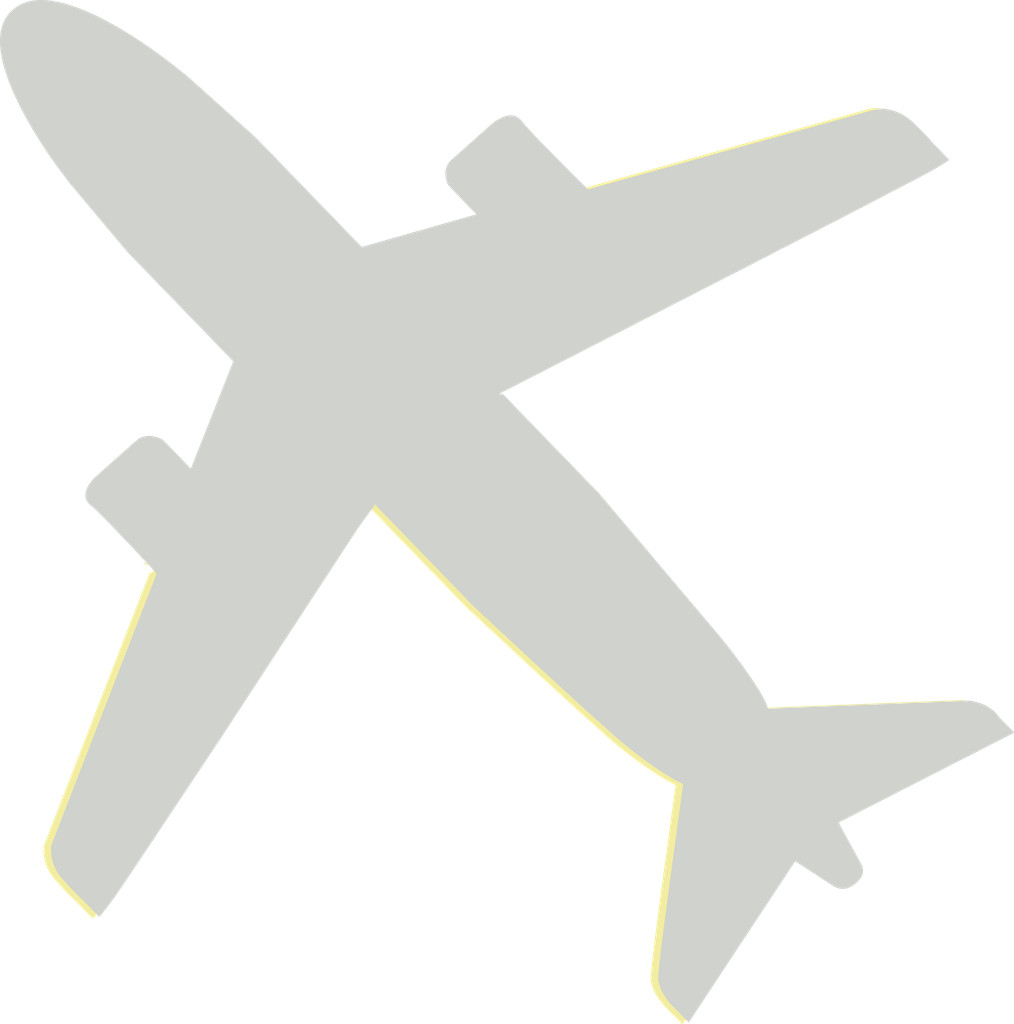
<source format=kicad_pcb>
(kicad_pcb (version 20240108) (generator "pcbnew") (generator_version "8.0")
  (layers (0 "F.Cu" signal) (31 "B.Cu" signal) (34 "B.Paste" user) (35 "F.Paste" user) (36 "B.SilkS" user "B.Silkscreen") (37 "F.SilkS" user "F.Silkscreen") (38 "B.Mask" user) (39 "F.Mask" user) (44 "Edge.Cuts" user))
  (net 0 "")
  (gr_poly (pts (xy 34.297297 36.594595) (xy 34.297297 36.810811) (xy 34.297297 37.027027) (xy 34.297297 37.243243) (xy 34.297297 37.45946) (xy 34.297297 37.675676) (xy 34.297297 37.891892) (xy 34.081081 37.891892) (xy 33.864865 37.891892) (xy 33.648649 37.891892) (xy 33.432432 37.891892) (xy 33.216216 37.891892) (xy 33 37.891892) (xy 32.783784 37.891892) (xy 32.783784 37.675676) (xy 32.783784 37.45946) (xy 32.783784 37.243243) (xy 32.783784 37.027027) (xy 32.783784 36.810811) (xy 33 36.810811) (xy 33 37.027027) (xy 33 37.243243) (xy 33 37.45946) (xy 33 37.675676) (xy 33.216216 37.675676) (xy 33.432432 37.675676) (xy 33.648649 37.675676) (xy 33.864865 37.675676) (xy 34.081081 37.675676) (xy 34.081081 37.45946) (xy 34.081081 37.243243) (xy 34.081081 37.027027) (xy 34.081081 36.810811) (xy 34.081081 36.594595) (xy 33.864865 36.594595) (xy 33.648649 36.594595) (xy 33.432432 36.594595) (xy 33.216216 36.594595) (xy 33 36.594595) (xy 33 36.810811) (xy 32.783784 36.810811) (xy 32.783784 36.594595) (xy 32.783784 36.378378) (xy 33 36.378378) (xy 33.216216 36.378378) (xy 33.432432 36.378378) (xy 33.648649 36.378378) (xy 33.864865 36.378378) (xy 34.081081 36.378378) (xy 34.297297 36.378378)) (stroke (width -0.000001)) (fill solid) (layer "B.SilkS"))
  (gr_poly (pts (xy 37.324324 34.432432) (xy 37.108108 34.432432) (xy 37.108108 34.216216) (xy 37.324324 34.216216)) (stroke (width -0.000001)) (fill solid) (layer "B.SilkS"))
  (gr_poly (pts (xy 37.324324 35.297297) (xy 37.324324 35.513514) (xy 37.54054 35.513514) (xy 37.756757 35.513514) (xy 37.756757 35.72973) (xy 37.972973 35.72973) (xy 37.972973 35.513514) (xy 37.972973 35.297297) (xy 38.189189 35.297297) (xy 38.189189 35.513514) (xy 38.405405 35.513514) (xy 38.405405 35.72973) (xy 38.621622 35.72973) (xy 38.621622 35.945946) (xy 38.837838 35.945946) (xy 38.837838 36.162162) (xy 38.621622 36.162162) (xy 38.405405 36.162162) (xy 38.405405 36.378378) (xy 38.405405 36.594595) (xy 38.189189 36.594595) (xy 38.189189 36.810811) (xy 38.405405 36.810811) (xy 38.405405 37.027027) (xy 38.189189 37.027027) (xy 37.972973 37.027027) (xy 37.756757 37.027027) (xy 37.54054 37.027027) (xy 37.54054 37.243243) (xy 37.54054 37.45946) (xy 37.54054 37.675676) (xy 37.324324 37.675676) (xy 37.324324 37.45946) (xy 37.324324 37.243243) (xy 37.108108 37.243243) (xy 37.108108 37.027027) (xy 36.891892 37.027027) (xy 36.891892 37.243243) (xy 36.675676 37.243243) (xy 36.675676 37.45946) (xy 36.459459 37.45946) (xy 36.243243 37.45946) (xy 36.243243 37.675676) (xy 36.243243 37.891892) (xy 36.027027 37.891892) (xy 35.810811 37.891892) (xy 35.594594 37.891892) (xy 35.594594 37.675676) (xy 35.810811 37.675676) (xy 36.027027 37.675676) (xy 36.027027 37.45946) (xy 36.027027 37.243243) (xy 36.027027 37.027027) (xy 36.027027 36.810811) (xy 35.810811 36.810811) (xy 35.810811 36.594595) (xy 36.027027 36.594595) (xy 36.027027 36.378378) (xy 35.810811 36.378378) (xy 35.594594 36.378378) (xy 35.378378 36.378378) (xy 35.378378 36.162162) (xy 35.162162 36.162162) (xy 35.162162 35.945946) (xy 34.945946 35.945946) (xy 34.945946 35.72973) (xy 35.162162 35.72973) (xy 35.378378 35.72973) (xy 35.378378 35.945946) (xy 35.594594 35.945946) (xy 35.594594 36.162162) (xy 35.810811 36.162162) (xy 36.027027 36.162162) (xy 36.243243 36.162162) (xy 36.243243 36.378378) (xy 36.243243 36.594595) (xy 36.243243 36.810811) (xy 36.459459 36.810811) (xy 36.459459 37.027027) (xy 36.675676 37.027027) (xy 36.891892 37.027027) (xy 36.891892 36.810811) (xy 37.108108 36.810811) (xy 37.108108 36.594595) (xy 36.891892 36.594595) (xy 36.891892 36.378378) (xy 37.108108 36.378378) (xy 37.324324 36.378378) (xy 37.324324 36.594595) (xy 37.324324 36.810811) (xy 37.54054 36.810811) (xy 37.756757 36.810811) (xy 37.972973 36.810811) (xy 37.972973 36.594595) (xy 37.972973 36.378378) (xy 37.972973 36.162162) (xy 37.756757 36.162162) (xy 37.54054 36.162162) (xy 37.324324 36.162162) (xy 37.324324 36.378378) (xy 37.108108 36.378378) (xy 37.108108 36.162162) (xy 37.108108 35.945946) (xy 37.324324 35.945946) (xy 37.54054 35.945946) (xy 37.756757 35.945946) (xy 37.756757 35.72973) (xy 37.54054 35.72973) (xy 37.54054 35.945946) (xy 37.324324 35.945946) (xy 37.324324 35.72973) (xy 37.108108 35.72973) (xy 36.891892 35.72973) (xy 36.891892 35.513514) (xy 36.675676 35.513514) (xy 36.675676 35.297297) (xy 36.891892 35.297297) (xy 37.108108 35.297297) (xy 37.108108 35.081081) (xy 37.324324 35.081081)) (stroke (width -0.000001)) (fill solid) (layer "B.SilkS"))
  (gr_poly (pts (xy 37.54054 34.216216) (xy 37.324324 34.216216) (xy 37.324324 34) (xy 37.54054 34)) (stroke (width -0.000001)) (fill solid) (layer "B.SilkS"))
  (gr_poly (pts (xy 38.189189 33.783784) (xy 38.189189 34) (xy 38.405405 34) (xy 38.405405 34.216216) (xy 38.189189 34.216216) (xy 37.972973 34.216216) (xy 37.972973 34) (xy 37.756757 34) (xy 37.54054 34) (xy 37.54054 33.783784) (xy 37.756757 33.783784) (xy 37.756757 33.567568) (xy 37.972973 33.567568) (xy 38.189189 33.567568)) (stroke (width -0.000001)) (fill solid) (layer "B.SilkS"))
  (gr_poly (pts (xy 39.054054 33.567568) (xy 38.837838 33.567568) (xy 38.837838 33.351351) (xy 39.054054 33.351351)) (stroke (width -0.000001)) (fill solid) (layer "B.SilkS"))
  (gr_poly (pts (xy 34.945946 37.675676) (xy 34.72973 37.675676) (xy 34.72973 37.891892) (xy 34.513513 37.891892) (xy 34.513513 37.675676) (xy 34.513513 37.45946) (xy 34.72973 37.45946) (xy 34.945946 37.45946)) (stroke (width -0.000001)) (fill solid) (layer "B.SilkS"))
  (gr_poly (pts (xy 35.378378 37.675676) (xy 35.378378 37.891892) (xy 35.162162 37.891892) (xy 34.945946 37.891892) (xy 34.945946 37.675676) (xy 35.162162 37.675676) (xy 35.162162 37.45946) (xy 35.378378 37.45946)) (stroke (width -0.000001)) (fill solid) (layer "B.SilkS"))
  (gr_poly (pts (xy 35.378378 36.594595) (xy 35.162162 36.594595) (xy 35.162162 36.378378) (xy 35.378378 36.378378)) (stroke (width -0.000001)) (fill solid) (layer "B.SilkS"))
  (gr_poly (pts (xy 35.594594 34) (xy 35.378378 34) (xy 35.378378 33.783784) (xy 35.594594 33.783784)) (stroke (width -0.000001)) (fill solid) (layer "B.SilkS"))
  (gr_poly (pts (xy 34.297297 33.567568) (xy 34.081081 33.567568) (xy 34.081081 33.351351) (xy 34.297297 33.351351)) (stroke (width -0.000001)) (fill solid) (layer "B.SilkS"))
  (gr_poly (pts (xy 34.297297 35.72973) (xy 34.081081 35.72973) (xy 33.864865 35.72973) (xy 33.864865 35.513514) (xy 34.081081 35.513514) (xy 34.297297 35.513514)) (stroke (width -0.000001)) (fill solid) (layer "B.SilkS"))
  (gr_poly (pts (xy 37.108108 37.45946) (xy 36.891892 37.45946) (xy 36.891892 37.243243) (xy 37.108108 37.243243)) (stroke (width -0.000001)) (fill solid) (layer "B.SilkS"))
  (gr_poly (pts (xy 33.216216 33.567568) (xy 33 33.567568) (xy 32.783784 33.567568) (xy 32.783784 33.351351) (xy 33 33.351351) (xy 33.216216 33.351351)) (stroke (width -0.000001)) (fill solid) (layer "B.SilkS"))
  (gr_poly (pts (xy 34.945946 36.162162) (xy 34.72973 36.162162) (xy 34.72973 35.945946) (xy 34.945946 35.945946)) (stroke (width -0.000001)) (fill solid) (layer "B.SilkS"))
  (gr_poly (pts (xy 39.054054 37.243243) (xy 39.054054 37.45946) (xy 39.054054 37.675676) (xy 38.837838 37.675676) (xy 38.837838 37.45946) (xy 38.621622 37.45946) (xy 38.621622 37.675676) (xy 38.405405 37.675676) (xy 38.189189 37.675676) (xy 37.972973 37.675676) (xy 37.972973 37.45946) (xy 37.756757 37.45946) (xy 37.756757 37.243243) (xy 37.972973 37.243243) (xy 38.189189 37.243243) (xy 38.189189 37.45946) (xy 38.405405 37.45946) (xy 38.405405 37.243243) (xy 38.621622 37.243243) (xy 38.837838 37.243243) (xy 38.837838 37.027027) (xy 39.054054 37.027027)) (stroke (width -0.000001)) (fill solid) (layer "B.SilkS"))
  (gr_poly (pts (xy 38.621622 32.27027) (xy 38.621622 32.486487) (xy 38.621622 32.702703) (xy 38.405405 32.702703) (xy 38.189189 32.702703) (xy 37.972973 32.702703) (xy 37.972973 32.486487) (xy 37.972973 32.27027) (xy 37.972973 32.054054) (xy 38.189189 32.054054) (xy 38.405405 32.054054) (xy 38.621622 32.054054)) (stroke (width -0.000001)) (fill solid) (layer "B.SilkS"))
  (gr_poly (pts (xy 37.972973 35.297297) (xy 37.756757 35.297297) (xy 37.756757 35.081081) (xy 37.972973 35.081081)) (stroke (width -0.000001)) (fill solid) (layer "B.SilkS"))
  (gr_poly (pts (xy 36.675676 36.810811) (xy 36.459459 36.810811) (xy 36.459459 36.594595) (xy 36.675676 36.594595)) (stroke (width -0.000001)) (fill solid) (layer "B.SilkS"))
  (gr_poly (pts (xy 37.324324 37.891892) (xy 37.108108 37.891892) (xy 36.891892 37.891892) (xy 36.891892 37.675676) (xy 37.108108 37.675676) (xy 37.324324 37.675676)) (stroke (width -0.000001)) (fill solid) (layer "B.SilkS"))
  (gr_poly (pts (xy 35.162162 36.810811) (xy 34.945946 36.810811) (xy 34.945946 36.594595) (xy 35.162162 36.594595)) (stroke (width -0.000001)) (fill solid) (layer "B.SilkS"))
  (gr_poly (pts (xy 34.945946 37.027027) (xy 35.162162 37.027027) (xy 35.378378 37.027027) (xy 35.378378 36.810811) (xy 35.594594 36.810811) (xy 35.594594 37.027027) (xy 35.810811 37.027027) (xy 35.810811 37.243243) (xy 35.594594 37.243243) (xy 35.378378 37.243243) (xy 35.162162 37.243243) (xy 34.945946 37.243243) (xy 34.72973 37.243243) (xy 34.513513 37.243243) (xy 34.513513 37.027027) (xy 34.513513 36.810811) (xy 34.72973 36.810811) (xy 34.945946 36.810811)) (stroke (width -0.000001)) (fill solid) (layer "B.SilkS"))
  (gr_poly (pts (xy 36.675676 31.837838) (xy 36.459459 31.837838) (xy 36.459459 31.621622) (xy 36.675676 31.621622)) (stroke (width -0.000001)) (fill solid) (layer "B.SilkS"))
  (gr_poly (pts (xy 35.378378 31.837838) (xy 35.594594 31.837838) (xy 35.594594 31.621622) (xy 35.810811 31.621622) (xy 36.027027 31.621622) (xy 36.027027 31.837838) (xy 36.027027 32.054054) (xy 36.243243 32.054054) (xy 36.243243 32.27027) (xy 36.459459 32.27027) (xy 36.675676 32.27027) (xy 36.675676 32.486487) (xy 36.891892 32.486487) (xy 36.891892 32.27027) (xy 36.891892 32.054054) (xy 36.891892 31.837838) (xy 37.108108 31.837838) (xy 37.324324 31.837838) (xy 37.324324 32.054054) (xy 37.108108 32.054054) (xy 37.108108 32.27027) (xy 37.324324 32.27027) (xy 37.324324 32.486487) (xy 37.108108 32.486487) (xy 37.108108 32.702703) (xy 36.891892 32.702703) (xy 36.891892 32.918919) (xy 36.891892 33.135135) (xy 37.108108 33.135135) (xy 37.108108 33.351351) (xy 37.324324 33.351351) (xy 37.324324 33.567568) (xy 37.108108 33.567568) (xy 37.108108 33.783784) (xy 36.891892 33.783784) (xy 36.675676 33.783784) (xy 36.459459 33.783784) (xy 36.459459 33.567568) (xy 36.243243 33.567568) (xy 36.243243 33.783784) (xy 36.243243 34) (xy 36.243243 34.216216) (xy 36.027027 34.216216) (xy 36.027027 34) (xy 36.027027 33.783784) (xy 35.810811 33.783784) (xy 35.810811 33.567568) (xy 35.810811 33.351351) (xy 35.594594 33.351351) (xy 35.594594 33.567568) (xy 35.378378 33.567568) (xy 35.378378 33.351351) (xy 35.378378 33.135135) (xy 35.378378 32.918919) (xy 35.594594 32.918919) (xy 35.594594 33.135135) (xy 35.810811 33.135135) (xy 35.810811 32.918919) (xy 35.810811 32.702703) (xy 36.027027 32.702703) (xy 36.027027 32.918919) (xy 36.027027 33.135135) (xy 36.027027 33.351351) (xy 36.243243 33.351351) (xy 36.243243 33.135135) (xy 36.243243 32.918919) (xy 36.459459 32.918919) (xy 36.459459 33.135135) (xy 36.459459 33.351351) (xy 36.675676 33.351351) (xy 36.675676 33.135135) (xy 36.675676 32.918919) (xy 36.675676 32.702703) (xy 36.459459 32.702703) (xy 36.459459 32.486487) (xy 36.243243 32.486487) (xy 36.027027 32.486487) (xy 36.027027 32.702703) (xy 35.810811 32.702703) (xy 35.810811 32.486487) (xy 36.027027 32.486487) (xy 36.027027 32.27027) (xy 35.810811 32.27027) (xy 35.810811 32.486487) (xy 35.594594 32.486487) (xy 35.594594 32.702703) (xy 35.378378 32.702703) (xy 35.378378 32.918919) (xy 35.162162 32.918919) (xy 35.162162 32.702703) (xy 34.945946 32.702703) (xy 34.945946 32.486487) (xy 34.945946 32.27027) (xy 35.162162 32.27027) (xy 35.378378 32.27027) (xy 35.378378 32.486487) (xy 35.594594 32.486487) (xy 35.594594 32.27027) (xy 35.594594 32.054054) (xy 35.378378 32.054054) (xy 35.378378 32.27027) (xy 35.162162 32.27027) (xy 35.162162 32.054054) (xy 35.162162 31.837838) (xy 34.945946 31.837838) (xy 34.72973 31.837838) (xy 34.513513 31.837838) (xy 34.513513 31.621622) (xy 34.72973 31.621622) (xy 34.945946 31.621622) (xy 35.162162 31.621622) (xy 35.378378 31.621622)) (stroke (width -0.000001)) (fill solid) (layer "B.SilkS"))
  (gr_poly (pts (xy 35.162162 36.378378) (xy 34.945946 36.378378) (xy 34.945946 36.162162) (xy 35.162162 36.162162)) (stroke (width -0.000001)) (fill solid) (layer "B.SilkS"))
  (gr_poly (pts (xy 36.243243 35.513514) (xy 36.459459 35.513514) (xy 36.459459 35.72973) (xy 36.243243 35.72973) (xy 36.243243 35.945946) (xy 36.027027 35.945946) (xy 35.810811 35.945946) (xy 35.594594 35.945946) (xy 35.594594 35.72973) (xy 35.810811 35.72973) (xy 36.027027 35.72973) (xy 36.027027 35.513514) (xy 36.027027 35.297297) (xy 36.243243 35.297297)) (stroke (width -0.000001)) (fill solid) (layer "B.SilkS"))
  (gr_poly (pts (xy 34.72973 36.378378) (xy 34.513513 36.378378) (xy 34.513513 36.162162) (xy 34.72973 36.162162)) (stroke (width -0.000001)) (fill solid) (layer "B.SilkS"))
  (gr_poly (pts (xy 33.864865 37.027027) (xy 33.864865 37.243243) (xy 33.864865 37.45946) (xy 33.648649 37.45946) (xy 33.432432 37.45946) (xy 33.216216 37.45946) (xy 33.216216 37.243243) (xy 33.216216 37.027027) (xy 33.216216 36.810811) (xy 33.432432 36.810811) (xy 33.648649 36.810811) (xy 33.864865 36.810811)) (stroke (width -0.000001)) (fill solid) (layer "B.SilkS"))
  (gr_poly (pts (xy 35.162162 33.783784) (xy 34.945946 33.783784) (xy 34.945946 33.567568) (xy 35.162162 33.567568)) (stroke (width -0.000001)) (fill solid) (layer "B.SilkS"))
  (gr_poly (pts (xy 33.648649 35.72973) (xy 33.648649 35.945946) (xy 33.648649 36.162162) (xy 33.432432 36.162162) (xy 33.432432 35.945946) (xy 33.432432 35.72973) (xy 33.432432 35.513514) (xy 33.648649 35.513514)) (stroke (width -0.000001)) (fill solid) (layer "B.SilkS"))
  (gr_poly (pts (xy 36.891892 34.216216) (xy 36.675676 34.216216) (xy 36.459459 34.216216) (xy 36.459459 34) (xy 36.675676 34) (xy 36.891892 34)) (stroke (width -0.000001)) (fill solid) (layer "B.SilkS"))
  (gr_poly (pts (xy 35.162162 35.081081) (xy 34.945946 35.081081) (xy 34.945946 34.864865) (xy 35.162162 34.864865)) (stroke (width -0.000001)) (fill solid) (layer "B.SilkS"))
  (gr_poly (pts (xy 39.054054 31.837838) (xy 39.054054 32.054054) (xy 39.054054 32.27027) (xy 39.054054 32.486487) (xy 39.054054 32.702703) (xy 39.054054 32.918919) (xy 39.054054 33.135135) (xy 38.837838 33.135135) (xy 38.621622 33.135135) (xy 38.405405 33.135135) (xy 38.189189 33.135135) (xy 37.972973 33.135135) (xy 37.756757 33.135135) (xy 37.54054 33.135135) (xy 37.54054 32.918919) (xy 37.54054 32.702703) (xy 37.54054 32.486487) (xy 37.54054 32.27027) (xy 37.54054 32.054054) (xy 37.756757 32.054054) (xy 37.756757 32.27027) (xy 37.756757 32.486487) (xy 37.756757 32.702703) (xy 37.756757 32.918919) (xy 37.972973 32.918919) (xy 38.189189 32.918919) (xy 38.405405 32.918919) (xy 38.621622 32.918919) (xy 38.837838 32.918919) (xy 38.837838 32.702703) (xy 38.837838 32.486487) (xy 38.837838 32.27027) (xy 38.837838 32.054054) (xy 38.837838 31.837838) (xy 38.621622 31.837838) (xy 38.405405 31.837838) (xy 38.189189 31.837838) (xy 37.972973 31.837838) (xy 37.756757 31.837838) (xy 37.756757 32.054054) (xy 37.54054 32.054054) (xy 37.54054 31.837838) (xy 37.54054 31.621622) (xy 37.756757 31.621622) (xy 37.972973 31.621622) (xy 38.189189 31.621622) (xy 38.405405 31.621622) (xy 38.621622 31.621622) (xy 38.837838 31.621622) (xy 39.054054 31.621622)) (stroke (width -0.000001)) (fill solid) (layer "B.SilkS"))
  (gr_poly (pts (xy 35.162162 33.135135) (xy 34.945946 33.135135) (xy 34.945946 32.918919) (xy 35.162162 32.918919)) (stroke (width -0.000001)) (fill solid) (layer "B.SilkS"))
  (gr_poly (pts (xy 34.297297 31.837838) (xy 34.297297 32.054054) (xy 34.297297 32.27027) (xy 34.297297 32.486487) (xy 34.297297 32.702703) (xy 34.297297 32.918919) (xy 34.297297 33.135135) (xy 34.081081 33.135135) (xy 33.864865 33.135135) (xy 33.648649 33.135135) (xy 33.432432 33.135135) (xy 33.216216 33.135135) (xy 33 33.135135) (xy 32.783784 33.135135) (xy 32.783784 32.918919) (xy 32.783784 32.702703) (xy 32.783784 32.486487) (xy 32.783784 32.27027) (xy 32.783784 32.054054) (xy 33 32.054054) (xy 33 32.27027) (xy 33 32.486487) (xy 33 32.702703) (xy 33 32.918919) (xy 33.216216 32.918919) (xy 33.432432 32.918919) (xy 33.648649 32.918919) (xy 33.864865 32.918919) (xy 34.081081 32.918919) (xy 34.081081 32.702703) (xy 34.081081 32.486487) (xy 34.081081 32.27027) (xy 34.081081 32.054054) (xy 34.081081 31.837838) (xy 33.864865 31.837838) (xy 33.648649 31.837838) (xy 33.432432 31.837838) (xy 33.216216 31.837838) (xy 33 31.837838) (xy 33 32.054054) (xy 32.783784 32.054054) (xy 32.783784 31.837838) (xy 32.783784 31.621622) (xy 33 31.621622) (xy 33.216216 31.621622) (xy 33.432432 31.621622) (xy 33.648649 31.621622) (xy 33.864865 31.621622) (xy 34.081081 31.621622) (xy 34.297297 31.621622)) (stroke (width -0.000001)) (fill solid) (layer "B.SilkS"))
  (gr_poly (pts (xy 38.837838 33.783784) (xy 38.621622 33.783784) (xy 38.621622 34) (xy 38.405405 34) (xy 38.405405 33.783784) (xy 38.405405 33.567568) (xy 38.621622 33.567568) (xy 38.837838 33.567568)) (stroke (width -0.000001)) (fill solid) (layer "B.SilkS"))
  (gr_poly (pts (xy 34.297297 36.162162) (xy 34.081081 36.162162) (xy 33.864865 36.162162) (xy 33.864865 35.945946) (xy 34.081081 35.945946) (xy 34.297297 35.945946)) (stroke (width -0.000001)) (fill solid) (layer "B.SilkS"))
  (gr_poly (pts (xy 34.72973 33.135135) (xy 34.945946 33.135135) (xy 34.945946 33.351351) (xy 34.945946 33.567568) (xy 34.72973 33.567568) (xy 34.72973 33.351351) (xy 34.513513 33.351351) (xy 34.513513 33.135135) (xy 34.513513 32.918919) (xy 34.72973 32.918919)) (stroke (width -0.000001)) (fill solid) (layer "B.SilkS"))
  (gr_poly (pts (xy 37.756757 33.567568) (xy 37.54054 33.567568) (xy 37.54054 33.351351) (xy 37.756757 33.351351)) (stroke (width -0.000001)) (fill solid) (layer "B.SilkS"))
  (gr_poly (pts (xy 34.945946 36.594595) (xy 34.72973 36.594595) (xy 34.72973 36.378378) (xy 34.945946 36.378378)) (stroke (width -0.000001)) (fill solid) (layer "B.SilkS"))
  (gr_poly (pts (xy 34.945946 32.918919) (xy 34.72973 32.918919) (xy 34.72973 32.702703) (xy 34.945946 32.702703)) (stroke (width -0.000001)) (fill solid) (layer "B.SilkS"))
  (gr_poly (pts (xy 34.945946 32.27027) (xy 34.72973 32.27027) (xy 34.72973 32.054054) (xy 34.945946 32.054054)) (stroke (width -0.000001)) (fill solid) (layer "B.SilkS"))
  (gr_poly (pts (xy 37.324324 33.135135) (xy 37.108108 33.135135) (xy 37.108108 32.918919) (xy 37.324324 32.918919)) (stroke (width -0.000001)) (fill solid) (layer "B.SilkS"))
  (gr_poly (pts (xy 37.756757 36.594595) (xy 37.54054 36.594595) (xy 37.54054 36.378378) (xy 37.756757 36.378378)) (stroke (width -0.000001)) (fill solid) (layer "B.SilkS"))
  (gr_poly (pts (xy 38.405405 35.297297) (xy 38.189189 35.297297) (xy 38.189189 35.081081) (xy 38.405405 35.081081)) (stroke (width -0.000001)) (fill solid) (layer "B.SilkS"))
  (gr_poly (pts (xy 33 34) (xy 32.783784 34) (xy 32.783784 33.783784) (xy 33 33.783784)) (stroke (width -0.000001)) (fill solid) (layer "B.SilkS"))
  (gr_poly (pts (xy 33.864865 32.27027) (xy 33.864865 32.486487) (xy 33.864865 32.702703) (xy 33.648649 32.702703) (xy 33.432432 32.702703) (xy 33.216216 32.702703) (xy 33.216216 32.486487) (xy 33.216216 32.27027) (xy 33.216216 32.054054) (xy 33.432432 32.054054) (xy 33.648649 32.054054) (xy 33.864865 32.054054)) (stroke (width -0.000001)) (fill solid) (layer "B.SilkS"))
  (gr_poly (pts (xy 39.054054 35.72973) (xy 38.837838 35.72973) (xy 38.837838 35.513514) (xy 39.054054 35.513514)) (stroke (width -0.000001)) (fill solid) (layer "B.SilkS"))
  (gr_poly (pts (xy 33.648649 34.216216) (xy 33.432432 34.216216) (xy 33.432432 34.432432) (xy 33.648649 34.432432) (xy 33.864865 34.432432) (xy 33.864865 34.648649) (xy 33.864865 34.864865) (xy 33.648649 34.864865) (xy 33.648649 35.081081) (xy 33.648649 35.297297) (xy 33.432432 35.297297) (xy 33.216216 35.297297) (xy 33.216216 35.513514) (xy 33 35.513514) (xy 33 35.297297) (xy 32.783784 35.297297) (xy 32.783784 35.081081) (xy 32.783784 34.864865) (xy 33.216216 34.864865) (xy 33.216216 35.081081) (xy 33.432432 35.081081) (xy 33.432432 34.864865) (xy 33.648649 34.864865) (xy 33.648649 34.648649) (xy 33.432432 34.648649) (xy 33.216216 34.648649) (xy 33.216216 34.864865) (xy 32.783784 34.864865) (xy 32.783784 34.648649) (xy 33 34.648649) (xy 33.216216 34.648649) (xy 33.216216 34.432432) (xy 33 34.432432) (xy 33 34.648649) (xy 32.783784 34.648649) (xy 32.783784 34.432432) (xy 32.783784 34.216216) (xy 33 34.216216) (xy 33 34) (xy 33.216216 34) (xy 33.432432 34) (xy 33.648649 34)) (stroke (width -0.000001)) (fill solid) (layer "B.SilkS"))
  (gr_poly (pts (xy 35.594594 34.648649) (xy 35.378378 34.648649) (xy 35.378378 34.432432) (xy 35.594594 34.432432)) (stroke (width -0.000001)) (fill solid) (layer "B.SilkS"))
  (gr_poly (pts (xy 35.594594 35.72973) (xy 35.378378 35.72973) (xy 35.378378 35.513514) (xy 35.594594 35.513514)) (stroke (width -0.000001)) (fill solid) (layer "B.SilkS"))
  (gr_poly (pts (xy 34.72973 35.945946) (xy 34.513513 35.945946) (xy 34.297297 35.945946) (xy 34.297297 35.72973) (xy 34.513513 35.72973) (xy 34.72973 35.72973)) (stroke (width -0.000001)) (fill solid) (layer "B.SilkS"))
  (gr_poly (pts (xy 39.054054 34.216216) (xy 39.054054 34.432432) (xy 39.054054 34.648649) (xy 39.054054 34.864865) (xy 39.054054 35.081081) (xy 38.837838 35.081081) (xy 38.837838 34.864865) (xy 38.837838 34.648649) (xy 38.621622 34.648649) (xy 38.621622 34.864865) (xy 38.621622 35.081081) (xy 38.405405 35.081081) (xy 38.405405 34.864865) (xy 38.405405 34.648649) (xy 38.189189 34.648649) (xy 38.189189 34.864865) (xy 37.972973 34.864865) (xy 37.756757 34.864865) (xy 37.54054 34.864865) (xy 37.54054 35.081081) (xy 37.324324 35.081081) (xy 37.324324 34.864865) (xy 37.108108 34.864865) (xy 37.108108 35.081081) (xy 36.891892 35.081081) (xy 36.891892 34.864865) (xy 36.675676 34.864865) (xy 36.675676 34.648649) (xy 36.459459 34.648649) (xy 36.243243 34.648649) (xy 36.243243 34.864865) (xy 36.243243 35.081081) (xy 36.027027 35.081081) (xy 36.027027 34.864865) (xy 35.810811 34.864865) (xy 35.810811 34.648649) (xy 35.810811 34.432432) (xy 36.027027 34.432432) (xy 36.243243 34.432432) (xy 36.243243 34.216216) (xy 36.459459 34.216216) (xy 36.459459 34.432432) (xy 36.675676 34.432432) (xy 36.891892 34.432432) (xy 36.891892 34.648649) (xy 37.324324 34.648649) (xy 37.324324 34.432432) (xy 37.54054 34.432432) (xy 37.54054 34.216216) (xy 37.756757 34.216216) (xy 37.756757 34.432432) (xy 37.972973 34.432432) (xy 38.189189 34.432432) (xy 38.405405 34.432432) (xy 38.621622 34.432432) (xy 38.837838 34.432432) (xy 38.837838 34.216216) (xy 38.837838 34) (xy 39.054054 34)) (stroke (width -0.000001)) (fill solid) (layer "B.SilkS"))
  (gr_poly (pts (xy 38.837838 35.513514) (xy 38.621622 35.513514) (xy 38.405405 35.513514) (xy 38.405405 35.297297) (xy 38.621622 35.297297) (xy 38.837838 35.297297)) (stroke (width -0.000001)) (fill solid) (layer "B.SilkS"))
  (gr_poly (pts (xy 39.054054 36.810811) (xy 38.837838 36.810811) (xy 38.621622 36.810811) (xy 38.621622 36.594595) (xy 38.837838 36.594595) (xy 39.054054 36.594595)) (stroke (width -0.000001)) (fill solid) (layer "B.SilkS"))
  (gr_poly (pts (xy 36.891892 36.162162) (xy 36.891892 36.378378) (xy 36.675676 36.378378) (xy 36.459459 36.378378) (xy 36.459459 36.162162) (xy 36.459459 35.945946) (xy 36.675676 35.945946) (xy 36.891892 35.945946)) (stroke (width -0.000001)) (fill solid) (layer "B.SilkS"))
  (gr_poly (pts (xy 34.72973 34.864865) (xy 34.72973 35.081081) (xy 34.945946 35.081081) (xy 34.945946 35.297297) (xy 34.945946 35.513514) (xy 34.945946 35.72973) (xy 34.72973 35.72973) (xy 34.72973 35.513514) (xy 34.513513 35.513514) (xy 34.513513 35.297297) (xy 34.297297 35.297297) (xy 34.081081 35.297297) (xy 34.081081 35.081081) (xy 34.297297 35.081081) (xy 34.513513 35.081081) (xy 34.513513 34.864865) (xy 34.297297 34.864865) (xy 34.081081 34.864865) (xy 34.081081 34.648649) (xy 34.297297 34.648649) (xy 34.513513 34.648649) (xy 34.72973 34.648649)) (stroke (width -0.000001)) (fill solid) (layer "B.SilkS"))
  (gr_poly (pts (xy 35.594594 35.081081) (xy 35.810811 35.081081) (xy 35.810811 35.297297) (xy 35.810811 35.513514) (xy 35.594594 35.513514) (xy 35.594594 35.297297) (xy 35.378378 35.297297) (xy 35.378378 35.513514) (xy 35.162162 35.513514) (xy 35.162162 35.297297) (xy 35.162162 35.081081) (xy 35.378378 35.081081) (xy 35.378378 34.864865) (xy 35.594594 34.864865)) (stroke (width -0.000001)) (fill solid) (layer "B.SilkS"))
  (gr_poly (pts (xy 36.459459 32.054054) (xy 36.243243 32.054054) (xy 36.243243 31.837838) (xy 36.459459 31.837838)) (stroke (width -0.000001)) (fill solid) (layer "B.SilkS"))
  (gr_poly (pts (xy 35.162162 34.432432) (xy 35.162162 34.648649) (xy 34.945946 34.648649) (xy 34.945946 34.432432) (xy 34.72973 34.432432) (xy 34.72973 34.216216) (xy 34.945946 34.216216) (xy 35.162162 34.216216)) (stroke (width -0.000001)) (fill solid) (layer "B.SilkS"))
  (gr_poly (pts (xy 33.864865 33.567568) (xy 34.081081 33.567568) (xy 34.081081 33.783784) (xy 34.297297 33.783784) (xy 34.297297 33.567568) (xy 34.513513 33.567568) (xy 34.513513 33.783784) (xy 34.72973 33.783784) (xy 34.945946 33.783784) (xy 34.945946 34) (xy 34.72973 34) (xy 34.513513 34) (xy 34.513513 34.216216) (xy 34.513513 34.432432) (xy 34.297297 34.432432) (xy 34.081081 34.432432) (xy 33.864865 34.432432) (xy 33.864865 34.216216) (xy 34.081081 34.216216) (xy 34.297297 34.216216) (xy 34.297297 34) (xy 34.081081 34) (xy 33.864865 34) (xy 33.864865 33.783784) (xy 33.648649 33.783784) (xy 33.432432 33.783784) (xy 33.432432 33.567568) (xy 33.432432 33.351351) (xy 33.648649 33.351351) (xy 33.864865 33.351351)) (stroke (width -0.000001)) (fill solid) (layer "B.SilkS"))
  (gr_poly (pts (xy 32.948705 38.280751) (xy 32.95083 38.278016) (xy 32.95314 38.275829) (xy 32.955609 38.274163) (xy 32.958216 38.27299) (xy 32.959405 38.27268)) (stroke (width -0.000001)) (fill solid) (layer "F.SilkS"))
  (gr_poly (pts (xy 43.327152 30.208353) (xy 43.325465 30.209273) (xy 43.323941 30.209928) (xy 43.322576 30.210328) (xy 43.321367 30.210487) (xy 43.320307 30.210416) (xy 43.319394 30.210127) (xy 43.318622 30.209631) (xy 43.318369 30.209357) (xy 43.323602 30.207966) (xy 43.329008 30.207155)) (stroke (width -0.000001)) (fill solid) (layer "F.SilkS"))
  (gr_poly (pts (xy 35.206796 37.78646) (xy 35.209389 37.783458) (xy 35.212072 37.780962) (xy 35.214827 37.778949) (xy 35.217636 37.777396) (xy 35.218829 37.776927)) (stroke (width -0.000001)) (fill solid) (layer "F.SilkS"))
  (gr_poly (pts (xy 36.666784 42.195749) (xy 36.656198 42.238248) (xy 36.647582 42.227853) (xy 36.639858 42.217341) (xy 36.63299 42.206724) (xy 36.626938 42.196015) (xy 36.621666 42.185229) (xy 36.617805 42.175982)) (stroke (width -0.000001)) (fill solid) (layer "F.SilkS"))
  (gr_poly (pts (xy 32.508258 28.776249) (xy 32.616039 28.78277) (xy 32.72344 28.794216) (xy 32.830261 28.81058) (xy 32.936304 28.831856) (xy 33.041367 28.858035) (xy 33.145253 28.889109) (xy 33.247761 28.925072) (xy 33.348691 28.965915) (xy 33.447845 29.011631) (xy 33.545022 29.062212) (xy 33.640022 29.117651) (xy 33.732647 29.17794) (xy 33.822696 29.243072) (xy 33.909971 29.313039) (xy 33.994271 29.387834) (xy 34.075396 29.467448) (xy 34.15223 29.550871) (xy 34.223811 29.636968) (xy 34.290146 29.725547) (xy 34.351242 29.816419) (xy 34.407106 29.909391) (xy 34.457746 30.004273) (xy 34.503169 30.100874) (xy 34.54338 30.199001) (xy 34.578389 30.298465) (xy 34.608201 30.399074) (xy 34.632824 30.500638) (xy 34.652264 30.602964) (xy 34.66653 30.705861) (xy 34.675627 30.809139) (xy 34.679564 30.912607) (xy 34.678346 31.016073) (xy 34.671981 31.119347) (xy 34.660477 31.222236) (xy 34.64384 31.32455) (xy 34.622078 31.426099) (xy 34.595196 31.52669) (xy 34.563203 31.626132) (xy 34.526106 31.724235) (xy 34.483912 31.820808) (xy 34.436627 31.915658) (xy 34.384258 32.008596) (xy 34.326814 32.09943) (xy 34.2643 32.187968) (xy 34.196725 32.274021) (xy 34.124094 32.357395) (xy 34.046415 32.437902) (xy 33.963696 32.515349) (xy 33.876975 32.588698) (xy 33.787439 32.657006) (xy 33.695288 32.720281) (xy 33.600721 32.778529) (xy 33.503939 32.831758) (xy 33.405141 32.879974) (xy 33.304526 32.923186) (xy 33.202294 32.961399) (xy 33.098646 32.994621) (xy 32.99378 33.022859) (xy 32.887897 33.04612) (xy 32.781196 33.064412) (xy 32.673877 33.077741) (xy 32.56614 33.086115) (xy 32.458183 33.08954) (xy 32.350208 33.088024) (xy 32.242414 33.081574) (xy 32.135 33.070196) (xy 32.028167 33.053899) (xy 31.922113 33.032689) (xy 31.817039 33.006573) (xy 31.713144 32.975558) (xy 31.610628 32.939652) (xy 31.509691 32.898862) (xy 31.410533 32.853194) (xy 31.313352 32.802656) (xy 31.21835 32.747254) (xy 31.125725 32.686997) (xy 31.035677 32.621891) (xy 30.948407 32.551943) (xy 30.864113 32.47716) (xy 30.782996 32.39755) (xy 30.706154 32.314123) (xy 30.634567 32.228015) (xy 30.568228 32.139416) (xy 30.50713 32.048518) (xy 30.451266 31.955514) (xy 30.400628 31.860594) (xy 30.355209 31.763951) (xy 30.315002 31.665775) (xy 30.280001 31.566258) (xy 30.250196 31.465593) (xy 30.225583 31.36397) (xy 30.206153 31.261581) (xy 30.191898 31.158618) (xy 30.187211 31.105295) (xy 30.930476 31.105295) (xy 30.933358 31.154449) (xy 30.940164 31.203045) (xy 30.950962 31.250932) (xy 30.965817 31.297961) (xy 30.984797 31.34398) (xy 31.007968 31.388839) (xy 31.021146 31.410786) (xy 31.035397 31.432387) (xy 31.05073 31.453623) (xy 31.067151 31.474474) (xy 31.08467 31.494922) (xy 31.103296 31.514949) (xy 31.135747 31.546491) (xy 31.1693 31.575118) (xy 31.186555 31.588337) (xy 31.204164 31.600828) (xy 31.222151 31.612591) (xy 31.240544 31.623624) (xy 31.259368 31.633928) (xy 31.278649 31.643503) (xy 31.298413 31.65235) (xy 31.318686 31.660468) (xy 31.339493 31.667856) (xy 31.360861 31.674516) (xy 31.382816 31.680447) (xy 31.405383 31.685649) (xy 31.428589 31.690122) (xy 31.452458 31.693866) (xy 31.477018 31.696881) (xy 31.502295 31.699168) (xy 31.528313 31.700725) (xy 31.555099 31.701554) (xy 31.611078 31.701024) (xy 31.67044 31.697579) (xy 31.733392 31.691218) (xy 31.800141 31.681941) (xy 31.870895 31.669749) (xy 32.011296 31.643464) (xy 32.071688 31.633313) (xy 32.126125 31.625163) (xy 32.175041 31.61902) (xy 32.218873 31.61489) (xy 32.258059 31.612777) (xy 32.293033 31.612687) (xy 32.324232 31.614626) (xy 32.352093 31.618598) (xy 32.377053 31.62461) (xy 32.399547 31.632667) (xy 32.420011 31.642774) (xy 32.438883 31.654936) (xy 32.456599 31.66916) (xy 32.473594 31.68545) (xy 32.482514 31.695244) (xy 32.490875 31.705643) (xy 32.498645 31.716633) (xy 32.505789 31.7282) (xy 32.512275 31.740329) (xy 32.518067 31.753008) (xy 32.523132 31.76622) (xy 32.527438 31.779954) (xy 32.530949 31.794194) (xy 32.533633 31.808927) (xy 32.535456 31.824139) (xy 32.536383 31.839815) (xy 32.536382 31.855942) (xy 32.535418 31.872506) (xy 32.533459 31.889492) (xy 32.530469 31.906887) (xy 32.526416 31.924676) (xy 32.521266 31.942846) (xy 32.514985 31.961383) (xy 32.50754 31.980272) (xy 32.498896 31.9995) (xy 32.48902 32.019053) (xy 32.477879 32.038916) (xy 32.465438 32.059076) (xy 32.451664 32.079518) (xy 32.436524 32.100229) (xy 32.419983 32.121194) (xy 32.402008 32.1424) (xy 32.382565 32.163833) (xy 32.361621 32.185478) (xy 32.339142 32.207321) (xy 32.315094 32.229349) (xy 32.277846 32.261428) (xy 32.236268 32.295293) (xy 32.19154 32.329973) (xy 32.144843 32.364499) (xy 32.097359 32.3979) (xy 32.050268 32.429205) (xy 32.004752 32.457445) (xy 31.982954 32.470112) (xy 31.961993 32.481649) (xy 31.909494 32.509148) (xy 31.944039 32.587795) (xy 31.988006 32.685698) (xy 32.031767 32.780751) (xy 32.050561 32.820301) (xy 32.065693 32.850848) (xy 32.119293 32.825347) (xy 32.139959 32.815413) (xy 32.162821 32.803251) (xy 32.187621 32.789054) (xy 32.214098 32.773018) (xy 32.271043 32.736197) (xy 32.331581 32.694335) (xy 32.393632 32.648982) (xy 32.45512 32.601684) (xy 32.513967 32.55399) (xy 32.568094 32.507448) (xy 32.609285 32.469364) (xy 32.647939 32.43075) (xy 32.684084 32.391667) (xy 32.71775 32.352175) (xy 32.748965 32.312334) (xy 32.777757 32.272205) (xy 32.804154 32.231847) (xy 32.828186 32.191322) (xy 32.84988 32.150688) (xy 32.869265 32.110007) (xy 32.886369 32.069338) (xy 32.901222 32.028741) (xy 32.913851 31.988278) (xy 32.924284 31.948007) (xy 32.932552 31.90799) (xy 32.938681 31.868286) (xy 32.9427 31.828955) (xy 32.944638 31.790058) (xy 32.944524 31.751656) (xy 32.942385 31.713807) (xy 32.938251 31.676572) (xy 32.932149 31.640012) (xy 32.924108 31.604187) (xy 32.914157 31.569156) (xy 32.902324 31.534981) (xy 32.888638 31.50172) (xy 32.873127 31.469435) (xy 32.855819 31.438186) (xy 32.836744 31.408032) (xy 32.815928 31.379035) (xy 32.793402 31.351253) (xy 32.769193 31.324748) (xy 32.737887 31.294284) (xy 32.705364 31.266478) (xy 32.688563 31.253582) (xy 32.671358 31.241364) (xy 32.653716 31.229829) (xy 32.635603 31.218979) (xy 32.616985 31.208821) (xy 32.59783 31.199357) (xy 32.578105 31.190594) (xy 32.557774 31.182534) (xy 32.536807 31.175183) (xy 32.515168 31.168544) (xy 32.492825 31.162623) (xy 32.469744 31.157423) (xy 32.445892 31.152949) (xy 32.421235 31.149206) (xy 32.395741 31.146197) (xy 32.369375 31.143928) (xy 32.342105 31.142402) (xy 32.313897 31.141624) (xy 32.284718 31.141598) (xy 32.254535 31.142329) (xy 32.19102 31.146079) (xy 32.123086 31.152909) (xy 32.050466 31.162853) (xy 31.972894 31.175947) (xy 31.897228 31.189685) (xy 31.8297 31.200743) (xy 31.769663 31.209338) (xy 31.716469 31.215685) (xy 31.669472 31.220004) (xy 31.628025 31.222509) (xy 31.591482 31.223418) (xy 31.559194 31.222948) (xy 31.545654 31.22055) (xy 31.53301 31.21779) (xy 31.521204 31.214684) (xy 31.51018 31.21125) (xy 31.499883 31.207501) (xy 31.490255 31.203456) (xy 31.48124 31.199128) (xy 31.472782 31.194536) (xy 31.464824 31.189693) (xy 31.457311 31.184617) (xy 31.450185 31.179323) (xy 31.44339 31.173828) (xy 31.43687 31.168147) (xy 31.430568 31.162296) (xy 31.418394 31.150148) (xy 31.412693 31.144111) (xy 31.407086 31.137818) (xy 31.401604 31.131282) (xy 31.396278 31.124517) (xy 31.391138 31.117533) (xy 31.386215 31.110344) (xy 31.38154 31.102961) (xy 31.377144 31.095398) (xy 31.373057 31.087665) (xy 31.36931 31.079777) (xy 31.365934 31.071744) (xy 31.362959 31.063579) (xy 31.360418 31.055295) (xy 31.358339 31.046903) (xy 31.356754 31.038417) (xy 31.355694 31.029848) (xy 31.354462 31.019715) (xy 31.35394 31.009449) (xy 31.354111 30.999043) (xy 31.354956 30.98849) (xy 31.356458 30.977785) (xy 31.358598 30.96692) (xy 31.361357 30.955889) (xy 31.364719 30.944685) (xy 31.368664 30.933302) (xy 31.373175 30.921734) (xy 31.378232 30.909972) (xy 31.383819 30.898012) (xy 31.389917 30.885846) (xy 31.396507 30.873468) (xy 31.403573 30.860871) (xy 31.411094 30.848048) (xy 31.419624 30.834191) (xy 31.429756 30.819668) (xy 31.441482 30.804438) (xy 31.454791 30.788461) (xy 31.469674 30.771696) (xy 31.486121 30.754104) (xy 31.504123 30.735643) (xy 31.523669 30.716274) (xy 31.567358 30.674646) (xy 31.617109 30.628899) (xy 31.672847 30.578708) (xy 31.734494 30.523749) (xy 31.894894 30.381049) (xy 31.742494 30.003749) (xy 31.508496 30.212049) (xy 31.416095 30.295553) (xy 31.333139 30.3734) (xy 31.259287 30.446243) (xy 31.225668 30.480993) (xy 31.194196 30.514736) (xy 31.164828 30.547554) (xy 31.137523 30.57953) (xy 31.112237 30.610744) (xy 31.088927 30.641278) (xy 31.067551 30.671214) (xy 31.048065 30.700634) (xy 31.030428 30.729618) (xy 31.014596 30.758249) (xy 30.991871 30.807092) (xy 30.972605 30.85643) (xy 30.956863 30.906114) (xy 30.944712 30.955993) (xy 30.93622 31.005917) (xy 30.931453 31.055734) (xy 30.930476 31.105295) (xy 30.187211 31.105295) (xy 30.182813 31.055272) (xy 30.17889 30.951735) (xy 30.180121 30.848199) (xy 30.1865 30.744855) (xy 30.198019 30.641895) (xy 30.214671 30.539511) (xy 30.236449 30.437893) (xy 30.263346 30.337234) (xy 30.295355 30.237725) (xy 30.332468 30.139558) (xy 30.374678 30.042924) (xy 30.421978 29.948015) (xy 30.474361 29.855023) (xy 30.477063 29.850748) (xy 31.914497 29.850748) (xy 32.066797 30.228047) (xy 32.333796 29.990348) (xy 32.394531 29.936007) (xy 32.443233 29.891888) (xy 32.512171 29.828172) (xy 32.555871 29.786919) (xy 32.589596 29.755847) (xy 32.716606 30.077193) (xy 32.924071 30.587885) (xy 33.203196 31.268947) (xy 33.535496 30.973247) (xy 32.802796 29.160347) (xy 32.801558 29.156568) (xy 32.800207 29.152921) (xy 32.798747 29.149414) (xy 32.797179 29.14605) (xy 32.795507 29.142837) (xy 32.793733 29.139779) (xy 32.791859 29.136883) (xy 32.789888 29.134155) (xy 32.787823 29.131599) (xy 32.785666 29.129222) (xy 32.783419 29.12703) (xy 32.781086 29.125027) (xy 32.778668 29.123221) (xy 32.776168 29.121616) (xy 32.773589 29.120219) (xy 32.770934 29.119034) (xy 32.768204 29.118069) (xy 32.765403 29.117328) (xy 32.762533 29.116818) (xy 32.759597 29.116543) (xy 32.756596 29.116511) (xy 32.753534 29.116725) (xy 32.750413 29.117194) (xy 32.747236 29.117921) (xy 32.744005 29.118912) (xy 32.740723 29.120174) (xy 32.737392 29.121713) (xy 32.734015 29.123533) (xy 32.730595 29.125641) (xy 32.727133 29.128042) (xy 32.723633 29.130742) (xy 32.720097 29.133747) (xy 32.720097 29.133748) (xy 31.914497 29.850748) (xy 30.477063 29.850748) (xy 30.531819 29.764139) (xy 30.594346 29.675555) (xy 30.661935 29.589463) (xy 30.734577 29.506053) (xy 30.812267 29.425518) (xy 30.894996 29.348049) (xy 30.981707 29.274722) (xy 31.071232 29.206443) (xy 31.163371 29.143203) (xy 31.257925 29.084995) (xy 31.354694 29.031812) (xy 31.453478 28.983646) (xy 31.554078 28.940489) (xy 31.656294 28.902334) (xy 31.759928 28.869173) (xy 31.864778 28.840999) (xy 31.970645 28.817804) (xy 32.077331 28.79958) (xy 32.184634 28.786321) (xy 32.292356 28.778017) (xy 32.400298 28.774663)) (stroke (width -0.000001)) (fill solid) (layer "F.SilkS"))
  (gr_poly (pts (xy 32.301457 43.545962) (xy 32.305879 43.549368) (xy 32.310156 43.553197) (xy 32.314274 43.557472) (xy 32.318224 43.562212) (xy 32.321993 43.567437) (xy 32.300576 43.57082) (xy 32.297511 43.543363)) (stroke (width -0.000001)) (fill solid) (layer "F.SilkS"))
  (gr_poly (pts (xy 31.415598 41.64507) (xy 31.418337 41.642104) (xy 31.421085 41.63957) (xy 31.423831 41.63745) (xy 31.42656 41.635725) (xy 31.427774 41.63512)) (stroke (width -0.000001)) (fill solid) (layer "F.SilkS"))
  (gr_poly (pts (xy 41.852466 38.785337) (xy 41.832503 38.827361) (xy 41.81179 38.86946) (xy 41.800039 38.868178) (xy 41.891792 38.701362)) (stroke (width -0.000001)) (fill solid) (layer "F.SilkS"))
  (gr_poly (pts (xy 44.618021 27.998234) (xy 44.625011 27.999438) (xy 44.623036 28.000357) (xy 44.621162 28.000947) (xy 44.619387 28.001225) (xy 44.617712 28.001205) (xy 44.616136 28.000903) (xy 44.614659 28.000334) (xy 44.61328 27.999514) (xy 44.611998 27.998457) (xy 44.611522 27.997944)) (stroke (width -0.000001)) (fill solid) (layer "F.SilkS"))
  (gr_poly (pts (xy 30.49968 41.831416) (xy 30.499958 41.830718) (xy 30.500514 41.82955) (xy 30.501142 41.828426) (xy 30.501841 41.827354) (xy 30.502609 41.826339) (xy 30.503447 41.825388) (xy 30.504352 41.824508) (xy 30.505324 41.823704) (xy 30.506361 41.822983) (xy 30.507462 41.822351) (xy 30.508627 41.821815) (xy 30.509853 41.821381) (xy 30.51114 41.821055) (xy 30.512487 41.820843) (xy 30.513893 41.820752)) (stroke (width -0.000001)) (fill solid) (layer "F.SilkS"))
  (gr_poly (pts (xy 43.069355 37.043108) (xy 43.04315 37.109337) (xy 43.015792 37.175445) (xy 43.000887 37.168046) (xy 43.048281 37.066671) (xy 43.120594 36.910846)) (stroke (width -0.000001)) (fill solid) (layer "F.SilkS"))
  (gr_poly (pts (xy 43.557824 26.106005) (xy 43.56999 26.117901) (xy 43.601682 26.144012) (xy 43.641676 26.172589) (xy 43.688164 26.202882) (xy 43.739335 26.23414) (xy 43.793379 26.265614) (xy 43.90285 26.326205) (xy 44.076642 26.416951) (xy 44.112006 26.435101) (xy 44.093711 26.427097) (xy 44.132184 26.477426) (xy 44.171087 26.527382) (xy 44.210402 26.576955) (xy 44.250112 26.626137) (xy 44.247251 26.481874) (xy 44.245513 26.336477) (xy 44.26497 26.444) (xy 44.285364 26.550694) (xy 44.306657 26.656595) (xy 44.328813 26.761738) (xy 44.329608 26.765157) (xy 44.330528 26.768529) (xy 44.33157 26.771851) (xy 44.33273 26.775119) (xy 44.334006 26.778328) (xy 44.335393 26.781474) (xy 44.338492 26.787561) (xy 44.341999 26.793348) (xy 44.345889 26.798802) (xy 44.34797 26.801393) (xy 44.350136 26.803888) (xy 44.352385 26.806284) (xy 44.354714 26.808576) (xy 44.357119 26.810759) (xy 44.359596 26.81283) (xy 44.362144 26.814785) (xy 44.364757 26.81662) (xy 44.367434 26.81833) (xy 44.370171 26.819911) (xy 44.372965 26.821359) (xy 44.375811 26.822671) (xy 44.378708 26.823841) (xy 44.381652 26.824866) (xy 44.384639 26.825742) (xy 44.387667 26.826465) (xy 44.390732 26.82703) (xy 44.39383 26.827433) (xy 44.396959 26.82767) (xy 44.400116 26.827738) (xy 44.403399 26.827644) (xy 44.406539 26.827368) (xy 44.409541 26.826916) (xy 44.412408 26.826294) (xy 44.415145 26.825508) (xy 44.417756 26.824567) (xy 44.420245 26.823475) (xy 44.422617 26.822239) (xy 44.424874 26.820867) (xy 44.427023 26.819364) (xy 44.429066 26.817738) (xy 44.431008 26.815994) (xy 44.432854 26.814139) (xy 44.434607 26.81218) (xy 44.437852 26.807975) (xy 44.440777 26.803432) (xy 44.443416 26.798602) (xy 44.445802 26.793538) (xy 44.447969 26.788293) (xy 44.44995 26.782917) (xy 44.451779 26.777465) (xy 44.455114 26.766538) (xy 44.529001 26.494387) (xy 44.549609 26.426048) (xy 44.560558 26.39278) (xy 44.572015 26.360342) (xy 44.584041 26.328905) (xy 44.596693 26.298643) (xy 44.610031 26.269727) (xy 44.624115 26.242329) (xy 44.623383 26.254015) (xy 44.622312 26.265588) (xy 44.620898 26.277048) (xy 44.619139 26.2884) (xy 44.617034 26.299645) (xy 44.614579 26.310786) (xy 44.611773 26.321827) (xy 44.608613 26.332769) (xy 44.606568 26.341748) (xy 44.605036 26.350084) (xy 44.604057 26.357746) (xy 44.603788 26.361315) (xy 44.603674 26.364705) (xy 44.603719 26.367912) (xy 44.603928 26.370933) (xy 44.604307 26.373764) (xy 44.60486 26.376401) (xy 44.605594 26.37884) (xy 44.606512 26.381079) (xy 44.607621 26.383113) (xy 44.608926 26.384938) (xy 44.610431 26.386552) (xy 44.612142 26.38795) (xy 44.614064 26.38913) (xy 44.616202 26.390086) (xy 44.618562 26.390816) (xy 44.621148 26.391316) (xy 44.623966 26.391582) (xy 44.627021 26.391612) (xy 44.630319 26.3914) (xy 44.633863 26.390944) (xy 44.63766 26.390239) (xy 44.641715 26.389283) (xy 44.646032 26.388072) (xy 44.650618 26.386601) (xy 44.655476 26.384868) (xy 44.660614 26.382869) (xy 44.624676 26.452551) (xy 44.608231 26.48485) (xy 44.60036 26.500782) (xy 44.592714 26.516728) (xy 44.585548 26.532436) (xy 44.578641 26.548344) (xy 44.572055 26.564519) (xy 44.565852 26.581027) (xy 44.560094 26.597937) (xy 44.554844 26.615314) (xy 44.550163 26.633225) (xy 44.548055 26.642402) (xy 44.546114 26.651738) (xy 44.595512 26.607678) (xy 44.602912 26.613858) (xy 44.543312 26.757038) (xy 44.559013 26.770439) (xy 44.690712 26.653239) (xy 44.685112 26.717039) (xy 44.682196 26.717832) (xy 44.679166 26.71888) (xy 44.676049 26.720158) (xy 44.672873 26.721641) (xy 44.669662 26.723302) (xy 44.666446 26.725116) (xy 44.663249 26.727058) (xy 44.660099 26.729102) (xy 44.657023 26.731221) (xy 44.654048 26.733392) (xy 44.651201 26.735587) (xy 44.648507 26.737782) (xy 44.645995 26.73995) (xy 44.64369 26.742066) (xy 44.64162 26.744104) (xy 44.639812 26.746039) (xy 44.623101 26.765549) (xy 44.606717 26.785377) (xy 44.574475 26.825539) (xy 44.542177 26.865627) (xy 44.525722 26.885361) (xy 44.508913 26.904739) (xy 44.503464 26.911171) (xy 44.498606 26.917617) (xy 44.494361 26.9241) (xy 44.490751 26.930641) (xy 44.487797 26.937262) (xy 44.486572 26.94061) (xy 44.48552 26.943986) (xy 44.484643 26.947393) (xy 44.483944 26.950833) (xy 44.483425 26.95431) (xy 44.483089 26.957827) (xy 44.482938 26.961385) (xy 44.482976 26.964987) (xy 44.483206 26.968637) (xy 44.483629 26.972338) (xy 44.484249 26.976091) (xy 44.485067 26.979899) (xy 44.486088 26.983766) (xy 44.487314 26.987694) (xy 44.488747 26.991685) (xy 44.49039 26.995743) (xy 44.494318 27.004069) (xy 44.499118 27.012694) (xy 44.504814 27.021639) (xy 44.506762 27.020147) (xy 44.508938 27.018921) (xy 44.511324 27.017942) (xy 44.513903 27.017192) (xy 44.516658 27.016651) (xy 44.51957 27.016301) (xy 44.522623 27.016123) (xy 44.525798 27.016098) (xy 44.532447 27.016434) (xy 44.539376 27.017157) (xy 44.553514 27.019164) (xy 44.560442 27.020148) (xy 44.56709 27.020918) (xy 44.573316 27.021325) (xy 44.576227 27.021345) (xy 44.57898 27.021217) (xy 44.581558 27.020923) (xy 44.583943 27.020445) (xy 44.586117 27.019763) (xy 44.588063 27.018858) (xy 44.589763 27.017712) (xy 44.591201 27.016306) (xy 44.592357 27.014622) (xy 44.593215 27.012639) (xy 44.59465 27.008619) (xy 44.596239 27.004723) (xy 44.597963 27.000935) (xy 44.599802 26.997236) (xy 44.601734 26.993612) (xy 44.60374 26.990045) (xy 44.607889 26.983015) (xy 44.612085 26.976013) (xy 44.616164 26.968905) (xy 44.618108 26.96527) (xy 44.619961 26.961559) (xy 44.621703 26.957754) (xy 44.623313 26.953839) (xy 44.627006 26.943795) (xy 44.630436 26.933769) (xy 44.636752 26.913803) (xy 44.642749 26.894009) (xy 44.648915 26.874452) (xy 44.652213 26.864783) (xy 44.655736 26.8552) (xy 44.659546 26.845709) (xy 44.663702 26.836319) (xy 44.668266 26.827039) (xy 44.673299 26.817877) (xy 44.678861 26.808841) (xy 44.685014 26.799939) (xy 44.690486 26.79261) (xy 44.693209 26.78892) (xy 44.695865 26.785177) (xy 44.698407 26.781355) (xy 44.699623 26.779405) (xy 44.700793 26.777425) (xy 44.701913 26.775412) (xy 44.702977 26.773363) (xy 44.70398 26.771273) (xy 44.704916 26.769139) (xy 44.710815 26.75804) (xy 44.718315 26.753639) (xy 44.778378 26.722614) (xy 44.787642 26.718408) (xy 44.796801 26.714624) (xy 44.805706 26.711412) (xy 44.814208 26.708921) (xy 44.822159 26.707299) (xy 44.825881 26.706861) (xy 44.82941 26.706696) (xy 44.832726 26.706823) (xy 44.835812 26.70726) (xy 44.838648 26.708026) (xy 44.841217 26.70914) (xy 44.841749 26.70969) (xy 44.8419 26.710539) (xy 44.841693 26.711669) (xy 44.84115 26.713062) (xy 44.839153 26.716561) (xy 44.836094 26.720887) (xy 44.83216 26.725891) (xy 44.827537 26.731425) (xy 44.816966 26.74349) (xy 44.80587 26.755891) (xy 44.795738 26.767443) (xy 44.791498 26.772528) (xy 44.788057 26.776955) (xy 44.785601 26.780575) (xy 44.784801 26.782036) (xy 44.784317 26.783239) (xy 44.780015 26.799439) (xy 44.779213 26.801257) (xy 44.778312 26.803001) (xy 44.777322 26.804677) (xy 44.77625 26.806291) (xy 44.775105 26.80785) (xy 44.773898 26.809359) (xy 44.772637 26.810824) (xy 44.77133 26.812252) (xy 44.769986 26.813648) (xy 44.768616 26.815019) (xy 44.765828 26.817707) (xy 44.763038 26.820365) (xy 44.760316 26.82304) (xy 44.755228 26.828361) (xy 44.750618 26.833803) (xy 44.746467 26.839361) (xy 44.742758 26.84503) (xy 44.739471 26.850804) (xy 44.736588 26.856681) (xy 44.73409 26.862654) (xy 44.731957 26.868718) (xy 44.730172 26.87487) (xy 44.728715 26.881104) (xy 44.72671 26.893799) (xy 44.725794 26.906766) (xy 44.725816 26.919965) (xy 44.726626 26.933359) (xy 44.728072 26.946909) (xy 44.730005 26.960577) (xy 44.732275 26.974324) (xy 44.737224 27.001904) (xy 44.741716 27.02934) (xy 44.743236 27.039102) (xy 44.744988 27.048331) (xy 44.746982 27.057088) (xy 44.749224 27.065433) (xy 44.751723 27.07343) (xy 44.754486 27.081139) (xy 44.757523 27.088622) (xy 44.760839 27.09594) (xy 44.764444 27.103155) (xy 44.768345 27.110328) (xy 44.77255 27.117522) (xy 44.777067 27.124796) (xy 44.781905 27.132214) (xy 44.78707 27.139836) (xy 44.798416 27.15594) (xy 44.815001 27.115365) (xy 44.831514 27.074639) (xy 44.836927 27.075003) (xy 44.842199 27.075158) (xy 44.84733 27.075105) (xy 44.852324 27.074845) (xy 44.857183 27.074378) (xy 44.861907 27.073705) (xy 44.8665 27.072826) (xy 44.870962 27.071744) (xy 44.875297 27.070458) (xy 44.879505 27.06897) (xy 44.883589 27.06728) (xy 44.887551 27.065388) (xy 44.891393 27.063296) (xy 44.895116 27.061005) (xy 44.898723 27.058515) (xy 44.902216 27.055827) (xy 44.905596 27.052942) (xy 44.908865 27.04986) (xy 44.912026 27.046583) (xy 44.91508 27.043111) (xy 44.91803 27.039445) (xy 44.920876 27.035586) (xy 44.923622 27.031535) (xy 44.926269 27.027291) (xy 44.931273 27.018233) (xy 44.935905 27.008417) (xy 44.94018 26.997851) (xy 44.944114 26.98654) (xy 44.944947 26.984273) (xy 44.945975 26.982066) (xy 44.947192 26.979917) (xy 44.948587 26.977825) (xy 44.950153 26.97579) (xy 44.95188 26.973811) (xy 44.955785 26.970015) (xy 44.960231 26.96643) (xy 44.96515 26.963049) (xy 44.970472 26.959863) (xy 44.976126 26.956865) (xy 44.982045 26.954048) (xy 44.988158 26.951404) (xy 44.994395 26.948924) (xy 45.000687 26.946603) (xy 45.013158 26.942402) (xy 45.025014 26.93874) (xy 45.026076 26.93851) (xy 45.027198 26.938434) (xy 45.028376 26.938505) (xy 45.029608 26.938716) (xy 45.03089 26.939059) (xy 45.03222 26.939528) (xy 45.033594 26.940116) (xy 45.03501 26.940815) (xy 45.037954 26.942519) (xy 45.041027 26.944583) (xy 45.044205 26.946951) (xy 45.047463 26.949565) (xy 45.073513 26.97254) (xy 45.074932 26.973743) (xy 45.07631 26.975029) (xy 45.077663 26.976401) (xy 45.079002 26.977863) (xy 45.080342 26.979419) (xy 45.081696 26.98107) (xy 45.084501 26.984677) (xy 45.090881 26.993197) (xy 45.094674 26.998165) (xy 45.099014 27.003639) (xy 45.106632 26.993942) (xy 45.114515 26.98484) (xy 45.122653 26.976308) (xy 45.131036 26.968321) (xy 45.139651 26.960855) (xy 45.14849 26.953884) (xy 45.16679 26.94133) (xy 45.18585 26.93046) (xy 45.205584 26.921075) (xy 45.225905 26.912976) (xy 45.246726 26.905964) (xy 45.26796 26.899841) (xy 45.289522 26.894407) (xy 45.33328 26.884811) (xy 45.377308 26.875586) (xy 45.399207 26.870614) (xy 45.420913 26.865139) (xy 45.417032 26.869893) (xy 45.412848 26.874309) (xy 45.408389 26.878418) (xy 45.403682 26.882247) (xy 45.398751 26.885824) (xy 45.393624 26.889177) (xy 45.388328 26.892336) (xy 45.382887 26.895329) (xy 45.371682 26.900927) (xy 45.360219 26.9062) (xy 45.337362 26.916677) (xy 45.326391 26.922335) (xy 45.321112 26.925367) (xy 45.316006 26.928574) (xy 45.311099 26.931983) (xy 45.306418 26.935623) (xy 45.301988 26.939521) (xy 45.297837 26.943707) (xy 45.293991 26.948208) (xy 45.290476 26.953054) (xy 45.287318 26.958272) (xy 45.284544 26.96389) (xy 45.28218 26.969938) (xy 45.280252 26.976444) (xy 45.278788 26.983435) (xy 45.277812 26.99094) (xy 45.374313 26.94644) (xy 45.380474 26.95679) (xy 45.386711 26.96714) (xy 45.254812 27.04954) (xy 45.254821 27.056207) (xy 45.255189 27.062028) (xy 45.255897 27.067052) (xy 45.256925 27.071326) (xy 45.258251 27.074898) (xy 45.259855 27.077818) (xy 45.261718 27.080132) (xy 45.263818 27.08189) (xy 45.266135 27.083139) (xy 45.268649 27.083927) (xy 45.271339 27.084304) (xy 45.274186 27.084316) (xy 45.277168 27.084013) (xy 45.280266 27.083442) (xy 45.286726 27.08169) (xy 45.300132 27.077095) (xy 45.306753 27.075023) (xy 45.309972 27.074212) (xy 45.313102 27.073615) (xy 45.316123 27.073281) (xy 45.319015 27.073258) (xy 45.321757 27.073593) (xy 45.32433 27.074336) (xy 45.326712 27.075533) (xy 45.328883 27.077235) (xy 45.330823 27.079488) (xy 45.332511 27.08234) (xy 45.310003 27.095625) (xy 45.290809 27.108218) (xy 45.2824 27.114326) (xy 45.274752 27.120346) (xy 45.267844 27.126307) (xy 45.261653 27.132237) (xy 45.256158 27.138164) (xy 45.251335 27.144117) (xy 45.247164 27.150124) (xy 45.24362 27.156214) (xy 45.240683 27.162414) (xy 45.238331 27.168754) (xy 45.23654 27.175262) (xy 45.235288 27.181965) (xy 45.234554 27.188893) (xy 45.234315 27.196074) (xy 45.234549 27.203535) (xy 45.235234 27.211307) (xy 45.237867 27.227892) (xy 45.242035 27.246056) (xy 45.247562 27.266025) (xy 45.254269 27.288028) (xy 45.270513 27.33904) (xy 45.209312 27.348641) (xy 45.22719 27.375807) (xy 45.236386 27.388891) (xy 45.245838 27.401537) (xy 45.255609 27.413666) (xy 45.265763 27.4252) (xy 45.276364 27.436059) (xy 45.287474 27.446165) (xy 45.299157 27.455439) (xy 45.311477 27.463802) (xy 45.317895 27.467618) (xy 45.324496 27.471176) (xy 45.331288 27.474467) (xy 45.338279 27.477481) (xy 45.345477 27.480208) (xy 45.352889 27.482639) (xy 45.360524 27.484763) (xy 45.368389 27.48657) (xy 45.376492 27.488052) (xy 45.384842 27.489197) (xy 45.393446 27.489997) (xy 45.402313 27.49044) (xy 45.405612 27.490433) (xy 45.409008 27.490262) (xy 45.412474 27.489931) (xy 45.415984 27.489443) (xy 45.419512 27.488802) (xy 45.423033 27.488011) (xy 45.42652 27.487072) (xy 45.429947 27.48599) (xy 45.433289 27.484767) (xy 45.43652 27.483407) (xy 45.439613 27.481912) (xy 45.442542 27.480287) (xy 45.445283 27.478534) (xy 45.447808 27.476656) (xy 45.450093 27.474657) (xy 45.451136 27.473613) (xy 45.45211 27.47254) (xy 45.460443 27.463032) (xy 45.467935 27.454755) (xy 45.474709 27.4477) (xy 45.477865 27.444629) (xy 45.480887 27.44186) (xy 45.48379 27.439394) (xy 45.486591 27.437228) (xy 45.489304 27.435363) (xy 45.491944 27.433796) (xy 45.494527 27.432528) (xy 45.497069 27.431557) (xy 45.499583 27.430882) (xy 45.502087 27.430503) (xy 45.504595 27.430418) (xy 45.507122 27.430626) (xy 45.509684 27.431127) (xy 45.512296 27.43192) (xy 45.514973 27.433004) (xy 45.517731 27.434377) (xy 45.520584 27.436039) (xy 45.523549 27.437989) (xy 45.526641 27.440226) (xy 45.529874 27.442749) (xy 45.536828 27.448649) (xy 45.544533 27.455682) (xy 45.553112 27.463841) (xy 45.654012 27.38884) (xy 45.659011 27.42474) (xy 45.713012 27.40614) (xy 45.596313 27.56134) (xy 45.600951 27.567378) (xy 45.605514 27.573341) (xy 45.715211 27.546941) (xy 45.609712 27.640942) (xy 45.665525 27.715292) (xy 45.722612 27.790241) (xy 45.725003 27.79009) (xy 45.727542 27.790032) (xy 45.732946 27.790102) (xy 45.738587 27.790264) (xy 45.744226 27.790329) (xy 45.746971 27.790266) (xy 45.749627 27.790108) (xy 45.752163 27.789831) (xy 45.75455 27.789412) (xy 45.755678 27.789142) (xy 45.756758 27.788827) (xy 45.757786 27.788465) (xy 45.758758 27.788053) (xy 45.759671 27.787587) (xy 45.76052 27.787066) (xy 45.761302 27.786485) (xy 45.762014 27.785842) (xy 45.767208 27.7809) (xy 45.772477 27.776415) (xy 45.777817 27.772369) (xy 45.783225 27.768746) (xy 45.7887 27.765531) (xy 45.794238 27.762706) (xy 45.799837 27.760255) (xy 45.805493 27.758163) (xy 45.811205 27.756412) (xy 45.81697 27.754986) (xy 45.822785 27.75387) (xy 45.828647 27.753047) (xy 45.840503 27.752213) (xy 45.852515 27.752355) (xy 45.864664 27.753341) (xy 45.876927 27.755042) (xy 45.889284 27.757327) (xy 45.901712 27.760066) (xy 45.951713 27.772942) (xy 45.95252 27.773202) (xy 45.953345 27.77355) (xy 45.954185 27.773979) (xy 45.955037 27.774487) (xy 45.956764 27.775717) (xy 45.958502 27.777203) (xy 45.960225 27.778909) (xy 45.96191 27.780798) (xy 45.963531 27.782834) (xy 45.965064 27.78498) (xy 45.966485 27.7872) (xy 45.967768 27.789457) (xy 45.96889 27.791715) (xy 45.969826 27.793938) (xy 45.970551 27.796088) (xy 45.97104 27.79813) (xy 45.971189 27.799099) (xy 45.971269 27.800027) (xy 45.971279 27.80091) (xy 45.971214 27.801743) (xy 45.970806 27.804387) (xy 45.970197 27.806999) (xy 45.969405 27.809584) (xy 45.968447 27.812147) (xy 45.967343 27.814693) (xy 45.966112 27.817227) (xy 45.96477 27.819754) (xy 45.963338 27.82228) (xy 45.960274 27.827347) (xy 45.957066 27.832469) (xy 45.953863 27.837687) (xy 45.95231 27.840345) (xy 45.950813 27.843042) (xy 45.971131 27.843254) (xy 45.98934 27.842965) (xy 46.005614 27.842086) (xy 46.013079 27.841398) (xy 46.020126 27.840528) (xy 46.026775 27.839467) (xy 46.033049 27.838201) (xy 46.038969 27.836721) (xy 46.044557 27.835015) (xy 46.049835 27.833071) (xy 46.054825 27.830879) (xy 46.059547 27.828427) (xy 46.064024 27.825705) (xy 46.068278 27.8227) (xy 46.072329 27.819402) (xy 46.076201 27.8158) (xy 46.079914 27.811881) (xy 46.08349 27.807636) (xy 46.086952 27.803052) (xy 46.09032 27.798119) (xy 46.093616 27.792825) (xy 46.100081 27.78111) (xy 46.106519 27.767818) (xy 46.113105 27.752859) (xy 46.120012 27.736142) (xy 46.132343 27.707188) (xy 46.145515 27.678549) (xy 46.159349 27.650143) (xy 46.173662 27.621892) (xy 46.203009 27.565536) (xy 46.232112 27.508843) (xy 46.234593 27.51022) (xy 46.236901 27.511469) (xy 46.239038 27.5126) (xy 46.241006 27.51362) (xy 46.247237 27.516767) (xy 46.248397 27.517363) (xy 46.249401 27.517899) (xy 46.250254 27.518384) (xy 46.250956 27.518826) (xy 46.251252 27.519034) (xy 46.251511 27.519235) (xy 46.251733 27.519429) (xy 46.25192 27.519618) (xy 46.252071 27.519803) (xy 46.252186 27.519984) (xy 46.252266 27.520164) (xy 46.252311 27.520342) (xy 46.252846 27.524656) (xy 46.25353 27.528916) (xy 46.254356 27.533125) (xy 46.25532 27.537283) (xy 46.257642 27.545453) (xy 46.260458 27.553437) (xy 46.263726 27.561246) (xy 46.267407 27.568891) (xy 46.271462 27.576382) (xy 46.27585 27.583729) (xy 46.280533 27.590944) (xy 46.28547 27.598038) (xy 46.290622 27.60502) (xy 46.295949 27.611903) (xy 46.306968 27.625408) (xy 46.318212 27.638641) (xy 46.320741 27.641692) (xy 46.322971 27.644605) (xy 46.324914 27.647385) (xy 46.32658 27.650038) (xy 46.327978 27.652571) (xy 46.329119 27.654989) (xy 46.330014 27.657298) (xy 46.330671 27.659504) (xy 46.331103 27.661613) (xy 46.331319 27.66363) (xy 46.331328 27.665562) (xy 46.331142 27.667413) (xy 46.330771 27.669192) (xy 46.330225 27.670902) (xy 46.329514 27.67255) (xy 46.328648 27.674142) (xy 46.327637 27.675683) (xy 46.326493 27.67718) (xy 46.325224 27.678638) (xy 46.323842 27.680064) (xy 46.320777 27.682839) (xy 46.317381 27.685554) (xy 46.30211 27.696742) (xy 46.291479 27.705238) (xy 46.281049 27.71399) (xy 46.270731 27.722984) (xy 46.260436 27.732204) (xy 46.239561 27.751262) (xy 46.217712 27.771042) (xy 46.224843 27.776808) (xy 46.231842 27.781903) (xy 46.238714 27.78636) (xy 46.245466 27.790211) (xy 46.252106 27.79349) (xy 46.258639 27.796229) (xy 46.265072 27.79846) (xy 46.271412 27.800217) (xy 46.277665 27.801532) (xy 46.283837 27.802438) (xy 46.289937 27.802967) (xy 46.295969 27.803153) (xy 46.301941 27.803029) (xy 46.30786 27.802626) (xy 46.319561 27.801117) (xy 46.331127 27.798888) (xy 46.34261 27.796202) (xy 46.365536 27.790504) (xy 46.377086 27.788016) (xy 46.388763 27.786119) (xy 46.394666 27.785473) (xy 46.400621 27.785073) (xy 46.406634 27.784951) (xy 46.412712 27.785141) (xy 46.395271 27.79315) (xy 46.378465 27.801291) (xy 46.346101 27.817141) (xy 46.330219 27.824438) (xy 46.322281 27.827839) (xy 46.314319 27.831041) (xy 46.306311 27.834018) (xy 46.298238 27.836744) (xy 46.290079 27.839194) (xy 46.281814 27.841341) (xy 46.276596 27.842659) (xy 46.271663 27.844082) (xy 46.267007 27.845608) (xy 46.262623 27.847238) (xy 46.258504 27.84897) (xy 46.254643 27.850806) (xy 46.251033 27.852743) (xy 46.247669 27.854782) (xy 46.244543 27.856922) (xy 46.241648 27.859162) (xy 46.238978 27.861503) (xy 46.236527 27.863943) (xy 46.234288 27.866483) (xy 46.232255 27.869121) (xy 46.230419 27.871857) (xy 46.228776 27.874691) (xy 46.227319 27.877622) (xy 46.22604 27.880651) (xy 46.224933 27.883775) (xy 46.223992 27.886995) (xy 46.22321 27.890311) (xy 46.222581 27.893721) (xy 46.221752 27.900825) (xy 46.221454 27.908303) (xy 46.221633 27.91615) (xy 46.222237 27.924364) (xy 46.223213 27.932941) (xy 46.22365 27.93694) (xy 46.223915 27.940858) (xy 46.224007 27.944693) (xy 46.22393 27.948445) (xy 46.223685 27.952113) (xy 46.223274 27.955696) (xy 46.222698 27.959194) (xy 46.22196 27.962606) (xy 46.22106 27.965932) (xy 46.220002 27.969171) (xy 46.218787 27.972322) (xy 46.217416 27.975385) (xy 46.215891 27.978359) (xy 46.214214 27.981243) (xy 46.212388 27.984037) (xy 46.210413 27.986741) (xy 46.208291 27.989353) (xy 46.206025 27.991873) (xy 46.203616 27.9943) (xy 46.201066 27.996634) (xy 46.198377 27.998874) (xy 46.19555 28.00102) (xy 46.192587 28.003071) (xy 46.189491 28.005025) (xy 46.186262 28.006884) (xy 46.182903 28.008645) (xy 46.179415 28.010309) (xy 46.175801 28.011874) (xy 46.168199 28.014708) (xy 46.160112 28.017141) (xy 46.151737 28.019619) (xy 46.143423 28.022575) (xy 46.135184 28.02599) (xy 46.127035 28.029845) (xy 46.118991 28.03412) (xy 46.111067 28.038795) (xy 46.095636 28.049266) (xy 46.08086 28.061102) (xy 46.066859 28.074144) (xy 46.053749 28.088234) (xy 46.04165 28.103216) (xy 46.03068 28.118932) (xy 46.020956 28.135223) (xy 46.012597 28.151933) (xy 46.005721 28.168904) (xy 46.002876 28.177438) (xy 46.000446 28.185978) (xy 45.998446 28.194504) (xy 45.996891 28.202997) (xy 45.995795 28.211437) (xy 45.995174 28.219804) (xy 45.995041 28.228079) (xy 45.995412 28.236241) (xy 45.995706 28.240779) (xy 45.995883 28.245318) (xy 45.995929 28.254426) (xy 45.995642 28.263604) (xy 45.995113 28.272892) (xy 45.993697 28.291957) (xy 45.992992 28.301815) (xy 45.992412 28.311942) (xy 46.061712 28.350442) (xy 46.067861 28.336297) (xy 46.074284 28.322049) (xy 46.087362 28.293167) (xy 46.093722 28.278497) (xy 46.099765 28.263649) (xy 46.105344 28.248603) (xy 46.107913 28.241001) (xy 46.110311 28.233342) (xy 46.111916 28.228285) (xy 46.113601 28.223503) (xy 46.115366 28.218994) (xy 46.117213 28.21476) (xy 46.119143 28.210802) (xy 46.121158 28.207119) (xy 46.123257 28.203712) (xy 46.125443 28.200581) (xy 46.127717 28.197727) (xy 46.130078 28.19515) (xy 46.13253 28.192851) (xy 46.135072 28.19083) (xy 46.137707 28.189086) (xy 46.140434 28.187622) (xy 46.143256 28.186436) (xy 46.146173 28.18553) (xy 46.149186 28.184903) (xy 46.152296 28.184557) (xy 46.155506 28.184491) (xy 46.158815 28.184706) (xy 46.162225 28.185203) (xy 46.165737 28.185981) (xy 46.169352 28.187041) (xy 46.173071 28.188384) (xy 46.176896 28.19001) (xy 46.180827 28.191919) (xy 46.184865 28.194111) (xy 46.189012 28.196588) (xy 46.193269 28.199349) (xy 46.197637 28.202395) (xy 46.20671 28.209342) (xy 46.20889 28.211025) (xy 46.211148 28.212629) (xy 46.213477 28.214161) (xy 46.21587 28.215629) (xy 46.218319 28.217039) (xy 46.220815 28.218401) (xy 46.225921 28.221005) (xy 46.231125 28.223502) (xy 46.236366 28.225951) (xy 46.241582 28.228411) (xy 46.246709 28.230943) (xy 46.252671 28.234143) (xy 46.258143 28.237417) (xy 46.263069 28.240779) (xy 46.265309 28.242497) (xy 46.267393 28.244243) (xy 46.269311 28.246018) (xy 46.271059 28.247824) (xy 46.272627 28.249663) (xy 46.27401 28.251537) (xy 46.275201 28.253448) (xy 46.276192 28.255397) (xy 46.276977 28.257386) (xy 46.277547 28.259418) (xy 46.277898 28.261493) (xy 46.27802 28.263614) (xy 46.277908 28.265783) (xy 46.277554 28.268001) (xy 46.276952 28.270271) (xy 46.276094 28.272593) (xy 46.274973 28.274971) (xy 46.273583 28.277405) (xy 46.271916 28.279898) (xy 46.269965 28.282451) (xy 46.267723 28.285067) (xy 46.265184 28.287747) (xy 46.26234 28.290492) (xy 46.259184 28.293306) (xy 46.255709 28.296189) (xy 46.251909 28.299143) (xy 46.294621 28.302943) (xy 46.32481 28.305543) (xy 46.32917 28.289203) (xy 46.333163 28.272764) (xy 46.340406 28.239771) (xy 46.347267 28.206933) (xy 46.354474 28.174618) (xy 46.358434 28.158772) (xy 46.362754 28.143194) (xy 46.367524 28.12793) (xy 46.372835 28.113028) (xy 46.378778 28.098532) (xy 46.385445 28.084488) (xy 46.392925 28.070943) (xy 46.401311 28.057943) (xy 46.405194 28.052665) (xy 46.409352 28.047551) (xy 46.418442 28.037784) (xy 46.428477 28.02858) (xy 46.439353 28.019876) (xy 46.450966 28.011611) (xy 46.463212 28.003723) (xy 46.475987 27.99615) (xy 46.489187 27.98883) (xy 46.516447 27.974701) (xy 46.544159 27.960841) (xy 46.571491 27.946754) (xy 46.584755 27.93947) (xy 46.597612 27.931943) (xy 46.610612 27.946143) (xy 46.565712 27.994343) (xy 46.791214 27.904043) (xy 46.799312 27.912243) (xy 46.788809 27.926045) (xy 46.778457 27.93995) (xy 46.757799 27.967769) (xy 46.747289 27.981533) (xy 46.736523 27.9951) (xy 46.725397 28.008395) (xy 46.719668 28.014917) (xy 46.713811 28.021343) (xy 46.707911 28.027552) (xy 46.70188 28.033661) (xy 46.689479 28.045615) (xy 46.676713 28.057284) (xy 46.663685 28.068744) (xy 46.637253 28.091347) (xy 46.624056 28.102645) (xy 46.611009 28.114043) (xy 46.629909 28.137644) (xy 46.639302 28.134267) (xy 46.648854 28.131047) (xy 46.668278 28.12492) (xy 46.687864 28.118946) (xy 46.707295 28.112806) (xy 46.716853 28.109575) (xy 46.726253 28.106184) (xy 46.735454 28.102593) (xy 46.744419 28.098761) (xy 46.753106 28.09465) (xy 46.761476 28.09022) (xy 46.76949 28.085432) (xy 46.777107 28.080244) (xy 46.792916 28.069134) (xy 46.808939 28.058773) (xy 46.825206 28.049191) (xy 46.84175 28.040419) (xy 46.858601 28.032486) (xy 46.87579 28.025421) (xy 46.893348 28.019256) (xy 46.911306 28.014019) (xy 46.929696 28.009741) (xy 46.948548 28.006451) (xy 46.967893 28.004179) (xy 46.987763 28.002956) (xy 47.008188 28.002811) (xy 47.029199 28.003774) (xy 47.050829 28.005875) (xy 47.073106 28.009144) (xy 46.952407 28.078044) (xy 46.957405 28.091945) (xy 47.094305 28.102744) (xy 47.095603 28.112345) (xy 46.823003 28.150745) (xy 46.823582 28.157204) (xy 46.824625 28.162978) (xy 46.826106 28.16811) (xy 46.827996 28.17264) (xy 46.830268 28.176611) (xy 46.832895 28.180063) (xy 46.835849 28.18304) (xy 46.839102 28.185582) (xy 46.842627 28.187732) (xy 46.846396 28.189531) (xy 46.850382 28.191021) (xy 46.854558 28.192243) (xy 46.863366 28.194053) (xy 46.872601 28.195295) (xy 46.89147 28.197409) (xy 46.900663 28.198949) (xy 46.905103 28.199987) (xy 46.909401 28.201257) (xy 46.913531 28.202804) (xy 46.917465 28.204667) (xy 46.921174 28.206889) (xy 46.924633 28.209512) (xy 46.927812 28.212577) (xy 46.930685 28.216127) (xy 46.933224 28.220202) (xy 46.935401 28.224845) (xy 46.708501 28.318544) (xy 46.844499 28.342644) (xy 46.836836 28.345605) (xy 46.829041 28.348191) (xy 46.813089 28.352363) (xy 46.796719 28.355415) (xy 46.780006 28.357602) (xy 46.763022 28.359178) (xy 46.745844 28.360397) (xy 46.7112 28.362782) (xy 46.693882 28.364458) (xy 46.676667 28.366794) (xy 46.659629 28.370046) (xy 46.642843 28.374468) (xy 46.634567 28.377197) (xy 46.626382 28.380314) (xy 46.618297 28.383851) (xy 46.610321 28.38784) (xy 46.602464 28.392311) (xy 46.594735 28.397298) (xy 46.587143 28.402832) (xy 46.579698 28.408944) (xy 46.707474 28.395682) (xy 46.765464 28.389946) (xy 46.821899 28.385044) (xy 46.823087 28.384992) (xy 46.824288 28.38502) (xy 46.825501 28.385123) (xy 46.826725 28.385296) (xy 46.829207 28.385833) (xy 46.831728 28.386591) (xy 46.834284 28.387531) (xy 46.83687 28.388613) (xy 46.842111 28.391044) (xy 46.847413 28.39357) (xy 46.850074 28.394769) (xy 46.852737 28.395872) (xy 46.855395 28.396841) (xy 46.858045 28.397636) (xy 46.860681 28.398217) (xy 46.861992 28.398415) (xy 46.863298 28.398544) (xy 46.86731 28.398826) (xy 46.871319 28.399003) (xy 46.879332 28.399083) (xy 46.887337 28.398866) (xy 46.895336 28.398432) (xy 46.911322 28.397236) (xy 46.919311 28.396637) (xy 46.927299 28.396144) (xy 46.9312 28.380944) (xy 46.880401 28.348144) (xy 47.054601 28.193144) (xy 47.062301 28.198044) (xy 47.037126 28.243844) (xy 47.0118 28.289644) (xy 47.0256 28.300944) (xy 47.123601 28.253644) (xy 47.030601 28.405044) (xy 47.068239 28.404306) (xy 47.097402 28.403644) (xy 47.08929 28.417569) (xy 47.080202 28.432844) (xy 47.153402 28.427144) (xy 47.159002 28.437044) (xy 47.133841 28.456119) (xy 47.127465 28.460765) (xy 47.120964 28.465254) (xy 47.117652 28.467422) (xy 47.114292 28.469531) (xy 47.110877 28.471574) (xy 47.107402 28.473544) (xy 47.09782 28.478997) (xy 47.089472 28.484258) (xy 47.085759 28.486835) (xy 47.082353 28.489387) (xy 47.079254 28.491919) (xy 47.076461 28.494441) (xy 47.073974 28.496958) (xy 47.071791 28.49948) (xy 47.069913 28.502012) (xy 47.06834 28.504562) (xy 47.06707 28.507138) (xy 47.066103 28.509747) (xy 47.065439 28.512397) (xy 47.065077 28.515094) (xy 47.065017 28.517846) (xy 47.065258 28.52066) (xy 47.0658 28.523545) (xy 47.066642 28.526506) (xy 47.067784 28.529553) (xy 47.069226 28.532691) (xy 47.070966 28.535928) (xy 47.073005 28.539272) (xy 47.075342 28.54273) (xy 47.077976 28.546309) (xy 47.080907 28.550017) (xy 47.084135 28.55386) (xy 47.091478 28.561986) (xy 47.100002 28.570744) (xy 47.101739 28.57257) (xy 47.103359 28.57448) (xy 47.104871 28.576462) (xy 47.106286 28.578506) (xy 47.107615 28.580602) (xy 47.108868 28.582739) (xy 47.110057 28.584907) (xy 47.111191 28.587094) (xy 47.113341 28.591486) (xy 47.115402 28.595832) (xy 47.117461 28.600046) (xy 47.118517 28.602077) (xy 47.119604 28.604044) (xy 47.124403 28.60312) (xy 47.128979 28.602057) (xy 47.133341 28.600856) (xy 47.137494 28.599522) (xy 47.141446 28.598056) (xy 47.145203 28.596461) (xy 47.148772 28.594741) (xy 47.152161 28.592897) (xy 47.155376 28.590933) (xy 47.158424 28.588852) (xy 47.161311 28.586655) (xy 47.164046 28.584346) (xy 47.166634 28.581928) (xy 47.169083 28.579403) (xy 47.1714 28.576774) (xy 47.173591 28.574044) (xy 47.177624 28.568292) (xy 47.181237 28.562167) (xy 47.184486 28.555693) (xy 47.187427 28.548891) (xy 47.190113 28.541783) (xy 47.192601 28.534391) (xy 47.194946 28.526737) (xy 47.197202 28.518844) (xy 47.199462 28.511569) (xy 47.202135 28.504372) (xy 47.205194 28.497254) (xy 47.208611 28.490219) (xy 47.21236 28.483268) (xy 47.216411 28.476403) (xy 47.22074 28.469628) (xy 47.225317 28.462944) (xy 47.230115 28.456354) (xy 47.235107 28.44986) (xy 47.240267 28.443464) (xy 47.245565 28.437169) (xy 47.25647 28.424891) (xy 47.267604 28.413044) (xy 47.284688 28.39577) (xy 47.302335 28.378913) (xy 47.320422 28.362384) (xy 47.338828 28.346094) (xy 47.376109 28.313875) (xy 47.413204 28.281544) (xy 47.428102 28.292844) (xy 47.359102 28.364844) (xy 47.370667 28.365076) (xy 47.381714 28.36494) (xy 47.392265 28.364426) (xy 47.40234 28.363527) (xy 47.411962 28.362232) (xy 47.42115 28.360532) (xy 47.429927 28.358418) (xy 47.438313 28.355881) (xy 47.446331 28.352912) (xy 47.454 28.349501) (xy 47.461343 28.345639) (xy 47.468381 28.341317) (xy 47.475134 28.336526) (xy 47.481625 28.331256) (xy 47.487873 28.325498) (xy 47.493902 28.319244) (xy 47.506761 28.305341) (xy 47.519902 28.291609) (xy 47.533309 28.278051) (xy 47.546963 28.264669) (xy 47.560847 28.251464) (xy 47.574943 28.23844) (xy 47.589233 28.225599) (xy 47.6037 28.212943) (xy 47.605948 28.211231) (xy 47.608441 28.209717) (xy 47.611163 28.208379) (xy 47.614098 28.207195) (xy 47.617228 28.206143) (xy 47.620538 28.2052) (xy 47.624009 28.204345) (xy 47.627626 28.203556) (xy 47.643217 28.20061) (xy 47.651452 28.198956) (xy 47.65562 28.198005) (xy 47.659801 28.196943) (xy 47.674602 28.245044) (xy 47.624888 28.273093) (xy 47.585599 28.295143) (xy 47.634901 28.359043) (xy 47.6429 28.298043) (xy 47.645494 28.303966) (xy 47.648136 28.309263) (xy 47.650825 28.313962) (xy 47.653556 28.318091) (xy 47.656329 28.321676) (xy 47.65914 28.324745) (xy 47.661986 28.327324) (xy 47.664866 28.329442) (xy 47.667777 28.331124) (xy 47.670716 28.332399) (xy 47.673681 28.333293) (xy 47.676668 28.333834) (xy 47.679677 28.334049) (xy 47.682704 28.333964) (xy 47.685746 28.333607) (xy 47.688801 28.333006) (xy 47.691867 28.332187) (xy 47.694941 28.331177) (xy 47.701102 28.328695) (xy 47.707266 28.325776) (xy 47.713411 28.322639) (xy 47.719517 28.3195) (xy 47.725564 28.316576) (xy 47.731533 28.314085) (xy 47.734481 28.313069) (xy 47.737401 28.312244) (xy 47.750301 28.324344) (xy 47.74749 28.327179) (xy 47.744747 28.330117) (xy 47.739397 28.336204) (xy 47.734118 28.342401) (xy 47.728775 28.348505) (xy 47.726038 28.35146) (xy 47.723236 28.354315) (xy 47.72035 28.357045) (xy 47.717366 28.359626) (xy 47.714265 28.362031) (xy 47.712666 28.36316) (xy 47.711031 28.364236) (xy 47.70936 28.365255) (xy 47.707648 28.366215) (xy 47.705896 28.367112) (xy 47.704099 28.367943) (xy 47.686948 28.376172) (xy 47.670568 28.385387) (xy 47.65503 28.395497) (xy 47.640406 28.406413) (xy 47.62677 28.418045) (xy 47.614192 28.430302) (xy 47.602745 28.443094) (xy 47.592501 28.456331) (xy 47.583532 28.469923) (xy 47.579548 28.476824) (xy 47.57591 28.48378) (xy 47.572626 28.49078) (xy 47.569707 28.497812) (xy 47.56716 28.504866) (xy 47.564995 28.511929) (xy 47.563221 28.518991) (xy 47.561847 28.526041) (xy 47.560881 28.533066) (xy 47.560333 28.540057) (xy 47.560213 28.547001) (xy 47.560528 28.553888) (xy 47.561288 28.560705) (xy 47.562501 28.567443) (xy 47.633802 28.593144) (xy 47.475902 28.631644) (xy 47.505689 28.652231) (xy 47.526403 28.666444) (xy 47.44 28.743343) (xy 47.447999 28.753143) (xy 47.7416 28.659544) (xy 47.736589 28.663258) (xy 47.7321 28.666994) (xy 47.728112 28.670752) (xy 47.724604 28.674531) (xy 47.721557 28.678332) (xy 47.71895 28.682153) (xy 47.716762 28.685994) (xy 47.714972 28.689856) (xy 47.713561 28.693738) (xy 47.712508 28.697639) (xy 47.711793 28.70156) (xy 47.711394 28.7055) (xy 47.711292 28.709458) (xy 47.711466 28.713435) (xy 47.711896 28.71743) (xy 47.712561 28.721443) (xy 47.713441 28.725474) (xy 47.714515 28.729522) (xy 47.717164 28.737668) (xy 47.720345 28.74588) (xy 47.723894 28.754156) (xy 47.731443 28.770887) (xy 47.735115 28.779339) (xy 47.7385 28.787844) (xy 47.74043 28.793606) (xy 47.741969 28.799449) (xy 47.743156 28.805364) (xy 47.74403 28.811345) (xy 47.744629 28.817383) (xy 47.744992 28.823469) (xy 47.745157 28.829596) (xy 47.745163 28.835756) (xy 47.744851 28.848142) (xy 47.744365 28.860561) (xy 47.744012 28.87295) (xy 47.743981 28.879113) (xy 47.7441 28.885243) (xy 47.760999 28.888543) (xy 47.801099 28.687143) (xy 47.863201 28.790543) (xy 47.9719 28.661443) (xy 47.976086 28.670143) (xy 47.978215 28.674073) (xy 47.980373 28.677725) (xy 47.982565 28.681101) (xy 47.984794 28.684202) (xy 47.987063 28.687029) (xy 47.989377 28.689585) (xy 47.991739 28.691871) (xy 47.994153 28.693888) (xy 47.996623 28.695637) (xy 47.999152 28.697121) (xy 48.001744 28.698341) (xy 48.004404 28.699298) (xy 48.007134 28.699994) (xy 48.009938 28.70043) (xy 48.012821 28.700609) (xy 48.015786 28.70053) (xy 48.018836 28.700197) (xy 48.021976 28.69961) (xy 48.025209 28.698771) (xy 48.028539 28.697681) (xy 48.03197 28.696343) (xy 48.035505 28.694757) (xy 48.039149 28.692925) (xy 48.042904 28.690849) (xy 48.050767 28.685969) (xy 48.059122 28.680129) (xy 48.068 28.673343) (xy 48.074308 28.66886) (xy 48.0812 28.664908) (xy 48.088631 28.661448) (xy 48.096556 28.658438) (xy 48.104928 28.65584) (xy 48.113702 28.653612) (xy 48.122833 28.651714) (xy 48.132274 28.650106) (xy 48.141981 28.648747) (xy 48.151906 28.647598) (xy 48.172231 28.645767) (xy 48.213499 28.642843) (xy 48.190969 28.656112) (xy 48.168561 28.669493) (xy 48.157277 28.676074) (xy 48.145872 28.682499) (xy 48.134296 28.68871) (xy 48.122499 28.694643) (xy 48.119011 28.696441) (xy 48.115871 28.698287) (xy 48.113066 28.700178) (xy 48.110585 28.702108) (xy 48.108416 28.704072) (xy 48.106547 28.706068) (xy 48.104967 28.708088) (xy 48.103664 28.71013) (xy 48.102626 28.712188) (xy 48.101841 28.714258) (xy 48.101297 28.716335) (xy 48.100983 28.718415) (xy 48.100887 28.720493) (xy 48.100997 28.722564) (xy 48.101301 28.724623) (xy 48.101788 28.726667) (xy 48.102446 28.728691) (xy 48.103262 28.730689) (xy 48.104226 28.732657) (xy 48.105326 28.734591) (xy 48.106549 28.736487) (xy 48.107884 28.738338) (xy 48.109319 28.740142) (xy 48.110843 28.741892) (xy 48.112443 28.743586) (xy 48.114108 28.745217) (xy 48.117585 28.748275) (xy 48.12118 28.751029) (xy 48.124799 28.753443) (xy 48.128691 28.755629) (xy 48.132846 28.757515) (xy 48.13724 28.759126) (xy 48.141845 28.760485) (xy 48.146637 28.761616) (xy 48.151587 28.762543) (xy 48.156671 28.76329) (xy 48.161862 28.76388) (xy 48.17246 28.764688) (xy 48.183172 28.765157) (xy 48.204099 28.765843) (xy 48.277247 28.769109) (xy 48.313883 28.770994) (xy 48.3506 28.773293) (xy 48.38743 28.776193) (xy 48.424403 28.779878) (xy 48.461549 28.784533) (xy 48.498899 28.790343) (xy 48.149101 28.851343) (xy 48.199414 28.88058) (xy 48.230302 28.898643) (xy 48.018501 28.975143) (xy 48.046703 29.031943) (xy 48.073587 29.023195) (xy 48.100686 29.015295) (xy 48.127996 29.008249) (xy 48.155512 29.002067) (xy 48.18323 28.996755) (xy 48.211143 28.992324) (xy 48.239247 28.988779) (xy 48.267539 28.986131) (xy 48.296011 28.984385) (xy 48.324661 28.983551) (xy 48.353483 28.983637) (xy 48.382471 28.984651) (xy 48.411623 28.9866) (xy 48.440931 28.989493) (xy 48.470392 28.993338) (xy 48.500001 28.998143) (xy 48.498052 29.003894) (xy 48.495481 29.009351) (xy 48.49234 29.014543) (xy 48.488678 29.019497) (xy 48.484547 29.024242) (xy 48.479998 29.028805) (xy 48.475081 29.033214) (xy 48.469847 29.037498) (xy 48.458629 29.045799) (xy 48.446752 29.053931) (xy 48.43462 29.062117) (xy 48.422638 29.07058) (xy 48.411214 29.079544) (xy 48.405837 29.084284) (xy 48.400752 29.089232) (xy 48.396008 29.094417) (xy 48.391657 29.099866) (xy 48.38775 29.105608) (xy 48.384337 29.11167) (xy 48.381468 29.11808) (xy 48.379195 29.124866) (xy 48.377568 29.132056) (xy 48.376638 29.139678) (xy 48.376456 29.14776) (xy 48.377071 29.15633) (xy 48.378536 29.165415) (xy 48.380901 29.175043) (xy 48.404343 29.166301) (xy 48.427309 29.15807) (xy 48.471589 29.142231) (xy 48.492792 29.134165) (xy 48.513299 29.125698) (xy 48.523274 29.121242) (xy 48.533053 29.1166) (xy 48.542631 29.111743) (xy 48.552 29.106643) (xy 48.55405 29.105397) (xy 48.556006 29.104027) (xy 48.55787 29.102537) (xy 48.559646 29.100934) (xy 48.561339 29.099223) (xy 48.562952 29.097411) (xy 48.565957 29.093504) (xy 48.568693 29.089258) (xy 48.571193 29.084721) (xy 48.573488 29.079938) (xy 48.575612 29.074955) (xy 48.590299 29.033443) (xy 48.595743 29.019682) (xy 48.601001 29.005859) (xy 48.611112 28.978068) (xy 48.6308 28.922243) (xy 48.648 28.923043) (xy 48.655438 28.940143) (xy 48.6676 28.967743) (xy 48.8719 28.785943) (xy 48.879402 28.790143) (xy 48.873323 28.808145) (xy 48.867499 28.826256) (xy 48.855952 28.862518) (xy 48.849896 28.88053) (xy 48.843431 28.898368) (xy 48.836388 28.915962) (xy 48.832599 28.924646) (xy 48.828603 28.933243) (xy 48.82761 28.935116) (xy 48.82649 28.936931) (xy 48.825251 28.938692) (xy 48.823902 28.940403) (xy 48.822449 28.942067) (xy 48.8209 28.943688) (xy 48.817545 28.946815) (xy 48.813896 28.949815) (xy 48.810014 28.952717) (xy 48.805958 28.95555) (xy 48.80179 28.958344) (xy 48.793355 28.963933) (xy 48.789209 28.966788) (xy 48.785191 28.969722) (xy 48.781362 28.972765) (xy 48.77778 28.975946) (xy 48.774507 28.979296) (xy 48.773005 28.981043) (xy 48.771602 28.982843) (xy 48.762708 28.994984) (xy 48.754012 29.007332) (xy 48.745612 29.019889) (xy 48.737603 29.032656) (xy 48.733776 29.039118) (xy 48.730082 29.045633) (xy 48.726534 29.052201) (xy 48.723144 29.058823) (xy 48.719924 29.065498) (xy 48.716885 29.072226) (xy 48.714041 29.079008) (xy 48.711402 29.085843) (xy 48.709901 29.090194) (xy 48.708639 29.094396) (xy 48.707614 29.098448) (xy 48.706825 29.102348) (xy 48.706269 29.106096) (xy 48.705945 29.109689) (xy 48.70585 29.113127) (xy 48.705982 29.116409) (xy 48.70634 29.119532) (xy 48.706922 29.122497) (xy 48.707725 29.125301) (xy 48.708747 29.127943) (xy 48.709987 29.130422) (xy 48.711442 29.132737) (xy 48.713111 29.134886) (xy 48.714991 29.136868) (xy 48.71708 29.138682) (xy 48.719377 29.140327) (xy 48.72188 29.141801) (xy 48.724586 29.143103) (xy 48.727493 29.144231) (xy 48.7306 29.145186) (xy 48.733905 29.145964) (xy 48.737405 29.146565) (xy 48.741098 29.146988) (xy 48.744983 29.147231) (xy 48.749058 29.147293) (xy 48.75332 29.147172) (xy 48.757767 29.146869) (xy 48.762398 29.14638) (xy 48.767211 29.145705) (xy 48.772203 29.144843) (xy 48.778617 29.143529) (xy 48.78496 29.142039) (xy 48.791231 29.140392) (xy 48.797428 29.13861) (xy 48.809595 29.13472) (xy 48.821452 29.13053) (xy 48.844202 29.121907) (xy 48.855076 29.117799) (xy 48.865602 29.114043) (xy 48.801403 29.233543) (xy 48.828141 29.242256) (xy 48.854803 29.251043) (xy 48.879201 29.316043) (xy 48.884257 29.314254) (xy 48.889463 29.312578) (xy 48.900175 29.309456) (xy 48.911037 29.306446) (xy 48.921749 29.303319) (xy 48.926955 29.301639) (xy 48.932011 29.299844) (xy 48.93688 29.297905) (xy 48.941524 29.295794) (xy 48.945905 29.29348) (xy 48.949987 29.290937) (xy 48.951903 29.28957) (xy 48.953731 29.288134) (xy 48.955464 29.286627) (xy 48.957099 29.285044) (xy 48.963081 29.278694) (xy 48.968862 29.272185) (xy 48.974479 29.265537) (xy 48.979969 29.25877) (xy 48.990714 29.244964) (xy 49.001386 29.230931) (xy 49.01228 29.216837) (xy 49.0179 29.209819) (xy 49.023685 29.202848) (xy 49.029671 29.195944) (xy 49.035894 29.189128) (xy 49.042392 29.182421) (xy 49.0492 29.175843) (xy 49.036001 29.268543) (xy 49.064438 29.280606) (xy 49.084402 29.289144) (xy 49.215101 29.240144) (xy 49.159101 29.334643) (xy 49.174901 29.348144) (xy 49.5386 29.155244) (xy 49.548702 29.169244) (xy 49.491701 29.210844) (xy 49.4978 29.222044) (xy 49.557903 29.215444) (xy 49.438301 29.321844) (xy 49.495228 29.357606) (xy 49.555303 29.395544) (xy 49.307203 29.430944) (xy 49.307382 29.43694) (xy 49.307515 29.440593) (xy 49.307903 29.450243) (xy 49.407701 29.476043) (xy 49.4076 29.485242) (xy 49.309689 29.493193) (xy 49.200902 29.502342) (xy 49.267327 29.531581) (xy 49.323701 29.556543) (xy 49.319902 29.572843) (xy 49.282712 29.569162) (xy 49.264362 29.567832) (xy 49.246312 29.567099) (xy 49.228664 29.567156) (xy 49.220022 29.567541) (xy 49.21152 29.568195) (xy 49.203169 29.569144) (xy 49.194982 29.57041) (xy 49.186973 29.572018) (xy 49.179153 29.573993) (xy 49.171536 29.576358) (xy 49.164135 29.579137) (xy 49.156962 29.582355) (xy 49.15003 29.586035) (xy 49.143352 29.590201) (xy 49.13694 29.594879) (xy 49.130808 29.600091) (xy 49.124969 29.605862) (xy 49.119434 29.612216) (xy 49.114217 29.619177) (xy 49.10933 29.62677) (xy 49.104787 29.635017) (xy 49.1006 29.643945) (xy 49.096782 29.653575) (xy 49.093345 29.663933) (xy 49.090303 29.675043) (xy 49.100215 29.676712) (xy 49.110464 29.678213) (xy 49.131591 29.681281) (xy 49.14228 29.68313) (xy 49.147613 29.684196) (xy 49.152924 29.685379) (xy 49.158201 29.686698) (xy 49.163431 29.688169) (xy 49.168602 29.689812) (xy 49.173704 29.691643) (xy 49.183918 29.695635) (xy 49.189253 29.697834) (xy 49.194661 29.700162) (xy 49.20008 29.702614) (xy 49.205451 29.705185) (xy 49.210713 29.707872) (xy 49.215805 29.710668) (xy 49.220668 29.71357) (xy 49.225241 29.716573) (xy 49.229463 29.719672) (xy 49.231424 29.721256) (xy 49.233274 29.722862) (xy 49.235007 29.72449) (xy 49.236615 29.726139) (xy 49.238089 29.727808) (xy 49.239423 29.729498) (xy 49.24061 29.731206) (xy 49.241641 29.732934) (xy 49.242508 29.734679) (xy 49.243206 29.736443) (xy 49.244116 29.739352) (xy 49.244808 29.742191) (xy 49.245286 29.74496) (xy 49.245556 29.747657) (xy 49.245622 29.750281) (xy 49.24549 29.752831) (xy 49.245165 29.755305) (xy 49.244652 29.757704) (xy 49.243956 29.760024) (xy 49.243083 29.762266) (xy 49.242036 29.764429) (xy 49.240822 29.76651) (xy 49.239445 29.76851) (xy 49.237911 29.770426) (xy 49.236225 29.772258) (xy 49.234391 29.774005) (xy 49.232416 29.775666) (xy 49.230303 29.777239) (xy 49.228059 29.778723) (xy 49.225687 29.780118) (xy 49.223194 29.781421) (xy 49.220585 29.782633) (xy 49.215037 29.784776) (xy 49.209084 29.786537) (xy 49.202767 29.787908) (xy 49.196127 29.78888) (xy 49.189205 29.789443) (xy 49.174123 29.790552) (xy 49.167121 29.791365) (xy 49.160475 29.792354) (xy 49.154183 29.793522) (xy 49.148241 29.794872) (xy 49.142647 29.796405) (xy 49.137399 29.798126) (xy 49.132493 29.800036) (xy 49.127928 29.802137) (xy 49.1237 29.804434) (xy 49.119807 29.806928) (xy 49.116246 29.809622) (xy 49.113014 29.812518) (xy 49.11011 29.81562) (xy 49.10753 29.81893) (xy 49.105272 29.822451) (xy 49.103332 29.826185) (xy 49.101709 29.830135) (xy 49.1004 29.834303) (xy 49.099402 29.838693) (xy 49.098713 29.843307) (xy 49.098329 29.848147) (xy 49.098249 29.853216) (xy 49.098469 29.858518) (xy 49.098987 29.864053) (xy 49.0998 29.869827) (xy 49.100907 29.875839) (xy 49.102303 29.882095) (xy 49.103986 29.888596) (xy 49.108205 29.902343) (xy 49.109399 29.906289) (xy 49.110373 29.910301) (xy 49.11115 29.914396) (xy 49.111755 29.91859) (xy 49.11221 29.9229) (xy 49.112539 29.927342) (xy 49.112915 29.936693) (xy 49.113195 29.957721) (xy 49.113476 29.969665) (xy 49.114103 29.982742) (xy 49.124226 29.976168) (xy 49.134093 29.970009) (xy 49.152892 29.958418) (xy 49.161742 29.952729) (xy 49.166012 29.949855) (xy 49.170171 29.94694) (xy 49.174215 29.943967) (xy 49.178139 29.940921) (xy 49.181937 29.937784) (xy 49.185604 29.934543) (xy 49.203973 29.917104) (xy 49.221933 29.899268) (xy 49.257391 29.863167) (xy 49.27527 29.845289) (xy 49.293505 29.82778) (xy 49.302815 29.819225) (xy 49.312286 29.810834) (xy 49.321941 29.802632) (xy 49.331804 29.794643) (xy 49.366416 29.76699) (xy 49.384869 29.752937) (xy 49.394265 29.746243) (xy 49.403729 29.739918) (xy 49.413228 29.734073) (xy 49.42273 29.72882) (xy 49.432199 29.72427) (xy 49.441604 29.720533) (xy 49.446271 29.719005) (xy 49.45091 29.717721) (xy 49.455515 29.716696) (xy 49.460084 29.715944) (xy 49.464611 29.715479) (xy 49.469093 29.715315) (xy 49.473525 29.715464) (xy 49.477903 29.715942) (xy 49.485297 29.71687) (xy 49.492506 29.717454) (xy 49.499538 29.717714) (xy 49.506404 29.717671) (xy 49.513115 29.717345) (xy 49.519681 29.716755) (xy 49.526111 29.715923) (xy 49.532417 29.714868) (xy 49.544693 29.712169) (xy 49.556591 29.70882) (xy 49.568193 29.704983) (xy 49.579579 29.700818) (xy 49.602033 29.69215) (xy 49.613263 29.687969) (xy 49.624604 29.684106) (xy 49.636137 29.68072) (xy 49.647944 29.677974) (xy 49.653975 29.676891) (xy 49.660106 29.676028) (xy 49.666345 29.675405) (xy 49.672704 29.675043) (xy 49.506904 29.807843) (xy 49.511705 29.817144) (xy 49.685804 29.805944) (xy 49.687003 29.810626) (xy 49.687666 29.813106) (xy 49.688349 29.815604) (xy 49.689603 29.820343) (xy 49.614769 29.838657) (xy 49.57769 29.848635) (xy 49.559413 29.854148) (xy 49.541378 29.860131) (xy 49.523636 29.866675) (xy 49.506238 29.873872) (xy 49.489234 29.881812) (xy 49.472675 29.890586) (xy 49.456612 29.900285) (xy 49.441095 29.911) (xy 49.426175 29.922823) (xy 49.411903 29.935844) (xy 49.416503 29.941602) (xy 49.421022 29.946736) (xy 49.42549 29.951255) (xy 49.427714 29.953287) (xy 49.429937 29.955169) (xy 49.432162 29.956903) (xy 49.434392 29.958489) (xy 49.436632 29.959929) (xy 49.438885 29.961224) (xy 49.441155 29.962375) (xy 49.443446 29.963384) (xy 49.44576 29.964252) (xy 49.448103 29.96498) (xy 49.450477 29.96557) (xy 49.452887 29.966022) (xy 49.455335 29.966338) (xy 49.457827 29.96652) (xy 49.460365 29.966567) (xy 49.462953 29.966483) (xy 49.465594 29.966268) (xy 49.468294 29.965923) (xy 49.471054 29.965449) (xy 49.47388 29.964848) (xy 49.47974 29.96327) (xy 49.485904 29.961198) (xy 49.492403 29.958643) (xy 49.514195 29.950068) (xy 49.536392 29.942249) (xy 49.55891 29.935038) (xy 49.581665 29.928292) (xy 49.673402 29.903043) (xy 49.675481 29.902474) (xy 49.677686 29.901936) (xy 49.679994 29.90144) (xy 49.682379 29.900995) (xy 49.684816 29.900611) (xy 49.68728 29.900299) (xy 49.689746 29.900069) (xy 49.692189 29.899931) (xy 49.694585 29.899894) (xy 49.696907 29.89997) (xy 49.699131 29.900168) (xy 49.701232 29.900498) (xy 49.703184 29.90097) (xy 49.704097 29.901263) (xy 49.704964 29.901595) (xy 49.70578 29.901968) (xy 49.706545 29.902383) (xy 49.707253 29.902841) (xy 49.707902 29.903343) (xy 49.711913 29.906747) (xy 49.715853 29.910243) (xy 49.719733 29.913828) (xy 49.723564 29.917497) (xy 49.731122 29.925074) (xy 49.738615 29.932944) (xy 49.769704 29.966744) (xy 49.724504 29.986743) (xy 49.777402 30.004343) (xy 49.778751 30.00035) (xy 50.123399 30.00035) (xy 50.125257 30.002638) (xy 50.127043 30.004949) (xy 50.128761 30.007259) (xy 50.130412 30.009545) (xy 50.136385 30.017962) (xy 50.137731 30.019765) (xy 50.13902 30.021401) (xy 50.140256 30.022845) (xy 50.140855 30.023487) (xy 50.14144 30.024073) (xy 50.142014 30.024598) (xy 50.142575 30.025061) (xy 50.143124 30.025458) (xy 50.143661 30.025786) (xy 50.144187 30.026042) (xy 50.144702 30.026223) (xy 50.145205 30.026327) (xy 50.145698 30.026349) (xy 50.166522 30.025496) (xy 50.187302 30.024365) (xy 50.228774 30.021724) (xy 50.270208 30.019346) (xy 50.290941 30.018543) (xy 50.311698 30.018149) (xy 50.316799 30.01796) (xy 50.322117 30.017511) (xy 50.333148 30.016329) (xy 50.33873 30.01584) (xy 50.34427 30.015584) (xy 50.347004 30.015582) (xy 50.349703 30.015684) (xy 50.352358 30.015905) (xy 50.354962 30.016262) (xy 50.357507 30.016768) (xy 50.359984 30.017441) (xy 50.362385 30.018294) (xy 50.364703 30.019344) (xy 50.366928 30.020605) (xy 50.369053 30.022094) (xy 50.37107 30.023825) (xy 50.37297 30.025813) (xy 50.374746 30.028075) (xy 50.376389 30.030626) (xy 50.37789 30.03348) (xy 50.379243 30.036654) (xy 50.380439 30.040162) (xy 50.381469 30.044021) (xy 50.382326 30.048244) (xy 50.38266 30.050522) (xy 50.426898 30.01905) (xy 50.442188 30.056563) (xy 50.4598 30.10015) (xy 50.468875 30.068938) (xy 50.471979 30.058061) (xy 50.473296 30.053186) (xy 50.474502 30.04845) (xy 50.477446 30.03565) (xy 50.480214 30.022775) (xy 50.485702 29.99695) (xy 50.479047 29.995042) (xy 50.472366 29.992932) (xy 50.458964 29.988651) (xy 50.452265 29.986751) (xy 50.44892 29.985922) (xy 50.44558 29.985194) (xy 50.442247 29.984586) (xy 50.438922 29.984115) (xy 50.435606 29.983798) (xy 50.4323 29.98365) (xy 50.426053 29.98371) (xy 50.419706 29.984107) (xy 50.413284 29.984773) (xy 50.406812 29.985638) (xy 50.380949 29.989725) (xy 50.374618 29.990561) (xy 50.368393 29.991185) (xy 50.362299 29.99153) (xy 50.356361 29.991525) (xy 50.350607 29.991104) (xy 50.347807 29.990715) (xy 50.345061 29.990196) (xy 50.342375 29.989539) (xy 50.33975 29.988735) (xy 50.337191 29.987775) (xy 50.334699 29.986651) (xy 50.327392 29.983247) (xy 50.320184 29.980263) (xy 50.313071 29.977681) (xy 50.306048 29.975484) (xy 50.299107 29.973655) (xy 50.292245 29.972176) (xy 50.285456 29.97103) (xy 50.278734 29.9702) (xy 50.272074 29.96967) (xy 50.26547 29.96942) (xy 50.252409 29.969698) (xy 50.239509 29.970895) (xy 50.226725 29.972875) (xy 50.214013 29.975499) (xy 50.20133 29.978631) (xy 50.175878 29.985863) (xy 50.150017 29.99347) (xy 50.136825 29.997069) (xy 50.123399 30.00035) (xy 49.778751 30.00035) (xy 49.781357 29.992636) (xy 49.78511 29.981074) (xy 49.792404 29.958443) (xy 49.796142 29.947401) (xy 49.800072 29.936562) (xy 49.804294 29.925937) (xy 49.806544 29.92071) (xy 49.808904 29.915543) (xy 49.812486 29.907427) (xy 49.815759 29.899328) (xy 49.821986 29.883454) (xy 49.825246 29.875818) (xy 49.828807 29.868477) (xy 49.832821 29.8615) (xy 49.835045 29.858169) (xy 49.837441 29.854955) (xy 49.840025 29.851867) (xy 49.840704 29.85115) (xy 50.182598 29.85115) (xy 50.185822 29.855457) (xy 50.189047 29.859812) (xy 50.195497 29.868548) (xy 50.208424 29.868073) (xy 50.220173 29.867156) (xy 50.225608 29.866527) (xy 50.23075 29.865779) (xy 50.235602 29.86491) (xy 50.240164 29.863919) (xy 50.244436 29.862801) (xy 50.24842 29.861556) (xy 50.252117 29.860179) (xy 50.255527 29.858668) (xy 50.258652 29.857021) (xy 50.261493 29.855235) (xy 50.264049 29.853308) (xy 50.266323 29.851236) (xy 50.268315 29.849018) (xy 50.270026 29.84665) (xy 50.271457 29.84413) (xy 50.272609 29.841456) (xy 50.273483 29.838624) (xy 50.27408 29.835633) (xy 50.2744 29.832479) (xy 50.274445 29.82916) (xy 50.274215 29.825673) (xy 50.273712 29.822016) (xy 50.272935 29.818186) (xy 50.271888 29.81418) (xy 50.270569 29.809996) (xy 50.26898 29.805631) (xy 50.267123 29.801083) (xy 50.264997 29.796349) (xy 50.182598 29.85115) (xy 49.840704 29.85115) (xy 49.842818 29.848914) (xy 49.845839 29.846103) (xy 49.849107 29.843444) (xy 49.85264 29.840946) (xy 49.856459 29.838617) (xy 49.860581 29.836466) (xy 49.865026 29.834501) (xy 49.869813 29.832731) (xy 49.874962 29.831166) (xy 49.88049 29.829813) (xy 49.886418 29.828681) (xy 49.892764 29.82778) (xy 49.899548 29.827117) (xy 49.906787 29.826702) (xy 49.914503 29.826543) (xy 49.921169 29.826319) (xy 49.927759 29.825695) (xy 49.934272 29.824681) (xy 49.940703 29.823291) (xy 49.947052 29.821537) (xy 49.953315 29.819431) (xy 49.959489 29.816986) (xy 49.965574 29.814215) (xy 49.971565 29.811129) (xy 49.977461 29.807741) (xy 49.988956 29.800109) (xy 50.000039 29.791418) (xy 50.010692 29.781767) (xy 50.020893 29.771257) (xy 50.030623 29.759986) (xy 50.039862 29.748053) (xy 50.048591 29.735558) (xy 50.056789 29.7226) (xy 50.064437 29.709279) (xy 50.071516 29.695693) (xy 50.078004 29.681943) (xy 50.079219 29.679449) (xy 50.08059 29.677026) (xy 50.082107 29.674673) (xy 50.083762 29.672387) (xy 50.085546 29.670166) (xy 50.087451 29.668007) (xy 50.091587 29.663864) (xy 50.096102 29.65994) (xy 50.100925 29.656215) (xy 50.105986 29.652668) (xy 50.111217 29.649281) (xy 50.121908 29.642906) (xy 50.13244 29.63693) (xy 50.142258 29.631195) (xy 50.146725 29.628369) (xy 50.150804 29.625544) (xy 50.114004 29.768143) (xy 50.125166 29.777993) (xy 50.136404 29.787844) (xy 50.4626 29.679843) (xy 50.345502 29.835643) (xy 50.350511 29.841601) (xy 50.35369 29.845356) (xy 50.356851 29.84913) (xy 50.361803 29.855144) (xy 50.638103 29.745244) (xy 50.643905 29.752944) (xy 50.486305 29.848244) (xy 50.489091 29.853144) (xy 50.497505 29.868243) (xy 50.461617 29.867669) (xy 50.427604 29.867244) (xy 50.432516 29.878769) (xy 50.438404 29.892844) (xy 50.427978 29.890174) (xy 50.417693 29.887607) (xy 50.395706 29.882144) (xy 50.412506 29.926845) (xy 50.380068 29.912207) (xy 50.352806 29.900045) (xy 50.346906 29.919545) (xy 50.354013 29.92206) (xy 50.361153 29.924803) (xy 50.375493 29.930741) (xy 50.389852 29.936897) (xy 50.404155 29.942808) (xy 50.411262 29.945527) (xy 50.418327 29.948011) (xy 50.42534 29.950203) (xy 50.432292 29.952044) (xy 50.439174 29.953477) (xy 50.445976 29.954443) (xy 50.45269 29.954885) (xy 50.45601 29.954892) (xy 50.459304 29.954745) (xy 50.467872 29.953916) (xy 50.476366 29.952622) (xy 50.484796 29.950907) (xy 50.493166 29.948818) (xy 50.501486 29.946399) (xy 50.50976 29.943696) (xy 50.517998 29.940755) (xy 50.526205 29.937621) (xy 50.542555 29.930955) (xy 50.558868 29.924062) (xy 50.575199 29.917304) (xy 50.591606 29.911046) (xy 50.511005 30.096646) (xy 50.557428 30.086122) (xy 50.568357 30.083153) (xy 50.578805 30.079758) (xy 50.583815 30.077853) (xy 50.588665 30.075787) (xy 50.593342 30.073541) (xy 50.597832 30.071097) (xy 50.602122 30.068435) (xy 50.606199 30.065539) (xy 50.61005 30.062389) (xy 50.613661 30.058967) (xy 50.61702 30.055255) (xy 50.620113 30.051235) (xy 50.622927 30.046888) (xy 50.625448 30.042197) (xy 50.627664 30.037142) (xy 50.62956 30.031705) (xy 50.631125 30.025868) (xy 50.632345 30.019614) (xy 50.633206 30.012923) (xy 50.633695 30.005776) (xy 50.6338 29.998157) (xy 50.633506 29.990047) (xy 50.643269 29.995809) (xy 50.653106 30.001647) (xy 50.626407 30.150347) (xy 50.639731 30.156991) (xy 50.6516 30.162543) (xy 50.662157 30.166974) (xy 50.666989 30.168759) (xy 50.671548 30.170254) (xy 50.675851 30.171455) (xy 50.679918 30.172357) (xy 50.683765 30.172957) (xy 50.687411 30.173252) (xy 50.690874 30.173239) (xy 50.694173 30.172913) (xy 50.697324 30.172271) (xy 50.700347 30.171309) (xy 50.70326 30.170024) (xy 50.70608 30.168412) (xy 50.708827 30.166471) (xy 50.711517 30.164195) (xy 50.714168 30.161582) (xy 50.716801 30.158628) (xy 50.719431 30.155329) (xy 50.722077 30.151682) (xy 50.727492 30.14333) (xy 50.733189 30.133542) (xy 50.739313 30.12229) (xy 50.746009 30.109546) (xy 50.751331 30.099699) (xy 50.757003 30.090061) (xy 50.763002 30.080621) (xy 50.769305 30.071366) (xy 50.775887 30.062282) (xy 50.782725 30.053357) (xy 50.789795 30.044578) (xy 50.797072 30.035933) (xy 50.804534 30.027408) (xy 50.812155 30.018992) (xy 50.827783 30.002431) (xy 50.843764 29.98615) (xy 50.859909 29.970046) (xy 50.82621 30.091247) (xy 50.837071 30.099697) (xy 50.841466 30.103115) (xy 50.848007 30.108147) (xy 51.031311 29.981346) (xy 51.039211 29.990847) (xy 50.784408 30.250445) (xy 50.903083 30.28337) (xy 51.014408 30.315246) (xy 51.013809 30.325145) (xy 50.939682 30.323994) (xy 50.865406 30.323145) (xy 50.8648 30.328974) (xy 50.864468 30.332346) (xy 50.863605 30.341545) (xy 50.908757 30.35827) (xy 50.953907 30.375145) (xy 50.954509 30.387446) (xy 50.867309 30.418746) (xy 50.898308 30.449145) (xy 50.928108 30.478645) (xy 51.001421 30.483846) (xy 51.078708 30.489646) (xy 51.080108 30.511947) (xy 51.065904 30.513213) (xy 51.051712 30.514673) (xy 51.023335 30.517634) (xy 51.009136 30.518865) (xy 50.994921 30.519751) (xy 50.980681 30.520156) (xy 50.973551 30.520136) (xy 50.966411 30.519946) (xy 50.958463 30.519491) (xy 50.950486 30.518759) (xy 50.942484 30.517797) (xy 50.934465 30.516654) (xy 50.902323 30.511234) (xy 50.886292 30.508689) (xy 50.878307 30.507627) (xy 50.87035 30.50677) (xy 50.862426 30.506165) (xy 50.854541 30.50586) (xy 50.846702 30.505905) (xy 50.838912 30.506347) (xy 50.836409 30.506629) (xy 50.833925 30.507039) (xy 50.831458 30.507573) (xy 50.829007 30.508222) (xy 50.826573 30.508983) (xy 50.824153 30.509847) (xy 50.819356 30.511865) (xy 50.814609 30.514228) (xy 50.809905 30.516886) (xy 50.805236 30.519792) (xy 50.800597 30.522896) (xy 50.791379 30.529506) (xy 50.782195 30.536328) (xy 50.77299 30.542971) (xy 50.768363 30.546104) (xy 50.76371 30.549047) (xy 50.768508 30.568748) (xy 50.861907 30.570247) (xy 50.840709 30.601748) (xy 50.87281 30.647147) (xy 50.787708 30.790347) (xy 50.79286 30.796887) (xy 50.797968 30.802569) (xy 50.803033 30.807439) (xy 50.808058 30.811543) (xy 50.813044 30.814926) (xy 50.817992 30.817635) (xy 50.822906 30.819716) (xy 50.827786 30.821215) (xy 50.832634 30.822177) (xy 50.837453 30.82265) (xy 50.842244 30.822677) (xy 50.847009 30.822307) (xy 50.85175 30.821584) (xy 50.856469 30.820555) (xy 50.861167 30.819265) (xy 50.865847 30.817761) (xy 50.902838 30.803525) (xy 50.907434 30.80216) (xy 50.91203 30.80104) (xy 50.916628 30.800211) (xy 50.921229 30.79972) (xy 50.925836 30.799612) (xy 50.93045 30.799934) (xy 50.935074 30.80073) (xy 50.939708 30.802048) (xy 50.939168 30.805939) (xy 50.938069 30.809494) (xy 50.936461 30.812743) (xy 50.934395 30.815718) (xy 50.93192 30.818448) (xy 50.929088 30.820963) (xy 50.925949 30.823295) (xy 50.922552 30.825473) (xy 50.892169 30.841024) (xy 50.888724 30.843189) (xy 50.885526 30.845505) (xy 50.882624 30.848001) (xy 50.88007 30.850709) (xy 50.877913 30.853659) (xy 50.876203 30.85688) (xy 50.874992 30.860404) (xy 50.874329 30.864261) (xy 50.874264 30.868482) (xy 50.874849 30.873096) (xy 50.876133 30.878134) (xy 50.878167 30.883626) (xy 50.881001 30.889603) (xy 50.884685 30.896096) (xy 50.88927 30.903134) (xy 50.894805 30.910749) (xy 50.776607 30.937749) (xy 50.842555 30.961353) (xy 50.90543 30.984236) (xy 50.966168 31.006725) (xy 51.025707 31.029149) (xy 51.028106 31.046549) (xy 51.01568 31.044608) (xy 51.003651 31.043424) (xy 50.99779 31.043127) (xy 50.992036 31.043033) (xy 50.98639 31.043146) (xy 50.980853 31.043471) (xy 50.97543 31.044012) (xy 50.97012 31.044774) (xy 50.964928 31.045763) (xy 50.959854 31.046981) (xy 50.954902 31.048434) (xy 50.950072 31.050127) (xy 50.945368 31.052063) (xy 50.940792 31.054249) (xy 50.936346 31.056687) (xy 50.932031 31.059383) (xy 50.927851 31.062341) (xy 50.923807 31.065566) (xy 50.919901 31.069063) (xy 50.916136 31.072835) (xy 50.912514 31.076889) (xy 50.909037 31.081227) (xy 50.905707 31.085855) (xy 50.902527 31.090777) (xy 50.899498 31.095999) (xy 50.896623 31.101524) (xy 50.893904 31.107356) (xy 50.891342 31.113502) (xy 50.888941 31.119965) (xy 50.886703 31.126749) (xy 50.97788 31.112974) (xy 51.074306 31.098749) (xy 51.069795 31.104418) (xy 51.06498 31.10944) (xy 51.059891 31.113866) (xy 51.054554 31.117746) (xy 51.048999 31.12113) (xy 51.043255 31.124069) (xy 51.037348 31.126614) (xy 51.031308 31.128814) (xy 51.025163 31.13072) (xy 51.018941 31.132383) (xy 51.006379 31.135181) (xy 50.981579 31.140073) (xy 50.969794 31.142975) (xy 50.964154 31.144717) (xy 50.95872 31.146719) (xy 50.953521 31.149032) (xy 50.948585 31.151708) (xy 50.94394 31.154795) (xy 50.939614 31.158345) (xy 50.935636 31.162408) (xy 50.932034 31.167034) (xy 50.928837 31.172274) (xy 50.926072 31.178179) (xy 50.923768 31.184798) (xy 50.921954 31.192182) (xy 50.920657 31.200382) (xy 50.919906 31.209448) (xy 50.978681 31.242098) (xy 51.006841 31.257991) (xy 51.034606 31.273848) (xy 51.030105 31.292748) (xy 50.925453 31.270698) (xy 50.817504 31.248947) (xy 50.821882 31.264473) (xy 50.826897 31.279852) (xy 50.832521 31.295088) (xy 50.838726 31.310185) (xy 50.845482 31.325146) (xy 50.852762 31.339974) (xy 50.860537 31.354674) (xy 50.868778 31.369248) (xy 50.877458 31.3837) (xy 50.886548 31.398034) (xy 50.89602 31.412253) (xy 50.905844 31.42636) (xy 50.915993 31.44036) (xy 50.926439 31.454256) (xy 50.948104 31.481748) (xy 50.943721 31.47657) (xy 50.939167 31.471634) (xy 50.934459 31.466919) (xy 50.929611 31.462402) (xy 50.919557 31.453881) (xy 50.909123 31.445896) (xy 50.865989 31.415886) (xy 50.855454 31.408003) (xy 50.845258 31.399622) (xy 50.840325 31.395192) (xy 50.835521 31.390573) (xy 50.830861 31.385743) (xy 50.826362 31.380681) (xy 50.822036 31.375366) (xy 50.8179 31.369775) (xy 50.813969 31.363888) (xy 50.810257 31.357683) (xy 50.806779 31.351138) (xy 50.80355 31.344232) (xy 50.800586 31.336942) (xy 50.797901 31.329249) (xy 50.797223 31.327286) (xy 50.796433 31.325239) (xy 50.79554 31.323137) (xy 50.794556 31.321007) (xy 50.793488 31.318874) (xy 50.792348 31.316767) (xy 50.791145 31.314712) (xy 50.789889 31.312736) (xy 50.788589 31.310868) (xy 50.787256 31.309133) (xy 50.78658 31.308324) (xy 50.785899 31.307559) (xy 50.785215 31.30684) (xy 50.784528 31.306172) (xy 50.783841 31.305558) (xy 50.783153 31.305001) (xy 50.782467 31.304505) (xy 50.781784 31.304072) (xy 50.781105 31.303707) (xy 50.78043 31.303413) (xy 50.779762 31.303192) (xy 50.779102 31.303049) (xy 50.760996 31.300185) (xy 50.742737 31.297552) (xy 50.705227 31.292748) (xy 50.622501 31.283348) (xy 50.675351 31.324897) (xy 50.686659 31.333978) (xy 50.697454 31.342832) (xy 50.70786 31.351606) (xy 50.718002 31.360448) (xy 50.718561 31.360987) (xy 50.719114 31.361608) (xy 50.71966 31.362304) (xy 50.720197 31.363068) (xy 50.721241 31.364778) (xy 50.722237 31.36669) (xy 50.723178 31.368753) (xy 50.724053 31.370919) (xy 50.724855 31.373137) (xy 50.725574 31.37536) (xy 50.726202 31.377536) (xy 50.726729 31.379618) (xy 50.727148 31.381555) (xy 50.727449 31.383299) (xy 50.727623 31.384799) (xy 50.727662 31.386007) (xy 50.727628 31.386485) (xy 50.727556 31.386873) (xy 50.727447 31.387162) (xy 50.727298 31.387347) (xy 50.723602 31.39016) (xy 50.719628 31.393067) (xy 50.717567 31.394496) (xy 50.715474 31.395874) (xy 50.713359 31.397179) (xy 50.711236 31.398385) (xy 50.709116 31.399468) (xy 50.707012 31.400403) (xy 50.704936 31.401167) (xy 50.703913 31.401476) (xy 50.7029 31.401734) (xy 50.701901 31.401936) (xy 50.700917 31.40208) (xy 50.699948 31.402162) (xy 50.698997 31.40218) (xy 50.698065 31.402131) (xy 50.697154 31.402011) (xy 50.696265 31.401818) (xy 50.6954 31.401548) (xy 50.651438 31.385577) (xy 50.629208 31.377608) (xy 50.60665 31.36986) (xy 50.583642 31.362492) (xy 50.560062 31.355662) (xy 50.535789 31.349528) (xy 50.523354 31.346771) (xy 50.5107 31.344248) (xy 50.53065 31.372024) (xy 50.550598 31.399948) (xy 50.547478 31.406104) (xy 50.544963 31.411928) (xy 50.543022 31.417435) (xy 50.541627 31.422642) (xy 50.540747 31.427567) (xy 50.540353 31.432224) (xy 50.540416 31.436631) (xy 50.540906 31.440804) (xy 50.541795 31.44476) (xy 50.543052 31.448515) (xy 50.544648 31.452085) (xy 50.546554 31.455487) (xy 50.54874 31.458738) (xy 50.551177 31.461854) (xy 50.553836 31.464852) (xy 50.556686 31.467748) (xy 50.562846 31.473298) (xy 50.56942 31.478639) (xy 50.582873 31.489216) (xy 50.58928 31.494717) (xy 50.592301 31.497577) (xy 50.59516 31.500534) (xy 50.59783 31.503603) (xy 50.600279 31.5068) (xy 50.602479 31.510143) (xy 50.6044 31.513647) (xy 50.596496 31.530047) (xy 50.483898 31.446347) (xy 50.47866 31.442275) (xy 50.473571 31.438001) (xy 50.463784 31.428914) (xy 50.454435 31.41922) (xy 50.445421 31.409052) (xy 50.43664 31.398543) (xy 50.42799 31.387827) (xy 50.410674 31.366309) (xy 50.401804 31.355773) (xy 50.392655 31.345564) (xy 50.383126 31.335816) (xy 50.378187 31.331156) (xy 50.373114 31.326661) (xy 50.367896 31.322347) (xy 50.362518 31.318233) (xy 50.356969 31.314333) (xy 50.351235 31.310666) (xy 50.345304 31.307246) (xy 50.339162 31.304093) (xy 50.332798 31.30122) (xy 50.326198 31.298647) (xy 50.325018 31.298129) (xy 50.323877 31.297444) (xy 50.322772 31.296598) (xy 50.321702 31.295601) (xy 50.320666 31.294461) (xy 50.319661 31.293185) (xy 50.317739 31.290258) (xy 50.315921 31.286885) (xy 50.314193 31.283131) (xy 50.31254 31.279059) (xy 50.310949 31.274734) (xy 50.307892 31.265583) (xy 50.304908 31.256192) (xy 50.301882 31.247075) (xy 50.300317 31.24278) (xy 50.298698 31.238747) (xy 50.293633 31.226539) (xy 50.291121 31.220497) (xy 50.28854 31.214589) (xy 50.285829 31.208884) (xy 50.282928 31.203451) (xy 50.281387 31.200859) (xy 50.279776 31.198362) (xy 50.278086 31.195967) (xy 50.27631 31.193684) (xy 50.274441 31.191521) (xy 50.272471 31.189488) (xy 50.270392 31.187592) (xy 50.268197 31.185843) (xy 50.265877 31.184249) (xy 50.263427 31.182819) (xy 50.260836 31.181561) (xy 50.258099 31.180485) (xy 50.255208 31.179599) (xy 50.252154 31.178912) (xy 50.24893 31.178431) (xy 50.245529 31.178167) (xy 50.241943 31.178128) (xy 50.238164 31.178323) (xy 50.234184 31.178759) (xy 50.229997 31.179446) (xy 50.225076 31.180507) (xy 50.220124 31.181807) (xy 50.215154 31.183339) (xy 50.210177 31.185095) (xy 50.200241 31.189241) (xy 50.190404 31.19418) (xy 50.180753 31.199843) (xy 50.171375 31.206164) (xy 50.162356 31.213075) (xy 50.153783 31.22051) (xy 50.145744 31.2284) (xy 50.138325 31.236679) (xy 50.131613 31.245279) (xy 50.128549 31.249678) (xy 50.125694 31.254133) (xy 50.12306 31.258634) (xy 50.120656 31.263174) (xy 50.118495 31.267744) (xy 50.116586 31.272335) (xy 50.114941 31.276939) (xy 50.11357 31.281548) (xy 50.112485 31.286154) (xy 50.111696 31.290747) (xy 50.125324 31.298727) (xy 50.137378 31.306649) (xy 50.14282 31.310604) (xy 50.147873 31.314561) (xy 50.152539 31.318528) (xy 50.156821 31.322511) (xy 50.16072 31.326514) (xy 50.164237 31.330545) (xy 50.167374 31.334609) (xy 50.170133 31.338712) (xy 50.172516 31.34286) (xy 50.174524 31.347059) (xy 50.176158 31.351315) (xy 50.177422 31.355634) (xy 50.178315 31.360022) (xy 50.178841 31.364485) (xy 50.179 31.369028) (xy 50.178794 31.373658) (xy 50.178226 31.378381) (xy 50.177296 31.383202) (xy 50.176007 31.388128) (xy 50.174359 31.393164) (xy 50.172356 31.398317) (xy 50.169997 31.403592) (xy 50.167286 31.408996) (xy 50.164224 31.414533) (xy 50.160812 31.420211) (xy 50.157052 31.426036) (xy 50.148496 31.438147) (xy 50.146575 31.440629) (xy 50.144636 31.442938) (xy 50.142679 31.445077) (xy 50.140706 31.447047) (xy 50.138716 31.448848) (xy 50.136709 31.450484) (xy 50.134687 31.451955) (xy 50.132649 31.453263) (xy 50.130596 31.454409) (xy 50.128528 31.455396) (xy 50.126446 31.456224) (xy 50.124351 31.456896) (xy 50.122241 31.457412) (xy 50.120118 31.457775) (xy 50.117983 31.457986) (xy 50.115835 31.458047) (xy 50.113675 31.457959) (xy 50.111504 31.457723) (xy 50.109321 31.457342) (xy 50.107128 31.456817) (xy 50.104924 31.456149) (xy 50.102709 31.45534) (xy 50.100486 31.454392) (xy 50.098252 31.453306) (xy 50.09601 31.452084) (xy 50.09376 31.450727) (xy 50.091501 31.449237) (xy 50.089235 31.447616) (xy 50.086961 31.445865) (xy 50.08468 31.443985) (xy 50.080099 31.439847) (xy 49.997098 31.359347) (xy 49.995887 31.406785) (xy 49.9946 31.449648) (xy 49.9881 31.447948) (xy 50.0008 31.494196) (xy 50.014101 31.543747) (xy 50.000372 31.542917) (xy 49.987032 31.542546) (xy 49.974114 31.542722) (xy 49.961651 31.543532) (xy 49.9556 31.544202) (xy 49.949675 31.545062) (xy 49.94388 31.546125) (xy 49.93822 31.547401) (xy 49.932697 31.5489) (xy 49.927317 31.550633) (xy 49.922084 31.552612) (xy 49.917001 31.554848) (xy 49.912073 31.557351) (xy 49.907303 31.560131) (xy 49.902697 31.563201) (xy 49.898257 31.56657) (xy 49.893989 31.57025) (xy 49.889896 31.574252) (xy 49.885982 31.578586) (xy 49.882251 31.583264) (xy 49.878708 31.588295) (xy 49.875357 31.593692) (xy 49.872201 31.599465) (xy 49.869246 31.605624) (xy 49.866494 31.612181) (xy 49.86395 31.619147) (xy 49.861618 31.626532) (xy 49.859502 31.634348) (xy 49.858879 31.636564) (xy 49.858123 31.638732) (xy 49.857239 31.640856) (xy 49.856235 31.64294) (xy 49.855118 31.644989) (xy 49.853895 31.647005) (xy 49.85116 31.650958) (xy 49.848087 31.65483) (xy 49.844731 31.658652) (xy 49.84115 31.662457) (xy 49.8374 31.666274) (xy 49.829619 31.674073) (xy 49.825702 31.678118) (xy 49.821841 31.682302) (xy 49.818094 31.686655) (xy 49.814518 31.69121) (xy 49.811168 31.695997) (xy 49.809596 31.698487) (xy 49.808101 31.701048) (xy 49.83062 31.694348) (xy 50.151594 31.694348) (xy 50.209056 31.715349) (xy 50.266294 31.736649) (xy 50.273094 31.710149) (xy 50.215257 31.689724) (xy 50.157194 31.669449) (xy 50.151594 31.694348) (xy 49.83062 31.694348) (xy 49.89826 31.674225) (xy 49.988137 31.645861) (xy 50.078183 31.619071) (xy 50.12341 31.607241) (xy 50.168849 31.596973) (xy 50.214554 31.588658) (xy 50.260583 31.582685) (xy 50.306991 31.579444) (xy 50.353836 31.579324) (xy 50.401173 31.582714) (xy 50.449058 31.590006) (xy 50.473224 31.595236) (xy 50.497548 31.601587) (xy 50.522037 31.609108) (xy 50.546699 31.617848) (xy 50.535786 31.627635) (xy 50.530528 31.632045) (xy 50.525355 31.63608) (xy 50.52023 31.6397) (xy 50.515118 31.642866) (xy 50.509983 31.645537) (xy 50.507396 31.646675) (xy 50.504789 31.647674) (xy 50.502158 31.64853) (xy 50.4995 31.649237) (xy 50.496808 31.64979) (xy 50.49408 31.650185) (xy 50.49131 31.650417) (xy 50.488493 31.65048) (xy 50.485626 31.650369) (xy 50.482704 31.65008) (xy 50.479722 31.649608) (xy 50.476676 31.648948) (xy 50.473561 31.648094) (xy 50.470373 31.647041) (xy 50.467108 31.645786) (xy 50.463761 31.644322) (xy 50.460327 31.642645) (xy 50.456802 31.640749) (xy 50.452523 31.638573) (xy 50.448095 31.636717) (xy 50.443535 31.63516) (xy 50.438858 31.633881) (xy 50.434081 31.632859) (xy 50.429218 31.63207) (xy 50.424287 31.631495) (xy 50.419302 31.631111) (xy 50.41428 31.630897) (xy 50.409236 31.630832) (xy 50.399146 31.63106) (xy 50.389159 31.631623) (xy 50.379402 31.632349) (xy 50.378508 31.632476) (xy 50.377628 31.632706) (xy 50.376762 31.633035) (xy 50.375911 31.633461) (xy 50.375077 31.63398) (xy 50.374259 31.634589) (xy 50.372681 31.636067) (xy 50.371185 31.637872) (xy 50.369777 31.639978) (xy 50.368468 31.642361) (xy 50.367264 31.644999) (xy 50.366173 31.647866) (xy 50.365205 31.650938) (xy 50.364366 31.654193) (xy 50.363665 31.657605) (xy 50.36311 31.66115) (xy 50.362709 31.664805) (xy 50.36247 31.668546) (xy 50.362401 31.672348) (xy 50.295301 31.675448) (xy 50.2908 31.697548) (xy 50.294337 31.699591) (xy 50.297863 31.701731) (xy 50.304892 31.706203) (xy 50.311909 31.710776) (xy 50.318937 31.715261) (xy 50.322462 31.717411) (xy 50.325998 31.719469) (xy 50.329547 31.721411) (xy 50.333114 31.723212) (xy 50.336699 31.72485) (xy 50.340307 31.726302) (xy 50.34394 31.727542) (xy 50.3476 31.728548) (xy 50.364033 31.732989) (xy 50.379933 31.738375) (xy 50.395319 31.744669) (xy 50.410213 31.751833) (xy 50.424634 31.759832) (xy 50.438602 31.768627) (xy 50.452138 31.778182) (xy 50.465261 31.78846) (xy 50.477991 31.799423) (xy 50.490349 31.811034) (xy 50.502355 31.823258) (xy 50.514028 31.836055) (xy 50.525389 31.84939) (xy 50.536458 31.863225) (xy 50.547255 31.877523) (xy 50.5578 31.892247) (xy 50.558265 31.892991) (xy 50.558671 31.893794) (xy 50.559018 31.894654) (xy 50.559312 31.895568) (xy 50.559746 31.897547) (xy 50.559996 31.899708) (xy 50.560086 31.902028) (xy 50.560039 31.904483) (xy 50.559877 31.907052) (xy 50.559625 31.90971) (xy 50.558938 31.915203) (xy 50.558165 31.92078) (xy 50.55749 31.926256) (xy 50.557247 31.928899) (xy 50.557098 31.931447) (xy 50.554997 31.930645) (xy 50.552797 31.929914) (xy 50.550521 31.929237) (xy 50.548196 31.928595) (xy 50.543493 31.927349) (xy 50.541166 31.926709) (xy 50.538888 31.926034) (xy 50.536684 31.925307) (xy 50.534578 31.924508) (xy 50.532596 31.923622) (xy 50.531658 31.92314) (xy 50.530761 31.92263) (xy 50.529908 31.922088) (xy 50.5291 31.921514) (xy 50.528342 31.920904) (xy 50.527636 31.920256) (xy 50.526987 31.919569) (xy 50.526395 31.91884) (xy 50.525866 31.918067) (xy 50.525402 31.917247) (xy 50.522035 31.911013) (xy 50.518565 31.905051) (xy 50.514981 31.899399) (xy 50.51127 31.894098) (xy 50.50742 31.889187) (xy 50.503421 31.884704) (xy 50.501361 31.882636) (xy 50.49926 31.88069) (xy 50.497115 31.878871) (xy 50.494926 31.877184) (xy 50.49269 31.875634) (xy 50.490406 31.874225) (xy 50.488073 31.872963) (xy 50.485689 31.871853) (xy 50.483254 31.870899) (xy 50.480764 31.870107) (xy 50.47822 31.869481) (xy 50.475619 31.869026) (xy 50.47296 31.868748) (xy 50.470242 31.868651) (xy 50.467463 31.868739) (xy 50.464621 31.869019) (xy 50.461716 31.869495) (xy 50.458745 31.870171) (xy 50.455708 31.871054) (xy 50.452602 31.872147) (xy 50.451161 31.872728) (xy 50.449742 31.873381) (xy 50.448346 31.874103) (xy 50.44697 31.87489) (xy 50.444277 31.876646) (xy 50.441654 31.878622) (xy 50.439092 31.88079) (xy 50.436583 31.883123) (xy 50.434118 31.885592) (xy 50.431689 31.888172) (xy 50.426903 31.893549) (xy 50.422156 31.899034) (xy 50.417379 31.904407) (xy 50.414957 31.906982) (xy 50.412502 31.909447) (xy 50.421901 31.924848) (xy 50.404112 31.92366) (xy 50.3861 31.922548) (xy 50.386485 31.931527) (xy 50.387252 31.939755) (xy 50.388385 31.947267) (xy 50.389868 31.954101) (xy 50.391684 31.960291) (xy 50.393816 31.965872) (xy 50.396247 31.970882) (xy 50.39896 31.975355) (xy 50.40194 31.979327) (xy 50.405168 31.982833) (xy 50.40863 31.98591) (xy 50.412306 31.988593) (xy 50.416182 31.990918) (xy 50.42024 31.99292) (xy 50.424464 31.994635) (xy 50.428836 31.996099) (xy 50.437961 31.998415) (xy 50.447481 32.000154) (xy 50.46717 32.003042) (xy 50.477071 32.004762) (xy 50.486833 32.007046) (xy 50.491619 32.008489) (xy 50.496321 32.01018) (xy 50.50092 32.012154) (xy 50.505401 32.014448) (xy 50.432098 32.060148) (xy 50.443991 32.075067) (xy 50.454488 32.088373) (xy 50.473201 32.112248) (xy 50.469138 32.120086) (xy 50.467561 32.123063) (xy 50.465 32.127849) (xy 50.436213 32.114336) (xy 50.404201 32.099548) (xy 50.400699 32.191748) (xy 50.359095 32.163736) (xy 50.317226 32.135949) (xy 50.275095 32.108387) (xy 50.232702 32.081049) (xy 50.234464 32.177486) (xy 50.2357 32.278648) (xy 50.216888 32.244886) (xy 50.197999 32.211348) (xy 50.192113 32.243848) (xy 50.187801 32.268248) (xy 50.173301 32.260149) (xy 50.166962 32.249385) (xy 50.160849 32.238276) (xy 50.148876 32.215666) (xy 50.142802 32.204487) (xy 50.136528 32.193607) (xy 50.129946 32.183186) (xy 50.122952 32.173387) (xy 50.119266 32.16877) (xy 50.115436 32.164368) (xy 50.11145 32.160202) (xy 50.107294 32.156292) (xy 50.102955 32.152658) (xy 50.098418 32.14932) (xy 50.093672 32.146298) (xy 50.088702 32.143613) (xy 50.083496 32.141284) (xy 50.078039 32.139331) (xy 50.072319 32.137775) (xy 50.066323 32.136635) (xy 50.060036 32.135933) (xy 50.053446 32.135688) (xy 50.046539 32.135919) (xy 50.039302 32.136648) (xy 50.038837 32.136626) (xy 50.038343 32.136452) (xy 50.037821 32.136132) (xy 50.037274 32.135675) (xy 50.036109 32.134375) (xy 50.034863 32.132609) (xy 50.03355 32.130435) (xy 50.032185 32.12791) (xy 50.029354 32.122036) (xy 50.026486 32.115445) (xy 50.023695 32.108594) (xy 50.018804 32.095949) (xy 50.011862 32.078037) (xy 50.008216 32.069351) (xy 50.004374 32.060952) (xy 50.000277 32.05292) (xy 49.995866 32.045334) (xy 49.993524 32.041734) (xy 49.991082 32.038276) (xy 49.988532 32.034969) (xy 49.985866 32.031824) (xy 49.983078 32.02885) (xy 49.98016 32.026058) (xy 49.977104 32.023458) (xy 49.973903 32.02106) (xy 49.97055 32.018873) (xy 49.967037 32.016908) (xy 49.963357 32.015175) (xy 49.959503 32.013683) (xy 49.955467 32.012443) (xy 49.951242 32.011464) (xy 49.94682 32.010757) (xy 49.942194 32.010332) (xy 49.937357 32.010199) (xy 49.932302 32.010367) (xy 49.92702 32.010847) (xy 49.921505 32.011648) (xy 49.930204 32.09125) (xy 49.905854 32.070425) (xy 49.887804 32.05515) (xy 49.852104 32.025149) (xy 49.851207 32.027826) (xy 49.85025 32.030496) (xy 49.848218 32.035819) (xy 49.846133 32.041136) (xy 49.844117 32.046462) (xy 49.843173 32.049132) (xy 49.842293 32.05181) (xy 49.841491 32.054498) (xy 49.840784 32.057198) (xy 49.840186 32.05991) (xy 49.839713 32.062639) (xy 49.839381 32.065384) (xy 49.839204 32.068149) (xy 49.83907 32.07762) (xy 49.83929 32.087147) (xy 49.839789 32.096747) (xy 49.840491 32.106437) (xy 49.842198 32.126157) (xy 49.843051 32.136223) (xy 49.843803 32.146449) (xy 49.815803 32.155537) (xy 49.785703 32.165449) (xy 49.782958 32.155839) (xy 49.780406 32.146188) (xy 49.777912 32.136577) (xy 49.775342 32.127087) (xy 49.772561 32.117798) (xy 49.771049 32.113255) (xy 49.769434 32.108792) (xy 49.767699 32.10442) (xy 49.765827 32.100149) (xy 49.763801 32.095988) (xy 49.761604 32.09195) (xy 49.759204 32.088003) (xy 49.75663 32.08418) (xy 49.753898 32.080469) (xy 49.751025 32.076859) (xy 49.74803 32.073336) (xy 49.744929 32.069889) (xy 49.741739 32.066505) (xy 49.738478 32.063174) (xy 49.731812 32.056619) (xy 49.725069 32.050127) (xy 49.718387 32.043603) (xy 49.715112 32.040298) (xy 49.711904 32.036949) (xy 49.709226 32.040558) (xy 49.706424 32.044118) (xy 49.700575 32.051141) (xy 49.69461 32.058115) (xy 49.688778 32.065137) (xy 49.685991 32.068696) (xy 49.683331 32.072304) (xy 49.68083 32.075972) (xy 49.678519 32.079713) (xy 49.67643 32.08354) (xy 49.674593 32.087463) (xy 49.673779 32.089465) (xy 49.673041 32.091496) (xy 49.672381 32.093557) (xy 49.671804 32.09565) (xy 49.670205 32.102479) (xy 49.66881 32.109388) (xy 49.667597 32.116368) (xy 49.666547 32.123412) (xy 49.664856 32.137661) (xy 49.663578 32.152075) (xy 49.661622 32.18115) (xy 49.660626 32.19569) (xy 49.659404 32.21015) (xy 49.643205 32.210651) (xy 49.640527 32.199016) (xy 49.638028 32.187322) (xy 49.633056 32.163975) (xy 49.630325 32.152429) (xy 49.627259 32.141041) (xy 49.62556 32.135422) (xy 49.623729 32.129863) (xy 49.621749 32.12437) (xy 49.619606 32.11895) (xy 49.618997 32.117599) (xy 49.618316 32.116281) (xy 49.617568 32.114995) (xy 49.616754 32.11374) (xy 49.614947 32.111314) (xy 49.612921 32.108991) (xy 49.610705 32.106758) (xy 49.608324 32.104603) (xy 49.605807 32.102513) (xy 49.603181 32.100476) (xy 49.597709 32.096507) (xy 49.592127 32.092598) (xy 49.586653 32.088646) (xy 49.584024 32.086623) (xy 49.581504 32.084551) (xy 49.490804 32.096051) (xy 49.498239 32.089728) (xy 49.50506 32.083507) (xy 49.511274 32.077383) (xy 49.516886 32.071353) (xy 49.521905 32.065413) (xy 49.526335 32.059558) (xy 49.530182 32.053786) (xy 49.533455 32.048091) (xy 49.536157 32.042471) (xy 49.538297 32.036921) (xy 49.53988 32.031437) (xy 49.540913 32.026016) (xy 49.541401 32.020653) (xy 49.541352 32.015344) (xy 49.540771 32.010087) (xy 49.539665 32.004875) (xy 49.53804 31.999707) (xy 49.535903 31.994578) (xy 49.533259 31.989483) (xy 49.530116 31.98442) (xy 49.526479 31.979383) (xy 49.522354 31.97437) (xy 49.517749 31.969376) (xy 49.512669 31.964397) (xy 49.507121 31.95943) (xy 49.501111 31.95447) (xy 49.494645 31.949514) (xy 49.48773 31.944558) (xy 49.472576 31.934628) (xy 49.455701 31.92465) (xy 49.427803 32.10625) (xy 49.463691 32.100501) (xy 49.492902 32.09595) (xy 49.490901 32.09906) (xy 49.48873 32.101933) (xy 49.486404 32.104591) (xy 49.483936 32.107054) (xy 49.48134 32.109342) (xy 49.47863 32.111476) (xy 49.47582 32.113477) (xy 49.472922 32.115364) (xy 49.466922 32.118883) (xy 49.460739 32.122196) (xy 49.454484 32.125468) (xy 49.448265 32.128863) (xy 49.442192 32.132545) (xy 49.439245 32.134544) (xy 49.436376 32.136678) (xy 49.433598 32.138965) (xy 49.430926 32.141426) (xy 49.428372 32.144083) (xy 49.425951 32.146955) (xy 49.423676 32.150063) (xy 49.421561 32.153427) (xy 49.41962 32.157069) (xy 49.417867 32.161008) (xy 49.416314 32.165265) (xy 49.414977 32.169861) (xy 49.413868 32.174816) (xy 49.413002 32.18015) (xy 49.40411 32.241775) (xy 49.394201 32.303321) (xy 49.372477 32.426463) (xy 49.350114 32.550148) (xy 49.339409 32.612373) (xy 49.329402 32.674949) (xy 49.327564 32.688159) (xy 49.326087 32.701494) (xy 49.325012 32.714943) (xy 49.324375 32.728497) (xy 49.324215 32.742143) (xy 49.324572 32.755873) (xy 49.325483 32.769674) (xy 49.326988 32.783536) (xy 49.329124 32.797448) (xy 49.331931 32.811401) (xy 49.332539 32.813819) (xy 49.292217 32.788737) (xy 49.291628 32.782269) (xy 49.290839 32.776205) (xy 49.289858 32.770534) (xy 49.28869 32.765243) (xy 49.287341 32.76032) (xy 49.285817 32.755753) (xy 49.284125 32.751528) (xy 49.282269 32.747635) (xy 49.280257 32.744059) (xy 49.278094 32.74079) (xy 49.275787 32.737815) (xy 49.273341 32.735121) (xy 49.270762 32.732696) (xy 49.268057 32.730528) (xy 49.265231 32.728604) (xy 49.262291 32.726913) (xy 49.259242 32.725441) (xy 49.256092 32.724176) (xy 49.252844 32.723107) (xy 49.249507 32.72222) (xy 49.246085 32.721504) (xy 49.242585 32.720945) (xy 49.235375 32.720253) (xy 49.227925 32.720045) (xy 49.220283 32.720222) (xy 49.212497 32.720686) (xy 49.204616 32.721337) (xy 49.200821 32.721782) (xy 49.197052 32.722391) (xy 49.193312 32.723146) (xy 49.189605 32.724028) (xy 49.185935 32.725019) (xy 49.182307 32.726101) (xy 49.175193 32.728463) (xy 49.168294 32.730965) (xy 49.161643 32.73346) (xy 49.155273 32.7358) (xy 49.149217 32.737838) (xy 49.177256 32.785348) (xy 49.203718 32.830836) (xy 49.203481 32.830716) (xy 49.254503 32.893548) (xy 49.252634 32.892812) (xy 49.250797 32.891921) (xy 49.24899 32.890883) (xy 49.247212 32.889705) (xy 49.24546 32.888394) (xy 49.243734 32.886959) (xy 49.240354 32.883743) (xy 49.237058 32.880117) (xy 49.233835 32.87614) (xy 49.230674 32.871873) (xy 49.227564 32.867374) (xy 49.221448 32.857924) (xy 49.215394 32.848268) (xy 49.209309 32.838884) (xy 49.206227 32.834443) (xy 49.203431 32.830691) (xy 49.19613 32.826988) (xy 49.188577 32.822904) (xy 49.181039 32.818752) (xy 49.173493 32.814699) (xy 49.169711 32.812763) (xy 49.165919 32.810914) (xy 49.162115 32.809174) (xy 49.158296 32.807563) (xy 49.15446 32.806103) (xy 49.150603 32.804815) (xy 49.146723 32.803719) (xy 49.142818 32.802836) (xy 49.139428 32.802269) (xy 49.13598 32.801875) (xy 49.132487 32.801651) (xy 49.128959 32.801594) (xy 49.12541 32.801699) (xy 49.121851 32.801963) (xy 49.118295 32.80238) (xy 49.114754 32.802949) (xy 49.11124 32.803663) (xy 49.107765 32.804521) (xy 49.104341 32.805516) (xy 49.100981 32.806647) (xy 49.097696 32.807908) (xy 49.094499 32.809296) (xy 49.091402 32.810807) (xy 49.088417 32.812436) (xy 49.088012 32.812774) (xy 49.087661 32.813295) (xy 49.087363 32.813988) (xy 49.087116 32.814843) (xy 49.086772 32.817001) (xy 49.086621 32.81969) (xy 49.086656 32.822832) (xy 49.086868 32.826345) (xy 49.087248 32.830152) (xy 49.08779 32.834173) (xy 49.088483 32.838328) (xy 49.089321 32.84254) (xy 49.090294 32.846727) (xy 49.091396 32.850812) (xy 49.092617 32.854714) (xy 49.09395 32.858355) (xy 49.095385 32.861655) (xy 49.096916 32.864535) (xy 49.107216 32.881207) (xy 49.11789 32.897836) (xy 49.140505 32.931811) (xy 49.16505 32.968149) (xy 49.191816 33.008536) (xy 49.180681 33.004035) (xy 49.170131 32.999078) (xy 49.16014 32.993688) (xy 49.15068 32.987889) (xy 49.141724 32.981706) (xy 49.133243 32.97516) (xy 49.12521 32.968276) (xy 49.117599 32.961076) (xy 49.110381 32.953586) (xy 49.103528 32.945827) (xy 49.09081 32.929599) (xy 49.079226 32.912581) (xy 49.068554 32.894961) (xy 49.058574 32.876925) (xy 49.049067 32.858663) (xy 49.03059 32.822208) (xy 49.021179 32.804391) (xy 49.01136 32.787098) (xy 49.000912 32.770517) (xy 48.989616 32.754836) (xy 48.979979 32.753915) (xy 48.971021 32.753576) (xy 48.962719 32.7538) (xy 48.955048 32.754565) (xy 48.947984 32.755853) (xy 48.941504 32.757642) (xy 48.935583 32.759914) (xy 48.930198 32.762647) (xy 48.925325 32.765821) (xy 48.920939 32.769418) (xy 48.917017 32.773415) (xy 48.913535 32.777794) (xy 48.910469 32.782535) (xy 48.907795 32.787617) (xy 48.905489 32.793019) (xy 48.903527 32.798723) (xy 48.901886 32.804708) (xy 48.90054 32.810953) (xy 48.898643 32.824147) (xy 48.897644 32.838143) (xy 48.897351 32.852781) (xy 48.898119 32.883338) (xy 48.899415 32.914535) (xy 48.907012 32.912316) (xy 48.914393 32.910637) (xy 48.921565 32.909481) (xy 48.928536 32.908832) (xy 48.935312 32.908672) (xy 48.941901 32.908986) (xy 48.94831 32.909757) (xy 48.954546 32.910968) (xy 48.960616 32.912602) (xy 48.966528 32.914644) (xy 48.972287 32.917077) (xy 48.977901 32.919884) (xy 48.983378 32.923048) (xy 48.988725 32.926554) (xy 48.993948 32.930384) (xy 48.999054 32.934522) (xy 49.008947 32.943657) (xy 49.018458 32.953825) (xy 49.027647 32.964895) (xy 49.036568 32.976734) (xy 49.045279 32.98921) (xy 49.053836 33.00219) (xy 49.070716 33.029136) (xy 49.034883 33.00657) (xy 48.998328 32.983835) (xy 48.959467 32.959976) (xy 48.916715 32.934035) (xy 48.932727 33.019985) (xy 48.947614 33.103835) (xy 48.934144 33.091069) (xy 48.921458 33.07939) (xy 48.898275 33.058359) (xy 48.887696 33.048537) (xy 48.877737 33.038865) (xy 48.872977 33.034012) (xy 48.868356 33.029109) (xy 48.86387 33.024126) (xy 48.859514 33.019034) (xy 48.856916 33.01601) (xy 48.854425 33.013252) (xy 48.852037 33.010756) (xy 48.849749 33.008517) (xy 48.847556 33.006531) (xy 48.845454 33.004793) (xy 48.843439 33.003298) (xy 48.841508 33.002042) (xy 48.839655 33.001019) (xy 48.837878 33.000226) (xy 48.836171 32.999658) (xy 48.834532 32.999309) (xy 48.832955 32.999176) (xy 48.831438 32.999253) (xy 48.829975 32.999537) (xy 48.828563 33.000021) (xy 48.827199 33.000702) (xy 48.825877 33.001575) (xy 48.824594 33.002635) (xy 48.823345 33.003878) (xy 48.822128 33.005299) (xy 48.820937 33.006893) (xy 48.819769 33.008655) (xy 48.818619 33.010582) (xy 48.816361 33.014908) (xy 48.814128 33.019833) (xy 48.81189 33.025321) (xy 48.809614 33.031333) (xy 48.807359 33.037234) (xy 48.804953 33.043058) (xy 48.802408 33.048817) (xy 48.799738 33.054522) (xy 48.79407 33.06582) (xy 48.788052 33.077046) (xy 48.775372 33.099663) (xy 48.768914 33.111244) (xy 48.762514 33.123134) (xy 48.755751 33.063022) (xy 48.748613 33.003135) (xy 48.738964 33.002071) (xy 48.729314 33.000934) (xy 48.693513 33.186633) (xy 48.691489 33.181862) (xy 48.68948 33.177365) (xy 48.687505 33.173132) (xy 48.685584 33.169151) (xy 48.678827 33.155532) (xy 48.677466 33.152648) (xy 48.676277 33.149949) (xy 48.675277 33.147424) (xy 48.674488 33.145064) (xy 48.674177 33.143941) (xy 48.673927 33.142855) (xy 48.673739 33.141805) (xy 48.673615 33.140788) (xy 48.673558 33.139804) (xy 48.673571 33.138851) (xy 48.673655 33.137927) (xy 48.673814 33.137033) (xy 48.674856 33.132005) (xy 48.675716 33.127062) (xy 48.676395 33.122204) (xy 48.676898 33.117426) (xy 48.677226 33.112727) (xy 48.677384 33.108104) (xy 48.677374 33.103555) (xy 48.677199 33.099076) (xy 48.676862 33.094666) (xy 48.676366 33.090323) (xy 48.675714 33.086042) (xy 48.674908 33.081823) (xy 48.673953 33.077663) (xy 48.67285 33.073558) (xy 48.670215 33.065508) (xy 48.667027 33.057652) (xy 48.66331 33.04997) (xy 48.659087 33.042444) (xy 48.654381 33.035052) (xy 48.649218 33.027774) (xy 48.64362 33.020592) (xy 48.637611 33.013485) (xy 48.631216 33.006433) (xy 48.629214 33.004025) (xy 48.627401 33.001321) (xy 48.625767 32.998351) (xy 48.624303 32.995146) (xy 48.622999 32.991735) (xy 48.621843 32.988149) (xy 48.620827 32.984417) (xy 48.619941 32.980569) (xy 48.619174 32.976636) (xy 48.618517 32.972648) (xy 48.617491 32.964624) (xy 48.616784 32.956739) (xy 48.616315 32.949233) (xy 48.616225 32.945576) (xy 48.616284 32.941908) (xy 48.616479 32.938215) (xy 48.616798 32.934486) (xy 48.617755 32.926863) (xy 48.619053 32.918933) (xy 48.622264 32.90173) (xy 48.623973 32.892246) (xy 48.625616 32.882033) (xy 48.502214 32.899734) (xy 48.561453 32.787216) (xy 48.693348 32.787216) (xy 48.693541 32.792588) (xy 48.693978 32.798169) (xy 48.694655 32.803971) (xy 48.696693 32.816291) (xy 48.699598 32.82965) (xy 48.789497 32.683349) (xy 48.77333 32.691856) (xy 48.758839 32.699971) (xy 48.745967 32.707796) (xy 48.734655 32.715433) (xy 48.729567 32.719213) (xy 48.724847 32.722985) (xy 48.720488 32.726761) (xy 48.716483 32.730553) (xy 48.712825 32.734376) (xy 48.709507 32.73824) (xy 48.706521 32.742161) (xy 48.70386 32.746149) (xy 48.701517 32.750218) (xy 48.699485 32.754381) (xy 48.697756 32.75865) (xy 48.696323 32.763038) (xy 48.695179 32.767559) (xy 48.694317 32.772224) (xy 48.693729 32.777047) (xy 48.693409 32.78204) (xy 48.693348 32.787216) (xy 48.561453 32.787216) (xy 48.563814 32.782733) (xy 48.549715 32.774734) (xy 48.615613 32.728034) (xy 48.607015 32.709632) (xy 48.515714 32.738134) (xy 48.511314 32.730332) (xy 48.555315 32.691133) (xy 48.553278 32.690072) (xy 48.551197 32.689062) (xy 48.549093 32.688096) (xy 48.546991 32.687168) (xy 48.542881 32.685404) (xy 48.539051 32.68372) (xy 48.537299 32.682893) (xy 48.535686 32.682069) (xy 48.534234 32.681241) (xy 48.533577 32.680823) (xy 48.532968 32.680403) (xy 48.532412 32.679978) (xy 48.53191 32.679549) (xy 48.531466 32.679114) (xy 48.531083 32.678674) (xy 48.530763 32.678226) (xy 48.53051 32.67777) (xy 48.530326 32.677306) (xy 48.530214 32.676833) (xy 48.514851 32.600358) (xy 48.511828 32.581362) (xy 48.510662 32.571933) (xy 48.510146 32.566449) (xy 49.034502 32.566449) (xy 49.041047 32.569826) (xy 49.04757 32.573309) (xy 49.060601 32.580299) (xy 49.067138 32.583662) (xy 49.073708 32.58684) (xy 49.077009 32.588337) (xy 49.080324 32.58976) (xy 49.083654 32.5911) (xy 49.087001 32.592349) (xy 49.088951 32.592924) (xy 49.090934 32.593345) (xy 49.092947 32.593628) (xy 49.094987 32.593789) (xy 49.09705 32.593842) (xy 49.099132 32.593803) (xy 49.10123 32.593688) (xy 49.103339 32.593512) (xy 49.107579 32.593038) (xy 49.111822 32.592504) (xy 49.116039 32.592034) (xy 49.118129 32.59186) (xy 49.120201 32.591749) (xy 49.124101 32.609549) (xy 49.098789 32.618361) (xy 49.072801 32.627547) (xy 49.085401 32.665948) (xy 49.085405 32.665948) (xy 49.182304 32.685223) (xy 49.285203 32.706449) (xy 49.331404 32.436724) (xy 49.375204 32.166249) (xy 49.372366 32.166632) (xy 49.369522 32.167084) (xy 49.363838 32.16818) (xy 49.358206 32.169505) (xy 49.352679 32.171028) (xy 49.347313 32.172715) (xy 49.342161 32.174536) (xy 49.337276 32.176458) (xy 49.332714 32.17845) (xy 49.328528 32.180479) (xy 49.324773 32.182513) (xy 49.321502 32.184522) (xy 49.320064 32.185506) (xy 49.318769 32.186471) (xy 49.317621 32.187415) (xy 49.316628 32.188331) (xy 49.315797 32.189217) (xy 49.315134 32.190069) (xy 49.314647 32.190882) (xy 49.314341 32.191652) (xy 49.314224 32.192376) (xy 49.314302 32.19305) (xy 49.316967 32.203205) (xy 49.31905 32.212687) (xy 49.320573 32.22152) (xy 49.321556 32.229728) (xy 49.32202 32.237335) (xy 49.321984 32.244364) (xy 49.321471 32.25084) (xy 49.320499 32.256788) (xy 49.31909 32.26223) (xy 49.317265 32.267191) (xy 49.315043 32.271695) (xy 49.312446 32.275766) (xy 49.309494 32.279428) (xy 49.306207 32.282705) (xy 49.302607 32.285621) (xy 49.298713 32.2882) (xy 49.294546 32.290467) (xy 49.290127 32.292444) (xy 49.285477 32.294157) (xy 49.280616 32.295628) (xy 49.270342 32.297946) (xy 49.259471 32.299588) (xy 49.248166 32.300747) (xy 49.236594 32.301616) (xy 49.2133 32.30325) (xy 49.210002 32.30795) (xy 49.211267 32.312531) (xy 49.212308 32.317349) (xy 49.213132 32.32238) (xy 49.213743 32.327597) (xy 49.214148 32.332975) (xy 49.214351 32.338488) (xy 49.214359 32.344111) (xy 49.214176 32.349817) (xy 49.213259 32.361376) (xy 49.211645 32.372962) (xy 49.209378 32.384367) (xy 49.2065 32.395387) (xy 49.203055 32.405814) (xy 49.201133 32.410742) (xy 49.199086 32.415444) (xy 49.196919 32.419896) (xy 49.194637 32.424071) (xy 49.192245 32.427944) (xy 49.18975 32.431488) (xy 49.187157 32.434679) (xy 49.18447 32.437491) (xy 49.181696 32.439897) (xy 49.178839 32.441872) (xy 49.175906 32.443391) (xy 49.172901 32.444427) (xy 49.169831 32.444955) (xy 49.1667 32.444949) (xy 49.161682 32.444662) (xy 49.156896 32.444723) (xy 49.152329 32.445114) (xy 49.147967 32.445814) (xy 49.143799 32.446804) (xy 49.13981 32.448062) (xy 49.135989 32.44957) (xy 49.132322 32.451307) (xy 49.128796 32.453254) (xy 49.125399 32.455389) (xy 49.122118 32.457695) (xy 49.11894 32.460149) (xy 49.112841 32.465427) (xy 49.106999 32.471062) (xy 49.095678 32.482767) (xy 49.089992 32.488517) (xy 49.084153 32.493986) (xy 49.081143 32.496564) (xy 49.078057 32.499013) (xy 49.07488 32.501311) (xy 49.071601 32.503439) (xy 49.068207 32.505377) (xy 49.064684 32.507105) (xy 49.061019 32.508602) (xy 49.057201 32.50985) (xy 49.056101 32.510255) (xy 49.05505 32.510828) (xy 49.054045 32.511561) (xy 49.053084 32.512446) (xy 49.052165 32.513474) (xy 49.051285 32.514639) (xy 49.049633 32.517343) (xy 49.04811 32.520495) (xy 49.046697 32.524031) (xy 49.045376 32.527887) (xy 49.044127 32.531999) (xy 49.041772 32.540736) (xy 49.039483 32.54973) (xy 49.03711 32.558472) (xy 49.035844 32.562588) (xy 49.034502 32.566449) (xy 48.510146 32.566449) (xy 48.509781 32.562561) (xy 48.509225 32.553256) (xy 48.509035 32.544027) (xy 48.509251 32.534883) (xy 48.509914 32.525833) (xy 48.51024 32.523845) (xy 48.510798 32.521875) (xy 48.511578 32.519924) (xy 48.512569 32.517992) (xy 48.513762 32.516082) (xy 48.515145 32.514193) (xy 48.518443 32.510485) (xy 48.522381 32.506876) (xy 48.526875 32.503374) (xy 48.531843 32.499987) (xy 48.537202 32.496722) (xy 48.542869 32.493586) (xy 48.548761 32.490589) (xy 48.554796 32.487737) (xy 48.560891 32.485039) (xy 48.57293 32.480133) (xy 48.584215 32.475934) (xy 48.589184 32.474317) (xy 48.594266 32.472972) (xy 48.599457 32.471873) (xy 48.604755 32.470991) (xy 48.610158 32.4703) (xy 48.615662 32.469772) (xy 48.626965 32.469095) (xy 48.650675 32.468494) (xy 48.663039 32.46813) (xy 48.675716 32.467433) (xy 48.673129 32.460753) (xy 48.670845 32.454082) (xy 48.666747 32.441096) (xy 48.664714 32.434948) (xy 48.662546 32.429141) (xy 48.661377 32.426391) (xy 48.660133 32.423758) (xy 48.658801 32.421252) (xy 48.657366 32.418883) (xy 48.655815 32.416662) (xy 48.654134 32.414598) (xy 48.65231 32.412703) (xy 48.650329 32.410987) (xy 48.648177 32.409461) (xy 48.645841 32.408134) (xy 48.643306 32.407017) (xy 48.64056 32.40612) (xy 48.637588 32.405454) (xy 48.634376 32.40503) (xy 48.630912 32.404857) (xy 48.627181 32.404947) (xy 48.623169 32.405308) (xy 48.618864 32.405953) (xy 48.61425 32.406891) (xy 48.609315 32.408133) (xy 48.602998 32.409639) (xy 48.596508 32.41076) (xy 48.589866 32.411518) (xy 48.583092 32.411935) (xy 48.576206 32.412034) (xy 48.569229 32.411837) (xy 48.562179 32.411367) (xy 48.555078 32.410646) (xy 48.547945 32.409697) (xy 48.540801 32.408541) (xy 48.533665 32.407202) (xy 48.526557 32.405701) (xy 48.512509 32.402306) (xy 48.498815 32.398534) (xy 48.497159 32.397981) (xy 48.495528 32.397302) (xy 48.493922 32.396503) (xy 48.492337 32.395589) (xy 48.490774 32.394566) (xy 48.489232 32.393442) (xy 48.486202 32.39091) (xy 48.483238 32.388042) (xy 48.480329 32.384884) (xy 48.477466 32.381486) (xy 48.474639 32.377896) (xy 48.469052 32.370331) (xy 48.463489 32.362576) (xy 48.457869 32.355014) (xy 48.455013 32.351427) (xy 48.452114 32.348033) (xy 48.439705 32.334058) (xy 48.427239 32.320158) (xy 48.402214 32.292433) (xy 48.398787 32.296431) (xy 48.395016 32.3005) (xy 48.390983 32.304623) (xy 48.386777 32.308783) (xy 48.378181 32.317141) (xy 48.373964 32.321304) (xy 48.369914 32.325433) (xy 48.366117 32.32951) (xy 48.362659 32.333519) (xy 48.359625 32.33744) (xy 48.358293 32.339363) (xy 48.3571 32.341258) (xy 48.356056 32.343122) (xy 48.355172 32.344953) (xy 48.354457 32.34675) (xy 48.353924 32.348509) (xy 48.353582 32.35023) (xy 48.353442 32.351909) (xy 48.353516 32.353544) (xy 48.353813 32.355133) (xy 48.355609 32.362742) (xy 48.356981 32.370219) (xy 48.357953 32.377572) (xy 48.358547 32.384808) (xy 48.358787 32.391937) (xy 48.358694 32.398967) (xy 48.358292 32.405905) (xy 48.357603 32.41276) (xy 48.355459 32.426253) (xy 48.352445 32.439514) (xy 48.348744 32.452606) (xy 48.344538 32.465596) (xy 48.335346 32.491533) (xy 48.326335 32.517851) (xy 48.322355 32.531317) (xy 48.31897 32.545076) (xy 48.316361 32.559192) (xy 48.315406 32.566406) (xy 48.314714 32.573733) (xy 48.291515 32.541533) (xy 48.261714 32.630532) (xy 48.256187 32.609695) (xy 48.250517 32.591275) (xy 48.244536 32.575202) (xy 48.241377 32.568024) (xy 48.238078 32.561406) (xy 48.234617 32.55534) (xy 48.230973 32.549817) (xy 48.227126 32.544829) (xy 48.223054 32.540366) (xy 48.218737 32.53642) (xy 48.214153 32.532982) (xy 48.209282 32.530043) (xy 48.204102 32.527595) (xy 48.198592 32.525629) (xy 48.192732 32.524137) (xy 48.1865 32.523108) (xy 48.179875 32.522536) (xy 48.172837 32.52241) (xy 48.165365 32.522723) (xy 48.157437 32.523465) (xy 48.149032 32.524628) (xy 48.130708 32.528182) (xy 48.110226 32.533314) (xy 48.087417 32.539954) (xy 48.062114 32.548033) (xy 48.089295 32.604717) (xy 48.115839 32.660857) (xy 48.141595 32.716136) (xy 48.166414 32.770232) (xy 48.167827 32.81767) (xy 48.169014 32.861732) (xy 48.115101 32.812919) (xy 48.056913 32.761031) (xy 48.051298 32.763946) (xy 48.047314 32.766045) (xy 48.037715 32.771133) (xy 48.047828 32.846058) (xy 48.058916 32.931333) (xy 48.035982 32.903171) (xy 48.012916 32.875094) (xy 47.9897 32.847112) (xy 47.966316 32.819232) (xy 47.958015 32.944032) (xy 47.947114 32.944232) (xy 47.943388 32.932188) (xy 47.939588 32.920182) (xy 47.931913 32.896133) (xy 47.922115 32.893231) (xy 47.897214 33.023231) (xy 47.883516 33.020631) (xy 47.883016 32.965932) (xy 47.856591 32.977743) (xy 47.830915 32.989331) (xy 47.844177 33.065656) (xy 47.856615 33.139731) (xy 47.849416 33.141931) (xy 47.813052 33.047881) (xy 47.774816 32.951732) (xy 47.772347 32.955962) (xy 47.769334 32.960752) (xy 47.765956 32.96606) (xy 47.76239 32.971845) (xy 47.758814 32.978065) (xy 47.757079 32.981326) (xy 47.755408 32.98468) (xy 47.753824 32.988123) (xy 47.752349 32.991649) (xy 47.751005 32.995254) (xy 47.749815 32.998931) (xy 47.746935 33.00955) (xy 47.744492 33.020445) (xy 47.740268 33.042616) (xy 47.738167 33.053672) (xy 47.735861 33.064558) (xy 47.733189 33.075166) (xy 47.731665 33.08033) (xy 47.72999 33.085382) (xy 47.728143 33.090309) (xy 47.726104 33.095097) (xy 47.723854 33.099732) (xy 47.721372 33.1042) (xy 47.718638 33.108487) (xy 47.715632 33.112579) (xy 47.712334 33.116462) (xy 47.708724 33.120123) (xy 47.704783 33.123547) (xy 47.700489 33.126721) (xy 47.695824 33.129631) (xy 47.690766 33.132263) (xy 47.685297 33.134602) (xy 47.679395 33.136636) (xy 47.673041 33.138351) (xy 47.666215 33.139731) (xy 47.667058 33.123514) (xy 47.667722 33.106871) (xy 47.669041 33.07267) (xy 47.669958 33.055293) (xy 47.671222 33.03785) (xy 47.672964 33.020434) (xy 47.675315 33.003133) (xy 47.67825 32.986335) (xy 47.681711 32.969622) (xy 47.689203 32.936045) (xy 47.692731 32.918977) (xy 47.695776 32.901587) (xy 47.69704 32.892739) (xy 47.698088 32.883772) (xy 47.69889 32.874674) (xy 47.699415 32.865432) (xy 47.570217 33.080333) (xy 47.555616 33.073632) (xy 47.556414 33.069663) (xy 47.557123 33.065653) (xy 47.558517 33.057645) (xy 47.559324 33.053716) (xy 47.559782 33.051784) (xy 47.560286 33.049881) (xy 47.560844 33.04801) (xy 47.561463 33.046175) (xy 47.562152 33.044381) (xy 47.562917 33.042632) (xy 47.564839 33.03841) (xy 47.566495 33.034329) (xy 47.567214 33.032341) (xy 47.567854 33.030389) (xy 47.568413 33.028471) (xy 47.568886 33.026587) (xy 47.56927 33.024738) (xy 47.56956 33.022923) (xy 47.569752 33.021143) (xy 47.569843 33.019396) (xy 47.569829 33.017683) (xy 47.569706 33.016004) (xy 47.56947 33.014358) (xy 47.569118 33.012745) (xy 47.568644 33.011165) (xy 47.568046 33.009619) (xy 47.567319 33.008105) (xy 47.56646 33.006624) (xy 47.565465 33.005175) (xy 47.56433 33.003758) (xy 47.563051 33.002374) (xy 47.561623 33.001021) (xy 47.560044 32.999701) (xy 47.55831 32.998412) (xy 47.556416 32.997154) (xy 47.554358 32.995928) (xy 47.552133 32.994733) (xy 47.549737 32.993568) (xy 47.547166 32.992435) (xy 47.544416 32.991332) (xy 47.544065 32.991116) (xy 47.543727 32.990755) (xy 47.543091 32.989626) (xy 47.542515 32.98801) (xy 47.542007 32.98597) (xy 47.541576 32.983569) (xy 47.541228 32.98087) (xy 47.540973 32.977937) (xy 47.540818 32.974833) (xy 47.54077 32.97162) (xy 47.540838 32.968364) (xy 47.541029 32.965126) (xy 47.541353 32.96197) (xy 47.541815 32.958959) (xy 47.542425 32.956157) (xy 47.54319 32.953627) (xy 47.544118 32.951432) (xy 47.550688 32.939485) (xy 47.557779 32.928142) (xy 47.565366 32.917369) (xy 47.57342 32.907127) (xy 47.581915 32.89738) (xy 47.590825 32.888092) (xy 47.600122 32.879226) (xy 47.609781 32.870744) (xy 47.619773 32.86261) (xy 47.630072 32.854788) (xy 47.640652 32.84724) (xy 47.651485 32.83993) (xy 47.662546 32.832821) (xy 47.673806 32.825876) (xy 47.696819 32.812331) (xy 47.698562 32.811192) (xy 47.700179 32.809841) (xy 47.701675 32.808285) (xy 47.703057 32.806534) (xy 47.705506 32.802471) (xy 47.707579 32.797713) (xy 47.709328 32.79232) (xy 47.710805 32.786351) (xy 47.712063 32.779869) (xy 47.713155 32.772932) (xy 47.716913 32.741851) (xy 47.719162 32.725156) (xy 47.720563 32.71673) (xy 47.722219 32.708333) (xy 47.575218 32.739833) (xy 47.572319 32.732932) (xy 47.752119 32.646333) (xy 47.754632 32.635885) (xy 47.756815 32.625602) (xy 47.758731 32.615516) (xy 47.760443 32.605661) (xy 47.763509 32.586775) (xy 47.766518 32.569208) (xy 47.76816 32.561003) (xy 47.769978 32.553226) (xy 47.772035 32.545912) (xy 47.774394 32.539093) (xy 47.777118 32.532802) (xy 47.778637 32.529866) (xy 47.780271 32.527074) (xy 47.782029 32.52443) (xy 47.783917 32.52194) (xy 47.785944 32.519606) (xy 47.788118 32.517433) (xy 47.798246 32.507491) (xy 47.807401 32.497376) (xy 47.815575 32.487066) (xy 47.82276 32.476541) (xy 47.828949 32.46578) (xy 47.834132 32.454762) (xy 47.838304 32.443466) (xy 47.841456 32.431871) (xy 47.84358 32.419956) (xy 47.844668 32.4077) (xy 47.844713 32.395082) (xy 47.843707 32.382082) (xy 47.841642 32.368678) (xy 47.838511 32.354849) (xy 47.834305 32.340574) (xy 47.829017 32.325833) (xy 47.723716 32.439734) (xy 47.71558 32.436033) (xy 47.712284 32.43453) (xy 47.707517 32.432333) (xy 47.709516 32.247434) (xy 47.710364 32.246809) (xy 47.709622 32.246006) (xy 47.709518 32.245902) (xy 47.711595 32.245902) (xy 47.720052 32.23967) (xy 47.730477 32.231748) (xy 47.751268 32.215847) (xy 47.761769 32.208076) (xy 47.772433 32.200564) (xy 47.777847 32.196938) (xy 47.783326 32.193415) (xy 47.78888 32.19001) (xy 47.794517 32.186734) (xy 47.813386 32.176452) (xy 47.832461 32.166484) (xy 47.871041 32.147209) (xy 47.948616 32.109334) (xy 47.945014 32.095134) (xy 47.844991 32.081947) (xy 47.737316 32.068235) (xy 47.711595 32.245902) (xy 47.709518 32.245902) (xy 47.707822 32.244193) (xy 47.705942 32.242393) (xy 47.70401 32.240602) (xy 47.700094 32.237036) (xy 47.698165 32.235256) (xy 47.696291 32.233472) (xy 47.694499 32.231683) (xy 47.692816 32.229884) (xy 47.691268 32.228074) (xy 47.689884 32.226249) (xy 47.689261 32.225329) (xy 47.68869 32.224405) (xy 47.688172 32.223476) (xy 47.687712 32.22254) (xy 47.687313 32.221599) (xy 47.686978 32.220651) (xy 47.686711 32.219697) (xy 47.686515 32.218735) (xy 47.685776 32.214115) (xy 47.685163 32.209478) (xy 47.684262 32.200122) (xy 47.683714 32.190617) (xy 47.683415 32.18091) (xy 47.683168 32.160685) (xy 47.683018 32.150064) (xy 47.682716 32.139035) (xy 47.633617 32.144035) (xy 47.649217 32.223035) (xy 47.645536 32.220668) (xy 47.641974 32.218571) (xy 47.638531 32.216739) (xy 47.635208 32.215165) (xy 47.632005 32.213846) (xy 47.628922 32.212775) (xy 47.62596 32.211947) (xy 47.623118 32.211358) (xy 47.620397 32.211002) (xy 47.617797 32.210874) (xy 47.615319 32.210969) (xy 47.612962 32.21128) (xy 47.610726 32.211804) (xy 47.608613 32.212535) (xy 47.606622 32.213468) (xy 47.604754 32.214597) (xy 47.603008 32.215918) (xy 47.601386 32.217424) (xy 47.599886 32.219112) (xy 47.598511 32.220975) (xy 47.597258 32.223009) (xy 47.59613 32.225208) (xy 47.595126 32.227566) (xy 47.594246 32.23008) (xy 47.593491 32.232743) (xy 47.592861 32.235551) (xy 47.592356 32.238497) (xy 47.591977 32.241578) (xy 47.591722 32.244787) (xy 47.591594 32.24812) (xy 47.591592 32.251571) (xy 47.591716 32.255135) (xy 47.593158 32.275129) (xy 47.59523 32.295296) (xy 47.59781 32.31576) (xy 47.600778 32.336647) (xy 47.607396 32.380193) (xy 47.614116 32.426935) (xy 47.573316 32.358235) (xy 47.571316 32.364334) (xy 47.569832 32.370278) (xy 47.568834 32.376077) (xy 47.568289 32.38174) (xy 47.568168 32.387275) (xy 47.568439 32.392692) (xy 47.56907 32.398) (xy 47.570032 32.403206) (xy 47.571293 32.408321) (xy 47.572821 32.413353) (xy 47.574587 32.418311) (xy 47.576558 32.423203) (xy 47.580994 32.432828) (xy 47.585881 32.442299) (xy 47.596014 32.461061) (xy 47.600765 32.470496) (xy 47.604973 32.48006) (xy 47.606796 32.484913) (xy 47.60839 32.489825) (xy 47.609725 32.494805) (xy 47.610769 32.499862) (xy 47.611491 32.505005) (xy 47.611861 32.510242) (xy 47.611846 32.515583) (xy 47.611417 32.521036) (xy 47.589031 32.491411) (xy 47.573019 32.470335) (xy 47.563382 32.473993) (xy 47.554513 32.478) (xy 47.546377 32.482342) (xy 47.538938 32.487004) (xy 47.532162 32.49197) (xy 47.526014 32.497225) (xy 47.520459 32.502755) (xy 47.515463 32.508545) (xy 47.510989 32.514579) (xy 47.507004 32.520843) (xy 47.503473 32.527322) (xy 47.500361 32.534) (xy 47.497633 32.540863) (xy 47.495254 32.547896) (xy 47.491404 32.56241) (xy 47.488533 32.577424) (xy 47.486361 32.592818) (xy 47.483003 32.624263) (xy 47.481258 32.640076) (xy 47.479098 32.655789) (xy 47.476244 32.671281) (xy 47.472417 32.686435) (xy 47.466328 32.587898) (xy 47.459714 32.489736) (xy 47.459016 32.486835) (xy 47.454106 32.476727) (xy 47.44914 32.466648) (xy 47.439115 32.446535) (xy 47.458929 32.45426) (xy 47.485715 32.464834) (xy 47.451818 32.388735) (xy 47.426317 32.433034) (xy 47.405629 32.388584) (xy 47.395871 32.367446) (xy 47.386516 32.346533) (xy 47.385764 32.344703) (xy 47.385078 32.342851) (xy 47.384451 32.34098) (xy 47.383877 32.339091) (xy 47.382861 32.335267) (xy 47.381978 32.331396) (xy 47.380398 32.323569) (xy 47.379596 32.319645) (xy 47.378715 32.315733) (xy 47.376821 32.316516) (xy 47.374893 32.31726) (xy 47.37097 32.318664) (xy 47.363092 32.321408) (xy 47.361166 32.322135) (xy 47.359273 32.322897) (xy 47.357424 32.323704) (xy 47.355626 32.324565) (xy 47.353888 32.325488) (xy 47.352218 32.326485) (xy 47.350625 32.327564) (xy 47.349117 32.328734) (xy 47.325959 32.348612) (xy 47.302015 32.369784) (xy 47.246816 32.419233) (xy 47.264415 32.369433) (xy 47.188217 32.366735) (xy 47.186691 32.360506) (xy 47.185766 32.356809) (xy 47.183315 32.347034) (xy 47.212713 32.337721) (xy 47.219981 32.335261) (xy 47.227131 32.332619) (xy 47.23065 32.33121) (xy 47.234123 32.329732) (xy 47.237546 32.328175) (xy 47.240913 32.326533) (xy 47.243013 32.325394) (xy 47.245041 32.324121) (xy 47.247001 32.322725) (xy 47.248898 32.321219) (xy 47.250738 32.319614) (xy 47.252526 32.317922) (xy 47.254266 32.316154) (xy 47.255964 32.314321) (xy 47.257624 32.312436) (xy 47.259252 32.310509) (xy 47.262429 32.306579) (xy 47.268613 32.298734) (xy 47.282224 32.281187) (xy 47.295464 32.263282) (xy 47.321788 32.227372) (xy 47.335352 32.20985) (xy 47.342338 32.201304) (xy 47.349501 32.192942) (xy 47.35687 32.184793) (xy 47.364475 32.176889) (xy 47.372346 32.169259) (xy 47.380514 32.161934) (xy 47.383484 32.159218) (xy 47.386126 32.156438) (xy 47.38846 32.153597) (xy 47.390505 32.150702) (xy 47.392282 32.147757) (xy 47.393809 32.144767) (xy 47.395107 32.141739) (xy 47.396194 32.138676) (xy 47.397091 32.135585) (xy 47.397817 32.13247) (xy 47.398393 32.129336) (xy 47.398836 32.126189) (xy 47.399407 32.119876) (xy 47.399688 32.113571) (xy 47.400005 32.101155) (xy 47.400356 32.095127) (xy 47.401044 32.089273) (xy 47.401564 32.086424) (xy 47.402227 32.083635) (xy 47.403053 32.08091) (xy 47.404062 32.078255) (xy 47.405273 32.075675) (xy 47.406705 32.073174) (xy 47.408379 32.070759) (xy 47.410314 32.068434) (xy 47.416011 32.062345) (xy 47.421842 32.056372) (xy 47.427793 32.050501) (xy 47.433852 32.044723) (xy 47.446237 32.033396) (xy 47.458889 32.022297) (xy 47.478107 32.005918) (xy 47.762635 32.005918) (xy 47.762766 32.008494) (xy 47.763069 32.011262) (xy 47.76354 32.014231) (xy 47.764965 32.02082) (xy 47.767007 32.028346) (xy 47.769631 32.036894) (xy 47.772802 32.046549) (xy 47.794899 32.044796) (xy 47.816257 32.041858) (xy 47.836921 32.03778) (xy 47.856934 32.03261) (xy 47.876341 32.026393) (xy 47.895185 32.019178) (xy 47.913511 32.01101) (xy 47.931363 32.001936) (xy 47.948785 31.992003) (xy 47.965821 31.981259) (xy 47.982515 31.969748) (xy 47.998911 31.957519) (xy 48.015054 31.944618) (xy 48.030987 31.931091) (xy 48.046754 31.916986) (xy 48.0624 31.902349) (xy 48.054313 31.896194) (xy 49.351494 31.896194) (xy 49.351583 31.900001) (xy 49.351958 31.903752) (xy 49.352609 31.907451) (xy 49.353524 31.911104) (xy 49.354691 31.914714) (xy 49.356098 31.918287) (xy 49.357734 31.921827) (xy 49.359587 31.925338) (xy 49.361644 31.928825) (xy 49.363895 31.932293) (xy 49.366327 31.935746) (xy 49.368929 31.939188) (xy 49.374595 31.946061) (xy 49.3808 31.952947) (xy 49.387447 31.959882) (xy 49.401699 31.97405) (xy 49.404634 31.964392) (xy 49.407307 31.954997) (xy 49.409633 31.945871) (xy 49.411524 31.937018) (xy 49.412895 31.928445) (xy 49.413358 31.924264) (xy 49.413659 31.920155) (xy 49.413787 31.916119) (xy 49.413731 31.912155) (xy 49.41348 31.908265) (xy 49.413023 31.90445) (xy 49.412351 31.900709) (xy 49.411452 31.897045) (xy 49.410314 31.893456) (xy 49.408929 31.889945) (xy 49.407284 31.886511) (xy 49.405369 31.883155) (xy 49.403173 31.879878) (xy 49.400686 31.876681) (xy 49.397896 31.873565) (xy 49.394793 31.870529) (xy 49.391367 31.867574) (xy 49.387606 31.864702) (xy 49.383499 31.861913) (xy 49.381581 31.86075) (xy 49.578199 31.86075) (xy 49.578229 31.862456) (xy 49.578383 31.864256) (xy 49.578657 31.86614) (xy 49.579043 31.868098) (xy 49.579536 31.870121) (xy 49.58013 31.872198) (xy 49.580819 31.87432) (xy 49.582455 31.878659) (xy 49.584396 31.883058) (xy 49.586594 31.887439) (xy 49.589 31.891723) (xy 49.591565 31.895831) (xy 49.594242 31.899685) (xy 49.59698 31.903205) (xy 49.599732 31.906314) (xy 49.601097 31.907688) (xy 49.602448 31.908931) (xy 49.603778 31.91003) (xy 49.605081 31.910978) (xy 49.606351 31.911763) (xy 49.607582 31.912377) (xy 49.608767 31.912808) (xy 49.609901 31.913048) (xy 49.61176 31.91323) (xy 49.613678 31.913328) (xy 49.615647 31.913344) (xy 49.617663 31.913278) (xy 49.621806 31.912914) (xy 49.626058 31.912248) (xy 49.63037 31.911297) (xy 49.634691 31.910074) (xy 49.638972 31.908594) (xy 49.643163 31.906873) (xy 49.647215 31.904924) (xy 49.651078 31.902763) (xy 49.654702 31.900403) (xy 49.656409 31.899154) (xy 49.658037 31.897861) (xy 49.659581 31.896525) (xy 49.661035 31.895149) (xy 49.662391 31.893735) (xy 49.663644 31.892283) (xy 49.664788 31.890797) (xy 49.665816 31.889278) (xy 49.666723 31.887728) (xy 49.667501 31.886149) (xy 49.669817 31.880578) (xy 49.671834 31.874826) (xy 49.67358 31.86891) (xy 49.675086 31.862844) (xy 49.676379 31.856645) (xy 49.67749 31.85033) (xy 49.679277 31.837411) (xy 49.68068 31.824216) (xy 49.68193 31.810872) (xy 49.68326 31.797507) (xy 49.684902 31.784248) (xy 49.675138 31.782887) (xy 49.674667 31.782849) (xy 50.204 31.782849) (xy 50.204002 31.782849) (xy 50.283912 31.803011) (xy 50.363302 31.823549) (xy 50.3666 31.78505) (xy 50.2857 31.777649) (xy 50.2045 31.770549) (xy 50.204 31.782849) (xy 49.674667 31.782849) (xy 49.665567 31.78213) (xy 49.656236 31.782022) (xy 49.651675 31.782225) (xy 49.647192 31.782605) (xy 49.642793 31.78317) (xy 49.638483 31.783923) (xy 49.634269 31.784871) (xy 49.630156 31.786018) (xy 49.626151 31.78737) (xy 49.622259 31.788932) (xy 49.618485 31.790711) (xy 49.614837 31.79271) (xy 49.61132 31.794936) (xy 49.60794 31.797394) (xy 49.604703 31.800088) (xy 49.601614 31.803026) (xy 49.59868 31.806211) (xy 49.595906 31.80965) (xy 49.593299 31.813347) (xy 49.590864 31.817309) (xy 49.588608 31.821539) (xy 49.586535 31.826045) (xy 49.584653 31.830831) (xy 49.582967 31.835902) (xy 49.581482 31.841264) (xy 49.580206 31.846922) (xy 49.579143 31.852881) (xy 49.5783 31.859148) (xy 49.578199 31.86075) (xy 49.381581 31.86075) (xy 49.379036 31.859208) (xy 49.374206 31.856586) (xy 49.368999 31.85405) (xy 49.365568 31.858666) (xy 49.362541 31.863181) (xy 49.359908 31.867599) (xy 49.357656 31.871925) (xy 49.355774 31.876163) (xy 49.354249 31.880317) (xy 49.353071 31.884393) (xy 49.352227 31.888395) (xy 49.351705 31.892327) (xy 49.351494 31.896194) (xy 48.054313 31.896194) (xy 48.049439 31.892486) (xy 48.047282 31.891038) (xy 48.045094 31.889696) (xy 48.042902 31.888505) (xy 48.040731 31.887513) (xy 48.039663 31.887106) (xy 48.03861 31.886765) (xy 48.037575 31.886497) (xy 48.036563 31.886308) (xy 48.035577 31.886202) (xy 48.034619 31.886187) (xy 48.033693 31.886267) (xy 48.032802 31.886449) (xy 48.010612 31.892608) (xy 47.999422 31.896064) (xy 47.993905 31.897944) (xy 47.988478 31.899948) (xy 47.983171 31.902093) (xy 47.978012 31.904396) (xy 47.973031 31.906872) (xy 47.968256 31.909539) (xy 47.963717 31.912414) (xy 47.959442 31.915512) (xy 47.955461 31.918852) (xy 47.95359 31.920617) (xy 47.951803 31.922449) (xy 47.945339 31.928943) (xy 47.938838 31.9347) (xy 47.932287 31.939724) (xy 47.928989 31.941961) (xy 47.925674 31.944016) (xy 47.92234 31.945888) (xy 47.918984 31.947578) (xy 47.915607 31.949087) (xy 47.912205 31.950413) (xy 47.908778 31.951559) (xy 47.905324 31.952524) (xy 47.901841 31.953307) (xy 47.898327 31.953911) (xy 47.894781 31.954334) (xy 47.891201 31.954577) (xy 47.887585 31.954641) (xy 47.883932 31.954525) (xy 47.880241 31.954231) (xy 47.876509 31.953757) (xy 47.872735 31.953105) (xy 47.868917 31.952275) (xy 47.861143 31.950081) (xy 47.853175 31.947177) (xy 47.844998 31.943566) (xy 47.836601 31.939249) (xy 47.834763 31.941918) (xy 47.832992 31.944725) (xy 47.831273 31.947631) (xy 47.829592 31.950599) (xy 47.82629 31.956567) (xy 47.824642 31.95949) (xy 47.822977 31.962323) (xy 47.821281 31.965028) (xy 47.819541 31.967565) (xy 47.817743 31.969897) (xy 47.816818 31.970974) (xy 47.815874 31.971986) (xy 47.814908 31.972927) (xy 47.813918 31.973793) (xy 47.812904 31.97458) (xy 47.811864 31.975282) (xy 47.810795 31.975894) (xy 47.809696 31.976413) (xy 47.808565 31.976832) (xy 47.807401 31.977148) (xy 47.798671 31.979157) (xy 47.79098 31.981078) (xy 47.784296 31.982996) (xy 47.77858 31.984997) (xy 47.776076 31.986055) (xy 47.7738 31.987166) (xy 47.771749 31.98834) (xy 47.769919 31.989589) (xy 47.768304 31.990922) (xy 47.766901 31.99235) (xy 47.765706 31.993885) (xy 47.764713 31.995536) (xy 47.763918 31.997315) (xy 47.763318 31.999232) (xy 47.762907 32.001297) (xy 47.762681 32.003523) (xy 47.762635 32.005918) (xy 47.478107 32.005918) (xy 47.484564 32.000414) (xy 47.497372 31.989445) (xy 47.510015 31.978334) (xy 47.503314 31.970647) (xy 47.496614 31.963034) (xy 47.304212 32.080335) (xy 47.292411 32.065035) (xy 47.316936 32.046547) (xy 47.343111 32.026935) (xy 47.336736 32.023502) (xy 47.330455 32.020541) (xy 47.324262 32.01803) (xy 47.318154 32.015949) (xy 47.312126 32.014276) (xy 47.306175 32.01299) (xy 47.300297 32.012071) (xy 47.294487 32.011497) (xy 47.288742 32.011248) (xy 47.283058 32.011303) (xy 47.27743 32.01164) (xy 47.271854 32.012239) (xy 47.266328 32.013079) (xy 47.260845 32.014139) (xy 47.249999 32.016835) (xy 47.239282 32.020158) (xy 47.228663 32.023942) (xy 47.207591 32.032222) (xy 47.186527 32.040333) (xy 47.175917 32.043906) (xy 47.165212 32.046934) (xy 47.158412 32.033335) (xy 47.311012 31.970935) (xy 47.273045 31.934095) (xy 47.2349 31.897385) (xy 47.196587 31.860826) (xy 47.158113 31.824435) (xy 47.144516 31.934034) (xy 47.1383 31.93076) (xy 47.132562 31.927352) (xy 47.127282 31.923816) (xy 47.122442 31.920156) (xy 47.118025 31.916379) (xy 47.114012 31.912488) (xy 47.110387 31.908489) (xy 47.107129 31.904387) (xy 47.104222 31.900187) (xy 47.101648 31.895894) (xy 47.099388 31.891512) (xy 47.097425 31.887048) (xy 47.09574 31.882505) (xy 47.094316 31.877889) (xy 47.093134 31.873206) (xy 47.092177 31.868459) (xy 47.090865 31.858796) (xy 47.090235 31.848942) (xy 47.090142 31.838936) (xy 47.090444 31.828818) (xy 47.092714 31.788035) (xy 47.083364 31.784772) (xy 47.079719 31.783493) (xy 47.074012 31.781435) (xy 47.009212 31.873235) (xy 46.993013 31.866335) (xy 47.012835 31.760114) (xy 47.210241 31.760114) (xy 47.21058 31.771393) (xy 47.211459 31.782644) (xy 47.212879 31.793838) (xy 47.214839 31.804952) (xy 47.217339 31.815959) (xy 47.220379 31.826833) (xy 47.223958 31.837548) (xy 47.228077 31.848078) (xy 47.232734 31.858398) (xy 47.23793 31.86848) (xy 47.243665 31.8783) (xy 47.249937 31.887831) (xy 47.256748 31.897048) (xy 47.264095 31.905924) (xy 47.271981 31.914434) (xy 47.280403 31.922551) (xy 47.282438 31.924291) (xy 47.284669 31.926022) (xy 47.28966 31.929435) (xy 47.295249 31.932755) (xy 47.301309 31.935946) (xy 47.307713 31.93897) (xy 47.314335 31.941793) (xy 47.321049 31.944377) (xy 47.327727 31.946688) (xy 47.334244 31.948687) (xy 47.340472 31.95034) (xy 47.346286 31.95161) (xy 47.351558 31.952461) (xy 47.356162 31.952857) (xy 47.358175 31.952873) (xy 47.359972 31.952761) (xy 47.36154 31.952518) (xy 47.362861 31.952138) (xy 47.36392 31.951617) (xy 47.364702 31.950951) (xy 47.368951 31.946313) (xy 47.373349 31.94208) (xy 47.377887 31.93823) (xy 47.382558 31.934742) (xy 47.387353 31.931596) (xy 47.392265 31.928769) (xy 47.397284 31.926242) (xy 47.402402 31.923993) (xy 47.407612 31.922001) (xy 47.412906 31.920245) (xy 47.423709 31.917357) (xy 47.434747 31.915161) (xy 47.445953 31.913488) (xy 47.491154 31.908665) (xy 47.502219 31.907084) (xy 47.51306 31.905017) (xy 47.52361 31.902295) (xy 47.533803 31.89875) (xy 47.564399 31.88698) (xy 47.572087 31.883814) (xy 47.579652 31.88045) (xy 47.587027 31.876835) (xy 47.594141 31.872913) (xy 47.597578 31.870821) (xy 47.600925 31.868632) (xy 47.604173 31.86634) (xy 47.607312 31.863938) (xy 47.610334 31.861418) (xy 47.613231 31.858775) (xy 47.615994 31.856001) (xy 47.618614 31.85309) (xy 47.621083 31.850035) (xy 47.623392 31.846829) (xy 47.625532 31.843466) (xy 47.627495 31.839939) (xy 47.629272 31.83624) (xy 47.630855 31.832364) (xy 47.632235 31.828303) (xy 47.633403 31.824051) (xy 47.482002 31.796051) (xy 47.478558 31.766619) (xy 47.477595 31.754757) (xy 47.477308 31.744629) (xy 47.477458 31.740177) (xy 47.477825 31.736111) (xy 47.478425 31.732415) (xy 47.479274 31.729075) (xy 47.480388 31.726074) (xy 47.481782 31.723397) (xy 47.483473 31.721028) (xy 47.485477 31.718951) (xy 47.48781 31.717151) (xy 47.490487 31.715612) (xy 47.493525 31.714318) (xy 47.49694 31.713253) (xy 47.500747 31.712402) (xy 47.504963 31.711748) (xy 47.514684 31.710973) (xy 47.52623 31.710802) (xy 47.539731 31.711108) (xy 47.573102 31.712651) (xy 47.578852 31.712789) (xy 47.584582 31.712624) (xy 47.590282 31.71219) (xy 47.595941 31.711518) (xy 47.601548 31.710642) (xy 47.607093 31.709594) (xy 47.612565 31.708407) (xy 47.617954 31.707113) (xy 47.62844 31.704337) (xy 47.638467 31.701527) (xy 47.64795 31.698945) (xy 47.652461 31.69782) (xy 47.656805 31.696851) (xy 47.696865 31.729101) (xy 47.742403 31.76615) (xy 47.743428 31.6938) (xy 47.744001 31.63975) (xy 47.603902 31.66025) (xy 47.593202 31.539549) (xy 47.501503 31.644049) (xy 47.437639 31.569811) (xy 47.373701 31.496549) (xy 47.3861 31.487749) (xy 47.326803 31.477849) (xy 47.322404 31.482837) (xy 47.318461 31.487788) (xy 47.314963 31.492706) (xy 47.311896 31.49759) (xy 47.30925 31.502442) (xy 47.307011 31.507265) (xy 47.305167 31.512058) (xy 47.303706 31.516825) (xy 47.302616 31.521566) (xy 47.301885 31.526283) (xy 47.301499 31.530978) (xy 47.301448 31.535651) (xy 47.301719 31.540304) (xy 47.302299 31.544939) (xy 47.303176 31.549558) (xy 47.304338 31.554161) (xy 47.305773 31.558751) (xy 47.307469 31.563328) (xy 47.309413 31.567894) (xy 47.311593 31.572451) (xy 47.316611 31.581543) (xy 47.322427 31.590616) (xy 47.328942 31.599681) (xy 47.336058 31.60875) (xy 47.343677 31.617835) (xy 47.351701 31.626948) (xy 47.356092 31.631989) (xy 47.360348 31.637131) (xy 47.364483 31.642362) (xy 47.36851 31.647674) (xy 47.376292 31.658498) (xy 47.3838 31.669524) (xy 47.398416 31.691861) (xy 47.405734 31.703013) (xy 47.4132 31.714048) (xy 47.406402 31.717248) (xy 47.343553 31.657725) (xy 47.278602 31.59685) (xy 47.27025 31.605068) (xy 47.262443 31.613671) (xy 47.255181 31.622635) (xy 47.248464 31.631932) (xy 47.242291 31.641538) (xy 47.236663 31.651425) (xy 47.231578 31.661569) (xy 47.227036 31.671944) (xy 47.223038 31.682522) (xy 47.219583 31.693279) (xy 47.216671 31.704189) (xy 47.214301 31.715225) (xy 47.212474 31.726361) (xy 47.211188 31.737572) (xy 47.210444 31.748832) (xy 47.210241 31.760114) (xy 47.012835 31.760114) (xy 47.027313 31.682535) (xy 47.012813 31.674235) (xy 46.999539 31.684568) (xy 46.98725 31.695539) (xy 46.975842 31.707086) (xy 46.965213 31.71915) (xy 46.95526 31.731669) (xy 46.945879 31.744582) (xy 46.936968 31.757829) (xy 46.928423 31.771348) (xy 46.912023 31.798963) (xy 46.895853 31.826941) (xy 46.879091 31.854794) (xy 46.87023 31.868522) (xy 46.860912 31.882036) (xy 46.874013 31.784636) (xy 46.742012 31.902136) (xy 46.729112 31.891935) (xy 46.783412 31.830012) (xy 46.810421 31.798927) (xy 46.837112 31.767636) (xy 46.840461 31.76357) (xy 46.843773 31.759333) (xy 46.845386 31.757156) (xy 46.846954 31.754941) (xy 46.848466 31.752693) (xy 46.84991 31.750411) (xy 46.851275 31.7481) (xy 46.852548 31.745759) (xy 46.853718 31.743393) (xy 46.854773 31.741002) (xy 46.855701 31.738589) (xy 46.856491 31.736156) (xy 46.857132 31.733704) (xy 46.85761 31.731237) (xy 46.858643 31.726094) (xy 46.860097 31.720914) (xy 46.861951 31.715712) (xy 46.864183 31.710503) (xy 46.866773 31.705303) (xy 46.869701 31.700126) (xy 46.872944 31.694989) (xy 46.876482 31.689907) (xy 46.884359 31.679966) (xy 46.893164 31.670428) (xy 46.902728 31.661415) (xy 46.912885 31.653049) (xy 46.923466 31.645453) (xy 46.934304 31.638749) (xy 46.94523 31.633061) (xy 46.950673 31.630635) (xy 46.956076 31.62851) (xy 46.961417 31.6267) (xy 46.966676 31.625219) (xy 46.97183 31.624085) (xy 46.97686 31.623312) (xy 46.981744 31.622915) (xy 46.986461 31.62291) (xy 46.99099 31.623312) (xy 46.995311 31.624136) (xy 47.07961 31.527837) (xy 46.972709 31.572537) (xy 47.057609 31.486638) (xy 47.056321 31.482689) (xy 47.054567 31.478858) (xy 47.05239 31.475131) (xy 47.049832 31.471491) (xy 47.046938 31.467926) (xy 47.04375 31.46442) (xy 47.036665 31.457528) (xy 47.020863 31.443814) (xy 47.020448 31.443448) (xy 47.3929 31.443448) (xy 47.430951 31.50791) (xy 47.440399 31.523613) (xy 47.450023 31.539115) (xy 47.459923 31.554399) (xy 47.470201 31.569448) (xy 47.470797 31.570156) (xy 47.471563 31.570838) (xy 47.47249 31.571491) (xy 47.473564 31.572115) (xy 47.476111 31.573272) (xy 47.479111 31.574301) (xy 47.482471 31.575196) (xy 47.486099 31.575949) (xy 47.489902 31.576552) (xy 47.493787 31.576998) (xy 47.497661 31.577281) (xy 47.501433 31.577392) (xy 47.505008 31.577324) (xy 47.508295 31.57707) (xy 47.5112 31.576623) (xy 47.512481 31.576325) (xy 47.513631 31.575975) (xy 47.51464 31.575574) (xy 47.515496 31.575119) (xy 47.516186 31.574611) (xy 47.5167 31.574048) (xy 47.5167 31.574046) (xy 47.530084 31.554806) (xy 47.54313 31.535364) (xy 47.555901 31.515759) (xy 47.568463 31.496034) (xy 47.6179 31.416746) (xy 47.6102 31.408847) (xy 47.475801 31.528547) (xy 47.5235 31.368147) (xy 47.3929 31.443448) (xy 47.020448 31.443448) (xy 47.012836 31.436757) (xy 47.005184 31.429412) (xy 47.001606 31.425595) (xy 46.998251 31.421662) (xy 46.995162 31.417598) (xy 46.992382 31.413389) (xy 46.989955 31.409021) (xy 46.987922 31.404477) (xy 46.986328 31.399745) (xy 46.985215 31.394809) (xy 46.984627 31.389655) (xy 46.984606 31.384268) (xy 46.985196 31.378634) (xy 46.986439 31.372737) (xy 46.988379 31.366564) (xy 46.991058 31.360099) (xy 46.994521 31.353328) (xy 46.998809 31.346237) (xy 46.985756 31.345849) (xy 46.973201 31.346242) (xy 46.961112 31.347363) (xy 46.94946 31.349159) (xy 46.938214 31.351575) (xy 46.927343 31.354559) (xy 46.916816 31.358058) (xy 46.906602 31.362017) (xy 46.896672 31.366383) (xy 46.886993 31.371102) (xy 46.86827 31.381388) (xy 46.850186 31.392446) (xy 46.832498 31.40385) (xy 46.814958 31.41517) (xy 46.797321 31.425978) (xy 46.779341 31.435848) (xy 46.770147 31.440297) (xy 46.760774 31.444351) (xy 46.751193 31.447956) (xy 46.741373 31.45106) (xy 46.731283 31.453607) (xy 46.720892 31.455545) (xy 46.71017 31.456821) (xy 46.699087 31.45738) (xy 46.68761 31.45717) (xy 46.67571 31.456137) (xy 46.676547 31.454636) (xy 46.67757 31.452681) (xy 46.678798 31.450379) (xy 46.680247 31.447838) (xy 46.68106 31.446511) (xy 46.681935 31.445165) (xy 46.682874 31.443813) (xy 46.683879 31.442469) (xy 46.684954 31.441146) (xy 46.686099 31.439857) (xy 46.687316 31.438616) (xy 46.68861 31.437437) (xy 46.718546 31.411915) (xy 46.748698 31.386562) (xy 46.779131 31.361471) (xy 46.809911 31.336737) (xy 46.820325 31.328659) (xy 46.830915 31.320752) (xy 46.841644 31.312982) (xy 46.852473 31.305312) (xy 46.896011 31.274938) (xy 46.905684 31.267512) (xy 46.914449 31.259653) (xy 46.92236 31.251392) (xy 46.929466 31.242756) (xy 46.93582 31.233776) (xy 46.941473 31.224481) (xy 46.946477 31.2149) (xy 46.950884 31.205063) (xy 46.954744 31.194998) (xy 46.95811 31.184735) (xy 46.961033 31.174303) (xy 46.963565 31.163732) (xy 46.965757 31.15305) (xy 46.967661 31.142288) (xy 46.970809 31.120638) (xy 46.970933 31.11903) (xy 46.970896 31.117392) (xy 46.970705 31.115726) (xy 46.970367 31.114031) (xy 46.969888 31.112307) (xy 46.969277 31.110556) (xy 46.968539 31.108776) (xy 46.967681 31.106969) (xy 46.965634 31.103272) (xy 46.963191 31.099467) (xy 46.960406 31.095555) (xy 46.957334 31.091538) (xy 46.950549 31.083196) (xy 46.943274 31.074456) (xy 46.936122 31.065549) (xy 46.9934 31.065549) (xy 47.000571 31.067664) (xy 47.007338 31.069318) (xy 47.013723 31.070534) (xy 47.019745 31.071335) (xy 47.025423 31.071745) (xy 47.030777 31.071785) (xy 47.035827 31.07148) (xy 47.040594 31.070853) (xy 47.045095 31.069926) (xy 47.049353 31.068722) (xy 47.053385 31.067265) (xy 47.057212 31.065578) (xy 47.060854 31.063683) (xy 47.06433 31.061604) (xy 47.06766 31.059364) (xy 47.070864 31.056986) (xy 47.076973 31.051906) (xy 47.082814 31.046551) (xy 47.094328 31.03575) (xy 47.100315 31.030673) (xy 47.103436 31.028296) (xy 47.106668 31.026057) (xy 47.110031 31.02398) (xy 47.113544 31.022088) (xy 47.117227 31.020403) (xy 47.121101 31.018949) (xy 47.0568 30.962648) (xy 46.9934 31.065549) (xy 46.936122 31.065549) (xy 46.935948 31.065332) (xy 46.932402 31.06063) (xy 46.929008 31.055838) (xy 46.93391 30.964739) (xy 46.922822 30.959538) (xy 46.911809 30.954338) (xy 46.836208 31.014139) (xy 46.828211 31.010704) (xy 46.821069 31.007225) (xy 46.814745 31.003705) (xy 46.809201 31.000146) (xy 46.8044 30.996549) (xy 46.800304 30.992917) (xy 46.796875 30.989253) (xy 46.794077 30.985557) (xy 46.791871 30.981833) (xy 46.790219 30.978082) (xy 46.789085 30.974307) (xy 46.788431 30.97051) (xy 46.788218 30.966692) (xy 46.78841 30.962856) (xy 46.78897 30.959004) (xy 46.789858 30.955139) (xy 46.791038 30.951261) (xy 46.792473 30.947374) (xy 46.795954 30.93958) (xy 46.800002 30.931773) (xy 46.804315 30.92397) (xy 46.808592 30.916188) (xy 46.8107 30.912047) (xy 50.299889 30.912047) (xy 50.300671 30.925689) (xy 50.302406 30.940052) (xy 50.305097 30.955149) (xy 50.307522 30.951643) (xy 50.309819 30.948086) (xy 50.312006 30.944508) (xy 50.3141 30.940944) (xy 50.318084 30.933983) (xy 50.320008 30.930651) (xy 50.321912 30.927461) (xy 50.323811 30.924446) (xy 50.325725 30.921638) (xy 50.327671 30.919069) (xy 50.328661 30.917884) (xy 50.329666 30.916772) (xy 50.330688 30.915735) (xy 50.331729 30.914779) (xy 50.332791 30.913907) (xy 50.333876 30.913123) (xy 50.334988 30.912431) (xy 50.336127 30.911835) (xy 50.337297 30.91134) (xy 50.338499 30.910949) (xy 50.344153 30.909248) (xy 50.349608 30.907322) (xy 50.354872 30.90518) (xy 50.359955 30.902832) (xy 50.364865 30.900288) (xy 50.369611 30.897558) (xy 50.3742 30.894652) (xy 50.378642 30.891579) (xy 50.387118 30.884975) (xy 50.395107 30.877824) (xy 50.402678 30.870205) (xy 50.409899 30.862198) (xy 50.419285 30.850148) (xy 50.6553 30.850148) (xy 50.663237 30.846037) (xy 50.671171 30.841464) (xy 50.68695 30.831039) (xy 50.702469 30.819083) (xy 50.717558 30.805804) (xy 50.732051 30.791412) (xy 50.74578 30.776116) (xy 50.758577 30.760125) (xy 50.770273 30.743648) (xy 50.780702 30.726894) (xy 50.789695 30.710074) (xy 50.797084 30.693395) (xy 50.800125 30.685174) (xy 50.802702 30.677067) (xy 50.804794 30.6691) (xy 50.80638 30.661299) (xy 50.807439 30.65369) (xy 50.807951 30.6463) (xy 50.807894 30.639155) (xy 50.807247 30.63228) (xy 50.805989 30.625702) (xy 50.8041 30.619448) (xy 50.799567 30.627393) (xy 50.794816 30.635082) (xy 50.784741 30.64977) (xy 50.774043 30.663681) (xy 50.762892 30.676982) (xy 50.717137 30.727448) (xy 50.706257 30.740219) (xy 50.695938 30.753388) (xy 50.686351 30.767122) (xy 50.681884 30.774253) (xy 50.677663 30.781589) (xy 50.67371 30.78915) (xy 50.670046 30.796957) (xy 50.66669 30.805032) (xy 50.663666 30.813395) (xy 50.660994 30.822067) (xy 50.658694 30.831069) (xy 50.656789 30.840423) (xy 50.6553 30.850148) (xy 50.419285 30.850148) (xy 50.463298 30.793648) (xy 50.464101 30.792643) (xy 50.464824 30.791562) (xy 50.465472 30.790409) (xy 50.466048 30.789189) (xy 50.466555 30.787907) (xy 50.466998 30.786565) (xy 50.467706 30.783723) (xy 50.468201 30.780699) (xy 50.468514 30.777526) (xy 50.468674 30.774239) (xy 50.468712 30.770873) (xy 50.468539 30.764043) (xy 50.468236 30.757311) (xy 50.468043 30.750954) (xy 50.468063 30.748003) (xy 50.4682 30.745249) (xy 50.454444 30.752706) (xy 50.441643 30.75978) (xy 50.418274 30.772774) (xy 50.407387 30.778694) (xy 50.396818 30.78423) (xy 50.386409 30.789381) (xy 50.375999 30.794149) (xy 50.364487 30.799648) (xy 50.353913 30.805693) (xy 50.344279 30.812297) (xy 50.335586 30.819474) (xy 50.331593 30.823281) (xy 50.327836 30.827236) (xy 50.324314 30.831342) (xy 50.321028 30.835598) (xy 50.317979 30.840008) (xy 50.315166 30.844573) (xy 50.312589 30.849294) (xy 50.310248 30.854174) (xy 50.308145 30.859214) (xy 50.306278 30.864415) (xy 50.304648 30.86978) (xy 50.303256 30.875309) (xy 50.301183 30.88687) (xy 50.30006 30.899112) (xy 50.299889 30.912047) (xy 46.8107 30.912047) (xy 46.812534 30.908444) (xy 46.814285 30.904591) (xy 46.81584 30.900755) (xy 46.81716 30.896936) (xy 46.818208 30.893138) (xy 46.809641 30.89362) (xy 46.801658 30.894528) (xy 46.794231 30.895842) (xy 46.787334 30.897542) (xy 46.780939 30.899607) (xy 46.775018 30.902018) (xy 46.769545 30.904755) (xy 46.76449 30.907797) (xy 46.759828 30.911126) (xy 46.75553 30.914719) (xy 46.751569 30.918559) (xy 46.747918 30.922624) (xy 46.744549 30.926894) (xy 46.741434 30.93135) (xy 46.735859 30.940738) (xy 46.730973 30.950628) (xy 46.726557 30.960859) (xy 46.718253 30.981704) (xy 46.713926 30.991997) (xy 46.709189 31.001991) (xy 46.703823 31.011525) (xy 46.700836 31.016069) (xy 46.697608 31.020438) (xy 46.678009 30.973838) (xy 46.625707 31.009438) (xy 46.587007 30.959739) (xy 46.583152 30.961773) (xy 46.579148 30.963727) (xy 46.570841 30.967472) (xy 46.562375 30.971135) (xy 46.554045 30.974876) (xy 46.550021 30.976827) (xy 46.546141 30.978857) (xy 46.54244 30.980987) (xy 46.538956 30.983237) (xy 46.535723 30.985627) (xy 46.534214 30.986881) (xy 46.532781 30.988177) (xy 46.531429 30.989519) (xy 46.530163 30.990908) (xy 46.528988 30.992347) (xy 46.527908 30.993838) (xy 46.523003 31.000536) (xy 46.520471 31.003596) (xy 46.517886 31.006468) (xy 46.515247 31.009153) (xy 46.512554 31.011656) (xy 46.509806 31.013979) (xy 46.507003 31.016124) (xy 46.504145 31.018094) (xy 46.501232 31.019892) (xy 46.498262 31.021521) (xy 46.495235 31.022984) (xy 46.492152 31.024283) (xy 46.489011 31.025421) (xy 46.485813 31.026401) (xy 46.482556 31.027225) (xy 46.475866 31.028419) (xy 46.468939 31.029024) (xy 46.461771 31.029063) (xy 46.454359 31.028558) (xy 46.4467 31.027531) (xy 46.43879 31.026004) (xy 46.430627 31.023999) (xy 46.422206 31.021538) (xy 46.433706 30.924738) (xy 46.438726 30.926732) (xy 46.443889 30.928926) (xy 46.454442 30.933694) (xy 46.475018 30.943213) (xy 46.479754 30.945268) (xy 46.484224 30.947082) (xy 46.488378 30.948601) (xy 46.492163 30.94977) (xy 46.49553 30.950533) (xy 46.49704 30.950745) (xy 46.498426 30.950835) (xy 46.499683 30.950797) (xy 46.500802 30.950622) (xy 46.501778 30.950305) (xy 46.502605 30.949839) (xy 46.510325 30.943803) (xy 46.517302 30.937467) (xy 46.523507 30.930828) (xy 46.526311 30.927393) (xy 46.528909 30.923881) (xy 46.5313 30.92029) (xy 46.533479 30.916621) (xy 46.535442 30.912873) (xy 46.537186 30.909045) (xy 46.538706 30.905137) (xy 46.54 30.901148) (xy 46.541063 30.897078) (xy 46.541892 30.892926) (xy 46.542482 30.888692) (xy 46.54283 30.884375) (xy 46.542933 30.879974) (xy 46.542786 30.87549) (xy 46.542387 30.870921) (xy 46.54173 30.866267) (xy 46.540812 30.861528) (xy 46.53963 30.856703) (xy 46.53818 30.851791) (xy 46.536458 30.846792) (xy 46.53446 30.841705) (xy 46.532183 30.83653) (xy 46.529622 30.831267) (xy 46.526775 30.825914) (xy 46.520204 30.814939) (xy 46.445903 30.893539) (xy 46.455003 30.725138) (xy 46.359603 30.837938) (xy 46.368202 30.718839) (xy 46.351604 30.717238) (xy 46.469005 30.554339) (xy 46.465016 30.551355) (xy 46.461127 30.548714) (xy 46.457335 30.546404) (xy 46.453635 30.544409) (xy 46.450024 30.542718) (xy 46.446498 30.541316) (xy 46.443052 30.540192) (xy 46.439683 30.53933) (xy 46.436387 30.538719) (xy 46.433161 30.538344) (xy 46.429999 30.538193) (xy 46.426898 30.538252) (xy 46.423855 30.538508) (xy 46.420865 30.538948) (xy 46.417925 30.539558) (xy 46.41503 30.540325) (xy 46.412177 30.541236) (xy 46.409361 30.542278) (xy 46.403828 30.5447) (xy 46.398398 30.547485) (xy 46.39304 30.550527) (xy 46.382416 30.556956) (xy 46.377087 30.560131) (xy 46.371706 30.563138) (xy 46.351703 30.574097) (xy 46.332179 30.585429) (xy 46.313165 30.59716) (xy 46.294696 30.609316) (xy 46.276804 30.621924) (xy 46.259522 30.635008) (xy 46.242883 30.648596) (xy 46.22692 30.662713) (xy 46.211666 30.677386) (xy 46.197154 30.69264) (xy 46.183417 30.708502) (xy 46.170487 30.724998) (xy 46.158399 30.742153) (xy 46.147184 30.759994) (xy 46.136876 30.778547) (xy 46.127508 30.797838) (xy 46.126936 30.798927) (xy 46.126275 30.799982) (xy 46.125535 30.801008) (xy 46.124722 30.802009) (xy 46.123845 30.80299) (xy 46.122911 30.803954) (xy 46.121929 30.804906) (xy 46.120906 30.805851) (xy 46.118769 30.807734) (xy 46.116565 30.809637) (xy 46.114355 30.811594) (xy 46.113269 30.812603) (xy 46.112205 30.813639) (xy 46.088207 30.757339) (xy 46.017906 30.788138) (xy 46.012306 30.782538) (xy 46.094306 30.709539) (xy 46.043808 30.691138) (xy 46.044932 30.689092) (xy 46.045993 30.686979) (xy 46.047006 30.684815) (xy 46.047987 30.682616) (xy 46.049916 30.678183) (xy 46.050895 30.675981) (xy 46.051906 30.673813) (xy 46.052963 30.671693) (xy 46.054083 30.66964) (xy 46.055281 30.667669) (xy 46.056574 30.665797) (xy 46.057261 30.664904) (xy 46.057977 30.664041) (xy 46.058725 30.663212) (xy 46.059506 30.662418) (xy 46.060323 30.661662) (xy 46.061177 30.660945) (xy 46.06207 30.660269) (xy 46.063005 30.659638) (xy 46.11878 30.6208) (xy 46.125955 30.616279) (xy 46.133222 30.612002) (xy 46.140593 30.60802) (xy 46.148083 30.604386) (xy 46.155706 30.601149) (xy 46.163475 30.598362) (xy 46.171403 30.596074) (xy 46.179506 30.594338) (xy 46.185159 30.593218) (xy 46.190597 30.591891) (xy 46.195832 30.59037) (xy 46.200875 30.588667) (xy 46.20574 30.586794) (xy 46.210438 30.584765) (xy 46.214982 30.582591) (xy 46.219383 30.580284) (xy 46.223655 30.577858) (xy 46.22781 30.575324) (xy 46.235815 30.569984) (xy 46.243498 30.564364) (xy 46.250956 30.558562) (xy 46.26559 30.546812) (xy 46.272962 30.541062) (xy 46.280503 30.535528) (xy 46.28107 30.535149) (xy 49.569908 30.535149) (xy 49.570032 30.536815) (xy 49.570341 30.538495) (xy 49.570828 30.540188) (xy 49.571482 30.541894) (xy 49.572297 30.543611) (xy 49.573261 30.545341) (xy 49.574368 30.547082) (xy 49.575607 30.548833) (xy 49.57845 30.552366) (xy 49.581719 30.555936) (xy 49.585345 30.55954) (xy 49.589257 30.563173) (xy 49.597657 30.570514) (xy 49.606357 30.577926) (xy 49.614794 30.585382) (xy 49.618739 30.589116) (xy 49.622407 30.592849) (xy 49.645708 30.657048) (xy 49.667106 30.653348) (xy 49.665605 30.589348) (xy 49.68583 30.584949) (xy 49.709505 30.579648) (xy 49.706672 30.576051) (xy 49.704042 30.572478) (xy 49.701613 30.56893) (xy 49.699384 30.565409) (xy 49.697354 30.561916) (xy 49.69552 30.558451) (xy 49.693883 30.555016) (xy 49.69244 30.551612) (xy 49.691189 30.54824) (xy 49.690131 30.5449) (xy 49.689263 30.541595) (xy 49.688584 30.538324) (xy 49.688093 30.535089) (xy 49.687788 30.531891) (xy 49.687667 30.528731) (xy 49.687731 30.525611) (xy 49.687976 30.52253) (xy 49.688403 30.519491) (xy 49.689009 30.516494) (xy 49.689793 30.51354) (xy 49.690754 30.51063) (xy 49.691891 30.507766) (xy 49.693201 30.504948) (xy 49.694684 30.502178) (xy 49.696339 30.499456) (xy 49.698164 30.496784) (xy 49.700157 30.494162) (xy 49.702318 30.491592) (xy 49.704644 30.489075) (xy 49.707135 30.486611) (xy 49.70979 30.484202) (xy 49.712606 30.481849) (xy 49.713862 30.480911) (xy 49.715245 30.480011) (xy 49.71835 30.47833) (xy 49.721845 30.476814) (xy 49.725656 30.47547) (xy 49.729706 30.474309) (xy 49.733921 30.473337) (xy 49.738225 30.472564) (xy 49.742542 30.471998) (xy 49.746796 30.471648) (xy 49.750914 30.471522) (xy 49.754818 30.471628) (xy 49.758434 30.471976) (xy 49.761686 30.472573) (xy 49.763152 30.472968) (xy 49.764499 30.473428) (xy 49.765717 30.473956) (xy 49.766797 30.47455) (xy 49.767729 30.475214) (xy 49.768505 30.475947) (xy 49.772471 30.480553) (xy 49.776243 30.485322) (xy 49.779838 30.490238) (xy 49.783273 30.495287) (xy 49.786565 30.500454) (xy 49.789732 30.505724) (xy 49.795754 30.516511) (xy 49.818204 30.560748) (xy 49.816703 30.572349) (xy 49.817079 30.57914) (xy 49.81741 30.582369) (xy 49.817836 30.585484) (xy 49.818358 30.588485) (xy 49.818977 30.59137) (xy 49.819694 30.594138) (xy 49.820509 30.596788) (xy 49.821423 30.599318) (xy 49.822437 30.601728) (xy 49.82355 30.604016) (xy 49.824765 30.606181) (xy 49.82608 30.608222) (xy 49.827498 30.610137) (xy 49.829019 30.611926) (xy 49.830643 30.613586) (xy 49.832371 30.615118) (xy 49.834204 30.616518) (xy 49.836141 30.617788) (xy 49.838185 30.618924) (xy 49.840336 30.619926) (xy 49.842593 30.620793) (xy 49.844959 30.621523) (xy 49.847433 30.622116) (xy 49.850016 30.62257) (xy 49.852708 30.622883) (xy 49.855512 30.623055) (xy 49.858426 30.623084) (xy 49.861452 30.622969) (xy 49.86459 30.622709) (xy 49.867841 30.622303) (xy 49.871206 30.621749) (xy 49.881162 30.571749) (xy 50.341199 30.571749) (xy 50.3472 30.604049) (xy 50.366391 30.611338) (xy 50.376165 30.614826) (xy 50.38107 30.616449) (xy 50.385975 30.617961) (xy 50.390873 30.619338) (xy 50.395756 30.620557) (xy 50.400617 30.621595) (xy 50.405447 30.622428) (xy 50.410238 30.623033) (xy 50.414983 30.623387) (xy 50.419673 30.623467) (xy 50.424301 30.623248) (xy 50.429269 30.622893) (xy 50.434069 30.622728) (xy 50.438703 30.62275) (xy 50.443175 30.62296) (xy 50.447486 30.623356) (xy 50.451638 30.623936) (xy 50.455635 30.624701) (xy 50.459479 30.625648) (xy 50.463172 30.626777) (xy 50.466717 30.628087) (xy 50.470116 30.629575) (xy 50.473372 30.631243) (xy 50.476487 30.633087) (xy 50.479463 30.635108) (xy 50.482304 30.637303) (xy 50.485011 30.639673) (xy 50.487587 30.642216) (xy 50.490035 30.64493) (xy 50.492357 30.647815) (xy 50.494555 30.650869) (xy 50.496633 30.654092) (xy 50.498591 30.657482) (xy 50.500434 30.661039) (xy 50.502163 30.66476) (xy 50.505289 30.672695) (xy 50.507991 30.681277) (xy 50.510288 30.690497) (xy 50.512199 30.700348) (xy 50.529499 30.708148) (xy 50.564736 30.654707) (xy 50.616825 30.654707) (xy 50.617094 30.658344) (xy 50.617615 30.662082) (xy 50.618351 30.665908) (xy 50.619265 30.669806) (xy 50.620322 30.673761) (xy 50.622716 30.681788) (xy 50.625238 30.689872) (xy 50.627596 30.697898) (xy 50.628622 30.701852) (xy 50.629497 30.705749) (xy 50.633803 30.704442) (xy 50.638192 30.703242) (xy 50.647138 30.701052) (xy 50.656164 30.69896) (xy 50.665098 30.696749) (xy 50.669477 30.69553) (xy 50.673769 30.6942) (xy 50.677953 30.692731) (xy 50.682007 30.691096) (xy 50.68591 30.689267) (xy 50.689641 30.687218) (xy 50.693177 30.684921) (xy 50.694866 30.683671) (xy 50.696498 30.682349) (xy 50.696498 30.682347) (xy 50.699823 30.679244) (xy 50.702951 30.675873) (xy 50.705905 30.672252) (xy 50.708709 30.668403) (xy 50.711385 30.664344) (xy 50.713958 30.660096) (xy 50.71645 30.655678) (xy 50.718885 30.651111) (xy 50.723676 30.641605) (xy 50.728518 30.631737) (xy 50.733596 30.621666) (xy 50.736282 30.616603) (xy 50.739097 30.611548) (xy 50.733025 30.607567) (xy 50.727128 30.603894) (xy 50.721401 30.600529) (xy 50.715842 30.597475) (xy 50.71045 30.594733) (xy 50.70522 30.592305) (xy 50.700152 30.590193) (xy 50.695241 30.588397) (xy 50.690485 30.58692) (xy 50.685882 30.585763) (xy 50.681429 30.584928) (xy 50.677124 30.584417) (xy 50.672963 30.58423) (xy 50.668944 30.58437) (xy 50.665065 30.584838) (xy 50.661322 30.585636) (xy 50.657714 30.586765) (xy 50.654237 30.588227) (xy 50.650889 30.590024) (xy 50.647667 30.592157) (xy 50.644569 30.594627) (xy 50.641592 30.597437) (xy 50.638734 30.600588) (xy 50.635991 30.604081) (xy 50.633361 30.607919) (xy 50.630842 30.612102) (xy 50.62843 30.616632) (xy 50.626123 30.621511) (xy 50.62392 30.626741) (xy 50.621816 30.632322) (xy 50.619809 30.638258) (xy 50.617897 30.644548) (xy 50.617496 30.646152) (xy 50.61719 30.647795) (xy 50.616974 30.649473) (xy 50.616845 30.651185) (xy 50.616825 30.654707) (xy 50.564736 30.654707) (xy 50.610599 30.585149) (xy 50.506099 30.568899) (xy 50.456109 30.561861) (xy 50.431375 30.558844) (xy 50.4067 30.556249) (xy 50.402586 30.55601) (xy 50.398459 30.556029) (xy 50.394323 30.556285) (xy 50.39018 30.556758) (xy 50.386034 30.557426) (xy 50.381889 30.55827) (xy 50.377747 30.559267) (xy 50.373613 30.560398) (xy 50.369489 30.561642) (xy 50.365379 30.562977) (xy 50.357214 30.565839) (xy 50.341199 30.571749) (xy 49.881162 30.571749) (xy 49.908205 30.435948) (xy 49.926103 30.440949) (xy 49.916017 30.423798) (xy 49.912309 30.417576) (xy 49.910203 30.414148) (xy 49.960502 30.305048) (xy 50.066001 30.352549) (xy 50.066007 30.352549) (xy 50.07131 30.213348) (xy 49.920971 30.222261) (xy 49.776409 30.231249) (xy 49.785845 30.26771) (xy 49.793108 30.296448) (xy 49.735807 30.274948) (xy 49.732545 30.307236) (xy 49.730108 30.332248) (xy 49.774608 30.360149) (xy 49.756077 30.358306) (xy 49.739467 30.356971) (xy 49.724697 30.356191) (xy 49.717977 30.356024) (xy 49.711686 30.356012) (xy 49.705816 30.356163) (xy 49.700356 30.356481) (xy 49.695295 30.356972) (xy 49.690624 30.357643) (xy 49.686332 30.358499) (xy 49.68241 30.359546) (xy 49.678847 30.360789) (xy 49.675633 30.362235) (xy 49.672759 30.36389) (xy 49.670214 30.365758) (xy 49.667988 30.367847) (xy 49.666071 30.370161) (xy 49.664453 30.372706) (xy 49.663124 30.375489) (xy 49.662074 30.378515) (xy 49.661293 30.38179) (xy 49.66077 30.38532) (xy 49.660496 30.38911) (xy 49.66046 30.393167) (xy 49.660653 30.397496) (xy 49.661065 30.402102) (xy 49.661685 30.406993) (xy 49.663509 30.417648) (xy 49.651421 30.420301) (xy 49.640234 30.423374) (xy 49.629934 30.426912) (xy 49.620506 30.430959) (xy 49.616114 30.433187) (xy 49.611934 30.435559) (xy 49.607964 30.43808) (xy 49.604204 30.440755) (xy 49.60065 30.44359) (xy 49.5973 30.446591) (xy 49.594154 30.449763) (xy 49.591209 30.453111) (xy 49.588463 30.456641) (xy 49.585914 30.460359) (xy 49.583561 30.464269) (xy 49.581401 30.468378) (xy 49.579433 30.472691) (xy 49.577655 30.477213) (xy 49.576065 30.481949) (xy 49.574662 30.486906) (xy 49.573442 30.492089) (xy 49.572405 30.497503) (xy 49.571548 30.503154) (xy 49.57087 30.509046) (xy 49.570043 30.52158) (xy 49.569908 30.535149) (xy 46.28107 30.535149) (xy 46.288309 30.530309) (xy 46.292343 30.527849) (xy 46.29648 30.525505) (xy 46.300732 30.523289) (xy 46.305113 30.521214) (xy 46.309633 30.519293) (xy 46.314306 30.517537) (xy 46.327806 30.506438) (xy 46.329846 30.50421) (xy 46.3323 30.502268) (xy 46.335127 30.500584) (xy 46.338285 30.499129) (xy 46.341733 30.497875) (xy 46.345429 30.496793) (xy 46.353401 30.49503) (xy 46.370497 30.492307) (xy 46.378958 30.490888) (xy 46.386918 30.489125) (xy 46.390606 30.488044) (xy 46.394044 30.48679) (xy 46.397191 30.485335) (xy 46.400005 30.483652) (xy 46.402445 30.48171) (xy 46.404469 30.479482) (xy 46.406036 30.476939) (xy 46.407103 30.474052) (xy 46.407631 30.470792) (xy 46.407576 30.467132) (xy 46.406898 30.463041) (xy 46.405556 30.458492) (xy 46.403506 30.453456) (xy 46.400709 30.447904) (xy 46.397123 30.441807) (xy 46.392705 30.435138) (xy 46.384383 30.423421) (xy 46.375793 30.411639) (xy 46.357531 30.38725) (xy 46.346973 30.373318) (xy 46.402936 30.373318) (xy 46.403168 30.377894) (xy 46.403656 30.382653) (xy 46.405399 30.392731) (xy 46.408153 30.403572) (xy 46.411911 30.415193) (xy 46.416663 30.427613) (xy 46.422399 30.440848) (xy 46.438527 30.437437) (xy 46.4532 30.433764) (xy 46.46648 30.429771) (xy 46.472616 30.427637) (xy 46.478426 30.425402) (xy 46.483918 30.423057) (xy 46.489098 30.420597) (xy 46.493976 30.418014) (xy 46.498557 30.4153) (xy 46.50285 30.412449) (xy 46.506862 30.409453) (xy 46.5106 30.406306) (xy 46.514073 30.402999) (xy 46.517287 30.399525) (xy 46.52025 30.395878) (xy 46.52297 30.39205) (xy 46.525454 30.388034) (xy 46.52771 30.383823) (xy 46.529745 30.379409) (xy 46.531566 30.374786) (xy 46.533182 30.369945) (xy 46.534599 30.364881) (xy 46.535826 30.359585) (xy 46.536869 30.354051) (xy 46.537736 30.348271) (xy 46.538974 30.335944) (xy 46.539598 30.322548) (xy 46.535329 30.322987) (xy 46.531002 30.323513) (xy 46.52221 30.324573) (xy 46.517761 30.32498) (xy 46.515527 30.325125) (xy 46.513287 30.32522) (xy 46.511044 30.325258) (xy 46.508797 30.325231) (xy 46.506548 30.32513) (xy 46.504299 30.324948) (xy 46.501087 30.324573) (xy 46.497835 30.32403) (xy 46.494553 30.323353) (xy 46.491251 30.322573) (xy 46.478062 30.319073) (xy 46.474823 30.318264) (xy 46.471629 30.317546) (xy 46.46849 30.316951) (xy 46.465417 30.316511) (xy 46.462421 30.316258) (xy 46.459512 30.316225) (xy 46.458094 30.316301) (xy 46.456702 30.316445) (xy 46.455337 30.316659) (xy 46.454 30.316948) (xy 46.443986 30.31983) (xy 46.439398 30.321482) (xy 46.435087 30.323277) (xy 46.431053 30.325217) (xy 46.427295 30.327305) (xy 46.423811 30.329543) (xy 46.4206 30.331934) (xy 46.41766 30.334479) (xy 46.414992 30.337181) (xy 46.412592 30.340042) (xy 46.410462 30.343064) (xy 46.408598 30.34625) (xy 46.407001 30.349601) (xy 46.405668 30.353121) (xy 46.404599 30.356811) (xy 46.403792 30.360673) (xy 46.403247 30.364711) (xy 46.402962 30.368925) (xy 46.402936 30.373318) (xy 46.346973 30.373318) (xy 46.314704 30.330737) (xy 46.197704 30.463738) (xy 46.211055 30.431828) (xy 46.224671 30.40018) (xy 46.231774 30.384538) (xy 46.239176 30.369063) (xy 46.246956 30.353789) (xy 46.255192 30.33875) (xy 46.26396 30.323979) (xy 46.27334 30.30951) (xy 46.283408 30.295377) (xy 46.294243 30.281614) (xy 46.305922 30.268255) (xy 46.318523 30.255333) (xy 46.332124 30.242882) (xy 46.346803 30.230937) (xy 46.353636 30.225388) (xy 46.360131 30.219525) (xy 46.36632 30.213382) (xy 46.372236 30.206992) (xy 46.37791 30.200388) (xy 46.383374 30.193603) (xy 46.388662 30.186671) (xy 46.393805 30.179625) (xy 46.403785 30.165323) (xy 46.413573 30.150964) (xy 46.423427 30.136813) (xy 46.428459 30.1299) (xy 46.433605 30.123138) (xy 46.428592 30.119849) (xy 50.093801 30.119849) (xy 50.129614 30.157712) (xy 50.162362 30.192649) (xy 50.2187 30.253449) (xy 50.1751 30.386449) (xy 50.189187 30.392961) (xy 50.203199 30.399549) (xy 50.204758 30.396445) (xy 50.638206 30.396445) (xy 50.638218 30.401757) (xy 50.638598 30.407124) (xy 50.639357 30.412533) (xy 50.640507 30.417974) (xy 50.642056 30.423432) (xy 50.644017 30.428894) (xy 50.6464 30.434349) (xy 50.669562 30.427274) (xy 50.692798 30.420049) (xy 50.700947 30.41767) (xy 50.709243 30.415487) (xy 50.726122 30.41151) (xy 50.743127 30.407718) (xy 50.759951 30.403711) (xy 50.768199 30.401503) (xy 50.776287 30.399091) (xy 50.784177 30.396425) (xy 50.791829 30.393456) (xy 50.799206 30.390134) (xy 50.806269 30.386409) (xy 50.812981 30.38223) (xy 50.816192 30.379955) (xy 50.819301 30.377548) (xy 50.822802 30.374516) (xy 50.8258 30.371532) (xy 50.82832 30.368597) (xy 50.830386 30.365712) (xy 50.83202 30.362876) (xy 50.833246 30.360089) (xy 50.834089 30.357354) (xy 50.834571 30.354669) (xy 50.834717 30.352035) (xy 50.834549 30.349452) (xy 50.834092 30.346922) (xy 50.833368 30.344443) (xy 50.832403 30.342018) (xy 50.831218 30.339645) (xy 50.829839 30.337326) (xy 50.828288 30.335061) (xy 50.826589 30.33285) (xy 50.824765 30.330693) (xy 50.82084 30.326546) (xy 50.8167 30.322621) (xy 50.812536 30.318922) (xy 50.804885 30.312215) (xy 50.801778 30.309213) (xy 50.7994 30.306449) (xy 50.788072 30.308709) (xy 50.77763 30.311046) (xy 50.758899 30.315399) (xy 50.750357 30.317139) (xy 50.746236 30.317839) (xy 50.742194 30.318402) (xy 50.738215 30.318812) (xy 50.734284 30.319052) (xy 50.730385 30.319103) (xy 50.726501 30.318949) (xy 50.720764 30.318737) (xy 50.715129 30.318898) (xy 50.709606 30.31942) (xy 50.704207 30.32029) (xy 50.698943 30.321495) (xy 50.693822 30.323023) (xy 50.688858 30.324861) (xy 50.684059 30.326996) (xy 50.679437 30.329415) (xy 50.675002 30.332107) (xy 50.670765 30.335057) (xy 50.666737 30.338253) (xy 50.662928 30.341684) (xy 50.659349 30.345335) (xy 50.656011 30.349194) (xy 50.652924 30.353249) (xy 50.650098 30.357487) (xy 50.647546 30.361895) (xy 50.645277 30.36646) (xy 50.643301 30.37117) (xy 50.64163 30.376012) (xy 50.640275 30.380973) (xy 50.639245 30.386041) (xy 50.638552 30.391203) (xy 50.638206 30.396445) (xy 50.204758 30.396445) (xy 50.206611 30.392758) (xy 50.210277 30.385993) (xy 50.218116 30.372517) (xy 50.226203 30.359069) (xy 50.234025 30.345598) (xy 50.237677 30.338838) (xy 50.24107 30.332052) (xy 50.244139 30.325235) (xy 50.246822 30.318379) (xy 50.249054 30.31148) (xy 50.250771 30.304529) (xy 50.251415 30.301032) (xy 50.251907 30.29752) (xy 50.252239 30.293993) (xy 50.252401 30.290448) (xy 50.252633 30.283647) (xy 50.253102 30.277223) (xy 50.253802 30.271166) (xy 50.254729 30.265462) (xy 50.255879 30.260101) (xy 50.257246 30.255072) (xy 50.258827 30.250361) (xy 50.260617 30.245959) (xy 50.262611 30.241853) (xy 50.264804 30.238032) (xy 50.267193 30.234484) (xy 50.269772 30.231198) (xy 50.272537 30.228161) (xy 50.275483 30.225363) (xy 50.278606 30.222792) (xy 50.281901 30.220436) (xy 50.285364 30.218283) (xy 50.288989 30.216323) (xy 50.292774 30.214543) (xy 50.296711 30.212932) (xy 50.305031 30.210169) (xy 50.31391 30.207944) (xy 50.323314 30.206161) (xy 50.333204 30.20473) (xy 50.343546 30.203556) (xy 50.354301 30.202548) (xy 50.355958 30.202321) (xy 50.357645 30.201944) (xy 50.359356 30.201424) (xy 50.361086 30.200767) (xy 50.362831 30.199979) (xy 50.364586 30.199067) (xy 50.368103 30.196899) (xy 50.371597 30.194313) (xy 50.375028 30.191362) (xy 50.378355 30.188098) (xy 50.381539 30.184574) (xy 50.384539 30.180841) (xy 50.387315 30.176951) (xy 50.389826 30.172957) (xy 50.392032 30.168911) (xy 50.393893 30.164865) (xy 50.395369 30.160871) (xy 50.395949 30.15891) (xy 50.396419 30.156982) (xy 50.396771 30.155093) (xy 50.397003 30.153249) (xy 50.396999 30.153249) (xy 50.397368 30.147089) (xy 50.397411 30.140877) (xy 50.397159 30.134616) (xy 50.396644 30.128313) (xy 50.395897 30.121973) (xy 50.39495 30.115602) (xy 50.392586 30.102787) (xy 50.389804 30.08991) (xy 50.386859 30.077016) (xy 50.384006 30.064148) (xy 50.381796 30.05287) (xy 50.367146 30.053124) (xy 50.351414 30.053095) (xy 50.343609 30.053165) (xy 50.335854 30.053396) (xy 50.328153 30.053869) (xy 50.320513 30.054662) (xy 50.312939 30.055855) (xy 50.305439 30.057526) (xy 50.298017 30.059756) (xy 50.294338 30.061105) (xy 50.29068 30.062623) (xy 50.287045 30.06432) (xy 50.283434 30.066207) (xy 50.279847 30.068292) (xy 50.276284 30.070586) (xy 50.272748 30.073099) (xy 50.269238 30.075841) (xy 50.265755 30.078821) (xy 50.2623 30.082049) (xy 50.260208 30.083962) (xy 50.257969 30.085728) (xy 50.255589 30.087355) (xy 50.253075 30.088851) (xy 50.247674 30.091474) (xy 50.241822 30.093654) (xy 50.235575 30.095446) (xy 50.228989 30.096908) (xy 50.222121 30.098094) (xy 50.215025 30.099062) (xy 50.200376 30.100564) (xy 50.185491 30.101863) (xy 50.170816 30.103409) (xy 50.163698 30.104414) (xy 50.156801 30.105649) (xy 50.14039 30.109147) (xy 50.124288 30.112786) (xy 50.093801 30.119849) (xy 46.428592 30.119849) (xy 46.367904 30.080037) (xy 46.359216 30.079177) (xy 46.3511 30.078779) (xy 46.343533 30.078824) (xy 46.336493 30.079295) (xy 46.329958 30.080174) (xy 46.323905 30.081444) (xy 46.318313 30.083086) (xy 46.313158 30.085083) (xy 46.308418 30.087417) (xy 46.304071 30.090071) (xy 46.300095 30.093026) (xy 46.296467 30.096264) (xy 46.293165 30.099769) (xy 46.290166 30.103521) (xy 46.287449 30.107505) (xy 46.28499 30.1117) (xy 46.282768 30.116091) (xy 46.280759 30.120658) (xy 46.277296 30.130253) (xy 46.27442 30.140343) (xy 46.271954 30.150786) (xy 46.267533 30.17216) (xy 46.265222 30.182807) (xy 46.262603 30.193237) (xy 46.246004 30.188338) (xy 46.248278 30.152187) (xy 46.250703 30.116037) (xy 46.245891 30.114554) (xy 46.242954 30.113625) (xy 46.235204 30.111137) (xy 46.213342 30.143574) (xy 46.191406 30.175937) (xy 46.180406 30.173337) (xy 46.186607 30.109237) (xy 46.036809 30.112937) (xy 46.031209 30.253436) (xy 46.022517 30.243301) (xy 46.01445 30.233182) (xy 46.006994 30.223074) (xy 46.000135 30.212974) (xy 45.993858 30.202878) (xy 45.98815 30.192782) (xy 45.982996 30.182682) (xy 45.978381 30.172574) (xy 45.974293 30.162454) (xy 45.970717 30.152319) (xy 45.967638 30.142164) (xy 45.965042 30.131986) (xy 45.961244 30.111543) (xy 45.95921 30.090961) (xy 45.958825 30.070208) (xy 45.959977 30.049253) (xy 45.962552 30.028064) (xy 45.966438 30.006612) (xy 45.966686 30.00555) (xy 49.529701 30.00555) (xy 49.532017 30.006599) (xy 49.534385 30.007777) (xy 49.539222 30.01039) (xy 49.54411 30.01314) (xy 49.54895 30.015775) (xy 49.55132 30.016971) (xy 49.553639 30.018044) (xy 49.555897 30.018963) (xy 49.558079 30.019697) (xy 49.559137 30.019984) (xy 49.560173 30.020213) (xy 49.561183 30.020381) (xy 49.562166 30.020482) (xy 49.563121 30.020513) (xy 49.564046 30.020471) (xy 49.56494 30.020351) (xy 49.565801 30.020149) (xy 49.5776 30.016582) (xy 49.589245 30.012612) (xy 49.600768 30.008323) (xy 49.612202 30.003799) (xy 49.657701 29.985049) (xy 49.654701 29.96115) (xy 49.652146 29.960533) (xy 49.649553 29.959822) (xy 49.644285 29.958216) (xy 49.638975 29.95652) (xy 49.6337 29.954925) (xy 49.6311 29.954224) (xy 49.628538 29.95362) (xy 49.626023 29.953136) (xy 49.623566 29.952796) (xy 49.621175 29.952624) (xy 49.61886 29.952643) (xy 49.617735 29.952731) (xy 49.616632 29.952877) (xy 49.615553 29.953082) (xy 49.6145 29.953349) (xy 49.61045 29.954532) (xy 49.606436 29.955824) (xy 49.602458 29.95722) (xy 49.598513 29.958712) (xy 49.594601 29.960293) (xy 49.590721 29.961956) (xy 49.583051 29.965499) (xy 49.575493 29.969287) (xy 49.568038 29.973262) (xy 49.560678 29.977368) (xy 49.553401 29.981549) (xy 49.551639 29.982652) (xy 49.549946 29.983852) (xy 49.548317 29.985141) (xy 49.546745 29.986509) (xy 49.545221 29.987946) (xy 49.54374 29.989442) (xy 49.542294 29.990988) (xy 49.540876 29.992575) (xy 49.538096 29.995829) (xy 49.535345 29.999128) (xy 49.532565 30.002394) (xy 49.531147 30.00399) (xy 49.529701 30.00555) (xy 45.966686 30.00555) (xy 45.971519 29.984864) (xy 45.977684 29.962789) (xy 45.984818 29.940357) (xy 45.992809 29.917537) (xy 45.904909 29.982038) (xy 45.9058 29.971464) (xy 45.90677 29.96144) (xy 45.908622 29.942726) (xy 45.909342 29.93388) (xy 45.909818 29.925269) (xy 45.909938 29.921027) (xy 45.909967 29.916815) (xy 45.909894 29.912622) (xy 45.909709 29.908439) (xy 45.909472 29.904796) (xy 45.909101 29.901131) (xy 45.908352 29.896061) (xy 46.03989 29.896061) (xy 46.041016 29.91185) (xy 46.043355 29.927285) (xy 46.044979 29.934769) (xy 46.046905 29.942044) (xy 46.049134 29.94907) (xy 46.051666 29.955807) (xy 46.0545 29.962213) (xy 46.057637 29.96825) (xy 46.061075 29.973877) (xy 46.064817 29.979053) (xy 46.06886 29.983738) (xy 46.073205 29.987893) (xy 46.077852 29.991477) (xy 46.082801 29.994449) (xy 46.084062 29.995052) (xy 46.08542 29.995607) (xy 46.088398 29.996572) (xy 46.091674 29.997345) (xy 46.095189 29.99793) (xy 46.098882 29.99833) (xy 46.102693 29.998548) (xy 46.106561 29.998586) (xy 46.110427 29.998449) (xy 46.114229 29.998137) (xy 46.117907 29.997655) (xy 46.121401 29.997006) (xy 46.124652 29.996192) (xy 46.127597 29.995216) (xy 46.130178 29.994082) (xy 46.131312 29.993456) (xy 46.132333 29.992792) (xy 46.133232 29.992089) (xy 46.134002 29.991348) (xy 46.136825 29.988151) (xy 46.139679 29.98473) (xy 46.142521 29.981118) (xy 46.145311 29.977346) (xy 46.148006 29.973448) (xy 46.150563 29.969454) (xy 46.152943 29.965398) (xy 46.155101 29.96131) (xy 46.156997 29.957224) (xy 46.158589 29.953171) (xy 46.159835 29.949183) (xy 46.160314 29.947224) (xy 46.160692 29.945293) (xy 46.160962 29.943394) (xy 46.161119 29.941532) (xy 46.161158 29.93971) (xy 46.161074 29.937933) (xy 46.160861 29.936204) (xy 46.160515 29.934528) (xy 46.16003 29.932908) (xy 46.1594 29.931348) (xy 46.15527 29.922741) (xy 46.150881 29.914201) (xy 46.146254 29.905717) (xy 46.141413 29.897278) (xy 46.131174 29.880493) (xy 46.12034 29.863761) (xy 46.097598 29.830113) (xy 46.086043 29.813025) (xy 46.074602 29.795649) (xy 46.070151 29.798866) (xy 46.066005 29.802679) (xy 46.062163 29.807047) (xy 46.058626 29.811931) (xy 46.055393 29.817289) (xy 46.052464 29.823082) (xy 46.04984 29.829269) (xy 46.047519 29.83581) (xy 46.045503 29.842665) (xy 46.04379 29.849794) (xy 46.041276 29.864712) (xy 46.039976 29.880242) (xy 46.03989 29.896061) (xy 45.908352 29.896061) (xy 45.907995 29.893645) (xy 45.906455 29.885812) (xy 45.904546 29.877463) (xy 45.899879 29.858544) (xy 45.897249 29.847636) (xy 45.894508 29.835538) (xy 45.82611 29.913638) (xy 45.813897 29.907856) (xy 45.801899 29.901784) (xy 45.790069 29.895686) (xy 45.778361 29.889826) (xy 45.772538 29.887068) (xy 45.766728 29.884468) (xy 45.760925 29.882059) (xy 45.755123 29.879875) (xy 45.749316 29.877947) (xy 45.7435 29.87631) (xy 45.737666 29.874997) (xy 45.731811 29.874039) (xy 45.73009 29.873891) (xy 45.728358 29.873894) (xy 45.726618 29.874042) (xy 45.724871 29.874328) (xy 45.723117 29.874748) (xy 45.72136 29.875296) (xy 45.719599 29.875965) (xy 45.717837 29.87675) (xy 45.716074 29.877645) (xy 45.714314 29.878644) (xy 45.710802 29.880931) (xy 45.707314 29.883566) (xy 45.703862 29.886502) (xy 45.700456 29.889691) (xy 45.697109 29.893089) (xy 45.693831 29.896648) (xy 45.690636 29.900322) (xy 45.687535 29.904065) (xy 45.684539 29.90783) (xy 45.678911 29.915239) (xy 45.680254 29.913624) (xy 45.681799 29.912112) (xy 45.683535 29.910702) (xy 45.685447 29.909391) (xy 45.687524 29.908177) (xy 45.689753 29.907057) (xy 45.694615 29.90509) (xy 45.699933 29.903469) (xy 45.705606 29.902176) (xy 45.711533 29.901189) (xy 45.717612 29.90049) (xy 45.723743 29.900058) (xy 45.729824 29.899873) (xy 45.735755 29.899915) (xy 45.741434 29.900165) (xy 45.74676 29.900602) (xy 45.751633 29.901207) (xy 45.755951 29.901959) (xy 45.759613 29.90284) (xy 45.747653 29.917905) (xy 45.734735 29.93185) (xy 45.720932 29.94477) (xy 45.706316 29.956759) (xy 45.690961 29.967913) (xy 45.674939 29.978325) (xy 45.658324 29.988089) (xy 45.641188 29.997301) (xy 45.623604 30.006055) (xy 45.605646 30.014445) (xy 45.568897 30.030512) (xy 45.494112 30.062439) (xy 45.77464 29.742847) (xy 46.071599 29.742847) (xy 46.097761 29.774922) (xy 46.109638 29.789562) (xy 46.120998 29.803847) (xy 46.13172 29.817946) (xy 46.142348 29.832185) (xy 46.163698 29.861048) (xy 46.168399 29.857585) (xy 46.172792 29.853791) (xy 46.176875 29.849684) (xy 46.180648 29.845284) (xy 46.184113 29.840608) (xy 46.187268 29.835677) (xy 46.190114 29.830508) (xy 46.19265 29.825121) (xy 46.194877 29.819535) (xy 46.196795 29.813769) (xy 46.198404 29.80784) (xy 46.199704 29.801769) (xy 46.200694 29.795575) (xy 46.201376 29.789275) (xy 46.201748 29.782889) (xy 46.201811 29.776436) (xy 46.201565 29.769934) (xy 46.20101 29.763403) (xy 46.200146 29.756862) (xy 46.198973 29.750329) (xy 46.197491 29.743823) (xy 46.1957 29.737362) (xy 46.1936 29.730967) (xy 46.191191 29.724656) (xy 46.188473 29.718448) (xy 46.185446 29.712361) (xy 46.18211 29.706414) (xy 46.178465 29.700627) (xy 46.174512 29.695018) (xy 46.17025 29.689606) (xy 46.165678 29.684409) (xy 46.160799 29.679448) (xy 46.15885 29.682123) (xy 46.15697 29.684816) (xy 46.15336 29.690217) (xy 46.14986 29.695571) (xy 46.146361 29.700798) (xy 46.144578 29.703339) (xy 46.142755 29.705819) (xy 46.140877 29.708227) (xy 46.138932 29.710554) (xy 46.136905 29.71279) (xy 46.134783 29.714924) (xy 46.132552 29.716947) (xy 46.130199 29.718848) (xy 46.130199 29.718846) (xy 46.127692 29.720583) (xy 46.125044 29.722203) (xy 46.122251 29.723727) (xy 46.119313 29.72517) (xy 46.116225 29.726552) (xy 46.112984 29.727891) (xy 46.106036 29.73051) (xy 46.090191 29.736017) (xy 46.08125 29.739195) (xy 46.071599 29.742847) (xy 45.77464 29.742847) (xy 45.80651 29.706538) (xy 45.810523 29.701641) (xy 45.814287 29.696422) (xy 45.817797 29.690914) (xy 45.821047 29.685151) (xy 45.824028 29.679167) (xy 45.826736 29.672995) (xy 45.828902 29.66735) (xy 49.0006 29.66735) (xy 49.125301 29.573549) (xy 49.110334 29.574495) (xy 49.096366 29.575997) (xy 49.089754 29.576963) (xy 49.083388 29.578076) (xy 49.077267 29.579338) (xy 49.071391 29.580753) (xy 49.065757 29.582323) (xy 49.060365 29.58405) (xy 49.055213 29.585938) (xy 49.050301 29.587988) (xy 49.045627 29.590205) (xy 49.041191 29.59259) (xy 49.036991 29.595145) (xy 49.033025 29.597875) (xy 49.029293 29.600781) (xy 49.025794 29.603865) (xy 49.022527 29.607132) (xy 49.01949 29.610583) (xy 49.016682 29.614221) (xy 49.014102 29.618049) (xy 49.011749 29.622069) (xy 49.009622 29.626284) (xy 49.00772 29.630697) (xy 49.006041 29.63531) (xy 49.004585 29.640127) (xy 49.00335 29.645149) (xy 49.002335 29.65038) (xy 49.001539 29.655822) (xy 49.000962 29.661478) (xy 49.0006 29.66735) (xy 45.828902 29.66735) (xy 45.829163 29.666669) (xy 45.831303 29.660223) (xy 45.83315 29.653689) (xy 45.834697 29.647102) (xy 45.835937 29.640495) (xy 45.836864 29.633902) (xy 45.837471 29.627357) (xy 45.837752 29.620892) (xy 45.837701 29.614541) (xy 45.83731 29.608339) (xy 45.836573 29.602318) (xy 45.835485 29.596513) (xy 45.834037 29.590956) (xy 45.832225 29.585682) (xy 45.83004 29.580723) (xy 45.827478 29.576115) (xy 45.82453 29.571889) (xy 45.821191 29.56808) (xy 45.817455 29.564721) (xy 45.813313 29.561847) (xy 45.808761 29.559489) (xy 45.803792 29.557683) (xy 45.798398 29.556461) (xy 45.792574 29.555858) (xy 45.786314 29.555906) (xy 45.779609 29.55664) (xy 45.877084 29.48161) (xy 48.456476 29.48161) (xy 48.456586 29.483834) (xy 48.45686 29.486112) (xy 48.457272 29.488438) (xy 48.457794 29.490803) (xy 48.458399 29.493199) (xy 48.461111 29.50294) (xy 48.461728 29.505374) (xy 48.462266 29.507793) (xy 48.462699 29.510187) (xy 48.462999 29.512549) (xy 48.463645 29.520812) (xy 48.464078 29.529093) (xy 48.464736 29.545674) (xy 48.465173 29.553955) (xy 48.465825 29.562217) (xy 48.466264 29.566339) (xy 48.466798 29.570452) (xy 48.467438 29.574555) (xy 48.468198 29.578649) (xy 48.468704 29.580628) (xy 48.469386 29.582686) (xy 48.470233 29.5848) (xy 48.47123 29.586946) (xy 48.472366 29.5891) (xy 48.473627 29.591239) (xy 48.475001 29.593338) (xy 48.476474 29.595374) (xy 48.478034 29.597324) (xy 48.479668 29.599163) (xy 48.481363 29.600868) (xy 48.483106 29.602415) (xy 48.483991 29.603121) (xy 48.484884 29.60378) (xy 48.485782 29.604387) (xy 48.486685 29.60494) (xy 48.487589 29.605436) (xy 48.488494 29.605871) (xy 48.489399 29.606243) (xy 48.490301 29.606549) (xy 48.491118 29.60676) (xy 48.491973 29.606907) (xy 48.492863 29.606993) (xy 48.493787 29.607019) (xy 48.49474 29.606988) (xy 48.495721 29.606902) (xy 48.496726 29.606764) (xy 48.497753 29.606576) (xy 48.499862 29.606057) (xy 48.502024 29.605366) (xy 48.504219 29.60452) (xy 48.506425 29.603536) (xy 48.508618 29.602435) (xy 48.510778 29.601233) (xy 48.512882 29.59995) (xy 48.514909 29.598604) (xy 48.516836 29.597212) (xy 48.518642 29.595793) (xy 48.520304 29.594366) (xy 48.521801 29.592949) (xy 48.587288 29.527299) (xy 48.603276 29.510617) (xy 48.618846 29.493668) (xy 48.633865 29.476372) (xy 48.641126 29.467568) (xy 48.648201 29.458649) (xy 48.653603 29.451458) (xy 48.658768 29.444099) (xy 48.663729 29.436571) (xy 48.66852 29.428875) (xy 48.677718 29.412979) (xy 48.686626 29.396411) (xy 48.70462 29.361266) (xy 48.714231 29.34269) (xy 48.724601 29.323448) (xy 48.724601 29.323449) (xy 48.7246 29.323449) (xy 48.724599 29.323449) (xy 48.724598 29.32345) (xy 48.724596 29.32345) (xy 48.704849 29.325762) (xy 48.686825 29.328435) (xy 48.678442 29.329911) (xy 48.670471 29.331483) (xy 48.662903 29.333153) (xy 48.655733 29.334923) (xy 48.648954 29.336795) (xy 48.642561 29.33877) (xy 48.636545 29.340852) (xy 48.630901 29.34304) (xy 48.625622 29.345339) (xy 48.620701 29.347749) (xy 48.616133 29.350273) (xy 48.61191 29.352912) (xy 48.608026 29.355669) (xy 48.604474 29.358545) (xy 48.601249 29.361543) (xy 48.598342 29.364664) (xy 48.595749 29.36791) (xy 48.593462 29.371283) (xy 48.591474 29.374786) (xy 48.58978 29.37842) (xy 48.588372 29.382187) (xy 48.587245 29.386089) (xy 48.586391 29.390129) (xy 48.585804 29.394307) (xy 48.585477 29.398626) (xy 48.585405 29.403089) (xy 48.58558 29.407696) (xy 48.585996 29.41245) (xy 48.57346 29.414389) (xy 48.560806 29.416111) (xy 48.535512 29.419538) (xy 48.523052 29.421558) (xy 48.516907 29.422715) (xy 48.510836 29.423995) (xy 48.504848 29.425419) (xy 48.498955 29.427006) (xy 48.493168 29.428777) (xy 48.487499 29.43075) (xy 48.486065 29.431358) (xy 48.484671 29.432056) (xy 48.483315 29.432839) (xy 48.481997 29.433704) (xy 48.480716 29.434646) (xy 48.47947 29.435663) (xy 48.477086 29.437901) (xy 48.474837 29.440389) (xy 48.472719 29.443095) (xy 48.470724 29.445988) (xy 48.468848 29.449037) (xy 48.467085 29.452211) (xy 48.465428 29.455481) (xy 48.463872 29.458813) (xy 48.462411 29.462179) (xy 48.45975 29.468884) (xy 48.457399 29.47535) (xy 48.457095 29.476345) (xy 48.456855 29.47736) (xy 48.456677 29.478396) (xy 48.456556 29.47945) (xy 48.456476 29.48161) (xy 45.877084 29.48161) (xy 46.008911 29.380139) (xy 46.008779 29.377266) (xy 46.008322 29.374534) (xy 46.007554 29.371943) (xy 46.006492 29.369494) (xy 46.005154 29.367188) (xy 46.003554 29.365024) (xy 46.001709 29.363004) (xy 45.999636 29.361127) (xy 45.997352 29.359394) (xy 45.994871 29.357806) (xy 45.992212 29.356364) (xy 45.989389 29.355066) (xy 45.98642 29.353914) (xy 45.983321 29.352909) (xy 45.976797 29.351339) (xy 45.969949 29.35036) (xy 45.962907 29.349975) (xy 45.955802 29.350188) (xy 45.948764 29.351002) (xy 45.941926 29.35242) (xy 45.938622 29.353357) (xy 45.935416 29.354447) (xy 45.932326 29.35569) (xy 45.929368 29.357086) (xy 45.926557 29.358635) (xy 45.92391 29.360339) (xy 45.918912 29.363988) (xy 45.914128 29.367886) (xy 45.909515 29.371982) (xy 45.905031 29.376222) (xy 45.887548 29.393577) (xy 45.88308 29.397751) (xy 45.87849 29.401754) (xy 45.873734 29.405534) (xy 45.868771 29.409038) (xy 45.866199 29.41067) (xy 45.863559 29.412213) (xy 45.860847 29.41366) (xy 45.858057 29.415006) (xy 45.855183 29.416244) (xy 45.852221 29.417366) (xy 45.849165 29.418367) (xy 45.84601 29.419239) (xy 45.842779 29.419881) (xy 45.839509 29.420205) (xy 45.836216 29.420228) (xy 45.832916 29.419967) (xy 45.829623 29.419441) (xy 45.826355 29.418666) (xy 45.823126 29.417659) (xy 45.819952 29.416438) (xy 45.816848 29.41502) (xy 45.813832 29.413422) (xy 45.810917 29.411662) (xy 45.80812 29.409756) (xy 45.805456 29.407723) (xy 45.802942 29.405579) (xy 45.800592 29.403341) (xy 45.798422 29.401027) (xy 45.796449 29.398654) (xy 45.794687 29.39624) (xy 45.793152 29.393802) (xy 45.79186 29.391356) (xy 45.790827 29.38892) (xy 45.790068 29.386512) (xy 45.7896 29.384149) (xy 45.789436 29.381847) (xy 45.789594 29.379625) (xy 45.790089 29.3775) (xy 45.790937 29.375488) (xy 45.792152 29.373607) (xy 45.793752 29.371875) (xy 45.795751 29.370308) (xy 45.798165 29.368924) (xy 45.80101 29.36774) (xy 45.793461 29.370776) (xy 45.78593 29.374189) (xy 45.778447 29.377955) (xy 45.771042 29.38205) (xy 45.763747 29.386451) (xy 45.756592 29.391135) (xy 45.749608 29.396078) (xy 45.742825 29.401257) (xy 45.736275 29.406649) (xy 45.729988 29.412229) (xy 45.723995 29.417976) (xy 45.718326 29.423865) (xy 45.713012 29.429873) (xy 45.708085 29.435976) (xy 45.703574 29.442152) (xy 45.69951 29.448377) (xy 45.695924 29.454627) (xy 45.692848 29.46088) (xy 45.690311 29.467111) (xy 45.688344 29.473297) (xy 45.686978 29.479416) (xy 45.686244 29.485442) (xy 45.686172 29.491355) (xy 45.686794 29.497129) (xy 45.68814 29.502741) (xy 45.69024 29.508168) (xy 45.693125 29.513388) (xy 45.696827 29.518375) (xy 45.701375 29.523107) (xy 45.706801 29.527561) (xy 45.713136 29.531713) (xy 45.720409 29.53554) (xy 45.712929 29.532574) (xy 45.705335 29.530028) (xy 45.697647 29.527894) (xy 45.689883 29.526164) (xy 45.682064 29.524832) (xy 45.674209 29.523889) (xy 45.666339 29.523328) (xy 45.658472 29.523141) (xy 45.650629 29.523322) (xy 45.64283 29.523862) (xy 45.635093 29.524754) (xy 45.627439 29.52599) (xy 45.619888 29.527563) (xy 45.612459 29.529465) (xy 45.605171 29.531689) (xy 45.598046 29.534228) (xy 45.591101 29.537073) (xy 45.584358 29.540217) (xy 45.577836 29.543653) (xy 45.571554 29.547373) (xy 45.565532 29.55137) (xy 45.55979 29.555636) (xy 45.554348 29.560163) (xy 45.549226 29.564945) (xy 45.544442 29.569973) (xy 45.540018 29.57524) (xy 45.535971 29.580739) (xy 45.532324 29.586461) (xy 45.529094 29.5924) (xy 45.526302 29.598548) (xy 45.523967 29.604897) (xy 45.52211 29.61144) (xy 45.508637 29.606142) (xy 45.495509 29.600258) (xy 45.482741 29.593815) (xy 45.470346 29.586836) (xy 45.458338 29.579348) (xy 45.446732 29.571375) (xy 45.435542 29.562943) (xy 45.424781 29.554077) (xy 45.414464 29.544801) (xy 45.404606 29.535142) (xy 45.395219 29.525125) (xy 45.386318 29.514773) (xy 45.377918 29.504114) (xy 45.370032 29.493172) (xy 45.362674 29.481972) (xy 45.355859 29.470539) (xy 45.349601 29.458899) (xy 45.343913 29.447076) (xy 45.33881 29.435097) (xy 45.334306 29.422986) (xy 45.330415 29.410768) (xy 45.327152 29.398469) (xy 45.324529 29.386113) (xy 45.322562 29.373726) (xy 45.321264 29.361334) (xy 45.320913 29.354249) (xy 45.645301 29.354249) (xy 45.66044 29.361524) (xy 45.675502 29.368649) (xy 45.699352 29.338498) (xy 45.722378 29.3091) (xy 45.721742 29.308103) (xy 45.723352 29.308103) (xy 45.776802 29.327548) (xy 45.764264 29.26995) (xy 48.679197 29.26995) (xy 48.685592 29.26869) (xy 48.691833 29.267219) (xy 48.697912 29.265545) (xy 48.703818 29.263673) (xy 48.709545 29.261609) (xy 48.715081 29.259359) (xy 48.720419 29.256929) (xy 48.725549 29.254326) (xy 48.730463 29.251556) (xy 48.735151 29.248624) (xy 48.739604 29.245537) (xy 48.743814 29.242301) (xy 48.747771 29.238922) (xy 48.751466 29.235406) (xy 48.754891 29.231759) (xy 48.758036 29.227987) (xy 48.760893 29.224097) (xy 48.763452 29.220094) (xy 48.765704 29.215985) (xy 48.767641 29.211775) (xy 48.769254 29.207471) (xy 48.770533 29.203079) (xy 48.771469 29.198605) (xy 48.772054 29.194054) (xy 48.772278 29.189434) (xy 48.772133 29.184751) (xy 48.771609 29.180009) (xy 48.770698 29.175216) (xy 48.76939 29.170378) (xy 48.767677 29.1655) (xy 48.765549 29.160589) (xy 48.762998 29.15565) (xy 48.679197 29.26995) (xy 45.764264 29.26995) (xy 45.746501 29.188349) (xy 45.725801 29.188249) (xy 45.723352 29.308103) (xy 45.721742 29.308103) (xy 45.679601 29.242049) (xy 45.645301 29.354249) (xy 45.320913 29.354249) (xy 45.32065 29.348961) (xy 45.320734 29.336632) (xy 45.321529 29.324373) (xy 45.32305 29.312209) (xy 45.325311 29.300165) (xy 45.328326 29.288267) (xy 45.332109 29.276539) (xy 45.322828 29.292493) (xy 45.312669 29.307979) (xy 45.301662 29.32297) (xy 45.289839 29.337444) (xy 45.27723 29.351375) (xy 45.263866 29.364741) (xy 45.249778 29.377516) (xy 45.234998 29.389677) (xy 45.219555 29.401199) (xy 45.20348 29.412058) (xy 45.186806 29.42223) (xy 45.169562 29.431691) (xy 45.15178 29.440416) (xy 45.133489 29.448382) (xy 45.114723 29.455565) (xy 45.09551 29.461939) (xy 45.360908 29.162238) (xy 45.366352 29.155762) (xy 45.368112 29.153449) (xy 45.7541 29.153449) (xy 45.763928 29.159212) (xy 45.774142 29.164126) (xy 45.784694 29.168194) (xy 45.795538 29.171419) (xy 45.806625 29.173804) (xy 45.817909 29.17535) (xy 45.829341 29.17606) (xy 45.840875 29.175936) (xy 45.852463 29.174982) (xy 45.864057 29.1732) (xy 45.87561 29.170591) (xy 45.887074 29.16716) (xy 45.898403 29.162907) (xy 45.909548 29.157836) (xy 45.920462 29.151949) (xy 45.931098 29.145248) (xy 45.92282 29.139314) (xy 45.914798 29.133775) (xy 45.907024 29.128631) (xy 45.899491 29.123883) (xy 45.892191 29.119531) (xy 45.885115 29.115575) (xy 45.878256 29.112017) (xy 45.871605 29.108856) (xy 45.865156 29.106093) (xy 45.8589 29.103729) (xy 45.852829 29.101763) (xy 45.846935 29.100197) (xy 45.841211 29.099031) (xy 45.835648 29.098265) (xy 45.830239 29.0979) (xy 45.824975 29.097936) (xy 45.819849 29.098374) (xy 45.814852 29.099213) (xy 45.809978 29.100456) (xy 45.805217 29.102101) (xy 45.800563 29.10415) (xy 45.796006 29.106603) (xy 45.79154 29.10946) (xy 45.787156 29.112722) (xy 45.782847 29.116389) (xy 45.778604 29.120463) (xy 45.77442 29.124942) (xy 45.770286 29.129828) (xy 45.766195 29.135122) (xy 45.762139 29.140823) (xy 45.75811 29.146932) (xy 45.7541 29.153449) (xy 45.368112 29.153449) (xy 45.371572 29.148901) (xy 45.376552 29.141694) (xy 45.381276 29.134177) (xy 45.385728 29.126387) (xy 45.389891 29.118362) (xy 45.393749 29.110139) (xy 45.397286 29.101755) (xy 45.400485 29.093247) (xy 45.403331 29.084653) (xy 45.405807 29.076009) (xy 45.407897 29.067353) (xy 45.409585 29.058722) (xy 45.410854 29.050153) (xy 45.411688 29.041684) (xy 45.412071 29.033351) (xy 45.411987 29.025191) (xy 45.41142 29.017243) (xy 45.410353 29.009543) (xy 45.408769 29.002128) (xy 45.406654 28.995035) (xy 45.403989 28.988303) (xy 45.400761 28.981967) (xy 45.396951 28.976065) (xy 45.392544 28.970634) (xy 45.387523 28.965712) (xy 45.381873 28.961335) (xy 45.375577 28.957542) (xy 45.368619 28.954368) (xy 45.360982 28.951851) (xy 45.352651 28.950029) (xy 45.343608 28.948938) (xy 45.340037 28.953724) (xy 45.336157 28.958272) (xy 45.331986 28.962581) (xy 45.327539 28.966648) (xy 45.322832 28.970472) (xy 45.31788 28.97405) (xy 45.3127 28.97738) (xy 45.307308 28.98046) (xy 45.301718 28.983288) (xy 45.295947 28.985862) (xy 45.283926 28.990237) (xy 45.271371 28.993568) (xy 45.258408 28.995839) (xy 45.245163 28.997031) (xy 45.231764 28.997128) (xy 45.218337 28.996112) (xy 45.205008 28.993967) (xy 45.191904 28.990674) (xy 45.185476 28.988592) (xy 45.179152 28.986216) (xy 45.172947 28.983546) (xy 45.166878 28.980577) (xy 45.160959 28.977309) (xy 45.155208 28.973739) (xy 45.145313 28.979233) (xy 45.135619 28.984986) (xy 45.126132 28.990994) (xy 45.11686 28.99725) (xy 45.107809 29.003749) (xy 45.098985 29.010486) (xy 45.090395 29.017455) (xy 45.082046 29.024651) (xy 45.073944 29.032069) (xy 45.066096 29.039703) (xy 45.058508 29.047547) (xy 45.051188 29.055597) (xy 45.044141 29.063846) (xy 45.037375 29.07229) (xy 45.030895 29.080923) (xy 45.024709 29.089739) (xy 45.024465 29.079872) (xy 45.024702 29.070045) (xy 45.025414 29.060275) (xy 45.026597 29.050578) (xy 45.028244 29.04097) (xy 45.030348 29.031469) (xy 45.032906 29.02209) (xy 45.035909 29.012851) (xy 45.039354 29.003768) (xy 45.043233 28.994857) (xy 45.047541 28.986135) (xy 45.052272 28.977618) (xy 45.05742 28.969324) (xy 45.06298 28.961268) (xy 45.068945 28.953467) (xy 45.075309 28.945938) (xy 45.056388 28.949074) (xy 45.037829 28.953249) (xy 45.019682 28.958428) (xy 45.001997 28.964579) (xy 44.984822 28.971668) (xy 44.968206 28.979663) (xy 44.952199 28.988531) (xy 44.936849 28.998238) (xy 44.922206 29.008751) (xy 44.908319 29.020037) (xy 44.895236 29.032064) (xy 44.883008 29.044797) (xy 44.871682 29.058204) (xy 44.866373 29.06515) (xy 44.861308 29.072252) (xy 44.856493 29.079506) (xy 44.851935 29.086908) (xy 44.847639 29.094453) (xy 44.843612 29.102138) (xy 44.865312 28.979538) (xy 44.740013 28.993339) (xy 44.742381 28.99144) (xy 44.744609 28.989425) (xy 44.746698 28.987299) (xy 44.748648 28.98507) (xy 44.750457 28.982742) (xy 44.752125 28.980324) (xy 44.753653 28.977822) (xy 44.755039 28.975242) (xy 44.756283 28.972591) (xy 44.757386 28.969875) (xy 44.758346 28.967101) (xy 44.759163 28.964275) (xy 44.759838 28.961405) (xy 44.760369 28.958496) (xy 44.760756 28.955555) (xy 44.760999 28.952589) (xy 44.761098 28.949604) (xy 44.761052 28.946607) (xy 44.760861 28.943604) (xy 44.760525 28.940602) (xy 44.760042 28.937608) (xy 44.759414 28.934628) (xy 44.758639 28.931668) (xy 44.757717 28.928736) (xy 44.756647 28.925837) (xy 44.755431 28.922978) (xy 44.754066 28.920166) (xy 44.752553 28.917408) (xy 44.750892 28.914709) (xy 44.749081 28.912077) (xy 44.747121 28.909518) (xy 44.745012 28.907039) (xy 44.904435 28.830849) (xy 45.390697 28.830849) (xy 45.396499 28.850749) (xy 45.5135 28.860949) (xy 45.513437 28.801636) (xy 45.51345 28.796949) (xy 47.565 28.796949) (xy 47.5754 28.827586) (xy 47.5834 28.850948) (xy 47.641837 28.859499) (xy 47.6951 28.867148) (xy 47.677907 28.834334) (xy 47.670735 28.820694) (xy 47.66424 28.808859) (xy 47.658219 28.798801) (xy 47.655323 28.794428) (xy 47.652469 28.790488) (xy 47.649631 28.786978) (xy 47.646785 28.783893) (xy 47.643904 28.78123) (xy 47.640964 28.778986) (xy 47.637938 28.777156) (xy 47.634801 28.775737) (xy 47.631528 28.774725) (xy 47.628094 28.774116) (xy 47.624472 28.773907) (xy 47.620638 28.774095) (xy 47.616566 28.774675) (xy 47.61223 28.775644) (xy 47.607605 28.776997) (xy 47.602666 28.778733) (xy 47.597387 28.780846) (xy 47.591742 28.783333) (xy 47.579255 28.789415) (xy 47.565 28.796949) (xy 45.51345 28.796949) (xy 45.513601 28.742249) (xy 45.4979 28.735449) (xy 45.497896 28.735449) (xy 45.390697 28.830849) (xy 44.904435 28.830849) (xy 45.055114 28.758838) (xy 45.054915 28.747214) (xy 45.054677 28.741323) (xy 45.054305 28.735409) (xy 45.053771 28.729495) (xy 45.053044 28.723601) (xy 45.052093 28.717749) (xy 45.050889 28.711963) (xy 45.049402 28.706263) (xy 45.047601 28.700672) (xy 45.045455 28.695211) (xy 45.042936 28.689904) (xy 45.040012 28.68477) (xy 45.03839 28.682276) (xy 45.036654 28.679834) (xy 45.034803 28.677446) (xy 45.032832 28.675116) (xy 45.030737 28.672846) (xy 45.028514 28.670638) (xy 45.026154 28.668539) (xy 45.023641 28.666611) (xy 45.020989 28.664851) (xy 45.018214 28.663261) (xy 45.015332 28.661839) (xy 45.012357 28.660583) (xy 45.009305 28.659494) (xy 45.006192 28.658571) (xy 45.003031 28.657812) (xy 44.99984 28.657218) (xy 44.996632 28.656787) (xy 44.993424 28.656518) (xy 44.99023 28.65641) (xy 44.987066 28.656464) (xy 44.983947 28.656678) (xy 44.980888 28.657051) (xy 44.977905 28.657582) (xy 44.976571 28.6579) (xy 45.121812 28.499438) (xy 44.991012 28.539438) (xy 44.994684 28.537804) (xy 44.99773 28.535864) (xy 45.00018 28.533649) (xy 45.002062 28.531189) (xy 45.003405 28.528516) (xy 45.004239 28.525659) (xy 45.00459 28.522649) (xy 45.004489 28.519516) (xy 45.003965 28.516291) (xy 45.003045 28.513004) (xy 45.001758 28.509686) (xy 45.000134 28.506367) (xy 44.998201 28.503077) (xy 44.995988 28.499847) (xy 44.993523 28.496707) (xy 44.990836 28.493688) (xy 44.987955 28.49082) (xy 44.984908 28.488134) (xy 44.981725 28.48566) (xy 44.978435 28.483428) (xy 44.975065 28.48147) (xy 44.971645 28.479814) (xy 44.968204 28.478492) (xy 44.96477 28.477535) (xy 44.961372 28.476972) (xy 44.958039 28.476834) (xy 44.9548 28.477152) (xy 44.953015 28.477612) (xy 45.059112 28.397838) (xy 44.946311 28.394538) (xy 45.011312 28.157839) (xy 44.89261 28.231238) (xy 44.896401 28.227282) (xy 44.899273 28.2233) (xy 44.901267 28.219311) (xy 44.902428 28.215331) (xy 44.902798 28.211379) (xy 44.902422 28.207473) (xy 44.901341 28.20363) (xy 44.8996 28.199868) (xy 44.897241 28.196205) (xy 44.894308 28.192659) (xy 44.890844 28.189247) (xy 44.886893 28.185987) (xy 44.882496 28.182897) (xy 44.877699 28.179995) (xy 44.872543 28.177299) (xy 44.867073 28.174826) (xy 44.855361 28.170621) (xy 44.842908 28.167523) (xy 44.836512 28.166433) (xy 44.830061 28.165673) (xy 44.823597 28.165261) (xy 44.817165 28.165215) (xy 44.810807 28.165552) (xy 44.804566 28.16629) (xy 44.798486 28.167447) (xy 44.79261 28.169041) (xy 44.786981 28.171089) (xy 44.781643 28.17361) (xy 44.776638 28.17662) (xy 44.77201 28.180139) (xy 44.761909 28.189175) (xy 44.751825 28.198854) (xy 44.731541 28.219052) (xy 44.721256 28.229028) (xy 44.710817 28.238559) (xy 44.700183 28.247374) (xy 44.694779 28.251428) (xy 44.68931 28.255201) (xy 44.683771 28.258659) (xy 44.678156 28.261768) (xy 44.67246 28.264494) (xy 44.666678 28.266803) (xy 44.660804 28.268662) (xy 44.654833 28.270036) (xy 44.64876 28.270891) (xy 44.642578 28.271193) (xy 44.636284 28.270909) (xy 44.629872 28.270004) (xy 44.623335 28.268444) (xy 44.61667 28.266196) (xy 44.60987 28.263225) (xy 44.60293 28.259498) (xy 44.595845 28.254981) (xy 44.588609 28.249639) (xy 44.648408 28.030639) (xy 44.669615 28.027401) (xy 44.690447 28.022928) (xy 44.710853 28.017257) (xy 44.730781 28.010428) (xy 44.750178 28.002478) (xy 44.768992 27.993448) (xy 44.78717 27.983376) (xy 44.804659 27.972301) (xy 44.816558 27.963748) (xy 45.676397 27.963748) (xy 45.692533 27.969511) (xy 45.696284 27.970755) (xy 45.697933 27.971251) (xy 45.699388 27.971638) (xy 45.700615 27.971899) (xy 45.701581 27.972016) (xy 45.701956 27.972015) (xy 45.702252 27.971972) (xy 45.702467 27.971884) (xy 45.702596 27.971748) (xy 45.707865 27.962583) (xy 45.712969 27.953322) (xy 45.71794 27.943984) (xy 45.722809 27.934586) (xy 45.741897 27.896749) (xy 45.726559 27.890186) (xy 45.711296 27.883548) (xy 45.676397 27.963748) (xy 44.816558 27.963748) (xy 44.821408 27.960261) (xy 44.837364 27.947296) (xy 44.852475 27.933444) (xy 44.866687 27.918743) (xy 44.879949 27.903234) (xy 44.892208 27.886954) (xy 44.903413 27.869943) (xy 44.908602 27.861175) (xy 44.913509 27.852239) (xy 44.67131 27.907139) (xy 44.662063 27.909291) (xy 44.657411 27.910488) (xy 44.652779 27.911791) (xy 44.648196 27.913215) (xy 44.643692 27.91478) (xy 44.639295 27.916503) (xy 44.635035 27.918401) (xy 44.630942 27.920493) (xy 44.627045 27.922796) (xy 44.625178 27.924032) (xy 44.623372 27.925328) (xy 44.621629 27.926685) (xy 44.619954 27.928106) (xy 44.618349 27.929593) (xy 44.616819 27.931148) (xy 44.615368 27.932774) (xy 44.613998 27.934473) (xy 44.612714 27.936246) (xy 44.611519 27.938097) (xy 44.610416 27.940027) (xy 44.609411 27.942039) (xy 44.608479 27.944172) (xy 44.607635 27.946436) (xy 44.606878 27.948816) (xy 44.606209 27.951297) (xy 44.605629 27.953863) (xy 44.605137 27.956499) (xy 44.604735 27.95919) (xy 44.604423 27.96192) (xy 44.60407 27.967437) (xy 44.604081 27.972927) (xy 44.604224 27.975624) (xy 44.60446 27.978269) (xy 44.604788 27.980845) (xy 44.60521 27.983339) (xy 44.605726 27.985734) (xy 44.606336 27.988015) (xy 44.60704 27.990168) (xy 44.60784 27.992175) (xy 44.608735 27.994024) (xy 44.609726 27.995697) (xy 44.610814 27.99718) (xy 44.611522 27.997944) (xy 44.610893 27.997916) (xy 44.603657 27.998451) (xy 44.596346 27.999803) (xy 44.588993 28.00194) (xy 44.581628 28.004826) (xy 44.574284 28.008427) (xy 44.566994 28.012709) (xy 44.559788 28.017637) (xy 44.5527 28.023177) (xy 44.545761 28.029295) (xy 44.539003 28.035957) (xy 44.526158 28.050773) (xy 44.514423 28.067351) (xy 44.504053 28.085416) (xy 44.49946 28.09492) (xy 44.495304 28.104693) (xy 44.491618 28.1147) (xy 44.488433 28.124908) (xy 44.485782 28.135282) (xy 44.483696 28.145787) (xy 44.482208 28.156389) (xy 44.481349 28.167053) (xy 44.481152 28.177747) (xy 44.481648 28.188434) (xy 44.48287 28.199081) (xy 44.48485 28.209654) (xy 44.487619 28.220118) (xy 44.49121 28.230438) (xy 44.488741 28.225627) (xy 44.48659 28.219939) (xy 44.484737 28.213443) (xy 44.483164 28.206209) (xy 44.480781 28.189799) (xy 44.479288 28.171263) (xy 44.478532 28.151152) (xy 44.47836 28.130018) (xy 44.47916 28.086888) (xy 44.480465 28.04629) (xy 44.481056 28.012638) (xy 44.480702 27.999797) (xy 44.479712 27.990349) (xy 44.47893 27.98707) (xy 44.477932 27.984845) (xy 44.476698 27.983745) (xy 44.47521 27.983838) (xy 44.390108 28.153438) (xy 44.387677 28.139609) (xy 44.385487 28.124697) (xy 44.381383 28.092653) (xy 44.376903 28.059377) (xy 44.374244 28.042923) (xy 44.371158 28.026938) (xy 44.367532 28.011678) (xy 44.363256 27.997404) (xy 44.36084 27.990718) (xy 44.358219 27.984374) (xy 44.355379 27.978407) (xy 44.352308 27.972847) (xy 44.348991 27.967728) (xy 44.345413 27.963081) (xy 44.341562 27.958939) (xy 44.337422 27.955335) (xy 44.332981 27.9523) (xy 44.329668 27.950606) (xy 44.330479 27.950163) (xy 44.336675 27.945887) (xy 44.352025 27.933294) (xy 44.370745 27.916049) (xy 44.392152 27.895033) (xy 44.440284 27.845213) (xy 44.456284 27.827949) (xy 45.791097 27.827949) (xy 45.895195 27.828548) (xy 45.886464 27.817583) (xy 45.878537 27.808088) (xy 45.87484 27.803891) (xy 45.871304 27.80006) (xy 45.867914 27.796594) (xy 45.864657 27.793495) (xy 45.861519 27.790761) (xy 45.858488 27.788392) (xy 45.855548 27.786387) (xy 45.852687 27.784747) (xy 45.849891 27.783471) (xy 45.847147 27.782559) (xy 45.844441 27.782009) (xy 45.841759 27.781823) (xy 45.839088 27.782) (xy 45.836414 27.782539) (xy 45.833724 27.78344) (xy 45.831004 27.784703) (xy 45.828241 27.786327) (xy 45.82542 27.788312) (xy 45.822529 27.790658) (xy 45.819554 27.793364) (xy 45.816482 27.79643) (xy 45.813298 27.799856) (xy 45.809989 27.803642) (xy 45.806541 27.807786) (xy 45.799178 27.817151) (xy 45.791097 27.827949) (xy 44.456284 27.827949) (xy 44.538631 27.739095) (xy 44.577883 27.696896) (xy 44.60321 27.671338) (xy 44.587455 27.66042) (xy 44.56557 27.648836) (xy 44.538439 27.636672) (xy 44.50695 27.624015) (xy 44.434438 27.597564) (xy 44.355123 27.570176) (xy 44.276095 27.542538) (xy 44.215521 27.519548) (xy 45.165802 27.519548) (xy 45.171832 27.52363) (xy 45.177774 27.527885) (xy 45.189416 27.536688) (xy 45.200759 27.545492) (xy 45.211839 27.553836) (xy 45.217291 27.557691) (xy 45.222689 27.561257) (xy 45.228039 27.564476) (xy 45.233344 27.567291) (xy 45.238608 27.569644) (xy 45.241226 27.570629) (xy 45.243836 27.571476) (xy 45.246438 27.572179) (xy 45.249033 27.572731) (xy 45.25162 27.573123) (xy 45.254201 27.573349) (xy 45.257002 27.573429) (xy 45.2598 27.573355) (xy 45.262594 27.573134) (xy 45.265387 27.572772) (xy 45.268177 27.572278) (xy 45.270967 27.571658) (xy 45.276544 27.570068) (xy 45.282124 27.568058) (xy 45.287711 27.565685) (xy 45.29331 27.563005) (xy 45.298925 27.560074) (xy 45.310224 27.553685) (xy 45.321644 27.546967) (xy 45.333224 27.540372) (xy 45.339085 27.537261) (xy 45.345001 27.534349) (xy 45.342634 27.524662) (xy 45.339422 27.516117) (xy 45.337477 27.512275) (xy 45.335294 27.50872) (xy 45.332864 27.505454) (xy 45.330178 27.502477) (xy 45.327228 27.499789) (xy 45.324004 27.497392) (xy 45.320497 27.495287) (xy 45.316699 27.493472) (xy 45.312601 27.491951) (xy 45.308193 27.490723) (xy 45.303467 27.489788) (xy 45.298414 27.489149) (xy 45.287291 27.488756) (xy 45.274753 27.48955) (xy 45.260728 27.491536) (xy 45.245144 27.494721) (xy 45.227931 27.499108) (xy 45.209017 27.504705) (xy 45.188331 27.511517) (xy 45.165802 27.519548) (xy 44.215521 27.519548) (xy 44.20444 27.515343) (xy 44.173594 27.502127) (xy 44.147249 27.489279) (xy 44.126293 27.476888) (xy 44.118112 27.47089) (xy 44.11161 27.465038) (xy 44.469711 27.361838) (xy 44.464448 27.354471) (xy 44.458851 27.347674) (xy 44.452934 27.341429) (xy 44.446715 27.335717) (xy 44.440208 27.330519) (xy 44.433428 27.325815) (xy 44.426391 27.321586) (xy 44.419113 27.317813) (xy 44.41161 27.314478) (xy 44.403895 27.31156) (xy 44.395986 27.309042) (xy 44.387898 27.306903) (xy 44.371245 27.303688) (xy 44.35406 27.301763) (xy 44.336467 27.300975) (xy 44.31859 27.30117) (xy 44.300554 27.302196) (xy 44.282481 27.303901) (xy 44.246724 27.308731) (xy 44.21231 27.314438) (xy 44.203838 27.315751) (xy 44.195166 27.316765) (xy 44.186326 27.317476) (xy 44.177349 27.317883) (xy 44.168265 27.317983) (xy 44.159107 27.317775) (xy 44.149904 27.317255) (xy 44.140688 27.316422) (xy 44.13149 27.315274) (xy 44.122341 27.313808) (xy 44.113271 27.312022) (xy 44.104313 27.309913) (xy 44.095497 27.307481) (xy 44.086853 27.304721) (xy 44.078414 27.301633) (xy 44.070209 27.298213) (xy 44.062271 27.29446) (xy 44.054629 27.290371) (xy 44.047316 27.285945) (xy 44.040362 27.281178) (xy 44.033798 27.276069) (xy 44.027654 27.270616) (xy 44.021963 27.264816) (xy 44.016756 27.258666) (xy 44.012062 27.252166) (xy 44.007913 27.245312) (xy 44.004341 27.238102) (xy 44.001376 27.230534) (xy 43.999049 27.222606) (xy 43.997391 27.214315) (xy 43.996434 27.20566) (xy 43.996208 27.196638) (xy 43.91151 27.258438) (xy 43.917643 27.245802) (xy 43.924075 27.233359) (xy 43.930801 27.221118) (xy 43.937815 27.209085) (xy 43.945112 27.197266) (xy 43.952687 27.185668) (xy 43.960534 27.174298) (xy 43.968647 27.163163) (xy 43.977023 27.152269) (xy 43.985654 27.141623) (xy 43.994535 27.131233) (xy 44.003662 27.121104) (xy 44.013028 27.111243) (xy 44.022628 27.101657) (xy 44.032458 27.092353) (xy 44.042511 27.083338) (xy 44.023423 27.087675) (xy 44.004166 27.091236) (xy 43.984766 27.094019) (xy 43.96525 27.096025) (xy 43.945646 27.097253) (xy 43.925981 27.097703) (xy 43.906281 27.097373) (xy 43.886574 27.096263) (xy 43.866887 27.094373) (xy 43.847247 27.091702) (xy 43.827681 27.088249) (xy 43.808216 27.084013) (xy 43.788879 27.078995) (xy 43.769698 27.073194) (xy 43.750699 27.066609) (xy 43.73191 27.059239) (xy 43.952423 27.030226) (xy 44.17451 26.999938) (xy 44.174998 26.994127) (xy 44.175047 26.988382) (xy 44.174673 26.982712) (xy 44.173894 26.977126) (xy 44.172726 26.971634) (xy 44.171186 26.966245) (xy 44.169292 26.96097) (xy 44.167059 26.955816) (xy 44.164505 26.950794) (xy 44.161646 26.945912) (xy 44.158499 26.941182) (xy 44.155082 26.936611) (xy 44.15141 26.932209) (xy 44.147501 26.927986) (xy 44.143371 26.92395) (xy 44.139038 26.920113) (xy 44.134517 26.916482) (xy 44.129827 26.913067) (xy 44.124983 26.909878) (xy 44.120003 26.906924) (xy 44.114903 26.904214) (xy 44.1097 26.901759) (xy 44.104411 26.899567) (xy 44.099053 26.897647) (xy 44.093642 26.89601) (xy 44.088196 26.894664) (xy 44.082731 26.893619) (xy 44.077264 26.892884) (xy 44.071812 26.89247) (xy 44.066391 26.892384) (xy 44.061018 26.892637) (xy 44.055711 26.893238) (xy 44.050455 26.894147) (xy 44.045279 26.895275) (xy 44.040181 26.896615) (xy 44.03516 26.89816) (xy 44.030214 26.899901) (xy 44.025339 26.901831) (xy 44.020536 26.903943) (xy 44.015802 26.90623) (xy 44.006533 26.911296) (xy 43.997517 26.91697) (xy 43.98874 26.923191) (xy 43.980186 26.9299) (xy 43.971841 26.937037) (xy 43.96369 26.944541) (xy 43.955717 26.952354) (xy 43.947908 26.960414) (xy 43.940248 26.968663) (xy 43.932722 26.977039) (xy 43.918012 26.993938) (xy 43.918783 26.983255) (xy 43.920077 26.972676) (xy 43.92188 26.962225) (xy 43.92418 26.951928) (xy 43.926966 26.94181) (xy 43.930225 26.931897) (xy 43.933944 26.922214) (xy 43.938112 26.912787) (xy 43.942715 26.903642) (xy 43.947742 26.894802) (xy 43.953181 26.886296) (xy 43.959018 26.878147) (xy 43.965242 26.870381) (xy 43.971841 26.863024) (xy 43.978802 26.8561) (xy 43.986112 26.849637) (xy 43.911163 26.812512) (xy 43.836813 26.774937) (xy 43.840552 26.77465) (xy 43.844269 26.774203) (xy 43.84796 26.7736) (xy 43.851621 26.772843) (xy 43.855249 26.771935) (xy 43.85884 26.770878) (xy 43.862391 26.769676) (xy 43.865899 26.76833) (xy 43.869359 26.766845) (xy 43.872769 26.765223) (xy 43.879424 26.761577) (xy 43.885835 26.757416) (xy 43.891975 26.752762) (xy 43.897817 26.747636) (xy 43.903331 26.742062) (xy 43.908492 26.736061) (xy 43.91327 26.729656) (xy 43.91764 26.722868) (xy 43.921571 26.715721) (xy 43.925038 26.708237) (xy 43.926589 26.704375) (xy 43.928012 26.700437) (xy 43.883374 26.663787) (xy 43.861201 26.645368) (xy 43.839111 26.626837) (xy 43.853593 26.628843) (xy 43.868039 26.631518) (xy 43.882429 26.634849) (xy 43.896743 26.638824) (xy 43.91096 26.643433) (xy 43.925061 26.648662) (xy 43.939027 26.654501) (xy 43.952837 26.660937) (xy 43.96647 26.667959) (xy 43.979909 26.675556) (xy 43.993131 26.683715) (xy 44.006118 26.692424) (xy 44.01885 26.701673) (xy 44.031306 26.711449) (xy 44.043467 26.721741) (xy 44.055313 26.732536) (xy 44.036857 26.704335) (xy 44.012396 26.671943) (xy 43.982839 26.635926) (xy 43.949095 26.59685) (xy 43.790425 26.42125) (xy 43.709598 26.329787) (xy 43.671994 26.285118) (xy 43.637473 26.241911) (xy 43.606946 26.200731) (xy 43.58132 26.162144) (xy 43.561506 26.126714) (xy 43.554062 26.11036) (xy 43.548412 26.095007)) (stroke (width -0.000001)) (fill solid) (layer "F.SilkS"))
  (gr_poly (pts (xy 31.295042 41.338476) (xy 31.293356 41.339404) (xy 31.291833 41.340066) (xy 31.29047 41.340472) (xy 31.289262 41.340636) (xy 31.288205 41.340569) (xy 31.287294 41.340283) (xy 31.286525 41.33979) (xy 31.286242 41.339481) (xy 31.291501 41.338081) (xy 31.296897 41.33727)) (stroke (width -0.000001)) (fill solid) (layer "F.SilkS"))
  (gr_poly (pts (xy 47.696096 41.314147) (xy 52.944397 47.524448) (xy 53.198978 47.84067) (xy 53.49433 48.220203) (xy 53.81017 48.641055) (xy 54.126219 49.081233) (xy 54.422196 49.518743) (xy 54.55632 49.729625) (xy 54.677821 49.931594) (xy 54.784164 50.121899) (xy 54.872813 50.297792) (xy 54.941234 50.456524) (xy 54.986892 50.595346) (xy 63.592891 50.254945) (xy 63.652794 50.257222) (xy 63.7209 50.263231) (xy 63.796195 50.273367) (xy 63.877665 50.288028) (xy 63.964294 50.307608) (xy 64.055068 50.332505) (xy 64.148972 50.363114) (xy 64.244993 50.399833) (xy 64.342116 50.443056) (xy 64.439325 50.493181) (xy 64.535607 50.550603) (xy 64.629946 50.615719) (xy 64.676071 50.651286) (xy 64.72133 50.688925) (xy 64.765595 50.728686) (xy 64.808741 50.770617) (xy 64.850641 50.81477) (xy 64.891168 50.861192) (xy 64.930194 50.909934) (xy 64.967594 50.961045) (xy 65.625293 51.639951) (xy 58.067195 55.506051) (xy 56.145095 57.216851) (xy 51.563892 64.15595) (xy 50.906192 63.476949) (xy 50.860502 63.432338) (xy 50.810555 63.379982) (xy 50.757377 63.32043) (xy 50.701996 63.254229) (xy 50.64544 63.181928) (xy 50.588736 63.104073) (xy 50.532911 63.021214) (xy 50.478993 62.933897) (xy 50.42801 62.842671) (xy 50.380989 62.748084) (xy 50.338956 62.650683) (xy 50.302941 62.551016) (xy 50.27397 62.449631) (xy 50.25307 62.347077) (xy 50.245968 62.295532) (xy 50.241269 62.2439) (xy 50.239102 62.192249) (xy 50.239595 62.140649) (xy 50.367423 60.970479) (xy 50.65577 58.742473) (xy 51.321395 53.857949) (xy 51.137457 53.769329) (xy 50.886466 53.631973) (xy 50.573592 53.444236) (xy 50.204007 53.204473) (xy 49.782884 52.911038) (xy 49.315393 52.562285) (xy 48.806706 52.15657) (xy 48.53853 51.931837) (xy 48.261995 51.692246) (xy 46.885444 50.454324) (xy 45.212034 48.91881) (xy 42.248096 46.163447) (xy 38.064195 41.844548) (xy 43.512296 36.995248)) (stroke (width 0.08552) (color 252 255 252 1)) (fill solid) (layer "F.SilkS"))
  (gr_poly (pts (xy 42.438845 31.15677) (xy 42.439454 31.155547) (xy 42.441306 31.152861) (xy 42.443644 31.150301) (xy 42.446493 31.147889) (xy 42.449874 31.145648)) (stroke (width -0.000001)) (fill solid) (layer "F.SilkS"))
  (gr_poly (pts (xy 41.32781 30.188387) (xy 41.33035 30.204665) (xy 41.332101 30.221154) (xy 41.333069 30.237829) (xy 41.33326 30.254668) (xy 41.332681 30.271648) (xy 41.331335 30.288743) (xy 41.329229 30.305931) (xy 41.326368 30.323188) (xy 41.322758 30.340491) (xy 41.318404 30.357816) (xy 41.313313 30.375139) (xy 41.307489 30.392437) (xy 41.300938 30.409686) (xy 41.293666 30.426863) (xy 41.285678 30.443944) (xy 41.296333 30.434526) (xy 41.307217 30.42529) (xy 41.318322 30.416239) (xy 41.329641 30.407378) (xy 41.341166 30.398714) (xy 41.35289 30.39025) (xy 41.364805 30.381992) (xy 41.376904 30.373944) (xy 41.389178 30.366112) (xy 41.40162 30.358501) (xy 41.414223 30.351115) (xy 41.426979 30.34396) (xy 41.439879 30.33704) (xy 41.452918 30.330361) (xy 41.466086 30.323927) (xy 41.479377 30.317744) (xy 41.250679 30.681145) (xy 41.259698 30.679966) (xy 41.26906 30.677885) (xy 41.278719 30.674981) (xy 41.288626 30.671331) (xy 41.308995 30.662097) (xy 41.329785 30.6508) (xy 41.350615 30.638056) (xy 41.371103 30.624482) (xy 41.409528 30.597308) (xy 41.44201 30.574207) (xy 41.455069 30.565724) (xy 41.465497 30.560109) (xy 41.469605 30.55857) (xy 41.472913 30.557978) (xy 41.475373 30.558411) (xy 41.476936 30.559946) (xy 41.477556 30.56266) (xy 41.477185 30.56663) (xy 41.475775 30.571933) (xy 41.473278 30.578646) (xy 41.460925 30.609265) (xy 41.449153 30.641016) (xy 41.443913 30.657018) (xy 41.439331 30.672947) (xy 41.435579 30.688683) (xy 41.432828 30.704108) (xy 41.431249 30.719103) (xy 41.431012 30.733549) (xy 41.431451 30.740529) (xy 41.43229 30.747327) (xy 41.43355 30.753928) (xy 41.435253 30.760319) (xy 41.437419 30.766482) (xy 41.440072 30.772405) (xy 41.443231 30.778072) (xy 41.446918 30.783468) (xy 41.451155 30.788578) (xy 41.455962 30.793387) (xy 41.461362 30.797881) (xy 41.467376 30.802045) (xy 41.637277 30.480545) (xy 41.640751 30.487296) (xy 41.642457 30.498117) (xy 41.641266 30.530505) (xy 41.635097 30.574782) (xy 41.625348 30.628019) (xy 41.600685 30.749661) (xy 41.57844 30.872008) (xy 41.571712 30.926125) (xy 41.569774 30.971634) (xy 41.571038 30.990246) (xy 41.574022 31.005607) (xy 41.578902 31.017352) (xy 41.585851 31.025115) (xy 41.595044 31.028531) (xy 41.606655 31.027232) (xy 41.620859 31.020853) (xy 41.637831 31.009027) (xy 41.657744 30.99139) (xy 41.680773 30.967575) (xy 41.707093 30.937215) (xy 41.736877 30.899945) (xy 41.740791 30.895523) (xy 41.743789 30.890075) (xy 41.745972 30.883689) (xy 41.747442 30.87645) (xy 41.748302 30.868446) (xy 41.748652 30.859763) (xy 41.748234 30.840705) (xy 41.745772 30.798242) (xy 41.745359 30.77622) (xy 41.746578 30.754595) (xy 41.748053 30.744147) (xy 41.750243 30.734057) (xy 41.753248 30.724412) (xy 41.75717 30.715298) (xy 41.762112 30.706802) (xy 41.768175 30.699011) (xy 41.775461 30.69201) (xy 41.784071 30.685886) (xy 41.794109 30.680725) (xy 41.805675 30.676615) (xy 41.818871 30.673641) (xy 41.8338 30.67189) (xy 41.850563 30.671449) (xy 41.869263 30.672403) (xy 41.89 30.67484) (xy 41.912878 30.678845) (xy 41.922172 30.661037) (xy 41.931711 30.644604) (xy 41.941482 30.629485) (xy 41.951472 30.615618) (xy 41.961671 30.602944) (xy 41.972065 30.591401) (xy 41.982643 30.580929) (xy 41.993393 30.571466) (xy 42.004302 30.562952) (xy 42.015359 30.555326) (xy 42.026552 30.548527) (xy 42.037868 30.542494) (xy 42.049296 30.537166) (xy 42.060823 30.532484) (xy 42.072437 30.528384) (xy 42.084127 30.524808) (xy 42.107685 30.518981) (xy 42.131399 30.514515) (xy 42.178912 30.507719) (xy 42.202518 30.504417) (xy 42.225895 30.500528) (xy 42.248947 30.495567) (xy 42.271577 30.489046) (xy 42.270321 30.493952) (xy 42.268289 30.499) (xy 42.265521 30.504175) (xy 42.262062 30.509459) (xy 42.257953 30.514834) (xy 42.253238 30.520284) (xy 42.247959 30.52579) (xy 42.242159 30.531336) (xy 42.229165 30.54248) (xy 42.214597 30.553575) (xy 42.198796 30.564485) (xy 42.182103 30.575071) (xy 42.16486 30.585195) (xy 42.147407 30.59472) (xy 42.130085 30.603507) (xy 42.113235 30.611418) (xy 42.097198 30.618315) (xy 42.082316 30.624061) (xy 42.068929 30.628517) (xy 42.057378 30.631546) (xy 42.057386 30.636254) (xy 42.058101 30.640617) (xy 42.059488 30.64465) (xy 42.061514 30.648367) (xy 42.064145 30.651783) (xy 42.067347 30.654911) (xy 42.071088 30.657767) (xy 42.075332 30.660363) (xy 42.080046 30.662715) (xy 42.085197 30.664837) (xy 42.09075 30.666743) (xy 42.096673 30.668448) (xy 42.10949 30.671308) (xy 42.123378 30.673533) (xy 42.138068 30.675237) (xy 42.15329 30.676533) (xy 42.184249 30.67836) (xy 42.214098 30.679927) (xy 42.227931 30.680898) (xy 42.240676 30.682146) (xy 42.241608 30.682285) (xy 42.242492 30.682476) (xy 42.243327 30.682717) (xy 42.244113 30.683007) (xy 42.244851 30.683342) (xy 42.245541 30.683722) (xy 42.246182 30.684144) (xy 42.246775 30.684606) (xy 42.24732 30.685108) (xy 42.247817 30.685645) (xy 42.248265 30.686218) (xy 42.248666 30.686823) (xy 42.249019 30.687459) (xy 42.249323 30.688124) (xy 42.24958 30.688816) (xy 42.249789 30.689533) (xy 42.249951 30.690273) (xy 42.250064 30.691035) (xy 42.25013 30.691815) (xy 42.250148 30.692613) (xy 42.250119 30.693427) (xy 42.250043 30.694254) (xy 42.249919 30.695093) (xy 42.249747 30.695941) (xy 42.249528 30.696797) (xy 42.249262 30.697659) (xy 42.248949 30.698525) (xy 42.248589 30.699393) (xy 42.248181 30.700261) (xy 42.247727 30.701127) (xy 42.247225 30.701989) (xy 42.246677 30.702846) (xy 42.245762 30.704347) (xy 42.245022 30.705905) (xy 42.244455 30.707519) (xy 42.244059 30.709183) (xy 42.243832 30.710898) (xy 42.243771 30.712659) (xy 42.243876 30.714464) (xy 42.244144 30.71631) (xy 42.244573 30.718195) (xy 42.245161 30.720116) (xy 42.245905 30.722071) (xy 42.246805 30.724057) (xy 42.247858 30.726072) (xy 42.249062 30.728112) (xy 42.250415 30.730175) (xy 42.251915 30.732258) (xy 42.253559 30.73436) (xy 42.255347 30.736477) (xy 42.257276 30.738606) (xy 42.259344 30.740745) (xy 42.261549 30.742892) (xy 42.263889 30.745044) (xy 42.266362 30.747197) (xy 42.268966 30.749351) (xy 42.274559 30.753645) (xy 42.280653 30.757907) (xy 42.287231 30.762114) (xy 42.294277 30.766246) (xy 42.285113 30.763735) (xy 42.275649 30.761955) (xy 42.265924 30.760877) (xy 42.255976 30.760471) (xy 42.245846 30.760705) (xy 42.235572 30.76155) (xy 42.225193 30.762976) (xy 42.21475 30.764951) (xy 42.193824 30.77043) (xy 42.173109 30.777744) (xy 42.152917 30.786651) (xy 42.133564 30.796909) (xy 42.115363 30.808274) (xy 42.098627 30.820503) (xy 42.083672 30.833355) (xy 42.07081 30.846586) (xy 42.065262 30.853268) (xy 42.060355 30.859953) (xy 42.056129 30.866612) (xy 42.052622 30.873214) (xy 42.049875 30.879729) (xy 42.047925 30.886126) (xy 42.047827 30.886676) (xy 42.047242 30.886104) (xy 42.046039 30.88524) (xy 42.044635 30.884472) (xy 42.043045 30.883799) (xy 42.041283 30.88322) (xy 42.039364 30.882734) (xy 42.037302 30.882339) (xy 42.035114 30.882034) (xy 42.032812 30.881818) (xy 42.030412 30.88169) (xy 42.025378 30.88169) (xy 42.020128 30.882024) (xy 42.01478 30.882683) (xy 42.009453 30.883654) (xy 42.004265 30.884929) (xy 42.00176 30.885677) (xy 41.999333 30.886497) (xy 41.997 30.887387) (xy 41.994775 30.888347) (xy 41.99264 30.889353) (xy 41.990566 30.890439) (xy 41.988551 30.891602) (xy 41.986593 30.892837) (xy 41.984692 30.894144) (xy 41.982845 30.895517) (xy 41.981051 30.896955) (xy 41.979308 30.898454) (xy 41.977615 30.900012) (xy 41.975971 30.901624) (xy 41.972822 30.905002) (xy 41.969848 30.908564) (xy 41.967038 30.912284) (xy 41.964378 30.91614) (xy 41.961858 30.920106) (xy 41.959465 30.924157) (xy 41.957186 30.92827) (xy 41.95501 30.93242) (xy 41.952925 30.936583) (xy 41.948976 30.944847) (xy 41.848276 31.161347) (xy 41.867232 31.151357) (xy 41.885746 31.140435) (xy 41.903768 31.128629) (xy 41.921251 31.115989) (xy 41.938149 31.102562) (xy 41.954413 31.088399) (xy 41.969996 31.073548) (xy 41.984851 31.058059) (xy 41.998931 31.04198) (xy 42.012187 31.025361) (xy 42.024572 31.008251) (xy 42.036039 30.990698) (xy 42.04654 30.972753) (xy 42.056029 30.954463) (xy 42.064457 30.935878) (xy 42.071777 30.917048) (xy 42.293376 30.850647) (xy 42.297046 30.856672) (xy 42.299956 30.862616) (xy 42.302139 30.868484) (xy 42.303626 30.874276) (xy 42.304449 30.879995) (xy 42.304638 30.885645) (xy 42.304225 30.891227) (xy 42.303242 30.896744) (xy 42.301721 30.902199) (xy 42.299692 30.907594) (xy 42.297187 30.912931) (xy 42.294238 30.918214) (xy 42.290876 30.923444) (xy 42.287132 30.928625) (xy 42.283039 30.933759) (xy 42.278627 30.938847) (xy 42.268972 30.948901) (xy 42.258421 30.958806) (xy 42.247225 30.968582) (xy 42.235636 30.978251) (xy 42.212283 30.997344) (xy 42.201023 31.00681) (xy 42.190376 31.016248) (xy 42.186075 31.020544) (xy 42.182186 31.025139) (xy 42.1787 31.029996) (xy 42.175609 31.035078) (xy 42.172905 31.040348) (xy 42.170578 31.045769) (xy 42.168621 31.051306) (xy 42.167025 31.056919) (xy 42.165781 31.062574) (xy 42.164882 31.068232) (xy 42.164318 31.073857) (xy 42.164081 31.079413) (xy 42.164164 31.084861) (xy 42.164556 31.090166) (xy 42.165251 31.09529) (xy 42.166239 31.100197) (xy 42.167512 31.10485) (xy 42.169062 31.109212) (xy 42.17088 31.113245) (xy 42.172958 31.116913) (xy 42.175287 31.12018) (xy 42.177859 31.123008) (xy 42.180665 31.125361) (xy 42.183697 31.127201) (xy 42.186947 31.128491) (xy 42.190406 31.129196) (xy 42.194065 31.129277) (xy 42.197917 31.128699) (xy 42.201952 31.127423) (xy 42.206163 31.125414) (xy 42.21054 31.122634) (xy 42.215076 31.119047) (xy 42.121276 31.228148) (xy 42.360675 31.156049) (xy 42.341476 31.254949) (xy 42.438845 31.15677) (xy 42.438065 31.158334) (xy 42.437117 31.161199) (xy 42.436585 31.164118) (xy 42.436447 31.167069) (xy 42.436678 31.170027) (xy 42.437256 31.17297) (xy 42.438158 31.175874) (xy 42.43936 31.178715) (xy 42.440838 31.18147) (xy 42.44257 31.184116) (xy 42.444531 31.186629) (xy 42.4467 31.188986) (xy 42.449052 31.191163) (xy 42.451564 31.193138) (xy 42.454212 31.194886) (xy 42.456975 31.196384) (xy 42.459827 31.197609) (xy 42.462746 31.198537) (xy 42.465708 31.199145) (xy 42.468691 31.199409) (xy 42.47167 31.199307) (xy 42.474623 31.198814) (xy 42.477526 31.197907) (xy 42.480356 31.196564) (xy 42.483089 31.194759) (xy 42.485702 31.192471) (xy 42.488172 31.189675) (xy 42.490476 31.186348) (xy 42.426076 31.303848) (xy 42.606687 31.166138) (xy 42.60613 31.167304) (xy 42.605026 31.169962) (xy 42.604059 31.172676) (xy 42.603233 31.175433) (xy 42.602552 31.178221) (xy 42.602019 31.181024) (xy 42.601638 31.18383) (xy 42.601414 31.186626) (xy 42.601349 31.189398) (xy 42.601447 31.192132) (xy 42.601713 31.194816) (xy 42.60215 31.197435) (xy 42.602762 31.199976) (xy 42.603552 31.202427) (xy 42.604525 31.204773) (xy 42.605684 31.207001) (xy 42.607033 31.209097) (xy 42.608575 31.211049) (xy 42.61025 31.212856) (xy 42.61201 31.214546) (xy 42.613852 31.216124) (xy 42.615772 31.217593) (xy 42.617768 31.218957) (xy 42.619834 31.220219) (xy 42.621969 31.221383) (xy 42.624169 31.222452) (xy 42.626431 31.22343) (xy 42.62875 31.224321) (xy 42.633551 31.225853) (xy 42.638543 31.227078) (xy 42.643701 31.228024) (xy 42.648996 31.228719) (xy 42.654404 31.229192) (xy 42.659895 31.22947) (xy 42.665444 31.229583) (xy 42.671023 31.229559) (xy 42.676606 31.229426) (xy 42.687675 31.228949) (xy 42.891176 30.946849) (xy 42.893134 30.948543) (xy 42.895197 30.950101) (xy 42.89736 30.951523) (xy 42.899616 30.95281) (xy 42.901959 30.953963) (xy 42.904382 30.954983) (xy 42.906878 30.955869) (xy 42.909443 30.956624) (xy 42.912069 30.957248) (xy 42.91475 30.957741) (xy 42.91748 30.958104) (xy 42.920252 30.958338) (xy 42.92306 30.958444) (xy 42.925898 30.958423) (xy 42.92876 30.958274) (xy 42.931638 30.957999) (xy 42.934528 30.957599) (xy 42.937422 30.957074) (xy 42.940314 30.956426) (xy 42.943198 30.955654) (xy 42.946068 30.95476) (xy 42.948917 30.953744) (xy 42.951739 30.952606) (xy 42.954527 30.951349) (xy 42.957276 30.949972) (xy 42.959979 30.948477) (xy 42.96263 30.946863) (xy 42.965221 30.945132) (xy 42.967748 30.943284) (xy 42.970204 30.941321) (xy 42.972582 30.939242) (xy 42.974876 30.937049) (xy 42.936676 31.047948) (xy 43.058376 31.021248) (xy 43.042145 31.029508) (xy 43.026256 31.038658) (xy 43.010749 31.048653) (xy 42.995666 31.059447) (xy 42.981047 31.070995) (xy 42.966934 31.083251) (xy 42.953367 31.096172) (xy 42.940389 31.109711) (xy 42.928041 31.123822) (xy 42.916362 31.138462) (xy 42.905395 31.153584) (xy 42.895181 31.169143) (xy 42.885761 31.185095) (xy 42.877176 31.201393) (xy 42.869468 31.217992) (xy 42.862676 31.234848) (xy 42.871171 31.22877) (xy 42.879842 31.223025) (xy 42.888674 31.217622) (xy 42.89765 31.212566) (xy 42.906751 31.207862) (xy 42.915961 31.203519) (xy 42.925262 31.199541) (xy 42.934639 31.195936) (xy 42.944072 31.192709) (xy 42.953546 31.189867) (xy 42.963044 31.187416) (xy 42.972547 31.185363) (xy 42.982039 31.183713) (xy 42.991502 31.182473) (xy 43.000921 31.18165) (xy 43.010276 31.181249) (xy 43.00062 31.187259) (xy 42.99108 31.193513) (xy 42.981663 31.200003) (xy 42.972376 31.206725) (xy 42.963224 31.213672) (xy 42.954215 31.22084) (xy 42.945355 31.228221) (xy 42.936651 31.235811) (xy 42.928107 31.243603) (xy 42.919733 31.251593) (xy 42.911532 31.259774) (xy 42.903513 31.26814) (xy 42.895681 31.276687) (xy 42.888043 31.285407) (xy 42.880605 31.294296) (xy 42.873374 31.303348) (xy 42.87564 31.308188) (xy 42.877585 31.313193) (xy 42.879214 31.318348) (xy 42.880532 31.32364) (xy 42.881544 31.329055) (xy 42.882255 31.334579) (xy 42.882671 31.340197) (xy 42.882797 31.345896) (xy 42.882638 31.351662) (xy 42.882199 31.35748) (xy 42.880502 31.369218) (xy 42.877747 31.380999) (xy 42.873976 31.39271) (xy 42.86923 31.40424) (xy 42.86355 31.415476) (xy 42.856977 31.426306) (xy 42.849554 31.436618) (xy 42.841321 31.446301) (xy 42.836913 31.450871) (xy 42.832319 31.455241) (xy 42.827543 31.459398) (xy 42.82259 31.463328) (xy 42.817466 31.467016) (xy 42.812175 31.470449) (xy 42.811419 31.47833) (xy 42.811505 31.48554) (xy 42.812394 31.492096) (xy 42.814048 31.498015) (xy 42.816427 31.503313) (xy 42.819494 31.508006) (xy 42.823208 31.512112) (xy 42.82753 31.515647) (xy 42.832423 31.518627) (xy 42.837847 31.52107) (xy 42.843763 31.522991) (xy 42.850132 31.524408) (xy 42.856916 31.525336) (xy 42.864075 31.525794) (xy 42.87157 31.525796) (xy 42.879363 31.525361) (xy 42.887415 31.524503) (xy 42.895686 31.523241) (xy 42.904139 31.52159) (xy 42.912733 31.519568) (xy 42.92143 31.517191) (xy 42.930192 31.514475) (xy 42.938979 31.511437) (xy 42.947752 31.508093) (xy 42.956472 31.504461) (xy 42.965101 31.500557) (xy 42.9736 31.496398) (xy 42.981929 31.491999) (xy 42.99005 31.487378) (xy 42.997924 31.482552) (xy 43.005512 31.477536) (xy 43.012775 31.472348) (xy 43.352476 31.220148) (xy 43.342561 31.237426) (xy 43.33196 31.254365) (xy 43.320703 31.270937) (xy 43.308819 31.287113) (xy 43.296338 31.302863) (xy 43.283288 31.318159) (xy 43.269699 31.332972) (xy 43.2556 31.347272) (xy 43.241021 31.361031) (xy 43.225991 31.37422) (xy 43.210539 31.386809) (xy 43.194694 31.398769) (xy 43.178486 31.410073) (xy 43.161944 31.420689) (xy 43.145097 31.430591) (xy 43.127975 31.439748) (xy 43.13995 31.435695) (xy 43.151935 31.432306) (xy 43.163909 31.429569) (xy 43.175851 31.427474) (xy 43.18774 31.42601) (xy 43.199554 31.425166) (xy 43.211271 31.424932) (xy 43.222871 31.425296) (xy 43.234332 31.426249) (xy 43.245634 31.427779) (xy 43.256754 31.429876) (xy 43.267671 31.432528) (xy 43.278365 31.435726) (xy 43.288813 31.439459) (xy 43.298995 31.443716) (xy 43.308888 31.448485) (xy 43.318473 31.453757) (xy 43.327728 31.459521) (xy 43.336631 31.465766) (xy 43.34516 31.472481) (xy 43.353296 31.479656) (xy 43.361016 31.48728) (xy 43.368299 31.495342) (xy 43.375124 31.503831) (xy 43.381469 31.512737) (xy 43.387314 31.522049) (xy 43.392637 31.531756) (xy 43.397416 31.541848) (xy 43.401631 31.552314) (xy 43.40526 31.563143) (xy 43.408281 31.574325) (xy 43.410675 31.585848) (xy 43.404032 31.587886) (xy 43.397481 31.590331) (xy 43.391033 31.593167) (xy 43.384698 31.596374) (xy 43.378488 31.599935) (xy 43.372414 31.603833) (xy 43.366487 31.60805) (xy 43.360718 31.612567) (xy 43.355118 31.617367) (xy 43.349698 31.622433) (xy 43.34447 31.627745) (xy 43.339444 31.633288) (xy 43.334632 31.639042) (xy 43.330044 31.64499) (xy 43.325693 31.651115) (xy 43.321588 31.657398) (xy 43.317742 31.663821) (xy 43.314165 31.670368) (xy 43.310868 31.677019) (xy 43.307862 31.683758) (xy 43.30516 31.690566) (xy 43.30277 31.697426) (xy 43.300706 31.704319) (xy 43.298977 31.711229) (xy 43.297596 31.718137) (xy 43.296573 31.725025) (xy 43.295919 31.731876) (xy 43.295645 31.738672) (xy 43.295763 31.745395) (xy 43.296283 31.752027) (xy 43.297217 31.758551) (xy 43.298576 31.764948) (xy 43.296349 31.75879) (xy 43.293626 31.753478) (xy 43.290435 31.748984) (xy 43.286804 31.74528) (xy 43.282761 31.742336) (xy 43.278336 31.740125) (xy 43.273556 31.738617) (xy 43.26845 31.737785) (xy 43.263047 31.7376) (xy 43.257374 31.738033) (xy 43.25146 31.739056) (xy 43.245335 31.740641) (xy 43.239025 31.742758) (xy 43.232559 31.74538) (xy 43.225967 31.748477) (xy 43.219275 31.752023) (xy 43.212514 31.755987) (xy 43.20571 31.760341) (xy 43.198893 31.765058) (xy 43.192091 31.770108) (xy 43.178645 31.781094) (xy 43.1656 31.793073) (xy 43.153183 31.805815) (xy 43.141622 31.819093) (xy 43.136233 31.825862) (xy 43.131143 31.83268) (xy 43.126381 31.839518) (xy 43.121974 31.846347) (xy 43.123663 31.843769) (xy 43.125459 31.841558) (xy 43.127348 31.839701) (xy 43.129317 31.838186) (xy 43.131352 31.837) (xy 43.13344 31.836129) (xy 43.135567 31.835562) (xy 43.137721 31.835286) (xy 43.139887 31.835287) (xy 43.142052 31.835554) (xy 43.144203 31.836073) (xy 43.146327 31.836832) (xy 43.148409 31.837818) (xy 43.150436 31.839018) (xy 43.152396 31.840419) (xy 43.154274 31.842009) (xy 43.156057 31.843776) (xy 43.157732 31.845706) (xy 43.159285 31.847786) (xy 43.160703 31.850004) (xy 43.161972 31.852348) (xy 43.163079 31.854804) (xy 43.16401 31.857359) (xy 43.164752 31.860002) (xy 43.165292 31.862718) (xy 43.165617 31.865497) (xy 43.165711 31.868324) (xy 43.165563 31.871187) (xy 43.165159 31.874074) (xy 43.164485 31.876971) (xy 43.163528 31.879866) (xy 43.162275 31.882747) (xy 43.160815 31.885566) (xy 43.159252 31.888307) (xy 43.15759 31.890974) (xy 43.155835 31.893572) (xy 43.153992 31.896104) (xy 43.152066 31.898575) (xy 43.147989 31.90335) (xy 43.143646 31.907928) (xy 43.139077 31.912345) (xy 43.134328 31.916631) (xy 43.129438 31.920821) (xy 43.10933 31.937281) (xy 43.104378 31.941486) (xy 43.099539 31.945793) (xy 43.094858 31.950236) (xy 43.090375 31.954846) (xy 43.088228 31.957281) (xy 43.086194 31.959851) (xy 43.084277 31.962542) (xy 43.08248 31.965338) (xy 43.079254 31.971193) (xy 43.076541 31.977301) (xy 43.074363 31.983546) (xy 43.072744 31.989815) (xy 43.071707 31.99599) (xy 43.071275 32.001959) (xy 43.071293 32.004829) (xy 43.071471 32.007605) (xy 43.071812 32.010271) (xy 43.072318 32.012814) (xy 43.072994 32.015219) (xy 43.07384 32.017471) (xy 43.074861 32.019556) (xy 43.07606 32.02146) (xy 43.077438 32.023169) (xy 43.079 32.024667) (xy 43.080747 32.025942) (xy 43.082684 32.026977) (xy 43.084812 32.02776) (xy 43.087135 32.028275) (xy 43.089655 32.028508) (xy 43.092376 32.028445) (xy 43.307075 31.815645) (xy 43.305022 31.821594) (xy 43.303714 31.82711) (xy 43.303119 31.832199) (xy 43.303202 31.83687) (xy 43.303931 31.84113) (xy 43.305271 31.844989) (xy 43.307189 31.848452) (xy 43.309652 31.851529) (xy 43.312626 31.854228) (xy 43.316078 31.856555) (xy 43.319973 31.858519) (xy 43.32428 31.860128) (xy 43.328963 31.86139) (xy 43.333989 31.862312) (xy 43.339326 31.862903) (xy 43.344939 31.86317) (xy 43.350794 31.863121) (xy 43.356859 31.862764) (xy 43.3631 31.862107) (xy 43.369483 31.861158) (xy 43.375975 31.859925) (xy 43.382542 31.858415) (xy 43.389151 31.856637) (xy 43.395768 31.854598) (xy 43.40236 31.852306) (xy 43.408893 31.849769) (xy 43.415333 31.846995) (xy 43.421648 31.843992) (xy 43.427803 31.840767) (xy 43.433765 31.837329) (xy 43.439501 31.833686) (xy 43.444976 31.829845) (xy 43.847877 31.532745) (xy 43.80235 31.60052) (xy 43.779633 31.633855) (xy 43.768021 31.650178) (xy 43.756139 31.666195) (xy 43.743911 31.681846) (xy 43.731262 31.697073) (xy 43.718116 31.711817) (xy 43.704397 31.72602) (xy 43.690029 31.739623) (xy 43.674937 31.752567) (xy 43.659044 31.764794) (xy 43.642276 31.776245) (xy 43.642159 31.773075) (xy 43.642294 31.769321) (xy 43.64268 31.765072) (xy 43.643317 31.760414) (xy 43.644203 31.755435) (xy 43.645338 31.750223) (xy 43.646721 31.744864) (xy 43.648351 31.739445) (xy 43.650227 31.734055) (xy 43.652348 31.72878) (xy 43.654714 31.723708) (xy 43.657323 31.718926) (xy 43.660175 31.714522) (xy 43.661692 31.712488) (xy 43.663268 31.710582) (xy 43.664906 31.708813) (xy 43.666603 31.707194) (xy 43.66836 31.705734) (xy 43.670177 31.704445) (xy 43.661971 31.709898) (xy 43.653577 31.715759) (xy 43.649427 31.71881) (xy 43.645371 31.721923) (xy 43.641456 31.725085) (xy 43.637728 31.728283) (xy 43.634234 31.731502) (xy 43.631021 31.734731) (xy 43.628137 31.737955) (xy 43.625627 31.741162) (xy 43.62354 31.744338) (xy 43.622669 31.74591) (xy 43.621921 31.747469) (xy 43.621302 31.749014) (xy 43.620818 31.750542) (xy 43.620474 31.752053) (xy 43.620277 31.753545) (xy 43.620013 31.758658) (xy 43.620097 31.763727) (xy 43.620497 31.768758) (xy 43.621179 31.77376) (xy 43.62211 31.77874) (xy 43.623257 31.783705) (xy 43.624587 31.788663) (xy 43.626065 31.79362) (xy 43.629337 31.803562) (xy 43.632808 31.813592) (xy 43.63621 31.823766) (xy 43.637802 31.828926) (xy 43.639278 31.834145) (xy 43.551078 31.899045) (xy 43.562119 31.900703) (xy 43.572033 31.902334) (xy 43.58919 31.905257) (xy 43.596788 31.906421) (xy 43.603967 31.9073) (xy 43.610905 31.907829) (xy 43.614339 31.907943) (xy 43.617778 31.907946) (xy 43.621746 31.90782) (xy 43.625743 31.9076) (xy 43.633856 31.906905) (xy 43.64218 31.905924) (xy 43.650778 31.90472) (xy 43.66905 31.901899) (xy 43.67885 31.900407) (xy 43.689178 31.898946) (xy 43.609977 31.980345) (xy 43.633387 31.971888) (xy 43.656257 31.964209) (xy 43.678596 31.957405) (xy 43.700409 31.951573) (xy 43.721704 31.946811) (xy 43.742489 31.943217) (xy 43.76277 31.940887) (xy 43.782553 31.93992) (xy 43.801847 31.940414) (xy 43.820658 31.942465) (xy 43.838993 31.946171) (xy 43.847985 31.948675) (xy 43.85686 31.95163) (xy 43.865619 31.955048) (xy 43.874264 31.95894) (xy 43.882796 31.963319) (xy 43.891214 31.968197) (xy 43.899521 31.973587) (xy 43.907716 31.9795) (xy 43.915802 31.985949) (xy 43.923778 31.992946) (xy 43.788177 32.006846) (xy 43.754879 32.138746) (xy 43.817277 32.129247) (xy 43.817678 32.138746) (xy 43.746978 32.181346) (xy 43.748579 32.194547) (xy 43.783666 32.190322) (xy 43.818679 32.185947) (xy 43.819978 32.200247) (xy 43.809483 32.203218) (xy 43.798841 32.20593) (xy 43.777516 32.21117) (xy 43.767035 32.213997) (xy 43.75681 32.217159) (xy 43.746941 32.220805) (xy 43.737528 32.225085) (xy 43.733025 32.227508) (xy 43.728674 32.230146) (xy 43.724487 32.233016) (xy 43.720478 32.236137) (xy 43.716659 32.239528) (xy 43.713042 32.243207) (xy 43.70964 32.247193) (xy 43.706466 32.251505) (xy 43.703532 32.256161) (xy 43.70085 32.261179) (xy 43.698435 32.266579) (xy 43.696297 32.272379) (xy 43.69445 32.278597) (xy 43.692906 32.285252) (xy 43.691678 32.292362) (xy 43.690778 32.299947) (xy 43.718879 32.355146) (xy 43.733995 32.3453) (xy 43.749505 32.335718) (xy 43.780891 32.316497) (xy 43.796356 32.30643) (xy 43.803942 32.301189) (xy 43.811396 32.295775) (xy 43.818692 32.29016) (xy 43.825805 32.284319) (xy 43.832709 32.278223) (xy 43.839378 32.271848) (xy 43.853731 32.258208) (xy 43.868352 32.245481) (xy 43.883226 32.233602) (xy 43.898336 32.222504) (xy 43.913664 32.21212) (xy 43.929194 32.202386) (xy 43.944908 32.193233) (xy 43.960791 32.184597) (xy 43.976825 32.176411) (xy 43.992993 32.168609) (xy 44.025665 32.153891) (xy 44.091878 32.126147) (xy 43.941278 32.237348) (xy 43.986853 32.271585) (xy 44.006557 32.286103) (xy 44.016122 32.292895) (xy 44.02568 32.299448) (xy 44.031173 32.302923) (xy 44.036285 32.305703) (xy 44.041034 32.307822) (xy 44.04544 32.309315) (xy 44.049521 32.310217) (xy 44.053296 32.310562) (xy 44.056786 32.310386) (xy 44.060008 32.309723) (xy 44.062982 32.308607) (xy 44.065727 32.307074) (xy 44.068262 32.305157) (xy 44.070606 32.302893) (xy 44.072778 32.300315) (xy 44.074798 32.297458) (xy 44.076683 32.294358) (xy 44.078455 32.291048) (xy 44.08173 32.283939) (xy 44.084776 32.276409) (xy 44.090789 32.261198) (xy 44.094063 32.254072) (xy 44.095833 32.250751) (xy 44.097717 32.247637) (xy 44.099735 32.244765) (xy 44.101906 32.242169) (xy 44.104248 32.239885) (xy 44.106781 32.237948) (xy 44.120079 32.225347) (xy 44.122696 32.221128) (xy 44.12544 32.217033) (xy 44.131275 32.209175) (xy 44.137508 32.201693) (xy 44.144064 32.194506) (xy 44.150866 32.187533) (xy 44.157841 32.180695) (xy 44.172005 32.167097) (xy 44.179044 32.160176) (xy 44.185953 32.153068) (xy 44.192658 32.14569) (xy 44.199083 32.137963) (xy 44.205153 32.129805) (xy 44.208032 32.12554) (xy 44.210793 32.121137) (xy 44.213428 32.116586) (xy 44.215927 32.111878) (xy 44.21828 32.107001) (xy 44.220479 32.101947) (xy 44.223744 32.094715) (xy 44.227505 32.0876) (xy 44.231716 32.080594) (xy 44.236331 32.073687) (xy 44.241303 32.066871) (xy 44.246585 32.060135) (xy 44.25213 32.053472) (xy 44.257892 32.046872) (xy 44.306179 31.995247) (xy 44.306965 31.994401) (xy 44.307785 31.993588) (xy 44.309522 31.992053) (xy 44.311376 31.990629) (xy 44.313333 31.989303) (xy 44.315382 31.988065) (xy 44.317508 31.986901) (xy 44.319699 31.985799) (xy 44.321941 31.984747) (xy 44.32653 31.982743) (xy 44.331168 31.98079) (xy 44.335753 31.978791) (xy 44.337992 31.977743) (xy 44.340179 31.976646) (xy 44.347579 32.019847) (xy 44.433879 31.943047) (xy 44.438079 31.947647) (xy 44.394578 32.011447) (xy 44.418454 32.019897) (xy 44.443679 32.028948) (xy 44.425478 32.043448) (xy 44.405173 32.052903) (xy 44.385385 32.063136) (xy 44.366095 32.074122) (xy 44.347285 32.085832) (xy 44.328936 32.09824) (xy 44.311031 32.111317) (xy 44.293551 32.125037) (xy 44.276479 32.139373) (xy 44.259795 32.154297) (xy 44.243483 32.169782) (xy 44.227523 32.185801) (xy 44.211898 32.202326) (xy 44.196589 32.21933) (xy 44.181578 32.236787) (xy 44.166848 32.254668) (xy 44.15238 32.272947) (xy 44.148445 32.277839) (xy 44.144356 32.282701) (xy 44.136096 32.292418) (xy 44.132118 32.297313) (xy 44.128368 32.302259) (xy 44.124944 32.307276) (xy 44.123384 32.309818) (xy 44.121941 32.312385) (xy 44.120627 32.31498) (xy 44.119454 32.317605) (xy 44.118434 32.320263) (xy 44.11758 32.322956) (xy 44.116903 32.325688) (xy 44.116415 32.328459) (xy 44.116128 32.331274) (xy 44.116054 32.334134) (xy 44.116206 32.337041) (xy 44.116594 32.34) (xy 44.117232 32.343011) (xy 44.118131 32.346077) (xy 44.119303 32.349202) (xy 44.12076 32.352387) (xy 44.122515 32.355635) (xy 44.124578 32.358948) (xy 44.303777 32.245547) (xy 44.301977 32.260048) (xy 44.417678 32.245049) (xy 44.290777 32.335948) (xy 44.453676 32.317348) (xy 44.363876 32.387548) (xy 44.368484 32.390223) (xy 44.373064 32.392646) (xy 44.377617 32.394819) (xy 44.382141 32.396746) (xy 44.386636 32.398429) (xy 44.391103 32.399872) (xy 44.395541 32.401079) (xy 44.39995 32.402052) (xy 44.404329 32.402794) (xy 44.408678 32.40331) (xy 44.412998 32.403601) (xy 44.417287 32.403672) (xy 44.421546 32.403524) (xy 44.425774 32.403163) (xy 44.429972 32.40259) (xy 44.434138 32.40181) (xy 44.438273 32.400824) (xy 44.442377 32.399637) (xy 44.446448 32.398252) (xy 44.450488 32.396671) (xy 44.45847 32.392937) (xy 44.466321 32.388461) (xy 44.474039 32.383268) (xy 44.481622 32.377385) (xy 44.489068 32.370836) (xy 44.496376 32.363648) (xy 44.496983 32.3629) (xy 44.497478 32.362029) (xy 44.497864 32.361041) (xy 44.498149 32.359939) (xy 44.498336 32.358731) (xy 44.498431 32.35742) (xy 44.498439 32.356013) (xy 44.498366 32.354513) (xy 44.497997 32.351261) (xy 44.497367 32.347704) (xy 44.496517 32.343886) (xy 44.49549 32.339847) (xy 44.493074 32.331278) (xy 44.490457 32.322332) (xy 44.487978 32.313343) (xy 44.486897 32.308938) (xy 44.485977 32.304648) (xy 44.580978 32.288348) (xy 44.58164 32.295616) (xy 44.581923 32.302684) (xy 44.581804 32.309558) (xy 44.581261 32.316241) (xy 44.580271 32.322738) (xy 44.57881 32.329055) (xy 44.576858 32.335194) (xy 44.57439 32.341161) (xy 44.572955 32.344082) (xy 44.571384 32.346961) (xy 44.569672 32.3498) (xy 44.567818 32.352598) (xy 44.565817 32.355357) (xy 44.563668 32.358076) (xy 44.561367 32.360757) (xy 44.558912 32.363401) (xy 44.553528 32.368576) (xy 44.547492 32.373606) (xy 44.540783 32.378495) (xy 44.533376 32.383249) (xy 44.531742 32.384284) (xy 44.530139 32.385399) (xy 44.528565 32.386591) (xy 44.527018 32.387854) (xy 44.524003 32.390584) (xy 44.521081 32.393559) (xy 44.518241 32.396748) (xy 44.51547 32.400121) (xy 44.512757 32.403648) (xy 44.510089 32.407299) (xy 44.504844 32.414853) (xy 44.49964 32.42254) (xy 44.494382 32.430119) (xy 44.491703 32.433793) (xy 44.488975 32.437349) (xy 44.528875 32.468149) (xy 44.484375 32.516449) (xy 44.525075 32.530649) (xy 44.515319 32.5367) (xy 44.505136 32.542037) (xy 44.494635 32.546843) (xy 44.483927 32.551304) (xy 44.462327 32.559922) (xy 44.451654 32.564448) (xy 44.441212 32.569362) (xy 44.431112 32.57485) (xy 44.421462 32.581094) (xy 44.41684 32.584558) (xy 44.412373 32.588279) (xy 44.408072 32.592282) (xy 44.403953 32.596589) (xy 44.400029 32.601223) (xy 44.396314 32.606207) (xy 44.392821 32.611564) (xy 44.389564 32.617317) (xy 44.386557 32.623489) (xy 44.383814 32.630103) (xy 44.381348 32.637183) (xy 44.379173 32.64475) (xy 44.383019 32.643596) (xy 44.386939 32.642202) (xy 44.394962 32.638822) (xy 44.403165 32.634877) (xy 44.411472 32.630632) (xy 44.428092 32.622304) (xy 44.436253 32.618752) (xy 44.440262 32.617245) (xy 44.444211 32.615962) (xy 44.448092 32.614936) (xy 44.451893 32.6142) (xy 44.455605 32.613787) (xy 44.45922 32.613731) (xy 44.462727 32.614064) (xy 44.466116 32.614821) (xy 44.469379 32.616033) (xy 44.472506 32.617735) (xy 44.475487 32.61996) (xy 44.478313 32.62274) (xy 44.480974 32.626109) (xy 44.48346 32.6301) (xy 44.485763 32.634746) (xy 44.487872 32.640081) (xy 44.489778 32.646138) (xy 44.491472 32.652949) (xy 44.419273 32.723149) (xy 44.422011 32.732549) (xy 44.424673 32.74195) (xy 44.512971 32.731948) (xy 44.516885 32.734638) (xy 44.52068 32.737463) (xy 44.524368 32.740375) (xy 44.527956 32.743328) (xy 44.534871 32.749163) (xy 44.538215 32.75195) (xy 44.541497 32.754586) (xy 44.544725 32.757024) (xy 44.547908 32.759217) (xy 44.551055 32.761117) (xy 44.552618 32.761941) (xy 44.554176 32.762675) (xy 44.555729 32.763312) (xy 44.557279 32.763845) (xy 44.558827 32.76427) (xy 44.560373 32.764579) (xy 44.56192 32.764768) (xy 44.563469 32.764829) (xy 44.565019 32.764758) (xy 44.566574 32.764548) (xy 44.587915 32.760435) (xy 44.598591 32.758096) (xy 44.609246 32.755509) (xy 44.619864 32.752632) (xy 44.630425 32.749419) (xy 44.640913 32.745827) (xy 44.65131 32.741811) (xy 44.661597 32.737328) (xy 44.671759 32.732333) (xy 44.681775 32.726782) (xy 44.69163 32.720632) (xy 44.701304 32.713837) (xy 44.710782 32.706355) (xy 44.720043 32.69814) (xy 44.729072 32.689149) (xy 44.76686 32.648974) (xy 44.776368 32.638972) (xy 44.785956 32.629046) (xy 44.795648 32.619228) (xy 44.805473 32.609549) (xy 44.835227 32.580924) (xy 44.865299 32.552599) (xy 44.925874 32.496549) (xy 44.927269 32.495326) (xy 44.928707 32.49417) (xy 44.930177 32.493078) (xy 44.931665 32.492049) (xy 44.933159 32.49108) (xy 44.934646 32.490171) (xy 44.93755 32.488523) (xy 44.940275 32.487091) (xy 44.942721 32.485861) (xy 44.944787 32.484818) (xy 44.946373 32.483948) (xy 44.944994 32.494363) (xy 44.942912 32.504456) (xy 44.940173 32.51425) (xy 44.936821 32.523768) (xy 44.932902 32.533036) (xy 44.92846 32.542076) (xy 44.923541 32.550912) (xy 44.918188 32.559568) (xy 44.912449 32.568068) (xy 44.906366 32.576435) (xy 44.893354 32.592867) (xy 44.879511 32.609054) (xy 44.865198 32.625186) (xy 44.850774 32.641452) (xy 44.836601 32.658043) (xy 44.823038 32.675148) (xy 44.816597 32.683954) (xy 44.810445 32.692959) (xy 44.804624 32.702187) (xy 44.799181 32.711664) (xy 44.794161 32.721411) (xy 44.789608 32.731453) (xy 44.785568 32.741814) (xy 44.782086 32.752518) (xy 44.779206 32.763587) (xy 44.776973 32.775046) (xy 44.784606 32.77083) (xy 44.791768 32.767359) (xy 44.798482 32.764596) (xy 44.804771 32.762502) (xy 44.810657 32.761037) (xy 44.816163 32.760164) (xy 44.821311 32.759843) (xy 44.826124 32.760036) (xy 44.830625 32.760704) (xy 44.834835 32.761807) (xy 44.838777 32.763308) (xy 44.842474 32.765167) (xy 44.845948 32.767345) (xy 44.849223 32.769804) (xy 44.852319 32.772505) (xy 44.85526 32.77541) (xy 44.860767 32.781673) (xy 44.865923 32.788283) (xy 44.870908 32.794929) (xy 44.875903 32.801302) (xy 44.878459 32.804289) (xy 44.881086 32.807091) (xy 44.883805 32.809669) (xy 44.886639 32.811985) (xy 44.889611 32.813999) (xy 44.892742 32.815674) (xy 44.896055 32.816969) (xy 44.899574 32.817847) (xy 44.998674 32.737845) (xy 44.934673 32.834746) (xy 45.043571 32.754447) (xy 45.043641 32.750707) (xy 45.044157 32.746756) (xy 45.045099 32.742614) (xy 45.04645 32.7383) (xy 45.04819 32.733833) (xy 45.0503 32.729233) (xy 45.052763 32.72452) (xy 45.055557 32.719712) (xy 45.06207 32.709893) (xy 45.069687 32.69993) (xy 45.078259 32.689979) (xy 45.087634 32.680197) (xy 45.097662 32.670737) (xy 45.108192 32.661757) (xy 45.119073 32.653411) (xy 45.130155 32.645856) (xy 45.141287 32.639246) (xy 45.146824 32.636345) (xy 45.152317 32.633738) (xy 45.157748 32.631445) (xy 45.163096 32.629486) (xy 45.168344 32.62788) (xy 45.173473 32.626647) (xy 45.175937 32.626068) (xy 45.178414 32.625352) (xy 45.1809 32.624507) (xy 45.183393 32.623544) (xy 45.185887 32.622471) (xy 45.18838 32.621299) (xy 45.190869 32.620038) (xy 45.193349 32.618697) (xy 45.195818 32.617285) (xy 45.198271 32.615813) (xy 45.203118 32.612725) (xy 45.207862 32.60951) (xy 45.212474 32.606247) (xy 45.247715 32.580863) (xy 45.282825 32.555197) (xy 45.352874 32.503548) (xy 45.360073 32.514148) (xy 45.221273 32.637748) (xy 45.317174 32.620047) (xy 45.302369 32.629088) (xy 45.287454 32.637745) (xy 45.257442 32.654246) (xy 45.197748 32.68641) (xy 45.183112 32.694778) (xy 45.168666 32.703448) (xy 45.154447 32.712508) (xy 45.140493 32.722042) (xy 45.126841 32.732137) (xy 45.113529 32.742879) (xy 45.100595 32.754353) (xy 45.088075 32.766646) (xy 45.093074 32.778947) (xy 45.275875 32.737147) (xy 45.279174 32.750947) (xy 45.178573 32.813748) (xy 45.181072 32.829749) (xy 45.220514 32.825185) (xy 45.230255 32.824281) (xy 45.239813 32.823732) (xy 45.249121 32.823665) (xy 45.25811 32.824211) (xy 45.266714 32.825499) (xy 45.27085 32.826461) (xy 45.274865 32.827658) (xy 45.278749 32.829104) (xy 45.282495 32.830817) (xy 45.286093 32.832813) (xy 45.289537 32.835107) (xy 45.292816 32.837715) (xy 45.295923 32.840655) (xy 45.298849 32.843942) (xy 45.301586 32.847592) (xy 45.304125 32.851622) (xy 45.306458 32.856047) (xy 45.308577 32.860884) (xy 45.310472 32.866149) (xy 45.202774 32.884948) (xy 45.230027 32.916509) (xy 45.257373 32.947911) (xy 45.284869 32.979181) (xy 45.312572 33.010348) (xy 45.402772 32.872148) (xy 45.414373 32.877248) (xy 45.409328 32.886855) (xy 45.403783 32.896411) (xy 45.391809 32.915444) (xy 45.379683 32.934488) (xy 45.373947 32.944059) (xy 45.368635 32.953686) (xy 45.363901 32.963386) (xy 45.359899 32.973179) (xy 45.35822 32.978115) (xy 45.356782 32.98308) (xy 45.355604 32.988078) (xy 45.354705 32.993109) (xy 45.354104 32.998176) (xy 45.353821 33.003282) (xy 45.353875 33.008429) (xy 45.354285 33.013618) (xy 45.35507 33.018853) (xy 45.35625 33.024134) (xy 45.357844 33.029465) (xy 45.35987 33.034848) (xy 45.406372 32.987948) (xy 45.418769 32.997249) (xy 45.268072 33.173949) (xy 45.274033 33.179336) (xy 45.280071 33.184648) (xy 45.293201 33.172851) (xy 45.306237 33.160919) (xy 45.332283 33.137011) (xy 45.345421 33.125216) (xy 45.358722 33.113647) (xy 45.37225 33.102394) (xy 45.37912 33.096915) (xy 45.38607 33.091548) (xy 45.388685 33.089688) (xy 45.391334 33.088053) (xy 45.394017 33.086626) (xy 45.396732 33.08539) (xy 45.399479 33.084329) (xy 45.402256 33.083424) (xy 45.405063 33.082659) (xy 45.407897 33.082017) (xy 45.413647 33.081035) (xy 45.419496 33.080341) (xy 45.431458 33.079273) (xy 45.437555 33.078628) (xy 45.443716 33.077728) (xy 45.449934 33.076436) (xy 45.453061 33.075601) (xy 45.4562 33.074617) (xy 45.459348 33.073467) (xy 45.462505 33.072134) (xy 45.465669 33.070602) (xy 45.46884 33.068853) (xy 45.472017 33.06687) (xy 45.475198 33.064636) (xy 45.478382 33.062134) (xy 45.481569 33.059348) (xy 45.490206 33.051695) (xy 45.499078 33.044283) (xy 45.508161 33.037087) (xy 45.517432 33.030084) (xy 45.536441 33.016557) (xy 45.55592 33.00351) (xy 45.595533 32.97808) (xy 45.615292 32.96531) (xy 45.634771 32.952247) (xy 45.643513 32.946356) (xy 45.647907 32.943335) (xy 45.652208 32.940222) (xy 45.654299 32.938622) (xy 45.656336 32.936987) (xy 45.65831 32.935315) (xy 45.66021 32.9336) (xy 45.662026 32.93184) (xy 45.663749 32.930031) (xy 45.665367 32.928168) (xy 45.666872 32.926248) (xy 45.669121 32.923171) (xy 45.671297 32.920056) (xy 45.675456 32.913722) (xy 45.679405 32.907273) (xy 45.683197 32.900736) (xy 45.697872 32.874248) (xy 45.71577 32.877248) (xy 45.703269 32.944247) (xy 45.75447 32.925548) (xy 45.696082 32.977223) (xy 45.671036 32.9996) (xy 45.647369 33.021247) (xy 45.645962 33.022636) (xy 45.644622 33.024097) (xy 45.643344 33.025623) (xy 45.64212 33.027207) (xy 45.640944 33.028841) (xy 45.639808 33.030519) (xy 45.638706 33.032231) (xy 45.637631 33.033973) (xy 45.63346 33.041076) (xy 45.631356 33.044608) (xy 45.630276 33.046344) (xy 45.629167 33.048049) (xy 45.632687 33.048592) (xy 45.636254 33.049054) (xy 45.643416 33.049937) (xy 45.646955 33.050458) (xy 45.648702 33.050761) (xy 45.650429 33.0511) (xy 45.652132 33.051482) (xy 45.653808 33.051913) (xy 45.655454 33.052399) (xy 45.657066 33.052947) (xy 45.675123 33.059879) (xy 45.693367 33.067148) (xy 45.731767 33.082549) (xy 45.684368 33.10765) (xy 45.718655 33.120762) (xy 45.750469 33.132751) (xy 45.742269 33.093049) (xy 45.759532 33.100437) (xy 45.768187 33.104117) (xy 45.77687 33.107749) (xy 45.77947 33.10835) (xy 45.872107 33.107974) (xy 45.965271 33.10715) (xy 45.949981 33.111472) (xy 45.934566 33.114958) (xy 45.919083 33.117846) (xy 45.903591 33.120373) (xy 45.872815 33.125299) (xy 45.857648 33.128173) (xy 45.842708 33.131638) (xy 45.828052 33.135931) (xy 45.81374 33.14129) (xy 45.806731 33.144444) (xy 45.79983 33.147953) (xy 45.793044 33.151848) (xy 45.786381 33.156158) (xy 45.779848 33.160913) (xy 45.773451 33.166143) (xy 45.7672 33.171877) (xy 45.7611 33.178145) (xy 45.75516 33.184977) (xy 45.749387 33.192402) (xy 45.743787 33.20045) (xy 45.738369 33.209151) (xy 45.755369 33.221939) (xy 45.766297 33.230119) (xy 45.779268 33.239751) (xy 45.773967 33.240483) (xy 45.768856 33.240842) (xy 45.76392 33.240855) (xy 45.759144 33.24055) (xy 45.754513 33.239956) (xy 45.750013 33.2391) (xy 45.745629 33.23801) (xy 45.741347 33.236715) (xy 45.737152 33.235241) (xy 45.733029 33.233617) (xy 45.724942 33.230032) (xy 45.708994 33.222288) (xy 45.700899 33.218577) (xy 45.692568 33.215271) (xy 45.688277 33.21384) (xy 45.683883 33.212594) (xy 45.679372 33.21156) (xy 45.674728 33.210768) (xy 45.669938 33.210244) (xy 45.664986 33.210017) (xy 45.659859 33.210115) (xy 45.65454 33.210565) (xy 45.649017 33.211396) (xy 45.643273 33.212635) (xy 45.637296 33.214311) (xy 45.631069 33.216451) (xy 45.662544 33.233701) (xy 45.688768 33.247951) (xy 45.666585 33.246592) (xy 45.645316 33.245071) (xy 45.604931 33.242013) (xy 45.585521 33.240713) (xy 45.566439 33.239724) (xy 45.547536 33.239163) (xy 45.528667 33.23915) (xy 45.52197 33.239488) (xy 45.515632 33.240238) (xy 45.512609 33.240765) (xy 45.509691 33.241394) (xy 45.506882 33.242124) (xy 45.504187 33.242954) (xy 45.501611 33.243884) (xy 45.49916 33.244913) (xy 45.496837 33.246042) (xy 45.494648 33.247269) (xy 45.492598 33.248593) (xy 45.490691 33.250016) (xy 45.488933 33.251535) (xy 45.487329 33.253151) (xy 45.485884 33.254863) (xy 45.484601 33.256671) (xy 45.483487 33.258573) (xy 45.482547 33.260571) (xy 45.481784 33.262662) (xy 45.481205 33.264848) (xy 45.480814 33.267126) (xy 45.480615 33.269498) (xy 45.480615 33.271961) (xy 45.480818 33.274517) (xy 45.481228 33.277164) (xy 45.481851 33.279901) (xy 45.482691 33.282729) (xy 45.483754 33.285647) (xy 45.485045 33.288655) (xy 45.486568 33.291751) (xy 45.414068 33.28295) (xy 45.406468 33.305502) (xy 45.399467 33.326552) (xy 45.409968 33.326094) (xy 45.420113 33.325526) (xy 45.439455 33.324415) (xy 45.44871 33.324047) (xy 45.457728 33.323922) (xy 45.466537 33.324128) (xy 45.470872 33.324382) (xy 45.475166 33.324752) (xy 45.476028 33.324878) (xy 45.476871 33.325065) (xy 45.477696 33.325312) (xy 45.478504 33.325615) (xy 45.479295 33.325972) (xy 45.480072 33.326378) (xy 45.480833 33.326832) (xy 45.481582 33.32733) (xy 45.482317 33.327869) (xy 45.483041 33.328447) (xy 45.483755 33.32906) (xy 45.484458 33.329705) (xy 45.485839 33.331081) (xy 45.487191 33.332552) (xy 45.488523 33.334092) (xy 45.48984 33.335679) (xy 45.492463 33.338898) (xy 45.493783 33.340483) (xy 45.495119 33.342019) (xy 45.496477 33.343483) (xy 45.497021 33.344019) (xy 45.497865 33.343152) (xy 45.586377 33.336689) (xy 45.675264 33.329852) (xy 45.67635 33.333905) (xy 45.677127 33.336702) (xy 45.679063 33.343551) (xy 45.549064 33.443351) (xy 45.562124 33.447069) (xy 45.574954 33.449865) (xy 45.587573 33.451744) (xy 45.599997 33.452712) (xy 45.612247 33.452775) (xy 45.624339 33.451938) (xy 45.636293 33.450208) (xy 45.648127 33.447589) (xy 45.659858 33.444088) (xy 45.671506 33.43971) (xy 45.683089 33.434461) (xy 45.694624 33.428347) (xy 45.706131 33.421374) (xy 45.717628 33.413546) (xy 45.729132 33.404871) (xy 45.740663 33.395352) (xy 45.743173 33.393296) (xy 45.745808 33.391359) (xy 45.748565 33.389535) (xy 45.751442 33.387818) (xy 45.757548 33.384675) (xy 45.764106 33.381877) (xy 45.771098 33.37937) (xy 45.778505 33.377099) (xy 45.786308 33.375011) (xy 45.794488 33.373052) (xy 45.830607 33.365427) (xy 45.850443 33.360986) (xy 45.86074 33.35842) (xy 45.871263 33.355552) (xy 45.989864 33.191953) (xy 45.995864 33.194053) (xy 45.936363 33.325353) (xy 45.944731 33.323359) (xy 45.953077 33.321588) (xy 45.969515 33.318544) (xy 46.000052 33.313264) (xy 46.006922 33.311866) (xy 46.013392 33.310351) (xy 46.019415 33.308678) (xy 46.024944 33.306804) (xy 46.02993 33.304686) (xy 46.034327 33.302284) (xy 46.038088 33.299553) (xy 46.039714 33.298052) (xy 46.041164 33.296453) (xy 46.058664 33.275354) (xy 46.076524 33.254845) (xy 46.085664 33.244863) (xy 46.094982 33.235092) (xy 46.10451 33.225553) (xy 46.114276 33.216265) (xy 46.124311 33.20725) (xy 46.134644 33.198529) (xy 46.145304 33.190124) (xy 46.156322 33.182054) (xy 46.167728 33.174341) (xy 46.17955 33.167005) (xy 46.191819 33.160069) (xy 46.204565 33.153552) (xy 46.206847 33.152584) (xy 46.209418 33.151739) (xy 46.212218 33.151016) (xy 46.215188 33.15041) (xy 46.218271 33.14992) (xy 46.221406 33.149543) (xy 46.224536 33.149275) (xy 46.227602 33.149115) (xy 46.230545 33.149059) (xy 46.233305 33.149104) (xy 46.235826 33.149248) (xy 46.238047 33.149488) (xy 46.23991 33.149821) (xy 46.241356 33.150244) (xy 46.241904 33.150489) (xy 46.242327 33.150755) (xy 46.242615 33.151043) (xy 46.242763 33.151351) (xy 46.243256 33.153689) (xy 46.243815 33.155869) (xy 46.244439 33.157892) (xy 46.245129 33.159764) (xy 46.245882 33.161487) (xy 46.246699 33.163064) (xy 46.247579 33.1645) (xy 46.248522 33.165797) (xy 46.249526 33.166959) (xy 46.250591 33.167988) (xy 46.251716 33.16889) (xy 46.252901 33.169666) (xy 46.254146 33.170321) (xy 46.255448 33.170858) (xy 46.256809 33.171279) (xy 46.258226 33.171589) (xy 46.259701 33.171791) (xy 46.261231 33.171889) (xy 46.262816 33.171885) (xy 46.264456 33.171783) (xy 46.26615 33.171586) (xy 46.267897 33.171299) (xy 46.269698 33.170923) (xy 46.27155 33.170463) (xy 46.273453 33.169923) (xy 46.275407 33.169304) (xy 46.279466 33.167848) (xy 46.28372 33.166122) (xy 46.288164 33.164153) (xy 46.289979 33.163382) (xy 46.291822 33.162677) (xy 46.29369 33.162031) (xy 46.295581 33.161437) (xy 46.297493 33.160889) (xy 46.299423 33.16038) (xy 46.303326 33.159452) (xy 46.31124 33.157768) (xy 46.31521 33.156903) (xy 46.319164 33.155952) (xy 46.322664 33.168252) (xy 46.091264 33.295552) (xy 46.100236 33.294474) (xy 46.109118 33.293168) (xy 46.117918 33.291662) (xy 46.126641 33.28998) (xy 46.143884 33.286197) (xy 46.160902 33.282027) (xy 46.194469 33.273361) (xy 46.211124 33.269283) (xy 46.227764 33.265653) (xy 46.244834 33.262466) (xy 46.261883 33.259809) (xy 46.27885 33.257573) (xy 46.295675 33.255652) (xy 46.360363 33.248952) (xy 46.357687 33.255049) (xy 46.354786 33.260752) (xy 46.351669 33.266076) (xy 46.348344 33.27104) (xy 46.344822 33.275659) (xy 46.341112 33.27995) (xy 46.337222 33.283931) (xy 46.333163 33.287617) (xy 46.328944 33.291026) (xy 46.324573 33.294175) (xy 46.320061 33.297079) (xy 46.315416 33.299756) (xy 46.310648 33.302223) (xy 46.305767 33.304495) (xy 46.295699 33.308527) (xy 46.285289 33.311984) (xy 46.274609 33.315) (xy 46.263735 33.317711) (xy 46.252742 33.320248) (xy 46.230694 33.325342) (xy 46.219789 33.328165) (xy 46.209062 33.331351) (xy 46.205293 33.332641) (xy 46.201565 33.334058) (xy 46.197888 33.335583) (xy 46.194272 33.337197) (xy 46.190724 33.338879) (xy 46.187255 33.34061) (xy 46.180587 33.344139) (xy 46.168589 33.350913) (xy 46.163405 33.353841) (xy 46.158861 33.356252) (xy 46.201481 33.370293) (xy 46.243323 33.383838) (xy 46.284734 33.39699) (xy 46.326061 33.40985) (xy 46.322561 33.41635) (xy 46.25416 33.410026) (xy 46.18366 33.403251) (xy 46.167572 33.426601) (xy 46.15096 33.450553) (xy 46.203161 33.447553) (xy 46.20306 33.459453) (xy 46.073659 33.489453) (xy 46.074459 33.497954) (xy 46.117458 33.508353) (xy 46.115058 33.517753) (xy 46.055647 33.525366) (xy 45.99406 33.533053) (xy 46.016049 33.551823) (xy 46.038197 33.570479) (xy 46.060477 33.589022) (xy 46.08286 33.607453) (xy 46.003435 33.603115) (xy 45.933761 33.598853) (xy 45.929796 33.603922) (xy 45.927023 33.607529) (xy 45.92036 33.616355) (xy 45.93943 33.640535) (xy 45.958323 33.664217) (xy 45.976709 33.687018) (xy 45.994262 33.708554) (xy 45.952337 33.710304) (xy 45.907262 33.712054) (xy 45.860418 33.693642) (xy 45.812637 33.674479) (xy 45.764218 33.654679) (xy 45.715461 33.634355) (xy 45.702698 33.657126) (xy 45.691806 33.67761) (xy 45.682819 33.695951) (xy 45.675769 33.712292) (xy 45.672982 33.719758) (xy 45.670692 33.726777) (xy 45.668903 33.733368) (xy 45.667619 33.739549) (xy 45.666846 33.745338) (xy 45.666586 33.750752) (xy 45.666844 33.75581) (xy 45.667624 33.76053) (xy 45.668931 33.764929) (xy 45.670769 33.769025) (xy 45.673141 33.772837) (xy 45.676053 33.776382) (xy 45.679508 33.779679) (xy 45.68351 33.782744) (xy 45.688064 33.785597) (xy 45.693173 33.788255) (xy 45.698843 33.790736) (xy 45.705077 33.793058) (xy 45.719253 33.797297) (xy 45.735737 33.801115) (xy 45.754562 33.804656) (xy 45.66356 33.836455) (xy 45.677485 33.846293) (xy 45.68976 33.854856) (xy 45.675497 33.857212) (xy 45.661453 33.860388) (xy 45.647602 33.864228) (xy 45.633916 33.868574) (xy 45.580285 33.88788) (xy 45.567021 33.892402) (xy 45.55376 33.896488) (xy 45.540476 33.89998) (xy 45.527141 33.902723) (xy 45.513729 33.904559) (xy 45.506986 33.905088) (xy 45.500213 33.905331) (xy 45.493407 33.905269) (xy 45.486565 33.904882) (xy 45.479683 33.90415) (xy 45.472759 33.903054) (xy 45.471289 33.902885) (xy 45.469731 33.902916) (xy 45.468091 33.903137) (xy 45.466372 33.903538) (xy 45.464578 33.904111) (xy 45.462713 33.904845) (xy 45.460782 33.905731) (xy 45.458789 33.90676) (xy 45.454634 33.909207) (xy 45.450279 33.91211) (xy 45.44576 33.915393) (xy 45.441108 33.918979) (xy 45.431543 33.926757) (xy 45.421852 33.934835) (xy 45.412301 33.942604) (xy 45.407662 33.946182) (xy 45.403158 33.949454) (xy 45.413873 33.959578) (xy 45.424682 33.969692) (xy 45.446357 33.989856) (xy 45.449038 33.992189) (xy 45.451909 33.99447) (xy 45.454924 33.996713) (xy 45.458034 33.998928) (xy 45.464349 34.003324) (xy 45.470471 34.007756) (xy 45.473339 34.010015) (xy 45.476016 34.012319) (xy 45.478452 34.01468) (xy 45.480601 34.017109) (xy 45.481552 34.018353) (xy 45.482414 34.019619) (xy 45.483179 34.020908) (xy 45.483843 34.022222) (xy 45.484399 34.023562) (xy 45.484841 34.02493) (xy 45.485163 34.026327) (xy 45.485359 34.027755) (xy 45.486245 34.039555) (xy 45.486707 34.051694) (xy 45.486734 34.05785) (xy 45.486601 34.064042) (xy 45.486291 34.070254) (xy 45.485785 34.076468) (xy 45.485066 34.08267) (xy 45.484116 34.088843) (xy 45.482917 34.09497) (xy 45.481451 34.101036) (xy 45.4797 34.107023) (xy 45.477647 34.112917) (xy 45.475273 34.1187) (xy 45.47256 34.124356) (xy 45.470398 34.128767) (xy 45.46859 34.132876) (xy 45.467123 34.136697) (xy 45.465985 34.140242) (xy 45.465163 34.143523) (xy 45.464644 34.146554) (xy 45.464416 34.149347) (xy 45.464467 34.151914) (xy 45.464783 34.154269) (xy 45.465351 34.156425) (xy 45.46616 34.158393) (xy 45.467196 34.160186) (xy 45.468446 34.161818) (xy 45.469899 34.1633) (xy 45.471542 34.164647) (xy 45.473361 34.165869) (xy 45.475344 34.166981) (xy 45.477478 34.167994) (xy 45.479751 34.168921) (xy 45.48215 34.169775) (xy 45.487276 34.171316) (xy 45.492754 34.172717) (xy 45.504361 34.175507) (xy 45.510288 34.177098) (xy 45.51616 34.178956) (xy 45.519378 34.167773) (xy 45.522197 34.156877) (xy 45.527485 34.135969) (xy 45.530375 34.125969) (xy 45.531974 34.121085) (xy 45.533711 34.11628) (xy 45.535612 34.111553) (xy 45.537703 34.106906) (xy 45.540011 34.10234) (xy 45.542562 34.097856) (xy 45.548783 34.087698) (xy 45.555845 34.076819) (xy 45.559631 34.071293) (xy 45.563555 34.065808) (xy 45.567594 34.060438) (xy 45.571724 34.055257) (xy 45.57592 34.050338) (xy 45.58016 34.045755) (xy 45.584419 34.041583) (xy 45.588672 34.037894) (xy 45.592898 34.034763) (xy 45.594992 34.03343) (xy 45.59707 34.032264) (xy 45.59913 34.031275) (xy 45.601167 34.030471) (xy 45.603179 34.029861) (xy 45.605163 34.029456) (xy 45.613939 34.028311) (xy 45.622717 34.027552) (xy 45.631496 34.027146) (xy 45.640275 34.027055) (xy 45.649055 34.027246) (xy 45.657834 34.027683) (xy 45.675388 34.029155) (xy 45.745464 34.037856) (xy 45.745883 34.037935) (xy 45.746281 34.038077) (xy 45.746658 34.038278) (xy 45.747015 34.038537) (xy 45.747353 34.038852) (xy 45.747675 34.039218) (xy 45.747981 34.039635) (xy 45.748273 34.0401) (xy 45.748551 34.040609) (xy 45.748817 34.041162) (xy 45.74932 34.042384) (xy 45.74979 34.043747) (xy 45.750238 34.045231) (xy 45.75111 34.048481) (xy 45.752017 34.051975) (xy 45.752509 34.053764) (xy 45.753041 34.055553) (xy 45.753623 34.057324) (xy 45.754264 34.059056) (xy 45.778965 34.037081) (xy 45.800365 34.017957) (xy 45.806966 34.021257) (xy 45.761566 34.103257) (xy 45.769552 34.106507) (xy 45.777465 34.109757) (xy 45.806401 34.079246) (xy 45.835266 34.048957) (xy 45.840065 34.060758) (xy 45.964265 33.999257) (xy 45.922866 34.108855) (xy 45.932962 34.106727) (xy 45.942378 34.104596) (xy 45.95949 34.100655) (xy 45.967346 34.09901) (xy 45.97484 34.09769) (xy 45.978477 34.097178) (xy 45.982053 34.096778) (xy 45.985579 34.096501) (xy 45.989065 34.096356) (xy 45.996191 34.096301) (xy 46.003611 34.09642) (xy 46.011082 34.096804) (xy 46.014761 34.097124) (xy 46.018363 34.097543) (xy 46.021857 34.098074) (xy 46.025213 34.098728) (xy 46.028401 34.099516) (xy 46.031391 34.100448) (xy 46.034152 34.101538) (xy 46.036655 34.102795) (xy 46.038869 34.104231) (xy 46.039858 34.105019) (xy 46.040763 34.105857) (xy 46.046256 34.111054) (xy 46.051873 34.115905) (xy 46.05764 34.120389) (xy 46.063581 34.124483) (xy 46.069721 34.128165) (xy 46.072873 34.129845) (xy 46.076084 34.131413) (xy 46.079356 34.132868) (xy 46.082694 34.134205) (xy 46.0861 34.135423) (xy 46.089576 34.136519) (xy 46.093127 34.137489) (xy 46.096755 34.138332) (xy 46.100463 34.139044) (xy 46.104255 34.139623) (xy 46.108133 34.140065) (xy 46.1121 34.140369) (xy 46.11616 34.140531) (xy 46.120315 34.140548) (xy 46.124569 34.140419) (xy 46.128924 34.140139) (xy 46.133385 34.139706) (xy 46.137953 34.139118) (xy 46.142631 34.138372) (xy 46.147424 34.137465) (xy 46.152334 34.136394) (xy 46.157363 34.135156) (xy 46.158241 34.134963) (xy 46.159133 34.134834) (xy 46.160039 34.134766) (xy 46.160963 34.134757) (xy 46.161905 34.134804) (xy 46.162868 34.134906) (xy 46.163852 34.13506) (xy 46.164861 34.135264) (xy 46.166957 34.135812) (xy 46.16917 34.136532) (xy 46.171513 34.137407) (xy 46.174 34.138418) (xy 46.18567 34.143467) (xy 46.189087 34.14489) (xy 46.192732 34.146341) (xy 46.196619 34.147803) (xy 46.200761 34.149257) (xy 46.016063 34.192557) (xy 46.015188 34.200919) (xy 46.014826 34.204018) (xy 46.014162 34.209357) (xy 46.126363 34.214057) (xy 46.1137 34.220432) (xy 46.101316 34.22683) (xy 46.077113 34.239369) (xy 46.065158 34.245348) (xy 46.05321 34.251026) (xy 46.041201 34.256322) (xy 46.035153 34.258802) (xy 46.029064 34.261155) (xy 46.022876 34.263534) (xy 46.017193 34.265848) (xy 46.012046 34.268125) (xy 46.007465 34.27039) (xy 46.003478 34.272667) (xy 46.001718 34.273818) (xy 46.000117 34.274982) (xy 45.99868 34.276162) (xy 45.997411 34.277362) (xy 45.996313 34.278583) (xy 45.995389 34.279831) (xy 45.994645 34.281106) (xy 45.994083 34.282414) (xy 45.993707 34.283757) (xy 45.993521 34.285138) (xy 45.993529 34.286561) (xy 45.993734 34.288028) (xy 45.99414 34.289543) (xy 45.994751 34.291109) (xy 45.995571 34.292729) (xy 45.996603 34.294407) (xy 45.997851 34.296145) (xy 45.999319 34.297947) (xy 46.00101 34.299816) (xy 46.002929 34.301755) (xy 46.005079 34.303767) (xy 46.007463 34.305856) (xy 46.011441 34.309365) (xy 46.015294 34.312994) (xy 46.019048 34.316746) (xy 46.022731 34.320625) (xy 46.026368 34.324632) (xy 46.029986 34.328771) (xy 46.037276 34.337456) (xy 46.052815 34.356537) (xy 46.061492 34.36698) (xy 46.071062 34.378057) (xy 45.993775 34.370143) (xy 45.914764 34.361556) (xy 45.931004 34.397456) (xy 45.946063 34.430132) (xy 45.960522 34.460895) (xy 45.974962 34.491057) (xy 45.952576 34.477849) (xy 45.941872 34.471121) (xy 45.931679 34.464233) (xy 45.922135 34.457126) (xy 45.913377 34.449739) (xy 45.909336 34.445923) (xy 45.905544 34.442015) (xy 45.902018 34.438008) (xy 45.898774 34.433894) (xy 45.895831 34.429666) (xy 45.893206 34.425317) (xy 45.890915 34.420839) (xy 45.888976 34.416225) (xy 45.887407 34.411468) (xy 45.886225 34.406559) (xy 45.885446 34.401493) (xy 45.885088 34.396261) (xy 45.885169 34.390856) (xy 45.885706 34.38527) (xy 45.886715 34.379497) (xy 45.888215 34.373528) (xy 45.890222 34.367358) (xy 45.892754 34.360977) (xy 45.895828 34.354379) (xy 45.899461 34.347556) (xy 45.869859 34.348363) (xy 45.840768 34.3496) (xy 45.826703 34.350776) (xy 45.813112 34.352535) (xy 45.800109 34.355034) (xy 45.787812 34.358432) (xy 45.781964 34.360517) (xy 45.776335 34.362887) (xy 45.77094 34.36556) (xy 45.765794 34.368557) (xy 45.76091 34.371897) (xy 45.756304 34.3756) (xy 45.751989 34.379687) (xy 45.74798 34.384176) (xy 45.744292 34.389087) (xy 45.740939 34.394441) (xy 45.737935 34.400256) (xy 45.735295 34.406554) (xy 45.733033 34.413353) (xy 45.731163 34.420673) (xy 45.729701 34.428535) (xy 45.72866 34.436957) (xy 45.741435 34.445899) (xy 45.755236 34.454036) (xy 45.76984 34.461575) (xy 45.785023 34.468721) (xy 45.816235 34.482658) (xy 45.831817 34.489861) (xy 45.847086 34.497494) (xy 45.861818 34.505764) (xy 45.87579 34.514875) (xy 45.882421 34.519811) (xy 45.888779 34.525035) (xy 45.894834 34.530572) (xy 45.900561 34.536448) (xy 45.90593 34.54269) (xy 45.910913 34.549321) (xy 45.915483 34.556369) (xy 45.919613 34.56386) (xy 45.923273 34.571818) (xy 45.926436 34.580269) (xy 45.929074 34.58924) (xy 45.93116 34.598756) (xy 45.914005 34.588004) (xy 45.897887 34.57771) (xy 45.867998 34.558407) (xy 45.853845 34.549356) (xy 45.839965 34.540678) (xy 45.826168 34.532352) (xy 45.812261 34.524356) (xy 45.809814 34.523191) (xy 45.806946 34.522137) (xy 45.803732 34.521194) (xy 45.800247 34.520365) (xy 45.796564 34.519653) (xy 45.792758 34.519058) (xy 45.788903 34.518583) (xy 45.785074 34.518231) (xy 45.781343 34.518003) (xy 45.777787 34.517901) (xy 45.774479 34.517928) (xy 45.771493 34.518084) (xy 45.768904 34.518374) (xy 45.766786 34.518798) (xy 45.765213 34.519358) (xy 45.764654 34.51969) (xy 45.764259 34.520057) (xy 45.762075 34.522804) (xy 45.759987 34.525639) (xy 45.758003 34.528552) (xy 45.756127 34.531531) (xy 45.754365 34.534567) (xy 45.752723 34.537648) (xy 45.751207 34.540765) (xy 45.749823 34.543906) (xy 45.748575 34.547061) (xy 45.74747 34.55022) (xy 45.746514 34.553372) (xy 45.745712 34.556506) (xy 45.74507 34.559612) (xy 45.744594 34.562679) (xy 45.744289 34.565698) (xy 45.744161 34.568656) (xy 45.744216 34.57203) (xy 45.744481 34.575368) (xy 45.744935 34.578673) (xy 45.745558 34.581949) (xy 45.74633 34.585199) (xy 45.747231 34.588427) (xy 45.74824 34.591637) (xy 45.749337 34.594831) (xy 45.751714 34.601187) (xy 45.754202 34.607524) (xy 45.756638 34.613871) (xy 45.757787 34.617057) (xy 45.758788 34.620038) (xy 45.761786 34.622264) (xy 45.765423 34.624722) (xy 45.773204 34.62952) (xy 45.781256 34.634257) (xy 45.789097 34.639048) (xy 45.792788 34.641499) (xy 45.796245 34.644007) (xy 45.799408 34.646587) (xy 45.802216 34.649251) (xy 45.803468 34.65062) (xy 45.804609 34.652015) (xy 45.805631 34.653439) (xy 45.806527 34.654893) (xy 45.807289 34.656379) (xy 45.80791 34.657899) (xy 45.808381 34.659455) (xy 45.808696 34.661048) (xy 45.758802 34.62008) (xy 45.758861 34.620256) (xy 45.720573 34.599906) (xy 45.680563 34.578355) (xy 45.677471 34.583743) (xy 45.673999 34.589455) (xy 45.666524 34.60168) (xy 45.66283 34.608109) (xy 45.661061 34.611384) (xy 45.659369 34.614693) (xy 45.657774 34.61803) (xy 45.656295 34.621389) (xy 45.654952 34.624766) (xy 45.653762 34.628156) (xy 45.651595 34.635085) (xy 45.649626 34.641927) (xy 45.647958 34.648633) (xy 45.646695 34.655153) (xy 45.645942 34.661437) (xy 45.645788 34.664475) (xy 45.645801 34.667436) (xy 45.645993 34.670313) (xy 45.646377 34.6731) (xy 45.646967 34.675791) (xy 45.647774 34.678381) (xy 45.648813 34.680861) (xy 45.650096 34.683227) (xy 45.651636 34.685473) (xy 45.653446 34.687591) (xy 45.655539 34.689576) (xy 45.657929 34.691422) (xy 45.660627 34.693123) (xy 45.663647 34.694671) (xy 45.667002 34.696062) (xy 45.670706 34.697289) (xy 45.67477 34.698345) (xy 45.679208 34.699225) (xy 45.684033 34.699922) (xy 45.689258 34.700431) (xy 45.694896 34.700744) (xy 45.70096 34.700856) (xy 45.716844 34.73463) (xy 45.714693 34.734255) (xy 45.701899 34.732668) (xy 45.689008 34.731672) (xy 45.676039 34.731232) (xy 45.66301 34.731312) (xy 45.649939 34.731877) (xy 45.636844 34.732892) (xy 45.623744 34.734321) (xy 45.610657 34.736131) (xy 45.597602 34.738285) (xy 45.584596 34.740748) (xy 45.461035 34.766738) (xy 45.338234 34.794161) (xy 45.216089 34.821003) (xy 45.155231 34.833576) (xy 45.094497 34.845248) (xy 45.089223 34.84635) (xy 45.084262 34.84764) (xy 45.079599 34.849108) (xy 45.075216 34.850744) (xy 45.071097 34.852537) (xy 45.067225 34.854476) (xy 45.063583 34.85655) (xy 45.060154 34.858748) (xy 45.056921 34.86106) (xy 45.053868 34.863475) (xy 45.050977 34.865983) (xy 45.048232 34.868571) (xy 45.045616 34.87123) (xy 45.043111 34.873949) (xy 45.038372 34.879523) (xy 45.029497 34.890916) (xy 45.025091 34.896563) (xy 45.020528 34.902061) (xy 45.015671 34.907324) (xy 45.013091 34.909841) (xy 45.010387 34.912268) (xy 45.007543 34.914592) (xy 45.004541 34.916804) (xy 45.001364 34.918893) (xy 44.997997 34.920848) (xy 45.020696 34.863048) (xy 44.929672 34.88141) (xy 44.841497 34.898948) (xy 44.844557 34.906244) (xy 44.847686 34.913168) (xy 44.850889 34.919712) (xy 44.85417 34.925872) (xy 44.857534 34.931642) (xy 44.860988 34.937016) (xy 44.864535 34.941988) (xy 44.868181 34.946552) (xy 44.871931 34.950703) (xy 44.87579 34.954436) (xy 44.879764 34.957743) (xy 44.883856 34.96062) (xy 44.888073 34.963061) (xy 44.89242 34.96506) (xy 44.896901 34.966612) (xy 44.901521 34.96771) (xy 44.906287 34.968349) (xy 44.911202 34.968523) (xy 44.916272 34.968226) (xy 44.921502 34.967454) (xy 44.926898 34.966199) (xy 44.932463 34.964457) (xy 44.938204 34.962221) (xy 44.944125 34.959486) (xy 44.950232 34.956246) (xy 44.956529 34.952495) (xy 44.963021 34.948228) (xy 44.969715 34.943439) (xy 44.976614 34.938122) (xy 44.983724 34.932271) (xy 44.99105 34.925881) (xy 44.998598 34.918946) (xy 44.983973 34.959285) (xy 44.969499 34.999547) (xy 44.970961 35.00163) (xy 44.972358 35.003812) (xy 44.975026 35.008375) (xy 44.97764 35.013036) (xy 44.978969 35.015341) (xy 44.980337 35.017597) (xy 44.98176 35.019777) (xy 44.983255 35.021857) (xy 44.984839 35.023813) (xy 44.98653 35.025618) (xy 44.987421 35.026457) (xy 44.988344 35.02725) (xy 44.989303 35.027992) (xy 44.9903 35.028681) (xy 44.991335 35.029315) (xy 44.992413 35.029889) (xy 44.993534 35.0304) (xy 44.994701 35.030847) (xy 44.999463 35.032382) (xy 45.00433 35.033772) (xy 45.009291 35.03503) (xy 45.014337 35.036172) (xy 45.024642 35.038159) (xy 45.035163 35.039847) (xy 45.056533 35.042772) (xy 45.06722 35.044234) (xy 45.0778 35.045846) (xy 45.074199 35.060046) (xy 45.06008 35.062039) (xy 45.045939 35.063833) (xy 45.017699 35.067385) (xy 45.00365 35.069421) (xy 44.989684 35.071817) (xy 44.975824 35.074712) (xy 44.968943 35.076391) (xy 44.962099 35.078246) (xy 44.957887 35.079607) (xy 44.953725 35.081234) (xy 44.949608 35.083101) (xy 44.94553 35.085181) (xy 44.941488 35.087447) (xy 44.937476 35.089873) (xy 44.933489 35.092432) (xy 44.929524 35.095097) (xy 44.921639 35.10064) (xy 44.913781 35.106288) (xy 44.905914 35.111828) (xy 44.901965 35.114491) (xy 44.898 35.117047) (xy 44.900574 35.119686) (xy 44.903092 35.12238) (xy 44.908019 35.127873) (xy 44.912899 35.133402) (xy 44.91785 35.138848) (xy 44.920388 35.141501) (xy 44.922988 35.144087) (xy 44.925664 35.146591) (xy 44.92843 35.148998) (xy 44.931303 35.151292) (xy 44.934296 35.153459) (xy 44.937423 35.155482) (xy 44.9407 35.157348) (xy 44.944119 35.159026) (xy 44.94769 35.160547) (xy 44.951401 35.161925) (xy 44.955238 35.163177) (xy 44.959187 35.164318) (xy 44.963236 35.165364) (xy 44.971576 35.167234) (xy 44.98015 35.168912) (xy 44.98885 35.170524) (xy 44.99757 35.172194) (xy 45.0062 35.174048) (xy 44.9764 35.226249) (xy 44.966834 35.22625) (xy 44.9574 35.226148) (xy 44.93885 35.225897) (xy 44.929697 35.22588) (xy 44.9206 35.226022) (xy 44.911539 35.22639) (xy 44.902498 35.227048) (xy 44.899811 35.227383) (xy 44.897113 35.227855) (xy 44.894406 35.228448) (xy 44.89169 35.229151) (xy 44.888967 35.229948) (xy 44.886237 35.230827) (xy 44.880761 35.232773) (xy 44.869775 35.237032) (xy 44.86428 35.239125) (xy 44.858797 35.241048) (xy 44.864139 35.248514) (xy 44.86951 35.255923) (xy 44.880296 35.270648) (xy 44.885586 35.277847) (xy 44.89141 35.285636) (xy 44.906496 35.305648) (xy 44.831996 35.303048) (xy 44.830133 35.307949) (xy 44.828624 35.312624) (xy 44.827459 35.317081) (xy 44.826625 35.321326) (xy 44.826111 35.325367) (xy 44.825908 35.329211) (xy 44.826004 35.332865) (xy 44.826388 35.336336) (xy 44.827048 35.339632) (xy 44.827974 35.342758) (xy 44.829156 35.345723) (xy 44.83058 35.348534) (xy 44.832238 35.351197) (xy 44.834118 35.35372) (xy 44.836208 35.35611) (xy 44.838497 35.358374) (xy 44.840976 35.360519) (xy 44.843632 35.362552) (xy 44.846455 35.36448) (xy 44.849433 35.366311) (xy 44.852556 35.368051) (xy 44.855812 35.369707) (xy 44.862682 35.372799) (xy 44.869953 35.375642) (xy 44.877538 35.378293) (xy 44.893297 35.383248) (xy 44.904459 35.38684) (xy 44.910474 35.388871) (xy 44.916222 35.390974) (xy 44.918865 35.392033) (xy 44.921285 35.393087) (xy 44.92343 35.394127) (xy 44.925247 35.395146) (xy 44.926684 35.396135) (xy 44.92769 35.397087) (xy 44.928015 35.397547) (xy 44.928212 35.397994) (xy 44.928275 35.398429) (xy 44.928197 35.398849) (xy 44.926048 35.405247) (xy 44.924443 35.411324) (xy 44.923358 35.417094) (xy 44.922773 35.422569) (xy 44.922665 35.427763) (xy 44.923013 35.432688) (xy 44.923793 35.437358) (xy 44.924985 35.441784) (xy 44.926565 35.445981) (xy 44.928513 35.449961) (xy 44.930806 35.453737) (xy 44.933421 35.457322) (xy 44.936338 35.460729) (xy 44.939533 35.463971) (xy 44.942985 35.46706) (xy 44.946672 35.470011) (xy 44.950571 35.472835) (xy 44.954662 35.475546) (xy 44.963326 35.480679) (xy 44.972488 35.485515) (xy 44.981972 35.490156) (xy 45.001199 35.49927) (xy 45.01059 35.50395) (xy 45.019598 35.508849) (xy 45.024496 35.521049) (xy 45.000346 35.526435) (xy 44.968095 35.533547) (xy 44.996483 35.548148) (xy 45.010747 35.555345) (xy 45.025096 35.562448) (xy 44.928521 35.567761) (xy 44.836595 35.572249) (xy 44.85432 35.607779) (xy 44.87227 35.643112) (xy 44.890483 35.678238) (xy 44.908996 35.713149) (xy 44.820095 35.722049) (xy 44.827856 35.749236) (xy 44.835094 35.77365) (xy 44.826807 35.777787) (xy 44.818594 35.78185) (xy 44.809193 35.774614) (xy 44.799418 35.766937) (xy 44.776794 35.74895) (xy 44.718492 35.816251) (xy 44.717197 35.812461) (xy 44.716229 35.808546) (xy 44.715553 35.804523) (xy 44.71513 35.80041) (xy 44.714894 35.791978) (xy 44.715223 35.783386) (xy 44.716375 35.766267) (xy 44.7166 35.758011) (xy 44.716192 35.750138) (xy 44.715656 35.746388) (xy 44.71485 35.742784) (xy 44.713736 35.739344) (xy 44.712277 35.736085) (xy 44.710434 35.733024) (xy 44.708172 35.730177) (xy 44.705451 35.727562) (xy 44.702235 35.725196) (xy 44.698487 35.723095) (xy 44.694169 35.721276) (xy 44.689243 35.719758) (xy 44.683672 35.718555) (xy 44.677419 35.717686) (xy 44.670446 35.717168) (xy 44.662716 35.717017) (xy 44.654192 35.71725) (xy 44.651754 35.732938) (xy 44.649391 35.74855) (xy 44.636491 35.741349) (xy 44.633657 35.743644) (xy 44.630721 35.745918) (xy 44.624642 35.750428) (xy 44.618454 35.754923) (xy 44.612353 35.75945) (xy 44.609398 35.761738) (xy 44.606539 35.764051) (xy 44.6038 35.766393) (xy 44.601208 35.768771) (xy 44.598786 35.77119) (xy 44.596559 35.773656) (xy 44.594552 35.776173) (xy 44.59279 35.778749) (xy 44.591119 35.781552) (xy 44.589663 35.784282) (xy 44.588418 35.78694) (xy 44.587379 35.789528) (xy 44.586541 35.792048) (xy 44.585899 35.7945) (xy 44.585447 35.796888) (xy 44.585181 35.799211) (xy 44.585096 35.801473) (xy 44.585187 35.803673) (xy 44.585448 35.805815) (xy 44.585875 35.8079) (xy 44.586463 35.809929) (xy 44.587207 35.811904) (xy 44.588101 35.813827) (xy 44.589141 35.815699) (xy 44.590321 35.817521) (xy 44.591637 35.819296) (xy 44.593084 35.821025) (xy 44.594656 35.82271) (xy 44.596349 35.824351) (xy 44.598157 35.825952) (xy 44.6021 35.829036) (xy 44.606445 35.831975) (xy 44.611152 35.834782) (xy 44.61618 35.837469) (xy 44.62149 35.840049) (xy 44.622182 35.840417) (xy 44.622818 35.840843) (xy 44.623399 35.841326) (xy 44.623928 35.841861) (xy 44.624408 35.842447) (xy 44.624843 35.84308) (xy 44.625234 35.843758) (xy 44.625584 35.844477) (xy 44.625897 35.845236) (xy 44.626174 35.846031) (xy 44.626419 35.846859) (xy 44.626634 35.847717) (xy 44.626986 35.849514) (xy 44.627252 35.851399) (xy 44.627453 35.85335) (xy 44.627611 35.855344) (xy 44.627888 35.859371) (xy 44.62805 35.861359) (xy 44.628256 35.8633) (xy 44.628529 35.865171) (xy 44.628891 35.86695) (xy 44.626409 35.867245) (xy 44.623821 35.867628) (xy 44.618427 35.868573) (xy 44.612922 35.869609) (xy 44.607514 35.870562) (xy 44.604914 35.870953) (xy 44.602417 35.871257) (xy 44.60005 35.871453) (xy 44.59784 35.87152) (xy 44.595812 35.871434) (xy 44.593994 35.871175) (xy 44.593172 35.870974) (xy 44.592411 35.870721) (xy 44.591717 35.870414) (xy 44.591091 35.87005) (xy 44.5791 35.861718) (xy 44.567566 35.853134) (xy 44.556528 35.844279) (xy 44.546027 35.835132) (xy 44.536101 35.825675) (xy 44.526792 35.815886) (xy 44.518137 35.805747) (xy 44.510178 35.795237) (xy 44.502954 35.784337) (xy 44.496503 35.773027) (xy 44.493581 35.767212) (xy 44.490868 35.761287) (xy 44.488367 35.75525) (xy 44.486085 35.749098) (xy 44.484027 35.742828) (xy 44.482197 35.736439) (xy 44.4806 35.729927) (xy 44.479241 35.723291) (xy 44.478126 35.716528) (xy 44.477259 35.709634) (xy 44.477173 35.708648) (xy 44.526596 35.708648) (xy 44.564094 35.703349) (xy 44.560182 35.634875) (xy 44.556795 35.56595) (xy 44.556795 35.565948) (xy 44.544994 35.567048) (xy 44.535645 35.638036) (xy 44.526596 35.708648) (xy 44.477173 35.708648) (xy 44.476645 35.702609) (xy 44.476289 35.695449) (xy 44.476071 35.692303) (xy 44.475618 35.689199) (xy 44.474955 35.686133) (xy 44.474105 35.683099) (xy 44.473093 35.680094) (xy 44.471941 35.677112) (xy 44.470674 35.674149) (xy 44.469315 35.6712) (xy 44.466416 35.665325) (xy 44.463436 35.65945) (xy 44.460563 35.653537) (xy 44.459227 35.650555) (xy 44.457988 35.64755) (xy 44.435888 35.652848) (xy 44.419588 35.712049) (xy 44.415919 35.712366) (xy 44.412279 35.712825) (xy 44.408692 35.713417) (xy 44.405182 35.714135) (xy 44.401774 35.714971) (xy 44.398491 35.715915) (xy 44.395358 35.71696) (xy 44.392399 35.718098) (xy 44.389638 35.71932) (xy 44.3871 35.720618) (xy 44.384807 35.721984) (xy 44.382786 35.72341) (xy 44.381059 35.724888) (xy 44.379651 35.726409) (xy 44.378587 35.727965) (xy 44.37819 35.728754) (xy 44.377889 35.729549) (xy 44.375253 35.738196) (xy 44.372725 35.747029) (xy 44.370494 35.755925) (xy 44.36955 35.760359) (xy 44.368752 35.764762) (xy 44.368123 35.769119) (xy 44.367689 35.773415) (xy 44.367472 35.777635) (xy 44.367497 35.781763) (xy 44.367787 35.785784) (xy 44.368367 35.789682) (xy 44.369259 35.793443) (xy 44.370489 35.79705) (xy 44.371593 35.800034) (xy 44.372508 35.802952) (xy 44.373238 35.805808) (xy 44.373786 35.808605) (xy 44.374157 35.811346) (xy 44.374354 35.814036) (xy 44.374381 35.816677) (xy 44.374241 35.819274) (xy 44.373939 35.82183) (xy 44.373478 35.824348) (xy 44.372862 35.826833) (xy 44.372095 35.829287) (xy 44.37118 35.831715) (xy 44.370121 35.834119) (xy 44.368923 35.836504) (xy 44.367588 35.838873) (xy 44.366121 35.84123) (xy 44.364525 35.843578) (xy 44.360963 35.848263) (xy 44.356931 35.852956) (xy 44.35246 35.857685) (xy 44.34758 35.86248) (xy 44.342321 35.86737) (xy 44.330787 35.877547) (xy 44.327319 35.856425) (xy 44.324986 35.835376) (xy 44.323741 35.814396) (xy 44.323539 35.793483) (xy 44.324336 35.772633) (xy 44.326085 35.751844) (xy 44.332261 35.710436) (xy 44.341703 35.669235) (xy 44.354048 35.628217) (xy 44.368935 35.587359) (xy 44.385999 35.546635) (xy 44.392874 35.531848) (xy 44.457595 35.531848) (xy 44.465407 35.58166) (xy 44.473594 35.631248) (xy 44.500295 35.62355) (xy 44.491295 35.574636) (xy 44.486879 35.550044) (xy 44.482595 35.52535) (xy 44.482595 35.525348) (xy 44.457595 35.531848) (xy 44.392874 35.531848) (xy 44.404879 35.506023) (xy 44.425212 35.465498) (xy 44.468782 35.384615) (xy 44.513809 35.303795) (xy 44.557388 35.222848) (xy 44.551926 35.22587) (xy 44.546665 35.229126) (xy 44.541585 35.232571) (xy 44.536668 35.236153) (xy 44.531894 35.239827) (xy 44.527244 35.243544) (xy 44.518237 35.250911) (xy 44.509492 35.257871) (xy 44.50517 35.261078) (xy 44.500856 35.264038) (xy 44.49653 35.266703) (xy 44.492172 35.269025) (xy 44.489976 35.270043) (xy 44.487765 35.270957) (xy 44.485536 35.271761) (xy 44.483287 35.272449) (xy 44.475393 35.274782) (xy 44.467868 35.27728) (xy 44.460701 35.279939) (xy 44.453883 35.282757) (xy 44.447405 35.285731) (xy 44.441258 35.288857) (xy 44.43543 35.292133) (xy 44.429914 35.295555) (xy 44.424698 35.299121) (xy 44.419775 35.302827) (xy 44.415133 35.306671) (xy 44.410765 35.31065) (xy 44.406659 35.31476) (xy 44.402807 35.318998) (xy 44.399198 35.323362) (xy 44.395824 35.327849) (xy 44.392675 35.332455) (xy 44.38974 35.337178) (xy 44.387012 35.342014) (xy 44.384479 35.346961) (xy 44.379963 35.357174) (xy 44.376116 35.367793) (xy 44.372862 35.378793) (xy 44.370123 35.390152) (xy 44.367823 35.401845) (xy 44.365886 35.413848) (xy 44.321048 35.405361) (xy 44.279287 35.397248) (xy 44.279586 35.402848) (xy 44.192688 35.410649) (xy 44.208482 35.428375) (xy 44.223799 35.445425) (xy 44.238686 35.462062) (xy 44.253189 35.478549) (xy 44.254779 35.480426) (xy 44.256251 35.482307) (xy 44.257602 35.484191) (xy 44.258831 35.486078) (xy 44.259937 35.487969) (xy 44.260917 35.489861) (xy 44.261772 35.491756) (xy 44.262499 35.493652) (xy 44.263097 35.49555) (xy 44.263564 35.497449) (xy 44.2639 35.499349) (xy 44.264102 35.501249) (xy 44.26417 35.50315) (xy 44.264101 35.50505) (xy 44.263895 35.50695) (xy 44.26355 35.508849) (xy 44.263065 35.510746) (xy 44.262438 35.512643) (xy 44.261668 35.514537) (xy 44.260753 35.516429) (xy 44.259692 35.518319) (xy 44.258484 35.520206) (xy 44.257127 35.52209) (xy 44.25562 35.52397) (xy 44.253961 35.525847) (xy 44.25215 35.527719) (xy 44.250184 35.529587) (xy 44.248062 35.53145) (xy 44.245782 35.533308) (xy 44.243344 35.535161) (xy 44.240746 35.537007) (xy 44.237987 35.538848) (xy 44.224704 35.547113) (xy 44.212276 35.554127) (xy 44.20066 35.55988) (xy 44.195144 35.562281) (xy 44.189815 35.564363) (xy 44.184668 35.566125) (xy 44.179698 35.567567) (xy 44.174899 35.568686) (xy 44.170266 35.569482) (xy 44.165793 35.569954) (xy 44.161476 35.5701) (xy 44.157309 35.56992) (xy 44.153287 35.569412) (xy 44.149404 35.568574) (xy 44.145656 35.567407) (xy 44.142036 35.565908) (xy 44.13854 35.564077) (xy 44.135162 35.561912) (xy 44.131897 35.559412) (xy 44.128739 35.556576) (xy 44.125684 35.553404) (xy 44.122725 35.549893) (xy 44.119859 35.546042) (xy 44.117078 35.541851) (xy 44.114379 35.537319) (xy 44.111755 35.532443) (xy 44.109202 35.527224) (xy 44.104286 35.515748) (xy 44.099737 35.516726) (xy 44.095117 35.517966) (xy 44.085703 35.52119) (xy 44.076125 35.525341) (xy 44.066467 35.530336) (xy 44.05681 35.536095) (xy 44.047237 35.542537) (xy 44.037831 35.549582) (xy 44.028675 35.557148) (xy 44.019849 35.565155) (xy 44.011438 35.573522) (xy 44.003524 35.582167) (xy 43.996188 35.591011) (xy 43.989514 35.599971) (xy 43.983585 35.608968) (xy 43.978481 35.617921) (xy 43.974287 35.626748) (xy 43.972781 35.630472) (xy 43.971558 35.633996) (xy 43.970608 35.63733) (xy 43.969921 35.64048) (xy 43.969486 35.643453) (xy 43.969294 35.646257) (xy 43.969336 35.648898) (xy 43.969601 35.651384) (xy 43.970079 35.653722) (xy 43.970761 35.65592) (xy 43.971637 35.657985) (xy 43.972696 35.659923) (xy 43.97393 35.661743) (xy 43.975327 35.663451) (xy 43.976879 35.665054) (xy 43.978575 35.66656) (xy 43.980405 35.667977) (xy 43.98236 35.669311) (xy 43.98443 35.670569) (xy 43.986604 35.671759) (xy 43.991229 35.673963) (xy 43.996154 35.675981) (xy 44.001302 35.677871) (xy 44.006593 35.67969) (xy 44.017288 35.683349) (xy 44.020831 35.684546) (xy 44.024632 35.685673) (xy 44.032751 35.687787) (xy 44.041135 35.689829) (xy 44.049274 35.691935) (xy 44.053093 35.693056) (xy 44.056659 35.694243) (xy 44.059909 35.695516) (xy 44.062779 35.69689) (xy 44.065206 35.698383) (xy 44.066233 35.69918) (xy 44.067126 35.700012) (xy 44.067876 35.700883) (xy 44.068475 35.701795) (xy 44.068915 35.702749) (xy 44.069189 35.703748) (xy 44.070327 35.709387) (xy 44.071799 35.714801) (xy 44.073587 35.720001) (xy 44.075671 35.725001) (xy 44.078032 35.729811) (xy 44.080654 35.734445) (xy 44.083516 35.738916) (xy 44.086601 35.743234) (xy 44.08989 35.747412) (xy 44.093364 35.751463) (xy 44.097005 35.7554) (xy 44.100794 35.759233) (xy 44.108743 35.766641) (xy 44.117064 35.773785) (xy 44.134224 35.787677) (xy 44.142767 35.79462) (xy 44.151089 35.801693) (xy 44.15904 35.808994) (xy 44.16283 35.812761) (xy 44.166473 35.816621) (xy 44.169948 35.820588) (xy 44.173238 35.824673) (xy 44.176325 35.828889) (xy 44.179189 35.833247) (xy 44.207927 35.880197) (xy 44.222319 35.903588) (xy 44.236888 35.926848) (xy 44.219589 35.934848) (xy 44.216616 35.93338) (xy 44.213854 35.931658) (xy 44.211279 35.929707) (xy 44.208872 35.927555) (xy 44.206609 35.925229) (xy 44.204469 35.922755) (xy 44.200474 35.917473) (xy 44.193011 35.906322) (xy 44.189198 35.900883) (xy 44.1851 35.895823) (xy 44.18289 35.893501) (xy 44.180544 35.891355) (xy 44.17804 35.889411) (xy 44.175356 35.887696) (xy 44.172472 35.886236) (xy 44.169365 35.885059) (xy 44.166013 35.884191) (xy 44.162396 35.88366) (xy 44.158491 35.883493) (xy 44.154277 35.883715) (xy 44.149732 35.884354) (xy 44.144834 35.885438) (xy 44.139563 35.886992) (xy 44.133896 35.889044) (xy 44.127811 35.89162) (xy 44.121288 35.894748) (xy 44.09865 35.879023) (xy 44.076087 35.863149) (xy 44.075968 35.874122) (xy 44.076119 35.884889) (xy 44.076518 35.895465) (xy 44.077144 35.905862) (xy 44.078984 35.926182) (xy 44.081462 35.945961) (xy 44.0844 35.965313) (xy 44.087619 35.984353) (xy 44.094188 36.021949) (xy 44.09427 36.022702) (xy 44.094275 36.023479) (xy 44.094205 36.02428) (xy 44.094063 36.025102) (xy 44.093854 36.025944) (xy 44.09358 36.026804) (xy 44.093245 36.027681) (xy 44.092851 36.028575) (xy 44.091901 36.030402) (xy 44.090757 36.032275) (xy 44.089444 36.034182) (xy 44.087988 36.03611) (xy 44.086415 36.03805) (xy 44.084751 36.039988) (xy 44.08302 36.041914) (xy 44.08125 36.043815) (xy 44.077694 36.047499) (xy 44.074287 36.050948) (xy 44.074071 36.051084) (xy 44.073764 36.051193) (xy 44.072899 36.051329) (xy 44.071739 36.051362) (xy 44.070328 36.051296) (xy 44.068712 36.051136) (xy 44.066936 36.050886) (xy 44.065046 36.050551) (xy 44.063087 36.050135) (xy 44.061105 36.049643) (xy 44.059145 36.049079) (xy 44.057252 36.048448) (xy 44.055472 36.047755) (xy 44.05385 36.047004) (xy 44.052431 36.046199) (xy 44.051812 36.045778) (xy 44.051261 36.045346) (xy 44.050784 36.044902) (xy 44.050386 36.044448) (xy 44.043922 36.036106) (xy 44.037577 36.027516) (xy 44.031237 36.018579) (xy 44.024786 36.009197) (xy 44.011095 35.988703) (xy 43.995586 35.965247) (xy 43.988036 36.037397) (xy 43.985152 36.070096) (xy 43.984039 36.085996) (xy 43.983186 36.101747) (xy 43.983195 36.10232) (xy 43.983277 36.102894) (xy 43.983429 36.103469) (xy 43.983647 36.104044) (xy 43.983928 36.104618) (xy 43.984271 36.105191) (xy 43.984671 36.10576) (xy 43.985125 36.106326) (xy 43.985632 36.106887) (xy 43.986187 36.107443) (xy 43.986788 36.107993) (xy 43.987431 36.108537) (xy 43.988115 36.109072) (xy 43.988835 36.109599) (xy 43.989589 36.110116) (xy 43.990373 36.110623) (xy 43.992023 36.111603) (xy 43.993761 36.112531) (xy 43.995562 36.113402) (xy 43.997403 36.114207) (xy 43.999259 36.114941) (xy 44.001108 36.115597) (xy 44.002925 36.116168) (xy 44.004686 36.116647) (xy 44.011498 36.11853) (xy 44.01787 36.120684) (xy 44.023823 36.123092) (xy 44.029383 36.125741) (xy 44.034572 36.128617) (xy 44.039414 36.131705) (xy 44.043932 36.134991) (xy 44.048151 36.138459) (xy 44.052093 36.142097) (xy 44.055782 36.145889) (xy 44.059242 36.14982) (xy 44.062496 36.153877) (xy 44.065568 36.158045) (xy 44.068481 36.16231) (xy 44.073925 36.171072) (xy 44.094054 36.207097) (xy 44.099616 36.215771) (xy 44.102606 36.219979) (xy 44.105767 36.224081) (xy 44.109122 36.228064) (xy 44.112694 36.231912) (xy 44.116508 36.235612) (xy 44.120586 36.239148) (xy 44.109662 36.23038) (xy 44.098598 36.221828) (xy 44.087384 36.213519) (xy 44.076011 36.205478) (xy 44.064468 36.197728) (xy 44.052748 36.190296) (xy 44.04084 36.183207) (xy 44.028736 36.176485) (xy 44.016425 36.170156) (xy 44.003899 36.164244) (xy 43.991147 36.158775) (xy 43.978161 36.153774) (xy 43.964932 36.149266) (xy 43.951449 36.145275) (xy 43.937704 36.141827) (xy 43.923687 36.138948) (xy 43.923125 36.232473) (xy 43.923385 36.323148) (xy 43.913874 36.32571) (xy 43.904287 36.328347) (xy 43.885199 36.281072) (xy 43.865587 36.231547) (xy 43.856764 36.232779) (xy 43.848662 36.234435) (xy 43.841237 36.236494) (xy 43.834447 36.238934) (xy 43.828249 36.241733) (xy 43.822601 36.24487) (xy 43.81746 36.248323) (xy 43.812783 36.252071) (xy 43.808528 36.256091) (xy 43.804652 36.260363) (xy 43.801112 36.264864) (xy 43.797865 36.269574) (xy 43.794869 36.27447) (xy 43.792082 36.27953) (xy 43.786962 36.29006) (xy 43.777343 36.312144) (xy 43.772161 36.323353) (xy 43.769329 36.328923) (xy 43.766277 36.334442) (xy 43.762965 36.339888) (xy 43.759349 36.345239) (xy 43.755387 36.350474) (xy 43.751036 36.355571) (xy 43.746253 36.360509) (xy 43.740995 36.365265) (xy 43.735221 36.369818) (xy 43.728887 36.374147) (xy 43.792987 36.207446) (xy 43.786049 36.209842) (xy 43.779386 36.21236) (xy 43.772995 36.214998) (xy 43.766873 36.217756) (xy 43.761015 36.22063) (xy 43.755417 36.223621) (xy 43.750075 36.226725) (xy 43.744986 36.229942) (xy 43.740145 36.233271) (xy 43.735548 36.236708) (xy 43.731191 36.240254) (xy 43.727071 36.243906) (xy 43.723183 36.247663) (xy 43.719524 36.251523) (xy 43.716089 36.255484) (xy 43.712875 36.259546) (xy 43.709877 36.263706) (xy 43.707092 36.267962) (xy 43.704515 36.272314) (xy 43.702143 36.27676) (xy 43.699971 36.281298) (xy 43.697996 36.285927) (xy 43.696214 36.290644) (xy 43.69462 36.295449) (xy 43.691983 36.305315) (xy 43.690053 36.315512) (xy 43.688798 36.326026) (xy 43.688186 36.336846) (xy 43.671987 36.335847) (xy 43.66237 36.284915) (xy 43.652949 36.232961) (xy 43.643623 36.17915) (xy 43.634286 36.122647) (xy 43.608274 36.178035) (xy 43.584886 36.228248) (xy 43.57869 36.223844) (xy 43.572857 36.220241) (xy 43.567368 36.217397) (xy 43.562205 36.21527) (xy 43.557347 36.213817) (xy 43.552776 36.212996) (xy 43.548473 36.212764) (xy 43.544417 36.21308) (xy 43.540591 36.2139) (xy 43.536975 36.215182) (xy 43.533549 36.216884) (xy 43.530296 36.218964) (xy 43.527194 36.221379) (xy 43.524225 36.224086) (xy 43.521371 36.227044) (xy 43.518611 36.230209) (xy 43.497643 36.257933) (xy 43.494872 36.261062) (xy 43.492005 36.263975) (xy 43.489021 36.26663) (xy 43.485902 36.268985) (xy 43.482628 36.270996) (xy 43.479181 36.272622) (xy 43.47554 36.273819) (xy 43.471687 36.274547) (xy 43.471359 36.270551) (xy 43.471527 36.266532) (xy 43.472149 36.262491) (xy 43.47318 36.258431) (xy 43.474576 36.254351) (xy 43.476294 36.250254) (xy 43.47829 36.24614) (xy 43.48052 36.242011) (xy 43.501561 36.208584) (xy 43.503935 36.204376) (xy 43.506107 36.200164) (xy 43.508032 36.195952) (xy 43.509668 36.191739) (xy 43.51097 36.187528) (xy 43.511895 36.183319) (xy 43.512399 36.179114) (xy 43.512439 36.174914) (xy 43.51197 36.17072) (xy 43.510949 36.166534) (xy 43.509332 36.162357) (xy 43.507076 36.158189) (xy 43.504137 36.154033) (xy 43.500472 36.14989) (xy 43.496035 36.145761) (xy 43.490785 36.141646) (xy 43.336885 36.225448) (xy 43.299785 36.200048) (xy 43.265586 36.220647) (xy 43.27421 36.178971) (xy 43.27678 36.166747) (xy 43.324096 36.166747) (xy 43.329705 36.168009) (xy 43.335749 36.168697) (xy 43.342199 36.16883) (xy 43.349026 36.168428) (xy 43.356201 36.167511) (xy 43.363695 36.1661) (xy 43.379519 36.161874) (xy 43.396267 36.155909) (xy 43.413704 36.148365) (xy 43.431596 36.139404) (xy 43.449708 36.129184) (xy 43.467808 36.117867) (xy 43.485661 36.105611) (xy 43.503033 36.092577) (xy 43.519691 36.078926) (xy 43.5354 36.064817) (xy 43.549926 36.050411) (xy 43.563036 36.035867) (xy 43.574495 36.021346) (xy 43.564887 36.023276) (xy 43.555553 36.025547) (xy 43.546476 36.028141) (xy 43.537642 36.031043) (xy 43.529033 36.034234) (xy 43.520635 36.037698) (xy 43.504405 36.045373) (xy 43.488826 36.053929) (xy 43.47377 36.06323) (xy 43.45911 36.073135) (xy 43.444721 36.083509) (xy 43.387324 36.126914) (xy 43.372381 36.137552) (xy 43.356946 36.14783) (xy 43.340894 36.157607) (xy 43.324096 36.166747) (xy 43.27678 36.166747) (xy 43.282686 36.138646) (xy 43.264587 36.135745) (xy 43.260847 36.140014) (xy 43.256931 36.144271) (xy 43.248753 36.152766) (xy 43.240414 36.161253) (xy 43.232273 36.169758) (xy 43.22839 36.174024) (xy 43.22469 36.178305) (xy 43.22122 36.182602) (xy 43.218025 36.186918) (xy 43.215148 36.191258) (xy 43.212636 36.195623) (xy 43.211531 36.197817) (xy 43.210533 36.200018) (xy 43.209649 36.202227) (xy 43.208885 36.204444) (xy 43.20691 36.211335) (xy 43.205305 36.218242) (xy 43.204025 36.225165) (xy 43.203026 36.232101) (xy 43.202262 36.239049) (xy 43.201689 36.246007) (xy 43.200936 36.259945) (xy 43.199745 36.287864) (xy 43.199252 36.294842) (xy 43.198591 36.301817) (xy 43.197717 36.308785) (xy 43.196586 36.315745) (xy 43.195337 36.322027) (xy 43.193926 36.328308) (xy 43.190684 36.340871) (xy 43.18699 36.353433) (xy 43.182973 36.365995) (xy 43.174494 36.39112) (xy 43.170291 36.403683) (xy 43.166286 36.416246) (xy 43.145187 36.416446) (xy 43.155011 36.348784) (xy 43.164688 36.284646) (xy 43.15349 36.272492) (xy 43.142387 36.26031) (xy 43.131134 36.247845) (xy 43.119487 36.234847) (xy 43.072088 36.313645) (xy 43.060487 36.313846) (xy 43.053312 36.275271) (xy 43.046287 36.236547) (xy 43.037288 36.237934) (xy 43.028289 36.239245) (xy 43.000589 36.369744) (xy 42.991088 36.370845) (xy 42.982715 36.274945) (xy 42.975527 36.182248) (xy 43.025396 36.182248) (xy 43.026472 36.183131) (xy 43.027564 36.184189) (xy 43.029815 36.186753) (xy 43.034707 36.193086) (xy 43.037416 36.196525) (xy 43.040346 36.199925) (xy 43.043532 36.203121) (xy 43.045231 36.204591) (xy 43.047008 36.205948) (xy 43.048865 36.207172) (xy 43.050809 36.208241) (xy 43.052841 36.209135) (xy 43.054968 36.209834) (xy 43.057194 36.210317) (xy 43.059522 36.210563) (xy 43.061957 36.210551) (xy 43.064503 36.210261) (xy 43.067165 36.209672) (xy 43.069946 36.208764) (xy 43.072852 36.207516) (xy 43.075887 36.205906) (xy 43.079054 36.203916) (xy 43.082358 36.201523) (xy 43.085804 36.198708) (xy 43.089395 36.195449) (xy 43.095159 36.189584) (xy 43.100516 36.183409) (xy 43.105506 36.176956) (xy 43.11017 36.170254) (xy 43.114548 36.163335) (xy 43.118681 36.156227) (xy 43.122608 36.148963) (xy 43.12637 36.141573) (xy 43.133563 36.126533) (xy 43.140583 36.111354) (xy 43.147752 36.096277) (xy 43.151494 36.088854) (xy 43.155395 36.081548) (xy 43.164497 36.064934) (xy 43.315416 36.064934) (xy 43.315609 36.068909) (xy 43.316077 36.072998) (xy 43.316819 36.077205) (xy 43.317832 36.081532) (xy 43.319115 36.085981) (xy 43.320665 36.090555) (xy 43.32248 36.095256) (xy 43.324559 36.100086) (xy 43.326899 36.105049) (xy 43.329498 36.110147) (xy 43.340265 36.104659) (xy 43.350894 36.099563) (xy 43.371297 36.089898) (xy 43.38085 36.085005) (xy 43.385417 36.082473) (xy 43.389825 36.079857) (xy 43.394061 36.077136) (xy 43.398111 36.074291) (xy 43.401961 36.071302) (xy 43.405597 36.068147) (xy 43.405595 36.068147) (xy 43.408739 36.065074) (xy 43.411658 36.061828) (xy 43.414375 36.058426) (xy 43.416913 36.054886) (xy 43.419293 36.051225) (xy 43.421537 36.047459) (xy 43.423668 36.043607) (xy 43.425708 36.039685) (xy 43.429602 36.031699) (xy 43.433397 36.02364) (xy 43.437269 36.015643) (xy 43.43929 36.011712) (xy 43.441396 36.007848) (xy 43.437838 36.007306) (xy 43.434256 36.006638) (xy 43.427043 36.005049) (xy 43.419807 36.003331) (xy 43.412596 36.001735) (xy 43.409016 36.001059) (xy 43.40546 36.000508) (xy 43.401936 36.000112) (xy 43.398449 35.999902) (xy 43.395005 35.999909) (xy 43.391611 36.000165) (xy 43.388273 36.000701) (xy 43.386626 36.001084) (xy 43.384996 36.001548) (xy 43.37255 36.005755) (xy 43.366806 36.007951) (xy 43.361378 36.010213) (xy 43.356263 36.012543) (xy 43.351461 36.014943) (xy 43.346969 36.017416) (xy 43.342785 36.019965) (xy 43.338908 36.022591) (xy 43.335334 36.025297) (xy 43.332062 36.028086) (xy 43.329089 36.030961) (xy 43.326415 36.033923) (xy 43.324037 36.036975) (xy 43.321952 36.04012) (xy 43.320159 36.04336) (xy 43.318656 36.046697) (xy 43.317441 36.050135) (xy 43.316511 36.053674) (xy 43.315865 36.057319) (xy 43.315501 36.061072) (xy 43.315416 36.064934) (xy 43.164497 36.064934) (xy 43.178297 36.039748) (xy 43.173549 36.038006) (xy 43.168711 36.036634) (xy 43.163795 36.035623) (xy 43.158817 36.034962) (xy 43.153791 36.034642) (xy 43.14873 36.034651) (xy 43.14365 36.034981) (xy 43.138564 36.03562) (xy 43.133486 36.03656) (xy 43.128431 36.037788) (xy 43.123414 36.039296) (xy 43.118448 36.041074) (xy 43.113548 36.04311) (xy 43.108727 36.045396) (xy 43.104001 36.04792) (xy 43.099384 36.050673) (xy 43.094889 36.053645) (xy 43.090531 36.056825) (xy 43.086324 36.060203) (xy 43.082283 36.06377) (xy 43.078422 36.067514) (xy 43.074755 36.071426) (xy 43.071296 36.075496) (xy 43.06806 36.079713) (xy 43.06506 36.084068) (xy 43.062312 36.08855) (xy 43.059829 36.09315) (xy 43.057626 36.097856) (xy 43.055717 36.102659) (xy 43.054115 36.107548) (xy 43.052837 36.112515) (xy 43.051895 36.117547) (xy 43.051265 36.120949) (xy 43.050436 36.124376) (xy 43.049421 36.12784) (xy 43.048232 36.131355) (xy 43.046884 36.134935) (xy 43.045391 36.138591) (xy 43.04202 36.146185) (xy 43.03412 36.162872) (xy 43.029807 36.172171) (xy 43.025396 36.182248) (xy 42.975527 36.182248) (xy 42.97479 36.172744) (xy 42.675788 36.413146) (xy 42.67189 36.409958) (xy 42.670558 36.408884) (xy 42.667989 36.406844) (xy 42.826087 36.237546) (xy 42.822499 36.232158) (xy 42.8201 36.228496) (xy 42.817721 36.224833) (xy 42.814188 36.219445) (xy 42.691488 36.256745) (xy 42.728916 36.226453) (xy 42.747889 36.211667) (xy 42.767113 36.197333) (xy 42.786646 36.183614) (xy 42.796547 36.177035) (xy 42.806547 36.17067) (xy 42.816653 36.164538) (xy 42.826874 36.15866) (xy 42.837216 36.153056) (xy 42.847686 36.147746) (xy 42.873182 36.134969) (xy 42.883675 36.129349) (xy 42.89274 36.124069) (xy 42.900433 36.119) (xy 42.903782 36.116504) (xy 42.90681 36.114012) (xy 42.909522 36.111507) (xy 42.911926 36.108975) (xy 42.914029 36.106397) (xy 42.915838 36.103759) (xy 42.917359 36.101043) (xy 42.918601 36.098235) (xy 42.919569 36.095316) (xy 42.920272 36.092273) (xy 42.920715 36.089087) (xy 42.920906 36.085743) (xy 42.920852 36.082225) (xy 42.92056 36.078516) (xy 42.920036 36.074601) (xy 42.919289 36.070463) (xy 42.917149 36.061453) (xy 42.914197 36.051357) (xy 42.910488 36.040046) (xy 42.762887 36.072846) (xy 42.75925 36.064585) (xy 42.757445 36.06043) (xy 42.755687 36.056247) (xy 42.76339 36.056008) (xy 42.770701 36.05545) (xy 42.777637 36.054582) (xy 42.784211 36.053415) (xy 42.790438 36.05196) (xy 42.796334 36.050226) (xy 42.801913 36.048225) (xy 42.807191 36.045967) (xy 42.812182 36.043463) (xy 42.8169 36.040722) (xy 42.821362 36.037756) (xy 42.825582 36.034575) (xy 42.829574 36.031189) (xy 42.833355 36.027609) (xy 42.836937 36.023846) (xy 42.840338 36.019909) (xy 42.843571 36.01581) (xy 42.846651 36.011559) (xy 42.852412 36.002642) (xy 42.854564 35.998847) (xy 43.329694 35.998847) (xy 43.463594 35.919747) (xy 43.463596 35.919747) (xy 43.459695 35.905047) (xy 43.450638 35.903999) (xy 43.44226 35.902568) (xy 43.434575 35.900736) (xy 43.430995 35.899665) (xy 43.427594 35.898486) (xy 43.424371 35.897199) (xy 43.42133 35.895801) (xy 43.41847 35.89429) (xy 43.415794 35.892664) (xy 43.413303 35.890919) (xy 43.411 35.889056) (xy 43.408884 35.88707) (xy 43.406958 35.88496) (xy 43.405224 35.882724) (xy 43.403682 35.880359) (xy 43.402335 35.877864) (xy 43.401183 35.875236) (xy 43.400229 35.872473) (xy 43.399474 35.869573) (xy 43.398919 35.866533) (xy 43.398577 35.863448) (xy 43.511196 35.863448) (xy 43.513875 35.863164) (xy 43.516719 35.86297) (xy 43.522793 35.862757) (xy 43.529199 35.862614) (xy 43.535721 35.862347) (xy 43.538957 35.862107) (xy 43.542139 35.861762) (xy 43.545242 35.861289) (xy 43.548236 35.860663) (xy 43.551096 35.85986) (xy 43.553794 35.858856) (xy 43.555074 35.858271) (xy 43.556303 35.857626) (xy 43.557478 35.856919) (xy 43.558595 35.856147) (xy 43.634871 35.804835) (xy 43.643966 35.797986) (xy 43.652757 35.790856) (xy 43.661183 35.783388) (xy 43.669184 35.775527) (xy 43.676697 35.767218) (xy 43.683661 35.758406) (xy 43.690014 35.749034) (xy 43.692943 35.744121) (xy 43.695695 35.739047) (xy 43.696306 35.737962) (xy 43.69701 35.736899) (xy 43.697805 35.735857) (xy 43.698687 35.734834) (xy 43.699651 35.733828) (xy 43.700696 35.732837) (xy 43.703011 35.730896) (xy 43.705604 35.728996) (xy 43.708447 35.727124) (xy 43.711512 35.725267) (xy 43.714771 35.72341) (xy 43.721761 35.719644) (xy 43.729193 35.715718) (xy 43.733006 35.71366) (xy 43.736846 35.711522) (xy 43.740686 35.709288) (xy 43.744497 35.706946) (xy 43.730618 35.705525) (xy 43.717246 35.704898) (xy 43.70437 35.705065) (xy 43.691977 35.706025) (xy 43.680054 35.707779) (xy 43.66859 35.710326) (xy 43.657571 35.713666) (xy 43.646985 35.717798) (xy 43.63682 35.722722) (xy 43.627063 35.728438) (xy 43.617702 35.734946) (xy 43.608724 35.742245) (xy 43.600117 35.750335) (xy 43.591868 35.759215) (xy 43.583966 35.768886) (xy 43.576396 35.779347) (xy 43.576395 35.779347) (xy 43.569767 35.788831) (xy 43.562762 35.798324) (xy 43.555353 35.80797) (xy 43.547508 35.81791) (xy 43.530397 35.83924) (xy 43.521072 35.850914) (xy 43.511196 35.863448) (xy 43.398577 35.863448) (xy 43.398566 35.863352) (xy 43.398417 35.860028) (xy 43.398472 35.856557) (xy 43.398735 35.852938) (xy 43.399205 35.849169) (xy 43.399884 35.845248) (xy 43.400775 35.841172) (xy 43.401878 35.836939) (xy 43.403196 35.832547) (xy 43.404344 35.828459) (xy 43.405216 35.824337) (xy 43.405833 35.820186) (xy 43.406216 35.816011) (xy 43.406386 35.811818) (xy 43.406365 35.807612) (xy 43.406173 35.803399) (xy 43.405833 35.799184) (xy 43.405365 35.794973) (xy 43.40479 35.79077) (xy 43.403406 35.782414) (xy 43.400295 35.766048) (xy 43.370494 35.762847) (xy 43.361622 35.777275) (xy 43.35725 35.784626) (xy 43.355153 35.788321) (xy 43.353143 35.792022) (xy 43.351242 35.795726) (xy 43.349468 35.799428) (xy 43.347844 35.803123) (xy 43.346391 35.806807) (xy 43.345128 35.810477) (xy 43.344077 35.814126) (xy 43.343259 35.817752) (xy 43.342695 35.821349) (xy 43.340225 35.842864) (xy 43.33816 35.864412) (xy 43.336419 35.886072) (xy 43.33492 35.907924) (xy 43.329694 35.998847) (xy 42.854564 35.998847) (xy 42.857742 35.993243) (xy 42.862759 35.983445) (xy 42.882087 35.941947) (xy 42.688488 36.024446) (xy 42.697693 36.009624) (xy 42.707384 35.994841) (xy 42.717221 35.98007) (xy 42.726862 35.965283) (xy 42.731504 35.957876) (xy 42.73597 35.950455) (xy 42.740217 35.943016) (xy 42.744203 35.935557) (xy 42.747886 35.928073) (xy 42.751223 35.920563) (xy 42.754171 35.913021) (xy 42.756689 35.905446) (xy 42.757469 35.902542) (xy 42.75811 35.899625) (xy 42.758996 35.893753) (xy 42.759151 35.891482) (xy 42.788349 35.891482) (xy 42.788387 35.89436) (xy 42.788522 35.897237) (xy 42.788739 35.900112) (xy 42.789021 35.902986) (xy 42.789716 35.908731) (xy 42.79048 35.914472) (xy 42.791183 35.920211) (xy 42.791471 35.92308) (xy 42.791696 35.925948) (xy 42.817496 35.919549) (xy 42.830396 35.916273) (xy 42.843297 35.912849) (xy 42.848018 35.911525) (xy 42.852917 35.910079) (xy 42.863935 35.906662) (xy 42.895597 35.896649) (xy 42.857359 35.883998) (xy 42.824596 35.872848) (xy 42.863409 35.832089) (xy 42.86133 35.831937) (xy 42.857464 35.831443) (xy 42.855739 35.831111) (xy 42.865887 35.831111) (xy 42.876259 35.832336) (xy 42.888007 35.834027) (xy 42.899753 35.835801) (xy 42.911509 35.837436) (xy 42.923288 35.838709) (xy 42.929191 35.839141) (xy 42.935104 35.8394) (xy 42.941029 35.839458) (xy 42.946969 35.839287) (xy 42.952924 35.83886) (xy 42.958896 35.838149) (xy 42.962581 35.837417) (xy 42.966511 35.836261) (xy 42.970626 35.834718) (xy 42.97487 35.83283) (xy 42.979183 35.830635) (xy 42.983508 35.828171) (xy 42.987786 35.82548) (xy 42.991959 35.822599) (xy 42.99597 35.819568) (xy 42.999759 35.816426) (xy 43.003269 35.813213) (xy 43.006442 35.809967) (xy 43.009219 35.806729) (xy 43.011543 35.803537) (xy 43.012516 35.80197) (xy 43.013355 35.80043) (xy 43.01405 35.798921) (xy 43.014596 35.797448) (xy 43.017718 35.787941) (xy 43.020912 35.778785) (xy 43.02426 35.770007) (xy 43.027843 35.761634) (xy 43.031745 35.753692) (xy 43.036045 35.746206) (xy 43.040827 35.739204) (xy 43.043424 35.735892) (xy 43.046172 35.732711) (xy 43.049081 35.729664) (xy 43.052161 35.726753) (xy 43.055423 35.723984) (xy 43.058876 35.721358) (xy 43.062532 35.718879) (xy 43.066399 35.71655) (xy 43.07049 35.714375) (xy 43.074813 35.712356) (xy 43.079378 35.710498) (xy 43.084197 35.708803) (xy 43.089279 35.707275) (xy 43.094635 35.705917) (xy 43.100274 35.704732) (xy 43.106208 35.703723) (xy 43.112445 35.702894) (xy 43.118997 35.702249) (xy 43.125858 35.701402) (xy 43.132788 35.699989) (xy 43.139779 35.698065) (xy 43.146825 35.695687) (xy 43.153919 35.692911) (xy 43.161055 35.689794) (xy 43.168224 35.686392) (xy 43.175422 35.682761) (xy 43.189874 35.675039) (xy 43.204357 35.667078) (xy 43.218816 35.659332) (xy 43.22602 35.655679) (xy 43.233198 35.652249) (xy 43.226097 35.628448) (xy 43.090297 35.675048) (xy 43.068017 35.653453) (xy 43.043384 35.629336) (xy 43.016482 35.602725) (xy 42.987396 35.573648) (xy 42.974521 35.600898) (xy 42.967793 35.615302) (xy 42.961196 35.629949) (xy 42.958637 35.636091) (xy 42.956256 35.642413) (xy 42.951854 35.655413) (xy 42.947648 35.668583) (xy 42.943297 35.681561) (xy 42.940961 35.687863) (xy 42.938459 35.69398) (xy 42.93575 35.699867) (xy 42.932791 35.705478) (xy 42.929539 35.710767) (xy 42.925951 35.715688) (xy 42.921984 35.720197) (xy 42.919846 35.722283) (xy 42.917596 35.724248) (xy 42.913816 35.727487) (xy 42.910268 35.730734) (xy 42.906943 35.733991) (xy 42.903833 35.737256) (xy 42.900927 35.74053) (xy 42.898216 35.743812) (xy 42.89569 35.747104) (xy 42.893342 35.750404) (xy 42.889137 35.757031) (xy 42.885525 35.763693) (xy 42.882433 35.77039) (xy 42.879784 35.777123) (xy 42.877504 35.78389) (xy 42.875519 35.790693) (xy 42.873753 35.797531) (xy 42.872132 35.804404) (xy 42.869024 35.818256) (xy 42.867388 35.825234) (xy 42.865887 35.831111) (xy 42.855739 35.831111) (xy 42.853982 35.830773) (xy 42.850867 35.829935) (xy 42.848104 35.828938) (xy 42.845676 35.82779) (xy 42.843566 35.826499) (xy 42.841758 35.825073) (xy 42.840237 35.82352) (xy 42.838985 35.821849) (xy 42.837987 35.820068) (xy 42.837225 35.818185) (xy 42.836684 35.816209) (xy 42.836347 35.814146) (xy 42.836198 35.812007) (xy 42.836221 35.809798) (xy 42.836399 35.807528) (xy 42.836716 35.805206) (xy 42.837156 35.802839) (xy 42.837701 35.800436) (xy 42.839047 35.795553) (xy 42.840621 35.790623) (xy 42.843934 35.780886) (xy 42.845411 35.77621) (xy 42.846595 35.771749) (xy 42.851101 35.753448) (xy 42.855994 35.735146) (xy 42.866508 35.698535) (xy 42.877267 35.661906) (xy 42.882465 35.643582) (xy 42.887397 35.625249) (xy 42.88748 35.624816) (xy 42.887488 35.624378) (xy 42.887423 35.623935) (xy 42.887288 35.623487) (xy 42.887086 35.623033) (xy 42.88682 35.622574) (xy 42.886494 35.622107) (xy 42.886109 35.621635) (xy 42.88567 35.621154) (xy 42.885178 35.620667) (xy 42.884637 35.620171) (xy 42.88405 35.619667) (xy 42.882748 35.618633) (xy 42.881296 35.617561) (xy 42.878037 35.61529) (xy 42.874458 35.612831) (xy 42.872608 35.611524) (xy 42.870749 35.610159) (xy 42.868903 35.608736) (xy 42.867095 35.607249) (xy 42.861299 35.619244) (xy 42.855241 35.631059) (xy 42.842833 35.654265) (xy 42.830857 35.677102) (xy 42.825338 35.688453) (xy 42.820296 35.6998) (xy 42.815854 35.711169) (xy 42.812135 35.722591) (xy 42.809262 35.734095) (xy 42.808181 35.739886) (xy 42.807358 35.745709) (xy 42.806808 35.751566) (xy 42.806547 35.757462) (xy 42.806589 35.7634) (xy 42.806951 35.769384) (xy 42.807647 35.775417) (xy 42.808693 35.781503) (xy 42.810105 35.787646) (xy 42.811897 35.793849) (xy 42.812483 35.795976) (xy 42.812898 35.798172) (xy 42.81315 35.800436) (xy 42.813248 35.802762) (xy 42.813201 35.805148) (xy 42.813017 35.807591) (xy 42.812278 35.812632) (xy 42.8111 35.817859) (xy 42.809555 35.823245) (xy 42.807714 35.828763) (xy 42.805646 35.834387) (xy 42.79654 35.857398) (xy 42.794409 35.863145) (xy 42.792477 35.868838) (xy 42.790816 35.874448) (xy 42.789497 35.879949) (xy 42.788983 35.882835) (xy 42.788631 35.885719) (xy 42.788426 35.888601) (xy 42.788349 35.891482) (xy 42.759151 35.891482) (xy 42.759401 35.887834) (xy 42.759379 35.881874) (xy 42.758983 35.875878) (xy 42.758267 35.86985) (xy 42.757284 35.863796) (xy 42.756088 35.857721) (xy 42.753272 35.845526) (xy 42.750248 35.833305) (xy 42.747443 35.821099) (xy 42.746258 35.815013) (xy 42.745288 35.808946) (xy 42.725488 35.815047) (xy 42.731701 35.838459) (xy 42.739189 35.866147) (xy 42.699687 35.854047) (xy 42.701387 35.890946) (xy 42.679086 35.883147) (xy 42.666187 35.944448) (xy 42.658806 35.940686) (xy 42.653412 35.937984) (xy 42.650156 35.936389) (xy 42.649187 35.935947) (xy 42.526687 36.080346) (xy 42.520385 36.075847) (xy 42.680587 35.826047) (xy 42.665185 35.812846) (xy 42.492885 35.925647) (xy 42.596635 35.744548) (xy 42.643693 35.744548) (xy 42.643695 35.744548) (xy 42.647804 35.746124) (xy 42.651787 35.747475) (xy 42.655648 35.748601) (xy 42.65939 35.749502) (xy 42.663015 35.750175) (xy 42.666525 35.750619) (xy 42.669924 35.750835) (xy 42.673214 35.750821) (xy 42.676398 35.750576) (xy 42.679479 35.750099) (xy 42.682459 35.749389) (xy 42.685341 35.748445) (xy 42.688128 35.747266) (xy 42.690823 35.745851) (xy 42.693428 35.7442) (xy 42.695945 35.74231) (xy 42.698378 35.740182) (xy 42.70073 35.737814) (xy 42.703003 35.735205) (xy 42.705199 35.732355) (xy 42.707322 35.729262) (xy 42.709374 35.725926) (xy 42.711358 35.722344) (xy 42.713276 35.718518) (xy 42.715132 35.714444) (xy 42.716928 35.710124) (xy 42.718666 35.705554) (xy 42.72035 35.700735) (xy 42.723565 35.690346) (xy 42.726594 35.678947) (xy 42.712493 35.668647) (xy 42.643693 35.744548) (xy 42.596635 35.744548) (xy 42.661087 35.632047) (xy 42.653937 35.622759) (xy 42.646785 35.613547) (xy 42.502885 35.654845) (xy 42.506408 35.651094) (xy 42.510004 35.647003) (xy 42.517443 35.638041) (xy 42.52525 35.628435) (xy 42.533473 35.618658) (xy 42.537756 35.613855) (xy 42.54216 35.609186) (xy 42.546693 35.604713) (xy 42.55136 35.600494) (xy 42.556166 35.596589) (xy 42.561119 35.593056) (xy 42.563652 35.591448) (xy 42.566224 35.589955) (xy 42.568835 35.588586) (xy 42.571487 35.587346) (xy 42.585919 35.580782) (xy 42.600314 35.573705) (xy 42.614571 35.56614) (xy 42.628591 35.558112) (xy 42.642275 35.549644) (xy 42.644654 35.548049) (xy 43.081296 35.548049) (xy 43.215696 35.534551) (xy 43.215696 35.534547) (xy 43.202796 35.487972) (xy 43.191095 35.444846) (xy 43.305397 35.393746) (xy 43.313546 35.398184) (xy 43.320358 35.401833) (xy 43.327995 35.405847) (xy 43.326696 35.390647) (xy 43.511995 35.346248) (xy 43.513188 35.343265) (xy 43.514217 35.340391) (xy 43.515085 35.337625) (xy 43.515792 35.334967) (xy 43.516339 35.332416) (xy 43.516728 35.329971) (xy 43.51696 35.327631) (xy 43.517036 35.325396) (xy 43.516958 35.323265) (xy 43.516727 35.321238) (xy 43.516343 35.319314) (xy 43.51581 35.317491) (xy 43.515127 35.315771) (xy 43.514296 35.314151) (xy 43.513318 35.312631) (xy 43.512195 35.31121) (xy 43.510928 35.309888) (xy 43.509518 35.308664) (xy 43.507966 35.307538) (xy 43.506274 35.306508) (xy 43.504443 35.305575) (xy 43.502474 35.304736) (xy 43.500369 35.303993) (xy 43.498129 35.303343) (xy 43.495755 35.302787) (xy 43.493248 35.302323) (xy 43.49061 35.301951) (xy 43.487841 35.301671) (xy 43.484945 35.301481) (xy 43.48192 35.301381) (xy 43.475494 35.301448) (xy 43.464096 35.303649) (xy 43.426208 35.286548) (xy 43.42161 35.284281) (xy 43.417102 35.281933) (xy 43.4127 35.279488) (xy 43.408422 35.276929) (xy 43.404284 35.274242) (xy 43.400306 35.27141) (xy 43.396503 35.268417) (xy 43.392894 35.265248) (xy 43.392335 35.264612) (xy 43.391875 35.263832) (xy 43.391512 35.262918) (xy 43.391241 35.261878) (xy 43.391061 35.260721) (xy 43.390968 35.259454) (xy 43.390959 35.258086) (xy 43.391032 35.256626) (xy 43.39141 35.253462) (xy 43.392079 35.250029) (xy 43.393015 35.246393) (xy 43.394194 35.242622) (xy 43.395594 35.238784) (xy 43.397191 35.234945) (xy 43.398962 35.231171) (xy 43.400882 35.227532) (xy 43.402929 35.224092) (xy 43.405079 35.22092) (xy 43.407309 35.218083) (xy 43.408446 35.216811) (xy 43.409595 35.215648) (xy 43.415244 35.210542) (xy 43.420972 35.205996) (xy 43.423863 35.203936) (xy 43.42677 35.202019) (xy 43.429691 35.200247) (xy 43.432626 35.198621) (xy 43.435574 35.197143) (xy 43.438532 35.195814) (xy 43.4415 35.194634) (xy 43.444477 35.193606) (xy 43.447461 35.192731) (xy 43.450451 35.19201) (xy 43.453446 35.191444) (xy 43.456445 35.191035) (xy 43.459446 35.190784) (xy 43.462448 35.190692) (xy 43.46545 35.19076) (xy 43.46845 35.19099) (xy 43.471448 35.191384) (xy 43.474442 35.191941) (xy 43.477431 35.192665) (xy 43.480414 35.193555) (xy 43.483389 35.194614) (xy 43.486354 35.195842) (xy 43.48931 35.197242) (xy 43.492255 35.198813) (xy 43.495187 35.200558) (xy 43.498105 35.202478) (xy 43.501008 35.204574) (xy 43.503894 35.206847) (xy 43.521795 35.167647) (xy 43.582794 35.164847) (xy 43.590595 35.145848) (xy 43.533796 35.129447) (xy 43.530975 35.126438) (xy 43.528204 35.123187) (xy 43.525474 35.119758) (xy 43.522774 35.11621) (xy 43.517675 35.109346) (xy 44.661495 35.109346) (xy 44.674514 35.107039) (xy 44.687569 35.105013) (xy 44.713483 35.101008) (xy 44.72619 35.098634) (xy 44.732447 35.097267) (xy 44.738628 35.095748) (xy 44.744723 35.09405) (xy 44.750722 35.092151) (xy 44.756616 35.090024) (xy 44.762395 35.087646) (xy 44.764073 35.086858) (xy 44.765746 35.08596) (xy 44.767414 35.084957) (xy 44.769071 35.083856) (xy 44.770717 35.082662) (xy 44.772347 35.081379) (xy 44.773959 35.080014) (xy 44.775549 35.078573) (xy 44.778655 35.075481) (xy 44.781641 35.072148) (xy 44.784483 35.068617) (xy 44.787157 35.064934) (xy 44.78964 35.061141) (xy 44.791909 35.057284) (xy 44.79394 35.053406) (xy 44.795708 35.049551) (xy 44.797192 35.045764) (xy 44.798366 35.042088) (xy 44.79883 35.040306) (xy 44.799208 35.038568) (xy 44.799497 35.03688) (xy 44.799694 35.035247) (xy 44.799697 35.034272) (xy 44.799527 35.033263) (xy 44.79919 35.032225) (xy 44.798695 35.031163) (xy 44.798051 35.030081) (xy 44.797265 35.028984) (xy 44.796347 35.027878) (xy 44.795304 35.026765) (xy 44.794144 35.025653) (xy 44.792877 35.024544) (xy 44.791509 35.023444) (xy 44.790051 35.022358) (xy 44.788509 35.021291) (xy 44.786893 35.020246) (xy 44.783469 35.018246) (xy 44.779846 35.016397) (xy 44.776091 35.014735) (xy 44.772269 35.013299) (xy 44.770354 35.012678) (xy 44.768447 35.012128) (xy 44.766557 35.011653) (xy 44.764692 35.011259) (xy 44.76286 35.010949) (xy 44.76107 35.01073) (xy 44.75933 35.010605) (xy 44.757649 35.01058) (xy 44.756034 35.010659) (xy 44.754493 35.010846) (xy 44.74832 35.011984) (xy 44.742399 35.013296) (xy 44.736725 35.014776) (xy 44.731294 35.01642) (xy 44.726102 35.018222) (xy 44.721146 35.020179) (xy 44.71642 35.022285) (xy 44.711922 35.024535) (xy 44.707646 35.026925) (xy 44.70359 35.02945) (xy 44.699748 35.032104) (xy 44.696117 35.034884) (xy 44.692693 35.037784) (xy 44.689471 35.0408) (xy 44.686448 35.043926) (xy 44.68362 35.047158) (xy 44.680981 35.050492) (xy 44.678529 35.053921) (xy 44.67626 35.057442) (xy 44.674169 35.06105) (xy 44.672252 35.064739) (xy 44.670504 35.068506) (xy 44.667504 35.07625) (xy 44.665136 35.084245) (xy 44.663366 35.092452) (xy 44.662164 35.100831) (xy 44.661495 35.109346) (xy 43.517675 35.109346) (xy 43.517424 35.109008) (xy 43.512071 35.102073) (xy 43.509368 35.09886) (xy 43.506634 35.095897) (xy 43.503858 35.093248) (xy 43.502451 35.09206) (xy 43.501031 35.090973) (xy 43.499594 35.089995) (xy 43.498141 35.089134) (xy 43.496669 35.088397) (xy 43.495179 35.087793) (xy 43.493667 35.087328) (xy 43.492134 35.08701) (xy 43.490577 35.086848) (xy 43.488996 35.086848) (xy 43.475993 35.08781) (xy 43.46384 35.089316) (xy 43.452493 35.091385) (xy 43.441907 35.09403) (xy 43.432038 35.097268) (xy 43.422841 35.101115) (xy 43.414271 35.105587) (xy 43.410208 35.108062) (xy 43.406284 35.110699) (xy 43.398834 35.116467) (xy 43.391878 35.122907) (xy 43.38537 35.130036) (xy 43.379266 35.137868) (xy 43.373522 35.146419) (xy 43.368091 35.155706) (xy 43.362931 35.165744) (xy 43.357996 35.176549) (xy 43.348143 35.175635) (xy 43.343578 35.175405) (xy 43.339244 35.17534) (xy 43.335133 35.175449) (xy 43.331239 35.17574) (xy 43.327552 35.176224) (xy 43.324066 35.176909) (xy 43.320772 35.177804) (xy 43.317664 35.17892) (xy 43.314734 35.180264) (xy 43.311974 35.181847) (xy 43.309376 35.183678) (xy 43.306934 35.185766) (xy 43.304638 35.18812) (xy 43.302483 35.190749) (xy 43.300459 35.193663) (xy 43.29856 35.196872) (xy 43.296778 35.200383) (xy 43.295106 35.204207) (xy 43.293535 35.208353) (xy 43.292058 35.21283) (xy 43.290668 35.217647) (xy 43.289356 35.222814) (xy 43.288116 35.22834) (xy 43.28694 35.234234) (xy 43.284748 35.247164) (xy 43.28272 35.261677) (xy 43.280796 35.277848) (xy 43.272045 35.259561) (xy 43.262996 35.240449) (xy 43.238559 35.244262) (xy 43.206996 35.249049) (xy 43.210922 35.270224) (xy 43.216196 35.298148) (xy 43.190171 35.293574) (xy 43.157096 35.28765) (xy 43.119721 35.415299) (xy 43.081296 35.548049) (xy 42.644654 35.548049) (xy 42.655525 35.54076) (xy 42.668241 35.531486) (xy 42.680323 35.521846) (xy 42.691673 35.511863) (xy 42.702192 35.501562) (xy 42.71178 35.490968) (xy 42.720337 35.480105) (xy 42.727766 35.468996) (xy 42.733967 35.457668) (xy 42.736575 35.451928) (xy 42.73884 35.446142) (xy 42.740748 35.440314) (xy 42.742286 35.434445) (xy 42.743975 35.427658) (xy 42.745814 35.421272) (xy 42.747799 35.415271) (xy 42.749925 35.409639) (xy 42.752188 35.404361) (xy 42.754583 35.399419) (xy 42.757105 35.394797) (xy 42.759751 35.390479) (xy 42.762515 35.38645) (xy 42.765394 35.382692) (xy 42.768382 35.37919) (xy 42.771475 35.375927) (xy 42.774669 35.372887) (xy 42.777959 35.370055) (xy 42.781341 35.367412) (xy 42.78481 35.364945) (xy 42.788362 35.362635) (xy 42.791991 35.360467) (xy 42.799467 35.356493) (xy 42.807201 35.352892) (xy 42.815157 35.349535) (xy 42.831593 35.343031) (xy 42.84 35.339626) (xy 42.848485 35.335944) (xy 42.859324 35.331257) (xy 42.870315 35.32689) (xy 42.881464 35.322759) (xy 42.892773 35.318782) (xy 42.915887 35.310956) (xy 42.939685 35.302745) (xy 42.933486 35.257245) (xy 42.917436 35.28052) (xy 42.905286 35.298246) (xy 42.879136 35.273095) (xy 42.873097 35.267007) (xy 42.870183 35.263938) (xy 42.867346 35.260839) (xy 42.864593 35.2577) (xy 42.861928 35.254511) (xy 42.859358 35.251263) (xy 42.856887 35.247945) (xy 42.856531 35.247419) (xy 42.856231 35.246837) (xy 42.855984 35.246201) (xy 42.855788 35.245515) (xy 42.855643 35.244781) (xy 42.855545 35.244003) (xy 42.855493 35.243183) (xy 42.855485 35.242324) (xy 42.855594 35.240502) (xy 42.855855 35.23856) (xy 42.856254 35.23652) (xy 42.856775 35.234407) (xy 42.857402 35.232244) (xy 42.858121 35.230053) (xy 42.858915 35.227859) (xy 42.85977 35.225684) (xy 42.86067 35.223552) (xy 42.8616 35.221485) (xy 42.862544 35.219509) (xy 42.863487 35.217645) (xy 42.885526 35.174974) (xy 42.920874 35.174974) (xy 42.92095 35.177185) (xy 42.921107 35.179423) (xy 42.921589 35.183957) (xy 42.922156 35.188523) (xy 42.922645 35.19307) (xy 42.92281 35.195321) (xy 42.922895 35.197547) (xy 42.945095 35.198648) (xy 42.972107 35.157524) (xy 42.978716 35.147184) (xy 42.98513 35.136773) (xy 42.991279 35.126269) (xy 42.997095 35.115647) (xy 42.997452 35.114876) (xy 42.997738 35.114081) (xy 42.997957 35.113264) (xy 42.998111 35.112425) (xy 42.998204 35.111567) (xy 42.99824 35.110689) (xy 42.998222 35.109793) (xy 42.998153 35.108881) (xy 42.998037 35.107953) (xy 42.997877 35.10701) (xy 42.997438 35.105086) (xy 42.996865 35.103116) (xy 42.996183 35.101111) (xy 42.995421 35.099078) (xy 42.994604 35.097028) (xy 42.992919 35.092909) (xy 42.992104 35.090858) (xy 42.991343 35.088825) (xy 42.990665 35.086818) (xy 42.990095 35.084848) (xy 42.986567 35.087545) (xy 42.982926 35.09019) (xy 42.97557 35.095485) (xy 42.971985 35.098218) (xy 42.970245 35.099624) (xy 42.968551 35.101062) (xy 42.96691 35.102539) (xy 42.965332 35.104058) (xy 42.963824 35.105626) (xy 42.962394 35.107247) (xy 42.951645 35.120629) (xy 42.946385 35.127413) (xy 42.94127 35.134273) (xy 42.936351 35.141216) (xy 42.931682 35.148254) (xy 42.929456 35.151811) (xy 42.927312 35.155395) (xy 42.925256 35.159007) (xy 42.923294 35.162648) (xy 42.922843 35.163595) (xy 42.922447 35.164559) (xy 42.922101 35.165539) (xy 42.921804 35.166535) (xy 42.921346 35.168571) (xy 42.921052 35.170661) (xy 42.920902 35.172797) (xy 42.920874 35.174974) (xy 42.885526 35.174974) (xy 42.905961 35.135408) (xy 42.916955 35.114975) (xy 42.928343 35.094725) (xy 42.940246 35.074726) (xy 42.952787 35.055045) (xy 42.956517 35.049161) (xy 42.959719 35.043605) (xy 42.962388 35.038351) (xy 42.964521 35.033373) (xy 42.965385 35.030979) (xy 42.966113 35.028644) (xy 42.966706 35.026365) (xy 42.967162 35.024139) (xy 42.967481 35.021962) (xy 42.967662 35.019831) (xy 42.967706 35.017743) (xy 42.967611 35.015695) (xy 42.967377 35.013683) (xy 42.967005 35.011704) (xy 42.966492 35.009755) (xy 42.965839 35.007832) (xy 42.965045 35.005933) (xy 42.96411 35.004053) (xy 42.963033 35.002191) (xy 42.961814 35.000342) (xy 42.960452 34.998503) (xy 42.958947 34.996671) (xy 42.957299 34.994843) (xy 42.955506 34.993015) (xy 42.951487 34.989349) (xy 42.946886 34.985644) (xy 42.931595 34.999011) (xy 42.917322 35.012874) (xy 42.903989 35.027193) (xy 42.891519 35.041929) (xy 42.879835 35.057044) (xy 42.868859 35.072498) (xy 42.858515 35.088253) (xy 42.848724 35.10427) (xy 42.839411 35.120509) (xy 42.830497 35.136932) (xy 42.81356 35.170173) (xy 42.781085 35.237144) (xy 42.768186 35.234645) (xy 42.813486 35.080846) (xy 42.805486 35.077146) (xy 42.645586 35.231444) (xy 42.647195 35.22582) (xy 42.649029 35.220285) (xy 42.653304 35.209453) (xy 42.658274 35.198887) (xy 42.6638 35.188524) (xy 42.669743 35.178304) (xy 42.675966 35.168165) (xy 42.688698 35.147882) (xy 42.694931 35.137615) (xy 42.700891 35.127182) (xy 42.70644 35.116521) (xy 42.71144 35.105571) (xy 42.713691 35.099968) (xy 42.715753 35.09427) (xy 42.717609 35.088469) (xy 42.71924 35.082557) (xy 42.720631 35.076526) (xy 42.721764 35.070369) (xy 42.722621 35.064078) (xy 42.723186 35.057645) (xy 42.723606 35.053813) (xy 42.724352 35.049914) (xy 42.725408 35.045953) (xy 42.726761 35.041933) (xy 42.728397 35.037861) (xy 42.730302 35.033739) (xy 42.732461 35.029573) (xy 42.73486 35.025366) (xy 42.740324 35.016852) (xy 42.746578 35.008232) (xy 42.753512 34.999543) (xy 42.76101 34.990819) (xy 42.768962 34.982098) (xy 42.777252 34.973416) (xy 42.794398 34.95631) (xy 42.827787 34.924144) (xy 42.837381 34.914955) (xy 42.84714 34.905939) (xy 42.867077 34.888345) (xy 42.88745 34.871204) (xy 42.908111 34.854356) (xy 42.941951 34.827148) (xy 44.791194 34.827148) (xy 44.792586 34.831569) (xy 44.794135 34.835652) (xy 44.795837 34.839406) (xy 44.79769 34.842841) (xy 44.799691 34.845966) (xy 44.801837 34.848791) (xy 44.804126 34.851326) (xy 44.806555 34.85358) (xy 44.80912 34.855562) (xy 44.811819 34.857283) (xy 44.81465 34.858751) (xy 44.817608 34.859978) (xy 44.820693 34.860971) (xy 44.8239 34.861741) (xy 44.827226 34.862297) (xy 44.83067 34.862649) (xy 44.834229 34.862806) (xy 44.837898 34.862779) (xy 44.841676 34.862576) (xy 44.84556 34.862208) (xy 44.849547 34.861683) (xy 44.853635 34.861012) (xy 44.862098 34.859268) (xy 44.870928 34.857053) (xy 44.880103 34.854444) (xy 44.889599 34.851517) (xy 44.899395 34.84835) (xy 44.888687 34.836692) (xy 44.883379 34.831276) (xy 44.87803 34.826249) (xy 44.875324 34.823908) (xy 44.872587 34.821695) (xy 44.869813 34.819622) (xy 44.866996 34.817699) (xy 44.864129 34.815938) (xy 44.861204 34.814347) (xy 44.858234 34.812947) (xy 45.088796 34.812947) (xy 45.356271 34.757447) (xy 45.623596 34.699847) (xy 45.623758 34.610697) (xy 45.624595 34.526649) (xy 45.590395 34.517947) (xy 45.562896 34.564347) (xy 45.546697 34.562049) (xy 45.54722 34.560201) (xy 45.547802 34.558337) (xy 45.549086 34.554573) (xy 45.550429 34.550791) (xy 45.55171 34.547023) (xy 45.55229 34.545155) (xy 45.552809 34.543302) (xy 45.553251 34.541469) (xy 45.553603 34.539661) (xy 45.553849 34.53788) (xy 45.553973 34.536132) (xy 45.553961 34.53442) (xy 45.553798 34.532748) (xy 45.55328 34.529874) (xy 45.552668 34.527026) (xy 45.551971 34.5242) (xy 45.5512 34.521394) (xy 45.549473 34.515829) (xy 45.547561 34.510311) (xy 45.543491 34.499322) (xy 45.541484 34.493806) (xy 45.539598 34.488248) (xy 45.535638 34.489662) (xy 45.531448 34.491025) (xy 45.522605 34.493649) (xy 45.513531 34.496219) (xy 45.504685 34.498835) (xy 45.500491 34.500191) (xy 45.496528 34.501596) (xy 45.492852 34.503063) (xy 45.48952 34.504602) (xy 45.486592 34.506229) (xy 45.484123 34.507953) (xy 45.483079 34.508856) (xy 45.482172 34.509789) (xy 45.481409 34.510753) (xy 45.480796 34.511748) (xy 45.478831 34.515182) (xy 45.476658 34.518497) (xy 45.474295 34.521701) (xy 45.471757 34.524807) (xy 45.469061 34.527823) (xy 45.466224 34.53076) (xy 45.460192 34.536436) (xy 45.453793 34.541914) (xy 45.447158 34.547277) (xy 45.433709 34.557973) (xy 45.42716 34.563467) (xy 45.420903 34.569165) (xy 45.415071 34.575149) (xy 45.412355 34.578272) (xy 45.409795 34.581497) (xy 45.407407 34.584833) (xy 45.405208 34.588291) (xy 45.403214 34.59188) (xy 45.401442 34.59561) (xy 45.399907 34.599492) (xy 45.398627 34.603536) (xy 45.397619 34.607751) (xy 45.396898 34.612147) (xy 45.396283 34.614896) (xy 45.39517 34.617624) (xy 45.393582 34.620327) (xy 45.391547 34.622997) (xy 45.38909 34.625628) (xy 45.386237 34.628214) (xy 45.383013 34.630749) (xy 45.379444 34.633225) (xy 45.375555 34.635638) (xy 45.371374 34.63798) (xy 45.362233 34.642427) (xy 45.352227 34.646517) (xy 45.341561 34.650197) (xy 45.330442 34.653418) (xy 45.319075 34.656129) (xy 45.307667 34.65828) (xy 45.296422 34.659819) (xy 45.285547 34.660696) (xy 45.275247 34.66086) (xy 45.270378 34.660659) (xy 45.265729 34.66026) (xy 45.261327 34.659659) (xy 45.257198 34.658847) (xy 45.252098 34.661948) (xy 45.245901 34.682503) (xy 45.242767 34.692726) (xy 45.239406 34.702735) (xy 45.235669 34.712397) (xy 45.231403 34.721579) (xy 45.229026 34.725949) (xy 45.226459 34.730149) (xy 45.223686 34.734162) (xy 45.220685 34.737972) (xy 45.21744 34.741563) (xy 45.213931 34.744917) (xy 45.210138 34.748018) (xy 45.206044 34.750849) (xy 45.201629 34.753395) (xy 45.196874 34.755637) (xy 45.191761 34.75756) (xy 45.186271 34.759147) (xy 45.180384 34.760381) (xy 45.174082 34.761246) (xy 45.167347 34.761725) (xy 45.160158 34.761801) (xy 45.152497 34.761458) (xy 45.144346 34.760679) (xy 45.135686 34.759447) (xy 45.126497 34.757747) (xy 45.125879 34.757715) (xy 45.125171 34.757858) (xy 45.124381 34.75817) (xy 45.123511 34.758646) (xy 45.122569 34.759278) (xy 45.121558 34.760061) (xy 45.120485 34.760989) (xy 45.119355 34.762054) (xy 45.116943 34.764575) (xy 45.114366 34.767574) (xy 45.111666 34.771002) (xy 45.108885 34.774809) (xy 45.106064 34.778945) (xy 45.103248 34.783361) (xy 45.100477 34.788007) (xy 45.097795 34.792833) (xy 45.095244 34.79779) (xy 45.092865 34.802828) (xy 45.090702 34.807897) (xy 45.089714 34.810427) (xy 45.088796 34.812947) (xy 44.858234 34.812947) (xy 44.858216 34.812939) (xy 44.855157 34.811723) (xy 44.852021 34.810711) (xy 44.848802 34.809913) (xy 44.845492 34.809339) (xy 44.842085 34.809) (xy 44.838575 34.808908) (xy 44.834953 34.809071) (xy 44.831215 34.809502) (xy 44.827353 34.81021) (xy 44.82336 34.811207) (xy 44.81923 34.812502) (xy 44.814956 34.814108) (xy 44.810532 34.816033) (xy 44.80595 34.818289) (xy 44.801204 34.820886) (xy 44.796288 34.823836) (xy 44.791194 34.827148) (xy 42.941951 34.827148) (xy 42.949708 34.820911) (xy 42.970348 34.803997) (xy 42.990686 34.786744) (xy 42.99454 34.783298) (xy 42.998314 34.77975) (xy 43.002021 34.776101) (xy 43.005678 34.772354) (xy 43.012899 34.764579) (xy 43.020098 34.756445) (xy 43.034913 34.739185) (xy 43.042769 34.730102) (xy 43.051086 34.720744) (xy 43.03872 34.721052) (xy 43.02736 34.721574) (xy 43.0073 34.722657) (xy 42.998418 34.722915) (xy 42.994226 34.722907) (xy 42.990183 34.722783) (xy 42.986279 34.722524) (xy 42.982503 34.72211) (xy 42.978843 34.721523) (xy 42.975288 34.720744) (xy 42.962964 34.717888) (xy 42.951363 34.715971) (xy 42.945825 34.715371) (xy 42.94046 34.715013) (xy 42.935263 34.7149) (xy 42.930231 34.715035) (xy 42.925362 34.715419) (xy 42.920651 34.716056) (xy 42.916097 34.716948) (xy 42.911697 34.718097) (xy 42.907446 34.719506) (xy 42.903342 34.721178) (xy 42.899382 34.723115) (xy 42.895562 34.725319) (xy 42.891881 34.727794) (xy 42.888333 34.730541) (xy 42.884918 34.733563) (xy 42.881631 34.736863) (xy 42.878469 34.740443) (xy 42.87543 34.744307) (xy 42.87251 34.748455) (xy 42.869706 34.752891) (xy 42.867015 34.757618) (xy 42.864434 34.762637) (xy 42.86196 34.767952) (xy 42.85959 34.773564) (xy 42.855149 34.785693) (xy 42.851087 34.799045) (xy 42.849187 34.80517) (xy 42.846948 34.811071) (xy 42.844387 34.816712) (xy 42.841522 34.822057) (xy 42.83837 34.827069) (xy 42.834947 34.831711) (xy 42.831273 34.835949) (xy 42.829346 34.837904) (xy 42.827363 34.839744) (xy 42.825325 34.841465) (xy 42.823235 34.843062) (xy 42.821094 34.84453) (xy 42.818906 34.845865) (xy 42.816672 34.847062) (xy 42.814394 34.848117) (xy 42.812074 34.849025) (xy 42.809716 34.849782) (xy 42.80732 34.850383) (xy 42.804889 34.850824) (xy 42.802425 34.851099) (xy 42.79993 34.851206) (xy 42.797407 34.851138) (xy 42.794857 34.850891) (xy 42.792284 34.850462) (xy 42.789688 34.849845) (xy 42.788138 34.849345) (xy 42.78664 34.848695) (xy 42.78519 34.847899) (xy 42.78379 34.846966) (xy 42.782438 34.845902) (xy 42.781132 34.844713) (xy 42.779872 34.843405) (xy 42.778658 34.841987) (xy 42.777487 34.840463) (xy 42.77636 34.83884) (xy 42.775275 34.837126) (xy 42.774231 34.835327) (xy 42.772263 34.831498) (xy 42.77045 34.827407) (xy 42.768783 34.823106) (xy 42.767254 34.818648) (xy 42.765858 34.814086) (xy 42.764585 34.809471) (xy 42.76343 34.804857) (xy 42.762383 34.800297) (xy 42.760587 34.791545) (xy 42.759848 34.787191) (xy 42.759305 34.782762) (xy 42.75894 34.778269) (xy 42.758731 34.773724) (xy 42.758661 34.769137) (xy 42.75871 34.764521) (xy 42.759088 34.755246) (xy 42.760419 34.736842) (xy 42.761063 34.727897) (xy 42.761487 34.719245) (xy 42.750237 34.722623) (xy 42.739629 34.726299) (xy 42.729642 34.730266) (xy 42.720257 34.734511) (xy 42.711451 34.739027) (xy 42.703206 34.743803) (xy 42.6955 34.74883) (xy 42.688312 34.754097) (xy 42.681622 34.759596) (xy 42.67541 34.765316) (xy 42.669655 34.771248) (xy 42.664336 34.777382) (xy 42.659433 34.783708) (xy 42.654925 34.790217) (xy 42.650791 34.796899) (xy 42.647012 34.803744) (xy 42.643565 34.810742) (xy 42.640432 34.817884) (xy 42.637591 34.825161) (xy 42.635022 34.832562) (xy 42.630615 34.847698) (xy 42.627049 34.863215) (xy 42.624158 34.879036) (xy 42.621777 34.895082) (xy 42.617887 34.927543) (xy 42.601486 34.932044) (xy 42.588799 34.884056) (xy 42.574087 34.827443) (xy 42.516487 35.010243) (xy 42.507785 35.010842) (xy 42.505311 34.967793) (xy 42.502985 34.924743) (xy 42.497269 34.924951) (xy 42.493785 34.925056) (xy 42.490301 34.92518) (xy 42.484584 34.925445) (xy 42.401285 35.145743) (xy 42.376985 35.095281) (xy 42.354187 35.047444) (xy 42.228485 35.159345) (xy 42.240148 35.125282) (xy 42.246786 35.106145) (xy 42.237186 35.101445) (xy 42.186086 35.154143) (xy 42.174785 35.146245) (xy 42.431585 34.814345) (xy 42.426822 34.807782) (xy 42.421985 34.801145) (xy 42.320285 34.856444) (xy 42.382064 34.756448) (xy 42.657196 34.756448) (xy 42.771795 34.640948) (xy 42.766112 34.641628) (xy 42.760591 34.642485) (xy 42.755232 34.643521) (xy 42.750029 34.644738) (xy 42.744982 34.646136) (xy 42.740087 34.647717) (xy 42.735341 34.649481) (xy 42.730741 34.651429) (xy 42.726286 34.653564) (xy 42.721971 34.655885) (xy 42.717795 34.658394) (xy 42.713755 34.661093) (xy 42.709847 34.663981) (xy 42.70607 34.667061) (xy 42.70242 34.670333) (xy 42.698894 34.673798) (xy 42.69549 34.677458) (xy 42.692206 34.681313) (xy 42.689038 34.685366) (xy 42.685984 34.689616) (xy 42.68304 34.694065) (xy 42.680205 34.698714) (xy 42.674847 34.708616) (xy 42.66989 34.719332) (xy 42.66531 34.73087) (xy 42.661086 34.743239) (xy 42.657196 34.756448) (xy 42.382064 34.756448) (xy 42.393186 34.738444) (xy 42.383186 34.697043) (xy 42.291786 34.714645) (xy 42.299435 34.708225) (xy 42.307148 34.702073) (xy 42.314913 34.696157) (xy 42.322717 34.690445) (xy 42.338389 34.679514) (xy 42.35406 34.669031) (xy 42.384992 34.648423) (xy 42.400045 34.637803) (xy 42.407423 34.632306) (xy 42.414686 34.626643) (xy 42.416533 34.625119) (xy 42.418326 34.623512) (xy 42.421763 34.620066) (xy 42.425015 34.616336) (xy 42.428104 34.612352) (xy 42.43105 34.608148) (xy 42.433873 34.603753) (xy 42.436595 34.599199) (xy 42.439235 34.594518) (xy 42.444353 34.584899) (xy 42.449391 34.575146) (xy 42.454513 34.565511) (xy 42.457157 34.560815) (xy 42.459884 34.556243) (xy 42.402385 34.538943) (xy 42.396286 34.493144) (xy 42.269186 34.557143) (xy 42.274906 34.547607) (xy 42.281016 34.537759) (xy 42.293785 34.517194) (xy 42.300134 34.506509) (xy 42.306253 34.495579) (xy 42.309179 34.490026) (xy 42.311988 34.484418) (xy 42.314663 34.478757) (xy 42.317184 34.473044) (xy 42.319016 34.468592) (xy 42.320632 34.464309) (xy 42.320686 34.464149) (xy 42.329395 34.464149) (xy 42.333625 34.466088) (xy 42.337913 34.467656) (xy 42.342248 34.468862) (xy 42.346626 34.469712) (xy 42.351037 34.470216) (xy 42.355474 34.470383) (xy 42.35993 34.470219) (xy 42.364398 34.469734) (xy 42.368869 34.468936) (xy 42.373337 34.467833) (xy 42.377793 34.466434) (xy 42.382231 34.464747) (xy 42.386643 34.46278) (xy 42.39102 34.460542) (xy 42.395357 34.458041) (xy 42.399645 34.455285) (xy 42.403876 34.452283) (xy 42.408044 34.449042) (xy 42.412141 34.445572) (xy 42.416159 34.441881) (xy 42.42009 34.437976) (xy 42.423928 34.433867) (xy 42.427664 34.429561) (xy 42.431292 34.425068) (xy 42.435076 34.419847) (xy 42.497694 34.419847) (xy 42.497695 34.419849) (xy 42.51817 34.409546) (xy 42.537852 34.399937) (xy 42.575046 34.381899) (xy 42.59266 34.373021) (xy 42.609689 34.363937) (xy 42.626184 34.354421) (xy 42.634247 34.349431) (xy 42.642196 34.344249) (xy 42.662028 34.330533) (xy 42.681583 34.316236) (xy 42.700914 34.301471) (xy 42.720071 34.286349) (xy 42.745747 34.265449) (xy 45.700096 34.265449) (xy 45.858095 34.177148) (xy 45.845869 34.175434) (xy 45.834469 34.174417) (xy 45.829044 34.174188) (xy 45.823785 34.174154) (xy 45.818677 34.174324) (xy 45.813706 34.174703) (xy 45.80886 34.1753) (xy 45.804124 34.176121) (xy 45.799485 34.177174) (xy 45.794928 34.178465) (xy 45.790441 34.180002) (xy 45.786009 34.181792) (xy 45.78162 34.183843) (xy 45.777258 34.186161) (xy 45.77291 34.188753) (xy 45.768563 34.191627) (xy 45.764203 34.19479) (xy 45.759817 34.198249) (xy 45.75539 34.202011) (xy 45.750908 34.206083) (xy 45.741728 34.215187) (xy 45.732166 34.225618) (xy 45.722113 34.237434) (xy 45.71146 34.250692) (xy 45.700096 34.265449) (xy 42.745747 34.265449) (xy 42.795995 34.224547) (xy 42.797638 34.223155) (xy 42.799327 34.221617) (xy 42.801038 34.219952) (xy 42.802752 34.218182) (xy 42.804443 34.216326) (xy 42.806092 34.214405) (xy 42.807675 34.212439) (xy 42.80917 34.210448) (xy 42.810555 34.208452) (xy 42.811807 34.206472) (xy 42.812905 34.204527) (xy 42.813826 34.202639) (xy 42.814547 34.200826) (xy 42.814826 34.199955) (xy 42.815047 34.19911) (xy 42.815207 34.198295) (xy 42.815304 34.197511) (xy 42.815333 34.196761) (xy 42.815294 34.196048) (xy 42.815168 34.19527) (xy 42.814981 34.194495) (xy 42.814734 34.193722) (xy 42.81443 34.192954) (xy 42.814072 34.192191) (xy 42.813662 34.191436) (xy 42.813202 34.190688) (xy 42.812696 34.18995) (xy 42.812145 34.189223) (xy 42.811552 34.188507) (xy 42.81092 34.187805) (xy 42.810251 34.187117) (xy 42.809547 34.186445) (xy 42.808812 34.18579) (xy 42.807256 34.184536) (xy 42.805603 34.183366) (xy 42.803873 34.182288) (xy 42.802085 34.181314) (xy 42.800261 34.180453) (xy 42.798419 34.179716) (xy 42.796581 34.179113) (xy 42.795669 34.178864) (xy 42.794765 34.178653) (xy 42.793872 34.178481) (xy 42.792993 34.178348) (xy 42.789207 34.177936) (xy 42.78539 34.177629) (xy 42.777676 34.177286) (xy 42.76988 34.177223) (xy 42.762031 34.177348) (xy 42.746292 34.177785) (xy 42.73846 34.17791) (xy 42.730693 34.177848) (xy 42.72848 34.177745) (xy 42.726266 34.177527) (xy 42.724054 34.177218) (xy 42.721844 34.17684) (xy 42.713068 34.175109) (xy 42.7109 34.174739) (xy 42.708744 34.174439) (xy 42.706604 34.174235) (xy 42.704481 34.174148) (xy 42.702376 34.174203) (xy 42.700292 34.174422) (xy 42.699259 34.1746) (xy 42.698231 34.174829) (xy 42.697209 34.17511) (xy 42.696193 34.175447) (xy 42.689552 34.177907) (xy 42.68261 34.180656) (xy 42.6756 34.183719) (xy 42.672142 34.185376) (xy 42.668755 34.187122) (xy 42.665468 34.188959) (xy 42.662309 34.19089) (xy 42.659308 34.19292) (xy 42.656495 34.19505) (xy 42.653897 34.197285) (xy 42.651545 34.199628) (xy 42.649467 34.202081) (xy 42.64854 34.20335) (xy 42.647693 34.204648) (xy 42.644638 34.209742) (xy 42.64176 34.214929) (xy 42.639042 34.220202) (xy 42.636468 34.225551) (xy 42.634021 34.230966) (xy 42.631683 34.236439) (xy 42.627268 34.247522) (xy 42.619005 34.269982) (xy 42.614886 34.281213) (xy 42.610593 34.292348) (xy 42.606105 34.292287) (xy 42.601711 34.292429) (xy 42.597409 34.292777) (xy 42.593196 34.29334) (xy 42.589068 34.294121) (xy 42.585021 34.295128) (xy 42.581054 34.296367) (xy 42.577161 34.297842) (xy 42.57334 34.299561) (xy 42.569588 34.301528) (xy 42.565902 34.303751) (xy 42.562277 34.306235) (xy 42.558711 34.308986) (xy 42.5552 34.312009) (xy 42.551741 34.315311) (xy 42.548331 34.318898) (xy 42.544967 34.322776) (xy 42.541644 34.32695) (xy 42.53836 34.331426) (xy 42.535112 34.336211) (xy 42.531896 34.341311) (xy 42.528709 34.34673) (xy 42.525547 34.352476) (xy 42.522408 34.358554) (xy 42.519287 34.36497) (xy 42.516182 34.37173) (xy 42.510005 34.386306) (xy 42.503851 34.402329) (xy 42.497694 34.419847) (xy 42.435076 34.419847) (xy 42.438191 34.415549) (xy 42.444564 34.405379) (xy 42.450353 34.394623) (xy 42.453008 34.389046) (xy 42.455495 34.383348) (xy 42.329395 34.464149) (xy 42.320686 34.464149) (xy 42.322032 34.460199) (xy 42.323217 34.456262) (xy 42.324189 34.4525) (xy 42.324948 34.448916) (xy 42.325495 34.44551) (xy 42.325831 34.442285) (xy 42.325957 34.439241) (xy 42.325874 34.436381) (xy 42.325583 34.433706) (xy 42.325084 34.431218) (xy 42.324379 34.428919) (xy 42.323469 34.42681) (xy 42.322353 34.424893) (xy 42.321035 34.423169) (xy 42.319513 34.42164) (xy 42.31779 34.420308) (xy 42.315866 34.419174) (xy 42.313741 34.418241) (xy 42.311418 34.417509) (xy 42.308897 34.416981) (xy 42.306178 34.416657) (xy 42.303263 34.416541) (xy 42.300153 34.416632) (xy 42.296848 34.416934) (xy 42.293349 34.417447) (xy 42.289658 34.418173) (xy 42.285775 34.419114) (xy 42.281701 34.420272) (xy 42.277438 34.421648) (xy 42.272985 34.423244) (xy 42.265903 34.425982) (xy 42.258835 34.428901) (xy 42.251782 34.43199) (xy 42.244746 34.435238) (xy 42.230733 34.442165) (xy 42.216809 34.449594) (xy 42.202987 34.457435) (xy 42.189284 34.4656) (xy 42.175711 34.473999) (xy 42.162284 34.482543) (xy 42.158334 34.485323) (xy 42.154495 34.488414) (xy 42.150754 34.491767) (xy 42.147092 34.495329) (xy 42.143494 34.499051) (xy 42.139944 34.50288) (xy 42.132922 34.510656) (xy 42.125895 34.51825) (xy 42.122339 34.52185) (xy 42.118733 34.525252) (xy 42.115061 34.528403) (xy 42.111306 34.531253) (xy 42.109393 34.532549) (xy 42.107453 34.53375) (xy 42.105484 34.534851) (xy 42.103485 34.535844) (xy 42.085401 34.543799) (xy 42.067171 34.55111) (xy 42.048826 34.557919) (xy 42.030398 34.564369) (xy 41.993418 34.576766) (xy 41.97493 34.582999) (xy 41.956485 34.589444) (xy 41.953987 34.583144) (xy 42.168685 34.392142) (xy 42.129785 34.377643) (xy 42.132484 34.362643) (xy 42.189722 34.341831) (xy 42.218364 34.331186) (xy 42.232646 34.325693) (xy 42.246885 34.320045) (xy 42.289559 34.304494) (xy 42.294752 34.302306) (xy 42.299788 34.29998) (xy 42.304629 34.297492) (xy 42.309237 34.294816) (xy 42.313575 34.291929) (xy 42.317603 34.288804) (xy 42.321286 34.285418) (xy 42.322986 34.283619) (xy 42.324584 34.281745) (xy 42.331308 34.273201) (xy 42.337847 34.264487) (xy 42.344225 34.255605) (xy 42.350469 34.246561) (xy 42.362655 34.228006) (xy 42.374609 34.208856) (xy 42.398637 34.16892) (xy 42.411119 34.148206) (xy 42.424184 34.127044) (xy 42.415435 34.125571) (xy 42.407026 34.124854) (xy 42.398941 34.124851) (xy 42.391163 34.125519) (xy 42.383676 34.126815) (xy 42.376464 34.128696) (xy 42.369509 34.131119) (xy 42.362796 34.134043) (xy 42.356307 34.137423) (xy 42.350027 34.141217) (xy 42.343939 34.145383) (xy 42.338026 34.149877) (xy 42.332271 34.154657) (xy 42.32666 34.159679) (xy 42.315797 34.170282) (xy 42.295055 34.19252) (xy 42.284911 34.203471) (xy 42.274743 34.213853) (xy 42.264418 34.223323) (xy 42.259156 34.22761) (xy 42.253805 34.23154) (xy 42.248349 34.235072) (xy 42.242771 34.238162) (xy 42.237056 34.240767) (xy 42.231185 34.242845) (xy 42.232475 34.217116) (xy 42.234652 34.191457) (xy 42.237708 34.165873) (xy 42.241634 34.140368) (xy 42.246421 34.114947) (xy 42.252062 34.089615) (xy 42.258549 34.064375) (xy 42.265872 34.039233) (xy 42.274024 34.014192) (xy 42.282996 33.989258) (xy 42.29278 33.964435) (xy 42.303367 33.939728) (xy 42.31475 33.915141) (xy 42.326919 33.890678) (xy 42.339866 33.866345) (xy 42.353584 33.842145) (xy 42.304784 33.820945) (xy 42.189584 34.012044) (xy 42.160385 33.943544) (xy 42.032384 34.254943) (xy 42.034315 34.222484) (xy 42.037295 34.190126) (xy 42.041153 34.157854) (xy 42.045721 34.125656) (xy 42.050828 34.093519) (xy 42.056304 34.06143) (xy 42.067684 33.997344) (xy 42.07112 33.978968) (xy 42.072776 33.969565) (xy 42.074096 33.960282) (xy 42.074561 33.955745) (xy 42.074859 33.951312) (xy 42.074961 33.947006) (xy 42.074842 33.942852) (xy 42.074472 33.938874) (xy 42.073824 33.935098) (xy 42.072871 33.931546) (xy 42.072271 33.929863) (xy 42.071584 33.928245) (xy 42.070838 33.926732) (xy 42.070006 33.925221) (xy 42.069091 33.92372) (xy 42.068096 33.922239) (xy 42.067021 33.92079) (xy 42.065869 33.919382) (xy 42.064643 33.918024) (xy 42.063344 33.916727) (xy 42.061974 33.915502) (xy 42.060536 33.914358) (xy 42.059031 33.913304) (xy 42.057462 33.912352) (xy 42.055831 33.911512) (xy 42.05414 33.910792) (xy 42.05239 33.910204) (xy 42.050585 33.909757) (xy 42.048725 33.909462) (xy 42.046814 33.909328) (xy 42.044853 33.909366) (xy 42.042844 33.909586) (xy 42.04079 33.909997) (xy 42.038693 33.91061) (xy 42.036554 33.911434) (xy 42.034375 33.912481) (xy 42.03216 33.913759) (xy 42.029909 33.91528) (xy 42.027625 33.917052) (xy 42.025311 33.919086) (xy 42.022967 33.921393) (xy 42.020597 33.923981) (xy 42.018202 33.926862) (xy 42.015785 33.930045) (xy 42.007715 33.940786) (xy 41.99944 33.951356) (xy 41.991005 33.961793) (xy 41.982458 33.972132) (xy 41.965215 33.992665) (xy 41.948083 34.013244) (xy 41.959103 33.976761) (xy 41.964907 33.958775) (xy 41.967985 33.949976) (xy 41.971221 33.941357) (xy 41.974642 33.932954) (xy 41.97828 33.924806) (xy 41.982162 33.916949) (xy 41.98632 33.909421) (xy 41.990781 33.90226) (xy 41.995576 33.895502) (xy 42.000734 33.889184) (xy 42.006284 33.883346) (xy 42.014537 33.875119) (xy 42.021778 33.867411) (xy 42.028004 33.860195) (xy 42.033208 33.853447) (xy 42.035425 33.850239) (xy 42.037384 33.847139) (xy 42.039086 33.844143) (xy 42.040528 33.841247) (xy 42.041711 33.838449) (xy 42.042634 33.835745) (xy 42.043296 33.833132) (xy 42.043697 33.830607) (xy 42.043835 33.828167) (xy 42.043711 33.825808) (xy 42.043323 33.823528) (xy 42.04267 33.821323) (xy 42.041753 33.819189) (xy 42.04057 33.817124) (xy 42.039121 33.815124) (xy 42.037405 33.813187) (xy 42.035421 33.811309) (xy 42.033169 33.809486) (xy 42.030648 33.807717) (xy 42.027857 33.805996) (xy 42.024796 33.804322) (xy 42.021464 33.802691) (xy 42.01786 33.801099) (xy 42.013984 33.799544) (xy 42.159183 33.695945) (xy 42.076911 33.650249) (xy 45.088094 33.650249) (xy 45.097393 33.675248) (xy 45.114506 33.660579) (xy 45.131137 33.645833) (xy 45.147247 33.630977) (xy 45.162803 33.615973) (xy 45.177767 33.600787) (xy 45.192105 33.585382) (xy 45.205779 33.569723) (xy 45.213809 33.559852) (xy 45.305267 33.559852) (xy 45.318267 33.562152) (xy 45.369903 33.491539) (xy 45.396017 33.456388) (xy 45.409357 33.438986) (xy 45.422966 33.421752) (xy 45.427206 33.416592) (xy 45.431557 33.411496) (xy 45.440547 33.401469) (xy 45.449846 33.391618) (xy 45.459365 33.381889) (xy 45.478709 33.362591) (xy 45.488355 33.352915) (xy 45.495827 33.345244) (xy 45.320867 33.378951) (xy 45.312579 33.472739) (xy 45.305267 33.559852) (xy 45.213809 33.559852) (xy 45.218754 33.553773) (xy 45.230995 33.537498) (xy 45.242465 33.520862) (xy 45.253129 33.503828) (xy 45.26295 33.486361) (xy 45.271893 33.468425) (xy 45.279921 33.449985) (xy 45.287 33.431005) (xy 45.293092 33.411449) (xy 45.284468 33.409278) (xy 45.276797 33.407518) (xy 45.269992 33.406203) (xy 45.263963 33.40537) (xy 45.261211 33.405147) (xy 45.258621 33.405057) (xy 45.25618 33.405107) (xy 45.253878 33.4053) (xy 45.251702 33.405641) (xy 45.249644 33.406135) (xy 45.24769 33.406786) (xy 45.24583 33.407599) (xy 45.244054 33.408578) (xy 45.242349 33.409728) (xy 45.240704 33.411054) (xy 45.23911 33.41256) (xy 45.237553 33.414251) (xy 45.236024 33.416131) (xy 45.234512 33.418205) (xy 45.233004 33.420477) (xy 45.22996 33.425635) (xy 45.226802 33.431642) (xy 45.223443 33.438535) (xy 45.219793 33.446349) (xy 45.219795 33.446349) (xy 45.219251 33.447387) (xy 45.218615 33.448403) (xy 45.217893 33.449397) (xy 45.217087 33.45037) (xy 45.216203 33.451325) (xy 45.215244 33.452262) (xy 45.214214 33.453182) (xy 45.213118 33.454087) (xy 45.210743 33.455855) (xy 45.208152 33.457578) (xy 45.205379 33.459264) (xy 45.202457 33.460924) (xy 45.196297 33.464204) (xy 45.18994 33.467498) (xy 45.183651 33.470887) (xy 45.180615 33.472641) (xy 45.177696 33.474448) (xy 45.180156 33.481552) (xy 45.181149 33.485047) (xy 45.181984 33.488507) (xy 45.182659 33.491933) (xy 45.183175 33.495326) (xy 45.18353 33.498687) (xy 45.183725 33.502019) (xy 45.183757 33.505322) (xy 45.183628 33.508597) (xy 45.183337 33.511848) (xy 45.182882 33.515073) (xy 45.182264 33.518276) (xy 45.181481 33.521458) (xy 45.180534 33.524619) (xy 45.179422 33.527761) (xy 45.178143 33.530887) (xy 45.176699 33.533996) (xy 45.175087 33.537091) (xy 45.173308 33.540173) (xy 45.171361 33.543243) (xy 45.169245 33.546303) (xy 45.164505 33.552398) (xy 45.159085 33.558469) (xy 45.152979 33.564527) (xy 45.146184 33.570583) (xy 45.138694 33.57665) (xy 45.134548 33.580109) (xy 45.130577 33.583832) (xy 45.126772 33.587795) (xy 45.123124 33.591975) (xy 45.119623 33.596347) (xy 45.11626 33.600887) (xy 45.113024 33.605571) (xy 45.109907 33.610375) (xy 45.106899 33.615275) (xy 45.103991 33.620248) (xy 45.098434 33.630312) (xy 45.088094 33.650249) (xy 42.076911 33.650249) (xy 42.072584 33.647845) (xy 42.273183 33.600045) (xy 42.273483 33.585345) (xy 42.267652 33.585597) (xy 42.261757 33.585992) (xy 42.24984 33.587066) (xy 42.237856 33.588283) (xy 42.225934 33.589358) (xy 42.220035 33.589753) (xy 42.214198 33.590006) (xy 42.208441 33.590082) (xy 42.202777 33.589943) (xy 42.197224 33.589556) (xy 42.191796 33.588885) (xy 42.186511 33.587893) (xy 42.181383 33.586545) (xy 42.173927 33.584084) (xy 42.166577 33.58137) (xy 42.152075 33.575759) (xy 42.144863 33.57315) (xy 42.137636 33.570864) (xy 42.130365 33.569043) (xy 42.126704 33.568353) (xy 42.12302 33.567833) (xy 42.11931 33.567501) (xy 42.115571 33.567376) (xy 42.111798 33.567475) (xy 42.107987 33.567816) (xy 42.104136 33.568417) (xy 42.100239 33.569297) (xy 42.096294 33.570472) (xy 42.092297 33.571962) (xy 42.088243 33.573784) (xy 42.08413 33.575956) (xy 42.079953 33.578496) (xy 42.075709 33.581422) (xy 42.071393 33.584752) (xy 42.067003 33.588503) (xy 42.062534 33.592695) (xy 42.057983 33.597344) (xy 42.116289 33.49327) (xy 42.190107 33.49327) (xy 42.190424 33.49608) (xy 42.191159 33.498744) (xy 42.192308 33.501285) (xy 42.193872 33.503725) (xy 42.195848 33.506086) (xy 42.198236 33.50839) (xy 42.201032 33.510659) (xy 42.204237 33.512916) (xy 42.207849 33.515183) (xy 42.216285 33.519834) (xy 42.22633 33.524788) (xy 42.237971 33.530224) (xy 42.265996 33.543248) (xy 42.272697 33.446048) (xy 42.224596 33.433448) (xy 42.214557 33.446442) (xy 42.206257 33.457792) (xy 42.202755 33.462905) (xy 42.199684 33.467675) (xy 42.197041 33.472121) (xy 42.194826 33.476268) (xy 42.193036 33.480136) (xy 42.191671 33.483748) (xy 42.190729 33.487127) (xy 42.190208 33.490293) (xy 42.190107 33.49327) (xy 42.116289 33.49327) (xy 42.205884 33.333345) (xy 42.198284 33.326844) (xy 42.107482 33.407645) (xy 42.097921 33.390282) (xy 42.084083 33.365344) (xy 42.015884 33.506644) (xy 42.010946 33.477931) (xy 42.005483 33.445544) (xy 41.999282 33.444905) (xy 41.992913 33.444671) (xy 41.986388 33.444831) (xy 41.97972 33.445378) (xy 41.972922 33.446303) (xy 41.966006 33.447597) (xy 41.951871 33.45126) (xy 41.937418 33.456298) (xy 41.922747 33.462641) (xy 41.90796 33.470222) (xy 41.893158 33.47897) (xy 41.878444 33.488817) (xy 41.863917 33.499695) (xy 41.84968 33.511534) (xy 41.835833 33.524266) (xy 41.822479 33.537822) (xy 41.809719 33.552133) (xy 41.797653 33.56713) (xy 41.786384 33.582744) (xy 41.784024 33.585957) (xy 41.781457 33.589042) (xy 41.778704 33.592013) (xy 41.775785 33.594881) (xy 41.772722 33.597661) (xy 41.769535 33.600364) (xy 41.766244 33.603004) (xy 41.762871 33.605594) (xy 41.755958 33.610673) (xy 41.748963 33.615706) (xy 41.74205 33.620796) (xy 41.738675 33.623394) (xy 41.735384 33.626044) (xy 41.726484 33.615443) (xy 41.727852 33.612827) (xy 41.729407 33.610174) (xy 41.732974 33.604775) (xy 41.736972 33.599277) (xy 41.741189 33.593713) (xy 41.745414 33.588113) (xy 41.749433 33.58251) (xy 41.753035 33.576934) (xy 41.754613 33.574167) (xy 41.756008 33.571419) (xy 41.757192 33.568693) (xy 41.758139 33.565995) (xy 41.758823 33.563327) (xy 41.759217 33.560694) (xy 41.759295 33.558099) (xy 41.75903 33.555547) (xy 41.758395 33.553042) (xy 41.757364 33.550587) (xy 41.755911 33.548187) (xy 41.754009 33.545845) (xy 41.751632 33.543565) (xy 41.748752 33.541352) (xy 41.745344 33.539209) (xy 41.741381 33.537141) (xy 41.736836 33.53515) (xy 41.731683 33.533242) (xy 41.791685 33.522344) (xy 41.765797 33.502618) (xy 41.740283 33.483043) (xy 41.674682 33.564443) (xy 41.631584 33.554442) (xy 41.633418 33.550716) (xy 41.635146 33.547006) (xy 41.638355 33.539692) (xy 41.644284 33.525842) (xy 41.645768 33.522617) (xy 41.647289 33.519512) (xy 41.648864 33.516541) (xy 41.650512 33.513717) (xy 41.65225 33.511052) (xy 41.654096 33.508559) (xy 41.656068 33.506251) (xy 41.658184 33.504142) (xy 41.673112 33.490602) (xy 41.688195 33.477217) (xy 41.703425 33.464) (xy 41.718796 33.450966) (xy 41.734304 33.43813) (xy 41.749941 33.425504) (xy 41.765703 33.413103) (xy 41.781583 33.400941) (xy 41.78877 33.395241) (xy 41.795527 33.389379) (xy 41.801866 33.383336) (xy 41.8078 33.377092) (xy 41.813342 33.370629) (xy 41.818505 33.363927) (xy 41.823302 33.356966) (xy 41.827745 33.349728) (xy 41.831847 33.342194) (xy 41.83562 33.334344) (xy 41.839079 33.326159) (xy 41.842234 33.317621) (xy 41.845099 33.308708) (xy 41.847687 33.299404) (xy 41.850011 33.289687) (xy 41.852083 33.27954) (xy 41.769384 33.344741) (xy 41.761583 33.332341) (xy 41.79996 33.297698) (xy 41.838196 33.262867) (xy 41.857428 33.245638) (xy 41.86965 33.234948) (xy 44.693496 33.234948) (xy 44.856496 33.182948) (xy 44.715196 33.308648) (xy 44.721197 33.315047) (xy 44.806985 33.266535) (xy 44.84963 33.241796) (xy 44.870787 33.229113) (xy 44.891796 33.216147) (xy 44.892444 33.215656) (xy 44.893075 33.215013) (xy 44.893687 33.214228) (xy 44.894278 33.213312) (xy 44.895396 33.211126) (xy 44.896415 33.208536) (xy 44.897323 33.205624) (xy 44.89811 33.20247) (xy 44.898763 33.199155) (xy 44.899271 33.19576) (xy 44.899622 33.192366) (xy 44.899804 33.189055) (xy 44.899806 33.185907) (xy 44.899616 33.183003) (xy 44.899221 33.180424) (xy 44.898944 33.179282) (xy 44.898611 33.178251) (xy 44.898222 33.177342) (xy 44.897774 33.176566) (xy 44.897266 33.175931) (xy 44.896698 33.175448) (xy 44.884375 33.167362) (xy 44.871737 33.159619) (xy 44.858822 33.152132) (xy 44.845671 33.144811) (xy 44.791496 33.115447) (xy 44.693496 33.234948) (xy 41.86965 33.234948) (xy 41.876825 33.228673) (xy 41.896455 33.212073) (xy 41.916383 33.195941) (xy 41.929939 33.185426) (xy 41.943862 33.175086) (xy 41.958089 33.165114) (xy 41.965298 33.160326) (xy 41.972559 33.155703) (xy 41.979864 33.151268) (xy 41.987206 33.147047) (xy 41.994576 33.143062) (xy 42.001968 33.139339) (xy 42.009372 33.135901) (xy 42.016781 33.132772) (xy 42.024188 33.129977) (xy 42.031583 33.12754) (xy 42.0474 33.122499) (xy 42.054977 33.119839) (xy 42.062322 33.117023) (xy 42.069423 33.114004) (xy 42.076272 33.110734) (xy 42.082857 33.107166) (xy 42.083528 33.10675) (xy 44.835195 33.10675) (xy 44.846096 33.095248) (xy 44.874737 33.121089) (xy 44.903547 33.146873) (xy 44.93258 33.17262) (xy 44.961895 33.198348) (xy 44.843694 33.285649) (xy 44.956993 33.287349) (xy 44.909393 33.411849) (xy 45.030693 33.402549) (xy 45.004406 33.364811) (xy 44.981493 33.331649) (xy 44.983281 33.327761) (xy 44.98525 33.323718) (xy 44.989597 33.315211) (xy 44.99427 33.306216) (xy 44.999005 33.296823) (xy 45.001313 33.292005) (xy 45.003538 33.287121) (xy 45.005647 33.282181) (xy 45.007606 33.277198) (xy 45.009383 33.272182) (xy 45.010945 33.267145) (xy 45.012259 33.262096) (xy 45.013292 33.257049) (xy 45.018451 33.227761) (xy 45.020842 33.215889) (xy 45.023303 33.205706) (xy 45.024605 33.201211) (xy 45.025979 33.197092) (xy 45.027444 33.193336) (xy 45.029016 33.189927) (xy 45.030715 33.186849) (xy 45.03256 33.184089) (xy 45.034567 33.181632) (xy 45.036755 33.179461) (xy 45.039143 33.177563) (xy 45.041749 33.175921) (xy 45.04459 33.174522) (xy 45.047686 33.17335) (xy 45.051054 33.172391) (xy 45.054713 33.171628) (xy 45.058681 33.171048) (xy 45.062975 33.170634) (xy 45.072619 33.17025) (xy 45.083789 33.170354) (xy 45.111293 33.171548) (xy 45.109518 33.235448) (xy 45.107894 33.302947) (xy 45.1122 33.301648) (xy 45.116365 33.300176) (xy 45.120393 33.298537) (xy 45.12429 33.296738) (xy 45.12806 33.294787) (xy 45.131707 33.292691) (xy 45.135238 33.290456) (xy 45.138655 33.288091) (xy 45.141964 33.285602) (xy 45.145171 33.282997) (xy 45.148278 33.280283) (xy 45.151292 33.277466) (xy 45.157058 33.271556) (xy 45.162506 33.265323) (xy 45.167674 33.258825) (xy 45.1726 33.252119) (xy 45.177321 33.245264) (xy 45.181876 33.238316) (xy 45.199193 33.210748) (xy 45.204616 33.201547) (xy 45.20932 33.192088) (xy 45.213453 33.182418) (xy 45.217165 33.172583) (xy 45.230769 33.132524) (xy 45.234601 33.122562) (xy 45.238903 33.112716) (xy 45.243823 33.10303) (xy 45.24951 33.093552) (xy 45.252687 33.088905) (xy 45.256112 33.084328) (xy 45.259802 33.079826) (xy 45.263777 33.075405) (xy 45.268055 33.071071) (xy 45.272655 33.06683) (xy 45.277595 33.062687) (xy 45.282894 33.058648) (xy 45.283677 33.057925) (xy 45.284378 33.056966) (xy 45.284997 33.055784) (xy 45.285535 33.054393) (xy 45.285995 33.052807) (xy 45.286376 33.05104) (xy 45.286908 33.047014) (xy 45.287141 33.042428) (xy 45.287083 33.03739) (xy 45.286743 33.032011) (xy 45.286131 33.026399) (xy 45.285255 33.020666) (xy 45.284125 33.014921) (xy 45.282749 33.009273) (xy 45.281135 33.003833) (xy 45.279294 32.998711) (xy 45.277234 32.994016) (xy 45.276125 32.991864) (xy 45.274964 32.989859) (xy 45.273753 32.988016) (xy 45.272493 32.986348) (xy 45.266394 32.979462) (xy 45.259812 32.973071) (xy 45.252774 32.967175) (xy 45.245303 32.961771) (xy 45.237424 32.956859) (xy 45.229162 32.952438) (xy 45.220542 32.948505) (xy 45.211589 32.94506) (xy 45.202327 32.942102) (xy 45.192781 32.939628) (xy 45.182976 32.937638) (xy 45.172936 32.93613) (xy 45.162687 32.935104) (xy 45.152253 32.934557) (xy 45.14166 32.934489) (xy 45.130931 32.934898) (xy 45.120091 32.935782) (xy 45.109166 32.937141) (xy 45.09818 32.938974) (xy 45.087158 32.941278) (xy 45.076124 32.944052) (xy 45.065104 32.947296) (xy 45.054122 32.951007) (xy 45.043203 32.955186) (xy 45.032372 32.959829) (xy 45.021654 32.964936) (xy 45.011072 32.970506) (xy 45.000653 32.976537) (xy 44.99042 32.983028) (xy 44.980399 32.989978) (xy 44.970615 32.997385) (xy 44.961092 33.005248) (xy 44.9839 33.03224) (xy 45.00638 33.058585) (xy 45.028691 33.084461) (xy 45.050991 33.110047) (xy 45.050996 33.110047) (xy 45.046495 33.116149) (xy 45.037394 33.110292) (xy 45.028157 33.104577) (xy 45.009658 33.093174) (xy 45.000592 33.087283) (xy 44.996147 33.084247) (xy 44.991778 33.081133) (xy 44.987496 33.077929) (xy 44.983313 33.074622) (xy 44.979243 33.071199) (xy 44.975296 33.067649) (xy 44.968191 33.06116) (xy 44.961032 33.055025) (xy 44.953787 33.049331) (xy 44.946425 33.044167) (xy 44.942691 33.041811) (xy 44.938915 33.03962) (xy 44.935095 33.037605) (xy 44.931226 33.035776) (xy 44.927304 33.034145) (xy 44.923325 33.032723) (xy 44.919286 33.031521) (xy 44.915183 33.030549) (xy 44.911012 33.029818) (xy 44.906768 33.02934) (xy 44.902448 33.029125) (xy 44.898048 33.029184) (xy 44.893565 33.029528) (xy 44.888993 33.030168) (xy 44.88433 33.031115) (xy 44.879571 33.03238) (xy 44.874713 33.033974) (xy 44.869752 33.035907) (xy 44.864683 33.038191) (xy 44.859503 33.040836) (xy 44.854208 33.043853) (xy 44.848793 33.047254) (xy 44.843256 33.051049) (xy 44.837593 33.055249) (xy 44.835195 33.10675) (xy 42.083528 33.10675) (xy 42.08917 33.103252) (xy 42.095201 33.098947) (xy 42.100939 33.094201) (xy 42.106376 33.088968) (xy 42.1115 33.083201) (xy 42.113942 33.080102) (xy 42.116303 33.076851) (xy 42.11858 33.073444) (xy 42.120774 33.069873) (xy 42.122882 33.066133) (xy 42.124904 33.062218) (xy 42.126838 33.058122) (xy 42.128683 33.05384) (xy 42.127013 33.053014) (xy 42.125277 33.052219) (xy 42.121649 33.050679) (xy 42.117898 33.049142) (xy 42.11412 33.047528) (xy 42.112251 33.046668) (xy 42.110412 33.045759) (xy 42.108615 33.044793) (xy 42.106872 33.043758) (xy 42.105195 33.042645) (xy 42.103596 33.041445) (xy 42.102088 33.040147) (xy 42.100683 33.038741) (xy 42.094005 33.031793) (xy 42.090808 33.028692) (xy 42.087697 33.025842) (xy 42.084663 33.023242) (xy 42.081701 33.020894) (xy 42.078802 33.0188) (xy 42.07596 33.016959) (xy 42.073168 33.015373) (xy 42.070418 33.014044) (xy 42.067703 33.01297) (xy 42.065016 33.012155) (xy 42.06235 33.011598) (xy 42.059698 33.011301) (xy 42.057053 33.011265) (xy 42.054407 33.01149) (xy 42.051753 33.011978) (xy 42.049085 33.012729) (xy 42.046395 33.013744) (xy 42.043676 33.015025) (xy 42.040921 33.016573) (xy 42.038122 33.018387) (xy 42.035273 33.02047) (xy 42.032366 33.022821) (xy 42.029395 33.025443) (xy 42.026351 33.028336) (xy 42.023229 33.031501) (xy 42.02002 33.034939) (xy 42.013316 33.042638) (xy 42.006181 33.05144) (xy 42.003617 33.054621) (xy 42.000991 33.057752) (xy 41.998309 33.060838) (xy 41.995577 33.063885) (xy 41.989987 33.069877) (xy 41.98427 33.075766) (xy 41.972643 33.087384) (xy 41.96683 33.093189) (xy 41.961082 33.09904) (xy 41.952682 33.09464) (xy 41.962181 33.063952) (xy 41.972581 33.03004) (xy 41.956219 33.038953) (xy 41.941282 33.04704) (xy 41.947719 33.021265) (xy 41.955881 32.988139) (xy 41.79248 33.079539) (xy 41.85728 32.990239) (xy 41.854889 32.986798) (xy 41.853305 32.984539) (xy 41.851684 32.98228) (xy 41.849182 32.978839) (xy 41.75148 33.02914) (xy 41.74838 33.02254) (xy 41.931381 32.859641) (xy 41.952581 32.902341) (xy 41.967981 32.897941) (xy 41.970041 32.890882) (xy 41.972197 32.88381) (xy 41.976506 32.869652) (xy 41.978514 32.862577) (xy 41.980328 32.855513) (xy 41.981483 32.850247) (xy 44.398296 32.850247) (xy 44.419559 32.877673) (xy 44.439397 32.903148) (xy 44.441558 32.899657) (xy 44.443901 32.896318) (xy 44.44641 32.893115) (xy 44.449066 32.890032) (xy 44.454747 32.884162) (xy 44.460799 32.878582) (xy 44.473433 32.867784) (xy 44.479726 32.862313) (xy 44.485809 32.856623) (xy 44.491537 32.850589) (xy 44.494223 32.847403) (xy 44.496765 32.844083) (xy 44.499146 32.840614) (xy 44.501347 32.83698) (xy 44.503351 32.833164) (xy 44.505139 32.829151) (xy 44.506693 32.824925) (xy 44.507995 32.82047) (xy 44.509026 32.81577) (xy 44.50977 32.81081) (xy 44.510206 32.805574) (xy 44.510319 32.800045) (xy 44.510088 32.794208) (xy 44.509496 32.788047) (xy 44.398296 32.850247) (xy 41.981483 32.850247) (xy 41.981874 32.848465) (xy 41.982525 32.844949) (xy 41.983081 32.841439) (xy 41.983207 32.840304) (xy 41.983269 32.839168) (xy 41.983272 32.838032) (xy 41.98322 32.836895) (xy 41.98297 32.83462) (xy 41.982558 32.832347) (xy 41.982019 32.830076) (xy 41.981392 32.827811) (xy 41.980019 32.823301) (xy 41.979347 32.821062) (xy 41.978735 32.818834) (xy 41.978219 32.816621) (xy 41.977837 32.814425) (xy 41.977624 32.812246) (xy 41.977594 32.811164) (xy 41.97762 32.810088) (xy 41.977707 32.809017) (xy 41.97786 32.807951) (xy 41.978083 32.806892) (xy 41.978382 32.805839) (xy 41.994298 32.755928) (xy 42.011294 32.704601) (xy 42.049383 32.59144) (xy 42.042043 32.598379) (xy 42.035229 32.60541) (xy 42.028913 32.612527) (xy 42.023066 32.619724) (xy 42.017659 32.626994) (xy 42.012663 32.634332) (xy 42.008051 32.641731) (xy 42.003792 32.649185) (xy 41.996223 32.664233) (xy 41.989726 32.679427) (xy 41.984072 32.694717) (xy 41.979032 32.710052) (xy 41.969876 32.740663) (xy 41.965301 32.755839) (xy 41.960423 32.770863) (xy 41.955011 32.785684) (xy 41.948836 32.800254) (xy 41.94167 32.814522) (xy 41.937643 32.821527) (xy 41.933282 32.828439) (xy 41.937383 32.71034) (xy 41.802383 32.915839) (xy 41.798374 32.91421) (xy 41.794981 32.912228) (xy 41.792158 32.90992) (xy 41.78986 32.907312) (xy 41.788041 32.904432) (xy 41.786655 32.901307) (xy 41.785657 32.897962) (xy 41.785002 32.894426) (xy 41.784645 32.890724) (xy 41.784539 32.886884) (xy 41.784901 32.878896) (xy 41.786644 32.862439) (xy 41.787299 32.854398) (xy 41.787413 32.850518) (xy 41.787324 32.846768) (xy 41.786987 32.843175) (xy 41.786356 32.839765) (xy 41.785386 32.836565) (xy 41.784031 32.833601) (xy 41.782245 32.830902) (xy 41.779984 32.828493) (xy 41.777202 32.826401) (xy 41.773853 32.824653) (xy 41.769893 32.823276) (xy 41.765274 32.822297) (xy 41.759953 32.821742) (xy 41.753883 32.821639) (xy 41.662881 33.063739) (xy 41.654083 33.06314) (xy 41.670883 32.943439) (xy 41.658582 32.939839) (xy 41.568582 33.050439) (xy 41.56989 33.031064) (xy 41.572186 33.012183) (xy 41.575447 32.993773) (xy 41.579651 32.975806) (xy 41.584777 32.958259) (xy 41.590801 32.941105) (xy 41.597702 32.92432) (xy 41.605458 32.907877) (xy 41.614045 32.891752) (xy 41.623442 32.875919) (xy 41.633627 32.860353) (xy 41.644577 32.845029) (xy 41.656269 32.829921) (xy 41.668683 32.815003) (xy 41.681795 32.800252) (xy 41.695583 32.78564) (xy 41.702059 32.778623) (xy 41.708233 32.771283) (xy 41.714134 32.763651) (xy 41.719792 32.75576) (xy 41.725239 32.747642) (xy 41.730503 32.73933) (xy 41.740608 32.722252) (xy 41.75996 32.687189) (xy 41.769692 32.669721) (xy 41.779783 32.65264) (xy 41.760982 32.637441) (xy 41.734007 32.661964) (xy 41.707107 32.686628) (xy 41.693556 32.698799) (xy 41.679869 32.710748) (xy 41.665995 32.722391) (xy 41.651882 32.733642) (xy 41.637187 32.744667) (xy 41.62224 32.7553) (xy 41.607098 32.76563) (xy 41.591819 32.775741) (xy 41.56108 32.795657) (xy 41.530481 32.815742) (xy 41.524181 32.809142) (xy 41.65538 32.605242) (xy 41.600379 32.647742) (xy 41.589281 32.637242) (xy 41.599037 32.625471) (xy 41.608644 32.613355) (xy 41.627565 32.588437) (xy 41.64635 32.563194) (xy 41.665306 32.538329) (xy 41.674944 32.526259) (xy 41.68474 32.514548) (xy 41.694732 32.503283) (xy 41.704959 32.492553) (xy 41.715459 32.482446) (xy 41.72627 32.47305) (xy 41.737432 32.464453) (xy 41.748981 32.456743) (xy 41.763109 32.448544) (xy 41.777577 32.441106) (xy 41.789525 32.435648) (xy 43.888795 32.435648) (xy 43.901695 32.434285) (xy 43.9137 32.432446) (xy 43.924878 32.430076) (xy 43.935296 32.427117) (xy 43.94024 32.425399) (xy 43.945019 32.423513) (xy 43.949642 32.421452) (xy 43.954116 32.419209) (xy 43.95845 32.416776) (xy 43.962653 32.414147) (xy 43.966732 32.411315) (xy 43.970696 32.408273) (xy 43.974553 32.405013) (xy 43.978312 32.401529) (xy 43.981982 32.397813) (xy 43.985569 32.393859) (xy 43.989083 32.389659) (xy 43.992533 32.385207) (xy 43.99927 32.375516) (xy 44.005849 32.364731) (xy 44.012334 32.352796) (xy 44.018794 32.339653) (xy 44.025295 32.325247) (xy 44.013746 32.321038) (xy 44.002788 32.317642) (xy 43.992399 32.315069) (xy 43.982562 32.313328) (xy 43.973256 32.312428) (xy 43.968797 32.312297) (xy 43.964462 32.31238) (xy 43.960251 32.312677) (xy 43.956161 32.313191) (xy 43.952189 32.313922) (xy 43.948333 32.314872) (xy 43.94459 32.316041) (xy 43.940958 32.317431) (xy 43.937435 32.319044) (xy 43.934017 32.320879) (xy 43.930703 32.32294) (xy 43.927491 32.325225) (xy 43.924377 32.327738) (xy 43.92136 32.330478) (xy 43.918436 32.333447) (xy 43.915604 32.336647) (xy 43.912861 32.340078) (xy 43.910205 32.343742) (xy 43.905142 32.351772) (xy 43.900396 32.360746) (xy 43.899858 32.361939) (xy 43.899385 32.363152) (xy 43.898975 32.364386) (xy 43.898623 32.365639) (xy 43.89808 32.368199) (xy 43.897728 32.370825) (xy 43.897538 32.373508) (xy 43.897482 32.37624) (xy 43.897532 32.379014) (xy 43.897657 32.381822) (xy 43.898356 32.393231) (xy 43.898436 32.396088) (xy 43.898422 32.398932) (xy 43.898284 32.401754) (xy 43.897995 32.404547) (xy 43.897728 32.4065) (xy 43.897382 32.408459) (xy 43.896966 32.410422) (xy 43.896488 32.412388) (xy 43.895954 32.414355) (xy 43.895375 32.416321) (xy 43.894108 32.420247) (xy 43.891372 32.428032) (xy 43.890031 32.431867) (xy 43.888795 32.435648) (xy 41.789525 32.435648) (xy 41.792359 32.434354) (xy 41.807428 32.428209) (xy 41.822758 32.422595) (xy 41.838324 32.417435) (xy 41.854098 32.412652) (xy 41.870056 32.408168) (xy 41.902417 32.399792) (xy 41.935197 32.39169) (xy 41.968188 32.383246) (xy 42.001182 32.373843) (xy 42.009582 32.310043) (xy 42.006002 32.31358) (xy 42.002556 32.316825) (xy 41.999238 32.319786) (xy 41.996048 32.322467) (xy 41.992981 32.324876) (xy 41.990034 32.327018) (xy 41.987204 32.328901) (xy 41.984489 32.33053) (xy 41.981884 32.331911) (xy 41.979387 32.333051) (xy 41.976995 32.333957) (xy 41.974704 32.334634) (xy 41.972511 32.335088) (xy 41.970414 32.335327) (xy 41.968409 32.335356) (xy 41.966493 32.335181) (xy 41.964663 32.334809) (xy 41.962915 32.334247) (xy 41.961247 32.333499) (xy 41.959656 32.332574) (xy 41.958137 32.331476) (xy 41.956689 32.330213) (xy 41.955308 32.32879) (xy 41.953991 32.327214) (xy 41.952735 32.325491) (xy 41.951537 32.323627) (xy 41.9493 32.319503) (xy 41.947256 32.314891) (xy 41.945381 32.309843) (xy 41.94395 32.305504) (xy 41.94261 32.301075) (xy 41.941293 32.296618) (xy 41.939932 32.292194) (xy 41.938458 32.287863) (xy 41.937657 32.285752) (xy 41.936803 32.283687) (xy 41.935887 32.281677) (xy 41.934901 32.279727) (xy 41.933835 32.277847) (xy 41.932682 32.276044) (xy 41.930135 32.272223) (xy 41.927839 32.268484) (xy 41.925794 32.264826) (xy 41.923999 32.261249) (xy 41.922454 32.257751) (xy 41.921159 32.254332) (xy 41.920114 32.25099) (xy 41.919319 32.247725) (xy 41.918774 32.244535) (xy 41.918478 32.24142) (xy 41.918431 32.238379) (xy 41.918633 32.23541) (xy 41.919085 32.232513) (xy 41.919785 32.229687) (xy 41.920734 32.226931) (xy 41.921932 32.224243) (xy 41.923378 32.221624) (xy 41.925072 32.219072) (xy 41.927015 32.216586) (xy 41.929205 32.214164) (xy 41.931644 32.211808) (xy 41.93433 32.209514) (xy 41.937263 32.207282) (xy 41.940444 32.205112) (xy 41.943873 32.203003) (xy 41.947548 32.200952) (xy 41.951471 32.19896) (xy 41.95564 32.197026) (xy 41.960056 32.195148) (xy 41.964718 32.193326) (xy 41.974782 32.189844) (xy 41.990381 32.184484) (xy 42.005892 32.178611) (xy 42.021305 32.172352) (xy 42.036607 32.165832) (xy 42.066835 32.152508) (xy 42.088635 32.143048) (xy 43.348695 32.143048) (xy 43.352472 32.14703) (xy 43.356535 32.150725) (xy 43.360865 32.154134) (xy 43.365444 32.157259) (xy 43.370255 32.160102) (xy 43.37528 32.162663) (xy 43.3805 32.164943) (xy 43.385897 32.166944) (xy 43.391454 32.168666) (xy 43.397153 32.170112) (xy 43.402975 32.171282) (xy 43.408903 32.172177) (xy 43.414918 32.172799) (xy 43.421003 32.173149) (xy 43.427139 32.173227) (xy 43.433309 32.173036) (xy 43.439494 32.172576) (xy 43.445677 32.171849) (xy 43.451839 32.170855) (xy 43.457963 32.169596) (xy 43.46403 32.168074) (xy 43.470023 32.166289) (xy 43.475924 32.164242) (xy 43.481714 32.161935) (xy 43.487375 32.159368) (xy 43.49289 32.156544) (xy 43.498241 32.153463) (xy 43.503409 32.150127) (xy 43.508376 32.146536) (xy 43.513125 32.142692) (xy 43.517638 32.138596) (xy 43.521896 32.134249) (xy 43.498533 32.117248) (xy 43.487034 32.108795) (xy 43.475694 32.100248) (xy 43.469939 32.09575) (xy 43.464191 32.091166) (xy 43.45252 32.081661) (xy 43.427095 32.060748) (xy 43.421662 32.069448) (xy 43.416822 32.077494) (xy 43.408358 32.091736) (xy 43.404456 32.097992) (xy 43.400587 32.10371) (xy 43.398622 32.106376) (xy 43.396614 32.108919) (xy 43.394543 32.111342) (xy 43.392395 32.113649) (xy 43.392395 32.113648) (xy 43.390131 32.115843) (xy 43.387769 32.117938) (xy 43.385317 32.119942) (xy 43.382783 32.121869) (xy 43.380173 32.123729) (xy 43.377496 32.125534) (xy 43.37197 32.129022) (xy 43.360445 32.135839) (xy 43.354568 32.139349) (xy 43.348695 32.143048) (xy 42.088635 32.143048) (xy 42.096481 32.139644) (xy 42.082619 32.104169) (xy 42.073482 32.081143) (xy 42.063696 32.082274) (xy 42.054128 32.083509) (xy 42.035581 32.085968) (xy 42.026569 32.087028) (xy 42.017709 32.087865) (xy 42.008985 32.088398) (xy 42.004669 32.088524) (xy 42.000381 32.088544) (xy 41.992648 32.088727) (xy 41.984707 32.08936) (xy 41.968289 32.091921) (xy 41.951301 32.096113) (xy 41.933918 32.10182) (xy 41.916313 32.10893) (xy 41.898662 32.117328) (xy 41.88114 32.1269) (xy 41.863919 32.137531) (xy 41.847176 32.149109) (xy 41.831084 32.161518) (xy 41.815818 32.174644) (xy 41.801552 32.188374) (xy 41.788461 32.202593) (xy 41.776719 32.217187) (xy 41.766502 32.232043) (xy 41.757982 32.247045) (xy 41.754031 32.254344) (xy 41.749798 32.261236) (xy 41.745288 32.267706) (xy 41.74051 32.273744) (xy 41.73547 32.279337) (xy 41.732855 32.281962) (xy 41.730177 32.284471) (xy 41.727437 32.286863) (xy 41.724637 32.289136) (xy 41.721776 32.291289) (xy 41.718857 32.293319) (xy 41.71588 32.295226) (xy 41.712845 32.297007) (xy 41.709755 32.298662) (xy 41.706609 32.300189) (xy 41.703409 32.301585) (xy 41.700155 32.302851) (xy 41.696849 32.303983) (xy 41.693492 32.304981) (xy 41.690083 32.305844) (xy 41.686625 32.306568) (xy 41.683118 32.307154) (xy 41.679563 32.307599) (xy 41.675961 32.307902) (xy 41.672313 32.308062) (xy 41.66862 32.308076) (xy 41.664882 32.307943) (xy 41.656866 32.307613) (xy 41.649123 32.307588) (xy 41.641647 32.307915) (xy 41.634431 32.308641) (xy 41.627467 32.309811) (xy 41.620749 32.31147) (xy 41.61748 32.312498) (xy 41.614269 32.313666) (xy 41.611116 32.31498) (xy 41.60802 32.316444) (xy 41.60498 32.318066) (xy 41.601995 32.31985) (xy 41.599064 32.321803) (xy 41.596186 32.323931) (xy 41.593361 32.326238) (xy 41.590587 32.328731) (xy 41.587864 32.331416) (xy 41.58519 32.334298) (xy 41.582565 32.337383) (xy 41.579988 32.340676) (xy 41.577458 32.344184) (xy 41.574975 32.347913) (xy 41.572536 32.351867) (xy 41.570142 32.356054) (xy 41.565483 32.365145) (xy 41.561813 32.372564) (xy 41.55787 32.379908) (xy 41.553673 32.387194) (xy 41.549243 32.394436) (xy 41.544602 32.401653) (xy 41.53977 32.408859) (xy 41.529619 32.423307) (xy 41.507952 32.452796) (xy 41.496771 32.468098) (xy 41.485582 32.483945) (xy 41.486625 32.478611) (xy 41.487951 32.473314) (xy 41.489532 32.468048) (xy 41.491337 32.462812) (xy 41.495499 32.452413) (xy 41.500196 32.442085) (xy 41.510239 32.421532) (xy 41.515104 32.411247) (xy 41.519544 32.40092) (xy 41.523321 32.390519) (xy 41.524884 32.385282) (xy 41.526192 32.380017) (xy 41.527214 32.374718) (xy 41.527919 32.369384) (xy 41.528278 32.364009) (xy 41.528261 32.358591) (xy 41.527838 32.353126) (xy 41.526979 32.34761) (xy 41.525653 32.34204) (xy 41.523832 32.336411) (xy 41.521484 32.330721) (xy 41.518579 32.324966) (xy 41.515089 32.319142) (xy 41.510982 32.313245) (xy 41.465295 32.35327) (xy 41.454403 32.362924) (xy 41.443721 32.372588) (xy 41.433247 32.382337) (xy 41.422981 32.392244) (xy 41.409267 32.406358) (xy 41.406002 32.40951) (xy 41.402746 32.412373) (xy 41.401112 32.413675) (xy 41.39947 32.414878) (xy 41.397814 32.415975) (xy 41.396143 32.416957) (xy 41.394452 32.417814) (xy 41.392738 32.41854) (xy 41.390997 32.419124) (xy 41.389226 32.419558) (xy 41.38742 32.419834) (xy 41.385577 32.419942) (xy 41.383693 32.419875) (xy 41.381764 32.419624) (xy 41.379786 32.41918) (xy 41.377756 32.418534) (xy 41.37567 32.417678) (xy 41.373525 32.416604) (xy 41.371317 32.415302) (xy 41.369043 32.413764) (xy 41.366699 32.411981) (xy 41.36428 32.409945) (xy 41.35386 32.400888) (xy 41.348543 32.396426) (xy 41.34313 32.392055) (xy 41.337603 32.38781) (xy 41.331946 32.383726) (xy 41.326141 32.379838) (xy 41.320169 32.376182) (xy 41.314013 32.372791) (xy 41.307656 32.369701) (xy 41.301079 32.366947) (xy 41.294264 32.364564) (xy 41.290763 32.363523) (xy 41.287195 32.362587) (xy 41.28356 32.361762) (xy 41.279854 32.361052) (xy 41.276075 32.36046) (xy 41.272222 32.359992) (xy 41.268291 32.359652) (xy 41.264282 32.359444) (xy 41.264116 32.359419) (xy 41.263956 32.359363) (xy 41.2638 32.359275) (xy 41.263648 32.359156) (xy 41.263499 32.359006) (xy 41.263352 32.358824) (xy 41.263206 32.35861) (xy 41.26306 32.358364) (xy 41.262912 32.358086) (xy 41.262764 32.357776) (xy 41.262457 32.357058) (xy 41.262132 32.35621) (xy 41.261781 32.355231) (xy 41.259978 32.34998) (xy 41.25939 32.348328) (xy 41.258733 32.346538) (xy 41.257999 32.34461) (xy 41.257181 32.342543) (xy 41.377006 32.283918) (xy 41.406886 32.269567) (xy 41.436815 32.255637) (xy 41.466833 32.242279) (xy 41.49698 32.229643) (xy 41.514351 32.222505) (xy 41.529981 32.215759) (xy 41.54399 32.209248) (xy 41.556497 32.202814) (xy 41.567622 32.196298) (xy 41.572704 32.19296) (xy 41.577485 32.189543) (xy 41.581981 32.186026) (xy 41.586207 32.18239) (xy 41.590177 32.178615) (xy 41.593906 32.174681) (xy 41.59741 32.170569) (xy 41.600703 32.166259) (xy 41.6038 32.161731) (xy 41.606717 32.156965) (xy 41.609468 32.151942) (xy 41.612068 32.146641) (xy 41.614533 32.141044) (xy 41.616877 32.13513) (xy 41.621263 32.122272) (xy 41.625345 32.107911) (xy 41.629244 32.091887) (xy 41.633079 32.074043) (xy 41.627326 32.077041) (xy 41.621681 32.080173) (xy 41.616133 32.083312) (xy 41.610667 32.086331) (xy 41.607962 32.087755) (xy 41.605272 32.089101) (xy 41.602597 32.090353) (xy 41.599934 32.091495) (xy 41.597283 32.092511) (xy 41.594641 32.093385) (xy 41.592007 32.094101) (xy 41.58938 32.094643) (xy 41.588583 32.094752) (xy 41.587753 32.094798) (xy 41.586891 32.094785) (xy 41.586004 32.094715) (xy 41.585093 32.09459) (xy 41.584163 32.094413) (xy 41.582262 32.09391) (xy 41.58033 32.093226) (xy 41.578398 32.09238) (xy 41.576496 32.091392) (xy 41.574655 32.09028) (xy 41.572906 32.089064) (xy 41.571279 32.087762) (xy 41.569804 32.086395) (xy 41.568511 32.084981) (xy 41.567943 32.084263) (xy 41.567432 32.08354) (xy 41.566983 32.082815) (xy 41.566597 32.08209) (xy 41.566281 32.081368) (xy 41.566036 32.080651) (xy 41.565868 32.079941) (xy 41.56578 32.079242) (xy 41.564728 32.060048) (xy 43.476997 32.060048) (xy 43.491331 32.069011) (xy 43.505383 32.078093) (xy 43.533095 32.09596) (xy 43.54698 32.10442) (xy 43.553978 32.10846) (xy 43.561033 32.112346) (xy 43.568158 32.116059) (xy 43.575367 32.119577) (xy 43.582675 32.12288) (xy 43.590095 32.125948) (xy 43.591453 32.126415) (xy 43.592897 32.126749) (xy 43.594424 32.126956) (xy 43.596029 32.127041) (xy 43.597705 32.127009) (xy 43.599449 32.126864) (xy 43.601256 32.126612) (xy 43.60312 32.126257) (xy 43.607002 32.12526) (xy 43.611056 32.123912) (xy 43.615242 32.122254) (xy 43.619521 32.120323) (xy 43.623854 32.11816) (xy 43.628201 32.115805) (xy 43.632525 32.113297) (xy 43.636784 32.110676) (xy 43.64094 32.107981) (xy 43.644954 32.105251) (xy 43.648786 32.102527) (xy 43.652397 32.099848) (xy 43.653264 32.099125) (xy 43.65412 32.098291) (xy 43.654964 32.097353) (xy 43.655794 32.096318) (xy 43.657403 32.093983) (xy 43.658931 32.091337) (xy 43.660365 32.088434) (xy 43.661688 32.085327) (xy 43.662887 32.082068) (xy 43.663946 32.07871) (xy 43.664851 32.075307) (xy 43.665586 32.071911) (xy 43.666136 32.068575) (xy 43.666487 32.065353) (xy 43.666623 32.062295) (xy 43.66653 32.059457) (xy 43.666392 32.058136) (xy 43.666192 32.05689) (xy 43.665927 32.055725) (xy 43.665596 32.054648) (xy 43.663741 32.050496) (xy 43.661242 32.046648) (xy 43.658136 32.043099) (xy 43.654461 32.039848) (xy 43.650256 32.036892) (xy 43.64556 32.034228) (xy 43.640411 32.031856) (xy 43.634848 32.029771) (xy 43.628908 32.027973) (xy 43.622631 32.026458) (xy 43.616055 32.025223) (xy 43.609218 32.024268) (xy 43.594916 32.023184) (xy 43.580034 32.023186) (xy 43.564878 32.024256) (xy 43.549758 32.026374) (xy 43.534979 32.029522) (xy 43.520851 32.033681) (xy 43.514127 32.036134) (xy 43.507681 32.038832) (xy 43.501552 32.041774) (xy 43.495777 32.044956) (xy 43.490396 32.048377) (xy 43.485446 32.052035) (xy 43.480967 32.055926) (xy 43.476997 32.060048) (xy 41.564728 32.060048) (xy 41.563415 32.036081) (xy 41.563268 32.025324) (xy 41.563542 32.014602) (xy 41.564355 32.003925) (xy 41.565831 31.993304) (xy 41.567232 31.986759) (xy 41.595739 31.986759) (xy 41.596066 31.989112) (xy 41.596731 31.991486) (xy 41.597732 31.993895) (xy 41.599065 31.99635) (xy 41.600729 31.998863) (xy 41.602721 32.001445) (xy 41.60504 32.00411) (xy 41.607681 32.006868) (xy 41.613926 32.012712) (xy 41.621437 32.019074) (xy 41.630195 32.026049) (xy 41.650295 31.934649) (xy 41.638363 31.942432) (xy 41.627943 31.949494) (xy 41.619016 31.955932) (xy 41.611562 31.961839) (xy 41.608382 31.964624) (xy 41.605563 31.967312) (xy 41.603104 31.969915) (xy 41.601001 31.972445) (xy 41.599252 31.974914) (xy 41.597855 31.977334) (xy 41.596807 31.979716) (xy 41.596107 31.982073) (xy 41.595752 31.984417) (xy 41.595739 31.986759) (xy 41.567232 31.986759) (xy 41.56809 31.982751) (xy 41.56955 31.977502) (xy 41.571252 31.972274) (xy 41.57321 31.967068) (xy 41.575439 31.961886) (xy 41.577955 31.956728) (xy 41.580772 31.951597) (xy 41.583906 31.946492) (xy 41.587372 31.941417) (xy 41.591185 31.936372) (xy 41.595359 31.931358) (xy 41.599911 31.926376) (xy 41.604856 31.921429) (xy 41.610207 31.916517) (xy 41.615982 31.911642) (xy 41.616719 31.910992) (xy 41.617412 31.910282) (xy 41.618065 31.909516) (xy 41.618679 31.908695) (xy 41.619255 31.907824) (xy 41.619796 31.906905) (xy 41.620779 31.904938) (xy 41.621345 31.903554) (xy 42.856761 31.903554) (xy 42.857085 31.908638) (xy 42.857756 31.913853) (xy 42.858772 31.919206) (xy 42.860131 31.924704) (xy 42.86183 31.930354) (xy 42.863868 31.936163) (xy 42.866243 31.942138) (xy 42.868952 31.948286) (xy 42.871994 31.954614) (xy 42.875367 31.961128) (xy 42.879068 31.967837) (xy 42.883096 31.974747) (xy 42.891628 31.964978) (xy 42.899439 31.955012) (xy 42.906517 31.944893) (xy 42.912851 31.934661) (xy 42.918426 31.924359) (xy 42.923232 31.91403) (xy 42.927255 31.903716) (xy 42.930484 31.893459) (xy 42.932904 31.883302) (xy 42.934505 31.873287) (xy 42.935274 31.863456) (xy 42.935198 31.853852) (xy 42.934265 31.844516) (xy 42.933472 31.839963) (xy 42.932461 31.835492) (xy 42.93123 31.83111) (xy 42.929776 31.826822) (xy 42.928099 31.822632) (xy 42.926197 31.818547) (xy 42.919163 31.822487) (xy 42.912516 31.826418) (xy 42.906254 31.830346) (xy 42.900375 31.834278) (xy 42.894878 31.838223) (xy 42.889759 31.842186) (xy 42.885017 31.846174) (xy 42.88065 31.850196) (xy 42.876656 31.854257) (xy 42.873033 31.858364) (xy 42.869779 31.862526) (xy 42.866892 31.866748) (xy 42.864369 31.871038) (xy 42.86221 31.875403) (xy 42.860411 31.879849) (xy 42.858972 31.884384) (xy 42.857889 31.889015) (xy 42.857161 31.893749) (xy 42.856785 31.898593) (xy 42.856761 31.903554) (xy 41.621345 31.903554) (xy 41.621645 31.902819) (xy 41.622409 31.900573) (xy 41.623087 31.898227) (xy 41.623693 31.895805) (xy 41.624757 31.890835) (xy 41.625726 31.885866) (xy 41.626726 31.881101) (xy 41.627276 31.878858) (xy 41.627882 31.876742) (xy 41.606933 31.860848) (xy 41.719495 31.860848) (xy 41.721089 31.867373) (xy 41.72272 31.873898) (xy 41.724388 31.880423) (xy 41.726095 31.886948) (xy 41.766082 31.86776) (xy 41.785958 31.857965) (xy 41.795847 31.852923) (xy 41.805694 31.847748) (xy 41.805831 31.847626) (xy 41.805941 31.847431) (xy 41.806026 31.847168) (xy 41.806088 31.846838) (xy 41.806145 31.845996) (xy 41.806122 31.844932) (xy 41.806029 31.843675) (xy 41.805876 31.842253) (xy 41.805433 31.839023) (xy 41.804275 31.831801) (xy 41.803722 31.828255) (xy 41.803295 31.825048) (xy 41.719495 31.860848) (xy 41.606933 31.860848) (xy 41.597525 31.85371) (xy 41.567581 31.83123) (xy 41.538677 31.809749) (xy 42.961097 31.809749) (xy 43.088296 31.827548) (xy 43.083309 31.798798) (xy 43.080218 31.781858) (xy 42.965196 31.791548) (xy 42.961097 31.809749) (xy 41.538677 31.809749) (xy 41.537712 31.809031) (xy 41.507581 31.786842) (xy 41.452006 31.836205) (xy 41.396581 31.885643) (xy 41.44358 31.787443) (xy 41.440745 31.785219) (xy 41.438818 31.783744) (xy 41.436874 31.782268) (xy 41.433982 31.780043) (xy 41.262182 31.892543) (xy 41.279106 31.863806) (xy 41.290781 31.843844) (xy 41.257381 31.841744) (xy 41.34938 31.748143) (xy 41.348863 31.747548) (xy 43.025796 31.747548) (xy 43.081452 31.780903) (xy 43.114146 31.758849) (xy 43.147796 31.73595) (xy 43.147796 31.735949) (xy 43.139997 31.710348) (xy 43.025796 31.747548) (xy 41.348863 31.747548) (xy 41.343277 31.741122) (xy 41.338074 31.734799) (xy 41.335821 31.731865) (xy 41.333805 31.729065) (xy 41.33203 31.726385) (xy 41.330501 31.723812) (xy 41.329221 31.721332) (xy 41.328193 31.718932) (xy 41.327423 31.716597) (xy 41.326914 31.714316) (xy 41.32667 31.712073) (xy 41.326695 31.709856) (xy 41.326993 31.70765) (xy 41.327568 31.705443) (xy 41.328424 31.70322) (xy 41.329565 31.700969) (xy 41.330995 31.698676) (xy 41.332718 31.696326) (xy 41.334737 31.693907) (xy 41.337058 31.691406) (xy 41.339683 31.688807) (xy 41.342617 31.686099) (xy 41.345864 31.683267) (xy 41.349427 31.680297) (xy 41.35752 31.673893) (xy 41.366927 31.666778) (xy 41.377681 31.658842) (xy 41.38011 31.656941) (xy 41.382479 31.654813) (xy 41.38478 31.652483) (xy 41.387003 31.649972) (xy 41.389141 31.647304) (xy 41.391185 31.6445) (xy 41.393126 31.641585) (xy 41.394956 31.63858) (xy 41.396667 31.635508) (xy 41.398249 31.632392) (xy 41.399696 31.629255) (xy 41.400997 31.626119) (xy 41.402144 31.623007) (xy 41.40313 31.619942) (xy 41.40321 31.619647) (xy 42.577194 31.619647) (xy 42.577196 31.619647) (xy 42.580596 31.633047) (xy 42.694295 31.625447) (xy 42.707595 31.523348) (xy 42.689895 31.519447) (xy 42.577194 31.619647) (xy 41.40321 31.619647) (xy 41.403945 31.616946) (xy 41.404581 31.614042) (xy 41.405927 31.606269) (xy 41.406881 31.598749) (xy 41.407452 31.591474) (xy 41.407652 31.584439) (xy 41.407491 31.577634) (xy 41.406982 31.571052) (xy 41.406135 31.564685) (xy 41.404961 31.558527) (xy 41.40347 31.552568) (xy 41.401675 31.546802) (xy 41.399586 31.54122) (xy 41.397214 31.535816) (xy 41.394874 31.531182) (xy 41.423742 31.531182) (xy 41.42404 31.53498) (xy 41.424681 31.538487) (xy 41.425661 31.541711) (xy 41.42698 31.544659) (xy 41.428634 31.547341) (xy 41.43062 31.549763) (xy 41.432937 31.551934) (xy 41.435582 31.553861) (xy 41.438552 31.555552) (xy 41.441845 31.557015) (xy 41.44939 31.559289) (xy 41.458196 31.560745) (xy 41.458196 31.560747) (xy 41.462166 31.555366) (xy 41.466315 31.550021) (xy 41.474938 31.539438) (xy 41.483644 31.528991) (xy 41.492008 31.518672) (xy 41.49593 31.513559) (xy 41.499609 31.508476) (xy 41.50299 31.503421) (xy 41.506022 31.498394) (xy 41.508651 31.493394) (xy 41.510825 31.48842) (xy 41.511725 31.485942) (xy 41.512491 31.483471) (xy 41.513116 31.481006) (xy 41.513595 31.478546) (xy 41.513898 31.476281) (xy 41.514044 31.474021) (xy 41.514039 31.471767) (xy 41.51389 31.469517) (xy 41.513605 31.46727) (xy 41.51319 31.465025) (xy 41.512652 31.462781) (xy 41.511999 31.460537) (xy 41.511237 31.458292) (xy 41.510373 31.456045) (xy 41.508368 31.451542) (xy 41.50604 31.44702) (xy 41.503446 31.442471) (xy 41.50064 31.437886) (xy 41.49768 31.433259) (xy 41.491518 31.423843) (xy 41.488429 31.419039) (xy 41.485408 31.41416) (xy 41.482512 31.409198) (xy 41.479797 31.404146) (xy 41.467598 31.424464) (xy 41.456938 31.443085) (xy 41.447796 31.460071) (xy 41.440155 31.475485) (xy 41.433992 31.489391) (xy 41.42929 31.501851) (xy 41.426027 31.512927) (xy 41.424184 31.522684) (xy 41.423789 31.527086) (xy 41.423742 31.531182) (xy 41.394874 31.531182) (xy 41.39457 31.530581) (xy 41.391666 31.525508) (xy 41.388511 31.52059) (xy 41.385118 31.515817) (xy 41.381498 31.511184) (xy 41.377661 31.506682) (xy 41.369381 31.49804) (xy 41.360367 31.489832) (xy 41.350707 31.481996) (xy 41.340491 31.47447) (xy 41.329805 31.467193) (xy 41.318739 31.460105) (xy 41.30738 31.453143) (xy 41.286081 31.507544) (xy 41.24048 31.496517) (xy 41.220759 31.492019) (xy 41.202751 31.488425) (xy 41.186205 31.485907) (xy 41.170865 31.484636) (xy 41.163569 31.484521) (xy 41.15648 31.484783) (xy 41.149565 31.485441) (xy 41.142794 31.486518) (xy 41.136134 31.488036) (xy 41.129555 31.490014) (xy 41.123023 31.492476) (xy 41.116508 31.495442) (xy 41.109978 31.498933) (xy 41.103401 31.502971) (xy 41.096746 31.507578) (xy 41.08998 31.512774) (xy 41.083072 31.518582) (xy 41.075991 31.525022) (xy 41.061181 31.539885) (xy 41.045295 31.557535) (xy 41.028081 31.578143) (xy 41.025691 31.576853) (xy 41.023925 31.575304) (xy 41.022732 31.573515) (xy 41.022063 31.571509) (xy 41.021866 31.569306) (xy 41.022093 31.566927) (xy 41.022693 31.564393) (xy 41.023616 31.561725) (xy 41.02623 31.55607) (xy 41.029534 31.550131) (xy 41.036607 31.538068) (xy 41.039574 31.53228) (xy 41.04074 31.52952) (xy 41.041627 31.526878) (xy 41.042185 31.524373) (xy 41.042364 31.522028) (xy 41.042114 31.519863) (xy 41.041385 31.517899) (xy 41.040126 31.516158) (xy 41.038288 31.514659) (xy 41.03582 31.513424) (xy 41.032672 31.512474) (xy 41.028795 31.51183) (xy 41.024137 31.511513) (xy 41.018649 31.511544) (xy 41.012281 31.511943) (xy 40.907081 31.633143) (xy 40.88978 31.623545) (xy 40.95148 31.535944) (xy 40.94411 31.537275) (xy 40.937133 31.539003) (xy 40.930529 31.541108) (xy 40.924276 31.543567) (xy 40.91835 31.54636) (xy 40.912732 31.549465) (xy 40.907398 31.55286) (xy 40.902328 31.556525) (xy 40.897498 31.560437) (xy 40.892888 31.564576) (xy 40.888475 31.568921) (xy 40.884237 31.573448) (xy 40.880153 31.578138) (xy 40.876201 31.58297) (xy 40.868605 31.592969) (xy 40.854033 31.613717) (xy 40.846707 31.624124) (xy 40.839121 31.634325) (xy 40.8311 31.644149) (xy 40.826872 31.648866) (xy 40.82247 31.653424) (xy 40.817871 31.657802) (xy 40.813055 31.66198) (xy 40.807999 31.665934) (xy 40.802681 31.669644) (xy 40.812227 31.650223) (xy 40.821332 31.630663) (xy 40.838911 31.591383) (xy 40.856799 31.552312) (xy 40.866291 31.533013) (xy 40.876379 31.513957) (xy 40.887236 31.495206) (xy 40.899035 31.476825) (xy 40.911948 31.458876) (xy 40.926148 31.441424) (xy 40.941809 31.424531) (xy 40.959103 31.408261) (xy 40.968416 31.40038) (xy 40.978202 31.392678) (xy 40.988483 31.385163) (xy 40.99928 31.377844) (xy 40.994901 31.374388) (xy 40.990907 31.37138) (xy 40.984043 31.366332) (xy 40.981156 31.364101) (xy 40.979846 31.363018) (xy 40.978622 31.36194) (xy 40.977485 31.360855) (xy 40.976433 31.359753) (xy 40.975465 31.35862) (xy 40.97458 31.357445) (xy 40.957793 31.335957) (xy 40.955941 31.333256) (xy 40.954308 31.330612) (xy 40.952944 31.328042) (xy 40.952378 31.326791) (xy 40.951898 31.325565) (xy 40.95151 31.324367) (xy 40.951219 31.323199) (xy 40.951033 31.322063) (xy 40.950957 31.320961) (xy 40.950998 31.319897) (xy 40.951161 31.318871) (xy 40.951454 31.317886) (xy 40.951881 31.316945) (xy 40.957731 31.306292) (xy 40.964223 31.295059) (xy 40.967692 31.289377) (xy 40.971302 31.283734) (xy 40.975046 31.278191) (xy 40.978918 31.272807) (xy 40.98291 31.267645) (xy 40.987016 31.262766) (xy 40.991229 31.25823) (xy 40.995544 31.2541) (xy 40.999952 31.250435) (xy 41.004449 31.247297) (xy 41.006728 31.245944) (xy 41.009027 31.244747) (xy 41.011344 31.243711) (xy 41.013679 31.242846) (xy 41.025302 31.238672) (xy 41.036282 31.234241) (xy 41.046615 31.229542) (xy 41.056298 31.224562) (xy 41.065327 31.219289) (xy 41.073698 31.213709) (xy 41.081409 31.207812) (xy 41.088454 31.201583) (xy 41.094833 31.195011) (xy 41.100539 31.188083) (xy 41.10557 31.180786) (xy 41.109923 31.17311) (xy 41.113594 31.165039) (xy 41.11658 31.156564) (xy 41.118876 31.14767) (xy 41.120479 31.138346) (xy 41.204879 31.104045) (xy 41.191745 31.095055) (xy 41.185479 31.090983) (xy 41.17934 31.08719) (xy 41.17327 31.083672) (xy 41.167214 31.080425) (xy 41.161115 31.077447) (xy 41.154916 31.074733) (xy 41.148561 31.07228) (xy 41.141994 31.070085) (xy 41.135159 31.068145) (xy 41.127998 31.066456) (xy 41.120456 31.065015) (xy 41.112477 31.063818) (xy 41.104002 31.062862) (xy 41.094978 31.062144) (xy 41.069619 31.059917) (xy 41.044206 31.057301) (xy 41.031498 31.05617) (xy 41.018798 31.055331) (xy 41.006114 31.054913) (xy 40.993453 31.055044) (xy 40.980823 31.055856) (xy 40.96823 31.057476) (xy 40.955683 31.060035) (xy 40.949428 31.061708) (xy 40.943188 31.063663) (xy 40.936962 31.065918) (xy 40.930752 31.068488) (xy 40.924559 31.07139) (xy 40.918384 31.07464) (xy 40.912228 31.078254) (xy 40.90609 31.082249) (xy 40.899974 31.08664) (xy 40.893878 31.091444) (xy 40.890713 31.094036) (xy 40.88757 31.096674) (xy 40.884416 31.0993) (xy 40.881216 31.101857) (xy 40.879588 31.103092) (xy 40.877936 31.104287) (xy 40.876256 31.105437) (xy 40.874543 31.106534) (xy 40.872793 31.10757) (xy 40.871002 31.108539) (xy 40.869165 31.109433) (xy 40.867279 31.110245) (xy 40.850978 31.115046) (xy 40.848186 31.116359) (xy 40.844242 31.118758) (xy 40.833619 31.126124) (xy 40.806453 31.146295) (xy 40.792785 31.15634) (xy 40.780975 31.164517) (xy 40.776216 31.167474) (xy 40.772461 31.169445) (xy 40.771015 31.170008) (xy 40.769888 31.17026) (xy 40.769102 31.170179) (xy 40.768678 31.169745) (xy 40.768137 31.167557) (xy 40.767981 31.165112) (xy 40.768187 31.162427) (xy 40.768736 31.15952) (xy 40.769605 31.156408) (xy 40.770772 31.153109) (xy 40.773918 31.146018) (xy 40.778002 31.138388) (xy 40.782853 31.130358) (xy 40.788298 31.122068) (xy 40.794167 31.113658) (xy 40.835779 31.058846) (xy 40.84148 31.052046) (xy 40.853279 31.046146) (xy 40.855513 31.045179) (xy 40.857716 31.044159) (xy 40.859892 31.04309) (xy 40.862042 31.041975) (xy 40.866273 31.039629) (xy 40.870429 31.037158) (xy 40.874529 31.034598) (xy 40.878592 31.031985) (xy 40.88668 31.026746) (xy 40.896433 31.020775) (xy 40.906195 31.015313) (xy 40.915971 31.010308) (xy 40.925765 31.005707) (xy 40.93558 31.001457) (xy 40.945423 30.997505) (xy 40.965205 30.990284) (xy 41.005283 30.977091) (xy 41.025649 30.970274) (xy 41.046279 30.962746) (xy 41.050343 30.96109) (xy 41.054329 30.959323) (xy 41.058249 30.957462) (xy 41.062116 30.955524) (xy 41.069735 30.951485) (xy 41.077278 30.947346) (xy 41.084841 30.943244) (xy 41.092516 30.939318) (xy 41.096425 30.937464) (xy 41.100398 30.935705) (xy 41.104445 30.93406) (xy 41.108579 30.932546) (xy 41.110646 30.93166) (xy 41.112486 30.930533) (xy 41.114114 30.929177) (xy 41.115545 30.927606) (xy 41.116794 30.925836) (xy 41.117875 30.92388) (xy 41.118802 30.921753) (xy 41.11959 30.919468) (xy 41.120254 30.917039) (xy 41.120808 30.914482) (xy 41.121645 30.909037) (xy 41.122217 30.903245) (xy 41.122641 30.897221) (xy 41.123511 30.884926) (xy 41.12419 30.878883) (xy 41.125187 30.873061) (xy 41.12584 30.870268) (xy 41.126617 30.867573) (xy 41.127532 30.864989) (xy 41.128599 30.862532) (xy 41.129832 30.860214) (xy 41.131247 30.858051) (xy 41.132858 30.856057) (xy 41.134679 30.854245) (xy 41.130965 30.851924) (xy 41.127283 30.849797) (xy 41.123632 30.847862) (xy 41.120009 30.846117) (xy 41.116413 30.844559) (xy 41.112841 30.843186) (xy 41.109291 30.841997) (xy 41.105762 30.840988) (xy 41.102251 30.840157) (xy 41.098756 30.839503) (xy 41.095276 30.839023) (xy 41.091808 30.838715) (xy 41.08835 30.838577) (xy 41.0849 30.838606) (xy 41.081456 30.8388) (xy 41.078017 30.839158) (xy 41.074579 30.839676) (xy 41.071141 30.840353) (xy 41.067702 30.841187) (xy 41.064258 30.842174) (xy 41.057351 30.844603) (xy 41.050402 30.847622) (xy 41.043397 30.851213) (xy 41.036319 30.855359) (xy 41.029152 30.860043) (xy 41.021879 30.865245) (xy 41.000089 30.881265) (xy 40.977983 30.896986) (xy 40.933216 30.927921) (xy 40.888355 30.958818) (xy 40.866133 30.974492) (xy 40.844179 30.990445) (xy 40.841957 30.992147) (xy 40.839587 30.994086) (xy 40.837098 30.996237) (xy 40.834519 30.998575) (xy 40.831881 31.001073) (xy 40.829213 31.003708) (xy 40.826544 31.006453) (xy 40.823904 31.009283) (xy 40.821323 31.012172) (xy 40.81883 31.015096) (xy 40.816454 31.018029) (xy 40.814226 31.020946) (xy 40.812175 31.023822) (xy 40.810331 31.02663) (xy 40.808723 31.029346) (xy 40.80738 31.031944) (xy 40.74518 31.040944) (xy 40.883581 30.917745) (xy 40.878755 30.911295) (xy 40.876886 30.908857) (xy 40.873779 30.904845) (xy 40.724979 30.966245) (xy 40.720479 30.960245) (xy 40.746492 30.93697) (xy 40.772579 30.913844) (xy 40.754069 30.918576) (xy 40.736003 30.923816) (xy 40.718328 30.929521) (xy 40.700992 30.935645) (xy 40.683941 30.942144) (xy 40.667124 30.948973) (xy 40.650488 30.956088) (xy 40.633979 30.963445) (xy 40.630292 30.964908) (xy 40.627566 30.965546) (xy 40.625736 30.965415) (xy 40.624737 30.964572) (xy 40.624503 30.963072) (xy 40.624967 30.960972) (xy 40.626065 30.958328) (xy 40.627731 30.955195) (xy 40.632501 30.947687) (xy 40.638752 30.938899) (xy 40.653592 30.91927) (xy 40.668043 30.899894) (xy 40.673807 30.891422) (xy 40.677896 30.884357) (xy 40.679148 30.881493) (xy 40.679784 30.879149) (xy 40.679738 30.877381) (xy 40.678944 30.876246) (xy 40.677337 30.875798) (xy 40.674851 30.876095) (xy 40.67142 30.877192) (xy 40.666978 30.879145) (xy 40.669768 30.874612) (xy 40.671948 30.870565) (xy 40.673542 30.866983) (xy 40.674576 30.863846) (xy 40.675072 30.861135) (xy 40.675056 30.85883) (xy 40.674553 30.856912) (xy 40.673586 30.855361) (xy 40.672181 30.854156) (xy 40.670362 30.853279) (xy 40.668152 30.852711) (xy 40.665578 30.85243) (xy 40.662662 30.852417) (xy 40.659431 30.852654) (xy 40.655907 30.85312) (xy 40.652116 30.853795) (xy 40.64383 30.855695) (xy 40.634769 30.858198) (xy 40.625128 30.861145) (xy 40.615102 30.864379) (xy 40.594683 30.871081) (xy 40.584681 30.874234) (xy 40.575078 30.877045) (xy 40.5725 30.877678) (xy 40.570298 30.877764) (xy 40.568446 30.877339) (xy 40.566921 30.876436) (xy 40.565696 30.875092) (xy 40.564746 30.873342) (xy 40.564047 30.87122) (xy 40.563572 30.868762) (xy 40.563298 30.866004) (xy 40.563198 30.86298) (xy 40.563421 30.856276) (xy 40.564853 30.841232) (xy 40.56566 30.833455) (xy 40.566258 30.825884) (xy 40.566446 30.818799) (xy 40.566323 30.815528) (xy 40.566022 30.812484) (xy 40.565518 30.809702) (xy 40.564785 30.807219) (xy 40.563798 30.805068) (xy 40.562533 30.803286) (xy 40.560963 30.801908) (xy 40.559064 30.800968) (xy 40.556811 30.800502) (xy 40.554178 30.800545) (xy 40.567971 30.794015) (xy 40.581072 30.788772) (xy 40.593531 30.784733) (xy 40.605398 30.781819) (xy 40.616723 30.779947) (xy 40.627555 30.779036) (xy 40.637945 30.779006) (xy 40.647944 30.779774) (xy 40.6576 30.781261) (xy 40.666965 30.783383) (xy 40.676088 30.786061) (xy 40.685019 30.789212) (xy 40.702507 30.796612) (xy 40.719828 30.804932) (xy 40.737384 30.813524) (xy 40.755575 30.821735) (xy 40.765033 30.825496) (xy 40.774801 30.828918) (xy 40.784927 30.83192) (xy 40.795463 30.834422) (xy 40.806457 30.836341) (xy 40.817961 30.837596) (xy 40.830024 30.838107) (xy 40.842696 30.837791) (xy 40.856027 30.836569) (xy 40.870068 30.834358) (xy 40.884868 30.831077) (xy 40.900478 30.826645) (xy 40.911614 30.82302) (xy 40.917201 30.821065) (xy 40.922743 30.818981) (xy 40.928198 30.816742) (xy 40.933521 30.814321) (xy 40.93867 30.811694) (xy 40.943602 30.808833) (xy 40.948274 30.805713) (xy 40.952643 30.802308) (xy 40.956666 30.798593) (xy 40.958534 30.796611) (xy 40.960299 30.794541) (xy 40.961956 30.79238) (xy 40.9635 30.790126) (xy 40.964925 30.787774) (xy 40.966225 30.785322) (xy 40.967396 30.782766) (xy 40.968432 30.780104) (xy 40.969327 30.777331) (xy 40.970077 30.774445) (xy 40.970648 30.771668) (xy 40.97105 30.768927) (xy 40.971286 30.766225) (xy 40.97136 30.763563) (xy 40.971275 30.760946) (xy 40.971035 30.758373) (xy 40.970643 30.75585) (xy 40.970101 30.753377) (xy 40.969415 30.750958) (xy 40.968586 30.748595) (xy 40.967618 30.74629) (xy 40.966515 30.744047) (xy 40.96528 30.741867) (xy 40.963916 30.739752) (xy 40.962427 30.737707) (xy 40.960815 30.735732) (xy 40.959086 30.733831) (xy 40.95724 30.732006) (xy 40.955283 30.73026) (xy 40.953218 30.728594) (xy 40.951047 30.727012) (xy 40.948774 30.725517) (xy 40.946402 30.724109) (xy 40.943936 30.722793) (xy 40.941377 30.721571) (xy 40.93873 30.720445) (xy 40.935998 30.719417) (xy 40.933184 30.71849) (xy 40.930292 30.717667) (xy 40.927325 30.71695) (xy 40.924286 30.716342) (xy 40.921178 30.715845) (xy 40.824894 30.703028) (xy 40.727728 30.691008) (xy 40.629663 30.679831) (xy 40.530679 30.669545) (xy 40.669466 30.661833) (xy 40.806978 30.655245) (xy 40.795257 30.64641) (xy 40.779901 30.636065) (xy 40.740344 30.611721) (xy 40.692429 30.583967) (xy 40.640279 30.554557) (xy 40.539763 30.497787) (xy 40.499643 30.473935) (xy 40.483921 30.46391) (xy 40.471778 30.455444) (xy 40.496342 30.455199) (xy 40.520591 30.455785) (xy 40.544615 30.456939) (xy 40.568503 30.458394) (xy 40.616228 30.461154) (xy 40.640243 30.461928) (xy 40.664478 30.461945) (xy 40.65576 30.456379) (xy 40.648051 30.451142) (xy 40.641285 30.44621) (xy 40.635395 30.44156) (xy 40.630317 30.43717) (xy 40.625985 30.433015) (xy 40.622333 30.429072) (xy 40.619296 30.42532) (xy 40.616807 30.421733) (xy 40.614801 30.418291) (xy 40.613214 30.414968) (xy 40.611978 30.411742) (xy 40.611028 30.40859) (xy 40.610299 30.405488) (xy 40.609241 30.399345) (xy 40.608277 30.393127) (xy 40.606883 30.386648) (xy 40.605861 30.383254) (xy 40.604534 30.379724) (xy 40.602837 30.376038) (xy 40.600704 30.37217) (xy 40.59807 30.368099) (xy 40.594869 30.3638) (xy 40.591035 30.359251) (xy 40.586502 30.354429) (xy 40.581206 30.349311) (xy 40.57508 30.343872) (xy 40.568059 30.338091) (xy 40.560077 30.331945) (xy 40.612559 30.345452) (xy 40.663937 30.360315) (xy 40.714185 30.376521) (xy 40.763278 30.394057) (xy 40.811189 30.41291) (xy 40.857893 30.433068) (xy 40.903365 30.454517) (xy 40.947578 30.477244) (xy 40.939597 30.467504) (xy 40.932161 30.457457) (xy 40.925277 30.447119) (xy 40.918952 30.436507) (xy 40.913195 30.425637) (xy 40.908012 30.414526) (xy 40.903412 30.403189) (xy 40.899402 30.391644) (xy 40.89599 30.379907) (xy 40.893183 30.367994) (xy 40.890988 30.355922) (xy 40.889415 30.343707) (xy 40.888469 30.331365) (xy 40.88816 30.318913) (xy 40.888493 30.306367) (xy 40.889478 30.293744) (xy 40.902775 30.312008) (xy 40.915977 30.330357) (xy 40.929105 30.348799) (xy 40.942176 30.367343) (xy 40.950239 30.364224) (xy 40.958097 30.360697) (xy 40.965723 30.356787) (xy 40.973091 30.352518) (xy 40.980173 30.347917) (xy 40.986943 30.343008) (xy 40.993374 30.337817) (xy 40.99944 30.332368) (xy 41.005112 30.326688) (xy 41.010366 30.3208) (xy 41.015173 30.314731) (xy 41.019507 30.308506) (xy 41.023341 30.302149) (xy 41.026649 30.295686) (xy 41.029404 30.289142) (xy 41.031578 30.282542) (xy 41.042272 30.313909) (xy 41.052789 30.345443) (xy 41.073478 30.408943) (xy 41.081098 30.402139) (xy 41.089089 30.39561) (xy 41.097425 30.389369) (xy 41.106079 30.383428) (xy 41.115024 30.377799) (xy 41.124234 30.372497) (xy 41.133681 30.367532) (xy 41.14334 30.362918) (xy 41.153182 30.358668) (xy 41.163181 30.354793) (xy 41.173311 30.351306) (xy 41.183544 30.348221) (xy 41.193854 30.34555) (xy 41.204214 30.343304) (xy 41.214598 30.341498) (xy 41.224977 30.340143) (xy 41.205897 30.354128) (xy 41.186974 30.368527) (xy 41.177708 30.375904) (xy 41.168646 30.38341) (xy 41.159843 30.391053) (xy 41.151352 30.398843) (xy 41.14323 30.406787) (xy 41.13553 30.414895) (xy 41.128308 30.423174) (xy 41.121618 30.431633) (xy 41.115515 30.440281) (xy 41.110054 30.449127) (xy 41.10529 30.458177) (xy 41.101278 30.467443) (xy 41.09964 30.472152) (xy 41.098323 30.476897) (xy 41.097321 30.481663) (xy 41.096628 30.486435) (xy 41.096239 30.4912) (xy 41.096148 30.495943) (xy 41.096349 30.50065) (xy 41.096837 30.505307) (xy 41.097605 30.509899) (xy 41.09865 30.514414) (xy 41.099963 30.518835) (xy 41.101541 30.52315) (xy 41.103377 30.527343) (xy 41.105465 30.531401) (xy 41.107801 30.53531) (xy 41.110377 30.539055) (xy 41.11319 30.542623) (xy 41.116232 30.545998) (xy 41.119498 30.549167) (xy 41.122983 30.552116) (xy 41.12668 30.55483) (xy 41.130585 30.557295) (xy 41.134691 30.559497) (xy 41.138993 30.561422) (xy 41.143486 30.563056) (xy 41.148162 30.564385) (xy 41.153018 30.565393) (xy 41.158047 30.566068) (xy 41.163243 30.566394) (xy 41.1686 30.566358) (xy 41.174114 30.565946) (xy 41.179779 30.565143) (xy 41.252916 30.368068) (xy 41.324478 30.172343)) (stroke (width -0.000001)) (fill solid) (layer "F.SilkS"))
  (gr_poly (pts (xy 43.447608 30.514856) (xy 43.450355 30.511891) (xy 43.453112 30.509357) (xy 43.455864 30.507236) (xy 43.458598 30.505512) (xy 43.459735 30.504946)) (stroke (width -0.000001)) (fill solid) (layer "F.SilkS"))
  (gr_poly (pts (xy 38.706708 33.292749) (xy 38.707327 33.289548) (xy 38.70827 33.286455) (xy 38.70952 33.283473) (xy 38.711059 33.280607) (xy 38.712868 33.277859) (xy 38.714931 33.275235) (xy 38.717228 33.272737) (xy 38.719742 33.27037) (xy 38.722454 33.268138) (xy 38.725348 33.266044) (xy 38.728404 33.264092) (xy 38.731605 33.262286) (xy 38.734932 33.26063) (xy 38.738369 33.259127) (xy 38.740102 33.258466)) (stroke (width -0.000001)) (fill solid) (layer "F.SilkS"))
  (gr_poly (pts (xy 35.225971 35.965494) (xy 35.224091 35.97482) (xy 35.221862 35.984142) (xy 35.219286 35.993461) (xy 35.216369 36.00278) (xy 35.213113 36.012101) (xy 35.209521 36.021428) (xy 35.205598 36.030761) (xy 35.202895 36.038283) (xy 35.200737 36.045189) (xy 35.199167 36.051447) (xy 35.198616 36.054323) (xy 35.198228 36.057025) (xy 35.198008 36.059548) (xy 35.19796 36.06189) (xy 35.198092 36.064045) (xy 35.198407 36.06601) (xy 35.198911 36.067781) (xy 35.19961 36.069353) (xy 35.200508 36.070724) (xy 35.201611 36.071888) (xy 35.202924 36.072841) (xy 35.204452 36.07358) (xy 35.206201 36.074101) (xy 35.208175 36.074399) (xy 35.210381 36.074471) (xy 35.212823 36.074312) (xy 35.215507 36.073919) (xy 35.218437 36.073287) (xy 35.22162 36.072413) (xy 35.22506 36.071292) (xy 35.228762 36.06992) (xy 35.232733 36.068294) (xy 35.236976 36.066409) (xy 35.241498 36.064261) (xy 35.251398 36.059161) (xy 35.210873 36.122161) (xy 35.192308 36.151355) (xy 35.183393 36.165719) (xy 35.174699 36.18006) (xy 35.16641 36.194088) (xy 35.15837 36.208223) (xy 35.150622 36.222509) (xy 35.143212 36.236986) (xy 35.136181 36.251698) (xy 35.129572 36.266686) (xy 35.123431 36.281993) (xy 35.120549 36.289779) (xy 35.117799 36.29766) (xy 35.168998 36.252061) (xy 35.175397 36.255561) (xy 35.104898 36.382861) (xy 35.118297 36.390561) (xy 35.254497 36.269361) (xy 35.25246 36.278893) (xy 35.250726 36.286709) (xy 35.247873 36.298948) (xy 35.245357 36.309593) (xy 35.244044 36.315416) (xy 35.242597 36.32216) (xy 35.239766 36.323406) (xy 35.236803 36.324877) (xy 35.233736 36.326548) (xy 35.230593 36.328391) (xy 35.227401 36.330383) (xy 35.224188 36.332496) (xy 35.220982 36.334706) (xy 35.21781 36.336985) (xy 35.211681 36.341653) (xy 35.206021 36.346291) (xy 35.201053 36.350696) (xy 35.198898 36.352745) (xy 35.196998 36.354659) (xy 35.17924 36.373767) (xy 35.161753 36.393089) (xy 35.12721 36.432072) (xy 35.092612 36.471) (xy 35.075055 36.490252) (xy 35.057199 36.509261) (xy 35.051379 36.515577) (xy 35.046116 36.521786) (xy 35.041429 36.527901) (xy 35.037334 36.533937) (xy 35.035514 36.53693) (xy 35.033848 36.539908) (xy 35.032339 36.542874) (xy 35.030988 36.545828) (xy 35.029797 36.548774) (xy 35.028769 36.551712) (xy 35.027907 36.554644) (xy 35.027211 36.557573) (xy 35.026684 36.5605) (xy 35.026328 36.563426) (xy 35.026146 36.566354) (xy 35.026139 36.569285) (xy 35.026309 36.572221) (xy 35.026659 36.575164) (xy 35.027191 36.578116) (xy 35.027906 36.581078) (xy 35.028807 36.584052) (xy 35.029897 36.58704) (xy 35.031176 36.590044) (xy 35.032648 36.593065) (xy 35.034314 36.596106) (xy 35.036176 36.599168) (xy 35.038237 36.602252) (xy 35.040498 36.605361) (xy 35.042487 36.603765) (xy 35.044658 36.602344) (xy 35.046996 36.601085) (xy 35.049487 36.599978) (xy 35.052118 36.599008) (xy 35.054873 36.598166) (xy 35.060701 36.596811) (xy 35.066858 36.595818) (xy 35.073231 36.595088) (xy 35.086172 36.594036) (xy 35.098616 36.59288) (xy 35.104369 36.592022) (xy 35.109657 36.590848) (xy 35.112091 36.590113) (xy 35.114367 36.589262) (xy 35.11647 36.588284) (xy 35.118386 36.587167) (xy 35.120101 36.585898) (xy 35.1216 36.584465) (xy 35.122871 36.582857) (xy 35.123897 36.581061) (xy 35.125694 36.577501) (xy 35.127623 36.574012) (xy 35.129668 36.570585) (xy 35.131809 36.567211) (xy 35.136314 36.560579) (xy 35.140997 36.554035) (xy 35.145718 36.547502) (xy 35.150336 36.540898) (xy 35.152562 36.537544) (xy 35.154709 36.534144) (xy 35.156761 36.530685) (xy 35.158699 36.52716) (xy 35.163298 36.518233) (xy 35.167647 36.509374) (xy 35.175818 36.491837) (xy 35.191624 36.457348) (xy 35.195792 36.448818) (xy 35.20016 36.440314) (xy 35.204783 36.431832) (xy 35.209717 36.423365) (xy 35.21502 36.41491) (xy 35.220746 36.406461) (xy 35.226954 36.398012) (xy 35.233697 36.38956) (xy 35.239593 36.382512) (xy 35.24252 36.378969) (xy 35.245385 36.375398) (xy 35.248152 36.371784) (xy 35.249487 36.369957) (xy 35.250784 36.368115) (xy 35.252038 36.366256) (xy 35.253245 36.364378) (xy 35.2544 36.36248) (xy 35.255498 36.36056) (xy 35.262298 36.35036) (xy 35.269798 36.345359) (xy 35.329534 36.308323) (xy 35.338676 36.303089) (xy 35.347671 36.298222) (xy 35.356361 36.293874) (xy 35.364592 36.290193) (xy 35.372207 36.287331) (xy 35.375735 36.286253) (xy 35.37905 36.285437) (xy 35.382133 36.284901) (xy 35.384965 36.284663) (xy 35.387526 36.284743) (xy 35.389797 36.285159) (xy 35.390231 36.285503) (xy 35.390276 36.286166) (xy 35.389955 36.287129) (xy 35.389291 36.288371) (xy 35.387032 36.291615) (xy 35.383689 36.29574) (xy 35.379452 36.30059) (xy 35.374512 36.306007) (xy 35.363284 36.317909) (xy 35.34076 36.341577) (xy 35.336225 36.346547) (xy 35.33251 36.350822) (xy 35.329803 36.354245) (xy 35.328888 36.355587) (xy 35.328296 36.356658) (xy 35.322397 36.370759) (xy 35.321452 36.372389) (xy 35.320423 36.373979) (xy 35.319318 36.375533) (xy 35.318143 36.377055) (xy 35.316906 36.378546) (xy 35.315615 36.380011) (xy 35.314276 36.381452) (xy 35.312896 36.382872) (xy 35.310047 36.385663) (xy 35.307124 36.388408) (xy 35.304188 36.391132) (xy 35.301296 36.393859) (xy 35.295957 36.399188) (xy 35.29105 36.404525) (xy 35.286556 36.40987) (xy 35.282458 36.415222) (xy 35.27874 36.420582) (xy 35.275384 36.425948) (xy 35.272374 36.431322) (xy 35.269693 36.436702) (xy 35.267323 36.442088) (xy 35.265247 36.44748) (xy 35.263448 36.452878) (xy 35.26191 36.458281) (xy 35.259547 36.469104) (xy 35.258021 36.479947) (xy 35.257195 36.490807) (xy 35.256934 36.501683) (xy 35.257102 36.512572) (xy 35.257561 36.523474) (xy 35.258812 36.545305) (xy 35.25933 36.556231) (xy 35.259595 36.567161) (xy 35.259773 36.574949) (xy 35.260232 36.582259) (xy 35.26097 36.589142) (xy 35.261986 36.595645) (xy 35.26328 36.601819) (xy 35.264851 36.607713) (xy 35.266698 36.613377) (xy 35.26882 36.61886) (xy 35.271217 36.624212) (xy 35.273886 36.629482) (xy 35.276828 36.63472) (xy 35.280042 36.639976) (xy 35.283526 36.645298) (xy 35.28728 36.650736) (xy 35.295595 36.66216) (xy 35.336595 36.58846) (xy 35.34631 36.586998) (xy 35.355626 36.584938) (xy 35.364555 36.582284) (xy 35.37311 36.579038) (xy 35.381305 36.575202) (xy 35.389153 36.57078) (xy 35.396667 36.565773) (xy 35.403859 36.560185) (xy 35.410743 36.554017) (xy 35.417332 36.547274) (xy 35.423638 36.539957) (xy 35.429676 36.532069) (xy 35.435457 36.523612) (xy 35.440995 36.51459) (xy 35.446303 36.505005) (xy 35.451395 36.494859) (xy 35.452458 36.492822) (xy 35.453694 36.490801) (xy 35.455094 36.488794) (xy 35.45665 36.486804) (xy 35.458355 36.484831) (xy 35.460201 36.482875) (xy 35.464282 36.47902) (xy 35.468833 36.475244) (xy 35.47379 36.471552) (xy 35.479089 36.467951) (xy 35.48467 36.464446) (xy 35.490468 36.461044) (xy 35.496422 36.457748) (xy 35.502468 36.454567) (xy 35.508545 36.451504) (xy 35.520536 36.445759) (xy 35.531894 36.440559) (xy 35.532905 36.440179) (xy 35.53395 36.439917) (xy 35.535026 36.439769) (xy 35.536131 36.439728) (xy 35.537265 36.439788) (xy 35.538425 36.439946) (xy 35.539609 36.440195) (xy 35.540815 36.440529) (xy 35.542042 36.440944) (xy 35.543288 36.441434) (xy 35.545829 36.442618) (xy 35.548424 36.444036) (xy 35.551057 36.445647) (xy 35.571794 36.46026) (xy 35.572368 36.460643) (xy 35.572928 36.461045) (xy 35.574013 36.461902) (xy 35.575062 36.462831) (xy 35.576085 36.463834) (xy 35.577096 36.464913) (xy 35.578105 36.466067) (xy 35.579126 36.467299) (xy 35.58017 36.468609) (xy 35.584817 36.47466) (xy 35.587592 36.478187) (xy 35.589134 36.48008) (xy 35.590795 36.482061) (xy 35.59908 36.47259) (xy 35.607524 36.463574) (xy 35.624865 36.446825) (xy 35.642765 36.431664) (xy 35.661173 36.41794) (xy 35.680037 36.405502) (xy 35.699305 36.394199) (xy 35.718925 36.383881) (xy 35.738845 36.374397) (xy 35.759014 36.365596) (xy 35.779379 36.357328) (xy 35.820492 36.341786) (xy 35.861769 36.326565) (xy 35.902795 36.31046) (xy 35.898598 36.315127) (xy 35.894176 36.31956) (xy 35.889548 36.323778) (xy 35.884735 36.327802) (xy 35.874632 36.335342) (xy 35.864025 36.342337) (xy 35.853073 36.348943) (xy 35.841934 36.355318) (xy 35.819733 36.367998) (xy 35.808987 36.374616) (xy 35.798689 36.381629) (xy 35.788998 36.389193) (xy 35.784429 36.393231) (xy 35.780072 36.397465) (xy 35.775946 36.401915) (xy 35.77207 36.4066) (xy 35.768465 36.411541) (xy 35.765151 36.416757) (xy 35.762147 36.422267) (xy 35.759473 36.428091) (xy 35.757149 36.434248) (xy 35.755195 36.440759) (xy 35.848894 36.387059) (xy 35.852945 36.394796) (xy 35.856994 36.402459) (xy 35.725694 36.49426) (xy 35.724736 36.499904) (xy 35.724226 36.504772) (xy 35.724138 36.508908) (xy 35.724447 36.512357) (xy 35.725128 36.515162) (xy 35.726156 36.517367) (xy 35.727504 36.519018) (xy 35.729147 36.520157) (xy 35.73106 36.52083) (xy 35.733217 36.52108) (xy 35.735594 36.520952) (xy 35.738163 36.52049) (xy 35.740901 36.519739) (xy 35.743782 36.518741) (xy 35.749868 36.516185) (xy 35.762633 36.510071) (xy 35.768903 36.507219) (xy 35.774828 36.504976) (xy 35.777597 36.504193) (xy 35.780203 36.503695) (xy 35.782621 36.503525) (xy 35.784825 36.503729) (xy 35.786789 36.504351) (xy 35.78849 36.505433) (xy 35.7899 36.507022) (xy 35.790994 36.50916) (xy 35.768708 36.524167) (xy 35.74953 36.538028) (xy 35.741044 36.544598) (xy 35.733261 36.550967) (xy 35.726155 36.557163) (xy 35.719702 36.563213) (xy 35.713876 36.569147) (xy 35.708653 36.574991) (xy 35.704008 36.580776) (xy 35.699916 36.586529) (xy 35.696352 36.592277) (xy 35.693292 36.598051) (xy 35.69071 36.603877) (xy 35.688581 36.609785) (xy 35.686881 36.615802) (xy 35.685585 36.621958) (xy 35.684667 36.628279) (xy 35.684104 36.634795) (xy 35.683869 36.641534) (xy 35.683939 36.648523) (xy 35.684892 36.663369) (xy 35.686763 36.67956) (xy 35.689353 36.69732) (xy 35.695894 36.73846) (xy 35.639593 36.756259) (xy 35.645411 36.766625) (xy 35.651363 36.776747) (xy 35.65752 36.786545) (xy 35.663952 36.795942) (xy 35.67073 36.804858) (xy 35.677924 36.813217) (xy 35.681699 36.817163) (xy 35.685605 36.820939) (xy 35.68965 36.824537) (xy 35.693843 36.827946) (xy 35.698193 36.831157) (xy 35.702709 36.83416) (xy 35.7074 36.836945) (xy 35.712275 36.839502) (xy 35.717341 36.841822) (xy 35.722609 36.843894) (xy 35.728087 36.845709) (xy 35.733784 36.847257) (xy 35.739708 36.848529) (xy 35.745869 36.849514) (xy 35.752275 36.850203) (xy 35.758935 36.850585) (xy 35.765858 36.850652) (xy 35.773053 36.850393) (xy 35.780529 36.849799) (xy 35.788293 36.848859) (xy 35.791207 36.848383) (xy 35.794233 36.847748) (xy 35.797349 36.84696) (xy 35.80053 36.846028) (xy 35.803753 36.844956) (xy 35.806995 36.843754) (xy 35.810233 36.842427) (xy 35.813442 36.840983) (xy 35.8166 36.839429) (xy 35.819683 36.837772) (xy 35.822667 36.836019) (xy 35.82553 36.834177) (xy 35.828247 36.832253) (xy 35.830796 36.830254) (xy 35.833152 36.828186) (xy 35.835292 36.826058) (xy 35.844251 36.816575) (xy 35.852261 36.808284) (xy 35.859432 36.80116) (xy 35.865872 36.795179) (xy 35.868853 36.79261) (xy 35.871691 36.790317) (xy 35.874401 36.788298) (xy 35.876997 36.786549) (xy 35.879492 36.785067) (xy 35.881899 36.78385) (xy 35.884232 36.782894) (xy 35.886505 36.782196) (xy 35.888732 36.781754) (xy 35.890926 36.781563) (xy 35.8931 36.781622) (xy 35.895268 36.781927) (xy 35.897445 36.782474) (xy 35.899642 36.783262) (xy 35.901875 36.784286) (xy 35.904157 36.785544) (xy 35.9065 36.787033) (xy 35.90892 36.78875) (xy 35.914041 36.792854) (xy 35.919629 36.797831) (xy 35.925792 36.803659) (xy 36.027593 36.723659) (xy 36.026656 36.738958) (xy 36.025793 36.754258) (xy 36.076393 36.730359) (xy 35.946693 36.88256) (xy 35.948473 36.885333) (xy 35.949681 36.887197) (xy 35.950869 36.889042) (xy 35.952592 36.891759) (xy 36.053392 36.853259) (xy 35.944192 36.95046) (xy 36.014894 37.066659) (xy 36.017 37.066209) (xy 36.019215 37.065821) (xy 36.023892 37.065167) (xy 36.028753 37.064562) (xy 36.033631 37.063871) (xy 36.036022 37.063452) (xy 36.038353 37.062961) (xy 36.040603 37.062381) (xy 36.042751 37.061695) (xy 36.044775 37.060887) (xy 36.046655 37.059939) (xy 36.047533 37.059408) (xy 36.048368 37.058836) (xy 36.049156 37.05822) (xy 36.049894 37.057559) (xy 36.05532 37.052501) (xy 36.060725 37.047836) (xy 36.066109 37.04355) (xy 36.071473 37.03963) (xy 36.076817 37.036061) (xy 36.082142 37.032829) (xy 36.087449 37.02992) (xy 36.092738 37.027321) (xy 36.09801 37.025017) (xy 36.103266 37.022995) (xy 36.108506 37.02124) (xy 36.113731 37.019738) (xy 36.124139 37.017438) (xy 36.134494 37.015984) (xy 36.144803 37.015263) (xy 36.15507 37.015165) (xy 36.165301 37.015575) (xy 36.1755 37.016384) (xy 36.195828 37.018748) (xy 36.216095 37.02136) (xy 36.21675 37.021483) (xy 36.217404 37.021682) (xy 36.218053 37.021952) (xy 36.218696 37.022291) (xy 36.219333 37.022694) (xy 36.21996 37.023157) (xy 36.220576 37.023678) (xy 36.221179 37.024252) (xy 36.221768 37.024875) (xy 36.222341 37.025545) (xy 36.222896 37.026257) (xy 36.223432 37.027007) (xy 36.223946 37.027793) (xy 36.224438 37.028609) (xy 36.224905 37.029454) (xy 36.225345 37.030322) (xy 36.225757 37.03121) (xy 36.22614 37.032115) (xy 36.22649 37.033033) (xy 36.226808 37.03396) (xy 36.227091 37.034892) (xy 36.227336 37.035826) (xy 36.227544 37.036759) (xy 36.227711 37.037686) (xy 36.227836 37.038603) (xy 36.227918 37.039508) (xy 36.227954 37.040396) (xy 36.227943 37.041264) (xy 36.227884 37.042108) (xy 36.227774 37.042924) (xy 36.227612 37.043709) (xy 36.227396 37.044459) (xy 36.226504 37.046875) (xy 36.22545 37.049286) (xy 36.224249 37.051694) (xy 36.222915 37.054103) (xy 36.221463 37.056514) (xy 36.219905 37.05893) (xy 36.218257 37.061353) (xy 36.216532 37.063785) (xy 36.212912 37.068686) (xy 36.209156 37.073654) (xy 36.205379 37.078705) (xy 36.201694 37.08386) (xy 36.219117 37.08148) (xy 36.234823 37.078923) (xy 36.24898 37.076086) (xy 36.261755 37.072867) (xy 36.273315 37.069164) (xy 36.278692 37.067099) (xy 36.283828 37.064874) (xy 36.288744 37.062476) (xy 36.293461 37.059894) (xy 36.298 37.057113) (xy 36.302381 37.054122) (xy 36.306627 37.050907) (xy 36.310757 37.047456) (xy 36.314793 37.043756) (xy 36.318755 37.039794) (xy 36.326544 37.031033) (xy 36.334289 37.02107) (xy 36.34216 37.009804) (xy 36.350322 36.997131) (xy 36.358945 36.98295) (xy 36.368194 36.967158) (xy 36.384436 36.939747) (xy 36.401344 36.912528) (xy 36.418777 36.885449) (xy 36.436594 36.858459) (xy 36.508893 36.750358) (xy 36.512479 36.752083) (xy 36.515584 36.753474) (xy 36.520344 36.755483) (xy 36.521994 36.756219) (xy 36.522635 36.756546) (xy 36.523153 36.756855) (xy 36.523549 36.757153) (xy 36.523821 36.757448) (xy 36.523969 36.757747) (xy 36.523997 36.757901) (xy 36.523994 36.758058) (xy 36.523389 36.765536) (xy 36.523313 36.772755) (xy 36.523729 36.779731) (xy 36.5246 36.786479) (xy 36.525892 36.793014) (xy 36.527566 36.799352) (xy 36.529587 36.805507) (xy 36.531919 36.811497) (xy 36.534525 36.817334) (xy 36.537369 36.823037) (xy 36.540414 36.828618) (xy 36.543625 36.834095) (xy 36.550397 36.844794) (xy 36.557394 36.855258) (xy 36.558946 36.85767) (xy 36.560272 36.859995) (xy 36.561379 36.862238) (xy 36.562274 36.864403) (xy 36.562965 36.866493) (xy 36.563459 36.868513) (xy 36.563765 36.870466) (xy 36.563889 36.872356) (xy 36.563839 36.874188) (xy 36.563622 36.875964) (xy 36.563247 36.87769) (xy 36.562721 36.879369) (xy 36.562051 36.881005) (xy 36.561245 36.882602) (xy 36.560311 36.884164) (xy 36.559256 36.885695) (xy 36.558087 36.887198) (xy 36.556812 36.888678) (xy 36.55544 36.890139) (xy 36.553976 36.891584) (xy 36.550807 36.894445) (xy 36.547366 36.89729) (xy 36.532093 36.909158) (xy 36.521266 36.918077) (xy 36.510564 36.927208) (xy 36.499914 36.936545) (xy 36.489242 36.946083) (xy 36.444894 36.986159) (xy 36.449827 36.990443) (xy 36.454782 36.994142) (xy 36.459758 36.997288) (xy 36.464753 36.999906) (xy 36.469768 37.002027) (xy 36.474801 37.003679) (xy 36.47985 37.004889) (xy 36.484915 37.005687) (xy 36.489996 37.006101) (xy 36.49509 37.006159) (xy 36.500197 37.00589) (xy 36.505316 37.005323) (xy 36.510447 37.004485) (xy 36.515587 37.003405) (xy 36.525893 37.000634) (xy 36.536228 36.997237) (xy 36.546583 36.993442) (xy 36.567322 36.985569) (xy 36.57769 36.981945) (xy 36.588047 36.978834) (xy 36.598384 36.976462) (xy 36.603543 36.975625) (xy 36.608694 36.975059) (xy 36.592178 36.984359) (xy 36.576169 36.9937) (xy 36.545294 37.011834) (xy 36.53024 37.020296) (xy 36.515319 37.028131) (xy 36.507878 37.031762) (xy 36.500434 37.035174) (xy 36.492977 37.038347) (xy 36.485494 37.041259) (xy 36.480778 37.043079) (xy 36.476284 37.044959) (xy 36.472005 37.046899) (xy 36.467937 37.048898) (xy 36.464073 37.050959) (xy 36.460408 37.05308) (xy 36.456937 37.055262) (xy 36.453653 37.057506) (xy 36.450553 37.059812) (xy 36.447629 37.06218) (xy 36.444877 37.06461) (xy 36.44229 37.067103) (xy 36.439864 37.069659) (xy 36.437593 37.072279) (xy 36.435472 37.074962) (xy 36.433494 37.07771) (xy 36.431654 37.080522) (xy 36.429947 37.083399) (xy 36.428368 37.086341) (xy 36.42691 37.089348) (xy 36.424337 37.09556) (xy 36.422185 37.102038) (xy 36.420408 37.108785) (xy 36.418964 37.115802) (xy 36.417808 37.123093) (xy 36.416894 37.13066) (xy 36.416453 37.134197) (xy 36.415881 37.137682) (xy 36.415178 37.141114) (xy 36.414348 37.144493) (xy 36.413392 37.147818) (xy 36.41231 37.151087) (xy 36.40978 37.157457) (xy 36.406772 37.163596) (xy 36.403298 37.169497) (xy 36.399372 37.175154) (xy 36.395007 37.180559) (xy 36.390216 37.185707) (xy 36.385014 37.190591) (xy 36.379413 37.195203) (xy 36.373427 37.199537) (xy 36.367068 37.203586) (xy 36.360351 37.207344) (xy 36.353288 37.210803) (xy 36.345893 37.213958) (xy 36.338252 37.217195) (xy 36.330565 37.220854) (xy 36.315119 37.229365) (xy 36.299687 37.239333) (xy 36.284403 37.250604) (xy 36.269398 37.263021) (xy 36.254807 37.27643) (xy 36.240761 37.290673) (xy 36.227393 37.305596) (xy 36.214836 37.321043) (xy 36.203223 37.336858) (xy 36.192686 37.352885) (xy 36.183358 37.368969) (xy 36.175372 37.384954) (xy 36.168861 37.400685) (xy 36.1662 37.408406) (xy 36.163957 37.416005) (xy 36.162149 37.423462) (xy 36.160793 37.430759) (xy 36.160102 37.434815) (xy 36.15931 37.438887) (xy 36.157457 37.447088) (xy 36.155307 37.455391) (xy 36.152931 37.463821) (xy 36.147785 37.481172) (xy 36.145159 37.490147) (xy 36.142593 37.499358) (xy 36.193193 37.52616) (xy 36.209872 37.499007) (xy 36.22703 37.471385) (xy 36.235492 37.457392) (xy 36.243719 37.443275) (xy 36.251592 37.429031) (xy 36.258993 37.414659) (xy 36.263815 37.405401) (xy 36.266244 37.401129) (xy 36.268686 37.397093) (xy 36.271142 37.393296) (xy 36.273613 37.389737) (xy 36.276099 37.386416) (xy 36.278602 37.383334) (xy 36.281122 37.380491) (xy 36.28366 37.377888) (xy 36.286218 37.375524) (xy 36.288795 37.3734) (xy 36.291392 37.371516) (xy 36.294011 37.369873) (xy 36.296653 37.36847) (xy 36.299318 37.367309) (xy 36.302006 37.366389) (xy 36.30472 37.365711) (xy 36.307459 37.365275) (xy 36.310225 37.365081) (xy 36.313018 37.365129) (xy 36.31584 37.365421) (xy 36.31869 37.365956) (xy 36.32157 37.366734) (xy 36.324482 37.367756) (xy 36.327425 37.369022) (xy 36.3304 37.370532) (xy 36.333408 37.372287) (xy 36.336451 37.374287) (xy 36.339529 37.376532) (xy 36.342642 37.379022) (xy 36.345792 37.381759) (xy 36.34728 37.383028) (xy 36.348852 37.384217) (xy 36.350498 37.385332) (xy 36.352211 37.386381) (xy 36.353982 37.387374) (xy 36.355804 37.388316) (xy 36.357669 37.389217) (xy 36.359567 37.390085) (xy 36.363433 37.39175) (xy 36.367336 37.393375) (xy 36.371212 37.395023) (xy 36.373119 37.395876) (xy 36.374994 37.396758) (xy 36.377232 37.397841) (xy 36.379369 37.398953) (xy 36.381398 37.400097) (xy 36.383312 37.401274) (xy 36.385106 37.402489) (xy 36.386772 37.403742) (xy 36.388306 37.405037) (xy 36.389699 37.406376) (xy 36.390947 37.40776) (xy 36.392043 37.409193) (xy 36.39298 37.410677) (xy 36.393752 37.412215) (xy 36.394354 37.413808) (xy 36.394778 37.415459) (xy 36.395018 37.417171) (xy 36.395068 37.418946) (xy 36.394922 37.420786) (xy 36.394573 37.422694) (xy 36.394016 37.424672) (xy 36.393243 37.426723) (xy 36.392249 37.428848) (xy 36.391027 37.431051) (xy 36.389571 37.433333) (xy 36.387874 37.435698) (xy 36.385931 37.438147) (xy 36.383735 37.440683) (xy 36.381279 37.443308) (xy 36.378558 37.446025) (xy 36.375565 37.448836) (xy 36.372294 37.451744) (xy 36.368739 37.45475) (xy 36.364892 37.457858) (xy 36.425094 37.455459) (xy 36.439187 37.424758) (xy 36.452352 37.394019) (xy 36.478081 37.333396) (xy 36.491735 37.303996) (xy 36.498998 37.289631) (xy 36.506642 37.275528) (xy 36.514736 37.26172) (xy 36.523347 37.248235) (xy 36.532544 37.235104) (xy 36.542394 37.222358) (xy 36.551369 37.212038) (xy 36.561105 37.202162) (xy 36.571526 37.192685) (xy 36.582558 37.183563) (xy 36.594125 37.174752) (xy 36.606152 37.166209) (xy 36.618562 37.157888) (xy 36.631282 37.149746) (xy 36.657344 37.133823) (xy 36.683736 37.118086) (xy 36.709854 37.102182) (xy 36.722621 37.094058) (xy 36.735094 37.085759) (xy 36.73706 37.088652) (xy 36.739044 37.091497) (xy 36.741029 37.094324) (xy 36.742994 37.097159) (xy 36.722269 37.118183) (xy 36.694795 37.145959) (xy 36.904495 37.038558) (xy 36.905369 37.039732) (xy 36.906019 37.040617) (xy 36.906944 37.041896) (xy 36.907369 37.042482) (xy 36.907869 37.043157) (xy 36.908519 37.044017) (xy 36.909395 37.045158) (xy 36.862581 37.100221) (xy 36.850764 37.113902) (xy 36.838758 37.127439) (xy 36.826492 37.140776) (xy 36.813894 37.153859) (xy 36.80125 37.166343) (xy 36.788268 37.178558) (xy 36.77502 37.190564) (xy 36.761582 37.202422) (xy 36.734427 37.225929) (xy 36.707393 37.249559) (xy 36.718393 37.268859) (xy 36.735746 37.260739) (xy 36.753398 37.253009) (xy 36.788806 37.237684) (xy 36.806166 37.229573) (xy 36.814673 37.225293) (xy 36.823033 37.220821) (xy 36.831219 37.216123) (xy 36.839208 37.211169) (xy 36.846974 37.205924) (xy 36.854494 37.200358) (xy 36.870208 37.188494) (xy 36.885939 37.177291) (xy 36.901706 37.166773) (xy 36.917528 37.156965) (xy 36.933423 37.147891) (xy 36.949412 37.139574) (xy 36.965512 37.132038) (xy 36.981743 37.125309) (xy 36.998124 37.119409) (xy 37.014675 37.114363) (xy 37.031413 37.110194) (xy 37.048359 37.106927) (xy 37.06553 37.104586) (xy 37.082947 37.103195) (xy 37.100628 37.102778) (xy 37.118593 37.103358) (xy 37.002094 37.179259) (xy 37.002781 37.185309) (xy 37.003036 37.187753) (xy 37.003395 37.19136) (xy 37.115594 37.186559) (xy 37.114595 37.195159) (xy 36.877695 37.259559) (xy 36.876775 37.265386) (xy 36.876394 37.270539) (xy 36.87652 37.275058) (xy 36.87712 37.278985) (xy 36.878163 37.282361) (xy 36.879616 37.285226) (xy 36.881447 37.287623) (xy 36.883623 37.289591) (xy 36.886113 37.291172) (xy 36.888884 37.292407) (xy 36.891904 37.293336) (xy 36.89514 37.294002) (xy 36.89856 37.294445) (xy 36.902133 37.294706) (xy 36.909606 37.294845) (xy 36.924958 37.294746) (xy 36.932322 37.295164) (xy 36.935812 37.295633) (xy 36.939133 37.296331) (xy 36.942251 37.297298) (xy 36.945133 37.298575) (xy 36.947749 37.300204) (xy 36.950066 37.302226) (xy 36.952051 37.304681) (xy 36.953672 37.30761) (xy 36.954897 37.311055) (xy 36.955694 37.315057) (xy 36.744995 37.425057) (xy 36.853494 37.432458) (xy 36.839353 37.43917) (xy 36.825097 37.444682) (xy 36.810732 37.449217) (xy 36.796265 37.453) (xy 36.781702 37.456255) (xy 36.767051 37.459207) (xy 36.737507 37.465096) (xy 36.722628 37.468482) (xy 36.707687 37.472461) (xy 36.69269 37.477258) (xy 36.677643 37.483098) (xy 36.662554 37.490203) (xy 36.654996 37.494301) (xy 36.647429 37.498799) (xy 36.639854 37.503726) (xy 36.632274 37.50911) (xy 36.624687 37.514978) (xy 36.617095 37.52136) (xy 36.72707 37.495547) (xy 36.776873 37.484108) (xy 36.825195 37.473559) (xy 36.826204 37.47339) (xy 36.827205 37.473292) (xy 36.8282 37.473261) (xy 36.82919 37.473292) (xy 36.830174 37.473381) (xy 36.831153 37.473524) (xy 36.832128 37.473716) (xy 36.833099 37.473953) (xy 36.835033 37.474544) (xy 36.83696 37.475261) (xy 36.838883 37.476069) (xy 36.840807 37.476934) (xy 36.844678 37.478692) (xy 36.846633 37.479515) (xy 36.848608 37.480253) (xy 36.850607 37.480872) (xy 36.851617 37.481125) (xy 36.852635 37.481335) (xy 36.853661 37.481498) (xy 36.854696 37.481609) (xy 36.85574 37.481664) (xy 36.856794 37.481658) (xy 36.860086 37.481478) (xy 36.8634 37.481206) (xy 36.870084 37.480421) (xy 36.876829 37.479373) (xy 36.883619 37.478134) (xy 36.910894 37.472659) (xy 36.917493 37.458358) (xy 36.882293 37.433759) (xy 37.062393 37.27346) (xy 37.067792 37.27716) (xy 37.005191 37.36626) (xy 37.009655 37.370709) (xy 37.014192 37.375159) (xy 37.106493 37.321561) (xy 36.995092 37.470061) (xy 37.051092 37.461761) (xy 37.041166 37.475386) (xy 37.030191 37.490361) (xy 37.092391 37.477561) (xy 37.094791 37.486159) (xy 37.069616 37.506185) (xy 37.06327 37.511103) (xy 37.056851 37.515888) (xy 37.050333 37.52049) (xy 37.047029 37.522707) (xy 37.043691 37.52486) (xy 37.034466 37.530876) (xy 37.026316 37.536586) (xy 37.022638 37.539343) (xy 37.019224 37.542044) (xy 37.016069 37.544696) (xy 37.013173 37.547305) (xy 37.010532 37.549879) (xy 37.008146 37.552424) (xy 37.006011 37.554947) (xy 37.004127 37.557455) (xy 37.002489 37.559955) (xy 37.001097 37.562453) (xy 36.999949 37.564956) (xy 36.999041 37.567472) (xy 36.998373 37.570007) (xy 36.997942 37.572568) (xy 36.997745 37.575161) (xy 36.997781 37.577794) (xy 36.998048 37.580473) (xy 36.998543 37.583206) (xy 36.999264 37.585998) (xy 37.00021 37.588858) (xy 37.001377 37.591791) (xy 37.002765 37.594804) (xy 37.00437 37.597905) (xy 37.006191 37.6011) (xy 37.008226 37.604396) (xy 37.010472 37.6078) (xy 37.01559 37.614959) (xy 37.016616 37.61645) (xy 37.017527 37.618029) (xy 37.018333 37.619686) (xy 37.019045 37.62141) (xy 37.019675 37.623191) (xy 37.020233 37.625019) (xy 37.02073 37.626882) (xy 37.021178 37.628771) (xy 37.021969 37.632585) (xy 37.022693 37.636376) (xy 37.023438 37.640062) (xy 37.023845 37.64184) (xy 37.024292 37.64356) (xy 37.028497 37.642212) (xy 37.03255 37.64076) (xy 37.036453 37.639204) (xy 37.040214 37.637546) (xy 37.043836 37.635789) (xy 37.047326 37.633933) (xy 37.050687 37.631981) (xy 37.053926 37.629935) (xy 37.057047 37.627796) (xy 37.060057 37.625566) (xy 37.062959 37.623247) (xy 37.065758 37.620842) (xy 37.071073 37.615776) (xy 37.076042 37.610384) (xy 37.080706 37.604681) (xy 37.085106 37.59868) (xy 37.089285 37.592397) (xy 37.093282 37.585846) (xy 37.09714 37.579042) (xy 37.1009 37.572) (xy 37.108291 37.557258) (xy 37.1118 37.55035) (xy 37.115638 37.543469) (xy 37.11978 37.53662) (xy 37.124203 37.529807) (xy 37.128885 37.523035) (xy 37.1338 37.51631) (xy 37.138927 37.509637) (xy 37.144241 37.503021) (xy 37.149719 37.496467) (xy 37.155338 37.48998) (xy 37.166903 37.477229) (xy 37.17875 37.464808) (xy 37.190691 37.452758) (xy 37.208832 37.435168) (xy 37.22735 37.417902) (xy 37.246164 37.400889) (xy 37.265191 37.384059) (xy 37.341791 37.317159) (xy 37.351593 37.325957) (xy 37.277792 37.399259) (xy 37.287362 37.398276) (xy 37.296586 37.397009) (xy 37.305484 37.395446) (xy 37.314074 37.393578) (xy 37.322377 37.391393) (xy 37.330412 37.388881) (xy 37.338198 37.386031) (xy 37.345754 37.382834) (xy 37.353101 37.379278) (xy 37.360258 37.375353) (xy 37.367243 37.371048) (xy 37.374078 37.366353) (xy 37.380781 37.361257) (xy 37.387371 37.35575) (xy 37.393869 37.349821) (xy 37.400293 37.343459) (xy 37.414156 37.329354) (xy 37.428211 37.315391) (xy 37.442445 37.301571) (xy 37.456842 37.287896) (xy 37.47139 37.274366) (xy 37.486074 37.260982) (xy 37.500879 37.247746) (xy 37.515792 37.234658) (xy 37.51805 37.232849) (xy 37.520468 37.231198) (xy 37.523036 37.229685) (xy 37.525746 37.228291) (xy 37.52859 37.227) (xy 37.531557 37.225791) (xy 37.53464 37.224646) (xy 37.537829 37.223546) (xy 37.551469 37.219232) (xy 37.558694 37.216865) (xy 37.562376 37.215563) (xy 37.566093 37.214158) (xy 37.567392 37.256957) (xy 37.482093 37.311957) (xy 37.49518 37.338745) (xy 37.508493 37.365758) (xy 37.528993 37.308858) (xy 37.529791 37.314044) (xy 37.530773 37.318651) (xy 37.53193 37.322703) (xy 37.533254 37.326227) (xy 37.534737 37.329246) (xy 37.53637 37.331787) (xy 37.538145 37.333874) (xy 37.540054 37.335533) (xy 37.542088 37.336789) (xy 37.544239 37.337667) (xy 37.546498 37.338192) (xy 37.548858 37.338389) (xy 37.55131 37.338284) (xy 37.553844 37.337903) (xy 37.556454 37.337269) (xy 37.559131 37.336408) (xy 37.561865 37.335346) (xy 37.56465 37.334107) (xy 37.570336 37.331202) (xy 37.576121 37.327893) (xy 37.581939 37.324383) (xy 37.587722 37.320873) (xy 37.593403 37.317564) (xy 37.598916 37.314659) (xy 37.601589 37.31342) (xy 37.604194 37.312358) (xy 37.612293 37.322158) (xy 37.609312 37.325075) (xy 37.606366 37.328074) (xy 37.600541 37.334235) (xy 37.594751 37.340473) (xy 37.58893 37.346621) (xy 37.585987 37.349609) (xy 37.583011 37.352511) (xy 37.579993 37.355307) (xy 37.576926 37.357976) (xy 37.573801 37.360496) (xy 37.570609 37.362847) (xy 37.567343 37.365008) (xy 37.563993 37.366958) (xy 37.547845 37.376271) (xy 37.532116 37.386413) (xy 37.516887 37.397293) (xy 37.502238 37.408821) (xy 37.488247 37.420907) (xy 37.474996 37.43346) (xy 37.462564 37.446391) (xy 37.45103 37.459609) (xy 37.440475 37.473023) (xy 37.430978 37.486545) (xy 37.422619 37.500082) (xy 37.415479 37.513546) (xy 37.409636 37.526846) (xy 37.405171 37.539891) (xy 37.40348 37.54629) (xy 37.402164 37.552592) (xy 37.401231 37.558785) (xy 37.400693 37.564859) (xy 37.453994 37.581458) (xy 37.314094 37.632659) (xy 37.334131 37.648684) (xy 37.348093 37.659759) (xy 37.258792 37.739257) (xy 37.260197 37.74179) (xy 37.26103 37.743321) (xy 37.263193 37.747459) (xy 37.528293 37.631658) (xy 37.523281 37.635588) (xy 37.518698 37.639486) (xy 37.514525 37.643354) (xy 37.510746 37.647192) (xy 37.507344 37.651005) (xy 37.504303 37.654791) (xy 37.501605 37.658555) (xy 37.499234 37.662297) (xy 37.497172 37.666019) (xy 37.495403 37.669724) (xy 37.493911 37.673412) (xy 37.492677 37.677085) (xy 37.491685 37.680746) (xy 37.490918 37.684396) (xy 37.49036 37.688037) (xy 37.489993 37.69167) (xy 37.489801 37.695298) (xy 37.489767 37.698923) (xy 37.490104 37.706167) (xy 37.490869 37.713417) (xy 37.491927 37.720688) (xy 37.494384 37.735347) (xy 37.495512 37.742764) (xy 37.496393 37.750259) (xy 37.496677 37.755364) (xy 37.496617 37.760584) (xy 37.496245 37.765908) (xy 37.495596 37.771324) (xy 37.494705 37.776821) (xy 37.493605 37.782387) (xy 37.492331 37.788012) (xy 37.490918 37.793683) (xy 37.487809 37.805119) (xy 37.484552 37.816605) (xy 37.481422 37.828048) (xy 37.47999 37.833726) (xy 37.478693 37.839358) (xy 37.492094 37.840558) (xy 37.571393 37.651158) (xy 37.599193 37.740157) (xy 37.718894 37.610358) (xy 37.7196 37.614278) (xy 37.720389 37.617937) (xy 37.721262 37.621337) (xy 37.722224 37.624478) (xy 37.723276 37.627363) (xy 37.724422 37.62999) (xy 37.725664 37.632363) (xy 37.727005 37.634481) (xy 37.728448 37.636347) (xy 37.729995 37.637959) (xy 37.73165 37.639321) (xy 37.733415 37.640432) (xy 37.735293 37.641294) (xy 37.737287 37.641908) (xy 37.739398 37.642275) (xy 37.741632 37.642395) (xy 37.743988 37.642271) (xy 37.746472 37.641902) (xy 37.749085 37.641289) (xy 37.751831 37.640435) (xy 37.754711 37.639339) (xy 37.757729 37.638003) (xy 37.760888 37.636429) (xy 37.764189 37.634615) (xy 37.767637 37.632565) (xy 37.771234 37.630279) (xy 37.774982 37.627757) (xy 37.778885 37.625001) (xy 37.782945 37.622013) (xy 37.787165 37.618792) (xy 37.796094 37.611657) (xy 37.802359 37.606895) (xy 37.808985 37.602562) (xy 37.815944 37.598627) (xy 37.823209 37.595056) (xy 37.83075 37.591817) (xy 37.83854 37.588878) (xy 37.846552 37.586206) (xy 37.854757 37.58377) (xy 37.863127 37.581536) (xy 37.871635 37.579473) (xy 37.88895 37.575728) (xy 37.923996 37.568858) (xy 37.90221 37.583318) (xy 37.88052 37.597909) (xy 37.869645 37.605119) (xy 37.858717 37.612199) (xy 37.847709 37.619097) (xy 37.836595 37.625758) (xy 37.833278 37.627761) (xy 37.830238 37.629775) (xy 37.827467 37.631795) (xy 37.824957 37.63382) (xy 37.822698 37.635846) (xy 37.820682 37.63787) (xy 37.8189 37.639888) (xy 37.817344 37.641899) (xy 37.816004 37.643898) (xy 37.814872 37.645882) (xy 37.81394 37.647849) (xy 37.813197 37.649794) (xy 37.812637 37.651716) (xy 37.812249 37.653612) (xy 37.812026 37.655476) (xy 37.811958 37.657308) (xy 37.812037 37.659104) (xy 37.812254 37.660859) (xy 37.812601 37.662573) (xy 37.813068 37.664241) (xy 37.813646 37.665859) (xy 37.814328 37.667426) (xy 37.815104 37.668938) (xy 37.815966 37.670392) (xy 37.816905 37.671785) (xy 37.817912 37.673113) (xy 37.820095 37.675564) (xy 37.822446 37.67772) (xy 37.824895 37.679557) (xy 37.826228 37.680407) (xy 37.827636 37.681179) (xy 37.829117 37.681876) (xy 37.830666 37.682501) (xy 37.833958 37.683545) (xy 37.837483 37.684337) (xy 37.841214 37.684901) (xy 37.845124 37.685261) (xy 37.849185 37.685443) (xy 37.85337 37.68547) (xy 37.857651 37.685367) (xy 37.862 37.685158) (xy 37.870795 37.684522) (xy 37.887994 37.683059) (xy 37.948089 37.678608) (xy 37.978128 37.676611) (xy 38.008145 37.674983) (xy 38.038124 37.67389) (xy 38.068051 37.673496) (xy 38.097913 37.673964) (xy 38.127695 37.675458) (xy 37.822895 37.767257) (xy 37.879694 37.802459) (xy 37.686195 37.894359) (xy 37.691557 37.919684) (xy 37.696695 37.943658) (xy 37.721045 37.932878) (xy 37.745382 37.922855) (xy 37.769699 37.913596) (xy 37.793992 37.905108) (xy 37.818257 37.897398) (xy 37.842489 37.890474) (xy 37.866682 37.884341) (xy 37.890831 37.879008) (xy 37.914933 37.874481) (xy 37.938982 37.870768) (xy 37.962974 37.867874) (xy 37.986902 37.865808) (xy 38.010764 37.864577) (xy 38.034553 37.864186) (xy 38.058265 37.864645) (xy 38.081895 37.865958) (xy 38.078985 37.871419) (xy 38.075621 37.876678) (xy 38.07184 37.881754) (xy 38.067678 37.886668) (xy 38.063171 37.89144) (xy 38.058355 37.89609) (xy 38.047941 37.905107) (xy 38.036725 37.913879) (xy 38.024994 37.922569) (xy 38.001144 37.940346) (xy 37.989603 37.949757) (xy 37.978701 37.959731) (xy 37.973581 37.96498) (xy 37.968728 37.97043) (xy 37.96418 37.976103) (xy 37.959973 37.982016) (xy 37.956142 37.988192) (xy 37.952723 37.994651) (xy 37.949753 38.001411) (xy 37.947268 38.008494) (xy 37.945304 38.015921) (xy 37.943896 38.02371) (xy 37.943081 38.031882) (xy 37.942895 38.040458) (xy 37.964463 38.029948) (xy 37.985517 38.019958) (xy 38.026094 38.000733) (xy 38.045623 37.991095) (xy 38.064647 37.981171) (xy 38.08317 37.970759) (xy 38.092244 37.965308) (xy 38.101194 37.959659) (xy 38.103183 37.958311) (xy 38.105121 37.95686) (xy 38.10701 37.955309) (xy 38.108851 37.953663) (xy 38.112401 37.950108) (xy 38.115786 37.946232) (xy 38.119023 37.942075) (xy 38.122128 37.937674) (xy 38.125117 37.933068) (xy 38.128007 37.928296) (xy 38.149494 37.888759) (xy 38.164586 37.862351) (xy 38.179257 37.835822) (xy 38.208194 37.782659) (xy 38.215208 37.782145) (xy 38.222295 37.781558) (xy 38.228694 37.820458) (xy 38.439895 37.632459) (xy 38.445194 37.635558) (xy 38.436144 37.652641) (xy 38.427286 37.669806) (xy 38.409632 37.704184) (xy 38.40058 37.721299) (xy 38.391208 37.738299) (xy 38.381389 37.755136) (xy 38.370994 37.771758) (xy 38.369755 37.773575) (xy 38.368423 37.775353) (xy 38.367004 37.777095) (xy 38.365502 37.778802) (xy 38.362275 37.782125) (xy 38.358786 37.785343) (xy 38.355078 37.788474) (xy 38.351195 37.791541) (xy 38.343081 37.797558) (xy 38.334794 37.803557) (xy 38.330694 37.8066) (xy 38.326683 37.809699) (xy 38.322804 37.812874) (xy 38.3191 37.816145) (xy 38.315616 37.819533) (xy 38.312395 37.823058) (xy 38.302264 37.835138) (xy 38.292253 37.847371) (xy 38.28244 37.859755) (xy 38.272907 37.872284) (xy 38.263735 37.884953) (xy 38.255005 37.897759) (xy 38.250831 37.904211) (xy 38.246798 37.910695) (xy 38.242916 37.917211) (xy 38.239194 37.923759) (xy 38.236978 37.927888) (xy 38.234995 37.931855) (xy 38.233245 37.93566) (xy 38.231726 37.939302) (xy 38.230438 37.942779) (xy 38.229377 37.94609) (xy 38.228544 37.949236) (xy 38.227936 37.952214) (xy 38.227552 37.955023) (xy 38.227391 37.957664) (xy 38.227451 37.960134) (xy 38.227731 37.962433) (xy 38.228229 37.96456) (xy 38.228944 37.966513) (xy 38.229875 37.968293) (xy 38.23102 37.969897) (xy 38.232378 37.971325) (xy 38.233946 37.972576) (xy 38.235725 37.973649) (xy 38.237712 37.974544) (xy 38.239906 37.975258) (xy 38.242306 37.975791) (xy 38.24491 37.976143) (xy 38.247716 37.976311) (xy 38.250724 37.976296) (xy 38.253932 37.976096) (xy 38.257338 37.97571) (xy 38.260941 37.975137) (xy 38.264739 37.974377) (xy 38.268732 37.973428) (xy 38.272917 37.972289) (xy 38.277294 37.97096) (xy 38.282966 37.96906) (xy 38.288616 37.967009) (xy 38.299831 37.962529) (xy 38.310896 37.957668) (xy 38.321769 37.952571) (xy 38.342769 37.942257) (xy 38.352813 37.937333) (xy 38.362495 37.932759) (xy 38.282594 38.04856) (xy 38.323694 38.058459) (xy 38.330194 38.114959) (xy 38.334848 38.11276) (xy 38.339605 38.11065) (xy 38.349325 38.106605) (xy 38.359149 38.102646) (xy 38.368869 38.098597) (xy 38.373626 38.096484) (xy 38.37828 38.094281) (xy 38.382806 38.091968) (xy 38.387176 38.089521) (xy 38.391366 38.086919) (xy 38.39535 38.08414) (xy 38.399101 38.081161) (xy 38.402595 38.07796) (xy 38.408988 38.071536) (xy 38.415249 38.064986) (xy 38.427475 38.051569) (xy 38.451482 38.023884) (xy 38.463683 38.009856) (xy 38.476296 37.995862) (xy 38.482822 37.988916) (xy 38.48953 37.982024) (xy 38.496445 37.9752) (xy 38.503595 37.968459) (xy 38.472694 38.054061) (xy 38.494219 38.061786) (xy 38.509294 38.06726) (xy 38.630294 38.007861) (xy 38.562994 38.099761) (xy 38.573694 38.110061) (xy 38.922594 37.893262) (xy 38.928293 37.904662) (xy 38.871194 37.948861) (xy 38.874193 37.958261) (xy 38.926692 37.94506) (xy 38.802993 38.05516) (xy 38.888292 38.10686) (xy 38.669193 38.168861) (xy 38.668069 38.174235) (xy 38.667405 38.17751) (xy 38.665693 38.18616) (xy 38.745792 38.197059) (xy 38.743892 38.20526) (xy 38.563892 38.24586) (xy 38.657892 38.279561) (xy 38.655778 38.284311) (xy 38.654555 38.287111) (xy 38.651292 38.294662) (xy 38.620201 38.295937) (xy 38.60478 38.296987) (xy 38.589502 38.298529) (xy 38.574415 38.300723) (xy 38.559566 38.303733) (xy 38.545002 38.307721) (xy 38.530767 38.312848) (xy 38.523789 38.31589) (xy 38.516911 38.319278) (xy 38.510138 38.323032) (xy 38.503478 38.327171) (xy 38.496935 38.331718) (xy 38.490516 38.336691) (xy 38.484225 38.342112) (xy 38.47807 38.348) (xy 38.472056 38.354375) (xy 38.466189 38.361259) (xy 38.460474 38.36867) (xy 38.454918 38.37663) (xy 38.449526 38.385159) (xy 38.444303 38.394277) (xy 38.439257 38.404004) (xy 38.434392 38.414361) (xy 38.442568 38.414633) (xy 38.451052 38.414715) (xy 38.468518 38.414862) (xy 38.477289 38.415204) (xy 38.481638 38.415502) (xy 38.485946 38.415909) (xy 38.490198 38.416441) (xy 38.494382 38.417115) (xy 38.498485 38.41795) (xy 38.502492 38.418962) (xy 38.510417 38.421262) (xy 38.518696 38.423981) (xy 38.522841 38.425503) (xy 38.526923 38.427139) (xy 38.53089 38.428891) (xy 38.534693 38.430762) (xy 38.538279 38.432755) (xy 38.5416 38.434873) (xy 38.544604 38.437118) (xy 38.547239 38.439494) (xy 38.548404 38.440732) (xy 38.549457 38.442003) (xy 38.550393 38.443309) (xy 38.551205 38.444649) (xy 38.551888 38.446024) (xy 38.552434 38.447435) (xy 38.552838 38.44888) (xy 38.553092 38.450362) (xy 38.553295 38.452848) (xy 38.553324 38.455299) (xy 38.553183 38.457714) (xy 38.552879 38.46009) (xy 38.552415 38.462426) (xy 38.551795 38.464721) (xy 38.551025 38.466972) (xy 38.550109 38.469179) (xy 38.549052 38.471339) (xy 38.547858 38.473451) (xy 38.546532 38.475514) (xy 38.545078 38.477525) (xy 38.543502 38.479483) (xy 38.541807 38.481387) (xy 38.539998 38.483234) (xy 38.53808 38.485024) (xy 38.536057 38.486754) (xy 38.533935 38.488423) (xy 38.531717 38.49003) (xy 38.529408 38.491572) (xy 38.527013 38.493048) (xy 38.524536 38.494456) (xy 38.521983 38.495795) (xy 38.519357 38.497063) (xy 38.513906 38.499381) (xy 38.508221 38.501395) (xy 38.502338 38.503093) (xy 38.496294 38.504462) (xy 38.483124 38.507338) (xy 38.471049 38.510655) (xy 38.465416 38.512485) (xy 38.460048 38.514434) (xy 38.454943 38.516504) (xy 38.450098 38.518697) (xy 38.44551 38.521017) (xy 38.441176 38.523467) (xy 38.437093 38.526048) (xy 38.43326 38.528763) (xy 38.429672 38.531616) (xy 38.426327 38.534608) (xy 38.423222 38.537743) (xy 38.420355 38.541024) (xy 38.417723 38.544452) (xy 38.415322 38.548031) (xy 38.413151 38.551763) (xy 38.411206 38.555652) (xy 38.409484 38.559699) (xy 38.407983 38.563907) (xy 38.4067 38.56828) (xy 38.405632 38.572819) (xy 38.404776 38.577528) (xy 38.404129 38.582409) (xy 38.40369 38.587465) (xy 38.403454 38.592699) (xy 38.403582 38.603709) (xy 38.404493 38.615462) (xy 38.404743 38.618838) (xy 38.404792 38.622298) (xy 38.404657 38.625855) (xy 38.404355 38.62952) (xy 38.403904 38.633305) (xy 38.403319 38.637222) (xy 38.401818 38.645499) (xy 38.397968 38.664159) (xy 38.39589 38.674733) (xy 38.394873 38.680372) (xy 38.393892 38.686261) (xy 38.40387 38.679142) (xy 38.413548 38.672413) (xy 38.420007 38.667955) (xy 39.227495 38.667955) (xy 39.318794 38.762254) (xy 39.259893 38.882255) (xy 39.27168 38.885416) (xy 39.283393 38.888654) (xy 39.287446 38.882342) (xy 39.29173 38.876009) (xy 39.30076 38.863302) (xy 39.310022 38.850574) (xy 39.319055 38.837866) (xy 39.323342 38.831533) (xy 39.3274 38.825219) (xy 39.33117 38.818932) (xy 39.331242 38.8188) (xy 39.680213 38.8188) (xy 39.680234 38.823148) (xy 39.680612 38.82745) (xy 39.681358 38.831692) (xy 39.682483 38.835863) (xy 39.683999 38.839949) (xy 39.706272 38.829826) (xy 39.728698 38.819551) (xy 39.744441 38.812751) (xy 39.760534 38.806344) (xy 39.776737 38.80006) (xy 39.792811 38.793625) (xy 39.808514 38.786769) (xy 39.816151 38.783098) (xy 39.823606 38.779219) (xy 39.830849 38.775099) (xy 39.837848 38.770704) (xy 39.844575 38.765999) (xy 39.850999 38.760951) (xy 39.854601 38.757795) (xy 39.857733 38.754772) (xy 39.860416 38.75188) (xy 39.862674 38.749114) (xy 39.864526 38.746469) (xy 39.865996 38.743942) (xy 39.867105 38.741529) (xy 39.867875 38.739225) (xy 39.868326 38.737026) (xy 39.868482 38.734929) (xy 39.868364 38.732929) (xy 39.867994 38.731021) (xy 39.867393 38.729203) (xy 39.866583 38.727469) (xy 39.865587 38.725816) (xy 39.864424 38.724239) (xy 39.863119 38.722735) (xy 39.861691 38.721298) (xy 39.860164 38.719926) (xy 39.858558 38.718614) (xy 39.855198 38.716154) (xy 39.851787 38.713884) (xy 39.845503 38.709785) (xy 39.842979 38.707889) (xy 39.841947 38.706965) (xy 39.841098 38.706052) (xy 39.830365 38.709978) (xy 39.820448 38.713817) (xy 39.802649 38.720851) (xy 39.79456 38.723854) (xy 39.786874 38.726386) (xy 39.78315 38.727445) (xy 39.779488 38.72835) (xy 39.775875 38.72909) (xy 39.772298 38.729652) (xy 39.767049 38.730514) (xy 39.761844 38.731669) (xy 39.756697 38.733103) (xy 39.751618 38.734805) (xy 39.746619 38.736761) (xy 39.741712 38.738959) (xy 39.736908 38.741386) (xy 39.732219 38.744031) (xy 39.727655 38.746879) (xy 39.72323 38.74992) (xy 39.718953 38.75314) (xy 39.714837 38.756526) (xy 39.710894 38.760067) (xy 39.707134 38.763749) (xy 39.703569 38.76756) (xy 39.700211 38.771488) (xy 39.697071 38.77552) (xy 39.694161 38.779644) (xy 39.691493 38.783846) (xy 39.689077 38.788115) (xy 39.686926 38.792437) (xy 39.68505 38.796801) (xy 39.683462 38.801193) (xy 39.682172 38.805602) (xy 39.681193 38.810014) (xy 39.680536 38.814418) (xy 39.680213 38.8188) (xy 39.331242 38.8188) (xy 39.334594 38.812674) (xy 39.337617 38.806453) (xy 39.340179 38.800272) (xy 39.342223 38.794138) (xy 39.343033 38.79109) (xy 39.343692 38.788055) (xy 39.344915 38.782237) (xy 39.346294 38.776702) (xy 39.347827 38.771441) (xy 39.349512 38.766445) (xy 39.351347 38.761705) (xy 39.353328 38.757211) (xy 39.355454 38.752954) (xy 39.357722 38.748924) (xy 39.36013 38.745114) (xy 39.362675 38.741513) (xy 39.365356 38.738113) (xy 39.36817 38.734903) (xy 39.371114 38.731875) (xy 39.374186 38.72902) (xy 39.377384 38.726329) (xy 39.380705 38.723791) (xy 39.384147 38.721399) (xy 39.387708 38.719143) (xy 39.391385 38.717013) (xy 39.395176 38.715) (xy 39.40309 38.711291) (xy 39.411432 38.70794) (xy 39.420182 38.704875) (xy 39.429322 38.702021) (xy 39.438832 38.699306) (xy 39.448694 38.696654) (xy 39.450229 38.696192) (xy 39.451813 38.695597) (xy 39.453439 38.694877) (xy 39.455103 38.694036) (xy 39.458521 38.692022) (xy 39.462022 38.689605) (xy 39.465563 38.686838) (xy 39.469099 38.68377) (xy 39.472586 38.680454) (xy 39.47598 38.676941) (xy 39.479237 38.673281) (xy 39.482313 38.669525) (xy 39.485163 38.665726) (xy 39.487744 38.661933) (xy 39.490012 38.658198) (xy 39.491922 38.654573) (xy 39.49343 38.651107) (xy 39.49402 38.64945) (xy 39.494493 38.647853) (xy 39.495729 38.642569) (xy 39.496682 38.637291) (xy 39.497377 38.632019) (xy 39.497845 38.626753) (xy 39.498111 38.621491) (xy 39.498204 38.616233) (xy 39.498151 38.610979) (xy 39.49798 38.605728) (xy 39.497396 38.595231) (xy 39.496672 38.58474) (xy 39.496029 38.574248) (xy 39.495731 38.565002) (xy 39.482666 38.567545) (xy 39.468514 38.570046) (xy 39.454484 38.572795) (xy 39.447497 38.574431) (xy 39.44052 38.57633) (xy 39.433545 38.578559) (xy 39.426565 38.581186) (xy 39.419574 38.584278) (xy 39.412564 38.587901) (xy 39.405528 38.592123) (xy 39.398459 38.597011) (xy 39.39135 38.602633) (xy 39.384195 38.609054) (xy 39.38202 38.611017) (xy 39.379735 38.61288) (xy 39.377345 38.614648) (xy 39.374857 38.616324) (xy 39.369603 38.619423) (xy 39.364015 38.622216) (xy 39.358135 38.624742) (xy 39.352004 38.62704) (xy 39.345664 38.629148) (xy 39.339157 38.631104) (xy 39.325809 38.634719) (xy 39.312293 38.638192) (xy 39.298943 38.641835) (xy 39.292435 38.643816) (xy 39.286094 38.645955) (xy 39.270849 38.651516) (xy 39.255857 38.657142) (xy 39.227495 38.667955) (xy 38.420007 38.667955) (xy 38.431968 38.659698) (xy 38.440689 38.6535) (xy 38.443849 38.651151) (xy 38.749795 38.651151) (xy 38.751626 38.651772) (xy 38.753477 38.652495) (xy 38.755344 38.653294) (xy 38.75722 38.654143) (xy 38.760982 38.655892) (xy 38.762856 38.65674) (xy 38.76472 38.657538) (xy 38.766567 38.65826) (xy 38.768393 38.65888) (xy 38.770191 38.659373) (xy 38.771957 38.659714) (xy 38.772827 38.65982) (xy 38.773686 38.659878) (xy 38.774535 38.659885) (xy 38.775372 38.659838) (xy 38.776197 38.659734) (xy 38.77701 38.65957) (xy 38.777809 38.659343) (xy 38.778595 38.659049) (xy 38.789546 38.654223) (xy 38.800436 38.649088) (xy 38.811277 38.643708) (xy 38.822082 38.63815) (xy 38.865194 38.615449) (xy 38.865196 38.615449) (xy 38.866895 38.59485) (xy 38.864768 38.594674) (xy 38.862625 38.594421) (xy 38.85831 38.593761) (xy 38.853982 38.593024) (xy 38.84967 38.592363) (xy 38.84753 38.592109) (xy 38.845405 38.591931) (xy 38.843299 38.59185) (xy 38.841217 38.591883) (xy 38.839161 38.592051) (xy 38.837137 38.592372) (xy 38.835146 38.592866) (xy 38.834165 38.593183) (xy 38.833194 38.593551) (xy 38.829434 38.595155) (xy 38.82569 38.596851) (xy 38.818249 38.600495) (xy 38.810872 38.604432) (xy 38.803557 38.608612) (xy 38.796304 38.612984) (xy 38.789109 38.617498) (xy 38.774896 38.62675) (xy 38.77314 38.627971) (xy 38.77143 38.629267) (xy 38.769763 38.63063) (xy 38.768133 38.632053) (xy 38.766537 38.633529) (xy 38.764968 38.63505) (xy 38.763422 38.63661) (xy 38.761896 38.6382) (xy 38.75888 38.641444) (xy 38.755883 38.644722) (xy 38.752868 38.647977) (xy 38.749795 38.651151) (xy 38.443849 38.651151) (xy 38.449074 38.647265) (xy 38.457111 38.640888) (xy 38.460997 38.637612) (xy 38.464792 38.634261) (xy 38.483999 38.616398) (xy 38.502931 38.598231) (xy 38.54048 38.561573) (xy 38.559352 38.543375) (xy 38.57846 38.525458) (xy 38.597931 38.507971) (xy 38.607842 38.499434) (xy 38.617893 38.491059) (xy 38.653035 38.461995) (xy 38.671662 38.447097) (xy 38.681063 38.43992) (xy 38.690455 38.43306) (xy 38.699787 38.426623) (xy 38.709008 38.420711) (xy 38.718069 38.415427) (xy 38.726919 38.410876) (xy 38.735507 38.40716) (xy 38.739686 38.405648) (xy 38.743782 38.404383) (xy 38.747787 38.403379) (xy 38.751694 38.402649) (xy 38.755498 38.402205) (xy 38.759193 38.402061) (xy 38.765388 38.401933) (xy 38.771488 38.401523) (xy 38.777498 38.400849) (xy 38.783424 38.399926) (xy 38.795041 38.397401) (xy 38.80638 38.39408) (xy 38.817479 38.390097) (xy 38.82838 38.385584) (xy 38.839121 38.380673) (xy 38.849742 38.375497) (xy 38.870786 38.364881) (xy 38.881288 38.359706) (xy 38.89183 38.354796) (xy 38.902451 38.350284) (xy 38.913192 38.346302) (xy 38.924092 38.342984) (xy 38.935192 38.340461) (xy 38.766492 38.479859) (xy 38.768991 38.48746) (xy 38.922191 38.454162) (xy 38.922415 38.458091) (xy 38.922554 38.460174) (xy 38.92299 38.466262) (xy 38.854478 38.492627) (xy 38.820398 38.506448) (xy 38.803494 38.513778) (xy 38.786716 38.521486) (xy 38.77009 38.529646) (xy 38.753643 38.538333) (xy 38.737401 38.54762) (xy 38.72139 38.557583) (xy 38.705638 38.568294) (xy 38.690169 38.579827) (xy 38.675011 38.592258) (xy 38.66019 38.605661) (xy 38.661647 38.607973) (xy 38.663112 38.610149) (xy 38.66459 38.612188) (xy 38.666082 38.614091) (xy 38.667592 38.615859) (xy 38.669122 38.617493) (xy 38.670677 38.618993) (xy 38.672258 38.620361) (xy 38.673869 38.621595) (xy 38.675513 38.622698) (xy 38.677192 38.62367) (xy 38.67891 38.624511) (xy 38.68067 38.625223) (xy 38.682474 38.625805) (xy 38.684326 38.626259) (xy 38.686229 38.626586) (xy 38.688185 38.626785) (xy 38.690198 38.626857) (xy 38.69227 38.626804) (xy 38.694405 38.626625) (xy 38.696606 38.626322) (xy 38.698875 38.625896) (xy 38.701216 38.625346) (xy 38.703631 38.624673) (xy 38.706123 38.623879) (xy 38.708696 38.622963) (xy 38.711353 38.621927) (xy 38.714096 38.620771) (xy 38.716928 38.619495) (xy 38.719853 38.618102) (xy 38.725992 38.614961) (xy 38.746482 38.604464) (xy 38.7672 38.59457) (xy 38.788101 38.585159) (xy 38.809141 38.57611) (xy 38.893791 38.54116) (xy 38.897701 38.53963) (xy 38.901953 38.538179) (xy 38.904148 38.537514) (xy 38.906356 38.536906) (xy 38.908553 38.536368) (xy 38.910716 38.53591) (xy 38.91282 38.535547) (xy 38.914842 38.535289) (xy 38.916757 38.53515) (xy 38.918541 38.535141) (xy 38.920171 38.535276) (xy 38.921621 38.535566) (xy 38.922272 38.535773) (xy 38.922869 38.536023) (xy 38.92341 38.536318) (xy 38.923891 38.53666) (xy 38.926774 38.539104) (xy 38.929581 38.541633) (xy 38.932321 38.544242) (xy 38.935006 38.546926) (xy 38.937645 38.549682) (xy 38.940248 38.552506) (xy 38.94539 38.558336) (xy 38.950513 38.564382) (xy 38.955699 38.570608) (xy 38.961031 38.57698) (xy 38.96659 38.583461) (xy 38.923389 38.607461) (xy 38.966791 38.615262) (xy 38.972322 38.604467) (xy 38.977646 38.593828) (xy 38.988015 38.573012) (xy 38.993228 38.56283) (xy 38.994493 38.560454) (xy 39.273195 38.560454) (xy 39.274472 38.562162) (xy 39.275682 38.563895) (xy 39.277924 38.56736) (xy 39.281857 38.573703) (xy 39.282758 38.575048) (xy 39.283639 38.576254) (xy 39.284503 38.577302) (xy 39.285358 38.578172) (xy 39.285784 38.578533) (xy 39.286209 38.578842) (xy 39.286635 38.579097) (xy 39.287062 38.579293) (xy 39.287491 38.57943) (xy 39.287922 38.579504) (xy 39.288356 38.579513) (xy 39.288795 38.579454) (xy 39.307482 38.575509) (xy 39.326188 38.571318) (xy 39.363619 38.562592) (xy 39.401013 38.554071) (xy 39.419673 38.550137) (xy 39.438295 38.546554) (xy 39.442884 38.545582) (xy 39.447711 38.544354) (xy 39.457774 38.541593) (xy 39.462853 38.54029) (xy 39.467862 38.539191) (xy 39.472722 38.538412) (xy 39.477356 38.538067) (xy 39.479564 38.538094) (xy 39.481687 38.538272) (xy 39.483714 38.538617) (xy 39.485637 38.539142) (xy 39.487444 38.539862) (xy 39.489128 38.540791) (xy 39.490677 38.541944) (xy 39.492083 38.543335) (xy 39.493336 38.544978) (xy 39.494425 38.546888) (xy 39.495342 38.549079) (xy 39.496076 38.551566) (xy 39.496618 38.554363) (xy 39.496959 38.557483) (xy 39.497088 38.560943) (xy 39.497045 38.562726) (xy 39.517959 38.546825) (xy 39.541496 38.528852) (xy 39.558996 38.592452) (xy 39.571808 38.564426) (xy 39.576222 38.554679) (xy 39.579896 38.546151) (xy 39.584463 38.534751) (xy 39.588908 38.523352) (xy 39.597696 38.500552) (xy 39.591974 38.499985) (xy 39.586275 38.499257) (xy 39.580583 38.49848) (xy 39.574883 38.497765) (xy 39.569159 38.497224) (xy 39.566283 38.497053) (xy 39.563396 38.496967) (xy 39.560496 38.49698) (xy 39.55758 38.497106) (xy 39.554647 38.497359) (xy 39.551694 38.497752) (xy 39.546081 38.498807) (xy 39.540326 38.500167) (xy 39.534462 38.501768) (xy 39.528523 38.503549) (xy 39.504695 38.511202) (xy 39.498888 38.512933) (xy 39.493208 38.514465) (xy 39.48769 38.515735) (xy 39.482366 38.516681) (xy 39.477271 38.517238) (xy 39.472438 38.517344) (xy 39.47013 38.517209) (xy 39.467901 38.516937) (xy 39.465754 38.51652) (xy 39.463693 38.515952) (xy 39.457706 38.514188) (xy 39.451743 38.512765) (xy 39.445802 38.511671) (xy 39.439881 38.510892) (xy 39.433977 38.510414) (xy 39.428089 38.510222) (xy 39.422214 38.510303) (xy 39.41635 38.510644) (xy 39.404646 38.512046) (xy 39.39296 38.514319) (xy 39.381273 38.51735) (xy 39.369569 38.521029) (xy 39.35783 38.525244) (xy 39.346038 38.529885) (xy 39.322226 38.540001) (xy 39.297991 38.550487) (xy 39.285672 38.555591) (xy 39.273195 38.560454) (xy 38.994493 38.560454) (xy 38.998571 38.552796) (xy 39.004131 38.542908) (xy 39.00999 38.533162) (xy 39.014575 38.525564) (xy 39.018885 38.518022) (xy 39.027167 38.503263) (xy 39.031382 38.496125) (xy 39.035808 38.4892) (xy 39.040566 38.482529) (xy 39.045778 38.476149) (xy 39.048593 38.473081) (xy 39.051566 38.470101) (xy 39.054714 38.467214) (xy 39.05805 38.464425) (xy 39.061592 38.461738) (xy 39.065353 38.459158) (xy 39.069349 38.456691) (xy 39.073596 38.454342) (xy 39.078107 38.452114) (xy 39.082899 38.450014) (xy 39.087987 38.448047) (xy 39.093385 38.446216) (xy 39.09911 38.444527) (xy 39.105175 38.442985) (xy 39.111597 38.441595) (xy 39.118391 38.440362) (xy 39.124272 38.439214) (xy 39.130159 38.437726) (xy 39.136045 38.43591) (xy 39.141927 38.433778) (xy 39.1478 38.43134) (xy 39.153661 38.428607) (xy 39.164868 38.422549) (xy 39.350296 38.422549) (xy 39.354584 38.429187) (xy 39.358797 38.43575) (xy 39.370361 38.433387) (xy 39.38095 38.430821) (xy 39.390572 38.428034) (xy 39.399239 38.425006) (xy 39.406961 38.421718) (xy 39.413748 38.41815) (xy 39.416794 38.416256) (xy 39.419611 38.414284) (xy 39.422199 38.412233) (xy 39.424559 38.410099) (xy 39.426694 38.407882) (xy 39.428605 38.405577) (xy 39.430292 38.403184) (xy 39.431757 38.400698) (xy 39.433001 38.398119) (xy 39.434026 38.395443) (xy 39.434833 38.392669) (xy 39.435423 38.389793) (xy 39.435798 38.386813) (xy 39.435958 38.383728) (xy 39.435906 38.380533) (xy 39.435642 38.377228) (xy 39.435168 38.373809) (xy 39.434485 38.370275) (xy 39.432497 38.362849) (xy 39.350296 38.422549) (xy 39.164868 38.422549) (xy 39.165325 38.422303) (xy 39.176885 38.414954) (xy 39.188306 38.406651) (xy 39.199553 38.397482) (xy 39.210591 38.387537) (xy 39.221385 38.376906) (xy 39.2319 38.365677) (xy 39.242102 38.35394) (xy 39.251956 38.341785) (xy 39.261427 38.3293) (xy 39.270479 38.316575) (xy 39.279079 38.3037) (xy 39.287191 38.290763) (xy 39.288716 38.288403) (xy 39.290363 38.286085) (xy 39.292124 38.283807) (xy 39.293992 38.28157) (xy 39.298021 38.27721) (xy 39.302393 38.272997) (xy 39.307051 38.268924) (xy 39.311939 38.264983) (xy 39.317001 38.261165) (xy 39.322179 38.257463) (xy 39.332657 38.250374) (xy 39.342921 38.243653) (xy 39.352517 38.237237) (xy 39.356923 38.234124) (xy 39.360992 38.231063) (xy 39.303791 38.360763) (xy 39.308491 38.364677) (xy 39.311991 38.367625) (xy 39.320192 38.374562) (xy 39.626892 38.232461) (xy 39.497491 38.384461) (xy 39.50889 38.398862) (xy 39.772991 38.26126) (xy 39.77699 38.266961) (xy 39.621089 38.373361) (xy 39.621079 38.373359) (xy 39.621083 38.373391) (xy 39.62114 38.373555) (xy 39.621436 38.374278) (xy 39.621972 38.375514) (xy 39.62274 38.377248) (xy 39.624943 38.38215) (xy 39.62799 38.388862) (xy 39.565691 38.398862) (xy 39.566831 38.403187) (xy 39.56814 38.408037) (xy 39.571189 38.419162) (xy 39.534688 38.416762) (xy 39.542787 38.45246) (xy 39.493488 38.438861) (xy 39.489389 38.447623) (xy 39.485288 38.45646) (xy 39.49123 38.457508) (xy 39.497167 38.458745) (xy 39.509035 38.46159) (xy 39.520898 38.464612) (xy 39.532763 38.467424) (xy 39.538699 38.46863) (xy 39.544638 38.46964) (xy 39.550581 38.470404) (xy 39.556529 38.470875) (xy 39.562483 38.471004) (xy 39.568444 38.470743) (xy 39.574412 38.470045) (xy 39.580389 38.46886) (xy 39.588211 38.46676) (xy 39.596039 38.464275) (xy 39.603873 38.46144) (xy 39.611712 38.458296) (xy 39.619555 38.454879) (xy 39.627401 38.451227) (xy 39.643101 38.443373) (xy 39.674509 38.426518) (xy 39.690205 38.418125) (xy 39.705888 38.410159) (xy 39.60569 38.580958) (xy 39.649289 38.564267) (xy 39.659626 38.55992) (xy 39.669589 38.555293) (xy 39.679102 38.550279) (xy 39.688089 38.544772) (xy 39.696477 38.538665) (xy 39.700422 38.535355) (xy 39.704189 38.531855) (xy 39.707769 38.528152) (xy 39.711152 38.524233) (xy 39.714329 38.520085) (xy 39.71729 38.515695) (xy 39.720026 38.511049) (xy 39.722527 38.506135) (xy 39.724785 38.500938) (xy 39.72679 38.495446) (xy 39.728532 38.489645) (xy 39.730002 38.483523) (xy 39.731191 38.477065) (xy 39.73209 38.47026) (xy 39.74809 38.476859) (xy 39.70289 38.606559) (xy 39.714145 38.60984) (xy 39.724225 38.612452) (xy 39.733264 38.614346) (xy 39.737436 38.615009) (xy 39.741398 38.615474) (xy 39.745167 38.615736) (xy 39.748761 38.615788) (xy 39.752196 38.615624) (xy 39.755489 38.615239) (xy 39.758657 38.614625) (xy 39.761716 38.613778) (xy 39.764684 38.612691) (xy 39.767578 38.611358) (xy 39.770413 38.609774) (xy 39.773208 38.607931) (xy 39.775979 38.605824) (xy 39.778743 38.603447) (xy 39.781516 38.600794) (xy 39.784316 38.597859) (xy 39.78716 38.594635) (xy 39.790064 38.591118) (xy 39.79612 38.583175) (xy 39.80262 38.573983) (xy 39.809699 38.563494) (xy 39.817491 38.551658) (xy 39.823715 38.542491) (xy 39.830225 38.533438) (xy 39.837 38.524492) (xy 39.844022 38.515645) (xy 39.851272 38.506893) (xy 39.858729 38.498227) (xy 39.874191 38.481133) (xy 39.890252 38.46431) (xy 39.906759 38.447708) (xy 39.94049 38.414958) (xy 39.89339 38.522258) (xy 39.91109 38.532558) (xy 40.095991 38.394057) (xy 40.10209 38.400657) (xy 39.83439 38.662257) (xy 40.03969 38.672858) (xy 40.03799 38.680957) (xy 39.90019 38.707557) (xy 39.898277 38.715307) (xy 39.896289 38.723058) (xy 39.976388 38.733459) (xy 39.975688 38.743358) (xy 39.890687 38.785758) (xy 39.94079 38.822957) (xy 40.08119 38.801955) (xy 40.08019 38.819755) (xy 40.066682 38.823623) (xy 40.053164 38.827651) (xy 40.026128 38.835744) (xy 40.012627 38.839585) (xy 39.999148 38.843142) (xy 39.9857 38.846303) (xy 39.972291 38.848956) (xy 39.964853 38.850162) (xy 39.957426 38.851145) (xy 39.942603 38.85259) (xy 39.913065 38.854481) (xy 39.898341 38.85554) (xy 39.890988 38.856233) (xy 39.883641 38.857085) (xy 39.876298 38.858135) (xy 39.868959 38.859421) (xy 39.861624 38.860982) (xy 39.854291 38.862857) (xy 39.849554 38.864377) (xy 39.84483 38.866288) (xy 39.840117 38.868549) (xy 39.835415 38.871122) (xy 39.830721 38.873969) (xy 39.826034 38.877049) (xy 39.821354 38.880325) (xy 39.816679 38.883756) (xy 39.807337 38.890932) (xy 39.797999 38.898266) (xy 39.788654 38.905444) (xy 39.783975 38.908878) (xy 39.779291 38.912156) (xy 39.780379 38.919844) (xy 39.780909 38.923674) (xy 39.781391 38.927457) (xy 39.868791 38.910457) (xy 39.859065 38.922869) (xy 39.85259 38.931142) (xy 39.84559 38.940156) (xy 39.87099 38.970656) (xy 39.776191 39.103456) (xy 39.780423 39.107659) (xy 39.784698 39.11118) (xy 39.789013 39.114056) (xy 39.793365 39.116324) (xy 39.797753 39.11802) (xy 39.802172 39.119181) (xy 39.806621 39.119843) (xy 39.811096 39.120043) (xy 39.815595 39.119817) (xy 39.820116 39.119203) (xy 39.824654 39.118237) (xy 39.829209 39.116955) (xy 39.833776 39.115395) (xy 39.838354 39.113592) (xy 39.847529 39.109405) (xy 39.884092 39.090293) (xy 39.89309 39.086388) (xy 39.897553 39.084768) (xy 39.901987 39.083418) (xy 39.906391 39.082376) (xy 39.910761 39.081677) (xy 39.915096 39.081358) (xy 39.919391 39.081456) (xy 39.918515 39.084677) (xy 39.917137 39.087746) (xy 39.915301 39.090679) (xy 39.913054 39.093489) (xy 39.910439 39.09619) (xy 39.907504 39.098794) (xy 39.900849 39.10377) (xy 39.870429 39.122568) (xy 39.863685 39.127537) (xy 39.860691 39.130137) (xy 39.858009 39.132832) (xy 39.855686 39.135635) (xy 39.853766 39.138561) (xy 39.852293 39.141623) (xy 39.851315 39.144835) (xy 39.850876 39.14821) (xy 39.85102 39.151763) (xy 39.851795 39.155505) (xy 39.853244 39.159452) (xy 39.855413 39.163617) (xy 39.858347 39.168014) (xy 39.862092 39.172656) (xy 39.866693 39.177556) (xy 39.751592 39.223956) (xy 39.982992 39.242456) (xy 39.984092 39.255456) (xy 39.972199 39.256727) (xy 39.960639 39.258495) (xy 39.949427 39.260785) (xy 39.938576 39.263625) (xy 39.928099 39.267038) (xy 39.918009 39.271051) (xy 39.908319 39.27569) (xy 39.899042 39.280981) (xy 39.890192 39.286949) (xy 39.881781 39.29362) (xy 39.873824 39.301021) (xy 39.866333 39.309175) (xy 39.859321 39.318111) (xy 39.852801 39.327852) (xy 39.846788 39.338425) (xy 39.841293 39.349856) (xy 40.025293 39.285756) (xy 40.02051 39.29119) (xy 40.015479 39.29619) (xy 40.010222 39.300787) (xy 40.004764 39.305016) (xy 39.999129 39.308908) (xy 39.993341 39.312497) (xy 39.9814 39.318897) (xy 39.969135 39.324477) (xy 39.956736 39.329501) (xy 39.932305 39.338931) (xy 39.920657 39.343863) (xy 39.909642 39.34929) (xy 39.904432 39.352271) (xy 39.899452 39.355474) (xy 39.894726 39.358932) (xy 39.890279 39.362678) (xy 39.886134 39.366746) (xy 39.882315 39.371166) (xy 39.878846 39.375973) (xy 39.875752 39.3812) (xy 39.873055 39.386879) (xy 39.87078 39.393043) (xy 39.868952 39.399724) (xy 39.867593 39.406957) (xy 39.975492 39.430257) (xy 39.972742 39.438094) (xy 39.969993 39.445857) (xy 39.765293 39.460958) (xy 39.768424 39.472101) (xy 39.772213 39.482963) (xy 39.776631 39.49355) (xy 39.781652 39.503873) (xy 39.787249 39.513939) (xy 39.793393 39.523757) (xy 39.800059 39.533335) (xy 39.807218 39.542682) (xy 39.814843 39.551807) (xy 39.822908 39.560717) (xy 39.831384 39.569422) (xy 39.840245 39.57793) (xy 39.849464 39.586248) (xy 39.859013 39.594387) (xy 39.868864 39.602354) (xy 39.878992 39.610158) (xy 39.874923 39.607267) (xy 39.870679 39.604597) (xy 39.861725 39.599846) (xy 39.852258 39.595743) (xy 39.842406 39.592126) (xy 39.801705 39.579308) (xy 39.791846 39.575709) (xy 39.782369 39.57163) (xy 39.773402 39.566911) (xy 39.769149 39.56426) (xy 39.765073 39.561389) (xy 39.761187 39.558277) (xy 39.757509 39.554904) (xy 39.754055 39.55125) (xy 39.75084 39.547295) (xy 39.74788 39.543018) (xy 39.745192 39.5384) (xy 39.742791 39.53342) (xy 39.740694 39.528058) (xy 39.740153 39.526682) (xy 39.739512 39.525265) (xy 39.738779 39.523829) (xy 39.73796 39.52239) (xy 39.737063 39.520968) (xy 39.736096 39.519582) (xy 39.735065 39.518252) (xy 39.73398 39.516994) (xy 39.732846 39.51583) (xy 39.731672 39.514777) (xy 39.730464 39.513854) (xy 39.729851 39.513447) (xy 39.729231 39.51308) (xy 39.728608 39.512756) (xy 39.72798 39.512475) (xy 39.72735 39.512241) (xy 39.726719 39.512057) (xy 39.726086 39.511924) (xy 39.725454 39.511845) (xy 39.724822 39.511822) (xy 39.724193 39.511857) (xy 39.70683 39.513691) (xy 39.689311 39.515731) (xy 39.653332 39.520345) (xy 39.574295 39.531156) (xy 39.622119 39.552157) (xy 39.642188 39.561278) (xy 39.651623 39.565815) (xy 39.660795 39.570457) (xy 39.661296 39.570753) (xy 39.661785 39.571114) (xy 39.662263 39.571535) (xy 39.662728 39.572011) (xy 39.66318 39.572538) (xy 39.663618 39.573111) (xy 39.664451 39.574379) (xy 39.66522 39.575776) (xy 39.66592 39.577267) (xy 39.666547 39.578814) (xy 39.667094 39.580382) (xy 39.667557 39.581933) (xy 39.667931 39.583432) (xy 39.66821 39.58484) (xy 39.668388 39.586123) (xy 39.668461 39.587242) (xy 39.668423 39.588162) (xy 39.668361 39.588536) (xy 39.66827 39.588846) (xy 39.668148 39.589088) (xy 39.667995 39.589257) (xy 39.664188 39.592304) (xy 39.660111 39.59548) (xy 39.65587 39.598613) (xy 39.653721 39.60011) (xy 39.651571 39.601533) (xy 39.649432 39.60286) (xy 39.647318 39.604069) (xy 39.645242 39.605139) (xy 39.643218 39.606048) (xy 39.641258 39.606777) (xy 39.639375 39.607302) (xy 39.638467 39.607482) (xy 39.637584 39.607603) (xy 39.636726 39.607662) (xy 39.635896 39.607658) (xy 39.594405 39.605104) (xy 39.573462 39.603829) (xy 39.55222 39.602758) (xy 39.530557 39.602043) (xy 39.508348 39.601836) (xy 39.485469 39.602291) (xy 39.461795 39.603559) (xy 39.495796 39.638759) (xy 39.492305 39.644291) (xy 39.489424 39.649428) (xy 39.487125 39.654187) (xy 39.485377 39.658588) (xy 39.484151 39.662651) (xy 39.483417 39.666395) (xy 39.483145 39.66984) (xy 39.483306 39.673005) (xy 39.48387 39.67591) (xy 39.484807 39.678574) (xy 39.486088 39.681016) (xy 39.487683 39.683256) (xy 39.489562 39.685313) (xy 39.491696 39.687207) (xy 39.494054 39.688958) (xy 39.496608 39.690584) (xy 39.499327 39.692105) (xy 39.502182 39.693541) (xy 39.508182 39.696233) (xy 39.520504 39.701449) (xy 39.526352 39.704284) (xy 39.529094 39.705825) (xy 39.531675 39.707476) (xy 39.534066 39.709255) (xy 39.536236 39.711182) (xy 39.538156 39.713277) (xy 39.539796 39.715558) (xy 39.535383 39.722821) (xy 39.530895 39.730159) (xy 39.47932 39.710208) (xy 39.453552 39.700177) (xy 39.427896 39.68996) (xy 39.423155 39.687906) (xy 39.418578 39.685657) (xy 39.414151 39.683227) (xy 39.409862 39.680634) (xy 39.405696 39.677892) (xy 39.401639 39.675018) (xy 39.393799 39.668939) (xy 39.386232 39.662524) (xy 39.378828 39.655902) (xy 39.36407 39.642547) (xy 39.356497 39.63607) (xy 39.348647 39.629899) (xy 39.344585 39.626968) (xy 39.340412 39.624162) (xy 39.336115 39.621495) (xy 39.33168 39.618985) (xy 39.327094 39.616648) (xy 39.322342 39.614498) (xy 39.317412 39.612554) (xy 39.312289 39.610829) (xy 39.30696 39.609342) (xy 39.30141 39.608107) (xy 39.295627 39.60714) (xy 39.289596 39.606458) (xy 39.288526 39.60629) (xy 39.287509 39.605979) (xy 39.286542 39.605532) (xy 39.285623 39.604956) (xy 39.284749 39.604257) (xy 39.283917 39.603441) (xy 39.283126 39.602517) (xy 39.282374 39.601491) (xy 39.281656 39.600369) (xy 39.280972 39.599159) (xy 39.280318 39.597867) (xy 39.279692 39.5965) (xy 39.278515 39.593569) (xy 39.277421 39.590421) (xy 39.27639 39.587109) (xy 39.275402 39.58369) (xy 39.27348 39.576744) (xy 39.272506 39.573328) (xy 39.271497 39.570021) (xy 39.270434 39.56688) (xy 39.269296 39.563958) (xy 39.265732 39.555176) (xy 39.263964 39.550826) (xy 39.262121 39.546595) (xy 39.260136 39.54255) (xy 39.257947 39.53876) (xy 39.256755 39.536983) (xy 39.255488 39.535295) (xy 39.254138 39.533704) (xy 39.252695 39.532221) (xy 39.251154 39.530853) (xy 39.249504 39.529608) (xy 39.247739 39.528495) (xy 39.24585 39.527524) (xy 39.243829 39.526701) (xy 39.241669 39.526037) (xy 39.23936 39.525539) (xy 39.236895 39.525216) (xy 39.234267 39.525076) (xy 39.231466 39.525129) (xy 39.228485 39.525382) (xy 39.225316 39.525845) (xy 39.22195 39.526525) (xy 39.21838 39.527432) (xy 39.214598 39.528573) (xy 39.210596 39.529958) (xy 39.201069 39.533817) (xy 39.191373 39.538445) (xy 39.181597 39.54377) (xy 39.171829 39.54972) (xy 39.162159 39.556222) (xy 39.152675 39.563204) (xy 39.143465 39.570595) (xy 39.13462 39.578322) (xy 39.126226 39.586312) (xy 39.118374 39.594493) (xy 39.111152 39.602794) (xy 39.104648 39.611142) (xy 39.098951 39.619465) (xy 39.094151 39.62769) (xy 39.090336 39.635746) (xy 39.088826 39.639687) (xy 39.087595 39.64356) (xy 39.093777 39.645406) (xy 39.099592 39.647312) (xy 39.105042 39.649282) (xy 39.110127 39.65132) (xy 39.114848 39.653431) (xy 39.119205 39.65562) (xy 39.1232 39.657892) (xy 39.126833 39.66025) (xy 39.130105 39.6627) (xy 39.133017 39.665247) (xy 39.135569 39.667894) (xy 39.137763 39.670647) (xy 39.1396 39.673511) (xy 39.141079 39.676489) (xy 39.142203 39.679587) (xy 39.142971 39.682809) (xy 39.143384 39.68616) (xy 39.143444 39.689645) (xy 39.143151 39.693268) (xy 39.142506 39.697034) (xy 39.141509 39.700947) (xy 39.140162 39.705013) (xy 39.138466 39.709235) (xy 39.13642 39.713619) (xy 39.134027 39.718168) (xy 39.131286 39.722889) (xy 39.128199 39.727785) (xy 39.124766 39.732861) (xy 39.120989 39.738122) (xy 39.116867 39.743572) (xy 39.107595 39.755059) (xy 39.105541 39.757448) (xy 39.103486 39.759701) (xy 39.101429 39.761822) (xy 39.099371 39.763809) (xy 39.097313 39.765666) (xy 39.095255 39.767392) (xy 39.093197 39.768989) (xy 39.091139 39.770459) (xy 39.089081 39.771802) (xy 39.087025 39.77302) (xy 39.084969 39.774114) (xy 39.082915 39.775084) (xy 39.080863 39.775933) (xy 39.078813 39.776661) (xy 39.076765 39.77727) (xy 39.07472 39.77776) (xy 39.072678 39.778133) (xy 39.070639 39.778389) (xy 39.068604 39.778531) (xy 39.066572 39.77856) (xy 39.064544 39.778476) (xy 39.062521 39.77828) (xy 39.060503 39.777974) (xy 39.058489 39.77756) (xy 39.056481 39.777037) (xy 39.054479 39.776408) (xy 39.052482 39.775674) (xy 39.050491 39.774835) (xy 39.048507 39.773893) (xy 39.04653 39.772849) (xy 39.044559 39.771704) (xy 39.042596 39.770459) (xy 39.025557 39.758903) (xy 39.008434 39.746998) (xy 38.972696 39.721959) (xy 38.960994 39.79556) (xy 38.954895 39.79556) (xy 38.969995 39.867459) (xy 38.957066 39.869606) (xy 38.944467 39.87204) (xy 38.932221 39.874823) (xy 38.920349 39.878022) (xy 38.908872 39.881698) (xy 38.897813 39.885916) (xy 38.887192 39.89074) (xy 38.877031 39.896234) (xy 38.867352 39.902461) (xy 38.858176 39.909486) (xy 38.853784 39.913318) (xy 38.849525 39.917372) (xy 38.845403 39.921659) (xy 38.841421 39.926184) (xy 38.83758 39.930957) (xy 38.833884 39.935984) (xy 38.830335 39.941276) (xy 38.826936 39.946838) (xy 38.82369 39.952679) (xy 38.820599 39.958808) (xy 38.817667 39.965232) (xy 38.814895 39.971959) (xy 38.814082 39.973866) (xy 38.813146 39.975762) (xy 38.812093 39.977649) (xy 38.810931 39.979528) (xy 38.809665 39.981403) (xy 38.808302 39.983273) (xy 38.80531 39.987009) (xy 38.802005 39.990749) (xy 38.798438 39.994508) (xy 38.794659 39.998298) (xy 38.79072 40.002133) (xy 38.782561 40.009993) (xy 38.778443 40.014045) (xy 38.774366 40.018196) (xy 38.770383 40.022459) (xy 38.766543 40.026849) (xy 38.762896 40.031378) (xy 38.761161 40.033699) (xy 38.759494 40.036059) (xy 38.803437 40.016049) (xy 39.131895 40.016049) (xy 39.284296 40.011249) (xy 39.287108 39.995961) (xy 39.288528 39.988341) (xy 39.289995 39.980748) (xy 39.133295 40.006349) (xy 39.131895 40.016049) (xy 38.803437 40.016049) (xy 38.847745 39.995873) (xy 38.928129 39.958148) (xy 39.088096 39.958148) (xy 39.195596 39.965947) (xy 39.197754 39.96044) (xy 39.199883 39.954885) (xy 39.204095 39.943748) (xy 39.095497 39.937247) (xy 39.088096 39.958148) (xy 38.928129 39.958148) (xy 38.935835 39.954531) (xy 39.024042 39.91431) (xy 39.068277 39.89533) (xy 39.112645 39.877484) (xy 39.157182 39.861056) (xy 39.201923 39.84633) (xy 39.246902 39.833592) (xy 39.292154 39.823125) (xy 39.337715 39.815213) (xy 39.383619 39.810142) (xy 39.4299 39.808196) (xy 39.476594 39.809659) (xy 39.465326 39.819758) (xy 39.459911 39.824388) (xy 39.4546 39.828707) (xy 39.449361 39.832693) (xy 39.444162 39.836323) (xy 39.438972 39.839573) (xy 39.433758 39.842421) (xy 39.428489 39.844843) (xy 39.425824 39.845888) (xy 39.423134 39.846818) (xy 39.420413 39.847629) (xy 39.417659 39.84832) (xy 39.414868 39.848888) (xy 39.412034 39.849329) (xy 39.409156 39.84964) (xy 39.406228 39.84982) (xy 39.403246 39.849864) (xy 39.400207 39.84977) (xy 39.397106 39.849536) (xy 39.39394 39.849158) (xy 39.390704 39.848633) (xy 39.387395 39.847959) (xy 39.383388 39.84726) (xy 39.379214 39.84684) (xy 39.374892 39.846677) (xy 39.370437 39.846753) (xy 39.365867 39.847048) (xy 39.361198 39.847541) (xy 39.356448 39.848214) (xy 39.351632 39.849046) (xy 39.346769 39.850017) (xy 39.341874 39.851108) (xy 39.332059 39.853569) (xy 39.322321 39.856272) (xy 39.312795 39.859057) (xy 39.311925 39.859351) (xy 39.31106 39.859722) (xy 39.310201 39.860169) (xy 39.309349 39.860688) (xy 39.308505 39.861278) (xy 39.307671 39.861936) (xy 39.306848 39.862658) (xy 39.306037 39.863443) (xy 39.30524 39.864287) (xy 39.304457 39.865189) (xy 39.303689 39.866144) (xy 39.302939 39.867152) (xy 39.302207 39.868208) (xy 39.301495 39.869311) (xy 39.300803 39.870457) (xy 39.300133 39.871644) (xy 39.298864 39.874132) (xy 39.297697 39.876751) (xy 39.296642 39.879482) (xy 39.29571 39.882302) (xy 39.294909 39.885191) (xy 39.29425 39.888128) (xy 39.293976 39.889607) (xy 39.293742 39.89109) (xy 39.293548 39.892574) (xy 39.293396 39.894057) (xy 39.228197 39.911557) (xy 39.222295 39.929858) (xy 39.225567 39.930671) (xy 39.228821 39.931558) (xy 39.235298 39.933481) (xy 39.241761 39.935477) (xy 39.248245 39.937395) (xy 39.251506 39.938277) (xy 39.254785 39.939083) (xy 39.258087 39.939794) (xy 39.261417 39.940391) (xy 39.264778 39.940854) (xy 39.268175 39.941166) (xy 39.271612 39.941307) (xy 39.275095 39.941259) (xy 39.290802 39.940939) (xy 39.30595 39.941456) (xy 39.320564 39.942777) (xy 39.334665 39.944866) (xy 39.348277 39.94769) (xy 39.361423 39.951213) (xy 39.374125 39.955401) (xy 39.386407 39.960221) (xy 39.398292 39.965637) (xy 39.409803 39.971615) (xy 39.420962 39.97812) (xy 39.431793 39.985119) (xy 39.442319 39.992577) (xy 39.452563 40.000459) (xy 39.462547 40.00873) (xy 39.472295 40.017358) (xy 39.472722 40.017802) (xy 39.473087 40.018306) (xy 39.473392 40.018867) (xy 39.47364 40.019484) (xy 39.473834 40.020152) (xy 39.473978 40.020869) (xy 39.474075 40.021632) (xy 39.474127 40.022438) (xy 39.474108 40.024168) (xy 39.473948 40.026036) (xy 39.473669 40.02802) (xy 39.473295 40.030095) (xy 39.472362 40.034431) (xy 39.47134 40.038859) (xy 39.470855 40.041051) (xy 39.47042 40.043196) (xy 39.47006 40.045273) (xy 39.469797 40.047257) (xy 39.467768 40.047154) (xy 39.465635 40.047129) (xy 39.461161 40.047239) (xy 39.456576 40.047434) (xy 39.452084 40.047558) (xy 39.449936 40.047545) (xy 39.447887 40.047457) (xy 39.445963 40.047274) (xy 39.444188 40.046976) (xy 39.442589 40.046545) (xy 39.441863 40.046273) (xy 39.44119 40.045961) (xy 39.440574 40.045606) (xy 39.440018 40.045205) (xy 39.439524 40.044756) (xy 39.439096 40.044257) (xy 39.436045 40.04033) (xy 39.432885 40.036633) (xy 39.4296 40.033198) (xy 39.427907 40.031589) (xy 39.426177 40.030059) (xy 39.424409 40.028611) (xy 39.422601 40.027249) (xy 39.420752 40.025977) (xy 39.41886 40.0248) (xy 39.416922 40.023722) (xy 39.414937 40.022746) (xy 39.412904 40.021878) (xy 39.41082 40.02112) (xy 39.408685 40.020478) (xy 39.406495 40.019954) (xy 39.40425 40.019554) (xy 39.401947 40.019282) (xy 39.399585 40.019141) (xy 39.397162 40.019136) (xy 39.394677 40.019271) (xy 39.392127 40.01955) (xy 39.389511 40.019977) (xy 39.386826 40.020556) (xy 39.384072 40.021291) (xy 39.381247 40.022187) (xy 39.378348 40.023247) (xy 39.375375 40.024477) (xy 39.372324 40.025878) (xy 39.369195 40.027457) (xy 39.366327 40.029077) (xy 39.363528 40.030887) (xy 39.360793 40.032867) (xy 39.358114 40.035) (xy 39.355484 40.037265) (xy 39.352896 40.039645) (xy 39.350344 40.042119) (xy 39.34782 40.04467) (xy 39.342828 40.049925) (xy 39.337864 40.055259) (xy 39.332871 40.06052) (xy 39.330347 40.063076) (xy 39.327795 40.065557) (xy 39.336195 40.075156) (xy 39.300994 40.081857) (xy 39.300901 40.088638) (xy 39.301226 40.09475) (xy 39.301953 40.100227) (xy 39.303062 40.105098) (xy 39.304535 40.109395) (xy 39.306354 40.11315) (xy 39.308501 40.116393) (xy 39.310956 40.119155) (xy 39.313702 40.121469) (xy 39.316721 40.123365) (xy 39.319993 40.124875) (xy 39.323501 40.126029) (xy 39.327226 40.126859) (xy 39.331149 40.127397) (xy 39.335253 40.127673) (xy 39.339519 40.127719) (xy 39.343928 40.127566) (xy 39.348463 40.127246) (xy 39.357834 40.126227) (xy 39.377269 40.123552) (xy 39.387039 40.122396) (xy 39.396648 40.121695) (xy 39.401346 40.121593) (xy 39.405949 40.121699) (xy 39.410438 40.122043) (xy 39.414794 40.122657) (xy 39.339794 40.175357) (xy 39.378793 40.204356) (xy 39.374444 40.211168) (xy 39.372776 40.213791) (xy 39.370094 40.218055) (xy 39.310495 40.212056) (xy 39.303194 40.282254) (xy 39.141195 40.239955) (xy 39.134996 40.389054) (xy 39.100296 40.347455) (xy 39.087694 40.393155) (xy 39.073694 40.390554) (xy 39.067865 40.383976) (xy 39.0623 40.377057) (xy 39.051505 40.362795) (xy 39.046045 40.355752) (xy 39.040389 40.348968) (xy 39.034423 40.342594) (xy 39.031288 40.339607) (xy 39.028032 40.336779) (xy 39.024641 40.334129) (xy 39.021101 40.331675) (xy 39.017396 40.329436) (xy 39.013514 40.327431) (xy 39.009439 40.325679) (xy 39.005157 40.324198) (xy 39.000654 40.323008) (xy 38.995915 40.322126) (xy 38.990926 40.321573) (xy 38.985672 40.321366) (xy 38.98014 40.321524) (xy 38.974315 40.322066) (xy 38.968182 40.323012) (xy 38.961727 40.324379) (xy 38.954935 40.326187) (xy 38.947793 40.328454) (xy 38.947343 40.328547) (xy 38.946873 40.328529) (xy 38.946385 40.328405) (xy 38.945881 40.328181) (xy 38.945361 40.32786) (xy 38.944828 40.32745) (xy 38.944281 40.326954) (xy 38.943723 40.326378) (xy 38.943155 40.325726) (xy 38.942579 40.325005) (xy 38.941404 40.323373) (xy 38.94021 40.321521) (xy 38.939006 40.319492) (xy 38.937804 40.317326) (xy 38.936613 40.315063) (xy 38.934308 40.310412) (xy 38.932174 40.305868) (xy 38.930294 40.301755) (xy 38.924645 40.289501) (xy 38.921651 40.283607) (xy 38.918458 40.277972) (xy 38.915004 40.272671) (xy 38.913158 40.27017) (xy 38.911224 40.267781) (xy 38.909191 40.265515) (xy 38.907054 40.26338) (xy 38.904803 40.261385) (xy 38.902431 40.259542) (xy 38.89993 40.257859) (xy 38.897292 40.256346) (xy 38.894509 40.255012) (xy 38.891572 40.253867) (xy 38.888475 40.25292) (xy 38.885208 40.252182) (xy 38.881764 40.251661) (xy 38.878136 40.251368) (xy 38.874314 40.251312) (xy 38.870292 40.251502) (xy 38.866061 40.251948) (xy 38.861613 40.252659) (xy 38.85694 40.253646) (xy 38.852034 40.254918) (xy 38.846888 40.256484) (xy 38.841493 40.258353) (xy 38.844194 40.318454) (xy 38.822081 40.307765) (xy 38.805593 40.299853) (xy 38.789481 40.292065) (xy 38.773294 40.284352) (xy 38.772245 40.286644) (xy 38.771134 40.288943) (xy 38.768787 40.293557) (xy 38.764018 40.30279) (xy 38.762899 40.305089) (xy 38.76184 40.307379) (xy 38.760855 40.30966) (xy 38.759962 40.31193) (xy 38.759173 40.314186) (xy 38.758505 40.316426) (xy 38.757973 40.318649) (xy 38.757593 40.320853) (xy 38.757137 40.324578) (xy 38.756774 40.328293) (xy 38.756295 40.335702) (xy 38.75608 40.34311) (xy 38.756056 40.350541) (xy 38.756286 40.365587) (xy 38.756393 40.373255) (xy 38.756395 40.381055) (xy 38.728607 40.394442) (xy 38.698793 40.408956) (xy 38.697731 40.40554) (xy 38.696744 40.40209) (xy 38.694926 40.395132) (xy 38.693195 40.388176) (xy 38.691406 40.381318) (xy 38.690445 40.377955) (xy 38.689416 40.374651) (xy 38.6883 40.37142) (xy 38.68708 40.368272) (xy 38.685738 40.36522) (xy 38.684255 40.362275) (xy 38.682613 40.35945) (xy 38.680795 40.356755) (xy 38.679815 40.35546) (xy 38.678788 40.3542) (xy 38.676605 40.351774) (xy 38.674262 40.349466) (xy 38.671778 40.347262) (xy 38.66917 40.345149) (xy 38.666456 40.343115) (xy 38.663654 40.341146) (xy 38.660782 40.33923) (xy 38.654896 40.335505) (xy 38.648942 40.331836) (xy 38.643061 40.32812) (xy 38.640191 40.326212) (xy 38.637393 40.324254) (xy 38.634533 40.32768) (xy 38.631559 40.331097) (xy 38.625383 40.337912) (xy 38.619097 40.344721) (xy 38.612932 40.351542) (xy 38.609967 40.354964) (xy 38.607118 40.358396) (xy 38.604415 40.361841) (xy 38.601887 40.365303) (xy 38.599562 40.368782) (xy 38.597469 40.372282) (xy 38.595637 40.375805) (xy 38.594828 40.377576) (xy 38.594095 40.379354) (xy 38.592002 40.385083) (xy 38.590099 40.390831) (xy 38.588368 40.396596) (xy 38.586791 40.402377) (xy 38.584021 40.413978) (xy 38.581643 40.425617) (xy 38.577471 40.44895) (xy 38.575382 40.460614) (xy 38.573093 40.472255) (xy 38.557394 40.476155) (xy 38.555723 40.467608) (xy 38.554228 40.458963) (xy 38.551269 40.441667) (xy 38.549556 40.43316) (xy 38.548587 40.428972) (xy 38.547522 40.424841) (xy 38.546346 40.420774) (xy 38.545043 40.416782) (xy 38.543597 40.412872) (xy 38.541994 40.409055) (xy 38.541526 40.408111) (xy 38.540987 40.40721) (xy 38.54038 40.406349) (xy 38.539709 40.405527) (xy 38.538977 40.404741) (xy 38.538188 40.40399) (xy 38.537344 40.403271) (xy 38.53645 40.402583) (xy 38.535508 40.401923) (xy 38.534522 40.401289) (xy 38.532431 40.400094) (xy 38.530204 40.398979) (xy 38.527868 40.39793) (xy 38.52545 40.39693) (xy 38.522978 40.395963) (xy 38.517974 40.394064) (xy 38.515498 40.3931) (xy 38.513074 40.392104) (xy 38.51073 40.391061) (xy 38.508493 40.389955) (xy 38.422837 40.417724) (xy 38.420699 40.420563) (xy 38.418367 40.423319) (xy 38.415908 40.425935) (xy 38.413331 40.428424) (xy 38.407871 40.433078) (xy 38.402077 40.437388) (xy 38.396039 40.441462) (xy 38.389846 40.445409) (xy 38.377353 40.453354) (xy 38.371233 40.457567) (xy 38.365316 40.462085) (xy 38.362461 40.464493) (xy 38.359691 40.467017) (xy 38.357016 40.469671) (xy 38.354448 40.472469) (xy 38.351998 40.475425) (xy 38.349678 40.478551) (xy 38.347497 40.481862) (xy 38.345468 40.48537) (xy 38.343601 40.48909) (xy 38.341909 40.493035) (xy 38.340401 40.497218) (xy 38.33909 40.501653) (xy 38.219791 40.909352) (xy 38.217122 40.92003) (xy 38.214805 40.930712) (xy 38.212881 40.941381) (xy 38.211389 40.952018) (xy 38.21037 40.962604) (xy 38.209864 40.973122) (xy 38.209912 40.983553) (xy 38.210553 40.993877) (xy 38.211828 41.004078) (xy 38.213778 41.014135) (xy 38.214184 41.015645) (xy 38.176197 41.006049) (xy 38.176028 41.001197) (xy 38.175641 40.996701) (xy 38.175041 40.992551) (xy 38.174234 40.988735) (xy 38.173228 40.985244) (xy 38.17203 40.982066) (xy 38.170645 40.979191) (xy 38.169082 40.976607) (xy 38.167345 40.974304) (xy 38.165443 40.972271) (xy 38.163382 40.970497) (xy 38.161168 40.968972) (xy 38.158809 40.967684) (xy 38.15631 40.966623) (xy 38.153679 40.965777) (xy 38.150923 40.965137) (xy 38.148047 40.964691) (xy 38.145059 40.964428) (xy 38.141966 40.964338) (xy 38.138774 40.96441) (xy 38.135489 40.964632) (xy 38.13212 40.964995) (xy 38.125151 40.966098) (xy 38.11792 40.967631) (xy 38.110482 40.969509) (xy 38.10289 40.971644) (xy 38.095197 40.97395) (xy 38.091471 40.97516) (xy 38.08776 40.976489) (xy 38.084069 40.977925) (xy 38.080403 40.97945) (xy 38.073168 40.982711) (xy 38.066097 40.986149) (xy 38.052616 40.993074) (xy 38.046291 40.996316) (xy 38.040298 40.99925) (xy 38.086797 41.05915) (xy 38.086771 41.059145) (xy 38.132997 41.09555) (xy 38.131208 41.095428) (xy 38.129459 41.095179) (xy 38.127748 41.09481) (xy 38.126073 41.094326) (xy 38.124432 41.093733) (xy 38.122823 41.093037) (xy 38.121246 41.092245) (xy 38.119697 41.091363) (xy 38.118175 41.090396) (xy 38.116678 41.089351) (xy 38.115204 41.088233) (xy 38.113752 41.08705) (xy 38.110905 41.084508) (xy 38.108121 41.081775) (xy 38.105387 41.0789) (xy 38.102687 41.075929) (xy 38.097334 41.0699) (xy 38.09465 41.066939) (xy 38.091942 41.064078) (xy 38.089196 41.061365) (xy 38.086714 41.059135) (xy 38.0797 41.05792) (xy 38.072641 41.056496) (xy 38.06559 41.055011) (xy 38.058522 41.053599) (xy 38.051406 41.052394) (xy 38.047822 41.05191) (xy 38.044216 41.051528) (xy 38.040583 41.051264) (xy 38.036922 41.051136) (xy 38.033227 41.051159) (xy 38.029497 41.051351) (xy 38.026233 41.051688) (xy 38.022899 41.052173) (xy 38.019509 41.052799) (xy 38.016072 41.053562) (xy 38.012603 41.054455) (xy 38.009114 41.055473) (xy 38.005616 41.056611) (xy 38.002123 41.057863) (xy 37.998645 41.059224) (xy 37.995197 41.060689) (xy 37.991789 41.062252) (xy 37.988435 41.063908) (xy 37.985146 41.065651) (xy 37.981936 41.067476) (xy 37.978815 41.069377) (xy 37.975797 41.071349) (xy 37.975385 41.071698) (xy 37.975013 41.072177) (xy 37.974679 41.072779) (xy 37.974383 41.073496) (xy 37.974126 41.07432) (xy 37.973906 41.075244) (xy 37.97358 41.077364) (xy 37.973402 41.079793) (xy 37.97337 41.082471) (xy 37.973482 41.08534) (xy 37.973735 41.088337) (xy 37.974128 41.091404) (xy 37.974658 41.09448) (xy 37.975323 41.097504) (xy 37.976121 41.100417) (xy 37.97705 41.103158) (xy 37.978107 41.105668) (xy 37.978683 41.106817) (xy 37.979291 41.107885) (xy 37.979929 41.108865) (xy 37.980598 41.10975) (xy 37.989556 41.120349) (xy 37.998904 41.130796) (xy 38.008673 41.141239) (xy 38.018898 41.151824) (xy 38.064996 41.19855) (xy 38.054251 41.197777) (xy 38.04412 41.196503) (xy 38.034576 41.194755) (xy 38.025589 41.192555) (xy 38.017132 41.18993) (xy 38.009176 41.186904) (xy 38.001691 41.183501) (xy 37.99465 41.179746) (xy 37.988025 41.175664) (xy 37.981786 41.171278) (xy 37.975905 41.166615) (xy 37.970354 41.161698) (xy 37.965103 41.156552) (xy 37.960125 41.151202) (xy 37.955391 41.145673) (xy 37.950873 41.139988) (xy 37.942368 41.128252) (xy 37.934383 41.116192) (xy 37.919057 41.091886) (xy 37.911261 41.080034) (xy 37.903071 41.068646) (xy 37.898757 41.063188) (xy 37.894259 41.057919) (xy 37.889549 41.052864) (xy 37.884597 41.048049) (xy 37.875409 41.049428) (xy 37.866826 41.051119) (xy 37.858825 41.053112) (xy 37.851385 41.055396) (xy 37.844487 41.05796) (xy 37.838108 41.060793) (xy 37.832227 41.063885) (xy 37.826823 41.067224) (xy 37.821876 41.0708) (xy 37.817363 41.074602) (xy 37.813264 41.078619) (xy 37.809558 41.08284) (xy 37.806223 41.087254) (xy 37.803238 41.091851) (xy 37.800582 41.09662) (xy 37.798234 41.101549) (xy 37.796174 41.106628) (xy 37.794378 41.111847) (xy 37.792828 41.117194) (xy 37.7915 41.122658) (xy 37.789431 41.133896) (xy 37.788002 41.145474) (xy 37.787043 41.157304) (xy 37.786385 41.169301) (xy 37.785297 41.193448) (xy 37.792803 41.190031) (xy 37.800063 41.187081) (xy 37.807086 41.184583) (xy 37.81388 41.182524) (xy 37.820454 41.180889) (xy 37.826815 41.179662) (xy 37.832972 41.178829) (xy 37.838933 41.178375) (xy 37.844706 41.178286) (xy 37.8503 41.178547) (xy 37.855723 41.179143) (xy 37.860983 41.180059) (xy 37.866089 41.181282) (xy 37.871048 41.182795) (xy 37.875869 41.184585) (xy 37.88056 41.186636) (xy 37.885129 41.188935) (xy 37.889585 41.191465) (xy 37.898191 41.197165) (xy 37.906442 41.203617) (xy 37.914405 41.210704) (xy 37.922146 41.218308) (xy 37.92973 41.226312) (xy 37.944696 41.243049) (xy 37.800598 41.204949) (xy 37.819498 41.329648) (xy 37.807052 41.322903) (xy 37.795346 41.316802) (xy 37.774034 41.305849) (xy 37.764371 41.300655) (xy 37.75533 41.295421) (xy 37.751034 41.292735) (xy 37.746882 41.289976) (xy 37.742871 41.28712) (xy 37.738998 41.284148) (xy 37.736689 41.282375) (xy 37.734466 41.280786) (xy 37.732325 41.279378) (xy 37.730264 41.278148) (xy 37.728277 41.277093) (xy 37.726361 41.276211) (xy 37.724514 41.275498) (xy 37.72273 41.274953) (xy 37.721007 41.274573) (xy 37.719341 41.274354) (xy 37.717729 41.274294) (xy 37.716165 41.274391) (xy 37.714648 41.274641) (xy 37.713173 41.275042) (xy 37.711736 41.275592) (xy 37.710335 41.276286) (xy 37.708965 41.277123) (xy 37.707623 41.278101) (xy 37.706304 41.279215) (xy 37.705006 41.280464) (xy 37.703725 41.281845) (xy 37.702457 41.283354) (xy 37.701199 41.28499) (xy 37.699946 41.28675) (xy 37.697444 41.290629) (xy 37.694921 41.29497) (xy 37.692349 41.29975) (xy 37.689699 41.304948) (xy 37.687093 41.31007) (xy 37.684347 41.315166) (xy 37.681471 41.320241) (xy 37.678478 41.325303) (xy 37.672185 41.33541) (xy 37.665561 41.345536) (xy 37.651687 41.36605) (xy 37.644623 41.376538) (xy 37.637598 41.387248) (xy 37.632799 41.296447) (xy 37.614297 41.299047) (xy 37.565898 41.452348) (xy 37.564277 41.4491) (xy 37.562652 41.446059) (xy 37.561043 41.443213) (xy 37.559469 41.440549) (xy 37.553911 41.43146) (xy 37.552804 41.429515) (xy 37.551849 41.427676) (xy 37.551065 41.425931) (xy 37.550472 41.424265) (xy 37.55009 41.422667) (xy 37.549983 41.421889) (xy 37.549937 41.421123) (xy 37.549953 41.420368) (xy 37.550034 41.419621) (xy 37.550182 41.418882) (xy 37.550399 41.418149) (xy 37.552976 41.40991) (xy 37.553993 41.405951) (xy 37.554834 41.402093) (xy 37.555502 41.398336) (xy 37.556 41.394676) (xy 37.55633 41.39111) (xy 37.556497 41.387636) (xy 37.556504 41.384251) (xy 37.556352 41.380953) (xy 37.556046 41.377738) (xy 37.555589 41.374604) (xy 37.554984 41.371548) (xy 37.554234 41.368568) (xy 37.553342 41.365661) (xy 37.552311 41.362823) (xy 37.551144 41.360053) (xy 37.549845 41.357348) (xy 37.546862 41.352121) (xy 37.543387 41.34712) (xy 37.539444 41.342323) (xy 37.535058 41.337709) (xy 37.530255 41.333257) (xy 37.525061 41.328944) (xy 37.519498 41.324748) (xy 37.518607 41.324045) (xy 37.51777 41.323271) (xy 37.516986 41.322428) (xy 37.516252 41.321519) (xy 37.515568 41.320549) (xy 37.514932 41.319519) (xy 37.514342 41.318434) (xy 37.513797 41.317296) (xy 37.513295 41.316109) (xy 37.512835 41.314875) (xy 37.512033 41.312283) (xy 37.511379 41.309544) (xy 37.510861 41.306685) (xy 37.510466 41.303731) (xy 37.510181 41.300708) (xy 37.509995 41.297641) (xy 37.509894 41.294556) (xy 37.509867 41.291478) (xy 37.5099 41.288434) (xy 37.510099 41.282548) (xy 37.510325 41.279661) (xy 37.510698 41.276734) (xy 37.511205 41.273759) (xy 37.511836 41.270727) (xy 37.512579 41.267632) (xy 37.513424 41.264465) (xy 37.515373 41.257885) (xy 37.519998 41.243523) (xy 37.522496 41.235618) (xy 37.524999 41.227147) (xy 37.406 41.266948) (xy 37.475599 41.160348) (xy 37.463199 41.156749) (xy 37.483249 41.141441) (xy 37.597817 41.141441) (xy 37.597833 41.150293) (xy 37.598647 41.159697) (xy 37.600194 41.169749) (xy 37.699195 41.034148) (xy 37.683042 41.044323) (xy 37.668515 41.053834) (xy 37.65555 41.062775) (xy 37.644084 41.07124) (xy 37.634053 41.079323) (xy 37.625393 41.087116) (xy 37.618041 41.094714) (xy 37.614835 41.098469) (xy 37.611932 41.102211) (xy 37.609325 41.10595) (xy 37.607004 41.109699) (xy 37.604962 41.113469) (xy 37.603192 41.117272) (xy 37.601685 41.12112) (xy 37.600432 41.125025) (xy 37.599428 41.128997) (xy 37.598662 41.13305) (xy 37.598128 41.137194) (xy 37.597817 41.141441) (xy 37.483249 41.141441) (xy 37.53 41.105748) (xy 37.526849 41.099236) (xy 37.523698 41.092649) (xy 37.4347 41.134049) (xy 37.431398 41.12865) (xy 37.4769 41.088149) (xy 37.475089 41.087689) (xy 37.473235 41.087279) (xy 37.469481 41.08657) (xy 37.462399 41.085337) (xy 37.460844 41.085014) (xy 37.459418 41.084666) (xy 37.458144 41.084285) (xy 37.457043 41.083861) (xy 37.456136 41.083384) (xy 37.455762 41.083124) (xy 37.455445 41.082847) (xy 37.455188 41.082552) (xy 37.454992 41.082238) (xy 37.454862 41.081904) (xy 37.454799 41.08155) (xy 37.44865 41.022337) (xy 37.44819 41.014893) (xy 37.447921 41.007438) (xy 37.447881 40.999971) (xy 37.448106 40.992493) (xy 37.448634 40.985002) (xy 37.4495 40.977498) (xy 37.450744 40.969981) (xy 37.4524 40.962451) (xy 37.452932 40.960748) (xy 37.453679 40.959016) (xy 37.454631 40.957259) (xy 37.455778 40.955477) (xy 37.45711 40.953675) (xy 37.458618 40.951855) (xy 37.460291 40.95002) (xy 37.46212 40.948173) (xy 37.466206 40.944452) (xy 37.470799 40.940714) (xy 37.475818 40.936981) (xy 37.481187 40.933276) (xy 37.486827 40.92962) (xy 37.492658 40.926035) (xy 37.498604 40.922543) (xy 37.504586 40.919166) (xy 37.516342 40.912846) (xy 37.527299 40.90725) (xy 37.532136 40.904977) (xy 37.537045 40.902904) (xy 37.542029 40.901011) (xy 37.547088 40.899274) (xy 37.552222 40.897673) (xy 37.557432 40.896186) (xy 37.568086 40.893463) (xy 37.586249 40.889348) (xy 37.943494 40.889348) (xy 37.94947 40.890646) (xy 37.95541 40.892024) (xy 37.967269 40.894774) (xy 37.97323 40.896025) (xy 37.979241 40.897111) (xy 37.982271 40.897574) (xy 37.985322 40.897973) (xy 37.988396 40.898301) (xy 37.991495 40.898549) (xy 37.993317 40.898593) (xy 37.995182 40.89851) (xy 37.997086 40.898311) (xy 37.999023 40.89801) (xy 38.000991 40.897619) (xy 38.002984 40.897151) (xy 38.004999 40.896619) (xy 38.007031 40.896036) (xy 38.01113 40.894766) (xy 38.015245 40.893444) (xy 38.019345 40.892171) (xy 38.021377 40.891585) (xy 38.023393 40.891049) (xy 38.025693 40.904149) (xy 37.974893 40.929448) (xy 37.983894 40.957049) (xy 38.174694 40.94395) (xy 38.174695 40.94395) (xy 38.304395 40.498448) (xy 38.298908 40.500293) (xy 38.293396 40.502351) (xy 38.287912 40.504584) (xy 38.282512 40.506957) (xy 38.27725 40.509431) (xy 38.27218 40.511968) (xy 38.267356 40.514533) (xy 38.262833 40.517087) (xy 38.258665 40.519592) (xy 38.254906 40.522013) (xy 38.251611 40.52431) (xy 38.248834 40.526447) (xy 38.24663 40.528387) (xy 38.245052 40.530093) (xy 38.244156 40.531526) (xy 38.24398 40.532128) (xy 38.243995 40.532649) (xy 38.245591 40.540208) (xy 38.246695 40.54735) (xy 38.247326 40.554091) (xy 38.2475 40.560445) (xy 38.247235 40.566427) (xy 38.246548 40.572053) (xy 38.245457 40.577336) (xy 38.243979 40.582292) (xy 38.242131 40.586936) (xy 38.239931 40.591283) (xy 38.237396 40.595347) (xy 38.234544 40.599143) (xy 38.231392 40.602687) (xy 38.227957 40.605992) (xy 38.224257 40.609074) (xy 38.220308 40.611949) (xy 38.21613 40.614629) (xy 38.211738 40.617132) (xy 38.20715 40.61947) (xy 38.202383 40.62166) (xy 38.192385 40.625654) (xy 38.181882 40.62923) (xy 38.171012 40.632509) (xy 38.159915 40.635609) (xy 38.137596 40.641749) (xy 38.134096 40.646249) (xy 38.134868 40.649646) (xy 38.135409 40.653277) (xy 38.135828 40.66116) (xy 38.135409 40.669724) (xy 38.134212 40.678798) (xy 38.132295 40.688208) (xy 38.129716 40.697783) (xy 38.126534 40.70735) (xy 38.122808 40.716737) (xy 38.118594 40.725771) (xy 38.113953 40.734279) (xy 38.108943 40.742091) (xy 38.103621 40.749032) (xy 38.100862 40.752122) (xy 38.098047 40.754931) (xy 38.095184 40.757436) (xy 38.092279 40.759615) (xy 38.089341 40.761448) (xy 38.086375 40.762912) (xy 38.083391 40.763986) (xy 38.080394 40.764649) (xy 38.075627 40.76549) (xy 38.07105 40.766557) (xy 38.066652 40.76784) (xy 38.062423 40.769324) (xy 38.058353 40.770996) (xy 38.05443 40.772843) (xy 38.050645 40.774853) (xy 38.046987 40.777012) (xy 38.043445 40.779307) (xy 38.04001 40.781724) (xy 38.033414 40.786875) (xy 38.027116 40.79236) (xy 38.021033 40.798074) (xy 38.009171 40.80977) (xy 38.003226 40.815543) (xy 37.997159 40.821124) (xy 37.990886 40.826411) (xy 37.987647 40.828911) (xy 37.984324 40.831297) (xy 37.980908 40.833558) (xy 37.977388 40.835679) (xy 37.973754 40.837647) (xy 37.969995 40.83945) (xy 37.968914 40.84001) (xy 37.967865 40.840695) (xy 37.966845 40.841496) (xy 37.965854 40.84241) (xy 37.964889 40.843429) (xy 37.96395 40.844549) (xy 37.963034 40.845762) (xy 37.962141 40.847063) (xy 37.960416 40.849907) (xy 37.958762 40.853032) (xy 37.957167 40.856391) (xy 37.95562 40.859937) (xy 37.952618 40.867399) (xy 37.94966 40.875041) (xy 37.946651 40.882484) (xy 37.945097 40.886012) (xy 37.943494 40.889348) (xy 37.586249 40.889348) (xy 37.59034 40.888421) (xy 37.601954 40.885752) (xy 37.613899 40.882751) (xy 37.612205 40.877783) (xy 37.610801 40.872763) (xy 37.608408 40.862926) (xy 37.607196 40.858286) (xy 37.605823 40.853951) (xy 37.605042 40.851926) (xy 37.604178 40.85001) (xy 37.603218 40.848215) (xy 37.602148 40.846551) (xy 37.600954 40.845031) (xy 37.599622 40.843665) (xy 37.598137 40.842464) (xy 37.596486 40.841439) (xy 37.594655 40.840602) (xy 37.592629 40.839963) (xy 37.590395 40.839534) (xy 37.587939 40.839326) (xy 37.585246 40.839351) (xy 37.582303 40.839618) (xy 37.579095 40.840139) (xy 37.575609 40.840926) (xy 37.57183 40.84199) (xy 37.567745 40.843341) (xy 37.563339 40.844991) (xy 37.558599 40.846952) (xy 37.552538 40.84939) (xy 37.546367 40.851541) (xy 37.5401 40.85342) (xy 37.533755 40.85504) (xy 37.527346 40.856418) (xy 37.52089 40.857567) (xy 37.514402 40.858502) (xy 37.507898 40.859239) (xy 37.501395 40.859792) (xy 37.494907 40.860175) (xy 37.482042 40.860494) (xy 37.46943 40.860313) (xy 37.457199 40.859752) (xy 37.455737 40.859602) (xy 37.454313 40.859342) (xy 37.452926 40.858977) (xy 37.451573 40.858514) (xy 37.450252 40.857957) (xy 37.448963 40.857311) (xy 37.447702 40.856581) (xy 37.446469 40.855774) (xy 37.44526 40.854893) (xy 37.444076 40.853945) (xy 37.442913 40.852934) (xy 37.44177 40.851866) (xy 37.439536 40.849579) (xy 37.43736 40.847127) (xy 37.435228 40.844549) (xy 37.433124 40.84189) (xy 37.428946 40.836492) (xy 37.426842 40.833837) (xy 37.424709 40.831267) (xy 37.422532 40.828824) (xy 37.420297 40.826551) (xy 37.40086 40.807952) (xy 37.381498 40.789352) (xy 37.377838 40.793286) (xy 37.373849 40.797345) (xy 37.365209 40.805715) (xy 37.356229 40.814219) (xy 37.34756 40.822614) (xy 37.343546 40.826694) (xy 37.339852 40.830657) (xy 37.336562 40.834471) (xy 37.333756 40.838106) (xy 37.331515 40.841532) (xy 37.330632 40.843157) (xy 37.329921 40.844718) (xy 37.329392 40.846212) (xy 37.329055 40.847635) (xy 37.32892 40.848982) (xy 37.328998 40.850251) (xy 37.329668 40.856261) (xy 37.329966 40.862235) (xy 37.329912 40.868177) (xy 37.329526 40.874088) (xy 37.328828 40.879973) (xy 37.327839 40.885833) (xy 37.326579 40.891671) (xy 37.325066 40.89749) (xy 37.321368 40.909083) (xy 37.316904 40.920632) (xy 37.311835 40.93216) (xy 37.306323 40.943688) (xy 37.294607 40.966834) (xy 37.283042 40.990243) (xy 37.277717 41.002101) (xy 37.272911 41.01409) (xy 37.268785 41.026233) (xy 37.265499 41.03855) (xy 37.26126 41.033222) (xy 37.257312 41.028175) (xy 37.247999 41.016151) (xy 37.209499 41.095151) (xy 37.206923 41.078972) (xy 37.20549 41.071639) (xy 37.203935 41.064806) (xy 37.20224 41.058469) (xy 37.200387 41.052626) (xy 37.198356 41.047273) (xy 37.19613 41.042406) (xy 37.193691 41.038023) (xy 37.191019 41.03412) (xy 37.188096 41.030694) (xy 37.184904 41.027741) (xy 37.181424 41.025259) (xy 37.177638 41.023243) (xy 37.173528 41.021691) (xy 37.169074 41.0206) (xy 37.164259 41.019965) (xy 37.159064 41.019785) (xy 37.153471 41.020054) (xy 37.14746 41.020771) (xy 37.141015 41.021932) (xy 37.134115 41.023533) (xy 37.126743 41.025571) (xy 37.118881 41.028044) (xy 37.110509 41.030947) (xy 37.10161 41.034277) (xy 37.082154 41.042207) (xy 37.060367 41.051807) (xy 37.0361 41.06305) (xy 37.1044 41.22815) (xy 37.0963 41.30265) (xy 37.0039 41.240949) (xy 36.994539 41.2469) (xy 36.985101 41.252851) (xy 36.985801 41.38075) (xy 36.913202 41.305751) (xy 36.8903 41.410352) (xy 36.8803 41.41245) (xy 36.8719 41.375751) (xy 36.863199 41.37515) (xy 36.824501 41.486951) (xy 36.8122 41.48735) (xy 36.8149 41.4668) (xy 36.818201 41.44235) (xy 36.767 41.471349) (xy 36.773302 41.59015) (xy 36.7663 41.593251) (xy 36.7199 41.450551) (xy 36.717087 41.454525) (xy 36.713709 41.459053) (xy 36.709933 41.46407) (xy 36.705925 41.469513) (xy 36.701851 41.475317) (xy 36.699842 41.478334) (xy 36.697878 41.481418) (xy 36.695982 41.484559) (xy 36.694172 41.48775) (xy 36.692472 41.490983) (xy 36.6909 41.49425) (xy 36.686931 41.503568) (xy 36.683333 41.51303) (xy 36.67671 41.532141) (xy 36.669951 41.551088) (xy 36.666183 41.560345) (xy 36.661976 41.569376) (xy 36.657194 41.578118) (xy 36.654546 41.582362) (xy 36.651703 41.58651) (xy 36.64865 41.590556) (xy 36.645368 41.594491) (xy 36.641842 41.598307) (xy 36.638054 41.601997) (xy 36.633987 41.605554) (xy 36.629624 41.608968) (xy 36.62495 41.612234) (xy 36.619946 41.615342) (xy 36.614596 41.618286) (xy 36.608883 41.621057) (xy 36.60279 41.623647) (xy 36.5963 41.62605) (xy 36.599093 41.612488) (xy 36.601775 41.598606) (xy 36.60725 41.570074) (xy 36.610269 41.555518) (xy 36.613625 41.540831) (xy 36.617432 41.526059) (xy 36.621801 41.511251) (xy 36.626678 41.496773) (xy 36.632018 41.482263) (xy 36.643238 41.452975) (xy 36.648694 41.438113) (xy 36.653765 41.42305) (xy 36.656089 41.415429) (xy 36.658238 41.407743) (xy 36.660184 41.399985) (xy 36.661901 41.39215) (xy 36.515201 41.59435) (xy 36.502801 41.591451) (xy 36.50402 41.588018) (xy 36.505161 41.584558) (xy 36.507427 41.577638) (xy 36.50866 41.574217) (xy 36.509325 41.572525) (xy 36.510031 41.570849) (xy 36.510785 41.569191) (xy 36.511594 41.567554) (xy 36.512464 41.56594) (xy 36.513402 41.564351) (xy 36.515718 41.560493) (xy 36.517772 41.556796) (xy 36.519535 41.553267) (xy 36.520981 41.54991) (xy 36.522081 41.546729) (xy 36.522492 41.545207) (xy 36.522807 41.543731) (xy 36.523022 41.542301) (xy 36.523132 41.540919) (xy 36.523135 41.539585) (xy 36.523028 41.5383) (xy 36.522806 41.537064) (xy 36.522467 41.535877) (xy 36.522006 41.534741) (xy 36.52142 41.533656) (xy 36.520707 41.532623) (xy 36.519862 41.531643) (xy 36.518881 41.530715) (xy 36.517762 41.529841) (xy 36.516501 41.52902) (xy 36.515094 41.528255) (xy 36.513539 41.527545) (xy 36.51183 41.526892) (xy 36.509966 41.526295) (xy 36.507942 41.525755) (xy 36.505755 41.525273) (xy 36.503402 41.52485) (xy 36.50309 41.52473) (xy 36.50281 41.524485) (xy 36.502562 41.524123) (xy 36.502345 41.523649) (xy 36.50216 41.52307) (xy 36.502006 41.522394) (xy 36.501791 41.520771) (xy 36.501699 41.518832) (xy 36.501727 41.516629) (xy 36.501874 41.514214) (xy 36.502139 41.511638) (xy 36.50252 41.508953) (xy 36.503016 41.506211) (xy 36.503624 41.503463) (xy 36.504344 41.500761) (xy 36.505173 41.498157) (xy 36.50611 41.495703) (xy 36.506619 41.494548) (xy 36.507154 41.49345) (xy 36.507715 41.492415) (xy 36.508302 41.49145) (xy 36.515914 41.480286) (xy 36.523922 41.469539) (xy 36.532308 41.459183) (xy 36.541052 41.449191) (xy 36.550133 41.439538) (xy 36.559531 41.430198) (xy 36.569228 41.421144) (xy 36.579202 41.412351) (xy 36.589433 41.403792) (xy 36.599903 41.395441) (xy 36.610591 41.387272) (xy 36.621476 41.379259) (xy 36.643762 41.363598) (xy 36.666601 41.348249) (xy 36.668337 41.346997) (xy 36.669988 41.345589) (xy 36.671558 41.344029) (xy 36.673052 41.342323) (xy 36.674475 41.340477) (xy 36.675832 41.338495) (xy 36.677128 41.336382) (xy 36.678367 41.334145) (xy 36.680697 41.329314) (xy 36.682861 41.324046) (xy 36.6849 41.318381) (xy 36.686852 41.312362) (xy 36.690654 41.299426) (xy 36.694586 41.285573) (xy 36.696699 41.278407) (xy 36.698963 41.271136) (xy 36.701417 41.263803) (xy 36.704101 41.25645) (xy 36.566101 41.308049) (xy 36.5645 41.30265) (xy 36.739999 41.19925) (xy 36.743759 41.190005) (xy 36.747199 41.180954) (xy 36.753327 41.163506) (xy 36.764038 41.1317) (xy 36.766699 41.124492) (xy 36.769458 41.117614) (xy 36.772367 41.111084) (xy 36.77548 41.104919) (xy 36.778847 41.099137) (xy 36.782521 41.093753) (xy 36.786554 41.088785) (xy 36.791 41.084251) (xy 36.801616 41.074141) (xy 36.811373 41.064052) (xy 36.82027 41.053964) (xy 36.828303 41.04386) (xy 36.835471 41.033723) (xy 36.84177 41.023533) (xy 36.847197 41.013273) (xy 36.851751 41.002926) (xy 36.853699 40.997714) (xy 36.855428 40.992474) (xy 36.856937 40.987202) (xy 36.858225 40.981898) (xy 36.859294 40.976558) (xy 36.860141 40.971181) (xy 36.860768 40.965763) (xy 36.861173 40.960304) (xy 36.861356 40.954801) (xy 36.861317 40.949251) (xy 36.861056 40.943653) (xy 36.860572 40.938003) (xy 36.859864 40.932301) (xy 36.858934 40.926542) (xy 36.856401 40.914851) (xy 36.744501 41.028852) (xy 36.731 41.025251) (xy 36.7616 40.866651) (xy 36.762468 40.865973) (xy 36.761981 40.865455) (xy 36.761443 40.864936) (xy 36.763797 40.864936) (xy 36.772235 40.858353) (xy 36.782793 40.849938) (xy 36.803863 40.833064) (xy 36.814467 40.824764) (xy 36.825177 40.816659) (xy 36.83604 40.808829) (xy 36.841543 40.805041) (xy 36.847101 40.801351) (xy 36.865588 40.789538) (xy 36.884205 40.777984) (xy 36.921712 40.755414) (xy 36.996999 40.710752) (xy 36.996 40.699151) (xy 36.815401 40.708051) (xy 36.763797 40.864936) (xy 36.761443 40.864936) (xy 36.760664 40.864184) (xy 36.759274 40.862934) (xy 36.757836 40.861697) (xy 36.754911 40.859241) (xy 36.753475 40.858008) (xy 36.752087 40.856764) (xy 36.750773 40.855503) (xy 36.749558 40.854218) (xy 36.748465 40.852902) (xy 36.747972 40.852231) (xy 36.747519 40.851551) (xy 36.747109 40.850859) (xy 36.746745 40.850156) (xy 36.746431 40.849441) (xy 36.746168 40.848712) (xy 36.74596 40.84797) (xy 36.745811 40.847213) (xy 36.745722 40.846441) (xy 36.745698 40.845653) (xy 36.745779 40.841776) (xy 36.745976 40.837866) (xy 36.746279 40.83392) (xy 36.746679 40.829934) (xy 36.747726 40.821824) (xy 36.749036 40.813503) (xy 36.752125 40.796096) (xy 36.753741 40.786945) (xy 36.755298 40.777452) (xy 36.710899 40.789151) (xy 36.711799 40.855052) (xy 36.708914 40.853576) (xy 36.706092 40.852313) (xy 36.703333 40.851259) (xy 36.700639 40.85041) (xy 36.698011 40.849761) (xy 36.695449 40.849307) (xy 36.692955 40.849045) (xy 36.69053 40.848969) (xy 36.688174 40.849075) (xy 36.685889 40.849358) (xy 36.683676 40.849815) (xy 36.681536 40.850441) (xy 36.67947 40.85123) (xy 36.677478 40.852179) (xy 36.675562 40.853284) (xy 36.673723 40.854539) (xy 36.671963 40.85594) (xy 36.670281 40.857483) (xy 36.668679 40.859163) (xy 36.667158 40.860976) (xy 36.665719 40.862917) (xy 36.664363 40.864982) (xy 36.663092 40.867166) (xy 36.661905 40.869465) (xy 36.660805 40.871875) (xy 36.659791 40.87439) (xy 36.658866 40.877006) (xy 36.65803 40.87972) (xy 36.657284 40.882525) (xy 36.65663 40.885419) (xy 36.656068 40.888396) (xy 36.655599 40.891452) (xy 36.653591 40.908484) (xy 36.652136 40.925542) (xy 36.651109 40.942755) (xy 36.650387 40.960251) (xy 36.648099 41.035651) (xy 36.6224 40.983152) (xy 36.619644 40.988703) (xy 36.617376 40.994039) (xy 36.615566 40.999173) (xy 36.614185 41.004117) (xy 36.613204 41.008884) (xy 36.612594 41.013486) (xy 36.612326 41.017936) (xy 36.61237 41.022246) (xy 36.612697 41.026429) (xy 36.613278 41.030498) (xy 36.614084 41.034464) (xy 36.615085 41.038341) (xy 36.617558 41.045876) (xy 36.620462 41.053203) (xy 36.626631 41.067633) (xy 36.629428 41.074937) (xy 36.630653 41.078655) (xy 36.631723 41.082434) (xy 36.632608 41.086286) (xy 36.633281 41.090224) (xy 36.63371 41.09426) (xy 36.633868 41.098407) (xy 36.633725 41.102677) (xy 36.633252 41.107083) (xy 36.63242 41.111638) (xy 36.631198 41.116353) (xy 36.604499 41.079152) (xy 36.595309 41.083818) (xy 36.586752 41.088661) (xy 36.578797 41.093673) (xy 36.571417 41.098847) (xy 36.564583 41.104175) (xy 36.558266 41.109651) (xy 36.552437 41.115268) (xy 36.547067 41.121017) (xy 36.542127 41.126891) (xy 36.53759 41.132884) (xy 36.533425 41.138988) (xy 36.529604 41.145196) (xy 36.526099 41.151499) (xy 36.52288 41.157892) (xy 36.517187 41.170915) (xy 36.512294 41.184207) (xy 36.507971 41.197708) (xy 36.500113 41.225107) (xy 36.496118 41.238888) (xy 36.491771 41.252645) (xy 36.486841 41.266319) (xy 36.4811 41.279853) (xy 36.500299 41.113652) (xy 36.5 41.111253) (xy 36.494387 41.095516) (xy 36.488698 41.079854) (xy 36.527299 41.088153) (xy 36.518711 41.05929) (xy 36.5093 41.027951) (xy 36.479499 41.070151) (xy 36.468349 41.034952) (xy 36.463187 41.018205) (xy 36.460741 41.009889) (xy 36.458398 41.001552) (xy 36.458038 41.000074) (xy 36.457739 40.998569) (xy 36.457497 40.997038) (xy 36.457304 40.995485) (xy 36.457155 40.993913) (xy 36.457044 40.992322) (xy 36.456912 40.989101) (xy 36.456838 40.982566) (xy 36.456801 40.979295) (xy 36.456699 40.97605) (xy 36.453051 40.977906) (xy 36.449337 40.979683) (xy 36.4419 40.983213) (xy 36.43827 40.985071) (xy 36.436498 40.986047) (xy 36.434762 40.987062) (xy 36.433069 40.988123) (xy 36.431424 40.989237) (xy 36.429832 40.990411) (xy 36.4283 40.991651) (xy 36.404472 41.012308) (xy 36.379725 41.034213) (xy 36.322599 41.085252) (xy 36.346599 41.039552) (xy 36.279899 41.048253) (xy 36.2789 41.031753) (xy 36.306387 41.019491) (xy 36.313215 41.016293) (xy 36.319976 41.012951) (xy 36.326646 41.00942) (xy 36.3332 41.005652) (xy 36.335242 41.004358) (xy 36.337243 41.002956) (xy 36.339207 41.001456) (xy 36.341136 40.999868) (xy 36.34303 40.998202) (xy 36.344894 40.996466) (xy 36.346729 40.994672) (xy 36.348537 40.992828) (xy 36.352081 40.98903) (xy 36.355544 40.985149) (xy 36.362298 40.977452) (xy 36.377303 40.9602) (xy 36.392052 40.942685) (xy 36.421449 40.90759) (xy 36.43643 40.890368) (xy 36.45182 40.873601) (xy 36.459722 40.865445) (xy 36.467788 40.85747) (xy 36.47604 40.849698) (xy 36.484499 40.842153) (xy 36.48758 40.839353) (xy 36.490386 40.836544) (xy 36.492931 40.833726) (xy 36.495234 40.830902) (xy 36.497309 40.828073) (xy 36.499173 40.825241) (xy 36.500843 40.822408) (xy 36.502335 40.819574) (xy 36.503665 40.816743) (xy 36.504849 40.813916) (xy 36.506846 40.80828) (xy 36.508457 40.802679) (xy 36.509811 40.797128) (xy 36.512275 40.786229) (xy 36.513645 40.780909) (xy 36.515282 40.775694) (xy 36.517315 40.770597) (xy 36.518521 40.768097) (xy 36.519875 40.765632) (xy 36.521394 40.763204) (xy 36.523093 40.760813) (xy 36.524989 40.758463) (xy 36.527099 40.756154) (xy 36.539302 40.74398) (xy 36.551858 40.73209) (xy 36.564691 40.720423) (xy 36.577724 40.708916) (xy 36.604077 40.686136) (xy 36.617243 40.674738) (xy 36.630298 40.663253) (xy 36.625695 40.657321) (xy 36.84761 40.657321) (xy 36.847635 40.659984) (xy 36.847764 40.662818) (xy 36.848309 40.669035) (xy 36.849202 40.676053) (xy 36.850397 40.68395) (xy 36.870314 40.679074) (xy 36.889775 40.67328) (xy 36.908809 40.666605) (xy 36.927449 40.659081) (xy 36.945724 40.650745) (xy 36.963665 40.641629) (xy 36.981304 40.631769) (xy 36.99867 40.6212) (xy 37.015795 40.609956) (xy 37.03271 40.598071) (xy 37.049444 40.58558) (xy 37.06603 40.572519) (xy 37.082497 40.55892) (xy 37.098877 40.544819) (xy 37.131496 40.51525) (xy 37.13073 40.514863) (xy 37.129793 40.514285) (xy 37.127468 40.512704) (xy 37.124651 40.510789) (xy 37.123099 40.509796) (xy 37.121471 40.508826) (xy 37.119785 40.507914) (xy 37.118057 40.507096) (xy 37.117182 40.506734) (xy 37.116302 40.506408) (xy 37.11542 40.506124) (xy 37.114537 40.505885) (xy 37.113656 40.505696) (xy 37.112778 40.505562) (xy 37.111905 40.505487) (xy 37.11104 40.505475) (xy 37.110185 40.505531) (xy 37.109341 40.505659) (xy 37.108511 40.505864) (xy 37.107696 40.50615) (xy 37.086918 40.51486) (xy 37.076403 40.519562) (xy 37.066046 40.5246) (xy 37.060982 40.527269) (xy 37.056026 40.530051) (xy 37.051199 40.532955) (xy 37.046523 40.535991) (xy 37.042023 40.539169) (xy 37.037719 40.542498) (xy 37.033636 40.545988) (xy 37.029794 40.549649) (xy 37.022998 40.556217) (xy 37.016288 40.56216) (xy 37.009654 40.567481) (xy 37.003082 40.572183) (xy 36.996562 40.576269) (xy 36.990082 40.579742) (xy 36.98363 40.582605) (xy 36.980411 40.583809) (xy 36.977195 40.584862) (xy 36.97398 40.585764) (xy 36.970764 40.586516) (xy 36.967547 40.587117) (xy 36.964326 40.587569) (xy 36.961101 40.587871) (xy 36.95787 40.588024) (xy 36.954631 40.588029) (xy 36.951383 40.587885) (xy 36.948124 40.587594) (xy 36.944853 40.587155) (xy 36.941569 40.586569) (xy 36.93827 40.585837) (xy 36.931622 40.583934) (xy 36.924896 40.581449) (xy 36.922816 40.584044) (xy 36.920772 40.586747) (xy 36.916769 40.592352) (xy 36.912839 40.598018) (xy 36.908933 40.603499) (xy 36.906975 40.606093) (xy 36.905004 40.608548) (xy 36.903016 40.610835) (xy 36.901003 40.612921) (xy 36.898961 40.614776) (xy 36.896883 40.61637) (xy 36.895829 40.617059) (xy 36.894763 40.617671) (xy 36.893685 40.618203) (xy 36.892595 40.61865) (xy 36.884561 40.621694) (xy 36.877456 40.624506) (xy 36.871234 40.627166) (xy 36.86585 40.629752) (xy 36.863459 40.631042) (xy 36.861261 40.632344) (xy 36.859249 40.633667) (xy 36.85742 40.635021) (xy 36.855767 40.636416) (xy 36.854284 40.637862) (xy 36.852967 40.63937) (xy 36.851808 40.640948) (xy 36.850804 40.642608) (xy 36.849948 40.644358) (xy 36.849234 40.646209) (xy 36.848657 40.64817) (xy 36.848212 40.650252) (xy 36.847893 40.652464) (xy 36.847694 40.654817) (xy 36.84761 40.657321) (xy 36.625695 40.657321) (xy 36.621299 40.651654) (xy 36.431798 40.781753) (xy 36.429982 40.778753) (xy 36.428136 40.775753) (xy 36.424398 40.769754) (xy 36.475498 40.729352) (xy 36.470546 40.727224) (xy 36.465592 40.725495) (xy 36.460636 40.724149) (xy 36.455677 40.723168) (xy 36.450716 40.722532) (xy 36.445753 40.722226) (xy 36.440789 40.722231) (xy 36.435823 40.722529) (xy 36.430856 40.723103) (xy 36.425888 40.723934) (xy 36.42092 40.725006) (xy 36.41595 40.726299) (xy 36.406011 40.729482) (xy 36.396073 40.73334) (xy 36.386137 40.737731) (xy 36.376205 40.742514) (xy 36.35636 40.752682) (xy 36.336553 40.762708) (xy 36.326667 40.767312) (xy 36.316797 40.771453) (xy 36.313297 40.760453) (xy 36.457696 40.684552) (xy 36.352197 40.575753) (xy 36.319797 40.674554) (xy 36.315025 40.672491) (xy 36.310692 40.670245) (xy 36.306781 40.667822) (xy 36.303275 40.66523) (xy 36.300159 40.662474) (xy 36.297416 40.659564) (xy 36.295029 40.656504) (xy 36.292981 40.653303) (xy 36.291257 40.649966) (xy 36.289839 40.646502) (xy 36.288711 40.642916) (xy 36.287857 40.639217) (xy 36.28726 40.63541) (xy 36.286904 40.631503) (xy 36.286771 40.627503) (xy 36.286847 40.623417) (xy 36.287113 40.619251) (xy 36.287554 40.615013) (xy 36.288892 40.606346) (xy 36.290731 40.597473) (xy 36.292937 40.588449) (xy 36.302797 40.551953) (xy 36.298627 40.550993) (xy 36.405033 40.550993) (xy 36.405104 40.560417) (xy 36.405673 40.569648) (xy 36.406745 40.578662) (xy 36.408325 40.587435) (xy 36.410419 40.595944) (xy 36.413032 40.604165) (xy 36.416169 40.612076) (xy 36.419835 40.619653) (xy 36.424035 40.626872) (xy 36.428776 40.63371) (xy 36.434061 40.640144) (xy 36.439897 40.64615) (xy 36.44133 40.647416) (xy 36.442938 40.648644) (xy 36.446629 40.650983) (xy 36.450867 40.653151) (xy 36.455545 40.655135) (xy 36.46056 40.656922) (xy 36.465808 40.658498) (xy 36.471184 40.659849) (xy 36.476584 40.660961) (xy 36.481902 40.661822) (xy 36.487036 40.662418) (xy 36.491879 40.662734) (xy 36.496329 40.662757) (xy 36.50028 40.662474) (xy 36.503628 40.661871) (xy 36.505043 40.661445) (xy 36.506268 40.660934) (xy 36.50729 40.660336) (xy 36.508096 40.65965) (xy 36.512644 40.654985) (xy 36.517249 40.650655) (xy 36.521907 40.646641) (xy 36.526614 40.642927) (xy 36.531368 40.639496) (xy 36.536165 40.636329) (xy 36.541002 40.633411) (xy 36.545876 40.630723) (xy 36.55572 40.625968) (xy 36.56567 40.621928) (xy 36.5757 40.618464) (xy 36.585784 40.615436) (xy 36.626123 40.604932) (xy 36.636076 40.602015) (xy 36.645924 40.598705) (xy 36.65564 40.594862) (xy 36.665197 40.59035) (xy 36.694077 40.575678) (xy 36.701369 40.571815) (xy 36.708589 40.567798) (xy 36.715686 40.563589) (xy 36.72261 40.55915) (xy 36.72931 40.554445) (xy 36.735735 40.549434) (xy 36.741836 40.544081) (xy 36.747561 40.538347) (xy 36.75286 40.532195) (xy 36.755335 40.52895) (xy 36.757683 40.525586) (xy 36.7599 40.522099) (xy 36.761979 40.518484) (xy 36.763913 40.514736) (xy 36.765697 40.51085) (xy 36.638498 40.50735) (xy 36.639709 40.493749) (xy 36.640922 40.481847) (xy 36.642269 40.471515) (xy 36.643886 40.462624) (xy 36.644837 40.458678) (xy 36.645907 40.455044) (xy 36.64711 40.451706) (xy 36.648465 40.448648) (xy 36.649988 40.445853) (xy 36.651696 40.443305) (xy 36.653606 40.440989) (xy 36.655734 40.438887) (xy 36.658097 40.436985) (xy 36.660713 40.435265) (xy 36.663597 40.433712) (xy 36.666767 40.43231) (xy 36.670239 40.431042) (xy 36.674031 40.429892) (xy 36.678159 40.428844) (xy 36.682639 40.427882) (xy 36.692725 40.426152) (xy 36.704424 40.424573) (xy 36.733198 40.42135) (xy 36.738189 40.420683) (xy 36.743214 40.419754) (xy 36.74826 40.418592) (xy 36.75331 40.417228) (xy 36.758352 40.415691) (xy 36.763369 40.414012) (xy 36.773273 40.410349) (xy 36.782905 40.40648) (xy 36.792148 40.402646) (xy 36.800884 40.399088) (xy 36.808998 40.396049) (xy 36.871599 40.444648) (xy 36.872717 40.439454) (xy 38.359991 40.439454) (xy 38.42091 40.41834) (xy 38.428552 40.411723) (xy 38.435615 40.405304) (xy 38.44209 40.399095) (xy 38.447983 40.393089) (xy 38.453301 40.387282) (xy 38.45805 40.381669) (xy 38.462238 40.376245) (xy 38.46587 40.371005) (xy 38.468955 40.365945) (xy 38.471498 40.361059) (xy 38.473506 40.356342) (xy 38.474987 40.35179) (xy 38.475947 40.347398) (xy 38.476392 40.34316) (xy 38.47633 40.339073) (xy 38.475767 40.33513) (xy 38.47471 40.331327) (xy 38.473166 40.32766) (xy 38.471142 40.324122) (xy 38.468644 40.32071) (xy 38.465679 40.317419) (xy 38.462254 40.314243) (xy 38.458376 40.311177) (xy 38.454051 40.308217) (xy 38.449287 40.305358) (xy 38.444089 40.302595) (xy 38.438466 40.299923) (xy 38.432422 40.297337) (xy 38.419105 40.292403) (xy 38.404192 40.287755) (xy 38.359991 40.439454) (xy 36.872717 40.439454) (xy 36.895498 40.333648) (xy 36.769598 40.371047) (xy 36.779531 40.291429) (xy 38.308821 40.291429) (xy 38.309034 40.294304) (xy 38.3095 40.297089) (xy 38.310208 40.299789) (xy 38.311146 40.302412) (xy 38.312304 40.304962) (xy 38.313669 40.307445) (xy 38.315231 40.309868) (xy 38.316977 40.312237) (xy 38.318897 40.314556) (xy 38.320979 40.316833) (xy 38.325584 40.321282) (xy 38.330699 40.325631) (xy 38.336233 40.329927) (xy 38.348196 40.33855) (xy 38.355432 40.32204) (xy 38.358563 40.314202) (xy 38.361259 40.306671) (xy 38.363441 40.299467) (xy 38.365026 40.292611) (xy 38.36557 40.289319) (xy 38.365934 40.286123) (xy 38.366108 40.283023) (xy 38.366083 40.280024) (xy 38.365847 40.277127) (xy 38.365391 40.274336) (xy 38.364705 40.271652) (xy 38.363779 40.269078) (xy 38.362601 40.266618) (xy 38.361163 40.264273) (xy 38.359453 40.262046) (xy 38.357463 40.25994) (xy 38.355181 40.257957) (xy 38.352598 40.2561) (xy 38.349702 40.254371) (xy 38.346485 40.252774) (xy 38.342936 40.251311) (xy 38.339045 40.249983) (xy 38.334802 40.248795) (xy 38.330196 40.247748) (xy 38.326476 40.252166) (xy 38.323147 40.256422) (xy 38.320197 40.260524) (xy 38.317615 40.264476) (xy 38.315389 40.268284) (xy 38.313507 40.271956) (xy 38.31196 40.275496) (xy 38.310734 40.27891) (xy 38.309818 40.282204) (xy 38.309202 40.285385) (xy 38.308874 40.288458) (xy 38.308821 40.291429) (xy 36.779531 40.291429) (xy 36.782697 40.266048) (xy 36.683696 40.370648) (xy 36.601396 40.256347) (xy 36.613796 40.247047) (xy 36.588359 40.246372) (xy 36.564796 40.245847) (xy 36.560022 40.250845) (xy 36.555648 40.255754) (xy 36.551664 40.260577) (xy 36.548059 40.265316) (xy 36.544822 40.269974) (xy 36.541943 40.274553) (xy 36.53941 40.279058) (xy 36.537213 40.28349) (xy 36.535341 40.287851) (xy 36.533783 40.292146) (xy 36.532529 40.296377) (xy 36.531567 40.300546) (xy 36.530888 40.304656) (xy 36.530479 40.30871) (xy 36.530331 40.31271) (xy 36.530433 40.31666) (xy 36.530773 40.320563) (xy 36.531341 40.32442) (xy 36.532127 40.328236) (xy 36.533118 40.332011) (xy 36.534306 40.33575) (xy 36.535678 40.339456) (xy 36.538934 40.346775) (xy 36.5428 40.353992) (xy 36.54719 40.361129) (xy 36.552017 40.368207) (xy 36.557195 40.375249) (xy 36.56003 40.379131) (xy 36.56273 40.383119) (xy 36.565309 40.387203) (xy 36.567781 40.391373) (xy 36.570158 40.395619) (xy 36.572454 40.399928) (xy 36.576858 40.408698) (xy 36.585278 40.426549) (xy 36.589509 40.43546) (xy 36.593896 40.444249) (xy 36.587396 40.448049) (xy 36.500097 40.35785) (xy 36.491311 40.366236) (xy 36.482917 40.374896) (xy 36.474922 40.383806) (xy 36.467331 40.392944) (xy 36.45338 40.411809) (xy 36.441107 40.431303) (xy 36.430552 40.451239) (xy 36.421759 40.47143) (xy 36.414768 40.491687) (xy 36.409622 40.511825) (xy 36.407754 40.521791) (xy 36.406363 40.531656) (xy 36.405454 40.541398) (xy 36.405033 40.550993) (xy 36.298627 40.550993) (xy 36.29536 40.550241) (xy 36.287998 40.548453) (xy 36.214399 40.638354) (xy 36.2017 40.634454) (xy 36.267299 40.466054) (xy 36.2565 40.460553) (xy 36.243066 40.47144) (xy 36.23035 40.482773) (xy 36.218276 40.494511) (xy 36.206768 40.506613) (xy 36.195751 40.519037) (xy 36.185147 40.531741) (xy 36.17488 40.544686) (xy 36.164875 40.557828) (xy 36.145343 40.584544) (xy 36.125943 40.611557) (xy 36.106065 40.638537) (xy 36.095756 40.651912) (xy 36.0851 40.665155) (xy 36.115699 40.576455) (xy 35.979099 40.698056) (xy 35.9701 40.690456) (xy 36.028975 40.628355) (xy 36.0583 40.597221) (xy 36.0874 40.565955) (xy 36.091127 40.561868) (xy 36.094832 40.557645) (xy 36.098437 40.553312) (xy 36.100176 40.551112) (xy 36.101862 40.548894) (xy 36.103483 40.54666) (xy 36.105029 40.544414) (xy 36.106492 40.542159) (xy 36.10786 40.539898) (xy 36.109125 40.537634) (xy 36.110276 40.535371) (xy 36.111304 40.53311) (xy 36.112199 40.530856) (xy 36.114115 40.526112) (xy 36.116399 40.521283) (xy 36.119028 40.516385) (xy 36.121984 40.511436) (xy 36.128786 40.501447) (xy 36.136638 40.491445) (xy 36.145371 40.481561) (xy 36.154817 40.471926) (xy 36.164808 40.462668) (xy 36.175176 40.453919) (xy 36.185752 40.445808) (xy 36.196369 40.438467) (xy 36.206858 40.432024) (xy 36.217051 40.426611) (xy 36.22678 40.422357) (xy 36.231418 40.420706) (xy 36.235877 40.419393) (xy 36.240135 40.418436) (xy 36.244173 40.417849) (xy 36.247968 40.41765) (xy 36.251501 40.417855) (xy 36.343 40.321256) (xy 36.242601 40.374356) (xy 36.332399 40.286956) (xy 36.332092 40.283574) (xy 36.331365 40.280352) (xy 36.330259 40.277272) (xy 36.328814 40.274316) (xy 36.327067 40.271467) (xy 36.32506 40.268704) (xy 36.322832 40.266011) (xy 36.320422 40.263369) (xy 36.315217 40.258165) (xy 36.30976 40.252947) (xy 36.30437 40.247568) (xy 36.301798 40.244772) (xy 36.299362 40.241882) (xy 36.2971 40.238879) (xy 36.295053 40.235744) (xy 36.293261 40.23246) (xy 36.291762 40.229008) (xy 36.290596 40.22537) (xy 36.289803 40.221527) (xy 36.289423 40.217463) (xy 36.289495 40.213157) (xy 36.290058 40.208593) (xy 36.290475 40.206752) (xy 36.628295 40.206752) (xy 36.648432 40.259251) (xy 36.653563 40.271978) (xy 36.658909 40.284488) (xy 36.664556 40.296756) (xy 36.670595 40.308751) (xy 36.670975 40.3093) (xy 36.671509 40.309802) (xy 36.672186 40.310259) (xy 36.672997 40.310671) (xy 36.673932 40.311039) (xy 36.674982 40.311364) (xy 36.677383 40.311885) (xy 36.680121 40.31224) (xy 36.683118 40.312435) (xy 36.686294 40.312475) (xy 36.689571 40.312365) (xy 36.692868 40.312111) (xy 36.696108 40.311719) (xy 36.69921 40.311193) (xy 36.702096 40.310539) (xy 36.704687 40.309762) (xy 36.706903 40.308869) (xy 36.707846 40.30838) (xy 36.708666 40.307864) (xy 36.709352 40.307321) (xy 36.709896 40.306752) (xy 36.725129 40.287927) (xy 36.74011 40.268971) (xy 36.769508 40.230777) (xy 36.781917 40.214331) (xy 38.526155 40.214331) (xy 38.526223 40.215788) (xy 38.526391 40.217282) (xy 38.526654 40.218806) (xy 38.527007 40.220354) (xy 38.527445 40.221919) (xy 38.52856 40.225072) (xy 38.529959 40.228212) (xy 38.531605 40.231285) (xy 38.533459 40.234237) (xy 38.535483 40.237014) (xy 38.537638 40.239563) (xy 38.539887 40.241829) (xy 38.542192 40.24376) (xy 38.543353 40.244582) (xy 38.544513 40.245301) (xy 38.545668 40.245909) (xy 38.546813 40.246399) (xy 38.547943 40.246764) (xy 38.549054 40.246999) (xy 38.55014 40.247096) (xy 38.551197 40.247048) (xy 38.554758 40.246494) (xy 38.558548 40.245634) (xy 38.562517 40.244489) (xy 38.566617 40.243081) (xy 38.5708 40.241433) (xy 38.575017 40.239565) (xy 38.57922 40.237501) (xy 38.583359 40.235261) (xy 38.587388 40.232868) (xy 38.591256 40.230343) (xy 38.594917 40.227708) (xy 38.59832 40.224985) (xy 38.601419 40.222195) (xy 38.604163 40.219362) (xy 38.606506 40.216506) (xy 38.607511 40.215076) (xy 38.608398 40.213649) (xy 38.611141 40.208693) (xy 38.613613 40.203655) (xy 38.615842 40.19854) (xy 38.617852 40.193357) (xy 38.619673 40.188111) (xy 38.62133 40.182808) (xy 38.62285 40.177456) (xy 38.62426 40.172062) (xy 38.626857 40.161169) (xy 38.629336 40.150185) (xy 38.631912 40.13916) (xy 38.634798 40.128148) (xy 38.625696 40.129055) (xy 38.616719 40.130404) (xy 38.607907 40.132223) (xy 38.5993 40.134536) (xy 38.590937 40.137369) (xy 38.58286 40.140748) (xy 38.575108 40.144699) (xy 38.567721 40.149248) (xy 38.564178 40.151755) (xy 38.56074 40.15442) (xy 38.557414 40.157248) (xy 38.554205 40.160242) (xy 38.551116 40.163404) (xy 38.548155 40.166738) (xy 38.545325 40.170248) (xy 38.542631 40.173936) (xy 38.540079 40.177805) (xy 38.537673 40.181859) (xy 38.535419 40.186102) (xy 38.533322 40.190536) (xy 38.531386 40.195164) (xy 38.529616 40.19999) (xy 38.528019 40.205017) (xy 38.526598 40.210248) (xy 38.526337 40.211554) (xy 38.526191 40.212917) (xy 38.526155 40.214331) (xy 36.781917 40.214331) (xy 36.827396 40.154052) (xy 36.827396 40.15405) (xy 36.822196 40.148051) (xy 36.683197 40.271751) (xy 36.755296 40.123052) (xy 36.628295 40.206752) (xy 36.290475 40.206752) (xy 36.291153 40.203751) (xy 36.292819 40.198614) (xy 36.295096 40.193163) (xy 36.298023 40.18738) (xy 36.301639 40.181247) (xy 36.305985 40.174745) (xy 36.3111 40.167857) (xy 36.300088 40.16903) (xy 36.289338 40.170851) (xy 36.278834 40.173275) (xy 36.268561 40.176258) (xy 36.258504 40.179754) (xy 36.248649 40.183718) (xy 36.23898 40.188107) (xy 36.229482 40.192874) (xy 36.21094 40.203368) (xy 36.192905 40.214842) (xy 36.157876 40.239294) (xy 36.123437 40.263367) (xy 36.10614 40.274366) (xy 36.088632 40.284196) (xy 36.079762 40.28856) (xy 36.070794 40.292497) (xy 36.061713 40.295964) (xy 36.052505 40.298914) (xy 36.043155 40.301303) (xy 36.033648 40.303086) (xy 36.023968 40.304219) (xy 36.014101 40.304656) (xy 36.014615 40.303975) (xy 36.015183 40.303176) (xy 36.016483 40.301275) (xy 36.018001 40.299045) (xy 36.019738 40.296581) (xy 36.020689 40.29529) (xy 36.021695 40.293976) (xy 36.022756 40.292651) (xy 36.023873 40.291325) (xy 36.025046 40.290011) (xy 36.026275 40.28872) (xy 36.027559 40.287465) (xy 36.0289 40.286256) (xy 36.090562 40.233306) (xy 36.121614 40.207113) (xy 36.1529 40.181256) (xy 36.163425 40.172744) (xy 36.174057 40.164364) (xy 36.19555 40.147893) (xy 36.2388 40.115356) (xy 36.248553 40.107519) (xy 36.257628 40.099398) (xy 36.266061 40.091013) (xy 36.27389 40.082384) (xy 36.281153 40.073531) (xy 36.287888 40.064474) (xy 36.294133 40.055234) (xy 36.299924 40.045831) (xy 36.305301 40.036285) (xy 36.310301 40.026616) (xy 36.314962 40.016844) (xy 36.319321 40.006991) (xy 36.323417 39.997075) (xy 36.327286 39.987117) (xy 36.334499 39.967156) (xy 36.334948 39.965699) (xy 36.335268 39.964232) (xy 36.335465 39.962755) (xy 36.335544 39.961268) (xy 36.335511 39.95977) (xy 36.335372 39.958261) (xy 36.335133 39.956739) (xy 36.334799 39.955205) (xy 36.334375 39.953658) (xy 36.333869 39.952098) (xy 36.332628 39.948934) (xy 36.331123 39.945709) (xy 36.329399 39.94242) (xy 36.327501 39.939061) (xy 36.325476 39.935629) (xy 36.321224 39.928527) (xy 36.31909 39.924849) (xy 36.31701 39.921081) (xy 36.315032 39.917218) (xy 36.31389 39.91475) (xy 36.365396 39.91475) (xy 36.371008 39.915843) (xy 36.376378 39.916564) (xy 36.381518 39.916933) (xy 36.386438 39.916968) (xy 36.391151 39.916689) (xy 36.395669 39.916112) (xy 36.400003 39.915257) (xy 36.404165 39.914143) (xy 36.408168 39.912788) (xy 36.412022 39.911211) (xy 36.41574 39.909431) (xy 36.419333 39.907465) (xy 36.422814 39.905333) (xy 36.426193 39.903053) (xy 36.432697 39.898125) (xy 36.438937 39.892828) (xy 36.44501 39.887312) (xy 36.457028 39.876219) (xy 36.463162 39.870939) (xy 36.469505 39.866035) (xy 36.472784 39.863771) (xy 36.476151 39.861656) (xy 36.479618 39.85971) (xy 36.483196 39.857951) (xy 36.483196 39.857949) (xy 36.462783 39.83685) (xy 36.440797 39.81425) (xy 36.365396 39.91475) (xy 36.31389 39.91475) (xy 36.3132 39.913257) (xy 36.3369 39.829755) (xy 36.3204 39.822856) (xy 36.2439 39.885556) (xy 36.237919 39.883321) (xy 36.232668 39.880949) (xy 36.228115 39.878449) (xy 36.224227 39.875825) (xy 36.220972 39.873084) (xy 36.218318 39.870232) (xy 36.216234 39.867275) (xy 36.214686 39.86422) (xy 36.213644 39.861072) (xy 36.213074 39.857838) (xy 36.212945 39.854524) (xy 36.213225 39.851136) (xy 36.213881 39.84768) (xy 36.214882 39.844163) (xy 36.216195 39.84059) (xy 36.217788 39.836968) (xy 36.219629 39.833303) (xy 36.221687 39.829601) (xy 36.226321 39.822111) (xy 36.231435 39.814548) (xy 36.236771 39.806961) (xy 36.242072 39.799398) (xy 36.247082 39.791911) (xy 36.251544 39.784547) (xy 36.253489 39.780927) (xy 36.255201 39.777356) (xy 36.247888 39.778733) (xy 36.240974 39.780434) (xy 36.23444 39.782445) (xy 36.228268 39.784749) (xy 36.222438 39.787332) (xy 36.216933 39.790178) (xy 36.211732 39.793273) (xy 36.206818 39.7966) (xy 36.202172 39.800144) (xy 36.197774 39.80389) (xy 36.193606 39.807824) (xy 36.18965 39.811928) (xy 36.185887 39.816189) (xy 36.182297 39.820591) (xy 36.175563 39.829756) (xy 36.1693 39.8393) (xy 36.163356 39.849102) (xy 36.151827 39.868987) (xy 36.145942 39.878825) (xy 36.139776 39.888431) (xy 36.133179 39.897682) (xy 36.129672 39.902136) (xy 36.126001 39.906455) (xy 36.1198 39.866155) (xy 36.068101 39.904355) (xy 36.046602 39.863156) (xy 36.042922 39.865412) (xy 36.039136 39.867614) (xy 36.031353 39.871911) (xy 36.02346 39.876159) (xy 36.015664 39.880468) (xy 36.011867 39.882681) (xy 36.008172 39.884952) (xy 36.004606 39.887293) (xy 36.001193 39.88972) (xy 35.99796 39.892246) (xy 35.994933 39.894884) (xy 35.992138 39.89765) (xy 35.989601 39.900556) (xy 35.984012 39.907204) (xy 35.978415 39.913174) (xy 35.975612 39.915911) (xy 35.972803 39.918487) (xy 35.969989 39.920903) (xy 35.967168 39.923163) (xy 35.964339 39.92527) (xy 35.961501 39.927224) (xy 35.958654 39.92903) (xy 35.955796 39.93069) (xy 35.952927 39.932206) (xy 35.950044 39.933581) (xy 35.947149 39.934817) (xy 35.944238 39.935918) (xy 35.941312 39.936885) (xy 35.93837 39.937722) (xy 35.93541 39.93843) (xy 35.932432 39.939013) (xy 35.929434 39.939473) (xy 35.926416 39.939813) (xy 35.920314 39.940141) (xy 35.91412 39.940018) (xy 35.907824 39.939466) (xy 35.90142 39.938504) (xy 35.894899 39.937154) (xy 35.9262 39.847356) (xy 35.929943 39.848655) (xy 35.933763 39.850122) (xy 35.94151 39.85338) (xy 35.949197 39.85677) (xy 35.956576 39.85993) (xy 35.960073 39.861311) (xy 35.963402 39.862499) (xy 35.96653 39.86345) (xy 35.969428 39.864117) (xy 35.972065 39.864457) (xy 35.973276 39.864489) (xy 35.97441 39.864423) (xy 35.975463 39.864252) (xy 35.976431 39.863971) (xy 35.977311 39.863574) (xy 35.978099 39.863055) (xy 35.985908 39.856716) (xy 35.993157 39.850186) (xy 35.999823 39.843463) (xy 36.005882 39.836546) (xy 36.008677 39.833014) (xy 36.011311 39.829433) (xy 36.013783 39.825803) (xy 36.016087 39.822123) (xy 36.018223 39.818393) (xy 36.020187 39.814614) (xy 36.021976 39.810785) (xy 36.023587 39.806905) (xy 36.025017 39.802975) (xy 36.026264 39.798995) (xy 36.027323 39.794964) (xy 36.028194 39.790882) (xy 36.028872 39.786748) (xy 36.029355 39.782564) (xy 36.029639 39.778328) (xy 36.029723 39.77404) (xy 36.029602 39.7697) (xy 36.029275 39.765308) (xy 36.028737 39.760864) (xy 36.027987 39.756368) (xy 36.027021 39.751819) (xy 36.025836 39.747218) (xy 36.02443 39.742563) (xy 36.0228 39.737855) (xy 35.943201 39.817556) (xy 35.9885 39.662255) (xy 35.883699 39.775655) (xy 35.917699 39.665456) (xy 35.9041 39.665755) (xy 36.038698 39.504155) (xy 36.036057 39.501827) (xy 36.033421 39.499804) (xy 36.03079 39.498073) (xy 36.028164 39.496623) (xy 36.025542 39.495443) (xy 36.022924 39.49452) (xy 36.020311 39.493842) (xy 36.017702 39.493398) (xy 36.015096 39.493176) (xy 36.012495 39.493164) (xy 36.009896 39.49335) (xy 36.007301 39.493723) (xy 36.004709 39.49427) (xy 36.00212 39.494981) (xy 35.999533 39.495842) (xy 35.996949 39.496843) (xy 35.991788 39.499215) (xy 35.986635 39.502002) (xy 35.981488 39.50511) (xy 35.976346 39.508444) (xy 35.966071 39.515414) (xy 35.960935 39.51886) (xy 35.955799 39.522155) (xy 35.936656 39.534276) (xy 35.91783 39.546689) (xy 35.899341 39.559416) (xy 35.881211 39.572476) (xy 35.863461 39.585891) (xy 35.846111 39.599681) (xy 35.829183 39.613866) (xy 35.812698 39.628468) (xy 35.796678 39.643507) (xy 35.781142 39.659004) (xy 35.766113 39.67498) (xy 35.751611 39.691454) (xy 35.737657 39.708448) (xy 35.724273 39.725983) (xy 35.71148 39.744078) (xy 35.699298 39.762755) (xy 35.698587 39.76383) (xy 35.697807 39.764879) (xy 35.696963 39.765907) (xy 35.696063 39.766918) (xy 35.695111 39.767915) (xy 35.694115 39.768901) (xy 35.693079 39.76988) (xy 35.692011 39.770856) (xy 35.687529 39.774794) (xy 35.685246 39.776833) (xy 35.684115 39.777882) (xy 35.683 39.778956) (xy 35.675798 39.729657) (xy 35.610399 39.765058) (xy 35.606998 39.760457) (xy 35.691799 39.685056) (xy 35.676349 39.680206) (xy 35.653999 39.673257) (xy 35.655402 39.671273) (xy 35.656767 39.66923) (xy 35.659421 39.665025) (xy 35.662033 39.660755) (xy 35.664674 39.656532) (xy 35.666029 39.654473) (xy 35.667419 39.652468) (xy 35.668853 39.650531) (xy 35.670339 39.648676) (xy 35.671888 39.646916) (xy 35.673508 39.645267) (xy 35.675208 39.643743) (xy 35.676998 39.642356) (xy 35.732298 39.601006) (xy 35.739292 39.596111) (xy 35.746304 39.59143) (xy 35.753336 39.587011) (xy 35.760388 39.5829) (xy 35.76746 39.579143) (xy 35.774551 39.575785) (xy 35.781664 39.572875) (xy 35.788797 39.570457) (xy 35.793762 39.568851) (xy 35.798595 39.567077) (xy 35.803301 39.565145) (xy 35.807889 39.563065) (xy 35.816739 39.558503) (xy 35.825205 39.553473) (xy 35.833346 39.548054) (xy 35.841221 39.542329) (xy 35.848889 39.536378) (xy 35.85641 39.530282) (xy 35.871248 39.517983) (xy 35.878683 39.511941) (xy 35.886209 39.50608) (xy 35.893883 39.500479) (xy 35.901767 39.495222) (xy 35.909918 39.490388) (xy 35.918397 39.486058) (xy 35.919349 39.485582) (xy 35.920291 39.485055) (xy 35.921222 39.484482) (xy 35.922142 39.483867) (xy 35.92305 39.483213) (xy 35.923946 39.482524) (xy 35.924829 39.481804) (xy 35.925698 39.481057) (xy 35.926554 39.480287) (xy 35.927395 39.479497) (xy 35.92822 39.478691) (xy 35.92903 39.477873) (xy 35.930599 39.476216) (xy 35.932098 39.474557) (xy 35.934309 39.472303) (xy 35.9368 39.47027) (xy 35.939541 39.468436) (xy 35.942505 39.466779) (xy 35.948991 39.463906) (xy 35.956032 39.461475) (xy 35.970885 39.457232) (xy 35.978249 39.455065) (xy 35.985272 39.452632) (xy 35.991731 39.449756) (xy 35.994678 39.448096) (xy 35.9974 39.44626) (xy 35.999869 39.444224) (xy 36.002057 39.441967) (xy 36.003935 39.439466) (xy 36.005476 39.4367) (xy 36.006651 39.433646) (xy 36.007433 39.430283) (xy 36.007794 39.426587) (xy 36.007706 39.422538) (xy 36.00714 39.418112) (xy 36.006069 39.413288) (xy 36.004464 39.408043) (xy 36.002298 39.402356) (xy 35.99807 39.392414) (xy 35.993625 39.382444) (xy 35.988941 39.372305) (xy 35.988682 39.371758) (xy 36.022348 39.371758) (xy 36.022505 39.376841) (xy 36.022825 39.382081) (xy 36.023306 39.38748) (xy 36.023946 39.393039) (xy 36.025697 39.404651) (xy 36.025697 39.404649) (xy 36.039894 39.399842) (xy 36.05294 39.394946) (xy 36.064898 39.389901) (xy 36.075831 39.384648) (xy 36.085802 39.379128) (xy 36.094874 39.373282) (xy 36.103109 39.36705) (xy 36.106933 39.363771) (xy 36.110571 39.360374) (xy 36.114032 39.35685) (xy 36.117324 39.353193) (xy 36.120453 39.349395) (xy 36.123429 39.34545) (xy 36.128949 39.337084) (xy 36.133949 39.328036) (xy 36.13849 39.318248) (xy 36.139788 39.314934) (xy 39.304463 39.314934) (xy 39.304539 39.320702) (xy 39.304817 39.326574) (xy 39.305297 39.332549) (xy 39.307975 39.329213) (xy 39.31054 39.325858) (xy 39.315384 39.319185) (xy 39.324272 39.306637) (xy 39.326398 39.303802) (xy 39.328512 39.301135) (xy 39.330624 39.298658) (xy 39.332747 39.296395) (xy 39.334894 39.29437) (xy 39.337076 39.292605) (xy 39.339307 39.291124) (xy 39.340444 39.290497) (xy 39.341598 39.28995) (xy 39.347057 39.287475) (xy 39.352356 39.284853) (xy 39.357502 39.282091) (xy 39.362502 39.279196) (xy 39.372094 39.27303) (xy 39.381185 39.266407) (xy 39.389831 39.259378) (xy 39.398087 39.251996) (xy 39.406007 39.244311) (xy 39.413648 39.236375) (xy 39.463997 39.178449) (xy 39.644996 39.178449) (xy 39.660884 39.168223) (xy 39.676854 39.156616) (xy 39.692728 39.143829) (xy 39.708327 39.130063) (xy 39.723474 39.11552) (xy 39.737991 39.100401) (xy 39.751699 39.084906) (xy 39.764421 39.069237) (xy 39.775977 39.053595) (xy 39.786191 39.038181) (xy 39.794884 39.023196) (xy 39.801877 39.008842) (xy 39.804681 39.001964) (xy 39.806993 38.995319) (xy 39.808792 38.988932) (xy 39.810054 38.982828) (xy 39.810758 38.977033) (xy 39.810881 38.971571) (xy 39.810402 38.966468) (xy 39.809297 38.961749) (xy 39.798932 38.97628) (xy 39.787918 38.990202) (xy 39.776399 39.003619) (xy 39.764514 39.016632) (xy 39.716159 39.066686) (xy 39.704574 39.079211) (xy 39.693475 39.091945) (xy 39.683002 39.10499) (xy 39.673298 39.118447) (xy 39.668778 39.125363) (xy 39.664503 39.13242) (xy 39.660492 39.139631) (xy 39.65676 39.14701) (xy 39.653328 39.154568) (xy 39.650211 39.162318) (xy 39.647428 39.170275) (xy 39.644996 39.178449) (xy 39.463997 39.178449) (xy 39.471298 39.170049) (xy 39.472155 39.169077) (xy 39.472948 39.168057) (xy 39.47368 39.166992) (xy 39.474353 39.165884) (xy 39.47497 39.164738) (xy 39.475535 39.163554) (xy 39.476518 39.16109) (xy 39.477326 39.158514) (xy 39.477983 39.155849) (xy 39.478511 39.15312) (xy 39.478935 39.150349) (xy 39.479564 39.144774) (xy 39.480058 39.139308) (xy 39.480606 39.134138) (xy 39.48096 39.131722) (xy 39.481397 39.129449) (xy 39.455064 39.14638) (xy 39.431835 39.161474) (xy 39.421017 39.168402) (xy 39.410536 39.174956) (xy 39.400245 39.181162) (xy 39.389997 39.187049) (xy 39.378661 39.193728) (xy 39.36813 39.200684) (xy 39.358403 39.207926) (xy 39.353841 39.211658) (xy 39.349481 39.215465) (xy 39.345322 39.219348) (xy 39.341364 39.223309) (xy 39.337607 39.227349) (xy 39.334052 39.231469) (xy 39.330699 39.23567) (xy 39.327546 39.239954) (xy 39.324596 39.244322) (xy 39.321846 39.248774) (xy 39.319299 39.253313) (xy 39.316953 39.257939) (xy 39.314808 39.262653) (xy 39.312866 39.267457) (xy 39.311125 39.272352) (xy 39.309586 39.27734) (xy 39.308248 39.282421) (xy 39.307112 39.287596) (xy 39.306179 39.292867) (xy 39.305447 39.298235) (xy 39.304917 39.303702) (xy 39.304589 39.309267) (xy 39.304463 39.314934) (xy 36.139788 39.314934) (xy 36.142637 39.307661) (xy 36.146451 39.296214) (xy 36.149995 39.283849) (xy 36.146381 39.284669) (xy 36.14268 39.285587) (xy 36.135121 39.287475) (xy 36.131315 39.288322) (xy 36.129416 39.288696) (xy 36.127524 39.289025) (xy 36.125643 39.289303) (xy 36.123776 39.289521) (xy 36.121926 39.289673) (xy 36.120096 39.28975) (xy 36.117526 39.289723) (xy 36.114957 39.289549) (xy 36.112389 39.289256) (xy 36.109825 39.288871) (xy 36.099647 39.286988) (xy 36.097133 39.286572) (xy 36.094634 39.286235) (xy 36.092154 39.286006) (xy 36.089694 39.285911) (xy 36.087256 39.28598) (xy 36.084843 39.28624) (xy 36.083646 39.286451) (xy 36.082456 39.286721) (xy 36.081272 39.287053) (xy 36.080097 39.28745) (xy 36.07551 39.289224) (xy 36.071125 39.291099) (xy 36.06694 39.293076) (xy 36.062953 39.295157) (xy 36.059162 39.297344) (xy 36.055567 39.299641) (xy 36.052166 39.302048) (xy 36.048956 39.304568) (xy 36.045938 39.307204) (xy 36.043108 39.309957) (xy 36.040467 39.31283) (xy 36.038011 39.315824) (xy 36.035741 39.318943) (xy 36.033653 39.322187) (xy 36.031747 39.32556) (xy 36.030022 39.329064) (xy 36.028475 39.3327) (xy 36.027105 39.336471) (xy 36.025911 39.340379) (xy 36.024892 39.344427) (xy 36.024044 39.348616) (xy 36.023369 39.352948) (xy 36.022863 39.357426) (xy 36.022525 39.362053) (xy 36.022354 39.366829) (xy 36.022348 39.371758) (xy 35.988682 39.371758) (xy 35.983997 39.361856) (xy 35.961198 39.314157) (xy 35.833698 39.448457) (xy 35.870621 39.387246) (xy 35.889781 39.35714) (xy 35.899734 39.342295) (xy 35.910011 39.327619) (xy 35.920668 39.313137) (xy 35.931764 39.298872) (xy 35.943353 39.284847) (xy 35.955493 39.271087) (xy 35.968241 39.257614) (xy 35.981654 39.244452) (xy 35.995787 39.231626) (xy 36.010698 39.219157) (xy 36.017639 39.213357) (xy 36.024373 39.207302) (xy 36.03092 39.201017) (xy 36.037299 39.194532) (xy 36.043527 39.187873) (xy 36.049624 39.181069) (xy 36.061499 39.167132) (xy 36.084499 39.13872) (xy 36.095924 39.124685) (xy 36.1075 39.111058) (xy 36.102777 39.107572) (xy 38.693843 39.107572) (xy 38.693855 39.10898) (xy 38.694022 39.11037) (xy 38.694335 39.111745) (xy 38.694787 39.113105) (xy 38.695372 39.11445) (xy 38.69608 39.115783) (xy 38.696904 39.117104) (xy 38.697838 39.118413) (xy 38.698872 39.119712) (xy 38.699999 39.121002) (xy 38.701213 39.122284) (xy 38.703866 39.124827) (xy 38.70677 39.127348) (xy 38.709865 39.129854) (xy 38.713087 39.132355) (xy 38.719674 39.137366) (xy 38.722915 39.139893) (xy 38.726039 39.142443) (xy 38.728986 39.145026) (xy 38.731695 39.147647) (xy 38.73687 39.172009) (xy 38.742494 39.198846) (xy 38.762294 39.192247) (xy 38.770895 39.137845) (xy 38.811794 39.122445) (xy 38.809812 39.119823) (xy 38.808008 39.117187) (xy 38.806382 39.11454) (xy 38.804931 39.111883) (xy 38.803654 39.109217) (xy 38.80255 39.106542) (xy 38.801618 39.103861) (xy 38.800856 39.101174) (xy 38.800262 39.098484) (xy 38.799835 39.09579) (xy 38.799574 39.093094) (xy 38.799478 39.090398) (xy 38.799544 39.087702) (xy 38.799772 39.085009) (xy 38.800161 39.082318) (xy 38.800708 39.079632) (xy 38.801412 39.076952) (xy 38.802272 39.074278) (xy 38.803287 39.071612) (xy 38.804454 39.068955) (xy 38.805774 39.066309) (xy 38.807243 39.063675) (xy 38.808862 39.061054) (xy 38.810628 39.058446) (xy 38.81254 39.055854) (xy 38.814597 39.053279) (xy 38.816796 39.050722) (xy 38.819138 39.048183) (xy 38.824241 39.043169) (xy 38.829895 39.038245) (xy 38.832516 39.036245) (xy 38.835535 39.034305) (xy 38.838882 39.032447) (xy 38.842488 39.030688) (xy 38.846284 39.029048) (xy 38.850201 39.027546) (xy 38.854169 39.026202) (xy 38.858119 39.025034) (xy 38.861983 39.024061) (xy 38.865691 39.023304) (xy 38.869174 39.02278) (xy 38.872363 39.02251) (xy 38.875189 39.022512) (xy 38.877582 39.022806) (xy 38.878594 39.023068) (xy 38.879473 39.02341) (xy 38.880209 39.023835) (xy 38.880794 39.024345) (xy 38.883597 39.027676) (xy 38.886204 39.031173) (xy 38.888634 39.03482) (xy 38.890904 39.038602) (xy 38.893032 39.042503) (xy 38.895036 39.046508) (xy 38.896935 39.050602) (xy 38.898745 39.054771) (xy 38.912195 39.088945) (xy 38.908994 39.099044) (xy 38.908332 39.104768) (xy 38.908152 39.107464) (xy 38.908075 39.110047) (xy 38.9081 39.112517) (xy 38.908229 39.114873) (xy 38.908463 39.117112) (xy 38.908802 39.119235) (xy 38.909247 39.121239) (xy 38.909799 39.123124) (xy 38.91046 39.124889) (xy 38.911228 39.126533) (xy 38.912107 39.128053) (xy 38.913095 39.129451) (xy 38.914195 39.130723) (xy 38.915407 39.131869) (xy 38.916732 39.132888) (xy 38.91817 39.133779) (xy 38.919722 39.13454) (xy 38.92139 39.135171) (xy 38.923174 39.13567) (xy 38.925075 39.136036) (xy 38.927094 39.136269) (xy 38.929231 39.136366) (xy 38.931487 39.136327) (xy 38.933864 39.13615) (xy 38.936362 39.135836) (xy 38.938981 39.135381) (xy 38.941724 39.134786) (xy 38.944589 39.134049) (xy 38.947579 39.133168) (xy 38.950695 39.132144) (xy 38.996648 39.009252) (xy 39.385698 39.009252) (xy 39.386796 39.035152) (xy 39.403534 39.037712) (xy 39.412088 39.038837) (xy 39.416397 39.039297) (xy 39.420722 39.039663) (xy 39.425058 39.039919) (xy 39.429402 39.040044) (xy 39.43375 39.040022) (xy 39.438097 39.039834) (xy 39.44244 39.039461) (xy 39.446773 39.038885) (xy 39.451094 39.038088) (xy 39.455398 39.037051) (xy 39.464492 39.034837) (xy 39.468774 39.034008) (xy 39.472885 39.033362) (xy 39.476825 39.032898) (xy 39.480597 39.032615) (xy 39.484204 39.032511) (xy 39.487648 39.032586) (xy 39.490932 39.032837) (xy 39.494057 39.033263) (xy 39.497026 39.033863) (xy 39.499843 39.034636) (xy 39.502508 39.03558) (xy 39.505025 39.036694) (xy 39.507396 39.037977) (xy 39.509623 39.039426) (xy 39.511709 39.041042) (xy 39.513657 39.042822) (xy 39.515468 39.044765) (xy 39.517144 39.04687) (xy 39.51869 39.049135) (xy 39.520106 39.051559) (xy 39.521396 39.054141) (xy 39.522561 39.056879) (xy 39.523604 39.059772) (xy 39.524528 39.062819) (xy 39.525335 39.066018) (xy 39.526027 39.069368) (xy 39.527077 39.076516) (xy 39.527698 39.084251) (xy 39.542799 39.087352) (xy 39.587188 39.029813) (xy 39.630108 39.029813) (xy 39.630154 39.032774) (xy 39.630393 39.035764) (xy 39.630792 39.038778) (xy 39.63132 39.041812) (xy 39.632632 39.047921) (xy 39.63407 39.054054) (xy 39.635377 39.060177) (xy 39.635901 39.063222) (xy 39.636295 39.066251) (xy 39.644724 39.062476) (xy 39.653347 39.058927) (xy 39.670633 39.051913) (xy 39.674865 39.050068) (xy 39.679027 39.04815) (xy 39.683103 39.046139) (xy 39.687075 39.044017) (xy 39.690927 39.041766) (xy 39.694643 39.039367) (xy 39.698204 39.036801) (xy 39.701595 39.034049) (xy 39.705071 39.030864) (xy 39.708386 39.027502) (xy 39.711562 39.023974) (xy 39.714617 39.020292) (xy 39.717573 39.016466) (xy 39.72045 39.012508) (xy 39.723267 39.008428) (xy 39.726045 39.004237) (xy 39.731566 38.995568) (xy 39.737174 38.986588) (xy 39.743029 38.977386) (xy 39.746101 38.972729) (xy 39.749296 38.968049) (xy 39.738964 38.964127) (xy 39.729142 38.961072) (xy 39.724415 38.959875) (xy 39.719807 38.958901) (xy 39.715315 38.958151) (xy 39.710937 38.957628) (xy 39.706668 38.957334) (xy 39.702508 38.95727) (xy 39.698452 38.95744) (xy 39.694498 38.957844) (xy 39.690643 38.958485) (xy 39.686885 38.959365) (xy 39.68322 38.960486) (xy 39.679646 38.96185) (xy 39.67616 38.963458) (xy 39.672759 38.965314) (xy 39.66944 38.967419) (xy 39.6662 38.969774) (xy 39.663037 38.972383) (xy 39.659948 38.975246) (xy 39.65693 38.978367) (xy 39.65398 38.981747) (xy 39.651096 38.985387) (xy 39.648273 38.989291) (xy 39.645511 38.99346) (xy 39.642805 38.997895) (xy 39.637554 39.007576) (xy 39.632495 39.01835) (xy 39.63193 39.019743) (xy 39.631448 39.02115) (xy 39.631047 39.022567) (xy 39.630723 39.023997) (xy 39.63047 39.025436) (xy 39.630287 39.026886) (xy 39.630108 39.029813) (xy 39.587188 39.029813) (xy 39.632598 38.970952) (xy 39.632597 38.970952) (xy 39.537747 38.977015) (xy 39.492478 38.980331) (xy 39.47007 38.982328) (xy 39.447696 38.984651) (xy 39.443943 38.985196) (xy 39.440147 38.985958) (xy 39.436316 38.986918) (xy 39.432454 38.988059) (xy 39.428567 38.989362) (xy 39.424661 38.990809) (xy 39.420739 38.992382) (xy 39.416809 38.994064) (xy 39.408944 38.99768) (xy 39.401108 39.001512) (xy 39.385698 39.009252) (xy 38.996648 39.009252) (xy 39.012094 38.967944) (xy 39.027294 38.969344) (xy 39.020856 38.956407) (xy 39.017194 38.948945) (xy 39.048458 38.898046) (xy 39.079195 38.847747) (xy 39.166494 38.871446) (xy 39.192692 38.751751) (xy 38.927396 38.81245) (xy 38.929584 38.842575) (xy 38.931396 38.866248) (xy 38.883996 38.856448) (xy 38.875883 38.884798) (xy 38.869495 38.906848) (xy 38.887458 38.915598) (xy 38.904596 38.924048) (xy 38.888395 38.925301) (xy 38.873828 38.926693) (xy 38.860813 38.928278) (xy 38.84927 38.930109) (xy 38.83912 38.93224) (xy 38.830282 38.934723) (xy 38.822675 38.937612) (xy 38.819309 38.939225) (xy 38.81622 38.94096) (xy 38.813399 38.942823) (xy 38.810836 38.94482) (xy 38.80852 38.946959) (xy 38.806443 38.949246) (xy 38.804592 38.951687) (xy 38.80296 38.95429) (xy 38.801535 38.95706) (xy 38.800308 38.960005) (xy 38.799268 38.963131) (xy 38.798405 38.966446) (xy 38.797173 38.973664) (xy 38.79653 38.981713) (xy 38.796396 38.990647) (xy 38.785235 38.994761) (xy 38.774802 38.999105) (xy 38.765077 39.003717) (xy 38.756039 39.008638) (xy 38.74767 39.013907) (xy 38.739948 39.019563) (xy 38.736325 39.022549) (xy 38.732855 39.025647) (xy 38.729538 39.028861) (xy 38.72637 39.032197) (xy 38.723349 39.03566) (xy 38.720473 39.039254) (xy 38.717739 39.042984) (xy 38.715145 39.046856) (xy 38.712688 39.050874) (xy 38.710365 39.055044) (xy 38.708174 39.05937) (xy 38.706113 39.063856) (xy 38.702371 39.073333) (xy 38.699116 39.083515) (xy 38.696331 39.094439) (xy 38.693994 39.106147) (xy 38.693843 39.107572) (xy 36.102777 39.107572) (xy 36.062799 39.078057) (xy 36.055779 39.078133) (xy 36.049129 39.078577) (xy 36.042835 39.079373) (xy 36.036881 39.080509) (xy 36.031253 39.08197) (xy 36.025937 39.083742) (xy 36.020918 39.08581) (xy 36.016181 39.088162) (xy 36.011713 39.090783) (xy 36.007497 39.093658) (xy 36.003521 39.096774) (xy 35.999768 39.100116) (xy 35.996226 39.103671) (xy 35.992878 39.107425) (xy 35.989711 39.111362) (xy 35.986711 39.11547) (xy 35.983861 39.119734) (xy 35.981149 39.12414) (xy 35.976076 39.133322) (xy 35.971377 39.142903) (xy 35.966934 39.152771) (xy 35.958351 39.172917) (xy 35.953979 39.182969) (xy 35.949398 39.192857) (xy 35.936798 39.190057) (xy 35.957197 39.122956) (xy 35.953555 39.122096) (xy 35.95131 39.121544) (xy 35.945497 39.120055) (xy 35.894296 39.184156) (xy 35.885797 39.182756) (xy 35.905595 39.123157) (xy 35.780397 39.141557) (xy 35.743597 39.271558) (xy 35.738702 39.263097) (xy 35.734322 39.254587) (xy 35.730447 39.246027) (xy 35.727065 39.237415) (xy 35.724166 39.228747) (xy 35.721739 39.220022) (xy 35.719772 39.211239) (xy 35.718256 39.202394) (xy 35.717179 39.193485) (xy 35.71653 39.184511) (xy 35.716299 39.175469) (xy 35.716474 39.166358) (xy 35.717044 39.157174) (xy 35.718 39.147916) (xy 35.721022 39.12917) (xy 35.725452 39.110101) (xy 35.731204 39.090693) (xy 35.738191 39.070928) (xy 35.746325 39.05079) (xy 35.75552 39.030261) (xy 35.765688 39.009324) (xy 35.776743 38.987962) (xy 35.779314 38.983232) (xy 35.827941 38.983232) (xy 35.828181 38.989473) (xy 35.828738 38.995417) (xy 35.829621 39.001027) (xy 35.830839 39.006267) (xy 35.832401 39.011099) (xy 35.834317 39.015486) (xy 35.836595 39.019392) (xy 35.839245 39.02278) (xy 35.842276 39.025612) (xy 35.845697 39.027852) (xy 35.846607 39.028284) (xy 35.847609 39.028661) (xy 35.848697 39.028984) (xy 35.849863 39.029255) (xy 35.852407 39.029643) (xy 35.855191 39.029834) (xy 35.858165 39.029836) (xy 35.861279 39.029656) (xy 35.864482 39.029305) (xy 35.867723 39.028789) (xy 35.870952 39.028117) (xy 35.87412 39.027298) (xy 35.877175 39.026339) (xy 35.880066 39.02525) (xy 35.882745 39.024038) (xy 35.88516 39.022712) (xy 35.887261 39.021281) (xy 35.888178 39.020528) (xy 35.888998 39.019752) (xy 35.895218 39.013089) (xy 35.898402 39.00948) (xy 35.901579 39.00573) (xy 35.904707 39.001874) (xy 35.907743 38.997945) (xy 35.910646 38.993976) (xy 35.913373 38.990002) (xy 35.915882 38.986056) (xy 35.918131 38.982172) (xy 35.920077 38.978384) (xy 35.921679 38.974724) (xy 35.922895 38.971228) (xy 35.923344 38.969551) (xy 35.923681 38.967928) (xy 35.923901 38.966362) (xy 35.923997 38.964858) (xy 35.923965 38.96342) (xy 35.923799 38.962052) (xy 35.922345 38.954543) (xy 35.920658 38.947121) (xy 35.91876 38.939773) (xy 35.916672 38.932488) (xy 35.914414 38.925254) (xy 35.912009 38.918059) (xy 35.906836 38.90374) (xy 35.895631 38.875047) (xy 35.889935 38.860485) (xy 35.884399 38.845653) (xy 35.884397 38.845651) (xy 35.879971 38.849071) (xy 35.875661 38.853008) (xy 35.871477 38.857423) (xy 35.867427 38.862282) (xy 35.863521 38.867545) (xy 35.859768 38.873177) (xy 35.852757 38.885398) (xy 35.846466 38.898649) (xy 35.840969 38.912634) (xy 35.836338 38.927058) (xy 35.832647 38.941626) (xy 35.829969 38.956041) (xy 35.828376 38.970009) (xy 35.827941 38.983232) (xy 35.779314 38.983232) (xy 35.788597 38.966157) (xy 35.700796 39.034358) (xy 35.703966 39.024512) (xy 35.707071 39.015178) (xy 35.712896 38.99777) (xy 35.715523 38.989558) (xy 35.717896 38.981581) (xy 35.71997 38.973771) (xy 35.721696 38.966058) (xy 35.722316 38.962758) (xy 35.722832 38.959446) (xy 35.723256 38.956101) (xy 35.723599 38.952704) (xy 35.72409 38.945673) (xy 35.724395 38.938196) (xy 35.724817 38.921269) (xy 35.725116 38.911503) (xy 35.725595 38.900657) (xy 35.650995 38.979358) (xy 35.646536 38.977381) (xy 35.642152 38.975298) (xy 35.633556 38.970937) (xy 35.625108 38.966527) (xy 35.616708 38.96232) (xy 35.612495 38.960371) (xy 35.608257 38.958567) (xy 35.60398 38.95694) (xy 35.599654 38.955522) (xy 35.595265 38.954342) (xy 35.5908 38.953434) (xy 35.586248 38.952829) (xy 35.583935 38.95265) (xy 35.581596 38.952558) (xy 35.580196 38.952601) (xy 35.578753 38.952782) (xy 35.57727 38.953097) (xy 35.575749 38.95354) (xy 35.574194 38.954105) (xy 35.572606 38.954787) (xy 35.570988 38.955581) (xy 35.569343 38.956481) (xy 35.56598 38.958576) (xy 35.562538 38.961031) (xy 35.559036 38.963802) (xy 35.555496 38.966845) (xy 35.551937 38.970116) (xy 35.548379 38.973572) (xy 35.544843 38.97717) (xy 35.541349 38.980865) (xy 35.534567 38.988376) (xy 35.528196 38.995757) (xy 35.529687 38.994136) (xy 35.531322 38.992589) (xy 35.533092 38.991117) (xy 35.534985 38.989718) (xy 35.536994 38.988391) (xy 35.539106 38.987136) (xy 35.543605 38.984834) (xy 35.548403 38.982804) (xy 35.553421 38.981039) (xy 35.558578 38.97953) (xy 35.563796 38.97827) (xy 35.568995 38.977249) (xy 35.574096 38.976461) (xy 35.57902 38.975897) (xy 35.583686 38.975549) (xy 35.588016 38.97541) (xy 35.591931 38.97547) (xy 35.595351 38.975721) (xy 35.598196 38.976157) (xy 35.584824 38.991228) (xy 35.57091 39.005368) (xy 35.556494 39.018656) (xy 35.541613 39.031173) (xy 35.526308 39.042997) (xy 35.510616 39.054208) (xy 35.494579 39.064885) (xy 35.478233 39.075107) (xy 35.46162 39.084955) (xy 35.444777 39.094507) (xy 35.41056 39.113042) (xy 35.341096 39.150058) (xy 35.675633 38.797349) (xy 35.893997 38.797349) (xy 35.908359 38.824225) (xy 35.914851 38.836499) (xy 35.920997 38.848548) (xy 35.923891 38.854459) (xy 35.926733 38.860413) (xy 35.932309 38.872436) (xy 35.943397 38.89685) (xy 35.948089 38.893191) (xy 35.952601 38.889258) (xy 35.956927 38.885068) (xy 35.961065 38.880638) (xy 35.965008 38.875987) (xy 35.968754 38.87113) (xy 35.972297 38.866086) (xy 35.975634 38.860873) (xy 35.97876 38.855507) (xy 35.98167 38.850005) (xy 35.986828 38.838667) (xy 35.991074 38.826998) (xy 35.994371 38.815136) (xy 35.996687 38.803222) (xy 35.997466 38.797289) (xy 35.997986 38.791394) (xy 35.998244 38.785557) (xy 35.998235 38.779793) (xy 35.997954 38.77412) (xy 35.997397 38.768556) (xy 35.99656 38.763118) (xy 35.995439 38.757824) (xy 35.994029 38.752691) (xy 35.992326 38.747736) (xy 35.990326 38.742977) (xy 35.988024 38.738431) (xy 35.985416 38.734116) (xy 35.982498 38.730048) (xy 35.978079 38.735363) (xy 35.973846 38.740689) (xy 35.965635 38.751124) (xy 35.961505 38.756105) (xy 35.9594 38.758509) (xy 35.957256 38.760845) (xy 35.955063 38.763105) (xy 35.952812 38.765281) (xy 35.950494 38.767365) (xy 35.948099 38.769349) (xy 35.945619 38.771192) (xy 35.94305 38.772943) (xy 35.940386 38.774621) (xy 35.93762 38.776241) (xy 35.934745 38.777821) (xy 35.931754 38.779377) (xy 35.925398 38.782487) (xy 35.911001 38.789163) (xy 35.902853 38.793) (xy 35.893999 38.797349) (xy 35.893997 38.797349) (xy 35.675633 38.797349) (xy 35.681695 38.790958) (xy 35.690473 38.78087) (xy 35.698661 38.769826) (xy 35.706156 38.758077) (xy 35.712854 38.745878) (xy 35.718649 38.733479) (xy 35.723439 38.721135) (xy 35.727118 38.709098) (xy 35.729584 38.69762) (xy 35.730328 38.692169) (xy 35.73073 38.686954) (xy 35.730777 38.682004) (xy 35.730455 38.677353) (xy 35.729751 38.67303) (xy 35.728653 38.669069) (xy 35.727146 38.6655) (xy 35.725219 38.662356) (xy 35.722859 38.659667) (xy 35.720051 38.657465) (xy 35.716784 38.655782) (xy 35.713044 38.65465) (xy 35.708818 38.654099) (xy 35.704094 38.654163) (xy 35.698857 38.654871) (xy 35.693096 38.656257) (xy 35.923997 38.470458) (xy 35.924534 38.46784) (xy 35.924767 38.465387) (xy 35.924708 38.463095) (xy 35.924372 38.460965) (xy 35.923773 38.458994) (xy 35.922923 38.457182) (xy 35.921836 38.455526) (xy 35.920527 38.454026) (xy 35.919009 38.45268) (xy 35.917294 38.451487) (xy 35.915398 38.450445) (xy 35.913333 38.449553) (xy 35.911113 38.44881) (xy 35.908752 38.448214) (xy 35.906263 38.447763) (xy 35.90366 38.447457) (xy 35.900956 38.447294) (xy 35.898166 38.447272) (xy 35.895302 38.447391) (xy 35.892379 38.447649) (xy 35.889409 38.448043) (xy 35.886407 38.448574) (xy 35.883387 38.44924) (xy 35.880361 38.450039) (xy 35.877343 38.450969) (xy 35.874348 38.45203) (xy 35.871388 38.453221) (xy 35.868477 38.454538) (xy 35.865629 38.455983) (xy 35.862857 38.457552) (xy 35.860175 38.459244) (xy 35.857597 38.461059) (xy 35.852603 38.464945) (xy 35.847731 38.469039) (xy 35.842958 38.473294) (xy 35.838261 38.477668) (xy 35.819759 38.495458) (xy 35.815089 38.499759) (xy 35.810355 38.503912) (xy 35.805534 38.507873) (xy 35.800601 38.511598) (xy 35.795535 38.515044) (xy 35.79031 38.518165) (xy 35.787632 38.51959) (xy 35.784905 38.520918) (xy 35.782128 38.522142) (xy 35.779296 38.523257) (xy 35.776462 38.524178) (xy 35.773665 38.524813) (xy 35.770914 38.525175) (xy 35.76822 38.525279) (xy 35.765591 38.525139) (xy 35.763036 38.524769) (xy 35.760566 38.524183) (xy 35.758188 38.523397) (xy 35.755913 38.522422) (xy 35.753749 38.521275) (xy 35.751707 38.519968) (xy 35.749795 38.518517) (xy 35.748022 38.516934) (xy 35.746398 38.515236) (xy 35.744932 38.513435) (xy 35.743634 38.511545) (xy 35.742512 38.509581) (xy 35.741576 38.507558) (xy 35.740835 38.505488) (xy 35.740299 38.503387) (xy 35.739977 38.501269) (xy 35.739877 38.499147) (xy 35.740011 38.497036) (xy 35.740385 38.49495) (xy 35.741011 38.492902) (xy 35.741897 38.490909) (xy 35.743052 38.488982) (xy 35.744486 38.487137) (xy 35.746209 38.485388) (xy 35.748228 38.483749) (xy 35.750276 38.482415) (xy 35.739162 38.488346) (xy 35.724973 38.497105) (xy 35.710878 38.506938) (xy 35.697122 38.517649) (xy 35.683953 38.52904) (xy 35.671617 38.540916) (xy 35.660362 38.553079) (xy 35.650433 38.565333) (xy 35.642078 38.577482) (xy 35.638568 38.583456) (xy 35.635544 38.589329) (xy 35.633037 38.595078) (xy 35.631078 38.600677) (xy 35.629697 38.606103) (xy 35.628925 38.61133) (xy 35.628794 38.616335) (xy 35.629334 38.621091) (xy 35.630576 38.625576) (xy 35.632551 38.629764) (xy 35.635289 38.633631) (xy 35.638822 38.637152) (xy 35.64318 38.640302) (xy 35.648395 38.643058) (xy 35.642819 38.641113) (xy 35.637053 38.639565) (xy 35.631116 38.638406) (xy 35.625025 38.637627) (xy 35.618799 38.637218) (xy 35.612456 38.637171) (xy 35.606014 38.637477) (xy 35.599491 38.638126) (xy 35.592905 38.639109) (xy 35.586275 38.640419) (xy 35.572955 38.643978) (xy 35.559676 38.648731) (xy 35.546583 38.654606) (xy 35.533821 38.661532) (xy 35.521537 38.669435) (xy 35.509875 38.678245) (xy 35.498981 38.687888) (xy 35.489001 38.698293) (xy 35.484399 38.703758) (xy 35.480079 38.709387) (xy 35.476061 38.715171) (xy 35.472362 38.7211) (xy 35.469001 38.727165) (xy 35.465995 38.733358) (xy 35.455915 38.729918) (xy 35.446248 38.725912) (xy 35.437001 38.721361) (xy 35.428179 38.716288) (xy 35.419789 38.710713) (xy 35.411838 38.704657) (xy 35.404332 38.698142) (xy 35.397278 38.691189) (xy 35.390681 38.683819) (xy 35.384548 38.676054) (xy 35.378886 38.667915) (xy 35.373701 38.659424) (xy 35.368999 38.650601) (xy 35.364787 38.641468) (xy 35.361071 38.632046) (xy 35.357857 38.622357) (xy 35.355153 38.612422) (xy 35.352964 38.602262) (xy 35.351296 38.591899) (xy 35.350156 38.581353) (xy 35.349551 38.570647) (xy 35.349487 38.559801) (xy 35.34997 38.548836) (xy 35.351006 38.537775) (xy 35.352603 38.526639) (xy 35.354765 38.515448) (xy 35.357501 38.504224) (xy 35.360816 38.492988) (xy 35.363573 38.485053) (xy 35.626096 38.485053) (xy 35.648096 38.494952) (xy 35.674758 38.464852) (xy 35.700547 38.435532) (xy 35.700158 38.434479) (xy 35.701589 38.434479) (xy 35.716559 38.439001) (xy 35.741897 38.446551) (xy 35.743879 38.401071) (xy 37.927555 38.401071) (xy 37.927656 38.40285) (xy 37.927892 38.404666) (xy 37.928255 38.406498) (xy 37.928738 38.408325) (xy 37.929335 38.410127) (xy 37.93004 38.411883) (xy 37.930845 38.413573) (xy 37.931744 38.415176) (xy 37.93273 38.416672) (xy 37.933796 38.41804) (xy 37.934936 38.41926) (xy 37.935531 38.419808) (xy 37.936142 38.420312) (xy 37.936769 38.420768) (xy 37.937409 38.421174) (xy 37.938063 38.421527) (xy 37.938729 38.421826) (xy 37.939407 38.422067) (xy 37.940095 38.422248) (xy 37.940738 38.422348) (xy 37.941427 38.422385) (xy 37.94216 38.422363) (xy 37.942934 38.422283) (xy 37.943745 38.422148) (xy 37.944591 38.42196) (xy 37.946378 38.421436) (xy 37.94827 38.420729) (xy 37.950246 38.419858) (xy 37.952283 38.418842) (xy 37.953537 38.418151) (xy 38.359596 38.418151) (xy 38.484994 38.31895) (xy 38.472055 38.321589) (xy 38.459853 38.324607) (xy 38.448377 38.328024) (xy 38.437613 38.331862) (xy 38.427551 38.336141) (xy 38.418177 38.34088) (xy 38.409479 38.346101) (xy 38.401445 38.351825) (xy 38.394062 38.358071) (xy 38.387319 38.36486) (xy 38.381203 38.372213) (xy 38.375701 38.38015) (xy 38.370802 38.388692) (xy 38.366493 38.397859) (xy 38.362762 38.407672) (xy 38.359596 38.418151) (xy 37.953537 38.418151) (xy 37.954357 38.417699) (xy 37.956447 38.416448) (xy 37.958529 38.415108) (xy 37.960581 38.413698) (xy 37.96258 38.412236) (xy 37.964504 38.410742) (xy 37.966329 38.409233) (xy 37.968034 38.407729) (xy 37.969594 38.406249) (xy 38.038907 38.339336) (xy 38.055974 38.322411) (xy 38.072743 38.305293) (xy 38.089116 38.287924) (xy 38.104995 38.270248) (xy 38.111076 38.2631) (xy 38.116998 38.255828) (xy 38.12279 38.248429) (xy 38.128476 38.240899) (xy 38.139645 38.225429) (xy 38.15072 38.209385) (xy 38.173452 38.175453) (xy 38.185539 38.1575) (xy 38.198396 38.138848) (xy 38.181302 38.143128) (xy 38.165576 38.147543) (xy 38.151171 38.152115) (xy 38.13804 38.156863) (xy 38.126136 38.161808) (xy 38.11541 38.166972) (xy 38.105816 38.172374) (xy 38.097307 38.178036) (xy 38.089835 38.183978) (xy 38.083352 38.190221) (xy 38.077813 38.196785) (xy 38.073168 38.203691) (xy 38.069371 38.21096) (xy 38.066375 38.218612) (xy 38.064132 38.226668) (xy 38.062595 38.235149) (xy 38.062595 38.23515) (xy 38.051642 38.238276) (xy 38.040637 38.241219) (xy 38.018633 38.2471) (xy 38.007716 38.25031) (xy 37.99691 38.253881) (xy 37.991561 38.255844) (xy 37.986256 38.257948) (xy 37.980999 38.260211) (xy 37.975795 38.262649) (xy 37.97447 38.263346) (xy 37.973158 38.264121) (xy 37.971858 38.264971) (xy 37.970571 38.265893) (xy 37.969298 38.266883) (xy 37.968038 38.267937) (xy 37.965561 38.270224) (xy 37.963141 38.272728) (xy 37.96078 38.275418) (xy 37.958481 38.278268) (xy 37.956245 38.281249) (xy 37.954075 38.284334) (xy 37.951973 38.287493) (xy 37.949941 38.290699) (xy 37.94798 38.293924) (xy 37.944282 38.300318) (xy 37.940897 38.306449) (xy 37.940416 38.307384) (xy 37.939987 38.30833) (xy 37.939605 38.309289) (xy 37.939269 38.310259) (xy 37.938722 38.312231) (xy 37.938324 38.31424) (xy 37.938053 38.316284) (xy 37.937889 38.318357) (xy 37.937811 38.320456) (xy 37.937795 38.322575) (xy 37.937942 38.331172) (xy 37.937924 38.333329) (xy 37.937841 38.335481) (xy 37.937671 38.337622) (xy 37.937395 38.339749) (xy 37.936154 38.347199) (xy 37.934739 38.354687) (xy 37.931746 38.369699) (xy 37.930345 38.377186) (xy 37.929127 38.384636) (xy 37.92818 38.39203) (xy 37.927837 38.3957) (xy 37.927595 38.399348) (xy 37.927555 38.401071) (xy 35.743879 38.401071) (xy 35.747297 38.322652) (xy 35.730096 38.324851) (xy 35.701589 38.434479) (xy 35.700158 38.434479) (xy 35.679597 38.378852) (xy 35.626096 38.485053) (xy 35.363573 38.485053) (xy 35.364716 38.481762) (xy 35.369209 38.470567) (xy 35.374299 38.459425) (xy 35.379995 38.448356) (xy 35.368735 38.463893) (xy 35.356838 38.479101) (xy 35.344335 38.493953) (xy 35.331257 38.508426) (xy 35.317636 38.522492) (xy 35.303502 38.536128) (xy 35.288886 38.549308) (xy 35.27382 38.562007) (xy 35.258334 38.5742) (xy 35.24246 38.585861) (xy 35.226228 38.596966) (xy 35.20967 38.607488) (xy 35.192816 38.617404) (xy 35.175698 38.626687) (xy 35.158347 38.635313) (xy 35.140794 38.643256) (xy 35.428895 38.341256) (xy 35.440734 38.327965) (xy 35.452059 38.313521) (xy 35.462696 38.298209) (xy 35.467777 38.289949) (xy 35.761396 38.289949) (xy 35.764811 38.292152) (xy 35.768358 38.294152) (xy 35.772034 38.295949) (xy 35.775831 38.297542) (xy 35.779747 38.298935) (xy 35.783774 38.300126) (xy 35.78791 38.301118) (xy 35.792147 38.30191) (xy 35.796483 38.302504) (xy 35.80091 38.302901) (xy 35.805425 38.303102) (xy 35.810022 38.303106) (xy 35.819444 38.302533) (xy 35.829134 38.301187) (xy 35.839052 38.299075) (xy 35.849159 38.296206) (xy 35.859414 38.292585) (xy 35.869776 38.28822) (xy 35.880206 38.283116) (xy 35.890663 38.277282) (xy 35.901106 38.270725) (xy 35.911497 38.26345) (xy 35.900374 38.254705) (xy 35.894996 38.250836) (xy 35.889732 38.247304) (xy 35.884575 38.24411) (xy 35.879518 38.241255) (xy 35.874555 38.238741) (xy 35.869678 38.236568) (xy 35.864882 38.234738) (xy 35.86016 38.233252) (xy 35.855504 38.232111) (xy 35.850909 38.231316) (xy 35.846367 38.230869) (xy 35.841873 38.23077) (xy 35.837418 38.231021) (xy 35.832997 38.231624) (xy 35.828603 38.232578) (xy 35.82423 38.233886) (xy 35.81987 38.235548) (xy 35.815517 38.237566) (xy 35.811164 38.239941) (xy 35.806805 38.242673) (xy 35.802433 38.245765) (xy 35.798041 38.249217) (xy 35.793623 38.253031) (xy 35.789171 38.257208) (xy 35.78468 38.261748) (xy 35.780143 38.266653) (xy 35.770902 38.277564) (xy 35.761396 38.289949) (xy 35.467777 38.289949) (xy 35.472472 38.282315) (xy 35.481212 38.266125) (xy 35.488743 38.249923) (xy 35.494891 38.233997) (xy 35.499482 38.218631) (xy 35.50114 38.211247) (xy 35.502343 38.204111) (xy 35.503069 38.197257) (xy 35.503298 38.190723) (xy 35.503007 38.184542) (xy 35.502175 38.178752) (xy 35.50078 38.173387) (xy 35.498799 38.168484) (xy 35.496213 38.164078) (xy 35.492998 38.160205) (xy 35.489132 38.156901) (xy 35.484595 38.154201) (xy 35.479365 38.15214) (xy 35.473419 38.150756) (xy 35.466736 38.150083) (xy 35.459295 38.150157) (xy 35.455266 38.154897) (xy 35.451028 38.159458) (xy 35.446593 38.163836) (xy 35.441976 38.168028) (xy 35.437189 38.17203) (xy 35.432247 38.175839) (xy 35.421953 38.182859) (xy 35.411202 38.189059) (xy 35.400104 38.19441) (xy 35.38877 38.198882) (xy 35.377308 38.202445) (xy 35.365828 38.205069) (xy 35.354441 38.206725) (xy 35.348816 38.20718) (xy 35.343255 38.207383) (xy 35.337772 38.207328) (xy 35.332381 38.207012) (xy 35.327095 38.206432) (xy 35.321928 38.205584) (xy 35.316894 38.204465) (xy 35.312006 38.203069) (xy 35.307279 38.201394) (xy 35.302725 38.199437) (xy 35.298359 38.197192) (xy 35.294195 38.194657) (xy 35.284652 38.200766) (xy 35.275229 38.207086) (xy 35.26593 38.213612) (xy 35.256764 38.220338) (xy 35.247736 38.227258) (xy 35.238852 38.234366) (xy 35.23012 38.241655) (xy 35.221545 38.249121) (xy 35.213135 38.256757) (xy 35.204895 38.264556) (xy 35.196831 38.272513) (xy 35.188952 38.280622) (xy 35.181261 38.288878) (xy 35.173768 38.297272) (xy 35.166477 38.305801) (xy 35.159395 38.314458) (xy 35.161211 38.305629) (xy 35.163428 38.296778) (xy 35.166039 38.287921) (xy 35.169034 38.279072) (xy 35.172406 38.270247) (xy 35.176146 38.261461) (xy 35.180244 38.252731) (xy 35.184694 38.24407) (xy 35.189485 38.235495) (xy 35.19461 38.227021) (xy 35.200061 38.218664) (xy 35.205828 38.210438) (xy 35.211904 38.202359) (xy 35.218279 38.194442) (xy 35.224946 38.186704) (xy 35.231895 38.179158) (xy 35.21511 38.184281) (xy 35.198425 38.19029) (xy 35.181889 38.197149) (xy 35.165551 38.204823) (xy 35.149459 38.213276) (xy 35.133661 38.222474) (xy 35.118207 38.232379) (xy 35.103145 38.242958) (xy 35.088523 38.254174) (xy 35.074391 38.265992) (xy 35.060797 38.278376) (xy 35.047789 38.291292) (xy 35.035416 38.304704) (xy 35.023727 38.318576) (xy 35.012771 38.332872) (xy 35.002595 38.347558) (xy 35.045694 38.234958) (xy 34.935594 38.262958) (xy 34.938003 38.260953) (xy 34.940315 38.258863) (xy 34.942528 38.256692) (xy 34.944643 38.254447) (xy 34.946656 38.252133) (xy 34.948566 38.249757) (xy 34.950371 38.247324) (xy 34.952071 38.24484) (xy 34.955145 38.239744) (xy 34.957776 38.234514) (xy 34.959951 38.229199) (xy 34.961657 38.223845) (xy 34.96233 38.221168) (xy 34.962881 38.2185) (xy 34.963309 38.215844) (xy 34.963611 38.213209) (xy 34.963787 38.210599) (xy 34.963834 38.208021) (xy 34.963752 38.20548) (xy 34.963537 38.202982) (xy 34.96319 38.200533) (xy 34.962708 38.198139) (xy 34.962089 38.195806) (xy 34.961333 38.193539) (xy 34.960437 38.191345) (xy 34.959399 38.18923) (xy 34.95822 38.187199) (xy 34.956895 38.185258) (xy 35.112512 38.095048) (xy 38.171896 38.095048) (xy 38.183114 38.091155) (xy 38.193959 38.086599) (xy 38.204362 38.08143) (xy 38.214252 38.0757) (xy 38.223558 38.069459) (xy 38.23221 38.062759) (xy 38.240138 38.055651) (xy 38.247271 38.048186) (xy 38.250518 38.044335) (xy 38.253539 38.040415) (xy 38.256327 38.036431) (xy 38.258873 38.032389) (xy 38.261166 38.028297) (xy 38.2632 38.02416) (xy 38.264965 38.019985) (xy 38.266452 38.015778) (xy 38.267653 38.011546) (xy 38.268558 38.007295) (xy 38.269159 38.003032) (xy 38.269447 37.998762) (xy 38.269414 37.994493) (xy 38.26905 37.99023) (xy 38.268347 37.98598) (xy 38.267295 37.98175) (xy 38.171896 38.095048) (xy 35.112512 38.095048) (xy 35.210842 38.038047) (xy 35.523895 38.038047) (xy 35.523897 38.038049) (xy 35.524333 38.0467) (xy 35.524529 38.051016) (xy 35.524696 38.05535) (xy 35.621696 38.051049) (xy 35.646595 37.943648) (xy 35.634695 37.939448) (xy 35.523895 38.038047) (xy 35.210842 38.038047) (xy 35.252395 38.013959) (xy 35.254468 38.003607) (xy 35.256247 37.99315) (xy 35.256949 37.987939) (xy 35.257484 37.982772) (xy 35.257822 37.977671) (xy 35.257933 37.972659) (xy 35.257784 37.96776) (xy 35.257345 37.962997) (xy 35.256586 37.958392) (xy 35.255475 37.953969) (xy 35.253981 37.949751) (xy 35.253081 37.947726) (xy 35.252074 37.945762) (xy 35.250956 37.94386) (xy 35.249723 37.942023) (xy 35.248371 37.940256) (xy 35.246896 37.93856) (xy 35.24528 37.936987) (xy 35.243498 37.935586) (xy 35.241563 37.934355) (xy 35.239487 37.93329) (xy 35.237285 37.932389) (xy 35.234971 37.931649) (xy 35.232556 37.931068) (xy 35.230055 37.930642) (xy 35.227482 37.93037) (xy 35.224848 37.930248) (xy 35.222169 37.930273) (xy 35.219456 37.930444) (xy 35.216725 37.930756) (xy 35.213987 37.931209) (xy 35.211256 37.931798) (xy 35.208546 37.932522) (xy 35.20587 37.933377) (xy 35.204568 37.933864) (xy 35.358749 37.775949) (xy 37.350297 37.775949) (xy 37.353097 37.82385) (xy 37.442096 37.827649) (xy 37.435408 37.799116) (xy 37.432599 37.787261) (xy 37.429933 37.777004) (xy 37.427246 37.768337) (xy 37.425846 37.764598) (xy 37.42438 37.761255) (xy 37.422828 37.758305) (xy 37.421171 37.755748) (xy 37.419388 37.753584) (xy 37.417459 37.751811) (xy 37.415364 37.750429) (xy 37.413083 37.749436) (xy 37.410595 37.748832) (xy 37.407881 37.748616) (xy 37.40492 37.748787) (xy 37.401692 37.749344) (xy 37.398177 37.750286) (xy 37.394355 37.751612) (xy 37.390205 37.753322) (xy 37.385708 37.755414) (xy 37.37559 37.760742) (xy 37.363841 37.767589) (xy 37.350297 37.775949) (xy 35.358749 37.775949) (xy 35.360496 37.77416) (xy 35.239896 37.826758) (xy 35.243389 37.82482) (xy 35.246398 37.822694) (xy 35.248942 37.820403) (xy 35.251041 37.817972) (xy 35.252714 37.815423) (xy 35.25398 37.812779) (xy 35.254858 37.810063) (xy 35.255368 37.807299) (xy 35.255528 37.804509) (xy 35.255358 37.801717) (xy 35.254876 37.798946) (xy 35.254103 37.796218) (xy 35.253056 37.793558) (xy 35.251756 37.790987) (xy 35.250221 37.78853) (xy 35.248471 37.786209) (xy 35.246525 37.784047) (xy 35.244401 37.782068) (xy 35.242119 37.780294) (xy 35.239699 37.778749) (xy 35.237159 37.777456) (xy 35.234518 37.776438) (xy 35.231796 37.775718) (xy 35.229012 37.775319) (xy 35.226184 37.775264) (xy 35.223333 37.775576) (xy 35.220477 37.776279) (xy 35.218829 37.776927) (xy 35.325696 37.69226) (xy 35.228496 37.70436) (xy 35.328395 37.487359) (xy 35.211397 37.568259) (xy 35.215427 37.564252) (xy 35.218655 37.560354) (xy 35.221114 37.556575) (xy 35.22284 37.552924) (xy 35.223866 37.549411) (xy 35.224229 37.546045) (xy 35.223963 37.542835) (xy 35.223103 37.539791) (xy 35.221683 37.536922) (xy 35.219738 37.534238) (xy 35.217303 37.531748) (xy 35.214413 37.529461) (xy 35.211102 37.527387) (xy 35.207406 37.525535) (xy 35.203359 37.523915) (xy 35.198996 37.522535) (xy 35.194352 37.521405) (xy 35.189461 37.520535) (xy 35.184359 37.519934) (xy 35.179079 37.519611) (xy 35.173658 37.519576) (xy 35.168129 37.519838) (xy 35.162528 37.520407) (xy 35.156889 37.521291) (xy 35.151248 37.522501) (xy 35.145638 37.524045) (xy 35.140094 37.525933) (xy 35.134652 37.528174) (xy 35.129347 37.530778) (xy 35.124212 37.533754) (xy 35.119283 37.537112) (xy 35.114595 37.54086) (xy 35.10414 37.550195) (xy 35.093593 37.560082) (xy 35.072255 37.580599) (xy 35.061482 37.590769) (xy 35.05065 37.600574) (xy 35.039769 37.609785) (xy 35.028846 37.618172) (xy 35.01789 37.625506) (xy 35.012403 37.628705) (xy 35.00691 37.631556) (xy 35.001414 37.634028) (xy 34.995915 37.636094) (xy 34.990413 37.637723) (xy 34.984911 37.638889) (xy 34.97941 37.639562) (xy 34.97391 37.639713) (xy 34.968412 37.639314) (xy 34.962917 37.638335) (xy 34.957427 37.636749) (xy 34.951943 37.634527) (xy 34.946466 37.63164) (xy 34.940996 37.628059) (xy 35.030496 37.42966) (xy 35.049854 37.423615) (xy 35.06908 37.41657) (xy 35.088121 37.408564) (xy 35.106926 37.399637) (xy 35.125442 37.38983) (xy 35.143617 37.379181) (xy 35.161398 37.367733) (xy 35.178734 37.355523) (xy 35.195571 37.342593) (xy 35.211859 37.328982) (xy 35.227543 37.31473) (xy 35.242573 37.299877) (xy 35.256896 37.284464) (xy 35.270459 37.26853) (xy 35.28321 37.252115) (xy 35.295097 37.235259) (xy 35.070896 37.319659) (xy 35.062254 37.322965) (xy 35.053548 37.326566) (xy 35.049227 37.328505) (xy 35.044957 37.330551) (xy 35.04076 37.332715) (xy 35.036659 37.335009) (xy 35.032677 37.337444) (xy 35.028835 37.34003) (xy 35.025157 37.34278) (xy 35.021664 37.345703) (xy 35.018379 37.348811) (xy 35.015324 37.352116) (xy 35.012522 37.355628) (xy 35.009996 37.359359) (xy 35.007725 37.36341) (xy 35.005691 37.367805) (xy 35.003915 37.372439) (xy 35.002422 37.377206) (xy 35.001233 37.382) (xy 35.000371 37.386714) (xy 34.99986 37.391245) (xy 34.999722 37.395485) (xy 34.99998 37.399328) (xy 35.000265 37.401069) (xy 35.000657 37.40267) (xy 35.00116 37.40412) (xy 35.001776 37.405404) (xy 35.002508 37.406511) (xy 35.003022 37.407062) (xy 35.002468 37.407135) (xy 34.99594 37.408714) (xy 34.989213 37.411007) (xy 34.982323 37.41398) (xy 34.975303 37.417599) (xy 34.968187 37.42183) (xy 34.961008 37.426637) (xy 34.953801 37.431988) (xy 34.9466 37.437847) (xy 34.939439 37.44418) (xy 34.932351 37.450953) (xy 34.92537 37.458132) (xy 34.91853 37.465682) (xy 34.90541 37.481759) (xy 34.899197 37.490218) (xy 34.893261 37.49891) (xy 34.887636 37.507802) (xy 34.882355 37.516859) (xy 34.877453 37.526048) (xy 34.872963 37.535333) (xy 34.868919 37.544681) (xy 34.865356 37.554057) (xy 34.862306 37.563426) (xy 34.859804 37.572756) (xy 34.857884 37.58201) (xy 34.85658 37.591156) (xy 34.855925 37.600158) (xy 34.855954 37.608982) (xy 34.8567 37.617594) (xy 34.858198 37.62596) (xy 34.8549 37.619438) (xy 34.851469 37.613342) (xy 34.847927 37.607688) (xy 34.844291 37.60249) (xy 34.840583 37.597762) (xy 34.836823 37.59352) (xy 34.833029 37.589777) (xy 34.829223 37.586547) (xy 34.825424 37.583847) (xy 34.823533 37.582699) (xy 34.821651 37.581689) (xy 34.819781 37.580819) (xy 34.817926 37.580089) (xy 34.816087 37.579503) (xy 34.814267 37.579061) (xy 34.812469 37.578767) (xy 34.810695 37.57862) (xy 34.808948 37.578624) (xy 34.80723 37.57878) (xy 34.805543 37.57909) (xy 34.803891 37.579555) (xy 34.802275 37.580178) (xy 34.800699 37.58096) (xy 34.798878 37.581867) (xy 34.797063 37.582601) (xy 34.795269 37.583163) (xy 34.793511 37.583553) (xy 34.79265 37.583684) (xy 34.791805 37.583772) (xy 34.790976 37.583818) (xy 34.790165 37.583821) (xy 34.789376 37.583782) (xy 34.788608 37.5837) (xy 34.787865 37.583576) (xy 34.787148 37.583409) (xy 34.786459 37.583201) (xy 34.785801 37.58295) (xy 34.785174 37.582657) (xy 34.784581 37.582322) (xy 34.784024 37.581946) (xy 34.783504 37.581527) (xy 34.783024 37.581067) (xy 34.782586 37.580565) (xy 34.78219 37.580022) (xy 34.78184 37.579437) (xy 34.781538 37.57881) (xy 34.781284 37.578143) (xy 34.781081 37.577433) (xy 34.780931 37.576683) (xy 34.780836 37.575892) (xy 34.780797 37.575059) (xy 34.780841 37.563537) (xy 34.781254 37.551067) (xy 34.782628 37.524234) (xy 34.783802 37.496464) (xy 34.783966 37.482822) (xy 34.783661 37.469659) (xy 34.782747 37.457214) (xy 34.781086 37.445724) (xy 34.778538 37.435426) (xy 34.776887 37.430799) (xy 34.774962 37.42656) (xy 34.772746 37.422737) (xy 34.77022 37.419362) (xy 34.767368 37.416463) (xy 34.764172 37.41407) (xy 34.760614 37.412214) (xy 34.756678 37.410924) (xy 34.752345 37.410229) (xy 34.747598 37.410159) (xy 34.743534 37.420385) (xy 34.737868 37.432224) (xy 34.730769 37.445375) (xy 34.722408 37.459536) (xy 34.712954 37.474405) (xy 34.702578 37.489681) (xy 34.691448 37.505062) (xy 34.679734 37.520247) (xy 34.667607 37.534933) (xy 34.655236 37.54882) (xy 34.642791 37.561606) (xy 34.630442 37.572989) (xy 34.618358 37.582667) (xy 34.612469 37.586773) (xy 34.60671 37.590339) (xy 34.601102 37.593329) (xy 34.595666 37.595703) (xy 34.590424 37.597426) (xy 34.585397 37.598458) (xy 34.594944 37.577008) (xy 34.60434 37.552928) (xy 34.622643 37.499543) (xy 34.657011 37.390559) (xy 34.672919 37.345633) (xy 34.68052 37.327896) (xy 34.687872 37.314199) (xy 34.691452 37.309075) (xy 34.694966 37.30521) (xy 34.698413 37.30269) (xy 34.701792 37.301596) (xy 34.705101 37.302013) (xy 34.708339 37.304023) (xy 34.711506 37.307711) (xy 34.714599 37.313159) (xy 34.736024 37.323958) (xy 34.756409 37.332543) (xy 34.775787 37.33903) (xy 34.794189 37.343533) (xy 34.811649 37.346166) (xy 34.828198 37.347044) (xy 34.843871 37.346282) (xy 34.858699 37.343995) (xy 34.872715 37.340296) (xy 34.885951 37.335301) (xy 34.89844 37.329124) (xy 34.910215 37.321879) (xy 34.921308 37.313682) (xy 34.931753 37.304647) (xy 34.94158 37.294889) (xy 34.950824 37.284521) (xy 34.959516 37.27366) (xy 34.96769 37.262419) (xy 34.982611 37.239256) (xy 34.989828 37.226548) (xy 35.941896 37.226548) (xy 35.944853 37.227146) (xy 35.948117 37.2279) (xy 35.95477 37.229486) (xy 35.95776 37.230124) (xy 35.959084 37.230361) (xy 35.960261 37.230528) (xy 35.961265 37.230613) (xy 35.962072 37.230602) (xy 35.962657 37.230485) (xy 35.962858 37.230382) (xy 35.962995 37.230249) (xy 35.969303 37.221405) (xy 35.975492 37.212504) (xy 35.987595 37.194573) (xy 36.011295 37.158448) (xy 35.987495 37.150748) (xy 35.941896 37.226548) (xy 34.989828 37.226548) (xy 34.995848 37.21595) (xy 35.007662 37.193417) (xy 35.028063 37.15434) (xy 35.037171 37.139629) (xy 35.041567 37.133882) (xy 35.0459 37.129359) (xy 34.856227 37.090949) (xy 36.067094 37.090949) (xy 36.156694 37.078048) (xy 36.151301 37.069422) (xy 36.14631 37.062003) (xy 36.143937 37.058749) (xy 36.14163 37.055801) (xy 36.139377 37.05316) (xy 36.137168 37.050828) (xy 36.13499 37.048805) (xy 36.132832 37.047093) (xy 36.130682 37.045694) (xy 36.128529 37.044609) (xy 36.126362 37.043839) (xy 36.124168 37.043386) (xy 36.121937 37.043251) (xy 36.119657 37.043436) (xy 36.117316 37.043941) (xy 36.114903 37.044768) (xy 36.112406 37.045919) (xy 36.109814 37.047395) (xy 36.107116 37.049197) (xy 36.104299 37.051327) (xy 36.101352 37.053786) (xy 36.098264 37.056575) (xy 36.095024 37.059696) (xy 36.091619 37.06315) (xy 36.08427 37.071064) (xy 36.076126 37.080326) (xy 36.067094 37.090949) (xy 34.856227 37.090949) (xy 34.623199 37.043759) (xy 34.927481 36.90985) (xy 35.573696 36.90985) (xy 35.578415 36.912443) (xy 35.58302 36.915201) (xy 35.587524 36.918074) (xy 35.591941 36.92101) (xy 35.600575 36.926873) (xy 35.604819 36.929699) (xy 35.609034 36.932386) (xy 35.613233 36.934885) (xy 35.617431 36.937145) (xy 35.621643 36.939115) (xy 35.625882 36.940744) (xy 35.628016 36.941416) (xy 35.630162 36.941983) (xy 35.632323 36.94244) (xy 35.634499 36.942781) (xy 35.636692 36.942998) (xy 35.638905 36.943086) (xy 35.641139 36.943039) (xy 35.643396 36.942849) (xy 35.645863 36.9425) (xy 35.648352 36.942017) (xy 35.653393 36.940677) (xy 35.658513 36.938878) (xy 35.663708 36.936668) (xy 35.668974 36.934094) (xy 35.674305 36.931206) (xy 35.679697 36.92805) (xy 35.685146 36.924674) (xy 35.696193 36.917459) (xy 35.707408 36.909943) (xy 35.718755 36.902512) (xy 35.724466 36.898948) (xy 35.730196 36.895549) (xy 35.730075 36.891393) (xy 35.729727 36.887514) (xy 35.729143 36.883913) (xy 35.728315 36.880594) (xy 35.727236 36.877557) (xy 35.725897 36.874806) (xy 35.725127 36.873537) (xy 35.72429 36.872341) (xy 35.723383 36.871217) (xy 35.722407 36.870165) (xy 35.72136 36.869186) (xy 35.720241 36.86828) (xy 35.719048 36.867447) (xy 35.717782 36.866688) (xy 35.716441 36.866002) (xy 35.715025 36.86539) (xy 35.713531 36.864853) (xy 35.711959 36.86439) (xy 35.708578 36.863689) (xy 35.704872 36.863289) (xy 35.700835 36.863191) (xy 35.696459 36.863399) (xy 35.691734 36.863914) (xy 35.686654 36.864738) (xy 35.68121 36.865873) (xy 35.675395 36.867321) (xy 35.669199 36.869084) (xy 35.662616 36.871164) (xy 35.655637 36.873563) (xy 35.648254 36.876284) (xy 35.640459 36.879327) (xy 35.632245 36.882696) (xy 35.623603 36.886392) (xy 35.614525 36.890417) (xy 35.605003 36.894774) (xy 35.59503 36.899463) (xy 35.584597 36.904488) (xy 35.573696 36.90985) (xy 34.927481 36.90985) (xy 34.966999 36.892459) (xy 34.963096 36.887279) (xy 34.958808 36.88264) (xy 34.954149 36.878523) (xy 34.949137 36.874909) (xy 34.94379 36.871778) (xy 34.938124 36.869113) (xy 34.932155 36.866894) (xy 34.925902 36.865102) (xy 34.919381 36.863719) (xy 34.912608 36.862725) (xy 34.905601 36.862102) (xy 34.898378 36.86183) (xy 34.890953 36.861892) (xy 34.883346 36.862267) (xy 34.867649 36.863884) (xy 34.851422 36.866529) (xy 34.834802 36.870053) (xy 34.817923 36.874302) (xy 34.800921 36.879128) (xy 34.783932 36.884378) (xy 34.767092 36.8899) (xy 34.734399 36.90116) (xy 34.718165 36.90633) (xy 34.70142 36.910658) (xy 34.684396 36.914085) (xy 34.667327 36.916546) (xy 34.650447 36.91798) (xy 34.633989 36.918325) (xy 34.618187 36.917518) (xy 34.603274 36.915497) (xy 34.589483 36.9122) (xy 34.583082 36.910054) (xy 34.577049 36.907565) (xy 34.571413 36.904726) (xy 34.566204 36.901529) (xy 34.561451 36.897966) (xy 34.557183 36.89403) (xy 34.553429 36.889712) (xy 34.550218 36.885005) (xy 34.54758 36.879902) (xy 34.545543 36.874394) (xy 34.544138 36.868473) (xy 34.543392 36.862132) (xy 34.543336 36.855363) (xy 34.543998 36.848159) (xy 34.457798 36.915259) (xy 34.46483 36.903849) (xy 34.472125 36.892534) (xy 34.479676 36.88132) (xy 34.487479 36.870215) (xy 34.495528 36.859223) (xy 34.503818 36.848353) (xy 34.512343 36.837609) (xy 34.521098 36.826998) (xy 34.530079 36.816526) (xy 34.539279 36.8062) (xy 34.548693 36.796027) (xy 34.558317 36.786012) (xy 34.568145 36.776161) (xy 34.578171 36.766481) (xy 34.588391 36.756979) (xy 34.598798 36.747661) (xy 34.580236 36.755114) (xy 34.561578 36.761986) (xy 34.542847 36.768271) (xy 34.524067 36.773967) (xy 34.505261 36.77907) (xy 34.486453 36.783576) (xy 34.467666 36.787482) (xy 34.448924 36.790785) (xy 34.430249 36.793481) (xy 34.411666 36.795567) (xy 34.393198 36.797038) (xy 34.374867 36.797892) (xy 34.356699 36.798124) (xy 34.338716 36.797732) (xy 34.320941 36.796712) (xy 34.303399 36.79506) (xy 34.731899 36.653661) (xy 34.732936 36.648886) (xy 34.733546 36.644259) (xy 34.733743 36.639784) (xy 34.733542 36.635464) (xy 34.73296 36.631303) (xy 34.73201 36.627305) (xy 34.730709 36.623474) (xy 34.729071 36.619815) (xy 34.727112 36.616331) (xy 34.724846 36.613025) (xy 34.72229 36.609903) (xy 34.719458 36.606967) (xy 34.716365 36.604223) (xy 34.713026 36.601673) (xy 34.709458 36.599321) (xy 34.705674 36.597173) (xy 34.701691 36.59523) (xy 34.697523 36.593499) (xy 34.693186 36.591981) (xy 34.688694 36.590682) (xy 34.684064 36.589606) (xy 34.679309 36.588755) (xy 34.674446 36.588135) (xy 34.66949 36.587749) (xy 34.664455 36.587601) (xy 34.659358 36.587695) (xy 34.654212 36.588035) (xy 34.649034 36.588624) (xy 34.643838 36.589468) (xy 34.638641 36.590569) (xy 34.633456 36.591932) (xy 34.628299 36.59356) (xy 34.618123 36.597421) (xy 34.608174 36.601887) (xy 34.598443 36.606912) (xy 34.588923 36.612452) (xy 34.579604 36.618464) (xy 34.570477 36.6249) (xy 34.561533 36.631718) (xy 34.552763 36.638873) (xy 34.544158 36.646319) (xy 34.535709 36.654013) (xy 34.527408 36.661909) (xy 34.519245 36.669962) (xy 34.5033 36.686364) (xy 34.4878 36.702861) (xy 34.489417 36.694269) (xy 34.491523 36.685646) (xy 34.494104 36.677014) (xy 34.497147 36.668395) (xy 34.500638 36.659813) (xy 34.504566 36.65129) (xy 34.508915 36.642848) (xy 34.513675 36.634511) (xy 34.51883 36.6263) (xy 34.524368 36.618238) (xy 34.530276 36.610348) (xy 34.53654 36.602652) (xy 34.543148 36.595173) (xy 34.550085 36.587933) (xy 34.55734 36.580955) (xy 34.564899 36.574262) (xy 34.4256 36.54946) (xy 34.43291 36.547178) (xy 34.440159 36.544435) (xy 34.447318 36.541253) (xy 34.454359 36.537658) (xy 34.461254 36.533672) (xy 34.467973 36.52932) (xy 34.47449 36.524625) (xy 34.480774 36.519611) (xy 34.486799 36.514302) (xy 34.492535 36.508721) (xy 34.497954 36.502893) (xy 34.503027 36.49684) (xy 34.507726 36.490587) (xy 34.512024 36.484157) (xy 34.51589 36.477574) (xy 34.519298 36.470862) (xy 34.436899 36.434661) (xy 34.451017 36.432774) (xy 34.465044 36.431423) (xy 34.478961 36.430605) (xy 34.492747 36.430318) (xy 34.506383 36.430557) (xy 34.519848 36.431321) (xy 34.533122 36.432607) (xy 34.546186 36.434411) (xy 34.559018 36.436731) (xy 34.5716 36.439564) (xy 34.583911 36.442906) (xy 34.59593 36.446755) (xy 34.607639 36.451108) (xy 34.619016 36.455963) (xy 34.630042 36.461315) (xy 34.640697 36.467162) (xy 34.615795 36.432834) (xy 34.591943 36.397736) (xy 34.569153 36.361885) (xy 34.547436 36.3253) (xy 34.526801 36.287997) (xy 34.507259 36.249995) (xy 34.488821 36.211311) (xy 34.471498 36.171962) (xy 34.501567 36.195755) (xy 34.531018 36.220176) (xy 34.559843 36.245219) (xy 34.588035 36.270875) (xy 34.615584 36.297135) (xy 34.642483 36.323992) (xy 34.668723 36.351437) (xy 34.694297 36.379462) (xy 34.698497 36.221061) (xy 34.836998 36.340362) (xy 34.852798 36.115661) (xy 34.900898 36.430961) (xy 34.901353 36.433518) (xy 34.90193 36.436014) (xy 34.902626 36.438445) (xy 34.903438 36.44081) (xy 34.904364 36.443104) (xy 34.9054 36.445326) (xy 34.906545 36.447473) (xy 34.907795 36.449543) (xy 34.909148 36.451532) (xy 34.910601 36.453438) (xy 34.912152 36.455259) (xy 34.913797 36.456991) (xy 34.915535 36.458633) (xy 34.917362 36.460181) (xy 34.919275 36.461633) (xy 34.921273 36.462987) (xy 34.923353 36.464239) (xy 34.925511 36.465387) (xy 34.927745 36.466428) (xy 34.930052 36.46736) (xy 34.932431 36.46818) (xy 34.934877 36.468886) (xy 34.937389 36.469475) (xy 34.939963 36.469943) (xy 34.942598 36.470289) (xy 34.94529 36.47051) (xy 34.948037 36.470604) (xy 34.950835 36.470567) (xy 34.953683 36.470397) (xy 34.956578 36.470091) (xy 34.959517 36.469647) (xy 34.962497 36.469062) (xy 34.965606 36.468308) (xy 34.968599 36.467438) (xy 34.971478 36.466454) (xy 34.974247 36.465363) (xy 34.976909 36.464168) (xy 34.979467 36.462873) (xy 34.981925 36.461483) (xy 34.984286 36.460002) (xy 34.986554 36.458435) (xy 34.988731 36.456786) (xy 34.990822 36.455059) (xy 34.992828 36.453259) (xy 34.994755 36.45139) (xy 34.996604 36.449456) (xy 35.000085 36.445412) (xy 35.003297 36.441161) (xy 35.006268 36.436739) (xy 35.009023 36.432181) (xy 35.01159 36.427521) (xy 35.013994 36.422794) (xy 35.016262 36.418035) (xy 35.020498 36.408561) (xy 35.115748 36.175799) (xy 35.14126 36.117224) (xy 35.168154 36.060444) (xy 35.18223 36.033031) (xy 35.196783 36.006431) (xy 35.211858 35.980767) (xy 35.227499 35.956161)) (stroke (width -0.000001)) (fill solid) (layer "F.SilkS"))
  (gr_poly (pts (xy 45.727371 34.736467) (xy 45.739916 34.739341) (xy 45.75231 34.74291) (xy 45.764533 34.747211) (xy 45.776568 34.752278) (xy 45.788396 34.758147) (xy 45.735776 34.774885) (xy 45.716844 34.73463)) (stroke (width -0.000001)) (fill solid) (layer "F.SilkS"))
  (gr_poly (pts (xy 39.522497 36.426753) (xy 39.525235 36.423787) (xy 39.527983 36.421253) (xy 39.530727 36.419133) (xy 39.533454 36.417409) (xy 39.534711 36.416781)) (stroke (width -0.000001)) (fill solid) (layer "F.SilkS"))
  (gr_poly (pts (xy 32.301493 43.579038) (xy 32.290206 43.580075) (xy 32.278915 43.58096) (xy 32.256318 43.582424) (xy 32.210993 43.585137) (xy 32.265481 43.576362) (xy 32.300576 43.57082)) (stroke (width -0.000001)) (fill solid) (layer "F.SilkS"))
  (gr_poly (pts (xy 38.889997 36.509115) (xy 38.891105 36.510709) (xy 38.891864 36.512438) (xy 38.892251 36.514305) (xy 38.892245 36.516311) (xy 38.891825 36.518455) (xy 38.89097 36.520741) (xy 38.889659 36.523169) (xy 38.88787 36.525741) (xy 38.888102 36.516824) (xy 38.889444 36.508554)) (stroke (width -0.000001)) (fill solid) (layer "F.SilkS"))
  (gr_poly (pts (xy 38.835038 30.591081) (xy 38.831384 30.60446) (xy 38.827341 30.617785) (xy 38.822906 30.631058) (xy 38.818077 30.644279) (xy 38.812853 30.65745) (xy 38.80723 30.670572) (xy 38.801206 30.683646) (xy 38.796906 30.694252) (xy 38.793343 30.704028) (xy 38.790571 30.712934) (xy 38.789499 30.717047) (xy 38.788645 30.720927) (xy 38.788017 30.724568) (xy 38.78762 30.727966) (xy 38.787462 30.731115) (xy 38.78755 30.73401) (xy 38.78789 30.736646) (xy 38.78849 30.739017) (xy 38.789355 30.741119) (xy 38.790494 30.742945) (xy 38.791912 30.744492) (xy 38.793617 30.745753) (xy 38.795615 30.746724) (xy 38.797914 30.747399) (xy 38.80052 30.747774) (xy 38.80344 30.747842) (xy 38.80668 30.747599) (xy 38.810248 30.747039) (xy 38.814151 30.746158) (xy 38.818394 30.74495) (xy 38.822986 30.743409) (xy 38.827933 30.741532) (xy 38.833241 30.739312) (xy 38.838918 30.736744) (xy 38.844971 30.733824) (xy 38.851406 30.730545) (xy 38.794643 30.816858) (xy 38.76862 30.856784) (xy 38.756079 30.876428) (xy 38.743806 30.896045) (xy 38.732082 30.915316) (xy 38.720642 30.934769) (xy 38.709538 30.954463) (xy 38.698819 30.974458) (xy 38.688536 30.994814) (xy 38.678739 31.015591) (xy 38.669479 31.036848) (xy 38.660806 31.058645) (xy 38.727907 30.998946) (xy 38.735206 31.004646) (xy 38.635406 31.179047) (xy 38.650905 31.191347) (xy 38.829607 31.032347) (xy 38.82604 31.045678) (xy 38.823048 31.056605) (xy 38.818243 31.07371) (xy 38.814095 31.088584) (xy 38.811923 31.096722) (xy 38.809505 31.106148) (xy 38.805914 31.107626) (xy 38.802139 31.109412) (xy 38.798216 31.111473) (xy 38.794184 31.113776) (xy 38.790077 31.116285) (xy 38.785933 31.118969) (xy 38.781789 31.121792) (xy 38.77768 31.124722) (xy 38.773645 31.127725) (xy 38.769718 31.130766) (xy 38.765938 31.133813) (xy 38.762339 31.136832) (xy 38.758961 31.139788) (xy 38.755837 31.142649) (xy 38.753007 31.14538) (xy 38.750505 31.147947) (xy 38.726877 31.173348) (xy 38.703549 31.199074) (xy 38.65738 31.251034) (xy 38.611174 31.302902) (xy 38.587799 31.32851) (xy 38.564106 31.353747) (xy 38.556363 31.362146) (xy 38.549311 31.370444) (xy 38.54297 31.378662) (xy 38.53736 31.38682) (xy 38.532502 31.394939) (xy 38.528416 31.40304) (xy 38.52667 31.407091) (xy 38.525123 31.411145) (xy 38.52378 31.415205) (xy 38.522643 31.419273) (xy 38.521714 31.423352) (xy 38.520996 31.427446) (xy 38.520491 31.431555) (xy 38.520202 31.435684) (xy 38.520132 31.439834) (xy 38.520282 31.444008) (xy 38.520657 31.448209) (xy 38.521257 31.452439) (xy 38.522086 31.456701) (xy 38.523146 31.460998) (xy 38.52444 31.465331) (xy 38.52597 31.469705) (xy 38.52774 31.474121) (xy 38.52975 31.478581) (xy 38.532004 31.48309) (xy 38.534505 31.487648) (xy 38.5371 31.485571) (xy 38.539905 31.483755) (xy 38.542902 31.482179) (xy 38.546076 31.480827) (xy 38.549411 31.479681) (xy 38.552889 31.478722) (xy 38.556494 31.477932) (xy 38.56021 31.477294) (xy 38.567908 31.476398) (xy 38.575851 31.47589) (xy 38.591943 31.475461) (xy 38.599828 31.47525) (xy 38.607431 31.474849) (xy 38.614617 31.474112) (xy 38.618014 31.473574) (xy 38.621257 31.472897) (xy 38.624331 31.472064) (xy 38.627218 31.471057) (xy 38.629902 31.469858) (xy 38.632367 31.468449) (xy 38.634597 31.466811) (xy 38.636574 31.464927) (xy 38.638282 31.462779) (xy 38.639705 31.460348) (xy 38.642228 31.455495) (xy 38.644909 31.450752) (xy 38.647726 31.446103) (xy 38.650659 31.441535) (xy 38.656788 31.432577) (xy 38.66313 31.423761) (xy 38.66952 31.414969) (xy 38.675789 31.406082) (xy 38.678828 31.401565) (xy 38.681773 31.396981) (xy 38.684606 31.392314) (xy 38.687305 31.387549) (xy 38.699876 31.363324) (xy 38.711482 31.339386) (xy 38.734019 31.292274) (xy 38.746057 31.269053) (xy 38.752511 31.257516) (xy 38.759348 31.246024) (xy 38.766637 31.234574) (xy 38.774446 31.223164) (xy 38.782846 31.21179) (xy 38.791906 31.200449) (xy 38.799794 31.191038) (xy 38.803733 31.186321) (xy 38.807606 31.181561) (xy 38.811367 31.176731) (xy 38.813191 31.174281) (xy 38.814969 31.171803) (xy 38.816695 31.169294) (xy 38.818364 31.166751) (xy 38.81997 31.16417) (xy 38.821506 31.161548) (xy 38.830806 31.147748) (xy 38.840406 31.141348) (xy 38.917257 31.094387) (xy 38.928974 31.087798) (xy 38.940477 31.081712) (xy 38.951561 31.076325) (xy 38.962019 31.071838) (xy 38.971649 31.068449) (xy 38.976088 31.067227) (xy 38.980243 31.066355) (xy 38.984088 31.065856) (xy 38.987597 31.065755) (xy 38.990746 31.066078) (xy 38.993507 31.066849) (xy 38.994011 31.067365) (xy 38.994006 31.068298) (xy 38.993524 31.069621) (xy 38.992596 31.071309) (xy 38.989524 31.075675) (xy 38.985038 31.081191) (xy 38.979387 31.087651) (xy 38.972821 31.094849) (xy 38.957932 31.110636) (xy 38.928088 31.142013) (xy 38.922063 31.148616) (xy 38.917108 31.15431) (xy 38.913474 31.15889) (xy 38.911407 31.16215) (xy 38.902906 31.181349) (xy 38.901597 31.183582) (xy 38.900189 31.185749) (xy 38.898691 31.187853) (xy 38.89711 31.189902) (xy 38.895457 31.1919) (xy 38.893739 31.193854) (xy 38.891965 31.195768) (xy 38.890143 31.197649) (xy 38.886393 31.201331) (xy 38.882558 31.204946) (xy 38.878706 31.208537) (xy 38.874906 31.212149) (xy 38.867848 31.219193) (xy 38.861322 31.226282) (xy 38.855308 31.233412) (xy 38.849784 31.240583) (xy 38.84473 31.247793) (xy 38.840124 31.255039) (xy 38.835947 31.262321) (xy 38.832177 31.269635) (xy 38.828793 31.276982) (xy 38.825774 31.284357) (xy 38.82075 31.299191) (xy 38.816937 31.314122) (xy 38.814169 31.329137) (xy 38.812278 31.344221) (xy 38.811099 31.359359) (xy 38.810463 31.374539) (xy 38.810204 31.389745) (xy 38.810152 31.420179) (xy 38.809606 31.450549) (xy 38.809329 31.461342) (xy 38.809433 31.471489) (xy 38.809916 31.481059) (xy 38.810773 31.490119) (xy 38.812003 31.498737) (xy 38.813601 31.50698) (xy 38.815566 31.514915) (xy 38.817894 31.522611) (xy 38.820581 31.530135) (xy 38.823625 31.537553) (xy 38.827022 31.544935) (xy 38.83077 31.552347) (xy 38.834866 31.559857) (xy 38.839306 31.567532) (xy 38.849206 31.583649) (xy 38.905107 31.484648) (xy 38.917447 31.483193) (xy 38.929316 31.480894) (xy 38.94073 31.477756) (xy 38.951706 31.473781) (xy 38.962258 31.468975) (xy 38.972405 31.463342) (xy 38.982162 31.456886) (xy 38.991544 31.449611) (xy 39.00057 31.441522) (xy 39.009254 31.432622) (xy 39.017614 31.422917) (xy 39.025665 31.412409) (xy 39.033423 31.401104) (xy 39.040905 31.389006) (xy 39.048128 31.37612) (xy 39.055107 31.362448) (xy 39.056559 31.359715) (xy 39.058227 31.357012) (xy 39.062173 31.351697) (xy 39.066865 31.346505) (xy 39.072225 31.341443) (xy 39.078173 31.336516) (xy 39.084631 31.331727) (xy 39.091518 31.327082) (xy 39.098756 31.322586) (xy 39.106267 31.318243) (xy 39.11397 31.314058) (xy 39.129638 31.306184) (xy 39.145128 31.299001) (xy 39.159807 31.292547) (xy 39.1611 31.292069) (xy 39.16243 31.291756) (xy 39.163794 31.291599) (xy 39.16519 31.291591) (xy 39.166616 31.291725) (xy 39.168071 31.291993) (xy 39.169551 31.292388) (xy 39.171056 31.292902) (xy 39.172584 31.293528) (xy 39.174131 31.294258) (xy 39.177279 31.296001) (xy 39.180484 31.298072) (xy 39.183731 31.300409) (xy 39.209306 31.321547) (xy 39.210695 31.322662) (xy 39.212021 31.323874) (xy 39.2133 31.325184) (xy 39.214546 31.326593) (xy 39.215775 31.328105) (xy 39.217001 31.32972) (xy 39.219506 31.333271) (xy 39.22514 31.341712) (xy 39.22851 31.346634) (xy 39.232406 31.352046) (xy 39.254491 31.327644) (xy 39.277281 31.305638) (xy 39.300719 31.285817) (xy 39.324745 31.267973) (xy 39.349301 31.251896) (xy 39.37433 31.237379) (xy 39.399771 31.224211) (xy 39.425568 31.212184) (xy 39.451661 31.201088) (xy 39.477992 31.190715) (xy 39.531135 31.171301) (xy 39.584528 31.152268) (xy 39.637704 31.131946) (xy 39.632165 31.138111) (xy 39.626345 31.143951) (xy 39.620268 31.149493) (xy 39.61396 31.154764) (xy 39.607445 31.159791) (xy 39.600748 31.164601) (xy 39.586908 31.173681) (xy 39.572638 31.182222) (xy 39.558136 31.19044) (xy 39.529231 31.206783) (xy 39.515224 31.215343) (xy 39.501778 31.224452) (xy 39.495328 31.229281) (xy 39.489092 31.234329) (xy 39.483097 31.239623) (xy 39.477365 31.245191) (xy 39.471923 31.251059) (xy 39.466794 31.257256) (xy 39.462005 31.263807) (xy 39.457579 31.270741) (xy 39.453541 31.278085) (xy 39.449916 31.285865) (xy 39.44673 31.29411) (xy 39.444006 31.302846) (xy 39.566104 31.233546) (xy 39.576204 31.254646) (xy 39.404804 31.374046) (xy 39.403408 31.381629) (xy 39.40261 31.38818) (xy 39.402375 31.393757) (xy 39.402671 31.39842) (xy 39.403463 31.402227) (xy 39.404717 31.405236) (xy 39.406399 31.407508) (xy 39.408475 31.409099) (xy 39.410912 31.41007) (xy 39.413676 31.410479) (xy 39.416732 31.410384) (xy 39.420047 31.409846) (xy 39.423587 31.408921) (xy 39.427318 31.40767) (xy 39.435218 31.404421) (xy 39.451818 31.396587) (xy 39.459976 31.392942) (xy 39.467678 31.390105) (xy 39.471274 31.389137) (xy 39.474653 31.388547) (xy 39.477783 31.388395) (xy 39.48063 31.388738) (xy 39.483159 31.389636) (xy 39.485337 31.391147) (xy 39.48713 31.393331) (xy 39.488504 31.396246) (xy 39.459418 31.415738) (xy 39.43435 31.433796) (xy 39.413045 31.450713) (xy 39.403723 31.458836) (xy 39.395246 31.466784) (xy 39.387582 31.474594) (xy 39.380698 31.482302) (xy 39.374562 31.489945) (xy 39.369143 31.49756) (xy 39.364409 31.505183) (xy 39.360327 31.512852) (xy 39.356865 31.520603) (xy 39.353992 31.528472) (xy 39.351675 31.536496) (xy 39.349882 31.544713) (xy 39.348581 31.553158) (xy 39.347741 31.561868) (xy 39.347329 31.57088) (xy 39.347314 31.580232) (xy 39.348343 31.600097) (xy 39.350573 31.621758) (xy 39.353747 31.645507) (xy 39.361904 31.700447) (xy 39.288404 31.723147) (xy 39.295901 31.737069) (xy 39.303601 31.75064) (xy 39.311597 31.76376) (xy 39.319979 31.776327) (xy 39.32884 31.788239) (xy 39.33827 31.799396) (xy 39.348361 31.809695) (xy 39.353682 31.814491) (xy 39.359204 31.819035) (xy 39.364936 31.823313) (xy 39.370891 31.827314) (xy 39.377079 31.831024) (xy 39.383513 31.834431) (xy 39.390203 31.837523) (xy 39.397162 31.840285) (xy 39.4044 31.842707) (xy 39.411928 31.844774) (xy 39.419759 31.846475) (xy 39.427904 31.847796) (xy 39.436374 31.848725) (xy 39.445181 31.84925) (xy 39.454336 31.849357) (xy 39.46385 31.849035) (xy 39.473735 31.848269) (xy 39.484003 31.847048) (xy 39.487855 31.846418) (xy 39.491855 31.845583) (xy 39.495971 31.844551) (xy 39.500173 31.843332) (xy 39.504429 31.841934) (xy 39.508709 31.840364) (xy 39.512981 31.838633) (xy 39.517215 31.836748) (xy 39.52138 31.834717) (xy 39.525445 31.83255) (xy 39.529379 31.830254) (xy 39.533151 31.827838) (xy 39.53673 31.825311) (xy 39.540086 31.822682) (xy 39.543187 31.819958) (xy 39.546003 31.817148) (xy 39.557728 31.804706) (xy 39.568212 31.793831) (xy 39.577601 31.78449) (xy 39.581929 31.780385) (xy 39.586037 31.776651) (xy 39.589943 31.773285) (xy 39.593666 31.770281) (xy 39.597223 31.767636) (xy 39.600632 31.765346) (xy 39.603912 31.763406) (xy 39.60708 31.761812) (xy 39.610154 31.760561) (xy 39.613153 31.759648) (xy 39.616095 31.759069) (xy 39.618997 31.75882) (xy 39.621878 31.758896) (xy 39.624755 31.759295) (xy 39.627648 31.76001) (xy 39.630573 31.761039) (xy 39.633549 31.762377) (xy 39.636594 31.76402) (xy 39.639726 31.765964) (xy 39.642963 31.768204) (xy 39.646323 31.770738) (xy 39.649825 31.773559) (xy 39.657323 31.780052) (xy 39.665603 31.787648) (xy 39.799503 31.682749) (xy 39.798565 31.702698) (xy 39.797702 31.722649) (xy 39.825215 31.709723) (xy 39.864803 31.690949) (xy 39.695604 31.890349) (xy 39.703903 31.902148) (xy 39.837602 31.850848) (xy 39.694402 31.978249) (xy 39.71916 32.015337) (xy 39.743964 32.052061) (xy 39.794801 32.126248) (xy 39.797629 32.125619) (xy 39.800615 32.125067) (xy 39.806941 32.124112) (xy 39.813531 32.123216) (xy 39.820139 32.122211) (xy 39.823373 32.121615) (xy 39.826518 32.120929) (xy 39.829543 32.120132) (xy 39.832419 32.119203) (xy 39.835114 32.118121) (xy 39.836383 32.117516) (xy 39.837596 32.116865) (xy 39.838748 32.116166) (xy 39.839836 32.115415) (xy 39.840855 32.11461) (xy 39.841802 32.113749) (xy 39.848913 32.107116) (xy 39.856014 32.100987) (xy 39.863106 32.095345) (xy 39.870189 32.090171) (xy 39.877262 32.085446) (xy 39.884328 32.081154) (xy 39.891386 32.077276) (xy 39.898435 32.073794) (xy 39.905477 32.07069) (xy 39.912512 32.067946) (xy 39.919541 32.065544) (xy 39.926562 32.063466) (xy 39.940587 32.060211) (xy 39.95459 32.058036) (xy 39.968572 32.056797) (xy 39.982537 32.056351) (xy 39.996488 32.056553) (xy 40.010425 32.05726) (xy 40.066103 32.062248) (xy 40.082902 32.091047) (xy 40.081828 32.094158) (xy 40.080533 32.097267) (xy 40.079036 32.100377) (xy 40.077358 32.10349) (xy 40.075518 32.10661) (xy 40.073536 32.109739) (xy 40.071432 32.11288) (xy 40.069227 32.116036) (xy 40.064589 32.122403) (xy 40.059783 32.128862) (xy 40.054968 32.135437) (xy 40.050302 32.142148) (xy 40.07397 32.138455) (xy 40.095283 32.134599) (xy 40.114463 32.130444) (xy 40.131732 32.125855) (xy 40.13972 32.123355) (xy 40.147312 32.120696) (xy 40.154537 32.11786) (xy 40.161423 32.114832) (xy 40.167997 32.111593) (xy 40.174287 32.108128) (xy 40.180321 32.104419) (xy 40.186126 32.100448) (xy 40.19173 32.096201) (xy 40.197161 32.091658) (xy 40.202446 32.086804) (xy 40.207614 32.081621) (xy 40.212691 32.076093) (xy 40.217705 32.070203) (xy 40.227657 32.057267) (xy 40.237692 32.042679) (xy 40.24803 32.026304) (xy 40.258892 32.008005) (xy 40.270502 31.987648) (xy 40.29101 31.952266) (xy 40.312433 31.917103) (xy 40.334577 31.882096) (xy 40.357251 31.847185) (xy 40.449401 31.707248) (xy 40.451995 31.708332) (xy 40.454413 31.709304) (xy 40.456658 31.710173) (xy 40.458731 31.710949) (xy 40.462361 31.712259) (xy 40.465313 31.713309) (xy 40.466537 31.713762) (xy 40.467595 31.714178) (xy 40.468487 31.714567) (xy 40.468871 31.714755) (xy 40.469215 31.714939) (xy 40.469517 31.715122) (xy 40.469779 31.715304) (xy 40.47 31.715487) (xy 40.47018 31.715671) (xy 40.470321 31.715858) (xy 40.470421 31.716049) (xy 40.470481 31.716245) (xy 40.4705 31.716448) (xy 40.470228 31.721258) (xy 40.470137 31.725977) (xy 40.470223 31.730609) (xy 40.470479 31.735155) (xy 40.470899 31.739618) (xy 40.471478 31.744001) (xy 40.472209 31.748307) (xy 40.473086 31.752537) (xy 40.474104 31.756695) (xy 40.475256 31.760782) (xy 40.477941 31.768758) (xy 40.481092 31.776486) (xy 40.484663 31.783985) (xy 40.488604 31.791277) (xy 40.49287 31.798382) (xy 40.497412 31.805321) (xy 40.502183 31.812115) (xy 40.507134 31.818784) (xy 40.51222 31.825348) (xy 40.5226 31.838247) (xy 40.524903 31.841224) (xy 40.526888 31.844102) (xy 40.528566 31.846886) (xy 40.529947 31.84958) (xy 40.531041 31.852188) (xy 40.531861 31.854717) (xy 40.532416 31.857169) (xy 40.532717 31.85955) (xy 40.532775 31.861865) (xy 40.5326 31.864118) (xy 40.532203 31.866314) (xy 40.531595 31.868457) (xy 40.530786 31.870552) (xy 40.529787 31.872604) (xy 40.528609 31.874618) (xy 40.527262 31.876597) (xy 40.525758 31.878548) (xy 40.524106 31.880473) (xy 40.520404 31.884269) (xy 40.51624 31.888022) (xy 40.511702 31.891769) (xy 40.4915 31.907448) (xy 40.477291 31.919142) (xy 40.463247 31.931118) (xy 40.449274 31.943369) (xy 40.435276 31.955885) (xy 40.3771 32.008448) (xy 40.384209 32.013626) (xy 40.391305 32.018066) (xy 40.398389 32.021805) (xy 40.405463 32.024877) (xy 40.412526 32.027319) (xy 40.419579 32.029167) (xy 40.426623 32.030456) (xy 40.433659 32.031224) (xy 40.440688 32.031505) (xy 40.447711 32.031337) (xy 40.454727 32.030754) (xy 40.461739 32.029793) (xy 40.468746 32.028489) (xy 40.47575 32.026879) (xy 40.48975 32.022885) (xy 40.503745 32.018097) (xy 40.517742 32.012804) (xy 40.545765 32.001852) (xy 40.559804 31.996769) (xy 40.573868 31.992332) (xy 40.587965 31.988829) (xy 40.595027 31.987518) (xy 40.6021 31.986548) (xy 40.580007 31.999076) (xy 40.558629 32.011627) (xy 40.517426 32.035986) (xy 40.497306 32.047387) (xy 40.477311 32.058) (xy 40.467313 32.062947) (xy 40.457291 32.067621) (xy 40.447227 32.071996) (xy 40.437101 32.076048) (xy 40.424694 32.081109) (xy 40.418946 32.083738) (xy 40.413493 32.086433) (xy 40.408327 32.089196) (xy 40.403439 32.092026) (xy 40.398823 32.094925) (xy 40.394471 32.097894) (xy 40.390375 32.100932) (xy 40.386528 32.10404) (xy 40.382921 32.10722) (xy 40.379548 32.110472) (xy 40.376401 32.113796) (xy 40.373472 32.117193) (xy 40.370754 32.120665) (xy 40.368238 32.124211) (xy 40.365918 32.127832) (xy 40.363786 32.13153) (xy 40.361834 32.135304) (xy 40.360055 32.139155) (xy 40.356984 32.147092) (xy 40.354512 32.155347) (xy 40.352578 32.163925) (xy 40.351123 32.17283) (xy 40.350084 32.18207) (xy 40.349401 32.191649) (xy 40.349073 32.19611) (xy 40.34856 32.200512) (xy 40.347864 32.204854) (xy 40.346987 32.209135) (xy 40.345932 32.213353) (xy 40.344699 32.217508) (xy 40.343293 32.221598) (xy 40.341714 32.225622) (xy 40.339966 32.229579) (xy 40.338049 32.233468) (xy 40.333722 32.241037) (xy 40.328751 32.248321) (xy 40.323152 32.25531) (xy 40.316944 32.261996) (xy 40.310144 32.26837) (xy 40.30277 32.274422) (xy 40.29484 32.280143) (xy 40.28637 32.285526) (xy 40.277378 32.29056) (xy 40.267883 32.295237) (xy 40.257902 32.299548) (xy 40.237291 32.308993) (xy 40.216637 32.320466) (xy 40.196113 32.333767) (xy 40.175889 32.348692) (xy 40.156139 32.36504) (xy 40.137034 32.382608) (xy 40.118748 32.401195) (xy 40.101452 32.420598) (xy 40.085318 32.440615) (xy 40.070519 32.461044) (xy 40.057228 32.481683) (xy 40.045615 32.502329) (xy 40.035854 32.522781) (xy 40.028117 32.542836) (xy 40.025061 32.552652) (xy 40.022576 32.562293) (xy 40.020683 32.571733) (xy 40.019403 32.580948) (xy 40.018786 32.586043) (xy 40.018032 32.591166) (xy 40.01616 32.601513) (xy 40.013888 32.612015) (xy 40.011315 32.622697) (xy 40.005663 32.644706) (xy 40.002784 32.656085) (xy 40.000001 32.667747) (xy 40.028552 32.67971) (xy 40.072702 32.698047) (xy 40.082898 32.680746) (xy 40.093425 32.663276) (xy 40.114804 32.627859) (xy 40.125323 32.609929) (xy 40.135507 32.591861) (xy 40.145189 32.573664) (xy 40.154203 32.555347) (xy 40.160105 32.543509) (xy 40.163111 32.538035) (xy 40.166155 32.532858) (xy 40.169239 32.527979) (xy 40.172364 32.523398) (xy 40.17553 32.519114) (xy 40.17874 32.515128) (xy 40.181995 32.511441) (xy 40.185295 32.508052) (xy 40.188642 32.504961) (xy 40.192038 32.50217) (xy 40.195483 32.499677) (xy 40.198979 32.497484) (xy 40.202527 32.495591) (xy 40.206128 32.493997) (xy 40.209783 32.492704) (xy 40.213495 32.49171) (xy 40.217263 32.491017) (xy 40.221089 32.490625) (xy 40.224975 32.490533) (xy 40.228922 32.490743) (xy 40.232931 32.491254) (xy 40.237003 32.492066) (xy 40.241139 32.49318) (xy 40.245341 32.494596) (xy 40.24961 32.496315) (xy 40.253947 32.498336) (xy 40.258354 32.500659) (xy 40.262831 32.503285) (xy 40.26738 32.506215) (xy 40.272003 32.509447) (xy 40.274179 32.510929) (xy 40.276465 32.512306) (xy 40.278849 32.513588) (xy 40.281321 32.514785) (xy 40.28387 32.515907) (xy 40.286486 32.516964) (xy 40.291877 32.518922) (xy 40.297408 32.52074) (xy 40.302996 32.522498) (xy 40.308555 32.524274) (xy 40.314003 32.526148) (xy 40.320295 32.528645) (xy 40.326 32.531318) (xy 40.328611 32.532729) (xy 40.331049 32.534194) (xy 40.333307 32.535717) (xy 40.335374 32.537302) (xy 40.337244 32.538951) (xy 40.338906 32.540668) (xy 40.340353 32.542457) (xy 40.341575 32.544321) (xy 40.342565 32.546263) (xy 40.343314 32.548288) (xy 40.343812 32.550399) (xy 40.344052 32.552598) (xy 40.344025 32.55489) (xy 40.343722 32.557279) (xy 40.343135 32.559766) (xy 40.342254 32.562357) (xy 40.341072 32.565054) (xy 40.33958 32.567862) (xy 40.337769 32.570782) (xy 40.335631 32.57382) (xy 40.333156 32.576978) (xy 40.330337 32.58026) (xy 40.327165 32.583669) (xy 40.323631 32.587209) (xy 40.319726 32.590884) (xy 40.315443 32.594696) (xy 40.310771 32.59865) (xy 40.305704 32.602748) (xy 40.389503 32.595949) (xy 40.398042 32.576511) (xy 40.406174 32.557033) (xy 40.4216 32.51809) (xy 40.436553 32.479396) (xy 40.451803 32.441225) (xy 40.459781 32.422421) (xy 40.468122 32.40385) (xy 40.476924 32.385547) (xy 40.486281 32.367547) (xy 40.496292 32.349882) (xy 40.507051 32.332588) (xy 40.518657 32.3157) (xy 40.531204 32.29925) (xy 40.542775 32.28587) (xy 40.555443 32.272998) (xy 40.569099 32.260583) (xy 40.583633 32.248573) (xy 40.598938 32.23692) (xy 40.614905 32.225571) (xy 40.631426 32.214477) (xy 40.648391 32.203587) (xy 40.683222 32.182217) (xy 40.71853 32.161057) (xy 40.753447 32.139703) (xy 40.770487 32.128826) (xy 40.787103 32.117749) (xy 40.799203 32.13135) (xy 40.736703 32.195048) (xy 41.019104 32.048549) (xy 41.026704 32.056448) (xy 41.011522 32.074147) (xy 40.996504 32.091947) (xy 40.96653 32.127586) (xy 40.951357 32.145291) (xy 40.935917 32.162831) (xy 40.920102 32.180139) (xy 40.903804 32.197148) (xy 40.887293 32.213431) (xy 40.870306 32.2294) (xy 40.852945 32.245128) (xy 40.835317 32.260686) (xy 40.799672 32.291579) (xy 40.764205 32.322649) (xy 40.772768 32.334148) (xy 40.777072 32.339917) (xy 40.781404 32.345648) (xy 40.804909 32.334464) (xy 40.828871 32.323735) (xy 40.876955 32.302411) (xy 40.900473 32.291207) (xy 40.911969 32.285335) (xy 40.923239 32.279232) (xy 40.934246 32.27286) (xy 40.944951 32.266181) (xy 40.955316 32.259157) (xy 40.965305 32.251749) (xy 40.986133 32.23604) (xy 41.00705 32.221144) (xy 41.028086 32.207088) (xy 41.049271 32.193901) (xy 41.070635 32.181611) (xy 41.092209 32.170245) (xy 41.114022 32.159832) (xy 41.136105 32.150398) (xy 41.158488 32.141972) (xy 41.181202 32.134582) (xy 41.204275 32.128255) (xy 41.227739 32.12302) (xy 41.251624 32.118904) (xy 41.27596 32.115934) (xy 41.300777 32.11414) (xy 41.326105 32.113548) (xy 41.170404 32.215349) (xy 41.173505 32.230148) (xy 41.331106 32.215948) (xy 41.330604 32.226648) (xy 41.004005 32.323248) (xy 41.003331 32.330474) (xy 41.003343 32.336833) (xy 41.004001 32.342375) (xy 41.005264 32.347155) (xy 41.007091 32.351225) (xy 41.009441 32.354638) (xy 41.012272 32.357446) (xy 41.015545 32.359703) (xy 41.019217 32.361461) (xy 41.023249 32.362773) (xy 41.027598 32.363692) (xy 41.032224 32.36427) (xy 41.042143 32.364617) (xy 41.052679 32.364235) (xy 41.074287 32.362977) (xy 41.084704 32.362945) (xy 41.089673 32.363263) (xy 41.094426 32.363874) (xy 41.098924 32.364831) (xy 41.103125 32.366187) (xy 41.106988 32.367994) (xy 41.110472 32.370305) (xy 41.113537 32.373173) (xy 41.116141 32.376651) (xy 41.118244 32.380792) (xy 41.119804 32.385648) (xy 40.835004 32.536348) (xy 40.988704 32.537348) (xy 40.969483 32.546664) (xy 40.949978 32.554511) (xy 40.930221 32.561162) (xy 40.910247 32.566893) (xy 40.869773 32.5767) (xy 40.828817 32.586135) (xy 40.80824 32.591402) (xy 40.787641 32.597403) (xy 40.767052 32.604413) (xy 40.746506 32.612708) (xy 40.726036 32.622563) (xy 40.715839 32.628162) (xy 40.705674 32.634254) (xy 40.695543 32.640875) (xy 40.685452 32.648057) (xy 40.675405 32.655836) (xy 40.665405 32.664247) (xy 40.817417 32.624297) (xy 40.886368 32.606534) (xy 40.953304 32.590047) (xy 40.954709 32.589755) (xy 40.956112 32.589552) (xy 40.957513 32.589432) (xy 40.958913 32.589389) (xy 40.960312 32.589417) (xy 40.961711 32.589512) (xy 40.964506 32.58988) (xy 40.967303 32.590447) (xy 40.970104 32.59117) (xy 40.972911 32.592005) (xy 40.975728 32.592909) (xy 40.981398 32.594747) (xy 40.984258 32.595593) (xy 40.987137 32.596332) (xy 40.990038 32.596921) (xy 40.992965 32.597316) (xy 40.994438 32.597426) (xy 40.995919 32.597472) (xy 40.997407 32.597447) (xy 40.998903 32.597346) (xy 41.003509 32.596873) (xy 41.008139 32.596284) (xy 41.017461 32.594804) (xy 41.026851 32.592995) (xy 41.036291 32.590948) (xy 41.055252 32.586491) (xy 41.064737 32.584261) (xy 41.074203 32.582148) (xy 41.081903 32.564148) (xy 41.029502 32.536748) (xy 41.265804 32.326449) (xy 41.273605 32.330648) (xy 41.195304 32.444649) (xy 41.202191 32.449699) (xy 41.209003 32.454748) (xy 41.333503 32.382048) (xy 41.192901 32.572348) (xy 41.271301 32.557749) (xy 41.258839 32.57511) (xy 41.245101 32.594348) (xy 41.331703 32.573649) (xy 41.336002 32.583948) (xy 41.30274 32.610436) (xy 41.294339 32.61695) (xy 41.285814 32.623309) (xy 41.277117 32.629461) (xy 41.27269 32.632441) (xy 41.268203 32.635348) (xy 41.255844 32.643422) (xy 41.244968 32.651038) (xy 41.240081 32.654696) (xy 41.235558 32.658264) (xy 41.231398 32.661752) (xy 41.227598 32.665167) (xy 41.224156 32.668518) (xy 41.22107 32.671814) (xy 41.218339 32.675064) (xy 41.215959 32.678274) (xy 41.213928 32.681454) (xy 41.212246 32.684613) (xy 41.210908 32.687758) (xy 41.209915 32.690898) (xy 41.209262 32.694042) (xy 41.208949 32.697198) (xy 41.208973 32.700374) (xy 41.209332 32.703579) (xy 41.210024 32.706821) (xy 41.211046 32.710109) (xy 41.212397 32.71345) (xy 41.214075 32.716855) (xy 41.216077 32.72033) (xy 41.218402 32.723884) (xy 41.221047 32.727526) (xy 41.22401 32.731265) (xy 41.227289 32.735107) (xy 41.230882 32.739063) (xy 41.239002 32.747348) (xy 41.240645 32.749114) (xy 41.242133 32.750991) (xy 41.243482 32.752966) (xy 41.244706 32.755025) (xy 41.245819 32.757156) (xy 41.246836 32.759346) (xy 41.247771 32.761581) (xy 41.248639 32.763847) (xy 41.250231 32.768423) (xy 41.251728 32.772969) (xy 41.253246 32.777379) (xy 41.254049 32.7795) (xy 41.254901 32.781547) (xy 41.2607 32.779557) (xy 41.266268 32.777452) (xy 41.271614 32.775234) (xy 41.276745 32.772903) (xy 41.281668 32.770463) (xy 41.286392 32.767914) (xy 41.290923 32.765259) (xy 41.29527 32.762499) (xy 41.303437 32.756671) (xy 41.310954 32.750446) (xy 41.31788 32.743838) (xy 41.324276 32.73686) (xy 41.3302 32.729527) (xy 41.335713 32.721853) (xy 41.340875 32.713853) (xy 41.345745 32.70554) (xy 41.350383 32.696929) (xy 41.354848 32.688034) (xy 41.363502 32.669448) (xy 41.367666 32.66073) (xy 41.372299 32.652021) (xy 41.377368 32.643327) (xy 41.382841 32.634657) (xy 41.388684 32.626018) (xy 41.394866 32.617419) (xy 41.401354 32.608868) (xy 41.408114 32.600372) (xy 41.415115 32.591939) (xy 41.422323 32.583578) (xy 41.437231 32.5671) (xy 41.452578 32.551002) (xy 41.468101 32.535347) (xy 41.491682 32.512412) (xy 41.51584 32.489833) (xy 41.540451 32.467532) (xy 41.565389 32.445434) (xy 41.665901 32.357547) (xy 41.681001 32.367548) (xy 41.585001 32.462848) (xy 41.598472 32.460873) (xy 41.611417 32.458577) (xy 41.623862 32.455946) (xy 41.635832 32.452965) (xy 41.647355 32.44962) (xy 41.658457 32.445897) (xy 41.669164 32.441782) (xy 41.679502 32.43726) (xy 41.689497 32.432317) (xy 41.699177 32.42694) (xy 41.708568 32.421114) (xy 41.717695 32.414824) (xy 41.726586 32.408056) (xy 41.735266 32.400797) (xy 41.743763 32.393033) (xy 41.752101 32.384748) (xy 41.770094 32.366443) (xy 41.788362 32.348285) (xy 41.806891 32.330276) (xy 41.825664 32.312422) (xy 41.844667 32.294727) (xy 41.863884 32.277197) (xy 41.8833 32.259835) (xy 41.9029 32.242647) (xy 41.905912 32.240234) (xy 41.909163 32.238004) (xy 41.912638 32.235935) (xy 41.916324 32.234005) (xy 41.920206 32.232189) (xy 41.92427 32.230467) (xy 41.932888 32.227209) (xy 41.951684 32.220808) (xy 41.961634 32.217301) (xy 41.966698 32.215391) (xy 41.971801 32.213347) (xy 41.975913 32.243784) (xy 41.9789 32.265447) (xy 41.8644 32.339546) (xy 41.908599 32.402746) (xy 41.930601 32.331846) (xy 41.932385 32.338085) (xy 41.934359 32.343602) (xy 41.936512 32.34843) (xy 41.938837 32.3526) (xy 41.941324 32.356143) (xy 41.943965 32.359091) (xy 41.946752 32.361475) (xy 41.949674 32.363326) (xy 41.952724 32.364676) (xy 41.955893 32.365557) (xy 41.959172 32.365999) (xy 41.962552 32.366034) (xy 41.966025 32.365694) (xy 41.969582 32.365009) (xy 41.973215 32.364012) (xy 41.976913 32.362734) (xy 41.98067 32.361206) (xy 41.984475 32.359459) (xy 41.992198 32.355435) (xy 42.000011 32.350915) (xy 42.007846 32.346148) (xy 42.023301 32.336882) (xy 42.03078 32.332884) (xy 42.038002 32.329646) (xy 42.050601 32.340947) (xy 42.046718 32.34472) (xy 42.042894 32.348596) (xy 42.035368 32.356557) (xy 42.027906 32.364626) (xy 42.020388 32.372598) (xy 42.016572 32.376484) (xy 42.012698 32.38027) (xy 42.00875 32.38393) (xy 42.004715 32.387438) (xy 42.000577 32.39077) (xy 41.996322 32.393899) (xy 41.991935 32.3968) (xy 41.987401 32.399448) (xy 41.965626 32.412142) (xy 41.944545 32.425809) (xy 41.92426 32.440333) (xy 41.904875 32.455596) (xy 41.886492 32.471482) (xy 41.869215 32.487874) (xy 41.853146 32.504656) (xy 41.838388 32.52171) (xy 41.825046 32.53892) (xy 41.81322 32.556169) (xy 41.803015 32.573341) (xy 41.794534 32.590318) (xy 41.790971 32.598697) (xy 41.787878 32.606984) (xy 41.785268 32.615163) (xy 41.783153 32.623222) (xy 41.781545 32.631144) (xy 41.780459 32.638915) (xy 41.779907 32.646521) (xy 41.779901 32.653947) (xy 41.857803 32.669448) (xy 41.665102 32.743747) (xy 41.695652 32.761409) (xy 41.716903 32.773748) (xy 41.599802 32.877948) (xy 41.607002 32.887448) (xy 41.969703 32.724048) (xy 41.963066 32.72924) (xy 41.957034 32.734358) (xy 41.951582 32.739404) (xy 41.946687 32.744383) (xy 41.942325 32.749297) (xy 41.938472 32.75415) (xy 41.935104 32.758947) (xy 41.932198 32.76369) (xy 41.92973 32.768383) (xy 41.927676 32.773029) (xy 41.926012 32.777633) (xy 41.924715 32.782198) (xy 41.923761 32.786727) (xy 41.923125 32.791223) (xy 41.922784 32.795692) (xy 41.922715 32.800135) (xy 41.922894 32.804557) (xy 41.923296 32.808961) (xy 41.924676 32.81773) (xy 41.926666 32.826471) (xy 41.929076 32.835212) (xy 41.934392 32.852808) (xy 41.936918 32.861721) (xy 41.939102 32.870748) (xy 41.940142 32.876931) (xy 41.940707 32.883283) (xy 41.940843 32.889786) (xy 41.940597 32.896424) (xy 41.940017 32.90318) (xy 41.93915 32.910036) (xy 41.938042 32.916977) (xy 41.93674 32.923985) (xy 41.933744 32.938135) (xy 41.930538 32.952352) (xy 41.927499 32.966501) (xy 41.92616 32.973508) (xy 41.925003 32.980447) (xy 41.944101 32.980847) (xy 42.033401 32.743848) (xy 42.084001 32.849647) (xy 42.238302 32.681647) (xy 42.241356 32.690715) (xy 42.243015 32.694765) (xy 42.244766 32.698495) (xy 42.246614 32.701906) (xy 42.248564 32.704997) (xy 42.250618 32.707771) (xy 42.252782 32.710228) (xy 42.255059 32.712369) (xy 42.257453 32.714195) (xy 42.259968 32.715706) (xy 42.262608 32.716905) (xy 42.265377 32.717791) (xy 42.26828 32.718366) (xy 42.271319 32.718631) (xy 42.274501 32.718586) (xy 42.277827 32.718233) (xy 42.281303 32.717572) (xy 42.284932 32.716604) (xy 42.288719 32.715331) (xy 42.292667 32.713753) (xy 42.29678 32.711872) (xy 42.305519 32.7072) (xy 42.314969 32.701325) (xy 42.32516 32.694253) (xy 42.336127 32.685992) (xy 42.3479 32.676549) (xy 42.356242 32.670209) (xy 42.365152 32.664363) (xy 42.374584 32.658975) (xy 42.384494 32.654007) (xy 42.394838 32.649421) (xy 42.40557 32.645181) (xy 42.416648 32.641248) (xy 42.428025 32.637586) (xy 42.451502 32.630924) (xy 42.475644 32.624897) (xy 42.524501 32.613548) (xy 42.495361 32.632999) (xy 42.466352 32.652599) (xy 42.451785 32.662291) (xy 42.437117 32.671824) (xy 42.422305 32.681131) (xy 42.407302 32.690148) (xy 42.402845 32.692872) (xy 42.398782 32.695583) (xy 42.395102 32.69828) (xy 42.391791 32.700959) (xy 42.388838 32.703617) (xy 42.386228 32.706252) (xy 42.38395 32.708859) (xy 42.38199 32.711438) (xy 42.380336 32.713983) (xy 42.378975 32.716493) (xy 42.377895 32.718964) (xy 42.377082 32.721394) (xy 42.376524 32.723779) (xy 42.376208 32.726116) (xy 42.376122 32.728403) (xy 42.376252 32.730636) (xy 42.376586 32.732813) (xy 42.377112 32.73493) (xy 42.377815 32.736984) (xy 42.378685 32.738974) (xy 42.379707 32.740894) (xy 42.38087 32.742743) (xy 42.38216 32.744518) (xy 42.383564 32.746215) (xy 42.385071 32.747832) (xy 42.386667 32.749366) (xy 42.388339 32.750813) (xy 42.390075 32.752171) (xy 42.391862 32.753436) (xy 42.393687 32.754606) (xy 42.395538 32.755678) (xy 42.397401 32.756648) (xy 42.4015 32.758356) (xy 42.40597 32.759677) (xy 42.410776 32.760642) (xy 42.415882 32.761284) (xy 42.421252 32.761635) (xy 42.426851 32.761727) (xy 42.432642 32.761591) (xy 42.43859 32.761261) (xy 42.450811 32.760144) (xy 42.463229 32.758631) (xy 42.487503 32.755448) (xy 42.572226 32.744979) (xy 42.614615 32.740017) (xy 42.657015 32.735512) (xy 42.699419 32.731667) (xy 42.741822 32.728689) (xy 42.784219 32.726781) (xy 42.826602 32.72615) (xy 42.405303 32.863349) (xy 42.457754 32.886861) (xy 42.490104 32.901448) (xy 42.226604 33.029449) (xy 42.247505 33.088647) (xy 42.280766 33.073486) (xy 42.314096 33.059247) (xy 42.347486 33.04594) (xy 42.380931 33.033575) (xy 42.414424 33.022164) (xy 42.447957 33.011715) (xy 42.481523 33.00224) (xy 42.515117 32.993748) (xy 42.54873 32.986249) (xy 42.582357 32.979755) (xy 42.615989 32.974275) (xy 42.649621 32.969819) (xy 42.683245 32.966399) (xy 42.716855 32.964023) (xy 42.750444 32.962702) (xy 42.784004 32.962447) (xy 42.780523 32.969356) (xy 42.776378 32.976054) (xy 42.771622 32.982561) (xy 42.766309 32.988901) (xy 42.760492 32.995095) (xy 42.754224 33.001165) (xy 42.74055 33.013019) (xy 42.725712 33.024637) (xy 42.710136 33.036195) (xy 42.678478 33.059822) (xy 42.663248 33.072242) (xy 42.655969 33.078679) (xy 42.648985 33.085297) (xy 42.64235 33.092118) (xy 42.636117 33.099163) (xy 42.630339 33.106454) (xy 42.625069 33.114013) (xy 42.620361 33.121862) (xy 42.616267 33.130023) (xy 42.612842 33.138516) (xy 42.610139 33.147365) (xy 42.60821 33.156591) (xy 42.607109 33.166215) (xy 42.606889 33.17626) (xy 42.607605 33.186748) (xy 42.636865 33.172241) (xy 42.66546 33.158406) (xy 42.720579 33.131761) (xy 42.747065 33.118456) (xy 42.77281 33.104834) (xy 42.797796 33.090647) (xy 42.809998 33.083265) (xy 42.822004 33.075648) (xy 42.82466 33.073841) (xy 42.827231 33.07191) (xy 42.832133 33.067699) (xy 42.836736 33.063063) (xy 42.841069 33.058047) (xy 42.845159 33.052697) (xy 42.849035 33.047061) (xy 42.852724 33.041183) (xy 42.856253 33.035111) (xy 42.882103 32.985047) (xy 42.891363 32.968334) (xy 42.900422 32.951575) (xy 42.918104 32.917961) (xy 42.952903 32.850648) (xy 42.972702 32.848149) (xy 42.977965 32.866185) (xy 42.986303 32.895248) (xy 43.263202 32.648749) (xy 43.271102 32.652148) (xy 43.260239 32.673801) (xy 43.24965 32.695528) (xy 43.228565 32.73901) (xy 43.217699 32.76067) (xy 43.206372 32.782212) (xy 43.194402 32.803587) (xy 43.181602 32.824748) (xy 43.18005 32.827071) (xy 43.178363 32.829352) (xy 43.174614 32.833805) (xy 43.17042 32.838126) (xy 43.165844 32.842338) (xy 43.160951 32.846463) (xy 43.155806 32.850521) (xy 43.145014 32.858522) (xy 43.133983 32.866515) (xy 43.128539 32.870561) (xy 43.123227 32.874669) (xy 43.118114 32.878861) (xy 43.113262 32.883157) (xy 43.108736 32.887579) (xy 43.1046 32.892148) (xy 43.091648 32.907765) (xy 43.078889 32.923557) (xy 43.066433 32.939514) (xy 43.054388 32.955623) (xy 43.042863 32.971873) (xy 43.031967 32.988251) (xy 43.02679 32.996485) (xy 43.02181 33.004747) (xy 43.017042 33.013035) (xy 43.0125 33.021348) (xy 43.009825 33.026567) (xy 43.007462 33.031572) (xy 43.005408 33.036363) (xy 43.003661 33.040939) (xy 43.002219 33.045297) (xy 43.00108 33.049437) (xy 43.000243 33.053358) (xy 42.999704 33.057058) (xy 42.999463 33.060536) (xy 42.999516 33.063792) (xy 42.999862 33.066823) (xy 43.000499 33.069629) (xy 43.001425 33.072208) (xy 43.002637 33.074559) (xy 43.004133 33.076681) (xy 43.005912 33.078574) (xy 43.007971 33.080234) (xy 43.010309 33.081662) (xy 43.012923 33.082856) (xy 43.015811 33.083815) (xy 43.018971 33.084538) (xy 43.022401 33.085023) (xy 43.0261 33.08527) (xy 43.030064 33.085277) (xy 43.034292 33.085042) (xy 43.038781 33.084565) (xy 43.04353 33.083845) (xy 43.048537 33.08288) (xy 43.0538 33.081669) (xy 43.059316 33.080211) (xy 43.0711 33.076549) (xy 43.078845 33.073804) (xy 43.086551 33.070871) (xy 43.094212 33.067775) (xy 43.10182 33.064538) (xy 43.116858 33.057739) (xy 43.131613 33.050662) (xy 43.160073 33.036429) (xy 43.173678 33.02965) (xy 43.1868 33.023349) (xy 43.086601 33.171748) (xy 43.115938 33.176461) (xy 43.1452 33.181249) (xy 43.1531 33.218536) (xy 43.159799 33.250648) (xy 43.166111 33.247615) (xy 43.17257 33.244688) (xy 43.185781 33.239044) (xy 43.199133 33.233509) (xy 43.212325 33.227873) (xy 43.218767 33.224952) (xy 43.225058 33.221927) (xy 43.231158 33.218774) (xy 43.237031 33.215464) (xy 43.242639 33.211973) (xy 43.247945 33.208274) (xy 43.252911 33.204341) (xy 43.257499 33.200149) (xy 43.265807 33.191783) (xy 43.273919 33.183272) (xy 43.289705 33.165879) (xy 43.320588 33.130073) (xy 43.336292 33.111921) (xy 43.352577 33.093779) (xy 43.361031 33.084752) (xy 43.369744 33.075777) (xy 43.378754 33.06687) (xy 43.388099 33.058047) (xy 43.353099 33.166047) (xy 43.405399 33.180148) (xy 43.568498 33.099048) (xy 43.482999 33.217547) (xy 43.490762 33.223646) (xy 43.493786 33.226012) (xy 43.4986 33.229747) (xy 43.964201 32.939748) (xy 43.972999 32.953748) (xy 43.897499 33.012046) (xy 43.902399 33.023646) (xy 43.973899 33.004546) (xy 43.811698 33.148847) (xy 43.870786 33.178458) (xy 43.9328 33.209945) (xy 43.6357 33.298347) (xy 43.633963 33.309246) (xy 43.632301 33.320146) (xy 43.7434 33.330146) (xy 43.7413 33.340646) (xy 43.496398 33.400245) (xy 43.567837 33.420608) (xy 43.6284 33.438047) (xy 43.620399 33.457446) (xy 43.577764 33.460455) (xy 43.556622 33.462491) (xy 43.535703 33.465149) (xy 43.515084 33.468628) (xy 43.494846 33.473129) (xy 43.484894 33.475825) (xy 43.475067 33.478851) (xy 43.465373 33.482233) (xy 43.455825 33.485996) (xy 43.44643 33.490164) (xy 43.437199 33.494762) (xy 43.428142 33.499816) (xy 43.419269 33.50535) (xy 43.410589 33.51139) (xy 43.402112 33.517961) (xy 43.393849 33.525087) (xy 43.385809 33.532793) (xy 43.378002 33.541105) (xy 43.370437 33.550048) (xy 43.363125 33.559646) (xy 43.356076 33.569925) (xy 43.349299 33.580909) (xy 43.342804 33.592624) (xy 43.336601 33.605095) (xy 43.330699 33.618346) (xy 43.341974 33.618277) (xy 43.353656 33.617962) (xy 43.377699 33.617308) (xy 43.389789 33.617321) (xy 43.395792 33.61749) (xy 43.401743 33.617797) (xy 43.407627 33.618264) (xy 43.413425 33.618912) (xy 43.419122 33.619766) (xy 43.424699 33.620845) (xy 43.435782 33.623412) (xy 43.441545 33.624885) (xy 43.447363 33.626493) (xy 43.453168 33.628241) (xy 43.45889 33.630134) (xy 43.464461 33.632179) (xy 43.469811 33.634382) (xy 43.474872 33.636747) (xy 43.479575 33.639281) (xy 43.48177 33.640613) (xy 43.48385 33.641989) (xy 43.485805 33.64341) (xy 43.487628 33.644877) (xy 43.48931 33.646391) (xy 43.490841 33.647951) (xy 43.492214 33.64956) (xy 43.49342 33.651217) (xy 43.49445 33.652923) (xy 43.495295 33.65468) (xy 43.495948 33.656487) (xy 43.496398 33.658345) (xy 43.496839 33.661487) (xy 43.497041 33.664592) (xy 43.497009 33.667657) (xy 43.49675 33.670681) (xy 43.49627 33.673662) (xy 43.495575 33.676596) (xy 43.494672 33.679482) (xy 43.493566 33.682317) (xy 43.492263 33.685099) (xy 43.490771 33.687825) (xy 43.489094 33.690494) (xy 43.487239 33.693103) (xy 43.485212 33.69565) (xy 43.483019 33.698133) (xy 43.478161 33.702894) (xy 43.472714 33.70737) (xy 43.466726 33.711541) (xy 43.460247 33.71539) (xy 43.453325 33.718897) (xy 43.446011 33.722045) (xy 43.438352 33.724814) (xy 43.430398 33.727187) (xy 43.422199 33.729144) (xy 43.404337 33.733346) (xy 43.388007 33.73806) (xy 43.380407 33.740616) (xy 43.373178 33.743312) (xy 43.366318 33.746149) (xy 43.359823 33.749131) (xy 43.353688 33.752262) (xy 43.34791 33.755546) (xy 43.342486 33.758985) (xy 43.337411 33.762584) (xy 43.332683 33.766346) (xy 43.328297 33.770274) (xy 43.324249 33.774372) (xy 43.320537 33.778643) (xy 43.317156 33.783092) (xy 43.314103 33.787721) (xy 43.311373 33.792534) (xy 43.308964 33.797534) (xy 43.306872 33.802725) (xy 43.305092 33.808111) (xy 43.303622 33.813695) (xy 43.302457 33.819481) (xy 43.301595 33.825471) (xy 43.30103 33.83167) (xy 43.30076 33.838082) (xy 43.300781 33.844709) (xy 43.301089 33.851555) (xy 43.30168 33.858623) (xy 43.303699 33.873443) (xy 43.30425 33.877714) (xy 43.304532 33.882101) (xy 43.304569 33.886618) (xy 43.304385 33.891279) (xy 43.304003 33.896099) (xy 43.303448 33.901092) (xy 43.301912 33.911656) (xy 43.297807 33.935502) (xy 43.295621 33.949015) (xy 43.2936 33.963744) (xy 43.306801 33.954332) (xy 43.319617 33.94543) (xy 43.342069 33.929946) (xy 44.408992 33.929946) (xy 44.442852 33.966057) (xy 44.473768 33.999458) (xy 44.501721 34.030029) (xy 44.526693 34.057647) (xy 44.447692 34.217446) (xy 44.477891 34.226947) (xy 44.483294 34.218554) (xy 44.488988 34.21014) (xy 44.500958 34.193272) (xy 44.513215 34.176386) (xy 44.525168 34.159522) (xy 44.526737 34.157199) (xy 44.984505 34.157199) (xy 44.984693 34.163165) (xy 44.985344 34.169073) (xy 44.986474 34.174906) (xy 44.988098 34.180648) (xy 45.016583 34.16811) (xy 45.045295 34.155347) (xy 45.05531 34.151056) (xy 45.065457 34.146964) (xy 45.08601 34.139173) (xy 45.106676 34.131572) (xy 45.127182 34.123759) (xy 45.137289 34.119648) (xy 45.147253 34.115332) (xy 45.157038 34.110763) (xy 45.166612 34.105889) (xy 45.175938 34.100661) (xy 45.184984 34.095028) (xy 45.193714 34.08894) (xy 45.202095 34.082347) (xy 45.206821 34.078215) (xy 45.210952 34.074237) (xy 45.214513 34.070407) (xy 45.217533 34.066721) (xy 45.220038 34.063176) (xy 45.222057 34.059767) (xy 45.223616 34.056491) (xy 45.224744 34.053342) (xy 45.225468 34.050317) (xy 45.225814 34.047412) (xy 45.225812 34.044622) (xy 45.225487 34.041943) (xy 45.224868 34.039372) (xy 45.223982 34.036904) (xy 45.222856 34.034534) (xy 45.221519 34.032259) (xy 45.219997 34.030075) (xy 45.218317 34.027977) (xy 45.216509 34.025961) (xy 45.214598 34.024024) (xy 45.210579 34.020366) (xy 45.206481 34.016971) (xy 45.198928 34.010834) (xy 45.195911 34.008026) (xy 45.194689 34.006673) (xy 45.193695 34.005347) (xy 45.180029 34.010087) (xy 45.167379 34.014761) (xy 45.144644 34.02336) (xy 45.134321 34.027005) (xy 45.129368 34.028602) (xy 45.124535 34.030027) (xy 45.119806 34.031261) (xy 45.115166 34.032288) (xy 45.1106 34.033089) (xy 45.106094 34.033647) (xy 45.106096 34.033647) (xy 45.099436 34.03453) (xy 45.092818 34.035817) (xy 45.086255 34.037493) (xy 45.079763 34.039541) (xy 45.073358 34.041944) (xy 45.067053 34.044685) (xy 45.060865 34.047748) (xy 45.054809 34.051117) (xy 45.048898 34.054775) (xy 45.04315 34.058706) (xy 45.037578 34.062892) (xy 45.032198 34.067318) (xy 45.027024 34.071967) (xy 45.022073 34.076822) (xy 45.017358 34.081867) (xy 45.012896 34.087085) (xy 45.008701 34.09246) (xy 45.004788 34.097975) (xy 45.001173 34.103614) (xy 44.99787 34.10936) (xy 44.994894 34.115196) (xy 44.992261 34.121107) (xy 44.989986 34.127075) (xy 44.988084 34.133084) (xy 44.98657 34.139117) (xy 44.985458 34.145159) (xy 44.984765 34.151192) (xy 44.984505 34.157199) (xy 44.526737 34.157199) (xy 44.530848 34.151113) (xy 44.536231 34.142725) (xy 44.541245 34.134363) (xy 44.545815 34.126034) (xy 44.549868 34.117743) (xy 44.553332 34.109494) (xy 44.556131 34.101294) (xy 44.557259 34.097213) (xy 44.558193 34.093146) (xy 44.559904 34.085356) (xy 44.561811 34.077951) (xy 44.563911 34.070918) (xy 44.566201 34.064247) (xy 44.568679 34.057923) (xy 44.57134 34.051935) (xy 44.574183 34.046271) (xy 44.577204 34.040917) (xy 44.580401 34.035862) (xy 44.583771 34.031092) (xy 44.587311 34.026596) (xy 44.591017 34.022362) (xy 44.594888 34.018376) (xy 44.59892 34.014626) (xy 44.60311 34.011099) (xy 44.607456 34.007785) (xy 44.616603 34.001739) (xy 44.626337 33.99639) (xy 44.636636 33.991638) (xy 44.647477 33.987383) (xy 44.658835 33.983526) (xy 44.67069 33.979968) (xy 44.695793 33.973348) (xy 44.697787 33.972769) (xy 44.699847 33.972015) (xy 44.701965 33.971092) (xy 44.704134 33.97001) (xy 44.708595 33.967402) (xy 44.713173 33.964256) (xy 44.71781 33.960641) (xy 44.722447 33.956623) (xy 44.727027 33.952269) (xy 44.731492 33.947647) (xy 44.735783 33.942823) (xy 44.739843 33.937865) (xy 44.743613 33.932839) (xy 44.747036 33.927813) (xy 44.750054 33.922853) (xy 44.752608 33.918028) (xy 44.75464 33.913404) (xy 44.755443 33.911188) (xy 44.756094 33.909047) (xy 44.757828 33.901962) (xy 44.759193 33.894881) (xy 44.760223 33.887805) (xy 44.760956 33.880733) (xy 44.761425 33.873665) (xy 44.761669 33.866602) (xy 44.761721 33.859541) (xy 44.761617 33.852485) (xy 44.761088 33.838383) (xy 44.760367 33.824293) (xy 44.75974 33.810215) (xy 44.75952 33.797734) (xy 44.742475 33.800847) (xy 44.724072 33.803875) (xy 44.705807 33.807245) (xy 44.696703 33.809281) (xy 44.687604 33.811672) (xy 44.678503 33.814505) (xy 44.669388 33.817871) (xy 44.660251 33.821858) (xy 44.651081 33.826556) (xy 44.64187 33.832055) (xy 44.632608 33.838444) (xy 44.623286 33.845811) (xy 44.618599 33.84989) (xy 44.613893 33.854247) (xy 44.608054 33.859256) (xy 44.601674 33.863744) (xy 44.594806 33.867763) (xy 44.587505 33.871367) (xy 44.579824 33.874608) (xy 44.571817 33.877539) (xy 44.563538 33.880213) (xy 44.555042 33.882683) (xy 44.537611 33.887223) (xy 44.519955 33.891582) (xy 44.502505 33.896182) (xy 44.493992 33.898705) (xy 44.485693 33.901446) (xy 44.465734 33.908628) (xy 44.446105 33.915922) (xy 44.408992 33.929946) (xy 43.342069 33.929946) (xy 43.344012 33.928606) (xy 43.355551 33.920411) (xy 43.366625 33.912177) (xy 43.370641 33.909047) (xy 43.774196 33.909047) (xy 43.776689 33.909818) (xy 43.779211 33.910719) (xy 43.781755 33.91172) (xy 43.784314 33.912786) (xy 43.789443 33.914987) (xy 43.791997 33.916056) (xy 43.794535 33.91706) (xy 43.797048 33.917967) (xy 43.799528 33.918744) (xy 43.801969 33.919358) (xy 43.804361 33.919777) (xy 43.805537 33.919903) (xy 43.806698 33.919968) (xy 43.807843 33.919968) (xy 43.808972 33.919899) (xy 43.810082 33.919756) (xy 43.811174 33.919536) (xy 43.812246 33.919234) (xy 43.813297 33.918847) (xy 43.813295 33.918847) (xy 43.827858 33.91243) (xy 43.842312 33.905611) (xy 43.85668 33.898476) (xy 43.870983 33.891109) (xy 43.927995 33.861047) (xy 43.929595 33.834348) (xy 43.926731 33.834157) (xy 43.923843 33.833866) (xy 43.918017 33.833079) (xy 43.912169 33.832189) (xy 43.906346 33.831397) (xy 43.903459 33.831101) (xy 43.900598 33.830906) (xy 43.897767 33.830835) (xy 43.894974 33.830916) (xy 43.892224 33.831172) (xy 43.889524 33.831629) (xy 43.888194 33.831941) (xy 43.886879 33.832312) (xy 43.885579 33.832747) (xy 43.884296 33.833247) (xy 43.879302 33.835374) (xy 43.87433 33.837623) (xy 43.869382 33.839987) (xy 43.864457 33.842456) (xy 43.854675 33.847679) (xy 43.844984 33.853222) (xy 43.835381 33.859019) (xy 43.825866 33.865) (xy 43.807096 33.877248) (xy 43.804786 33.878839) (xy 43.80254 33.88053) (xy 43.800352 33.88231) (xy 43.798214 33.884171) (xy 43.796121 33.886101) (xy 43.794066 33.888091) (xy 43.790045 33.89221) (xy 43.782177 33.900717) (xy 43.778226 33.904945) (xy 43.776224 33.907017) (xy 43.774196 33.909047) (xy 43.370641 33.909047) (xy 43.371982 33.908002) (xy 43.377214 33.903767) (xy 43.382321 33.899453) (xy 43.387298 33.895043) (xy 43.412455 33.871622) (xy 43.437198 33.847831) (xy 43.486198 33.799869) (xy 43.51083 33.776063) (xy 43.535799 33.752619) (xy 43.561293 33.729718) (xy 43.574295 33.718528) (xy 43.587499 33.707543) (xy 43.633797 33.669307) (xy 43.658347 33.649712) (xy 43.670753 33.640262) (xy 43.683161 33.631219) (xy 43.69551 33.622719) (xy 43.707736 33.614892) (xy 43.719776 33.607873) (xy 43.731569 33.601795) (xy 43.74305 33.59679) (xy 43.748655 33.594731) (xy 43.754158 33.592991) (xy 43.759551 33.591586) (xy 43.764828 33.590532) (xy 43.76998 33.589846) (xy 43.774999 33.589545) (xy 43.783427 33.589164) (xy 43.791711 33.588429) (xy 43.799858 33.587361) (xy 43.807875 33.585981) (xy 43.823552 33.582367) (xy 43.838805 33.577755) (xy 43.853694 33.572311) (xy 43.868282 33.566205) (xy 43.882629 33.559602) (xy 43.896798 33.55267) (xy 43.924846 33.538488) (xy 43.938847 33.531573) (xy 43.952917 33.524998) (xy 43.967115 33.51893) (xy 43.981503 33.513537) (xy 43.996144 33.508986) (xy 44.011098 33.505445) (xy 43.789299 33.688644) (xy 43.7929 33.698243) (xy 43.998699 33.651744) (xy 43.999411 33.659456) (xy 43.999669 33.662136) (xy 44.0002 33.667243) (xy 43.908842 33.702667) (xy 43.863408 33.721239) (xy 43.840892 33.731067) (xy 43.818562 33.741382) (xy 43.796458 33.752277) (xy 43.77462 33.763845) (xy 43.753088 33.776181) (xy 43.731901 33.789377) (xy 43.711099 33.803529) (xy 43.690721 33.818728) (xy 43.670808 33.835069) (xy 43.651399 33.852645) (xy 43.655567 33.858329) (xy 43.659768 33.863312) (xy 43.661892 33.865542) (xy 43.664036 33.8676) (xy 43.666205 33.869485) (xy 43.668404 33.871199) (xy 43.670635 33.872742) (xy 43.672904 33.874115) (xy 43.675215 33.875319) (xy 43.677571 33.876355) (xy 43.679978 33.877223) (xy 43.682438 33.877925) (xy 43.684956 33.878461) (xy 43.687537 33.878831) (xy 43.690184 33.879037) (xy 43.692902 33.87908) (xy 43.695695 33.87896) (xy 43.698567 33.878678) (xy 43.701521 33.878235) (xy 43.704564 33.877631) (xy 43.710926 33.875946) (xy 43.717688 33.873628) (xy 43.724882 33.870684) (xy 43.732541 33.867121) (xy 43.740699 33.862945) (xy 43.767923 33.848984) (xy 43.795472 33.8358) (xy 43.823279 33.823241) (xy 43.851275 33.811158) (xy 43.9638 33.764545) (xy 43.966338 33.763529) (xy 43.969018 33.762518) (xy 43.971808 33.761529) (xy 43.974679 33.760578) (xy 43.977599 33.759681) (xy 43.980535 33.758855) (xy 43.983458 33.758117) (xy 43.986336 33.757483) (xy 43.989138 33.756969) (xy 43.991833 33.756593) (xy 43.994389 33.756371) (xy 43.996775 33.756319) (xy 43.998961 33.756454) (xy 43.999968 33.756596) (xy 44.000914 33.756792) (xy 44.001794 33.757043) (xy 44.002604 33.75735) (xy 44.00334 33.757717) (xy 44.003999 33.758145) (xy 44.007974 33.761278) (xy 44.011842 33.764522) (xy 44.01562 33.767872) (xy 44.01932 33.771321) (xy 44.022956 33.774866) (xy 44.026543 33.778498) (xy 44.033626 33.786007) (xy 44.062801 33.818444) (xy 44.005699 33.850043) (xy 44.0639 33.859643) (xy 44.070997 33.845542) (xy 44.077815 33.831659) (xy 44.091073 33.804519) (xy 44.097744 33.791248) (xy 44.099368 33.788146) (xy 44.468791 33.788146) (xy 44.470471 33.790371) (xy 44.472067 33.792638) (xy 44.473585 33.79492) (xy 44.475032 33.797189) (xy 44.477743 33.801578) (xy 44.480253 33.805584) (xy 44.48145 33.807374) (xy 44.482618 33.808985) (xy 44.483193 33.809715) (xy 44.483763 33.81039) (xy 44.484329 33.811006) (xy 44.484892 33.81156) (xy 44.485453 33.812049) (xy 44.486013 33.812469) (xy 44.486572 33.812816) (xy 44.487132 33.813088) (xy 44.487692 33.81328) (xy 44.488255 33.813389) (xy 44.488821 33.813412) (xy 44.489391 33.813346) (xy 44.513887 33.808347) (xy 44.538392 33.803038) (xy 44.587392 33.792008) (xy 44.636317 33.781298) (xy 44.660727 33.776387) (xy 44.685091 33.771947) (xy 44.691059 33.770734) (xy 44.697343 33.769183) (xy 44.710453 33.76568) (xy 44.717072 33.764032) (xy 44.723597 33.762657) (xy 44.726792 33.762119) (xy 44.729925 33.761707) (xy 44.732984 33.761439) (xy 44.735955 33.761334) (xy 44.738825 33.761412) (xy 44.741582 33.761692) (xy 44.744213 33.762192) (xy 44.746705 33.762932) (xy 44.749045 33.763931) (xy 44.75122 33.765207) (xy 44.753218 33.766781) (xy 44.755025 33.76867) (xy 44.75663 33.770894) (xy 44.758018 33.773473) (xy 44.759177 33.776424) (xy 44.760095 33.779768) (xy 44.760758 33.783523) (xy 44.761154 33.787709) (xy 44.76127 33.792343) (xy 44.761183 33.794861) (xy 44.819393 33.750548) (xy 44.829331 33.790196) (xy 44.840694 33.836448) (xy 44.857919 33.79916) (xy 44.863813 33.786202) (xy 44.866342 33.780427) (xy 44.868694 33.774848) (xy 44.874904 33.759637) (xy 44.880881 33.744435) (xy 44.892692 33.713948) (xy 44.885316 33.713074) (xy 44.877954 33.711975) (xy 44.870588 33.710803) (xy 44.863205 33.70971) (xy 44.85579 33.708847) (xy 44.852065 33.708549) (xy 44.848326 33.708365) (xy 44.844571 33.708314) (xy 44.840798 33.708414) (xy 44.837006 33.708686) (xy 44.833192 33.709148) (xy 44.825884 33.710444) (xy 44.818387 33.71214) (xy 44.810747 33.714154) (xy 44.803008 33.716402) (xy 44.771942 33.726085) (xy 44.76437 33.728264) (xy 44.756963 33.730181) (xy 44.749768 33.731754) (xy 44.742826 33.732899) (xy 44.736184 33.733533) (xy 44.732989 33.733633) (xy 44.729885 33.733575) (xy 44.726877 33.733347) (xy 44.723973 33.73294) (xy 44.721176 33.732344) (xy 44.718492 33.731547) (xy 44.710679 33.729092) (xy 44.702893 33.727095) (xy 44.695132 33.725538) (xy 44.687394 33.724402) (xy 44.679675 33.723669) (xy 44.671973 33.72332) (xy 44.664286 33.723336) (xy 44.65661 33.723699) (xy 44.641282 33.725391) (xy 44.625967 33.728248) (xy 44.610644 33.73212) (xy 44.595291 33.736859) (xy 44.579887 33.742317) (xy 44.564409 33.748344) (xy 44.533148 33.761513) (xy 44.501333 33.775177) (xy 44.485164 33.781823) (xy 44.468791 33.788146) (xy 44.099368 33.788146) (xy 44.104595 33.778166) (xy 44.111741 33.765267) (xy 44.119298 33.752544) (xy 44.12521 33.74261) (xy 44.130753 33.732753) (xy 44.141391 33.713473) (xy 44.146813 33.704148) (xy 44.152523 33.6951) (xy 44.158684 33.686378) (xy 44.16546 33.678031) (xy 44.169131 33.674014) (xy 44.173016 33.67011) (xy 44.177138 33.666324) (xy 44.181515 33.662664) (xy 44.18617 33.659134) (xy 44.191121 33.655742) (xy 44.196391 33.652494) (xy 44.201999 33.649395) (xy 44.207965 33.646453) (xy 44.214311 33.643672) (xy 44.221057 33.64106) (xy 44.228222 33.638623) (xy 44.235829 33.636367) (xy 44.243896 33.634297) (xy 44.252446 33.632421) (xy 44.261497 33.630744) (xy 44.269325 33.629196) (xy 44.277151 33.627207) (xy 44.284967 33.62479) (xy 44.292769 33.621961) (xy 44.308309 33.615124) (xy 44.32366 33.606847) (xy 44.569397 33.606847) (xy 44.580797 33.624147) (xy 44.596011 33.621079) (xy 44.609938 33.617746) (xy 44.616423 33.615972) (xy 44.622591 33.614121) (xy 44.628445 33.612191) (xy 44.633984 33.610178) (xy 44.639212 33.608079) (xy 44.64413 33.605891) (xy 44.64874 33.603609) (xy 44.653043 33.601232) (xy 44.657041 33.598756) (xy 44.660735 33.596176) (xy 44.664128 33.593491) (xy 44.667222 33.590697) (xy 44.670016 33.58779) (xy 44.672515 33.584768) (xy 44.674718 33.581626) (xy 44.676629 33.578362) (xy 44.678247 33.574972) (xy 44.679576 33.571454) (xy 44.680617 33.567803) (xy 44.681372 33.564016) (xy 44.681841 33.560091) (xy 44.682028 33.556023) (xy 44.681933 33.55181) (xy 44.681558 33.547448) (xy 44.680906 33.542934) (xy 44.679977 33.538265) (xy 44.678774 33.533437) (xy 44.677297 33.528447) (xy 44.569397 33.606847) (xy 44.32366 33.606847) (xy 44.323725 33.606811) (xy 44.338974 33.597141) (xy 44.354011 33.586231) (xy 44.368792 33.574197) (xy 44.383273 33.561156) (xy 44.397409 33.547226) (xy 44.411156 33.532524) (xy 44.424471 33.517166) (xy 44.437308 33.50127) (xy 44.449623 33.484953) (xy 44.461373 33.468331) (xy 44.472512 33.451522) (xy 44.482997 33.434644) (xy 44.484958 33.431549) (xy 44.487082 33.428509) (xy 44.491787 33.422584) (xy 44.497035 33.41686) (xy 44.50275 33.411327) (xy 44.508855 33.405974) (xy 44.515273 33.400794) (xy 44.521929 33.395774) (xy 44.528746 33.390906) (xy 44.542557 33.381586) (xy 44.556093 33.372755) (xy 44.568744 33.364334) (xy 44.574545 33.360252) (xy 44.579896 33.356244) (xy 44.506797 33.525643) (xy 44.5289 33.543744) (xy 44.932699 33.357644) (xy 44.763 33.557445) (xy 44.777999 33.576545) (xy 45.123901 33.397945) (xy 45.128999 33.405644) (xy 44.9248 33.544545) (xy 44.927074 33.54972) (xy 44.9337 33.565246) (xy 44.8523 33.577544) (xy 44.855551 33.589771) (xy 44.859401 33.604545) (xy 44.8118 33.600844) (xy 44.822099 33.648444) (xy 44.787212 33.638082) (xy 44.757799 33.629445) (xy 44.746999 33.652745) (xy 44.754774 33.654227) (xy 44.762536 33.655968) (xy 44.77803 33.659965) (xy 44.793497 33.664218) (xy 44.808949 33.668207) (xy 44.816675 33.669941) (xy 44.824402 33.671414) (xy 44.832132 33.672562) (xy 44.839868 33.673319) (xy 44.847611 33.673621) (xy 44.855363 33.673402) (xy 44.863126 33.672599) (xy 44.867012 33.671957) (xy 44.870901 33.671146) (xy 44.88107 33.668527) (xy 44.891252 33.665391) (xy 44.901446 33.66179) (xy 44.91165 33.657775) (xy 44.921864 33.653396) (xy 44.932086 33.648703) (xy 44.95255 33.638583) (xy 44.993525 33.616822) (xy 45.014017 33.605995) (xy 45.0345 33.595746) (xy 44.901199 33.822547) (xy 44.957659 33.801575) (xy 44.971055 33.79608) (xy 44.983979 33.790192) (xy 44.996336 33.783763) (xy 45.002274 33.7803) (xy 45.008036 33.776646) (xy 45.013609 33.772784) (xy 45.018984 33.768695) (xy 45.024147 33.764361) (xy 45.029088 33.759763) (xy 45.033795 33.754883) (xy 45.038256 33.749703) (xy 45.042459 33.744204) (xy 45.046394 33.738368) (xy 45.050048 33.732177) (xy 45.05341 33.725612) (xy 45.056468 33.718655) (xy 45.059211 33.711287) (xy 45.061627 33.703491) (xy 45.063705 33.695248) (xy 45.065433 33.686539) (xy 45.066799 33.677346) (xy 45.087297 33.686946) (xy 45.024696 33.861245) (xy 45.038865 33.866224) (xy 45.051564 33.870243) (xy 45.062968 33.873243) (xy 45.068239 33.874342) (xy 45.073251 33.875162) (xy 45.078028 33.875697) (xy 45.08259 33.875939) (xy 45.086959 33.875881) (xy 45.091158 33.875513) (xy 45.095208 33.87483) (xy 45.099131 33.873823) (xy 45.102949 33.872485) (xy 45.106684 33.870808) (xy 45.110358 33.868784) (xy 45.113993 33.866406) (xy 45.11761 33.863667) (xy 45.121231 33.860557) (xy 45.124879 33.857071) (xy 45.128575 33.8532) (xy 45.136198 33.844272) (xy 45.144277 33.833715) (xy 45.152986 33.821465) (xy 45.172996 33.791646) (xy 45.181288 33.779415) (xy 45.189946 33.767355) (xy 45.198945 33.755455) (xy 45.208259 33.743706) (xy 45.217865 33.732096) (xy 45.227735 33.720617) (xy 45.248172 33.698007) (xy 45.269368 33.675796) (xy 45.291122 33.653903) (xy 45.335496 33.610746) (xy 45.270498 33.755246) (xy 45.292396 33.770347) (xy 45.533397 33.590247) (xy 45.540596 33.599746) (xy 45.188097 33.944547) (xy 45.319759 33.959021) (xy 45.443096 33.973647) (xy 45.440294 33.984946) (xy 45.267395 34.011548) (xy 45.261394 34.032847) (xy 45.359794 34.053548) (xy 45.357994 34.067449) (xy 45.249395 34.120147) (xy 45.264595 34.134597) (xy 45.279206 34.148598) (xy 45.293536 34.162448) (xy 45.307893 34.176448) (xy 45.392355 34.168085) (xy 45.481391 34.159648) (xy 45.478292 34.184749) (xy 45.461496 34.18896) (xy 45.44465 34.193392) (xy 45.410905 34.202299) (xy 45.394055 34.206464) (xy 45.377253 34.21023) (xy 45.360524 34.213444) (xy 45.352195 34.214795) (xy 45.343893 34.215949) (xy 45.334684 34.216975) (xy 45.325507 34.21769) (xy 45.316355 34.218146) (xy 45.307226 34.218399) (xy 45.27083 34.218449) (xy 45.252644 34.218652) (xy 45.243538 34.218987) (xy 45.234416 34.219549) (xy 45.225276 34.220392) (xy 45.216111 34.22157) (xy 45.206918 34.223138) (xy 45.197692 34.225148) (xy 45.194718 34.225953) (xy 45.191737 34.226902) (xy 45.185761 34.229201) (xy 45.179764 34.231991) (xy 45.17375 34.235218) (xy 45.16772 34.238828) (xy 45.161677 34.242767) (xy 45.155621 34.246979) (xy 45.149555 34.251411) (xy 45.137401 34.260715) (xy 45.125229 34.270246) (xy 45.113054 34.279569) (xy 45.106971 34.284016) (xy 45.100893 34.288247) (xy 45.102294 34.309848) (xy 45.211095 34.293548) (xy 45.198058 34.310222) (xy 45.179695 34.333348) (xy 45.188303 34.347207) (xy 45.196508 34.360523) (xy 45.207695 34.378848) (xy 45.077995 34.558349) (xy 45.082628 34.564803) (xy 45.08739 34.570288) (xy 45.092275 34.574856) (xy 45.097274 34.578558) (xy 45.10238 34.581447) (xy 45.107586 34.583575) (xy 45.112884 34.584994) (xy 45.118266 34.585756) (xy 45.123725 34.585913) (xy 45.129253 34.585516) (xy 45.134843 34.584619) (xy 45.140488 34.583272) (xy 45.146179 34.581528) (xy 45.151909 34.57944) (xy 45.163458 34.574435) (xy 45.20972 34.551021) (xy 45.221 34.546399) (xy 45.226557 34.544559) (xy 45.232047 34.543102) (xy 45.237464 34.54208) (xy 45.242799 34.541546) (xy 45.248046 34.541551) (xy 45.253196 34.542148) (xy 45.251726 34.54669) (xy 45.249675 34.550957) (xy 45.247095 34.554975) (xy 45.244038 34.558767) (xy 45.240558 34.56236) (xy 45.236707 34.565778) (xy 45.232536 34.569046) (xy 45.228099 34.572188) (xy 45.189285 34.595798) (xy 45.184804 34.598931) (xy 45.180581 34.602187) (xy 45.176667 34.605592) (xy 45.173116 34.609169) (xy 45.169978 34.612945) (xy 45.167308 34.616943) (xy 45.165156 34.621189) (xy 45.163576 34.625707) (xy 45.16262 34.630523) (xy 45.16234 34.635661) (xy 45.162789 34.641146) (xy 45.164019 34.647003) (xy 45.166082 34.653257) (xy 45.169032 34.659932) (xy 45.172919 34.667054) (xy 45.177797 34.674647) (xy 45.034095 34.728347) (xy 45.106119 34.742308) (xy 45.174683 34.75611) (xy 45.240828 34.769931) (xy 45.305595 34.783948) (xy 45.304796 34.803348) (xy 45.290676 34.803538) (xy 45.276865 34.80451) (xy 45.263373 34.806302) (xy 45.250214 34.808953) (xy 45.243762 34.810613) (xy 45.237399 34.812502) (xy 45.231124 34.814625) (xy 45.224941 34.816988) (xy 45.218849 34.819593) (xy 45.212852 34.822448) (xy 45.206949 34.825556) (xy 45.201144 34.828922) (xy 45.195437 34.832551) (xy 45.189831 34.836448) (xy 45.184325 34.840618) (xy 45.178923 34.845066) (xy 45.173625 34.849796) (xy 45.168434 34.854813) (xy 45.16335 34.860122) (xy 45.158376 34.865728) (xy 45.153512 34.871636) (xy 45.14876 34.877851) (xy 45.144123 34.884377) (xy 45.1396 34.891219) (xy 45.135195 34.898382) (xy 45.130908 34.905872) (xy 45.126741 34.913692) (xy 45.122695 34.921847) (xy 45.347595 34.853747) (xy 45.341132 34.86107) (xy 45.334451 34.867715) (xy 45.327576 34.873735) (xy 45.320528 34.879182) (xy 45.31333 34.884108) (xy 45.306005 34.888564) (xy 45.298574 34.892603) (xy 45.29106 34.896276) (xy 45.275872 34.902732) (xy 45.260621 34.908349) (xy 45.230644 34.918723) (xy 45.216276 34.924311) (xy 45.209326 34.927387) (xy 45.202561 34.930719) (xy 45.196004 34.934361) (xy 45.189677 34.938363) (xy 45.183602 34.942778) (xy 45.177803 34.947658) (xy 45.172301 34.953054) (xy 45.167119 34.959019) (xy 45.162279 34.965604) (xy 45.157803 34.972861) (xy 45.153714 34.980842) (xy 45.150035 34.989599) (xy 45.146787 34.999184) (xy 45.143993 35.009648) (xy 45.175392 35.022679) (xy 45.205741 35.035447) (xy 45.264492 35.060647) (xy 45.259792 35.07186) (xy 45.255092 35.083148) (xy 45.13753 35.078348) (xy 45.015993 35.074447) (xy 45.017853 35.091267) (xy 45.020485 35.107797) (xy 45.023857 35.124047) (xy 45.027932 35.140025) (xy 45.032679 35.155742) (xy 45.038063 35.171208) (xy 45.04405 35.186431) (xy 45.050606 35.201422) (xy 45.057698 35.216191) (xy 45.065291 35.230746) (xy 45.073353 35.245098) (xy 45.081848 35.259257) (xy 45.090744 35.273231) (xy 45.100006 35.287031) (xy 45.1096 35.300667) (xy 45.119493 35.314147) (xy 45.115462 35.309107) (xy 45.111182 35.304375) (xy 45.106676 35.299923) (xy 45.101966 35.295724) (xy 45.097074 35.291751) (xy 45.092021 35.287976) (xy 45.081522 35.280912) (xy 45.037505 35.255111) (xy 45.026874 35.24818) (xy 45.021734 35.244491) (xy 45.016742 35.240618) (xy 45.011919 35.236532) (xy 45.007286 35.232207) (xy 45.002867 35.227615) (xy 44.998682 35.222728) (xy 44.994754 35.217519) (xy 44.991105 35.211961) (xy 44.987757 35.206027) (xy 44.984731 35.199688) (xy 44.98205 35.192918) (xy 44.979735 35.18569) (xy 44.977809 35.177975) (xy 44.976293 35.169747) (xy 44.975898 35.167622) (xy 44.975391 35.165426) (xy 44.974779 35.16319) (xy 44.974066 35.160941) (xy 44.973259 35.158709) (xy 44.972364 35.156521) (xy 44.971386 35.154408) (xy 44.97033 35.152397) (xy 44.969775 35.151439) (xy 44.969203 35.150518) (xy 44.968615 35.149636) (xy 44.968011 35.148798) (xy 44.967391 35.148007) (xy 44.966758 35.147267) (xy 44.966111 35.146581) (xy 44.965451 35.145954) (xy 44.964778 35.145387) (xy 44.964095 35.144886) (xy 44.9634 35.144454) (xy 44.962696 35.144093) (xy 44.961982 35.143809) (xy 44.96126 35.143604) (xy 44.96053 35.143482) (xy 44.959793 35.143447) (xy 44.939251 35.143692) (xy 44.918482 35.144247) (xy 44.87568 35.146098) (xy 44.780992 35.151448) (xy 44.809385 35.17112) (xy 44.834131 35.188448) (xy 44.845426 35.196591) (xy 44.856158 35.204577) (xy 44.866442 35.212548) (xy 44.876394 35.220649) (xy 44.876934 35.221157) (xy 44.87745 35.221759) (xy 44.87794 35.222447) (xy 44.878405 35.223215) (xy 44.878845 35.224056) (xy 44.879261 35.224963) (xy 44.880017 35.226948) (xy 44.880674 35.229116) (xy 44.881232 35.231413) (xy 44.881692 35.233783) (xy 44.882055 35.236173) (xy 44.88232 35.238527) (xy 44.882489 35.240792) (xy 44.882561 35.242913) (xy 44.882537 35.244835) (xy 44.882418 35.246504) (xy 44.882204 35.247866) (xy 44.882061 35.248414) (xy 44.881895 35.248865) (xy 44.881705 35.249212) (xy 44.881492 35.249448) (xy 44.876553 35.253355) (xy 44.871286 35.25742) (xy 44.865841 35.261405) (xy 44.863098 35.263293) (xy 44.860367 35.265073) (xy 44.857667 35.266715) (xy 44.855015 35.268188) (xy 44.852432 35.269465) (xy 44.849936 35.270514) (xy 44.847545 35.271306) (xy 44.846395 35.271597) (xy 44.845278 35.271812) (xy 44.844197 35.271949) (xy 44.843154 35.272003) (xy 44.842151 35.27197) (xy 44.841192 35.271848) (xy 44.793263 35.262205) (xy 44.768984 35.257438) (xy 44.744266 35.252984) (xy 44.718939 35.249051) (xy 44.692831 35.245845) (xy 44.679431 35.24458) (xy 44.665772 35.243574) (xy 44.651832 35.242854) (xy 44.63759 35.242446) (xy 44.655115 35.270159) (xy 44.672491 35.297946) (xy 44.667538 35.305565) (xy 44.663362 35.312688) (xy 44.659925 35.31934) (xy 44.657189 35.325544) (xy 44.655115 35.331326) (xy 44.653667 35.33671) (xy 44.652806 35.341721) (xy 44.652494 35.346382) (xy 44.652693 35.350718) (xy 44.653366 35.354754) (xy 44.654475 35.358514) (xy 44.655981 35.362023) (xy 44.657847 35.365305) (xy 44.660036 35.368384) (xy 44.662508 35.371285) (xy 44.665226 35.374033) (xy 44.67125 35.379165) (xy 44.677804 35.383975) (xy 44.69129 35.393415) (xy 44.697617 35.398436) (xy 44.700543 35.401106) (xy 44.703261 35.403917) (xy 44.705732 35.406892) (xy 44.707919 35.410055) (xy 44.709785 35.413431) (xy 44.71129 35.417045) (xy 44.698492 35.437245) (xy 44.670249 35.418787) (xy 44.64183 35.400507) (xy 44.584793 35.363845) (xy 44.579534 35.360221) (xy 44.574491 35.356338) (xy 44.569644 35.352217) (xy 44.564974 35.34788) (xy 44.560465 35.343349) (xy 44.556096 35.338645) (xy 44.54771 35.328805) (xy 44.539667 35.318532) (xy 44.531821 35.308) (xy 44.51613 35.286846) (xy 44.507991 35.276569) (xy 44.49946 35.266723) (xy 44.495001 35.262015) (xy 44.490389 35.257479) (xy 44.485606 35.253138) (xy 44.480632 35.249012) (xy 44.47545 35.245122) (xy 44.470041 35.241492) (xy 44.464387 35.238141) (xy 44.458469 35.235092) (xy 44.452269 35.232367) (xy 44.445769 35.229986) (xy 44.438949 35.227972) (xy 44.431793 35.226346) (xy 44.430513 35.225973) (xy 44.429314 35.225402) (xy 44.428194 35.224645) (xy 44.427147 35.223709) (xy 44.426171 35.222605) (xy 44.425261 35.221341) (xy 44.423624 35.218375) (xy 44.422205 35.214886) (xy 44.420975 35.210949) (xy 44.419901 35.206639) (xy 44.418953 35.202033) (xy 44.417311 35.192231) (xy 44.415801 35.182147) (xy 44.414177 35.172384) (xy 44.413245 35.167811) (xy 44.412191 35.163545) (xy 44.408884 35.150625) (xy 44.407238 35.144232) (xy 44.40548 35.138004) (xy 44.403527 35.132032) (xy 44.401291 35.126409) (xy 44.40004 35.123756) (xy 44.398687 35.121224) (xy 44.397219 35.118825) (xy 44.395628 35.116569) (xy 44.393902 35.114469) (xy 44.392029 35.112536) (xy 44.39 35.11078) (xy 44.387804 35.109214) (xy 44.38543 35.107849) (xy 44.382867 35.106696) (xy 44.380105 35.105767) (xy 44.377132 35.105072) (xy 44.373938 35.104624) (xy 44.370512 35.104434) (xy 44.366844 35.104513) (xy 44.362923 35.104872) (xy 44.358737 35.105524) (xy 44.354277 35.106479) (xy 44.349532 35.107748) (xy 44.34449 35.109344) (xy 44.332476 35.113924) (xy 44.320176 35.119578) (xy 44.307704 35.126211) (xy 44.295179 35.13373) (xy 44.282714 35.14204) (xy 44.270428 35.151048) (xy 44.258435 35.16066) (xy 44.246853 35.170781) (xy 44.235796 35.181319) (xy 44.225382 35.192179) (xy 44.215727 35.203267) (xy 44.206946 35.214489) (xy 44.199155 35.225752) (xy 44.192472 35.236961) (xy 44.189582 35.242516) (xy 44.187012 35.248023) (xy 44.184777 35.253469) (xy 44.182891 35.258843) (xy 44.197108 35.2653) (xy 44.203531 35.268613) (xy 44.2095 35.271992) (xy 44.215013 35.275442) (xy 44.220073 35.278971) (xy 44.22468 35.282584) (xy 44.228835 35.286289) (xy 44.232538 35.290092) (xy 44.23579 35.294) (xy 44.238592 35.298019) (xy 44.240944 35.302155) (xy 44.242848 35.306415) (xy 44.244304 35.310806) (xy 44.245314 35.315334) (xy 44.245876 35.320006) (xy 44.245993 35.324829) (xy 44.245666 35.329808) (xy 44.244894 35.33495) (xy 44.243679 35.340263) (xy 44.242021 35.345752) (xy 44.239922 35.351424) (xy 44.237381 35.357285) (xy 44.2344 35.363342) (xy 44.230979 35.369602) (xy 44.22712 35.376072) (xy 44.218088 35.389663) (xy 44.207309 35.40417) (xy 44.194789 35.419644) (xy 44.192022 35.422829) (xy 44.189269 35.425822) (xy 44.186531 35.428625) (xy 44.183808 35.43124) (xy 44.181101 35.433668) (xy 44.178409 35.435911) (xy 44.175733 35.437971) (xy 44.173073 35.439849) (xy 44.170429 35.441547) (xy 44.167801 35.443066) (xy 44.16519 35.444409) (xy 44.162595 35.445577) (xy 44.160018 35.446572) (xy 44.157457 35.447394) (xy 44.154914 35.448047) (xy 44.152388 35.448531) (xy 44.149879 35.448849) (xy 44.147389 35.449002) (xy 44.144916 35.448991) (xy 44.142462 35.448819) (xy 44.140025 35.448486) (xy 44.137608 35.447996) (xy 44.135209 35.447348) (xy 44.132829 35.446546) (xy 44.130467 35.44559) (xy 44.128125 35.444482) (xy 44.125803 35.443225) (xy 44.1235 35.441819) (xy 44.121217 35.440266) (xy 44.118954 35.438569) (xy 44.116711 35.436728) (xy 44.114488 35.434745) (xy 44.03449 35.359244) (xy 44.023053 35.413468) (xy 44.01259 35.462443) (xy 44.005392 35.461845) (xy 44.010317 35.511919) (xy 44.015392 35.565744) (xy 43.999534 35.567457) (xy 43.984036 35.569621) (xy 43.968917 35.572328) (xy 43.954197 35.57567) (xy 43.939896 35.579739) (xy 43.926034 35.584628) (xy 43.919274 35.587408) (xy 43.91263 35.590428) (xy 43.906107 35.593698) (xy 43.899705 35.597231) (xy 43.893428 35.601038) (xy 43.887278 35.60513) (xy 43.881257 35.60952) (xy 43.875368 35.614217) (xy 43.869614 35.619235) (xy 43.863996 35.624584) (xy 43.858518 35.630277) (xy 43.853181 35.636323) (xy 43.847989 35.642736) (xy 43.842944 35.649527) (xy 43.838048 35.656706) (xy 43.833304 35.664287) (xy 43.828713 35.672279) (xy 43.82428 35.680695) (xy 43.820006 35.689546) (xy 43.815893 35.698844) (xy 43.814674 35.701491) (xy 43.81331 35.70411) (xy 43.810178 35.709273) (xy 43.806554 35.71436) (xy 43.802498 35.719395) (xy 43.798068 35.724402) (xy 43.793324 35.729406) (xy 43.78313 35.739506) (xy 43.772388 35.749891) (xy 43.766959 35.755253) (xy 43.761569 35.76076) (xy 43.756279 35.766439) (xy 43.751146 35.772312) (xy 43.746231 35.778405) (xy 43.741592 35.784743) (xy 43.852536 35.736754) (xy 43.911258 35.710448) (xy 44.144294 35.710448) (xy 44.20702 35.723297) (xy 44.269294 35.736447) (xy 44.282796 35.704948) (xy 44.219633 35.692809) (xy 44.156097 35.681047) (xy 44.144294 35.710448) (xy 43.911258 35.710448) (xy 43.9635 35.687046) (xy 44.074344 35.639087) (xy 44.129678 35.616846) (xy 44.184929 35.596343) (xy 44.240081 35.57801) (xy 44.295116 35.56228) (xy 44.350017 35.549587) (xy 44.404765 35.540365) (xy 44.459345 35.535046) (xy 44.513737 35.534064) (xy 44.540858 35.535335) (xy 44.567926 35.537852) (xy 44.594938 35.54167) (xy 44.621892 35.546844) (xy 44.607097 35.560086) (xy 44.600027 35.56612) (xy 44.593133 35.57171) (xy 44.58638 35.576818) (xy 44.579736 35.581406) (xy 44.573168 35.585436) (xy 44.566642 35.588869) (xy 44.563385 35.59035) (xy 44.560126 35.591667) (xy 44.556861 35.592816) (xy 44.553586 35.593791) (xy 44.550296 35.594589) (xy 44.546989 35.595203) (xy 44.543659 35.595631) (xy 44.540302 35.595866) (xy 44.536914 35.595903) (xy 44.533492 35.595739) (xy 44.53003 35.595368) (xy 44.526526 35.594785) (xy 44.522974 35.593986) (xy 44.519371 35.592966) (xy 44.515712 35.59172) (xy 44.511993 35.590243) (xy 44.507476 35.588611) (xy 44.502715 35.587371) (xy 44.497732 35.586495) (xy 44.492552 35.585956) (xy 44.487198 35.585726) (xy 44.481692 35.585778) (xy 44.476057 35.586085) (xy 44.470318 35.586618) (xy 44.464496 35.58735) (xy 44.458616 35.588254) (xy 44.446771 35.590467) (xy 44.434968 35.593037) (xy 44.423393 35.595742) (xy 44.42233 35.596054) (xy 44.421259 35.596481) (xy 44.420184 35.597018) (xy 44.419106 35.597663) (xy 44.416946 35.599261) (xy 44.414796 35.601245) (xy 44.412669 35.603585) (xy 44.410582 35.606253) (xy 44.408548 35.60922) (xy 44.406582 35.612456) (xy 44.404699 35.615932) (xy 44.402915 35.61962) (xy 44.401243 35.623489) (xy 44.399699 35.627511) (xy 44.398298 35.631657) (xy 44.397053 35.635897) (xy 44.395981 35.640202) (xy 44.395095 35.644544) (xy 44.316093 35.661042) (xy 44.306295 35.687242) (xy 44.309988 35.688847) (xy 44.313647 35.69057) (xy 44.320895 35.694256) (xy 44.328106 35.698075) (xy 44.335346 35.701804) (xy 44.338996 35.703565) (xy 44.342679 35.705219) (xy 44.346401 35.706739) (xy 44.350171 35.708096) (xy 44.353997 35.709263) (xy 44.357888 35.710211) (xy 44.361852 35.710913) (xy 44.365896 35.711341) (xy 44.375136 35.71213) (xy 44.384168 35.71322) (xy 44.392993 35.714604) (xy 44.401617 35.716276) (xy 44.410043 35.718232) (xy 44.418276 35.720464) (xy 44.426318 35.722968) (xy 44.434174 35.725738) (xy 44.441847 35.728767) (xy 44.449342 35.73205) (xy 44.456663 35.735582) (xy 44.463812 35.739357) (xy 44.470795 35.743368) (xy 44.477615 35.74761) (xy 44.490781 35.756766) (xy 44.503341 35.766776) (xy 44.515326 35.777596) (xy 44.526767 35.78918) (xy 44.537695 35.801481) (xy 44.548141 35.814454) (xy 44.558135 35.828052) (xy 44.567709 35.842229) (xy 44.576894 35.85694) (xy 44.577282 35.857694) (xy 44.577587 35.858528) (xy 44.577813 35.859438) (xy 44.577963 35.86042) (xy 44.578053 35.862587) (xy 44.57789 35.864997) (xy 44.577506 35.867621) (xy 44.576932 35.870427) (xy 44.576201 35.873386) (xy 44.575343 35.876466) (xy 44.57338 35.882871) (xy 44.571297 35.889397) (xy 44.56935 35.895802) (xy 44.568507 35.898883) (xy 44.567794 35.901841) (xy 44.565525 35.901319) (xy 44.563126 35.900899) (xy 44.560629 35.900555) (xy 44.558067 35.900263) (xy 44.552876 35.899736) (xy 44.55031 35.89945) (xy 44.547807 35.899117) (xy 44.545399 35.898711) (xy 44.543118 35.898207) (xy 44.542035 35.897911) (xy 44.540996 35.897581) (xy 44.540005 35.897214) (xy 44.539065 35.896808) (xy 44.538182 35.896358) (xy 44.537358 35.895862) (xy 44.536598 35.895317) (xy 44.535906 35.894719) (xy 44.535285 35.894066) (xy 44.534741 35.893354) (xy 44.534276 35.89258) (xy 44.533895 35.891742) (xy 44.531263 35.885257) (xy 44.528452 35.87911) (xy 44.525441 35.873346) (xy 44.522208 35.868012) (xy 44.520501 35.865521) (xy 44.518731 35.863155) (xy 44.516894 35.860919) (xy 44.514989 35.85882) (xy 44.513011 35.856863) (xy 44.510959 35.855054) (xy 44.50883 35.8534) (xy 44.506621 35.851904) (xy 44.504329 35.850575) (xy 44.501952 35.849417) (xy 44.499487 35.848436) (xy 44.496931 35.847638) (xy 44.494282 35.847028) (xy 44.491536 35.846613) (xy 44.488692 35.846399) (xy 44.485746 35.84639) (xy 44.482696 35.846594) (xy 44.479538 35.847015) (xy 44.476271 35.84766) (xy 44.472892 35.848535) (xy 44.469398 35.849644) (xy 44.465785 35.850995) (xy 44.462052 35.852592) (xy 44.458196 35.854442) (xy 44.454619 35.8564) (xy 44.451084 35.858654) (xy 44.447587 35.861174) (xy 44.444125 35.863931) (xy 44.440693 35.866894) (xy 44.437286 35.870035) (xy 44.4339 35.873323) (xy 44.430532 35.876729) (xy 44.42383 35.883775) (xy 44.417146 35.890934) (xy 44.410445 35.897969) (xy 44.407078 35.901365) (xy 44.403694 35.904641) (xy 44.411293 35.920442) (xy 44.390719 35.922468) (xy 44.369995 35.924644) (xy 44.368553 35.934796) (xy 44.367717 35.94402) (xy 44.367459 35.952359) (xy 44.367752 35.959858) (xy 44.368569 35.96656) (xy 44.369883 35.972509) (xy 44.371668 35.977748) (xy 44.373895 35.982322) (xy 44.376538 35.986274) (xy 44.379571 35.989648) (xy 44.382965 35.992487) (xy 44.386694 35.994837) (xy 44.390732 35.996739) (xy 44.39505 35.998239) (xy 44.399622 35.999379) (xy 44.40442 36.000204) (xy 44.41459 36.001083) (xy 44.425343 36.001227) (xy 44.447733 36.000706) (xy 44.458938 36.000742) (xy 44.46986 36.001443) (xy 44.475149 36.002153) (xy 44.480285 36.00316) (xy 44.485243 36.004508) (xy 44.489995 36.006242) (xy 44.394695 36.072341) (xy 44.414895 36.100267) (xy 44.431795 36.123841) (xy 44.425308 36.133405) (xy 44.422838 36.137075) (xy 44.418895 36.143043) (xy 44.388071 36.133292) (xy 44.353796 36.122642) (xy 44.342971 36.171542) (xy 44.330196 36.228242) (xy 44.287528 36.204453) (xy 44.244458 36.180955) (xy 44.201031 36.157775) (xy 44.157295 36.134942) (xy 44.13907 36.244305) (xy 44.119194 36.359143) (xy 44.10432 36.324418) (xy 44.089294 36.289844) (xy 44.065391 36.356544) (xy 44.050191 36.350144) (xy 44.045052 36.339131) (xy 44.040253 36.327678) (xy 44.031039 36.30427) (xy 44.026306 36.292723) (xy 44.021276 36.281555) (xy 44.015792 36.270968) (xy 44.012829 36.265958) (xy 44.009693 36.261169) (xy 44.006363 36.256629) (xy 44.00282 36.252361) (xy 43.999044 36.248393) (xy 43.995015 36.24475) (xy 43.990713 36.241456) (xy 43.986118 36.238538) (xy 43.981211 36.236021) (xy 43.975971 36.233932) (xy 43.970378 36.232294) (xy 43.964414 36.231134) (xy 43.958057 36.230478) (xy 43.951288 36.230351) (xy 43.944087 36.230779) (xy 43.936434 36.231786) (xy 43.928309 36.2334) (xy 43.919693 36.235644) (xy 43.919148 36.235717) (xy 43.918603 36.235621) (xy 43.918058 36.235364) (xy 43.917513 36.234954) (xy 43.916969 36.2344) (xy 43.916427 36.233708) (xy 43.915347 36.231944) (xy 43.914279 36.229726) (xy 43.913225 36.227115) (xy 43.912191 36.224176) (xy 43.91118 36.22097) (xy 43.909242 36.214008) (xy 43.907443 36.206732) (xy 43.904392 36.193244) (xy 43.90005 36.174219) (xy 43.897616 36.165046) (xy 43.894892 36.156238) (xy 43.891794 36.147896) (xy 43.890077 36.143932) (xy 43.888235 36.140124) (xy 43.886256 36.136483) (xy 43.884129 36.133022) (xy 43.881845 36.129755) (xy 43.879392 36.126695) (xy 43.87676 36.123853) (xy 43.873938 36.121244) (xy 43.870916 36.118879) (xy 43.867681 36.116772) (xy 43.864225 36.114935) (xy 43.860536 36.113382) (xy 43.856604 36.112125) (xy 43.852417 36.111176) (xy 43.847966 36.110549) (xy 43.843239 36.110257) (xy 43.838226 36.110312) (xy 43.832916 36.110727) (xy 43.827298 36.111515) (xy 43.821362 36.112688) (xy 43.815097 36.114261) (xy 43.808492 36.116244) (xy 43.805254 36.160657) (xy 43.801792 36.205146) (xy 43.777817 36.186183) (xy 43.759992 36.172246) (xy 43.75114 36.165382) (xy 43.74228 36.158584) (xy 43.7334 36.151842) (xy 43.724493 36.145146) (xy 43.72123 36.151538) (xy 43.71776 36.157956) (xy 43.710756 36.170821) (xy 43.7075 36.177245) (xy 43.705995 36.18045) (xy 43.704595 36.183649) (xy 43.703317 36.186839) (xy 43.702179 36.190019) (xy 43.701199 36.193189) (xy 43.700393 36.196345) (xy 43.698259 36.207169) (xy 43.696521 36.217988) (xy 43.695088 36.228832) (xy 43.693868 36.239733) (xy 43.691702 36.261834) (xy 43.690573 36.273098) (xy 43.689292 36.284545) (xy 43.617492 36.317546) (xy 43.616253 36.307179) (xy 43.615268 36.296709) (xy 43.614357 36.286258) (xy 43.613343 36.275947) (xy 43.612048 36.265898) (xy 43.611239 36.261011) (xy 43.610293 36.256234) (xy 43.609187 36.251585) (xy 43.6079 36.247077) (xy 43.606409 36.242726) (xy 43.604692 36.238547) (xy 43.603733 36.236527) (xy 43.602715 36.234551) (xy 43.600512 36.230725) (xy 43.598105 36.227053) (xy 43.595516 36.223519) (xy 43.592767 36.220105) (xy 43.589879 36.216796) (xy 43.586877 36.213573) (xy 43.58378 36.210422) (xy 43.577395 36.204263) (xy 43.5709 36.198187) (xy 43.564474 36.192059) (xy 43.561341 36.188934) (xy 43.558292 36.185746) (xy 43.554407 36.190343) (xy 43.550388 36.194911) (xy 43.542082 36.203997) (xy 43.533646 36.213063) (xy 43.525355 36.222171) (xy 43.521349 36.22676) (xy 43.517481 36.231383) (xy 43.513785 36.236046) (xy 43.510297 36.240758) (xy 43.507049 36.245526) (xy 43.504076 36.250359) (xy 43.501412 36.255262) (xy 43.499092 36.260245) (xy 43.49578 36.2683) (xy 43.492692 36.276411) (xy 43.489805 36.284573) (xy 43.487098 36.29278) (xy 43.482133 36.309314) (xy 43.477617 36.325971) (xy 43.469223 36.3595) (xy 43.464989 36.376291) (xy 43.460493 36.393046) (xy 43.441492 36.396646) (xy 43.440799 36.383924) (xy 43.440336 36.371095) (xy 43.439443 36.34547) (xy 43.438684 36.332852) (xy 43.438155 36.326631) (xy 43.437499 36.320483) (xy 43.436695 36.314419) (xy 43.435723 36.308451) (xy 43.434563 36.302589) (xy 43.433193 36.296846) (xy 43.432771 36.295429) (xy 43.432259 36.294064) (xy 43.43166 36.292748) (xy 43.430979 36.29148) (xy 43.430221 36.290257) (xy 43.429389 36.289076) (xy 43.428487 36.287934) (xy 43.427521 36.28683) (xy 43.425411 36.284724) (xy 43.423093 36.282737) (xy 43.420601 36.280851) (xy 43.417969 36.279046) (xy 43.415231 36.277301) (xy 43.412422 36.275598) (xy 43.406728 36.272236) (xy 43.401161 36.268805) (xy 43.39851 36.267013) (xy 43.395994 36.265145) (xy 43.341869 36.280432) (xy 43.289979 36.295263) (xy 43.287008 36.299171) (xy 43.283875 36.302861) (xy 43.280605 36.306336) (xy 43.277209 36.309618) (xy 43.2737 36.312725) (xy 43.270089 36.31568) (xy 43.262609 36.321215) (xy 43.254863 36.326386) (xy 43.246945 36.331358) (xy 43.230969 36.341371) (xy 43.223099 36.346741) (xy 43.215433 36.352574) (xy 43.211706 36.355716) (xy 43.208065 36.359035) (xy 43.204523 36.362553) (xy 43.20109 36.36629) (xy 43.197779 36.370266) (xy 43.194601 36.374503) (xy 43.191569 36.379021) (xy 43.188693 36.38384) (xy 43.185985 36.388982) (xy 43.183458 36.394466) (xy 43.181124 36.400314) (xy 43.178993 36.406547) (xy 43.15558 36.478401) (xy 43.131004 36.550361) (xy 43.079631 36.694709) (xy 43.027414 36.839826) (xy 43.001783 36.912746) (xy 42.976894 36.985946) (xy 42.97194 37.001344) (xy 42.967385 37.016811) (xy 42.963276 37.032329) (xy 42.959661 37.047878) (xy 42.956586 37.063438) (xy 42.9541 37.078991) (xy 42.95225 37.094517) (xy 42.951082 37.109997) (xy 42.950644 37.125411) (xy 42.950983 37.14074) (xy 42.951185 37.143377) (xy 42.909412 37.122644) (xy 42.910093 37.115407) (xy 42.910456 37.108669) (xy 42.91051 37.102414) (xy 42.910265 37.096626) (xy 42.909731 37.091291) (xy 42.908917 37.086394) (xy 42.907833 37.081918) (xy 42.90649 37.07785) (xy 42.904895 37.074174) (xy 42.90306 37.070875) (xy 42.900994 37.067938) (xy 42.898706 37.065347) (xy 42.896207 37.063087) (xy 42.893506 37.061144) (xy 42.890612 37.059501) (xy 42.887536 37.058144) (xy 42.884287 37.057058) (xy 42.880875 37.056228) (xy 42.87731 37.055638) (xy 42.873601 37.055273) (xy 42.869757 37.055118) (xy 42.86579 37.055159) (xy 42.857521 37.055763) (xy 42.84887 37.056965) (xy 42.839917 37.058643) (xy 42.830738 37.060676) (xy 42.821411 37.062944) (xy 42.816869 37.064169) (xy 42.812324 37.065581) (xy 42.807785 37.067157) (xy 42.803261 37.068875) (xy 42.79876 37.070712) (xy 42.794291 37.072647) (xy 42.785486 37.076719) (xy 42.768649 37.085051) (xy 42.760757 37.088954) (xy 42.753311 37.092444) (xy 42.764892 37.117191) (xy 42.775911 37.141094) (xy 42.797012 37.187644) (xy 42.796951 37.187623) (xy 42.843292 37.249246) (xy 42.841274 37.248785) (xy 42.839324 37.248141) (xy 42.83744 37.247321) (xy 42.835617 37.246335) (xy 42.833853 37.245192) (xy 42.832144 37.2439) (xy 42.830488 37.242469) (xy 42.82888 37.240907) (xy 42.825799 37.237425) (xy 42.822874 37.233526) (xy 42.820081 37.22928) (xy 42.817393 37.224758) (xy 42.81223 37.215171) (xy 42.80718 37.205329) (xy 42.802036 37.195799) (xy 42.799365 37.191327) (xy 42.796896 37.187604) (xy 42.793013 37.186256) (xy 42.789039 37.18477) (xy 42.781133 37.181606) (xy 42.773242 37.178348) (xy 42.765311 37.175193) (xy 42.761313 37.173716) (xy 42.757286 37.172338) (xy 42.753222 37.171085) (xy 42.749114 37.16998) (xy 42.744955 37.169049) (xy 42.74074 37.168316) (xy 42.73646 37.167806) (xy 42.732111 37.167543) (xy 42.728248 37.16759) (xy 42.724283 37.167839) (xy 42.720231 37.168286) (xy 42.716106 37.168922) (xy 42.711923 37.169744) (xy 42.707696 37.170743) (xy 42.703441 37.171916) (xy 42.699173 37.173255) (xy 42.694905 37.174754) (xy 42.690654 37.176408) (xy 42.686434 37.178211) (xy 42.682259 37.180156) (xy 42.678144 37.182238) (xy 42.674105 37.18445) (xy 42.670155 37.186787) (xy 42.666311 37.189242) (xy 42.665778 37.18971) (xy 42.665269 37.190373) (xy 42.664324 37.192242) (xy 42.663483 37.194763) (xy 42.662753 37.197846) (xy 42.662142 37.201404) (xy 42.661657 37.205348) (xy 42.661307 37.20959) (xy 42.661098 37.214043) (xy 42.661037 37.218617) (xy 42.661133 37.223225) (xy 42.661393 37.227779) (xy 42.661824 37.232189) (xy 42.662434 37.236369) (xy 42.66323 37.24023) (xy 42.66422 37.243684) (xy 42.665411 37.246642) (xy 42.673914 37.26364) (xy 42.682853 37.280516) (xy 42.69223 37.297501) (xy 42.702048 37.31483) (xy 42.723025 37.35145) (xy 42.73419 37.371208) (xy 42.745811 37.392242) (xy 42.733745 37.389271) (xy 42.722461 37.385669) (xy 42.711921 37.381468) (xy 42.702088 37.376698) (xy 42.692925 37.371393) (xy 42.684396 37.365584) (xy 42.676462 37.359303) (xy 42.669087 37.352583) (xy 42.662233 37.345455) (xy 42.655865 37.337952) (xy 42.649943 37.330106) (xy 42.644432 37.321948) (xy 42.634492 37.304826) (xy 42.625747 37.286843) (xy 42.617902 37.268255) (xy 42.610658 37.249319) (xy 42.596789 37.211427) (xy 42.58957 37.192984) (xy 42.581765 37.175218) (xy 42.573077 37.158386) (xy 42.568309 37.1504) (xy 42.563209 37.142743) (xy 42.552143 37.143559) (xy 42.541747 37.144907) (xy 42.531999 37.146768) (xy 42.522873 37.149125) (xy 42.514347 37.151958) (xy 42.506397 37.155251) (xy 42.498999 37.158984) (xy 42.492129 37.163139) (xy 42.485764 37.167698) (xy 42.47988 37.172642) (xy 42.474453 37.177954) (xy 42.469459 37.183614) (xy 42.464876 37.189606) (xy 42.460678 37.19591) (xy 42.456843 37.202507) (xy 42.453346 37.209381) (xy 42.447274 37.223883) (xy 42.442272 37.239268) (xy 42.438151 37.255391) (xy 42.43472 37.272105) (xy 42.429172 37.30672) (xy 42.42411 37.341943) (xy 42.433457 37.337955) (xy 42.442437 37.334622) (xy 42.451063 37.331924) (xy 42.459346 37.329841) (xy 42.467297 37.328351) (xy 42.474929 37.327436) (xy 42.482254 37.327075) (xy 42.489283 37.327248) (xy 42.496029 37.327935) (xy 42.502502 37.329115) (xy 42.508716 37.330768) (xy 42.514681 37.332875) (xy 42.52041 37.335415) (xy 42.525914 37.338368) (xy 42.531206 37.341713) (xy 42.536297 37.345431) (xy 42.541199 37.349502) (xy 42.545924 37.353904) (xy 42.550484 37.358619) (xy 42.55489 37.363626) (xy 42.563289 37.374435) (xy 42.571217 37.38617) (xy 42.578768 37.39867) (xy 42.586037 37.411772) (xy 42.600109 37.439143) (xy 42.562988 37.420454) (xy 42.525071 37.40168) (xy 42.484698 37.382063) (xy 42.440208 37.360843) (xy 42.440772 37.45553) (xy 42.440509 37.548041) (xy 42.433885 37.541922) (xy 42.427435 37.536106) (xy 42.415062 37.525257) (xy 42.39241 37.505791) (xy 42.382125 37.496664) (xy 42.377242 37.492141) (xy 42.372532 37.487601) (xy 42.367994 37.483013) (xy 42.363627 37.478345) (xy 42.359433 37.473566) (xy 42.355409 37.468642) (xy 42.353008 37.46571) (xy 42.350677 37.463059) (xy 42.348412 37.460686) (xy 42.34621 37.458586) (xy 42.344066 37.456754) (xy 42.341978 37.455187) (xy 42.33994 37.453878) (xy 42.33795 37.452825) (xy 42.336004 37.452022) (xy 42.334097 37.451464) (xy 42.332227 37.451148) (xy 42.330389 37.451069) (xy 42.328579 37.451222) (xy 42.326795 37.451603) (xy 42.325031 37.452206) (xy 42.323284 37.453029) (xy 42.321551 37.454066) (xy 42.319828 37.455312) (xy 42.318111 37.456764) (xy 42.316396 37.458416) (xy 42.314679 37.460264) (xy 42.312957 37.462303) (xy 42.309481 37.466939) (xy 42.305938 37.472287) (xy 42.302299 37.478311) (xy 42.298532 37.484974) (xy 42.294609 37.49224) (xy 42.290719 37.49939) (xy 42.28667 37.506485) (xy 42.278146 37.520552) (xy 42.269135 37.534526) (xy 42.259734 37.54849) (xy 42.240159 37.576727) (xy 42.230182 37.59117) (xy 42.220209 37.605941) (xy 42.224896 37.538803) (xy 42.229209 37.472039) (xy 42.207208 37.473239) (xy 42.16947 37.575339) (xy 42.126108 37.691539) (xy 42.124766 37.686506) (xy 42.123381 37.681782) (xy 42.121979 37.677351) (xy 42.120585 37.673197) (xy 42.115596 37.659027) (xy 42.114623 37.656014) (xy 42.113809 37.653181) (xy 42.113181 37.650511) (xy 42.112763 37.647988) (xy 42.112641 37.646776) (xy 42.112582 37.645595) (xy 42.112588 37.644443) (xy 42.112662 37.643317) (xy 42.112808 37.642216) (xy 42.113029 37.641137) (xy 42.113328 37.640079) (xy 42.113708 37.639039) (xy 42.115981 37.633107) (xy 42.118023 37.627309) (xy 42.119838 37.621641) (xy 42.121429 37.6161) (xy 42.1228 37.610682) (xy 42.123955 37.605384) (xy 42.124899 37.600203) (xy 42.125636 37.595135) (xy 42.126169 37.590176) (xy 42.126502 37.585324) (xy 42.126639 37.580575) (xy 42.126585 37.575925) (xy 42.126344 37.571371) (xy 42.125918 37.56691) (xy 42.125313 37.562538) (xy 42.124532 37.558252) (xy 42.12358 37.554048) (xy 42.12246 37.549923) (xy 42.121176 37.545873) (xy 42.119733 37.541896) (xy 42.118134 37.537987) (xy 42.116383 37.534143) (xy 42.114484 37.530361) (xy 42.112442 37.526638) (xy 42.107942 37.519352) (xy 42.102915 37.512259) (xy 42.097393 37.505331) (xy 42.091407 37.49854) (xy 42.09046 37.49742) (xy 42.089585 37.496202) (xy 42.08878 37.49489) (xy 42.088042 37.493488) (xy 42.086763 37.490434) (xy 42.085729 37.487076) (xy 42.084922 37.48345) (xy 42.084326 37.479592) (xy 42.083923 37.475539) (xy 42.083696 37.471327) (xy 42.083627 37.466992) (xy 42.083699 37.46257) (xy 42.083894 37.458097) (xy 42.084195 37.45361) (xy 42.085044 37.444737) (xy 42.086109 37.43624) (xy 42.086764 37.432115) (xy 42.087598 37.427945) (xy 42.088597 37.423718) (xy 42.08975 37.41942) (xy 42.09247 37.410568) (xy 42.09566 37.401289) (xy 42.103069 37.381058) (xy 42.107096 37.369909) (xy 42.111209 37.35794) (xy 41.96331 37.402139) (xy 42.051629 37.269477) (xy 42.208026 37.269477) (xy 42.208597 37.284146) (xy 42.344398 37.100246) (xy 42.323735 37.11307) (xy 42.30511 37.125116) (xy 42.288436 37.136512) (xy 42.273623 37.147388) (xy 42.260581 37.157872) (xy 42.254697 37.163007) (xy 42.249222 37.168092) (xy 42.244146 37.173144) (xy 42.239458 37.178178) (xy 42.235145 37.183211) (xy 42.231197 37.188258) (xy 42.227604 37.193337) (xy 42.224353 37.198462) (xy 42.221434 37.20365) (xy 42.218835 37.208917) (xy 42.216545 37.214279) (xy 42.214554 37.219753) (xy 42.21285 37.225354) (xy 42.211422 37.231098) (xy 42.210259 37.237002) (xy 42.209349 37.243081) (xy 42.208682 37.249352) (xy 42.208247 37.255831) (xy 42.208026 37.269477) (xy 42.051629 37.269477) (xy 42.059909 37.257039) (xy 42.045209 37.25064) (xy 42.13191 37.184739) (xy 42.128847 37.175091) (xy 42.125709 37.165441) (xy 42.013109 37.21564) (xy 42.00971 37.207542) (xy 42.069309 37.154441) (xy 42.067151 37.153616) (xy 42.064934 37.15286) (xy 42.062685 37.15216) (xy 42.060432 37.151506) (xy 42.056021 37.150289) (xy 42.051921 37.149116) (xy 42.050056 37.148517) (xy 42.04835 37.147896) (xy 42.046832 37.14724) (xy 42.046152 37.146895) (xy 42.045529 37.146538) (xy 42.044966 37.146166) (xy 42.044467 37.145778) (xy 42.044036 37.145373) (xy 42.043675 37.14495) (xy 42.043388 37.144506) (xy 42.04318 37.144041) (xy 42.043052 37.143553) (xy 42.043008 37.143041) (xy 42.041208 37.058954) (xy 42.041326 37.048443) (xy 42.041672 37.037941) (xy 42.042293 37.027449) (xy 42.043233 37.016971) (xy 42.044539 37.006509) (xy 42.046257 36.996065) (xy 42.048431 36.985642) (xy 42.051109 36.975242) (xy 42.051903 36.972904) (xy 42.052966 36.970543) (xy 42.054285 36.968161) (xy 42.055847 36.965763) (xy 42.059654 36.960926) (xy 42.064287 36.956057) (xy 42.069647 36.951179) (xy 42.075637 36.946318) (xy 42.082157 36.941497) (xy 42.089108 36.936741) (xy 42.096393 36.932074) (xy 42.103911 36.927521) (xy 42.117847 36.919646) (xy 42.655496 36.919646) (xy 42.66243 36.92221) (xy 42.669306 36.924896) (xy 42.683021 36.930297) (xy 42.689931 36.932843) (xy 42.696924 36.935173) (xy 42.700462 36.93623) (xy 42.704034 36.937202) (xy 42.707643 36.938078) (xy 42.711296 36.938848) (xy 42.713418 36.939126) (xy 42.715617 36.939223) (xy 42.717884 36.939158) (xy 42.720213 36.938948) (xy 42.722595 36.938613) (xy 42.725023 36.93817) (xy 42.727488 36.937637) (xy 42.729984 36.937034) (xy 42.740111 36.934276) (xy 42.745152 36.932947) (xy 42.747641 36.932358) (xy 42.750097 36.931846) (xy 42.750997 36.951346) (xy 42.719495 36.966285) (xy 42.687095 36.981748) (xy 42.691033 37.006135) (xy 42.693695 37.022948) (xy 42.693695 37.022946) (xy 42.80297 37.026122) (xy 42.918695 37.030347) (xy 43.029583 36.714396) (xy 43.137695 36.398147) (xy 43.130891 36.400187) (xy 43.124027 36.402528) (xy 43.117172 36.405121) (xy 43.110397 36.40792) (xy 43.103773 36.410878) (xy 43.09737 36.413948) (xy 43.091258 36.417082) (xy 43.085508 36.420234) (xy 43.080191 36.423357) (xy 43.075377 36.426403) (xy 43.071136 36.429326) (xy 43.067538 36.432079) (xy 43.064655 36.434614) (xy 43.063504 36.435786) (xy 43.062557 36.436885) (xy 43.061824 36.437907) (xy 43.061314 36.438845) (xy 43.061035 36.439693) (xy 43.060997 36.440446) (xy 43.061959 36.451493) (xy 43.062385 36.461885) (xy 43.062292 36.471647) (xy 43.0617 36.480802) (xy 43.060629 36.489373) (xy 43.059096 36.497383) (xy 43.057122 36.504856) (xy 43.054724 36.511815) (xy 43.051923 36.518284) (xy 43.048736 36.524286) (xy 43.045183 36.529844) (xy 43.041284 36.534982) (xy 43.037056 36.539723) (xy 43.03252 36.54409) (xy 43.027693 36.548107) (xy 43.022596 36.551797) (xy 43.017247 36.555183) (xy 43.011664 36.55829) (xy 42.999877 36.563755) (xy 42.987386 36.568381) (xy 42.974343 36.572353) (xy 42.960901 36.575859) (xy 42.947211 36.579085) (xy 42.919696 36.585446) (xy 42.914896 36.591445) (xy 42.915411 36.596395) (xy 42.915616 36.601661) (xy 42.915521 36.607213) (xy 42.915138 36.613021) (xy 42.91448 36.619053) (xy 42.913558 36.62528) (xy 42.910968 36.638195) (xy 42.907462 36.651522) (xy 42.903136 36.665016) (xy 42.898083 36.678435) (xy 42.892396 36.691534) (xy 42.88617 36.704069) (xy 42.8795 36.715797) (xy 42.872478 36.726473) (xy 42.868865 36.731341) (xy 42.865199 36.735854) (xy 42.861493 36.739983) (xy 42.857757 36.743696) (xy 42.854005 36.746963) (xy 42.850247 36.749754) (xy 42.846495 36.752038) (xy 42.842762 36.753785) (xy 42.839058 36.754965) (xy 42.835395 36.755546) (xy 42.829591 36.756215) (xy 42.823984 36.757234) (xy 42.818564 36.758582) (xy 42.813319 36.76024) (xy 42.808239 36.762187) (xy 42.803313 36.764404) (xy 42.798529 36.76687) (xy 42.793878 36.769565) (xy 42.789349 36.77247) (xy 42.78493 36.775563) (xy 42.77638 36.782237) (xy 42.768144 36.789427) (xy 42.760133 36.796972) (xy 42.744443 36.812484) (xy 42.736591 36.820131) (xy 42.728619 36.827491) (xy 42.72044 36.834402) (xy 42.716246 36.83764) (xy 42.711967 36.840706) (xy 42.707594 36.84358) (xy 42.703115 36.846241) (xy 42.698519 36.84867) (xy 42.693796 36.850846) (xy 42.692429 36.851521) (xy 42.691083 36.852378) (xy 42.689757 36.853408) (xy 42.68845 36.854603) (xy 42.685891 36.85745) (xy 42.683396 36.860852) (xy 42.680957 36.864737) (xy 42.678566 36.869039) (xy 42.676216 36.873686) (xy 42.673896 36.878609) (xy 42.66932 36.88901) (xy 42.664772 36.899686) (xy 42.660185 36.910083) (xy 42.657858 36.915003) (xy 42.655496 36.919646) (xy 42.117847 36.919646) (xy 42.119255 36.918851) (xy 42.134351 36.910926) (xy 42.148408 36.903941) (xy 42.154574 36.901134) (xy 42.160811 36.898617) (xy 42.167121 36.896359) (xy 42.173508 36.894329) (xy 42.179975 36.892496) (xy 42.186525 36.890828) (xy 42.199883 36.887867) (xy 42.227721 36.882566) (xy 42.242247 36.879731) (xy 42.257209 36.876441) (xy 42.255579 36.869363) (xy 42.254305 36.86223) (xy 42.25224 36.848266) (xy 42.251158 36.841669) (xy 42.249847 36.835484) (xy 42.249061 36.832583) (xy 42.248163 36.829828) (xy 42.247135 36.827234) (xy 42.245959 36.824817) (xy 42.244616 36.822589) (xy 42.243089 36.820567) (xy 42.241359 36.818764) (xy 42.239408 36.817196) (xy 42.237217 36.815876) (xy 42.234769 36.814819) (xy 42.232045 36.81404) (xy 42.229027 36.813554) (xy 42.225697 36.813375) (xy 42.222036 36.813518) (xy 42.218026 36.813996) (xy 42.21365 36.814826) (xy 42.208888 36.81602) (xy 42.203722 36.817595) (xy 42.198135 36.819564) (xy 42.192108 36.821942) (xy 42.184412 36.824866) (xy 42.176598 36.827389) (xy 42.168685 36.829532) (xy 42.160691 36.831317) (xy 42.152634 36.832764) (xy 42.144533 36.833894) (xy 42.136406 36.83473) (xy 42.128271 36.835291) (xy 42.120146 36.835599) (xy 42.112051 36.835676) (xy 42.104002 36.835541) (xy 42.096019 36.835216) (xy 42.080323 36.834082) (xy 42.065109 36.832442) (xy 42.063291 36.83214) (xy 42.061529 36.831689) (xy 42.05982 36.831095) (xy 42.058161 36.830366) (xy 42.056551 36.829509) (xy 42.054985 36.828531) (xy 42.053462 36.82744) (xy 42.051978 36.826242) (xy 42.049119 36.823553) (xy 42.046385 36.820523) (xy 42.043756 36.817209) (xy 42.041209 36.813666) (xy 42.038724 36.809953) (xy 42.036277 36.806125) (xy 42.031415 36.798354) (xy 42.028957 36.794524) (xy 42.026451 36.790808) (xy 42.023875 36.787262) (xy 42.021209 36.783942) (xy 41.997972 36.757117) (xy 41.986264 36.743751) (xy 41.97451 36.730441) (xy 41.969671 36.735664) (xy 41.964411 36.741033) (xy 41.953042 36.752065) (xy 41.941236 36.763244) (xy 41.929822 36.774279) (xy 41.924521 36.779652) (xy 41.919631 36.784878) (xy 41.915254 36.789923) (xy 41.911494 36.79475) (xy 41.909879 36.797069) (xy 41.908456 36.799321) (xy 41.90724 36.8015) (xy 41.906243 36.803601) (xy 41.905479 36.80562) (xy 41.904959 36.807553) (xy 41.904698 36.809395) (xy 41.904708 36.811141) (xy 41.905216 36.819458) (xy 41.905255 36.827705) (xy 41.904851 36.835888) (xy 41.904029 36.844011) (xy 41.902813 36.85208) (xy 41.90123 36.8601) (xy 41.89706 36.87601) (xy 41.891718 36.891782) (xy 41.885406 36.907455) (xy 41.878323 36.92307) (xy 41.870671 36.938666) (xy 41.838376 37.001661) (xy 41.830883 37.017761) (xy 41.824024 37.034081) (xy 41.817999 37.050662) (xy 41.813009 37.067542) (xy 41.808221 37.059795) (xy 41.803659 37.052517) (xy 41.792808 37.035241) (xy 41.73921 37.142341) (xy 41.737134 37.119709) (xy 41.734387 37.099856) (xy 41.730785 37.082736) (xy 41.728608 37.075186) (xy 41.726148 37.068301) (xy 41.723384 37.062075) (xy 41.720293 37.056503) (xy 41.716851 37.051579) (xy 41.713037 37.047297) (xy 41.708827 37.04365) (xy 41.704199 37.040633) (xy 41.69913 37.038241) (xy 41.693596 37.036466) (xy 41.687577 37.035304) (xy 41.681047 37.034749) (xy 41.673986 37.034794) (xy 41.66637 37.035433) (xy 41.658176 37.036661) (xy 41.649382 37.038472) (xy 41.629901 37.043819) (xy 41.607745 37.051427) (xy 41.582733 37.061247) (xy 41.554681 37.073234) (xy 41.523408 37.08734) (xy 41.543227 37.146481) (xy 41.562409 37.20518) (xy 41.58084 37.263109) (xy 41.598409 37.319942) (xy 41.582109 37.423541) (xy 41.556514 37.401504) (xy 41.529372 37.378416) (xy 41.501123 37.354691) (xy 41.472209 37.330741) (xy 41.46001 37.338304) (xy 41.447809 37.345941) (xy 41.443947 37.429228) (xy 41.43881 37.52414) (xy 41.417998 37.496497) (xy 41.396972 37.469042) (xy 41.375739 37.441736) (xy 41.354309 37.414542) (xy 41.336021 37.487618) (xy 41.318109 37.558143) (xy 41.305509 37.560441) (xy 41.301696 37.534517) (xy 41.297809 37.508742) (xy 41.28701 37.507241) (xy 41.230508 37.660041) (xy 41.215009 37.659741) (xy 41.226009 37.597541) (xy 41.16011 37.634341) (xy 41.159534 37.718604) (xy 41.158508 37.800542) (xy 41.149608 37.804242) (xy 41.13851 37.754442) (xy 41.127046 37.704417) (xy 41.115113 37.65383) (xy 41.102607 37.602342) (xy 41.098827 37.607649) (xy 41.094304 37.613692) (xy 41.083882 37.627667) (xy 41.07841 37.635439) (xy 41.075702 37.639487) (xy 41.073048 37.643629) (xy 41.070475 37.647856) (xy 41.068009 37.652156) (xy 41.065677 37.656522) (xy 41.063507 37.660941) (xy 41.057899 37.673576) (xy 41.052742 37.686441) (xy 41.043121 37.712481) (xy 41.038331 37.725465) (xy 41.033335 37.738298) (xy 41.027969 37.750885) (xy 41.02207 37.76313) (xy 41.01887 37.769095) (xy 41.015474 37.774938) (xy 41.011863 37.780648) (xy 41.008017 37.786213) (xy 41.003914 37.791621) (xy 40.999534 37.796861) (xy 40.994857 37.801919) (xy 40.989863 37.806785) (xy 40.98453 37.811446) (xy 40.978838 37.815891) (xy 40.972767 37.820107) (xy 40.966297 37.824082) (xy 40.959406 37.827806) (xy 40.952075 37.831265) (xy 40.944282 37.834448) (xy 40.936008 37.837342) (xy 40.944755 37.799561) (xy 40.953558 37.760392) (xy 40.958315 37.740463) (xy 40.963486 37.720398) (xy 40.969206 37.700268) (xy 40.975608 37.680142) (xy 40.98259 37.660443) (xy 40.990157 37.640747) (xy 41.005971 37.601079) (xy 41.013682 37.580965) (xy 41.020904 37.560568) (xy 41.024247 37.550242) (xy 41.027368 37.539818) (xy 41.030233 37.529287) (xy 41.032808 37.518642) (xy 40.836608 37.788343) (xy 40.821006 37.783643) (xy 40.822738 37.779002) (xy 40.824375 37.774321) (xy 40.827632 37.764943) (xy 40.829382 37.760297) (xy 40.830316 37.757997) (xy 40.8313 37.755715) (xy 40.832343 37.753455) (xy 40.833453 37.751221) (xy 40.834638 37.749016) (xy 40.835907 37.746842) (xy 40.839031 37.741695) (xy 40.841817 37.736757) (xy 40.84423 37.732032) (xy 40.845284 37.729751) (xy 40.846232 37.727525) (xy 40.847069 37.725355) (xy 40.84779 37.723242) (xy 40.84839 37.721186) (xy 40.848866 37.719187) (xy 40.849213 37.717246) (xy 40.849426 37.715364) (xy 40.8495 37.713542) (xy 40.849432 37.71178) (xy 40.849218 37.710078) (xy 40.848851 37.708438) (xy 40.848329 37.706859) (xy 40.847646 37.705343) (xy 40.846798 37.70389) (xy 40.845781 37.702501) (xy 40.844589 37.701176) (xy 40.84322 37.699916) (xy 40.841668 37.698721) (xy 40.839928 37.697593) (xy 40.837997 37.696531) (xy 40.835869 37.695536) (xy 40.833541 37.694609) (xy 40.831007 37.693751) (xy 40.828264 37.692962) (xy 40.825307 37.692243) (xy 40.824936 37.692062) (xy 40.824611 37.691713) (xy 40.824329 37.691205) (xy 40.824093 37.690546) (xy 40.823749 37.688813) (xy 40.823576 37.686584) (xy 40.823569 37.683929) (xy 40.823725 37.680919) (xy 40.824039 37.677625) (xy 40.824507 37.674118) (xy 40.825125 37.670467) (xy 40.825889 37.666745) (xy 40.826795 37.66302) (xy 40.827838 37.659364) (xy 40.829015 37.655848) (xy 40.830322 37.652542) (xy 40.831754 37.649516) (xy 40.833307 37.646842) (xy 40.843492 37.63196) (xy 40.854158 37.617666) (xy 40.865282 37.603922) (xy 40.876839 37.590693) (xy 40.888808 37.577941) (xy 40.901164 37.565632) (xy 40.913884 37.553728) (xy 40.926945 37.542193) (xy 40.940323 37.530991) (xy 40.953996 37.520085) (xy 40.96794 37.509439) (xy 40.982131 37.499018) (xy 41.011164 37.4787) (xy 41.040908 37.458842) (xy 41.04318 37.457204) (xy 41.045348 37.455349) (xy 41.049401 37.451022) (xy 41.053114 37.445918) (xy 41.056536 37.440095) (xy 41.059716 37.433614) (xy 41.062701 37.42653) (xy 41.065541 37.418904) (xy 41.068283 37.410792) (xy 41.079242 37.374664) (xy 41.085394 37.355207) (xy 41.088806 37.345334) (xy 41.092508 37.335443) (xy 40.914108 37.399842) (xy 40.912208 37.392642) (xy 41.140609 37.259242) (xy 41.145757 37.246854) (xy 41.150481 37.234718) (xy 41.158931 37.211306) (xy 41.173709 37.16863) (xy 41.177353 37.158973) (xy 41.18111 37.149771) (xy 41.185049 37.14105) (xy 41.189236 37.132835) (xy 41.193739 37.125151) (xy 41.198623 37.118024) (xy 41.20123 37.114678) (xy 41.203957 37.11148) (xy 41.206814 37.108433) (xy 41.209808 37.105542) (xy 41.223718 37.09227) (xy 41.236534 37.078987) (xy 41.24825 37.065671) (xy 41.25886 37.052301) (xy 41.26836 37.038853) (xy 41.276744 37.025307) (xy 41.284008 37.01164) (xy 41.290146 36.99783) (xy 41.295153 36.983855) (xy 41.299024 36.969692) (xy 41.301754 36.95532) (xy 41.303338 36.940716) (xy 41.303771 36.925858) (xy 41.303047 36.910725) (xy 41.301161 36.895294) (xy 41.298109 36.879542) (xy 41.151008 37.029542) (xy 41.142347 37.026942) (xy 41.133609 37.024343) (xy 41.154484 36.918668) (xy 41.174909 36.813443) (xy 41.176138 36.812483) (xy 41.175532 36.811819) (xy 41.174811 36.811105) (xy 41.177902 36.811105) (xy 41.188836 36.802563) (xy 41.202678 36.79152) (xy 41.230334 36.76938) (xy 41.24426 36.758502) (xy 41.258327 36.747897) (xy 41.272592 36.737674) (xy 41.279815 36.73274) (xy 41.287109 36.727943) (xy 41.311318 36.712541) (xy 41.335696 36.697485) (xy 41.384808 36.668107) (xy 41.483408 36.610145) (xy 41.482208 36.594543) (xy 41.368133 36.598906) (xy 41.245208 36.604243) (xy 41.177902 36.811105) (xy 41.174811 36.811105) (xy 41.173823 36.810126) (xy 41.172015 36.808457) (xy 41.17014 36.806805) (xy 41.166316 36.803519) (xy 41.164432 36.80187) (xy 41.162609 36.800206) (xy 41.16088 36.79852) (xy 41.159277 36.796804) (xy 41.158533 36.795933) (xy 41.157832 36.795051) (xy 41.157179 36.794157) (xy 41.156578 36.793251) (xy 41.156032 36.792332) (xy 41.155546 36.791399) (xy 41.155124 36.79045) (xy 41.15477 36.789485) (xy 41.154487 36.788503) (xy 41.15428 36.787502) (xy 41.154153 36.786483) (xy 41.154109 36.785443) (xy 41.154227 36.780306) (xy 41.154495 36.775128) (xy 41.155428 36.764629) (xy 41.156802 36.753903) (xy 41.158509 36.742905) (xy 41.16249 36.719925) (xy 41.164549 36.707856) (xy 41.166509 36.695342) (xy 41.108108 36.710443) (xy 41.109609 36.797544) (xy 41.105806 36.795559) (xy 41.102086 36.793858) (xy 41.09845 36.792435) (xy 41.0949 36.791283) (xy 41.091437 36.790397) (xy 41.088062 36.78977) (xy 41.084777 36.789398) (xy 41.081582 36.789273) (xy 41.078481 36.78939) (xy 41.075473 36.789743) (xy 41.07256 36.790325) (xy 41.069743 36.791132) (xy 41.067025 36.792157) (xy 41.064406 36.793394) (xy 41.061888 36.794837) (xy 41.059471 36.79648) (xy 41.057158 36.798318) (xy 41.05495 36.800344) (xy 41.052848 36.802552) (xy 41.050854 36.804937) (xy 41.048968 36.807492) (xy 41.047193 36.810211) (xy 41.04553 36.813089) (xy 41.043979 36.81612) (xy 41.042543 36.819297) (xy 41.041222 36.822615) (xy 41.040019 36.826068) (xy 41.038934 36.829649) (xy 41.03797 36.833353) (xy 41.037126 36.837174) (xy 41.035808 36.845143) (xy 41.033257 36.867624) (xy 41.031416 36.890177) (xy 41.030111 36.91297) (xy 41.02917 36.936168) (xy 41.027693 36.984446) (xy 41.026813 37.009859) (xy 41.025608 37.036344) (xy 41.01067 37.004394) (xy 40.992507 36.966144) (xy 40.988882 36.973454) (xy 40.985893 36.980491) (xy 40.983502 36.98727) (xy 40.981671 36.993807) (xy 40.980362 37.000118) (xy 40.979536 37.00622) (xy 40.979155 37.012128) (xy 40.979182 37.017858) (xy 40.979577 37.023426) (xy 40.980304 37.028849) (xy 40.981323 37.034143) (xy 40.982596 37.039323) (xy 40.985754 37.049407) (xy 40.989471 37.059231) (xy 40.997363 37.078609) (xy 41.000927 37.088421) (xy 41.002479 37.093413) (xy 41.003829 37.098485) (xy 41.004936 37.103653) (xy 41.005763 37.108932) (xy 41.006272 37.114338) (xy 41.006425 37.119888) (xy 41.006183 37.125597) (xy 41.005508 37.131482) (xy 41.004363 37.137559) (xy 41.002708 37.143844) (xy 40.982783 37.114493) (xy 40.968408 37.093543) (xy 40.956391 37.099577) (xy 40.945196 37.105861) (xy 40.934785 37.112383) (xy 40.925122 37.119135) (xy 40.916168 37.126104) (xy 40.907885 37.133282) (xy 40.900237 37.140657) (xy 40.893186 37.14822) (xy 40.886694 37.155959) (xy 40.880724 37.163866) (xy 40.875238 37.171929) (xy 40.870199 37.180138) (xy 40.861311 37.196954) (xy 40.853758 37.21423) (xy 40.847242 37.231886) (xy 40.841461 37.249837) (xy 40.830905 37.286298) (xy 40.825529 37.304642) (xy 40.819688 37.322953) (xy 40.813081 37.341148) (xy 40.805408 37.359143) (xy 40.819095 37.248131) (xy 40.832107 37.137643) (xy 40.831808 37.134543) (xy 40.828233 37.124002) (xy 40.824582 37.113506) (xy 40.817207 37.092544) (xy 40.867708 37.104243) (xy 40.856471 37.06578) (xy 40.844108 37.024243) (xy 40.805007 37.079642) (xy 40.790245 37.033093) (xy 40.783338 37.010934) (xy 40.780056 36.999945) (xy 40.776908 36.988944) (xy 40.776409 36.98701) (xy 40.775993 36.985035) (xy 40.775651 36.983024) (xy 40.775376 36.980981) (xy 40.775159 36.97891) (xy 40.774991 36.976815) (xy 40.774771 36.972569) (xy 40.774561 36.963968) (xy 40.774436 36.95968) (xy 40.77421 36.955443) (xy 40.769448 36.957878) (xy 40.764584 36.960207) (xy 40.754808 36.96483) (xy 40.750029 36.967268) (xy 40.747695 36.96855) (xy 40.745408 36.969885) (xy 40.743179 36.971283) (xy 40.741013 36.972753) (xy 40.738921 36.974304) (xy 40.736909 36.975944) (xy 40.705662 37.003062) (xy 40.673234 37.031793) (xy 40.598308 37.098743) (xy 40.615634 37.06518) (xy 40.629209 37.038741) (xy 40.54091 37.050242) (xy 40.540122 37.039542) (xy 40.539409 37.028842) (xy 40.575647 37.012617) (xy 40.584639 37.008421) (xy 40.593536 37.004036) (xy 40.602304 36.999399) (xy 40.60663 36.996965) (xy 40.61091 36.994443) (xy 40.613617 36.992721) (xy 40.616263 36.990864) (xy 40.618854 36.988882) (xy 40.621393 36.98679) (xy 40.623883 36.984597) (xy 40.626328 36.982317) (xy 40.628731 36.979962) (xy 40.631097 36.977542) (xy 40.635731 36.972562) (xy 40.640258 36.967471) (xy 40.64911 36.957343) (xy 40.6687 36.934774) (xy 40.687943 36.91185) (xy 40.726297 36.86588) (xy 40.745861 36.843305) (xy 40.755838 36.832223) (xy 40.765983 36.821317) (xy 40.776324 36.810616) (xy 40.78689 36.800151) (xy 40.797709 36.78995) (xy 40.808809 36.780044) (xy 40.812846 36.776381) (xy 40.816514 36.772706) (xy 40.819836 36.769021) (xy 40.822832 36.765329) (xy 40.825526 36.761632) (xy 40.827939 36.757931) (xy 40.830092 36.754229) (xy 40.832008 36.750529) (xy 40.833708 36.746832) (xy 40.835214 36.74314) (xy 40.837731 36.735783) (xy 40.839734 36.728474) (xy 40.841398 36.72123) (xy 40.844403 36.707011) (xy 40.846094 36.700069) (xy 40.848143 36.693263) (xy 40.849357 36.689916) (xy 40.850725 36.68661) (xy 40.85227 36.683346) (xy 40.854014 36.680127) (xy 40.855978 36.676955) (xy 40.858184 36.673833) (xy 40.860654 36.670761) (xy 40.86341 36.667743) (xy 40.8794 36.651824) (xy 40.895871 36.636266) (xy 40.912715 36.620986) (xy 40.929822 36.605905) (xy 40.964393 36.576013) (xy 40.981638 36.561041) (xy 40.99871 36.545943) (xy 40.991743 36.537571) (xy 41.287246 36.537571) (xy 41.287307 36.541076) (xy 41.287507 36.544805) (xy 41.288291 36.552992) (xy 41.28954 36.562238) (xy 41.291194 36.572646) (xy 41.317404 36.566348) (xy 41.342999 36.558845) (xy 41.368022 36.550181) (xy 41.392512 36.540403) (xy 41.416513 36.529553) (xy 41.440066 36.517676) (xy 41.463212 36.504818) (xy 41.485994 36.491021) (xy 41.508451 36.476332) (xy 41.530627 36.460795) (xy 41.552563 36.444454) (xy 41.5743 36.427353) (xy 41.59588 36.409537) (xy 41.617345 36.391051) (xy 41.660095 36.352246) (xy 41.647007 36.343597) (xy 41.644792 36.34237) (xy 41.64252 36.34127) (xy 41.640212 36.340346) (xy 41.639051 36.339966) (xy 41.63789 36.339647) (xy 41.636731 36.339396) (xy 41.635576 36.339219) (xy 41.634428 36.339122) (xy 41.633291 36.339111) (xy 41.632166 36.339192) (xy 41.631057 36.339371) (xy 41.629965 36.339654) (xy 41.628894 36.340047) (xy 41.601619 36.351325) (xy 41.587799 36.357424) (xy 41.580951 36.360635) (xy 41.574183 36.363972) (xy 41.567527 36.367446) (xy 41.561012 36.371072) (xy 41.554669 36.374862) (xy 41.548528 36.378831) (xy 41.54262 36.38299) (xy 41.536975 36.387354) (xy 41.531624 36.391935) (xy 41.526596 36.396747) (xy 41.517677 36.405369) (xy 41.508873 36.413164) (xy 41.500168 36.420136) (xy 41.491545 36.426292) (xy 41.482988 36.431634) (xy 41.474479 36.436169) (xy 41.470239 36.438135) (xy 41.466004 36.439901) (xy 41.461773 36.441467) (xy 41.457545 36.442834) (xy 41.453317 36.444003) (xy 41.449086 36.444975) (xy 41.444852 36.445749) (xy 41.440611 36.446326) (xy 41.436362 36.446708) (xy 41.432103 36.446894) (xy 41.427831 36.446886) (xy 41.423545 36.446684) (xy 41.419243 36.446288) (xy 41.414922 36.445699) (xy 41.410581 36.444917) (xy 41.406218 36.443944) (xy 41.397414 36.441426) (xy 41.388496 36.438148) (xy 41.385768 36.441532) (xy 41.383093 36.44506) (xy 41.380462 36.44869) (xy 41.377865 36.452382) (xy 41.372743 36.459794) (xy 41.367658 36.466973) (xy 41.365107 36.470375) (xy 41.362539 36.473599) (xy 41.359946 36.476604) (xy 41.357319 36.47935) (xy 41.35599 36.480614) (xy 41.354649 36.481798) (xy 41.353295 36.482897) (xy 41.351928 36.483907) (xy 41.350545 36.484822) (xy 41.349146 36.485637) (xy 41.34773 36.486347) (xy 41.346296 36.486947) (xy 41.346294 36.486945) (xy 41.335696 36.49092) (xy 41.326326 36.49459) (xy 41.318126 36.49806) (xy 41.311036 36.501434) (xy 41.307889 36.503117) (xy 41.304998 36.504817) (xy 41.302355 36.506545) (xy 41.299953 36.508314) (xy 41.297784 36.510139) (xy 41.295842 36.512031) (xy 41.294118 36.514004) (xy 41.292607 36.516071) (xy 41.291299 36.518246) (xy 41.290188 36.520541) (xy 41.289267 36.522969) (xy 41.288528 36.525544) (xy 41.287963 36.528279) (xy 41.287566 36.531186) (xy 41.28733 36.534279) (xy 41.287246 36.537571) (xy 40.991743 36.537571) (xy 40.98631 36.531043) (xy 40.736711 36.702043) (xy 40.72631 36.686643) (xy 40.742506 36.673972) (xy 40.758898 36.661029) (xy 40.79351 36.633542) (xy 40.786784 36.630874) (xy 40.780067 36.628725) (xy 40.77336 36.627071) (xy 40.766661 36.625889) (xy 40.759972 36.625157) (xy 40.753291 36.62485) (xy 40.746617 36.624946) (xy 40.739952 36.625423) (xy 40.733294 36.626256) (xy 40.726644 36.627423) (xy 40.72 36.6289) (xy 40.713363 36.630666) (xy 40.700106 36.634967) (xy 40.686873 36.640142) (xy 40.673659 36.646005) (xy 40.660462 36.652374) (xy 40.634112 36.665885) (xy 40.607801 36.6792) (xy 40.594654 36.685322) (xy 40.58151 36.690841) (xy 40.57641 36.676742) (xy 40.768011 36.575942) (xy 40.731333 36.541458) (xy 40.694486 36.507142) (xy 40.657451 36.472976) (xy 40.62021 36.438941) (xy 40.581211 36.566342) (xy 40.574639 36.563826) (xy 40.568652 36.561066) (xy 40.563227 36.55807) (xy 40.558344 36.554848) (xy 40.553979 36.551409) (xy 40.55011 36.547763) (xy 40.546716 36.543918) (xy 40.543775 36.539884) (xy 40.541263 36.53567) (xy 40.53916 36.531285) (xy 40.537443 36.526738) (xy 40.536089 36.522039) (xy 40.535078 36.517197) (xy 40.534386 36.512221) (xy 40.533992 36.50712) (xy 40.533873 36.501904) (xy 40.534374 36.491161) (xy 40.535711 36.480067) (xy 40.537709 36.468694) (xy 40.54019 36.457118) (xy 40.55141 36.410241) (xy 40.541211 36.408429) (xy 40.531011 36.406541) (xy 40.435911 36.523442) (xy 40.418411 36.518842) (xy 40.459678 36.405865) (xy 40.690606 36.405865) (xy 40.691205 36.417908) (xy 40.692462 36.429695) (xy 40.694383 36.441198) (xy 40.696973 36.452387) (xy 40.700237 36.463231) (xy 40.70418 36.473703) (xy 40.708808 36.483773) (xy 40.714126 36.49341) (xy 40.720138 36.502586) (xy 40.72685 36.511272) (xy 40.734267 36.519437) (xy 40.742395 36.527053) (xy 40.744383 36.528632) (xy 40.746606 36.530162) (xy 40.751684 36.533067) (xy 40.757488 36.535752) (xy 40.763877 36.538199) (xy 40.770709 36.540391) (xy 40.777843 36.542313) (xy 40.78514 36.543947) (xy 40.792456 36.545277) (xy 40.799652 36.546285) (xy 40.806586 36.546956) (xy 40.813117 36.547273) (xy 40.819105 36.547218) (xy 40.824407 36.546775) (xy 40.828883 36.545928) (xy 40.830767 36.545347) (xy 40.832392 36.544659) (xy 40.83374 36.543862) (xy 40.834793 36.542953) (xy 40.840736 36.536848) (xy 40.846767 36.531175) (xy 40.852882 36.525911) (xy 40.859076 36.521034) (xy 40.865342 36.516522) (xy 40.871676 36.512352) (xy 40.884528 36.50495) (xy 40.897589 36.498649) (xy 40.910819 36.49327) (xy 40.924176 36.488635) (xy 40.937619 36.484563) (xy 40.991422 36.470346) (xy 41.004674 36.466414) (xy 41.017765 36.461973) (xy 41.030652 36.456845) (xy 41.043294 36.450851) (xy 41.081487 36.431515) (xy 41.09113 36.426415) (xy 41.100672 36.421114) (xy 41.110046 36.415562) (xy 41.119183 36.409713) (xy 41.128014 36.403518) (xy 41.13647 36.39693) (xy 41.140536 36.393473) (xy 41.144483 36.389899) (xy 41.148302 36.386204) (xy 41.151984 36.38238) (xy 41.155521 36.378422) (xy 41.158905 36.374323) (xy 41.162126 36.370078) (xy 41.165176 36.365681) (xy 41.168046 36.361126) (xy 41.170729 36.356406) (xy 41.173214 36.351516) (xy 41.175495 36.34645) (xy 41.087631 36.345026) (xy 41.004493 36.34405) (xy 41.006141 36.319446) (xy 43.211893 36.319446) (xy 43.289403 36.295428) (xy 43.287593 36.295945) (xy 43.297618 36.287281) (xy 43.306905 36.278854) (xy 43.315461 36.270658) (xy 43.323296 36.262687) (xy 43.330417 36.254936) (xy 43.336832 36.247398) (xy 43.34255 36.240069) (xy 43.347579 36.232941) (xy 43.351927 36.22601) (xy 43.355602 36.21927) (xy 43.358612 36.212714) (xy 43.360966 36.206338) (xy 43.362671 36.200135) (xy 43.363737 36.194099) (xy 43.364171 36.188226) (xy 43.363981 36.182508) (xy 43.363175 36.176941) (xy 43.361762 36.171518) (xy 43.35975 36.166234) (xy 43.357147 36.161083) (xy 43.353961 36.15606) (xy 43.3502 36.151157) (xy 43.345874 36.146371) (xy 43.340988 36.141694) (xy 43.335553 36.137121) (xy 43.329576 36.132647) (xy 43.323065 36.128265) (xy 43.316029 36.123971) (xy 43.308475 36.119757) (xy 43.300413 36.115619) (xy 43.291849 36.11155) (xy 43.282793 36.107545) (xy 43.248055 36.211883) (xy 43.211893 36.319446) (xy 41.006141 36.319446) (xy 41.006696 36.311149) (xy 41.008082 36.297809) (xy 41.009891 36.286319) (xy 41.011009 36.281214) (xy 41.012298 36.276509) (xy 41.013782 36.272182) (xy 41.01548 36.268211) (xy 41.017417 36.264576) (xy 41.019612 36.261256) (xy 41.022089 36.258229) (xy 41.024869 36.255475) (xy 41.027975 36.252972) (xy 41.031427 36.2507) (xy 41.035249 36.248636) (xy 41.039461 36.246761) (xy 41.044087 36.245053) (xy 41.049147 36.24349) (xy 41.06066 36.240719) (xy 41.074176 36.238278) (xy 41.08987 36.235999) (xy 41.128494 36.23125) (xy 41.135194 36.230298) (xy 41.141931 36.229005) (xy 41.148687 36.227411) (xy 41.155443 36.225556) (xy 41.162181 36.223477) (xy 41.168881 36.221216) (xy 41.182094 36.216299) (xy 41.194931 36.211121) (xy 41.207244 36.205993) (xy 41.218882 36.201232) (xy 41.229694 36.19715) (xy 41.269656 36.226037) (xy 41.315094 36.259349) (xy 41.343595 36.11515) (xy 41.175495 36.165748) (xy 41.181141 36.107872) (xy 43.166005 36.107872) (xy 43.166309 36.111849) (xy 43.166915 36.11573) (xy 43.16781 36.119522) (xy 43.168978 36.123232) (xy 43.170404 36.126869) (xy 43.172074 36.130438) (xy 43.173974 36.133949) (xy 43.176088 36.137408) (xy 43.178402 36.140822) (xy 43.180901 36.144199) (xy 43.18357 36.147547) (xy 43.189362 36.154183) (xy 43.195658 36.160789) (xy 43.209297 36.174148) (xy 43.214741 36.162612) (xy 43.219829 36.151421) (xy 43.224459 36.140598) (xy 43.228528 36.130166) (xy 43.231934 36.120149) (xy 43.233356 36.115304) (xy 43.234574 36.110571) (xy 43.235575 36.105953) (xy 43.236346 36.101454) (xy 43.236874 36.097076) (xy 43.237147 36.092823) (xy 43.237151 36.088696) (xy 43.236874 36.0847) (xy 43.236303 36.080836) (xy 43.235425 36.077109) (xy 43.234228 36.07352) (xy 43.232698 36.070073) (xy 43.230823 36.066771) (xy 43.22859 36.063617) (xy 43.225986 36.060613) (xy 43.222998 36.057762) (xy 43.219614 36.055068) (xy 43.21582 36.052534) (xy 43.211605 36.050161) (xy 43.206954 36.047954) (xy 43.201855 36.045915) (xy 43.196296 36.044047) (xy 43.191326 36.049949) (xy 43.18685 36.055658) (xy 43.182853 36.061181) (xy 43.179321 36.066528) (xy 43.176239 36.071704) (xy 43.173591 36.076717) (xy 43.171364 36.081575) (xy 43.169542 36.086284) (xy 43.168112 36.090854) (xy 43.167058 36.095289) (xy 43.166365 36.0996) (xy 43.166019 36.103791) (xy 43.166005 36.107872) (xy 41.181141 36.107872) (xy 41.188695 36.030448) (xy 41.059394 36.167049) (xy 41.029971 36.130908) (xy 41.000482 36.095049) (xy 40.970899 36.059414) (xy 40.941194 36.023948) (xy 40.957595 36.011649) (xy 40.890495 36.011949) (xy 40.884283 36.018473) (xy 40.878615 36.024868) (xy 40.873474 36.031138) (xy 40.868846 36.037286) (xy 40.864717 36.043317) (xy 40.861071 36.049234) (xy 40.857895 36.055043) (xy 40.855173 36.060747) (xy 40.85289 36.066349) (xy 40.851033 36.071855) (xy 40.849587 36.077269) (xy 40.848535 36.082593) (xy 40.847865 36.087833) (xy 40.847562 36.092992) (xy 40.847609 36.098075) (xy 40.847994 36.103086) (xy 40.848701 36.108028) (xy 40.849716 36.112906) (xy 40.851024 36.117724) (xy 40.85261 36.122487) (xy 40.854459 36.127197) (xy 40.856557 36.131859) (xy 40.858889 36.136478) (xy 40.861441 36.141057) (xy 40.867144 36.150112) (xy 40.873549 36.159057) (xy 40.880538 36.167925) (xy 40.887994 36.176749) (xy 40.892061 36.181624) (xy 40.895949 36.18664) (xy 40.899674 36.191783) (xy 40.903255 36.197039) (xy 40.906709 36.202395) (xy 40.910053 36.207837) (xy 40.916482 36.218923) (xy 40.92879 36.24152) (xy 40.934949 36.25281) (xy 40.941295 36.263948) (xy 40.932794 36.269048) (xy 40.932794 36.269052) (xy 40.902551 36.24121) (xy 40.871981 36.21334) (xy 40.840867 36.185226) (xy 40.808994 36.156653) (xy 40.797504 36.167629) (xy 40.78657 36.178938) (xy 40.776196 36.19055) (xy 40.766388 36.202436) (xy 40.757151 36.214566) (xy 40.74849 36.226912) (xy 40.74041 36.239443) (xy 40.732916 36.252131) (xy 40.726014 36.264945) (xy 40.719708 36.277857) (xy 40.714005 36.290836) (xy 40.708908 36.303855) (xy 40.704423 36.316883) (xy 40.700556 36.32989) (xy 40.697312 36.342848) (xy 40.694695 36.355727) (xy 40.69271 36.368498) (xy 40.691364 36.38113) (xy 40.690661 36.393596) (xy 40.690606 36.405865) (xy 40.459678 36.405865) (xy 40.49731 36.30284) (xy 40.48221 36.29634) (xy 40.464527 36.310666) (xy 40.447858 36.325525) (xy 40.432095 36.340868) (xy 40.417131 36.356646) (xy 40.402859 36.372811) (xy 40.389172 36.389314) (xy 40.375962 36.406107) (xy 40.363123 36.42314) (xy 40.313335 36.492709) (xy 40.287881 36.527674) (xy 40.274639 36.545031) (xy 40.260911 36.56224) (xy 40.29681 36.44884) (xy 40.11771 36.608239) (xy 40.104909 36.599139) (xy 40.181359 36.51809) (xy 40.219434 36.4775) (xy 40.257209 36.43674) (xy 40.262 36.43143) (xy 40.266773 36.425948) (xy 40.271417 36.420328) (xy 40.273656 36.417477) (xy 40.275821 36.414604) (xy 40.277898 36.411713) (xy 40.279874 36.408809) (xy 40.281733 36.405895) (xy 40.283463 36.402977) (xy 40.28505 36.400058) (xy 40.286479 36.397143) (xy 40.287736 36.394236) (xy 40.288808 36.391341) (xy 40.291102 36.385273) (xy 40.293896 36.379081) (xy 40.297162 36.372789) (xy 40.300873 36.366417) (xy 40.309517 36.353518) (xy 40.319605 36.340558) (xy 40.330916 36.327707) (xy 40.343226 36.315138) (xy 40.356315 36.303021) (xy 40.369958 36.291528) (xy 40.383934 36.280831) (xy 40.398021 36.271101) (xy 40.411995 36.26251) (xy 40.425636 36.255229) (xy 40.43872 36.249431) (xy 40.444983 36.24714) (xy 40.451025 36.245285) (xy 40.456815 36.243886) (xy 40.462328 36.242965) (xy 40.467535 36.242542) (xy 40.472408 36.242641) (xy 40.591209 36.11674) (xy 40.456909 36.188239) (xy 40.574008 36.07404) (xy 40.573341 36.069802) (xy 40.572105 36.065787) (xy 40.570354 36.061971) (xy 40.568141 36.058329) (xy 40.56552 36.054837) (xy 40.562543 36.051468) (xy 40.559265 36.048199) (xy 40.555738 36.045005) (xy 40.548151 36.038739) (xy 40.54021 36.03247) (xy 40.532341 36.026) (xy 40.52497 36.019128) (xy 40.521605 36.015479) (xy 40.518524 36.011655) (xy 40.515781 36.007631) (xy 40.513429 36.003381) (xy 40.511521 35.998881) (xy 40.510111 35.994107) (xy 40.509252 35.989032) (xy 40.508997 35.983632) (xy 40.5094 35.977883) (xy 40.510513 35.971758) (xy 40.512391 35.965234) (xy 40.514442 35.959947) (xy 40.974794 35.959947) (xy 41.005544 36.025959) (xy 41.013261 36.042014) (xy 41.021229 36.057808) (xy 41.029567 36.073299) (xy 41.038394 36.088447) (xy 41.038952 36.089136) (xy 41.039714 36.08976) (xy 41.040668 36.090321) (xy 41.041801 36.090819) (xy 41.043099 36.091256) (xy 41.044549 36.091633) (xy 41.047851 36.092213) (xy 41.051601 36.09257) (xy 41.055692 36.092712) (xy 41.060018 36.092652) (xy 41.064471 36.092398) (xy 41.068945 36.091961) (xy 41.073333 36.091352) (xy 41.07753 36.09058) (xy 41.081427 36.089657) (xy 41.084919 36.088592) (xy 41.087899 36.087395) (xy 41.089163 36.08675) (xy 41.09026 36.086076) (xy 41.091175 36.085375) (xy 41.091896 36.084647) (xy 41.111575 36.060171) (xy 41.13091 36.035517) (xy 41.144905 36.017166) (xy 43.438738 36.017166) (xy 43.438778 36.019306) (xy 43.43893 36.021502) (xy 43.439188 36.023741) (xy 43.439547 36.026014) (xy 43.440003 36.028311) (xy 43.44055 36.030622) (xy 43.441183 36.032937) (xy 43.441896 36.035245) (xy 43.442686 36.037536) (xy 43.443546 36.039801) (xy 43.444472 36.042029) (xy 43.445458 36.04421) (xy 43.4465 36.046333) (xy 43.447592 36.04839) (xy 43.448729 36.050369) (xy 43.449906 36.05226) (xy 43.451118 36.054054) (xy 43.45236 36.05574) (xy 43.453626 36.057308) (xy 43.454913 36.058748) (xy 43.456213 36.060051) (xy 43.457523 36.061204) (xy 43.458838 36.0622) (xy 43.460151 36.063027) (xy 43.461459 36.063675) (xy 43.462756 36.064134) (xy 43.464036 36.064395) (xy 43.465295 36.064447) (xy 43.469669 36.064008) (xy 43.474351 36.063159) (xy 43.479279 36.061926) (xy 43.484394 36.060334) (xy 43.489634 36.05841) (xy 43.494941 36.056178) (xy 43.500252 36.053665) (xy 43.505507 36.050897) (xy 43.510647 36.047899) (xy 43.51561 36.044697) (xy 43.520337 36.041317) (xy 43.524765 36.037784) (xy 43.528836 36.034125) (xy 43.532488 36.030366) (xy 43.534139 36.028456) (xy 43.535661 36.026531) (xy 43.53705 36.024593) (xy 43.538295 36.022647) (xy 43.542178 36.015857) (xy 43.545748 36.00892) (xy 43.549034 36.001849) (xy 43.552069 35.994655) (xy 43.554883 35.987352) (xy 43.557507 35.979952) (xy 43.562308 35.96491) (xy 43.56672 35.949629) (xy 43.57099 35.934209) (xy 43.575366 35.918748) (xy 43.580095 35.903348) (xy 43.568972 35.903714) (xy 43.557947 35.904728) (xy 43.547066 35.906429) (xy 43.536376 35.908857) (xy 43.525923 35.912053) (xy 43.520799 35.913951) (xy 43.515752 35.916056) (xy 43.510787 35.918374) (xy 43.505911 35.920908) (xy 43.501128 35.923664) (xy 43.496445 35.926647) (xy 43.491867 35.929863) (xy 43.487401 35.933315) (xy 43.483052 35.937009) (xy 43.478826 35.940951) (xy 43.474728 35.945144) (xy 43.470764 35.949595) (xy 43.466941 35.954308) (xy 43.463264 35.959288) (xy 43.459739 35.96454) (xy 43.456371 35.970069) (xy 43.453166 35.975881) (xy 43.450131 35.981979) (xy 43.44727 35.98837) (xy 43.44459 35.995059) (xy 43.442097 36.002049) (xy 43.439796 36.009347) (xy 43.439339 36.01117) (xy 43.439013 36.013087) (xy 43.438815 36.015089) (xy 43.438738 36.017166) (xy 41.144905 36.017166) (xy 41.168808 35.985823) (xy 41.243394 35.885947) (xy 41.235994 35.878348) (xy 41.053695 36.040547) (xy 41.143295 35.848947) (xy 40.974794 35.959947) (xy 40.514442 35.959947) (xy 40.515086 35.958284) (xy 40.518652 35.950885) (xy 40.523142 35.943012) (xy 40.52861 35.934638) (xy 40.535108 35.92574) (xy 40.51994 35.927833) (xy 40.50519 35.930718) (xy 40.490832 35.93434) (xy 40.476842 35.938645) (xy 40.463195 35.943578) (xy 40.449867 35.949084) (xy 40.436832 35.955107) (xy 40.424067 35.961593) (xy 40.399246 35.975736) (xy 40.375207 35.991071) (xy 40.351751 36.007161) (xy 40.328683 36.023565) (xy 40.282919 36.055562) (xy 40.259828 36.070277) (xy 40.236336 36.083549) (xy 40.224378 36.089508) (xy 40.212246 36.094941) (xy 40.199914 36.099795) (xy 40.187359 36.104013) (xy 40.174555 36.107542) (xy 40.161479 36.110326) (xy 40.148105 36.112311) (xy 40.134408 36.113441) (xy 40.141508 36.103039) (xy 40.142726 36.101377) (xy 40.144021 36.099683) (xy 40.145392 36.09797) (xy 40.146839 36.096254) (xy 40.148364 36.094548) (xy 40.149966 36.092868) (xy 40.151647 36.091226) (xy 40.153408 36.089639) (xy 40.193813 36.054814) (xy 40.234396 36.02014) (xy 40.27526 35.98569) (xy 40.316507 35.951539) (xy 40.330367 35.94034) (xy 40.344396 35.929296) (xy 40.37282 35.90754) (xy 40.430109 35.86444) (xy 40.442973 35.854113) (xy 40.454865 35.843471) (xy 40.465841 35.832538) (xy 40.475953 35.821337) (xy 40.485258 35.809891) (xy 40.491739 35.801047) (xy 44.186897 35.801047) (xy 44.275848 35.80846) (xy 44.364198 35.816548) (xy 44.370236 35.794298) (xy 44.376197 35.772048) (xy 44.28336 35.779322) (xy 44.189998 35.787047) (xy 44.186897 35.801047) (xy 40.491739 35.801047) (xy 40.493809 35.798223) (xy 40.501661 35.786357) (xy 40.50887 35.774315) (xy 40.515489 35.762121) (xy 40.521573 35.749797) (xy 40.527177 35.737368) (xy 40.532356 35.724855) (xy 40.537163 35.712283) (xy 40.541655 35.699674) (xy 40.549907 35.67444) (xy 40.550386 35.672592) (xy 40.550684 35.670742) (xy 40.550809 35.668889) (xy 40.55077 35.667031) (xy 40.550573 35.665168) (xy 40.550228 35.663298) (xy 40.549741 35.66142) (xy 40.549121 35.659534) (xy 40.548376 35.657637) (xy 40.547514 35.65573) (xy 40.545468 35.651877) (xy 40.543049 35.647967) (xy 40.540319 35.643991) (xy 40.537342 35.639939) (xy 40.534181 35.635804) (xy 40.527562 35.627247) (xy 40.52423 35.622808) (xy 40.520968 35.618249) (xy 40.517839 35.613563) (xy 40.514907 35.608741) (xy 40.515214 35.607448) (xy 40.588098 35.607448) (xy 40.588098 35.60745) (xy 40.596006 35.608448) (xy 40.603544 35.609002) (xy 40.610728 35.609133) (xy 40.617578 35.608864) (xy 40.624111 35.608218) (xy 40.630346 35.607216) (xy 40.6363 35.605881) (xy 40.641991 35.604235) (xy 40.647439 35.602301) (xy 40.65266 35.600101) (xy 40.657672 35.597657) (xy 40.662495 35.594991) (xy 40.667146 35.592127) (xy 40.671643 35.589085) (xy 40.680247 35.582561) (xy 40.688453 35.575598) (xy 40.696406 35.568373) (xy 40.712128 35.553856) (xy 40.720188 35.54692) (xy 40.728572 35.540438) (xy 40.732932 35.537423) (xy 40.737427 35.534588) (xy 40.742076 35.531955) (xy 40.746896 35.529548) (xy 40.716496 35.504648) (xy 40.683696 35.477948) (xy 40.588098 35.607448) (xy 40.515214 35.607448) (xy 40.539707 35.504041) (xy 40.532799 35.50183) (xy 40.527945 35.500303) (xy 40.516107 35.49664) (xy 40.415208 35.57924) (xy 40.406596 35.576897) (xy 40.398992 35.574336) (xy 40.392353 35.571568) (xy 40.386633 35.568601) (xy 40.381788 35.565447) (xy 40.377775 35.562114) (xy 40.374548 35.558613) (xy 40.372063 35.554953) (xy 40.370275 35.551145) (xy 40.369141 35.547197) (xy 40.368616 35.54312) (xy 40.368656 35.538924) (xy 40.369215 35.534618) (xy 40.370251 35.530212) (xy 40.371717 35.525717) (xy 40.37357 35.521141) (xy 40.375766 35.516495) (xy 40.37826 35.511789) (xy 40.383965 35.502233) (xy 40.390329 35.492554) (xy 40.396997 35.482828) (xy 40.403615 35.473136) (xy 40.409826 35.463555) (xy 40.415275 35.454164) (xy 40.417604 35.449564) (xy 40.419609 35.445041) (xy 40.409499 35.447257) (xy 40.399982 35.449843) (xy 40.391031 35.452783) (xy 40.382617 35.456058) (xy 40.374712 35.459652) (xy 40.367289 35.463546) (xy 40.36032 35.467724) (xy 40.353777 35.472168) (xy 40.347631 35.47686) (xy 40.341855 35.481783) (xy 40.336422 35.486921) (xy 40.331302 35.492254) (xy 40.326469 35.497767) (xy 40.321894 35.503441) (xy 40.313408 35.515204) (xy 40.30562 35.527404) (xy 40.298307 35.539901) (xy 40.284214 35.565233) (xy 40.276988 35.577789) (xy 40.269343 35.590085) (xy 40.261058 35.601982) (xy 40.251909 35.613341) (xy 40.238908 35.564139) (xy 40.170307 35.614739) (xy 40.135707 35.565641) (xy 40.130745 35.568715) (xy 40.125633 35.571723) (xy 40.115109 35.577606) (xy 40.104438 35.583419) (xy 40.09392 35.589291) (xy 40.088813 35.592289) (xy 40.083857 35.59535) (xy 40.07909 35.59849) (xy 40.07455 35.601726) (xy 40.070274 35.605072) (xy 40.0663 35.608546) (xy 40.062665 35.612164) (xy 40.060987 35.614032) (xy 40.059408 35.615941) (xy 40.05226 35.624517) (xy 40.045025 35.63226) (xy 40.037694 35.639198) (xy 40.030258 35.645357) (xy 40.02271 35.650762) (xy 40.015041 35.655439) (xy 40.007244 35.659416) (xy 39.999309 35.662716) (xy 39.991228 35.665368) (xy 39.982995 35.667397) (xy 39.974599 35.668828) (xy 39.966034 35.669688) (xy 39.95729 35.670004) (xy 39.94836 35.6698) (xy 39.939236 35.669104) (xy 39.929908 35.667941) (xy 39.964008 35.555442) (xy 39.969433 35.556758) (xy 39.974987 35.558273) (xy 39.98629 35.561685) (xy 39.997527 35.565257) (xy 40.008309 35.568566) (xy 40.013408 35.56999) (xy 40.018248 35.571191) (xy 40.022779 35.572115) (xy 40.026953 35.572709) (xy 40.028892 35.572867) (xy 40.030722 35.572922) (xy 40.032439 35.572869) (xy 40.034037 35.5727) (xy 40.035509 35.57241) (xy 40.036849 35.571991) (xy 40.038051 35.571436) (xy 40.03911 35.570741) (xy 40.049406 35.562393) (xy 40.058897 35.553848) (xy 40.067548 35.545108) (xy 40.075327 35.536173) (xy 40.082197 35.527043) (xy 40.085282 35.522405) (xy 40.088126 35.517719) (xy 40.090727 35.512984) (xy 40.093079 35.508202) (xy 40.095179 35.503371) (xy 40.097022 35.498492) (xy 40.098604 35.493564) (xy 40.099921 35.488589) (xy 40.100968 35.483566) (xy 40.101741 35.478495) (xy 40.102237 35.473377) (xy 40.10245 35.468211) (xy 40.102376 35.462997) (xy 40.102011 35.457735) (xy 40.101351 35.452426) (xy 40.100392 35.44707) (xy 40.099129 35.441667) (xy 40.097558 35.436216) (xy 40.095675 35.430718) (xy 40.093475 35.425173) (xy 40.090955 35.419581) (xy 40.088109 35.413941) (xy 39.984809 35.517642) (xy 40.030908 35.324342) (xy 39.895809 35.471143) (xy 39.931009 35.333943) (xy 39.911809 35.335343) (xy 40.08321 35.127244) (xy 40.079191 35.124631) (xy 40.075216 35.122387) (xy 40.071283 35.1205) (xy 40.06739 35.118953) (xy 40.063535 35.117734) (xy 40.059717 35.116827) (xy 40.055934 35.116219) (xy 40.052184 35.115895) (xy 40.048466 35.115841) (xy 40.044778 35.116041) (xy 40.041118 35.116483) (xy 40.037485 35.117152) (xy 40.033877 35.118033) (xy 40.030291 35.119112) (xy 40.026728 35.120374) (xy 40.023184 35.121806) (xy 40.016149 35.12512) (xy 40.009174 35.12894) (xy 40.002244 35.13315) (xy 39.995347 35.137636) (xy 39.981594 35.146976) (xy 39.974713 35.151601) (xy 39.967809 35.156043) (xy 39.942127 35.172417) (xy 39.916928 35.189118) (xy 39.892243 35.206168) (xy 39.868107 35.223593) (xy 39.844552 35.241415) (xy 39.82161 35.259659) (xy 39.799314 35.278348) (xy 39.777696 35.297507) (xy 39.75679 35.317159) (xy 39.736628 35.337329) (xy 39.717243 35.358039) (xy 39.698667 35.379315) (xy 39.680933 35.401179) (xy 39.664074 35.423656) (xy 39.648122 35.44677) (xy 39.63311 35.470544) (xy 39.61181 35.491445) (xy 39.603522 35.460932) (xy 39.595609 35.432143) (xy 39.50711 35.480844) (xy 39.50171 35.475545) (xy 39.61301 35.376445) (xy 39.55791 35.365445) (xy 39.559656 35.362894) (xy 39.561339 35.360278) (xy 39.564578 35.354912) (xy 39.567749 35.349478) (xy 39.570973 35.344107) (xy 39.572642 35.341486) (xy 39.57437 35.338928) (xy 39.576172 35.336451) (xy 39.578062 35.334071) (xy 39.580056 35.331805) (xy 39.582168 35.329667) (xy 39.584415 35.327675) (xy 39.585593 35.326739) (xy 39.586811 35.325845) (xy 39.660273 35.270782) (xy 39.669612 35.264233) (xy 39.679005 35.257945) (xy 39.688458 35.251975) (xy 39.697975 35.246378) (xy 39.707563 35.24121) (xy 39.717228 35.236528) (xy 39.726975 35.232387) (xy 39.73681 35.228845) (xy 39.743658 35.226484) (xy 39.750297 35.223929) (xy 39.756738 35.221192) (xy 39.762994 35.218283) (xy 39.769076 35.215215) (xy 39.774995 35.212) (xy 39.786395 35.205175) (xy 39.797288 35.197901) (xy 39.807767 35.190274) (xy 39.817927 35.182386) (xy 39.827861 35.174333) (xy 39.84743 35.158106) (xy 39.857253 35.150121) (xy 39.867226 35.142347) (xy 39.877445 35.134878) (xy 39.888002 35.127809) (xy 39.898993 35.121233) (xy 39.90468 35.11816) (xy 39.910511 35.115245) (xy 39.92851 35.100144) (xy 39.93137 35.09721) (xy 39.934654 35.09452) (xy 39.938319 35.092052) (xy 39.942321 35.089781) (xy 39.94662 35.087681) (xy 39.951172 35.085729) (xy 39.960867 35.082169) (xy 39.981428 35.075738) (xy 39.991615 35.072475) (xy 40.001286 35.068919) (xy 40.005822 35.066969) (xy 40.010101 35.064872) (xy 40.014082 35.062604) (xy 40.017722 35.06014) (xy 40.020978 35.057455) (xy 40.023807 35.054525) (xy 40.026168 35.051326) (xy 40.028017 35.047832) (xy 40.029313 35.044019) (xy 40.030013 35.039863) (xy 40.030074 35.03534) (xy 40.029453 35.030423) (xy 40.028109 35.02509) (xy 40.026 35.019316) (xy 40.023081 35.013076) (xy 40.019311 35.006345) (xy 40.012114 34.994649) (xy 40.004592 34.982927) (xy 39.9884 34.958731) (xy 39.982418 34.949992) (xy 40.043092 34.949992) (xy 40.043179 34.955643) (xy 40.044117 34.967453) (xy 40.046059 34.979958) (xy 40.048991 34.993182) (xy 40.052896 35.007148) (xy 40.072449 35.000117) (xy 40.09036 34.993072) (xy 40.106713 34.985936) (xy 40.121589 34.978632) (xy 40.135069 34.971084) (xy 40.141312 34.967194) (xy 40.147237 34.963213) (xy 40.152853 34.959133) (xy 40.158172 34.954944) (xy 40.163204 34.950635) (xy 40.167959 34.946198) (xy 40.172447 34.941622) (xy 40.176678 34.936899) (xy 40.180663 34.932018) (xy 40.184411 34.92697) (xy 40.187934 34.921745) (xy 40.19124 34.916334) (xy 40.194342 34.910726) (xy 40.197248 34.904913) (xy 40.199969 34.898885) (xy 40.202515 34.892631) (xy 40.207125 34.879411) (xy 40.211158 34.865175) (xy 40.214696 34.849847) (xy 40.209619 34.851133) (xy 40.204454 34.852542) (xy 40.193958 34.855434) (xy 40.188677 34.856769) (xy 40.183406 34.857932) (xy 40.180783 34.858426) (xy 40.178171 34.858849) (xy 40.175575 34.859193) (xy 40.172996 34.859447) (xy 40.16933 34.859627) (xy 40.16565 34.859628) (xy 40.16196 34.859484) (xy 40.158267 34.859229) (xy 40.143584 34.857784) (xy 40.139966 34.857487) (xy 40.13638 34.857283) (xy 40.132834 34.857208) (xy 40.129332 34.857295) (xy 40.125882 34.857578) (xy 40.122488 34.858092) (xy 40.119157 34.85887) (xy 40.117518 34.859369) (xy 40.115896 34.859946) (xy 40.115898 34.859946) (xy 40.103579 34.865176) (xy 40.092449 34.870829) (xy 40.087325 34.873821) (xy 40.082493 34.876928) (xy 40.07795 34.880152) (xy 40.073695 34.883496) (xy 40.069726 34.886963) (xy 40.066041 34.890555) (xy 40.062638 34.894277) (xy 40.059515 34.898129) (xy 40.05667 34.902116) (xy 40.054101 34.90624) (xy 40.051806 34.910504) (xy 40.049784 34.91491) (xy 40.048032 34.919463) (xy 40.046549 34.924163) (xy 40.045332 34.929015) (xy 40.04438 34.934021) (xy 40.04369 34.939184) (xy 40.043262 34.944507) (xy 40.043092 34.949992) (xy 39.982418 34.949992) (xy 39.970388 34.932417) (xy 39.950212 34.902644) (xy 39.785511 35.076743) (xy 39.830442 34.999225) (xy 39.853968 34.961002) (xy 39.866286 34.942109) (xy 39.879087 34.923394) (xy 39.892452 34.90488) (xy 39.906465 34.886591) (xy 39.921209 34.868552) (xy 39.936768 34.850787) (xy 39.947452 34.839446) (xy 44.479494 34.839446) (xy 44.483094 34.834975) (xy 44.486553 34.830472) (xy 44.489885 34.82597) (xy 44.493104 34.821501) (xy 44.499256 34.8128) (xy 44.50512 34.804634) (xy 44.507978 34.800835) (xy 44.510806 34.79727) (xy 44.513616 34.793972) (xy 44.516423 34.790974) (xy 44.51783 34.789597) (xy 44.519241 34.788309) (xy 44.520658 34.787112) (xy 44.522083 34.786011) (xy 44.523517 34.785009) (xy 44.524963 34.784112) (xy 44.526421 34.783324) (xy 44.527895 34.782647) (xy 44.534859 34.779619) (xy 44.541638 34.776373) (xy 44.548241 34.772918) (xy 44.554674 34.769264) (xy 44.567066 34.761396) (xy 44.578877 34.752848) (xy 44.59017 34.743694) (xy 44.60101 34.734013) (xy 44.611459 34.72388) (xy 44.621581 34.713373) (xy 44.674913 34.652047) (xy 44.910696 34.652047) (xy 44.931097 34.639105) (xy 44.951753 34.624195) (xy 44.972423 34.607588) (xy 44.992869 34.589557) (xy 45.012849 34.570371) (xy 45.032123 34.550302) (xy 45.050453 34.52962) (xy 45.067597 34.508597) (xy 45.083317 34.487504) (xy 45.097371 34.466612) (xy 45.10952 34.446191) (xy 45.119525 34.426513) (xy 45.123648 34.417037) (xy 45.127145 34.407849) (xy 45.129986 34.398981) (xy 45.13214 34.390469) (xy 45.133578 34.382346) (xy 45.134271 34.374645) (xy 45.134187 34.367401) (xy 45.133296 34.360648) (xy 45.119155 34.380236) (xy 45.10429 34.398903) (xy 45.088862 34.416807) (xy 45.073033 34.434108) (xy 45.008945 34.500423) (xy 44.993539 34.51707) (xy 44.978702 34.53406) (xy 44.964596 34.551551) (xy 44.951383 34.569701) (xy 44.939225 34.588668) (xy 44.933592 34.598506) (xy 44.928283 34.608609) (xy 44.923319 34.618994) (xy 44.918719 34.629683) (xy 44.914505 34.640694) (xy 44.910696 34.652047) (xy 44.674913 34.652047) (xy 44.698394 34.625047) (xy 44.699537 34.623753) (xy 44.700603 34.622388) (xy 44.701597 34.620954) (xy 44.702523 34.619458) (xy 44.704181 34.616291) (xy 44.705604 34.612921) (xy 44.706819 34.609381) (xy 44.707855 34.605706) (xy 44.708737 34.601929) (xy 44.709494 34.598084) (xy 44.71074 34.590327) (xy 44.71181 34.582704) (xy 44.712922 34.575487) (xy 44.713562 34.572115) (xy 44.714294 34.568946) (xy 44.650281 34.609972) (xy 44.636326 34.618804) (xy 44.622817 34.627138) (xy 44.609569 34.635007) (xy 44.596395 34.642448) (xy 44.581792 34.650966) (xy 44.56817 34.659919) (xy 44.555526 34.669323) (xy 44.543859 34.679191) (xy 44.533168 34.68954) (xy 44.523451 34.700385) (xy 44.514706 34.71174) (xy 44.506932 34.723622) (xy 44.500127 34.736045) (xy 44.49429 34.749025) (xy 44.489419 34.762576) (xy 44.485511 34.776715) (xy 44.482567 34.791456) (xy 44.480584 34.806815) (xy 44.47956 34.822807) (xy 44.479494 34.839446) (xy 39.947452 34.839446) (xy 39.953224 34.83332) (xy 39.970662 34.816174) (xy 39.989163 34.799373) (xy 40.008811 34.782943) (xy 40.017957 34.775304) (xy 40.026777 34.767371) (xy 40.035301 34.759177) (xy 40.04356 34.750753) (xy 40.051584 34.74213) (xy 40.059403 34.733341) (xy 40.074549 34.715394) (xy 40.10372 34.67891) (xy 40.118229 34.660884) (xy 40.133012 34.643344) (xy 40.065311 34.606944) (xy 40.055339 34.607653) (xy 40.045938 34.608776) (xy 40.037087 34.610296) (xy 40.028762 34.612199) (xy 40.020942 34.614468) (xy 40.013604 34.617087) (xy 40.006725 34.620041) (xy 40.000283 34.623313) (xy 39.994256 34.626889) (xy 39.988621 34.630751) (xy 39.983355 34.634885) (xy 39.978437 34.639274) (xy 39.973843 34.643903) (xy 39.969552 34.648756) (xy 39.965541 34.653817) (xy 39.961787 34.65907) (xy 39.954961 34.670089) (xy 39.948896 34.681687) (xy 39.943411 34.693737) (xy 39.938328 34.706113) (xy 39.928646 34.731337) (xy 39.923688 34.743931) (xy 39.918413 34.756345) (xy 39.900112 34.754045) (xy 39.920711 34.670745) (xy 39.90381 34.668246) (xy 39.838911 34.750547) (xy 39.82661 34.749547) (xy 39.835799 34.716922) (xy 39.847311 34.675447) (xy 39.671711 34.708747) (xy 39.63541 34.869645) (xy 39.627398 34.859788) (xy 39.620112 34.849829) (xy 39.613539 34.839766) (xy 39.607661 34.829596) (xy 39.602462 34.819319) (xy 39.597928 34.808933) (xy 39.594043 34.798436) (xy 39.59079 34.787826) (xy 39.588154 34.777101) (xy 39.586119 34.766261) (xy 39.584669 34.755302) (xy 39.583788 34.744224) (xy 39.583674 34.721703) (xy 39.585648 34.698684) (xy 39.589585 34.675152) (xy 39.595358 34.651095) (xy 39.602843 34.626498) (xy 39.611912 34.601348) (xy 39.622439 34.575632) (xy 39.634298 34.549335) (xy 39.647364 34.522445) (xy 39.660864 34.496203) (xy 39.718415 34.496203) (xy 39.718734 34.504403) (xy 39.719451 34.512307) (xy 39.720575 34.519868) (xy 39.722115 34.527041) (xy 39.724079 34.53378) (xy 39.726474 34.540039) (xy 39.72931 34.545772) (xy 39.732596 34.550933) (xy 39.736338 34.555477) (xy 39.740547 34.559358) (xy 39.745229 34.562531) (xy 39.750394 34.564948) (xy 39.751743 34.565398) (xy 39.753215 34.565772) (xy 39.756492 34.566304) (xy 39.760156 34.566558) (xy 39.764136 34.566549) (xy 39.768361 34.566293) (xy 39.772762 34.565804) (xy 39.777267 34.565096) (xy 39.781806 34.564185) (xy 39.786309 34.563085) (xy 39.790705 34.561812) (xy 39.794924 34.560379) (xy 39.798895 34.558802) (xy 39.802548 34.557095) (xy 39.805813 34.555274) (xy 39.808618 34.553353) (xy 39.809826 34.55236) (xy 39.810894 34.551347) (xy 39.814855 34.547187) (xy 39.818901 34.542763) (xy 39.822976 34.538119) (xy 39.827024 34.533301) (xy 39.830989 34.528354) (xy 39.834816 34.523322) (xy 39.838449 34.51825) (xy 39.841832 34.513184) (xy 39.844909 34.508169) (xy 39.846143 34.505931) (xy 43.709188 34.505931) (xy 43.709194 34.507793) (xy 43.709404 34.509634) (xy 43.709808 34.511457) (xy 43.710396 34.513263) (xy 43.711157 34.515052) (xy 43.712081 34.516826) (xy 43.713159 34.518585) (xy 43.71438 34.520332) (xy 43.715733 34.522067) (xy 43.718798 34.525507) (xy 43.722271 34.528914) (xy 43.726072 34.532298) (xy 43.730119 34.535667) (xy 43.734331 34.539032) (xy 43.742922 34.545785) (xy 43.747139 34.549192) (xy 43.751195 34.552632) (xy 43.755008 34.556114) (xy 43.758497 34.559648) (xy 43.765121 34.592211) (xy 43.772195 34.628148) (xy 43.797996 34.619748) (xy 43.809696 34.547149) (xy 43.863197 34.527648) (xy 43.860642 34.524098) (xy 43.858318 34.520538) (xy 43.856225 34.516967) (xy 43.85436 34.513389) (xy 43.852722 34.509805) (xy 43.851308 34.506215) (xy 43.850117 34.502621) (xy 43.849147 34.499025) (xy 43.848396 34.495428) (xy 43.847863 34.491832) (xy 43.847545 34.488238) (xy 43.84744 34.484647) (xy 43.847548 34.481061) (xy 43.847865 34.477482) (xy 43.84839 34.47391) (xy 43.849122 34.470347) (xy 43.850059 34.466794) (xy 43.851198 34.463254) (xy 43.852537 34.459727) (xy 43.854076 34.456215) (xy 43.855812 34.452719) (xy 43.857744 34.449241) (xy 43.859868 34.445782) (xy 43.862185 34.442344) (xy 43.864691 34.438927) (xy 43.867386 34.435534) (xy 43.870266 34.432166) (xy 43.873331 34.428824) (xy 43.880006 34.422225) (xy 43.887397 34.415748) (xy 43.890854 34.413155) (xy 43.894828 34.410644) (xy 43.899227 34.40824) (xy 43.903963 34.405968) (xy 43.908943 34.403854) (xy 43.914077 34.401922) (xy 43.919275 34.400199) (xy 43.924447 34.39871) (xy 43.929501 34.397479) (xy 43.934348 34.396533) (xy 43.938896 34.395897) (xy 43.943056 34.395595) (xy 43.946736 34.395654) (xy 43.948369 34.395826) (xy 43.949847 34.396099) (xy 43.95116 34.396473) (xy 43.952297 34.396954) (xy 43.953246 34.397544) (xy 43.953996 34.398246) (xy 43.957628 34.402713) (xy 43.961003 34.407402) (xy 43.964142 34.412293) (xy 43.967069 34.417365) (xy 43.969807 34.422599) (xy 43.97238 34.427975) (xy 43.974811 34.433472) (xy 43.977122 34.439072) (xy 43.994096 34.485147) (xy 43.989795 34.498548) (xy 43.988823 34.506208) (xy 43.988536 34.50982) (xy 43.988385 34.513283) (xy 43.98837 34.516597) (xy 43.988492 34.519761) (xy 43.988751 34.522772) (xy 43.989149 34.52563) (xy 43.989688 34.528332) (xy 43.990367 34.530878) (xy 43.991188 34.533266) (xy 43.992152 34.535494) (xy 43.99326 34.537562) (xy 43.994513 34.539467) (xy 43.995912 34.541208) (xy 43.997457 34.542784) (xy 43.999151 34.544193) (xy 44.000994 34.545435) (xy 44.002986 34.546506) (xy 44.00513 34.547407) (xy 44.007425 34.548135) (xy 44.009874 34.548689) (xy 44.012477 34.549068) (xy 44.015234 34.54927) (xy 44.018148 34.549294) (xy 44.021218 34.549138) (xy 44.024447 34.548801) (xy 44.027834 34.548281) (xy 44.031382 34.547577) (xy 44.035091 34.546688) (xy 44.038961 34.545612) (xy 44.042995 34.544347) (xy 44.098942 34.396148) (xy 44.602693 34.396148) (xy 44.602895 34.431848) (xy 44.623743 34.436354) (xy 44.634403 34.438415) (xy 44.639779 34.439307) (xy 44.645181 34.440073) (xy 44.650606 34.440686) (xy 44.656049 34.441122) (xy 44.661507 34.441353) (xy 44.666977 34.441354) (xy 44.672454 34.441101) (xy 44.677935 34.440565) (xy 44.683416 34.439723) (xy 44.688894 34.438548) (xy 44.694766 34.437191) (xy 44.700402 34.436081) (xy 44.705806 34.435217) (xy 44.710981 34.434597) (xy 44.71593 34.434219) (xy 44.720655 34.434081) (xy 44.72516 34.434183) (xy 44.729448 34.434521) (xy 44.733522 34.435095) (xy 44.737386 34.435902) (xy 44.741041 34.436942) (xy 44.744491 34.438212) (xy 44.74774 34.43971) (xy 44.75079 34.441435) (xy 44.753644 34.443386) (xy 44.756306 34.44556) (xy 44.758778 34.447956) (xy 44.761064 34.450571) (xy 44.763166 34.453405) (xy 44.765088 34.456456) (xy 44.766832 34.459722) (xy 44.768402 34.463201) (xy 44.769802 34.466892) (xy 44.771032 34.470792) (xy 44.772098 34.474901) (xy 44.773002 34.479216) (xy 44.773747 34.483736) (xy 44.774336 34.488459) (xy 44.775058 34.498507) (xy 44.775194 34.509347) (xy 44.793794 34.514947) (xy 44.793794 34.514949) (xy 44.847732 34.445326) (xy 44.906469 34.445326) (xy 44.906508 34.44954) (xy 44.906742 34.4538) (xy 44.907132 34.458097) (xy 44.90822 34.466766) (xy 44.909455 34.475478) (xy 44.910519 34.484162) (xy 44.910887 34.488471) (xy 44.911094 34.492747) (xy 44.916407 34.490427) (xy 44.921794 34.488212) (xy 44.932715 34.483985) (xy 44.943704 34.479852) (xy 44.954607 34.475598) (xy 44.959979 34.473357) (xy 44.965271 34.471005) (xy 44.970466 34.468515) (xy 44.975543 34.46586) (xy 44.980484 34.463013) (xy 44.985268 34.459946) (xy 44.989879 34.456633) (xy 44.994295 34.453048) (xy 44.998849 34.448877) (xy 45.003227 34.444438) (xy 45.007453 34.439749) (xy 45.011549 34.434829) (xy 45.015537 34.429696) (xy 45.019443 34.424368) (xy 45.027096 34.413199) (xy 45.042418 34.389317) (xy 45.050457 34.376896) (xy 45.058996 34.364348) (xy 45.052729 34.360999) (xy 45.046602 34.357966) (xy 45.040611 34.35525) (xy 45.034753 34.352856) (xy 45.029024 34.350783) (xy 45.02342 34.349036) (xy 45.017939 34.347616) (xy 45.012577 34.346526) (xy 45.00733 34.345768) (xy 45.002195 34.345343) (xy 44.997169 34.345256) (xy 44.992248 34.345507) (xy 44.987428 34.3461) (xy 44.982707 34.347036) (xy 44.978081 34.348317) (xy 44.973546 34.349947) (xy 44.969098 34.351928) (xy 44.964735 34.35426) (xy 44.960454 34.356948) (xy 44.956249 34.359994) (xy 44.952119 34.363398) (xy 44.94806 34.367165) (xy 44.944067 34.371296) (xy 44.940139 34.375794) (xy 44.936271 34.38066) (xy 44.93246 34.385898) (xy 44.928702 34.391509) (xy 44.924994 34.397495) (xy 44.921333 34.40386) (xy 44.917715 34.410606) (xy 44.914137 34.417733) (xy 44.910594 34.425246) (xy 44.909776 34.427162) (xy 44.909061 34.429101) (xy 44.908445 34.431062) (xy 44.907922 34.433044) (xy 44.907136 34.437069) (xy 44.906665 34.441166) (xy 44.906469 34.445326) (xy 44.847732 34.445326) (xy 44.914495 34.359149) (xy 44.795781 34.360924) (xy 44.767231 34.361619) (xy 44.738895 34.362608) (xy 44.710656 34.363986) (xy 44.682394 34.36585) (xy 44.677649 34.366346) (xy 44.672833 34.367143) (xy 44.667954 34.368217) (xy 44.663021 34.369542) (xy 44.658042 34.371096) (xy 44.653027 34.372851) (xy 44.647982 34.374786) (xy 44.642917 34.376873) (xy 44.632761 34.38141) (xy 44.622627 34.386267) (xy 44.602693 34.396148) (xy 44.098942 34.396148) (xy 44.125595 34.325545) (xy 44.145294 34.327746) (xy 44.137169 34.310209) (xy 44.132494 34.300246) (xy 44.214294 34.166448) (xy 44.268744 34.18251) (xy 44.327394 34.200149) (xy 44.327398 34.200149) (xy 44.362997 34.040748) (xy 44.014898 34.118049) (xy 44.018111 34.157835) (xy 44.020498 34.189147) (xy 43.984997 34.181473) (xy 43.958198 34.175748) (xy 43.94756 34.213148) (xy 43.939397 34.242148) (xy 43.962934 34.253886) (xy 43.985496 34.265248) (xy 43.964231 34.266751) (xy 43.945105 34.268457) (xy 43.928014 34.270434) (xy 43.920199 34.271547) (xy 43.912854 34.272752) (xy 43.905965 34.274061) (xy 43.89952 34.27548) (xy 43.893505 34.277019) (xy 43.887908 34.278686) (xy 43.882715 34.28049) (xy 43.877914 34.28244) (xy 43.873491 34.284543) (xy 43.869434 34.28681) (xy 43.865729 34.289248) (xy 43.862364 34.291866) (xy 43.859325 34.294672) (xy 43.856599 34.297676) (xy 43.854174 34.300886) (xy 43.852036 34.30431) (xy 43.850173 34.307958) (xy 43.84857 34.311837) (xy 43.847216 34.315956) (xy 43.846098 34.320325) (xy 43.845201 34.324951) (xy 43.844514 34.329843) (xy 43.844023 34.335011) (xy 43.843715 34.340462) (xy 43.843577 34.346205) (xy 43.843597 34.352248) (xy 43.828901 34.357596) (xy 43.815169 34.36325) (xy 43.802376 34.369262) (xy 43.790495 34.375685) (xy 43.779499 34.382573) (xy 43.769362 34.389977) (xy 43.760058 34.397951) (xy 43.755709 34.402168) (xy 43.751559 34.406548) (xy 43.747604 34.411096) (xy 43.74384 34.415819) (xy 43.740264 34.420724) (xy 43.736873 34.425818) (xy 43.733664 34.431107) (xy 43.730633 34.436597) (xy 43.725092 34.44821) (xy 43.720224 34.460709) (xy 43.716004 34.474146) (xy 43.712403 34.488575) (xy 43.709396 34.504048) (xy 43.709188 34.505931) (xy 39.846143 34.505931) (xy 39.847624 34.503248) (xy 39.849921 34.498468) (xy 39.851746 34.493874) (xy 39.852463 34.49166) (xy 39.853041 34.489509) (xy 39.853473 34.487428) (xy 39.853752 34.48542) (xy 39.85387 34.483493) (xy 39.853821 34.481651) (xy 39.853599 34.479901) (xy 39.853195 34.478248) (xy 39.850196 34.469259) (xy 39.84688 34.460395) (xy 39.843276 34.451639) (xy 39.83941 34.442975) (xy 39.835312 34.434388) (xy 39.831008 34.425861) (xy 39.821895 34.408922) (xy 39.812295 34.392031) (xy 39.802429 34.375057) (xy 39.792522 34.357872) (xy 39.782794 34.340346) (xy 39.776907 34.344871) (xy 39.77125 34.350014) (xy 39.765832 34.35573) (xy 39.760661 34.361974) (xy 39.755746 34.368698) (xy 39.751095 34.375859) (xy 39.746716 34.383409) (xy 39.742618 34.391303) (xy 39.73881 34.399495) (xy 39.735299 34.40794) (xy 39.729205 34.425404) (xy 39.724402 34.443328) (xy 39.720958 34.461347) (xy 39.71894 34.479094) (xy 39.718486 34.487751) (xy 39.718415 34.496203) (xy 39.660864 34.496203) (xy 39.66151 34.494947) (xy 39.54511 34.585347) (xy 39.548389 34.573095) (xy 39.551647 34.561482) (xy 39.557799 34.539847) (xy 39.56054 34.529662) (xy 39.562957 34.519788) (xy 39.564972 34.510144) (xy 39.565806 34.505383) (xy 39.566511 34.500648) (xy 39.566959 34.496549) (xy 39.567264 34.492448) (xy 39.567439 34.488319) (xy 39.567497 34.484139) (xy 39.567314 34.475518) (xy 39.566823 34.466384) (xy 39.565343 34.44576) (xy 39.564568 34.433866) (xy 39.563911 34.420646) (xy 39.46771 34.522746) (xy 39.461142 34.520699) (xy 39.454665 34.518522) (xy 39.441931 34.513931) (xy 39.429396 34.509282) (xy 39.416948 34.504882) (xy 39.410723 34.502872) (xy 39.404477 34.501041) (xy 39.398198 34.499425) (xy 39.391871 34.498065) (xy 39.385483 34.496999) (xy 39.379019 34.496264) (xy 39.372466 34.495901) (xy 39.36581 34.495946) (xy 39.363828 34.496119) (xy 39.361803 34.496464) (xy 39.359737 34.496975) (xy 39.357634 34.497645) (xy 39.355495 34.498467) (xy 39.353326 34.499433) (xy 39.348903 34.501774) (xy 39.344388 34.504613) (xy 39.339804 34.507896) (xy 39.335174 34.511567) (xy 39.330523 34.515571) (xy 39.325873 34.519855) (xy 39.321247 34.524362) (xy 39.316669 34.529039) (xy 39.312162 34.533831) (xy 39.303454 34.543538) (xy 39.295311 34.553046) (xy 39.297222 34.550949) (xy 39.299347 34.54893) (xy 39.301672 34.546991) (xy 39.304182 34.54513) (xy 39.309702 34.541642) (xy 39.315793 34.538463) (xy 39.322341 34.535591) (xy 39.329234 34.533023) (xy 39.336357 34.530755) (xy 39.343597 34.528784) (xy 39.350841 34.527107) (xy 39.357975 34.525721) (xy 39.364885 34.524623) (xy 39.371458 34.52381) (xy 39.377581 34.523279) (xy 39.38314 34.523026) (xy 39.388021 34.523049) (xy 39.39211 34.523345) (xy 39.374994 34.542796) (xy 39.35699 34.561162) (xy 39.338162 34.578535) (xy 39.318577 34.595009) (xy 39.298301 34.610678) (xy 39.277397 34.625634) (xy 39.255933 34.639971) (xy 39.233973 34.653782) (xy 39.188828 34.680201) (xy 39.142487 34.705637) (xy 39.048311 34.756545) (xy 39.48841 34.290847) (xy 39.494135 34.284496) (xy 39.49723 34.280746) (xy 39.790494 34.280746) (xy 39.814158 34.312158) (xy 39.824906 34.326519) (xy 39.830096 34.333581) (xy 39.835195 34.340646) (xy 39.840027 34.347606) (xy 39.844786 34.35461) (xy 39.85417 34.368733) (xy 39.872995 34.397346) (xy 39.879208 34.392493) (xy 39.88513 34.387324) (xy 39.890759 34.381861) (xy 39.896089 34.376124) (xy 39.901118 34.370135) (xy 39.90584 34.363916) (xy 39.910252 34.357487) (xy 39.91435 34.350871) (xy 39.918129 34.344088) (xy 39.921586 34.33716) (xy 39.924717 34.330109) (xy 39.927517 34.322955) (xy 39.929983 34.315721) (xy 39.93211 34.308427) (xy 39.933895 34.301095) (xy 39.935333 34.293746) (xy 39.93642 34.286402) (xy 39.937152 34.279084) (xy 39.937526 34.271813) (xy 39.937537 34.264611) (xy 39.937181 34.2575) (xy 39.936454 34.2505) (xy 39.935352 34.243633) (xy 39.933872 34.236921) (xy 39.932008 34.230384) (xy 39.929757 34.224045) (xy 39.927115 34.217924) (xy 39.924077 34.212043) (xy 39.920641 34.206423) (xy 39.916801 34.201086) (xy 39.912554 34.196054) (xy 39.907896 34.191346) (xy 39.905053 34.194767) (xy 39.902289 34.198197) (xy 39.896942 34.205049) (xy 39.891741 34.211828) (xy 39.88657 34.21846) (xy 39.883961 34.221698) (xy 39.881315 34.224872) (xy 39.87862 34.227972) (xy 39.875861 34.23099) (xy 39.873023 34.233915) (xy 39.870092 34.236739) (xy 39.867054 34.239453) (xy 39.863895 34.242047) (xy 39.863893 34.242047) (xy 39.8606 34.244517) (xy 39.857167 34.24688) (xy 39.853586 34.249157) (xy 39.849851 34.25137) (xy 39.841891 34.255689) (xy 39.833231 34.260009) (xy 39.813592 34.269342) (xy 39.802503 34.274699) (xy 39.790494 34.280746) (xy 39.49723 34.280746) (xy 39.499638 34.277826) (xy 39.504904 34.270877) (xy 39.509919 34.263687) (xy 39.514667 34.256298) (xy 39.519135 34.248747) (xy 39.523307 34.241075) (xy 39.527169 34.233321) (xy 39.530706 34.225526) (xy 39.533904 34.217727) (xy 39.536747 34.209966) (xy 39.539221 34.202281) (xy 39.541311 34.194712) (xy 39.543004 34.187298) (xy 39.544283 34.18008) (xy 39.545135 34.173096) (xy 39.545544 34.166387) (xy 39.545496 34.159991) (xy 39.544976 34.153949) (xy 39.54397 34.148299) (xy 39.542463 34.143082) (xy 39.54044 34.138337) (xy 39.537887 34.134104) (xy 39.534788 34.130421) (xy 39.53113 34.127329) (xy 39.526897 34.124868) (xy 39.522074 34.123076) (xy 39.516648 34.121993) (xy 39.510603 34.121659) (xy 39.503925 34.122114) (xy 39.496599 34.123397) (xy 39.488611 34.125547) (xy 39.793809 33.880147) (xy 39.794263 33.876904) (xy 39.794304 33.873884) (xy 39.793952 33.871086) (xy 39.793226 33.868507) (xy 39.792145 33.866143) (xy 39.790729 33.863993) (xy 39.788996 33.862053) (xy 39.786965 33.860321) (xy 39.784656 33.858794) (xy 39.782087 33.85747) (xy 39.779278 33.856345) (xy 39.776248 33.855417) (xy 39.773016 33.854684) (xy 39.769601 33.854141) (xy 39.762298 33.853621) (xy 39.754492 33.853834) (xy 39.746337 33.854759) (xy 39.737984 33.856374) (xy 39.729587 33.858658) (xy 39.721298 33.861589) (xy 39.71327 33.865145) (xy 39.705657 33.869304) (xy 39.702053 33.871603) (xy 39.69861 33.874045) (xy 39.692007 33.879189) (xy 39.685599 33.884572) (xy 39.679348 33.890142) (xy 39.673215 33.895848) (xy 39.649123 33.91901) (xy 39.643021 33.924627) (xy 39.636813 33.930072) (xy 39.63046 33.935293) (xy 39.623925 33.940239) (xy 39.61717 33.944859) (xy 39.610158 33.949101) (xy 39.606543 33.951065) (xy 39.60285 33.952914) (xy 39.599074 33.954644) (xy 39.595211 33.956246) (xy 39.591298 33.957602) (xy 39.587407 33.958603) (xy 39.583552 33.959267) (xy 39.579748 33.959611) (xy 39.57601 33.959651) (xy 39.572352 33.959403) (xy 39.568789 33.958884) (xy 39.565336 33.958111) (xy 39.562007 33.957101) (xy 39.558816 33.955869) (xy 39.55578 33.954432) (xy 39.552911 33.952808) (xy 39.550225 33.951012) (xy 39.547737 33.949061) (xy 39.545461 33.946972) (xy 39.543411 33.944761) (xy 39.541603 33.942444) (xy 39.540051 33.94004) (xy 39.53877 33.937563) (xy 39.537774 33.935031) (xy 39.537078 33.932459) (xy 39.536696 33.929866) (xy 39.536644 33.927267) (xy 39.536936 33.924678) (xy 39.537587 33.922117) (xy 39.53861 33.9196) (xy 39.540022 33.917143) (xy 39.541836 33.914764) (xy 39.544067 33.912478) (xy 39.546731 33.910302) (xy 39.54984 33.908254) (xy 39.553411 33.906348) (xy 39.543956 33.911259) (xy 39.534441 33.916596) (xy 39.524909 33.922326) (xy 39.515399 33.928416) (xy 39.496611 33.941547) (xy 39.478404 33.955729) (xy 39.461102 33.970701) (xy 39.452893 33.978401) (xy 39.445034 33.986202) (xy 39.437563 33.994069) (xy 39.430524 34.001971) (xy 39.423955 34.009875) (xy 39.417899 34.017748) (xy 39.412395 34.025557) (xy 39.407485 34.033271) (xy 39.40321 34.040857) (xy 39.39961 34.048281) (xy 39.396725 34.055512) (xy 39.394597 34.062516) (xy 39.393267 34.069262) (xy 39.392775 34.075716) (xy 39.393163 34.081846) (xy 39.39447 34.08762) (xy 39.396737 34.093004) (xy 39.400006 34.097967) (xy 39.404317 34.102475) (xy 39.409711 34.106496) (xy 39.416229 34.109997) (xy 39.423912 34.112947) (xy 39.415804 34.111016) (xy 39.407475 34.109586) (xy 39.398947 34.108642) (xy 39.390246 34.108174) (xy 39.381396 34.108169) (xy 39.372423 34.108613) (xy 39.36335 34.109496) (xy 39.354202 34.110804) (xy 39.345004 34.112526) (xy 39.335781 34.114648) (xy 39.326557 34.117159) (xy 39.317356 34.120046) (xy 39.308204 34.123297) (xy 39.299126 34.1269) (xy 39.290145 34.130841) (xy 39.281286 34.135109) (xy 39.272575 34.139691) (xy 39.264035 34.144576) (xy 39.255692 34.14975) (xy 39.24757 34.155201) (xy 39.239693 34.160918) (xy 39.232087 34.166887) (xy 39.224775 34.173096) (xy 39.217784 34.179532) (xy 39.211136 34.186185) (xy 39.204857 34.19304) (xy 39.198972 34.200086) (xy 39.193505 34.207311) (xy 39.188481 34.214702) (xy 39.183924 34.222246) (xy 39.179859 34.229932) (xy 39.176311 34.237746) (xy 39.161692 34.234333) (xy 39.1476 34.230186) (xy 39.134044 34.225331) (xy 39.121038 34.219794) (xy 39.108591 34.213601) (xy 39.096715 34.206779) (xy 39.085422 34.199352) (xy 39.074722 34.191348) (xy 39.064626 34.182792) (xy 39.055146 34.17371) (xy 39.046293 34.164128) (xy 39.038078 34.154073) (xy 39.030512 34.143569) (xy 39.023607 34.132645) (xy 39.017374 34.121324) (xy 39.011823 34.109634) (xy 39.006967 34.0976) (xy 39.002815 34.085248) (xy 38.99938 34.072605) (xy 38.996673 34.059696) (xy 38.994705 34.046548) (xy 38.993486 34.033186) (xy 38.993029 34.019637) (xy 38.993344 34.005926) (xy 38.994442 33.99208) (xy 38.996335 33.978124) (xy 38.999035 33.964084) (xy 39.002551 33.949987) (xy 39.006895 33.935859) (xy 39.012079 33.921726) (xy 39.012284 33.921247) (xy 39.374393 33.921247) (xy 39.390581 33.926408) (xy 39.406694 33.931647) (xy 39.440981 33.892734) (xy 39.474026 33.854786) (xy 39.47334 33.853481) (xy 39.475365 33.853481) (xy 39.533693 33.865247) (xy 39.527694 33.712747) (xy 39.503595 33.716746) (xy 39.475365 33.853481) (xy 39.47334 33.853481) (xy 39.438295 33.786847) (xy 39.374393 33.921247) (xy 39.012284 33.921247) (xy 39.018114 33.907613) (xy 39.025011 33.893546) (xy 39.010808 33.913494) (xy 38.995676 33.933078) (xy 38.979656 33.952266) (xy 38.962791 33.971023) (xy 38.945121 33.989316) (xy 38.926688 34.007113) (xy 38.907534 34.02438) (xy 38.887699 34.041084) (xy 38.867226 34.057191) (xy 38.846155 34.072669) (xy 38.824529 34.087483) (xy 38.802388 34.101601) (xy 38.779775 34.11499) (xy 38.75673 34.127616) (xy 38.733295 34.139446) (xy 38.709512 34.150447) (xy 39.082811 33.757747) (xy 39.090539 33.749331) (xy 39.098086 33.74052) (xy 39.105425 33.73136) (xy 39.11253 33.721895) (xy 39.119373 33.712172) (xy 39.125929 33.702236) (xy 39.13217 33.692133) (xy 39.138069 33.681908) (xy 39.143599 33.671606) (xy 39.143628 33.671548) (xy 39.543796 33.671548) (xy 39.554067 33.676215) (xy 39.56497 33.679838) (xy 39.576446 33.682429) (xy 39.588441 33.684) (xy 39.600898 33.684563) (xy 39.613762 33.684132) (xy 39.626976 33.682719) (xy 39.640483 33.680336) (xy 39.654229 33.676995) (xy 39.668156 33.672709) (xy 39.68221 33.667491) (xy 39.696332 33.661353) (xy 39.710468 33.654307) (xy 39.724562 33.646366) (xy 39.738557 33.637543) (xy 39.752397 33.627849) (xy 39.746983 33.624631) (xy 42.624378 33.624631) (xy 42.624397 33.629148) (xy 42.624459 33.630208) (xy 42.624571 33.631286) (xy 42.62473 33.632379) (xy 42.624936 33.633483) (xy 42.625187 33.634597) (xy 42.625482 33.635716) (xy 42.62582 33.636837) (xy 42.626199 33.637958) (xy 42.627077 33.640186) (xy 42.628105 33.642375) (xy 42.629273 33.644499) (xy 42.629906 33.645529) (xy 42.630571 33.646535) (xy 42.631265 33.647511) (xy 42.631988 33.648456) (xy 42.632739 33.649367) (xy 42.633515 33.65024) (xy 42.634316 33.651072) (xy 42.635141 33.65186) (xy 42.635987 33.652601) (xy 42.636855 33.653292) (xy 42.637742 33.65393) (xy 42.638648 33.654511) (xy 42.639571 33.655033) (xy 42.640509 33.655493) (xy 42.641462 33.655887) (xy 42.642428 33.656213) (xy 42.643407 33.656467) (xy 42.644395 33.656646) (xy 42.645298 33.656727) (xy 42.64626 33.656727) (xy 42.647276 33.656651) (xy 42.648345 33.656501) (xy 42.650621 33.655992) (xy 42.65306 33.655225) (xy 42.65563 33.654224) (xy 42.658302 33.653015) (xy 42.661046 33.651623) (xy 42.663833 33.650072) (xy 42.666633 33.648388) (xy 42.669417 33.646594) (xy 42.672153 33.644718) (xy 42.674813 33.642782) (xy 42.677368 33.640812) (xy 42.679786 33.638833) (xy 42.682039 33.63687) (xy 42.684097 33.634948) (xy 42.692586 33.626746) (xy 43.227598 33.626746) (xy 43.392997 33.495948) (xy 43.375322 33.499926) (xy 43.358697 33.504341) (xy 43.343108 33.509218) (xy 43.328538 33.514585) (xy 43.314973 33.520468) (xy 43.308562 33.52361) (xy 43.302397 33.526892) (xy 43.296474 33.530316) (xy 43.290794 33.533885) (xy 43.285352 33.537603) (xy 43.280148 33.541472) (xy 43.27518 33.545497) (xy 43.270445 33.549681) (xy 43.265941 33.554026) (xy 43.261668 33.558537) (xy 43.257622 33.563216) (xy 43.253802 33.568067) (xy 43.250206 33.573093) (xy 43.246832 33.578297) (xy 43.243678 33.583683) (xy 43.240743 33.589253) (xy 43.238023 33.595012) (xy 43.235517 33.600963) (xy 43.233224 33.607108) (xy 43.231141 33.613452) (xy 43.229266 33.619997) (xy 43.227598 33.626746) (xy 42.692586 33.626746) (xy 42.774458 33.547647) (xy 42.796647 33.525558) (xy 42.818406 33.503238) (xy 42.839601 33.480622) (xy 42.860096 33.457648) (xy 42.867897 33.448427) (xy 42.875465 33.439058) (xy 42.890046 33.419857) (xy 42.90414 33.399995) (xy 42.918046 33.379422) (xy 42.946496 33.33595) (xy 42.96164 33.312952) (xy 42.977794 33.289049) (xy 42.954242 33.295507) (xy 42.932619 33.302038) (xy 42.912865 33.308672) (xy 42.903669 33.312036) (xy 42.894916 33.315436) (xy 42.886599 33.318876) (xy 42.878709 33.32236) (xy 42.871238 33.32589) (xy 42.864179 33.329471) (xy 42.857523 33.333107) (xy 42.851263 33.3368) (xy 42.84539 33.340554) (xy 42.839897 33.344374) (xy 42.834775 33.348262) (xy 42.830016 33.352222) (xy 42.825614 33.356258) (xy 42.821558 33.360373) (xy 42.817842 33.364571) (xy 42.814458 33.368856) (xy 42.811398 33.373231) (xy 42.808653 33.377699) (xy 42.806215 33.382265) (xy 42.804077 33.386931) (xy 42.802231 33.391702) (xy 42.800669 33.396581) (xy 42.799382 33.401572) (xy 42.798363 33.406677) (xy 42.797603 33.411902) (xy 42.797096 33.417249) (xy 42.782057 33.421879) (xy 42.766918 33.426282) (xy 42.736646 33.435072) (xy 42.721669 33.439792) (xy 42.7069 33.444951) (xy 42.699617 33.447746) (xy 42.692416 33.450714) (xy 42.685306 33.453874) (xy 42.678297 33.457248) (xy 42.676491 33.458197) (xy 42.674713 33.459242) (xy 42.671237 33.461603) (xy 42.667868 33.464295) (xy 42.664606 33.467283) (xy 42.661451 33.470534) (xy 42.658402 33.474012) (xy 42.655459 33.477682) (xy 42.652622 33.48151) (xy 42.64989 33.485461) (xy 42.647263 33.4895) (xy 42.644742 33.493593) (xy 42.642325 33.497705) (xy 42.637803 33.505847) (xy 42.633697 33.513648) (xy 42.633125 33.514835) (xy 42.632623 33.516033) (xy 42.63219 33.517242) (xy 42.63182 33.518461) (xy 42.631257 33.520929) (xy 42.630904 33.523433) (xy 42.630733 33.525969) (xy 42.630713 33.528534) (xy 42.630815 33.531123) (xy 42.631008 33.533734) (xy 42.632106 33.544317) (xy 42.632313 33.546979) (xy 42.632433 33.54964) (xy 42.632437 33.552297) (xy 42.632295 33.554946) (xy 42.631275 33.564242) (xy 42.630021 33.573586) (xy 42.627296 33.59231) (xy 42.626069 33.601636) (xy 42.625096 33.610902) (xy 42.624742 33.615505) (xy 42.624498 33.620082) (xy 42.624378 33.624631) (xy 39.746983 33.624631) (xy 39.735758 33.617958) (xy 39.727755 33.613614) (xy 39.719952 33.609674) (xy 39.712338 33.606139) (xy 39.704904 33.603011) (xy 39.697641 33.600293) (xy 39.690539 33.597987) (xy 39.683588 33.596095) (xy 39.676779 33.594619) (xy 39.670104 33.593561) (xy 39.663551 33.592922) (xy 39.657112 33.592706) (xy 39.650778 33.592914) (xy 39.644538 33.593548) (xy 39.638383 33.594611) (xy 39.632305 33.596104) (xy 39.626293 33.598029) (xy 39.620338 33.600389) (xy 39.61443 33.603185) (xy 39.60856 33.60642) (xy 39.602719 33.610096) (xy 39.596897 33.614215) (xy 39.591085 33.618778) (xy 39.585272 33.623788) (xy 39.579451 33.629248) (xy 39.573611 33.635158) (xy 39.567742 33.641521) (xy 39.561836 33.64834) (xy 39.555882 33.655616) (xy 39.543796 33.671548) (xy 39.143628 33.671548) (xy 39.148735 33.661274) (xy 39.153448 33.650957) (xy 39.157713 33.640699) (xy 39.161502 33.630548) (xy 39.164789 33.620548) (xy 39.167547 33.610745) (xy 39.169749 33.601184) (xy 39.171368 33.591912) (xy 39.172377 33.582973) (xy 39.17275 33.574413) (xy 39.172461 33.566277) (xy 39.171481 33.558612) (xy 39.169785 33.551462) (xy 39.167345 33.544874) (xy 39.164135 33.538892) (xy 39.160128 33.533563) (xy 39.155297 33.528932) (xy 39.149615 33.525044) (xy 39.143056 33.521944) (xy 39.135593 33.51968) (xy 39.127199 33.518295) (xy 39.117847 33.517836) (xy 39.107511 33.518348) (xy 39.102343 33.524488) (xy 39.096866 33.530419) (xy 39.091098 33.536134) (xy 39.085058 33.541628) (xy 39.072238 33.55193) (xy 39.058557 33.561282) (xy 39.044167 33.569638) (xy 39.02922 33.576956) (xy 39.013867 33.58319) (xy 38.99826 33.588297) (xy 38.982549 33.592232) (xy 38.966887 33.59495) (xy 38.951424 33.596409) (xy 38.936313 33.596563) (xy 38.928936 33.596136) (xy 38.921704 33.595368) (xy 38.914636 33.59425) (xy 38.90775 33.59278) (xy 38.901065 33.590949) (xy 38.894601 33.588754) (xy 38.888376 33.586189) (xy 38.88241 33.583247) (xy 38.869674 33.591386) (xy 38.857122 33.599784) (xy 38.844763 33.608435) (xy 38.832605 33.61733) (xy 38.820656 33.626463) (xy 38.808925 33.635825) (xy 38.797419 33.64541) (xy 38.786148 33.65521) (xy 38.775119 33.665217) (xy 38.764341 33.675424) (xy 38.753822 33.685823) (xy 38.743571 33.696408) (xy 38.733596 33.70717) (xy 38.723905 33.718102) (xy 38.714507 33.729197) (xy 38.70541 33.740447) (xy 38.707192 33.729278) (xy 38.70953 33.718059) (xy 38.712415 33.70681) (xy 38.715835 33.695551) (xy 38.71978 33.684303) (xy 38.72424 33.673086) (xy 38.729203 33.661919) (xy 38.73466 33.650824) (xy 38.740599 33.63982) (xy 38.747011 33.628927) (xy 38.753884 33.618167) (xy 38.761209 33.607558) (xy 38.768974 33.597122) (xy 38.77717 33.586878) (xy 38.785785 33.576847) (xy 38.794809 33.567048) (xy 38.772036 33.574277) (xy 38.749472 33.582618) (xy 38.727181 33.592025) (xy 38.705227 33.602451) (xy 38.683673 33.613849) (xy 38.662582 33.62617) (xy 38.642019 33.639369) (xy 38.622048 33.653398) (xy 38.602731 33.66821) (xy 38.584134 33.683757) (xy 38.566318 33.699993) (xy 38.549349 33.71687) (xy 38.53329 33.734341) (xy 38.518205 33.752359) (xy 38.504157 33.770877) (xy 38.49121 33.789847) (xy 38.542409 33.646049) (xy 38.393209 33.686149) (xy 38.396375 33.683515) (xy 38.399402 33.680776) (xy 38.40229 33.677939) (xy 38.405036 33.675012) (xy 38.407638 33.672001) (xy 38.410095 33.668915) (xy 38.412404 33.665761) (xy 38.414565 33.662547) (xy 38.416576 33.65928) (xy 38.418434 33.655967) (xy 38.420138 33.652617) (xy 38.421686 33.649236) (xy 38.423076 33.645833) (xy 38.424307 33.642414) (xy 38.425377 33.638987) (xy 38.426284 33.635561) (xy 38.427026 33.632141) (xy 38.427602 33.628737) (xy 38.42801 33.625355) (xy 38.428248 33.622003) (xy 38.428314 33.618688) (xy 38.428207 33.615418) (xy 38.427925 33.612201) (xy 38.427465 33.609044) (xy 38.426827 33.605954) (xy 38.426009 33.602939) (xy 38.425008 33.600007) (xy 38.423823 33.597165) (xy 38.422453 33.59442) (xy 38.420895 33.591781) (xy 38.419147 33.589255) (xy 38.417209 33.586848) (xy 38.781834 33.374946) (xy 39.187599 33.374946) (xy 39.190198 33.396346) (xy 39.324598 33.385448) (xy 39.349798 33.250247) (xy 39.332897 33.245547) (xy 39.332899 33.245545) (xy 39.187599 33.374946) (xy 38.781834 33.374946) (xy 38.810909 33.358049) (xy 38.813058 33.344856) (xy 38.813997 33.338199) (xy 38.81479 33.331542) (xy 38.815399 33.324916) (xy 38.815782 33.31835) (xy 38.815898 33.311876) (xy 38.815709 33.305524) (xy 38.815172 33.299324) (xy 38.814249 33.293306) (xy 38.813629 33.290376) (xy 38.812897 33.287502) (xy 38.812048 33.28469) (xy 38.811078 33.281942) (xy 38.80998 33.279263) (xy 38.808749 33.276656) (xy 38.807382 33.274125) (xy 38.805872 33.271675) (xy 38.804215 33.269308) (xy 38.802405 33.267028) (xy 38.800438 33.264841) (xy 38.798309 33.262748) (xy 38.795992 33.260826) (xy 38.79346 33.259128) (xy 38.790731 33.257648) (xy 38.787823 33.256384) (xy 38.784753 33.255331) (xy 38.78154 33.254486) (xy 38.778202 33.253844) (xy 38.774757 33.253402) (xy 38.771223 33.253156) (xy 38.767617 33.253102) (xy 38.763958 33.253237) (xy 38.760264 33.253555) (xy 38.756553 33.254055) (xy 38.752843 33.254731) (xy 38.749151 33.255581) (xy 38.745496 33.256599) (xy 38.741896 33.257782) (xy 38.740102 33.258466) (xy 38.761162 33.236846) (xy 42.936096 33.236846) (xy 42.943832 33.23417) (xy 42.951433 33.231287) (xy 42.958887 33.228203) (xy 42.966181 33.224929) (xy 42.980247 33.217841) (xy 42.986994 33.214045) (xy 42.993535 33.210092) (xy 42.999859 33.205991) (xy 43.005952 33.201751) (xy 43.011805 33.197379) (xy 43.017404 33.192886) (xy 43.022738 33.188278) (xy 43.027796 33.183566) (xy 43.032565 33.178757) (xy 43.037034 33.173859) (xy 43.041191 33.168883) (xy 43.045024 33.163836) (xy 43.048522 33.158726) (xy 43.051672 33.153563) (xy 43.054463 33.148355) (xy 43.056884 33.14311) (xy 43.058921 33.137837) (xy 43.060564 33.132545) (xy 43.061801 33.127243) (xy 43.06262 33.121938) (xy 43.06301 33.11664) (xy 43.062957 33.111357) (xy 43.062452 33.106097) (xy 43.061481 33.10087) (xy 43.060034 33.095684) (xy 43.058097 33.090547) (xy 42.936096 33.236846) (xy 38.761162 33.236846) (xy 38.943408 33.04975) (xy 38.782108 33.12075) (xy 38.786744 33.11818) (xy 38.790714 33.115384) (xy 38.794045 33.11239) (xy 38.796765 33.109228) (xy 38.7989 33.105927) (xy 38.800478 33.102516) (xy 38.801526 33.099024) (xy 38.802071 33.095479) (xy 38.80214 33.091912) (xy 38.80176 33.088351) (xy 38.800959 33.084825) (xy 38.799764 33.081363) (xy 38.798201 33.077994) (xy 38.796299 33.074747) (xy 38.794084 33.071652) (xy 38.791583 33.068738) (xy 38.788824 33.066032) (xy 38.785834 33.063566) (xy 38.782639 33.061367) (xy 38.779268 33.059464) (xy 38.775747 33.057887) (xy 38.772104 33.056665) (xy 38.768365 33.055827) (xy 38.764558 33.055402) (xy 38.76071 33.055418) (xy 38.756848 33.055906) (xy 38.753 33.056894) (xy 38.750838 33.057755) (xy 38.891609 32.94645) (xy 38.760507 32.96445) (xy 38.782731 32.914649) (xy 41.734596 32.914649) (xy 41.744497 32.972648) (xy 41.871498 32.969348) (xy 41.858388 32.935305) (xy 41.852905 32.921165) (xy 41.847828 32.908953) (xy 41.842927 32.898674) (xy 41.840471 32.894261) (xy 41.837972 32.890333) (xy 41.835401 32.886891) (xy 41.83273 32.883935) (xy 41.82993 32.881467) (xy 41.826971 32.879486) (xy 41.823826 32.877994) (xy 41.820465 32.87699) (xy 41.81686 32.876476) (xy 41.81298 32.876453) (xy 41.808799 32.876921) (xy 41.804286 32.87788) (xy 41.799414 32.879331) (xy 41.794152 32.881275) (xy 41.788473 32.883713) (xy 41.782347 32.886645) (xy 41.76864 32.893994) (xy 41.752799 32.903327) (xy 41.734596 32.914649) (xy 38.782731 32.914649) (xy 38.886308 32.68255) (xy 38.732208 32.78905) (xy 38.737479 32.783815) (xy 38.74168 32.778729) (xy 38.744858 32.773805) (xy 38.74706 32.769054) (xy 38.748331 32.764487) (xy 38.74872 32.760118) (xy 38.748273 32.755958) (xy 38.747036 32.752018) (xy 38.745056 32.748311) (xy 38.742381 32.744848) (xy 38.739056 32.741641) (xy 38.735129 32.738702) (xy 38.730646 32.736043) (xy 38.725655 32.733676) (xy 38.720201 32.731612) (xy 38.714332 32.729864) (xy 38.708095 32.728443) (xy 38.701536 32.727361) (xy 38.687639 32.726261) (xy 38.673016 32.72666) (xy 38.66555 32.727451) (xy 38.658042 32.728653) (xy 38.650539 32.730276) (xy 38.643089 32.732333) (xy 38.635739 32.734836) (xy 38.628534 32.737797) (xy 38.621521 32.741226) (xy 38.614748 32.745138) (xy 38.608261 32.749542) (xy 38.602108 32.754451) (xy 38.588433 32.76669) (xy 38.57464 32.779657) (xy 38.546725 32.806571) (xy 38.532619 32.819915) (xy 38.518424 32.832784) (xy 38.504147 32.844875) (xy 38.489796 32.855887) (xy 38.482595 32.860895) (xy 38.475378 32.865521) (xy 38.468146 32.869726) (xy 38.460901 32.873474) (xy 38.453642 32.876727) (xy 38.446371 32.879446) (xy 38.43909 32.881595) (xy 38.431798 32.883136) (xy 38.424497 32.884031) (xy 38.417187 32.884242) (xy 38.40987 32.883732) (xy 38.402547 32.882464) (xy 38.395218 32.880399) (xy 38.387885 32.8775) (xy 38.380548 32.87373) (xy 38.373209 32.86905) (xy 38.489408 32.608251) (xy 38.514829 32.600425) (xy 38.540084 32.591273) (xy 38.565101 32.580847) (xy 38.589811 32.5692) (xy 38.614142 32.556386) (xy 38.638023 32.542459) (xy 38.661386 32.52747) (xy 38.684158 32.511475) (xy 38.706269 32.494526) (xy 38.727648 32.476676) (xy 38.748225 32.457979) (xy 38.76793 32.438488) (xy 38.786691 32.418256) (xy 38.804438 32.397337) (xy 38.821101 32.375784) (xy 38.836608 32.35365) (xy 38.542108 32.463049) (xy 38.530841 32.467334) (xy 38.525155 32.469618) (xy 38.519473 32.472017) (xy 38.513826 32.474543) (xy 38.508242 32.477212) (xy 38.502751 32.480039) (xy 38.497383 32.483037) (xy 38.492167 32.486222) (xy 38.487133 32.489607) (xy 38.482311 32.493208) (xy 38.47773 32.497038) (xy 38.473419 32.501113) (xy 38.471375 32.503247) (xy 38.469409 32.505447) (xy 38.467526 32.507715) (xy 38.465729 32.510054) (xy 38.464021 32.512465) (xy 38.462408 32.514949) (xy 38.460887 32.517561) (xy 38.459439 32.520304) (xy 38.458067 32.523162) (xy 38.456776 32.526116) (xy 38.454451 32.532243) (xy 38.452494 32.538547) (xy 38.450934 32.544888) (xy 38.449803 32.551126) (xy 38.449407 32.554163) (xy 38.44913 32.557122) (xy 38.448975 32.559985) (xy 38.448946 32.562736) (xy 38.449046 32.565356) (xy 38.449281 32.567829) (xy 38.449652 32.570136) (xy 38.450165 32.57226) (xy 38.450823 32.574184) (xy 38.451629 32.575891) (xy 38.452588 32.577362) (xy 38.453229 32.578063) (xy 38.452545 32.578147) (xy 38.443982 32.580158) (xy 38.435158 32.583114) (xy 38.426117 32.586973) (xy 38.416905 32.591687) (xy 38.407565 32.597211) (xy 38.398144 32.603501) (xy 38.379231 32.618195) (xy 38.360527 32.635406) (xy 38.342387 32.654769) (xy 38.32517 32.675923) (xy 38.309235 32.698504) (xy 38.294937 32.72215) (xy 38.282637 32.746497) (xy 38.277347 32.75882) (xy 38.272691 32.771182) (xy 38.268713 32.783538) (xy 38.265457 32.795843) (xy 38.262969 32.808051) (xy 38.261294 32.820116) (xy 38.260475 32.831994) (xy 38.260558 32.843639) (xy 38.261588 32.855005) (xy 38.263608 32.866048) (xy 38.259207 32.857432) (xy 38.254642 32.849373) (xy 38.249941 32.84189) (xy 38.247547 32.83837) (xy 38.245128 32.835003) (xy 38.242687 32.831789) (xy 38.240228 32.828731) (xy 38.237753 32.825833) (xy 38.235266 32.823096) (xy 38.23277 32.820522) (xy 38.230268 32.818115) (xy 38.227764 32.815877) (xy 38.225259 32.81381) (xy 38.222758 32.811917) (xy 38.220264 32.8102) (xy 38.21778 32.808661) (xy 38.215308 32.807304) (xy 38.212853 32.80613) (xy 38.210417 32.805143) (xy 38.208003 32.804344) (xy 38.205615 32.803736) (xy 38.203256 32.803322) (xy 38.200928 32.803103) (xy 38.198636 32.803083) (xy 38.196382 32.803264) (xy 38.194168 32.803648) (xy 38.192 32.804239) (xy 38.189879 32.805037) (xy 38.187809 32.806047) (xy 38.186617 32.806674) (xy 38.185425 32.807244) (xy 38.184235 32.807755) (xy 38.183049 32.808209) (xy 38.181871 32.808606) (xy 38.180702 32.808945) (xy 38.179545 32.809226) (xy 38.178403 32.809451) (xy 38.177278 32.809618) (xy 38.176172 32.809728) (xy 38.175088 32.809781) (xy 38.174028 32.809778) (xy 38.172996 32.809718) (xy 38.171993 32.809601) (xy 38.171021 32.809427) (xy 38.170085 32.809198) (xy 38.169185 32.808912) (xy 38.168324 32.80857) (xy 38.167506 32.808172) (xy 38.166732 32.807718) (xy 38.166004 32.807208) (xy 38.165326 32.806642) (xy 38.1647 32.806021) (xy 38.164129 32.805345) (xy 38.163614 32.804613) (xy 38.163158 32.803825) (xy 38.162764 32.802983) (xy 38.162435 32.802086) (xy 38.162172 32.801133) (xy 38.161979 32.800126) (xy 38.161857 32.799064) (xy 38.161809 32.797948) (xy 38.161899 32.78269) (xy 38.162496 32.766152) (xy 38.164473 32.730496) (xy 38.166265 32.693507) (xy 38.16663 32.675302) (xy 38.166396 32.65771) (xy 38.165378 32.641048) (xy 38.164518 32.633164) (xy 38.163392 32.62563) (xy 38.161978 32.618487) (xy 38.160253 32.611773) (xy 38.158193 32.605529) (xy 38.155776 32.599793) (xy 38.152979 32.594605) (xy 38.149778 32.590004) (xy 38.146151 32.586031) (xy 38.142074 32.582723) (xy 38.137524 32.580122) (xy 38.132479 32.578266) (xy 38.126915 32.577194) (xy 38.120809 32.576947) (xy 38.115333 32.59057) (xy 38.107755 32.606311) (xy 38.0983 32.62377) (xy 38.087192 32.642547) (xy 38.074658 32.662243) (xy 38.060922 32.682458) (xy 38.04621 32.702793) (xy 38.030747 32.722847) (xy 38.014757 32.742222) (xy 37.998466 32.760517) (xy 37.9821 32.777334) (xy 37.965882 32.792272) (xy 37.9579 32.798912) (xy 37.950039 32.804932) (xy 37.942329 32.810283) (xy 37.934796 32.814915) (xy 37.92747 32.818777) (xy 37.920377 32.82182) (xy 37.913548 32.823993) (xy 37.907009 32.825248) (xy 37.919675 32.796825) (xy 37.932295 32.764777) (xy 37.944829 32.730013) (xy 37.957235 32.693441) (xy 38.004771 32.547272) (xy 38.015928 32.515306) (xy 38.026713 32.48699) (xy 38.037084 32.463231) (xy 38.047001 32.444941) (xy 38.051776 32.438131) (xy 38.056422 32.433028) (xy 38.060935 32.429747) (xy 38.065308 32.428402) (xy 38.069537 32.429105) (xy 38.073617 32.431972) (xy 38.077542 32.437114) (xy 38.081308 32.444647) (xy 38.108576 32.459958) (xy 38.134568 32.472244) (xy 38.159322 32.481662) (xy 38.182877 32.488367) (xy 38.205271 32.492516) (xy 38.226544 32.494264) (xy 38.246734 32.493767) (xy 38.265879 32.491182) (xy 38.284018 32.486664) (xy 38.30119 32.480369) (xy 38.317434 32.472453) (xy 38.332787 32.463073) (xy 38.347289 32.452384) (xy 38.360978 32.440541) (xy 38.373892 32.427702) (xy 38.386071 32.414022) (xy 38.397554 32.399657) (xy 38.408377 32.384764) (xy 38.428204 32.354013) (xy 38.440319 32.332747) (xy 39.704196 32.332747) (xy 39.708281 32.333431) (xy 39.712777 32.334287) (xy 39.721921 32.336072) (xy 39.726024 32.33678) (xy 39.72784 32.33704) (xy 39.729452 32.337219) (xy 39.730828 32.337303) (xy 39.731934 32.337278) (xy 39.732374 32.337221) (xy 39.732734 32.337131) (xy 39.733009 32.337007) (xy 39.733196 32.336847) (xy 39.733198 32.336847) (xy 39.741275 32.325341) (xy 39.749179 32.313778) (xy 39.764598 32.290522) (xy 39.794797 32.243747) (xy 39.778397 32.239235) (xy 39.761997 32.234647) (xy 39.704196 32.332747) (xy 38.440319 32.332747) (xy 38.445861 32.323017) (xy 38.461657 32.293026) (xy 38.488901 32.241043) (xy 38.500968 32.221548) (xy 38.506747 32.213971) (xy 38.512409 32.208048) (xy 38.505303 32.203291) (xy 38.496316 32.198653) (xy 38.473203 32.189695) (xy 38.444086 32.1811) (xy 38.409981 32.172793) (xy 38.330873 32.156746) (xy 38.325932 32.155848) (xy 39.866897 32.155848) (xy 39.988298 32.136347) (xy 39.980422 32.125568) (xy 39.973172 32.116304) (xy 39.969742 32.112246) (xy 39.966422 32.108574) (xy 39.963196 32.10529) (xy 39.960047 32.102396) (xy 39.956961 32.099894) (xy 39.95392 32.097787) (xy 39.950911 32.096077) (xy 39.947916 32.094766) (xy 39.944921 32.093857) (xy 39.941909 32.093351) (xy 39.938864 32.093251) (xy 39.935771 32.09356) (xy 39.932615 32.094279) (xy 39.929379 32.09541) (xy 39.926048 32.096957) (xy 39.922605 32.098921) (xy 39.919036 32.101304) (xy 39.915324 32.104109) (xy 39.911453 32.107338) (xy 39.907409 32.110993) (xy 39.898735 32.119591) (xy 39.889176 32.12992) (xy 39.878605 32.142) (xy 39.866897 32.155848) (xy 38.325932 32.155848) (xy 38.244009 32.14096) (xy 38.15752 32.124841) (xy 38.116957 32.116472) (xy 38.079537 32.107796) (xy 38.046276 32.09874) (xy 38.01819 32.089229) (xy 37.996295 32.07919) (xy 37.987988 32.073949) (xy 37.981609 32.068547) (xy 38.316939 31.926249) (xy 39.201496 31.926249) (xy 39.2077 31.929717) (xy 39.213762 31.933402) (xy 39.2197 31.937236) (xy 39.225531 31.941153) (xy 39.236942 31.948968) (xy 39.242556 31.952732) (xy 39.248133 31.956311) (xy 39.253691 31.959638) (xy 39.259245 31.962646) (xy 39.264815 31.965268) (xy 39.267611 31.966414) (xy 39.270417 31.967438) (xy 39.273235 31.968332) (xy 39.276069 31.969087) (xy 39.278919 31.969696) (xy 39.281788 31.97015) (xy 39.284678 31.970441) (xy 39.287591 31.97056) (xy 39.29053 31.970498) (xy 39.293497 31.970248) (xy 39.296754 31.969802) (xy 39.300039 31.969181) (xy 39.306689 31.967445) (xy 39.313439 31.965104) (xy 39.320285 31.962222) (xy 39.327221 31.95886) (xy 39.33424 31.955083) (xy 39.341338 31.950954) (xy 39.348509 31.946536) (xy 39.363044 31.937083) (xy 39.377801 31.927231) (xy 39.392734 31.917484) (xy 39.400252 31.912808) (xy 39.407796 31.908348) (xy 39.407061 31.897784) (xy 39.4051 31.888679) (xy 39.403634 31.884681) (xy 39.401829 31.881055) (xy 39.399675 31.877806) (xy 39.397161 31.874934) (xy 39.394278 31.872443) (xy 39.391014 31.870335) (xy 39.387359 31.868613) (xy 39.383302 31.86728) (xy 39.378833 31.866338) (xy 39.373941 31.86579) (xy 39.362846 31.865885) (xy 39.349932 31.867588) (xy 39.335114 31.870917) (xy 39.318308 31.875896) (xy 39.29943 31.882544) (xy 39.278394 31.890882) (xy 39.255116 31.900931) (xy 39.229512 31.912713) (xy 39.201496 31.926249) (xy 38.316939 31.926249) (xy 38.421808 31.881747) (xy 38.417213 31.87437) (xy 38.412107 31.867708) (xy 38.406512 31.861738) (xy 38.400449 31.856433) (xy 38.393941 31.85177) (xy 38.38701 31.847724) (xy 38.379679 31.84427) (xy 38.371969 31.841382) (xy 38.363902 31.839037) (xy 38.355502 31.83721) (xy 38.346789 31.835875) (xy 38.337786 31.835008) (xy 38.319 31.834578) (xy 38.29932 31.835723) (xy 38.278925 31.838243) (xy 38.25799 31.841941) (xy 38.236695 31.846618) (xy 38.215215 31.852076) (xy 38.172415 31.864541) (xy 38.131008 31.877749) (xy 38.120851 31.880872) (xy 38.110523 31.883695) (xy 38.100062 31.886207) (xy 38.089503 31.8884) (xy 38.078884 31.890266) (xy 38.068241 31.891796) (xy 38.057611 31.892982) (xy 38.047031 31.893814) (xy 38.036538 31.894284) (xy 38.026168 31.894384) (xy 38.015958 31.894105) (xy 38.005945 31.893438) (xy 37.996165 31.892375) (xy 37.986656 31.890908) (xy 37.977454 31.889026) (xy 37.968595 31.886723) (xy 37.960117 31.883989) (xy 37.952057 31.880816) (xy 37.944451 31.877195) (xy 37.937335 31.873117) (xy 37.930747 31.868575) (xy 37.924723 31.863558) (xy 37.9193 31.858059) (xy 37.914516 31.85207) (xy 37.910405 31.845581) (xy 37.907006 31.838584) (xy 37.904355 31.83107) (xy 37.902489 31.82303) (xy 37.901445 31.814457) (xy 37.901258 31.805342) (xy 37.901967 31.795675) (xy 37.903608 31.785448) (xy 37.791708 31.872248) (xy 37.801522 31.856688) (xy 37.811647 31.841289) (xy 37.822075 31.826059) (xy 37.832798 31.811008) (xy 37.843808 31.796144) (xy 37.855098 31.781476) (xy 37.866659 31.767011) (xy 37.878483 31.75276) (xy 37.890562 31.73873) (xy 37.902889 31.72493) (xy 37.915456 31.711369) (xy 37.928254 31.698055) (xy 37.941276 31.684998) (xy 37.954515 31.672205) (xy 37.967961 31.659685) (xy 37.981607 31.647448) (xy 37.95837 31.656098) (xy 37.935103 31.663897) (xy 37.911838 31.670838) (xy 37.888606 31.676916) (xy 37.86544 31.682124) (xy 37.84237 31.686456) (xy 37.819428 31.689908) (xy 37.796646 31.692472) (xy 37.774055 31.694143) (xy 37.751686 31.694916) (xy 37.729571 31.694783) (xy 37.707741 31.693741) (xy 37.686229 31.691781) (xy 37.665065 31.6889) (xy 37.644281 31.68509) (xy 37.623909 31.680347) (xy 37.887558 31.604596) (xy 38.153308 31.527046) (xy 38.155111 31.520336) (xy 38.156386 31.513786) (xy 38.157152 31.507403) (xy 38.157425 31.501195) (xy 38.157225 31.495169) (xy 38.156567 31.489333) (xy 38.155471 31.483694) (xy 38.153954 31.47826) (xy 38.152033 31.473039) (xy 38.149726 31.468037) (xy 38.147051 31.463262) (xy 38.144026 31.458722) (xy 38.140667 31.454424) (xy 38.136994 31.450376) (xy 38.133022 31.446585) (xy 38.128771 31.443059) (xy 38.124258 31.439805) (xy 38.1195 31.43683) (xy 38.114515 31.434143) (xy 38.109322 31.43175) (xy 38.103936 31.42966) (xy 38.098377 31.427879) (xy 38.092661 31.426415) (xy 38.086807 31.425276) (xy 38.080832 31.424469) (xy 38.074754 31.424001) (xy 38.068591 31.423881) (xy 38.062359 31.424115) (xy 38.056078 31.424711) (xy 38.049764 31.425677) (xy 38.043435 31.427019) (xy 38.037109 31.428746) (xy 38.024507 31.433067) (xy 38.012086 31.438296) (xy 37.999843 31.444367) (xy 37.987772 31.451215) (xy 37.975872 31.458773) (xy 37.964136 31.466975) (xy 37.952562 31.475755) (xy 37.941146 31.485046) (xy 37.929883 31.494782) (xy 37.918769 31.504898) (xy 37.907802 31.515326) (xy 37.896976 31.526002) (xy 37.875733 31.547827) (xy 37.855009 31.569845) (xy 37.858177 31.557577) (xy 37.86193 31.545316) (xy 37.866248 31.533097) (xy 37.871112 31.52095) (xy 37.876502 31.508909) (xy 37.882399 31.497004) (xy 37.888783 31.485268) (xy 37.895634 31.473734) (xy 37.902933 31.462432) (xy 37.910659 31.451396) (xy 37.918794 31.440657) (xy 37.927318 31.430248) (xy 37.936211 31.4202) (xy 37.945453 31.410545) (xy 37.955026 31.401317) (xy 37.964908 31.392546) (xy 37.925011 31.378802) (xy 37.885282 31.364871) (xy 37.845742 31.350752) (xy 37.806407 31.336446) (xy 37.815257 31.334159) (xy 37.824119 31.33118) (xy 37.832955 31.327541) (xy 37.841728 31.323272) (xy 37.850401 31.318404) (xy 37.858936 31.312967) (xy 37.867297 31.306991) (xy 37.875445 31.300508) (xy 37.883344 31.293548) (xy 37.890955 31.286142) (xy 37.898242 31.278319) (xy 37.905168 31.270112) (xy 37.911695 31.261551) (xy 37.917785 31.252665) (xy 37.923401 31.243486) (xy 37.928506 31.234045) (xy 37.90629 31.217566) (xy 37.884195 31.200983) (xy 37.862231 31.184307) (xy 37.840408 31.167546) (xy 37.856881 31.167015) (xy 37.873173 31.167252) (xy 37.889264 31.168249) (xy 37.905132 31.169995) (xy 37.920757 31.172481) (xy 37.936117 31.175697) (xy 37.95119 31.179635) (xy 37.965957 31.184284) (xy 37.980396 31.189634) (xy 37.994485 31.195678) (xy 38.008204 31.202404) (xy 38.021532 31.209804) (xy 38.034447 31.217867) (xy 38.046929 31.226585) (xy 38.058956 31.235948) (xy 38.070507 31.245946) (xy 38.047001 31.192082) (xy 38.025318 31.136788) (xy 38.005469 31.080094) (xy 37.987469 31.022033) (xy 37.971329 30.962636) (xy 37.957064 30.901935) (xy 37.944685 30.839961) (xy 37.934206 30.776746) (xy 37.962328 30.818684) (xy 37.990058 30.86109) (xy 38.017377 30.903956) (xy 38.044269 30.947271) (xy 38.070715 30.991028) (xy 38.096699 31.035215) (xy 38.122202 31.079824) (xy 38.147207 31.124846) (xy 38.163143 31.008221) (xy 38.179906 30.890846) (xy 38.214237 30.940611) (xy 38.249131 30.989871) (xy 38.284587 31.038643) (xy 38.320606 31.086947) (xy 38.347644 30.923384) (xy 38.376405 30.758246) (xy 38.376437 30.876862) (xy 38.377706 30.994371) (xy 38.380175 31.110793) (xy 38.383806 31.226146) (xy 38.384016 31.229878) (xy 38.384382 31.233533) (xy 38.384901 31.237107) (xy 38.38557 31.240596) (xy 38.386386 31.243997) (xy 38.387346 31.247305) (xy 38.388447 31.250516) (xy 38.389686 31.253627) (xy 38.391061 31.256632) (xy 38.392567 31.259529) (xy 38.394203 31.262312) (xy 38.395965 31.264979) (xy 38.397851 31.267525) (xy 38.399857 31.269945) (xy 38.401981 31.272237) (xy 38.404219 31.274396) (xy 38.406569 31.276417) (xy 38.409027 31.278297) (xy 38.411591 31.280032) (xy 38.414258 31.281618) (xy 38.417025 31.283051) (xy 38.419889 31.284326) (xy 38.422847 31.285441) (xy 38.425895 31.28639) (xy 38.429032 31.287169) (xy 38.432254 31.287775) (xy 38.435558 31.288204) (xy 38.438941 31.288451) (xy 38.4424 31.288513) (xy 38.445933 31.288386) (xy 38.449536 31.288065) (xy 38.453207 31.287546) (xy 38.45706 31.28678) (xy 38.460785 31.285837) (xy 38.464385 31.284723) (xy 38.467864 31.283444) (xy 38.471225 31.282006) (xy 38.474472 31.280418) (xy 38.477609 31.278683) (xy 38.480638 31.276811) (xy 38.483563 31.274806) (xy 38.486388 31.272675) (xy 38.491752 31.268061) (xy 38.496757 31.263022) (xy 38.501431 31.257609) (xy 38.505803 31.251874) (xy 38.509901 31.245868) (xy 38.513753 31.239643) (xy 38.517387 31.233251) (xy 38.520831 31.226744) (xy 38.524114 31.220173) (xy 38.530305 31.207047) (xy 38.674144 30.882972) (xy 38.712632 30.801191) (xy 38.752648 30.722059) (xy 38.773311 30.683947) (xy 38.794454 30.647052) (xy 38.816108 30.611557) (xy 38.838306 30.577646)) (stroke (width -0.000001)) (fill solid) (layer "F.SilkS"))
  (gr_poly (pts (xy 32.399526 45.548004) (xy 32.412073 45.550876) (xy 32.424472 45.55444) (xy 32.436704 45.558733) (xy 32.448751 45.563788) (xy 32.460596 45.56964) (xy 32.408015 45.586455) (xy 32.389091 45.546183)) (stroke (width -0.000001)) (fill solid) (layer "F.SilkS"))
  (gr_poly (pts (xy 29.608677 41.267725) (xy 29.625574 41.284353) (xy 29.642274 41.301332) (xy 29.658767 41.318656) (xy 29.675046 41.336317) (xy 29.691099 41.354309) (xy 29.706918 41.372624) (xy 29.722493 41.391255) (xy 29.720097 41.38456) (xy 29.717974 41.37772) (xy 29.716121 41.370748) (xy 29.714538 41.363654) (xy 29.713226 41.356453) (xy 29.712183 41.349155) (xy 29.71141 41.341773) (xy 29.710906 41.334319) (xy 29.710669 41.326805) (xy 29.710701 41.319244) (xy 29.711 41.311647) (xy 29.711566 41.304027) (xy 29.712399 41.296396) (xy 29.713498 41.288765) (xy 29.714863 41.281148) (xy 29.716493 41.273557) (xy 29.723018 41.299281) (xy 29.729693 41.324857) (xy 29.733089 41.323948) (xy 29.736445 41.322768) (xy 29.739747 41.321328) (xy 29.742982 41.319641) (xy 29.746138 41.317718) (xy 29.749203 41.315571) (xy 29.752163 41.313213) (xy 29.755005 41.310656) (xy 29.757718 41.307911) (xy 29.760288 41.30499) (xy 29.762702 41.301906) (xy 29.764948 41.298671) (xy 29.767013 41.295296) (xy 29.768884 41.291794) (xy 29.770548 41.288176) (xy 29.771993 41.284455) (xy 29.774755 41.324717) (xy 29.777893 41.364755) (xy 29.781466 41.361556) (xy 29.785167 41.358563) (xy 29.788983 41.35578) (xy 29.792904 41.35321) (xy 29.796918 41.350857) (xy 29.801014 41.348726) (xy 29.80518 41.34682) (xy 29.809406 41.345143) (xy 29.813679 41.343699) (xy 29.81799 41.342492) (xy 29.822326 41.341527) (xy 29.826676 41.340807) (xy 29.831029 41.340335) (xy 29.835374 41.340117) (xy 29.839699 41.340156) (xy 29.843993 41.340455) (xy 29.835289 41.346634) (xy 29.826616 41.353076) (xy 29.822346 41.356422) (xy 29.818148 41.359867) (xy 29.814044 41.36342) (xy 29.810055 41.367093) (xy 29.806204 41.370896) (xy 29.802511 41.374839) (xy 29.798999 41.378934) (xy 29.795688 41.383191) (xy 29.7926 41.387621) (xy 29.789758 41.392234) (xy 29.787181 41.397042) (xy 29.784893 41.402055) (xy 29.783899 41.404642) (xy 29.783038 41.407279) (xy 29.782307 41.409957) (xy 29.781704 41.412668) (xy 29.781229 41.415401) (xy 29.78088 41.41815) (xy 29.780655 41.420905) (xy 29.780553 41.423656) (xy 29.780574 41.426397) (xy 29.780714 41.429116) (xy 29.780974 41.431807) (xy 29.781351 41.43446) (xy 29.781844 41.437066) (xy 29.782451 41.439617) (xy 29.783172 41.442104) (xy 29.784005 41.444517) (xy 29.784948 41.446849) (xy 29.786001 41.44909) (xy 29.787161 41.451233) (xy 29.788427 41.453267) (xy 29.789798 41.455184) (xy 29.791272 41.456975) (xy 29.792848 41.458633) (xy 29.794525 41.460147) (xy 29.796301 41.461509) (xy 29.798175 41.46271) (xy 29.800145 41.463742) (xy 29.802211 41.464596) (xy 29.804369 41.465263) (xy 29.80662 41.465734) (xy 29.808962 41.466001) (xy 29.811392 41.466054) (xy 29.85348 41.359592) (xy 29.896392 41.252454) (xy 29.896485 41.262295) (xy 29.896277 41.27216) (xy 29.895768 41.282037) (xy 29.894961 41.291917) (xy 29.893856 41.301787) (xy 29.892455 41.311636) (xy 29.890758 41.321454) (xy 29.888767 41.331229) (xy 29.886484 41.34095) (xy 29.883908 41.350607) (xy 29.881042 41.360187) (xy 29.877886 41.369679) (xy 29.874443 41.379074) (xy 29.870712 41.388358) (xy 29.866695 41.397522) (xy 29.862393 41.406554) (xy 29.867368 41.402154) (xy 29.872429 41.39788) (xy 29.877573 41.393734) (xy 29.882796 41.389718) (xy 29.888095 41.385834) (xy 29.893467 41.382084) (xy 29.898909 41.378469) (xy 29.904417 41.374992) (xy 29.909989 41.371654) (xy 29.915621 41.368458) (xy 29.921309 41.365404) (xy 29.927052 41.362496) (xy 29.932844 41.359735) (xy 29.938684 41.357123) (xy 29.944568 41.354662) (xy 29.950492 41.352353) (xy 29.932405 41.371203) (xy 29.914392 41.390054) (xy 29.918023 41.390625) (xy 29.921419 41.391521) (xy 29.924584 41.39273) (xy 29.927524 41.394235) (xy 29.930242 41.396022) (xy 29.932744 41.398078) (xy 29.935034 41.400387) (xy 29.937116 41.402935) (xy 29.938995 41.405707) (xy 29.940676 41.408689) (xy 29.942163 41.411867) (xy 29.943462 41.415225) (xy 29.944575 41.41875) (xy 29.945509 41.422427) (xy 29.946855 41.430178) (xy 29.947537 41.438363) (xy 29.947591 41.446866) (xy 29.947054 41.45557) (xy 29.945963 41.46436) (xy 29.944354 41.473119) (xy 29.942265 41.481732) (xy 29.939732 41.490082) (xy 29.936792 41.498054) (xy 29.930398 41.513975) (xy 29.927253 41.522206) (xy 29.92425 41.530546) (xy 29.92147 41.538939) (xy 29.918994 41.547331) (xy 29.916904 41.555666) (xy 29.91528 41.563891) (xy 29.914203 41.571951) (xy 29.913895 41.575902) (xy 29.913754 41.579791) (xy 29.913791 41.583611) (xy 29.914015 41.587356) (xy 29.914436 41.591019) (xy 29.915066 41.594592) (xy 29.915913 41.59807) (xy 29.916988 41.601445) (xy 29.918301 41.60471) (xy 29.919862 41.607859) (xy 29.921682 41.610884) (xy 29.92377 41.61378) (xy 29.926137 41.616538) (xy 29.928792 41.619153) (xy 30.012092 41.456054) (xy 30.01531 41.463479) (xy 30.018211 41.473711) (xy 30.020844 41.486343) (xy 30.023261 41.50097) (xy 30.027645 41.53459) (xy 30.031767 41.571329) (xy 30.03603 41.607947) (xy 30.040836 41.641201) (xy 30.043569 41.655554) (xy 30.046589 41.66785) (xy 30.049947 41.677685) (xy 30.051768 41.681553) (xy 30.053692 41.684653) (xy 30.056121 41.682862) (xy 30.059202 41.681163) (xy 30.067079 41.67793) (xy 30.08798 41.671333) (xy 30.100025 41.667516) (xy 30.11248 41.663054) (xy 30.124858 41.657721) (xy 30.130864 41.654657) (xy 30.136667 41.65129) (xy 30.142206 41.647593) (xy 30.14742 41.643536) (xy 30.152247 41.639093) (xy 30.156626 41.634234) (xy 30.160496 41.628931) (xy 30.163796 41.623157) (xy 30.166465 41.616882) (xy 30.168442 41.61008) (xy 30.169665 41.60272) (xy 30.170074 41.594776) (xy 30.169607 41.58622) (xy 30.168202 41.577022) (xy 30.1658 41.567154) (xy 30.162338 41.556589) (xy 30.157756 41.545298) (xy 30.151992 41.533254) (xy 30.149109 41.531097) (xy 30.147159 41.529085) (xy 30.1461 41.527209) (xy 30.145888 41.525461) (xy 30.146477 41.523833) (xy 30.147824 41.522316) (xy 30.149884 41.520904) (xy 30.152615 41.519586) (xy 30.159908 41.517206) (xy 30.169349 41.515111) (xy 30.193268 41.511516) (xy 30.251358 41.504889) (xy 30.279882 41.500819) (xy 30.292778 41.498368) (xy 30.304292 41.495553) (xy 30.303753 41.498014) (xy 30.302844 41.500518) (xy 30.301584 41.503057) (xy 30.299994 41.505625) (xy 30.298095 41.508214) (xy 30.295906 41.510816) (xy 30.290739 41.516035) (xy 30.284658 41.521225) (xy 30.277824 41.526326) (xy 30.270398 41.531284) (xy 30.262543 41.53604) (xy 30.254421 41.540537) (xy 30.246193 41.544717) (xy 30.238023 41.548525) (xy 30.230071 41.551901) (xy 30.2225 41.554789) (xy 30.215472 41.557132) (xy 30.209149 41.558872) (xy 30.203693 41.559953) (xy 30.203726 41.562379) (xy 30.204096 41.564654) (xy 30.204787 41.566785) (xy 30.205782 41.568777) (xy 30.207067 41.570636) (xy 30.208624 41.572369) (xy 30.210439 41.573981) (xy 30.212494 41.575479) (xy 30.214775 41.576867) (xy 30.217265 41.578153) (xy 30.222809 41.580439) (xy 30.228998 41.582386) (xy 30.235705 41.58404) (xy 30.242802 41.585448) (xy 30.250162 41.58666) (xy 30.26516 41.588682) (xy 30.279677 41.590485) (xy 30.292693 41.592452) (xy 30.29315 41.592549) (xy 30.293586 41.592671) (xy 30.293999 41.592817) (xy 30.294389 41.592985) (xy 30.294757 41.593176) (xy 30.295103 41.593387) (xy 30.295426 41.593618) (xy 30.295727 41.593868) (xy 30.296005 41.594136) (xy 30.296261 41.59442) (xy 30.296494 41.594721) (xy 30.296704 41.595036) (xy 30.296892 41.595366) (xy 30.297056 41.595708) (xy 30.297198 41.596062) (xy 30.297318 41.596428) (xy 30.297414 41.596803) (xy 30.297487 41.597187) (xy 30.297538 41.597579) (xy 30.297566 41.597978) (xy 30.29757 41.598383) (xy 30.297552 41.598793) (xy 30.29751 41.599207) (xy 30.297446 41.599624) (xy 30.297358 41.600044) (xy 30.297247 41.600464) (xy 30.297113 41.600884) (xy 30.296955 41.601304) (xy 30.296775 41.601721) (xy 30.296571 41.602136) (xy 30.296343 41.602546) (xy 30.296093 41.602952) (xy 30.295677 41.603682) (xy 30.295349 41.604446) (xy 30.295108 41.605242) (xy 30.294952 41.606068) (xy 30.294881 41.606925) (xy 30.294893 41.607809) (xy 30.294987 41.60872) (xy 30.295163 41.609656) (xy 30.295419 41.610615) (xy 30.295755 41.611597) (xy 30.296169 41.6126) (xy 30.29666 41.613622) (xy 30.297872 41.61572) (xy 30.29938 41.617878) (xy 30.301178 41.620085) (xy 30.303258 41.62233) (xy 30.305611 41.624601) (xy 30.308229 41.626887) (xy 30.311104 41.629177) (xy 30.314228 41.631459) (xy 30.317594 41.633721) (xy 30.321192 41.635953) (xy 30.316605 41.634465) (xy 30.311893 41.633331) (xy 30.307075 41.632535) (xy 30.302168 41.632066) (xy 30.297191 41.631907) (xy 30.292162 41.632047) (xy 30.2871 41.63247) (xy 30.282022 41.633164) (xy 30.276947 41.634115) (xy 30.271893 41.635308) (xy 30.266878 41.63673) (xy 30.261921 41.638367) (xy 30.257039 41.640205) (xy 30.252251 41.642231) (xy 30.247575 41.644431) (xy 30.24303 41.646791) (xy 30.238633 41.649297) (xy 30.234403 41.651935) (xy 30.230358 41.654692) (xy 30.226516 41.657554) (xy 30.222895 41.660507) (xy 30.219514 41.663537) (xy 30.216391 41.66663) (xy 30.213544 41.669773) (xy 30.210991 41.672952) (xy 30.208751 41.676153) (xy 30.206842 41.679363) (xy 30.205281 41.682567) (xy 30.204088 41.685752) (xy 30.20328 41.688903) (xy 30.203242 41.689195) (xy 30.202947 41.688896) (xy 30.20234 41.688427) (xy 30.201637 41.688) (xy 30.200845 41.687615) (xy 30.199023 41.68697) (xy 30.19693 41.68649) (xy 30.194626 41.686173) (xy 30.192167 41.686016) (xy 30.189611 41.686019) (xy 30.187016 41.686179) (xy 30.184439 41.686494) (xy 30.181938 41.686962) (xy 30.17957 41.687582) (xy 30.177392 41.688352) (xy 30.176377 41.688795) (xy 30.175392 41.68928) (xy 30.174438 41.689806) (xy 30.173513 41.69037) (xy 30.171747 41.691607) (xy 30.17009 41.692981) (xy 30.168534 41.694477) (xy 30.167074 41.696083) (xy 30.165704 41.697788) (xy 30.164418 41.699578) (xy 30.163209 41.70144) (xy 30.16207 41.703362) (xy 30.160997 41.705332) (xy 30.159983 41.707337) (xy 30.159022 41.709363) (xy 30.158107 41.7114) (xy 30.156393 41.715451) (xy 30.112493 41.820653) (xy 30.121581 41.816172) (xy 30.130417 41.811219) (xy 30.138981 41.805816) (xy 30.147252 41.799988) (xy 30.155207 41.793756) (xy 30.162825 41.787143) (xy 30.170086 41.780171) (xy 30.176967 41.772864) (xy 30.183448 41.765244) (xy 30.189506 41.757334) (xy 30.19512 41.749157) (xy 30.20027 41.740735) (xy 30.204934 41.73209) (xy 30.209089 41.723247) (xy 30.212716 41.714227) (xy 30.215792 41.705052) (xy 30.323493 41.677552) (xy 30.325537 41.68059) (xy 30.327201 41.683572) (xy 30.3285 41.6865) (xy 30.329449 41.689376) (xy 30.330065 41.692203) (xy 30.330362 41.694982) (xy 30.330357 41.697715) (xy 30.330066 41.700405) (xy 30.329504 41.703052) (xy 30.328686 41.705659) (xy 30.327629 41.708228) (xy 30.326349 41.71076) (xy 30.324861 41.713258) (xy 30.32318 41.715724) (xy 30.321323 41.718159) (xy 30.319305 41.720566) (xy 30.31485 41.725301) (xy 30.309941 41.729945) (xy 30.304703 41.734513) (xy 30.299263 41.73902) (xy 30.288278 41.747915) (xy 30.282985 41.752334) (xy 30.277993 41.756753) (xy 30.275996 41.758775) (xy 30.27422 41.760949) (xy 30.272659 41.763256) (xy 30.271307 41.765678) (xy 30.270159 41.768197) (xy 30.269208 41.770795) (xy 30.26845 41.773454) (xy 30.267877 41.776156) (xy 30.267484 41.778884) (xy 30.267266 41.781617) (xy 30.267217 41.78434) (xy 30.26733 41.787034) (xy 30.2676 41.78968) (xy 30.26802 41.79226) (xy 30.268587 41.794758) (xy 30.269292 41.797154) (xy 30.270132 41.79943) (xy 30.271099 41.801569) (xy 30.272188 41.803552) (xy 30.273393 41.805361) (xy 30.274708 41.806979) (xy 30.276128 41.808386) (xy 30.277647 41.809566) (xy 30.279258 41.8105) (xy 30.280956 41.81117) (xy 30.282736 41.811558) (xy 30.284591 41.811646) (xy 30.286515 41.811416) (xy 30.288504 41.81085) (xy 30.29055 41.809929) (xy 30.292648 41.808636) (xy 30.294793 41.806953) (xy 30.252092 41.858354) (xy 30.371192 41.826154) (xy 30.366693 41.872853) (xy 30.411579 41.826889) (xy 30.411276 41.827595) (xy 30.410949 41.82894) (xy 30.410842 41.830312) (xy 30.410942 41.831698) (xy 30.411236 41.833089) (xy 30.411709 41.834473) (xy 30.412349 41.835839) (xy 30.413142 41.837176) (xy 30.414073 41.838473) (xy 30.41513 41.83972) (xy 30.4163 41.840904) (xy 30.417567 41.842016) (xy 30.41892 41.843043) (xy 30.420344 41.843975) (xy 30.421826 41.844801) (xy 30.423353 41.84551) (xy 30.42491 41.84609) (xy 30.426484 41.846531) (xy 30.428062 41.846822) (xy 30.42963 41.846952) (xy 30.431175 41.846909) (xy 30.432682 41.846683) (xy 30.434139 41.846262) (xy 30.435532 41.845635) (xy 30.436848 41.844793) (xy 30.438072 41.843722) (xy 30.439192 41.842413) (xy 30.440193 41.840854) (xy 30.413793 41.895854) (xy 30.49968 41.831416) (xy 30.499476 41.831926) (xy 30.499068 41.833166) (xy 30.498736 41.834432) (xy 30.49848 41.835717) (xy 30.498302 41.837016) (xy 30.498203 41.838323) (xy 30.498185 41.83963) (xy 30.498248 41.840931) (xy 30.498393 41.842221) (xy 30.498621 41.843493) (xy 30.498934 41.84474) (xy 30.499333 41.845956) (xy 30.499819 41.847135) (xy 30.500393 41.848271) (xy 30.501057 41.849357) (xy 30.50181 41.850387) (xy 30.502655 41.851355) (xy 30.503593 41.852254) (xy 30.504596 41.853089) (xy 30.505637 41.85387) (xy 30.507824 41.855276) (xy 30.510141 41.856485) (xy 30.512576 41.85751) (xy 30.515117 41.858363) (xy 30.517752 41.859059) (xy 30.520469 41.85961) (xy 30.523256 41.860028) (xy 30.526099 41.860326) (xy 30.528989 41.860518) (xy 30.531911 41.860616) (xy 30.534854 41.860633) (xy 30.540755 41.860477) (xy 30.546593 41.860152) (xy 30.634993 41.728753) (xy 30.636133 41.729537) (xy 30.637321 41.730256) (xy 30.638552 41.730912) (xy 30.639823 41.731504) (xy 30.641132 41.732033) (xy 30.642475 41.7325) (xy 30.643848 41.732905) (xy 30.645248 41.733248) (xy 30.646672 41.73353) (xy 30.648116 41.73375) (xy 30.651054 41.73401) (xy 30.654034 41.734031) (xy 30.657031 41.733815) (xy 30.660016 41.733366) (xy 30.662965 41.732687) (xy 30.66585 41.731781) (xy 30.668645 41.730651) (xy 30.67 41.730003) (xy 30.671323 41.7293) (xy 30.67261 41.728543) (xy 30.673858 41.727731) (xy 30.675064 41.726866) (xy 30.676224 41.725948) (xy 30.677334 41.724976) (xy 30.678393 41.723952) (xy 30.672181 41.749603) (xy 30.665893 41.775252) (xy 30.728793 41.761952) (xy 30.720736 41.765892) (xy 30.712927 41.770235) (xy 30.705386 41.77496) (xy 30.69813 41.780044) (xy 30.691179 41.785467) (xy 30.684552 41.791207) (xy 30.678267 41.797243) (xy 30.672343 41.803554) (xy 30.666798 41.810117) (xy 30.661652 41.816913) (xy 30.656923 41.823919) (xy 30.65263 41.831113) (xy 30.648792 41.838476) (xy 30.645427 41.845984) (xy 30.642554 41.853617) (xy 30.640193 41.861354) (xy 30.644269 41.858502) (xy 30.648468 41.855799) (xy 30.652781 41.853247) (xy 30.657199 41.850849) (xy 30.661712 41.848609) (xy 30.666313 41.84653) (xy 30.670993 41.844615) (xy 30.675742 41.842866) (xy 30.680553 41.841288) (xy 30.685415 41.839882) (xy 30.690321 41.838653) (xy 30.695261 41.837602) (xy 30.700227 41.836734) (xy 30.70521 41.836051) (xy 30.710202 41.835557) (xy 30.715192 41.835254) (xy 30.71047 41.838103) (xy 30.705831 41.841062) (xy 30.701277 41.844128) (xy 30.696811 41.847298) (xy 30.692437 41.850568) (xy 30.688158 41.853936) (xy 30.683975 41.857399) (xy 30.679893 41.860954) (xy 30.675914 41.864598) (xy 30.672041 41.868328) (xy 30.668276 41.872141) (xy 30.664624 41.876035) (xy 30.661087 41.880006) (xy 30.657667 41.884051) (xy 30.654368 41.888168) (xy 30.651193 41.892354) (xy 30.652801 41.894514) (xy 30.654249 41.896752) (xy 30.65554 41.899061) (xy 30.656676 41.901436) (xy 30.657657 41.90387) (xy 30.658485 41.906356) (xy 30.659163 41.908888) (xy 30.659691 41.911461) (xy 30.660072 41.914067) (xy 30.660306 41.9167) (xy 30.660396 41.919355) (xy 30.660342 41.922023) (xy 30.660147 41.9247) (xy 30.659813 41.927378) (xy 30.65934 41.930052) (xy 30.65873 41.932715) (xy 30.657986 41.935361) (xy 30.657107 41.937983) (xy 30.656097 41.940576) (xy 30.654957 41.943131) (xy 30.653688 41.945645) (xy 30.652292 41.948109) (xy 30.650771 41.950517) (xy 30.649125 41.952864) (xy 30.647358 41.955143) (xy 30.645469 41.957347) (xy 30.643462 41.959471) (xy 30.641336 41.961507) (xy 30.639095 41.96345) (xy 30.63674 41.965293) (xy 30.634272 41.96703) (xy 30.631692 41.968654) (xy 30.63192 41.972214) (xy 30.632551 41.975456) (xy 30.633566 41.978388) (xy 30.634945 41.981018) (xy 30.636669 41.983356) (xy 30.638716 41.985408) (xy 30.641069 41.987184) (xy 30.643706 41.988691) (xy 30.646607 41.989938) (xy 30.649754 41.990933) (xy 30.653126 41.991685) (xy 30.656703 41.992201) (xy 30.660466 41.99249) (xy 30.664394 41.992561) (xy 30.672668 41.992078) (xy 30.681366 41.99082) (xy 30.69033 41.988852) (xy 30.6994 41.986241) (xy 30.708418 41.983053) (xy 30.717225 41.979354) (xy 30.725662 41.97521) (xy 30.733571 41.970688) (xy 30.740793 41.965854) (xy 30.904193 41.846654) (xy 30.900294 41.854539) (xy 30.895994 41.862287) (xy 30.891304 41.869885) (xy 30.886239 41.877319) (xy 30.880811 41.884576) (xy 30.875033 41.891642) (xy 30.868919 41.898506) (xy 30.862481 41.905153) (xy 30.855732 41.91157) (xy 30.848686 41.917744) (xy 30.841356 41.923663) (xy 30.833754 41.929312) (xy 30.825894 41.934679) (xy 30.817788 41.93975) (xy 30.80945 41.944512) (xy 30.800893 41.948953) (xy 30.807073 41.946896) (xy 30.813323 41.94513) (xy 30.81963 41.94365) (xy 30.825982 41.942452) (xy 30.832366 41.941531) (xy 30.838769 41.940883) (xy 30.84518 41.940503) (xy 30.851584 41.940388) (xy 30.85797 41.940534) (xy 30.864325 41.940934) (xy 30.870636 41.941586) (xy 30.876891 41.942485) (xy 30.883076 41.943627) (xy 30.88918 41.945007) (xy 30.89519 41.946621) (xy 30.901093 41.948465) (xy 30.906877 41.950534) (xy 30.912528 41.952824) (xy 30.918034 41.95533) (xy 30.923383 41.958049) (xy 30.928562 41.960976) (xy 30.933559 41.964106) (xy 30.93836 41.967436) (xy 30.942952 41.97096) (xy 30.947325 41.974675) (xy 30.951464 41.978577) (xy 30.955357 41.98266) (xy 30.958992 41.986921) (xy 30.962356 41.991355) (xy 30.965435 41.995957) (xy 30.968219 42.000725) (xy 30.970693 42.005652) (xy 30.967203 42.006736) (xy 30.963803 42.007995) (xy 30.960498 42.00942) (xy 30.957292 42.011004) (xy 30.954191 42.012738) (xy 30.951198 42.014615) (xy 30.948318 42.016625) (xy 30.945556 42.018762) (xy 30.942915 42.021017) (xy 30.940401 42.023382) (xy 30.938017 42.025849) (xy 30.935769 42.02841) (xy 30.933661 42.031056) (xy 30.931696 42.03378) (xy 30.929881 42.036573) (xy 30.928218 42.039428) (xy 30.926714 42.042336) (xy 30.925371 42.045289) (xy 30.924195 42.04828) (xy 30.92319 42.051299) (xy 30.92236 42.05434) (xy 30.92171 42.057393) (xy 30.921245 42.060451) (xy 30.920969 42.063506) (xy 30.920886 42.066549) (xy 30.921 42.069573) (xy 30.921317 42.072569) (xy 30.921841 42.075529) (xy 30.922576 42.078446) (xy 30.923527 42.081311) (xy 30.924698 42.084115) (xy 30.926094 42.086852) (xy 30.924249 42.084244) (xy 30.922212 42.082018) (xy 30.919995 42.080161) (xy 30.917612 42.078659) (xy 30.915075 42.077499) (xy 30.912397 42.076668) (xy 30.909592 42.076154) (xy 30.906672 42.075942) (xy 30.90365 42.076019) (xy 30.900539 42.076373) (xy 30.897353 42.07699) (xy 30.894105 42.077858) (xy 30.890806 42.078962) (xy 30.887471 42.08029) (xy 30.884113 42.081829) (xy 30.880743 42.083565) (xy 30.877376 42.085486) (xy 30.874025 42.087577) (xy 30.86742 42.092221) (xy 30.861032 42.097391) (xy 30.854965 42.102983) (xy 30.849324 42.10889) (xy 30.844213 42.115008) (xy 30.841888 42.118113) (xy 30.839734 42.121231) (xy 30.837765 42.124349) (xy 30.835993 42.127454) (xy 30.836681 42.126287) (xy 30.837464 42.125275) (xy 30.838334 42.124415) (xy 30.83928 42.1237) (xy 30.840296 42.123126) (xy 30.841372 42.122688) (xy 30.8425 42.12238) (xy 30.84367 42.122197) (xy 30.844875 42.122134) (xy 30.846105 42.122186) (xy 30.847351 42.122349) (xy 30.848606 42.122616) (xy 30.84986 42.122982) (xy 30.851105 42.123443) (xy 30.852331 42.123994) (xy 30.853531 42.124628) (xy 30.854696 42.125342) (xy 30.855816 42.12613) (xy 30.856883 42.126986) (xy 30.857889 42.127906) (xy 30.858825 42.128885) (xy 30.859682 42.129918) (xy 30.860451 42.130998) (xy 30.861123 42.132122) (xy 30.861691 42.133284) (xy 30.862145 42.134479) (xy 30.862476 42.135701) (xy 30.862677 42.136947) (xy 30.862737 42.13821) (xy 30.86265 42.139485) (xy 30.862404 42.140768) (xy 30.861993 42.142053) (xy 30.861463 42.143321) (xy 30.860867 42.144558) (xy 30.860209 42.145766) (xy 30.859493 42.146946) (xy 30.858722 42.1481) (xy 30.857898 42.149229) (xy 30.856109 42.151422) (xy 30.854153 42.153537) (xy 30.852055 42.155588) (xy 30.849843 42.157589) (xy 30.847544 42.159553) (xy 30.838003 42.16731) (xy 30.835665 42.169291) (xy 30.8334 42.171317) (xy 30.831234 42.1734) (xy 30.829194 42.175553) (xy 30.828239 42.176671) (xy 30.827361 42.177843) (xy 30.826561 42.179064) (xy 30.825839 42.180328) (xy 30.825194 42.181628) (xy 30.824628 42.182958) (xy 30.82414 42.184311) (xy 30.823729 42.185682) (xy 30.823398 42.187063) (xy 30.823145 42.188449) (xy 30.82297 42.189833) (xy 30.822874 42.191209) (xy 30.822857 42.19257) (xy 30.822919 42.193911) (xy 30.82306 42.195224) (xy 30.823281 42.196504) (xy 30.823581 42.197744) (xy 30.82396 42.198938) (xy 30.824419 42.200079) (xy 30.824958 42.201161) (xy 30.825577 42.202179) (xy 30.826276 42.203124) (xy 30.827055 42.203992) (xy 30.827914 42.204776) (xy 30.828853 42.205469) (xy 30.829874 42.206065) (xy 30.830975 42.206558) (xy 30.832156 42.206942) (xy 30.833419 42.207209) (xy 30.834763 42.207355) (xy 30.836187 42.207372) (xy 30.837694 42.207254) (xy 30.935894 42.108554) (xy 30.935355 42.111193) (xy 30.935188 42.113621) (xy 30.935375 42.115842) (xy 30.935899 42.117859) (xy 30.936742 42.119679) (xy 30.937885 42.121304) (xy 30.939311 42.122741) (xy 30.941002 42.123992) (xy 30.942939 42.125064) (xy 30.945106 42.125959) (xy 30.947483 42.126683) (xy 30.950053 42.127241) (xy 30.952799 42.127636) (xy 30.955701 42.127873) (xy 30.961907 42.127891) (xy 30.968526 42.127331) (xy 30.975415 42.12623) (xy 30.982431 42.124623) (xy 30.98943 42.122546) (xy 30.99627 42.120034) (xy 31.002806 42.117124) (xy 31.008895 42.113852) (xy 31.014394 42.110253) (xy 31.209094 41.969052) (xy 31.199776 41.984426) (xy 31.190689 41.999751) (xy 31.181445 42.014849) (xy 31.176643 42.022257) (xy 31.171657 42.029541) (xy 31.166437 42.036678) (xy 31.160935 42.043646) (xy 31.155103 42.050423) (xy 31.148893 42.056986) (xy 31.142255 42.063313) (xy 31.135142 42.069381) (xy 31.127505 42.075169) (xy 31.123474 42.07795) (xy 31.119295 42.080653) (xy 31.118901 42.07931) (xy 31.118589 42.077704) (xy 31.118366 42.075874) (xy 31.118241 42.073858) (xy 31.118223 42.071694) (xy 31.118321 42.069419) (xy 31.118541 42.067072) (xy 31.118894 42.064691) (xy 31.119388 42.062313) (xy 31.120031 42.059977) (xy 31.120831 42.057719) (xy 31.121293 42.056633) (xy 31.121798 42.05558) (xy 31.122346 42.054566) (xy 31.122939 42.053595) (xy 31.123577 42.052673) (xy 31.124263 42.051804) (xy 31.124996 42.050993) (xy 31.125779 42.050244) (xy 31.126611 42.049563) (xy 31.127494 42.048953) (xy 31.123459 42.051545) (xy 31.121405 42.052917) (xy 31.11936 42.054329) (xy 31.117349 42.055776) (xy 31.115397 42.057248) (xy 31.113529 42.058738) (xy 31.111769 42.06024) (xy 31.110144 42.061745) (xy 31.108676 42.063246) (xy 31.10801 42.063993) (xy 31.107392 42.064736) (xy 31.106827 42.065474) (xy 31.106316 42.066207) (xy 31.105864 42.066933) (xy 31.105474 42.067651) (xy 31.105148 42.068361) (xy 31.10489 42.069062) (xy 31.104702 42.069752) (xy 31.104588 42.070431) (xy 31.104551 42.071098) (xy 31.104595 42.071752) (xy 31.104761 42.072854) (xy 31.104977 42.073949) (xy 31.105241 42.075036) (xy 31.105551 42.076117) (xy 31.106297 42.07826) (xy 31.107198 42.080383) (xy 31.108236 42.08249) (xy 31.109394 42.084584) (xy 31.110652 42.086671) (xy 31.111995 42.088753) (xy 31.114858 42.092921) (xy 31.117842 42.097121) (xy 31.120801 42.101388) (xy 31.122228 42.103555) (xy 31.123595 42.105752) (xy 31.080995 42.136552) (xy 31.087333 42.136908) (xy 31.093054 42.13728) (xy 31.102995 42.137952) (xy 31.107387 42.138191) (xy 31.11151 42.138324) (xy 31.115451 42.138321) (xy 31.117379 42.138259) (xy 31.119295 42.138152) (xy 31.123727 42.13773) (xy 31.128202 42.137154) (xy 31.132765 42.136449) (xy 31.137457 42.13564) (xy 31.147406 42.133807) (xy 31.158395 42.131852) (xy 31.122495 42.169454) (xy 31.134755 42.165022) (xy 31.146795 42.16094) (xy 31.158629 42.157252) (xy 31.170272 42.153998) (xy 31.181736 42.151219) (xy 31.193038 42.148958) (xy 31.20419 42.147256) (xy 31.215207 42.146154) (xy 31.226104 42.145695) (xy 31.236894 42.145919) (xy 31.247592 42.146868) (xy 31.258212 42.148585) (xy 31.268768 42.15111) (xy 31.279274 42.154485) (xy 31.289745 42.158753) (xy 31.300195 42.163953) (xy 31.225496 42.174554) (xy 31.220695 42.232253) (xy 31.254895 42.226052) (xy 31.256094 42.230054) (xy 31.238444 42.240416) (xy 31.220794 42.250854) (xy 31.221533 42.252558) (xy 31.221982 42.253616) (xy 31.222411 42.254693) (xy 31.223094 42.256454) (xy 31.242394 42.253315) (xy 31.261693 42.250253) (xy 31.263895 42.256352) (xy 31.258304 42.257986) (xy 31.252604 42.259516) (xy 31.241169 42.262503) (xy 31.235577 42.26408) (xy 31.230165 42.265793) (xy 31.227549 42.266719) (xy 31.225005 42.267701) (xy 31.222542 42.268747) (xy 31.220169 42.269864) (xy 31.217895 42.27106) (xy 31.215729 42.272343) (xy 31.21368 42.273719) (xy 31.211757 42.275197) (xy 31.209969 42.276783) (xy 31.208325 42.278485) (xy 31.206835 42.280312) (xy 31.205506 42.282269) (xy 31.204349 42.284365) (xy 31.203371 42.286608) (xy 31.202583 42.289004) (xy 31.201993 42.291561) (xy 31.20161 42.294287) (xy 31.201443 42.297189) (xy 31.201502 42.300275) (xy 31.201794 42.303552) (xy 31.223493 42.326251) (xy 31.224418 42.32566) (xy 31.325434 42.32566) (xy 31.3255 42.326807) (xy 31.325665 42.327971) (xy 31.325913 42.32915) (xy 31.326225 42.330343) (xy 31.326586 42.331548) (xy 31.328178 42.336438) (xy 31.328529 42.337669) (xy 31.328827 42.338899) (xy 31.329056 42.340126) (xy 31.329198 42.341348) (xy 31.32925 42.342194) (xy 31.329256 42.343047) (xy 31.329223 42.343905) (xy 31.329153 42.344767) (xy 31.329053 42.345632) (xy 31.328926 42.346498) (xy 31.328611 42.348234) (xy 31.327863 42.351682) (xy 31.327502 42.353379) (xy 31.327199 42.355046) (xy 31.334298 42.354013) (xy 31.340844 42.352808) (xy 31.346868 42.351404) (xy 31.352401 42.349774) (xy 31.354994 42.348866) (xy 31.357477 42.347891) (xy 31.359852 42.346847) (xy 31.362126 42.345729) (xy 31.3643 42.344535) (xy 31.366381 42.343261) (xy 31.36837 42.341904) (xy 31.370273 42.34046) (xy 31.372093 42.338926) (xy 31.373835 42.337299) (xy 31.375502 42.335575) (xy 31.377098 42.333751) (xy 31.378628 42.331824) (xy 31.380095 42.32979) (xy 31.381504 42.327646) (xy 31.382857 42.325389) (xy 31.384161 42.323015) (xy 31.385417 42.320521) (xy 31.387806 42.315159) (xy 31.390055 42.309276) (xy 31.392198 42.302846) (xy 31.392199 42.302846) (xy 31.388698 42.302099) (xy 31.385302 42.301434) (xy 31.382009 42.300851) (xy 31.378818 42.30035) (xy 31.375727 42.299933) (xy 31.372736 42.299599) (xy 31.369843 42.29935) (xy 31.367047 42.299186) (xy 31.364348 42.299108) (xy 31.361743 42.299116) (xy 31.359231 42.299211) (xy 31.356812 42.299393) (xy 31.354485 42.299664) (xy 31.352247 42.300023) (xy 31.350098 42.300472) (xy 31.348036 42.30101) (xy 31.346061 42.301639) (xy 31.344172 42.302359) (xy 31.342366 42.303171) (xy 31.340643 42.304075) (xy 31.339002 42.305072) (xy 31.337441 42.306163) (xy 31.33596 42.307347) (xy 31.334557 42.308627) (xy 31.33323 42.310002) (xy 31.33198 42.311473) (xy 31.330803 42.31304) (xy 31.329701 42.314705) (xy 31.32867 42.316467) (xy 31.32771 42.318328) (xy 31.32682 42.320287) (xy 31.325999 42.322347) (xy 31.325813 42.322884) (xy 31.325667 42.323428) (xy 31.325558 42.323978) (xy 31.325484 42.324533) (xy 31.325444 42.325094) (xy 31.325434 42.32566) (xy 31.224418 42.32566) (xy 31.230938 42.321494) (xy 31.238631 42.316839) (xy 31.254218 42.307502) (xy 31.261841 42.302651) (xy 31.26555 42.300142) (xy 31.269169 42.297565) (xy 31.272679 42.294907) (xy 31.276065 42.29216) (xy 31.279309 42.289311) (xy 31.282394 42.286351) (xy 31.288995 42.280008) (xy 31.295848 42.274047) (xy 31.302937 42.268441) (xy 31.310244 42.263162) (xy 31.317753 42.258181) (xy 31.325447 42.253471) (xy 31.333308 42.249004) (xy 31.341319 42.244753) (xy 31.349465 42.240689) (xy 31.357727 42.236785) (xy 31.374532 42.229344) (xy 31.408795 42.215154) (xy 31.335894 42.268054) (xy 31.365057 42.281153) (xy 31.377646 42.286728) (xy 31.383734 42.289338) (xy 31.389795 42.291854) (xy 31.393237 42.29316) (xy 31.396393 42.294179) (xy 31.399276 42.294928) (xy 31.401901 42.295419) (xy 31.404282 42.295667) (xy 31.406433 42.295687) (xy 31.40837 42.295492) (xy 31.410106 42.295097) (xy 31.411655 42.294516) (xy 31.413032 42.293763) (xy 31.414251 42.292853) (xy 31.415327 42.2918) (xy 31.416273 42.290618) (xy 31.417105 42.289322) (xy 31.417837 42.287925) (xy 31.418482 42.286442) (xy 31.419572 42.283276) (xy 31.420489 42.279936) (xy 31.422265 42.273194) (xy 31.423353 42.27002) (xy 31.423997 42.268532) (xy 31.424727 42.267129) (xy 31.425558 42.265826) (xy 31.426503 42.264636) (xy 31.427577 42.263574) (xy 31.428794 42.262654) (xy 31.429701 42.262035) (xy 31.430607 42.261381) (xy 31.431054 42.261042) (xy 31.431495 42.260695) (xy 31.431925 42.26034) (xy 31.432345 42.259978) (xy 31.43275 42.259609) (xy 31.433138 42.259233) (xy 31.433508 42.258851) (xy 31.433857 42.258463) (xy 31.434182 42.258069) (xy 31.434482 42.257669) (xy 31.434753 42.257264) (xy 31.434994 42.256854) (xy 31.436023 42.254949) (xy 31.437135 42.253093) (xy 31.438325 42.251282) (xy 31.439587 42.249513) (xy 31.442299 42.246081) (xy 31.445221 42.242767) (xy 31.448303 42.239536) (xy 31.451495 42.236358) (xy 31.458007 42.230028) (xy 31.461227 42.226813) (xy 31.464355 42.223521) (xy 31.467342 42.22012) (xy 31.470137 42.216578) (xy 31.471447 42.214743) (xy 31.47269 42.212862) (xy 31.47386 42.210929) (xy 31.474951 42.208941) (xy 31.475956 42.206893) (xy 31.476869 42.204782) (xy 31.477684 42.202603) (xy 31.478395 42.200353) (xy 31.478893 42.198745) (xy 31.479467 42.197145) (xy 31.480114 42.195554) (xy 31.480829 42.19397) (xy 31.482454 42.190826) (xy 31.484315 42.18771) (xy 31.486385 42.184619) (xy 31.488637 42.181552) (xy 31.491045 42.178506) (xy 31.493582 42.175479) (xy 31.515295 42.151654) (xy 31.516016 42.150875) (xy 31.516825 42.150147) (xy 31.517713 42.149465) (xy 31.51867 42.148824) (xy 31.519688 42.148219) (xy 31.520759 42.147644) (xy 31.521872 42.147095) (xy 31.523021 42.146566) (xy 31.525385 42.145549) (xy 31.527783 42.144552) (xy 31.530143 42.143534) (xy 31.531288 42.143004) (xy 31.532396 42.142453) (xy 31.537496 42.153292) (xy 31.539512 42.157515) (xy 31.541096 42.160754) (xy 31.581396 42.124854) (xy 31.584196 42.126754) (xy 31.566495 42.155553) (xy 31.595796 42.161553) (xy 31.59524 42.162026) (xy 31.594696 42.162506) (xy 31.593635 42.163473) (xy 31.592595 42.164433) (xy 31.591558 42.165365) (xy 31.591036 42.165812) (xy 31.590507 42.166244) (xy 31.589971 42.166658) (xy 31.589425 42.167051) (xy 31.588866 42.167419) (xy 31.588293 42.167761) (xy 31.587703 42.168073) (xy 31.587095 42.168353) (xy 31.576709 42.173092) (xy 31.566692 42.178149) (xy 31.557031 42.183515) (xy 31.547714 42.189177) (xy 31.538727 42.195124) (xy 31.530058 42.201345) (xy 31.521693 42.20783) (xy 31.51362 42.214565) (xy 31.505826 42.221541) (xy 31.498298 42.228746) (xy 31.491024 42.236169) (xy 31.483989 42.243798) (xy 31.477182 42.251622) (xy 31.470589 42.25963) (xy 31.464198 42.267811) (xy 31.457995 42.276153) (xy 31.456284 42.278396) (xy 31.454487 42.280632) (xy 31.450859 42.285099) (xy 31.449138 42.287343) (xy 31.447552 42.2896) (xy 31.446157 42.291876) (xy 31.445548 42.293024) (xy 31.445007 42.294178) (xy 31.444542 42.29534) (xy 31.444159 42.29651) (xy 31.443866 42.297689) (xy 31.443668 42.298878) (xy 31.443573 42.300077) (xy 31.443588 42.301287) (xy 31.443719 42.302509) (xy 31.443975 42.303744) (xy 31.44436 42.304991) (xy 31.444884 42.306253) (xy 31.445551 42.307529) (xy 31.44637 42.308821) (xy 31.447347 42.310128) (xy 31.448489 42.311452) (xy 31.449803 42.312793) (xy 31.451295 42.314153) (xy 31.539794 42.259555) (xy 31.540295 42.265853) (xy 31.603296 42.255752) (xy 31.541696 42.298953) (xy 31.630597 42.286054) (xy 31.587496 42.319253) (xy 31.590326 42.320276) (xy 31.593113 42.321191) (xy 31.59586 42.321998) (xy 31.598566 42.322699) (xy 31.601232 42.323295) (xy 31.603857 42.323789) (xy 31.606442 42.32418) (xy 31.608987 42.324472) (xy 31.611493 42.324664) (xy 31.613959 42.324758) (xy 31.616386 42.324756) (xy 31.618775 42.32466) (xy 31.621125 42.32447) (xy 31.623437 42.324188) (xy 31.625711 42.323815) (xy 31.627947 42.323353) (xy 31.630145 42.322803) (xy 31.632306 42.322166) (xy 31.63443 42.321445) (xy 31.636518 42.320639) (xy 31.638569 42.319752) (xy 31.640584 42.318783) (xy 31.642563 42.317735) (xy 31.644506 42.316609) (xy 31.646413 42.315406) (xy 31.648286 42.314127) (xy 31.651926 42.31135) (xy 31.655429 42.308288) (xy 31.658796 42.304952) (xy 31.659057 42.304607) (xy 31.659245 42.304213) (xy 31.659361 42.303771) (xy 31.659409 42.303282) (xy 31.659393 42.30275) (xy 31.659317 42.302177) (xy 31.658995 42.300913) (xy 31.65847 42.299508) (xy 31.657771 42.297979) (xy 31.656925 42.296342) (xy 31.655959 42.294614) (xy 31.653776 42.290955) (xy 31.651441 42.287135) (xy 31.649175 42.283289) (xy 31.648136 42.281399) (xy 31.647196 42.279553) (xy 31.698297 42.269754) (xy 31.699384 42.272903) (xy 31.69984 42.27445) (xy 31.700236 42.275978) (xy 31.700571 42.277487) (xy 31.700843 42.278979) (xy 31.701051 42.280454) (xy 31.701193 42.281911) (xy 31.701269 42.283351) (xy 31.701275 42.284774) (xy 31.701212 42.286181) (xy 31.701077 42.287572) (xy 31.70087 42.288947) (xy 31.700588 42.290306) (xy 31.700231 42.29165) (xy 31.699796 42.29298) (xy 31.699283 42.294294) (xy 31.69869 42.295594) (xy 31.698016 42.29688) (xy 31.697259 42.298153) (xy 31.696418 42.299412) (xy 31.695491 42.300657) (xy 31.694477 42.30189) (xy 31.693374 42.30311) (xy 31.692181 42.304318) (xy 31.690898 42.305514) (xy 31.689521 42.306698) (xy 31.68805 42.307871) (xy 31.686484 42.309032) (xy 31.68482 42.310183) (xy 31.683058 42.311323) (xy 31.681196 42.312453) (xy 31.680384 42.312958) (xy 31.679597 42.313497) (xy 31.678094 42.314668) (xy 31.676678 42.315954) (xy 31.675338 42.317343) (xy 31.674066 42.318822) (xy 31.672852 42.320377) (xy 31.671686 42.321996) (xy 31.670559 42.323667) (xy 31.668383 42.327112) (xy 31.666248 42.330609) (xy 31.664078 42.334057) (xy 31.662955 42.335731) (xy 31.661796 42.337354) (xy 31.686696 42.349752) (xy 31.67682 42.360914) (xy 31.666795 42.372151) (xy 31.690495 42.377353) (xy 31.688133 42.378844) (xy 31.685687 42.380251) (xy 31.680576 42.382847) (xy 31.675242 42.385219) (xy 31.66976 42.387446) (xy 31.658667 42.391773) (xy 31.653211 42.394029) (xy 31.647919 42.396452) (xy 31.645359 42.397749) (xy 31.642869 42.399118) (xy 31.640458 42.400566) (xy 31.638137 42.402105) (xy 31.635915 42.403744) (xy 31.633802 42.405493) (xy 31.631807 42.40736) (xy 31.629941 42.409357) (xy 31.628213 42.411493) (xy 31.626632 42.413778) (xy 31.625209 42.416221) (xy 31.623953 42.418832) (xy 31.622874 42.421621) (xy 31.621981 42.424597) (xy 31.621284 42.427771) (xy 31.620794 42.431151) (xy 31.622801 42.430549) (xy 31.624827 42.429838) (xy 31.628926 42.428152) (xy 31.633075 42.426211) (xy 31.637253 42.424137) (xy 31.641445 42.422047) (xy 31.645632 42.420061) (xy 31.649796 42.418298) (xy 31.651864 42.417538) (xy 31.653919 42.416878) (xy 31.65596 42.416333) (xy 31.657984 42.415919) (xy 31.659989 42.41565) (xy 31.661972 42.415542) (xy 31.663932 42.415608) (xy 31.665866 42.415864) (xy 31.667772 42.416325) (xy 31.669647 42.417006) (xy 31.67149 42.417922) (xy 31.673299 42.419087) (xy 31.67507 42.420516) (xy 31.676802 42.422225) (xy 31.678493 42.424228) (xy 31.68014 42.426541) (xy 31.681741 42.429177) (xy 31.683294 42.432153) (xy 31.666607 42.448451) (xy 31.649995 42.464751) (xy 31.654695 42.472951) (xy 31.702095 42.466653) (xy 31.704468 42.467762) (xy 31.706788 42.468935) (xy 31.709056 42.470153) (xy 31.711273 42.471393) (xy 31.715556 42.473852) (xy 31.719645 42.476141) (xy 31.721618 42.477168) (xy 31.723546 42.478088) (xy 31.725428 42.478879) (xy 31.727266 42.479521) (xy 31.728169 42.479778) (xy 31.729061 42.47999) (xy 31.729943 42.480154) (xy 31.730814 42.480266) (xy 31.731674 42.480325) (xy 31.732524 42.480328) (xy 31.733364 42.480271) (xy 31.734194 42.480153) (xy 31.74544 42.477891) (xy 31.75104 42.476638) (xy 31.756608 42.475277) (xy 31.762129 42.473789) (xy 31.76759 42.472154) (xy 31.772979 42.470353) (xy 31.778281 42.468366) (xy 31.783484 42.466174) (xy 31.788574 42.463758) (xy 31.793537 42.461098) (xy 31.798361 42.458174) (xy 31.803032 42.454967) (xy 31.807537 42.451458) (xy 31.811862 42.447626) (xy 31.815994 42.443454) (xy 31.833119 42.424766) (xy 31.83743 42.42012) (xy 31.841785 42.415511) (xy 31.846201 42.410951) (xy 31.850694 42.406453) (xy 31.864491 42.393098) (xy 31.878419 42.379865) (xy 31.89246 42.366726) (xy 31.906595 42.353652) (xy 31.907249 42.353086) (xy 31.907931 42.35255) (xy 31.908635 42.352042) (xy 31.909354 42.351562) (xy 31.910081 42.351109) (xy 31.910809 42.350682) (xy 31.911533 42.35028) (xy 31.912244 42.349902) (xy 31.913604 42.349217) (xy 31.914835 42.348618) (xy 31.915883 42.3481) (xy 31.916321 42.347868) (xy 31.916694 42.347653) (xy 31.91681 42.352355) (xy 31.916518 42.356923) (xy 31.915846 42.361368) (xy 31.914819 42.365699) (xy 31.913463 42.369926) (xy 31.911806 42.37406) (xy 31.909872 42.37811) (xy 31.90769 42.382086) (xy 31.905284 42.385999) (xy 31.902681 42.389858) (xy 31.896991 42.397454) (xy 31.890829 42.404955) (xy 31.884407 42.412441) (xy 31.877934 42.419991) (xy 31.871621 42.427686) (xy 31.865679 42.435604) (xy 31.862913 42.439673) (xy 31.860318 42.443827) (xy 31.857921 42.448077) (xy 31.855749 42.452433) (xy 31.853826 42.456905) (xy 31.852181 42.461503) (xy 31.850839 42.466237) (xy 31.849826 42.471116) (xy 31.849169 42.476152) (xy 31.848895 42.481353) (xy 31.852666 42.479337) (xy 31.856243 42.477667) (xy 31.859634 42.476323) (xy 31.862848 42.475289) (xy 31.865894 42.474545) (xy 31.868782 42.474076) (xy 31.87152 42.473862) (xy 31.874118 42.473885) (xy 31.876585 42.474129) (xy 31.878929 42.474574) (xy 31.88116 42.475204) (xy 31.883287 42.476) (xy 31.885318 42.476944) (xy 31.887264 42.478019) (xy 31.889132 42.479207) (xy 31.890932 42.48049) (xy 31.894366 42.483269) (xy 31.897636 42.486213) (xy 31.903978 42.492026) (xy 31.907194 42.49461) (xy 31.908845 42.495758) (xy 31.910537 42.496787) (xy 31.912279 42.497679) (xy 31.91408 42.498416) (xy 31.915949 42.498979) (xy 31.917895 42.499353) (xy 31.964795 42.461852) (xy 31.937794 42.506753) (xy 31.989893 42.469152) (xy 31.989661 42.46743) (xy 31.98965 42.465609) (xy 31.989853 42.463696) (xy 31.990261 42.461702) (xy 31.990866 42.459635) (xy 31.991658 42.457505) (xy 31.992629 42.455319) (xy 31.993771 42.453089) (xy 31.996531 42.448527) (xy 31.99987 42.443891) (xy 32.003718 42.439255) (xy 32.008007 42.434691) (xy 32.012667 42.43027) (xy 32.01763 42.426066) (xy 32.022826 42.422151) (xy 32.028186 42.418598) (xy 32.033642 42.41548) (xy 32.039125 42.412867) (xy 32.041855 42.411774) (xy 32.044565 42.410835) (xy 32.047248 42.410058) (xy 32.049894 42.409453) (xy 32.05115 42.409159) (xy 32.052405 42.408803) (xy 32.053657 42.40839) (xy 32.054905 42.407925) (xy 32.056148 42.40741) (xy 32.057384 42.406851) (xy 32.058613 42.406252) (xy 32.059832 42.405617) (xy 32.061041 42.40495) (xy 32.062237 42.404256) (xy 32.06459 42.402803) (xy 32.066879 42.401291) (xy 32.069094 42.399755) (xy 32.085993 42.387823) (xy 32.102806 42.375769) (xy 32.136294 42.351556) (xy 32.137477 42.352755) (xy 32.138632 42.353956) (xy 32.139768 42.355156) (xy 32.140894 42.356357) (xy 32.075994 42.414157) (xy 32.103969 42.409257) (xy 32.125494 42.405557) (xy 32.118297 42.409804) (xy 32.111012 42.413874) (xy 32.09628 42.421638) (xy 32.081509 42.429167) (xy 32.066907 42.436781) (xy 32.059735 42.44072) (xy 32.052685 42.444798) (xy 32.045782 42.449058) (xy 32.039052 42.453537) (xy 32.032523 42.458277) (xy 32.026219 42.463317) (xy 32.020167 42.468697) (xy 32.014394 42.474456) (xy 32.014987 42.475385) (xy 32.015446 42.476117) (xy 32.015813 42.476719) (xy 32.016132 42.477254) (xy 32.016799 42.478392) (xy 32.017234 42.479126) (xy 32.017794 42.480056) (xy 32.111394 42.460055) (xy 32.112658 42.463217) (xy 32.113153 42.464428) (xy 32.113995 42.466455) (xy 32.065195 42.495854) (xy 32.065893 42.498152) (xy 32.066357 42.499606) (xy 32.067594 42.503356) (xy 32.087961 42.501192) (xy 32.092998 42.500767) (xy 32.097957 42.50051) (xy 32.102811 42.500482) (xy 32.107532 42.500743) (xy 32.109834 42.501002) (xy 32.112092 42.501355) (xy 32.114304 42.501811) (xy 32.116464 42.502378) (xy 32.118571 42.503063) (xy 32.120621 42.503873) (xy 32.122609 42.504817) (xy 32.124533 42.505901) (xy 32.12639 42.507134) (xy 32.128175 42.508523) (xy 32.129885 42.510075) (xy 32.131517 42.511799) (xy 32.133068 42.513701) (xy 32.134533 42.51579) (xy 32.13591 42.518072) (xy 32.137194 42.520557) (xy 32.082394 42.529157) (xy 32.098348 42.544044) (xy 32.114256 42.559006) (xy 32.130107 42.574044) (xy 32.145894 42.589156) (xy 32.185093 42.523955) (xy 32.191393 42.526555) (xy 32.189289 42.531093) (xy 32.186929 42.535602) (xy 32.181755 42.544572) (xy 32.176503 42.55355) (xy 32.174046 42.558067) (xy 32.171806 42.562617) (xy 32.169863 42.567211) (xy 32.169027 42.569527) (xy 32.168295 42.571859) (xy 32.167677 42.574206) (xy 32.167182 42.57657) (xy 32.16682 42.578953) (xy 32.166601 42.581356) (xy 32.166536 42.583781) (xy 32.166634 42.586228) (xy 32.166904 42.588698) (xy 32.167357 42.591194) (xy 32.168003 42.593716) (xy 32.168851 42.596266) (xy 32.169911 42.598845) (xy 32.171194 42.601455) (xy 32.192693 42.579455) (xy 32.193523 42.58005) (xy 32.19436 42.580637) (xy 32.196056 42.581791) (xy 32.19777 42.582927) (xy 32.199493 42.584054) (xy 32.130793 42.667356) (xy 32.132992 42.669126) (xy 32.134131 42.670054) (xy 32.137393 42.672753) (xy 32.143539 42.66723) (xy 32.14963 42.66164) (xy 32.161792 42.650442) (xy 32.167939 42.644925) (xy 32.17418 42.639525) (xy 32.180552 42.634286) (xy 32.183799 42.631741) (xy 32.187092 42.629254) (xy 32.188325 42.628393) (xy 32.189585 42.627641) (xy 32.19087 42.626991) (xy 32.19218 42.626434) (xy 32.193513 42.625961) (xy 32.194868 42.625565) (xy 32.197639 42.62497) (xy 32.200485 42.624582) (xy 32.203394 42.624336) (xy 32.209367 42.624004) (xy 32.212411 42.623787) (xy 32.215481 42.623448) (xy 32.218566 42.62292) (xy 32.220112 42.622566) (xy 32.221658 42.622139) (xy 32.223203 42.621633) (xy 32.224746 42.621038) (xy 32.226285 42.620347) (xy 32.227821 42.619551) (xy 32.22935 42.618642) (xy 32.230873 42.617612) (xy 32.232387 42.616452) (xy 32.233892 42.615155) (xy 32.237918 42.611582) (xy 32.242073 42.608131) (xy 32.246345 42.604788) (xy 32.250722 42.601542) (xy 32.255189 42.598381) (xy 32.259734 42.595291) (xy 32.269005 42.58928) (xy 32.287907 42.57758) (xy 32.297329 42.571695) (xy 32.306592 42.565656) (xy 32.310738 42.562949) (xy 32.312821 42.561562) (xy 32.313847 42.560853) (xy 32.314855 42.560129) (xy 32.315842 42.559389) (xy 32.316801 42.558631) (xy 32.317728 42.557851) (xy 32.318616 42.557048) (xy 32.319463 42.556219) (xy 32.320261 42.555363) (xy 32.321006 42.554475) (xy 32.321693 42.553556) (xy 32.322705 42.5521) (xy 32.32368 42.550624) (xy 32.324622 42.549128) (xy 32.325534 42.547614) (xy 32.32728 42.54454) (xy 32.328943 42.541419) (xy 32.335293 42.528756) (xy 32.344393 42.530557) (xy 32.342494 42.54648) (xy 32.340594 42.563155) (xy 32.351494 42.559556) (xy 32.365394 42.555057) (xy 32.338069 42.579255) (xy 32.326384 42.589733) (xy 32.320832 42.594805) (xy 32.315394 42.599856) (xy 32.314722 42.600513) (xy 32.31409 42.601206) (xy 32.313494 42.601931) (xy 32.312931 42.602686) (xy 32.312396 42.603465) (xy 32.311885 42.604266) (xy 32.311394 42.605085) (xy 32.310919 42.605918) (xy 32.309094 42.609319) (xy 32.30817 42.61101) (xy 32.30769 42.61184) (xy 32.307194 42.612655) (xy 32.308969 42.613006) (xy 32.31076 42.613323) (xy 32.314344 42.613944) (xy 32.316114 42.614292) (xy 32.317853 42.614695) (xy 32.318708 42.614925) (xy 32.319551 42.615176) (xy 32.32038 42.615452) (xy 32.321194 42.615756) (xy 32.330332 42.619658) (xy 32.339545 42.62373) (xy 32.358795 42.632455) (xy 32.353154 42.635288) (xy 32.347495 42.638093) (xy 32.336195 42.643655) (xy 32.353319 42.651218) (xy 32.369094 42.658254) (xy 32.364194 42.638055) (xy 32.381395 42.646554) (xy 32.382695 42.646854) (xy 32.472195 42.652953) (xy 32.46496 42.654558) (xy 32.457638 42.655741) (xy 32.450263 42.656625) (xy 32.442869 42.657332) (xy 32.428153 42.658702) (xy 32.420899 42.65961) (xy 32.413758 42.660829) (xy 32.406763 42.662482) (xy 32.403331 42.663509) (xy 32.399948 42.664691) (xy 32.396618 42.666041) (xy 32.393346 42.667577) (xy 32.390135 42.669313) (xy 32.38699 42.671264) (xy 32.383915 42.673445) (xy 32.380914 42.675872) (xy 32.377991 42.678561) (xy 32.375151 42.681526) (xy 32.372397 42.684782) (xy 32.369733 42.688346) (xy 32.367165 42.692231) (xy 32.364695 42.696454) (xy 32.368568 42.699715) (xy 32.373096 42.703577) (xy 32.384796 42.713552) (xy 32.382271 42.71371) (xy 32.379829 42.713688) (xy 32.377463 42.713499) (xy 32.375168 42.713157) (xy 32.372936 42.712676) (xy 32.370761 42.712068) (xy 32.368637 42.711348) (xy 32.366557 42.710529) (xy 32.362501 42.708649) (xy 32.358543 42.706537) (xy 32.350708 42.702051) (xy 32.346727 42.699894) (xy 32.342634 42.69794) (xy 32.34053 42.697072) (xy 32.338377 42.696296) (xy 32.33617 42.695625) (xy 32.333903 42.695073) (xy 32.331569 42.694653) (xy 32.32916 42.694378) (xy 32.326672 42.694263) (xy 32.324096 42.69432) (xy 32.321427 42.694564) (xy 32.318659 42.695009) (xy 32.315783 42.695666) (xy 32.312795 42.696551) (xy 32.341395 42.71445) (xy 32.30057 42.708613) (xy 32.291067 42.707367) (xy 32.281714 42.706308) (xy 32.272445 42.705485) (xy 32.263196 42.704949) (xy 32.261529 42.704911) (xy 32.259907 42.704927) (xy 32.258331 42.704998) (xy 32.256805 42.705122) (xy 32.255329 42.7053) (xy 32.253908 42.705532) (xy 32.252543 42.705818) (xy 32.251236 42.706157) (xy 32.249991 42.706549) (xy 32.24881 42.706994) (xy 32.247695 42.707493) (xy 32.246648 42.708044) (xy 32.245672 42.708648) (xy 32.24477 42.709305) (xy 32.243944 42.710014) (xy 32.243196 42.710775) (xy 32.242529 42.711589) (xy 32.241945 42.712454) (xy 32.241448 42.713372) (xy 32.241038 42.714341) (xy 32.240719 42.715361) (xy 32.240493 42.716433) (xy 32.240363 42.717557) (xy 32.24033 42.718731) (xy 32.240399 42.719956) (xy 32.24057 42.721233) (xy 32.240846 42.722559) (xy 32.241231 42.723937) (xy 32.241726 42.725365) (xy 32.242333 42.726843) (xy 32.243056 42.728371) (xy 32.243896 42.729949) (xy 32.207896 42.723651) (xy 32.204871 42.734676) (xy 32.201995 42.744952) (xy 32.20715 42.74502) (xy 32.212123 42.745027) (xy 32.221595 42.745026) (xy 32.226126 42.745104) (xy 32.230542 42.745289) (xy 32.23486 42.745624) (xy 32.236987 42.745861) (xy 32.239095 42.746152) (xy 32.239522 42.746243) (xy 32.239942 42.746364) (xy 32.240354 42.746515) (xy 32.240758 42.746694) (xy 32.241156 42.746899) (xy 32.241548 42.747128) (xy 32.241934 42.747382) (xy 32.242314 42.747656) (xy 32.243059 42.748266) (xy 32.243785 42.748945) (xy 32.244496 42.749682) (xy 32.245196 42.750465) (xy 32.246568 42.75212) (xy 32.247927 42.753816) (xy 32.248608 42.75465) (xy 32.249295 42.755458) (xy 32.24999 42.756229) (xy 32.250307 42.756554) (xy 32.250697 42.756148) (xy 32.293522 42.755773) (xy 32.336196 42.755548) (xy 32.338197 42.762746) (xy 32.277196 42.808745) (xy 32.283484 42.811169) (xy 32.289642 42.813118) (xy 32.295679 42.814593) (xy 32.301606 42.815599) (xy 32.304532 42.815926) (xy 32.307434 42.816136) (xy 32.310314 42.816231) (xy 32.313172 42.816209) (xy 32.316011 42.816072) (xy 32.318832 42.81582) (xy 32.321635 42.815452) (xy 32.324422 42.81497) (xy 32.327194 42.814374) (xy 32.329954 42.813664) (xy 32.335437 42.811903) (xy 32.340882 42.809691) (xy 32.3463 42.80703) (xy 32.3517 42.803922) (xy 32.357092 42.80037) (xy 32.362488 42.796377) (xy 32.367897 42.791946) (xy 32.370304 42.790131) (xy 32.372946 42.78857) (xy 32.375812 42.787234) (xy 32.378893 42.786094) (xy 32.382179 42.785122) (xy 32.385661 42.78429) (xy 32.389328 42.78357) (xy 32.393171 42.782934) (xy 32.410112 42.780655) (xy 32.419388 42.77928) (xy 32.424193 42.778436) (xy 32.429097 42.777448) (xy 32.484497 42.697848) (xy 32.487297 42.699147) (xy 32.459597 42.76485) (xy 32.463498 42.764225) (xy 32.467387 42.76372) (xy 32.471241 42.76331) (xy 32.475039 42.762969) (xy 32.48238 42.762397) (xy 32.489234 42.761801) (xy 32.492425 42.761431) (xy 32.495428 42.760979) (xy 32.498222 42.760422) (xy 32.500786 42.759732) (xy 32.501975 42.75933) (xy 32.503097 42.758885) (xy 32.504151 42.758395) (xy 32.505134 42.757856) (xy 32.506043 42.757265) (xy 32.506875 42.75662) (xy 32.507627 42.755916) (xy 32.508297 42.755151) (xy 32.516519 42.744964) (xy 32.524904 42.735096) (xy 32.529192 42.730315) (xy 32.533561 42.725653) (xy 32.538025 42.721124) (xy 32.542598 42.716739) (xy 32.547292 42.712513) (xy 32.552122 42.708457) (xy 32.557101 42.704586) (xy 32.562242 42.700913) (xy 32.567558 42.697449) (xy 32.573064 42.694209) (xy 32.578773 42.691205) (xy 32.584698 42.688451) (xy 32.585214 42.688246) (xy 32.585767 42.688062) (xy 32.586353 42.687899) (xy 32.586968 42.687755) (xy 32.588273 42.687525) (xy 32.589656 42.687368) (xy 32.591088 42.687278) (xy 32.592543 42.68725) (xy 32.593993 42.68728) (xy 32.59541 42.687363) (xy 32.596768 42.687494) (xy 32.598039 42.687669) (xy 32.599195 42.687881) (xy 32.600209 42.688127) (xy 32.601053 42.688402) (xy 32.601404 42.688549) (xy 32.601701 42.688701) (xy 32.601943 42.688858) (xy 32.602125 42.689019) (xy 32.602244 42.689184) (xy 32.602297 42.689351) (xy 32.60251 42.690623) (xy 32.602754 42.691815) (xy 32.603029 42.692928) (xy 32.603334 42.693964) (xy 32.60367 42.694925) (xy 32.604036 42.695813) (xy 32.604432 42.696629) (xy 32.604857 42.697376) (xy 32.605311 42.698054) (xy 32.605793 42.698666) (xy 32.606304 42.699213) (xy 32.606843 42.699697) (xy 32.60741 42.70012) (xy 32.608004 42.700484) (xy 32.608625 42.70079) (xy 32.609273 42.70104) (xy 32.609947 42.701236) (xy 32.610647 42.701379) (xy 32.611373 42.701472) (xy 32.612124 42.701516) (xy 32.6129 42.701512) (xy 32.613701 42.701463) (xy 32.614526 42.70137) (xy 32.615376 42.701235) (xy 32.617146 42.700846) (xy 32.619008 42.70031) (xy 32.620959 42.699641) (xy 32.622998 42.698852) (xy 32.623847 42.698535) (xy 32.624707 42.698256) (xy 32.625577 42.698012) (xy 32.626455 42.697798) (xy 32.627341 42.697612) (xy 32.628234 42.697449) (xy 32.630035 42.697176) (xy 32.633671 42.696742) (xy 32.63549 42.696519) (xy 32.637298 42.696252) (xy 32.638699 42.703153) (xy 32.531399 42.757352) (xy 32.535522 42.757302) (xy 32.539606 42.757126) (xy 32.543653 42.756839) (xy 32.547667 42.756454) (xy 32.555603 42.755448) (xy 32.563437 42.754225) (xy 32.578889 42.751584) (xy 32.586551 42.750396) (xy 32.5942 42.74945) (xy 32.59808 42.749098) (xy 32.601958 42.748826) (xy 32.609692 42.748487) (xy 32.617377 42.748374) (xy 32.624987 42.748425) (xy 32.6542 42.749051) (xy 32.652851 42.752186) (xy 32.651411 42.75509) (xy 32.649885 42.757773) (xy 32.648276 42.760246) (xy 32.646589 42.762518) (xy 32.644825 42.764598) (xy 32.64299 42.766498) (xy 32.641087 42.768225) (xy 32.63912 42.769791) (xy 32.637091 42.771205) (xy 32.635006 42.772477) (xy 32.632867 42.773617) (xy 32.630678 42.774635) (xy 32.628443 42.775539) (xy 32.62385 42.77705) (xy 32.619115 42.778228) (xy 32.61427 42.779151) (xy 32.604362 42.78055) (xy 32.594361 42.781873) (xy 32.589398 42.782703) (xy 32.5845 42.78375) (xy 32.582781 42.7842) (xy 32.581079 42.784721) (xy 32.579397 42.785302) (xy 32.57774 42.785934) (xy 32.576113 42.786606) (xy 32.574519 42.78731) (xy 32.572963 42.788036) (xy 32.57145 42.788774) (xy 32.568568 42.790247) (xy 32.565909 42.791652) (xy 32.563507 42.792911) (xy 32.561399 42.793948) (xy 32.580287 42.804287) (xy 32.598649 42.814496) (xy 32.634399 42.834746) (xy 32.632598 42.838147) (xy 32.602736 42.829621) (xy 32.571599 42.820947) (xy 32.563786 42.832545) (xy 32.555898 42.844445) (xy 32.568561 42.845608) (xy 32.579198 42.846545) (xy 32.578699 42.852944) (xy 32.520399 42.860446) (xy 32.5205 42.865045) (xy 32.5395 42.873746) (xy 32.5382 42.878743) (xy 32.511513 42.878706) (xy 32.4837 42.878743) (xy 32.49319 42.890389) (xy 32.502614 42.902082) (xy 32.511981 42.91383) (xy 32.521301 42.925643) (xy 32.503071 42.921328) (xy 32.486313 42.917444) (xy 32.455301 42.910443) (xy 32.448901 42.919042) (xy 32.456868 42.933497) (xy 32.464638 42.947755) (xy 32.47209 42.961582) (xy 32.479101 42.974744) (xy 32.460651 42.972581) (xy 32.440701 42.970342) (xy 32.420317 42.957022) (xy 32.399276 42.943506) (xy 32.377673 42.929858) (xy 32.355601 42.916143) (xy 32.349496 42.927523) (xy 32.344277 42.937794) (xy 32.342002 42.942539) (xy 32.339954 42.947036) (xy 32.338132 42.951296) (xy 32.336538 42.955329) (xy 32.335174 42.959145) (xy 32.334042 42.962754) (xy 32.333141 42.966167) (xy 32.332475 42.969393) (xy 32.332044 42.972442) (xy 32.331849 42.975325) (xy 32.331893 42.978051) (xy 32.332176 42.980631) (xy 32.332699 42.983075) (xy 32.333465 42.985392) (xy 32.334475 42.987594) (xy 32.335729 42.989689) (xy 32.33723 42.991689) (xy 32.338979 42.993603) (xy 32.340977 42.995441) (xy 32.343225 42.997214) (xy 32.345726 42.998931) (xy 32.34848 43.000603) (xy 32.351488 43.002239) (xy 32.354753 43.00385) (xy 32.358275 43.005446) (xy 32.362056 43.007037) (xy 32.370401 43.010243) (xy 32.328901 43.021344) (xy 32.332243 43.024764) (xy 32.335014 43.027621) (xy 32.337578 43.030289) (xy 32.340301 43.033145) (xy 32.333857 43.03346) (xy 32.327495 43.034235) (xy 32.321205 43.035384) (xy 32.314977 43.036821) (xy 32.302667 43.040217) (xy 32.290488 43.043733) (xy 32.284423 43.045321) (xy 32.27836 43.046681) (xy 32.272291 43.047728) (xy 32.266205 43.048375) (xy 32.263153 43.048522) (xy 32.260093 43.048536) (xy 32.257024 43.048408) (xy 32.253945 43.048126) (xy 32.250854 43.047679) (xy 32.247751 43.047057) (xy 32.244633 43.04625) (xy 32.2415 43.045245) (xy 32.24084 43.045064) (xy 32.240137 43.044984) (xy 32.239391 43.045003) (xy 32.238607 43.045113) (xy 32.237785 43.045312) (xy 32.236928 43.045593) (xy 32.236037 43.045952) (xy 32.235116 43.046384) (xy 32.233188 43.047448) (xy 32.231161 43.048745) (xy 32.229051 43.050236) (xy 32.226875 43.051883) (xy 32.222393 43.055484) (xy 32.217847 43.059238) (xy 32.213372 43.062829) (xy 32.211202 43.064466) (xy 32.2091 43.065946) (xy 32.218687 43.078021) (xy 32.223457 43.084114) (xy 32.228199 43.090245) (xy 32.229356 43.091664) (xy 32.230599 43.093071) (xy 32.231906 43.094471) (xy 32.233256 43.095865) (xy 32.235997 43.098653) (xy 32.237346 43.100051) (xy 32.23865 43.101458) (xy 32.239888 43.102874) (xy 32.24104 43.104305) (xy 32.242082 43.105752) (xy 32.242556 43.106483) (xy 32.242994 43.107219) (xy 32.243394 43.107961) (xy 32.243753 43.108709) (xy 32.244069 43.109463) (xy 32.244338 43.110224) (xy 32.244559 43.110993) (xy 32.244728 43.111769) (xy 32.244843 43.112553) (xy 32.2449 43.113345) (xy 32.245032 43.1198) (xy 32.244941 43.126432) (xy 32.244795 43.129787) (xy 32.244573 43.133154) (xy 32.244269 43.136523) (xy 32.243875 43.139883) (xy 32.243385 43.143223) (xy 32.242793 43.146532) (xy 32.24209 43.1498) (xy 32.241272 43.153016) (xy 32.24033 43.156169) (xy 32.239259 43.159248) (xy 32.238051 43.162244) (xy 32.2367 43.165145) (xy 32.235603 43.167417) (xy 32.234672 43.169549) (xy 32.233901 43.171547) (xy 32.233284 43.173417) (xy 32.232814 43.175166) (xy 32.232486 43.1768) (xy 32.232293 43.178324) (xy 32.232229 43.179745) (xy 32.23229 43.181068) (xy 32.232467 43.1823) (xy 32.232756 43.183447) (xy 32.233151 43.184516) (xy 32.233645 43.185511) (xy 32.234232 43.186439) (xy 32.234907 43.187306) (xy 32.235662 43.188119) (xy 32.236494 43.188883) (xy 32.237394 43.189605) (xy 32.239379 43.190945) (xy 32.241568 43.192187) (xy 32.243914 43.193381) (xy 32.248883 43.195818) (xy 32.25141 43.197158) (xy 32.2539 43.198644) (xy 32.255692 43.192674) (xy 32.257302 43.186852) (xy 32.260337 43.175706) (xy 32.261944 43.170414) (xy 32.262809 43.167845) (xy 32.26373 43.165329) (xy 32.264718 43.16287) (xy 32.265785 43.160467) (xy 32.266942 43.158124) (xy 32.2682 43.155843) (xy 32.271277 43.150668) (xy 32.272966 43.147942) (xy 32.274739 43.145174) (xy 32.276583 43.142403) (xy 32.278485 43.139667) (xy 32.280432 43.137006) (xy 32.282412 43.134457) (xy 32.284412 43.13206) (xy 32.28642 43.129852) (xy 32.288421 43.127872) (xy 32.289416 43.12698) (xy 32.290404 43.126159) (xy 32.291385 43.125414) (xy 32.292357 43.124751) (xy 32.293317 43.124174) (xy 32.294265 43.123687) (xy 32.295199 43.123296) (xy 32.296117 43.123005) (xy 32.297018 43.12282) (xy 32.2979 43.122745) (xy 32.301792 43.12275) (xy 32.305668 43.122976) (xy 32.309529 43.123405) (xy 32.313377 43.124015) (xy 32.31721 43.124788) (xy 32.321031 43.125704) (xy 32.32484 43.126742) (xy 32.328638 43.127883) (xy 32.336202 43.130394) (xy 32.34373 43.133081) (xy 32.351227 43.135784) (xy 32.3587 43.138345) (xy 32.358872 43.138427) (xy 32.359033 43.138543) (xy 32.359182 43.138689) (xy 32.359321 43.138866) (xy 32.35957 43.139306) (xy 32.359784 43.139851) (xy 32.35997 43.140491) (xy 32.360131 43.141217) (xy 32.360273 43.142018) (xy 32.3604 43.142884) (xy 32.360866 43.146798) (xy 32.361142 43.148882) (xy 32.361308 43.149921) (xy 32.3615 43.150945) (xy 32.373013 43.140672) (xy 32.3831 43.131747) (xy 32.3858 43.134145) (xy 32.374163 43.155347) (xy 32.3626 43.176547) (xy 32.368901 43.181645) (xy 32.382688 43.166946) (xy 32.3964 43.152246) (xy 32.3979 43.159444) (xy 32.453399 43.135644) (xy 32.4298 43.194644) (xy 32.434079 43.194438) (xy 32.438084 43.194156) (xy 32.445374 43.193593) (xy 32.448712 43.193424) (xy 32.450314 43.193393) (xy 32.451878 43.193406) (xy 32.453405 43.19347) (xy 32.454898 43.193593) (xy 32.456362 43.193782) (xy 32.457799 43.194043) (xy 32.460702 43.194737) (xy 32.462201 43.195131) (xy 32.463715 43.195562) (xy 32.46523 43.196032) (xy 32.466732 43.196546) (xy 32.46821 43.197107) (xy 32.469649 43.197718) (xy 32.471037 43.198384) (xy 32.47236 43.199106) (xy 32.473605 43.199889) (xy 32.474194 43.200305) (xy 32.474759 43.200737) (xy 32.475297 43.201186) (xy 32.475808 43.201653) (xy 32.47629 43.202137) (xy 32.47674 43.20264) (xy 32.477158 43.203162) (xy 32.477542 43.203702) (xy 32.477889 43.204262) (xy 32.478199 43.204843) (xy 32.480066 43.20845) (xy 32.481999 43.211878) (xy 32.484009 43.215115) (xy 32.486109 43.21815) (xy 32.488312 43.220973) (xy 32.490628 43.223572) (xy 32.49307 43.225936) (xy 32.494342 43.227027) (xy 32.49565 43.228055) (xy 32.496996 43.229018) (xy 32.49838 43.229917) (xy 32.499806 43.230748) (xy 32.501273 43.231511) (xy 32.502783 43.232204) (xy 32.504339 43.232827) (xy 32.505941 43.233377) (xy 32.507591 43.233853) (xy 32.50929 43.234254) (xy 32.511041 43.234578) (xy 32.512844 43.234825) (xy 32.514701 43.234992) (xy 32.516614 43.235079) (xy 32.518584 43.235084) (xy 32.520612 43.235005) (xy 32.5227 43.234841) (xy 32.523065 43.234824) (xy 32.52343 43.234846) (xy 32.523796 43.234906) (xy 32.524163 43.235003) (xy 32.524532 43.235136) (xy 32.524904 43.235304) (xy 32.525663 43.235741) (xy 32.526444 43.236305) (xy 32.527257 43.236986) (xy 32.528106 43.237776) (xy 32.529 43.238666) (xy 32.533163 43.243054) (xy 32.534385 43.244313) (xy 32.535694 43.24562) (xy 32.537096 43.246966) (xy 32.538599 43.248342) (xy 32.497899 43.250818) (xy 32.461999 43.253142) (xy 32.461335 43.256204) (xy 32.460961 43.257992) (xy 32.459999 43.262841) (xy 32.481974 43.270566) (xy 32.503799 43.278442) (xy 32.49834 43.280776) (xy 32.492974 43.283164) (xy 32.482449 43.287868) (xy 32.477252 43.290066) (xy 32.472074 43.292083) (xy 32.469486 43.293006) (xy 32.466895 43.293862) (xy 32.4643 43.294643) (xy 32.461698 43.295343) (xy 32.459061 43.296057) (xy 32.45663 43.296788) (xy 32.454414 43.297555) (xy 32.452424 43.298377) (xy 32.451516 43.298814) (xy 32.450668 43.299273) (xy 32.44988 43.299754) (xy 32.449155 43.300261) (xy 32.448493 43.300796) (xy 32.447896 43.301361) (xy 32.447364 43.30196) (xy 32.446899 43.302593) (xy 32.446502 43.303264) (xy 32.446174 43.303974) (xy 32.445916 43.304727) (xy 32.44573 43.305525) (xy 32.445617 43.306369) (xy 32.445577 43.307263) (xy 32.445613 43.308209) (xy 32.445724 43.309208) (xy 32.445913 43.310265) (xy 32.44618 43.31138) (xy 32.446527 43.312557) (xy 32.446955 43.313797) (xy 32.447465 43.315103) (xy 32.448058 43.316478) (xy 32.448736 43.317923) (xy 32.449499 43.319442) (xy 32.45074 43.32202) (xy 32.451921 43.324657) (xy 32.454139 43.330132) (xy 32.456227 43.335908) (xy 32.458262 43.34203) (xy 32.462479 43.355485) (xy 32.464813 43.362904) (xy 32.467399 43.370843) (xy 32.43845 43.356556) (xy 32.424199 43.349652) (xy 32.408299 43.342044) (xy 32.411643 43.365472) (xy 32.414574 43.386969) (xy 32.419799 43.427545) (xy 32.412577 43.416666) (xy 32.409125 43.411248) (xy 32.40586 43.405817) (xy 32.402843 43.400352) (xy 32.400134 43.394832) (xy 32.397795 43.389237) (xy 32.395886 43.383545) (xy 32.395112 43.380657) (xy 32.394469 43.377736) (xy 32.393963 43.374781) (xy 32.393603 43.371789) (xy 32.393396 43.368758) (xy 32.393349 43.365684) (xy 32.393471 43.362565) (xy 32.393769 43.359399) (xy 32.394251 43.356182) (xy 32.394923 43.352913) (xy 32.395795 43.349588) (xy 32.396873 43.346206) (xy 32.398164 43.342763) (xy 32.399678 43.339257) (xy 32.40142 43.335686) (xy 32.403399 43.332046) (xy 32.391612 43.329212) (xy 32.385737 43.327879) (xy 32.379924 43.326741) (xy 32.374209 43.325901) (xy 32.3714 43.325625) (xy 32.368629 43.325462) (xy 32.365902 43.325427) (xy 32.363222 43.32553) (xy 32.360594 43.325786) (xy 32.358024 43.326208) (xy 32.355515 43.326808) (xy 32.353072 43.327599) (xy 32.3507 43.328595) (xy 32.348403 43.329808) (xy 32.346186 43.331251) (xy 32.344054 43.332938) (xy 32.342011 43.334881) (xy 32.340061 43.337094) (xy 32.338211 43.339588) (xy 32.336463 43.342378) (xy 32.334823 43.345476) (xy 32.333295 43.348896) (xy 32.331884 43.35265) (xy 32.330595 43.356751) (xy 32.329432 43.361212) (xy 32.328399 43.366046) (xy 32.332835 43.372712) (xy 32.337708 43.379048) (xy 32.342912 43.385154) (xy 32.34834 43.391127) (xy 32.359446 43.403065) (xy 32.364911 43.409226) (xy 32.370175 43.415645) (xy 32.375132 43.422421) (xy 32.379675 43.429651) (xy 32.381759 43.433466) (xy 32.383699 43.437432) (xy 32.385483 43.441561) (xy 32.387097 43.445864) (xy 32.388528 43.450354) (xy 32.389762 43.455043) (xy 32.390787 43.459944) (xy 32.391589 43.465068) (xy 32.392154 43.470428) (xy 32.39247 43.476036) (xy 32.392523 43.481905) (xy 32.3923 43.488046) (xy 32.372512 43.455145) (xy 32.367984 43.447863) (xy 32.363485 43.44088) (xy 32.358947 43.434154) (xy 32.354299 43.427646) (xy 32.353899 43.427141) (xy 32.353452 43.42664) (xy 32.352961 43.426145) (xy 32.35243 43.425656) (xy 32.351261 43.424703) (xy 32.349975 43.423789) (xy 32.348601 43.422924) (xy 32.347167 43.422119) (xy 32.345703 43.421381) (xy 32.344236 43.42072) (xy 32.342796 43.420146) (xy 32.341413 43.419669) (xy 32.340114 43.419296) (xy 32.338928 43.419039) (xy 32.337885 43.418906) (xy 32.337426 43.418889) (xy 32.337013 43.418906) (xy 32.336651 43.418959) (xy 32.336342 43.419049) (xy 32.33609 43.419178) (xy 32.335899 43.419345) (xy 32.334807 43.42073) (xy 32.333746 43.422182) (xy 32.33272 43.423694) (xy 32.33173 43.425262) (xy 32.33078 43.426878) (xy 32.329873 43.428536) (xy 32.329011 43.430232) (xy 32.328199 43.431958) (xy 32.327437 43.433708) (xy 32.326731 43.435477) (xy 32.326081 43.437259) (xy 32.325492 43.439047) (xy 32.324967 43.440836) (xy 32.324507 43.442619) (xy 32.324117 43.444391) (xy 32.323799 43.446145) (xy 32.323542 43.448173) (xy 32.323366 43.450208) (xy 32.323262 43.452249) (xy 32.323224 43.454295) (xy 32.323241 43.456346) (xy 32.323306 43.458401) (xy 32.323548 43.462521) (xy 32.324248 43.470784) (xy 32.324575 43.474918) (xy 32.324791 43.478919) (xy 32.325765 43.480695) (xy 32.326929 43.48264) (xy 32.329447 43.486524) (xy 32.332059 43.490411) (xy 32.33334 43.492358) (xy 32.334572 43.49431) (xy 32.335732 43.496268) (xy 32.336795 43.498233) (xy 32.337737 43.500206) (xy 32.338535 43.502189) (xy 32.338872 43.503185) (xy 32.339164 43.504184) (xy 32.339407 43.505186) (xy 32.3396 43.506191) (xy 32.339738 43.507199) (xy 32.339819 43.508211) (xy 32.33984 43.509227) (xy 32.339798 43.510247) (xy 32.324793 43.478947) (xy 32.324798 43.479047) (xy 32.318391 43.470647) (xy 32.311861 43.462172) (xy 32.298098 43.444547) (xy 32.296416 43.447429) (xy 32.294563 43.450448) (xy 32.290598 43.456884) (xy 32.288611 43.460294) (xy 32.287645 43.462045) (xy 32.286707 43.463826) (xy 32.285806 43.465637) (xy 32.284948 43.467478) (xy 32.284143 43.469348) (xy 32.283398 43.471246) (xy 32.281945 43.475155) (xy 32.280578 43.479033) (xy 32.279341 43.482864) (xy 32.278277 43.486632) (xy 32.277431 43.490319) (xy 32.277103 43.492127) (xy 32.276846 43.493909) (xy 32.276665 43.495663) (xy 32.276566 43.497386) (xy 32.276554 43.499077) (xy 32.276635 43.500733) (xy 32.276814 43.502353) (xy 32.277097 43.503934) (xy 32.277488 43.505474) (xy 32.277994 43.506971) (xy 32.278621 43.508424) (xy 32.279372 43.509829) (xy 32.280255 43.511186) (xy 32.281274 43.512491) (xy 32.282436 43.513743) (xy 32.283744 43.51494) (xy 32.285206 43.51608) (xy 32.286825 43.51716) (xy 32.288609 43.518179) (xy 32.290562 43.519134) (xy 32.29269 43.520024) (xy 32.294998 43.520846) (xy 32.297511 43.543363) (xy 32.296901 43.542961) (xy 32.292221 43.540342) (xy 32.287431 43.538086) (xy 32.282541 43.536173) (xy 32.277563 43.534581) (xy 32.272508 43.53329) (xy 32.267389 43.53228) (xy 32.262216 43.531531) (xy 32.257001 43.53102) (xy 32.251756 43.530729) (xy 32.246493 43.530637) (xy 32.2213 43.53094) (xy 32.195984 43.531752) (xy 32.145044 43.534312) (xy 32.093803 43.537134) (xy 32.068111 43.538274) (xy 32.042393 43.539037) (xy 32.040139 43.539156) (xy 32.038005 43.539416) (xy 32.035984 43.539807) (xy 32.03407 43.540322) (xy 32.032256 43.540954) (xy 32.030537 43.541694) (xy 32.028904 43.542535) (xy 32.027354 43.543468) (xy 32.025878 43.544486) (xy 32.02447 43.545581) (xy 32.023125 43.546745) (xy 32.021835 43.54797) (xy 32.019397 43.550573) (xy 32.017105 43.553326) (xy 32.012755 43.559034) (xy 32.010594 43.561863) (xy 32.008375 43.564591) (xy 32.006046 43.567156) (xy 32.004825 43.568357) (xy 32.003557 43.569494) (xy 32.002236 43.570558) (xy 32.000856 43.571543) (xy 31.99941 43.572439) (xy 31.997903 43.573234) (xy 31.981191 43.615939) (xy 31.981676 43.6173) (xy 31.982122 43.618712) (xy 31.982937 43.621637) (xy 31.983707 43.624613) (xy 31.984504 43.62754) (xy 31.984935 43.628953) (xy 31.985399 43.630317) (xy 31.985906 43.631617) (xy 31.986465 43.632843) (xy 31.987084 43.63398) (xy 31.987419 43.634512) (xy 31.987772 43.635017) (xy 31.988145 43.635494) (xy 31.988538 43.635941) (xy 31.988954 43.636356) (xy 31.989392 43.636739) (xy 31.991218 43.638126) (xy 31.993093 43.639443) (xy 31.995013 43.640697) (xy 31.996972 43.641895) (xy 31.998965 43.643043) (xy 32.000989 43.644149) (xy 32.005105 43.646263) (xy 32.013481 43.650295) (xy 32.017664 43.652325) (xy 32.021792 43.654439) (xy 32.020455 43.658452) (xy 32.019979 43.659967) (xy 32.019192 43.66254) (xy 32.013413 43.662154) (xy 32.007627 43.661657) (xy 31.996043 43.660662) (xy 31.99025 43.660334) (xy 31.987354 43.66025) (xy 31.984458 43.660232) (xy 31.981564 43.660291) (xy 31.978672 43.660438) (xy 31.975781 43.660684) (xy 31.972892 43.661038) (xy 31.971992 43.661192) (xy 31.971092 43.661387) (xy 31.969292 43.661898) (xy 31.967493 43.662555) (xy 31.965694 43.663341) (xy 31.963895 43.664242) (xy 31.962097 43.665239) (xy 31.9603 43.666318) (xy 31.958504 43.667463) (xy 31.954916 43.669883) (xy 31.951334 43.672372) (xy 31.947759 43.674799) (xy 31.945975 43.67595) (xy 31.944192 43.677037) (xy 31.945861 43.680697) (xy 31.947452 43.68444) (xy 31.94902 43.688206) (xy 31.950618 43.691937) (xy 31.951445 43.693771) (xy 31.9523 43.695574) (xy 31.953189 43.697339) (xy 31.95412 43.699059) (xy 31.955099 43.700726) (xy 31.956133 43.702333) (xy 31.957228 43.703872) (xy 31.958392 43.705337) (xy 31.95963 43.706702) (xy 31.960942 43.707992) (xy 31.962319 43.709212) (xy 31.963756 43.710373) (xy 31.965244 43.711481) (xy 31.966778 43.712546) (xy 31.96835 43.713574) (xy 31.969954 43.714574) (xy 31.976546 43.718457) (xy 31.979852 43.72044) (xy 31.981483 43.72147) (xy 31.983091 43.722537) (xy 31.974705 43.736926) (xy 31.966992 43.750339) (xy 31.963239 43.74922) (xy 31.959546 43.748063) (xy 31.952279 43.745777) (xy 31.948674 43.744722) (xy 31.945068 43.743773) (xy 31.94326 43.74335) (xy 31.941445 43.742967) (xy 31.939623 43.742628) (xy 31.937791 43.742339) (xy 31.936696 43.742249) (xy 31.935585 43.742236) (xy 31.934461 43.742292) (xy 31.933326 43.742409) (xy 31.932179 43.74258) (xy 31.931024 43.742797) (xy 31.92986 43.743053) (xy 31.928691 43.74334) (xy 31.92634 43.743977) (xy 31.923982 43.744646) (xy 31.921628 43.745287) (xy 31.920457 43.745578) (xy 31.919291 43.745839) (xy 31.925491 43.765842) (xy 31.93279 43.789743) (xy 31.903691 43.779544) (xy 31.902561 43.782252) (xy 31.901589 43.784867) (xy 31.900768 43.787391) (xy 31.900094 43.789827) (xy 31.899562 43.79218) (xy 31.899167 43.79445) (xy 31.898904 43.796643) (xy 31.898767 43.79876) (xy 31.898753 43.800805) (xy 31.898856 43.802781) (xy 31.899071 43.80469) (xy 31.899393 43.806537) (xy 31.899817 43.808324) (xy 31.900339 43.810054) (xy 31.900952 43.811729) (xy 31.901653 43.813355) (xy 31.902437 43.814932) (xy 31.903297 43.816465) (xy 31.90423 43.817956) (xy 31.905231 43.819408) (xy 31.906294 43.820825) (xy 31.907414 43.82221) (xy 31.909808 43.824894) (xy 31.912372 43.827484) (xy 31.915067 43.830007) (xy 31.92069 43.834943) (xy 31.924631 43.838474) (xy 31.926741 43.840445) (xy 31.927764 43.841441) (xy 31.928741 43.842429) (xy 31.929651 43.843397) (xy 31.930478 43.844333) (xy 31.9312 43.845226) (xy 31.9318 43.846065) (xy 31.932048 43.84646) (xy 31.932258 43.846837) (xy 31.932428 43.847195) (xy 31.932555 43.847532) (xy 31.932638 43.847847) (xy 31.932673 43.848137) (xy 31.932658 43.848403) (xy 31.932591 43.848641) (xy 31.931146 43.852281) (xy 31.929937 43.855795) (xy 31.928953 43.859189) (xy 31.928184 43.862469) (xy 31.927622 43.86564) (xy 31.927257 43.868707) (xy 31.927077 43.871675) (xy 31.927075 43.874549) (xy 31.927241 43.877334) (xy 31.927563 43.880037) (xy 31.928034 43.882661) (xy 31.928643 43.885212) (xy 31.92938 43.887696) (xy 31.930236 43.890117) (xy 31.931202 43.892481) (xy 31.932266 43.894793) (xy 31.93342 43.897058) (xy 31.934654 43.899281) (xy 31.937324 43.903624) (xy 31.940196 43.907862) (xy 31.943194 43.912037) (xy 31.949257 43.920366) (xy 31.952167 43.924602) (xy 31.954892 43.928943) (xy 31.954989 43.929117) (xy 31.955076 43.929301) (xy 31.95522 43.929697) (xy 31.955328 43.930129) (xy 31.955404 43.930592) (xy 31.955451 43.931082) (xy 31.955475 43.931596) (xy 31.955478 43.93213) (xy 31.955466 43.932681) (xy 31.955341 43.934977) (xy 31.95529 43.936128) (xy 31.955282 43.936692) (xy 31.955291 43.937244) (xy 31.933192 43.937142) (xy 31.941879 43.950242) (xy 31.950492 43.963342) (xy 31.914805 43.952992) (xy 31.880392 43.943242) (xy 31.885618 43.992219) (xy 31.888071 44.016875) (xy 31.890393 44.041644) (xy 31.872693 44.037644) (xy 31.857393 44.034244) (xy 31.856931 44.052593) (xy 31.856393 44.069142) (xy 31.854288 44.069987) (xy 31.85298 44.070494) (xy 31.851653 44.070999) (xy 31.849493 44.071843) (xy 31.844518 44.059605) (xy 31.838493 44.045043) (xy 31.809392 44.079043) (xy 31.809371 44.076476) (xy 31.809484 44.073877) (xy 31.809715 44.071252) (xy 31.810049 44.068606) (xy 31.810961 44.063276) (xy 31.812094 44.057929) (xy 31.814517 44.047362) (xy 31.815553 44.04223) (xy 31.816305 44.037256) (xy 31.816535 44.034842) (xy 31.816645 44.032485) (xy 31.816622 44.030189) (xy 31.816448 44.02796) (xy 31.816108 44.025804) (xy 31.815587 44.023726) (xy 31.814867 44.021732) (xy 31.813935 44.019826) (xy 31.812773 44.018015) (xy 31.811366 44.016304) (xy 31.809698 44.014698) (xy 31.807753 44.013204) (xy 31.805516 44.011825) (xy 31.802971 44.010569) (xy 31.800102 44.009439) (xy 31.796893 44.008443) (xy 31.791793 44.027145) (xy 31.790801 44.02557) (xy 31.789781 44.024005) (xy 31.788742 44.02246) (xy 31.787694 44.020944) (xy 31.786398 44.021996) (xy 31.785066 44.02302) (xy 31.78233 44.025011) (xy 31.779553 44.026971) (xy 31.776806 44.028956) (xy 31.775465 44.029975) (xy 31.774157 44.031021) (xy 31.772892 44.0321) (xy 31.771676 44.03322) (xy 31.77052 44.034387) (xy 31.769432 44.035609) (xy 31.76842 44.036892) (xy 31.767946 44.037559) (xy 31.767494 44.038243) (xy 31.766573 44.039754) (xy 31.76574 44.041248) (xy 31.764994 44.042726) (xy 31.764331 44.044187) (xy 31.76375 44.045633) (xy 31.763249 44.047065) (xy 31.762826 44.048481) (xy 31.762478 44.049883) (xy 31.762204 44.05127) (xy 31.762001 44.052644) (xy 31.761868 44.054005) (xy 31.761802 44.055352) (xy 31.761801 44.056688) (xy 31.761863 44.05801) (xy 31.761987 44.059321) (xy 31.762169 44.060621) (xy 31.762408 44.061909) (xy 31.762702 44.063186) (xy 31.763445 44.06571) (xy 31.764382 44.068196) (xy 31.765497 44.070645) (xy 31.766772 44.073062) (xy 31.768191 44.075449) (xy 31.769738 44.077808) (xy 31.771394 44.080144) (xy 31.771605 44.080469) (xy 31.771788 44.080822) (xy 31.771946 44.081204) (xy 31.772078 44.081611) (xy 31.772274 44.082499) (xy 31.772386 44.083476) (xy 31.772425 44.084528) (xy 31.772401 44.085647) (xy 31.772325 44.086819) (xy 31.772207 44.088034) (xy 31.771886 44.090548) (xy 31.771521 44.093098) (xy 31.771196 44.095594) (xy 31.771074 44.096793) (xy 31.770994 44.097945) (xy 31.770047 44.097798) (xy 31.769051 44.097689) (xy 31.768018 44.097607) (xy 31.766962 44.097542) (xy 31.764823 44.097429) (xy 31.763765 44.097361) (xy 31.762732 44.097271) (xy 31.761735 44.097152) (xy 31.760787 44.096992) (xy 31.759899 44.096782) (xy 31.759481 44.096655) (xy 31.759084 44.096513) (xy 31.758707 44.096353) (xy 31.758354 44.096174) (xy 31.758024 44.095976) (xy 31.757721 44.095757) (xy 31.757444 44.095516) (xy 31.757197 44.095251) (xy 31.75698 44.094962) (xy 31.756794 44.094647) (xy 31.750051 44.080878) (xy 31.746936 44.073892) (xy 31.744017 44.066828) (xy 31.741312 44.059677) (xy 31.738841 44.05243) (xy 31.73662 44.045081) (xy 31.73467 44.037621) (xy 31.733008 44.030041) (xy 31.731652 44.022333) (xy 31.730622 44.01449) (xy 31.729935 44.006502) (xy 31.729611 43.998362) (xy 31.729667 43.990061) (xy 31.729834 43.986947) (xy 31.749296 43.986947) (xy 31.756746 43.987685) (xy 31.760462 43.98803) (xy 31.764196 43.988347) (xy 31.764198 43.988345) (xy 31.769009 43.946483) (xy 31.773597 43.904845) (xy 31.768796 43.904147) (xy 31.749296 43.986947) (xy 31.729834 43.986947) (xy 31.730122 43.981592) (xy 31.730995 43.972945) (xy 31.731187 43.971031) (xy 31.731284 43.969115) (xy 31.731294 43.967197) (xy 31.731227 43.965277) (xy 31.731093 43.963355) (xy 31.730901 43.961432) (xy 31.730381 43.957581) (xy 31.729067 43.949867) (xy 31.728425 43.946006) (xy 31.727894 43.942144) (xy 31.718694 43.942844) (xy 31.707394 43.976245) (xy 31.706662 43.976116) (xy 31.705928 43.976009) (xy 31.705193 43.975925) (xy 31.70446 43.975863) (xy 31.703729 43.975822) (xy 31.703001 43.975803) (xy 31.702278 43.975805) (xy 31.701562 43.975828) (xy 31.700853 43.975872) (xy 31.700152 43.975936) (xy 31.699462 43.97602) (xy 31.698783 43.976124) (xy 31.698117 43.976248) (xy 31.697465 43.976391) (xy 31.696827 43.976552) (xy 31.696207 43.976733) (xy 31.695604 43.976932) (xy 31.695021 43.977149) (xy 31.694458 43.977384) (xy 31.693917 43.977637) (xy 31.693399 43.977907) (xy 31.692905 43.978195) (xy 31.692437 43.978499) (xy 31.691996 43.978819) (xy 31.691583 43.979156) (xy 31.6912 43.979509) (xy 31.690848 43.979877) (xy 31.690528 43.980261) (xy 31.690241 43.98066) (xy 31.689989 43.981074) (xy 31.689773 43.981503) (xy 31.689595 43.981946) (xy 31.687818 43.986759) (xy 31.686069 43.991716) (xy 31.684433 43.996762) (xy 31.683683 43.999302) (xy 31.682994 44.001844) (xy 31.682374 44.004381) (xy 31.681836 44.006906) (xy 31.681389 44.009414) (xy 31.681044 44.011897) (xy 31.680811 44.014348) (xy 31.680702 44.01676) (xy 31.680726 44.019128) (xy 31.680894 44.021443) (xy 31.681057 44.023371) (xy 31.681151 44.025237) (xy 31.681179 44.027043) (xy 31.681141 44.028793) (xy 31.681039 44.030488) (xy 31.680873 44.032132) (xy 31.680645 44.033727) (xy 31.680356 44.035276) (xy 31.680008 44.036781) (xy 31.679601 44.038244) (xy 31.679136 44.039669) (xy 31.678616 44.041058) (xy 31.67804 44.042414) (xy 31.67741 44.043739) (xy 31.676728 44.045035) (xy 31.675994 44.046305) (xy 31.675209 44.047553) (xy 31.674376 44.04878) (xy 31.672565 44.051182) (xy 31.670572 44.053534) (xy 31.668406 44.055854) (xy 31.666075 44.058165) (xy 31.66359 44.060486) (xy 31.66096 44.062839) (xy 31.658193 44.065244) (xy 31.659628 44.039228) (xy 31.662644 44.013976) (xy 31.667109 43.989424) (xy 31.67289 43.965508) (xy 31.679857 43.942164) (xy 31.682672 43.934148) (xy 31.735397 43.934148) (xy 31.738171 43.933831) (xy 31.740946 43.933486) (xy 31.746496 43.932748) (xy 31.746496 43.932752) (xy 31.74687 43.902587) (xy 31.747096 43.872649) (xy 31.744471 43.872891) (xy 31.741846 43.873161) (xy 31.736597 43.873748) (xy 31.736072 43.903911) (xy 31.735397 43.934148) (xy 31.682672 43.934148) (xy 31.687876 43.91933) (xy 31.696815 43.89694) (xy 31.706543 43.874931) (xy 31.716928 43.85324) (xy 31.727836 43.831803) (xy 31.750696 43.789436) (xy 31.774067 43.747319) (xy 31.796893 43.704944) (xy 31.795655 43.705537) (xy 31.794437 43.706172) (xy 31.792053 43.707549) (xy 31.789735 43.709047) (xy 31.787477 43.710637) (xy 31.785275 43.712291) (xy 31.783122 43.713979) (xy 31.778943 43.717344) (xy 31.776905 43.718963) (xy 31.774895 43.720502) (xy 31.772906 43.721932) (xy 31.770934 43.723225) (xy 31.768972 43.724351) (xy 31.767993 43.724843) (xy 31.767015 43.725282) (xy 31.766036 43.725665) (xy 31.765057 43.725989) (xy 31.764076 43.726249) (xy 31.763093 43.726443) (xy 31.759635 43.727078) (xy 31.756324 43.727838) (xy 31.753158 43.72872) (xy 31.750132 43.729722) (xy 31.747243 43.730841) (xy 31.744485 43.732075) (xy 31.741857 43.733421) (xy 31.739353 43.734878) (xy 31.736969 43.736442) (xy 31.734701 43.738111) (xy 31.732546 43.739882) (xy 31.7305 43.741754) (xy 31.728558 43.743724) (xy 31.726716 43.745788) (xy 31.724971 43.747946) (xy 31.723318 43.750194) (xy 31.720274 43.754951) (xy 31.717552 43.76004) (xy 31.71512 43.765441) (xy 31.712946 43.771135) (xy 31.710999 43.777102) (xy 31.709245 43.783323) (xy 31.707654 43.789777) (xy 31.706193 43.796445) (xy 31.687781 43.787506) (xy 31.670494 43.779244) (xy 31.670393 43.782445) (xy 31.632792 43.779546) (xy 31.644592 43.801746) (xy 31.650145 43.812425) (xy 31.655492 43.823047) (xy 31.656058 43.824261) (xy 31.656573 43.825466) (xy 31.657038 43.826661) (xy 31.657451 43.827848) (xy 31.657811 43.829024) (xy 31.65812 43.83019) (xy 31.658374 43.831346) (xy 31.658576 43.832491) (xy 31.658722 43.833625) (xy 31.658814 43.834748) (xy 31.658851 43.835859) (xy 31.658831 43.836958) (xy 31.658755 43.838046) (xy 31.658621 43.839121) (xy 31.65843 43.840183) (xy 31.65818 43.841233) (xy 31.657872 43.842269) (xy 31.657504 43.843292) (xy 31.657076 43.844301) (xy 31.656588 43.845297) (xy 31.656038 43.846277) (xy 31.655427 43.847244) (xy 31.654753 43.848195) (xy 31.654016 43.849132) (xy 31.653216 43.850053) (xy 31.652352 43.850958) (xy 31.651424 43.851848) (xy 31.65043 43.852721) (xy 31.649371 43.853577) (xy 31.648245 43.854417) (xy 31.647052 43.85524) (xy 31.645792 43.856046) (xy 31.639771 43.859536) (xy 31.636922 43.861042) (xy 31.634179 43.862387) (xy 31.631539 43.863572) (xy 31.628999 43.864594) (xy 31.626558 43.865452) (xy 31.624212 43.866147) (xy 31.621959 43.866677) (xy 31.619796 43.86704) (xy 31.617722 43.867237) (xy 31.615734 43.867265) (xy 31.61383 43.867125) (xy 31.612006 43.866815) (xy 31.610262 43.866335) (xy 31.608593 43.865683) (xy 31.606998 43.864858) (xy 31.605475 43.86386) (xy 31.604021 43.862687) (xy 31.602633 43.861339) (xy 31.601309 43.859815) (xy 31.600048 43.858113) (xy 31.598845 43.856233) (xy 31.597699 43.854175) (xy 31.596608 43.851936) (xy 31.595569 43.849516) (xy 31.59458 43.846915) (xy 31.593638 43.84413) (xy 31.592741 43.841162) (xy 31.591886 43.838009) (xy 31.590293 43.831145) (xy 31.588293 43.831312) (xy 31.586251 43.83162) (xy 31.584172 43.832064) (xy 31.582062 43.832641) (xy 31.579925 43.833345) (xy 31.577765 43.834171) (xy 31.5734 43.83617) (xy 31.569003 43.8386) (xy 31.564615 43.841421) (xy 31.560274 43.844596) (xy 31.556018 43.848085) (xy 31.551887 43.851849) (xy 31.547918 43.855849) (xy 31.544151 43.860048) (xy 31.540624 43.864405) (xy 31.537377 43.868883) (xy 31.534446 43.873442) (xy 31.531872 43.878043) (xy 31.529693 43.882648) (xy 31.528896 43.884609) (xy 31.528228 43.886484) (xy 31.527684 43.888275) (xy 31.527259 43.889985) (xy 31.526949 43.891618) (xy 31.526748 43.893177) (xy 31.526654 43.894665) (xy 31.526661 43.896086) (xy 31.526764 43.897442) (xy 31.526959 43.898738) (xy 31.527242 43.899975) (xy 31.527607 43.901158) (xy 31.528051 43.90229) (xy 31.528568 43.903373) (xy 31.529155 43.904412) (xy 31.529806 43.905409) (xy 31.530517 43.906368) (xy 31.531284 43.907291) (xy 31.532102 43.908183) (xy 31.532966 43.909046) (xy 31.534815 43.910699) (xy 31.536795 43.912277) (xy 31.545293 43.918347) (xy 31.546744 43.919334) (xy 31.548303 43.920307) (xy 31.549943 43.921272) (xy 31.551636 43.922232) (xy 31.555069 43.924152) (xy 31.556754 43.925119) (xy 31.558381 43.926097) (xy 31.559922 43.927089) (xy 31.561351 43.928099) (xy 31.562014 43.928612) (xy 31.562638 43.929131) (xy 31.563221 43.929656) (xy 31.563757 43.930188) (xy 31.564245 43.930727) (xy 31.56468 43.931274) (xy 31.565059 43.931829) (xy 31.565379 43.932393) (xy 31.565636 43.932967) (xy 31.565826 43.93355) (xy 31.565947 43.934143) (xy 31.565994 43.934747) (xy 31.566154 43.938083) (xy 31.566462 43.941325) (xy 31.566908 43.944479) (xy 31.567484 43.947549) (xy 31.568182 43.950542) (xy 31.568993 43.953461) (xy 31.569909 43.956314) (xy 31.570922 43.959104) (xy 31.573204 43.96452) (xy 31.575771 43.96975) (xy 31.578557 43.974837) (xy 31.581494 43.979823) (xy 31.587555 43.989662) (xy 31.590544 43.9946) (xy 31.593416 43.999605) (xy 31.596104 44.00472) (xy 31.598541 44.009987) (xy 31.599644 44.012691) (xy 31.60066 44.015449) (xy 31.601579 44.018266) (xy 31.602394 44.021148) (xy 31.60634 44.036651) (xy 31.610118 44.052248) (xy 31.617393 44.083648) (xy 31.609893 44.08645) (xy 31.608878 44.085201) (xy 31.607964 44.083827) (xy 31.60714 44.082342) (xy 31.606395 44.080758) (xy 31.60572 44.079088) (xy 31.605102 44.077348) (xy 31.603998 44.073706) (xy 31.60202 44.066158) (xy 31.600976 44.062467) (xy 31.599781 44.058975) (xy 31.599101 44.057338) (xy 31.598351 44.055791) (xy 31.597521 44.054347) (xy 31.5966 44.053021) (xy 31.595577 44.051825) (xy 31.594443 44.050774) (xy 31.593186 44.04988) (xy 31.591795 44.049157) (xy 31.590261 44.048619) (xy 31.588572 44.048278) (xy 31.586717 44.04815) (xy 31.584687 44.048246) (xy 31.58247 44.048581) (xy 31.580056 44.049167) (xy 31.577434 44.050019) (xy 31.574594 44.05115) (xy 31.566731 44.039412) (xy 31.562766 44.033557) (xy 31.558794 44.027749) (xy 31.557229 44.040483) (xy 31.556082 44.052917) (xy 31.555271 44.065099) (xy 31.554719 44.077074) (xy 31.553494 44.123849) (xy 31.553458 44.124311) (xy 31.55339 44.124778) (xy 31.553291 44.125251) (xy 31.553162 44.125728) (xy 31.553005 44.126208) (xy 31.55282 44.126692) (xy 31.552611 44.127179) (xy 31.552377 44.127668) (xy 31.551842 44.128652) (xy 31.551228 44.12964) (xy 31.550546 44.130627) (xy 31.549806 44.13161) (xy 31.549021 44.132585) (xy 31.548202 44.133548) (xy 31.54736 44.134495) (xy 31.546505 44.135422) (xy 31.544806 44.137199) (xy 31.543194 44.138848) (xy 31.543102 44.138909) (xy 31.542976 44.138942) (xy 31.542818 44.138949) (xy 31.542632 44.13893) (xy 31.542418 44.138886) (xy 31.542179 44.138819) (xy 31.541636 44.138618) (xy 31.54102 44.138336) (xy 31.540348 44.137981) (xy 31.539638 44.137561) (xy 31.538907 44.137085) (xy 31.538172 44.136561) (xy 31.537451 44.135997) (xy 31.536762 44.135401) (xy 31.536121 44.134783) (xy 31.535547 44.13415) (xy 31.53529 44.133831) (xy 31.535056 44.133511) (xy 31.534847 44.133192) (xy 31.534666 44.132874) (xy 31.534514 44.132559) (xy 31.534395 44.132247) (xy 31.532559 44.126508) (xy 31.530777 44.120646) (xy 31.527207 44.108285) (xy 31.523356 44.09463) (xy 31.518895 44.079146) (xy 31.51037 44.120887) (xy 31.506576 44.139997) (xy 31.504829 44.149347) (xy 31.503194 44.158649) (xy 31.503152 44.158991) (xy 31.503138 44.159343) (xy 31.50315 44.159704) (xy 31.503188 44.160073) (xy 31.50325 44.160449) (xy 31.503336 44.160831) (xy 31.503444 44.161219) (xy 31.503573 44.161611) (xy 31.503722 44.162007) (xy 31.503891 44.162406) (xy 31.504281 44.163209) (xy 31.504735 44.164012) (xy 31.505245 44.16481) (xy 31.505801 44.165594) (xy 31.506396 44.166359) (xy 31.507021 44.167097) (xy 31.507667 44.167802) (xy 31.508325 44.168466) (xy 31.508989 44.169083) (xy 31.509648 44.169646) (xy 31.510294 44.170148) (xy 31.512779 44.172091) (xy 31.515063 44.174148) (xy 31.517157 44.176313) (xy 31.519073 44.178579) (xy 31.52082 44.180942) (xy 31.522408 44.183395) (xy 31.523849 44.185932) (xy 31.525153 44.188547) (xy 31.527389 44.193989) (xy 31.5292 44.199675) (xy 31.53067 44.205556) (xy 31.531883 44.211586) (xy 31.535819 44.236257) (xy 31.536991 44.242326) (xy 31.538406 44.248263) (xy 31.540146 44.25402) (xy 31.542295 44.259549) (xy 31.539185 44.252659) (xy 31.535965 44.245912) (xy 31.53263 44.239321) (xy 31.529176 44.2329) (xy 31.525598 44.226662) (xy 31.52189 44.220621) (xy 31.518049 44.214791) (xy 31.51407 44.209185) (xy 31.509948 44.203817) (xy 31.505678 44.1987) (xy 31.501255 44.193849) (xy 31.496676 44.189276) (xy 31.491935 44.184996) (xy 31.487028 44.181022) (xy 31.481949 44.177368) (xy 31.476695 44.174047) (xy 31.46827 44.230148) (xy 31.459695 44.285348) (xy 31.451995 44.286046) (xy 31.449195 44.254909) (xy 31.446095 44.222646) (xy 31.442529 44.222353) (xy 31.439209 44.222398) (xy 31.43612 44.222765) (xy 31.433247 44.223435) (xy 31.430576 44.224389) (xy 31.428091 44.22561) (xy 31.425778 44.22708) (xy 31.423621 44.228782) (xy 31.421607 44.230696) (xy 31.419719 44.232805) (xy 31.417944 44.235091) (xy 31.416266 44.237536) (xy 31.413144 44.242832) (xy 31.410232 44.248548) (xy 31.404568 44.260665) (xy 31.401578 44.266779) (xy 31.398324 44.272738) (xy 31.394688 44.278398) (xy 31.392689 44.281072) (xy 31.39055 44.283616) (xy 31.388255 44.286014) (xy 31.385791 44.288247) (xy 31.383143 44.290298) (xy 31.380294 44.292148) (xy 31.419494 44.199948) (xy 31.416536 44.200609) (xy 31.41368 44.201371) (xy 31.410923 44.202232) (xy 31.408265 44.203193) (xy 31.405704 44.204251) (xy 31.403238 44.205406) (xy 31.400866 44.206655) (xy 31.398586 44.207999) (xy 31.396397 44.209435) (xy 31.394297 44.210962) (xy 31.392285 44.21258) (xy 31.390358 44.214286) (xy 31.388516 44.21608) (xy 31.386757 44.21796) (xy 31.383482 44.221974) (xy 31.380519 44.226319) (xy 31.377856 44.230985) (xy 31.375482 44.235961) (xy 31.373383 44.241237) (xy 31.371547 44.246804) (xy 31.369962 44.252652) (xy 31.368615 44.25877) (xy 31.367494 44.265149) (xy 31.361193 44.262649) (xy 31.361331 44.199876) (xy 31.360794 44.13395) (xy 31.333894 44.190152) (xy 31.331612 44.186998) (xy 31.32943 44.184343) (xy 31.327342 44.182161) (xy 31.325344 44.180425) (xy 31.323431 44.179109) (xy 31.321597 44.178187) (xy 31.319836 44.177632) (xy 31.318145 44.177418) (xy 31.316516 44.177518) (xy 31.314945 44.177906) (xy 31.313428 44.178555) (xy 31.311957 44.17944) (xy 31.310529 44.180533) (xy 31.309138 44.181809) (xy 31.306445 44.184802) (xy 31.296095 44.198787) (xy 31.294762 44.200326) (xy 31.293402 44.20173) (xy 31.292011 44.202974) (xy 31.290582 44.20403) (xy 31.289112 44.204872) (xy 31.287594 44.205475) (xy 31.286023 44.205811) (xy 31.284395 44.205854) (xy 31.284478 44.203527) (xy 31.284771 44.201233) (xy 31.285255 44.198968) (xy 31.285913 44.19673) (xy 31.286726 44.194514) (xy 31.287674 44.192318) (xy 31.289907 44.187971) (xy 31.300594 44.170726) (xy 31.302967 44.166321) (xy 31.304007 44.164087) (xy 31.304925 44.161828) (xy 31.305703 44.159539) (xy 31.306321 44.157219) (xy 31.306762 44.154863) (xy 31.307007 44.15247) (xy 31.307037 44.150034) (xy 31.306835 44.147554) (xy 31.306381 44.145026) (xy 31.305657 44.142446) (xy 31.304645 44.139812) (xy 31.303326 44.13712) (xy 31.301682 44.134368) (xy 31.299695 44.131551) (xy 31.230194 44.165652) (xy 31.224257 44.158639) (xy 31.215395 44.148252) (xy 31.206319 44.153352) (xy 31.202597 44.155424) (xy 31.199793 44.156951) (xy 31.205791 44.131646) (xy 31.227197 44.131646) (xy 31.229565 44.132813) (xy 31.232142 44.133695) (xy 31.234915 44.134301) (xy 31.23787 44.13464) (xy 31.240994 44.13472) (xy 31.244275 44.13455) (xy 31.247698 44.134138) (xy 31.25125 44.133494) (xy 31.254919 44.132626) (xy 31.258691 44.131542) (xy 31.266491 44.128764) (xy 31.274545 44.12523) (xy 31.282747 44.121008) (xy 31.290991 44.116168) (xy 31.299172 44.110781) (xy 31.307183 44.104915) (xy 31.314919 44.098641) (xy 31.322274 44.092027) (xy 31.329143 44.085144) (xy 31.335419 44.07806) (xy 31.340997 44.070846) (xy 31.336803 44.071117) (xy 31.33271 44.071603) (xy 31.328712 44.072294) (xy 31.324803 44.073179) (xy 31.320978 44.074246) (xy 31.31723 44.075485) (xy 31.313553 44.076884) (xy 31.309941 44.078433) (xy 31.306388 44.08012) (xy 31.302888 44.081934) (xy 31.296025 44.085899) (xy 31.289302 44.090241) (xy 31.282672 44.09487) (xy 31.256116 44.114495) (xy 31.249227 44.119236) (xy 31.242144 44.123734) (xy 31.234816 44.1279) (xy 31.231046 44.129831) (xy 31.227197 44.131646) (xy 31.205791 44.131646) (xy 31.210293 44.112653) (xy 31.208343 44.111961) (xy 31.206393 44.11124) (xy 31.202493 44.109754) (xy 31.200722 44.111824) (xy 31.198873 44.113876) (xy 31.195017 44.117946) (xy 31.191083 44.122004) (xy 31.187231 44.126092) (xy 31.185384 44.128159) (xy 31.183617 44.130249) (xy 31.181949 44.132367) (xy 31.180401 44.134518) (xy 31.178991 44.136707) (xy 31.17774 44.138939) (xy 31.17718 44.140073) (xy 31.176668 44.14122) (xy 31.176204 44.14238) (xy 31.175793 44.143554) (xy 31.17468 44.147214) (xy 31.173728 44.150916) (xy 31.172916 44.154656) (xy 31.172224 44.158429) (xy 31.171634 44.162229) (xy 31.171124 44.166054) (xy 31.170268 44.173754) (xy 31.168649 44.189228) (xy 31.167568 44.196928) (xy 31.16689 44.200752) (xy 31.166093 44.204553) (xy 31.165287 44.207977) (xy 31.16441 44.211389) (xy 31.162473 44.21818) (xy 31.160336 44.224935) (xy 31.158055 44.231666) (xy 31.153281 44.245096) (xy 31.150899 44.251816) (xy 31.148592 44.258554) (xy 31.146343 44.258162) (xy 31.144093 44.257742) (xy 31.139593 44.256854) (xy 31.146855 44.219667) (xy 31.153593 44.184655) (xy 31.144781 44.16938) (xy 31.135593 44.153655) (xy 31.112193 44.193555) (xy 31.107193 44.192754) (xy 31.10523 44.171005) (xy 31.103193 44.149255) (xy 31.100633 44.149314) (xy 31.099142 44.149365) (xy 31.095092 44.149554) (xy 31.087167 44.184268) (xy 31.079092 44.219054) (xy 31.074892 44.219054) (xy 31.073954 44.165817) (xy 31.072712 44.118346) (xy 31.095198 44.118346) (xy 31.095667 44.118887) (xy 31.096138 44.119525) (xy 31.097095 44.121051) (xy 31.099142 44.124797) (xy 31.100271 44.12684) (xy 31.101498 44.12888) (xy 31.102842 44.130828) (xy 31.103564 44.131741) (xy 31.104323 44.132598) (xy 31.105121 44.133387) (xy 31.105961 44.134099) (xy 31.106846 44.134723) (xy 31.107776 44.135246) (xy 31.108757 44.135659) (xy 31.109788 44.13595) (xy 31.110874 44.136108) (xy 31.112017 44.136123) (xy 31.113219 44.135983) (xy 31.114483 44.135677) (xy 31.11581 44.135195) (xy 31.117205 44.134525) (xy 31.118668 44.133656) (xy 31.120203 44.132578) (xy 31.121813 44.131279) (xy 31.123498 44.129748) (xy 31.126201 44.12696) (xy 31.128733 44.123972) (xy 31.131112 44.120803) (xy 31.133353 44.117474) (xy 31.135474 44.114006) (xy 31.137492 44.110417) (xy 31.139424 44.106729) (xy 31.141286 44.10296) (xy 31.144869 44.095264) (xy 31.148375 44.08749) (xy 31.15194 44.079797) (xy 31.153475 44.076667) (xy 31.227053 44.076667) (xy 31.227129 44.078959) (xy 31.22732 44.081339) (xy 31.227626 44.083807) (xy 31.228575 44.089013) (xy 31.229969 44.094589) (xy 31.231798 44.100545) (xy 31.231799 44.100545) (xy 31.234233 44.0994) (xy 31.236657 44.09832) (xy 31.241452 44.096307) (xy 31.246139 44.094406) (xy 31.250673 44.092519) (xy 31.25287 44.09155) (xy 31.255011 44.090548) (xy 31.257092 44.0895) (xy 31.259108 44.088394) (xy 31.261051 44.087218) (xy 31.262918 44.085959) (xy 31.264702 44.084605) (xy 31.266398 44.083144) (xy 31.267886 44.081694) (xy 31.269279 44.080127) (xy 31.270589 44.078454) (xy 31.271823 44.076688) (xy 31.272992 44.074839) (xy 31.274104 44.072921) (xy 31.27517 44.070943) (xy 31.276198 44.068919) (xy 31.278179 44.064777) (xy 31.280123 44.060588) (xy 31.282104 44.056445) (xy 31.283132 44.054421) (xy 31.284197 44.052444) (xy 31.282657 44.051861) (xy 31.28111 44.051211) (xy 31.278007 44.049778) (xy 31.274899 44.048285) (xy 31.271798 44.046869) (xy 31.270254 44.046233) (xy 31.268716 44.045669) (xy 31.267185 44.045193) (xy 31.265664 44.044822) (xy 31.264153 44.044575) (xy 31.263402 44.044503) (xy 31.262654 44.044468) (xy 31.26191 44.044472) (xy 31.261169 44.044518) (xy 31.260432 44.044608) (xy 31.259698 44.044744) (xy 31.254074 44.046147) (xy 31.249008 44.047777) (xy 31.246682 44.048681) (xy 31.244492 44.049645) (xy 31.242437 44.050672) (xy 31.240517 44.051762) (xy 31.238729 44.052916) (xy 31.237073 44.054137) (xy 31.235549 44.055426) (xy 31.234153 44.056784) (xy 31.232887 44.058212) (xy 31.231748 44.059712) (xy 31.230735 44.061285) (xy 31.229848 44.062933) (xy 31.229085 44.064656) (xy 31.228445 44.066457) (xy 31.227927 44.068336) (xy 31.22753 44.070295) (xy 31.227253 44.072336) (xy 31.227094 44.074459) (xy 31.227053 44.076667) (xy 31.153475 44.076667) (xy 31.153787 44.076032) (xy 31.155698 44.072347) (xy 31.161248 44.061709) (xy 31.166798 44.051147) (xy 31.164699 44.049905) (xy 31.16255 44.048858) (xy 31.160357 44.048001) (xy 31.158128 44.047329) (xy 31.155869 44.046838) (xy 31.153587 44.046523) (xy 31.151289 44.046379) (xy 31.148981 44.046403) (xy 31.14667 44.046589) (xy 31.144363 44.046932) (xy 31.142067 44.047429) (xy 31.139789 44.048074) (xy 31.137535 44.048863) (xy 31.135312 44.049791) (xy 31.133126 44.050854) (xy 31.130985 44.052047) (xy 31.128895 44.053365) (xy 31.126864 44.054804) (xy 31.124897 44.056359) (xy 31.123002 44.058025) (xy 31.121185 44.059799) (xy 31.119453 44.061675) (xy 31.117813 44.063648) (xy 31.116271 44.065715) (xy 31.114835 44.06787) (xy 31.113511 44.070109) (xy 31.112305 44.072427) (xy 31.111226 44.07482) (xy 31.110278 44.077283) (xy 31.10947 44.079811) (xy 31.108808 44.082401) (xy 31.108298 44.085046) (xy 31.107967 44.086844) (xy 31.107542 44.088643) (xy 31.107029 44.09045) (xy 31.106434 44.092275) (xy 31.105763 44.094123) (xy 31.105023 44.096005) (xy 31.103361 44.099897) (xy 31.099481 44.108418) (xy 31.097365 44.113175) (xy 31.095198 44.118346) (xy 31.072712 44.118346) (xy 31.072492 44.109954) (xy 30.933092 44.220553) (xy 30.931393 44.218691) (xy 30.929693 44.216754) (xy 31.003892 44.135654) (xy 30.998692 44.125354) (xy 30.941792 44.138354) (xy 30.950515 44.131313) (xy 30.959299 44.124351) (xy 30.968171 44.117556) (xy 30.977154 44.111015) (xy 30.981695 44.107867) (xy 30.986273 44.104816) (xy 30.990891 44.101873) (xy 30.995553 44.099048) (xy 31.00026 44.096353) (xy 31.005017 44.093798) (xy 31.009827 44.091395) (xy 31.014692 44.089154) (xy 31.020966 44.086381) (xy 31.026529 44.083832) (xy 31.031408 44.081444) (xy 31.035629 44.079151) (xy 31.0375 44.07802) (xy 31.039217 44.076889) (xy 31.040781 44.07575) (xy 31.042198 44.074595) (xy 31.043468 44.073416) (xy 31.044597 44.072205) (xy 31.045587 44.070953) (xy 31.046441 44.069653) (xy 31.047163 44.068297) (xy 31.047756 44.066877) (xy 31.048222 44.065384) (xy 31.048566 44.063812) (xy 31.04879 44.06215) (xy 31.048899 44.060393) (xy 31.048893 44.058531) (xy 31.048779 44.056557) (xy 31.048557 44.054462) (xy 31.048232 44.052239) (xy 31.047285 44.047375) (xy 31.045963 44.041902) (xy 31.045241 44.039249) (xy 31.235397 44.039249) (xy 31.296796 44.005447) (xy 31.296481 44.003347) (xy 31.296146 44.001258) (xy 31.295812 43.999188) (xy 31.295496 43.997146) (xy 31.291523 43.99591) (xy 31.287855 43.994519) (xy 31.2845 43.992965) (xy 31.282941 43.992123) (xy 31.281463 43.991238) (xy 31.280066 43.990307) (xy 31.27875 43.989329) (xy 31.277518 43.988304) (xy 31.276369 43.987229) (xy 31.275304 43.986105) (xy 31.274324 43.98493) (xy 31.27343 43.983703) (xy 31.272622 43.982422) (xy 31.271902 43.981087) (xy 31.27127 43.979696) (xy 31.270726 43.978248) (xy 31.270666 43.978047) (xy 31.319498 43.978047) (xy 31.320697 43.978084) (xy 31.321962 43.978182) (xy 31.32465 43.978502) (xy 31.327474 43.978886) (xy 31.32891 43.979063) (xy 31.330347 43.97921) (xy 31.331775 43.979311) (xy 31.333182 43.979351) (xy 31.334559 43.979314) (xy 31.335894 43.979186) (xy 31.336542 43.979083) (xy 31.337176 43.97895) (xy 31.337793 43.978788) (xy 31.338394 43.978592) (xy 31.338976 43.978362) (xy 31.339538 43.978096) (xy 31.340079 43.977792) (xy 31.340597 43.977447) (xy 31.375698 43.954872) (xy 31.37991 43.951776) (xy 31.383999 43.948502) (xy 31.387937 43.945014) (xy 31.391701 43.941278) (xy 31.39351 43.939306) (xy 31.395265 43.937259) (xy 31.396963 43.935132) (xy 31.398602 43.93292) (xy 31.400178 43.930621) (xy 31.401688 43.928228) (xy 31.403129 43.925738) (xy 31.404498 43.923146) (xy 31.404808 43.922594) (xy 31.405159 43.922061) (xy 31.405548 43.921546) (xy 31.405973 43.921048) (xy 31.406929 43.920098) (xy 31.408015 43.9192) (xy 31.40922 43.918346) (xy 31.410532 43.917526) (xy 31.411941 43.916729) (xy 31.413435 43.915947) (xy 31.420037 43.912769) (xy 31.423555 43.911015) (xy 31.425329 43.910062) (xy 31.427098 43.909047) (xy 31.424038 43.908076) (xy 31.421028 43.907227) (xy 31.418066 43.906498) (xy 31.415152 43.905889) (xy 31.412286 43.9054) (xy 31.409467 43.905032) (xy 31.406693 43.904783) (xy 31.403966 43.904653) (xy 31.401284 43.904642) (xy 31.398646 43.90475) (xy 31.396052 43.904976) (xy 31.393502 43.90532) (xy 31.390994 43.905782) (xy 31.388529 43.906362) (xy 31.386105 43.907058) (xy 31.383722 43.907872) (xy 31.381379 43.908802) (xy 31.379077 43.909849) (xy 31.376814 43.911011) (xy 31.374589 43.912289) (xy 31.372402 43.913683) (xy 31.370253 43.915192) (xy 31.368141 43.916816) (xy 31.366065 43.918554) (xy 31.364025 43.920406) (xy 31.362021 43.922373) (xy 31.36005 43.924453) (xy 31.358114 43.926646) (xy 31.356211 43.928952) (xy 31.354341 43.931372) (xy 31.352503 43.933903) (xy 31.350697 43.936547) (xy 31.347507 43.941247) (xy 31.344149 43.945943) (xy 31.340606 43.950707) (xy 31.33686 43.955611) (xy 31.319498 43.978047) (xy 31.270666 43.978047) (xy 31.270273 43.976743) (xy 31.269909 43.975178) (xy 31.269637 43.973553) (xy 31.269457 43.971867) (xy 31.269369 43.970119) (xy 31.269375 43.968307) (xy 31.269475 43.96643) (xy 31.26967 43.964487) (xy 31.269961 43.962478) (xy 31.270348 43.9604) (xy 31.270833 43.958254) (xy 31.271416 43.956036) (xy 31.272097 43.953748) (xy 31.272706 43.951611) (xy 31.273188 43.949441) (xy 31.273553 43.947241) (xy 31.273811 43.945016) (xy 31.273971 43.942768) (xy 31.274043 43.940504) (xy 31.274036 43.938225) (xy 31.273959 43.935936) (xy 31.273823 43.933642) (xy 31.273637 43.931346) (xy 31.273151 43.926763) (xy 31.271997 43.917749) (xy 31.258397 43.91435) (xy 31.254207 43.921519) (xy 31.252126 43.925182) (xy 31.250159 43.928886) (xy 31.249242 43.93075) (xy 31.248384 43.932622) (xy 31.247593 43.9345) (xy 31.246879 43.936383) (xy 31.246253 43.938271) (xy 31.245724 43.940161) (xy 31.245302 43.942054) (xy 31.244997 43.943948) (xy 31.243546 43.955331) (xy 31.242245 43.966784) (xy 31.239934 43.990061) (xy 31.235397 44.039249) (xy 31.045241 44.039249) (xy 31.044291 44.035754) (xy 30.975291 44.045653) (xy 30.974449 44.043419) (xy 30.973578 44.041204) (xy 30.971791 44.036756) (xy 30.975418 44.036989) (xy 30.978861 44.037038) (xy 30.982126 44.036908) (xy 30.98522 44.036606) (xy 30.988151 44.036137) (xy 30.990925 44.035508) (xy 30.99355 44.034725) (xy 30.996032 44.033794) (xy 30.998378 44.032722) (xy 31.000596 44.031514) (xy 31.002692 44.030177) (xy 31.004673 44.028716) (xy 31.006546 44.027139) (xy 31.008319 44.025451) (xy 31.009999 44.023658) (xy 31.011591 44.021767) (xy 31.014544 44.017714) (xy 31.017235 44.013341) (xy 31.019718 44.008698) (xy 31.022051 44.003833) (xy 31.030991 43.983153) (xy 30.939691 44.017453) (xy 30.943911 44.01024) (xy 30.948361 44.003057) (xy 30.952879 43.995882) (xy 30.957303 43.98869) (xy 30.959428 43.985079) (xy 30.961469 43.981455) (xy 30.963404 43.977814) (xy 30.965214 43.974154) (xy 30.966878 43.97047) (xy 30.968375 43.966761) (xy 30.969686 43.963023) (xy 30.97079 43.959252) (xy 30.971139 43.957794) (xy 30.971417 43.956325) (xy 30.971777 43.953357) (xy 30.971839 43.951808) (xy 30.985911 43.951808) (xy 30.985914 43.953273) (xy 30.985971 43.954742) (xy 30.986074 43.956216) (xy 30.986385 43.959173) (xy 30.987212 43.96511) (xy 30.987603 43.968081) (xy 30.987897 43.971047) (xy 31.00011 43.968823) (xy 31.006249 43.967674) (xy 31.012397 43.966449) (xy 31.014623 43.965974) (xy 31.016932 43.96544) (xy 31.022122 43.964149) (xy 31.037097 43.960347) (xy 31.01881 43.952198) (xy 31.002997 43.945249) (xy 31.012559 43.934946) (xy 31.021004 43.925882) (xy 31.020047 43.925732) (xy 31.018462 43.925391) (xy 31.022236 43.925391) (xy 31.02725 43.926456) (xy 31.03289 43.927807) (xy 31.03852 43.929198) (xy 31.044146 43.930518) (xy 31.049772 43.931655) (xy 31.052586 43.93212) (xy 31.055403 43.932498) (xy 31.058221 43.932774) (xy 31.061043 43.932935) (xy 31.063868 43.932966) (xy 31.066697 43.932855) (xy 31.067548 43.932771) (xy 31.068431 43.932634) (xy 31.069343 43.932445) (xy 31.070279 43.932207) (xy 31.071237 43.931922) (xy 31.072213 43.931592) (xy 31.074206 43.930806) (xy 31.076231 43.929866) (xy 31.07826 43.928788) (xy 31.080266 43.927591) (xy 31.082222 43.926292) (xy 31.084101 43.924907) (xy 31.085875 43.923453) (xy 31.087517 43.921948) (xy 31.089 43.920409) (xy 31.089673 43.919632) (xy 31.090297 43.918853) (xy 31.090867 43.918074) (xy 31.09138 43.917297) (xy 31.091833 43.916525) (xy 31.092222 43.915758) (xy 31.092545 43.915001) (xy 31.092797 43.914254) (xy 31.094207 43.909484) (xy 31.095652 43.904898) (xy 31.097172 43.900512) (xy 31.098804 43.896345) (xy 31.10059 43.892413) (xy 31.102568 43.888734) (xy 31.103642 43.886994) (xy 31.104778 43.885325) (xy 31.105982 43.883727) (xy 31.107259 43.882203) (xy 31.108614 43.880756) (xy 31.110051 43.879386) (xy 31.111575 43.878098) (xy 31.113192 43.876891) (xy 31.114906 43.87577) (xy 31.116723 43.874736) (xy 31.118647 43.873791) (xy 31.120683 43.872937) (xy 31.122835 43.872177) (xy 31.12511 43.871512) (xy 31.127512 43.870945) (xy 31.130046 43.870478) (xy 31.132716 43.870113) (xy 31.135528 43.869853) (xy 31.138486 43.869698) (xy 31.141596 43.869653) (xy 31.143213 43.869614) (xy 31.144836 43.869501) (xy 31.148104 43.869063) (xy 31.151397 43.868367) (xy 31.154712 43.867443) (xy 31.158048 43.866319) (xy 31.1614 43.865022) (xy 31.164768 43.863582) (xy 31.168147 43.862027) (xy 31.174931 43.858685) (xy 31.181731 43.855224) (xy 31.188527 43.85187) (xy 31.191916 43.850304) (xy 31.195297 43.848851) (xy 31.194414 43.845685) (xy 31.19356 43.8425) (xy 31.191897 43.83615) (xy 31.127697 43.854451) (xy 31.116785 43.842493) (xy 31.104597 43.829277) (xy 31.091135 43.814823) (xy 31.076397 43.799151) (xy 31.07076 43.812465) (xy 31.067805 43.819528) (xy 31.064897 43.826751) (xy 31.063767 43.829754) (xy 31.062726 43.832859) (xy 31.060825 43.839272) (xy 31.059022 43.845791) (xy 31.057147 43.852215) (xy 31.056129 43.855329) (xy 31.055028 43.858343) (xy 31.053824 43.861234) (xy 31.052494 43.863976) (xy 31.051018 43.866544) (xy 31.050218 43.867755) (xy 31.049374 43.868913) (xy 31.048483 43.870015) (xy 31.047541 43.871057) (xy 31.046547 43.872038) (xy 31.045497 43.872953) (xy 31.043727 43.874459) (xy 31.04207 43.875979) (xy 31.04052 43.877511) (xy 31.039074 43.879057) (xy 31.037727 43.880614) (xy 31.036474 43.882183) (xy 31.035311 43.883764) (xy 31.034233 43.885355) (xy 31.032316 43.888571) (xy 31.030684 43.891828) (xy 31.029303 43.895123) (xy 31.028135 43.898453) (xy 31.027144 43.901816) (xy 31.026293 43.905209) (xy 31.024868 43.912075) (xy 31.023566 43.91903) (xy 31.022236 43.925391) (xy 31.018462 43.925391) (xy 31.018187 43.925332) (xy 31.016508 43.924859) (xy 31.015002 43.924314) (xy 31.013663 43.923701) (xy 31.012482 43.923025) (xy 31.011452 43.922289) (xy 31.010564 43.921495) (xy 31.009812 43.920648) (xy 31.009187 43.919751) (xy 31.008682 43.918807) (xy 31.00829 43.917821) (xy 31.008001 43.916795) (xy 31.007809 43.915733) (xy 31.007706 43.914638) (xy 31.007685 43.913515) (xy 31.007737 43.912366) (xy 31.007854 43.911195) (xy 31.008256 43.908801) (xy 31.008829 43.906361) (xy 31.009511 43.903904) (xy 31.010956 43.899046) (xy 31.011596 43.896702) (xy 31.012098 43.894452) (xy 31.013927 43.885352) (xy 31.01593 43.876275) (xy 31.02026 43.858163) (xy 31.024683 43.840071) (xy 31.026804 43.831017) (xy 31.028798 43.82195) (xy 31.028825 43.821741) (xy 31.028816 43.821528) (xy 31.028771 43.82131) (xy 31.028691 43.821087) (xy 31.028578 43.820859) (xy 31.028434 43.820625) (xy 31.028057 43.820143) (xy 31.027571 43.819638) (xy 31.026987 43.819112) (xy 31.026317 43.818562) (xy 31.025572 43.817988) (xy 31.022075 43.81544) (xy 31.020176 43.814004) (xy 31.019228 43.813242) (xy 31.018297 43.812451) (xy 31.015756 43.818282) (xy 31.013085 43.824013) (xy 31.007592 43.835251) (xy 31.002299 43.84632) (xy 30.999877 43.85184) (xy 30.997685 43.857375) (xy 30.995782 43.862946) (xy 30.994228 43.868571) (xy 30.993084 43.87427) (xy 30.992684 43.877154) (xy 30.992408 43.880063) (xy 30.992265 43.883) (xy 30.992262 43.885967) (xy 30.992406 43.888968) (xy 30.992705 43.892004) (xy 30.993166 43.895078) (xy 30.993797 43.898192) (xy 30.994605 43.901348) (xy 30.995597 43.90455) (xy 30.995921 43.905643) (xy 30.996162 43.906766) (xy 30.996326 43.907917) (xy 30.996416 43.909096) (xy 30.996437 43.9103) (xy 30.996393 43.911528) (xy 30.996127 43.914051) (xy 30.995652 43.916654) (xy 30.995002 43.919327) (xy 30.99421 43.922058) (xy 30.99331 43.924836) (xy 30.989311 43.936203) (xy 30.988381 43.939053) (xy 30.987546 43.941885) (xy 30.98684 43.944687) (xy 30.986297 43.947448) (xy 30.986094 43.948895) (xy 30.985968 43.950349) (xy 30.985911 43.951808) (xy 30.971839 43.951808) (xy 30.971897 43.950353) (xy 30.971803 43.947317) (xy 30.971521 43.944253) (xy 30.971079 43.941166) (xy 30.970501 43.93806) (xy 30.969815 43.934939) (xy 30.968224 43.928671) (xy 30.966515 43.922394) (xy 30.9649 43.916142) (xy 30.964194 43.913037) (xy 30.96359 43.909951) (xy 30.961206 43.910552) (xy 30.95884 43.911163) (xy 30.956475 43.911792) (xy 30.954091 43.91245) (xy 30.957641 43.924375) (xy 30.961791 43.93855) (xy 30.95164 43.9347) (xy 30.942391 43.93115) (xy 30.943228 43.940799) (xy 30.94399 43.949849) (xy 30.940809 43.948538) (xy 30.937891 43.947312) (xy 30.935272 43.946179) (xy 30.932991 43.945149) (xy 30.930478 43.96) (xy 30.92789 43.975751) (xy 30.924243 43.97362) (xy 30.92159 43.972061) (xy 30.919987 43.971122) (xy 30.919597 43.970899) (xy 30.919508 43.970852) (xy 30.91949 43.970845) (xy 30.91949 43.970849) (xy 30.862791 44.039849) (xy 30.85969 44.037351) (xy 30.93249 43.916549) (xy 30.92854 43.91296) (xy 30.927005 43.911583) (xy 30.92459 43.909448) (xy 30.842889 43.96095) (xy 30.888076 43.874847) (xy 30.912096 43.874847) (xy 30.916177 43.876495) (xy 30.918116 43.877148) (xy 30.919989 43.877687) (xy 30.921798 43.878111) (xy 30.923544 43.878419) (xy 30.925228 43.878612) (xy 30.926852 43.878688) (xy 30.928416 43.878647) (xy 30.929923 43.878488) (xy 30.931373 43.878212) (xy 30.932768 43.877818) (xy 30.934108 43.877305) (xy 30.935397 43.876672) (xy 30.936634 43.87592) (xy 30.937821 43.875048) (xy 30.938959 43.874054) (xy 30.94005 43.87294) (xy 30.941095 43.871704) (xy 30.942096 43.870346) (xy 30.943053 43.868865) (xy 30.943968 43.867261) (xy 30.944842 43.865534) (xy 30.945677 43.863682) (xy 30.947234 43.859605) (xy 30.948649 43.855027) (xy 30.949933 43.849942) (xy 30.951096 43.844348) (xy 30.947484 43.841649) (xy 30.945654 43.840299) (xy 30.943796 43.838948) (xy 30.943796 43.838946) (xy 30.912096 43.874847) (xy 30.888076 43.874847) (xy 30.91699 43.819751) (xy 30.913089 43.815063) (xy 30.91142 43.813072) (xy 30.909189 43.810453) (xy 30.838389 43.828052) (xy 30.840012 43.826291) (xy 30.841659 43.824364) (xy 30.845045 43.820132) (xy 30.848592 43.815588) (xy 30.850438 43.813272) (xy 30.852339 43.810965) (xy 30.854302 43.808697) (xy 30.856331 43.806497) (xy 30.858431 43.804394) (xy 30.860608 43.802417) (xy 30.862867 43.800596) (xy 30.864029 43.799752) (xy 30.865214 43.798958) (xy 30.866421 43.798218) (xy 30.867652 43.797534) (xy 30.868908 43.796912) (xy 30.870189 43.796353) (xy 30.877215 43.793395) (xy 30.884196 43.790188) (xy 30.885901 43.789336) (xy 31.121599 43.789336) (xy 31.153497 43.7883) (xy 31.185997 43.787337) (xy 31.179171 43.763113) (xy 31.172796 43.740838) (xy 31.227096 43.718938) (xy 31.238195 43.72594) (xy 31.237396 43.718139) (xy 31.281008 43.710487) (xy 31.325296 43.702838) (xy 31.325848 43.701344) (xy 31.326322 43.699901) (xy 31.32672 43.698507) (xy 31.327041 43.697163) (xy 31.327287 43.695868) (xy 31.327458 43.694622) (xy 31.327555 43.693424) (xy 31.327577 43.692274) (xy 31.327527 43.691172) (xy 31.327404 43.690118) (xy 31.327208 43.689111) (xy 31.326942 43.688151) (xy 31.326604 43.687238) (xy 31.326196 43.686371) (xy 31.325718 43.68555) (xy 31.325171 43.684775) (xy 31.324556 43.684045) (xy 31.323873 43.683361) (xy 31.323122 43.682721) (xy 31.322304 43.682126) (xy 31.321421 43.681574) (xy 31.320471 43.681067) (xy 31.319457 43.680603) (xy 31.318378 43.680183) (xy 31.317235 43.679805) (xy 31.316029 43.67947) (xy 31.31476 43.679178) (xy 31.313429 43.678927) (xy 31.312037 43.678718) (xy 31.310584 43.67855) (xy 31.307497 43.678338) (xy 31.302096 43.678939) (xy 31.297532 43.676369) (xy 31.292886 43.673869) (xy 31.288226 43.671375) (xy 31.28362 43.668826) (xy 31.281358 43.667512) (xy 31.279136 43.666161) (xy 31.276961 43.664764) (xy 31.274842 43.663315) (xy 31.272787 43.661806) (xy 31.270805 43.660229) (xy 31.268905 43.658575) (xy 31.267095 43.656838) (xy 31.266818 43.656494) (xy 31.266585 43.656081) (xy 31.266395 43.655605) (xy 31.266248 43.655068) (xy 31.266141 43.654476) (xy 31.266074 43.653833) (xy 31.266055 43.652407) (xy 31.266179 43.650825) (xy 31.266343 43.649747) (xy 31.846697 43.649747) (xy 31.84951 43.649649) (xy 31.852323 43.649609) (xy 31.857939 43.649641) (xy 31.863524 43.649723) (xy 31.869059 43.649733) (xy 31.871802 43.649674) (xy 31.874524 43.649552) (xy 31.877224 43.649351) (xy 31.879898 43.649057) (xy 31.882545 43.648654) (xy 31.885163 43.648128) (xy 31.887747 43.647464) (xy 31.890296 43.646646) (xy 31.891031 43.64635) (xy 31.891771 43.645992) (xy 31.892515 43.645573) (xy 31.893261 43.645096) (xy 31.894754 43.643982) (xy 31.896237 43.642673) (xy 31.897698 43.641191) (xy 31.899124 43.63956) (xy 31.900503 43.637804) (xy 31.901822 43.635944) (xy 31.903067 43.634005) (xy 31.904228 43.63201) (xy 31.905291 43.629981) (xy 31.906243 43.627942) (xy 31.907073 43.625915) (xy 31.907767 43.623925) (xy 31.908312 43.621994) (xy 31.908697 43.620145) (xy 31.908753 43.619583) (xy 31.908738 43.618986) (xy 31.908655 43.618358) (xy 31.908506 43.617703) (xy 31.908295 43.617023) (xy 31.908026 43.616322) (xy 31.907701 43.615604) (xy 31.907323 43.614872) (xy 31.906424 43.61338) (xy 31.905355 43.611875) (xy 31.904141 43.610383) (xy 31.902809 43.608933) (xy 31.901384 43.607552) (xy 31.899893 43.606267) (xy 31.898361 43.605107) (xy 31.896814 43.6041) (xy 31.896043 43.603662) (xy 31.895278 43.603272) (xy 31.894522 43.602934) (xy 31.893779 43.602652) (xy 31.893052 43.602428) (xy 31.892343 43.602267) (xy 31.891657 43.602172) (xy 31.890996 43.602145) (xy 31.888318 43.602253) (xy 31.885739 43.60248) (xy 31.883256 43.602823) (xy 31.880869 43.60328) (xy 31.878577 43.603847) (xy 31.876377 43.604521) (xy 31.874268 43.6053) (xy 31.872248 43.60618) (xy 31.870317 43.607158) (xy 31.868472 43.608231) (xy 31.866712 43.609396) (xy 31.865036 43.61065) (xy 31.863441 43.61199) (xy 31.861927 43.613413) (xy 31.860492 43.614916) (xy 31.859134 43.616496) (xy 31.857853 43.61815) (xy 31.856645 43.619874) (xy 31.855511 43.621667) (xy 31.854447 43.623523) (xy 31.852528 43.627419) (xy 31.850877 43.631537) (xy 31.84948 43.635854) (xy 31.848326 43.640343) (xy 31.847402 43.644983) (xy 31.846697 43.649747) (xy 31.266343 43.649747) (xy 31.266438 43.649118) (xy 31.266822 43.64732) (xy 31.267321 43.645464) (xy 31.267925 43.643581) (xy 31.268625 43.641706) (xy 31.269411 43.639871) (xy 31.270274 43.638108) (xy 31.271204 43.636451) (xy 31.27219 43.634932) (xy 31.273224 43.633584) (xy 31.273756 43.632984) (xy 31.274296 43.63244) (xy 31.27693 43.630031) (xy 31.278266 43.628934) (xy 31.279615 43.627909) (xy 31.280975 43.626957) (xy 31.282346 43.626078) (xy 31.283727 43.625274) (xy 31.285118 43.624544) (xy 31.286519 43.62389) (xy 31.287927 43.623312) (xy 31.289344 43.622811) (xy 31.290767 43.622387) (xy 31.292198 43.622041) (xy 31.293634 43.621773) (xy 31.295075 43.621585) (xy 31.296522 43.621477) (xy 31.297972 43.621449) (xy 31.299426 43.621503) (xy 31.300882 43.621638) (xy 31.302341 43.621856) (xy 31.303802 43.622157) (xy 31.305263 43.622542) (xy 31.306725 43.623011) (xy 31.308187 43.623565) (xy 31.309648 43.624205) (xy 31.311107 43.624932) (xy 31.312564 43.625745) (xy 31.314018 43.626646) (xy 31.315469 43.627635) (xy 31.316916 43.628713) (xy 31.318359 43.629881) (xy 31.319796 43.631139) (xy 31.324097 43.620702) (xy 31.327796 43.61184) (xy 31.357096 43.61264) (xy 31.357995 43.610299) (xy 31.358884 43.607941) (xy 31.359755 43.605581) (xy 31.360597 43.60324) (xy 31.34611 43.597828) (xy 31.332898 43.59294) (xy 31.331463 43.591316) (xy 31.330043 43.589578) (xy 31.328636 43.587754) (xy 31.327238 43.585876) (xy 31.324456 43.582079) (xy 31.323066 43.58022) (xy 31.321672 43.578428) (xy 31.320271 43.576734) (xy 31.318859 43.575167) (xy 31.318149 43.574441) (xy 31.317435 43.573758) (xy 31.316716 43.573122) (xy 31.315993 43.572537) (xy 31.315266 43.572006) (xy 31.314532 43.571535) (xy 31.313793 43.571125) (xy 31.313048 43.570781) (xy 31.312296 43.570507) (xy 31.311537 43.570307) (xy 31.310771 43.570184) (xy 31.309997 43.570142) (xy 31.303656 43.570251) (xy 31.297743 43.570657) (xy 31.294941 43.570974) (xy 31.292239 43.571368) (xy 31.289632 43.571839) (xy 31.28712 43.572388) (xy 31.284699 43.573017) (xy 31.282366 43.573725) (xy 31.28012 43.574515) (xy 31.277957 43.575386) (xy 31.275874 43.57634) (xy 31.27387 43.577377) (xy 31.27194 43.578499) (xy 31.270084 43.579705) (xy 31.268297 43.580998) (xy 31.266578 43.582376) (xy 31.264924 43.583843) (xy 31.263331 43.585398) (xy 31.261798 43.587041) (xy 31.260322 43.588775) (xy 31.2589 43.5906) (xy 31.257529 43.592516) (xy 31.256207 43.594524) (xy 31.254932 43.596626) (xy 31.252508 43.601113) (xy 31.250237 43.605982) (xy 31.248097 43.611241) (xy 31.243231 43.610515) (xy 31.238853 43.610122) (xy 31.234933 43.610098) (xy 31.233136 43.610236) (xy 31.231444 43.61048) (xy 31.229852 43.610833) (xy 31.228356 43.611301) (xy 31.226955 43.611889) (xy 31.225643 43.6126) (xy 31.224417 43.613438) (xy 31.223274 43.61441) (xy 31.22221 43.615518) (xy 31.221222 43.616768) (xy 31.220306 43.618164) (xy 31.219458 43.61971) (xy 31.218675 43.62141) (xy 31.217954 43.623271) (xy 31.216682 43.627487) (xy 31.215612 43.632393) (xy 31.214718 43.638027) (xy 31.213969 43.644422) (xy 31.213338 43.651615) (xy 31.212797 43.659642) (xy 31.208097 43.650232) (xy 31.205653 43.645399) (xy 31.203097 43.640445) (xy 31.175697 43.643344) (xy 31.1769 43.648186) (xy 31.178272 43.653882) (xy 31.181596 43.667943) (xy 31.152196 43.661145) (xy 31.137347 43.723746) (xy 31.121599 43.789336) (xy 30.885901 43.789336) (xy 30.891085 43.786744) (xy 30.897833 43.783072) (xy 30.904391 43.779182) (xy 30.910711 43.775084) (xy 30.916743 43.770788) (xy 30.92244 43.766304) (xy 30.927752 43.761641) (xy 30.932631 43.756811) (xy 30.934893 43.754335) (xy 30.937029 43.751822) (xy 30.939032 43.749271) (xy 30.940896 43.746685) (xy 30.942616 43.744064) (xy 30.944185 43.741409) (xy 30.945597 43.738723) (xy 30.946845 43.736006) (xy 30.947925 43.733259) (xy 30.94883 43.730483) (xy 30.949554 43.727681) (xy 30.95009 43.724853) (xy 30.950644 43.721588) (xy 30.951293 43.71852) (xy 30.952033 43.71564) (xy 30.952861 43.712942) (xy 30.953774 43.710416) (xy 30.954769 43.708056) (xy 30.955844 43.705852) (xy 30.956994 43.703798) (xy 30.958218 43.701885) (xy 30.959512 43.700106) (xy 30.960873 43.698452) (xy 30.962298 43.696916) (xy 30.963784 43.69549) (xy 30.965328 43.694166) (xy 30.966926 43.692935) (xy 30.968577 43.691791) (xy 30.972023 43.689729) (xy 30.97564 43.687917) (xy 30.979404 43.686292) (xy 30.983291 43.68479) (xy 30.991339 43.681904) (xy 30.995451 43.680394) (xy 30.999589 43.678754) (xy 31.004882 43.676609) (xy 31.010258 43.674643) (xy 31.015719 43.67281) (xy 31.021265 43.671065) (xy 31.032609 43.667657) (xy 31.038407 43.665902) (xy 31.04429 43.664052) (xy 31.04189 43.653516) (xy 31.03919 43.641854) (xy 31.026689 43.661254) (xy 31.022999 43.657957) (xy 31.019366 43.654791) (xy 31.012352 43.648692) (xy 31.009011 43.645684) (xy 31.005807 43.64265) (xy 31.004262 43.641113) (xy 31.00276 43.639554) (xy 31.001301 43.63797) (xy 30.99989 43.636355) (xy 30.999687 43.636089) (xy 30.999509 43.635797) (xy 30.999355 43.635481) (xy 30.999225 43.635142) (xy 30.999117 43.634782) (xy 30.999031 43.634401) (xy 30.998921 43.633584) (xy 30.998888 43.632703) (xy 30.998926 43.631769) (xy 30.999029 43.630791) (xy 30.999189 43.629782) (xy 30.999401 43.628751) (xy 30.999659 43.62771) (xy 30.999955 43.62667) (xy 31.000283 43.625641) (xy 31.000637 43.624634) (xy 31.00101 43.623661) (xy 31.001397 43.622731) (xy 31.00179 43.621856) (xy 31.011763 43.59991) (xy 31.028945 43.59991) (xy 31.02897 43.600943) (xy 31.029059 43.601996) (xy 31.029201 43.603066) (xy 31.029385 43.604148) (xy 31.029837 43.606337) (xy 31.03033 43.608535) (xy 31.030778 43.610715) (xy 31.030959 43.611789) (xy 31.031097 43.612847) (xy 31.042497 43.613647) (xy 31.054322 43.594146) (xy 31.057208 43.58926) (xy 31.059991 43.58434) (xy 31.062633 43.579374) (xy 31.065097 43.574346) (xy 31.065247 43.573983) (xy 31.065359 43.573607) (xy 31.065435 43.573219) (xy 31.065477 43.57282) (xy 31.065487 43.572409) (xy 31.065467 43.571988) (xy 31.065418 43.571558) (xy 31.065342 43.571118) (xy 31.065118 43.570214) (xy 31.064807 43.56928) (xy 31.064425 43.568323) (xy 31.063985 43.567346) (xy 31.062989 43.565356) (xy 31.061933 43.56335) (xy 31.060931 43.561367) (xy 31.060486 43.560397) (xy 31.060097 43.559447) (xy 31.059261 43.560096) (xy 31.058407 43.560731) (xy 31.05666 43.561974) (xy 31.054894 43.563201) (xy 31.053147 43.564436) (xy 31.052293 43.565064) (xy 31.051457 43.565704) (xy 31.050644 43.566357) (xy 31.04986 43.567029) (xy 31.049108 43.56772) (xy 31.048394 43.568436) (xy 31.047723 43.569178) (xy 31.047098 43.569949) (xy 31.044627 43.573075) (xy 31.042185 43.576233) (xy 31.039799 43.579427) (xy 31.037497 43.582659) (xy 31.035308 43.585934) (xy 31.034264 43.587588) (xy 31.03326 43.589255) (xy 31.032297 43.590933) (xy 31.03138 43.592625) (xy 31.030512 43.594329) (xy 31.029697 43.596047) (xy 31.029515 43.596502) (xy 31.02936 43.596966) (xy 31.029232 43.597438) (xy 31.02913 43.597918) (xy 31.028995 43.598901) (xy 31.028945 43.59991) (xy 31.011763 43.59991) (xy 31.019502 43.582881) (xy 31.024109 43.573225) (xy 31.028916 43.563665) (xy 31.033988 43.554231) (xy 31.038526 43.546437) (xy 31.933293 43.546437) (xy 31.93523 43.555005) (xy 31.937345 43.562767) (xy 31.938476 43.566337) (xy 31.93966 43.569696) (xy 31.940899 43.57284) (xy 31.942197 43.575767) (xy 31.943557 43.578473) (xy 31.944981 43.580954) (xy 31.946471 43.583208) (xy 31.948032 43.58523) (xy 31.949665 43.587019) (xy 31.951374 43.588571) (xy 31.953161 43.589882) (xy 31.95503 43.59095) (xy 31.956982 43.59177) (xy 31.959022 43.592341) (xy 31.961151 43.592658) (xy 31.963373 43.592718) (xy 31.965691 43.592518) (xy 31.968106 43.592055) (xy 31.970623 43.591326) (xy 31.973244 43.590327) (xy 31.975971 43.589055) (xy 31.978808 43.587507) (xy 31.981758 43.585679) (xy 31.984823 43.583569) (xy 31.988006 43.581173) (xy 31.99131 43.578488) (xy 31.994738 43.575511) (xy 31.998292 43.572238) (xy 31.998068 43.572811) (xy 32.010693 43.542138) (xy 31.971543 43.54425) (xy 31.933293 43.546437) (xy 31.038526 43.546437) (xy 31.039389 43.544955) (xy 31.041007 43.542185) (xy 31.041721 43.540856) (xy 31.04237 43.539564) (xy 31.042955 43.538306) (xy 31.043476 43.537081) (xy 31.04393 43.535887) (xy 31.044319 43.534724) (xy 31.044641 43.533589) (xy 31.044897 43.532481) (xy 31.045085 43.531399) (xy 31.045206 43.530341) (xy 31.045258 43.529305) (xy 31.045242 43.528291) (xy 31.045157 43.527296) (xy 31.045002 43.526319) (xy 31.044777 43.525359) (xy 31.044482 43.524415) (xy 31.044115 43.523484) (xy 31.043678 43.522565) (xy 31.043168 43.521657) (xy 31.042586 43.520759) (xy 31.041931 43.519868) (xy 31.041204 43.518983) (xy 31.040402 43.518104) (xy 31.039526 43.517227) (xy 31.038576 43.516353) (xy 31.037551 43.515479) (xy 31.03645 43.514603) (xy 31.035273 43.513726) (xy 31.03402 43.512844) (xy 31.03269 43.511956) (xy 31.025501 43.518212) (xy 31.01887 43.524705) (xy 31.012753 43.531418) (xy 31.007108 43.538331) (xy 31.001892 43.545427) (xy 30.997062 43.552688) (xy 30.992575 43.560095) (xy 30.988389 43.567631) (xy 30.984461 43.575277) (xy 30.980748 43.583014) (xy 30.973795 43.598693) (xy 30.960589 43.630355) (xy 30.957227 43.629706) (xy 30.953789 43.629056) (xy 30.968889 43.556356) (xy 30.96459 43.554555) (xy 30.89039 43.626754) (xy 30.890904 43.624114) (xy 30.89154 43.621516) (xy 30.892288 43.618956) (xy 30.893139 43.616432) (xy 30.895114 43.611472) (xy 30.897387 43.60661) (xy 30.899884 43.601814) (xy 30.902529 43.597057) (xy 30.907965 43.587543) (xy 30.910604 43.582728) (xy 30.913091 43.577836) (xy 30.91535 43.572839) (xy 30.917305 43.567707) (xy 30.918146 43.565081) (xy 30.918882 43.562411) (xy 30.919506 43.559693) (xy 30.920006 43.556923) (xy 30.920374 43.554098) (xy 30.9206 43.551214) (xy 30.920675 43.548268) (xy 30.92059 43.545255) (xy 30.920572 43.543466) (xy 30.92072 43.541646) (xy 30.921026 43.539796) (xy 30.921484 43.537918) (xy 30.922087 43.536015) (xy 30.922826 43.534089) (xy 30.923696 43.532141) (xy 30.92469 43.530175) (xy 30.927017 43.526193) (xy 30.929751 43.522162) (xy 30.932836 43.518097) (xy 30.936214 43.514016) (xy 30.939829 43.509937) (xy 30.943624 43.505876) (xy 30.947406 43.502048) (xy 31.914697 43.502048) (xy 31.915131 43.504621) (xy 31.915644 43.507019) (xy 31.916235 43.509248) (xy 31.916903 43.511312) (xy 31.917645 43.513217) (xy 31.91846 43.514967) (xy 31.919348 43.516568) (xy 31.920305 43.518024) (xy 31.921331 43.519341) (xy 31.922424 43.520524) (xy 31.923583 43.521577) (xy 31.924806 43.522507) (xy 31.926092 43.523317) (xy 31.927439 43.524014) (xy 31.928845 43.524601) (xy 31.93031 43.525085) (xy 31.931831 43.52547) (xy 31.933407 43.525762) (xy 31.935036 43.525965) (xy 31.936718 43.526084) (xy 31.94023 43.526093) (xy 31.943933 43.525828) (xy 31.947813 43.52533) (xy 31.951859 43.524641) (xy 31.960397 43.522847) (xy 31.95877 43.519845) (xy 32.041897 43.519845) (xy 32.155059 43.51462) (xy 32.210632 43.512504) (xy 32.265296 43.510745) (xy 32.265298 43.510745) (xy 32.273061 43.457356) (xy 32.279998 43.407643) (xy 32.27456 43.404043) (xy 32.270815 43.401569) (xy 32.266798 43.398944) (xy 32.252398 43.423144) (xy 32.250766 43.422394) (xy 32.249161 43.421644) (xy 32.245999 43.420144) (xy 32.246334 43.419112) (xy 32.246697 43.418078) (xy 32.247481 43.416007) (xy 32.249086 43.41187) (xy 32.249454 43.41084) (xy 32.249796 43.409813) (xy 32.250104 43.40879) (xy 32.250371 43.40777) (xy 32.250591 43.406755) (xy 32.250757 43.405746) (xy 32.250862 43.404742) (xy 32.250898 43.403745) (xy 32.250895 43.402021) (xy 32.250852 43.4003) (xy 32.250658 43.396862) (xy 32.250347 43.393432) (xy 32.249949 43.390008) (xy 32.248098 43.376346) (xy 32.246377 43.376766) (xy 32.244566 43.377137) (xy 32.240764 43.377776) (xy 32.236873 43.378366) (xy 32.233073 43.379009) (xy 32.231264 43.379382) (xy 32.229546 43.379806) (xy 32.22794 43.380294) (xy 32.22647 43.38086) (xy 32.225793 43.381175) (xy 32.225159 43.381515) (xy 32.224569 43.38188) (xy 32.224028 43.382272) (xy 32.223537 43.382693) (xy 32.2231 43.383144) (xy 32.22272 43.383628) (xy 32.222398 43.384145) (xy 32.221382 43.385944) (xy 32.220287 43.387653) (xy 32.219119 43.389279) (xy 32.217885 43.390829) (xy 32.21659 43.392311) (xy 32.215242 43.393733) (xy 32.213846 43.395102) (xy 32.212409 43.396426) (xy 32.209434 43.398966) (xy 32.206368 43.401413) (xy 32.20016 43.406269) (xy 32.197117 43.408797) (xy 32.194181 43.411472) (xy 32.192769 43.412883) (xy 32.191403 43.414353) (xy 32.190087 43.41589) (xy 32.18883 43.4175) (xy 32.187637 43.419192) (xy 32.186514 43.420973) (xy 32.185467 43.42285) (xy 32.184503 43.424831) (xy 32.183628 43.426924) (xy 32.182848 43.429135) (xy 32.182169 43.431473) (xy 32.181597 43.433944) (xy 32.181164 43.435479) (xy 32.180528 43.436952) (xy 32.179699 43.438362) (xy 32.17869 43.439708) (xy 32.17751 43.440988) (xy 32.17617 43.442203) (xy 32.174682 43.443351) (xy 32.173057 43.444431) (xy 32.171304 43.445441) (xy 32.169435 43.446382) (xy 32.165394 43.448048) (xy 32.161019 43.449421) (xy 32.156397 43.450493) (xy 32.151616 43.451256) (xy 32.146763 43.451701) (xy 32.141925 43.45182) (xy 32.137188 43.451606) (xy 32.13264 43.451049) (xy 32.128367 43.450142) (xy 32.126361 43.449554) (xy 32.124457 43.448876) (xy 32.122665 43.448106) (xy 32.120997 43.447244) (xy 32.118597 43.448644) (xy 32.114825 43.459876) (xy 32.112926 43.465455) (xy 32.110944 43.470889) (xy 32.108824 43.476087) (xy 32.106513 43.480958) (xy 32.105269 43.483242) (xy 32.103956 43.485411) (xy 32.102567 43.487453) (xy 32.101097 43.489356) (xy 32.099537 43.49111) (xy 32.097881 43.492703) (xy 32.096123 43.494123) (xy 32.094255 43.49536) (xy 32.09227 43.496401) (xy 32.090162 43.497236) (xy 32.087924 43.497854) (xy 32.085549 43.498242) (xy 32.083031 43.49839) (xy 32.080361 43.498287) (xy 32.077534 43.49792) (xy 32.074543 43.497279) (xy 32.07138 43.496352) (xy 32.068039 43.495128) (xy 32.064514 43.493596) (xy 32.060796 43.491744) (xy 32.060538 43.491669) (xy 32.060233 43.491686) (xy 32.059883 43.491792) (xy 32.059492 43.491984) (xy 32.058596 43.492613) (xy 32.057562 43.493548) (xy 32.056413 43.494766) (xy 32.055168 43.496241) (xy 32.053848 43.497951) (xy 32.052472 43.49987) (xy 32.051061 43.501974) (xy 32.049635 43.504239) (xy 32.048214 43.506641) (xy 32.046819 43.509155) (xy 32.045469 43.511756) (xy 32.044186 43.514421) (xy 32.042988 43.517126) (xy 32.041897 43.519845) (xy 31.95877 43.519845) (xy 31.956346 43.515371) (xy 31.954309 43.511882) (xy 31.95223 43.508615) (xy 31.950084 43.505612) (xy 31.948978 43.504223) (xy 31.947845 43.502916) (xy 31.946682 43.501696) (xy 31.945487 43.500568) (xy 31.944255 43.499537) (xy 31.942985 43.49861) (xy 31.941671 43.497791) (xy 31.940312 43.497085) (xy 31.938905 43.496498) (xy 31.937445 43.496034) (xy 31.93593 43.4957) (xy 31.934356 43.4955) (xy 31.932721 43.49544) (xy 31.93102 43.495524) (xy 31.929252 43.495759) (xy 31.927412 43.496149) (xy 31.925498 43.4967) (xy 31.923506 43.497417) (xy 31.921433 43.498304) (xy 31.919276 43.499369) (xy 31.917032 43.500615) (xy 31.914697 43.502048) (xy 30.947406 43.502048) (xy 30.951527 43.497877) (xy 30.966989 43.482854) (xy 30.971429 43.478564) (xy 30.975965 43.474352) (xy 30.985286 43.466126) (xy 30.994865 43.458105) (xy 31.004614 43.450215) (xy 31.02428 43.434548) (xy 31.034022 43.426628) (xy 31.043589 43.418553) (xy 31.045382 43.416953) (xy 31.047129 43.415302) (xy 31.048838 43.413603) (xy 31.050516 43.411857) (xy 31.053811 43.408228) (xy 31.057077 43.404429) (xy 31.063769 43.396363) (xy 31.06732 43.392121) (xy 31.071089 43.387754) (xy 31.064625 43.387906) (xy 31.058697 43.388163) (xy 31.048227 43.388704) (xy 31.043575 43.388841) (xy 31.04137 43.388845) (xy 31.039238 43.388794) (xy 31.03717 43.388678) (xy 31.035161 43.388489) (xy 31.033203 43.388217) (xy 31.03129 43.387853) (xy 31.024595 43.386603) (xy 31.021414 43.386139) (xy 31.018342 43.385784) (xy 31.015378 43.385539) (xy 31.01252 43.385405) (xy 31.009766 43.385384) (xy 31.007116 43.385476) (xy 31.004568 43.385683) (xy 31.002121 43.386006) (xy 30.999774 43.386446) (xy 30.997524 43.387004) (xy 30.995371 43.387681) (xy 30.993313 43.388479) (xy 30.991349 43.389398) (xy 30.989477 43.39044) (xy 30.987697 43.391606) (xy 30.986006 43.392897) (xy 30.984403 43.394315) (xy 30.982888 43.395859) (xy 30.981458 43.397533) (xy 30.980113 43.399336) (xy 30.97885 43.401269) (xy 30.977669 43.403335) (xy 30.976568 43.405534) (xy 30.975546 43.407867) (xy 30.974601 43.410336) (xy 30.973732 43.412942) (xy 30.972938 43.415685) (xy 30.972217 43.418567) (xy 30.971568 43.421589) (xy 30.97099 43.424752) (xy 30.970721 43.426176) (xy 30.970402 43.427577) (xy 30.970035 43.428953) (xy 30.96962 43.430303) (xy 30.969158 43.431623) (xy 30.96865 43.432912) (xy 30.968097 43.434168) (xy 30.967499 43.435388) (xy 30.966857 43.43657) (xy 30.966173 43.437713) (xy 30.965446 43.438814) (xy 30.964679 43.439871) (xy 30.963871 43.440881) (xy 30.963024 43.441843) (xy 30.962138 43.442755) (xy 30.961214 43.443614) (xy 30.960254 43.444419) (xy 30.959257 43.445166) (xy 30.958225 43.445854) (xy 30.957159 43.446481) (xy 30.956059 43.447045) (xy 30.954927 43.447544) (xy 30.953763 43.447974) (xy 30.952567 43.448335) (xy 30.951342 43.448624) (xy 30.950087 43.448839) (xy 30.948804 43.448978) (xy 30.947493 43.449038) (xy 30.946155 43.449018) (xy 30.944791 43.448915) (xy 30.943403 43.448727) (xy 30.941989 43.448453) (xy 30.941144 43.44823) (xy 30.940314 43.447937) (xy 30.939499 43.447577) (xy 30.938699 43.447154) (xy 30.937915 43.446671) (xy 30.937146 43.44613) (xy 30.936392 43.445535) (xy 30.935653 43.444888) (xy 30.934223 43.443452) (xy 30.932854 43.441847) (xy 30.931547 43.440098) (xy 30.930302 43.438228) (xy 30.929119 43.436262) (xy 30.927998 43.434224) (xy 30.92694 43.432139) (xy 30.925944 43.430031) (xy 30.924141 43.425842) (xy 30.92259 43.421853) (xy 30.921874 43.419847) (xy 30.921259 43.417806) (xy 30.920735 43.415736) (xy 30.920291 43.413643) (xy 30.919918 43.411531) (xy 30.919606 43.409407) (xy 30.919127 43.405141) (xy 30.918469 43.396696) (xy 30.918133 43.392603) (xy 30.917689 43.388654) (xy 30.911932 43.390313) (xy 30.906541 43.392102) (xy 30.901505 43.394015) (xy 30.896811 43.396049) (xy 30.892448 43.3982) (xy 30.888404 43.400463) (xy 30.884667 43.402835) (xy 30.881225 43.40531) (xy 30.878066 43.407886) (xy 30.875179 43.410559) (xy 30.872552 43.413323) (xy 30.870173 43.416175) (xy 30.868031 43.41911) (xy 30.866112 43.422126) (xy 30.864406 43.425217) (xy 30.862901 43.42838) (xy 30.861585 43.43161) (xy 30.860446 43.434903) (xy 30.859473 43.438255) (xy 30.858653 43.441663) (xy 30.857426 43.448626) (xy 30.856672 43.455761) (xy 30.856295 43.463034) (xy 30.856202 43.470413) (xy 30.856489 43.485354) (xy 30.852252 43.486404) (xy 30.848089 43.487454) (xy 30.825689 43.439954) (xy 30.808489 43.524053) (xy 30.80389 43.524352) (xy 30.799477 43.504702) (xy 30.79499 43.485051) (xy 30.78519 43.485553) (xy 30.75699 43.587152) (xy 30.740428 43.564214) (xy 30.724691 43.54255) (xy 30.665891 43.594852) (xy 30.669616 43.579239) (xy 30.67169 43.570453) (xy 30.670015 43.569874) (xy 30.668941 43.569491) (xy 30.667866 43.569089) (xy 30.666191 43.568454) (xy 30.65449 43.580741) (xy 30.64279 43.592954) (xy 30.63619 43.589553) (xy 30.74809 43.435855) (xy 30.74179 43.430154) (xy 30.718278 43.442467) (xy 30.691391 43.456655) (xy 30.718647 43.406747) (xy 30.864797 43.406747) (xy 30.917397 43.352847) (xy 30.911508 43.353696) (xy 30.906019 43.354859) (xy 30.903421 43.35556) (xy 30.90092 43.356341) (xy 30.898513 43.357203) (xy 30.896198 43.358146) (xy 30.893976 43.359172) (xy 30.891843 43.36028) (xy 30.889799 43.361471) (xy 30.887843 43.362746) (xy 30.885972 43.364106) (xy 30.884185 43.36555) (xy 30.882482 43.36708) (xy 30.880859 43.368696) (xy 30.879317 43.370399) (xy 30.877853 43.372189) (xy 30.876467 43.374067) (xy 30.875156 43.376034) (xy 30.873919 43.37809) (xy 30.872755 43.380235) (xy 30.871662 43.38247) (xy 30.870639 43.384797) (xy 30.868797 43.389724) (xy 30.867217 43.395022) (xy 30.865888 43.400695) (xy 30.864797 43.406747) (xy 30.718647 43.406747) (xy 30.720991 43.402455) (xy 30.717315 43.394918) (xy 30.711991 43.384154) (xy 30.66379 43.393756) (xy 30.667403 43.390761) (xy 30.671072 43.387879) (xy 30.674787 43.385099) (xy 30.67854 43.382406) (xy 30.686122 43.377232) (xy 30.69374 43.372255) (xy 30.708791 43.36248) (xy 30.716072 43.357475) (xy 30.719619 43.354898) (xy 30.723091 43.352254) (xy 30.723963 43.351532) (xy 30.724798 43.350775) (xy 30.726367 43.34916) (xy 30.727812 43.347422) (xy 30.729146 43.345576) (xy 30.730383 43.343635) (xy 30.731537 43.341613) (xy 30.732623 43.339523) (xy 30.733653 43.33738) (xy 30.735605 43.332987) (xy 30.737504 43.328546) (xy 30.739462 43.324165) (xy 30.740498 43.322032) (xy 30.74159 43.319955) (xy 30.70859 43.313455) (xy 30.70109 43.293355) (xy 30.666441 43.31028) (xy 30.63719 43.324655) (xy 30.63945 43.320302) (xy 30.641897 43.315802) (xy 30.647015 43.306405) (xy 30.649519 43.301532) (xy 30.651872 43.296558) (xy 30.652965 43.294037) (xy 30.65399 43.291495) (xy 30.654935 43.288934) (xy 30.65579 43.286355) (xy 30.656384 43.284361) (xy 30.656875 43.282446) (xy 30.656917 43.282247) (xy 30.661697 43.282247) (xy 30.664199 43.282989) (xy 30.666699 43.283567) (xy 30.669191 43.283985) (xy 30.671674 43.284247) (xy 30.674143 43.284357) (xy 30.676595 43.284318) (xy 30.679027 43.284134) (xy 30.681436 43.283809) (xy 30.683818 43.283347) (xy 30.68617 43.282751) (xy 30.688488 43.282026) (xy 30.690769 43.281174) (xy 30.693011 43.280201) (xy 30.695208 43.279109) (xy 30.697359 43.277903) (xy 30.699459 43.276586) (xy 30.701506 43.275162) (xy 30.703496 43.273635) (xy 30.705426 43.272009) (xy 30.707292 43.270287) (xy 30.709091 43.268473) (xy 30.710819 43.266571) (xy 30.712474 43.264585) (xy 30.713418 43.263349) (xy 32.328097 43.263349) (xy 32.398798 43.22775) (xy 32.393843 43.225584) (xy 32.389185 43.223902) (xy 32.386952 43.223249) (xy 32.384775 43.222725) (xy 32.382648 43.222333) (xy 32.380565 43.222075) (xy 32.378519 43.221955) (xy 32.376506 43.221974) (xy 32.374519 43.222137) (xy 32.372551 43.222445) (xy 32.370598 43.222901) (xy 32.368652 43.223508) (xy 32.366708 43.224268) (xy 32.36476 43.225185) (xy 32.362801 43.226261) (xy 32.360826 43.227499) (xy 32.358829 43.228902) (xy 32.356804 43.230471) (xy 32.354744 43.232211) (xy 32.352644 43.234123) (xy 32.348299 43.238477) (xy 32.343719 43.243555) (xy 32.338858 43.249378) (xy 32.333667 43.255969) (xy 32.328097 43.263349) (xy 30.713418 43.263349) (xy 30.714052 43.262519) (xy 30.715549 43.260376) (xy 30.716653 43.258645) (xy 30.750097 43.258645) (xy 30.760406 43.253627) (xy 30.770339 43.248931) (xy 30.789109 43.240107) (xy 30.797963 43.23578) (xy 30.806473 43.231377) (xy 30.810602 43.229116) (xy 30.814649 43.226798) (xy 30.818613 43.224412) (xy 30.822497 43.221944) (xy 30.832099 43.215428) (xy 30.841504 43.20866) (xy 30.850749 43.201691) (xy 30.859872 43.194569) (xy 30.895897 43.165546) (xy 30.896675 43.164891) (xy 30.897463 43.16417) (xy 30.898252 43.163393) (xy 30.899032 43.16257) (xy 30.899791 43.161708) (xy 30.90052 43.160819) (xy 30.901209 43.159911) (xy 30.901847 43.158994) (xy 30.902425 43.158077) (xy 30.902931 43.157169) (xy 30.903355 43.15628) (xy 30.903534 43.155845) (xy 30.903688 43.155419) (xy 30.903817 43.155002) (xy 30.903919 43.154595) (xy 30.903993 43.154201) (xy 30.904038 43.153819) (xy 30.904052 43.153451) (xy 30.904034 43.153099) (xy 30.903983 43.152762) (xy 30.903898 43.152444) (xy 30.903767 43.152107) (xy 30.903602 43.151772) (xy 30.903404 43.151439) (xy 30.903173 43.151109) (xy 30.902624 43.150459) (xy 30.901966 43.149826) (xy 30.901212 43.149216) (xy 30.900375 43.148631) (xy 30.899466 43.148076) (xy 30.898497 43.147556) (xy 30.897482 43.147075) (xy 30.896432 43.146636) (xy 30.895361 43.146245) (xy 30.894279 43.145905) (xy 30.893199 43.145621) (xy 30.892134 43.145396) (xy 30.891096 43.145236) (xy 30.890097 43.145145) (xy 30.887993 43.145057) (xy 30.88588 43.145016) (xy 30.881631 43.145052) (xy 30.87736 43.145213) (xy 30.873072 43.145457) (xy 30.864475 43.14603) (xy 30.86018 43.146278) (xy 30.855897 43.146443) (xy 30.854672 43.146435) (xy 30.853436 43.146378) (xy 30.852192 43.146282) (xy 30.850943 43.146159) (xy 30.84596 43.145583) (xy 30.844733 43.145469) (xy 30.843519 43.145388) (xy 30.842322 43.14535) (xy 30.841146 43.145363) (xy 30.839991 43.14544) (xy 30.838863 43.145589) (xy 30.837764 43.145821) (xy 30.837226 43.145971) (xy 30.836697 43.146146) (xy 30.833283 43.147408) (xy 30.829727 43.148798) (xy 30.827937 43.149543) (xy 30.826159 43.150321) (xy 30.824412 43.151135) (xy 30.82271 43.151984) (xy 30.82107 43.15287) (xy 30.819509 43.153792) (xy 30.818042 43.154753) (xy 30.816686 43.155751) (xy 30.815458 43.156789) (xy 30.814896 43.157323) (xy 30.814372 43.157867) (xy 30.813889 43.158421) (xy 30.813447 43.158986) (xy 30.813049 43.159561) (xy 30.812697 43.160146) (xy 30.811498 43.162471) (xy 30.810405 43.164833) (xy 30.809408 43.167228) (xy 30.808497 43.169652) (xy 30.807661 43.172101) (xy 30.806889 43.174573) (xy 30.805497 43.179571) (xy 30.803022 43.189677) (xy 30.801771 43.194731) (xy 30.800397 43.199746) (xy 30.795532 43.199994) (xy 30.790944 43.2006) (xy 30.786621 43.201586) (xy 30.784556 43.202228) (xy 30.782554 43.202973) (xy 30.780613 43.203823) (xy 30.778733 43.204782) (xy 30.776912 43.205852) (xy 30.775148 43.207035) (xy 30.773441 43.208335) (xy 30.77179 43.209754) (xy 30.770192 43.211294) (xy 30.768647 43.212958) (xy 30.767154 43.214749) (xy 30.765711 43.21667) (xy 30.762972 43.22091) (xy 30.760418 43.225701) (xy 30.758041 43.231062) (xy 30.75583 43.237016) (xy 30.753776 43.243584) (xy 30.751868 43.250786) (xy 30.750097 43.258645) (xy 30.716653 43.258645) (xy 30.716962 43.25816) (xy 30.718289 43.255875) (xy 30.719525 43.253525) (xy 30.720667 43.251114) (xy 30.721712 43.248645) (xy 30.722656 43.246122) (xy 30.723497 43.243548) (xy 30.661697 43.282247) (xy 30.656917 43.282247) (xy 30.657262 43.280612) (xy 30.657546 43.278859) (xy 30.657728 43.277188) (xy 30.657809 43.2756) (xy 30.65779 43.274095) (xy 30.65767 43.272675) (xy 30.657451 43.27134) (xy 30.657134 43.27009) (xy 30.656719 43.268927) (xy 30.656207 43.26785) (xy 30.655599 43.266862) (xy 30.654895 43.265962) (xy 30.654096 43.265152) (xy 30.653203 43.264432) (xy 30.652216 43.263802) (xy 30.651137 43.263264) (xy 30.649966 43.262819) (xy 30.648703 43.262466) (xy 30.64735 43.262207) (xy 30.645907 43.262043) (xy 30.644375 43.261974) (xy 30.642754 43.262) (xy 30.641046 43.262124) (xy 30.639251 43.262345) (xy 30.637369 43.262663) (xy 30.635401 43.263081) (xy 30.633349 43.263599) (xy 30.631213 43.264216) (xy 30.62669 43.265756) (xy 30.623028 43.267146) (xy 30.619392 43.268614) (xy 30.615781 43.270155) (xy 30.612197 43.271765) (xy 30.605104 43.27517) (xy 30.598115 43.278795) (xy 30.591229 43.282602) (xy 30.584447 43.286556) (xy 30.577767 43.29062) (xy 30.57119 43.294757) (xy 30.57021 43.295395) (xy 30.569256 43.296069) (xy 30.568325 43.296777) (xy 30.567416 43.297516) (xy 30.565659 43.299075) (xy 30.563968 43.300726) (xy 30.562331 43.302445) (xy 30.560731 43.30421) (xy 30.55759 43.307792) (xy 30.55602 43.309564) (xy 30.55443 43.311295) (xy 30.552808 43.312961) (xy 30.551137 43.31454) (xy 30.549404 43.316012) (xy 30.54851 43.3167) (xy 30.547595 43.317353) (xy 30.546657 43.317967) (xy 30.545695 43.318541) (xy 30.544707 43.319071) (xy 30.54369 43.319554) (xy 30.534456 43.323554) (xy 30.525076 43.327269) (xy 30.515581 43.330761) (xy 30.506002 43.334093) (xy 30.486723 43.340522) (xy 30.46749 43.347055) (xy 30.46549 43.344455) (xy 30.56589 43.255054) (xy 30.551652 43.251852) (xy 30.54289 43.249852) (xy 30.542861 43.248756) (xy 30.542848 43.247892) (xy 30.542846 43.247183) (xy 30.542853 43.246551) (xy 30.542876 43.245211) (xy 30.542886 43.244348) (xy 30.54289 43.243253) (xy 30.572665 43.232528) (xy 30.587524 43.227053) (xy 30.60229 43.221353) (xy 30.624377 43.213454) (xy 30.62704 43.21236) (xy 30.629603 43.211209) (xy 30.632044 43.209992) (xy 30.634338 43.208697) (xy 30.636463 43.207316) (xy 30.637455 43.20659) (xy 30.638396 43.205839) (xy 30.639282 43.205061) (xy 30.640112 43.204255) (xy 30.640882 43.203419) (xy 30.64159 43.202554) (xy 30.644487 43.198638) (xy 30.647263 43.194652) (xy 30.649932 43.190599) (xy 30.65251 43.186479) (xy 30.657451 43.178043) (xy 30.662203 43.169354) (xy 30.671613 43.151254) (xy 30.676509 43.141861) (xy 30.68169 43.132253) (xy 30.67668 43.131874) (xy 30.671934 43.131814) (xy 30.667439 43.132054) (xy 30.663181 43.132576) (xy 30.659147 43.133362) (xy 30.655324 43.134394) (xy 30.651698 43.135654) (xy 30.648256 43.137124) (xy 30.644984 43.138785) (xy 30.641868 43.140621) (xy 30.638896 43.142611) (xy 30.636054 43.14474) (xy 30.633328 43.146987) (xy 30.630705 43.149336) (xy 30.625715 43.154266) (xy 30.620976 43.159385) (xy 30.61638 43.164548) (xy 30.611819 43.16961) (xy 30.607187 43.174427) (xy 30.60481 43.176699) (xy 30.602375 43.178855) (xy 30.599869 43.180877) (xy 30.597277 43.182748) (xy 30.594587 43.184449) (xy 30.591785 43.185963) (xy 30.588857 43.18727) (xy 30.58579 43.188354) (xy 30.583938 43.177147) (xy 30.582579 43.165954) (xy 30.58171 43.154775) (xy 30.581328 43.143612) (xy 30.581428 43.132466) (xy 30.582007 43.121338) (xy 30.583062 43.11023) (xy 30.58459 43.099143) (xy 30.586586 43.088078) (xy 30.589048 43.077036) (xy 30.591971 43.06602) (xy 30.595352 43.055029) (xy 30.599188 43.044066) (xy 30.603475 43.033132) (xy 30.60821 43.022228) (xy 30.61339 43.011355) (xy 30.599052 43.007679) (xy 30.58389 43.003854) (xy 30.539091 43.089852) (xy 30.53024 43.079027) (xy 30.51569 43.061452) (xy 30.47629 43.199752) (xy 30.475079 43.192705) (xy 30.474025 43.185666) (xy 30.472342 43.171605) (xy 30.471149 43.157568) (xy 30.470353 43.143552) (xy 30.469861 43.129555) (xy 30.469582 43.115574) (xy 30.46929 43.087651) (xy 30.469339 43.07962) (xy 30.469299 43.075516) (xy 30.469217 43.073482) (xy 30.469078 43.071477) (xy 30.468866 43.069511) (xy 30.46857 43.067597) (xy 30.468177 43.065746) (xy 30.467673 43.06397) (xy 30.467045 43.062281) (xy 30.466681 43.061473) (xy 30.466281 43.06069) (xy 30.465843 43.059935) (xy 30.465367 43.05921) (xy 30.46485 43.058514) (xy 30.46429 43.057851) (xy 30.463086 43.056599) (xy 30.461699 43.055379) (xy 30.460146 43.054225) (xy 30.458445 43.053169) (xy 30.456615 43.052247) (xy 30.455657 43.051846) (xy 30.454674 43.051491) (xy 30.453667 43.051186) (xy 30.452639 43.050936) (xy 30.451592 43.050744) (xy 30.450528 43.050615) (xy 30.44945 43.050554) (xy 30.44836 43.050563) (xy 30.447261 43.050648) (xy 30.446153 43.050813) (xy 30.44504 43.051062) (xy 30.443924 43.051399) (xy 30.442808 43.051828) (xy 30.441692 43.052355) (xy 30.440581 43.052982) (xy 30.439475 43.053714) (xy 30.438377 43.054555) (xy 30.43729 43.055511) (xy 30.436216 43.056584) (xy 30.435156 43.057779) (xy 30.434114 43.0591) (xy 30.433091 43.060552) (xy 30.42974 43.065429) (xy 30.426236 43.070245) (xy 30.422612 43.075011) (xy 30.418903 43.07974) (xy 30.411364 43.089142) (xy 30.40389 43.098554) (xy 30.406269 43.082493) (xy 30.407635 43.074576) (xy 30.408435 43.070697) (xy 30.409341 43.066892) (xy 30.410373 43.063174) (xy 30.411553 43.059559) (xy 30.412901 43.056061) (xy 30.414438 43.052696) (xy 30.416185 43.049477) (xy 30.417143 43.047928) (xy 30.418162 43.046421) (xy 30.419243 43.044958) (xy 30.42039 43.043541) (xy 30.421605 43.042172) (xy 30.422891 43.040853) (xy 30.426667 43.037029) (xy 30.428363 43.035216) (xy 30.429929 43.033465) (xy 30.431365 43.031776) (xy 30.43267 43.030148) (xy 30.433844 43.028579) (xy 30.434886 43.027069) (xy 30.435795 43.025614) (xy 30.436571 43.024215) (xy 30.437212 43.02287) (xy 30.437718 43.021577) (xy 30.438089 43.020335) (xy 30.438323 43.019143) (xy 30.43842 43.017999) (xy 30.438379 43.016903) (xy 30.438199 43.015852) (xy 30.43788 43.014845) (xy 30.437421 43.013882) (xy 30.436822 43.01296) (xy 30.436081 43.012079) (xy 30.435198 43.011236) (xy 30.434172 43.010431) (xy 30.433002 43.009662) (xy 30.431688 43.008928) (xy 30.430229 43.008228) (xy 30.428625 43.007559) (xy 30.426874 43.006922) (xy 30.424975 43.006314) (xy 30.422929 43.005734) (xy 30.420735 43.005181) (xy 30.418391 43.004653) (xy 30.488991 42.955154) (xy 30.435191 42.937656) (xy 30.542891 42.910054) (xy 30.541491 42.903756) (xy 30.534963 42.904457) (xy 30.52838 42.905348) (xy 30.515204 42.907193) (xy 30.508688 42.907891) (xy 30.505465 42.908128) (xy 30.502271 42.90827) (xy 30.499112 42.908299) (xy 30.495993 42.9082) (xy 30.492918 42.907958) (xy 30.489892 42.907556) (xy 30.485428 42.906765) (xy 30.480997 42.905862) (xy 30.472231 42.903967) (xy 30.467891 42.9031) (xy 30.463579 42.902372) (xy 30.459292 42.901844) (xy 30.455029 42.901579) (xy 30.452906 42.901565) (xy 30.450788 42.90164) (xy 30.448676 42.901812) (xy 30.446568 42.90209) (xy 30.444465 42.90248) (xy 30.442367 42.90299) (xy 30.440273 42.903629) (xy 30.438184 42.904405) (xy 30.436098 42.905324) (xy 30.434016 42.906396) (xy 30.431937 42.907627) (xy 30.429862 42.909026) (xy 30.42779 42.910601) (xy 30.425721 42.912359) (xy 30.423655 42.914307) (xy 30.421591 42.916455) (xy 30.429527 42.899463) (xy 32.057266 42.899463) (xy 32.057281 42.899898) (xy 32.057331 42.900342) (xy 32.057412 42.900794) (xy 32.057523 42.901253) (xy 32.057661 42.901717) (xy 32.057824 42.902185) (xy 32.058009 42.902655) (xy 32.058214 42.903127) (xy 32.058673 42.904068) (xy 32.059184 42.904997) (xy 32.059726 42.905902) (xy 32.060281 42.906773) (xy 32.061352 42.908366) (xy 32.062241 42.909688) (xy 32.062571 42.910218) (xy 32.062797 42.910647) (xy 32.070806 42.9038) (xy 32.078582 42.896898) (xy 32.086105 42.889922) (xy 32.093356 42.882855) (xy 32.100316 42.875678) (xy 32.106964 42.868373) (xy 32.11328 42.860923) (xy 32.114669 42.859151) (xy 32.161496 42.859151) (xy 32.167796 42.860751) (xy 32.191471 42.826787) (xy 32.197425 42.818323) (xy 32.203459 42.809913) (xy 32.209605 42.801581) (xy 32.215896 42.793349) (xy 32.217839 42.790876) (xy 32.21984 42.788441) (xy 32.221893 42.78604) (xy 32.223992 42.783669) (xy 32.228305 42.779003) (xy 32.232734 42.774411) (xy 32.241757 42.765322) (xy 32.24626 42.760761) (xy 32.249806 42.757074) (xy 32.207807 42.762877) (xy 32.164695 42.768951) (xy 32.16317 42.815551) (xy 32.161496 42.859151) (xy 32.114669 42.859151) (xy 32.119247 42.853309) (xy 32.124843 42.845514) (xy 32.130049 42.837519) (xy 32.134845 42.829306) (xy 32.139212 42.820858) (xy 32.143131 42.812156) (xy 32.146581 42.803182) (xy 32.149543 42.793918) (xy 32.151996 42.78435) (xy 32.14766 42.783071) (xy 32.143807 42.782018) (xy 32.140396 42.781207) (xy 32.138842 42.780898) (xy 32.137383 42.780655) (xy 32.136013 42.78048) (xy 32.134726 42.780376) (xy 32.133518 42.780344) (xy 32.132382 42.780386) (xy 32.131313 42.780504) (xy 32.130307 42.780701) (xy 32.129358 42.780978) (xy 32.12846 42.781337) (xy 32.127608 42.78178) (xy 32.126796 42.782309) (xy 32.12602 42.782926) (xy 32.125274 42.783633) (xy 32.124552 42.784432) (xy 32.123849 42.785325) (xy 32.12316 42.786314) (xy 32.12248 42.787401) (xy 32.121803 42.788587) (xy 32.121123 42.789875) (xy 32.119735 42.792764) (xy 32.118274 42.796084) (xy 32.116697 42.79985) (xy 32.116467 42.800349) (xy 32.11619 42.800835) (xy 32.115869 42.801308) (xy 32.115505 42.80177) (xy 32.11466 42.802659) (xy 32.113672 42.80351) (xy 32.112557 42.804327) (xy 32.111332 42.805117) (xy 32.110015 42.805885) (xy 32.108622 42.806636) (xy 32.105678 42.808113) (xy 32.102635 42.809594) (xy 32.099629 42.811124) (xy 32.098183 42.811922) (xy 32.096797 42.812749) (xy 32.097554 42.814547) (xy 32.098231 42.816323) (xy 32.098828 42.818077) (xy 32.099345 42.819811) (xy 32.099781 42.821524) (xy 32.100137 42.823218) (xy 32.100412 42.824892) (xy 32.100607 42.826549) (xy 32.10072 42.828188) (xy 32.100751 42.82981) (xy 32.100701 42.831416) (xy 32.10057 42.833006) (xy 32.100356 42.834581) (xy 32.100061 42.836142) (xy 32.099683 42.837689) (xy 32.099223 42.839223) (xy 32.09868 42.840745) (xy 32.098054 42.842256) (xy 32.097345 42.843755) (xy 32.096554 42.845244) (xy 32.095678 42.846724) (xy 32.09472 42.848194) (xy 32.093677 42.849656) (xy 32.092551 42.85111) (xy 32.09134 42.852558) (xy 32.090046 42.853999) (xy 32.088666 42.855434) (xy 32.087203 42.856864) (xy 32.08402 42.859712) (xy 32.080497 42.862548) (xy 32.078558 42.864141) (xy 32.076712 42.865874) (xy 32.074953 42.867734) (xy 32.073277 42.869709) (xy 32.071677 42.871787) (xy 32.070149 42.873954) (xy 32.068687 42.8762) (xy 32.067285 42.87851) (xy 32.065938 42.880874) (xy 32.064641 42.883277) (xy 32.062173 42.888155) (xy 32.057597 42.897847) (xy 32.057451 42.89823) (xy 32.057348 42.898628) (xy 32.057288 42.899039) (xy 32.057266 42.899463) (xy 30.429527 42.899463) (xy 30.4458 42.864618) (xy 30.484579 42.864618) (xy 30.484621 42.865993) (xy 30.484878 42.867273) (xy 30.485353 42.868467) (xy 30.486046 42.869584) (xy 30.48696 42.870634) (xy 30.488095 42.871626) (xy 30.489454 42.87257) (xy 30.491037 42.873475) (xy 30.492847 42.874352) (xy 30.497153 42.876054) (xy 30.502383 42.877754) (xy 30.515667 42.881449) (xy 30.532797 42.886046) (xy 30.526297 42.844146) (xy 30.497898 42.840447) (xy 30.493643 42.84636) (xy 30.490189 42.851508) (xy 30.487547 42.85597) (xy 30.486535 42.857967) (xy 30.48573 42.859821) (xy 30.485135 42.861541) (xy 30.48475 42.863137) (xy 30.484579 42.864618) (xy 30.4458 42.864618) (xy 30.476792 42.798253) (xy 30.475209 42.797455) (xy 30.474254 42.796967) (xy 30.473318 42.796497) (xy 30.471792 42.795755) (xy 30.429291 42.833455) (xy 30.422141 42.82638) (xy 30.411691 42.816156) (xy 30.388391 42.879155) (xy 30.37599 42.853255) (xy 30.372438 42.853205) (xy 30.368834 42.853334) (xy 30.365185 42.853636) (xy 30.361497 42.854108) (xy 30.357776 42.854746) (xy 30.354029 42.855545) (xy 30.350261 42.856502) (xy 30.34648 42.857613) (xy 30.338898 42.860278) (xy 30.331333 42.863508) (xy 30.323835 42.867271) (xy 30.316453 42.871532) (xy 30.309236 42.876259) (xy 30.302234 42.881421) (xy 30.295495 42.886983) (xy 30.28907 42.892913) (xy 30.283008 42.899178) (xy 30.277358 42.905745) (xy 30.272169 42.912582) (xy 30.269763 42.916091) (xy 30.267491 42.919656) (xy 30.266503 42.92113) (xy 30.265385 42.922555) (xy 30.26415 42.923936) (xy 30.262811 42.925277) (xy 30.261382 42.926584) (xy 30.259874 42.927861) (xy 30.258302 42.929113) (xy 30.256678 42.930345) (xy 30.253328 42.932768) (xy 30.249927 42.935168) (xy 30.24658 42.937585) (xy 30.244959 42.938812) (xy 30.243391 42.940057) (xy 30.237291 42.935758) (xy 30.237787 42.934592) (xy 30.238384 42.933404) (xy 30.239823 42.930971) (xy 30.241492 42.928479) (xy 30.243277 42.925949) (xy 30.245061 42.923402) (xy 30.246729 42.920859) (xy 30.248165 42.918341) (xy 30.24876 42.917098) (xy 30.249254 42.915869) (xy 30.249632 42.914657) (xy 30.249879 42.913464) (xy 30.249983 42.912293) (xy 30.249927 42.911146) (xy 30.249698 42.910027) (xy 30.24928 42.908937) (xy 30.248661 42.90788) (xy 30.247824 42.906858) (xy 30.246756 42.905874) (xy 30.245443 42.90493) (xy 30.243869 42.904028) (xy 30.242021 42.903172) (xy 30.239883 42.902365) (xy 30.237442 42.901608) (xy 30.234683 42.900904) (xy 30.231592 42.900256) (xy 30.264091 42.893655) (xy 30.247528 42.886054) (xy 30.231191 42.878453) (xy 30.202891 42.915654) (xy 30.192429 42.914516) (xy 30.177691 42.912854) (xy 30.178333 42.911172) (xy 30.178916 42.909503) (xy 30.179451 42.907854) (xy 30.17995 42.906228) (xy 30.180887 42.903065) (xy 30.181816 42.900052) (xy 30.182307 42.898614) (xy 30.18283 42.897227) (xy 30.183397 42.895896) (xy 30.184019 42.894627) (xy 30.184709 42.893423) (xy 30.185082 42.892847) (xy 30.185476 42.892289) (xy 30.185893 42.891751) (xy 30.186333 42.891231) (xy 30.186799 42.890731) (xy 30.187292 42.890252) (xy 30.194276 42.883945) (xy 30.201354 42.877698) (xy 30.208525 42.871516) (xy 30.215791 42.865404) (xy 30.22315 42.859368) (xy 30.230603 42.853411) (xy 30.23815 42.847538) (xy 30.245791 42.841754) (xy 30.249222 42.839067) (xy 30.252394 42.836324) (xy 30.255312 42.833516) (xy 30.257982 42.830635) (xy 30.260409 42.827673) (xy 30.262599 42.824619) (xy 30.264558 42.821466) (xy 30.266291 42.818204) (xy 30.267804 42.814825) (xy 30.269102 42.811321) (xy 30.27019 42.807681) (xy 30.271075 42.803898) (xy 30.271763 42.799963) (xy 30.272257 42.795866) (xy 30.272565 42.7916) (xy 30.272691 42.787154) (xy 30.251479 42.803644) (xy 30.233191 42.817956) (xy 30.227491 42.812856) (xy 30.263141 42.780432) (xy 30.27213 42.77239) (xy 30.281238 42.764454) (xy 30.29051 42.756663) (xy 30.299991 42.749057) (xy 30.306514 42.744074) (xy 30.31325 42.739157) (xy 30.320188 42.73439) (xy 30.323729 42.732089) (xy 30.327316 42.729857) (xy 30.330947 42.727705) (xy 30.334622 42.725643) (xy 30.338338 42.723682) (xy 30.342094 42.721832) (xy 30.345889 42.720104) (xy 30.349721 42.718508) (xy 30.353589 42.717056) (xy 30.357491 42.715756) (xy 30.361707 42.714422) (xy 30.365798 42.713068) (xy 30.369753 42.711673) (xy 30.373563 42.710219) (xy 30.377217 42.708686) (xy 30.380705 42.707052) (xy 30.384016 42.705299) (xy 30.385603 42.704372) (xy 30.387141 42.703407) (xy 30.38863 42.702402) (xy 30.390069 42.701355) (xy 30.391456 42.700263) (xy 30.39279 42.699124) (xy 30.39407 42.697935) (xy 30.395294 42.696693) (xy 30.396461 42.695397) (xy 30.397569 42.694044) (xy 30.398456 42.692849) (xy 31.837697 42.692849) (xy 31.919697 42.668548) (xy 31.853696 42.727349) (xy 31.857096 42.730249) (xy 31.898934 42.70761) (xy 31.91966 42.69609) (xy 31.929922 42.690185) (xy 31.940096 42.684148) (xy 31.940406 42.683923) (xy 31.940697 42.683626) (xy 31.94097 42.683261) (xy 31.941225 42.682835) (xy 31.94146 42.682351) (xy 31.941677 42.681814) (xy 31.942054 42.680601) (xy 31.942354 42.679234) (xy 31.942577 42.677752) (xy 31.94272 42.676194) (xy 31.942784 42.674597) (xy 31.942767 42.673) (xy 31.942668 42.671442) (xy 31.942486 42.66996) (xy 31.94222 42.668594) (xy 31.941869 42.667381) (xy 31.941662 42.666844) (xy 31.941432 42.66636) (xy 31.941181 42.665934) (xy 31.940909 42.66557) (xy 31.940614 42.665273) (xy 31.940297 42.665048) (xy 31.933361 42.661215) (xy 31.926284 42.657564) (xy 31.919076 42.654052) (xy 31.911746 42.650634) (xy 31.881396 42.637048) (xy 31.860934 42.663261) (xy 31.837697 42.692849) (xy 30.398456 42.692849) (xy 30.398619 42.692631) (xy 30.399607 42.691155) (xy 30.400534 42.689615) (xy 30.401397 42.688008) (xy 30.402196 42.68633) (xy 30.402929 42.684581) (xy 30.403594 42.682757) (xy 30.404192 42.680856) (xy 30.403161 42.680547) (xy 30.402099 42.680254) (xy 30.399899 42.6797) (xy 30.395354 42.678582) (xy 30.393095 42.677943) (xy 30.391988 42.677587) (xy 30.390903 42.6772) (xy 30.389845 42.676779) (xy 30.388821 42.676317) (xy 30.387834 42.675811) (xy 30.386892 42.675256) (xy 30.382462 42.672481) (xy 30.380363 42.671248) (xy 30.378338 42.670121) (xy 30.376381 42.669099) (xy 30.374489 42.668182) (xy 30.372659 42.667372) (xy 30.370885 42.66667) (xy 30.369165 42.666075) (xy 30.367494 42.665589) (xy 30.365869 42.665213) (xy 30.364286 42.664946) (xy 30.36274 42.66479) (xy 30.361229 42.664745) (xy 30.359747 42.664813) (xy 30.358291 42.664993) (xy 30.356858 42.665286) (xy 30.355443 42.665694) (xy 30.354043 42.666216) (xy 30.352653 42.666854) (xy 30.35127 42.667608) (xy 30.34989 42.668478) (xy 30.348509 42.669466) (xy 30.347123 42.670572) (xy 30.345728 42.671797) (xy 30.34432 42.673141) (xy 30.342896 42.674606) (xy 30.341452 42.676191) (xy 30.339983 42.677898) (xy 30.338486 42.679727) (xy 30.335392 42.683755) (xy 30.334284 42.685207) (xy 30.333137 42.686641) (xy 30.331956 42.688057) (xy 30.330743 42.689457) (xy 30.328239 42.692219) (xy 30.325654 42.694943) (xy 30.320359 42.700335) (xy 30.317707 42.703033) (xy 30.315092 42.705754) (xy 30.312504 42.704993) (xy 30.312035 42.704847) (xy 30.311505 42.704673) (xy 30.309991 42.704156) (xy 30.314491 42.675555) (xy 30.298791 42.683856) (xy 30.299704 42.672518) (xy 30.300992 42.657956) (xy 30.219191 42.702558) (xy 30.246292 42.661855) (xy 30.244601 42.660404) (xy 30.243492 42.659468) (xy 30.240692 42.657155) (xy 30.191392 42.681756) (xy 30.188992 42.679055) (xy 30.274592 42.602857) (xy 30.290593 42.620755) (xy 30.294605 42.619641) (xy 30.296288 42.619164) (xy 30.298692 42.618453) (xy 30.299145 42.615303) (xy 30.29965 42.612155) (xy 30.300164 42.608945) (xy 31.901697 42.608945) (xy 31.902745 42.620483) (xy 31.903796 42.632846) (xy 31.908796 42.627545) (xy 31.942134 42.651643) (xy 31.975397 42.676044) (xy 31.919096 42.716744) (xy 31.951346 42.717581) (xy 31.977597 42.718343) (xy 31.959396 42.777444) (xy 32.020596 42.774545) (xy 32.005596 42.755946) (xy 31.992396 42.739745) (xy 31.993119 42.73789) (xy 31.993926 42.735964) (xy 31.995727 42.731921) (xy 31.997669 42.727656) (xy 31.999621 42.723207) (xy 32.000559 42.720926) (xy 32.001451 42.718613) (xy 32.002279 42.716273) (xy 32.003027 42.713912) (xy 32.00368 42.711534) (xy 32.004219 42.709143) (xy 32.00463 42.706745) (xy 32.004896 42.704345) (xy 32.006056 42.690428) (xy 32.006682 42.684789) (xy 32.007429 42.679955) (xy 32.00787 42.677822) (xy 32.008367 42.675869) (xy 32.008929 42.67409) (xy 32.009564 42.672476) (xy 32.010281 42.671022) (xy 32.011088 42.66972) (xy 32.011995 42.668564) (xy 32.013009 42.667545) (xy 32.01414 42.666658) (xy 32.015396 42.665895) (xy 32.016785 42.66525) (xy 32.018316 42.664715) (xy 32.019998 42.664283) (xy 32.021839 42.663947) (xy 32.023848 42.6637) (xy 32.026033 42.663536) (xy 32.030967 42.663427) (xy 32.03671 42.663562) (xy 32.050897 42.664346) (xy 32.055397 42.727447) (xy 32.057522 42.726886) (xy 32.059567 42.726239) (xy 32.061537 42.725509) (xy 32.063432 42.724699) (xy 32.065256 42.723814) (xy 32.067012 42.722856) (xy 32.068702 42.721829) (xy 32.070329 42.720736) (xy 32.071896 42.719582) (xy 32.073406 42.71837) (xy 32.076263 42.715784) (xy 32.078924 42.713008) (xy 32.081409 42.710071) (xy 32.08374 42.706999) (xy 32.08594 42.703823) (xy 32.08803 42.70057) (xy 32.090032 42.697268) (xy 32.097597 42.684146) (xy 32.098816 42.68198) (xy 32.099932 42.679779) (xy 32.10189 42.675281) (xy 32.103549 42.670676) (xy 32.104985 42.665989) (xy 32.110059 42.646894) (xy 32.111547 42.642154) (xy 32.113277 42.637476) (xy 32.115328 42.632883) (xy 32.116497 42.630627) (xy 32.117776 42.6284) (xy 32.119174 42.626207) (xy 32.1207 42.624051) (xy 32.122364 42.621934) (xy 32.124176 42.619859) (xy 32.126145 42.61783) (xy 32.128282 42.615849) (xy 32.130596 42.613919) (xy 32.133096 42.612044) (xy 32.133462 42.611695) (xy 32.133774 42.611233) (xy 32.134033 42.610665) (xy 32.134239 42.609996) (xy 32.134502 42.608386) (xy 32.134573 42.606455) (xy 32.134461 42.604256) (xy 32.134177 42.60184) (xy 32.133731 42.599261) (xy 32.133134 42.596571) (xy 32.132394 42.593823) (xy 32.131523 42.591068) (xy 32.13053 42.588359) (xy 32.129426 42.585749) (xy 32.12822 42.583291) (xy 32.126923 42.581036) (xy 32.125545 42.579036) (xy 32.124829 42.578149) (xy 32.124096 42.577346) (xy 32.120601 42.574017) (xy 32.116875 42.570929) (xy 32.112931 42.56808) (xy 32.108783 42.565471) (xy 32.104443 42.5631) (xy 32.099926 42.560966) (xy 32.095243 42.559068) (xy 32.090409 42.557405) (xy 32.085436 42.555976) (xy 32.080339 42.554781) (xy 32.069822 42.553085) (xy 32.058964 42.552309) (xy 32.047871 42.552446) (xy 32.03665 42.553488) (xy 32.025405 42.555426) (xy 32.014244 42.558254) (xy 32.003271 42.561962) (xy 31.992595 42.566543) (xy 31.982319 42.57199) (xy 31.977365 42.575035) (xy 31.972551 42.578294) (xy 31.967891 42.581764) (xy 31.963398 42.585445) (xy 31.990358 42.610318) (xy 32.016496 42.634744) (xy 32.014495 42.637546) (xy 32.009459 42.634748) (xy 32.004353 42.632024) (xy 31.994108 42.626607) (xy 31.989055 42.623817) (xy 31.984107 42.620909) (xy 31.981685 42.619395) (xy 31.979306 42.617834) (xy 31.976974 42.616219) (xy 31.974696 42.614545) (xy 31.970586 42.611506) (xy 31.966461 42.60864) (xy 31.962312 42.605987) (xy 31.958129 42.603587) (xy 31.953902 42.60148) (xy 31.949621 42.599704) (xy 31.945277 42.5983) (xy 31.943077 42.59775) (xy 31.940859 42.597308) (xy 31.938619 42.596978) (xy 31.936358 42.596766) (xy 31.934073 42.596677) (xy 31.931764 42.596716) (xy 31.929429 42.596887) (xy 31.927067 42.597196) (xy 31.924677 42.597648) (xy 31.922257 42.598246) (xy 31.919807 42.598998) (xy 31.917325 42.599907) (xy 31.91481 42.600978) (xy 31.912261 42.602217) (xy 31.909676 42.603628) (xy 31.907055 42.605216) (xy 31.904395 42.606987) (xy 31.901697 42.608945) (xy 30.300164 42.608945) (xy 30.300655 42.605877) (xy 30.301072 42.602752) (xy 30.301378 42.599637) (xy 30.301477 42.598085) (xy 30.301532 42.596537) (xy 30.301539 42.594993) (xy 30.301492 42.593453) (xy 30.301446 42.592957) (xy 30.301364 42.592462) (xy 30.301251 42.591968) (xy 30.301107 42.591476) (xy 30.300936 42.590984) (xy 30.30074 42.590493) (xy 30.300285 42.589515) (xy 30.29976 42.588541) (xy 30.299188 42.58757) (xy 30.29798 42.585641) (xy 30.297385 42.584682) (xy 30.296824 42.583726) (xy 30.296316 42.582773) (xy 30.295882 42.581824) (xy 30.295699 42.58135) (xy 30.295542 42.580877) (xy 30.295414 42.580405) (xy 30.295317 42.579933) (xy 30.295254 42.579462) (xy 30.295228 42.578992) (xy 30.29524 42.578523) (xy 30.295293 42.578054) (xy 30.2993 42.55583) (xy 30.303793 42.532941) (xy 30.306113 42.521548) (xy 31.649897 42.521548) (xy 31.663872 42.533361) (xy 31.676797 42.544347) (xy 31.677673 42.54275) (xy 31.678662 42.541217) (xy 31.679753 42.539742) (xy 31.680934 42.538317) (xy 31.682194 42.536936) (xy 31.683522 42.535593) (xy 31.686338 42.53299) (xy 31.692291 42.527935) (xy 31.695248 42.525375) (xy 31.698073 42.522721) (xy 31.699407 42.521342) (xy 31.700674 42.51992) (xy 31.701864 42.518447) (xy 31.702964 42.516916) (xy 31.703963 42.515322) (xy 31.70485 42.513658) (xy 31.705615 42.511916) (xy 31.706244 42.51009) (xy 31.706729 42.508173) (xy 31.707056 42.506159) (xy 31.707216 42.50404) (xy 31.707196 42.501811) (xy 31.706985 42.499463) (xy 31.706573 42.496991) (xy 31.705947 42.494388) (xy 31.705098 42.491647) (xy 31.649897 42.521548) (xy 30.306113 42.521548) (xy 30.314093 42.482354) (xy 30.310695 42.485593) (xy 30.307598 42.488857) (xy 30.304784 42.492144) (xy 30.302236 42.495454) (xy 30.29994 42.498783) (xy 30.297878 42.50213) (xy 30.296033 42.505493) (xy 30.29439 42.508871) (xy 30.292932 42.51226) (xy 30.291642 42.51566) (xy 30.289501 42.522482) (xy 30.287837 42.529323) (xy 30.286518 42.536166) (xy 30.284388 42.549797) (xy 30.283314 42.556556) (xy 30.282059 42.563255) (xy 30.28049 42.56988) (xy 30.278478 42.576415) (xy 30.277264 42.579644) (xy 30.275889 42.582845) (xy 30.274338 42.586016) (xy 30.272593 42.589154) (xy 30.263493 42.537454) (xy 30.208593 42.630954) (xy 30.206213 42.630358) (xy 30.204141 42.62959) (xy 30.202354 42.628663) (xy 30.200828 42.62759) (xy 30.199542 42.626385) (xy 30.198473 42.62506) (xy 30.197599 42.623628) (xy 30.196896 42.622102) (xy 30.196342 42.620495) (xy 30.195914 42.61882) (xy 30.195591 42.61709) (xy 30.195349 42.615318) (xy 30.194742 42.608066) (xy 30.194339 42.604524) (xy 30.194034 42.602819) (xy 30.193629 42.601175) (xy 30.193102 42.599606) (xy 30.192431 42.598124) (xy 30.191592 42.596743) (xy 30.190564 42.595474) (xy 30.189323 42.594332) (xy 30.187847 42.593329) (xy 30.186114 42.592477) (xy 30.1841 42.591791) (xy 30.181784 42.591283) (xy 30.179142 42.590965) (xy 30.176152 42.590852) (xy 30.172792 42.590955) (xy 30.145592 42.699355) (xy 30.140592 42.699456) (xy 30.138491 42.646655) (xy 30.134942 42.645968) (xy 30.133514 42.645713) (xy 30.131391 42.645354) (xy 30.092191 42.696155) (xy 30.091071 42.687626) (xy 30.090549 42.679284) (xy 30.09061 42.671119) (xy 30.091239 42.663122) (xy 30.092419 42.655281) (xy 30.094136 42.647587) (xy 30.096374 42.640031) (xy 30.099117 42.632602) (xy 30.10235 42.62529) (xy 30.106057 42.618086) (xy 30.110223 42.610978) (xy 30.114832 42.603958) (xy 30.119869 42.597016) (xy 30.125319 42.590141) (xy 30.131165 42.583323) (xy 30.137392 42.576552) (xy 30.140306 42.573311) (xy 30.143024 42.569933) (xy 30.145566 42.566431) (xy 30.147951 42.562821) (xy 30.1502 42.559114) (xy 30.15233 42.555324) (xy 30.154363 42.551466) (xy 30.156317 42.547552) (xy 30.16007 42.53961) (xy 30.163745 42.531608) (xy 30.1675 42.523653) (xy 30.169457 42.519727) (xy 30.171492 42.515853) (xy 30.165655 42.512704) (xy 30.159893 42.509555) (xy 30.153558 42.515254) (xy 30.14728 42.521002) (xy 30.134743 42.532505) (xy 30.128408 42.53819) (xy 30.12198 42.543783) (xy 30.115421 42.54925) (xy 30.108693 42.554555) (xy 30.101654 42.55978) (xy 30.094438 42.564827) (xy 30.087083 42.569736) (xy 30.07963 42.574545) (xy 30.064578 42.584018) (xy 30.049593 42.593556) (xy 30.04839 42.592698) (xy 30.047984 42.592412) (xy 30.047629 42.592169) (xy 30.047271 42.59193) (xy 30.04685 42.591658) (xy 30.045592 42.590856) (xy 30.099493 42.497357) (xy 30.073092 42.517358) (xy 30.066292 42.512857) (xy 30.070596 42.507405) (xy 30.074791 42.501803) (xy 30.082961 42.4903) (xy 30.091028 42.478656) (xy 30.099217 42.467181) (xy 30.103428 42.461603) (xy 30.107753 42.456184) (xy 30.112221 42.450961) (xy 30.116861 42.445974) (xy 30.121699 42.441262) (xy 30.126765 42.436862) (xy 30.129393 42.434792) (xy 30.132087 42.432814) (xy 30.134852 42.430934) (xy 30.137692 42.429156) (xy 30.144666 42.425247) (xy 30.151887 42.421672) (xy 30.159336 42.418395) (xy 30.166992 42.415384) (xy 30.174836 42.412602) (xy 30.182847 42.410016) (xy 30.199292 42.405295) (xy 30.233317 42.396687) (xy 30.250578 42.39225) (xy 30.267792 42.387357) (xy 30.267404 42.37558) (xy 30.266792 42.358855) (xy 30.265147 42.360503) (xy 30.26355 42.362018) (xy 30.261999 42.363403) (xy 30.260493 42.364661) (xy 30.259031 42.365794) (xy 30.257612 42.366806) (xy 30.256235 42.367699) (xy 30.254898 42.368476) (xy 30.2536 42.369141) (xy 30.252341 42.369696) (xy 30.251118 42.370144) (xy 30.249931 42.370487) (xy 30.248778 42.37073) (xy 30.247659 42.370874) (xy 30.246573 42.370923) (xy 30.245517 42.370879) (xy 30.244491 42.370745) (xy 30.243494 42.370525) (xy 30.242524 42.370221) (xy 30.241581 42.369836) (xy 30.240663 42.369373) (xy 30.239769 42.368835) (xy 30.238898 42.368224) (xy 30.238048 42.367544) (xy 30.237219 42.366798) (xy 30.23641 42.365988) (xy 30.235618 42.365117) (xy 30.234844 42.364188) (xy 30.234085 42.363205) (xy 30.233341 42.362169) (xy 30.23261 42.361085) (xy 30.231892 42.359954) (xy 30.230762 42.358018) (xy 30.229673 42.356052) (xy 30.228594 42.35408) (xy 30.227492 42.35213) (xy 30.226922 42.351171) (xy 30.226333 42.350227) (xy 30.225723 42.3493) (xy 30.225086 42.348396) (xy 30.224418 42.347516) (xy 30.223716 42.346664) (xy 30.222976 42.345842) (xy 30.222192 42.345056) (xy 30.220501 42.343375) (xy 30.218953 42.341728) (xy 30.217547 42.340113) (xy 30.216284 42.338531) (xy 30.215162 42.33698) (xy 30.214183 42.33546) (xy 30.213346 42.333972) (xy 30.21265 42.332513) (xy 30.212095 42.331085) (xy 30.211682 42.329687) (xy 30.211409 42.328317) (xy 30.211277 42.326977) (xy 30.211286 42.325664) (xy 30.211436 42.32438) (xy 30.211725 42.323123) (xy 30.212154 42.321894) (xy 30.212723 42.32069) (xy 30.213432 42.319514) (xy 30.21428 42.318363) (xy 30.215267 42.317237) (xy 30.216393 42.316136) (xy 30.217658 42.31506) (xy 30.219061 42.314008) (xy 30.220603 42.31298) (xy 30.222282 42.311975) (xy 30.2241 42.310993) (xy 30.226055 42.310033) (xy 30.228148 42.309095) (xy 30.230379 42.308179) (xy 30.232746 42.307284) (xy 30.237892 42.305556) (xy 30.245875 42.302909) (xy 30.253776 42.300027) (xy 30.261597 42.29697) (xy 30.269341 42.293794) (xy 30.284607 42.287317) (xy 30.299592 42.281056) (xy 30.282292 42.255055) (xy 30.277114 42.255725) (xy 30.272068 42.256433) (xy 30.262304 42.257819) (xy 30.25755 42.258425) (xy 30.252859 42.258924) (xy 30.248212 42.25928) (xy 30.243592 42.259458) (xy 30.239453 42.259647) (xy 30.235239 42.260042) (xy 30.230958 42.260635) (xy 30.226623 42.261421) (xy 30.222243 42.262393) (xy 30.217829 42.263543) (xy 30.213392 42.264865) (xy 30.208942 42.266353) (xy 30.200045 42.269799) (xy 30.191223 42.273828) (xy 30.18256 42.278386) (xy 30.174142 42.28342) (xy 30.166051 42.288877) (xy 30.158373 42.294705) (xy 30.151192 42.300848) (xy 30.147814 42.304022) (xy 30.144592 42.307256) (xy 30.141536 42.310542) (xy 30.138657 42.313873) (xy 30.135966 42.317244) (xy 30.133473 42.320648) (xy 30.131188 42.324078) (xy 30.129123 42.327527) (xy 30.127287 42.330989) (xy 30.125692 42.334457) (xy 30.124153 42.337801) (xy 30.122425 42.340968) (xy 30.120512 42.343952) (xy 30.118418 42.346745) (xy 30.116147 42.349343) (xy 30.113701 42.351737) (xy 30.111086 42.353923) (xy 30.108304 42.355894) (xy 30.105359 42.357643) (xy 30.102255 42.359165) (xy 30.098995 42.360452) (xy 30.095584 42.361499) (xy 30.092024 42.362299) (xy 30.088319 42.362846) (xy 30.084474 42.363134) (xy 30.080492 42.363156) (xy 30.076188 42.363103) (xy 30.072054 42.363184) (xy 30.068087 42.36342) (xy 30.064288 42.363834) (xy 30.062452 42.364113) (xy 30.060657 42.364445) (xy 30.058904 42.364831) (xy 30.057193 42.365275) (xy 30.055524 42.36578) (xy 30.053896 42.366347) (xy 30.05231 42.36698) (xy 30.050766 42.367681) (xy 30.049264 42.368453) (xy 30.047802 42.369298) (xy 30.046383 42.37022) (xy 30.045005 42.37122) (xy 30.043668 42.372303) (xy 30.042373 42.373469) (xy 30.041119 42.374722) (xy 30.039907 42.376065) (xy 30.038736 42.377501) (xy 30.037606 42.379031) (xy 30.036517 42.380659) (xy 30.03547 42.382387) (xy 30.034463 42.384218) (xy 30.033498 42.386154) (xy 30.032574 42.388199) (xy 30.031691 42.390355) (xy 30.03028 42.393769) (xy 30.028717 42.397153) (xy 30.027015 42.400513) (xy 30.025186 42.403857) (xy 30.023244 42.407191) (xy 30.021199 42.410523) (xy 30.016854 42.417207) (xy 30.00749 42.430857) (xy 30.002671 42.437935) (xy 29.997892 42.445256) (xy 29.998049 42.442817) (xy 29.99836 42.440392) (xy 29.998809 42.43798) (xy 29.999379 42.43558) (xy 30.000818 42.430807) (xy 30.002548 42.426062) (xy 30.006364 42.41661) (xy 30.008191 42.41188) (xy 30.009792 42.407131) (xy 30.011036 42.402351) (xy 30.011484 42.399946) (xy 30.011794 42.397529) (xy 30.01195 42.395098) (xy 30.011937 42.392653) (xy 30.011737 42.390191) (xy 30.011335 42.387711) (xy 30.010715 42.385212) (xy 30.009859 42.382693) (xy 30.008753 42.380151) (xy 30.00738 42.377585) (xy 30.005723 42.374994) (xy 30.003767 42.372376) (xy 30.001495 42.36973) (xy 29.998891 42.367055) (xy 29.987984 42.376645) (xy 29.977479 42.385804) (xy 29.972387 42.39031) (xy 29.967406 42.394814) (xy 29.96254 42.39935) (xy 29.957792 42.403955) (xy 29.951502 42.410557) (xy 29.94999 42.412032) (xy 29.948463 42.413373) (xy 29.947686 42.413983) (xy 29.946899 42.414549) (xy 29.946097 42.415066) (xy 29.945279 42.41553) (xy 29.944441 42.415936) (xy 29.943583 42.416283) (xy 29.9427 42.416564) (xy 29.94179 42.416777) (xy 29.940852 42.416917) (xy 29.939882 42.416981) (xy 29.938877 42.416965) (xy 29.937837 42.416864) (xy 29.936757 42.416675) (xy 29.935635 42.416394) (xy 29.934469 42.416017) (xy 29.933257 42.415541) (xy 29.931996 42.41496) (xy 29.930683 42.414271) (xy 29.929315 42.413471) (xy 29.927891 42.412555) (xy 29.921736 42.408432) (xy 29.915456 42.404404) (xy 29.91225 42.402466) (xy 29.90899 42.400601) (xy 29.905669 42.398825) (xy 29.902279 42.397154) (xy 29.898813 42.395605) (xy 29.895263 42.394195) (xy 29.891623 42.392939) (xy 29.887883 42.391854) (xy 29.884038 42.390957) (xy 29.880079 42.390264) (xy 29.876 42.389791) (xy 29.871791 42.389554) (xy 29.871608 42.389525) (xy 29.871429 42.389436) (xy 29.871251 42.389288) (xy 29.87107 42.389079) (xy 29.87088 42.388809) (xy 29.870677 42.388478) (xy 29.870216 42.387628) (xy 29.868951 42.385165) (xy 29.868075 42.383542) (xy 29.866992 42.381652) (xy 29.926116 42.354127) (xy 29.940892 42.347374) (xy 29.955726 42.340814) (xy 29.970649 42.334516) (xy 29.985692 42.328551) (xy 29.994393 42.325166) (xy 30.002197 42.321974) (xy 30.009156 42.3189) (xy 30.015323 42.315871) (xy 30.020751 42.312812) (xy 30.023206 42.311248) (xy 30.025495 42.309649) (xy 30.027627 42.308005) (xy 30.029607 42.306307) (xy 30.031443 42.304546) (xy 30.033141 42.302713) (xy 30.034708 42.300798) (xy 30.03615 42.298792) (xy 30.037474 42.296685) (xy 30.038687 42.294469) (xy 30.039796 42.292134) (xy 30.040806 42.289671) (xy 30.041725 42.287071) (xy 30.04256 42.284324) (xy 30.043316 42.28142) (xy 30.044002 42.278352) (xy 30.045185 42.271682) (xy 30.046164 42.264239) (xy 30.046991 42.25595) (xy 30.045575 42.256639) (xy 30.044176 42.257351) (xy 30.041422 42.258815) (xy 30.038715 42.260284) (xy 30.036041 42.261699) (xy 30.034712 42.262368) (xy 30.033385 42.263002) (xy 30.03206 42.263593) (xy 30.030735 42.264133) (xy 30.029407 42.264617) (xy 30.028074 42.265035) (xy 30.026737 42.265382) (xy 30.025391 42.265649) (xy 30.024976 42.2657) (xy 30.02454 42.265722) (xy 30.024083 42.265717) (xy 30.023609 42.265685) (xy 30.02312 42.265627) (xy 30.022618 42.265545) (xy 30.022105 42.26544) (xy 30.021583 42.265312) (xy 30.020521 42.264995) (xy 30.019451 42.264603) (xy 30.018389 42.264143) (xy 30.017353 42.263625) (xy 30.01636 42.263059) (xy 30.015428 42.262451) (xy 30.014991 42.262135) (xy 30.014575 42.261812) (xy 30.014183 42.261484) (xy 30.013817 42.261151) (xy 30.013479 42.260814) (xy 30.013172 42.260475) (xy 30.012897 42.260134) (xy 30.012658 42.259794) (xy 30.012455 42.259454) (xy 30.012291 42.259116) (xy 30.012169 42.258781) (xy 30.01209 42.258451) (xy 30.010017 42.248408) (xy 30.009987 42.248248) (xy 30.992998 42.248248) (xy 30.995532 42.249831) (xy 30.998198 42.25128) (xy 31.000985 42.252597) (xy 31.003883 42.253782) (xy 31.006882 42.254838) (xy 31.009971 42.255764) (xy 31.016384 42.257235) (xy 31.023039 42.258205) (xy 31.029857 42.258683) (xy 31.036758 42.258677) (xy 31.04366 42.258198) (xy 31.050484 42.257255) (xy 31.057149 42.255858) (xy 31.063575 42.254015) (xy 31.069681 42.251736) (xy 31.072589 42.250436) (xy 31.075386 42.249031) (xy 31.078064 42.247521) (xy 31.080611 42.245908) (xy 31.083018 42.244193) (xy 31.085275 42.242377) (xy 31.087372 42.240462) (xy 31.089298 42.238448) (xy 31.074385 42.232036) (xy 31.067009 42.228816) (xy 31.059698 42.225549) (xy 31.052345 42.222032) (xy 31.044823 42.218347) (xy 31.028298 42.210248) (xy 31.027212 42.212252) (xy 31.0262 42.214179) (xy 31.024354 42.217808) (xy 31.022687 42.221151) (xy 31.021123 42.224224) (xy 31.020356 42.225665) (xy 31.019587 42.227044) (xy 31.018806 42.228365) (xy 31.018004 42.229628) (xy 31.017172 42.230836) (xy 31.0163 42.23199) (xy 31.015378 42.233094) (xy 31.014398 42.234149) (xy 31.013353 42.235176) (xy 31.012244 42.236162) (xy 31.011078 42.23711) (xy 31.009859 42.238025) (xy 31.008593 42.238913) (xy 31.007284 42.239779) (xy 31.004561 42.24146) (xy 30.998831 42.244765) (xy 30.995907 42.246465) (xy 30.992998 42.248248) (xy 30.009987 42.248248) (xy 30.008106 42.238338) (xy 30.007367 42.233306) (xy 30.006856 42.228286) (xy 30.006634 42.223282) (xy 30.006765 42.2183) (xy 30.006982 42.215819) (xy 30.007208 42.214122) (xy 30.021815 42.214122) (xy 30.02195 42.21522) (xy 30.022264 42.216323) (xy 30.022756 42.217436) (xy 30.023426 42.218564) (xy 30.024273 42.219713) (xy 30.025297 42.220888) (xy 30.026497 42.222095) (xy 30.027874 42.223339) (xy 30.029426 42.224626) (xy 30.031152 42.225961) (xy 30.033054 42.227349) (xy 30.037379 42.230309) (xy 30.042396 42.233548) (xy 30.045299 42.208247) (xy 31.056298 42.208247) (xy 31.091535 42.221709) (xy 31.100213 42.224849) (xy 31.108934 42.227751) (xy 31.117746 42.230342) (xy 31.122202 42.231497) (xy 31.126698 42.232547) (xy 31.127513 42.232695) (xy 31.128364 42.232784) (xy 31.129247 42.232817) (xy 31.130161 42.232796) (xy 31.132073 42.2326) (xy 31.134079 42.232213) (xy 31.136163 42.231654) (xy 31.138307 42.230941) (xy 31.140491 42.230091) (xy 31.142698 42.229122) (xy 31.14491 42.228053) (xy 31.147108 42.2269) (xy 31.149275 42.225683) (xy 31.151392 42.224418) (xy 31.153441 42.223125) (xy 31.155404 42.22182) (xy 31.157262 42.220521) (xy 31.158998 42.219247) (xy 31.159411 42.218904) (xy 31.159806 42.218514) (xy 31.160183 42.218079) (xy 31.160541 42.217604) (xy 31.160881 42.217091) (xy 31.161201 42.216542) (xy 31.161782 42.21535) (xy 31.162283 42.214051) (xy 31.1627 42.212669) (xy 31.16303 42.211226) (xy 31.163273 42.209746) (xy 31.163423 42.208252) (xy 31.16348 42.206768) (xy 31.16344 42.205315) (xy 31.163301 42.203918) (xy 31.16306 42.202599) (xy 31.1629 42.201977) (xy 31.162714 42.201382) (xy 31.162501 42.200819) (xy 31.162261 42.20029) (xy 31.161993 42.199798) (xy 31.161698 42.199346) (xy 31.160213 42.197632) (xy 31.158398 42.196071) (xy 31.156274 42.19466) (xy 31.153863 42.193396) (xy 31.151186 42.192277) (xy 31.148263 42.191301) (xy 31.14177 42.189768) (xy 31.134553 42.188778) (xy 31.126784 42.188311) (xy 31.118634 42.188349) (xy 31.110273 42.188872) (xy 31.101872 42.189861) (xy 31.093602 42.191298) (xy 31.085634 42.193163) (xy 31.078138 42.195438) (xy 31.071286 42.198102) (xy 31.065248 42.201138) (xy 31.062588 42.202789) (xy 31.060195 42.204526) (xy 31.058091 42.206346) (xy 31.056298 42.208247) (xy 30.045299 42.208247) (xy 30.047296 42.190847) (xy 30.041538 42.194473) (xy 30.036524 42.197768) (xy 30.03225 42.200775) (xy 30.03039 42.202184) (xy 30.028713 42.203538) (xy 30.02722 42.204842) (xy 30.025909 42.206101) (xy 30.024781 42.207321) (xy 30.023835 42.208507) (xy 30.02307 42.209664) (xy 30.022485 42.210799) (xy 30.022082 42.211917) (xy 30.021858 42.213023) (xy 30.021815 42.214122) (xy 30.007208 42.214122) (xy 30.007311 42.213346) (xy 30.007759 42.210881) (xy 30.008334 42.208426) (xy 30.009044 42.205981) (xy 30.009897 42.203546) (xy 30.0109 42.201123) (xy 30.012062 42.198712) (xy 30.01339 42.196314) (xy 30.014891 42.19393) (xy 30.016575 42.191559) (xy 30.018447 42.189204) (xy 30.020518 42.186865) (xy 30.022793 42.184543) (xy 30.025281 42.182237) (xy 30.02799 42.17995) (xy 30.028342 42.179645) (xy 30.028667 42.179312) (xy 30.028966 42.178952) (xy 30.029241 42.178568) (xy 30.029493 42.17816) (xy 30.029723 42.17773) (xy 30.030123 42.17681) (xy 30.030451 42.175819) (xy 30.030717 42.174769) (xy 30.03093 42.173671) (xy 30.031103 42.172537) (xy 30.031362 42.170206) (xy 30.031576 42.167869) (xy 30.031825 42.165619) (xy 30.031988 42.164556) (xy 30.03219 42.163549) (xy 30.02116 42.156348) (xy 30.078896 42.156348) (xy 30.081396 42.162486) (xy 30.082637 42.165531) (xy 30.083896 42.168548) (xy 30.103608 42.159661) (xy 30.113413 42.155062) (xy 30.116853 42.153382) (xy 30.693849 42.153382) (xy 30.693893 42.155477) (xy 30.694144 42.157611) (xy 30.6946 42.159787) (xy 30.695261 42.162007) (xy 30.696128 42.164274) (xy 30.697199 42.166593) (xy 30.698474 42.168965) (xy 30.699954 42.171394) (xy 30.701637 42.173882) (xy 30.703523 42.176434) (xy 30.705613 42.179052) (xy 30.707906 42.181739) (xy 30.710401 42.184498) (xy 30.715997 42.190246) (xy 30.717942 42.187995) (xy 30.719782 42.185727) (xy 30.721517 42.183442) (xy 30.723147 42.181144) (xy 30.724672 42.178835) (xy 30.726091 42.176516) (xy 30.727403 42.174191) (xy 30.72861 42.171862) (xy 30.72971 42.16953) (xy 30.730702 42.167199) (xy 30.731588 42.16487) (xy 30.732366 42.162547) (xy 30.733036 42.16023) (xy 30.733598 42.157923) (xy 30.734052 42.155627) (xy 30.734397 42.153346) (xy 30.734633 42.151081) (xy 30.73476 42.148835) (xy 30.734777 42.14661) (xy 30.734684 42.144408) (xy 30.734482 42.142232) (xy 30.734168 42.140084) (xy 30.733744 42.137966) (xy 30.733209 42.135881) (xy 30.732563 42.13383) (xy 30.731805 42.131817) (xy 30.730935 42.129843) (xy 30.729953 42.127911) (xy 30.728859 42.126023) (xy 30.727651 42.124181) (xy 30.726331 42.122388) (xy 30.724897 42.120647) (xy 30.718101 42.12446) (xy 30.71502 42.12635) (xy 30.712149 42.128231) (xy 30.709488 42.130108) (xy 30.707037 42.131983) (xy 30.704796 42.133859) (xy 30.702765 42.13574) (xy 30.700942 42.137629) (xy 30.699328 42.139528) (xy 30.697923 42.141441) (xy 30.696725 42.143371) (xy 30.695736 42.145321) (xy 30.694953 42.147294) (xy 30.694378 42.149293) (xy 30.69401 42.151321) (xy 30.693849 42.153382) (xy 30.116853 42.153382) (xy 30.118274 42.152688) (xy 30.123096 42.150249) (xy 30.123161 42.150185) (xy 30.123209 42.150088) (xy 30.123238 42.149959) (xy 30.123251 42.149801) (xy 30.12323 42.149401) (xy 30.123152 42.148901) (xy 30.123026 42.148313) (xy 30.122857 42.14765) (xy 30.122421 42.146148) (xy 30.121353 42.142794) (xy 30.120832 42.141145) (xy 30.120396 42.139648) (xy 30.099646 42.148037) (xy 30.078896 42.156348) (xy 30.02116 42.156348) (xy 29.998603 42.141624) (xy 29.96569 42.119849) (xy 29.91379 42.166051) (xy 29.933191 42.119351) (xy 29.928531 42.115947) (xy 30.743296 42.115947) (xy 30.815397 42.120246) (xy 30.806525 42.100507) (xy 30.743896 42.107846) (xy 30.743296 42.115947) (xy 29.928531 42.115947) (xy 29.92799 42.115552) (xy 29.845991 42.167451) (xy 29.853316 42.153789) (xy 29.85839 42.144252) (xy 29.84149 42.142652) (xy 29.883991 42.098651) (xy 29.880683 42.095096) (xy 29.877856 42.091897) (xy 29.87552 42.089002) (xy 29.874539 42.087652) (xy 29.874074 42.086948) (xy 30.773196 42.086948) (xy 30.793284 42.094734) (xy 30.807106 42.100043) (xy 30.823071 42.089497) (xy 30.839496 42.078548) (xy 30.832696 42.067647) (xy 30.773196 42.086948) (xy 29.874074 42.086948) (xy 29.873686 42.086359) (xy 29.872961 42.085116) (xy 29.872366 42.083917) (xy 29.871903 42.082755) (xy 29.871572 42.081623) (xy 29.871375 42.080516) (xy 29.871314 42.079426) (xy 29.871389 42.078348) (xy 29.871603 42.077274) (xy 29.871957 42.076199) (xy 29.872452 42.075115) (xy 29.873089 42.074017) (xy 29.87387 42.072897) (xy 29.874797 42.07175) (xy 29.875871 42.070569) (xy 29.877093 42.069346) (xy 29.878464 42.068077) (xy 29.881661 42.065372) (xy 29.885474 42.0624) (xy 29.889913 42.05911) (xy 29.89499 42.05545) (xy 29.896135 42.054548) (xy 29.897241 42.053537) (xy 29.898306 42.052429) (xy 29.899325 42.051233) (xy 29.900297 42.04996) (xy 29.901217 42.048621) (xy 29.902083 42.047227) (xy 29.902891 42.045788) (xy 29.903638 42.044315) (xy 29.904321 42.042818) (xy 29.904937 42.041309) (xy 29.905482 42.039799) (xy 29.905592 42.039447) (xy 30.516898 42.039447) (xy 30.519798 42.045446) (xy 30.580698 42.040246) (xy 30.579498 41.994046) (xy 30.569598 41.992545) (xy 30.569598 41.992547) (xy 30.516898 42.039447) (xy 29.905592 42.039447) (xy 29.905953 42.038297) (xy 29.906347 42.036814) (xy 29.906661 42.035362) (xy 29.906891 42.03395) (xy 29.907304 42.030145) (xy 29.907532 42.026454) (xy 29.907582 42.022873) (xy 29.907458 42.019399) (xy 29.907167 42.016027) (xy 29.906712 42.012755) (xy 29.9061 42.009578) (xy 29.905335 42.006493) (xy 29.904423 42.003497) (xy 29.90337 42.000586) (xy 29.90218 41.997756) (xy 29.900859 41.995003) (xy 29.899411 41.992325) (xy 29.898824 41.991348) (xy 29.91366 41.991348) (xy 29.913761 41.993381) (xy 29.914024 41.995272) (xy 29.914449 41.997028) (xy 29.915034 41.99865) (xy 29.91578 42.000144) (xy 29.916684 42.001512) (xy 29.917745 42.00276) (xy 29.918964 42.00389) (xy 29.920338 42.004907) (xy 29.921867 42.005815) (xy 29.92355 42.006617) (xy 29.925385 42.007317) (xy 29.927372 42.00792) (xy 29.929511 42.008429) (xy 29.931798 42.008847) (xy 29.933579 42.00629) (xy 29.935452 42.003754) (xy 29.939372 41.99874) (xy 29.943345 41.993792) (xy 29.947161 41.988896) (xy 29.948943 41.986463) (xy 29.950606 41.984037) (xy 29.952123 41.981618) (xy 29.953468 41.979202) (xy 29.954615 41.976789) (xy 29.955105 41.975583) (xy 29.955536 41.974377) (xy 29.955904 41.97317) (xy 29.956206 41.971963) (xy 29.956438 41.970755) (xy 29.956598 41.969546) (xy 29.956671 41.96843) (xy 29.956667 41.967313) (xy 29.956589 41.966195) (xy 29.956442 41.965075) (xy 29.956228 41.963953) (xy 29.955951 41.962829) (xy 29.955614 41.961702) (xy 29.955221 41.960571) (xy 29.95428 41.9583) (xy 29.953154 41.956011) (xy 29.951872 41.953702) (xy 29.95046 41.951371) (xy 29.947359 41.946628) (xy 29.944068 41.941758) (xy 29.940808 41.936739) (xy 29.939258 41.934166) (xy 29.937798 41.931546) (xy 29.934982 41.93656) (xy 29.932345 41.941368) (xy 29.929887 41.945973) (xy 29.927606 41.95038) (xy 29.925502 41.954592) (xy 29.923573 41.958612) (xy 29.921819 41.962446) (xy 29.920239 41.966096) (xy 29.918831 41.969568) (xy 29.917594 41.972863) (xy 29.916528 41.975988) (xy 29.915632 41.978944) (xy 29.914904 41.981737) (xy 29.914344 41.98437) (xy 29.913951 41.986847) (xy 29.913723 41.989172) (xy 29.91366 41.991348) (xy 29.898824 41.991348) (xy 29.897843 41.989717) (xy 29.89616 41.987177) (xy 29.894366 41.984699) (xy 29.89047 41.97992) (xy 29.886196 41.975352) (xy 29.881587 41.970965) (xy 29.876685 41.966731) (xy 29.871533 41.962621) (xy 29.866171 41.958606) (xy 29.854991 41.950749) (xy 29.845691 41.977552) (xy 29.823425 41.970384) (xy 29.813829 41.967397) (xy 29.805094 41.964915) (xy 29.797096 41.963019) (xy 29.793335 41.962317) (xy 29.789712 41.961792) (xy 29.786211 41.961453) (xy 29.782818 41.961312) (xy 29.779516 41.961379) (xy 29.776291 41.961663) (xy 29.773126 41.962174) (xy 29.770008 41.962924) (xy 29.766919 41.963921) (xy 29.763845 41.965176) (xy 29.76077 41.9667) (xy 29.757679 41.968501) (xy 29.754557 41.970591) (xy 29.751388 41.97298) (xy 29.748156 41.975677) (xy 29.744846 41.978693) (xy 29.741443 41.982038) (xy 29.737932 41.985722) (xy 29.734296 41.989755) (xy 29.730521 41.994147) (xy 29.722491 42.00405) (xy 29.721343 42.003281) (xy 29.720488 42.002406) (xy 29.719904 42.001432) (xy 29.719567 42.000369) (xy 29.719453 41.999224) (xy 29.719539 41.998008) (xy 29.7198 41.996727) (xy 29.720214 41.995392) (xy 29.720757 41.99401) (xy 29.721405 41.992591) (xy 29.722922 41.989673) (xy 29.726179 41.983762) (xy 29.727541 41.980908) (xy 29.728073 41.979536) (xy 29.728474 41.978213) (xy 29.728721 41.976947) (xy 29.72879 41.975746) (xy 29.728657 41.97462) (xy 29.728299 41.973577) (xy 29.727692 41.972625) (xy 29.726812 41.971773) (xy 29.725636 41.971031) (xy 29.724141 41.970405) (xy 29.722302 41.969906) (xy 29.720097 41.969541) (xy 29.717501 41.96932) (xy 29.71449 41.969251) (xy 29.665491 42.027349) (xy 29.657191 42.02155) (xy 29.671541 42.000363) (xy 29.685892 41.97895) (xy 29.682435 41.979301) (xy 29.679164 41.979877) (xy 29.676069 41.980666) (xy 29.673139 41.981656) (xy 29.670365 41.982835) (xy 29.667735 41.98419) (xy 29.66524 41.985709) (xy 29.662868 41.987381) (xy 29.660611 41.989193) (xy 29.658457 41.991132) (xy 29.656396 41.993188) (xy 29.654418 41.995347) (xy 29.65067 41.999927) (xy 29.647129 42.004775) (xy 29.640342 42.014887) (xy 29.63693 42.019957) (xy 29.633396 42.024906) (xy 29.629658 42.029637) (xy 29.627686 42.031891) (xy 29.625633 42.034053) (xy 29.623487 42.036113) (xy 29.621238 42.038057) (xy 29.618877 42.039874) (xy 29.616392 42.041551) (xy 29.620807 42.031902) (xy 29.625033 42.022146) (xy 29.633227 42.002488) (xy 29.641607 41.982924) (xy 29.646064 41.973286) (xy 29.650804 41.963801) (xy 29.655906 41.954512) (xy 29.661449 41.945464) (xy 29.667512 41.9367) (xy 29.674174 41.928263) (xy 29.677754 41.92418) (xy 29.681514 41.920196) (xy 29.685463 41.916315) (xy 29.689611 41.912542) (xy 29.693968 41.908884) (xy 29.698543 41.905346) (xy 29.703348 41.901933) (xy 29.708391 41.89865) (xy 29.707347 41.897582) (xy 29.706351 41.896584) (xy 29.704501 41.894777) (xy 29.701341 41.891738) (xy 29.700659 41.891061) (xy 29.700018 41.890405) (xy 29.699418 41.889763) (xy 29.698857 41.889129) (xy 29.698335 41.888498) (xy 29.69785 41.887861) (xy 29.697403 41.887214) (xy 29.696991 41.88655) (xy 29.689479 41.874175) (xy 29.688655 41.872636) (xy 29.687932 41.87114) (xy 29.687333 41.869699) (xy 29.687087 41.869003) (xy 29.68688 41.868325) (xy 29.686716 41.867668) (xy 29.686597 41.867032) (xy 29.686526 41.866418) (xy 29.686506 41.86583) (xy 29.68654 41.865267) (xy 29.68663 41.864732) (xy 29.68678 41.864227) (xy 29.686991 41.863751) (xy 29.689808 41.858394) (xy 29.692916 41.852768) (xy 29.69457 41.849935) (xy 29.696287 41.847131) (xy 29.698061 41.844388) (xy 29.699891 41.841738) (xy 29.701773 41.839214) (xy 29.703702 41.836847) (xy 29.705676 41.83467) (xy 29.706679 41.833663) (xy 29.707691 41.832715) (xy 29.708713 41.83183) (xy 29.709744 41.831013) (xy 29.710783 41.830267) (xy 29.711831 41.829597) (xy 29.712886 41.829006) (xy 29.713948 41.828498) (xy 29.715016 41.828079) (xy 29.716092 41.82775) (xy 29.721457 41.826221) (xy 29.726529 41.824516) (xy 29.731307 41.822628) (xy 29.735788 41.82055) (xy 29.739974 41.818276) (xy 29.741955 41.817062) (xy 29.743861 41.815797) (xy 29.745694 41.814479) (xy 29.747451 41.813108) (xy 29.749134 41.811682) (xy 29.750741 41.8102) (xy 29.752274 41.808663) (xy 29.753732 41.807068) (xy 29.755114 41.805415) (xy 29.756422 41.803703) (xy 29.757653 41.801932) (xy 29.758809 41.8001) (xy 29.75989 41.798206) (xy 29.760894 41.79625) (xy 29.761823 41.794231) (xy 29.762676 41.792148) (xy 29.763453 41.789999) (xy 29.764153 41.787785) (xy 29.764777 41.785504) (xy 29.765325 41.783155) (xy 29.765796 41.780738) (xy 29.766191 41.778251) (xy 29.805192 41.764951) (xy 29.799284 41.759389) (xy 29.796472 41.756846) (xy 29.793721 41.754453) (xy 29.791005 41.752206) (xy 29.788297 41.7501) (xy 29.785572 41.748129) (xy 29.782804 41.746289) (xy 29.779967 41.744574) (xy 29.777034 41.74298) (xy 29.773981 41.741501) (xy 29.770781 41.740131) (xy 29.767407 41.738867) (xy 29.763835 41.737702) (xy 29.760039 41.736632) (xy 29.755991 41.735652) (xy 29.750318 41.734282) (xy 29.744659 41.732772) (xy 29.733379 41.72962) (xy 29.727754 41.728124) (xy 29.722136 41.726778) (xy 29.716524 41.725654) (xy 29.710917 41.724826) (xy 29.705311 41.724366) (xy 29.699707 41.724346) (xy 29.696904 41.724525) (xy 29.694101 41.72484) (xy 29.691297 41.725302) (xy 29.688492 41.72592) (xy 29.685686 41.726702) (xy 29.682878 41.727658) (xy 29.680069 41.728797) (xy 29.677258 41.730128) (xy 29.674445 41.73166) (xy 29.67163 41.733402) (xy 29.668812 41.735363) (xy 29.665991 41.737552) (xy 29.664503 41.738774) (xy 29.663027 41.740017) (xy 29.661549 41.741246) (xy 29.660805 41.741844) (xy 29.660054 41.742426) (xy 29.659295 41.742986) (xy 29.658526 41.743521) (xy 29.657744 41.744027) (xy 29.656949 41.744498) (xy 29.656138 41.74493) (xy 29.65531 41.745319) (xy 29.654461 41.745662) (xy 29.653592 41.745952) (xy 29.646291 41.747451) (xy 29.645736 41.747636) (xy 29.645035 41.74796) (xy 29.643236 41.748983) (xy 29.640978 41.750438) (xy 29.638346 41.752242) (xy 29.62578 41.761326) (xy 29.619459 41.765844) (xy 29.616586 41.76781) (xy 29.614019 41.769473) (xy 29.61184 41.77075) (xy 29.610136 41.77156) (xy 29.609489 41.771764) (xy 29.608992 41.771821) (xy 29.608656 41.77172) (xy 29.608491 41.771451) (xy 29.608322 41.770201) (xy 29.60833 41.768836) (xy 29.608508 41.767365) (xy 29.608844 41.765796) (xy 29.609328 41.764137) (xy 29.609951 41.762396) (xy 29.611571 41.758702) (xy 29.613625 41.754777) (xy 29.616031 41.750689) (xy 29.618709 41.7465) (xy 29.621579 41.742277) (xy 29.641792 41.715053) (xy 29.644492 41.711652) (xy 29.649792 41.709354) (xy 29.650799 41.708999) (xy 29.651795 41.708611) (xy 29.652781 41.708194) (xy 29.653758 41.707749) (xy 29.654726 41.707278) (xy 29.655688 41.706785) (xy 29.657592 41.705741) (xy 29.659477 41.704636) (xy 29.661351 41.703489) (xy 29.665092 41.701154) (xy 29.669547 41.698606) (xy 29.673989 41.696342) (xy 29.678423 41.694334) (xy 29.682851 41.69255) (xy 29.687279 41.690963) (xy 29.691709 41.689541) (xy 29.696145 41.688257) (xy 29.700592 41.687079) (xy 29.718558 41.682844) (xy 29.727701 41.680599) (xy 29.732326 41.679341) (xy 29.736992 41.677953) (xy 29.738832 41.677353) (xy 29.740641 41.676683) (xy 29.742423 41.675955) (xy 29.744185 41.675179) (xy 29.747661 41.673524) (xy 29.751105 41.671804) (xy 29.754554 41.670102) (xy 29.756291 41.669285) (xy 29.758044 41.668504) (xy 29.759815 41.667769) (xy 29.761611 41.667093) (xy 29.763435 41.666484) (xy 29.765292 41.665954) (xy 29.766228 41.665622) (xy 29.767074 41.66514) (xy 29.767834 41.664517) (xy 29.768514 41.663761) (xy 29.769121 41.662881) (xy 29.76966 41.661886) (xy 29.770137 41.660784) (xy 29.770559 41.659586) (xy 29.771258 41.656933) (xy 29.771804 41.653998) (xy 29.772629 41.647566) (xy 29.773412 41.640856) (xy 29.773906 41.637576) (xy 29.774531 41.634439) (xy 29.775335 41.631517) (xy 29.775818 41.630159) (xy 29.776365 41.628882) (xy 29.776979 41.627694) (xy 29.777668 41.626603) (xy 29.778437 41.62562) (xy 29.779292 41.624753) (xy 29.77775 41.623186) (xy 29.776217 41.621727) (xy 29.774692 41.620375) (xy 29.773174 41.619129) (xy 29.771663 41.617987) (xy 29.770158 41.616948) (xy 29.768657 41.616011) (xy 29.767159 41.615175) (xy 29.765664 41.614438) (xy 29.764172 41.613799) (xy 29.76268 41.613257) (xy 29.761188 41.612811) (xy 29.759696 41.612458) (xy 29.758202 41.612199) (xy 29.756705 41.612031) (xy 29.755205 41.611953) (xy 29.7537 41.611965) (xy 29.75219 41.612064) (xy 29.750674 41.61225) (xy 29.749151 41.612521) (xy 29.747619 41.612876) (xy 29.746079 41.613313) (xy 29.744529 41.613832) (xy 29.742969 41.614431) (xy 29.739812 41.615865) (xy 29.736602 41.617603) (xy 29.733331 41.619636) (xy 29.729992 41.621953) (xy 29.719911 41.629145) (xy 29.709716 41.636138) (xy 29.68913 41.649779) (xy 29.668525 41.663382) (xy 29.658306 41.670327) (xy 29.648192 41.677453) (xy 29.647158 41.67823) (xy 29.646054 41.679126) (xy 29.644891 41.68013) (xy 29.643684 41.68123) (xy 29.642446 41.682416) (xy 29.641191 41.683675) (xy 29.639931 41.684995) (xy 29.63868 41.686366) (xy 29.637451 41.687776) (xy 29.636257 41.689213) (xy 29.635113 41.690665) (xy 29.634031 41.692121) (xy 29.633024 41.693569) (xy 29.632107 41.694998) (xy 29.631292 41.696397) (xy 29.630592 41.697753) (xy 29.627151 41.697671) (xy 29.624179 41.697636) (xy 29.618742 41.69764) (xy 29.61248 41.697626) (xy 29.608477 41.697569) (xy 29.603592 41.697454) (xy 29.668293 41.639852) (xy 29.664793 41.631753) (xy 29.598893 41.653253) (xy 29.597292 41.649352) (xy 29.621592 41.627751) (xy 29.617583 41.62819) (xy 29.613616 41.628716) (xy 29.609688 41.629326) (xy 29.605799 41.630016) (xy 29.598122 41.631617) (xy 29.590567 41.633489) (xy 29.583116 41.6356) (xy 29.575749 41.637919) (xy 29.568448 41.640414) (xy 29.561193 41.643052) (xy 29.553778 41.645846) (xy 29.546351 41.64875) (xy 29.531255 41.654878) (xy 29.498693 41.668353) (xy 29.500205 41.665949) (xy 29.501572 41.663665) (xy 29.502797 41.661499) (xy 29.503882 41.65945) (xy 29.50483 41.657514) (xy 29.505642 41.655689) (xy 29.50632 41.653973) (xy 29.506868 41.652364) (xy 29.507287 41.650859) (xy 29.507579 41.649456) (xy 29.507746 41.648152) (xy 29.507791 41.646945) (xy 29.507716 41.645833) (xy 29.507524 41.644813) (xy 29.507215 41.643883) (xy 29.506793 41.643041) (xy 29.506259 41.642284) (xy 29.505617 41.64161) (xy 29.504867 41.641016) (xy 29.504013 41.640501) (xy 29.503056 41.640062) (xy 29.501999 41.639696) (xy 29.500844 41.639401) (xy 29.499593 41.639174) (xy 29.498248 41.639014) (xy 29.496811 41.638918) (xy 29.495285 41.638884) (xy 29.493672 41.638909) (xy 29.490193 41.639127) (xy 29.486393 41.639554) (xy 29.481677 41.640398) (xy 29.476979 41.641056) (xy 29.472297 41.641528) (xy 29.46763 41.641817) (xy 29.462978 41.641923) (xy 29.458338 41.641847) (xy 29.45371 41.64159) (xy 29.449092 41.641154) (xy 29.461723 41.636046) (xy 29.474862 41.631382) (xy 29.488454 41.62712) (xy 29.502441 41.623221) (xy 29.516764 41.619642) (xy 29.531367 41.616342) (xy 29.56118 41.610416) (xy 29.621625 41.600105) (xy 29.651336 41.595062) (xy 29.680092 41.589654) (xy 29.684949 41.588612) (xy 29.687396 41.588012) (xy 29.689831 41.587334) (xy 29.692239 41.586559) (xy 29.694603 41.585669) (xy 29.696905 41.584645) (xy 29.698028 41.584076) (xy 29.699129 41.583467) (xy 29.700207 41.582814) (xy 29.701259 41.582117) (xy 29.702283 41.581371) (xy 29.703277 41.580575) (xy 29.704238 41.579727) (xy 29.705166 41.578824) (xy 29.706057 41.577864) (xy 29.706909 41.576844) (xy 29.707721 41.575762) (xy 29.70849 41.574615) (xy 29.709215 41.573402) (xy 29.709893 41.57212) (xy 29.710521 41.570767) (xy 29.711099 41.56934) (xy 29.711623 41.567836) (xy 29.712092 41.566255) (xy 29.712468 41.564737) (xy 29.712773 41.563222) (xy 29.713008 41.561712) (xy 29.713174 41.560208) (xy 29.713273 41.558713) (xy 29.713305 41.557228) (xy 29.713272 41.555754) (xy 29.713175 41.554295) (xy 29.713016 41.552851) (xy 29.712795 41.551424) (xy 29.712514 41.550017) (xy 29.712175 41.54863) (xy 29.711778 41.547267) (xy 29.711325 41.545927) (xy 29.710817 41.544614) (xy 29.710255 41.543329) (xy 29.709641 41.542074) (xy 29.708975 41.540851) (xy 29.70826 41.539661) (xy 29.707496 41.538506) (xy 29.706684 41.537389) (xy 29.705827 41.53631) (xy 29.704925 41.535272) (xy 29.703979 41.534276) (xy 29.70299 41.533325) (xy 29.701961 41.53242) (xy 29.700892 41.531562) (xy 29.699784 41.530754) (xy 29.698639 41.529998) (xy 29.697458 41.529294) (xy 29.696242 41.528646) (xy 29.694993 41.528054) (xy 29.656368 41.510931) (xy 29.618193 41.493442) (xy 29.580468 41.475559) (xy 29.543192 41.457255) (xy 29.570327 41.463407) (xy 29.597593 41.469418) (xy 29.625008 41.475297) (xy 29.652593 41.481055) (xy 29.639445 41.457862) (xy 29.62653 41.434481) (xy 29.613823 41.410912) (xy 29.601293 41.387157) (xy 29.639293 41.397818) (xy 29.677593 41.408256) (xy 29.665219 41.390051) (xy 29.653299 41.371438) (xy 29.641839 41.352421) (xy 29.630843 41.333007) (xy 29.620316 41.313198) (xy 29.610262 41.293) (xy 29.600686 41.272418) (xy 29.591593 41.251456)) (stroke (width -0.000001)) (fill solid) (layer "F.SilkS"))
  (gr_poly (pts (xy 43.000887 37.168046) (xy 42.971994 37.229846) (xy 42.965997 37.215433) (xy 42.961061 37.200819) (xy 42.957139 37.186023) (xy 42.954183 37.171065) (xy 42.952147 37.155964) (xy 42.951185 37.143377)) (stroke (width -0.000001)) (fill solid) (layer "F.SilkS"))
  (gr_poly (pts (xy 59.936207 24.710385) (xy 60.013979 24.71634) (xy 60.097943 24.726518) (xy 60.187313 24.741403) (xy 60.281304 24.761477) (xy 60.379131 24.787225) (xy 60.480008 24.819129) (xy 60.58315 24.857672) (xy 60.687772 24.903338) (xy 60.793088 24.95661) (xy 60.898314 25.01797) (xy 61.002663 25.087903) (xy 61.105351 25.166892) (xy 61.205593 25.255419) (xy 61.394657 25.436813) (xy 61.566336 25.606048) (xy 61.719892 25.761437) (xy 61.854591 25.901293) (xy 61.969697 26.023928) (xy 62.064473 26.127656) (xy 62.138184 26.210788) (xy 62.190094 26.271639) (xy 62.818992 26.920849) (xy 62.704194 26.998242) (xy 62.50833 27.122473) (xy 62.381068 27.200278) (xy 62.234822 27.287542) (xy 62.070021 27.383516) (xy 61.887092 27.487449) (xy 58.753543 29.122799) (xy 54.255592 31.441548) (xy 44.507995 36.438048) (xy 43.405694 36.998548) (xy 42.078395 40.440448) (xy 39.686697 39.047147) (xy 41.264297 35.750449) (xy 47.215196 28.193248) (xy 59.747894 24.713028) (xy 59.747894 24.713029) (xy 59.802379 24.709213) (xy 59.865412 24.70817)) (stroke (width 0.08552) (color 252 255 252 1)) (fill solid) (layer "F.SilkS"))
  (gr_poly (pts (xy 32.371132 39.032359) (xy 32.371771 39.033189) (xy 32.372263 39.034055) (xy 32.372599 39.034957) (xy 32.372769 39.035893) (xy 32.372763 39.036862) (xy 32.372572 39.037864) (xy 32.372187 39.038897) (xy 32.371599 39.03996) (xy 32.370933 39.03582) (xy 32.370826 39.032047)) (stroke (width -0.000001)) (fill solid) (layer "F.SilkS"))
  (gr_poly (pts (xy 47.406404 31.71725) (xy 47.4064 31.717249) (xy 47.406402 31.717248)) (stroke (width -0.000001)) (fill solid) (layer "F.SilkS"))
  (gr_poly (pts (xy 31.493221 38.345751) (xy 31.519153 38.371588) (xy 31.544883 38.397858) (xy 31.5704 38.424549) (xy 31.595692 38.451648) (xy 31.620747 38.479142) (xy 31.645553 38.507017) (xy 31.6701 38.535262) (xy 31.665538 38.525733) (xy 31.661304 38.516056) (xy 31.657401 38.506248) (xy 31.653829 38.496326) (xy 31.650593 38.486306) (xy 31.647693 38.476205) (xy 31.645132 38.466039) (xy 31.642912 38.455824) (xy 31.641036 38.445578) (xy 31.639505 38.435317) (xy 31.638322 38.425058) (xy 31.637489 38.414816) (xy 31.637008 38.404609) (xy 31.636881 38.394454) (xy 31.637111 38.384366) (xy 31.6377 38.374362) (xy 31.651637 38.410524) (xy 31.6658 38.446462) (xy 31.667981 38.446226) (xy 31.670135 38.445893) (xy 31.672262 38.445466) (xy 31.674358 38.444947) (xy 31.676423 38.444337) (xy 31.678454 38.443637) (xy 31.680449 38.44285) (xy 31.682407 38.441977) (xy 31.684326 38.44102) (xy 31.686204 38.439981) (xy 31.68804 38.438861) (xy 31.68983 38.437662) (xy 31.691575 38.436386) (xy 31.693271 38.435034) (xy 31.694917 38.433609) (xy 31.696512 38.432111) (xy 31.698053 38.430544) (xy 31.699538 38.428907) (xy 31.700966 38.427204) (xy 31.702336 38.425436) (xy 31.703644 38.423604) (xy 31.70489 38.421711) (xy 31.706071 38.419758) (xy 31.707186 38.417746) (xy 31.708232 38.415678) (xy 31.709209 38.413555) (xy 31.710114 38.411379) (xy 31.710946 38.409151) (xy 31.711702 38.406874) (xy 31.712381 38.404549) (xy 31.712981 38.402178) (xy 31.713501 38.399762) (xy 31.7257 38.455049) (xy 31.7382 38.509963) (xy 31.742284 38.506307) (xy 31.746577 38.502954) (xy 31.751065 38.499908) (xy 31.755735 38.497171) (xy 31.760572 38.494748) (xy 31.765562 38.49264) (xy 31.770693 38.490852) (xy 31.77595 38.489387) (xy 31.78132 38.488247) (xy 31.786788 38.487436) (xy 31.792341 38.486958) (xy 31.797965 38.486815) (xy 31.803647 38.48701) (xy 31.809373 38.487548) (xy 31.815128 38.48843) (xy 31.820899 38.489661) (xy 31.810628 38.49639) (xy 31.805514 38.499879) (xy 31.800454 38.503476) (xy 31.795481 38.5072) (xy 31.790625 38.51107) (xy 31.785916 38.515105) (xy 31.781387 38.519324) (xy 31.777067 38.523746) (xy 31.772988 38.528389) (xy 31.769181 38.533273) (xy 31.765676 38.538417) (xy 31.762504 38.543838) (xy 31.761053 38.54666) (xy 31.759697 38.549557) (xy 31.75844 38.552534) (xy 31.757285 38.555593) (xy 31.756237 38.558735) (xy 31.755299 38.561963) (xy 31.754521 38.565285) (xy 31.753928 38.5687) (xy 31.753516 38.572196) (xy 31.753281 38.57576) (xy 31.753331 38.583044) (xy 31.754046 38.590456) (xy 31.755397 38.597899) (xy 31.757356 38.605275) (xy 31.759891 38.612487) (xy 31.762974 38.619438) (xy 31.766575 38.62603) (xy 31.770664 38.632166) (xy 31.772883 38.635032) (xy 31.775213 38.637749) (xy 31.777649 38.640302) (xy 31.78019 38.642681) (xy 31.78283 38.644873) (xy 31.785567 38.646866) (xy 31.788396 38.648648) (xy 31.791314 38.650206) (xy 31.794317 38.651529) (xy 31.797401 38.652604) (xy 31.800563 38.653419) (xy 31.803799 38.653962) (xy 31.837487 38.51745) (xy 31.871999 38.380263) (xy 31.8742 38.393643) (xy 31.876002 38.406995) (xy 31.877405 38.420307) (xy 31.878409 38.433563) (xy 31.879013 38.446749) (xy 31.879217 38.45985) (xy 31.879021 38.472851) (xy 31.878425 38.485738) (xy 31.877427 38.498496) (xy 31.876029 38.51111) (xy 31.874229 38.523566) (xy 31.872028 38.53585) (xy 31.869424 38.547946) (xy 31.866418 38.559839) (xy 31.86301 38.571516) (xy 31.859199 38.582961) (xy 31.864877 38.577953) (xy 31.870697 38.57313) (xy 31.876654 38.568494) (xy 31.882744 38.564048) (xy 31.888964 38.559793) (xy 31.89531 38.555731) (xy 31.901777 38.551866) (xy 31.908361 38.548199) (xy 31.91506 38.544732) (xy 31.921868 38.541468) (xy 31.928782 38.538409) (xy 31.935798 38.535557) (xy 31.942911 38.532913) (xy 31.950119 38.530482) (xy 31.957416 38.528264) (xy 31.964799 38.526261) (xy 31.924699 38.570561) (xy 31.929639 38.572032) (xy 31.934336 38.573901) (xy 31.938793 38.576148) (xy 31.943012 38.578755) (xy 31.946998 38.581704) (xy 31.950752 38.584975) (xy 31.954279 38.588549) (xy 31.95758 38.592408) (xy 31.960659 38.596532) (xy 31.96352 38.600904) (xy 31.966164 38.605503) (xy 31.968595 38.610312) (xy 31.970816 38.615311) (xy 31.97283 38.620481) (xy 31.97464 38.625804) (xy 31.976249 38.631261) (xy 31.97766 38.636832) (xy 31.978876 38.6425) (xy 31.980734 38.654047) (xy 31.981848 38.665752) (xy 31.982243 38.677464) (xy 31.981941 38.689032) (xy 31.980967 38.700304) (xy 31.979345 38.711131) (xy 31.977099 38.72136) (xy 31.971935 38.741776) (xy 31.969478 38.752359) (xy 31.967232 38.763112) (xy 31.965294 38.773979) (xy 31.963759 38.7849) (xy 31.962725 38.795818) (xy 31.962286 38.806673) (xy 31.962541 38.817408) (xy 31.963584 38.827963) (xy 31.964432 38.833155) (xy 31.965513 38.838281) (xy 31.966839 38.843333) (xy 31.968423 38.848303) (xy 31.970276 38.853184) (xy 31.97241 38.85797) (xy 31.974838 38.862653) (xy 31.977571 38.867225) (xy 31.980622 38.871679) (xy 31.984002 38.876008) (xy 31.987724 38.880204) (xy 31.9918 38.884261) (xy 32.0683 38.678962) (xy 32.074126 38.689642) (xy 32.080116 38.704074) (xy 32.086254 38.721715) (xy 32.09252 38.742026) (xy 32.105367 38.788493) (xy 32.118512 38.839149) (xy 32.131813 38.88967) (xy 32.145123 38.935729) (xy 32.151738 38.955734) (xy 32.158301 38.973001) (xy 32.164794 38.98699) (xy 32.1712 38.997161) (xy 32.174062 38.995203) (xy 32.17781 38.993494) (xy 32.187611 38.990628) (xy 32.214005 38.985696) (xy 32.229205 38.98283) (xy 32.244813 38.979165) (xy 32.260131 38.9743) (xy 32.267464 38.971293) (xy 32.274463 38.967836) (xy 32.281042 38.96388) (xy 32.287114 38.959373) (xy 32.292591 38.954267) (xy 32.297387 38.948511) (xy 32.301414 38.942055) (xy 32.304586 38.93485) (xy 32.306815 38.926845) (xy 32.308015 38.91799) (xy 32.308097 38.908235) (xy 32.306977 38.897531) (xy 32.304565 38.885827) (xy 32.300776 38.873073) (xy 32.295521 38.859219) (xy 32.288716 38.844216) (xy 32.280271 38.828014) (xy 32.2701 38.810561) (xy 32.265833 38.80708) (xy 32.262835 38.803973) (xy 32.261046 38.801221) (xy 32.260406 38.798804) (xy 32.260855 38.796704) (xy 32.262332 38.7949) (xy 32.264778 38.793374) (xy 32.268131 38.792105) (xy 32.272333 38.791075) (xy 32.277322 38.790264) (xy 32.289422 38.789222) (xy 32.30395 38.788822) (xy 32.320425 38.788911) (xy 32.396156 38.791043) (xy 32.415139 38.791243) (xy 32.433178 38.791) (xy 32.449792 38.790158) (xy 32.4645 38.788562) (xy 32.464297 38.791801) (xy 32.463612 38.795027) (xy 32.462469 38.798235) (xy 32.460894 38.801418) (xy 32.458913 38.80457) (xy 32.45655 38.807686) (xy 32.453832 38.810759) (xy 32.450783 38.813785) (xy 32.447429 38.816756) (xy 32.443795 38.819668) (xy 32.439907 38.822513) (xy 32.43579 38.825287) (xy 32.42697 38.830597) (xy 32.417538 38.835549) (xy 32.407697 38.840097) (xy 32.39765 38.844193) (xy 32.3876 38.847791) (xy 32.377749 38.850844) (xy 32.368301 38.853305) (xy 32.359458 38.855126) (xy 32.351423 38.856261) (xy 32.347773 38.856556) (xy 32.3444 38.856662) (xy 32.344952 38.859965) (xy 32.34592 38.863128) (xy 32.347284 38.866156) (xy 32.349024 38.869053) (xy 32.351121 38.871825) (xy 32.353553 38.874478) (xy 32.356302 38.877015) (xy 32.359346 38.879443) (xy 32.362667 38.881765) (xy 32.366245 38.883988) (xy 32.370059 38.886116) (xy 32.374089 38.888154) (xy 32.382719 38.891982) (xy 32.391974 38.895511) (xy 32.401697 38.898783) (xy 32.411726 38.901837) (xy 32.432065 38.907455) (xy 32.451716 38.912688) (xy 32.460883 38.915262) (xy 32.4694 38.917861) (xy 32.470017 38.918082) (xy 32.47061 38.918333) (xy 32.47118 38.918611) (xy 32.471726 38.918916) (xy 32.472248 38.919246) (xy 32.472746 38.9196) (xy 32.473219 38.919976) (xy 32.473667 38.920374) (xy 32.474089 38.920792) (xy 32.474486 38.921228) (xy 32.474857 38.921681) (xy 32.475202 38.92215) (xy 32.47552 38.922635) (xy 32.475812 38.923132) (xy 32.476076 38.923641) (xy 32.476312 38.924161) (xy 32.476521 38.924691) (xy 32.476701 38.925228) (xy 32.476853 38.925772) (xy 32.476977 38.926322) (xy 32.477071 38.926876) (xy 32.477136 38.927432) (xy 32.477171 38.92799) (xy 32.477176 38.928548) (xy 32.477151 38.929105) (xy 32.477095 38.92966) (xy 32.477008 38.93021) (xy 32.47689 38.930756) (xy 32.476741 38.931295) (xy 32.476559 38.931826) (xy 32.476346 38.932349) (xy 32.4761 38.93286) (xy 32.475702 38.933765) (xy 32.475427 38.934731) (xy 32.475273 38.935759) (xy 32.475239 38.936846) (xy 32.475323 38.937989) (xy 32.475522 38.939186) (xy 32.475837 38.940436) (xy 32.476264 38.941736) (xy 32.476803 38.943084) (xy 32.477452 38.944478) (xy 32.478209 38.945915) (xy 32.479072 38.947395) (xy 32.480041 38.948913) (xy 32.481114 38.95047) (xy 32.482288 38.952061) (xy 32.483562 38.953686) (xy 32.486406 38.957027) (xy 32.489632 38.960474) (xy 32.493227 38.964013) (xy 32.497179 38.967624) (xy 32.501475 38.971291) (xy 32.506102 38.974998) (xy 32.511048 38.978727) (xy 32.516299 38.982461) (xy 32.509899 38.979553) (xy 32.503406 38.977102) (xy 32.496843 38.97509) (xy 32.49023 38.973505) (xy 32.483588 38.972329) (xy 32.47694 38.971548) (xy 32.470306 38.971147) (xy 32.463708 38.971111) (xy 32.457167 38.971424) (xy 32.450705 38.97207) (xy 32.444342 38.973036) (xy 32.4381 38.974305) (xy 32.426066 38.977692) (xy 32.414773 38.982111) (xy 32.404392 38.987439) (xy 32.399597 38.990406) (xy 32.395093 38.993555) (xy 32.390903 38.99687) (xy 32.387048 39.000336) (xy 32.383549 39.003938) (xy 32.380427 39.007661) (xy 32.377703 39.011489) (xy 32.3754 39.015408) (xy 32.373539 39.019401) (xy 32.37214 39.023454) (xy 32.371225 39.027552) (xy 32.370816 39.031679) (xy 32.370826 39.032047) (xy 32.370355 39.031566) (xy 32.36945 39.030812) (xy 32.368427 39.030097) (xy 32.367294 39.029423) (xy 32.366062 39.02879) (xy 32.364739 39.028199) (xy 32.363336 39.027652) (xy 32.361861 39.027149) (xy 32.360325 39.026691) (xy 32.358736 39.02628) (xy 32.355439 39.025601) (xy 32.352047 39.025119) (xy 32.348634 39.024844) (xy 32.345277 39.024782) (xy 32.343644 39.024834) (xy 32.342052 39.024942) (xy 32.340512 39.025108) (xy 32.339034 39.025332) (xy 32.337626 39.025616) (xy 32.336298 39.02596) (xy 32.335048 39.026367) (xy 32.333847 39.026836) (xy 32.332694 39.027365) (xy 32.331587 39.027952) (xy 32.330525 39.028594) (xy 32.329507 39.029289) (xy 32.328531 39.030035) (xy 32.327597 39.03083) (xy 32.326702 39.031672) (xy 32.325845 39.032557) (xy 32.325025 39.033485) (xy 32.324241 39.034452) (xy 32.323492 39.035457) (xy 32.322775 39.036497) (xy 32.32209 39.037569) (xy 32.321436 39.038673) (xy 32.320212 39.040963) (xy 32.319094 39.043348) (xy 32.31807 39.045811) (xy 32.317131 39.048334) (xy 32.316264 39.050898) (xy 32.315461 39.053486) (xy 32.313998 39.05866) (xy 32.277798 39.19316) (xy 32.288933 39.188814) (xy 32.299634 39.183779) (xy 32.309878 39.178083) (xy 32.319642 39.171753) (xy 32.328901 39.164815) (xy 32.337634 39.157296) (xy 32.345816 39.149223) (xy 32.353423 39.140623) (xy 32.360433 39.131523) (xy 32.366822 39.121949) (xy 32.372566 39.111928) (xy 32.377642 39.101487) (xy 32.382027 39.090653) (xy 32.385697 39.079453) (xy 32.388628 39.067913) (xy 32.390798 39.05606) (xy 32.527998 39.039359) (xy 32.885852 39.287958) (xy 32.952301 39.16866) (xy 32.953977 39.169934) (xy 32.955702 39.17113) (xy 32.959285 39.17329) (xy 32.963014 39.175139) (xy 32.966855 39.176674) (xy 32.970772 39.177897) (xy 32.974732 39.178805) (xy 32.978698 39.179397) (xy 32.982638 39.179673) (xy 32.986515 39.179632) (xy 32.990295 39.179271) (xy 32.993944 39.178591) (xy 32.995709 39.178131) (xy 32.997427 39.177591) (xy 32.999095 39.17697) (xy 33.000709 39.176269) (xy 33.002263 39.175487) (xy 33.003755 39.174624) (xy 33.005178 39.17368) (xy 33.00653 39.172655) (xy 33.007805 39.171549) (xy 33.009 39.170362) (xy 33.003201 39.23776) (xy 33.083901 39.23166) (xy 33.074031 39.235471) (xy 33.064574 39.239876) (xy 33.055549 39.244849) (xy 33.046978 39.250365) (xy 33.03888 39.256398) (xy 33.031278 39.262923) (xy 33.02419 39.269914) (xy 33.017639 39.277348) (xy 33.011644 39.285197) (xy 33.006227 39.293437) (xy 33.001407 39.302042) (xy 32.997206 39.310987) (xy 32.993645 39.320247) (xy 32.990743 39.329796) (xy 32.989546 39.334671) (xy 32.988522 39.339608) (xy 32.987673 39.344606) (xy 32.987002 39.34966) (xy 32.991826 39.346566) (xy 32.996841 39.3437) (xy 33.002036 39.341063) (xy 33.007402 39.338658) (xy 33.012927 39.336486) (xy 33.0186 39.334551) (xy 33.024412 39.332853) (xy 33.030352 39.331396) (xy 33.036409 39.330182) (xy 33.042572 39.329212) (xy 33.048832 39.32849) (xy 33.055177 39.328016) (xy 33.061597 39.327794) (xy 33.068082 39.327826) (xy 33.07462 39.328113) (xy 33.081202 39.328658) (xy 33.075529 39.331611) (xy 33.069985 39.334729) (xy 33.064576 39.338009) (xy 33.059304 39.341448) (xy 33.054173 39.345042) (xy 33.049187 39.348788) (xy 33.04435 39.352682) (xy 33.039665 39.356721) (xy 33.035136 39.360903) (xy 33.030766 39.365222) (xy 33.026559 39.369677) (xy 33.022519 39.374263) (xy 33.01865 39.378978) (xy 33.018034 39.379784) (xy 33.174888 39.488749) (xy 33.334402 39.380357) (xy 33.330889 39.3903) (xy 33.326809 39.399981) (xy 33.322178 39.409386) (xy 33.317011 39.418497) (xy 33.311323 39.427301) (xy 33.305127 39.43578) (xy 33.298441 39.443921) (xy 33.291277 39.451706) (xy 33.283652 39.459122) (xy 33.27558 39.466151) (xy 33.267076 39.472779) (xy 33.258155 39.478991) (xy 33.248832 39.484769) (xy 33.239123 39.4901) (xy 33.229041 39.494968) (xy 33.218602 39.499356) (xy 33.22639 39.497753) (xy 33.234331 39.496558) (xy 33.242406 39.495761) (xy 33.250598 39.495355) (xy 33.267263 39.495681) (xy 33.284185 39.497471) (xy 33.301222 39.500659) (xy 33.318233 39.505177) (xy 33.335078 39.510962) (xy 33.351614 39.517945) (xy 33.367702 39.526061) (xy 33.383201 39.535245) (xy 33.397968 39.54543) (xy 33.411863 39.55655) (xy 33.424745 39.568538) (xy 33.436473 39.58133) (xy 33.446905 39.594858) (xy 33.451592 39.601878) (xy 33.455902 39.609057) (xy 33.451506 39.609845) (xy 33.447267 39.610888) (xy 33.443188 39.612177) (xy 33.439273 39.613702) (xy 33.435527 39.615451) (xy 33.431955 39.617416) (xy 33.428559 39.619585) (xy 33.425345 39.621949) (xy 33.422317 39.624498) (xy 33.419478 39.627221) (xy 33.416834 39.630107) (xy 33.414388 39.633148) (xy 33.412146 39.636332) (xy 33.41011 39.63965) (xy 33.408285 39.643091) (xy 33.406676 39.646644) (xy 33.405736 39.649118) (xy 33.550453 39.749652) (xy 33.765004 39.605056) (xy 33.755813 39.624128) (xy 33.746922 39.643183) (xy 33.737778 39.661902) (xy 33.732939 39.671037) (xy 33.727828 39.679969) (xy 33.722378 39.688658) (xy 33.716519 39.697065) (xy 33.710181 39.70515) (xy 33.703297 39.712873) (xy 33.695796 39.720195) (xy 33.68761 39.727076) (xy 33.683238 39.730339) (xy 33.678669 39.733476) (xy 33.673894 39.736484) (xy 33.668904 39.739356) (xy 33.668099 39.737444) (xy 33.667349 39.735194) (xy 33.666672 39.732658) (xy 33.666086 39.729889) (xy 33.665611 39.726941) (xy 33.665266 39.723865) (xy 33.66507 39.720715) (xy 33.665041 39.717544) (xy 33.665198 39.714405) (xy 33.665561 39.71135) (xy 33.666147 39.708433) (xy 33.666531 39.707042) (xy 33.666977 39.705705) (xy 33.667489 39.70443) (xy 33.668069 39.703221) (xy 33.668718 39.702087) (xy 33.669441 39.701033) (xy 33.670238 39.700067) (xy 33.671113 39.699194) (xy 33.672067 39.698422) (xy 33.673104 39.697757) (xy 33.668308 39.700544) (xy 33.663465 39.703558) (xy 33.661104 39.705138) (xy 33.658825 39.706762) (xy 33.656661 39.708424) (xy 33.654642 39.710119) (xy 33.6528 39.711844) (xy 33.651166 39.713594) (xy 33.649772 39.715363) (xy 33.649175 39.716255) (xy 33.64865 39.717149) (xy 33.6482 39.718046) (xy 33.64783 39.718946) (xy 33.647544 39.719847) (xy 33.647345 39.720749) (xy 33.647238 39.721651) (xy 33.647226 39.722554) (xy 33.647314 39.723456) (xy 33.647504 39.724357) (xy 33.648479 39.727411) (xy 33.649701 39.730463) (xy 33.651146 39.733514) (xy 33.652794 39.736568) (xy 33.654619 39.739625) (xy 33.656601 39.742689) (xy 33.658716 39.745761) (xy 33.660942 39.748844) (xy 33.665634 39.755051) (xy 33.670497 39.761327) (xy 33.675347 39.76769) (xy 33.677712 39.77091) (xy 33.680005 39.774158) (xy 33.632082 39.80636) (xy 33.636201 39.809221) (xy 33.638216 39.809612) (xy 33.645902 39.811184) (xy 33.659241 39.81397) (xy 33.665117 39.81513) (xy 33.670611 39.8161) (xy 33.675836 39.816851) (xy 33.680903 39.817357) (xy 33.68674 39.817621) (xy 33.692594 39.817691) (xy 33.698527 39.817606) (xy 33.704603 39.817406) (xy 33.717438 39.816822) (xy 33.731603 39.816257) (xy 33.698833 39.852731) (xy 33.7054 39.857293) (xy 33.707154 39.856872) (xy 33.722286 39.853626) (xy 33.737226 39.850875) (xy 33.752004 39.848679) (xy 33.766645 39.847096) (xy 33.781178 39.846186) (xy 33.79563 39.846007) (xy 33.810029 39.846618) (xy 33.824402 39.848079) (xy 33.838777 39.850449) (xy 33.853181 39.853787) (xy 33.867642 39.858151) (xy 33.882187 39.863601) (xy 33.896844 39.870196) (xy 33.911641 39.877994) (xy 33.926605 39.887055) (xy 33.829605 39.887157) (xy 33.833984 39.946619) (xy 33.858371 39.963561) (xy 33.879305 39.962657) (xy 33.881805 39.968358) (xy 33.872222 39.973183) (xy 33.952637 40.029047) (xy 33.960622 40.023697) (xy 33.969559 40.018372) (xy 33.978793 40.013452) (xy 33.988297 40.008894) (xy 33.998043 40.004659) (xy 34.008003 40.000706) (xy 34.01815 39.996992) (xy 34.038894 39.990122) (xy 34.081405 39.97746) (xy 33.995804 40.03526) (xy 34.037229 40.058622) (xy 34.055064 40.068602) (xy 34.072205 40.077859) (xy 34.077049 40.080293) (xy 34.081454 40.082284) (xy 34.085439 40.083855) (xy 34.089029 40.085027) (xy 34.092244 40.085824) (xy 34.095107 40.086265) (xy 34.09764 40.086375) (xy 34.099865 40.086175) (xy 34.101803 40.085686) (xy 34.103477 40.084932) (xy 34.104909 40.083934) (xy 34.10612 40.082714) (xy 34.107134 40.081294) (xy 34.107971 40.079697) (xy 34.108654 40.077945) (xy 34.109205 40.076059) (xy 34.109999 40.071975) (xy 34.110527 40.067622) (xy 34.111496 40.058818) (xy 34.112287 40.054719) (xy 34.112837 40.052823) (xy 34.113518 40.051059) (xy 34.114354 40.049448) (xy 34.115365 40.048013) (xy 34.116575 40.046776) (xy 34.118004 40.045758) (xy 34.124905 40.03906) (xy 34.125869 40.036666) (xy 34.126956 40.034356) (xy 34.128156 40.032123) (xy 34.129461 40.02996) (xy 34.13086 40.027861) (xy 34.132345 40.025818) (xy 34.135534 40.021876) (xy 34.138955 40.018082) (xy 34.142534 40.014381) (xy 34.149867 40.007047) (xy 34.153474 40.003306) (xy 34.156943 39.999445) (xy 34.160199 39.99541) (xy 34.161724 39.993311) (xy 34.163169 39.991148) (xy 34.164523 39.988916) (xy 34.165778 39.986606) (xy 34.166925 39.984213) (xy 34.167953 39.981729) (xy 34.168855 39.979149) (xy 34.16962 39.976465) (xy 34.17024 39.973671) (xy 34.170704 39.970759) (xy 34.171029 39.968664) (xy 34.171458 39.966594) (xy 34.171985 39.96455) (xy 34.172606 39.962531) (xy 34.173316 39.960535) (xy 34.174112 39.958561) (xy 34.175939 39.954676) (xy 34.178051 39.950868) (xy 34.180411 39.947129) (xy 34.182983 39.943449) (xy 34.18573 39.939821) (xy 34.209605 39.911658) (xy 34.209987 39.911192) (xy 34.210403 39.910747) (xy 34.21085 39.910323) (xy 34.211327 39.909918) (xy 34.211832 39.909533) (xy 34.212364 39.909165) (xy 34.213502 39.908478) (xy 34.214727 39.90785) (xy 34.216028 39.907272) (xy 34.217391 39.906736) (xy 34.218805 39.906234) (xy 34.221732 39.9053) (xy 34.224708 39.904403) (xy 34.227632 39.903478) (xy 34.229044 39.902984) (xy 34.230404 39.902459) (xy 34.245704 39.929059) (xy 34.291804 39.88796) (xy 34.296005 39.891061) (xy 34.287667 39.908061) (xy 34.278504 39.926862) (xy 34.318604 39.94056) (xy 34.317941 39.941093) (xy 34.317301 39.941638) (xy 34.31607 39.942746) (xy 34.314881 39.943853) (xy 34.313704 39.944923) (xy 34.313111 39.945434) (xy 34.312509 39.945923) (xy 34.311894 39.946386) (xy 34.311264 39.946819) (xy 34.310613 39.947217) (xy 34.309939 39.947576) (xy 34.309592 39.94774) (xy 34.309238 39.947892) (xy 34.308875 39.948033) (xy 34.308505 39.948161) (xy 34.295686 39.9526) (xy 34.283428 39.957541) (xy 34.271711 39.962968) (xy 34.260515 39.968863) (xy 34.249821 39.975208) (xy 34.239607 39.981987) (xy 34.229854 39.989181) (xy 34.220542 39.996774) (xy 34.211651 40.004747) (xy 34.20316 40.013084) (xy 34.19505 40.021766) (xy 34.1873 40.030778) (xy 34.179891 40.0401) (xy 34.172802 40.049717) (xy 34.166013 40.059609) (xy 34.159504 40.06976) (xy 34.157714 40.072478) (xy 34.155807 40.075166) (xy 34.151938 40.080531) (xy 34.150127 40.083244) (xy 34.148496 40.086001) (xy 34.147772 40.087403) (xy 34.147122 40.088822) (xy 34.146554 40.090261) (xy 34.146078 40.091724) (xy 34.145704 40.093211) (xy 34.145441 40.094725) (xy 34.145297 40.096269) (xy 34.145283 40.097844) (xy 34.145407 40.099454) (xy 34.14568 40.1011) (xy 34.14611 40.102784) (xy 34.146707 40.104509) (xy 34.14748 40.106278) (xy 34.148438 40.108092) (xy 34.149591 40.109954) (xy 34.150948 40.111866) (xy 34.152518 40.113831) (xy 34.154312 40.11585) (xy 34.156337 40.117926) (xy 34.158604 40.120061) (xy 34.264704 40.062762) (xy 34.266705 40.071462) (xy 34.348205 40.069861) (xy 34.275505 40.116761) (xy 34.390704 40.116262) (xy 34.340504 40.15306) (xy 34.348373 40.156762) (xy 34.355932 40.159854) (xy 34.363188 40.162349) (xy 34.370144 40.164263) (xy 34.376807 40.165612) (xy 34.38318 40.166409) (xy 34.389269 40.16667) (xy 34.395079 40.16641) (xy 34.400614 40.165644) (xy 34.405881 40.164386) (xy 34.410883 40.162652) (xy 34.415626 40.160456) (xy 34.420114 40.157815) (xy 34.424353 40.154741) (xy 34.428348 40.151251) (xy 34.432104 40.147359) (xy 34.432384 40.146942) (xy 34.432556 40.146442) (xy 34.432622 40.145863) (xy 34.432588 40.145208) (xy 34.43246 40.144482) (xy 34.432242 40.143687) (xy 34.431939 40.142828) (xy 34.431556 40.141907) (xy 34.430572 40.139895) (xy 34.42933 40.137682) (xy 34.427868 40.135294) (xy 34.426229 40.13276) (xy 34.422574 40.12737) (xy 34.418688 40.121738) (xy 34.414891 40.116092) (xy 34.413126 40.113335) (xy 34.411504 40.11066) (xy 34.477304 40.10716) (xy 34.479397 40.111642) (xy 34.481166 40.115978) (xy 34.482595 40.120168) (xy 34.48367 40.124214) (xy 34.48407 40.126183) (xy 34.484376 40.128116) (xy 34.484586 40.130014) (xy 34.484698 40.131876) (xy 34.48471 40.133703) (xy 34.484621 40.135494) (xy 34.484428 40.13725) (xy 34.48413 40.138972) (xy 34.483724 40.140658) (xy 34.48321 40.14231) (xy 34.482584 40.143927) (xy 34.481846 40.14551) (xy 34.480993 40.147058) (xy 34.480023 40.148572) (xy 34.478935 40.150052) (xy 34.477727 40.151498) (xy 34.476396 40.15291) (xy 34.474942 40.154289) (xy 34.473361 40.155633) (xy 34.471653 40.156945) (xy 34.469815 40.158223) (xy 34.467845 40.159468) (xy 34.465742 40.16068) (xy 34.463504 40.161859) (xy 34.462532 40.162382) (xy 34.4616 40.162956) (xy 34.460707 40.163578) (xy 34.459851 40.164247) (xy 34.45903 40.164959) (xy 34.458242 40.165712) (xy 34.457485 40.166504) (xy 34.456758 40.167333) (xy 34.455382 40.16909) (xy 34.4541 40.170964) (xy 34.452896 40.172935) (xy 34.451754 40.174984) (xy 34.450659 40.177091) (xy 34.449596 40.179238) (xy 34.447501 40.183572) (xy 34.446438 40.18572) (xy 34.445345 40.18783) (xy 34.444205 40.189883) (xy 34.443004 40.191859) (xy 34.461417 40.203085) (xy 34.478704 40.213559) (xy 34.456804 40.240058) (xy 34.473104 40.245871) (xy 34.489404 40.25176) (xy 34.486578 40.253329) (xy 34.483621 40.254767) (xy 34.477376 40.257306) (xy 34.470787 40.259499) (xy 34.463975 40.261466) (xy 34.450154 40.265203) (xy 34.443385 40.267215) (xy 34.436867 40.269484) (xy 34.430721 40.27213) (xy 34.427825 40.273633) (xy 34.425066 40.275275) (xy 34.42246 40.277071) (xy 34.42002 40.279038) (xy 34.417763 40.281189) (xy 34.415704 40.28354) (xy 34.413856 40.286106) (xy 34.412235 40.288903) (xy 34.410855 40.291944) (xy 34.409732 40.295246) (xy 34.408881 40.298823) (xy 34.408316 40.302691) (xy 34.408053 40.306865) (xy 34.408105 40.311359) (xy 34.410647 40.310933) (xy 34.41319 40.310363) (xy 34.418284 40.30887) (xy 34.423387 40.307039) (xy 34.428502 40.305027) (xy 34.43363 40.302995) (xy 34.438772 40.3011) (xy 34.443929 40.299501) (xy 34.446515 40.298863) (xy 34.449105 40.298358) (xy 34.451699 40.298007) (xy 34.454298 40.297829) (xy 34.456903 40.297845) (xy 34.459513 40.298073) (xy 34.462128 40.298534) (xy 34.464748 40.299249) (xy 34.467375 40.300235) (xy 34.470007 40.301515) (xy 34.472646 40.303106) (xy 34.475291 40.30503) (xy 34.477942 40.307305) (xy 34.4806 40.309953) (xy 34.483266 40.312992) (xy 34.485938 40.316443) (xy 34.488617 40.320325) (xy 34.491304 40.324658) (xy 34.472567 40.343658) (xy 34.453905 40.362659) (xy 34.457893 40.368658) (xy 34.459516 40.371124) (xy 34.461805 40.374658) (xy 34.523405 40.375157) (xy 34.526806 40.377119) (xy 34.530146 40.379159) (xy 34.536629 40.383358) (xy 34.548729 40.391408) (xy 34.551556 40.393178) (xy 34.554298 40.394791) (xy 34.556953 40.39622) (xy 34.559516 40.397433) (xy 34.561986 40.398404) (xy 34.564359 40.399101) (xy 34.565508 40.399337) (xy 34.566632 40.399495) (xy 34.567731 40.39957) (xy 34.568803 40.399558) (xy 34.583312 40.398676) (xy 34.590502 40.398063) (xy 34.597623 40.397297) (xy 34.604652 40.39635) (xy 34.611568 40.39519) (xy 34.618351 40.393791) (xy 34.624979 40.392121) (xy 34.631432 40.390153) (xy 34.637687 40.387857) (xy 34.643725 40.385203) (xy 34.649523 40.382164) (xy 34.655061 40.378709) (xy 34.660318 40.374809) (xy 34.665273 40.370436) (xy 34.669904 40.36556) (xy 34.688754 40.343459) (xy 34.693501 40.337969) (xy 34.69831 40.33254) (xy 34.703203 40.327195) (xy 34.708204 40.321958) (xy 34.715927 40.314157) (xy 34.723718 40.306422) (xy 34.739466 40.291121) (xy 34.755383 40.275988) (xy 34.771404 40.260959) (xy 34.772159 40.260324) (xy 34.772957 40.259733) (xy 34.773789 40.259182) (xy 34.774645 40.25867) (xy 34.775516 40.258194) (xy 34.776393 40.257754) (xy 34.777267 40.257347) (xy 34.778129 40.256971) (xy 34.783504 40.254857) (xy 34.784642 40.261256) (xy 34.785211 40.267396) (xy 34.785248 40.273295) (xy 34.78479 40.278972) (xy 34.783875 40.284445) (xy 34.782539 40.289734) (xy 34.780819 40.294857) (xy 34.778753 40.299832) (xy 34.776377 40.304678) (xy 34.773729 40.309413) (xy 34.770845 40.314056) (xy 34.767763 40.318627) (xy 34.761152 40.327621) (xy 34.754192 40.336546) (xy 34.747179 40.345549) (xy 34.74041 40.354779) (xy 34.737209 40.359526) (xy 34.734181 40.364386) (xy 34.731361 40.369376) (xy 34.728788 40.374516) (xy 34.726497 40.379825) (xy 34.724527 40.38532) (xy 34.722915 40.391021) (xy 34.721696 40.396946) (xy 34.720909 40.403114) (xy 34.72059 40.409543) (xy 34.720777 40.416252) (xy 34.721506 40.423259) (xy 34.726088 40.42125) (xy 34.730484 40.419672) (xy 34.734701 40.418502) (xy 34.73875 40.417717) (xy 34.742636 40.417295) (xy 34.74637 40.417214) (xy 34.749959 40.417451) (xy 34.753411 40.417983) (xy 34.756735 40.418788) (xy 34.759939 40.419844) (xy 34.763031 40.421128) (xy 34.766019 40.422618) (xy 34.768913 40.424291) (xy 34.771719 40.426124) (xy 34.774447 40.428096) (xy 34.777104 40.430183) (xy 34.782241 40.434614) (xy 34.787196 40.439238) (xy 34.796823 40.448345) (xy 34.801628 40.452468) (xy 34.804058 40.454344) (xy 34.806516 40.456065) (xy 34.809012 40.457609) (xy 34.811553 40.458954) (xy 34.814148 40.460078) (xy 34.816804 40.460958) (xy 34.871305 40.419057) (xy 34.844804 40.474858) (xy 34.906206 40.433759) (xy 34.905539 40.431375) (xy 34.905146 40.428898) (xy 34.905018 40.426339) (xy 34.905143 40.423709) (xy 34.905514 40.421019) (xy 34.906119 40.418278) (xy 34.906951 40.415499) (xy 34.907999 40.41269) (xy 34.909254 40.409863) (xy 34.910706 40.407029) (xy 34.912346 40.404197) (xy 34.914165 40.40138) (xy 34.916152 40.398586) (xy 34.918298 40.395828) (xy 34.920594 40.393115) (xy 34.92303 40.390458) (xy 34.925597 40.387869) (xy 34.928285 40.385356) (xy 34.931085 40.382932) (xy 34.933987 40.380606) (xy 34.936981 40.378389) (xy 34.940058 40.376293) (xy 34.943209 40.374327) (xy 34.946424 40.372502) (xy 34.949694 40.370828) (xy 34.953008 40.369318) (xy 34.956358 40.36798) (xy 34.959734 40.366826) (xy 34.963126 40.365865) (xy 34.966525 40.36511) (xy 34.969922 40.364571) (xy 34.973306 40.364257) (xy 34.974912 40.3641) (xy 34.976506 40.363857) (xy 34.978085 40.363535) (xy 34.979649 40.363139) (xy 34.981197 40.362675) (xy 34.982727 40.362148) (xy 34.984239 40.361566) (xy 34.985731 40.360933) (xy 34.987201 40.360255) (xy 34.988649 40.359539) (xy 34.990074 40.35879) (xy 34.991474 40.358014) (xy 34.994196 40.356404) (xy 34.996805 40.354756) (xy 35.016746 40.3418) (xy 35.036556 40.328657) (xy 35.076005 40.302259) (xy 35.083107 40.309659) (xy 35.009006 40.375659) (xy 35.072807 40.373359) (xy 35.064147 40.377748) (xy 35.055333 40.38188) (xy 35.037413 40.389606) (xy 35.01939 40.397009) (xy 35.001607 40.404559) (xy 34.992911 40.408537) (xy 34.984404 40.412729) (xy 34.976128 40.417193) (xy 34.968125 40.421988) (xy 34.960439 40.427174) (xy 34.953112 40.432808) (xy 34.946187 40.438951) (xy 34.939706 40.445661) (xy 34.941485 40.448096) (xy 34.942122 40.44898) (xy 34.942682 40.449772) (xy 34.943232 40.450569) (xy 34.943841 40.451467) (xy 34.945507 40.45396) (xy 35.065507 40.444659) (xy 35.067919 40.449296) (xy 35.068838 40.451001) (xy 35.070405 40.453858) (xy 35.041018 40.469171) (xy 35.011705 40.484559) (xy 35.016506 40.495059) (xy 35.043078 40.496014) (xy 35.049673 40.496404) (xy 35.056201 40.497008) (xy 35.062637 40.497905) (xy 35.068956 40.499171) (xy 35.075135 40.500884) (xy 35.078164 40.501931) (xy 35.081148 40.50312) (xy 35.084086 40.504458) (xy 35.086973 40.505957) (xy 35.089807 40.507625) (xy 35.092584 40.509472) (xy 35.095302 40.511508) (xy 35.097957 40.513742) (xy 35.100547 40.516185) (xy 35.103068 40.518845) (xy 35.105517 40.521733) (xy 35.107892 40.524858) (xy 35.110189 40.52823) (xy 35.112405 40.531858) (xy 35.041406 40.532958) (xy 35.090094 40.579609) (xy 35.138406 40.626559) (xy 35.176805 40.545659) (xy 35.185606 40.550359) (xy 35.183782 40.556116) (xy 35.181609 40.561784) (xy 35.179194 40.567391) (xy 35.176643 40.572967) (xy 35.171564 40.584147) (xy 35.16925 40.589809) (xy 35.16723 40.595558) (xy 35.166364 40.598475) (xy 35.165611 40.601425) (xy 35.164985 40.604412) (xy 35.1645 40.607439) (xy 35.164168 40.61051) (xy 35.164004 40.613628) (xy 35.16402 40.616799) (xy 35.16423 40.620024) (xy 35.164648 40.623309) (xy 35.165287 40.626656) (xy 35.16616 40.630069) (xy 35.16728 40.633552) (xy 35.168662 40.637109) (xy 35.170318 40.640744) (xy 35.172262 40.644459) (xy 35.174507 40.648259) (xy 35.198507 40.622459) (xy 35.203456 40.626222) (xy 35.205931 40.628127) (xy 35.208406 40.630059) (xy 35.134706 40.729859) (xy 35.144508 40.738561) (xy 35.151501 40.732225) (xy 35.158418 40.725788) (xy 35.172233 40.712885) (xy 35.17924 40.706554) (xy 35.186385 40.700394) (xy 35.190027 40.6974) (xy 35.193723 40.694474) (xy 35.197481 40.691625) (xy 35.201307 40.688861) (xy 35.20278 40.687938) (xy 35.204312 40.687169) (xy 35.205897 40.686541) (xy 35.207534 40.686044) (xy 35.209218 40.685666) (xy 35.210947 40.685396) (xy 35.212717 40.685222) (xy 35.214524 40.685133) (xy 35.218239 40.685164) (xy 35.222065 40.685398) (xy 35.229944 40.686111) (xy 35.233945 40.686408) (xy 35.237951 40.686543) (xy 35.241935 40.686425) (xy 35.24391 40.686243) (xy 35.245871 40.685964) (xy 35.247813 40.685576) (xy 35.249733 40.685068) (xy 35.251627 40.684429) (xy 35.253494 40.683647) (xy 35.255328 40.68271) (xy 35.257127 40.681608) (xy 35.258888 40.680328) (xy 35.260606 40.678861) (xy 35.265211 40.674763) (xy 35.270012 40.670857) (xy 35.274989 40.667124) (xy 35.280123 40.663543) (xy 35.285394 40.660098) (xy 35.290782 40.656767) (xy 35.301833 40.650373) (xy 35.324479 40.638121) (xy 35.335762 40.631956) (xy 35.346807 40.62556) (xy 35.351793 40.622705) (xy 35.354283 40.621227) (xy 35.355502 40.620461) (xy 35.356694 40.619672) (xy 35.357853 40.618857) (xy 35.35897 40.61801) (xy 35.360039 40.617128) (xy 35.361052 40.616208) (xy 35.362003 40.615245) (xy 35.362883 40.614235) (xy 35.363687 40.613175) (xy 35.364406 40.61206) (xy 35.365429 40.610278) (xy 35.3664 40.608459) (xy 35.367324 40.606608) (xy 35.368206 40.604726) (xy 35.369863 40.600884) (xy 35.371406 40.59696) (xy 35.377206 40.58096) (xy 35.383445 40.583098) (xy 35.389606 40.58516) (xy 35.390543 40.606461) (xy 35.391407 40.628659) (xy 35.405183 40.625948) (xy 35.422708 40.62256) (xy 35.391495 40.650059) (xy 35.378143 40.662019) (xy 35.371806 40.667838) (xy 35.365608 40.673659) (xy 35.365231 40.674033) (xy 35.36487 40.674421) (xy 35.364189 40.675241) (xy 35.36356 40.676112) (xy 35.362976 40.677028) (xy 35.362433 40.677985) (xy 35.361923 40.678975) (xy 35.361442 40.679994) (xy 35.360983 40.681035) (xy 35.360108 40.68316) (xy 35.359252 40.685303) (xy 35.358368 40.687419) (xy 35.3579 40.688452) (xy 35.357408 40.68946) (xy 35.359853 40.690286) (xy 35.362306 40.691058) (xy 35.367195 40.692573) (xy 35.36961 40.693377) (xy 35.37199 40.694256) (xy 35.373164 40.694732) (xy 35.374326 40.69524) (xy 35.375474 40.695781) (xy 35.376607 40.696361) (xy 35.389622 40.703394) (xy 35.402732 40.71071) (xy 35.430208 40.72626) (xy 35.402406 40.737159) (xy 35.426745 40.750697) (xy 35.449207 40.763259) (xy 35.44302 40.746885) (xy 35.438407 40.73486) (xy 35.450794 40.74231) (xy 35.463106 40.749761) (xy 35.464807 40.750461) (xy 35.525019 40.763086) (xy 35.585006 40.775861) (xy 35.575731 40.776636) (xy 35.566251 40.776825) (xy 35.556637 40.776602) (xy 35.546959 40.776137) (xy 35.52769 40.775169) (xy 35.51824 40.77501) (xy 35.509005 40.775297) (xy 35.500057 40.776202) (xy 35.495712 40.776939) (xy 35.491464 40.777896) (xy 35.487323 40.779092) (xy 35.483298 40.780551) (xy 35.479396 40.782293) (xy 35.475627 40.784339) (xy 35.472 40.786712) (xy 35.468523 40.789432) (xy 35.465204 40.792522) (xy 35.462054 40.796002) (xy 35.45908 40.799895) (xy 35.456291 40.804221) (xy 35.453697 40.809002) (xy 35.451305 40.81426) (xy 35.46398 40.825561) (xy 35.481605 40.841359) (xy 35.478287 40.841098) (xy 35.475042 40.840608) (xy 35.471863 40.839905) (xy 35.468745 40.839007) (xy 35.465683 40.837931) (xy 35.462669 40.836695) (xy 35.4597 40.835316) (xy 35.456767 40.83381) (xy 35.450991 40.830488) (xy 35.445295 40.826868) (xy 35.433954 40.819285) (xy 35.428216 40.815597) (xy 35.42237 40.812161) (xy 35.419392 40.810581) (xy 35.416369 40.809115) (xy 35.413296 40.807782) (xy 35.410167 40.806598) (xy 35.406975 40.80558) (xy 35.403716 40.804746) (xy 35.400383 40.804112) (xy 35.39697 40.803697) (xy 35.393471 40.803517) (xy 35.389881 40.80359) (xy 35.386194 40.803932) (xy 35.382404 40.804561) (xy 35.405205 40.82071) (xy 35.424104 40.834161) (xy 35.368692 40.818499) (xy 35.355815 40.81499) (xy 35.343175 40.81176) (xy 35.330698 40.808864) (xy 35.318306 40.806361) (xy 35.313943 40.805717) (xy 35.31187 40.805517) (xy 35.309874 40.805399) (xy 35.307957 40.805363) (xy 35.306122 40.805409) (xy 35.304374 40.805539) (xy 35.302715 40.805751) (xy 35.301148 40.806047) (xy 35.299676 40.806427) (xy 35.298303 40.806891) (xy 35.297032 40.80744) (xy 35.295866 40.808073) (xy 35.294809 40.808792) (xy 35.293862 40.809596) (xy 35.293031 40.810485) (xy 35.292317 40.811461) (xy 35.291723 40.812524) (xy 35.291255 40.813673) (xy 35.290913 40.814909) (xy 35.290702 40.816233) (xy 35.290625 40.817644) (xy 35.290684 40.819144) (xy 35.290884 40.820732) (xy 35.291227 40.822409) (xy 35.291716 40.824175) (xy 35.292355 40.82603) (xy 35.293147 40.827975) (xy 35.294095 40.83001) (xy 35.295202 40.832136) (xy 35.296471 40.834352) (xy 35.297906 40.83666) (xy 35.248806 40.82116) (xy 35.247069 40.835498) (xy 35.245407 40.848859) (xy 35.252279 40.849943) (xy 35.258892 40.850911) (xy 35.271469 40.852748) (xy 35.277495 40.85374) (xy 35.283389 40.854865) (xy 35.289182 40.856184) (xy 35.292051 40.856936) (xy 35.294906 40.857761) (xy 35.295494 40.857959) (xy 35.296078 40.858199) (xy 35.296658 40.858476) (xy 35.297233 40.85879) (xy 35.297805 40.859138) (xy 35.298373 40.859519) (xy 35.298937 40.859931) (xy 35.299498 40.860371) (xy 35.300611 40.86133) (xy 35.301714 40.862382) (xy 35.302807 40.863509) (xy 35.303893 40.864698) (xy 35.306049 40.867197) (xy 35.308194 40.869756) (xy 35.310342 40.872251) (xy 35.311421 40.873437) (xy 35.311887 40.873919) (xy 35.312305 40.87346) (xy 35.36913 40.881185) (xy 35.425806 40.88906) (xy 35.429904 40.899261) (xy 35.358606 40.949962) (xy 35.367464 40.954445) (xy 35.376048 40.958261) (xy 35.384373 40.961415) (xy 35.392452 40.963911) (xy 35.400301 40.965757) (xy 35.407933 40.966956) (xy 35.415363 40.967514) (xy 35.422605 40.967436) (xy 35.429674 40.966728) (xy 35.436584 40.965395) (xy 35.443349 40.963442) (xy 35.449984 40.960874) (xy 35.456502 40.957697) (xy 35.462919 40.953916) (xy 35.469249 40.949536) (xy 35.475505 40.944562) (xy 35.476865 40.943508) (xy 35.478318 40.942557) (xy 35.479862 40.941703) (xy 35.481495 40.940941) (xy 35.483214 40.940266) (xy 35.485016 40.939674) (xy 35.486901 40.939158) (xy 35.488865 40.938715) (xy 35.493021 40.938024) (xy 35.497467 40.937562) (xy 35.502185 40.937288) (xy 35.507155 40.937162) (xy 35.517781 40.937192) (xy 35.529196 40.937333) (xy 35.535154 40.937345) (xy 35.541254 40.937264) (xy 35.547477 40.937049) (xy 35.553806 40.936662) (xy 35.610706 40.839162) (xy 35.614706 40.841561) (xy 35.591606 40.925361) (xy 35.596664 40.925265) (xy 35.601727 40.925329) (xy 35.611736 40.92578) (xy 35.63033 40.926911) (xy 35.634483 40.927019) (xy 35.638371 40.926982) (xy 35.641958 40.92676) (xy 35.645211 40.926317) (xy 35.648097 40.925613) (xy 35.649391 40.925152) (xy 35.650581 40.924612) (xy 35.651661 40.923987) (xy 35.652629 40.923274) (xy 35.653479 40.922467) (xy 35.654207 40.921561) (xy 35.663028 40.909293) (xy 35.667532 40.903326) (xy 35.672127 40.897496) (xy 35.676832 40.891825) (xy 35.681669 40.886332) (xy 35.686657 40.881038) (xy 35.691819 40.875962) (xy 35.697173 40.871126) (xy 35.702742 40.866549) (xy 35.708546 40.862251) (xy 35.714605 40.858253) (xy 35.72094 40.854575) (xy 35.727571 40.851237) (xy 35.73452 40.848259) (xy 35.741807 40.845662) (xy 35.742445 40.845484) (xy 35.743136 40.84534) (xy 35.744659 40.845154) (xy 35.746339 40.845093) (xy 35.748139 40.845143) (xy 35.75002 40.845295) (xy 35.751946 40.845535) (xy 35.75388 40.845853) (xy 35.755782 40.846237) (xy 35.757617 40.846674) (xy 35.759346 40.847154) (xy 35.760932 40.847664) (xy 35.762338 40.848193) (xy 35.763525 40.848729) (xy 35.764457 40.84926) (xy 35.765097 40.849776) (xy 35.765295 40.850023) (xy 35.765405 40.850263) (xy 35.765943 40.852029) (xy 35.766506 40.853692) (xy 35.767093 40.855255) (xy 35.767706 40.856719) (xy 35.768344 40.858086) (xy 35.769007 40.85936) (xy 35.769694 40.860543) (xy 35.770407 40.861636) (xy 35.771144 40.862642) (xy 35.771906 40.863564) (xy 35.772693 40.864403) (xy 35.773504 40.865163) (xy 35.774339 40.865845) (xy 35.7752 40.866452) (xy 35.776084 40.866986) (xy 35.776993 40.867449) (xy 35.777927 40.867844) (xy 35.778884 40.868173) (xy 35.779866 40.868439) (xy 35.780872 40.868643) (xy 35.781902 40.868789) (xy 35.782956 40.868877) (xy 35.784034 40.868912) (xy 35.785136 40.868894) (xy 35.786262 40.868827) (xy 35.787412 40.868712) (xy 35.789782 40.868351) (xy 35.792248 40.867828) (xy 35.794807 40.867162) (xy 35.795853 40.86689) (xy 35.796926 40.866672) (xy 35.798024 40.866502) (xy 35.799144 40.866376) (xy 35.800283 40.866287) (xy 35.801437 40.866232) (xy 35.803782 40.866199) (xy 35.806155 40.866237) (xy 35.808532 40.866304) (xy 35.810891 40.86636) (xy 35.813207 40.866363) (xy 35.816507 40.875863) (xy 35.685407 40.928964) (xy 35.690877 40.929692) (xy 35.696268 40.930242) (xy 35.701585 40.930632) (xy 35.706835 40.930883) (xy 35.717164 40.931045) (xy 35.727307 40.930889) (xy 35.747254 40.930258) (xy 35.757165 40.930102) (xy 35.767107 40.930265) (xy 35.777294 40.930901) (xy 35.787502 40.931925) (xy 35.797684 40.933247) (xy 35.807794 40.934776) (xy 35.827618 40.938096) (xy 35.83724 40.939707) (xy 35.846607 40.941163) (xy 35.84548 40.945165) (xy 35.844185 40.948838) (xy 35.842728 40.952194) (xy 35.841117 40.955248) (xy 35.839358 40.958014) (xy 35.837458 40.960506) (xy 35.835425 40.962738) (xy 35.833265 40.964724) (xy 35.830985 40.966478) (xy 35.828592 40.968013) (xy 35.826093 40.969345) (xy 35.823494 40.970485) (xy 35.820803 40.97145) (xy 35.818027 40.972252) (xy 35.815172 40.972906) (xy 35.812245 40.973426) (xy 35.809254 40.973825) (xy 35.806205 40.974118) (xy 35.79996 40.97444) (xy 35.793567 40.974504) (xy 35.787081 40.974421) (xy 35.77405 40.974265) (xy 35.767615 40.974414) (xy 35.761308 40.974864) (xy 35.75913 40.975161) (xy 35.756986 40.975555) (xy 35.754881 40.976035) (xy 35.752818 40.976587) (xy 35.750802 40.9772) (xy 35.748836 40.977861) (xy 35.74507 40.979276) (xy 35.741552 40.980734) (xy 35.738315 40.982134) (xy 35.735389 40.983378) (xy 35.732807 40.984365) (xy 35.760106 41.002086) (xy 35.786645 41.019489) (xy 35.838306 41.053865) (xy 35.836607 41.058065) (xy 35.795169 41.040716) (xy 35.752008 41.023065) (xy 35.736007 41.051965) (xy 35.767406 41.059165) (xy 35.768205 41.067866) (xy 35.692306 41.066766) (xy 35.693506 41.073165) (xy 35.706942 41.080815) (xy 35.720306 41.088466) (xy 35.719705 41.094966) (xy 35.647405 41.084666) (xy 35.662427 41.102253) (xy 35.677355 41.119916) (xy 35.707004 41.155465) (xy 35.658917 41.137653) (xy 35.616304 41.122167) (xy 35.612917 41.127403) (xy 35.609605 41.132566) (xy 35.63648 41.174629) (xy 35.661405 41.214067) (xy 35.609405 41.200666) (xy 35.579607 41.178716) (xy 35.548842 41.156316) (xy 35.517309 41.133616) (xy 35.485204 41.110766) (xy 35.47946 41.12506) (xy 35.474662 41.138014) (xy 35.47084 41.149741) (xy 35.468028 41.160352) (xy 35.467009 41.165275) (xy 35.466255 41.16996) (xy 35.465768 41.174423) (xy 35.465553 41.178676) (xy 35.465614 41.182735) (xy 35.465955 41.186612) (xy 35.466579 41.190322) (xy 35.467491 41.193879) (xy 35.468695 41.197297) (xy 35.470194 41.20059) (xy 35.471992 41.203771) (xy 35.474093 41.206856) (xy 35.476502 41.209857) (xy 35.479222 41.212788) (xy 35.482257 41.215665) (xy 35.485612 41.2185) (xy 35.489289 41.221307) (xy 35.493293 41.224101) (xy 35.502298 41.229705) (xy 35.512658 41.235423) (xy 35.524404 41.241366) (xy 35.471704 41.248567) (xy 35.489206 41.266667) (xy 35.484941 41.266179) (xy 35.480729 41.265865) (xy 35.472454 41.265702) (xy 35.46435 41.266061) (xy 35.456386 41.266823) (xy 35.448531 41.267868) (xy 35.440755 41.269078) (xy 35.425318 41.271516) (xy 35.417595 41.272507) (xy 35.409829 41.273186) (xy 35.401989 41.273435) (xy 35.394044 41.273135) (xy 35.390023 41.272742) (xy 35.385964 41.272167) (xy 35.381863 41.271395) (xy 35.377717 41.270412) (xy 35.373523 41.269202) (xy 35.369275 41.267751) (xy 35.36497 41.266044) (xy 35.360605 41.264066) (xy 35.359678 41.263701) (xy 35.358716 41.263467) (xy 35.357721 41.263356) (xy 35.356695 41.263362) (xy 35.355639 41.26348) (xy 35.354554 41.263702) (xy 35.353444 41.264024) (xy 35.352309 41.264437) (xy 35.35115 41.264938) (xy 35.34997 41.265518) (xy 35.347552 41.266896) (xy 35.345068 41.26852) (xy 35.342531 41.270341) (xy 35.339954 41.27231) (xy 35.33735 41.274377) (xy 35.332116 41.278607) (xy 35.329511 41.280671) (xy 35.326933 41.282636) (xy 35.324393 41.284451) (xy 35.321907 41.286067) (xy 35.329538 41.295161) (xy 35.337132 41.304292) (xy 35.344687 41.313461) (xy 35.352205 41.322667) (xy 35.354052 41.324823) (xy 35.356011 41.326979) (xy 35.360152 41.331292) (xy 35.364401 41.335604) (xy 35.368531 41.339917) (xy 35.370479 41.342073) (xy 35.372313 41.344229) (xy 35.374003 41.346385) (xy 35.375521 41.348542) (xy 35.376839 41.350698) (xy 35.377413 41.351776) (xy 35.377927 41.352854) (xy 35.378377 41.353933) (xy 35.378759 41.355011) (xy 35.379069 41.356089) (xy 35.379304 41.357167) (xy 35.380822 41.365997) (xy 35.382088 41.375006) (xy 35.383009 41.384073) (xy 35.383311 41.388591) (xy 35.383493 41.393079) (xy 35.383542 41.397521) (xy 35.383447 41.401902) (xy 35.383196 41.406207) (xy 35.382779 41.410421) (xy 35.382182 41.414529) (xy 35.381396 41.418516) (xy 35.380407 41.422367) (xy 35.379205 41.426066) (xy 35.378225 41.428938) (xy 35.377435 41.431652) (xy 35.376829 41.434214) (xy 35.3764 41.436633) (xy 35.376142 41.438915) (xy 35.376048 41.441067) (xy 35.376111 41.443097) (xy 35.376325 41.445012) (xy 35.376682 41.446818) (xy 35.377176 41.448523) (xy 35.377801 41.450134) (xy 35.378549 41.451658) (xy 35.379413 41.453103) (xy 35.380388 41.454475) (xy 35.381467 41.455781) (xy 35.382642 41.457029) (xy 35.383906 41.458225) (xy 35.385255 41.459378) (xy 35.388174 41.461579) (xy 35.391345 41.463689) (xy 35.394715 41.465765) (xy 35.401835 41.470042) (xy 35.405478 41.472357) (xy 35.409105 41.474866) (xy 35.410231 41.467092) (xy 35.411145 41.459473) (xy 35.412829 41.444867) (xy 35.413848 41.437964) (xy 35.414456 41.434632) (xy 35.415151 41.431386) (xy 35.415948 41.428231) (xy 35.416862 41.425173) (xy 35.417909 41.422217) (xy 35.419105 41.419368) (xy 35.422122 41.41297) (xy 35.425575 41.406197) (xy 35.427445 41.402795) (xy 35.429397 41.399449) (xy 35.431424 41.396211) (xy 35.433517 41.39313) (xy 35.435668 41.390256) (xy 35.437867 41.38764) (xy 35.440107 41.385331) (xy 35.442378 41.383381) (xy 35.443522 41.382556) (xy 35.444672 41.38184) (xy 35.445825 41.381238) (xy 35.44698 41.380757) (xy 35.448137 41.380403) (xy 35.449294 41.380183) (xy 35.45045 41.380102) (xy 35.451604 41.380168) (xy 35.456791 41.380942) (xy 35.461998 41.382008) (xy 35.467223 41.383341) (xy 35.472463 41.384915) (xy 35.477717 41.386703) (xy 35.482981 41.388679) (xy 35.488253 41.390818) (xy 35.493529 41.393092) (xy 35.504087 41.397947) (xy 35.514632 41.403033) (xy 35.525145 41.408143) (xy 35.535604 41.413068) (xy 35.535852 41.413202) (xy 35.536092 41.413381) (xy 35.536323 41.4136) (xy 35.536547 41.413861) (xy 35.536763 41.414159) (xy 35.536973 41.414495) (xy 35.537177 41.414866) (xy 35.537375 41.41527) (xy 35.537757 41.416173) (xy 35.538124 41.417191) (xy 35.53848 41.41831) (xy 35.538828 41.419517) (xy 35.539523 41.422143) (xy 35.540244 41.424964) (xy 35.541026 41.427874) (xy 35.541451 41.42933) (xy 35.541904 41.430768) (xy 35.566604 41.408767) (xy 35.570703 41.412566) (xy 35.548704 41.465667) (xy 35.558303 41.473767) (xy 35.573452 41.456429) (xy 35.588602 41.439168) (xy 35.592103 41.449168) (xy 35.660802 41.427568) (xy 35.651327 41.465292) (xy 35.641702 41.503167) (xy 35.647406 41.503668) (xy 35.652703 41.504025) (xy 35.662278 41.504629) (xy 35.66666 41.505039) (xy 35.668773 41.505306) (xy 35.670841 41.505628) (xy 35.672872 41.506015) (xy 35.674872 41.506477) (xy 35.676847 41.507024) (xy 35.678804 41.507667) (xy 35.682831 41.509155) (xy 35.687025 41.510854) (xy 35.689143 41.511787) (xy 35.691252 41.512779) (xy 35.693336 41.51383) (xy 35.695379 41.514942) (xy 35.697362 41.516118) (xy 35.69927 41.517358) (xy 35.701087 41.518666) (xy 35.702794 41.520042) (xy 35.704377 41.521489) (xy 35.705817 41.523007) (xy 35.707098 41.524599) (xy 35.707674 41.525424) (xy 35.708204 41.526267) (xy 35.711431 41.531519) (xy 35.71471 41.53654) (xy 35.718053 41.541317) (xy 35.721473 41.545839) (xy 35.724985 41.550093) (xy 35.728602 41.554066) (xy 35.732338 41.557745) (xy 35.736205 41.561118) (xy 35.740217 41.564172) (xy 35.744388 41.566895) (xy 35.746537 41.568128) (xy 35.748732 41.569273) (xy 35.750972 41.57033) (xy 35.753261 41.571296) (xy 35.755599 41.572169) (xy 35.757989 41.572949) (xy 35.760432 41.573633) (xy 35.76293 41.57422) (xy 35.765484 41.574708) (xy 35.768097 41.575097) (xy 35.77077 41.575383) (xy 35.773504 41.575566) (xy 35.773986 41.575612) (xy 35.774475 41.575711) (xy 35.774974 41.575862) (xy 35.775482 41.576063) (xy 35.776001 41.576314) (xy 35.776532 41.576612) (xy 35.777075 41.576958) (xy 35.777632 41.577348) (xy 35.778203 41.577782) (xy 35.778789 41.578259) (xy 35.780011 41.579336) (xy 35.781305 41.580567) (xy 35.782679 41.581942) (xy 35.789113 41.588674) (xy 35.790993 41.590611) (xy 35.792997 41.59263) (xy 35.795131 41.594719) (xy 35.797403 41.596868) (xy 35.743978 41.592429) (xy 35.696702 41.588666) (xy 35.696104 41.601468) (xy 35.726928 41.616193) (xy 35.757604 41.631068) (xy 35.750825 41.633169) (xy 35.744186 41.635365) (xy 35.731179 41.639718) (xy 35.724737 41.64171) (xy 35.718285 41.643471) (xy 35.715044 41.644239) (xy 35.711786 41.644918) (xy 35.708508 41.645498) (xy 35.705204 41.645969) (xy 35.701849 41.646422) (xy 35.698771 41.646938) (xy 35.695985 41.647545) (xy 35.694708 41.647891) (xy 35.69351 41.648271) (xy 35.692393 41.648687) (xy 35.69136 41.649143) (xy 35.690412 41.649643) (xy 35.689552 41.65019) (xy 35.688781 41.650787) (xy 35.688102 41.651439) (xy 35.687517 41.652148) (xy 35.687028 41.652918) (xy 35.686637 41.653752) (xy 35.686345 41.654654) (xy 35.686156 41.655628) (xy 35.68607 41.656677) (xy 35.686091 41.657804) (xy 35.686219 41.659013) (xy 35.686458 41.660307) (xy 35.686809 41.66169) (xy 35.687274 41.663165) (xy 35.687856 41.664736) (xy 35.688556 41.666406) (xy 35.689376 41.668179) (xy 35.690319 41.670058) (xy 35.691386 41.672047) (xy 35.69258 41.674149) (xy 35.693903 41.676368) (xy 35.696113 41.68011) (xy 35.698253 41.683918) (xy 35.702377 41.691769) (xy 35.706385 41.699998) (xy 35.710391 41.70868) (xy 35.718836 41.72771) (xy 35.723499 41.73821) (xy 35.728603 41.749469) (xy 35.707118 41.736491) (xy 35.687141 41.724544) (xy 35.644104 41.699168) (xy 35.65341 41.731559) (xy 35.661778 41.761268) (xy 35.677202 41.817369) (xy 35.665337 41.801236) (xy 35.65962 41.793224) (xy 35.654149 41.785228) (xy 35.649 41.77723) (xy 35.64425 41.769215) (xy 35.639975 41.761166) (xy 35.636252 41.753068) (xy 35.633157 41.744904) (xy 35.631869 41.740793) (xy 35.630767 41.736659) (xy 35.629859 41.732501) (xy 35.629157 41.728316) (xy 35.628669 41.724102) (xy 35.628405 41.719858) (xy 35.628375 41.715582) (xy 35.628587 41.711271) (xy 35.629052 41.706924) (xy 35.62978 41.702538) (xy 35.630779 41.698111) (xy 35.632059 41.693642) (xy 35.63363 41.689128) (xy 35.635501 41.684568) (xy 35.619222 41.678465) (xy 35.611129 41.67553) (xy 35.603161 41.672871) (xy 35.595389 41.670634) (xy 35.587883 41.668969) (xy 35.584251 41.668397) (xy 35.580713 41.668022) (xy 35.577277 41.667865) (xy 35.573952 41.667943) (xy 35.570746 41.668274) (xy 35.567668 41.668878) (xy 35.564728 41.669772) (xy 35.561933 41.670976) (xy 35.559294 41.672507) (xy 35.556818 41.674385) (xy 35.554514 41.676627) (xy 35.552392 41.679252) (xy 35.55046 41.682279) (xy 35.548727 41.685726) (xy 35.547202 41.689612) (xy 35.545893 41.693955) (xy 35.54481 41.698773) (xy 35.543961 41.704086) (xy 35.543355 41.709911) (xy 35.543001 41.716268) (xy 35.550272 41.726174) (xy 35.558056 41.735716) (xy 35.566231 41.745008) (xy 35.574678 41.754162) (xy 35.591902 41.772504) (xy 35.600439 41.781918) (xy 35.608764 41.791643) (xy 35.616758 41.801793) (xy 35.6243 41.812479) (xy 35.627863 41.818059) (xy 35.631269 41.823815) (xy 35.634501 41.829761) (xy 35.637544 41.835912) (xy 35.640384 41.842282) (xy 35.643006 41.848884) (xy 35.645393 41.855733) (xy 35.647533 41.862843) (xy 35.649408 41.870227) (xy 35.651004 41.8779) (xy 35.652307 41.885877) (xy 35.653301 41.89417) (xy 35.620164 41.845732) (xy 35.612603 41.834978) (xy 35.605137 41.82463) (xy 35.597669 41.814616) (xy 35.590101 41.804868) (xy 35.588774 41.803358) (xy 35.58722 41.801841) (xy 35.585479 41.800335) (xy 35.583592 41.798859) (xy 35.581597 41.79743) (xy 35.579537 41.796069) (xy 35.577449 41.794792) (xy 35.575376 41.793618) (xy 35.573357 41.792567) (xy 35.571431 41.791655) (xy 35.56964 41.790903) (xy 35.568023 41.790328) (xy 35.566621 41.789948) (xy 35.565473 41.789783) (xy 35.565007 41.789786) (xy 35.56462 41.78985) (xy 35.564316 41.789976) (xy 35.564102 41.790168) (xy 35.562946 41.791849) (xy 35.561842 41.793623) (xy 35.560793 41.795483) (xy 35.559803 41.797423) (xy 35.558875 41.799435) (xy 35.558011 41.801512) (xy 35.557215 41.803646) (xy 35.556489 41.805831) (xy 35.555838 41.808059) (xy 35.555263 41.810324) (xy 35.554768 41.812617) (xy 35.554356 41.814933) (xy 35.554031 41.817263) (xy 35.553795 41.8196) (xy 35.55365 41.821938) (xy 35.553602 41.824269) (xy 35.553662 41.826964) (xy 35.553835 41.829685) (xy 35.55411 41.832429) (xy 35.554475 41.835194) (xy 35.554919 41.837978) (xy 35.555431 41.840779) (xy 35.556614 41.846419) (xy 35.559296 41.857794) (xy 35.560616 41.863491) (xy 35.561738 41.868865) (xy 35.563414 41.871482) (xy 35.56536 41.874338) (xy 35.569508 41.880086) (xy 35.573788 41.885862) (xy 35.577946 41.891642) (xy 35.5799 41.894527) (xy 35.581729 41.897404) (xy 35.5834 41.90027) (xy 35.584883 41.903123) (xy 35.586146 41.90596) (xy 35.587157 41.908777) (xy 35.587558 41.910178) (xy 35.587884 41.911572) (xy 35.588132 41.91296) (xy 35.588296 41.914342) (xy 35.561745 41.868898) (xy 35.561801 41.869168) (xy 35.55156 41.8565) (xy 35.541139 41.843719) (xy 35.519203 41.817069) (xy 35.517576 41.82067) (xy 35.51575 41.824425) (xy 35.511828 41.832419) (xy 35.509896 41.836666) (xy 35.508974 41.838855) (xy 35.508094 41.841087) (xy 35.507266 41.843364) (xy 35.506502 41.845687) (xy 35.50581 41.848054) (xy 35.505203 41.850469) (xy 35.503063 41.860514) (xy 35.502213 41.865484) (xy 35.501582 41.870401) (xy 35.501225 41.875249) (xy 35.501196 41.880015) (xy 35.50155 41.884685) (xy 35.501887 41.886979) (xy 35.50234 41.889245) (xy 35.502916 41.891479) (xy 35.503621 41.89368) (xy 35.504463 41.895847) (xy 35.505447 41.897977) (xy 35.506582 41.90007) (xy 35.507874 41.902122) (xy 35.509329 41.904133) (xy 35.510954 41.906101) (xy 35.512756 41.908023) (xy 35.514743 41.909899) (xy 35.51692 41.911726) (xy 35.519294 41.913503) (xy 35.521873 41.915227) (xy 35.524662 41.916897) (xy 35.52767 41.918512) (xy 35.530902 41.92007) (xy 35.538971 41.95118) (xy 35.538128 41.950555) (xy 35.531368 41.946101) (xy 35.524534 41.942116) (xy 35.517638 41.938574) (xy 35.510691 41.93545) (xy 35.503705 41.932717) (xy 35.496692 41.930351) (xy 35.489663 41.928325) (xy 35.48263 41.926616) (xy 35.475604 41.925196) (xy 35.468597 41.924041) (xy 35.435201 41.919635) (xy 35.401754 41.915886) (xy 35.334659 41.909579) (xy 35.267208 41.903553) (xy 35.233316 41.900155) (xy 35.199296 41.896241) (xy 35.196337 41.895976) (xy 35.193564 41.895923) (xy 35.190968 41.89607) (xy 35.188539 41.896406) (xy 35.186267 41.896917) (xy 35.184141 41.897594) (xy 35.182151 41.898423) (xy 35.180289 41.899393) (xy 35.178542 41.900492) (xy 35.176902 41.901708) (xy 35.175359 41.90303) (xy 35.173901 41.904445) (xy 35.17252 41.905942) (xy 35.171206 41.907509) (xy 35.168734 41.910804) (xy 35.166407 41.914237) (xy 35.164144 41.917711) (xy 35.161864 41.921133) (xy 35.159486 41.924408) (xy 35.158236 41.925961) (xy 35.156932 41.927441) (xy 35.155562 41.928838) (xy 35.154119 41.930138) (xy 35.15259 41.93133) (xy 35.150968 41.932402) (xy 35.14924 41.933343) (xy 35.147398 41.93414) (xy 35.152085 41.916316) (xy 35.157897 41.894441) (xy 35.106347 41.889741) (xy 35.055997 41.885341) (xy 35.060371 41.897362) (xy 35.06481 41.908316) (xy 35.069338 41.918175) (xy 35.07398 41.926906) (xy 35.076351 41.930841) (xy 35.078761 41.934482) (xy 35.081211 41.937826) (xy 35.083705 41.94087) (xy 35.086247 41.94361) (xy 35.088838 41.946042) (xy 35.091483 41.948161) (xy 35.094184 41.949966) (xy 35.096945 41.951451) (xy 35.099768 41.952613) (xy 35.102657 41.953448) (xy 35.105615 41.953952) (xy 35.108645 41.954122) (xy 35.111749 41.953954) (xy 35.114932 41.953444) (xy 35.118196 41.952588) (xy 35.121544 41.951382) (xy 35.124979 41.949824) (xy 35.128505 41.947908) (xy 35.132124 41.945631) (xy 35.13584 41.94299) (xy 35.139655 41.939981) (xy 35.143574 41.936599) (xy 35.147598 41.932841) (xy 35.134098 41.988841) (xy 35.135013 41.99079) (xy 35.135892 41.9928) (xy 35.137572 41.996944) (xy 35.139212 42.001149) (xy 35.140886 42.005291) (xy 35.141759 42.007299) (xy 35.142668 42.009245) (xy 35.143622 42.011113) (xy 35.144631 42.012887) (xy 35.145704 42.014553) (xy 35.14685 42.016094) (xy 35.148079 42.017495) (xy 35.149398 42.018741) (xy 35.152107 42.020982) (xy 35.154866 42.023135) (xy 35.157672 42.02521) (xy 35.160518 42.027215) (xy 35.166314 42.031052) (xy 35.172211 42.034715) (xy 35.184147 42.041802) (xy 35.190104 42.045367) (xy 35.195999 42.049039) (xy 35.195186 42.054202) (xy 35.194299 42.05944) (xy 35.18655 42.057795) (xy 35.178765 42.056008) (xy 35.163174 42.052453) (xy 35.15541 42.050909) (xy 35.151545 42.050243) (xy 35.147696 42.049668) (xy 35.143863 42.049196) (xy 35.140052 42.048841) (xy 35.136263 42.048619) (xy 35.132499 42.048541) (xy 35.131332 42.04858) (xy 35.130175 42.048677) (xy 35.129026 42.048829) (xy 35.127886 42.049033) (xy 35.126755 42.049286) (xy 35.125631 42.049586) (xy 35.123405 42.050315) (xy 35.121205 42.051198) (xy 35.119027 42.052214) (xy 35.116868 42.053339) (xy 35.114724 42.054554) (xy 35.110467 42.057161) (xy 35.10623 42.059861) (xy 35.101983 42.062479) (xy 35.099847 42.063702) (xy 35.097698 42.064839) (xy 35.100704 42.070092) (xy 35.103613 42.075453) (xy 35.109398 42.086215) (xy 35.112399 42.091477) (xy 35.113954 42.094047) (xy 35.115557 42.096565) (xy 35.117215 42.099022) (xy 35.118936 42.101409) (xy 35.120728 42.103718) (xy 35.122598 42.105939) (xy 35.124515 42.10803) (xy 35.126512 42.110034) (xy 35.128582 42.11196) (xy 35.130717 42.113817) (xy 35.132911 42.115615) (xy 35.135156 42.117361) (xy 35.137446 42.119066) (xy 35.139773 42.120739) (xy 35.144512 42.124023) (xy 35.149317 42.127286) (xy 35.154131 42.130601) (xy 35.158899 42.13404) (xy 35.143297 42.168639) (xy 35.122785 42.159615) (xy 35.117765 42.157499) (xy 35.112768 42.155534) (xy 35.107782 42.153765) (xy 35.105291 42.152969) (xy 35.102798 42.15224) (xy 35.101333 42.151901) (xy 35.099864 42.151664) (xy 35.09839 42.151519) (xy 35.096913 42.151457) (xy 35.095432 42.151467) (xy 35.093948 42.151538) (xy 35.092462 42.151662) (xy 35.090972 42.151827) (xy 35.087987 42.152242) (xy 35.084994 42.152703) (xy 35.081996 42.153129) (xy 35.080496 42.153304) (xy 35.078996 42.15344) (xy 35.085235 42.167539) (xy 35.091396 42.181638) (xy 35.097696 42.196076) (xy 35.106096 42.215539) (xy 35.085821 42.20589) (xy 35.065397 42.19624) (xy 35.064462 42.199688) (xy 35.063717 42.20304) (xy 35.063154 42.206299) (xy 35.062769 42.209469) (xy 35.062555 42.212552) (xy 35.062505 42.215552) (xy 35.062615 42.218472) (xy 35.062878 42.221315) (xy 35.063288 42.224084) (xy 35.06384 42.226782) (xy 35.064526 42.229413) (xy 35.065341 42.231979) (xy 35.066279 42.234485) (xy 35.067335 42.236932) (xy 35.068501 42.239324) (xy 35.069772 42.241664) (xy 35.072606 42.246203) (xy 35.075788 42.250572) (xy 35.07927 42.254796) (xy 35.083003 42.258902) (xy 35.086941 42.262914) (xy 35.091034 42.266858) (xy 35.099496 42.27464) (xy 35.105485 42.280183) (xy 35.108701 42.283274) (xy 35.111772 42.286364) (xy 35.113184 42.28786) (xy 35.114478 42.289296) (xy 35.115624 42.290652) (xy 35.116597 42.291908) (xy 35.117368 42.293046) (xy 35.11791 42.294043) (xy 35.118086 42.294484) (xy 35.118195 42.294882) (xy 35.118233 42.295235) (xy 35.118196 42.295541) (xy 35.11704 42.300202) (xy 35.11617 42.304739) (xy 35.115575 42.309156) (xy 35.115243 42.31346) (xy 35.115162 42.317655) (xy 35.11532 42.321746) (xy 35.115705 42.325739) (xy 35.116305 42.329639) (xy 35.11711 42.333451) (xy 35.118106 42.33718) (xy 35.119281 42.340831) (xy 35.120626 42.344409) (xy 35.123771 42.35137) (xy 35.127447 42.358103) (xy 35.131558 42.364649) (xy 35.136012 42.371051) (xy 35.140711 42.377349) (xy 35.145563 42.383585) (xy 35.155344 42.396038) (xy 35.160084 42.402337) (xy 35.164598 42.40874) (xy 35.166797 42.42014) (xy 35.154286 42.418279) (xy 35.137498 42.41574) (xy 35.151772 42.435241) (xy 35.165897 42.454742) (xy 35.116422 42.433743) (xy 35.068597 42.413943) (xy 35.085759 42.48143) (xy 35.102396 42.549443) (xy 35.078134 42.540607) (xy 35.057096 42.533044) (xy 35.060284 42.557807) (xy 35.063097 42.580243) (xy 35.054496 42.582641) (xy 35.045333 42.564991) (xy 35.034296 42.544042) (xy 35.002796 42.584542) (xy 35.002231 42.581063) (xy 35.001838 42.577566) (xy 35.001483 42.570537) (xy 35.001575 42.56349) (xy 35.001953 42.55646) (xy 35.002942 42.542596) (xy 35.003235 42.535833) (xy 35.003183 42.52923) (xy 35.002629 42.522823) (xy 35.002114 42.519704) (xy 35.001414 42.516647) (xy 35.000509 42.513657) (xy 34.99938 42.510738) (xy 34.998007 42.507895) (xy 34.996369 42.505132) (xy 34.994448 42.502453) (xy 34.992224 42.499864) (xy 34.989676 42.497367) (xy 34.986785 42.494969) (xy 34.983532 42.492673) (xy 34.979896 42.490484) (xy 34.975857 42.488406) (xy 34.971397 42.486444) (xy 34.968496 42.510842) (xy 34.961795 42.501641) (xy 34.960284 42.502799) (xy 34.958719 42.503919) (xy 34.955483 42.506081) (xy 34.952191 42.508212) (xy 34.948946 42.510392) (xy 34.947373 42.511526) (xy 34.94585 42.512703) (xy 34.944391 42.513933) (xy 34.943008 42.515227) (xy 34.941714 42.516595) (xy 34.940522 42.518047) (xy 34.939968 42.518807) (xy 34.939445 42.519593) (xy 34.938953 42.520404) (xy 34.938495 42.521243) (xy 34.937587 42.523115) (xy 34.936794 42.524982) (xy 34.936111 42.526843) (xy 34.935537 42.528698) (xy 34.935068 42.530548) (xy 34.934703 42.532393) (xy 34.934438 42.534232) (xy 34.93427 42.536067) (xy 34.934198 42.537897) (xy 34.934217 42.539722) (xy 34.934327 42.541543) (xy 34.934523 42.543359) (xy 34.934803 42.545171) (xy 34.935164 42.546978) (xy 34.93612 42.550581) (xy 34.937369 42.554169) (xy 34.93889 42.557743) (xy 34.94066 42.561303) (xy 34.942658 42.564851) (xy 34.944862 42.568388) (xy 34.947251 42.571915) (xy 34.949802 42.575433) (xy 34.952495 42.578942) (xy 34.952836 42.57941) (xy 34.953147 42.579913) (xy 34.95343 42.580449) (xy 34.953686 42.581016) (xy 34.953917 42.581613) (xy 34.954124 42.582238) (xy 34.95447 42.583566) (xy 34.954737 42.584987) (xy 34.954935 42.586489) (xy 34.955076 42.588057) (xy 34.95517 42.58968) (xy 34.955265 42.593035) (xy 34.955308 42.596449) (xy 34.955389 42.59982) (xy 34.955471 42.601456) (xy 34.955596 42.603042) (xy 34.954325 42.602637) (xy 34.952995 42.602277) (xy 34.950217 42.601648) (xy 34.947375 42.601066) (xy 34.944584 42.600442) (xy 34.943243 42.600086) (xy 34.941957 42.599687) (xy 34.94074 42.599232) (xy 34.939608 42.598711) (xy 34.938573 42.598113) (xy 34.938096 42.597781) (xy 34.93765 42.597426) (xy 34.937235 42.597046) (xy 34.936853 42.59664) (xy 34.936506 42.596205) (xy 34.936197 42.595742) (xy 34.924325 42.575735) (xy 34.918715 42.565648) (xy 34.913353 42.555495) (xy 34.90826 42.545269) (xy 34.903459 42.534961) (xy 34.898972 42.524563) (xy 34.894821 42.514068) (xy 34.891029 42.503467) (xy 34.887618 42.492753) (xy 34.88461 42.481918) (xy 34.882027 42.470953) (xy 34.879892 42.459851) (xy 34.878227 42.448604) (xy 34.87818 42.448148) (xy 34.903696 42.448148) (xy 34.923696 42.452947) (xy 34.921396 42.396984) (xy 34.918796 42.341247) (xy 34.912296 42.339446) (xy 34.908109 42.393722) (xy 34.903696 42.448148) (xy 34.87818 42.448148) (xy 34.877054 42.437204) (xy 34.876396 42.425643) (xy 34.876252 42.423081) (xy 34.875981 42.420496) (xy 34.875595 42.417889) (xy 34.875106 42.415265) (xy 34.874528 42.412624) (xy 34.873873 42.40997) (xy 34.872383 42.404632) (xy 34.869041 42.393904) (xy 34.867393 42.388555) (xy 34.865896 42.383243) (xy 34.853796 42.382342) (xy 34.849834 42.403942) (xy 34.845796 42.425542) (xy 34.843811 42.424929) (xy 34.841839 42.424439) (xy 34.839894 42.42407) (xy 34.837991 42.423823) (xy 34.836142 42.423695) (xy 34.83436 42.423685) (xy 34.832661 42.423793) (xy 34.831057 42.424017) (xy 34.829562 42.424355) (xy 34.82819 42.424808) (xy 34.826954 42.425372) (xy 34.826392 42.425697) (xy 34.825868 42.426049) (xy 34.825386 42.426428) (xy 34.824946 42.426835) (xy 34.82455 42.427269) (xy 34.8242 42.42773) (xy 34.823898 42.428218) (xy 34.823645 42.428733) (xy 34.823444 42.429275) (xy 34.823295 42.429843) (xy 34.821976 42.436068) (xy 34.820712 42.442481) (xy 34.819605 42.449028) (xy 34.819143 42.452335) (xy 34.818758 42.455654) (xy 34.818463 42.458979) (xy 34.81827 42.462303) (xy 34.818194 42.465619) (xy 34.818246 42.468921) (xy 34.818439 42.472201) (xy 34.818787 42.475452) (xy 34.8193 42.478668) (xy 34.819994 42.481841) (xy 34.821135 42.487043) (xy 34.821551 42.489502) (xy 34.821869 42.49187) (xy 34.822089 42.494152) (xy 34.822213 42.496352) (xy 34.822245 42.498473) (xy 34.822185 42.500519) (xy 34.822037 42.502494) (xy 34.821802 42.504401) (xy 34.821482 42.506245) (xy 34.821081 42.508029) (xy 34.820599 42.509757) (xy 34.820039 42.511433) (xy 34.819404 42.513059) (xy 34.818694 42.514642) (xy 34.817064 42.517687) (xy 34.815164 42.520598) (xy 34.813013 42.523405) (xy 34.810629 42.526139) (xy 34.808027 42.528829) (xy 34.805226 42.531506) (xy 34.799095 42.536941) (xy 34.795563 42.501891) (xy 34.794291 42.468181) (xy 34.795091 42.435699) (xy 34.797773 42.404333) (xy 34.802148 42.373972) (xy 34.808028 42.344504) (xy 34.815223 42.315818) (xy 34.822284 42.292047) (xy 34.863197 42.292047) (xy 34.874197 42.373845) (xy 34.888696 42.373946) (xy 34.882872 42.333122) (xy 34.876897 42.292447) (xy 34.876895 42.292447) (xy 34.863197 42.292047) (xy 34.822284 42.292047) (xy 34.823545 42.287803) (xy 34.832804 42.260347) (xy 34.842812 42.233338) (xy 34.864317 42.180217) (xy 34.886548 42.127549) (xy 34.907995 42.074441) (xy 34.906475 42.075007) (xy 34.904988 42.075633) (xy 34.903533 42.076314) (xy 34.902108 42.077045) (xy 34.899342 42.078636) (xy 34.896676 42.080365) (xy 34.894097 42.082192) (xy 34.891591 42.084076) (xy 34.886745 42.087854) (xy 34.884378 42.089667) (xy 34.88203 42.091375) (xy 34.879688 42.092937) (xy 34.877338 42.094312) (xy 34.876156 42.094918) (xy 34.874967 42.095461) (xy 34.87377 42.095938) (xy 34.872562 42.096343) (xy 34.871342 42.096671) (xy 34.870108 42.096917) (xy 34.868859 42.097076) (xy 34.867593 42.097142) (xy 34.863132 42.097336) (xy 34.858894 42.097729) (xy 34.854873 42.098315) (xy 34.851064 42.099091) (xy 34.847461 42.100052) (xy 34.844058 42.101196) (xy 34.840849 42.102516) (xy 34.837828 42.104011) (xy 34.83499 42.105674) (xy 34.832328 42.107503) (xy 34.829837 42.109493) (xy 34.827512 42.11164) (xy 34.825346 42.11394) (xy 34.823333 42.116389) (xy 34.821467 42.118982) (xy 34.819744 42.121717) (xy 34.818156 42.124587) (xy 34.816698 42.12759) (xy 34.815365 42.130722) (xy 34.81415 42.133977) (xy 34.813048 42.137353) (xy 34.812053 42.140845) (xy 34.811159 42.144449) (xy 34.81036 42.14816) (xy 34.809024 42.15589) (xy 34.807999 42.164002) (xy 34.807238 42.172463) (xy 34.806695 42.181241) (xy 34.780357 42.16553) (xy 34.755594 42.150943) (xy 34.756095 42.155343) (xy 34.705696 42.144143) (xy 34.725958 42.176556) (xy 34.735522 42.19211) (xy 34.744796 42.207543) (xy 34.746757 42.211044) (xy 34.748435 42.214456) (xy 34.749825 42.217775) (xy 34.75092 42.220997) (xy 34.751714 42.224116) (xy 34.751996 42.225636) (xy 34.752202 42.227129) (xy 34.752329 42.228594) (xy 34.752377 42.230031) (xy 34.752345 42.23144) (xy 34.752233 42.232818) (xy 34.75204 42.234167) (xy 34.751765 42.235486) (xy 34.751408 42.236774) (xy 34.750966 42.23803) (xy 34.750441 42.239254) (xy 34.749831 42.240445) (xy 34.749135 42.241603) (xy 34.748353 42.242727) (xy 34.747484 42.243817) (xy 34.746527 42.244873) (xy 34.745481 42.245892) (xy 34.744345 42.246876) (xy 34.74312 42.247824) (xy 34.741803 42.248734) (xy 34.740395 42.249607) (xy 34.738895 42.250442) (xy 34.735211 42.252342) (xy 34.73164 42.254047) (xy 34.728177 42.255555) (xy 34.72482 42.256865) (xy 34.721565 42.257974) (xy 34.718408 42.258882) (xy 34.715347 42.259586) (xy 34.712378 42.260085) (xy 34.709497 42.260376) (xy 34.706702 42.260459) (xy 34.703989 42.260332) (xy 34.701354 42.259993) (xy 34.698794 42.25944) (xy 34.696306 42.258671) (xy 34.693887 42.257685) (xy 34.691533 42.25648) (xy 34.689241 42.255055) (xy 34.687007 42.253407) (xy 34.684828 42.251535) (xy 34.682701 42.249438) (xy 34.680623 42.247113) (xy 34.678589 42.244559) (xy 34.676598 42.241774) (xy 34.674644 42.238757) (xy 34.672726 42.235505) (xy 34.670839 42.232018) (xy 34.668981 42.228293) (xy 34.667147 42.224328) (xy 34.663542 42.215674) (xy 34.659996 42.206042) (xy 34.657384 42.205892) (xy 34.654746 42.205926) (xy 34.652087 42.206137) (xy 34.649413 42.206521) (xy 34.646728 42.207072) (xy 34.64404 42.207784) (xy 34.641352 42.208651) (xy 34.63867 42.209667) (xy 34.636 42.210828) (xy 34.633348 42.212128) (xy 34.630718 42.21356) (xy 34.628116 42.21512) (xy 34.623017 42.218598) (xy 34.618095 42.222517) (xy 34.613394 42.226833) (xy 34.608956 42.231499) (xy 34.604825 42.236472) (xy 34.601045 42.241705) (xy 34.597659 42.247153) (xy 34.594709 42.252773) (xy 34.593412 42.255632) (xy 34.59224 42.258517) (xy 34.5912 42.261423) (xy 34.590295 42.264342) (xy 34.589642 42.266854) (xy 34.589142 42.269272) (xy 34.588789 42.271599) (xy 34.588578 42.27384) (xy 34.588504 42.275998) (xy 34.588561 42.278076) (xy 34.588744 42.280078) (xy 34.589048 42.282007) (xy 34.589466 42.283868) (xy 34.589995 42.285663) (xy 34.590628 42.287396) (xy 34.59136 42.28907) (xy 34.592185 42.29069) (xy 34.593099 42.292259) (xy 34.594095 42.293779) (xy 34.595169 42.295256) (xy 34.597528 42.29809) (xy 34.600132 42.300789) (xy 34.602938 42.303383) (xy 34.605903 42.305898) (xy 34.618494 42.315744) (xy 34.62062 42.317358) (xy 34.622889 42.318978) (xy 34.62771 42.32223) (xy 34.632666 42.325498) (xy 34.63747 42.328781) (xy 34.639724 42.330429) (xy 34.641833 42.332079) (xy 34.643759 42.333733) (xy 34.645467 42.335389) (xy 34.64692 42.337049) (xy 34.64754 42.33788) (xy 34.648083 42.338711) (xy 34.648545 42.339544) (xy 34.64892 42.340376) (xy 34.649205 42.34121) (xy 34.649395 42.342044) (xy 34.650301 42.346605) (xy 34.651384 42.351067) (xy 34.652632 42.355435) (xy 34.654036 42.359714) (xy 34.657271 42.368031) (xy 34.661008 42.376063) (xy 34.665166 42.383852) (xy 34.669666 42.391445) (xy 34.674428 42.398886) (xy 34.67937 42.406219) (xy 34.689477 42.420739) (xy 34.699345 42.435363) (xy 34.703989 42.442824) (xy 34.708332 42.450445) (xy 34.712294 42.45827) (xy 34.715795 42.466344) (xy 34.724226 42.488148) (xy 34.73247 42.510045) (xy 34.748695 42.554046) (xy 34.739395 42.556348) (xy 34.737775 42.554467) (xy 34.736263 42.552433) (xy 34.73485 42.550265) (xy 34.733522 42.547977) (xy 34.731078 42.543108) (xy 34.728843 42.537959) (xy 34.72463 42.527339) (xy 34.722472 42.522129) (xy 34.720157 42.51716) (xy 34.717594 42.512563) (xy 34.716192 42.510445) (xy 34.714694 42.508468) (xy 34.713088 42.506649) (xy 34.711364 42.505005) (xy 34.70951 42.503552) (xy 34.707514 42.502306) (xy 34.705366 42.501283) (xy 34.703054 42.5005) (xy 34.700565 42.499972) (xy 34.697891 42.499718) (xy 34.695017 42.499752) (xy 34.691934 42.50009) (xy 34.688631 42.50075) (xy 34.685094 42.501748) (xy 34.672132 42.48431) (xy 34.659095 42.466949) (xy 34.65974 42.483944) (xy 34.66086 42.500612) (xy 34.662361 42.516998) (xy 34.664145 42.533149) (xy 34.672195 42.596349) (xy 34.672248 42.596969) (xy 34.672259 42.59759) (xy 34.67223 42.598212) (xy 34.672162 42.598834) (xy 34.672057 42.599457) (xy 34.671917 42.600079) (xy 34.671743 42.600701) (xy 34.671538 42.601322) (xy 34.67104 42.602558) (xy 34.670436 42.603786) (xy 34.669741 42.605001) (xy 34.668969 42.6062) (xy 34.668134 42.607381) (xy 34.667249 42.60854) (xy 34.666329 42.609673) (xy 34.665388 42.610779) (xy 34.663499 42.612891) (xy 34.661695 42.61485) (xy 34.661584 42.614912) (xy 34.661424 42.61493) (xy 34.661216 42.614906) (xy 34.660964 42.614841) (xy 34.660341 42.614599) (xy 34.659579 42.614217) (xy 34.658704 42.613711) (xy 34.65774 42.613094) (xy 34.656712 42.612381) (xy 34.655645 42.611587) (xy 34.654564 42.610727) (xy 34.653494 42.609814) (xy 34.65246 42.608863) (xy 34.651486 42.607888) (xy 34.650598 42.606905) (xy 34.650193 42.606415) (xy 34.64982 42.605928) (xy 34.64948 42.605446) (xy 34.649177 42.604971) (xy 34.648914 42.604505) (xy 34.648695 42.604049) (xy 34.645032 42.595908) (xy 34.641422 42.587619) (xy 34.634083 42.570186) (xy 34.616994 42.52905) (xy 34.614432 42.584137) (xy 34.613381 42.60936) (xy 34.612695 42.634048) (xy 34.612715 42.634498) (xy 34.612774 42.634968) (xy 34.61287 42.635455) (xy 34.613001 42.635959) (xy 34.613167 42.636478) (xy 34.613365 42.63701) (xy 34.613851 42.638108) (xy 34.614448 42.639244) (xy 34.615142 42.640405) (xy 34.61592 42.641581) (xy 34.61677 42.64276) (xy 34.617678 42.64393) (xy 34.618632 42.645082) (xy 34.619619 42.646202) (xy 34.620626 42.647281) (xy 34.62164 42.648306) (xy 34.622648 42.649266) (xy 34.623637 42.650151) (xy 34.624595 42.650949) (xy 34.628295 42.654065) (xy 34.631755 42.657297) (xy 34.634985 42.660639) (xy 34.638 42.664084) (xy 34.640811 42.667628) (xy 34.643431 42.671264) (xy 34.645873 42.674986) (xy 34.64815 42.678788) (xy 34.652256 42.686609) (xy 34.655851 42.694678) (xy 34.659034 42.702949) (xy 34.661907 42.711372) (xy 34.672309 42.745645) (xy 34.675139 42.754118) (xy 34.678263 42.762458) (xy 34.681782 42.770618) (xy 34.685794 42.778548) (xy 34.67454 42.75879) (xy 34.668735 42.749192) (xy 34.662807 42.739805) (xy 34.656752 42.730645) (xy 34.650568 42.721729) (xy 34.64425 42.713075) (xy 34.637794 42.704699) (xy 34.631198 42.696618) (xy 34.624458 42.68885) (xy 34.617571 42.68141) (xy 34.610532 42.674318) (xy 34.603338 42.667588) (xy 34.595987 42.661239) (xy 34.588473 42.655287) (xy 34.580795 42.649749) (xy 34.58132 42.724286) (xy 34.581394 42.797549) (xy 34.571294 42.797048) (xy 34.56112 42.754286) (xy 34.550195 42.709949) (xy 34.545414 42.708861) (xy 34.541028 42.708282) (xy 34.537015 42.708183) (xy 34.533351 42.708537) (xy 34.530014 42.709316) (xy 34.526978 42.710495) (xy 34.524221 42.712045) (xy 34.52172 42.713938) (xy 34.519451 42.716149) (xy 34.51739 42.718648) (xy 34.515515 42.72141) (xy 34.513801 42.724407) (xy 34.512226 42.727612) (xy 34.510765 42.730996) (xy 34.508095 42.738197) (xy 34.503101 42.753563) (xy 34.500403 42.76129) (xy 34.49732 42.768757) (xy 34.495576 42.772324) (xy 34.493665 42.775744) (xy 34.491565 42.778989) (xy 34.489251 42.782033) (xy 34.486701 42.784848) (xy 34.483891 42.787407) (xy 34.480797 42.789682) (xy 34.477396 42.791646) (xy 34.510194 42.674047) (xy 34.506402 42.674361) (xy 34.502766 42.674835) (xy 34.499286 42.675465) (xy 34.495957 42.676251) (xy 34.492778 42.677189) (xy 34.489746 42.678277) (xy 34.48686 42.679514) (xy 34.484116 42.680897) (xy 34.481512 42.682424) (xy 34.479046 42.684093) (xy 34.476715 42.685903) (xy 34.474517 42.687849) (xy 34.47245 42.689932) (xy 34.470511 42.692148) (xy 34.468698 42.694495) (xy 34.467008 42.696972) (xy 34.465439 42.699576) (xy 34.463989 42.702305) (xy 34.462655 42.705157) (xy 34.461435 42.708129) (xy 34.460326 42.71122) (xy 34.459326 42.714428) (xy 34.458433 42.71775) (xy 34.457644 42.721185) (xy 34.456957 42.724729) (xy 34.456369 42.728382) (xy 34.455482 42.736002) (xy 34.454964 42.744029) (xy 34.454795 42.752446) (xy 34.445894 42.747848) (xy 34.432932 42.662711) (xy 34.418396 42.573148) (xy 34.394495 42.644246) (xy 34.390811 42.639535) (xy 34.387363 42.635519) (xy 34.38414 42.632161) (xy 34.381129 42.629426) (xy 34.378316 42.627276) (xy 34.37569 42.625675) (xy 34.373238 42.624585) (xy 34.370948 42.62397) (xy 34.368807 42.623794) (xy 34.366802 42.624018) (xy 34.364922 42.624608) (xy 34.363153 42.625525) (xy 34.361484 42.626733) (xy 34.359901 42.628195) (xy 34.358392 42.629874) (xy 34.356945 42.631735) (xy 34.346093 42.648705) (xy 34.344639 42.650536) (xy 34.343122 42.652179) (xy 34.34153 42.653599) (xy 34.339849 42.654758) (xy 34.338068 42.655619) (xy 34.336174 42.656145) (xy 34.334154 42.656301) (xy 34.331995 42.656049) (xy 34.331631 42.652906) (xy 34.331551 42.649848) (xy 34.331731 42.646867) (xy 34.332145 42.643955) (xy 34.332768 42.641103) (xy 34.333576 42.638305) (xy 34.334542 42.635551) (xy 34.335643 42.632835) (xy 34.346246 42.611486) (xy 34.347419 42.608746) (xy 34.348474 42.605965) (xy 34.349387 42.603133) (xy 34.350131 42.600243) (xy 34.350682 42.597287) (xy 34.351015 42.594257) (xy 34.351104 42.591145) (xy 34.350924 42.587944) (xy 34.350451 42.584645) (xy 34.349659 42.58124) (xy 34.348522 42.577721) (xy 34.347016 42.574081) (xy 34.345116 42.570312) (xy 34.342796 42.566406) (xy 34.340031 42.562354) (xy 34.336796 42.558148) (xy 34.251696 42.591048) (xy 34.242334 42.580399) (xy 34.228396 42.564649) (xy 34.217409 42.569799) (xy 34.209496 42.573449) (xy 34.21185 42.544347) (xy 34.240697 42.544347) (xy 34.244084 42.546383) (xy 34.247688 42.548073) (xy 34.251494 42.549425) (xy 34.255487 42.55045) (xy 34.259651 42.551156) (xy 34.263969 42.551553) (xy 34.268427 42.55165) (xy 34.273008 42.551456) (xy 34.277697 42.550981) (xy 34.282478 42.550233) (xy 34.287335 42.549222) (xy 34.292252 42.547957) (xy 34.302205 42.544704) (xy 34.31221 42.540547) (xy 34.322141 42.53556) (xy 34.331872 42.529818) (xy 34.341277 42.523394) (xy 34.35023 42.516363) (xy 34.358605 42.508798) (xy 34.366275 42.500775) (xy 34.369806 42.496614) (xy 34.373114 42.492367) (xy 34.376183 42.488041) (xy 34.378997 42.483647) (xy 34.373484 42.483218) (xy 34.368151 42.4831) (xy 34.362986 42.483277) (xy 34.357981 42.483734) (xy 34.353125 42.484453) (xy 34.348407 42.48542) (xy 34.343817 42.486617) (xy 34.339345 42.488028) (xy 34.334981 42.489638) (xy 34.330715 42.491431) (xy 34.322432 42.495498) (xy 34.314416 42.500102) (xy 34.306585 42.505112) (xy 34.275455 42.526638) (xy 34.267312 42.531745) (xy 34.258859 42.536486) (xy 34.250015 42.540729) (xy 34.24542 42.542624) (xy 34.240697 42.544347) (xy 34.21185 42.544347) (xy 34.214196 42.515349) (xy 34.208746 42.512636) (xy 34.206012 42.511257) (xy 34.203297 42.509851) (xy 34.201377 42.512338) (xy 34.199349 42.514783) (xy 34.197239 42.517195) (xy 34.195075 42.519587) (xy 34.190693 42.524351) (xy 34.18853 42.526746) (xy 34.186422 42.529163) (xy 34.184396 42.531615) (xy 34.182478 42.534111) (xy 34.180698 42.536663) (xy 34.179081 42.539283) (xy 34.178343 42.540621) (xy 34.177655 42.54198) (xy 34.177023 42.543361) (xy 34.176448 42.544766) (xy 34.175934 42.546196) (xy 34.175486 42.547652) (xy 34.175105 42.549136) (xy 34.174797 42.550649) (xy 34.174108 42.555402) (xy 34.173636 42.560241) (xy 34.173353 42.565157) (xy 34.173234 42.57014) (xy 34.173376 42.580268) (xy 34.173847 42.590549) (xy 34.174909 42.611259) (xy 34.175069 42.621533) (xy 34.174963 42.626616) (xy 34.174696 42.63165) (xy 34.174344 42.636134) (xy 34.173897 42.640588) (xy 34.17275 42.649421) (xy 34.171329 42.658175) (xy 34.169708 42.666874) (xy 34.16616 42.684215) (xy 34.164381 42.692908) (xy 34.162696 42.70165) (xy 34.150396 42.697553) (xy 34.152347 42.648427) (xy 34.153996 42.602151) (xy 34.139083 42.579738) (xy 34.123497 42.556653) (xy 34.100896 42.606252) (xy 34.093997 42.604253) (xy 34.086834 42.574316) (xy 34.079597 42.544454) (xy 34.068898 42.543256) (xy 34.06566 42.588867) (xy 34.062197 42.634555) (xy 34.056597 42.633756) (xy 34.044247 42.561292) (xy 34.033507 42.500945) (xy 34.062498 42.500945) (xy 34.063988 42.502723) (xy 34.065578 42.504981) (xy 34.069085 42.51047) (xy 34.071018 42.51347) (xy 34.07308 42.516484) (xy 34.075279 42.519398) (xy 34.077622 42.522095) (xy 34.078851 42.523326) (xy 34.080119 42.52446) (xy 34.081426 42.525481) (xy 34.082775 42.526375) (xy 34.084165 42.527128) (xy 34.085598 42.527726) (xy 34.087076 42.528153) (xy 34.088597 42.528395) (xy 34.090165 42.528439) (xy 34.091779 42.528268) (xy 34.093441 42.52787) (xy 34.095151 42.527228) (xy 34.096911 42.526329) (xy 34.098722 42.525159) (xy 34.100583 42.523702) (xy 34.102498 42.521945) (xy 34.104045 42.520348) (xy 34.105521 42.518671) (xy 34.106928 42.516919) (xy 34.108271 42.515095) (xy 34.110775 42.511245) (xy 34.11306 42.507153) (xy 34.115153 42.502848) (xy 34.11708 42.498361) (xy 34.11887 42.493721) (xy 34.120548 42.488958) (xy 34.123677 42.479185) (xy 34.126685 42.469282) (xy 34.129274 42.461108) (xy 34.228266 42.461108) (xy 34.228318 42.463826) (xy 34.228544 42.466679) (xy 34.228942 42.469668) (xy 34.229512 42.472795) (xy 34.230252 42.47606) (xy 34.231161 42.479467) (xy 34.232238 42.483015) (xy 34.233481 42.486708) (xy 34.23489 42.490546) (xy 34.236463 42.494531) (xy 34.240097 42.502948) (xy 34.243116 42.501888) (xy 34.246131 42.500909) (xy 34.252109 42.499126) (xy 34.257956 42.49746) (xy 34.263596 42.495773) (xy 34.266316 42.494879) (xy 34.268956 42.493927) (xy 34.271507 42.4929) (xy 34.273959 42.491782) (xy 34.276304 42.490555) (xy 34.278531 42.489202) (xy 34.280632 42.487705) (xy 34.282597 42.486047) (xy 34.28344 42.485218) (xy 34.284245 42.484343) (xy 34.285013 42.483427) (xy 34.285747 42.482469) (xy 34.28712 42.480441) (xy 34.288376 42.478276) (xy 34.289532 42.475991) (xy 34.2906 42.473603) (xy 34.291596 42.471128) (xy 34.292534 42.468584) (xy 34.294295 42.463354) (xy 34.295998 42.458048) (xy 34.297761 42.452801) (xy 34.2987 42.450241) (xy 34.299697 42.447747) (xy 34.297545 42.446678) (xy 34.295365 42.445512) (xy 34.290952 42.442982) (xy 34.286508 42.440355) (xy 34.282085 42.437823) (xy 34.279896 42.436653) (xy 34.277731 42.435581) (xy 34.275597 42.43463) (xy 34.273499 42.433825) (xy 34.271443 42.433189) (xy 34.269437 42.432748) (xy 34.268454 42.432608) (xy 34.267486 42.432525) (xy 34.266533 42.432504) (xy 34.265597 42.432546) (xy 34.261918 42.432906) (xy 34.258437 42.433369) (xy 34.255153 42.433937) (xy 34.252065 42.434611) (xy 34.249171 42.435393) (xy 34.24647 42.436283) (xy 34.243962 42.437285) (xy 34.241644 42.438399) (xy 34.239515 42.439627) (xy 34.237575 42.440971) (xy 34.235822 42.442432) (xy 34.234255 42.444011) (xy 34.232872 42.445711) (xy 34.231674 42.447532) (xy 34.230657 42.449477) (xy 34.229822 42.451547) (xy 34.229166 42.453743) (xy 34.228689 42.456068) (xy 34.22839 42.458522) (xy 34.228266 42.461108) (xy 34.129274 42.461108) (xy 34.129787 42.459488) (xy 34.131441 42.454708) (xy 34.133198 42.450046) (xy 34.143598 42.423543) (xy 34.140545 42.421441) (xy 34.137468 42.419595) (xy 34.134374 42.418) (xy 34.13127 42.416651) (xy 34.128166 42.415542) (xy 34.125069 42.414668) (xy 34.121986 42.414026) (xy 34.118926 42.413609) (xy 34.115897 42.413412) (xy 34.112907 42.413432) (xy 34.109963 42.413661) (xy 34.107074 42.414097) (xy 34.104248 42.414733) (xy 34.101492 42.415564) (xy 34.098814 42.416586) (xy 34.096223 42.417793) (xy 34.093727 42.419181) (xy 34.091332 42.420744) (xy 34.089048 42.422478) (xy 34.086882 42.424377) (xy 34.084842 42.426436) (xy 34.082936 42.428651) (xy 34.081172 42.431016) (xy 34.079558 42.433527) (xy 34.078102 42.436178) (xy 34.076812 42.438964) (xy 34.075695 42.441881) (xy 34.074761 42.444922) (xy 34.074016 42.448084) (xy 34.073468 42.451361) (xy 34.073127 42.454749) (xy 34.072999 42.458242) (xy 34.072998 42.458245) (xy 34.072932 42.460616) (xy 34.072743 42.462972) (xy 34.07244 42.465326) (xy 34.072032 42.467688) (xy 34.071529 42.470071) (xy 34.070941 42.472486) (xy 34.069547 42.477459) (xy 34.066163 42.488298) (xy 34.064327 42.494349) (xy 34.063406 42.497573) (xy 34.062498 42.500945) (xy 34.033507 42.500945) (xy 34.030697 42.485156) (xy 33.868597 42.608655) (xy 33.863297 42.602756) (xy 33.944997 42.506955) (xy 33.94224 42.502474) (xy 33.94041 42.499456) (xy 33.935897 42.491956) (xy 33.863098 42.498654) (xy 33.87318 42.490796) (xy 33.883363 42.483051) (xy 33.893701 42.475546) (xy 33.898945 42.471922) (xy 33.904248 42.468405) (xy 33.909616 42.465009) (xy 33.915057 42.46175) (xy 33.920577 42.458644) (xy 33.926182 42.455707) (xy 33.93188 42.452954) (xy 33.937678 42.4504) (xy 33.943581 42.448061) (xy 33.949598 42.445952) (xy 33.957355 42.443383) (xy 33.964213 42.440982) (xy 33.970195 42.438668) (xy 33.975321 42.436358) (xy 33.97757 42.435178) (xy 33.979613 42.43397) (xy 33.981452 42.432721) (xy 33.98309 42.431421) (xy 33.984529 42.430061) (xy 33.985774 42.428631) (xy 33.986825 42.427119) (xy 33.987686 42.425516) (xy 33.988359 42.423811) (xy 33.988846 42.421994) (xy 33.989152 42.420055) (xy 33.989277 42.417983) (xy 33.989225 42.415769) (xy 33.988998 42.413402) (xy 33.988599 42.410871) (xy 33.988031 42.408167) (xy 33.987296 42.405279) (xy 33.986397 42.402197) (xy 33.984116 42.395409) (xy 33.98121 42.387722) (xy 33.977699 42.379052) (xy 33.888198 42.379254) (xy 33.881698 42.366551) (xy 33.886568 42.367558) (xy 33.891152 42.368279) (xy 33.895462 42.368723) (xy 33.899507 42.3689) (xy 33.9033 42.368821) (xy 33.90685 42.368494) (xy 33.910168 42.36793) (xy 33.913265 42.367138) (xy 33.916152 42.366129) (xy 33.918839 42.364911) (xy 33.921336 42.363494) (xy 33.923656 42.361889) (xy 33.925807 42.360105) (xy 33.927801 42.358151) (xy 33.929649 42.356039) (xy 33.931361 42.353776) (xy 33.932948 42.351373) (xy 33.93442 42.34884) (xy 33.935789 42.346186) (xy 33.937065 42.343422) (xy 33.939379 42.3376) (xy 33.94145 42.331451) (xy 33.948998 42.30515) (xy 33.834999 42.334151) (xy 33.836993 42.329633) (xy 33.839095 42.325149) (xy 33.843511 42.316246) (xy 33.84802 42.307374) (xy 33.852399 42.298464) (xy 33.854468 42.293972) (xy 33.854912 42.292943) (xy 34.224998 42.292943) (xy 34.225459 42.308138) (xy 34.226137 42.323454) (xy 34.227961 42.354631) (xy 34.232198 42.420444) (xy 34.306698 42.386443) (xy 34.304948 42.380606) (xy 34.304082 42.377711) (xy 34.303197 42.374845) (xy 34.297664 42.37241) (xy 34.292504 42.369823) (xy 34.287726 42.367074) (xy 34.285481 42.365635) (xy 34.283333 42.364151) (xy 34.281285 42.362621) (xy 34.279335 42.361044) (xy 34.277485 42.359418) (xy 34.275735 42.357741) (xy 34.274087 42.356013) (xy 34.272542 42.354232) (xy 34.272002 42.353545) (xy 34.331098 42.353545) (xy 34.332694 42.353808) (xy 34.334393 42.35417) (xy 34.338031 42.355099) (xy 34.341869 42.356148) (xy 34.345761 42.357133) (xy 34.347683 42.357543) (xy 34.349565 42.357869) (xy 34.351388 42.358086) (xy 34.353135 42.358173) (xy 34.354787 42.358105) (xy 34.355573 42.358006) (xy 34.356327 42.35786) (xy 34.35705 42.357664) (xy 34.357737 42.357416) (xy 34.358388 42.357111) (xy 34.358999 42.356748) (xy 34.400886 42.332821) (xy 34.405829 42.329424) (xy 34.41057 42.325762) (xy 34.415069 42.32178) (xy 34.417214 42.319654) (xy 34.419284 42.317428) (xy 34.421273 42.315095) (xy 34.423176 42.312651) (xy 34.424988 42.310087) (xy 34.426703 42.307397) (xy 34.428317 42.304574) (xy 34.429824 42.301613) (xy 34.43122 42.298506) (xy 34.432498 42.295247) (xy 34.43279 42.294561) (xy 34.43314 42.293909) (xy 34.433545 42.293288) (xy 34.434003 42.292696) (xy 34.434512 42.292132) (xy 34.43507 42.291594) (xy 34.435675 42.291079) (xy 34.436324 42.290586) (xy 34.437015 42.290114) (xy 34.437746 42.28966) (xy 34.439319 42.288798) (xy 34.441026 42.287987) (xy 34.442849 42.28721) (xy 34.44477 42.286453) (xy 34.446772 42.285702) (xy 34.450949 42.284152) (xy 34.453088 42.283324) (xy 34.455238 42.28244) (xy 34.457381 42.281486) (xy 34.459499 42.280446) (xy 34.451072 42.276818) (xy 34.443 42.273883) (xy 34.435278 42.271636) (xy 34.427899 42.270072) (xy 34.424336 42.269546) (xy 34.420857 42.26919) (xy 34.417461 42.269002) (xy 34.414147 42.268983) (xy 34.410915 42.269132) (xy 34.407763 42.269449) (xy 34.404691 42.269933) (xy 34.401699 42.270583) (xy 34.398785 42.2714) (xy 34.395949 42.272382) (xy 34.39319 42.273529) (xy 34.390507 42.274841) (xy 34.387899 42.276317) (xy 34.385367 42.277957) (xy 34.382909 42.27976) (xy 34.380524 42.281726) (xy 34.378212 42.283853) (xy 34.375971 42.286143) (xy 34.373802 42.288593) (xy 34.371704 42.291205) (xy 34.367715 42.296907) (xy 34.363999 42.303247) (xy 34.363998 42.303247) (xy 34.362378 42.306154) (xy 34.360705 42.309034) (xy 34.357197 42.314762) (xy 34.353465 42.320533) (xy 34.349497 42.326447) (xy 34.340823 42.339106) (xy 34.336096 42.346053) (xy 34.331098 42.353545) (xy 34.272002 42.353545) (xy 34.271099 42.352397) (xy 34.26976 42.350505) (xy 34.268526 42.348557) (xy 34.267397 42.34655) (xy 34.266374 42.344484) (xy 34.265458 42.342356) (xy 34.26465 42.340165) (xy 34.26395 42.33791) (xy 34.26336 42.335591) (xy 34.26288 42.333204) (xy 34.262511 42.330749) (xy 34.262253 42.328225) (xy 34.262108 42.32563) (xy 34.262076 42.322962) (xy 34.262159 42.320222) (xy 34.262356 42.317406) (xy 34.262668 42.314513) (xy 34.263097 42.311544) (xy 34.263456 42.30875) (xy 34.26364 42.305886) (xy 34.263664 42.30296) (xy 34.26354 42.29998) (xy 34.263282 42.296951) (xy 34.262903 42.293883) (xy 34.262416 42.290782) (xy 34.261835 42.287656) (xy 34.260445 42.281359) (xy 34.258837 42.275051) (xy 34.255398 42.262643) (xy 34.236699 42.255242) (xy 34.232593 42.264213) (xy 34.230589 42.268797) (xy 34.229642 42.271117) (xy 34.228749 42.273455) (xy 34.227921 42.275814) (xy 34.227171 42.278193) (xy 34.226512 42.280594) (xy 34.225955 42.283016) (xy 34.225512 42.285462) (xy 34.225197 42.287931) (xy 34.225022 42.290425) (xy 34.224998 42.292943) (xy 33.854912 42.292943) (xy 33.856421 42.289445) (xy 33.858228 42.284874) (xy 33.859861 42.28025) (xy 33.861293 42.275564) (xy 33.862495 42.270809) (xy 33.86344 42.265974) (xy 33.864098 42.261052) (xy 33.864256 42.259144) (xy 33.864319 42.257208) (xy 33.864179 42.253257) (xy 33.863714 42.249211) (xy 33.86296 42.245079) (xy 33.861952 42.240873) (xy 33.860725 42.236604) (xy 33.859317 42.232281) (xy 33.857761 42.227916) (xy 33.854352 42.219101) (xy 33.850781 42.210246) (xy 33.847336 42.201435) (xy 33.845748 42.197073) (xy 33.844299 42.192754) (xy 33.832099 42.194354) (xy 33.839349 42.211241) (xy 33.843349 42.220692) (xy 33.847799 42.231353) (xy 33.833599 42.224115) (xy 33.820599 42.217553) (xy 33.823624 42.230816) (xy 33.826499 42.243253) (xy 33.822065 42.240799) (xy 33.817949 42.238553) (xy 33.810898 42.234754) (xy 33.810786 42.254454) (xy 33.810598 42.275354) (xy 33.798498 42.266952) (xy 33.737599 42.349752) (xy 33.732998 42.345752) (xy 33.804298 42.195752) (xy 33.800624 42.192358) (xy 33.79831 42.190201) (xy 33.792397 42.184651) (xy 33.694697 42.238851) (xy 33.729193 42.149982) (xy 33.876037 42.149982) (xy 33.876107 42.153816) (xy 33.876348 42.15771) (xy 33.876771 42.161667) (xy 33.877386 42.165693) (xy 33.878204 42.169791) (xy 33.879235 42.173967) (xy 33.88049 42.178226) (xy 33.881978 42.182572) (xy 33.883711 42.18701) (xy 33.885699 42.191545) (xy 33.886349 42.193095) (xy 33.886898 42.19467) (xy 33.887349 42.196268) (xy 33.88771 42.197889) (xy 33.887984 42.199532) (xy 33.888178 42.201194) (xy 33.888344 42.204577) (xy 33.88825 42.208028) (xy 33.88794 42.211539) (xy 33.887454 42.215101) (xy 33.886836 42.218706) (xy 33.883884 42.23338) (xy 33.883239 42.237068) (xy 33.882714 42.240748) (xy 33.882353 42.244409) (xy 33.882199 42.248044) (xy 33.882234 42.249987) (xy 33.882372 42.25195) (xy 33.882602 42.253933) (xy 33.882914 42.255933) (xy 33.883297 42.257947) (xy 33.883742 42.259974) (xy 33.884774 42.264056) (xy 33.88712 42.272273) (xy 33.888271 42.276373) (xy 33.889298 42.280444) (xy 33.905086 42.279756) (xy 33.912966 42.279361) (xy 33.920799 42.278844) (xy 33.923694 42.278628) (xy 33.926678 42.278354) (xy 33.933335 42.27762) (xy 33.952398 42.275344) (xy 33.926386 42.260707) (xy 33.903898 42.248244) (xy 33.914498 42.23612) (xy 33.923899 42.225426) (xy 33.922617 42.225043) (xy 33.925348 42.225043) (xy 33.932238 42.227449) (xy 33.939997 42.230357) (xy 33.947756 42.233319) (xy 33.955497 42.236183) (xy 33.9632 42.2388) (xy 33.967032 42.239967) (xy 33.970847 42.241016) (xy 33.974644 42.241928) (xy 33.978419 42.242682) (xy 33.982171 42.243261) (xy 33.985898 42.243646) (xy 33.985898 42.243642) (xy 33.98702 42.243692) (xy 33.988172 42.243675) (xy 33.989351 42.243594) (xy 33.990551 42.243451) (xy 33.993001 42.242986) (xy 33.995491 42.2423) (xy 33.997987 42.24141) (xy 34.000459 42.240336) (xy 34.002873 42.239094) (xy 34.005197 42.237705) (xy 34.0074 42.236185) (xy 34.009448 42.234553) (xy 34.01131 42.232828) (xy 34.012954 42.231028) (xy 34.013683 42.230106) (xy 34.014346 42.229171) (xy 34.014939 42.228227) (xy 34.015456 42.227276) (xy 34.015895 42.22632) (xy 34.01625 42.225361) (xy 34.016519 42.224401) (xy 34.016697 42.223443) (xy 34.017566 42.217226) (xy 34.01852 42.211268) (xy 34.019617 42.205601) (xy 34.020911 42.200256) (xy 34.022459 42.195261) (xy 34.024317 42.190649) (xy 34.02538 42.188496) (xy 34.02654 42.18645) (xy 34.027806 42.184514) (xy 34.029184 42.182693) (xy 34.030682 42.18099) (xy 34.032306 42.17941) (xy 34.034063 42.177955) (xy 34.03596 42.176631) (xy 34.038004 42.17544) (xy 34.040202 42.174386) (xy 34.042562 42.173473) (xy 34.045089 42.172706) (xy 34.047792 42.172087) (xy 34.050676 42.171621) (xy 34.05375 42.171312) (xy 34.057019 42.171162) (xy 34.060492 42.171177) (xy 34.064174 42.17136) (xy 34.068073 42.171714) (xy 34.072196 42.172244) (xy 34.07434 42.17251) (xy 34.076478 42.172675) (xy 34.078609 42.172742) (xy 34.080736 42.172717) (xy 34.084972 42.172411) (xy 34.089189 42.171795) (xy 34.093389 42.170908) (xy 34.097574 42.169788) (xy 34.101747 42.168474) (xy 34.105909 42.167006) (xy 34.114212 42.16376) (xy 34.122499 42.160361) (xy 34.130788 42.157119) (xy 34.134939 42.155653) (xy 34.139097 42.154344) (xy 34.137355 42.149844) (xy 34.135585 42.145344) (xy 34.131997 42.136344) (xy 34.050598 42.148845) (xy 34.014685 42.110307) (xy 33.993771 42.088108) (xy 33.970898 42.064044) (xy 33.966185 42.081005) (xy 33.96374 42.090017) (xy 33.962548 42.09461) (xy 33.961398 42.099244) (xy 33.96054 42.103119) (xy 33.95982 42.107144) (xy 33.958657 42.115494) (xy 33.95764 42.123993) (xy 33.956498 42.132343) (xy 33.955796 42.136368) (xy 33.954963 42.140243) (xy 33.953963 42.143931) (xy 33.952764 42.147394) (xy 33.951331 42.150594) (xy 33.950517 42.152084) (xy 33.949632 42.153494) (xy 33.948672 42.15482) (xy 33.947632 42.156057) (xy 33.946509 42.1572) (xy 33.945298 42.158244) (xy 33.943266 42.159952) (xy 33.941386 42.161698) (xy 33.939652 42.163483) (xy 33.938056 42.165304) (xy 33.936594 42.16716) (xy 33.93526 42.16905) (xy 33.934046 42.170973) (xy 33.932948 42.172927) (xy 33.931958 42.174911) (xy 33.931072 42.176924) (xy 33.930282 42.178964) (xy 33.929583 42.181031) (xy 33.928433 42.185237) (xy 33.927573 42.189532) (xy 33.926954 42.193905) (xy 33.926528 42.198347) (xy 33.926247 42.202846) (xy 33.926061 42.207393) (xy 33.92578 42.216586) (xy 33.925589 42.221213) (xy 33.925348 42.225043) (xy 33.922617 42.225043) (xy 33.922512 42.225012) (xy 33.919961 42.22411) (xy 33.917634 42.223141) (xy 33.915523 42.22211) (xy 33.913617 42.22102) (xy 33.911908 42.219873) (xy 33.910386 42.218673) (xy 33.909041 42.217424) (xy 33.907864 42.216128) (xy 33.906846 42.214789) (xy 33.905977 42.21341) (xy 33.905247 42.211994) (xy 33.904648 42.210545) (xy 33.904169 42.209066) (xy 33.903802 42.207561) (xy 33.903536 42.206032) (xy 33.903363 42.204482) (xy 33.903272 42.202916) (xy 33.903255 42.201336) (xy 33.903302 42.199746) (xy 33.903549 42.196547) (xy 33.903938 42.193346) (xy 33.904838 42.187042) (xy 33.905199 42.183992) (xy 33.905398 42.181045) (xy 33.90592 42.169075) (xy 33.90669 42.157157) (xy 33.908685 42.13342) (xy 33.910812 42.10972) (xy 33.911746 42.097849) (xy 33.912498 42.085944) (xy 33.912491 42.085657) (xy 33.912434 42.085356) (xy 33.912328 42.085043) (xy 33.912176 42.084717) (xy 33.911979 42.084379) (xy 33.911739 42.084029) (xy 33.911458 42.083666) (xy 33.911138 42.083291) (xy 33.910389 42.082505) (xy 33.909506 42.081673) (xy 33.908504 42.080794) (xy 33.907397 42.079869) (xy 33.902232 42.075735) (xy 33.90083 42.074597) (xy 33.899414 42.073419) (xy 33.897998 42.072201) (xy 33.896598 42.070945) (xy 33.894448 42.07837) (xy 33.892102 42.085634) (xy 33.887161 42.099829) (xy 33.882444 42.113832) (xy 33.88038 42.120855) (xy 33.878623 42.127945) (xy 33.877258 42.135137) (xy 33.876368 42.14247) (xy 33.876127 42.146201) (xy 33.876037 42.149982) (xy 33.729193 42.149982) (xy 33.734913 42.135245) (xy 33.768496 42.135245) (xy 33.768496 42.135247) (xy 33.771438 42.136851) (xy 33.774265 42.138285) (xy 33.776979 42.139551) (xy 33.779581 42.140648) (xy 33.782074 42.141576) (xy 33.784458 42.142333) (xy 33.786736 42.142921) (xy 33.788909 42.143338) (xy 33.790979 42.143584) (xy 33.792947 42.143659) (xy 33.794816 42.143562) (xy 33.796586 42.143294) (xy 33.79826 42.142854) (xy 33.79984 42.142241) (xy 33.801326 42.141455) (xy 33.802721 42.140497) (xy 33.804027 42.139365) (xy 33.805244 42.138059) (xy 33.806375 42.136579) (xy 33.807422 42.134924) (xy 33.808386 42.133095) (xy 33.809268 42.131091) (xy 33.810071 42.128911) (xy 33.810796 42.126556) (xy 33.811445 42.124024) (xy 33.812019 42.121316) (xy 33.812521 42.118432) (xy 33.812951 42.11537) (xy 33.813606 42.108714) (xy 33.813996 42.101346) (xy 33.803196 42.092647) (xy 33.768496 42.135245) (xy 33.734913 42.135245) (xy 33.763596 42.061353) (xy 33.761827 42.059341) (xy 34.028796 42.059341) (xy 34.07102 42.064079) (xy 34.113996 42.069041) (xy 34.113998 42.069043) (xy 34.099898 42.034843) (xy 34.086698 42.003343) (xy 34.088914 42.00271) (xy 34.962524 42.00271) (xy 34.962596 42.009048) (xy 34.970013 42.009933) (xy 34.977455 42.011052) (xy 34.98487 42.012235) (xy 34.992209 42.01331) (xy 34.995835 42.013755) (xy 34.999422 42.014109) (xy 35.002965 42.014352) (xy 35.006458 42.014462) (xy 35.009894 42.014418) (xy 35.013267 42.014198) (xy 35.01657 42.013782) (xy 35.019798 42.013148) (xy 35.020714 42.012889) (xy 35.021624 42.012545) (xy 35.022526 42.01212) (xy 35.02342 42.011617) (xy 35.024302 42.01104) (xy 35.025173 42.010392) (xy 35.026029 42.009678) (xy 35.026871 42.008901) (xy 35.027697 42.008065) (xy 35.028504 42.007172) (xy 35.029292 42.006228) (xy 35.030058 42.005234) (xy 35.030803 42.004196) (xy 35.031523 42.003117) (xy 35.032218 42.001999) (xy 35.032886 42.000848) (xy 35.034135 41.998457) (xy 35.035258 41.995974) (xy 35.036244 41.993427) (xy 35.037081 41.990845) (xy 35.03744 41.98955) (xy 35.037757 41.988257) (xy 35.03803 41.98697) (xy 35.038259 41.985692) (xy 35.038442 41.984428) (xy 35.038577 41.98318) (xy 35.038663 41.981952) (xy 35.038698 41.980748) (xy 35.038654 41.979994) (xy 35.038509 41.97918) (xy 35.038266 41.978311) (xy 35.03793 41.977392) (xy 35.037508 41.976429) (xy 35.037003 41.975426) (xy 35.035768 41.973325) (xy 35.034263 41.97113) (xy 35.032529 41.968884) (xy 35.030606 41.96663) (xy 35.028535 41.96441) (xy 35.026354 41.962266) (xy 35.024104 41.96024) (xy 35.021826 41.958376) (xy 35.019558 41.956714) (xy 35.017342 41.955298) (xy 35.016265 41.954695) (xy 35.015216 41.95417) (xy 35.0142 41.953727) (xy 35.013221 41.953372) (xy 35.012286 41.95311) (xy 35.011398 41.952947) (xy 35.007867 41.95257) (xy 35.004492 41.952376) (xy 35.00127 41.952359) (xy 34.998198 41.952515) (xy 34.995274 41.95284) (xy 34.992495 41.953328) (xy 34.989858 41.953977) (xy 34.987362 41.95478) (xy 34.985002 41.955734) (xy 34.982778 41.956835) (xy 34.980685 41.958077) (xy 34.978722 41.959457) (xy 34.976885 41.960969) (xy 34.975173 41.96261) (xy 34.973582 41.964375) (xy 34.97211 41.96626) (xy 34.970754 41.96826) (xy 34.969512 41.97037) (xy 34.968381 41.972587) (xy 34.967359 41.974906) (xy 34.966442 41.977321) (xy 34.965629 41.97983) (xy 34.964916 41.982427) (xy 34.964301 41.985109) (xy 34.963782 41.987869) (xy 34.963355 41.990705) (xy 34.96277 41.996584) (xy 34.962524 42.00271) (xy 34.088914 42.00271) (xy 34.154297 41.984044) (xy 34.160185 41.988318) (xy 34.170498 41.995744) (xy 34.167698 41.984944) (xy 34.224086 41.982918) (xy 34.281298 41.981044) (xy 34.281711 41.979129) (xy 34.282033 41.977267) (xy 34.282263 41.975456) (xy 34.282403 41.973696) (xy 34.282453 41.971988) (xy 34.282414 41.97033) (xy 34.282288 41.968723) (xy 34.282073 41.967167) (xy 34.281772 41.965661) (xy 34.281385 41.964205) (xy 34.280913 41.962799) (xy 34.280356 41.961442) (xy 34.279716 41.960135) (xy 34.278992 41.958877) (xy 34.278186 41.957667) (xy 34.277298 41.956506) (xy 34.27633 41.955394) (xy 34.275281 41.954329) (xy 34.274153 41.953313) (xy 34.272947 41.952344) (xy 34.271662 41.951422) (xy 34.270301 41.950547) (xy 34.268862 41.94972) (xy 34.267348 41.948939) (xy 34.265759 41.948204) (xy 34.264096 41.947516) (xy 34.262359 41.946874) (xy 34.26055 41.946277) (xy 34.256715 41.94522) (xy 34.252598 41.944343) (xy 34.245498 41.944142) (xy 34.218898 41.926918) (xy 34.212394 41.92243) (xy 34.209214 41.920112) (xy 34.206094 41.917734) (xy 34.203044 41.915286) (xy 34.200071 41.912761) (xy 34.197186 41.910149) (xy 34.194397 41.907443) (xy 34.193961 41.90693) (xy 34.193569 41.906332) (xy 34.193222 41.905655) (xy 34.192917 41.904903) (xy 34.192656 41.904083) (xy 34.192436 41.9032) (xy 34.192118 41.901265) (xy 34.191958 41.899141) (xy 34.191949 41.896871) (xy 34.192086 41.894499) (xy 34.192361 41.892068) (xy 34.192768 41.88962) (xy 34.193301 41.887199) (xy 34.193955 41.884847) (xy 34.194722 41.882609) (xy 34.195596 41.880526) (xy 34.196571 41.878642) (xy 34.197094 41.877788) (xy 34.197641 41.877001) (xy 34.198209 41.876284) (xy 34.198799 41.875644) (xy 34.200287 41.874221) (xy 34.201808 41.872896) (xy 34.203361 41.87167) (xy 34.204945 41.870543) (xy 34.20656 41.869517) (xy 34.208204 41.868592) (xy 34.209878 41.867769) (xy 34.21158 41.867049) (xy 34.213309 41.866432) (xy 34.215065 41.86592) (xy 34.216847 41.865513) (xy 34.218655 41.865212) (xy 34.220487 41.865017) (xy 34.222343 41.86493) (xy 34.224222 41.864951) (xy 34.226123 41.865082) (xy 34.228047 41.865322) (xy 34.229991 41.865673) (xy 34.231955 41.866135) (xy 34.233939 41.86671) (xy 34.235942 41.867397) (xy 34.237963 41.868199) (xy 34.240001 41.869115) (xy 34.242055 41.870146) (xy 34.244125 41.871293) (xy 34.246211 41.872558) (xy 34.248311 41.87394) (xy 34.250424 41.87544) (xy 34.25255 41.87706) (xy 34.254689 41.8788) (xy 34.256839 41.880661) (xy 34.258999 41.882644) (xy 34.262313 41.870244) (xy 35.1947 41.870244) (xy 35.269589 41.877328) (xy 35.343812 41.884769) (xy 35.417155 41.892547) (xy 35.4894 41.900643) (xy 35.488501 41.829644) (xy 35.4873 41.763444) (xy 35.487299 41.763444) (xy 35.487299 41.763443) (xy 35.487299 41.763442) (xy 35.487298 41.763442) (xy 35.484015 41.761024) (xy 35.47941 41.757593) (xy 35.467998 41.749044) (xy 35.453897 41.779243) (xy 35.444797 41.773843) (xy 35.445042 41.772529) (xy 35.44532 41.771213) (xy 35.445943 41.768576) (xy 35.446596 41.765931) (xy 35.44721 41.76328) (xy 35.447482 41.761953) (xy 35.447717 41.760625) (xy 35.447908 41.759296) (xy 35.448047 41.757966) (xy 35.448124 41.756636) (xy 35.44813 41.755305) (xy 35.448058 41.753974) (xy 35.447898 41.752643) (xy 35.447532 41.750298) (xy 35.447113 41.74795) (xy 35.446132 41.74325) (xy 35.444997 41.738543) (xy 35.443748 41.73383) (xy 35.438398 41.714942) (xy 35.436219 41.715191) (xy 35.433905 41.715351) (xy 35.429006 41.715494) (xy 35.423968 41.715545) (xy 35.41906 41.71568) (xy 35.416739 41.715833) (xy 35.414551 41.716072) (xy 35.41253 41.71642) (xy 35.410709 41.716897) (xy 35.409884 41.717191) (xy 35.409122 41.717526) (xy 35.408427 41.717904) (xy 35.407802 41.718329) (xy 35.407253 41.718802) (xy 35.406783 41.719327) (xy 35.406397 41.719906) (xy 35.406099 41.720542) (xy 35.405115 41.722785) (xy 35.404009 41.724891) (xy 35.40279 41.72687) (xy 35.401468 41.728735) (xy 35.400053 41.730496) (xy 35.398553 41.732165) (xy 35.39698 41.733753) (xy 35.395343 41.735272) (xy 35.391916 41.738146) (xy 35.388349 41.740878) (xy 35.381111 41.74628) (xy 35.377595 41.74913) (xy 35.375897 41.750633) (xy 35.374252 41.752202) (xy 35.37267 41.753848) (xy 35.37116 41.755584) (xy 35.369733 41.757421) (xy 35.368397 41.759369) (xy 35.367164 41.761441) (xy 35.366042 41.763647) (xy 35.365041 41.765999) (xy 35.364172 41.768508) (xy 35.363443 41.771186) (xy 35.362865 41.774043) (xy 35.362447 41.777092) (xy 35.362199 41.780343) (xy 35.361941 41.782344) (xy 35.361401 41.784222) (xy 35.360594 41.785977) (xy 35.359533 41.787611) (xy 35.358233 41.789124) (xy 35.356708 41.790518) (xy 35.354972 41.791791) (xy 35.35304 41.792946) (xy 35.350925 41.793983) (xy 35.348641 41.794902) (xy 35.346203 41.795705) (xy 35.343626 41.796392) (xy 35.340922 41.796963) (xy 35.338107 41.79742) (xy 35.335195 41.797763) (xy 35.332199 41.797993) (xy 35.329134 41.79811) (xy 35.326014 41.798116) (xy 35.322853 41.79801) (xy 35.319665 41.797794) (xy 35.316465 41.797468) (xy 35.313267 41.797034) (xy 35.310085 41.796491) (xy 35.306933 41.79584) (xy 35.303825 41.795082) (xy 35.300776 41.794218) (xy 35.297799 41.793249) (xy 35.294909 41.792175) (xy 35.29212 41.790996) (xy 35.289446 41.789715) (xy 35.286901 41.78833) (xy 35.2845 41.786843) (xy 35.2817 41.788243) (xy 35.279008 41.802737) (xy 35.277642 41.809937) (xy 35.27614 41.816927) (xy 35.27441 41.823573) (xy 35.272359 41.829741) (xy 35.271184 41.832604) (xy 35.269894 41.835297) (xy 35.268478 41.837803) (xy 35.266925 41.840107) (xy 35.265221 41.84219) (xy 35.263357 41.844036) (xy 35.261321 41.845629) (xy 35.2591 41.846952) (xy 35.256684 41.847988) (xy 35.254061 41.84872) (xy 35.251219 41.849131) (xy 35.248147 41.849205) (xy 35.244833 41.848925) (xy 35.241266 41.848274) (xy 35.237434 41.847236) (xy 35.233326 41.845793) (xy 35.22893 41.84393) (xy 35.224234 41.841628) (xy 35.219228 41.838872) (xy 35.213899 41.835645) (xy 35.213539 41.835489) (xy 35.213137 41.835449) (xy 35.212694 41.835522) (xy 35.212213 41.835704) (xy 35.211698 41.835992) (xy 35.211151 41.836381) (xy 35.210574 41.836869) (xy 35.209971 41.837451) (xy 35.209345 41.838124) (xy 35.208697 41.838884) (xy 35.20735 41.840651) (xy 35.205952 41.842722) (xy 35.204525 41.845069) (xy 35.203091 41.847663) (xy 35.201671 41.850473) (xy 35.200289 41.85347) (xy 35.198965 41.856626) (xy 35.197723 41.85991) (xy 35.196583 41.863294) (xy 35.196059 41.865014) (xy 35.195568 41.866749) (xy 35.195114 41.868493) (xy 35.1947 41.870244) (xy 34.262313 41.870244) (xy 34.265599 41.857946) (xy 34.304699 41.864743) (xy 34.307398 41.852643) (xy 34.286998 41.842456) (xy 34.268399 41.833243) (xy 34.266165 41.830788) (xy 34.263929 41.828175) (xy 34.259456 41.822637) (xy 34.258678 41.821647) (xy 35.021997 41.821647) (xy 35.02311 41.825218) (xy 35.024291 41.828567) (xy 35.025541 41.831702) (xy 35.026857 41.834627) (xy 35.028239 41.83735) (xy 35.029686 41.839878) (xy 35.031197 41.842217) (xy 35.032772 41.844374) (xy 35.034408 41.846355) (xy 35.036105 41.848167) (xy 35.037863 41.849817) (xy 35.03968 41.85131) (xy 35.041555 41.852655) (xy 35.043488 41.853857) (xy 35.045477 41.854923) (xy 35.047521 41.85586) (xy 35.04962 41.856674) (xy 35.051772 41.857372) (xy 35.053978 41.85796) (xy 35.056234 41.858445) (xy 35.058542 41.858834) (xy 35.060899 41.859134) (xy 35.063305 41.85935) (xy 35.065758 41.85949) (xy 35.070805 41.859566) (xy 35.076032 41.859416) (xy 35.081432 41.859092) (xy 35.086996 41.858647) (xy 35.080077 41.847702) (xy 35.07665 41.842564) (xy 35.073211 41.837721) (xy 35.069737 41.833223) (xy 35.066201 41.829125) (xy 35.062579 41.825477) (xy 35.060728 41.82384) (xy 35.058846 41.822334) (xy 35.05693 41.820968) (xy 35.054977 41.819748) (xy 35.052984 41.81868) (xy 35.050947 41.817771) (xy 35.048864 41.817027) (xy 35.046732 41.816455) (xy 35.044546 41.816062) (xy 35.042305 41.815854) (xy 35.040006 41.815838) (xy 35.037644 41.81602) (xy 35.035217 41.816408) (xy 35.032722 41.817006) (xy 35.030155 41.817823) (xy 35.027515 41.818864) (xy 35.024796 41.820137) (xy 35.021997 41.821647) (xy 34.258678 41.821647) (xy 34.254995 41.816959) (xy 34.25056 41.811468) (xy 34.248358 41.808896) (xy 34.246168 41.806493) (xy 34.243993 41.804302) (xy 34.241834 41.802362) (xy 34.239693 41.800716) (xy 34.23863 41.800015) (xy 34.237572 41.799403) (xy 34.23652 41.798885) (xy 34.235473 41.798466) (xy 34.234432 41.79815) (xy 34.233398 41.797944) (xy 34.224984 41.796874) (xy 34.2172 41.796291) (xy 34.21002 41.7962) (xy 34.206649 41.79634) (xy 34.203418 41.796605) (xy 34.200325 41.796995) (xy 34.197367 41.797511) (xy 34.19454 41.798154) (xy 34.191841 41.798923) (xy 34.189267 41.79982) (xy 34.186815 41.800845) (xy 34.18448 41.801999) (xy 34.18226 41.803281) (xy 34.180152 41.804694) (xy 34.178153 41.806237) (xy 34.176258 41.807911) (xy 34.174465 41.809716) (xy 34.172771 41.811654) (xy 34.171172 41.813724) (xy 34.169665 41.815927) (xy 34.168246 41.818264) (xy 34.166913 41.820735) (xy 34.165663 41.823342) (xy 34.163394 41.828961) (xy 34.161415 41.835127) (xy 34.159698 41.841844) (xy 34.153073 41.839927) (xy 34.150032 41.83917) (xy 34.147166 41.838554) (xy 34.144472 41.838086) (xy 34.141946 41.837771) (xy 34.139585 41.837613) (xy 34.137384 41.837618) (xy 34.13534 41.837793) (xy 34.133449 41.838141) (xy 34.131708 41.838669) (xy 34.130112 41.839382) (xy 34.128658 41.840286) (xy 34.127342 41.841385) (xy 34.126161 41.842686) (xy 34.12511 41.844193) (xy 34.124186 41.845913) (xy 34.123385 41.84785) (xy 34.122704 41.85001) (xy 34.122138 41.852398) (xy 34.121684 41.85502) (xy 34.121338 41.857881) (xy 34.121096 41.860987) (xy 34.120955 41.864343) (xy 34.120911 41.867955) (xy 34.12096 41.871827) (xy 34.121322 41.880376) (xy 34.122011 41.890034) (xy 34.122998 41.900844) (xy 34.114697 41.887193) (xy 34.106097 41.872943) (xy 34.070297 41.871541) (xy 34.083297 41.90614) (xy 34.065434 41.899516) (xy 34.042696 41.89124) (xy 34.036084 41.973341) (xy 34.028796 42.059341) (xy 33.761827 42.059341) (xy 33.751197 42.047252) (xy 33.660998 42.057551) (xy 33.662774 42.055461) (xy 33.66455 42.053152) (xy 33.66815 42.048045) (xy 33.671902 42.042553) (xy 33.673868 42.039764) (xy 33.675911 42.037001) (xy 33.678044 42.034303) (xy 33.68028 42.031711) (xy 33.682633 42.029265) (xy 33.685115 42.027006) (xy 33.686409 42.02596) (xy 33.68774 42.024975) (xy 33.68911 42.024057) (xy 33.69052 42.023212) (xy 33.691972 42.022443) (xy 33.693469 42.021757) (xy 33.69501 42.021157) (xy 33.696599 42.02065) (xy 33.705286 42.017966) (xy 33.713867 42.014941) (xy 33.722281 42.01158) (xy 33.730464 42.007885) (xy 33.738352 42.003861) (xy 33.745884 41.999511) (xy 33.752995 41.99484) (xy 33.759623 41.989851) (xy 33.765705 41.984548) (xy 33.771178 41.978934) (xy 33.773666 41.976012) (xy 33.775979 41.973014) (xy 33.778108 41.969941) (xy 33.780045 41.966792) (xy 33.781782 41.963568) (xy 33.783312 41.96027) (xy 33.784627 41.956899) (xy 33.785719 41.953454) (xy 33.78658 41.949936) (xy 33.787202 41.946346) (xy 33.787577 41.942684) (xy 33.787697 41.938951) (xy 33.787754 41.934625) (xy 33.787977 41.930585) (xy 33.78836 41.926818) (xy 33.788898 41.923314) (xy 33.789585 41.920061) (xy 33.790415 41.917048) (xy 33.791383 41.914263) (xy 33.792483 41.911696) (xy 33.79371 41.909334) (xy 33.795057 41.907167) (xy 33.796519 41.905183) (xy 33.798091 41.90337) (xy 33.799767 41.901719) (xy 33.801541 41.900216) (xy 33.803407 41.898851) (xy 33.80536 41.897613) (xy 33.807394 41.89649) (xy 33.809504 41.89547) (xy 33.811684 41.894543) (xy 33.813927 41.893698) (xy 33.818585 41.892204) (xy 33.823431 41.890899) (xy 33.833508 41.888492) (xy 33.838649 41.887209) (xy 33.843798 41.885751) (xy 33.847062 41.884792) (xy 33.850364 41.8839) (xy 33.85708 41.882283) (xy 33.863936 41.880844) (xy 33.870924 41.879526) (xy 33.885255 41.877032) (xy 33.89258 41.875743) (xy 33.899998 41.874351) (xy 33.888697 41.84335) (xy 33.881572 41.856964) (xy 33.876096 41.867353) (xy 33.870517 41.862145) (xy 33.865039 41.857138) (xy 33.854459 41.847514) (xy 33.849393 41.842792) (xy 33.844498 41.838059) (xy 33.839793 41.833263) (xy 33.837518 41.830825) (xy 33.835296 41.828351) (xy 33.834973 41.827951) (xy 33.834678 41.827521) (xy 33.834409 41.827063) (xy 33.834167 41.826579) (xy 33.833951 41.826069) (xy 33.83376 41.825536) (xy 33.833592 41.824981) (xy 33.833448 41.824406) (xy 33.833226 41.823204) (xy 33.833087 41.821941) (xy 33.833025 41.820632) (xy 33.833034 41.819289) (xy 33.833107 41.817927) (xy 33.833239 41.816558) (xy 33.833422 41.815195) (xy 33.833651 41.813853) (xy 33.83392 41.812544) (xy 33.834221 41.811282) (xy 33.834548 41.81008) (xy 33.834897 41.808951) (xy 33.843094 41.782416) (xy 33.866127 41.782416) (xy 33.866156 41.783075) (xy 33.8663 41.784432) (xy 33.866549 41.785834) (xy 33.866887 41.787275) (xy 33.8673 41.788748) (xy 33.867772 41.790247) (xy 33.868835 41.793294) (xy 33.869956 41.796362) (xy 33.871017 41.799398) (xy 33.871487 41.800886) (xy 33.871897 41.802346) (xy 33.887197 41.805745) (xy 33.898797 41.781496) (xy 33.901591 41.775398) (xy 33.904241 41.76924) (xy 33.906693 41.762997) (xy 33.907829 41.759836) (xy 33.908897 41.756646) (xy 33.90902 41.756183) (xy 33.90909 41.755696) (xy 33.90911 41.755185) (xy 33.909083 41.754652) (xy 33.909011 41.754099) (xy 33.908896 41.753525) (xy 33.908741 41.752932) (xy 33.908549 41.752322) (xy 33.908061 41.751055) (xy 33.907454 41.749732) (xy 33.906747 41.748364) (xy 33.90596 41.746959) (xy 33.904226 41.744077) (xy 33.902414 41.741164) (xy 33.900684 41.738295) (xy 33.8999 41.736901) (xy 33.899197 41.735547) (xy 33.898225 41.73625) (xy 33.897227 41.736936) (xy 33.895178 41.738275) (xy 33.893101 41.7396) (xy 33.891047 41.740946) (xy 33.890045 41.741638) (xy 33.889068 41.742349) (xy 33.888123 41.743082) (xy 33.887215 41.743843) (xy 33.886353 41.744636) (xy 33.885541 41.745464) (xy 33.884787 41.746333) (xy 33.884097 41.747247) (xy 33.881482 41.750988) (xy 33.878913 41.754793) (xy 33.876427 41.758668) (xy 33.874059 41.762621) (xy 33.87293 41.764629) (xy 33.871845 41.766658) (xy 33.870808 41.768711) (xy 33.869823 41.770787) (xy 33.868895 41.772888) (xy 33.868028 41.775015) (xy 33.867228 41.777167) (xy 33.866498 41.779347) (xy 33.866349 41.779928) (xy 33.866239 41.780526) (xy 33.866167 41.781141) (xy 33.866131 41.781771) (xy 33.866127 41.782416) (xy 33.843094 41.782416) (xy 33.850184 41.759464) (xy 33.854266 41.747242) (xy 33.858648 41.735194) (xy 33.863425 41.723378) (xy 33.865993 41.717576) (xy 33.868696 41.711852) (xy 33.870252 41.708376) (xy 33.871503 41.70506) (xy 33.872012 41.703457) (xy 33.872442 41.701888) (xy 33.872791 41.70035) (xy 33.87306 41.698842) (xy 33.873247 41.69736) (xy 33.873351 41.695904) (xy 33.873371 41.69447) (xy 33.873307 41.693057) (xy 33.873157 41.691662) (xy 33.87292 41.690283) (xy 33.872596 41.688918) (xy 33.872184 41.687565) (xy 33.871682 41.686222) (xy 33.87109 41.684887) (xy 33.870406 41.683556) (xy 33.869631 41.682229) (xy 33.868762 41.680903) (xy 33.867799 41.679575) (xy 33.866742 41.678244) (xy 33.865588 41.676908) (xy 33.864338 41.675564) (xy 33.86299 41.674209) (xy 33.859997 41.671462) (xy 33.856601 41.66865) (xy 33.852796 41.665753) (xy 33.848597 41.669251) (xy 33.844601 41.672861) (xy 33.8408 41.676579) (xy 33.837187 41.6804) (xy 33.833754 41.68432) (xy 33.830494 41.688336) (xy 33.824463 41.696638) (xy 33.819034 41.705271) (xy 33.814147 41.714202) (xy 33.809742 41.723399) (xy 33.805759 41.732828) (xy 33.802137 41.742457) (xy 33.798818 41.752251) (xy 33.795742 41.762179) (xy 33.792848 41.772206) (xy 33.781896 41.812652) (xy 33.777284 41.811102) (xy 33.772596 41.809552) (xy 33.777496 41.713752) (xy 33.771395 41.710553) (xy 33.687995 41.794353) (xy 33.688123 41.790861) (xy 33.688422 41.787451) (xy 33.688879 41.784115) (xy 33.68948 41.780846) (xy 33.690213 41.777639) (xy 33.691063 41.774486) (xy 33.693066 41.768315) (xy 33.69538 41.76228) (xy 33.697901 41.756327) (xy 33.703133 41.744452) (xy 33.705632 41.738422) (xy 33.70791 41.732259) (xy 33.709862 41.725907) (xy 33.710683 41.722645) (xy 33.711381 41.719315) (xy 33.711945 41.715911) (xy 33.71236 41.712427) (xy 33.712614 41.708855) (xy 33.712694 41.70519) (xy 33.712584 41.701423) (xy 33.712274 41.69755) (xy 33.711749 41.693561) (xy 33.710995 41.689452) (xy 33.710598 41.687018) (xy 33.710415 41.684572) (xy 33.710435 41.682117) (xy 33.710651 41.679653) (xy 33.711053 41.677183) (xy 33.711632 41.674708) (xy 33.712379 41.672229) (xy 33.713286 41.669748) (xy 33.714342 41.667266) (xy 33.71554 41.664786) (xy 33.716871 41.662309) (xy 33.718325 41.659835) (xy 33.721567 41.654907) (xy 33.725195 41.650015) (xy 33.729137 41.645171) (xy 33.733321 41.640387) (xy 33.737676 41.635677) (xy 33.742129 41.631051) (xy 33.759495 41.613652) (xy 33.764505 41.608677) (xy 33.769659 41.603827) (xy 33.774943 41.599089) (xy 33.780339 41.594448) (xy 33.791403 41.5854) (xy 33.802358 41.576848) (xy 35.521097 41.576848) (xy 35.607597 41.542148) (xy 35.600569 41.538243) (xy 35.597243 41.536557) (xy 35.594032 41.535054) (xy 35.59093 41.533734) (xy 35.587928 41.532601) (xy 35.58502 41.531657) (xy 35.582198 41.530905) (xy 35.579455 41.530347) (xy 35.576783 41.529985) (xy 35.574175 41.529823) (xy 35.571623 41.529862) (xy 35.56912 41.530105) (xy 35.56666 41.530555) (xy 35.564233 41.531214) (xy 35.561834 41.532085) (xy 35.559454 41.53317) (xy 35.557087 41.534471) (xy 35.554724 41.535992) (xy 35.552359 41.537735) (xy 35.549984 41.539701) (xy 35.547592 41.541895) (xy 35.545175 41.544317) (xy 35.542726 41.546971) (xy 35.540238 41.54986) (xy 35.537703 41.552985) (xy 35.532463 41.559956) (xy 35.526947 41.567903) (xy 35.521097 41.576848) (xy 33.802358 41.576848) (xy 33.80272 41.576566) (xy 33.825589 41.559077) (xy 33.836878 41.55019) (xy 33.847895 41.541053) (xy 33.849937 41.539231) (xy 33.851907 41.537331) (xy 33.853817 41.535356) (xy 33.855676 41.533309) (xy 33.857495 41.531194) (xy 33.859285 41.529015) (xy 33.86282 41.524477) (xy 33.870001 41.514784) (xy 33.873817 41.509684) (xy 33.877896 41.504453) (xy 33.869335 41.503446) (xy 33.861518 41.502678) (xy 33.847745 41.501428) (xy 33.841608 41.500731) (xy 33.835848 41.499841) (xy 33.833081 41.49929) (xy 33.830375 41.498651) (xy 33.827717 41.497909) (xy 33.825096 41.497052) (xy 33.815951 41.494065) (xy 33.807482 41.491746) (xy 33.799677 41.490107) (xy 33.796019 41.489546) (xy 33.792522 41.489159) (xy 33.789185 41.488946) (xy 33.786006 41.488911) (xy 33.782983 41.489053) (xy 33.780115 41.489374) (xy 33.7774 41.489876) (xy 33.774836 41.49056) (xy 33.772423 41.491426) (xy 33.770158 41.492477) (xy 33.76804 41.493714) (xy 33.766067 41.495138) (xy 33.764237 41.496751) (xy 33.762549 41.498553) (xy 33.761002 41.500546) (xy 33.759594 41.502731) (xy 33.758323 41.50511) (xy 33.757187 41.507684) (xy 33.756186 41.510454) (xy 33.755317 41.513422) (xy 33.754579 41.516589) (xy 33.75397 41.519956) (xy 33.753489 41.523525) (xy 33.753133 41.527296) (xy 33.752795 41.535453) (xy 33.752732 41.537346) (xy 33.752599 41.539197) (xy 33.752397 41.541004) (xy 33.752126 41.542765) (xy 33.751788 41.544476) (xy 33.751382 41.546135) (xy 33.75091 41.547739) (xy 33.750371 41.549285) (xy 33.749767 41.550772) (xy 33.749098 41.552195) (xy 33.748365 41.553553) (xy 33.747568 41.554843) (xy 33.746709 41.556062) (xy 33.745786 41.557207) (xy 33.744802 41.558276) (xy 33.743757 41.559265) (xy 33.742651 41.560173) (xy 33.741485 41.560997) (xy 33.740259 41.561733) (xy 33.738975 41.56238) (xy 33.737632 41.562934) (xy 33.736232 41.563393) (xy 33.734775 41.563754) (xy 33.733262 41.564014) (xy 33.731692 41.564172) (xy 33.730068 41.564223) (xy 33.728388 41.564165) (xy 33.726655 41.563996) (xy 33.724869 41.563714) (xy 33.723029 41.563314) (xy 33.721138 41.562795) (xy 33.719195 41.562154) (xy 33.718017 41.561685) (xy 33.716846 41.561124) (xy 33.715683 41.560477) (xy 33.714527 41.559746) (xy 33.713381 41.558936) (xy 33.712244 41.558051) (xy 33.711116 41.557096) (xy 33.709999 41.556073) (xy 33.707799 41.553846) (xy 33.705647 41.5514) (xy 33.703548 41.548771) (xy 33.701507 41.54599) (xy 33.699528 41.543091) (xy 33.697616 41.540107) (xy 33.695775 41.53707) (xy 33.694009 41.534013) (xy 33.692324 41.530971) (xy 33.690724 41.527974) (xy 33.687795 41.522252) (xy 33.686453 41.519404) (xy 33.68523 41.516527) (xy 33.684117 41.513626) (xy 33.683102 41.510706) (xy 33.682173 41.507773) (xy 33.68132 41.504833) (xy 33.679796 41.498953) (xy 33.677165 41.487349) (xy 33.67588 41.481715) (xy 33.674496 41.476253) (xy 33.667202 41.477409) (xy 33.66042 41.47881) (xy 33.654134 41.480447) (xy 33.648327 41.482314) (xy 33.642984 41.484402) (xy 33.638087 41.486704) (xy 33.63362 41.48921) (xy 33.629566 41.491915) (xy 33.625909 41.494809) (xy 33.622633 41.497886) (xy 33.61972 41.501136) (xy 33.617154 41.504553) (xy 33.614919 41.508129) (xy 33.612999 41.511855) (xy 33.611375 41.515724) (xy 33.610033 41.519728) (xy 33.608956 41.523859) (xy 33.608126 41.528109) (xy 33.607528 41.532471) (xy 33.607145 41.536936) (xy 33.606961 41.541498) (xy 33.606958 41.546147) (xy 33.607432 41.555678) (xy 33.608435 41.565467) (xy 33.609835 41.575451) (xy 33.613296 41.595754) (xy 33.609951 41.596195) (xy 33.607984 41.59644) (xy 33.602597 41.597053) (xy 33.584446 41.565428) (xy 33.562996 41.528253) (xy 33.557698 41.639052) (xy 33.551597 41.638753) (xy 33.531697 41.583654) (xy 33.525247 41.583015) (xy 33.522809 41.582795) (xy 33.518796 41.582454) (xy 33.502497 41.714953) (xy 33.450297 41.648152) (xy 33.383196 41.707954) (xy 33.385696 41.675954) (xy 33.384385 41.67527) (xy 33.383382 41.674755) (xy 33.382583 41.674356) (xy 33.381884 41.674016) (xy 33.380366 41.673296) (xy 33.377996 41.672155) (xy 33.352096 41.700954) (xy 33.342496 41.694953) (xy 33.459096 41.507854) (xy 33.449498 41.498853) (xy 33.388097 41.525153) (xy 33.402337 41.490747) (xy 33.607996 41.490747) (xy 33.666596 41.427648) (xy 33.662688 41.427588) (xy 33.658933 41.427655) (xy 33.655328 41.427848) (xy 33.651872 41.428168) (xy 33.648562 41.428616) (xy 33.645398 41.429191) (xy 33.642376 41.429895) (xy 33.639496 41.430728) (xy 33.636755 41.431691) (xy 33.634152 41.432783) (xy 33.631685 41.434006) (xy 33.629351 41.43536) (xy 33.62715 41.436846) (xy 33.625079 41.438463) (xy 33.623137 41.440214) (xy 33.621321 41.442097) (xy 33.61963 41.444114) (xy 33.618062 41.446265) (xy 33.616615 41.44855) (xy 33.615287 41.450971) (xy 33.614077 41.453527) (xy 33.612983 41.45622) (xy 33.612002 41.459049) (xy 33.611133 41.462015) (xy 33.610375 41.465119) (xy 33.609725 41.468362) (xy 33.609181 41.471743) (xy 33.608742 41.475263) (xy 33.608171 41.482723) (xy 33.607996 41.490747) (xy 33.402337 41.490747) (xy 33.416198 41.457254) (xy 33.409685 41.446366) (xy 33.400398 41.430753) (xy 33.338297 41.434453) (xy 33.342477 41.431075) (xy 33.346756 41.427864) (xy 33.351119 41.424802) (xy 33.355551 41.421868) (xy 33.364556 41.416304) (xy 33.373647 41.411016) (xy 33.382702 41.405846) (xy 33.391594 41.400634) (xy 33.395941 41.397963) (xy 33.400201 41.395223) (xy 33.404359 41.392394) (xy 33.408398 41.389455) (xy 33.40941 41.388639) (xy 33.410366 41.38777) (xy 33.411268 41.386848) (xy 33.41212 41.385878) (xy 33.412924 41.38486) (xy 33.413683 41.383799) (xy 33.414399 41.382696) (xy 33.415076 41.381555) (xy 33.41632 41.379165) (xy 33.417436 41.376651) (xy 33.418447 41.374032) (xy 33.419372 41.37133) (xy 33.421056 41.365755) (xy 33.422657 41.360092) (xy 33.42348 41.357278) (xy 33.424347 41.354504) (xy 33.425279 41.351789) (xy 33.426298 41.349155) (xy 33.405385 41.342204) (xy 33.381098 41.334054) (xy 33.366997 41.305354) (xy 33.288598 41.335553) (xy 33.290661 41.330107) (xy 33.292951 41.324491) (xy 33.297773 41.312754) (xy 33.300084 41.306632) (xy 33.301167 41.303508) (xy 33.302183 41.300341) (xy 33.303117 41.297133) (xy 33.303957 41.293882) (xy 33.304689 41.290589) (xy 33.305298 41.287253) (xy 33.305669 41.284654) (xy 33.305858 41.282746) (xy 33.312296 41.282746) (xy 33.315775 41.284236) (xy 33.319216 41.285503) (xy 33.322615 41.286551) (xy 33.325968 41.287384) (xy 33.329272 41.288008) (xy 33.332523 41.288426) (xy 33.335717 41.288643) (xy 33.338851 41.288664) (xy 33.341921 41.288494) (xy 33.344923 41.288136) (xy 33.347854 41.287595) (xy 33.35071 41.286876) (xy 33.353487 41.285984) (xy 33.356182 41.284922) (xy 33.35879 41.283696) (xy 33.361309 41.28231) (xy 33.363734 41.280768) (xy 33.366062 41.279075) (xy 33.36829 41.277235) (xy 33.370412 41.275254) (xy 33.372427 41.273135) (xy 33.37433 41.270883) (xy 33.376117 41.268503) (xy 33.376689 41.267644) (xy 33.424698 41.267644) (xy 33.437344 41.262783) (xy 33.449552 41.258307) (xy 33.472624 41.249956) (xy 33.483474 41.245801) (xy 33.493858 41.241473) (xy 33.498873 41.239201) (xy 33.503768 41.236834) (xy 33.508544 41.234354) (xy 33.513198 41.231744) (xy 33.518946 41.228295) (xy 33.524608 41.224743) (xy 33.535702 41.217365) (xy 33.546537 41.209683) (xy 33.557173 41.201768) (xy 33.598897 41.169244) (xy 33.5998 41.168503) (xy 33.600702 41.167674) (xy 33.60159 41.166769) (xy 33.602454 41.165798) (xy 33.603283 41.164773) (xy 33.604066 41.163705) (xy 33.604791 41.162604) (xy 33.605448 41.161481) (xy 33.606025 41.160348) (xy 33.606512 41.159215) (xy 33.606717 41.158652) (xy 33.606896 41.158094) (xy 33.607046 41.157541) (xy 33.607167 41.156995) (xy 33.607257 41.156457) (xy 33.607314 41.155929) (xy 33.607337 41.155412) (xy 33.607325 41.154908) (xy 33.607277 41.154418) (xy 33.60719 41.153942) (xy 33.607065 41.153484) (xy 33.606898 41.153043) (xy 33.606641 41.152553) (xy 33.606339 41.15206) (xy 33.605996 41.151564) (xy 33.605612 41.151066) (xy 33.60519 41.150568) (xy 33.604732 41.150069) (xy 33.603717 41.149077) (xy 33.602582 41.148099) (xy 33.601344 41.14714) (xy 33.600019 41.146211) (xy 33.598623 41.145318) (xy 33.597174 41.14447) (xy 33.595687 41.143674) (xy 33.59418 41.142938) (xy 33.592667 41.142271) (xy 33.591166 41.14168) (xy 33.589694 41.141173) (xy 33.588266 41.140758) (xy 33.586898 41.140443) (xy 33.584086 41.139913) (xy 33.581273 41.139445) (xy 33.575647 41.138664) (xy 33.570018 41.138048) (xy 33.564386 41.137542) (xy 33.553106 41.136645) (xy 33.547456 41.136147) (xy 33.541798 41.135543) (xy 33.54017 41.135315) (xy 33.538516 41.135014) (xy 33.536842 41.134657) (xy 33.535154 41.134257) (xy 33.528398 41.13253) (xy 33.526739 41.132141) (xy 33.525106 41.131798) (xy 33.523505 41.131516) (xy 33.521941 41.13131) (xy 33.520423 41.131195) (xy 33.518955 41.131186) (xy 33.517544 41.131297) (xy 33.516863 41.131402) (xy 33.516198 41.131543) (xy 33.511933 41.132585) (xy 33.507506 41.133781) (xy 33.505285 41.134448) (xy 33.50309 41.135165) (xy 33.500941 41.135938) (xy 33.49886 41.136769) (xy 33.49687 41.137664) (xy 33.494992 41.138626) (xy 33.493248 41.13966) (xy 33.491659 41.140769) (xy 33.490248 41.141958) (xy 33.489615 41.142584) (xy 33.489036 41.143231) (xy 33.488512 41.1439) (xy 33.488045 41.144592) (xy 33.48764 41.145307) (xy 33.487298 41.146045) (xy 33.486195 41.148969) (xy 33.485239 41.151961) (xy 33.484416 41.155015) (xy 33.483712 41.158124) (xy 33.483111 41.161282) (xy 33.482599 41.164482) (xy 33.481785 41.170982) (xy 33.481154 41.177571) (xy 33.48059 41.184196) (xy 33.479977 41.190805) (xy 33.479199 41.197345) (xy 33.475937 41.196978) (xy 33.472786 41.196742) (xy 33.469746 41.196641) (xy 33.466816 41.196678) (xy 33.463995 41.196856) (xy 33.461281 41.19718) (xy 33.458673 41.197651) (xy 33.456171 41.198274) (xy 33.453772 41.199053) (xy 33.451476 41.199989) (xy 33.449282 41.201088) (xy 33.447189 41.202353) (xy 33.445195 41.203786) (xy 33.443299 41.205391) (xy 33.441501 41.207172) (xy 33.439799 41.209132) (xy 33.438191 41.211275) (xy 33.436678 41.213603) (xy 33.435257 41.216121) (xy 33.433927 41.218832) (xy 33.432688 41.221739) (xy 33.431538 41.224845) (xy 33.430476 41.228155) (xy 33.429502 41.231671) (xy 33.428613 41.235397) (xy 33.427808 41.239336) (xy 33.427088 41.243492) (xy 33.42645 41.247869) (xy 33.425893 41.252469) (xy 33.425416 41.257295) (xy 33.424698 41.267644) (xy 33.376689 41.267644) (xy 33.377785 41.265999) (xy 33.37933 41.263375) (xy 33.380749 41.260637) (xy 33.382037 41.257788) (xy 33.383192 41.254833) (xy 33.384208 41.251777) (xy 33.385084 41.248625) (xy 33.385814 41.24538) (xy 33.386396 41.242047) (xy 33.312296 41.282746) (xy 33.305858 41.282746) (xy 33.305919 41.282142) (xy 33.306048 41.27972) (xy 33.306059 41.277389) (xy 33.305953 41.27515) (xy 33.305729 41.273003) (xy 33.30539 41.270951) (xy 33.304936 41.268994) (xy 33.304369 41.267134) (xy 33.303688 41.265371) (xy 33.302896 41.263706) (xy 33.301994 41.262142) (xy 33.300982 41.260678) (xy 33.299861 41.259316) (xy 33.298633 41.258058) (xy 33.297299 41.256904) (xy 33.295859 41.255855) (xy 33.294314 41.254913) (xy 33.292666 41.254079) (xy 33.290916 41.253354) (xy 33.289064 41.252738) (xy 33.287112 41.252234) (xy 33.285061 41.251842) (xy 33.282911 41.251563) (xy 33.280665 41.251399) (xy 33.278321 41.251351) (xy 33.275883 41.251419) (xy 33.273351 41.251605) (xy 33.270725 41.251911) (xy 33.268007 41.252336) (xy 33.265198 41.252883) (xy 33.262299 41.253553) (xy 33.257747 41.254752) (xy 33.253242 41.256058) (xy 33.248782 41.257464) (xy 33.244368 41.258966) (xy 33.235672 41.26223) (xy 33.227149 41.265803) (xy 33.218796 41.269639) (xy 33.210606 41.273691) (xy 33.202575 41.277912) (xy 33.1947 41.282254) (xy 33.19354 41.282939) (xy 33.19242 41.283676) (xy 33.191338 41.284463) (xy 33.190291 41.285296) (xy 33.188289 41.287081) (xy 33.186392 41.289) (xy 33.184576 41.29102) (xy 33.182818 41.293109) (xy 33.179387 41.297367) (xy 33.177667 41.299471) (xy 33.175914 41.301517) (xy 33.174103 41.303471) (xy 33.172214 41.305303) (xy 33.171232 41.306162) (xy 33.170221 41.306978) (xy 33.16918 41.307748) (xy 33.168104 41.308467) (xy 33.16699 41.309131) (xy 33.165837 41.309736) (xy 33.164641 41.310279) (xy 33.163399 41.310754) (xy 33.157735 41.312625) (xy 33.151995 41.314383) (xy 33.140323 41.317605) (xy 33.128442 41.320512) (xy 33.116412 41.323192) (xy 33.092145 41.328234) (xy 33.080028 41.330777) (xy 33.068 41.333455) (xy 33.0647 41.329455) (xy 33.1794 41.227355) (xy 33.1477 41.215955) (xy 33.147 41.211542) (xy 33.146299 41.207055) (xy 33.183637 41.198155) (xy 33.202226 41.193583) (xy 33.211447 41.191176) (xy 33.220599 41.188655) (xy 33.248311 41.18213) (xy 33.25162 41.181151) (xy 33.254785 41.180077) (xy 33.257773 41.17889) (xy 33.26055 41.177574) (xy 33.263084 41.176109) (xy 33.265343 41.17448) (xy 33.266358 41.173598) (xy 33.267292 41.172668) (xy 33.26814 41.171688) (xy 33.268898 41.170655) (xy 33.271919 41.165889) (xy 33.274769 41.161005) (xy 33.277468 41.156009) (xy 33.280033 41.150905) (xy 33.282485 41.145698) (xy 33.284842 41.140392) (xy 33.289349 41.129505) (xy 33.298064 41.106755) (xy 33.302578 41.094968) (xy 33.307398 41.082955) (xy 33.300676 41.081481) (xy 33.294371 41.080489) (xy 33.288461 41.079952) (xy 33.282924 41.079844) (xy 33.27774 41.080137) (xy 33.272886 41.080805) (xy 33.268341 41.081819) (xy 33.264083 41.083154) (xy 33.26009 41.084781) (xy 33.256342 41.086674) (xy 33.252817 41.088805) (xy 33.249492 41.091148) (xy 33.246347 41.093676) (xy 33.24336 41.09636) (xy 33.24051 41.099175) (xy 33.237773 41.102093) (xy 33.232559 41.108128) (xy 33.227545 41.114251) (xy 33.222558 41.120243) (xy 33.217427 41.125888) (xy 33.214752 41.128512) (xy 33.211977 41.130968) (xy 33.20908 41.133229) (xy 33.206038 41.135267) (xy 33.20283 41.137056) (xy 33.199436 41.138569) (xy 33.195832 41.139777) (xy 33.191998 41.140655) (xy 33.18719 41.12509) (xy 33.183039 41.109635) (xy 33.179541 41.094291) (xy 33.176691 41.07906) (xy 33.174486 41.063943) (xy 33.172922 41.048941) (xy 33.171993 41.034057) (xy 33.171907 41.029759) (xy 35.085424 41.029759) (xy 35.085427 41.030308) (xy 35.085485 41.030882) (xy 35.085594 41.031478) (xy 35.085752 41.032094) (xy 35.085953 41.032726) (xy 35.086196 41.033373) (xy 35.08679 41.034703) (xy 35.087505 41.036062) (xy 35.088313 41.037431) (xy 35.089185 41.038792) (xy 35.095098 41.047042) (xy 35.10432 41.039303) (xy 35.113218 41.031442) (xy 35.121761 41.023431) (xy 35.129919 41.015242) (xy 35.137665 41.006846) (xy 35.144966 40.998217) (xy 35.151795 40.989325) (xy 35.158122 40.980142) (xy 35.163917 40.97064) (xy 35.16915 40.960792) (xy 35.171546 40.955729) (xy 35.173791 40.950568) (xy 35.175881 40.945307) (xy 35.177813 40.939942) (xy 35.179581 40.934469) (xy 35.181183 40.928884) (xy 35.182615 40.923185) (xy 35.183874 40.917367) (xy 35.184955 40.911428) (xy 35.185855 40.905363) (xy 35.18657 40.899169) (xy 35.187097 40.892842) (xy 35.181085 40.890246) (xy 35.175762 40.888055) (xy 35.171075 40.88628) (xy 35.16697 40.884936) (xy 35.165118 40.884429) (xy 35.163393 40.884035) (xy 35.161786 40.883754) (xy 35.160291 40.883589) (xy 35.158901 40.883541) (xy 35.15761 40.883612) (xy 35.156411 40.883804) (xy 35.155298 40.884117) (xy 35.154262 40.884554) (xy 35.153299 40.885117) (xy 35.1524 40.885806) (xy 35.15156 40.886623) (xy 35.150772 40.887571) (xy 35.150029 40.88865) (xy 35.149324 40.889863) (xy 35.148651 40.891211) (xy 35.147372 40.894317) (xy 35.146139 40.897982) (xy 35.144899 40.902219) (xy 35.143598 40.907041) (xy 35.143598 40.907043) (xy 35.143396 40.907676) (xy 35.14313 40.908282) (xy 35.142802 40.908863) (xy 35.142415 40.90942) (xy 35.141973 40.909954) (xy 35.141479 40.910467) (xy 35.140934 40.91096) (xy 35.140343 40.911434) (xy 35.139708 40.911891) (xy 35.139032 40.912331) (xy 35.13757 40.913171) (xy 35.13598 40.913963) (xy 35.134285 40.914718) (xy 35.13251 40.915448) (xy 35.130677 40.916162) (xy 35.126934 40.91759) (xy 35.125071 40.918325) (xy 35.123245 40.919088) (xy 35.121479 40.919891) (xy 35.119798 40.920743) (xy 35.122463 40.925882) (xy 35.124682 40.93084) (xy 35.126455 40.935624) (xy 35.127174 40.937953) (xy 35.127781 40.940242) (xy 35.128276 40.94249) (xy 35.12866 40.944699) (xy 35.128932 40.94687) (xy 35.129091 40.949003) (xy 35.129139 40.9511) (xy 35.129075 40.953161) (xy 35.128899 40.955188) (xy 35.12861 40.95718) (xy 35.128209 40.959139) (xy 35.127697 40.961066) (xy 35.127071 40.962962) (xy 35.126334 40.964827) (xy 35.125484 40.966663) (xy 35.124521 40.96847) (xy 35.123446 40.970248) (xy 35.122258 40.972) (xy 35.120958 40.973726) (xy 35.119545 40.975426) (xy 35.118019 40.977101) (xy 35.116381 40.978754) (xy 35.112765 40.98199) (xy 35.108697 40.985143) (xy 35.107546 40.986023) (xy 35.106434 40.986957) (xy 35.105361 40.987943) (xy 35.104326 40.988977) (xy 35.103326 40.990058) (xy 35.102362 40.991183) (xy 35.100533 40.993558) (xy 35.098829 40.996085) (xy 35.097241 40.998744) (xy 35.095759 41.001519) (xy 35.094374 41.004392) (xy 35.093075 41.007345) (xy 35.091853 41.010359) (xy 35.090699 41.013417) (xy 35.089602 41.016502) (xy 35.087542 41.022677) (xy 35.085598 41.028743) (xy 35.08548 41.029236) (xy 35.085424 41.029759) (xy 33.171907 41.029759) (xy 33.171697 41.019293) (xy 33.172029 41.004649) (xy 33.172986 40.990127) (xy 33.174562 40.975729) (xy 33.176754 40.961457) (xy 33.179557 40.947311) (xy 33.182968 40.933295) (xy 33.186983 40.919408) (xy 33.191597 40.905654) (xy 33.150797 40.889754) (xy 33.109298 40.998054) (xy 33.095223 40.981554) (xy 33.072299 40.954854) (xy 33.048798 41.135053) (xy 33.042861 41.115521) (xy 33.037714 41.096134) (xy 33.033228 41.07687) (xy 33.029273 41.057704) (xy 33.025722 41.038612) (xy 33.022445 41.019572) (xy 33.016198 40.981553) (xy 33.014576 40.970669) (xy 33.013663 40.965097) (xy 33.013129 40.962324) (xy 33.012523 40.959578) (xy 33.01183 40.956872) (xy 33.011036 40.954219) (xy 33.010125 40.951632) (xy 33.009083 40.949125) (xy 33.007894 40.94671) (xy 33.006543 40.944401) (xy 33.005016 40.94221) (xy 33.003298 40.940152) (xy 33.001428 40.938227) (xy 32.999326 40.936309) (xy 32.997021 40.934447) (xy 32.994545 40.932691) (xy 32.991927 40.931091) (xy 32.990574 40.930364) (xy 32.989197 40.929695) (xy 32.9878 40.929089) (xy 32.986386 40.928553) (xy 32.984959 40.928093) (xy 32.983523 40.927715) (xy 32.982082 40.927425) (xy 32.98064 40.927229) (xy 32.979199 40.927134) (xy 32.977765 40.927146) (xy 32.976341 40.92727) (xy 32.97493 40.927514) (xy 32.973536 40.927883) (xy 32.972164 40.928383) (xy 32.970817 40.92902) (xy 32.969498 40.929802) (xy 32.968212 40.930733) (xy 32.966962 40.93182) (xy 32.965751 40.93307) (xy 32.964585 40.934488) (xy 32.963466 40.936081) (xy 32.962399 40.937854) (xy 32.960717 40.940856) (xy 32.958975 40.943825) (xy 32.955336 40.949682) (xy 32.951528 40.95545) (xy 32.947599 40.961154) (xy 32.939561 40.972476) (xy 32.935548 40.978145) (xy 32.931599 40.983853) (xy 32.931382 40.96255) (xy 32.931534 40.952071) (xy 32.931782 40.94696) (xy 32.932186 40.941967) (xy 32.932777 40.937115) (xy 32.933584 40.932429) (xy 32.934639 40.927934) (xy 32.935972 40.923653) (xy 32.937614 40.91961) (xy 32.939596 40.91583) (xy 32.940723 40.914046) (xy 32.941947 40.912336) (xy 32.943271 40.910705) (xy 32.944699 40.909154) (xy 32.948924 40.904693) (xy 32.950801 40.902558) (xy 32.952519 40.900485) (xy 32.954077 40.898471) (xy 32.955473 40.896514) (xy 32.956707 40.894613) (xy 32.957777 40.892764) (xy 32.958682 40.890968) (xy 32.959421 40.88922) (xy 32.959993 40.88752) (xy 32.960396 40.885864) (xy 32.960629 40.884252) (xy 32.960692 40.882682) (xy 32.960582 40.88115) (xy 32.960299 40.879655) (xy 32.959841 40.878196) (xy 32.959207 40.87677) (xy 32.958396 40.875375) (xy 32.957662 40.87436) (xy 35.200906 40.87436) (xy 35.208581 40.937285) (xy 35.215505 40.99616) (xy 35.219818 40.997824) (xy 35.221567 40.99851) (xy 35.224206 40.99956) (xy 35.236415 40.978812) (xy 35.24853 40.957998) (xy 35.254664 40.947651) (xy 35.260908 40.93739) (xy 35.267307 40.927248) (xy 35.273904 40.91726) (xy 35.27599 40.914291) (xy 35.278155 40.911379) (xy 35.280391 40.908519) (xy 35.282689 40.905705) (xy 35.287444 40.900193) (xy 35.292355 40.894797) (xy 35.302396 40.884171) (xy 35.307399 40.878849) (xy 35.311306 40.874557) (xy 35.256856 40.874385) (xy 35.200906 40.87436) (xy 32.957662 40.87436) (xy 32.957408 40.874009) (xy 32.956239 40.87267) (xy 32.95489 40.871356) (xy 32.953359 40.870066) (xy 32.951645 40.868796) (xy 32.949747 40.867545) (xy 32.947663 40.866312) (xy 32.945393 40.865093) (xy 32.942935 40.863887) (xy 32.940287 40.862693) (xy 32.93745 40.861507) (xy 32.931199 40.859155) (xy 33.014599 40.805554) (xy 32.939498 40.771356) (xy 33.076798 40.754655) (xy 33.073698 40.745854) (xy 33.065157 40.745571) (xy 33.056579 40.745513) (xy 33.039423 40.745443) (xy 33.030901 40.745115) (xy 33.026666 40.744808) (xy 33.022454 40.744379) (xy 33.018268 40.74381) (xy 33.01411 40.743079) (xy 33.009986 40.742168) (xy 33.005898 40.741056) (xy 32.999811 40.739118) (xy 32.993744 40.737038) (xy 32.981716 40.732784) (xy 32.975776 40.73078) (xy 32.9699 40.72897) (xy 32.9641 40.727437) (xy 32.958386 40.726267) (xy 32.952769 40.725544) (xy 32.950001 40.725376) (xy 32.947261 40.725351) (xy 32.944551 40.72548) (xy 32.941872 40.725773) (xy 32.939225 40.726241) (xy 32.936613 40.726894) (xy 32.934036 40.727743) (xy 32.931495 40.728799) (xy 32.928992 40.730072) (xy 32.926529 40.731571) (xy 32.924107 40.733309) (xy 32.921727 40.735296) (xy 32.91939 40.737541) (xy 32.917099 40.740056) (xy 32.936626 40.679825) (xy 32.989786 40.679825) (xy 32.989869 40.681802) (xy 32.990214 40.683677) (xy 32.990825 40.685463) (xy 32.991707 40.687174) (xy 32.992863 40.688822) (xy 32.994297 40.690422) (xy 32.996014 40.691986) (xy 32.998018 40.693528) (xy 33.000311 40.69506) (xy 33.0029 40.696596) (xy 33.005787 40.698149) (xy 33.008976 40.699733) (xy 33.016279 40.703044) (xy 33.02484 40.706635) (xy 33.034692 40.710612) (xy 33.058398 40.720147) (xy 33.054883 40.708343) (xy 34.7507 40.708343) (xy 34.8546 40.690944) (xy 34.7791 40.758044) (xy 34.784399 40.762744) (xy 34.835186 40.740082) (xy 34.847798 40.734308) (xy 34.860322 40.728418) (xy 34.872731 40.722375) (xy 34.884998 40.716144) (xy 34.885353 40.715894) (xy 34.88567 40.715544) (xy 34.88595 40.7151) (xy 34.886192 40.714567) (xy 34.886398 40.713954) (xy 34.88657 40.713265) (xy 34.886809 40.711689) (xy 34.886916 40.709891) (xy 34.886898 40.707922) (xy 34.886761 40.705835) (xy 34.886511 40.703681) (xy 34.886154 40.701511) (xy 34.885697 40.699379) (xy 34.885145 40.697334) (xy 34.884506 40.695429) (xy 34.883829 40.693818) (xy 34.828402 40.658469) (xy 34.797199 40.640943) (xy 34.7507 40.708343) (xy 33.054883 40.708343) (xy 33.050135 40.692398) (xy 33.040898 40.661946) (xy 33.002497 40.651548) (xy 32.998082 40.658758) (xy 32.996212 40.662026) (xy 32.994571 40.665085) (xy 32.993165 40.667951) (xy 32.991997 40.670635) (xy 32.991071 40.673152) (xy 32.990391 40.675513) (xy 32.989961 40.677733) (xy 32.989786 40.679825) (xy 32.936626 40.679825) (xy 32.96032 40.606742) (xy 34.818298 40.606742) (xy 34.822009 40.622505) (xy 34.825029 40.635092) (xy 34.82809 40.637218) (xy 34.831499 40.633243) (xy 34.88076 40.67228) (xy 34.930097 40.711843) (xy 34.929827 40.712024) (xy 34.968698 40.741118) (xy 34.946595 40.733848) (xy 34.921324 40.717731) (xy 34.863798 40.756343) (xy 34.941898 40.769643) (xy 34.929998 40.846442) (xy 34.96461 40.849743) (xy 35.010698 40.854243) (xy 34.965997 40.801543) (xy 34.96656 40.799176) (xy 34.967221 40.796725) (xy 34.968757 40.79159) (xy 34.970438 40.78617) (xy 34.972098 40.780494) (xy 34.972868 40.777569) (xy 34.97357 40.774592) (xy 34.974184 40.771567) (xy 34.974688 40.768497) (xy 34.975063 40.765385) (xy 34.975287 40.762237) (xy 34.975339 40.759055) (xy 34.975198 40.755843) (xy 34.973832 40.737212) (xy 34.973482 40.729692) (xy 34.97346 40.723285) (xy 34.973597 40.720479) (xy 34.973846 40.717929) (xy 34.974216 40.715626) (xy 34.974719 40.713562) (xy 34.975363 40.71173) (xy 34.976159 40.710121) (xy 34.977117 40.708729) (xy 34.978247 40.707544) (xy 34.979558 40.70656) (xy 34.981061 40.705769) (xy 34.982765 40.705163) (xy 34.984681 40.704733) (xy 34.986819 40.704473) (xy 34.989188 40.704374) (xy 34.991798 40.704428) (xy 34.99466 40.704629) (xy 35.001177 40.705435) (xy 35.008819 40.706732) (xy 35.027797 40.710544) (xy 35.03721 40.75248) (xy 35.046999 40.797044) (xy 35.049701 40.796685) (xy 35.052281 40.796194) (xy 35.054743 40.795576) (xy 35.05709 40.794836) (xy 35.059327 40.79398) (xy 35.061459 40.793013) (xy 35.06349 40.79194) (xy 35.065425 40.790767) (xy 35.067266 40.789498) (xy 35.06902 40.78814) (xy 35.07069 40.786698) (xy 35.072281 40.785176) (xy 35.073796 40.783581) (xy 35.075241 40.781917) (xy 35.076619 40.780191) (xy 35.077935 40.778406) (xy 35.080399 40.774685) (xy 35.082667 40.770796) (xy 35.084773 40.766784) (xy 35.086752 40.762689) (xy 35.094097 40.746343) (xy 35.095266 40.743635) (xy 35.096289 40.740858) (xy 35.097949 40.735123) (xy 35.099186 40.729186) (xy 35.100109 40.723093) (xy 35.102822 40.698118) (xy 35.103797 40.69196) (xy 35.105109 40.685933) (xy 35.106864 40.680082) (xy 35.107942 40.677237) (xy 35.109172 40.674455) (xy 35.110567 40.671741) (xy 35.112141 40.669101) (xy 35.113908 40.66654) (xy 35.11588 40.664065) (xy 35.118071 40.661682) (xy 35.120496 40.659397) (xy 35.123167 40.657215) (xy 35.126098 40.655143) (xy 35.126518 40.654757) (xy 35.126842 40.654206) (xy 35.127072 40.653499) (xy 35.127213 40.652645) (xy 35.127267 40.651653) (xy 35.127237 40.650532) (xy 35.126938 40.647942) (xy 35.126341 40.644948) (xy 35.125468 40.641624) (xy 35.124346 40.638044) (xy 35.122998 40.634281) (xy 35.121448 40.630409) (xy 35.119721 40.626502) (xy 35.117841 40.622633) (xy 35.115832 40.618876) (xy 35.113719 40.615305) (xy 35.111526 40.611993) (xy 35.109278 40.609014) (xy 35.10814 40.607673) (xy 35.106998 40.606443) (xy 35.101652 40.601258) (xy 35.09605 40.596356) (xy 35.09021 40.591736) (xy 35.084149 40.587401) (xy 35.077884 40.583352) (xy 35.071433 40.57959) (xy 35.064813 40.576116) (xy 35.058042 40.572931) (xy 35.044114 40.567434) (xy 35.029788 40.56311) (xy 35.015203 40.559968) (xy 35.000498 40.558019) (xy 34.985812 40.557271) (xy 34.971283 40.557737) (xy 34.957051 40.559424) (xy 34.950089 40.560729) (xy 34.943254 40.562344) (xy 34.936562 40.564269) (xy 34.930032 40.566505) (xy 34.923679 40.569055) (xy 34.917522 40.571919) (xy 34.911578 40.575099) (xy 34.905865 40.578595) (xy 34.900399 40.58241) (xy 34.895198 40.586543) (xy 34.936324 40.625505) (xy 34.976099 40.663642) (xy 34.973999 40.667142) (xy 34.966737 40.662366) (xy 34.959387 40.657675) (xy 34.944636 40.64833) (xy 34.937339 40.643565) (xy 34.930166 40.638666) (xy 34.923168 40.633576) (xy 34.919751 40.630943) (xy 34.916399 40.628242) (xy 34.910297 40.623316) (xy 34.904214 40.618622) (xy 34.898144 40.614215) (xy 34.892084 40.610145) (xy 34.886028 40.606465) (xy 34.879971 40.603228) (xy 34.873908 40.600486) (xy 34.870873 40.599317) (xy 34.867835 40.598291) (xy 34.864793 40.597416) (xy 34.861747 40.596697) (xy 34.858696 40.596141) (xy 34.855639 40.595755) (xy 34.852576 40.595545) (xy 34.849506 40.595518) (xy 34.846428 40.59568) (xy 34.843343 40.596038) (xy 34.840249 40.596599) (xy 34.837146 40.597369) (xy 34.834032 40.598354) (xy 34.830909 40.599561) (xy 34.827774 40.600997) (xy 34.824628 40.602668) (xy 34.821469 40.604581) (xy 34.818298 40.606742) (xy 32.96032 40.606742) (xy 32.965698 40.590156) (xy 32.958497 40.585755) (xy 32.910098 40.628957) (xy 32.89896 40.617943) (xy 32.892139 40.611138) (xy 32.883097 40.602056) (xy 32.873547 40.644994) (xy 32.865197 40.683057) (xy 32.843397 40.645557) (xy 32.838663 40.644794) (xy 32.8339 40.644264) (xy 32.829114 40.643963) (xy 32.824312 40.643887) (xy 32.819501 40.644031) (xy 32.81469 40.644391) (xy 32.805093 40.645739) (xy 32.79558 40.647897) (xy 32.786208 40.650828) (xy 32.777036 40.654497) (xy 32.768121 40.658869) (xy 32.759524 40.663907) (xy 32.751301 40.669577) (xy 32.743511 40.675842) (xy 32.736213 40.682667) (xy 32.729464 40.690017) (xy 32.723323 40.697855) (xy 32.717848 40.706147) (xy 32.713098 40.714856) (xy 32.712614 40.715772) (xy 32.712084 40.716662) (xy 32.711508 40.71753) (xy 32.710891 40.718375) (xy 32.710232 40.719199) (xy 32.709536 40.720003) (xy 32.708039 40.721557) (xy 32.706416 40.723046) (xy 32.704685 40.72448) (xy 32.702865 40.725867) (xy 32.700973 40.727218) (xy 32.697045 40.729849) (xy 32.693045 40.732448) (xy 32.691062 40.733759) (xy 32.689115 40.735091) (xy 32.687221 40.736453) (xy 32.685399 40.737855) (xy 32.676399 40.730954) (xy 32.676807 40.729458) (xy 32.677345 40.727952) (xy 32.677994 40.726436) (xy 32.678736 40.724911) (xy 32.680421 40.721837) (xy 32.682253 40.718737) (xy 32.684082 40.715617) (xy 32.685759 40.712482) (xy 32.686494 40.710911) (xy 32.687135 40.709338) (xy 32.687663 40.707765) (xy 32.688061 40.706192) (xy 32.688309 40.70462) (xy 32.688388 40.70305) (xy 32.688281 40.701482) (xy 32.687968 40.699917) (xy 32.687431 40.698356) (xy 32.686651 40.696799) (xy 32.685609 40.695248) (xy 32.684288 40.693703) (xy 32.682668 40.692165) (xy 32.68073 40.690635) (xy 32.678457 40.689113) (xy 32.675829 40.6876) (xy 32.672828 40.686097) (xy 32.669435 40.684605) (xy 32.665632 40.683124) (xy 32.661399 40.681655) (xy 32.7031 40.678855) (xy 32.6563 40.651956) (xy 32.6265 40.697057) (xy 32.612337 40.693419) (xy 32.592399 40.688356) (xy 32.592901 40.686199) (xy 32.59333 40.68405) (xy 32.594031 40.679805) (xy 32.594629 40.675692) (xy 32.59525 40.67178) (xy 32.595609 40.669922) (xy 32.596021 40.668141) (xy 32.596502 40.666445) (xy 32.597068 40.664843) (xy 32.597735 40.663345) (xy 32.598519 40.661958) (xy 32.598959 40.66131) (xy 32.599435 40.660693) (xy 32.599947 40.660108) (xy 32.600499 40.659556) (xy 32.608473 40.652325) (xy 32.616572 40.645188) (xy 32.6248 40.638153) (xy 32.633161 40.631231) (xy 32.641658 40.624431) (xy 32.650294 40.617762) (xy 32.659073 40.611234) (xy 32.667999 40.604856) (xy 32.670044 40.603379) (xy 32.672001 40.601871) (xy 32.673868 40.600333) (xy 32.675647 40.598761) (xy 32.677338 40.597156) (xy 32.678942 40.595514) (xy 32.68046 40.593836) (xy 32.681893 40.59212) (xy 32.68324 40.590364) (xy 32.684504 40.588566) (xy 32.685683 40.586727) (xy 32.68678 40.584843) (xy 32.687794 40.582915) (xy 32.688726 40.580939) (xy 32.689578 40.578916) (xy 32.690349 40.576844) (xy 32.691041 40.57472) (xy 32.691653 40.572545) (xy 32.692187 40.570316) (xy 32.692644 40.568033) (xy 32.693023 40.565693) (xy 32.693326 40.563296) (xy 32.693553 40.56084) (xy 32.693705 40.558323) (xy 32.693783 40.555745) (xy 32.693787 40.553104) (xy 32.693576 40.547627) (xy 32.693078 40.541881) (xy 32.692298 40.535855) (xy 32.646298 40.570157) (xy 32.644124 40.568189) (xy 32.64196 40.566194) (xy 32.639815 40.56418) (xy 32.637698 40.562156) (xy 32.647909 40.552937) (xy 32.658035 40.543624) (xy 32.678298 40.52498) (xy 32.688565 40.51578) (xy 32.69901 40.506749) (xy 32.709699 40.497952) (xy 32.715156 40.493662) (xy 32.720698 40.489455) (xy 32.728282 40.483934) (xy 32.736181 40.478543) (xy 32.740247 40.475932) (xy 32.744391 40.473396) (xy 32.748612 40.47095) (xy 32.75291 40.468606) (xy 32.757284 40.466379) (xy 32.761734 40.464284) (xy 32.766259 40.462334) (xy 32.770858 40.460543) (xy 32.775533 40.458926) (xy 32.780281 40.457497) (xy 32.785103 40.456269) (xy 32.789998 40.455257) (xy 32.800473 40.453221) (xy 32.80544 40.452095) (xy 32.810202 40.450859) (xy 32.81474 40.449484) (xy 32.819038 40.44794) (xy 32.823075 40.446199) (xy 32.826834 40.444231) (xy 32.830297 40.442008) (xy 32.831911 40.440791) (xy 32.833271 40.439647) (xy 34.465597 40.439647) (xy 34.506097 40.475846) (xy 34.506934 40.473842) (xy 34.507933 40.471947) (xy 34.509078 40.470149) (xy 34.510353 40.468437) (xy 34.511741 40.4668) (xy 34.513227 40.465227) (xy 34.516425 40.462226) (xy 34.51913 40.45996) (xy 34.479034 40.43363) (xy 34.465597 40.439647) (xy 32.833271 40.439647) (xy 32.833445 40.4395) (xy 32.834895 40.438131) (xy 32.83626 40.436679) (xy 32.837536 40.435142) (xy 32.838723 40.433515) (xy 32.839817 40.431796) (xy 32.840817 40.42998) (xy 32.841719 40.428064) (xy 32.842523 40.426045) (xy 32.843224 40.423918) (xy 32.843822 40.42168) (xy 32.844313 40.419327) (xy 32.84446 40.418384) (xy 34.513082 40.418384) (xy 34.537884 40.435614) (xy 34.538018 40.43491) (xy 34.538255 40.432399) (xy 34.538263 40.429726) (xy 34.538026 40.42688) (xy 34.537528 40.423848) (xy 34.536752 40.42062) (xy 34.535682 40.417185) (xy 34.534302 40.41353) (xy 34.532596 40.409646) (xy 34.513082 40.418384) (xy 32.84446 40.418384) (xy 32.844697 40.416856) (xy 32.841832 40.415653) (xy 32.838823 40.414492) (xy 32.832584 40.412118) (xy 32.829459 40.41082) (xy 32.827918 40.410124) (xy 32.826401 40.409389) (xy 32.824914 40.40861) (xy 32.823463 40.407783) (xy 32.822055 40.4069) (xy 32.820696 40.405957) (xy 32.814209 40.401338) (xy 32.80822 40.397343) (xy 32.802689 40.393974) (xy 32.797576 40.391232) (xy 32.795163 40.390096) (xy 32.792839 40.389118) (xy 32.790599 40.388297) (xy 32.788438 40.387633) (xy 32.786351 40.387127) (xy 32.784333 40.386779) (xy 32.782379 40.386589) (xy 32.780483 40.386557) (xy 32.778641 40.386683) (xy 32.776848 40.386967) (xy 32.775098 40.38741) (xy 32.773386 40.388011) (xy 32.771708 40.388772) (xy 32.770058 40.389691) (xy 32.768431 40.390769) (xy 32.766822 40.392007) (xy 32.765226 40.393403) (xy 32.763639 40.39496) (xy 32.762054 40.396676) (xy 32.760467 40.398552) (xy 32.757266 40.402784) (xy 32.753995 40.407657) (xy 32.752839 40.409403) (xy 32.751622 40.41112) (xy 32.750352 40.412809) (xy 32.749033 40.414474) (xy 32.747673 40.416117) (xy 32.746276 40.417741) (xy 32.743396 40.420944) (xy 32.737458 40.427245) (xy 32.734494 40.430389) (xy 32.731596 40.433557) (xy 32.724496 40.430455) (xy 32.724597 40.392455) (xy 32.714509 40.396831) (xy 32.705396 40.400754) (xy 32.702898 40.365954) (xy 32.603597 40.410754) (xy 32.631097 40.360753) (xy 32.62859 40.358485) (xy 32.626935 40.357004) (xy 32.622697 40.353253) (xy 32.562397 40.377256) (xy 32.558598 40.373155) (xy 32.656397 40.286054) (xy 32.663791 40.294245) (xy 32.670172 40.301255) (xy 32.681398 40.313455) (xy 32.684398 40.313022) (xy 32.686498 40.312692) (xy 32.691598 40.311854) (xy 32.691538 40.307692) (xy 32.691546 40.303528) (xy 32.69156 40.295193) (xy 32.69146 40.291018) (xy 32.691218 40.286838) (xy 32.691028 40.284745) (xy 32.690782 40.28265) (xy 32.690474 40.280554) (xy 32.690098 40.278455) (xy 32.689942 40.277768) (xy 32.689739 40.277077) (xy 32.689493 40.276382) (xy 32.689206 40.275684) (xy 32.688527 40.274279) (xy 32.687728 40.272865) (xy 32.686836 40.271446) (xy 32.685881 40.270025) (xy 32.683885 40.267191) (xy 32.68196 40.26439) (xy 32.681092 40.26301) (xy 32.680324 40.261649) (xy 32.679683 40.260309) (xy 32.679419 40.259648) (xy 32.679197 40.258994) (xy 32.67902 40.258347) (xy 32.678892 40.257708) (xy 32.678817 40.257077) (xy 32.678797 40.256454) (xy 32.679422 40.227044) (xy 32.680572 40.196829) (xy 32.683697 40.130155) (xy 32.679856 40.133897) (xy 32.676419 40.137731) (xy 32.673364 40.141652) (xy 32.670668 40.145655) (xy 32.668309 40.149733) (xy 32.666265 40.15388) (xy 32.664514 40.158091) (xy 32.663033 40.16236) (xy 32.661801 40.166681) (xy 32.660794 40.171049) (xy 32.659371 40.179899) (xy 32.658585 40.188866) (xy 32.65826 40.197903) (xy 32.658278 40.216001) (xy 32.658267 40.224969) (xy 32.658005 40.233822) (xy 32.657315 40.242513) (xy 32.656018 40.250996) (xy 32.655087 40.255146) (xy 32.653938 40.259225) (xy 32.652549 40.26323) (xy 32.650897 40.267154) (xy 32.627897 40.195254) (xy 32.574597 40.311553) (xy 32.571314 40.31029) (xy 32.568402 40.308852) (xy 32.565835 40.307254) (xy 32.563586 40.305507) (xy 32.561626 40.303626) (xy 32.559929 40.301624) (xy 32.558467 40.299514) (xy 32.557214 40.29731) (xy 32.556141 40.295024) (xy 32.555222 40.292669) (xy 32.553736 40.287809) (xy 32.551409 40.277853) (xy 32.550131 40.27297) (xy 32.549368 40.270599) (xy 32.548486 40.268292) (xy 32.547458 40.266062) (xy 32.546256 40.263924) (xy 32.544853 40.261889) (xy 32.543223 40.259972) (xy 32.541337 40.258186) (xy 32.539168 40.256544) (xy 32.53669 40.255059) (xy 32.533875 40.253744) (xy 32.530695 40.252613) (xy 32.527123 40.251679) (xy 32.523133 40.250955) (xy 32.518696 40.250455) (xy 32.505296 40.392453) (xy 32.498697 40.391454) (xy 32.484796 40.319356) (xy 32.475095 40.316255) (xy 32.433596 40.377755) (xy 32.430344 40.365963) (xy 32.427923 40.35454) (xy 32.426309 40.343467) (xy 32.425482 40.33273) (xy 32.425418 40.322312) (xy 32.426096 40.312196) (xy 32.427492 40.302366) (xy 32.429584 40.292805) (xy 32.43235 40.283498) (xy 32.435767 40.274427) (xy 32.439813 40.265576) (xy 32.444466 40.25693) (xy 32.449704 40.248471) (xy 32.455503 40.240183) (xy 32.461841 40.23205) (xy 32.468696 40.224055) (xy 32.471898 40.220206) (xy 32.47481 40.216135) (xy 32.477461 40.211864) (xy 32.479881 40.207416) (xy 32.482097 40.202813) (xy 32.48414 40.198076) (xy 32.486039 40.193229) (xy 32.487821 40.188293) (xy 32.491155 40.178242) (xy 32.494374 40.168101) (xy 32.49771 40.158046) (xy 32.499495 40.153107) (xy 32.501396 40.148255) (xy 32.497137 40.145554) (xy 32.492907 40.142843) (xy 32.488696 40.140114) (xy 32.484495 40.137357) (xy 32.477314 40.1439) (xy 32.470208 40.150519) (xy 32.455996 40.163756) (xy 32.448777 40.170263) (xy 32.441408 40.176619) (xy 32.437649 40.179723) (xy 32.433832 40.182769) (xy 32.42995 40.185749) (xy 32.425994 40.188657) (xy 32.421888 40.191561) (xy 32.417711 40.19439) (xy 32.409174 40.199855) (xy 32.400438 40.205112) (xy 32.391557 40.210219) (xy 32.373584 40.220228) (xy 32.364601 40.225247) (xy 32.355694 40.230357) (xy 32.349794 40.225757) (xy 32.398865 40.11582) (xy 33.995052 40.11582) (xy 33.99522 40.116287) (xy 33.995895 40.117961) (xy 33.996635 40.11966) (xy 33.999774 40.126596) (xy 34.000489 40.128333) (xy 34.00113 40.130058) (xy 34.001674 40.131765) (xy 34.002098 40.133449) (xy 34.002331 40.134611) (xy 34.002509 40.135773) (xy 34.002637 40.136933) (xy 34.002721 40.138092) (xy 34.002768 40.139248) (xy 34.002782 40.140402) (xy 34.002735 40.142698) (xy 34.002505 40.14723) (xy 34.002414 40.149456) (xy 34.002398 40.151649) (xy 34.011584 40.151619) (xy 34.020006 40.151248) (xy 34.027697 40.150505) (xy 34.034696 40.149361) (xy 34.037947 40.148629) (xy 34.041038 40.147786) (xy 34.042837 40.147198) (xy 33.995052 40.11582) (xy 32.398865 40.11582) (xy 32.401794 40.109258) (xy 32.370994 40.131356) (xy 32.368502 40.129498) (xy 32.365981 40.127657) (xy 32.360895 40.123956) (xy 32.365478 40.117391) (xy 32.369885 40.110599) (xy 32.378346 40.096562) (xy 32.386641 40.08231) (xy 32.395132 40.068306) (xy 32.399564 40.061543) (xy 32.404181 40.055015) (xy 32.409027 40.048782) (xy 32.414149 40.0429) (xy 32.415545 40.041497) (xy 33.822851 40.041497) (xy 33.822915 40.045128) (xy 33.823303 40.049041) (xy 33.824028 40.053247) (xy 33.825104 40.057759) (xy 33.839867 40.073183) (xy 33.858605 40.092658) (xy 33.863 40.090127) (xy 33.867507 40.087657) (xy 33.876754 40.082835) (xy 33.878652 40.081869) (xy 34.028674 40.081869) (xy 34.073415 40.112951) (xy 34.074529 40.109272) (xy 34.076292 40.101741) (xy 34.077797 40.09345) (xy 34.068324 40.090187) (xy 34.059472 40.087451) (xy 34.051227 40.085247) (xy 34.043579 40.08358) (xy 34.036514 40.082455) (xy 34.03002 40.081876) (xy 34.028674 40.081869) (xy 33.878652 40.081869) (xy 33.886149 40.078053) (xy 33.895493 40.073171) (xy 33.900085 40.070649) (xy 33.904589 40.06805) (xy 33.908982 40.065357) (xy 33.913238 40.062551) (xy 33.913569 40.062314) (xy 33.842368 40.015559) (xy 33.83966 40.016718) (xy 33.837053 40.018042) (xy 33.834621 40.019515) (xy 33.832378 40.02115) (xy 33.830337 40.022959) (xy 33.828512 40.024954) (xy 33.826917 40.027147) (xy 33.825564 40.029549) (xy 33.824467 40.032174) (xy 33.82364 40.035032) (xy 33.823097 40.038135) (xy 33.822851 40.041497) (xy 32.415545 40.041497) (xy 32.419592 40.037429) (xy 32.4254 40.032426) (xy 32.428455 40.030118) (xy 32.431619 40.027949) (xy 32.434897 40.025926) (xy 32.438295 40.024057) (xy 32.446737 40.020085) (xy 32.455579 40.016612) (xy 32.464787 40.013587) (xy 32.474326 40.010961) (xy 32.484163 40.008684) (xy 32.494264 40.006705) (xy 32.504594 40.004975) (xy 32.51512 40.003444) (xy 32.536623 40.000778) (xy 32.558501 39.998308) (xy 32.580482 39.995634) (xy 32.602294 39.992356) (xy 32.599332 39.976206) (xy 32.595094 39.953456) (xy 32.593247 39.955366) (xy 32.591435 39.957106) (xy 32.589659 39.95868) (xy 32.587916 39.96009) (xy 32.586206 39.961341) (xy 32.584529 39.962436) (xy 32.582882 39.963379) (xy 32.581265 39.964173) (xy 32.579678 39.964822) (xy 32.578118 39.96533) (xy 32.576586 39.965701) (xy 32.575079 39.965938) (xy 32.573597 39.966044) (xy 32.57214 39.966024) (xy 32.570706 39.965881) (xy 32.569293 39.965618) (xy 32.567902 39.96524) (xy 32.566531 39.964749) (xy 32.565179 39.96415) (xy 32.563845 39.963447) (xy 32.562529 39.962642) (xy 32.561228 39.96174) (xy 32.559943 39.960743) (xy 32.558672 39.959657) (xy 32.557414 39.958484) (xy 32.556168 39.957228) (xy 32.553709 39.954482) (xy 32.551287 39.951448) (xy 32.548893 39.948155) (xy 32.547013 39.945344) (xy 32.545214 39.942548) (xy 33.536198 39.942548) (xy 33.539903 39.94518) (xy 33.543753 39.947656) (xy 33.551837 39.952139) (xy 33.560345 39.955997) (xy 33.569173 39.959224) (xy 33.578216 39.96182) (xy 33.587371 39.96378) (xy 33.596533 39.965103) (xy 33.605598 39.965785) (xy 33.614461 39.965824) (xy 33.623019 39.965216) (xy 33.631166 39.96396) (xy 33.638798 39.962052) (xy 33.642389 39.960852) (xy 33.645812 39.959489) (xy 33.649055 39.957962) (xy 33.652103 39.956269) (xy 33.654945 39.954412) (xy 33.657567 39.952389) (xy 33.659956 39.950201) (xy 33.662098 39.947846) (xy 33.640923 39.936196) (xy 33.630514 39.930409) (xy 33.620198 39.924546) (xy 33.609622 39.918377) (xy 33.598822 39.911934) (xy 33.579523 39.900344) (xy 33.611898 39.900344) (xy 33.661535 39.925407) (xy 33.673719 39.931347) (xy 33.685909 39.936977) (xy 33.698152 39.942206) (xy 33.704309 39.944642) (xy 33.710497 39.946944) (xy 33.711612 39.947301) (xy 33.712761 39.947584) (xy 33.71394 39.947798) (xy 33.715149 39.947943) (xy 33.716384 39.948023) (xy 33.717643 39.948041) (xy 33.720223 39.947898) (xy 33.722868 39.947537) (xy 33.725559 39.946977) (xy 33.728275 39.946239) (xy 33.730998 39.945345) (xy 33.733706 39.944315) (xy 33.733807 39.944272) (xy 33.645015 39.885966) (xy 33.63823 39.887143) (xy 33.629687 39.889442) (xy 33.625836 39.890839) (xy 33.622303 39.892403) (xy 33.619114 39.894135) (xy 33.616299 39.896035) (xy 33.613884 39.898104) (xy 33.611898 39.900344) (xy 33.579523 39.900344) (xy 33.575198 39.897746) (xy 33.573203 39.902665) (xy 33.571501 39.907226) (xy 33.568572 39.915309) (xy 33.567145 39.918847) (xy 33.566396 39.920494) (xy 33.565607 39.92206) (xy 33.564765 39.923548) (xy 33.563858 39.924958) (xy 33.562873 39.92629) (xy 33.561798 39.927547) (xy 33.561798 39.927548) (xy 33.560624 39.928747) (xy 33.559357 39.929874) (xy 33.558004 39.930938) (xy 33.556574 39.931945) (xy 33.555075 39.932904) (xy 33.553513 39.933824) (xy 33.551898 39.934711) (xy 33.550236 39.935573) (xy 33.546803 39.937257) (xy 33.543278 39.938939) (xy 33.539722 39.940681) (xy 33.537952 39.941595) (xy 33.536198 39.942548) (xy 32.545214 39.942548) (xy 32.54517 39.94248) (xy 32.54333 39.939598) (xy 32.541456 39.936731) (xy 32.539512 39.93391) (xy 32.538502 39.932527) (xy 32.537461 39.931169) (xy 32.536384 39.929838) (xy 32.535266 39.92854) (xy 32.534104 39.927278) (xy 32.532893 39.926057) (xy 32.5303 39.923458) (xy 32.527904 39.920931) (xy 32.525703 39.918475) (xy 32.523697 39.916089) (xy 32.521886 39.913773) (xy 32.52027 39.911527) (xy 32.518849 39.909348) (xy 32.517621 39.907238) (xy 32.516587 39.905195) (xy 32.515746 39.903219) (xy 32.515098 39.901309) (xy 32.514643 39.899464) (xy 32.51438 39.897685) (xy 32.51431 39.89597) (xy 32.514431 39.894319) (xy 32.514743 39.892732) (xy 32.515246 39.891207) (xy 32.51594 39.889744) (xy 32.516824 39.888343) (xy 32.517899 39.887002) (xy 32.519163 39.885722) (xy 32.520616 39.884502) (xy 32.522259 39.883341) (xy 32.52409 39.882238) (xy 32.52611 39.881194) (xy 32.528317 39.880207) (xy 32.530713 39.879276) (xy 32.533295 39.878402) (xy 32.536065 39.877584) (xy 32.539022 39.876821) (xy 32.542165 39.876112) (xy 32.545494 39.875457) (xy 32.555561 39.873393) (xy 32.565454 39.871003) (xy 32.575195 39.868361) (xy 32.584806 39.865545) (xy 32.603726 39.859693) (xy 32.61308 39.85681) (xy 32.622393 39.854056) (xy 32.603799 39.828761) (xy 33.298207 39.828761) (xy 33.298268 39.83061) (xy 33.298431 39.832464) (xy 33.298697 39.834312) (xy 33.299062 39.836147) (xy 33.299527 39.837961) (xy 33.30009 39.839743) (xy 33.30075 39.841487) (xy 33.301506 39.843184) (xy 33.302356 39.844824) (xy 33.3033 39.8464) (xy 33.304337 39.847902) (xy 33.305464 39.849323) (xy 33.306682 39.850654) (xy 33.307988 39.851886) (xy 33.309383 39.85301) (xy 33.310863 39.854018) (xy 33.31243 39.854902) (xy 33.31408 39.855653) (xy 33.315814 39.856263) (xy 33.31763 39.856722) (xy 33.319526 39.857023) (xy 33.321502 39.857156) (xy 33.427902 39.745523) (xy 33.43114 39.745523) (xy 33.431413 39.748687) (xy 33.432121 39.751733) (xy 33.433234 39.75457) (xy 33.434728 39.757199) (xy 33.436582 39.759624) (xy 33.438772 39.761848) (xy 33.441276 39.763872) (xy 33.44407 39.765699) (xy 33.447131 39.767333) (xy 33.450438 39.768775) (xy 33.453966 39.770029) (xy 33.457693 39.771096) (xy 33.461596 39.77198) (xy 33.465653 39.772682) (xy 33.46984 39.773207) (xy 33.473786 39.773527) (xy 33.43114 39.745523) (xy 33.427902 39.745523) (xy 33.429149 39.744216) (xy 33.355926 39.696133) (xy 33.352777 39.697445) (xy 33.348708 39.699407) (xy 33.344695 39.701605) (xy 33.340753 39.704022) (xy 33.336896 39.706644) (xy 33.333138 39.709455) (xy 33.329494 39.712439) (xy 33.325978 39.715582) (xy 33.322605 39.718868) (xy 33.31939 39.722281) (xy 33.316346 39.725806) (xy 33.313489 39.729429) (xy 33.310832 39.733133) (xy 33.308391 39.736903) (xy 33.306179 39.740724) (xy 33.304211 39.74458) (xy 33.302502 39.748456) (xy 33.303167 39.74699) (xy 33.303991 39.745756) (xy 33.304961 39.744745) (xy 33.306066 39.743948) (xy 33.307291 39.743356) (xy 33.308625 39.742961) (xy 33.310055 39.742754) (xy 33.311569 39.742726) (xy 33.313153 39.742868) (xy 33.314796 39.743172) (xy 33.316484 39.74363) (xy 33.318204 39.744231) (xy 33.319945 39.744969) (xy 33.321694 39.745833) (xy 33.323438 39.746815) (xy 33.325164 39.747907) (xy 33.326861 39.7491) (xy 33.328514 39.750385) (xy 33.330112 39.751753) (xy 33.331642 39.753196) (xy 33.333091 39.754704) (xy 33.334447 39.75627) (xy 33.335697 39.757884) (xy 33.336829 39.759538) (xy 33.33783 39.761224) (xy 33.338686 39.762931) (xy 33.339387 39.764652) (xy 33.339918 39.766378) (xy 33.340268 39.7681) (xy 33.340424 39.76981) (xy 33.340373 39.771498) (xy 33.340103 39.773156) (xy 33.339661 39.774787) (xy 33.339127 39.776363) (xy 33.338505 39.777886) (xy 33.3378 39.779361) (xy 33.337016 39.780788) (xy 33.336159 39.782173) (xy 33.335233 39.783516) (xy 33.334243 39.784822) (xy 33.333193 39.786093) (xy 33.332089 39.787332) (xy 33.329735 39.789726) (xy 33.327218 39.792026) (xy 33.324577 39.794257) (xy 33.313524 39.802941) (xy 33.310828 39.805168) (xy 33.308233 39.807465) (xy 33.305779 39.809853) (xy 33.304616 39.811089) (xy 33.303503 39.812356) (xy 33.302473 39.813697) (xy 33.301557 39.815128) (xy 33.300754 39.816639) (xy 33.300064 39.818223) (xy 33.299484 39.81987) (xy 33.299014 39.821572) (xy 33.298652 39.823321) (xy 33.298398 39.825107) (xy 33.29825 39.826924) (xy 33.298207 39.828761) (xy 32.603799 39.828761) (xy 32.594093 39.815557) (xy 32.5873 39.815431) (xy 32.580702 39.815393) (xy 32.567968 39.81537) (xy 32.561771 39.815279) (xy 32.555646 39.815065) (xy 32.549564 39.814676) (xy 32.543493 39.814057) (xy 32.538032 39.813508) (xy 32.532513 39.813224) (xy 32.521353 39.813425) (xy 32.510113 39.814602) (xy 32.498895 39.8167) (xy 32.487799 39.819662) (xy 32.476926 39.823432) (xy 32.466378 39.827954) (xy 32.456255 39.83317) (xy 32.446659 39.839025) (xy 32.437689 39.845463) (xy 32.429448 39.852426) (xy 32.422035 39.859859) (xy 32.415552 39.867705) (xy 32.412691 39.871765) (xy 32.4101 39.875908) (xy 32.407792 39.880125) (xy 32.40578 39.88441) (xy 32.404076 39.888757) (xy 32.402692 39.893157) (xy 32.402047 39.895326) (xy 32.401331 39.897424) (xy 32.400544 39.899451) (xy 32.399687 39.901407) (xy 32.398759 39.90329) (xy 32.397762 39.9051) (xy 32.396696 39.906835) (xy 32.395561 39.908495) (xy 32.394357 39.910078) (xy 32.393085 39.911585) (xy 32.391746 39.913014) (xy 32.390338 39.914364) (xy 32.388864 39.915634) (xy 32.387323 39.916823) (xy 32.385716 39.917931) (xy 32.384042 39.918957) (xy 32.382303 39.9199) (xy 32.380499 39.920758) (xy 32.37863 39.921532) (xy 32.376696 39.92222) (xy 32.374698 39.922821) (xy 32.372637 39.923334) (xy 32.370512 39.923759) (xy 32.368324 39.924095) (xy 32.366073 39.92434) (xy 32.36376 39.924494) (xy 32.361385 39.924557) (xy 32.358948 39.924526) (xy 32.35645 39.924402) (xy 32.353891 39.924183) (xy 32.351272 39.923868) (xy 32.348592 39.923457) (xy 32.34285 39.922561) (xy 32.337362 39.921878) (xy 32.332133 39.921439) (xy 32.327166 39.921271) (xy 32.322466 39.921404) (xy 32.318037 39.921866) (xy 32.315925 39.92223) (xy 32.313882 39.922687) (xy 32.311908 39.923241) (xy 32.310005 39.923895) (xy 32.308173 39.924653) (xy 32.306411 39.925518) (xy 32.304721 39.926495) (xy 32.303104 39.927587) (xy 32.301558 39.928797) (xy 32.300086 39.930129) (xy 32.298688 39.931587) (xy 32.297363 39.933174) (xy 32.296113 39.934894) (xy 32.294938 39.93675) (xy 32.293839 39.938747) (xy 32.292815 39.940887) (xy 32.291869 39.943174) (xy 32.290999 39.945612) (xy 32.290206 39.948205) (xy 32.289492 39.950955) (xy 32.288315 39.955323) (xy 32.286933 39.95962) (xy 32.285364 39.963859) (xy 32.283627 39.968051) (xy 32.281738 39.972209) (xy 32.279715 39.976344) (xy 32.275342 39.984593) (xy 32.265783 40.001342) (xy 32.260883 40.010031) (xy 32.256093 40.019055) (xy 32.255782 40.015772) (xy 32.25568 40.012538) (xy 32.255765 40.009347) (xy 32.256014 40.006195) (xy 32.256406 40.003077) (xy 32.256918 39.999987) (xy 32.258219 39.993873) (xy 32.261308 39.981764) (xy 32.262746 39.975688) (xy 32.26388 39.969544) (xy 32.264278 39.966433) (xy 32.264534 39.96329) (xy 32.264627 39.96011) (xy 32.264534 39.956887) (xy 32.264234 39.953617) (xy 32.263705 39.950294) (xy 32.262925 39.946914) (xy 32.261872 39.94347) (xy 32.260523 39.939959) (xy 32.258859 39.936375) (xy 32.256855 39.932713) (xy 32.254491 39.928968) (xy 32.251745 39.925135) (xy 32.248594 39.921209) (xy 32.245017 39.917184) (xy 32.240992 39.913056) (xy 32.228503 39.923939) (xy 32.216455 39.934343) (xy 32.210629 39.939486) (xy 32.204951 39.944654) (xy 32.199435 39.949895) (xy 32.194093 39.955257) (xy 32.187158 39.963028) (xy 32.185463 39.964745) (xy 32.184599 39.965537) (xy 32.183718 39.966278) (xy 32.182816 39.966961) (xy 32.181889 39.967581) (xy 32.180932 39.968131) (xy 32.179943 39.968606) (xy 32.178915 39.969001) (xy 32.177847 39.969309) (xy 32.176732 39.969524) (xy 32.175567 39.969641) (xy 32.174349 39.969654) (xy 32.173072 39.969557) (xy 32.171733 39.969344) (xy 32.170327 39.969009) (xy 32.168851 39.968547) (xy 32.1673 39.967952) (xy 32.16567 39.967217) (xy 32.163958 39.966338) (xy 32.162158 39.965308) (xy 32.160266 39.964121) (xy 32.15828 39.962772) (xy 32.156193 39.961255) (xy 32.147171 39.954467) (xy 32.137995 39.947787) (xy 32.133334 39.944539) (xy 32.128615 39.941379) (xy 32.123833 39.938328) (xy 32.118981 39.935406) (xy 32.114053 39.932635) (xy 32.109042 39.930034) (xy 32.103943 39.927624) (xy 32.098748 39.925425) (xy 32.093452 39.923459) (xy 32.088049 39.921745) (xy 32.082531 39.920304) (xy 32.076893 39.919156) (xy 32.07678 39.919128) (xy 32.076664 39.91908) (xy 32.076545 39.919012) (xy 32.076423 39.918924) (xy 32.076296 39.918816) (xy 32.076164 39.918688) (xy 32.076026 39.91854) (xy 32.075883 39.91837) (xy 32.075574 39.917968) (xy 32.075232 39.917481) (xy 32.074853 39.916906) (xy 32.074431 39.916243) (xy 32.07221 39.912673) (xy 32.071497 39.911543) (xy 32.070709 39.910314) (xy 32.069843 39.908986) (xy 32.068893 39.907556) (xy 32.105384 39.894663) (xy 32.141669 39.881594) (xy 32.15988 39.875253) (xy 32.178216 39.86918) (xy 32.196734 39.86348) (xy 32.215494 39.858256) (xy 32.22632 39.855331) (xy 32.235999 39.852496) (xy 32.244585 39.84966) (xy 32.252134 39.846733) (xy 32.255536 39.845206) (xy 32.258699 39.843623) (xy 32.26163 39.841971) (xy 32.264336 39.84024) (xy 32.266823 39.838418) (xy 32.269099 39.836494) (xy 32.27117 39.834456) (xy 32.273043 39.832294) (xy 32.274725 39.829995) (xy 32.276223 39.827549) (xy 32.277544 39.824943) (xy 32.278694 39.822168) (xy 32.279681 39.81921) (xy 32.280511 39.81606) (xy 32.281191 39.812706) (xy 32.281728 39.809136) (xy 32.282128 39.80534) (xy 32.2824 39.801305) (xy 32.282582 39.792475) (xy 32.282328 39.782555) (xy 32.281694 39.771457) (xy 32.279965 39.772134) (xy 32.278262 39.772844) (xy 32.27492 39.774325) (xy 32.271637 39.775816) (xy 32.268381 39.777232) (xy 32.266753 39.777885) (xy 32.26512 39.778488) (xy 32.263478 39.77903) (xy 32.261823 39.7795) (xy 32.260151 39.779888) (xy 32.258458 39.780184) (xy 32.256741 39.780377) (xy 32.254994 39.780456) (xy 32.254459 39.780452) (xy 32.25389 39.780404) (xy 32.252655 39.780186) (xy 32.251317 39.779815) (xy 32.249899 39.779309) (xy 32.248426 39.778682) (xy 32.246924 39.777949) (xy 32.245417 39.777127) (xy 32.243931 39.776231) (xy 32.242491 39.775276) (xy 32.241122 39.774278) (xy 32.239848 39.773253) (xy 32.238695 39.772215) (xy 32.237688 39.771181) (xy 32.236852 39.770166) (xy 32.236506 39.769671) (xy 32.236213 39.769186) (xy 32.235974 39.768714) (xy 32.235794 39.768256) (xy 32.23098 39.754211) (xy 32.230778 39.753597) (xy 33.118985 39.753597) (xy 33.119203 39.756358) (xy 33.119702 39.759206) (xy 33.120482 39.762146) (xy 33.121543 39.765181) (xy 33.122887 39.768316) (xy 33.124512 39.771554) (xy 33.126419 39.774901) (xy 33.128608 39.778359) (xy 33.131079 39.781933) (xy 33.133833 39.785628) (xy 33.136869 39.789446) (xy 33.140189 39.793393) (xy 33.143791 39.797472) (xy 33.147676 39.801688) (xy 33.151844 39.806045) (xy 33.156296 39.810546) (xy 33.158409 39.807878) (xy 33.160379 39.805165) (xy 33.162207 39.80241) (xy 33.163891 39.799615) (xy 33.165433 39.796784) (xy 33.166833 39.79392) (xy 33.168091 39.791025) (xy 33.169206 39.788104) (xy 33.170179 39.785159) (xy 33.17101 39.782193) (xy 33.171699 39.779209) (xy 33.172247 39.776211) (xy 33.172653 39.773201) (xy 33.172917 39.770183) (xy 33.17304 39.767159) (xy 33.173022 39.764134) (xy 33.172862 39.761109) (xy 33.172561 39.758088) (xy 33.17212 39.755074) (xy 33.171537 39.752071) (xy 33.170814 39.74908) (xy 33.16995 39.746106) (xy 33.168945 39.743152) (xy 33.1678 39.74022) (xy 33.166515 39.737313) (xy 33.165089 39.734436) (xy 33.163524 39.73159) (xy 33.161818 39.728779) (xy 33.159972 39.726006) (xy 33.157987 39.723274) (xy 33.155862 39.720586) (xy 33.153597 39.717946) (xy 33.14934 39.719868) (xy 33.145361 39.721812) (xy 33.14166 39.723781) (xy 33.138238 39.725781) (xy 33.135095 39.727814) (xy 33.132232 39.729886) (xy 33.129648 39.731999) (xy 33.127343 39.734159) (xy 33.125318 39.736369) (xy 33.123572 39.738634) (xy 33.122107 39.740957) (xy 33.120921 39.743344) (xy 33.120016 39.745796) (xy 33.119392 39.74832) (xy 33.119048 39.750919) (xy 33.118985 39.753597) (xy 32.230778 39.753597) (xy 32.226362 39.740158) (xy 32.224339 39.733178) (xy 32.222617 39.726257) (xy 32.221282 39.719413) (xy 32.220419 39.712668) (xy 32.220222 39.708436) (xy 32.239408 39.708436) (xy 32.239581 39.70992) (xy 32.239991 39.711436) (xy 32.240639 39.712992) (xy 32.241526 39.714597) (xy 32.242652 39.716256) (xy 32.244018 39.717977) (xy 32.245625 39.719769) (xy 32.247472 39.721637) (xy 32.249561 39.72359) (xy 32.251893 39.725635) (xy 32.257283 39.73003) (xy 32.26365 39.734881) (xy 32.270996 39.740247) (xy 32.269415 39.704145) (xy 33.176095 39.704145) (xy 33.177094 39.714944) (xy 33.222856 39.724344) (xy 33.273794 39.734645) (xy 33.263731 39.716795) (xy 33.257826 39.706201) (xy 33.176095 39.704145) (xy 32.269415 39.704145) (xy 32.268496 39.683148) (xy 32.261621 39.686986) (xy 32.255663 39.690512) (xy 32.253029 39.692176) (xy 32.250625 39.693785) (xy 32.248453 39.695346) (xy 32.246513 39.696866) (xy 32.244805 39.698352) (xy 32.243331 39.699812) (xy 32.24209 39.701253) (xy 32.241083 39.702683) (xy 32.240311 39.704109) (xy 32.239774 39.705538) (xy 32.239473 39.706978) (xy 32.239408 39.708436) (xy 32.220222 39.708436) (xy 32.220111 39.706042) (xy 32.220191 39.702779) (xy 32.220442 39.699554) (xy 32.220874 39.696368) (xy 32.221498 39.693224) (xy 32.222324 39.690125) (xy 32.223363 39.687073) (xy 32.224625 39.684071) (xy 32.225957 39.681443) (xy 33.210595 39.681443) (xy 33.258487 39.705731) (xy 33.277469 39.694444) (xy 33.296994 39.682744) (xy 33.296997 39.682744) (xy 33.285696 39.666543) (xy 33.210595 39.681443) (xy 32.225957 39.681443) (xy 32.22612 39.681121) (xy 32.22786 39.678226) (xy 32.229855 39.675387) (xy 32.232115 39.672609) (xy 32.234652 39.669893) (xy 32.237475 39.667241) (xy 32.240594 39.664657) (xy 32.241004 39.664315) (xy 32.241372 39.66393) (xy 32.241699 39.663503) (xy 32.241989 39.663036) (xy 32.242243 39.662532) (xy 32.242463 39.661994) (xy 32.242651 39.661423) (xy 32.242809 39.660821) (xy 32.242938 39.660192) (xy 32.243042 39.659537) (xy 32.24318 39.658159) (xy 32.243238 39.656705) (xy 32.243232 39.655195) (xy 32.243178 39.653645) (xy 32.243091 39.652076) (xy 32.242886 39.648949) (xy 32.242745 39.64596) (xy 32.242738 39.644563) (xy 32.242795 39.643256) (xy 32.241696 39.642448) (xy 32.303196 39.642448) (xy 32.312396 39.659947) (xy 32.336733 39.651586) (xy 32.342786 39.649434) (xy 32.348804 39.647222) (xy 32.354778 39.644933) (xy 32.360696 39.642549) (xy 32.360696 39.642547) (xy 32.360774 39.642484) (xy 32.360819 39.642371) (xy 32.360834 39.642211) (xy 32.36082 39.642006) (xy 32.360712 39.64147) (xy 32.360507 39.640783) (xy 32.360217 39.639965) (xy 32.359854 39.639034) (xy 32.358958 39.63691) (xy 32.356829 39.632156) (xy 32.355789 39.629831) (xy 32.354896 39.627748) (xy 32.303196 39.642448) (xy 32.241696 39.642448) (xy 32.193544 39.607007) (xy 32.145195 39.571057) (xy 32.085995 39.623756) (xy 32.094683 39.591405) (xy 32.101117 39.567747) (xy 32.860398 39.567747) (xy 32.865496 39.576448) (xy 32.945196 39.581048) (xy 32.934097 39.518148) (xy 32.920598 39.514249) (xy 32.860398 39.567747) (xy 32.101117 39.567747) (xy 32.102094 39.564157) (xy 32.094294 39.558057) (xy 31.996295 39.612857) (xy 32.007894 39.583757) (xy 31.985194 39.578258) (xy 32.032394 39.526656) (xy 32.027271 39.521192) (xy 32.022856 39.516304) (xy 32.019154 39.511924) (xy 32.017571 39.509903) (xy 32.016169 39.507983) (xy 32.014947 39.506156) (xy 32.013906 39.504413) (xy 32.013046 39.502746) (xy 32.012369 39.501145) (xy 32.011874 39.499604) (xy 32.011563 39.498112) (xy 32.011436 39.496662) (xy 32.011494 39.495244) (xy 32.011737 39.493851) (xy 32.011766 39.493756) (xy 32.998101 39.493756) (xy 32.99915 39.49863) (xy 33.000668 39.50315) (xy 33.002632 39.507323) (xy 33.005015 39.511156) (xy 33.007794 39.514658) (xy 33.010944 39.517835) (xy 33.014441 39.520695) (xy 33.018259 39.523245) (xy 33.022374 39.525492) (xy 33.026762 39.527445) (xy 33.031398 39.52911) (xy 33.036258 39.530496) (xy 33.041316 39.531608) (xy 33.046549 39.532455) (xy 33.051931 39.533044) (xy 33.057439 39.533382) (xy 33.063047 39.533478) (xy 33.06873 39.533337) (xy 33.074465 39.532968) (xy 33.080227 39.532378) (xy 33.085991 39.531575) (xy 33.091733 39.530565) (xy 33.099582 39.528756) (xy 33.017926 39.475569) (xy 33.016063 39.478323) (xy 33.014018 39.480962) (xy 33.011798 39.48347) (xy 33.009404 39.485839) (xy 33.006837 39.48806) (xy 33.004097 39.490126) (xy 33.001184 39.492027) (xy 32.998101 39.493756) (xy 32.011766 39.493756) (xy 32.012165 39.492474) (xy 32.01278 39.491103) (xy 32.013582 39.489732) (xy 32.014571 39.488351) (xy 32.015748 39.486951) (xy 32.017114 39.485524) (xy 32.018669 39.484062) (xy 32.020414 39.482555) (xy 32.02235 39.480996) (xy 32.026794 39.477686) (xy 32.032007 39.474063) (xy 32.037994 39.470058) (xy 32.038669 39.469586) (xy 32.039326 39.469073) (xy 32.039964 39.46852) (xy 32.040583 39.467929) (xy 32.041184 39.467302) (xy 32.041764 39.466641) (xy 32.042326 39.465946) (xy 32.042867 39.465221) (xy 32.04389 39.463685) (xy 32.04483 39.462047) (xy 32.045686 39.46032) (xy 32.046456 39.45852) (xy 32.047139 39.45666) (xy 32.047731 39.454754) (xy 32.048232 39.452817) (xy 32.04864 39.450862) (xy 32.048952 39.448905) (xy 32.049166 39.446959) (xy 32.049281 39.445039) (xy 32.049295 39.443158) (xy 32.049051 39.438081) (xy 32.048585 39.433122) (xy 32.047904 39.428277) (xy 32.047014 39.423542) (xy 32.045921 39.418914) (xy 32.044632 39.414389) (xy 32.043154 39.409963) (xy 32.041491 39.405632) (xy 32.039652 39.401393) (xy 32.037641 39.397241) (xy 32.033133 39.389185) (xy 32.028017 39.381434) (xy 32.027391 39.380609) (xy 32.048864 39.380609) (xy 32.049047 39.383722) (xy 32.049417 39.386667) (xy 32.049974 39.389447) (xy 32.050718 39.392067) (xy 32.051647 39.394534) (xy 32.052762 39.396852) (xy 32.054061 39.399025) (xy 32.055545 39.401059) (xy 32.057212 39.40296) (xy 32.059063 39.404731) (xy 32.061096 39.406379) (xy 32.063311 39.407908) (xy 32.065707 39.409323) (xy 32.071042 39.411832) (xy 32.077096 39.413947) (xy 32.077097 39.413947) (xy 32.078935 39.410805) (xy 32.080898 39.407712) (xy 32.082953 39.40466) (xy 32.085063 39.401642) (xy 32.089307 39.395678) (xy 32.09137 39.392717) (xy 32.093347 39.38976) (xy 32.095202 39.386799) (xy 32.0969 39.383828) (xy 32.098405 39.380837) (xy 32.099682 39.377821) (xy 32.100223 39.376301) (xy 32.100695 39.374772) (xy 32.101091 39.373232) (xy 32.101408 39.371681) (xy 32.101642 39.370119) (xy 32.101788 39.368543) (xy 32.101841 39.366953) (xy 32.101797 39.365348) (xy 32.101669 39.363849) (xy 32.101437 39.362334) (xy 32.101107 39.360803) (xy 32.100683 39.359256) (xy 32.100169 39.357693) (xy 32.09957 39.356115) (xy 32.098135 39.352912) (xy 32.096413 39.349649) (xy 32.094442 39.346327) (xy 32.092258 39.342947) (xy 32.089897 39.339511) (xy 32.084789 39.332474) (xy 32.07941 39.325228) (xy 32.074049 39.317782) (xy 32.071466 39.313988) (xy 32.068997 39.310147) (xy 32.063801 39.322422) (xy 32.059386 39.333737) (xy 32.055748 39.344132) (xy 32.052881 39.353647) (xy 32.050782 39.362324) (xy 32.049446 39.370201) (xy 32.048869 39.377321) (xy 32.048864 39.380609) (xy 32.027391 39.380609) (xy 32.022344 39.373957) (xy 32.016165 39.366724) (xy 32.00953 39.359704) (xy 32.002491 39.352867) (xy 31.995097 39.346182) (xy 31.9874 39.33962) (xy 31.97945 39.333148) (xy 31.962994 39.320357) (xy 31.956294 39.354957) (xy 31.925232 39.340953) (xy 31.911863 39.335054) (xy 31.899741 39.330005) (xy 31.888719 39.325893) (xy 31.878652 39.322805) (xy 31.87393 39.321672) (xy 31.869392 39.320827) (xy 31.865019 39.320281) (xy 31.860794 39.320045) (xy 31.856698 39.32013) (xy 31.852712 39.320546) (xy 31.848818 39.321305) (xy 31.844999 39.322417) (xy 31.841236 39.323894) (xy 31.83751 39.325745) (xy 31.833803 39.327982) (xy 31.830097 39.330615) (xy 31.826374 39.333656) (xy 31.822615 39.337115) (xy 31.818803 39.341003) (xy 31.814918 39.345331) (xy 31.80686 39.35535) (xy 31.798294 39.367257) (xy 31.796603 39.366001) (xy 31.795281 39.364655) (xy 31.794298 39.363227) (xy 31.793623 39.361724) (xy 31.793229 39.360153) (xy 31.793084 39.358521) (xy 31.793161 39.356836) (xy 31.793428 39.355106) (xy 31.793856 39.353336) (xy 31.794417 39.351535) (xy 31.795815 39.347867) (xy 31.798893 39.340469) (xy 31.800101 39.336856) (xy 31.800518 39.335096) (xy 31.800772 39.333377) (xy 31.800832 39.331706) (xy 31.80067 39.33009) (xy 31.800256 39.328536) (xy 31.799559 39.327052) (xy 31.798551 39.325645) (xy 31.797202 39.324322) (xy 31.795483 39.323091) (xy 31.793364 39.321958) (xy 31.790815 39.320931) (xy 31.787806 39.320017) (xy 31.784309 39.319223) (xy 31.780294 39.318557) (xy 31.727294 39.387857) (xy 31.715194 39.378556) (xy 31.744395 39.326156) (xy 31.73987 39.325958) (xy 31.735639 39.326103) (xy 31.731687 39.326572) (xy 31.727998 39.327346) (xy 31.724554 39.328407) (xy 31.72134 39.329736) (xy 31.718339 39.331315) (xy 31.715536 39.333125) (xy 31.712913 39.335147) (xy 31.710455 39.337364) (xy 31.708144 39.339757) (xy 31.705966 39.342307) (xy 31.703903 39.344995) (xy 31.70194 39.347803) (xy 31.698245 39.353706) (xy 31.694752 39.359866) (xy 31.691331 39.366136) (xy 31.68785 39.372368) (xy 31.684179 39.378412) (xy 31.682232 39.381318) (xy 31.680189 39.384121) (xy 31.678033 39.386804) (xy 31.675748 39.389347) (xy 31.673318 39.391733) (xy 31.670727 39.393941) (xy 31.667958 39.395955) (xy 31.664995 39.397756) (xy 31.668868 39.385509) (xy 31.672464 39.373081) (xy 31.679277 39.347975) (xy 31.686347 39.323028) (xy 31.690262 39.310799) (xy 31.694582 39.298832) (xy 31.699421 39.287199) (xy 31.704894 39.275975) (xy 31.70774 39.27106) (xy 32.470997 39.27106) (xy 32.622398 39.250159) (xy 32.626197 39.31276) (xy 32.673707 39.261668) (xy 32.675792 39.261668) (xy 32.675936 39.263513) (xy 32.676359 39.265418) (xy 32.67704 39.267366) (xy 32.677957 39.269339) (xy 32.679092 39.27132) (xy 32.680424 39.273291) (xy 32.681932 39.275235) (xy 32.683596 39.277133) (xy 32.685396 39.278968) (xy 32.687311 39.280723) (xy 32.689322 39.282379) (xy 32.691407 39.28392) (xy 32.693547 39.285327) (xy 32.695722 39.286584) (xy 32.69791 39.287671) (xy 32.700092 39.288573) (xy 32.702248 39.28927) (xy 32.704356 39.289746) (xy 32.706398 39.289982) (xy 32.708351 39.289962) (xy 32.710197 39.289668) (xy 32.711915 39.289081) (xy 32.713485 39.288184) (xy 32.714885 39.28696) (xy 32.716097 39.285391) (xy 32.717099 39.28346) (xy 32.693499 39.353061) (xy 32.758973 39.3069) (xy 32.720873 39.282083) (xy 32.794171 39.282083) (xy 32.810799 39.27036) (xy 32.808957 39.270216) (xy 32.807216 39.270247) (xy 32.805578 39.270445) (xy 32.804043 39.270801) (xy 32.80261 39.271307) (xy 32.801281 39.271954) (xy 32.800055 39.272735) (xy 32.798933 39.27364) (xy 32.797914 39.274662) (xy 32.797 39.275792) (xy 32.79619 39.277022) (xy 32.795484 39.278343) (xy 32.794883 39.279747) (xy 32.794388 39.281226) (xy 32.794171 39.282083) (xy 32.720873 39.282083) (xy 32.720655 39.281942) (xy 32.678626 39.256378) (xy 32.676205 39.258982) (xy 32.675945 39.259902) (xy 32.675792 39.261668) (xy 32.673707 39.261668) (xy 32.676205 39.258982) (xy 32.676417 39.258232) (xy 32.677228 39.256674) (xy 32.677856 39.25591) (xy 32.678626 39.256378) (xy 32.681898 39.25286) (xy 32.679948 39.253971) (xy 32.678399 39.255248) (xy 32.677856 39.25591) (xy 32.484098 39.138059) (xy 32.481873 39.140431) (xy 32.479973 39.143051) (xy 32.478385 39.145892) (xy 32.477099 39.148928) (xy 32.476103 39.152135) (xy 32.475386 39.155486) (xy 32.474935 39.158956) (xy 32.47474 39.16252) (xy 32.474789 39.166151) (xy 32.475072 39.169825) (xy 32.475575 39.173515) (xy 32.476288 39.177197) (xy 32.4772 39.180844) (xy 32.478298 39.18443) (xy 32.479572 39.187932) (xy 32.481011 39.191321) (xy 32.482602 39.194575) (xy 32.484334 39.197665) (xy 32.486195 39.200568) (xy 32.488175 39.203257) (xy 32.490262 39.205707) (xy 32.492445 39.207893) (xy 32.494711 39.209788) (xy 32.49705 39.211367) (xy 32.49945 39.212604) (xy 32.501899 39.213475) (xy 32.504387 39.213953) (xy 32.506901 39.214013) (xy 32.509431 39.213629) (xy 32.511965 39.212776) (xy 32.514491 39.211428) (xy 32.516998 39.20956) (xy 32.470997 39.27106) (xy 31.70774 39.27106) (xy 31.711113 39.265235) (xy 31.718193 39.25505) (xy 31.722091 39.25019) (xy 31.726247 39.245497) (xy 31.730675 39.240979) (xy 31.735389 39.236647) (xy 31.740404 39.23251) (xy 31.745734 39.228576) (xy 31.751393 39.224855) (xy 31.757394 39.221356) (xy 31.754283 39.218194) (xy 31.751465 39.215412) (xy 31.746643 39.210706) (xy 31.744606 39.208641) (xy 31.743674 39.20765) (xy 31.742797 39.206675) (xy 31.741972 39.205706) (xy 31.741198 39.204736) (xy 31.740473 39.203756) (xy 31.739794 39.202756) (xy 31.72722 39.184593) (xy 31.725808 39.18235) (xy 31.724539 39.180184) (xy 31.723443 39.178114) (xy 31.722554 39.176163) (xy 31.721903 39.17435) (xy 31.721676 39.173502) (xy 31.721521 39.172697) (xy 31.721441 39.171938) (xy 31.721441 39.171225) (xy 31.721524 39.170564) (xy 31.721694 39.169955) (xy 31.724331 39.163234) (xy 31.7273 39.1562) (xy 31.728914 39.152673) (xy 31.730617 39.149197) (xy 31.732409 39.145814) (xy 31.734294 39.142567) (xy 31.736272 39.1395) (xy 31.738346 39.136655) (xy 31.740518 39.134075) (xy 31.742788 39.131803) (xy 31.743961 39.130796) (xy 31.745159 39.129882) (xy 31.746383 39.129067) (xy 31.747632 39.128355) (xy 31.748908 39.127753) (xy 31.75021 39.127265) (xy 31.751539 39.126897) (xy 31.752894 39.126655) (xy 31.759695 39.125594) (xy 31.766071 39.124241) (xy 31.77202 39.122587) (xy 31.777537 39.120622) (xy 31.780134 39.119519) (xy 31.782622 39.118335) (xy 31.785 39.117068) (xy 31.787269 39.115716) (xy 31.789429 39.114279) (xy 31.791478 39.112755) (xy 31.793416 39.111144) (xy 31.795244 39.109443) (xy 31.79696 39.107651) (xy 31.798564 39.105768) (xy 31.800057 39.103791) (xy 31.801437 39.101721) (xy 31.802704 39.099554) (xy 31.803858 39.097291) (xy 31.804898 39.09493) (xy 31.805825 39.092469) (xy 31.806637 39.089908) (xy 31.807335 39.087245) (xy 31.807918 39.084478) (xy 31.808385 39.081607) (xy 31.808737 39.078631) (xy 31.808973 39.075548) (xy 31.809092 39.072356) (xy 31.809094 39.069055) (xy 31.858095 39.058555) (xy 31.849075 39.049857) (xy 31.844806 39.045858) (xy 31.840651 39.042077) (xy 31.836572 39.0385) (xy 31.832536 39.035116) (xy 31.828505 39.031913) (xy 31.824444 39.02888) (xy 31.820318 39.026003) (xy 31.81609 39.023272) (xy 31.811726 39.020673) (xy 31.807188 39.018196) (xy 31.802442 39.015827) (xy 31.797452 39.013556) (xy 31.792181 39.011369) (xy 31.786595 39.009255) (xy 31.778769 39.006316) (xy 31.770936 39.00319) (xy 31.755299 38.996765) (xy 31.747519 38.993664) (xy 31.739782 38.990767) (xy 31.732099 38.988173) (xy 31.724482 38.985981) (xy 31.716943 38.984287) (xy 31.709496 38.983191) (xy 31.70581 38.982898) (xy 31.702151 38.982791) (xy 31.698521 38.982882) (xy 31.694921 38.983184) (xy 31.691353 38.983709) (xy 31.687818 38.984469) (xy 31.684318 38.985477) (xy 31.680855 38.986744) (xy 31.677429 38.988284) (xy 31.674043 38.990107) (xy 31.670697 38.992228) (xy 31.667394 38.994657) (xy 31.665717 38.996032) (xy 31.664046 38.997426) (xy 31.662358 38.998795) (xy 31.661501 38.999456) (xy 31.660632 39.000093) (xy 31.659747 39.000701) (xy 31.658844 39.001274) (xy 31.657921 39.001806) (xy 31.656974 39.002291) (xy 31.656001 39.002725) (xy 31.654998 39.0031) (xy 31.654485 39.003265) (xy 31.653964 39.003413) (xy 31.653434 39.003543) (xy 31.652895 39.003656) (xy 31.643495 39.004256) (xy 31.64279 39.004397) (xy 31.64192 39.004698) (xy 31.639732 39.005737) (xy 31.637027 39.007276) (xy 31.6339 39.009221) (xy 31.626762 39.013948) (xy 31.619082 39.019155) (xy 31.611623 39.024081) (xy 31.608214 39.026201) (xy 31.605146 39.027965) (xy 31.602515 39.029277) (xy 31.601393 39.029734) (xy 31.600416 39.030043) (xy 31.599596 39.030192) (xy 31.598944 39.030168) (xy 31.598473 39.02996) (xy 31.598195 39.029555) (xy 31.597714 39.027824) (xy 31.597447 39.025972) (xy 31.59738 39.02401) (xy 31.597503 39.021945) (xy 31.597804 39.019788) (xy 31.598271 39.017547) (xy 31.598892 39.015231) (xy 31.599657 39.012849) (xy 31.601568 39.007924) (xy 31.603911 39.002844) (xy 31.606592 38.997681) (xy 31.609519 38.992506) (xy 31.630595 38.959357) (xy 31.633496 38.955358) (xy 31.640195 38.953157) (xy 31.641441 38.95287) (xy 31.642668 38.952538) (xy 31.643877 38.952163) (xy 31.645069 38.95175) (xy 31.646247 38.951302) (xy 31.647412 38.950822) (xy 31.648565 38.950314) (xy 31.649708 38.949782) (xy 31.651972 38.948657) (xy 31.654216 38.947476) (xy 31.658696 38.945058) (xy 31.664079 38.942466) (xy 31.669504 38.940253) (xy 31.674969 38.93838) (xy 31.680474 38.936808) (xy 31.686017 38.935498) (xy 31.691598 38.934413) (xy 31.697216 38.933512) (xy 31.70287 38.932758) (xy 31.714283 38.931535) (xy 31.72583 38.930433) (xy 31.737503 38.929144) (xy 31.743385 38.928332) (xy 31.749296 38.927358) (xy 31.751609 38.92689) (xy 31.753868 38.926323) (xy 31.75608 38.925672) (xy 31.758254 38.924951) (xy 31.76252 38.923363) (xy 31.766734 38.921682) (xy 31.770961 38.920029) (xy 31.773101 38.919251) (xy 31.77527 38.918526) (xy 31.777475 38.917869) (xy 31.779725 38.917295) (xy 31.78203 38.916819) (xy 31.784396 38.916457) (xy 31.785572 38.916191) (xy 31.786595 38.915703) (xy 31.787475 38.915004) (xy 31.788222 38.91411) (xy 31.788844 38.913032) (xy 31.789352 38.911784) (xy 31.789756 38.91038) (xy 31.790065 38.908832) (xy 31.790289 38.907155) (xy 31.790437 38.90536) (xy 31.790548 38.901474) (xy 31.790475 38.897279) (xy 31.790296 38.892883) (xy 31.789931 38.883907) (xy 31.789902 38.87954) (xy 31.790078 38.875396) (xy 31.790267 38.87344) (xy 31.790537 38.871579) (xy 31.790898 38.869827) (xy 31.791358 38.868197) (xy 31.791929 38.866701) (xy 31.792619 38.865354) (xy 31.793438 38.864169) (xy 31.794397 38.863158) (xy 31.789669 38.858469) (xy 31.785076 38.854367) (xy 31.782827 38.852532) (xy 31.780607 38.850837) (xy 31.778415 38.849282) (xy 31.77625 38.847864) (xy 31.774109 38.846581) (xy 31.771992 38.845432) (xy 31.769897 38.844414) (xy 31.767822 38.843526) (xy 31.765766 38.842766) (xy 31.763727 38.842132) (xy 31.761705 38.841621) (xy 31.759696 38.841233) (xy 31.757701 38.840964) (xy 31.755717 38.840814) (xy 31.753743 38.84078) (xy 31.751777 38.840861) (xy 31.749818 38.841054) (xy 31.747865 38.841358) (xy 31.745915 38.84177) (xy 31.743968 38.842289) (xy 31.742022 38.842913) (xy 31.740075 38.84364) (xy 31.736173 38.845396) (xy 31.732251 38.84754) (xy 31.728297 38.850059) (xy 31.71641 38.857841) (xy 31.704337 38.865346) (xy 31.679872 38.879883) (xy 31.655369 38.894383) (xy 31.643249 38.901841) (xy 31.631297 38.909558) (xy 31.63011 38.910423) (xy 31.628847 38.911435) (xy 31.627526 38.91258) (xy 31.626161 38.913846) (xy 31.624768 38.915219) (xy 31.623364 38.916688) (xy 31.621964 38.918239) (xy 31.620584 38.919858) (xy 31.619241 38.921534) (xy 31.61795 38.923254) (xy 31.616728 38.925003) (xy 31.615589 38.926771) (xy 31.614551 38.928543) (xy 31.613629 38.930307) (xy 31.612839 38.93205) (xy 31.612499 38.932909) (xy 31.612197 38.933759) (xy 31.576298 38.92826) (xy 31.650198 38.862458) (xy 31.646998 38.856597) (xy 31.643798 38.850659) (xy 31.560798 38.867259) (xy 31.557897 38.86176) (xy 31.571797 38.849373) (xy 31.585698 38.83706) (xy 31.580449 38.836899) (xy 31.575277 38.836861) (xy 31.570176 38.83694) (xy 31.565143 38.837132) (xy 31.555264 38.83783) (xy 31.54561 38.838911) (xy 31.536148 38.840328) (xy 31.526846 38.842039) (xy 31.517673 38.843998) (xy 31.508598 38.84616) (xy 31.499353 38.84853) (xy 31.490101 38.851054) (xy 31.471323 38.856511) (xy 31.430898 38.868661) (xy 31.432399 38.865674) (xy 31.433734 38.862824) (xy 31.434906 38.860107) (xy 31.435916 38.857522) (xy 31.436768 38.855065) (xy 31.437464 38.852733) (xy 31.438006 38.850525) (xy 31.438397 38.848436) (xy 31.438639 38.846464) (xy 31.438734 38.844607) (xy 31.438685 38.842862) (xy 31.438494 38.841225) (xy 31.438164 38.839695) (xy 31.437697 38.838267) (xy 31.437095 38.83694) (xy 31.436361 38.835711) (xy 31.435497 38.834577) (xy 31.434506 38.833535) (xy 31.43339 38.832582) (xy 31.432151 38.831716) (xy 31.430792 38.830934) (xy 31.429316 38.830232) (xy 31.427724 38.829609) (xy 31.426018 38.829062) (xy 31.424203 38.828587) (xy 31.422279 38.828181) (xy 31.418116 38.82757) (xy 31.413549 38.827204) (xy 31.408597 38.827062) (xy 31.402509 38.827314) (xy 31.396394 38.827321) (xy 31.390257 38.827079) (xy 31.384098 38.826586) (xy 31.37792 38.82584) (xy 31.371726 38.824839) (xy 31.365518 38.82358) (xy 31.359298 38.822061) (xy 31.375011 38.817559) (xy 31.391491 38.813759) (xy 31.408655 38.810593) (xy 31.426417 38.807994) (xy 31.444692 38.805895) (xy 31.463396 38.804228) (xy 31.501748 38.801924) (xy 31.579855 38.799547) (xy 31.618249 38.798399) (xy 31.655299 38.796561) (xy 31.661545 38.796068) (xy 31.664673 38.795718) (xy 31.667769 38.795261) (xy 31.670807 38.794668) (xy 31.673761 38.79391) (xy 31.676605 38.792959) (xy 31.679311 38.791786) (xy 31.680605 38.791107) (xy 31.681855 38.790362) (xy 31.683058 38.789547) (xy 31.68421 38.788658) (xy 31.685309 38.787693) (xy 31.68635 38.786647) (xy 31.687331 38.785516) (xy 31.688248 38.784298) (xy 31.689098 38.782988) (xy 31.689878 38.781584) (xy 31.690584 38.780081) (xy 31.691214 38.778475) (xy 31.691764 38.776764) (xy 31.69223 38.774944) (xy 31.692609 38.773011) (xy 31.692899 38.770961) (xy 31.693086 38.768959) (xy 31.693178 38.766949) (xy 31.693179 38.764932) (xy 31.693089 38.762913) (xy 31.692648 38.758875) (xy 31.691871 38.754856) (xy 31.690774 38.750878) (xy 31.689373 38.746962) (xy 31.687684 38.743128) (xy 31.685724 38.739399) (xy 31.683509 38.735794) (xy 31.681054 38.732337) (xy 31.678375 38.729047) (xy 31.67549 38.725947) (xy 31.672413 38.723057) (xy 31.669162 38.720398) (xy 31.665752 38.717993) (xy 31.662199 38.715861) (xy 31.607393 38.685202) (xy 31.553074 38.654111) (xy 31.499243 38.62257) (xy 31.445899 38.59056) (xy 31.483192 38.604119) (xy 31.520662 38.617498) (xy 31.558301 38.630709) (xy 31.596099 38.64376) (xy 31.573846 38.609765) (xy 31.551799 38.575574) (xy 31.529977 38.541175) (xy 31.508399 38.50656) (xy 31.5611 38.528311) (xy 31.6141 38.549762) (xy 31.593875 38.522707) (xy 31.574158 38.495173) (xy 31.554958 38.467168) (xy 31.536287 38.4387) (xy 31.518155 38.409777) (xy 31.500573 38.380407) (xy 31.483551 38.350599) (xy 31.4671 38.320361)) (stroke (width -0.000001)) (fill solid) (layer "F.SilkS"))
  (gr_poly (pts (xy 33.693167 44.086495) (xy 33.671196 44.126477) (xy 33.668634 44.123122) (xy 33.666292 44.119679) (xy 33.664163 44.116149) (xy 33.662242 44.112537) (xy 33.660526 44.108844) (xy 33.659008 44.105073) (xy 33.656552 44.09731) (xy 33.654833 44.089269) (xy 33.653966 44.082209)) (stroke (width -0.000001)) (fill solid) (layer "F.SilkS"))
  (gr_poly (pts (xy 39.490247 36.893912) (xy 39.491021 36.892217) (xy 39.493524 36.888441) (xy 39.49679 36.884817) (xy 39.500859 36.881374) (xy 39.505769 36.878144)) (stroke (width -0.000001)) (fill solid) (layer "F.SilkS"))
  (gr_poly (pts (xy 40.709396 39.398547) (xy 38.029596 41.783847) (xy 37.278596 42.820249) (xy 31.445596 51.744546) (xy 28.700511 55.872709) (xy 26.767406 58.747247) (xy 26.645736 58.914419) (xy 26.533688 59.06485) (xy 26.432075 59.198185) (xy 26.341711 59.314072) (xy 26.197982 59.492081) (xy 26.109006 59.596047) (xy 25.480057 58.946847) (xy 25.420589 58.892728) (xy 25.339551 58.816121) (xy 25.238645 58.717855) (xy 25.11957 58.598759) (xy 24.98403 58.459662) (xy 24.833723 58.301391) (xy 24.670352 58.124776) (xy 24.495617 57.930646) (xy 24.410929 57.828268) (xy 24.336347 57.724258) (xy 24.271308 57.619331) (xy 24.215253 57.514202) (xy 24.16762 57.409586) (xy 24.127849 57.306197) (xy 24.095379 57.204751) (xy 24.069648 57.105961) (xy 24.050097 57.010542) (xy 24.036164 56.91921) (xy 24.027289 56.832679) (xy 24.02291 56.751663) (xy 24.022468 56.676877) (xy 24.0254 56.609036) (xy 24.031147 56.548855) (xy 24.039147 56.497048) (xy 28.586897 44.774047) (xy 34.419595 42.158347) (xy 34.444795 41.505048) (xy 38.445695 37.313148)) (stroke (width 0.08552) (color 252 255 252 1)) (fill solid) (layer "F.SilkS"))
  (gr_poly (pts (xy 35.178895 37.960158) (xy 35.179458 37.957653) (xy 35.180255 37.955239) (xy 35.181272 37.952919) (xy 35.182498 37.950695) (xy 35.183918 37.948571) (xy 35.185519 37.946548) (xy 35.187288 37.944631) (xy 35.189211 37.94282) (xy 35.191275 37.941119) (xy 35.193467 37.939532) (xy 35.195772 37.938059) (xy 35.198179 37.936705) (xy 35.200673 37.935471) (xy 35.203241 37.934361) (xy 35.204568 37.933864)) (stroke (width -0.000001)) (fill solid) (layer "F.SilkS"))
  (gr_poly (pts (xy 45.725251 32.956275) (xy 45.703216 32.996356) (xy 45.700655 32.992992) (xy 45.698312 32.989541) (xy 45.696183 32.986003) (xy 45.694263 32.982384) (xy 45.692546 32.978684) (xy 45.691029 32.974907) (xy 45.688573 32.967132) (xy 45.686856 32.959082) (xy 45.685989 32.951998)) (stroke (width -0.000001)) (fill solid) (layer "F.SilkS"))
  (gr_poly (pts (xy 45.777616 32.873418) (xy 45.757672 32.915454) (xy 45.737016 32.957557) (xy 45.725251 32.956275) (xy 45.817016 32.789355)) (stroke (width -0.000001)) (fill solid) (layer "F.SilkS"))
  (gr_poly (pts (xy 35.012891 37.407353) (xy 35.011126 37.408149) (xy 35.009501 37.408662) (xy 35.008012 37.408903) (xy 35.006656 37.408887) (xy 35.005431 37.408627) (xy 35.004333 37.408135) (xy 35.00336 37.407425) (xy 35.003022 37.407062) (xy 35.008765 37.406305) (xy 35.014797 37.406259)) (stroke (width -0.000001)) (fill solid) (layer "F.SilkS"))
  (gr_poly (pts (xy 49.420414 32.740661) (xy 49.4081 32.796751) (xy 49.401604 32.824701) (xy 49.394802 32.85255) (xy 49.380338 32.843553) (xy 49.444002 32.628549)) (stroke (width -0.000001)) (fill solid) (layer "F.SilkS"))
  (gr_poly (pts (xy 32.413694 45.59854) (xy 32.357683 45.613781) (xy 32.301606 45.62814) (xy 32.189595 45.65594) (xy 32.321907 45.613991) (xy 32.408015 45.586455)) (stroke (width -0.000001)) (fill solid) (layer "F.SilkS"))
  (gr_poly (pts (xy 33.74557 44.003639) (xy 33.725607 44.045675) (xy 33.704895 44.087777) (xy 33.693167 44.086495) (xy 33.784894 43.919576)) (stroke (width -0.000001)) (fill solid) (layer "F.SilkS"))
  (gr_poly (pts (xy 28.720391 41.698677) (xy 28.721145 41.699739) (xy 28.721652 41.700901) (xy 28.721898 41.702166) (xy 28.721868 41.703533) (xy 28.721548 41.705004) (xy 28.720923 41.706581) (xy 28.719977 41.708265) (xy 28.718696 41.710057) (xy 28.718941 41.703986) (xy 28.719968 41.698262)) (stroke (width -0.000001)) (fill solid) (layer "F.SilkS"))
  (gr_poly (pts (xy 44.323138 27.948069) (xy 44.328225 27.949868) (xy 44.329668 27.950606) (xy 44.325383 27.952946) (xy 44.321472 27.954125) (xy 44.318832 27.95359) (xy 44.317549 27.951231) (xy 44.317708 27.946938)) (stroke (width -0.000001)) (fill solid) (layer "F.SilkS"))
  (gr_poly (pts (xy 29.111076 41.968359) (xy 29.111675 41.967156) (xy 29.113527 41.964471) (xy 29.115865 41.96191) (xy 29.118714 41.959498) (xy 29.122096 41.957257)) (stroke (width -0.000001)) (fill solid) (layer "F.SilkS"))
  (gr_poly (pts (xy 28 41) (xy 28.002531 41.016278) (xy 28.004275 41.032767) (xy 28.005238 41.049442) (xy 28.005425 41.066281) (xy 28.004841 41.08326) (xy 28.003493 41.100356) (xy 28.001386 41.117544) (xy 27.998524 41.134801) (xy 27.994915 41.152104) (xy 27.990563 41.169429) (xy 27.985473 41.186752) (xy 27.979653 41.20405) (xy 27.973106 41.221299) (xy 27.965838 41.238476) (xy 27.957856 41.255557) (xy 27.968507 41.246123) (xy 27.979389 41.236874) (xy 27.990494 41.227815) (xy 28.001813 41.218949) (xy 28.01334 41.210282) (xy 28.025066 41.201819) (xy 28.036984 41.193563) (xy 28.049086 41.185519) (xy 28.061364 41.177693) (xy 28.07381 41.170087) (xy 28.086418 41.162708) (xy 28.099178 41.155558) (xy 28.112084 41.148644) (xy 28.125127 41.14197) (xy 28.1383 41.135539) (xy 28.151596 41.129357) (xy 27.922826 41.492757) (xy 27.93185 41.491577) (xy 27.941217 41.489496) (xy 27.950879 41.486591) (xy 27.96079 41.482939) (xy 27.981165 41.4737) (xy 28.00196 41.462398) (xy 28.022794 41.449648) (xy 28.043285 41.436068) (xy 28.081712 41.408882) (xy 28.114191 41.385775) (xy 28.127246 41.377293) (xy 28.137669 41.37168) (xy 28.141774 41.370142) (xy 28.145079 41.369553) (xy 28.147535 41.36999) (xy 28.149094 41.371529) (xy 28.14971 41.374249) (xy 28.149334 41.378225) (xy 28.147918 41.383536) (xy 28.145416 41.390258) (xy 28.133067 41.420878) (xy 28.121301 41.452628) (xy 28.116063 41.46863) (xy 28.111484 41.484559) (xy 28.107734 41.500295) (xy 28.104985 41.51572) (xy 28.103407 41.530715) (xy 28.103171 41.545161) (xy 28.10361 41.552141) (xy 28.104448 41.558939) (xy 28.105708 41.565541) (xy 28.10741 41.571931) (xy 28.109575 41.578095) (xy 28.112226 41.584018) (xy 28.115384 41.589684) (xy 28.119069 41.59508) (xy 28.123303 41.60019) (xy 28.128109 41.605) (xy 28.133506 41.609494) (xy 28.139516 41.613658) (xy 28.309496 41.292157) (xy 28.312964 41.298908) (xy 28.314665 41.309729) (xy 28.313463 41.342118) (xy 28.307288 41.386394) (xy 28.297533 41.43963) (xy 28.272865 41.561269) (xy 28.250621 41.683608) (xy 28.243896 41.73772) (xy 28.241962 41.783222) (xy 28.243227 41.80183) (xy 28.246214 41.817187) (xy 28.251095 41.828928) (xy 28.258047 41.836686) (xy 28.267243 41.840096) (xy 28.278857 41.838791) (xy 28.293064 41.832405) (xy 28.310038 41.820573) (xy 28.329954 41.802928) (xy 28.352986 41.779104) (xy 28.379309 41.748736) (xy 28.409096 41.711457) (xy 28.413001 41.707044) (xy 28.415991 41.701605) (xy 28.418166 41.695226) (xy 28.419629 41.687995) (xy 28.420483 41.679998) (xy 28.420828 41.671321) (xy 28.4204 41.652273) (xy 28.417928 41.609824) (xy 28.417513 41.587807) (xy 28.418732 41.566182) (xy 28.420209 41.555734) (xy 28.4224 41.545643) (xy 28.425407 41.535997) (xy 28.429332 41.526881) (xy 28.434277 41.518383) (xy 28.440343 41.510588) (xy 28.447632 41.503583) (xy 28.456247 41.497454) (xy 28.466288 41.492289) (xy 28.477859 41.488173) (xy 28.491061 41.485193) (xy 28.505995 41.483435) (xy 28.522764 41.482986) (xy 28.541469 41.483933) (xy 28.562213 41.486361) (xy 28.585097 41.490357) (xy 28.594392 41.472558) (xy 28.60393 41.456133) (xy 28.613701 41.44102) (xy 28.623691 41.427159) (xy 28.63389 41.41449) (xy 28.644284 41.402951) (xy 28.654861 41.392482) (xy 28.665611 41.383022) (xy 28.676519 41.37451) (xy 28.687576 41.366885) (xy 28.698767 41.360087) (xy 28.710082 41.354055) (xy 28.721508 41.348728) (xy 28.733034 41.344046) (xy 28.744646 41.339947) (xy 28.756334 41.33637) (xy 28.779886 41.330543) (xy 28.803594 41.326077) (xy 28.851089 41.319287) (xy 28.874683 41.31599) (xy 28.898047 41.31211) (xy 28.921084 41.307161) (xy 28.943697 41.300656) (xy 28.942441 41.305562) (xy 28.940408 41.310611) (xy 28.93764 41.315786) (xy 28.934181 41.321069) (xy 28.930072 41.326445) (xy 28.925358 41.331894) (xy 28.920079 41.337401) (xy 28.914279 41.342947) (xy 28.901286 41.354091) (xy 28.88672 41.365186) (xy 28.870922 41.376096) (xy 28.854234 41.386682) (xy 28.836995 41.396807) (xy 28.819549 41.406331) (xy 28.802235 41.415118) (xy 28.785395 41.42303) (xy 28.76937 41.429927) (xy 28.754501 41.435673) (xy 28.74113 41.44013) (xy 28.729597 41.443158) (xy 28.729605 41.447866) (xy 28.730319 41.452229) (xy 28.731706 41.456262) (xy 28.733732 41.459979) (xy 28.736363 41.463395) (xy 28.739565 41.466523) (xy 28.743305 41.469378) (xy 28.747549 41.471975) (xy 28.752264 41.474327) (xy 28.757414 41.476449) (xy 28.762968 41.478355) (xy 28.76889 41.480059) (xy 28.781708 41.48292) (xy 28.795596 41.485145) (xy 28.810286 41.486848) (xy 28.825508 41.488145) (xy 28.856468 41.489971) (xy 28.886317 41.491537) (xy 28.90015 41.492508) (xy 28.912897 41.493756) (xy 28.91382 41.493895) (xy 28.914695 41.494087) (xy 28.915523 41.494328) (xy 28.916304 41.494617) (xy 28.917037 41.494953) (xy 28.917723 41.495332) (xy 28.918361 41.495755) (xy 28.918951 41.496217) (xy 28.919494 41.496718) (xy 28.919989 41.497256) (xy 28.920437 41.497829) (xy 28.920836 41.498434) (xy 28.921189 41.49907) (xy 28.921493 41.499735) (xy 28.92175 41.500427) (xy 28.921959 41.501144) (xy 28.92212 41.501884) (xy 28.922234 41.502646) (xy 28.922299 41.503426) (xy 28.922317 41.504224) (xy 28.922287 41.505038) (xy 28.92221 41.505865) (xy 28.922084 41.506704) (xy 28.92191 41.507552) (xy 28.921689 41.508408) (xy 28.92142 41.50927) (xy 28.921102 41.510136) (xy 28.920737 41.511004) (xy 28.920324 41.511872) (xy 28.919863 41.512738) (xy 28.919353 41.5136) (xy 28.918796 41.514457) (xy 28.91789 41.515958) (xy 28.917159 41.517517) (xy 28.916599 41.519129) (xy 28.916211 41.520794) (xy 28.91599 41.522509) (xy 28.915936 41.524269) (xy 28.916047 41.526074) (xy 28.916319 41.527921) (xy 28.916753 41.529806) (xy 28.917344 41.531727) (xy 28.918092 41.533682) (xy 28.918995 41.535668) (xy 28.920049 41.537683) (xy 28.921255 41.539723) (xy 28.922608 41.541786) (xy 28.924108 41.54387) (xy 28.925753 41.545971) (xy 28.92754 41.548088) (xy 28.929467 41.550217) (xy 28.931533 41.552357) (xy 28.933735 41.554503) (xy 28.936072 41.556655) (xy 28.938541 41.558809) (xy 28.941141 41.560962) (xy 28.946724 41.565257) (xy 28.952805 41.569518) (xy 28.959367 41.573725) (xy 28.966396 41.577857) (xy 28.957242 41.575346) (xy 28.947786 41.573566) (xy 28.938069 41.572488) (xy 28.928129 41.572082) (xy 28.918005 41.572316) (xy 28.907737 41.573161) (xy 28.897364 41.574587) (xy 28.886926 41.576562) (xy 28.866008 41.582041) (xy 28.845299 41.589355) (xy 28.825111 41.598262) (xy 28.805759 41.60852) (xy 28.787556 41.619885) (xy 28.770817 41.632114) (xy 28.755855 41.644966) (xy 28.742985 41.658196) (xy 28.737432 41.664878) (xy 28.73252 41.671564) (xy 28.728288 41.678223) (xy 28.724774 41.684825) (xy 28.722019 41.69134) (xy 28.720062 41.697737) (xy 28.719968 41.698262) (xy 28.719407 41.697714) (xy 28.718206 41.696848) (xy 28.716803 41.696079) (xy 28.715214 41.695405) (xy 28.713452 41.694825) (xy 28.711534 41.694337) (xy 28.709473 41.69394) (xy 28.707284 41.693633) (xy 28.704982 41.693415) (xy 28.702583 41.693283) (xy 28.697549 41.693277) (xy 28.692301 41.693603) (xy 28.686957 41.694252) (xy 28.681637 41.695212) (xy 28.676457 41.696473) (xy 28.673957 41.697213) (xy 28.671538 41.698025) (xy 28.669212 41.698907) (xy 28.666996 41.699857) (xy 28.664861 41.700872) (xy 28.662786 41.701967) (xy 28.66077 41.703138) (xy 28.65881 41.704381) (xy 28.656907 41.705694) (xy 28.655057 41.707074) (xy 28.65326 41.708518) (xy 28.651514 41.710023) (xy 28.649817 41.711585) (xy 28.648169 41.713202) (xy 28.645012 41.716588) (xy 28.642029 41.720157) (xy 28.639209 41.723883) (xy 28.63654 41.727742) (xy 28.634011 41.731711) (xy 28.631609 41.735765) (xy 28.629323 41.73988) (xy 28.62714 41.74403) (xy 28.62505 41.748193) (xy 28.621096 41.756457) (xy 28.520396 41.972957) (xy 28.539369 41.962967) (xy 28.557894 41.952045) (xy 28.575925 41.940239) (xy 28.593415 41.927598) (xy 28.610316 41.914172) (xy 28.626582 41.900009) (xy 28.642166 41.885158) (xy 28.657021 41.869669) (xy 28.6711 41.85359) (xy 28.684357 41.836971) (xy 28.696744 41.819861) (xy 28.708215 41.802308) (xy 28.718722 41.784363) (xy 28.728219 41.766073) (xy 28.73666 41.747488) (xy 28.743996 41.728658) (xy 28.965597 41.662257) (xy 28.969266 41.668282) (xy 28.972176 41.674227) (xy 28.974359 41.680094) (xy 28.975846 41.685886) (xy 28.976668 41.691605) (xy 28.976857 41.697255) (xy 28.976444 41.702837) (xy 28.975461 41.708354) (xy 28.973938 41.713808) (xy 28.971909 41.719203) (xy 28.969403 41.724541) (xy 28.966452 41.729823) (xy 28.963089 41.735054) (xy 28.959344 41.740235) (xy 28.955248 41.745368) (xy 28.950834 41.750457) (xy 28.941174 41.76051) (xy 28.930617 41.770415) (xy 28.919413 41.780191) (xy 28.907814 41.78986) (xy 28.884436 41.808953) (xy 28.873161 41.818419) (xy 28.862497 41.827857) (xy 28.858205 41.832153) (xy 28.854325 41.836747) (xy 28.850847 41.841603) (xy 28.847763 41.846683) (xy 28.845065 41.851951) (xy 28.842745 41.85737) (xy 28.840794 41.862904) (xy 28.839203 41.868515) (xy 28.837964 41.874166) (xy 28.837069 41.879821) (xy 28.83651 41.885443) (xy 28.836277 41.890996) (xy 28.836363 41.896441) (xy 28.836759 41.901743) (xy 28.837456 41.906865) (xy 28.838447 41.911769) (xy 28.839722 41.91642) (xy 28.841274 41.920779) (xy 28.843093 41.924811) (xy 28.845172 41.928479) (xy 28.847503 41.931745) (xy 28.850075 41.934573) (xy 28.852882 41.936926) (xy 28.855915 41.938768) (xy 28.859166 41.940061) (xy 28.862625 41.940768) (xy 28.866285 41.940853) (xy 28.870137 41.94028) (xy 28.874172 41.93901) (xy 28.878383 41.937008) (xy 28.882761 41.934236) (xy 28.887297 41.930657) (xy 28.793396 42.039758) (xy 29.032897 41.967658) (xy 29.013596 42.066558) (xy 29.111076 41.968359) (xy 29.110286 41.969943) (xy 29.109337 41.972808) (xy 29.108805 41.975727) (xy 29.108666 41.978677) (xy 29.108897 41.981635) (xy 29.109474 41.984577) (xy 29.110375 41.987479) (xy 29.111575 41.990319) (xy 29.113052 41.993073) (xy 29.114782 41.995718) (xy 29.116742 41.998229) (xy 29.118908 42.000584) (xy 29.121258 42.002759) (xy 29.123767 42.00473) (xy 29.126413 42.006475) (xy 29.129171 42.00797) (xy 29.13202 42.009191) (xy 29.134934 42.010115) (xy 29.137892 42.010718) (xy 29.140869 42.010978) (xy 29.143843 42.01087) (xy 29.14679 42.010371) (xy 29.149686 42.009458) (xy 29.152509 42.008107) (xy 29.155235 42.006296) (xy 29.15784 42.003999) (xy 29.160302 42.001195) (xy 29.162596 41.997859) (xy 29.098296 42.115359) (xy 29.278863 41.977702) (xy 29.278324 41.978828) (xy 29.277221 41.981483) (xy 29.276254 41.984195) (xy 29.275427 41.986951) (xy 29.274744 41.989736) (xy 29.274209 41.992538) (xy 29.273826 41.995343) (xy 29.273598 41.998138) (xy 29.273529 42.000909) (xy 29.273624 42.003642) (xy 29.273885 42.006325) (xy 29.274316 42.008944) (xy 29.274922 42.011485) (xy 29.275705 42.013936) (xy 29.276671 42.016281) (xy 29.277822 42.018509) (xy 29.279162 42.020606) (xy 29.280695 42.022557) (xy 29.28237 42.024373) (xy 29.284131 42.026072) (xy 29.285972 42.027658) (xy 29.287893 42.029134) (xy 29.289888 42.030505) (xy 29.291955 42.031773) (xy 29.294091 42.032943) (xy 29.296291 42.034017) (xy 29.298553 42.035) (xy 29.300874 42.035894) (xy 29.305676 42.037432) (xy 29.310672 42.038661) (xy 29.315833 42.039608) (xy 29.321135 42.040302) (xy 29.326548 42.040771) (xy 29.332048 42.041044) (xy 29.337607 42.041149) (xy 29.343198 42.041114) (xy 29.348794 42.040968) (xy 29.359896 42.040458) (xy 29.563396 41.758359) (xy 29.565354 41.760062) (xy 29.567418 41.761628) (xy 29.569581 41.763058) (xy 29.571836 41.764352) (xy 29.574179 41.765512) (xy 29.576601 41.766537) (xy 29.579098 41.76743) (xy 29.581662 41.768189) (xy 29.584287 41.768817) (xy 29.586967 41.769314) (xy 29.589696 41.76968) (xy 29.592467 41.769917) (xy 29.595274 41.770025) (xy 29.59811 41.770005) (xy 29.60097 41.769857) (xy 29.603846 41.769583) (xy 29.606733 41.769182) (xy 29.609625 41.768657) (xy 29.612514 41.768007) (xy 29.615394 41.767233) (xy 29.61826 41.766336) (xy 29.621105 41.765317) (xy 29.623922 41.764176) (xy 29.626706 41.762914) (xy 29.629449 41.761532) (xy 29.632146 41.760031) (xy 29.63479 41.758411) (xy 29.637375 41.756673) (xy 29.639894 41.754818) (xy 29.642342 41.752847) (xy 29.644711 41.750759) (xy 29.646996 41.748557) (xy 29.608896 41.859557) (xy 29.730497 41.832858) (xy 29.714283 41.841118) (xy 29.698406 41.850268) (xy 29.682907 41.860262) (xy 29.667829 41.871055) (xy 29.653214 41.882601) (xy 29.639103 41.894856) (xy 29.625537 41.907773) (xy 29.612559 41.921308) (xy 29.60021 41.935414) (xy 29.588533 41.950047) (xy 29.577568 41.965161) (xy 29.567357 41.980711) (xy 29.557943 41.996651) (xy 29.549367 42.012935) (xy 29.541671 42.029519) (xy 29.534896 42.046357) (xy 29.543373 42.040296) (xy 29.55203 42.034568) (xy 29.560849 42.029178) (xy 29.569813 42.024133) (xy 29.578906 42.019439) (xy 29.58811 42.015104) (xy 29.597408 42.011133) (xy 29.606784 42.007532) (xy 29.616218 42.00431) (xy 29.625696 42.001471) (xy 29.635199 41.999022) (xy 29.64471 41.996969) (xy 29.654213 41.99532) (xy 29.663689 41.994081) (xy 29.673123 41.993257) (xy 29.682497 41.992856) (xy 29.672839 41.998851) (xy 29.663296 42.005092) (xy 29.653875 42.011574) (xy 29.644583 42.018291) (xy 29.635425 42.025237) (xy 29.62641 42.032404) (xy 29.617544 42.039788) (xy 29.608834 42.047382) (xy 29.600287 42.05518) (xy 29.591909 42.063175) (xy 29.583709 42.071362) (xy 29.575692 42.079735) (xy 29.567865 42.088287) (xy 29.560235 42.097012) (xy 29.55281 42.105904) (xy 29.545596 42.114957) (xy 29.547862 42.119788) (xy 29.549806 42.124785) (xy 29.551435 42.129934) (xy 29.552753 42.13522) (xy 29.553765 42.140631) (xy 29.554476 42.14615) (xy 29.554892 42.151766) (xy 29.555018 42.157462) (xy 29.554859 42.163226) (xy 29.55442 42.169044) (xy 29.552722 42.180782) (xy 29.549967 42.192565) (xy 29.546196 42.204281) (xy 29.54145 42.215815) (xy 29.53577 42.227057) (xy 29.529198 42.237894) (xy 29.521774 42.248212) (xy 29.513541 42.2579) (xy 29.509134 42.262472) (xy 29.50454 42.266845) (xy 29.499764 42.271004) (xy 29.494811 42.274934) (xy 29.489687 42.278623) (xy 29.484396 42.282056) (xy 29.48364 42.289937) (xy 29.483725 42.297146) (xy 29.484613 42.303701) (xy 29.486265 42.309618) (xy 29.488642 42.314914) (xy 29.491706 42.319605) (xy 29.495417 42.323708) (xy 29.499737 42.32724) (xy 29.504627 42.330217) (xy 29.510047 42.332657) (xy 29.51596 42.334575) (xy 29.522326 42.335989) (xy 29.529107 42.336914) (xy 29.536263 42.337369) (xy 29.543756 42.337369) (xy 29.551546 42.33693) (xy 29.559596 42.336071) (xy 29.567865 42.334807) (xy 29.576316 42.333155) (xy 29.58491 42.331131) (xy 29.593607 42.328753) (xy 29.602368 42.326037) (xy 29.611156 42.323) (xy 29.61993 42.319658) (xy 29.628653 42.316028) (xy 29.637285 42.312127) (xy 29.645787 42.307971) (xy 29.654121 42.303578) (xy 29.662248 42.298962) (xy 29.670128 42.294143) (xy 29.677724 42.289135) (xy 29.684995 42.283956) (xy 30.024696 42.031657) (xy 30.014763 42.048953) (xy 30.004148 42.065908) (xy 29.992878 42.082493) (xy 29.980983 42.09868) (xy 29.968494 42.114441) (xy 29.955438 42.129745) (xy 29.941846 42.144564) (xy 29.927746 42.158869) (xy 29.913168 42.172632) (xy 29.898141 42.185824) (xy 29.882695 42.198415) (xy 29.866858 42.210377) (xy 29.850661 42.221681) (xy 29.834131 42.232299) (xy 29.8173 42.2422) (xy 29.800195 42.251357) (xy 29.812161 42.247296) (xy 29.824139 42.243899) (xy 29.836106 42.241156) (xy 29.848042 42.239055) (xy 29.859926 42.237586) (xy 29.871736 42.236738) (xy 29.88345 42.236501) (xy 29.895047 42.236863) (xy 29.906506 42.237814) (xy 29.917806 42.239344) (xy 29.928925 42.24144) (xy 29.939842 42.244094) (xy 29.950535 42.247293) (xy 29.960983 42.251027) (xy 29.971164 42.255285) (xy 29.981058 42.260057) (xy 29.990643 42.265331) (xy 29.999898 42.271098) (xy 30.0088 42.277346) (xy 30.01733 42.284064) (xy 30.025465 42.291242) (xy 30.033183 42.298868) (xy 30.040465 42.306933) (xy 30.047288 42.315426) (xy 30.053631 42.324335) (xy 30.059473 42.333649) (xy 30.064791 42.343359) (xy 30.069566 42.353454) (xy 30.073775 42.363921) (xy 30.077397 42.374752) (xy 30.080411 42.385934) (xy 30.082796 42.397458) (xy 30.076162 42.399496) (xy 30.06962 42.401942) (xy 30.063179 42.404777) (xy 30.056852 42.407984) (xy 30.050649 42.411546) (xy 30.044581 42.415443) (xy 30.038659 42.41966) (xy 30.032895 42.424177) (xy 30.0273 42.428977) (xy 30.021885 42.434043) (xy 30.016661 42.439356) (xy 30.011639 42.444898) (xy 30.00683 42.450652) (xy 30.002246 42.4566) (xy 29.997897 42.462725) (xy 29.993795 42.469008) (xy 29.989951 42.475431) (xy 29.986376 42.481978) (xy 29.983081 42.488629) (xy 29.980076 42.495368) (xy 29.977375 42.502176) (xy 29.974987 42.509035) (xy 29.972923 42.515929) (xy 29.971195 42.522838) (xy 29.969814 42.529746) (xy 29.968791 42.536634) (xy 29.968137 42.543485) (xy 29.967864 42.550281) (xy 29.967982 42.557004) (xy 29.968502 42.563636) (xy 29.969436 42.570159) (xy 29.970795 42.576556) (xy 29.968568 42.570398) (xy 29.965844 42.565086) (xy 29.962652 42.560592) (xy 29.959019 42.556888) (xy 29.954975 42.553944) (xy 29.950547 42.551732) (xy 29.945765 42.550224) (xy 29.940656 42.549392) (xy 29.93525 42.549206) (xy 29.929574 42.549638) (xy 29.923657 42.55066) (xy 29.917528 42.552243) (xy 29.911215 42.554359) (xy 29.904747 42.556979) (xy 29.898151 42.560075) (xy 29.891457 42.563618) (xy 29.884694 42.56758) (xy 29.877888 42.571931) (xy 29.87107 42.576645) (xy 29.864267 42.581691) (xy 29.85082 42.59267) (xy 29.837778 42.604638) (xy 29.825366 42.617369) (xy 29.813813 42.630634) (xy 29.80843 42.637396) (xy 29.803347 42.644206) (xy 29.798592 42.651035) (xy 29.794195 42.657855) (xy 29.795884 42.655286) (xy 29.797679 42.653084) (xy 29.799566 42.651235) (xy 29.801533 42.649727) (xy 29.803567 42.648547) (xy 29.805652 42.647683) (xy 29.807777 42.647121) (xy 29.809928 42.64685) (xy 29.812091 42.646855) (xy 29.814253 42.647126) (xy 29.816401 42.647648) (xy 29.818522 42.64841) (xy 29.820601 42.649397) (xy 29.822625 42.650599) (xy 29.824582 42.652001) (xy 29.826458 42.653592) (xy 29.828239 42.655358) (xy 29.829912 42.657287) (xy 29.831463 42.659366) (xy 29.83288 42.661582) (xy 29.834148 42.663923) (xy 29.835255 42.666376) (xy 29.836187 42.668928) (xy 29.836931 42.671566) (xy 29.837473 42.674278) (xy 29.8378 42.677051) (xy 29.837899 42.679873) (xy 29.837755 42.682729) (xy 29.837356 42.685609) (xy 29.836689 42.688498) (xy 29.83574 42.691385) (xy 29.834495 42.694257) (xy 29.833035 42.697085) (xy 29.831472 42.699835) (xy 29.82981 42.70251) (xy 29.828054 42.705115) (xy 29.826211 42.707654) (xy 29.824286 42.710132) (xy 29.820207 42.714918) (xy 29.815862 42.719506) (xy 29.811292 42.72393) (xy 29.806539 42.728223) (xy 29.801645 42.732419) (xy 29.781507 42.748888) (xy 29.776543 42.753094) (xy 29.771692 42.757401) (xy 29.766995 42.761843) (xy 29.762495 42.766454) (xy 29.760356 42.76888) (xy 29.758331 42.771441) (xy 29.756422 42.774124) (xy 29.754632 42.776913) (xy 29.751419 42.782755) (xy 29.748717 42.788853) (xy 29.746547 42.79509) (xy 29.744934 42.801352) (xy 29.743901 42.807524) (xy 29.74347 42.813492) (xy 29.743488 42.816363) (xy 29.743665 42.819139) (xy 29.744004 42.821807) (xy 29.744508 42.824352) (xy 29.745181 42.826759) (xy 29.746024 42.829014) (xy 29.747041 42.831103) (xy 29.748235 42.833012) (xy 29.749609 42.834726) (xy 29.751165 42.83623) (xy 29.752906 42.83751) (xy 29.754836 42.838553) (xy 29.756956 42.839343) (xy 29.759271 42.839866) (xy 29.761783 42.840108) (xy 29.764494 42.840055) (xy 29.979295 42.627154) (xy 29.977241 42.633104) (xy 29.975933 42.63862) (xy 29.975336 42.64371) (xy 29.975418 42.648383) (xy 29.976144 42.652646) (xy 29.977482 42.656506) (xy 29.979397 42.659973) (xy 29.981857 42.663053) (xy 29.984828 42.665755) (xy 29.988277 42.668086) (xy 29.992169 42.670055) (xy 29.996472 42.671668) (xy 30.001152 42.672934) (xy 30.006176 42.673861) (xy 30.011509 42.674456) (xy 30.01712 42.674728) (xy 30.022973 42.674684) (xy 30.029036 42.674332) (xy 30.035276 42.67368) (xy 30.041658 42.672735) (xy 30.048149 42.671506) (xy 30.054717 42.670001) (xy 30.061326 42.668226) (xy 30.067945 42.666191) (xy 30.074538 42.663903) (xy 30.081074 42.661369) (xy 30.087518 42.658598) (xy 30.093838 42.655597) (xy 30.099998 42.652374) (xy 30.105967 42.648937) (xy 30.11171 42.645295) (xy 30.117195 42.641454) (xy 30.520094 42.344256) (xy 30.474568 42.412088) (xy 30.451851 42.445436) (xy 30.440239 42.461763) (xy 30.428357 42.477781) (xy 30.416129 42.493431) (xy 30.40348 42.508654) (xy 30.390334 42.523392) (xy 30.376615 42.537587) (xy 30.362247 42.551179) (xy 30.347155 42.56411) (xy 30.331263 42.576322) (xy 30.314495 42.587756) (xy 30.314377 42.584603) (xy 30.314512 42.580865) (xy 30.314899 42.576629) (xy 30.315535 42.571983) (xy 30.316422 42.567014) (xy 30.317557 42.561809) (xy 30.31894 42.556457) (xy 30.32057 42.551044) (xy 30.322446 42.545658) (xy 30.324567 42.540386) (xy 30.326932 42.535316) (xy 30.329541 42.530536) (xy 30.332393 42.526132) (xy 30.333909 42.524099) (xy 30.335486 42.522192) (xy 30.337123 42.520424) (xy 30.33882 42.518804) (xy 30.340577 42.517344) (xy 30.342394 42.516055) (xy 30.334188 42.521475) (xy 30.325793 42.527313) (xy 30.321642 42.530355) (xy 30.317583 42.533462) (xy 30.313664 42.536621) (xy 30.309932 42.539817) (xy 30.306433 42.543038) (xy 30.303214 42.54627) (xy 30.300321 42.549501) (xy 30.297802 42.552715) (xy 30.295703 42.555901) (xy 30.294826 42.55748) (xy 30.294071 42.559045) (xy 30.293445 42.560598) (xy 30.292952 42.562134) (xy 30.2926 42.563654) (xy 30.292394 42.565154) (xy 30.292146 42.570267) (xy 30.292243 42.575336) (xy 30.292651 42.580367) (xy 30.293339 42.58537) (xy 30.294274 42.590349) (xy 30.295423 42.595315) (xy 30.296753 42.600272) (xy 30.298232 42.605229) (xy 30.301505 42.615172) (xy 30.30498 42.625202) (xy 30.308397 42.635376) (xy 30.310002 42.640536) (xy 30.311494 42.645755) (xy 30.223295 42.710652) (xy 30.234306 42.712311) (xy 30.244205 42.713941) (xy 30.261357 42.716854) (xy 30.268954 42.718006) (xy 30.276127 42.718867) (xy 30.28305 42.719372) (xy 30.286471 42.71947) (xy 30.289895 42.719455) (xy 30.29388 42.719347) (xy 30.297893 42.719142) (xy 30.30603 42.718471) (xy 30.314372 42.717504) (xy 30.322982 42.716305) (xy 30.341265 42.713464) (xy 30.351066 42.711948) (xy 30.361394 42.710454) (xy 30.282194 42.791955) (xy 30.305603 42.783499) (xy 30.328474 42.775819) (xy 30.350812 42.769015) (xy 30.372625 42.763183) (xy 30.393921 42.758421) (xy 30.414705 42.754827) (xy 30.434986 42.752497) (xy 30.454769 42.75153) (xy 30.474063 42.752024) (xy 30.492874 42.754075) (xy 30.511209 42.757781) (xy 30.520201 42.760285) (xy 30.529076 42.76324) (xy 30.537835 42.766657) (xy 30.54648 42.770549) (xy 30.555012 42.774928) (xy 30.56343 42.779807) (xy 30.571737 42.785196) (xy 30.579933 42.791109) (xy 30.588018 42.797558) (xy 30.595994 42.804555) (xy 30.460393 42.818456) (xy 30.426994 42.950255) (xy 30.489494 42.940856) (xy 30.489893 42.950357) (xy 30.419194 42.992955) (xy 30.420793 43.006154) (xy 30.490893 42.997556) (xy 30.492193 43.011855) (xy 30.481681 43.014826) (xy 30.471026 43.017538) (xy 30.449687 43.022777) (xy 30.439202 43.025602) (xy 30.428975 43.028762) (xy 30.419105 43.032405) (xy 30.409693 43.03668) (xy 30.40519 43.039101) (xy 30.400839 43.041735) (xy 30.396652 43.044602) (xy 30.392643 43.04772) (xy 30.388823 43.051107) (xy 30.385205 43.054782) (xy 30.381801 43.058764) (xy 30.378625 43.06307) (xy 30.375688 43.067721) (xy 30.373004 43.072733) (xy 30.370584 43.078127) (xy 30.368441 43.083919) (xy 30.366588 43.09013) (xy 30.365038 43.096777) (xy 30.363802 43.103879) (xy 30.362894 43.111455) (xy 30.391093 43.166656) (xy 30.406209 43.156838) (xy 30.42172 43.147272) (xy 30.453106 43.128057) (xy 30.468571 43.117991) (xy 30.476157 43.112752) (xy 30.483611 43.107341) (xy 30.490907 43.101732) (xy 30.49802 43.095898) (xy 30.504924 43.089815) (xy 30.511593 43.083455) (xy 30.525946 43.069815) (xy 30.540568 43.057089) (xy 30.555442 43.045209) (xy 30.570551 43.03411) (xy 30.585879 43.023726) (xy 30.601409 43.013989) (xy 30.617123 43.004833) (xy 30.633006 42.996193) (xy 30.64904 42.988002) (xy 30.665208 42.980193) (xy 30.697879 42.965457) (xy 30.764093 42.937656) (xy 30.613493 43.048955) (xy 30.659068 43.083106) (xy 30.678772 43.097612) (xy 30.688336 43.104403) (xy 30.697894 43.110955) (xy 30.703387 43.11444) (xy 30.708499 43.117228) (xy 30.713248 43.119355) (xy 30.717654 43.120856) (xy 30.721735 43.121765) (xy 30.72551 43.122116) (xy 30.729 43.121946) (xy 30.732222 43.121288) (xy 30.735196 43.120178) (xy 30.737941 43.118649) (xy 30.740476 43.116737) (xy 30.74282 43.114476) (xy 30.744992 43.111902) (xy 30.747012 43.109048) (xy 30.748898 43.10595) (xy 30.750669 43.102643) (xy 30.753944 43.095538) (xy 30.75699 43.088011) (xy 30.763003 43.072803) (xy 30.766276 43.065678) (xy 30.768046 43.062357) (xy 30.769931 43.059243) (xy 30.771948 43.056371) (xy 30.774119 43.053776) (xy 30.776461 43.051492) (xy 30.778993 43.049554) (xy 30.792294 43.036954) (xy 30.794902 43.032726) (xy 30.797638 43.028622) (xy 30.803458 43.020749) (xy 30.809678 43.013254) (xy 30.816222 43.006056) (xy 30.823017 42.999075) (xy 30.829985 42.992231) (xy 30.844144 42.978628) (xy 30.851184 42.971708) (xy 30.858097 42.964603) (xy 30.864808 42.957231) (xy 30.871241 42.949512) (xy 30.877321 42.941365) (xy 30.880206 42.937106) (xy 30.882974 42.93271) (xy 30.885616 42.928166) (xy 30.888123 42.923466) (xy 30.890486 42.918598) (xy 30.892694 42.913552) (xy 30.895942 42.90632) (xy 30.89969 42.899206) (xy 30.903893 42.8922) (xy 30.908503 42.885293) (xy 30.913473 42.878476) (xy 30.918755 42.871741) (xy 30.924303 42.865078) (xy 30.930069 42.858478) (xy 30.978394 42.806853) (xy 30.979171 42.806008) (xy 30.979983 42.805194) (xy 30.981705 42.803658) (xy 30.983545 42.802234) (xy 30.985492 42.800908) (xy 30.987532 42.799668) (xy 30.989653 42.798501) (xy 30.99184 42.797396) (xy 30.994081 42.79634) (xy 30.998674 42.794324) (xy 31.003327 42.792354) (xy 31.007934 42.79033) (xy 31.010189 42.789266) (xy 31.012393 42.788152) (xy 31.016731 42.813727) (xy 31.019793 42.831353) (xy 31.105993 42.754552) (xy 31.110193 42.759252) (xy 31.089618 42.789527) (xy 31.066793 42.822951) (xy 31.115893 42.84055) (xy 31.097693 42.854953) (xy 31.077388 42.864424) (xy 31.0576 42.874671) (xy 31.038309 42.885665) (xy 31.019498 42.897381) (xy 31.001147 42.909792) (xy 30.98324 42.922871) (xy 30.965757 42.936592) (xy 30.94868 42.950928) (xy 30.931992 42.965851) (xy 30.915672 42.981337) (xy 30.899704 42.997358) (xy 30.88407 43.013886) (xy 30.868749 43.030897) (xy 30.853725 43.048362) (xy 30.838979 43.066256) (xy 30.824493 43.084552) (xy 30.820559 43.089443) (xy 30.816469 43.094305) (xy 30.80821 43.10402) (xy 30.804232 43.108914) (xy 30.800483 43.113858) (xy 30.797059 43.118872) (xy 30.795498 43.121412) (xy 30.794055 43.123976) (xy 30.792741 43.126569) (xy 30.791569 43.129191) (xy 30.790549 43.131846) (xy 30.789695 43.134536) (xy 30.789018 43.137263) (xy 30.78853 43.140031) (xy 30.788243 43.142841) (xy 30.78817 43.145696) (xy 30.788321 43.148598) (xy 30.78871 43.15155) (xy 30.789347 43.154555) (xy 30.790246 43.157615) (xy 30.791418 43.160732) (xy 30.792876 43.163909) (xy 30.79463 43.167149) (xy 30.796693 43.170453) (xy 30.975993 43.057153) (xy 30.974193 43.071652) (xy 31.089793 43.056653) (xy 30.962993 43.147552) (xy 31.125893 43.128951) (xy 31.035993 43.199151) (xy 31.040601 43.201827) (xy 31.045182 43.204249) (xy 31.049736 43.206421) (xy 31.054262 43.208346) (xy 31.058759 43.210027) (xy 31.063228 43.211468) (xy 31.067669 43.212672) (xy 31.07208 43.213642) (xy 31.076462 43.214382) (xy 31.080815 43.214894) (xy 31.085138 43.215183) (xy 31.08943 43.21525) (xy 31.093692 43.2151) (xy 31.097924 43.214735) (xy 31.102124 43.21416) (xy 31.106293 43.213377) (xy 31.11043 43.212389) (xy 31.114535 43.2112) (xy 31.118608 43.209813) (xy 31.122649 43.208232) (xy 31.130631 43.204497) (xy 31.13848 43.200023) (xy 31.146193 43.194835) (xy 31.153768 43.18896) (xy 31.161202 43.182423) (xy 31.168493 43.17525) (xy 31.169109 43.174494) (xy 31.169612 43.173615) (xy 31.170006 43.17262) (xy 31.170298 43.171513) (xy 31.170491 43.1703) (xy 31.170593 43.168985) (xy 31.170607 43.167575) (xy 31.170539 43.166073) (xy 31.17018 43.162819) (xy 31.169558 43.159263) (xy 31.168714 43.155447) (xy 31.167692 43.151413) (xy 31.165284 43.142855) (xy 31.162671 43.133921) (xy 31.160194 43.124942) (xy 31.159113 43.120539) (xy 31.158193 43.11625) (xy 31.253193 43.09995) (xy 31.253855 43.107217) (xy 31.254138 43.114282) (xy 31.254019 43.12115) (xy 31.253476 43.127827) (xy 31.252486 43.134317) (xy 31.251026 43.140625) (xy 31.249073 43.146755) (xy 31.246606 43.152713) (xy 31.245172 43.155629) (xy 31.2436 43.158504) (xy 31.241889 43.161338) (xy 31.240034 43.164132) (xy 31.238034 43.166886) (xy 31.235885 43.169601) (xy 31.233584 43.172279) (xy 31.231129 43.174918) (xy 31.225745 43.180087) (xy 31.21971 43.185112) (xy 31.213 43.189998) (xy 31.205594 43.194751) (xy 31.203951 43.195795) (xy 31.20234 43.196918) (xy 31.200759 43.198117) (xy 31.199207 43.199388) (xy 31.196183 43.202131) (xy 31.193256 43.205116) (xy 31.190413 43.208313) (xy 31.187643 43.211691) (xy 31.184932 43.215222) (xy 31.182268 43.218875) (xy 31.177035 43.226423) (xy 31.171843 43.234096) (xy 31.166596 43.241652) (xy 31.16392 43.24531) (xy 31.161193 43.248849) (xy 31.181743 43.264824) (xy 31.201093 43.279748) (xy 31.178919 43.303711) (xy 31.156594 43.328048) (xy 31.176906 43.335135) (xy 31.187067 43.338665) (xy 31.197294 43.342147) (xy 31.187521 43.348199) (xy 31.177325 43.353538) (xy 31.166816 43.35835) (xy 31.156103 43.362816) (xy 31.134501 43.371447) (xy 31.123831 43.375978) (xy 31.113394 43.380898) (xy 31.103299 43.386389) (xy 31.093655 43.392636) (xy 31.089037 43.3961) (xy 31.084573 43.399821) (xy 31.080276 43.403823) (xy 31.07616 43.408129) (xy 31.072239 43.412761) (xy 31.068526 43.417742) (xy 31.065036 43.423095) (xy 31.061781 43.428843) (xy 31.058776 43.43501) (xy 31.056034 43.441617) (xy 31.053569 43.448688) (xy 31.051394 43.456246) (xy 31.055231 43.455102) (xy 31.059144 43.453716) (xy 31.067154 43.450352) (xy 31.075349 43.446421) (xy 31.08365 43.442187) (xy 31.100268 43.433877) (xy 31.108431 43.430331) (xy 31.112442 43.428827) (xy 31.116394 43.427547) (xy 31.120277 43.426523) (xy 31.124081 43.425789) (xy 31.127796 43.425377) (xy 31.131414 43.425323) (xy 31.134924 43.425658) (xy 31.138317 43.426415) (xy 31.141583 43.427628) (xy 31.144713 43.429331) (xy 31.147697 43.431556) (xy 31.150526 43.434337) (xy 31.153189 43.437706) (xy 31.155678 43.441697) (xy 31.157982 43.446344) (xy 31.160093 43.451679) (xy 31.162 43.457736) (xy 31.163694 43.464547) (xy 31.091394 43.534747) (xy 31.093069 43.54023) (xy 31.094219 43.544109) (xy 31.096895 43.553546) (xy 31.185195 43.543546) (xy 31.189108 43.546236) (xy 31.192904 43.549061) (xy 31.196591 43.551973) (xy 31.200179 43.554926) (xy 31.207094 43.56076) (xy 31.210438 43.563547) (xy 31.21372 43.566183) (xy 31.216948 43.568621) (xy 31.22013 43.570814) (xy 31.223278 43.572713) (xy 31.224841 43.573538) (xy 31.226398 43.574271) (xy 31.227951 43.574908) (xy 31.229501 43.575441) (xy 31.231049 43.575866) (xy 31.232595 43.576175) (xy 31.234142 43.576364) (xy 31.23569 43.576425) (xy 31.237241 43.576354) (xy 31.238795 43.576144) (xy 31.260137 43.572031) (xy 31.270813 43.569692) (xy 31.281468 43.567106) (xy 31.292086 43.564228) (xy 31.302647 43.561016) (xy 31.313135 43.557423) (xy 31.323532 43.553408) (xy 31.33382 43.548924) (xy 31.343981 43.543929) (xy 31.353998 43.538379) (xy 31.363853 43.532228) (xy 31.373527 43.525433) (xy 31.383005 43.517951) (xy 31.392266 43.509736) (xy 31.401295 43.500745) (xy 31.43907 43.46057) (xy 31.458136 43.440642) (xy 31.467803 43.430824) (xy 31.477595 43.421146) (xy 31.507392 43.392462) (xy 31.53747 43.364107) (xy 31.567736 43.335996) (xy 31.598095 43.308044) (xy 31.599489 43.306838) (xy 31.600924 43.305697) (xy 31.602389 43.304619) (xy 31.603872 43.303601) (xy 31.605359 43.302642) (xy 31.60684 43.301741) (xy 31.609733 43.300105) (xy 31.618596 43.295545) (xy 31.617208 43.305951) (xy 31.615118 43.316036) (xy 31.612371 43.325823) (xy 31.609012 43.335336) (xy 31.605086 43.344599) (xy 31.600638 43.353635) (xy 31.595712 43.362468) (xy 31.590355 43.371122) (xy 31.584611 43.37962) (xy 31.578525 43.387987) (xy 31.565506 43.404419) (xy 31.55166 43.420608) (xy 31.537346 43.436744) (xy 31.522924 43.453015) (xy 31.508754 43.469612) (xy 31.495197 43.486724) (xy 31.48876 43.495532) (xy 31.482611 43.504541) (xy 31.476796 43.513772) (xy 31.471359 43.523251) (xy 31.466344 43.533001) (xy 31.461798 43.543046) (xy 31.457765 43.553409) (xy 31.454291 43.564114) (xy 31.451419 43.575184) (xy 31.449195 43.586644) (xy 31.456827 43.582427) (xy 31.463989 43.578957) (xy 31.470702 43.576194) (xy 31.476989 43.574099) (xy 31.482873 43.572635) (xy 31.488377 43.571762) (xy 31.493522 43.571441) (xy 31.498333 43.571634) (xy 31.50283 43.572301) (xy 31.507037 43.573405) (xy 31.510976 43.574905) (xy 31.51467 43.576764) (xy 31.518141 43.578943) (xy 31.521413 43.581402) (xy 31.524506 43.584103) (xy 31.527445 43.587008) (xy 31.532948 43.593271) (xy 31.538101 43.599881) (xy 31.543086 43.606527) (xy 31.548082 43.6129) (xy 31.550641 43.615887) (xy 31.553271 43.618688) (xy 31.555994 43.621267) (xy 31.558832 43.623582) (xy 31.561809 43.625597) (xy 31.564947 43.627272) (xy 31.568268 43.628567) (xy 31.571795 43.629445) (xy 31.670796 43.549447) (xy 31.606895 43.646245) (xy 31.715695 43.566045) (xy 31.715774 43.562296) (xy 31.716298 43.558337) (xy 31.717248 43.554186) (xy 31.718606 43.549865) (xy 31.720353 43.545392) (xy 31.72247 43.540786) (xy 31.724938 43.536067) (xy 31.727738 43.531255) (xy 31.73426 43.521427) (xy 31.741886 43.511459) (xy 31.750464 43.501505) (xy 31.759844 43.491721) (xy 31.769876 43.482263) (xy 31.780409 43.473286) (xy 31.791293 43.464946) (xy 31.802376 43.457399) (xy 31.813508 43.450799) (xy 31.819046 43.447904) (xy 31.824539 43.445304) (xy 31.82997 43.443018) (xy 31.835318 43.441067) (xy 31.840566 43.439469) (xy 31.845695 43.438245) (xy 31.848159 43.437666) (xy 31.850636 43.43695) (xy 31.853122 43.436105) (xy 31.855614 43.435141) (xy 31.858108 43.434069) (xy 31.860601 43.432897) (xy 31.863089 43.431635) (xy 31.86557 43.430294) (xy 31.868038 43.428882) (xy 31.870491 43.42741) (xy 31.875338 43.424322) (xy 31.880082 43.421107) (xy 31.884695 43.417844) (xy 31.919921 43.392446) (xy 31.955008 43.366757) (xy 32.025095 43.315143) (xy 32.032297 43.325742) (xy 31.893496 43.449239) (xy 31.989397 43.43164) (xy 31.974591 43.44068) (xy 31.959676 43.449333) (xy 31.929664 43.465824) (xy 31.869959 43.497965) (xy 31.855317 43.506329) (xy 31.840864 43.514998) (xy 31.826637 43.524057) (xy 31.812673 43.533594) (xy 31.799009 43.543694) (xy 31.785683 43.554444) (xy 31.772733 43.565931) (xy 31.760195 43.57824) (xy 31.762783 43.58434) (xy 31.765295 43.590442) (xy 31.948095 43.548741) (xy 31.951295 43.562442) (xy 31.850695 43.625341) (xy 31.853296 43.641341) (xy 31.892736 43.636777) (xy 31.902475 43.635873) (xy 31.912031 43.635324) (xy 31.921335 43.635257) (xy 31.93032 43.635804) (xy 31.938919 43.637091) (xy 31.943052 43.638054) (xy 31.947063 43.63925) (xy 31.950943 43.640697) (xy 31.954685 43.64241) (xy 31.958279 43.644405) (xy 31.961717 43.6467) (xy 31.964991 43.649308) (xy 31.968092 43.652248) (xy 31.971012 43.655535) (xy 31.973742 43.659185) (xy 31.976274 43.663215) (xy 31.978599 43.667641) (xy 31.980709 43.672478) (xy 31.982595 43.677743) (xy 31.874995 43.696542) (xy 31.902204 43.728058) (xy 31.929545 43.759453) (xy 31.957036 43.790717) (xy 31.984695 43.821841) (xy 32.074894 43.683642) (xy 32.086595 43.688842) (xy 32.08155 43.698432) (xy 32.076005 43.707976) (xy 32.06403 43.726995) (xy 32.051904 43.746037) (xy 32.046169 43.755611) (xy 32.040857 43.765241) (xy 32.036123 43.774947) (xy 32.032121 43.784746) (xy 32.030442 43.789685) (xy 32.029004 43.794653) (xy 32.027826 43.799654) (xy 32.026927 43.804688) (xy 32.026327 43.809758) (xy 32.026044 43.814867) (xy 32.026098 43.820015) (xy 32.026508 43.825207) (xy 32.027293 43.830443) (xy 32.028473 43.835726) (xy 32.030067 43.841057) (xy 32.032094 43.84644) (xy 32.078595 43.799543) (xy 32.090993 43.808841) (xy 31.940195 43.98554) (xy 31.944124 43.989082) (xy 31.946207 43.990928) (xy 31.952295 43.99624) (xy 31.965426 43.984442) (xy 31.978462 43.972508) (xy 32.004507 43.948589) (xy 32.017645 43.936782) (xy 32.030946 43.925196) (xy 32.044474 43.913918) (xy 32.058294 43.903039) (xy 32.060908 43.901188) (xy 32.063558 43.899561) (xy 32.06624 43.89814) (xy 32.068956 43.89691) (xy 32.071702 43.895853) (xy 32.074479 43.894952) (xy 32.077286 43.894191) (xy 32.08012 43.893552) (xy 32.08587 43.892573) (xy 32.091719 43.89188) (xy 32.103681 43.890814) (xy 32.109778 43.890169) (xy 32.11594 43.889269) (xy 32.122158 43.887979) (xy 32.125286 43.887146) (xy 32.128424 43.886164) (xy 32.131572 43.885016) (xy 32.134729 43.883687) (xy 32.137894 43.882159) (xy 32.141065 43.880414) (xy 32.144242 43.878437) (xy 32.147423 43.87621) (xy 32.150608 43.873716) (xy 32.153795 43.870938) (xy 32.162416 43.863269) (xy 32.171275 43.855845) (xy 32.18035 43.84864) (xy 32.189615 43.841631) (xy 32.208622 43.828099) (xy 32.228107 43.815051) (xy 32.267743 43.789614) (xy 32.287512 43.77683) (xy 32.306994 43.763738) (xy 32.31568 43.757892) (xy 32.32006 43.754876) (xy 32.324357 43.751763) (xy 32.326448 43.750163) (xy 32.328489 43.748529) (xy 32.330469 43.746858) (xy 32.332377 43.745147) (xy 32.334203 43.743393) (xy 32.335938 43.741592) (xy 32.337572 43.739741) (xy 32.339094 43.737838) (xy 32.341325 43.734761) (xy 32.343486 43.731646) (xy 32.347622 43.725312) (xy 32.351557 43.718863) (xy 32.355344 43.712327) (xy 32.370094 43.68584) (xy 32.387994 43.68884) (xy 32.375494 43.75574) (xy 32.397969 43.747553) (xy 32.426594 43.737039) (xy 32.368219 43.788801) (xy 32.343203 43.81119) (xy 32.319593 43.832839) (xy 32.318186 43.834227) (xy 32.316847 43.835684) (xy 32.315569 43.837206) (xy 32.314345 43.838783) (xy 32.313169 43.84041) (xy 32.312033 43.842078) (xy 32.310931 43.843782) (xy 32.309856 43.845514) (xy 32.307759 43.849035) (xy 32.305686 43.852583) (xy 32.303582 43.856104) (xy 32.302502 43.857836) (xy 32.301393 43.85954) (xy 32.304913 43.860116) (xy 32.308481 43.860602) (xy 32.315643 43.861514) (xy 32.319182 43.862043) (xy 32.322656 43.862689) (xy 32.324359 43.863072) (xy 32.326036 43.863503) (xy 32.327682 43.863989) (xy 32.329294 43.864537) (xy 32.34735 43.871412) (xy 32.365593 43.878662) (xy 32.403993 43.894137) (xy 32.380243 43.906726) (xy 32.356493 43.919238) (xy 32.390817 43.93235) (xy 32.422592 43.944339) (xy 32.417929 43.921401) (xy 32.414392 43.904538) (xy 32.431729 43.912012) (xy 32.440365 43.915704) (xy 32.448991 43.919339) (xy 32.451591 43.91994) (xy 32.544266 43.919551) (xy 32.637392 43.918639) (xy 32.622119 43.922961) (xy 32.606716 43.926447) (xy 32.591241 43.929335) (xy 32.575754 43.931864) (xy 32.544979 43.936794) (xy 32.52981 43.939671) (xy 32.514866 43.943139) (xy 32.500205 43.947437) (xy 32.485887 43.952803) (xy 32.478875 43.955961) (xy 32.471971 43.959475) (xy 32.465182 43.963374) (xy 32.458516 43.967689) (xy 32.45198 43.97245) (xy 32.445581 43.977685) (xy 32.439328 43.983426) (xy 32.433226 43.9897) (xy 32.427285 43.996539) (xy 32.42151 44.003973) (xy 32.41591 44.012029) (xy 32.410491 44.02074) (xy 32.427529 44.033526) (xy 32.438433 44.041706) (xy 32.451391 44.051339) (xy 32.446091 44.052063) (xy 32.44098 44.052413) (xy 32.436045 44.05242) (xy 32.43127 44.05211) (xy 32.426642 44.051511) (xy 32.422144 44.050651) (xy 32.417763 44.049559) (xy 32.413485 44.048261) (xy 32.409293 44.046786) (xy 32.405174 44.045162) (xy 32.397096 44.041576) (xy 32.381166 44.033839) (xy 32.37308 44.030133) (xy 32.364758 44.026833) (xy 32.360472 44.025405) (xy 32.356082 44.024162) (xy 32.351575 44.023132) (xy 32.346935 44.022342) (xy 32.342148 44.021821) (xy 32.337199 44.021597) (xy 32.332074 44.021697) (xy 32.326758 44.02215) (xy 32.321236 44.022982) (xy 32.315494 44.024223) (xy 32.309517 44.025899) (xy 32.303291 44.028039) (xy 32.334715 44.04529) (xy 32.360891 44.059539) (xy 32.317455 44.056618) (xy 32.277104 44.053564) (xy 32.257713 44.052276) (xy 32.238646 44.051298) (xy 32.219755 44.050748) (xy 32.200891 44.050738) (xy 32.194193 44.051076) (xy 32.187852 44.051825) (xy 32.181907 44.052981) (xy 32.179095 44.053711) (xy 32.176397 44.054541) (xy 32.173818 44.055471) (xy 32.171364 44.0565) (xy 32.169038 44.057628) (xy 32.166846 44.058855) (xy 32.164792 44.06018) (xy 32.162883 44.061602) (xy 32.161123 44.063122) (xy 32.159516 44.064738) (xy 32.158068 44.06645) (xy 32.156784 44.068257) (xy 32.155668 44.07016) (xy 32.154727 44.072158) (xy 32.153964 44.074249) (xy 32.153384 44.076435) (xy 32.152994 44.078713) (xy 32.152797 44.081085) (xy 32.152799 44.083548) (xy 32.153004 44.086104) (xy 32.153418 44.08875) (xy 32.154045 44.091488) (xy 32.154891 44.094316) (xy 32.155961 44.097234) (xy 32.157259 44.100241) (xy 32.15879 44.103337) (xy 32.086191 44.09444) (xy 32.07169 44.13804) (xy 32.08219 44.137585) (xy 32.092334 44.137026) (xy 32.111665 44.135938) (xy 32.120909 44.135578) (xy 32.129909 44.135451) (xy 32.138693 44.135643) (xy 32.143013 44.135886) (xy 32.14729 44.136239) (xy 32.148161 44.136374) (xy 32.149012 44.13657) (xy 32.149845 44.136825) (xy 32.15066 44.137135) (xy 32.151459 44.137498) (xy 32.152242 44.137911) (xy 32.153009 44.13837) (xy 32.153763 44.138873) (xy 32.154504 44.139416) (xy 32.155232 44.139998) (xy 32.15595 44.140614) (xy 32.156657 44.141262) (xy 32.158044 44.142642) (xy 32.159402 44.144113) (xy 32.160737 44.145653) (xy 32.162058 44.147236) (xy 32.164685 44.150441) (xy 32.166006 44.152015) (xy 32.167342 44.153539) (xy 32.168701 44.154988) (xy 32.169289 44.15556) (xy 32.170089 44.154738) (xy 32.258564 44.148226) (xy 32.34749 44.141339) (xy 32.348562 44.145436) (xy 32.349315 44.148238) (xy 32.350106 44.151042) (xy 32.351289 44.155139) (xy 32.221288 44.254937) (xy 32.234332 44.258655) (xy 32.24715 44.261451) (xy 32.259759 44.263329) (xy 32.272179 44.264296) (xy 32.284426 44.264357) (xy 32.296519 44.263518) (xy 32.308476 44.261784) (xy 32.320314 44.259162) (xy 32.332051 44.255655) (xy 32.343705 44.251271) (xy 32.355294 44.246014) (xy 32.366836 44.23989) (xy 32.378348 44.232905) (xy 32.38985 44.225064) (xy 32.401357 44.216373) (xy 32.412889 44.206838) (xy 32.415399 44.20479) (xy 32.418034 44.202862) (xy 32.420791 44.201047) (xy 32.423669 44.199337) (xy 32.429774 44.196208) (xy 32.436331 44.193421) (xy 32.443321 44.190924) (xy 32.450726 44.188661) (xy 32.458525 44.18658) (xy 32.466701 44.184626) (xy 32.50279 44.177012) (xy 32.522601 44.172573) (xy 32.532882 44.170007) (xy 32.543388 44.167138) (xy 32.662088 44.003539) (xy 32.668087 44.005538) (xy 32.608587 44.136838) (xy 32.616938 44.134862) (xy 32.625272 44.133107) (xy 32.641695 44.130088) (xy 32.672225 44.124838) (xy 32.679095 44.123443) (xy 32.685565 44.121932) (xy 32.691586 44.12026) (xy 32.697111 44.118388) (xy 32.702091 44.116271) (xy 32.706479 44.113869) (xy 32.710227 44.111138) (xy 32.711846 44.109636) (xy 32.713287 44.108037) (xy 32.730792 44.086938) (xy 32.748663 44.066429) (xy 32.75781 44.056448) (xy 32.767137 44.046678) (xy 32.776674 44.037138) (xy 32.786449 44.02785) (xy 32.796493 44.018836) (xy 32.806835 44.010115) (xy 32.817503 44.00171) (xy 32.828529 43.99364) (xy 32.83994 43.985927) (xy 32.851767 43.978592) (xy 32.864039 43.971655) (xy 32.876786 43.965139) (xy 32.879068 43.96417) (xy 32.881639 43.963326) (xy 32.884438 43.962602) (xy 32.887408 43.961995) (xy 32.890489 43.961504) (xy 32.893622 43.961124) (xy 32.896749 43.960854) (xy 32.899811 43.960689) (xy 32.902748 43.960627) (xy 32.905503 43.960666) (xy 32.908015 43.960802) (xy 32.910226 43.961032) (xy 32.912078 43.961354) (xy 32.913511 43.961764) (xy 32.914052 43.962002) (xy 32.914467 43.96226) (xy 32.914747 43.962539) (xy 32.914886 43.962838) (xy 32.915388 43.965177) (xy 32.915955 43.967357) (xy 32.916587 43.969382) (xy 32.917284 43.971255) (xy 32.918044 43.97298) (xy 32.918867 43.97456) (xy 32.919753 43.975998) (xy 32.9207 43.977298) (xy 32.921708 43.978464) (xy 32.922777 43.979497) (xy 32.923906 43.980403) (xy 32.925093 43.981184) (xy 32.92634 43.981843) (xy 32.927644 43.982384) (xy 32.929005 43.98281) (xy 32.930423 43.983125) (xy 32.931897 43.983331) (xy 32.933426 43.983433) (xy 32.93501 43.983434) (xy 32.936648 43.983336) (xy 32.93834 43.983144) (xy 32.940084 43.98286) (xy 32.94188 43.982489) (xy 32.943728 43.982032) (xy 32.945626 43.981495) (xy 32.947575 43.980879) (xy 32.951621 43.979428) (xy 32.955859 43.977705) (xy 32.960286 43.975738) (xy 32.962101 43.974967) (xy 32.963947 43.974262) (xy 32.96582 43.973616) (xy 32.967718 43.973023) (xy 32.969637 43.972475) (xy 32.971575 43.971966) (xy 32.975497 43.971038) (xy 32.983446 43.969354) (xy 32.987428 43.968489) (xy 32.991386 43.967538) (xy 32.994886 43.979837) (xy 32.763386 44.107038) (xy 32.772359 44.105977) (xy 32.781244 44.104687) (xy 32.790049 44.103193) (xy 32.798778 44.101522) (xy 32.816038 44.097752) (xy 32.833073 44.093587) (xy 32.866675 44.084902) (xy 32.883341 44.0808) (xy 32.899986 44.077136) (xy 32.917053 44.073982) (xy 32.934092 44.071348) (xy 32.951046 44.069127) (xy 32.96786 44.06721) (xy 33.000842 44.063861) (xy 33.032586 44.060437) (xy 33.02991 44.066534) (xy 33.02701 44.072237) (xy 33.023892 44.077562) (xy 33.020568 44.082525) (xy 33.017046 44.087144) (xy 33.013336 44.091436) (xy 33.009447 44.095416) (xy 33.005388 44.099103) (xy 33.001168 44.102512) (xy 32.996798 44.10566) (xy 32.992285 44.108564) (xy 32.987641 44.111241) (xy 32.982873 44.113708) (xy 32.977991 44.115981) (xy 32.967924 44.120012) (xy 32.957513 44.123469) (xy 32.946833 44.126486) (xy 32.935959 44.129196) (xy 32.924966 44.131734) (xy 32.902918 44.136827) (xy 32.892013 44.13965) (xy 32.881286 44.142837) (xy 32.877517 44.144143) (xy 32.873789 44.145572) (xy 32.870112 44.147107) (xy 32.866496 44.148726) (xy 32.859479 44.152145) (xy 32.852811 44.155675) (xy 32.840814 44.162454) (xy 32.83563 44.165397) (xy 32.831086 44.167836) (xy 32.873704 44.181879) (xy 32.915536 44.195425) (xy 32.956917 44.208577) (xy 32.998187 44.221438) (xy 32.994787 44.227838) (xy 32.926312 44.221563) (xy 32.855886 44.214837) (xy 32.823186 44.262136) (xy 32.875387 44.259137) (xy 32.875287 44.270938) (xy 32.745786 44.301038) (xy 32.746686 44.309537) (xy 32.789686 44.319936) (xy 32.787286 44.329335) (xy 32.727861 44.336949) (xy 32.666186 44.344638) (xy 32.688217 44.363364) (xy 32.710361 44.382024) (xy 32.732618 44.400591) (xy 32.754986 44.419036) (xy 32.675611 44.414624) (xy 32.605985 44.410436) (xy 32.60202 44.415504) (xy 32.599236 44.419099) (xy 32.592486 44.427838) (xy 32.611614 44.452076) (xy 32.630536 44.475788) (xy 32.648933 44.4986) (xy 32.666486 44.520139) (xy 32.624561 44.521887) (xy 32.579487 44.523639) (xy 32.532601 44.505226) (xy 32.484825 44.486064) (xy 32.436429 44.466264) (xy 32.387687 44.445937) (xy 32.374906 44.468691) (xy 32.363999 44.48916) (xy 32.354998 44.507488) (xy 32.347937 44.523819) (xy 32.345145 44.53128) (xy 32.34285 44.538296) (xy 32.341056 44.544884) (xy 32.339769 44.551062) (xy 32.338992 44.556849) (xy 32.338729 44.562261) (xy 32.338984 44.567319) (xy 32.339762 44.572038) (xy 32.341067 44.576437) (xy 32.342902 44.580534) (xy 32.345273 44.584348) (xy 32.348183 44.587895) (xy 32.351636 44.591194) (xy 32.355638 44.594263) (xy 32.36019 44.597119) (xy 32.365299 44.599782) (xy 32.370968 44.602268) (xy 32.377202 44.604595) (xy 32.391378 44.608847) (xy 32.407862 44.61268) (xy 32.426687 44.616239) (xy 32.335787 44.648038) (xy 32.349713 44.657874) (xy 32.361987 44.666436) (xy 32.347707 44.668793) (xy 32.333652 44.671969) (xy 32.319792 44.675809) (xy 32.306101 44.680154) (xy 32.252474 44.699449) (xy 32.239215 44.703965) (xy 32.22596 44.708045) (xy 32.212682 44.711529) (xy 32.199354 44.714262) (xy 32.185948 44.716087) (xy 32.179207 44.716609) (xy 32.172436 44.716845) (xy 32.165632 44.716776) (xy 32.158791 44.716381) (xy 32.151911 44.715641) (xy 32.144987 44.714536) (xy 32.143517 44.714367) (xy 32.14196 44.714399) (xy 32.140319 44.714621) (xy 32.1386 44.715024) (xy 32.136806 44.715599) (xy 32.134941 44.716336) (xy 32.13301 44.717225) (xy 32.131017 44.718256) (xy 32.12686 44.720709) (xy 32.122503 44.723618) (xy 32.11798 44.726907) (xy 32.113324 44.730498) (xy 32.103747 44.738282) (xy 32.094038 44.746358) (xy 32.084462 44.754113) (xy 32.079808 44.757678) (xy 32.075286 44.760934) (xy 32.08606 44.771115) (xy 32.096899 44.781259) (xy 32.118586 44.801435) (xy 32.12125 44.803751) (xy 32.124109 44.80602) (xy 32.127115 44.808254) (xy 32.130219 44.810464) (xy 32.136528 44.814858) (xy 32.142649 44.819296) (xy 32.145517 44.82156) (xy 32.148193 44.82387) (xy 32.150628 44.826237) (xy 32.152773 44.828673) (xy 32.153722 44.82992) (xy 32.15458 44.831189) (xy 32.155341 44.83248) (xy 32.156 44.833796) (xy 32.15655 44.835138) (xy 32.156986 44.836507) (xy 32.1573 44.837905) (xy 32.157487 44.839334) (xy 32.158402 44.851133) (xy 32.158878 44.863272) (xy 32.158909 44.869428) (xy 32.158778 44.875619) (xy 32.158468 44.881831) (xy 32.157962 44.888045) (xy 32.157243 44.894247) (xy 32.156294 44.90042) (xy 32.155097 44.906547) (xy 32.153634 44.912613) (xy 32.151889 44.9186) (xy 32.149845 44.924494) (xy 32.147483 44.930277) (xy 32.144787 44.935933) (xy 32.142616 44.940344) (xy 32.140799 44.944453) (xy 32.139324 44.948274) (xy 32.138179 44.951819) (xy 32.13735 44.9551) (xy 32.136825 44.958131) (xy 32.136592 44.960924) (xy 32.136637 44.963491) (xy 32.136948 44.965846) (xy 32.137513 44.968001) (xy 32.138318 44.969969) (xy 32.139352 44.971763) (xy 32.140601 44.973395) (xy 32.142052 44.974877) (xy 32.143693 44.976223) (xy 32.145512 44.977446) (xy 32.147495 44.978557) (xy 32.149631 44.97957) (xy 32.151905 44.980498) (xy 32.154307 44.981352) (xy 32.159438 44.982893) (xy 32.164925 44.984294) (xy 32.176555 44.987084) (xy 32.182497 44.988675) (xy 32.188387 44.990533) (xy 32.191577 44.979349) (xy 32.194381 44.968453) (xy 32.199663 44.947545) (xy 32.202552 44.937545) (xy 32.204149 44.932662) (xy 32.205881 44.927856) (xy 32.207776 44.92313) (xy 32.209858 44.918483) (xy 32.212153 44.913917) (xy 32.214688 44.909432) (xy 32.220942 44.899275) (xy 32.228027 44.888395) (xy 32.231822 44.882869) (xy 32.235752 44.877384) (xy 32.239795 44.872014) (xy 32.243926 44.866832) (xy 32.248121 44.861913) (xy 32.252357 44.857331) (xy 32.25661 44.853158) (xy 32.260855 44.84947) (xy 32.26507 44.846339) (xy 32.267158 44.845006) (xy 32.269229 44.84384) (xy 32.271281 44.842851) (xy 32.27331 44.842047) (xy 32.275313 44.841438) (xy 32.277288 44.841033) (xy 32.286064 44.839872) (xy 32.294842 44.839101) (xy 32.303622 44.838686) (xy 32.312402 44.83859) (xy 32.321183 44.838777) (xy 32.329965 44.839213) (xy 32.347526 44.840684) (xy 32.417689 44.849334) (xy 32.418109 44.849413) (xy 32.418506 44.849556) (xy 32.418883 44.849759) (xy 32.41924 44.85002) (xy 32.419579 44.850337) (xy 32.419901 44.850706) (xy 32.420207 44.851126) (xy 32.420498 44.851594) (xy 32.420777 44.852107) (xy 32.421043 44.852664) (xy 32.421546 44.853895) (xy 32.422016 44.855267) (xy 32.422464 44.85676) (xy 32.423336 44.860029) (xy 32.424242 44.863538) (xy 32.424734 44.865333) (xy 32.425266 44.867128) (xy 32.425847 44.868902) (xy 32.426488 44.870635) (xy 32.472589 44.829534) (xy 32.479188 44.832833) (xy 32.433789 44.914733) (xy 32.441739 44.918059) (xy 32.449688 44.921233) (xy 32.507388 44.860534) (xy 32.512288 44.872335) (xy 32.636487 44.810836) (xy 32.595088 44.920438) (xy 32.605155 44.918309) (xy 32.614557 44.916178) (xy 32.631663 44.912238) (xy 32.639518 44.910592) (xy 32.647007 44.909272) (xy 32.650638 44.90876) (xy 32.654205 44.90836) (xy 32.657719 44.908082) (xy 32.661188 44.907937) (xy 32.668319 44.907882) (xy 32.675748 44.908001) (xy 32.683232 44.908385) (xy 32.686918 44.908705) (xy 32.690525 44.909125) (xy 32.694023 44.909656) (xy 32.697381 44.910309) (xy 32.70057 44.911097) (xy 32.703557 44.912029) (xy 32.706313 44.913119) (xy 32.708808 44.914375) (xy 32.711009 44.915811) (xy 32.71199 44.9166) (xy 32.712887 44.917438) (xy 32.71838 44.922618) (xy 32.724001 44.927457) (xy 32.729772 44.931933) (xy 32.73572 44.936022) (xy 32.741867 44.939701) (xy 32.745023 44.941381) (xy 32.748238 44.94295) (xy 32.751515 44.944405) (xy 32.754857 44.945744) (xy 32.758268 44.946964) (xy 32.761749 44.948062) (xy 32.765305 44.949035) (xy 32.768937 44.94988) (xy 32.77265 44.950595) (xy 32.776446 44.951177) (xy 32.780329 44.951622) (xy 32.7843 44.951929) (xy 32.788364 44.952094) (xy 32.792523 44.952114) (xy 32.79678 44.951987) (xy 32.801139 44.95171) (xy 32.805602 44.95128) (xy 32.810172 44.950694) (xy 32.814853 44.94995) (xy 32.819647 44.949044) (xy 32.824557 44.947974) (xy 32.829587 44.946736) (xy 32.830466 44.946544) (xy 32.831357 44.946414) (xy 32.832264 44.946345) (xy 32.833187 44.946334) (xy 32.83413 44.946379) (xy 32.835092 44.946479) (xy 32.836077 44.94663) (xy 32.837086 44.946831) (xy 32.839182 44.947373) (xy 32.841395 44.948087) (xy 32.843738 44.948956) (xy 32.846225 44.949962) (xy 32.857895 44.955005) (xy 32.861313 44.956433) (xy 32.864958 44.957892) (xy 32.868845 44.959366) (xy 32.872988 44.960836) (xy 32.688188 45.004138) (xy 32.687682 45.009421) (xy 32.687363 45.0125) (xy 32.686388 45.020938) (xy 32.742375 45.023312) (xy 32.798586 45.025537) (xy 32.785924 45.031946) (xy 32.77354 45.038369) (xy 32.749336 45.050937) (xy 32.737381 45.056924) (xy 32.725433 45.062605) (xy 32.713424 45.067903) (xy 32.707375 45.070382) (xy 32.701286 45.072736) (xy 32.695096 45.075113) (xy 32.689411 45.077425) (xy 32.684259 45.079696) (xy 32.679672 45.081954) (xy 32.67568 45.084224) (xy 32.673916 45.085371) (xy 32.672312 45.086531) (xy 32.670872 45.087706) (xy 32.6696 45.088901) (xy 32.668499 45.090118) (xy 32.667574 45.09136) (xy 32.666827 45.092631) (xy 32.666263 45.093934) (xy 32.665886 45.095273) (xy 32.665699 45.096649) (xy 32.665707 45.098068) (xy 32.665912 45.099531) (xy 32.666319 45.101042) (xy 32.666931 45.102604) (xy 32.667753 45.104221) (xy 32.668788 45.105896) (xy 32.67004 45.107632) (xy 32.671512 45.109432) (xy 32.673209 45.111299) (xy 32.675135 45.113237) (xy 32.677292 45.115248) (xy 32.679685 45.117337) (xy 32.683664 45.120864) (xy 32.687516 45.124508) (xy 32.691271 45.128273) (xy 32.694953 45.132162) (xy 32.69859 45.136177) (xy 32.702209 45.140322) (xy 32.709498 45.149012) (xy 32.725038 45.168074) (xy 32.733716 45.178492) (xy 32.738376 45.183934) (xy 32.743286 45.189534) (xy 32.665948 45.181697) (xy 32.586886 45.173034) (xy 32.603184 45.20899) (xy 32.618274 45.241684) (xy 32.632744 45.272428) (xy 32.647186 45.302535) (xy 32.6248 45.289356) (xy 32.614096 45.282637) (xy 32.603903 45.275756) (xy 32.594359 45.268652) (xy 32.585601 45.261267) (xy 32.58156 45.257451) (xy 32.577768 45.253544) (xy 32.574242 45.249537) (xy 32.570998 45.245423) (xy 32.568055 45.241195) (xy 32.56543 45.236846) (xy 32.563139 45.232369) (xy 32.5612 45.227755) (xy 32.559631 45.222999) (xy 32.558449 45.218092) (xy 32.55767 45.213027) (xy 32.557312 45.207797) (xy 32.557393 45.202394) (xy 32.55793 45.196812) (xy 32.558939 45.191043) (xy 32.560439 45.18508) (xy 32.562446 45.178915) (xy 32.564978 45.172541) (xy 32.568052 45.165951) (xy 32.571685 45.159137) (xy 32.542079 45.159943) (xy 32.512978 45.161179) (xy 32.498906 45.162354) (xy 32.485309 45.16411) (xy 32.472301 45.166606) (xy 32.459998 45.17) (xy 32.454148 45.172083) (xy 32.448517 45.174449) (xy 32.443121 45.177119) (xy 32.437974 45.180113) (xy 32.43309 45.183449) (xy 32.428484 45.187148) (xy 32.42417 45.19123) (xy 32.420162 45.195714) (xy 32.416476 45.200619) (xy 32.413126 45.205967) (xy 32.410126 45.211776) (xy 32.407491 45.218067) (xy 32.405235 45.224858) (xy 32.403372 45.232171) (xy 32.401918 45.240024) (xy 32.400886 45.248437) (xy 32.413645 45.25738) (xy 32.427433 45.265521) (xy 32.442028 45.273064) (xy 32.457206 45.280216) (xy 32.488416 45.294165) (xy 32.504001 45.301374) (xy 32.519273 45.309012) (xy 32.53401 45.317286) (xy 32.547988 45.3264) (xy 32.554622 45.331337) (xy 32.560983 45.33656) (xy 32.567042 45.342097) (xy 32.572771 45.347972) (xy 32.578143 45.354211) (xy 32.583129 45.36084) (xy 32.587702 45.367884) (xy 32.591834 45.37537) (xy 32.595496 45.383322) (xy 32.59866 45.391767) (xy 32.601299 45.40073) (xy 32.603385 45.410237) (xy 32.586201 45.399519) (xy 32.570068 45.38925) (xy 32.540173 45.369976) (xy 32.526019 45.360933) (xy 32.512134 45.352258) (xy 32.498321 45.343933) (xy 32.484385 45.335937) (xy 32.481939 45.334755) (xy 32.479074 45.333688) (xy 32.475865 45.332737) (xy 32.472385 45.331903) (xy 32.468708 45.331188) (xy 32.464909 45.330594) (xy 32.46106 45.330121) (xy 32.457235 45.329773) (xy 32.453509 45.32955) (xy 32.449956 45.329454) (xy 32.446648 45.329487) (xy 32.443661 45.32965) (xy 32.441067 45.329945) (xy 32.43894 45.330373) (xy 32.437355 45.330937) (xy 32.436789 45.33127) (xy 32.436386 45.331637) (xy 32.434218 45.334367) (xy 32.432142 45.337187) (xy 32.430166 45.340086) (xy 32.428295 45.343054) (xy 32.426535 45.34608) (xy 32.424893 45.349154) (xy 32.423374 45.352264) (xy 32.421986 45.355399) (xy 32.420733 45.358551) (xy 32.419622 45.361706) (xy 32.418659 45.364856) (xy 32.417851 45.367988) (xy 32.417203 45.371093) (xy 32.416722 45.37416) (xy 32.416414 45.377178) (xy 32.416285 45.380136) (xy 32.416357 45.383511) (xy 32.416634 45.386852) (xy 32.417096 45.390162) (xy 32.417724 45.393444) (xy 32.418498 45.3967) (xy 32.419399 45.399934) (xy 32.420405 45.40315) (xy 32.421498 45.406349) (xy 32.423865 45.412711) (xy 32.42634 45.419047) (xy 32.428767 45.42538) (xy 32.429912 45.428553) (xy 32.430939 45.431596) (xy 32.433982 45.433855) (xy 32.437617 45.43631) (xy 32.445388 45.441098) (xy 32.453428 45.445823) (xy 32.461258 45.450603) (xy 32.464945 45.45305) (xy 32.468399 45.455556) (xy 32.471562 45.458135) (xy 32.474372 45.460801) (xy 32.475627 45.462172) (xy 32.476771 45.46357) (xy 32.477797 45.464998) (xy 32.478697 45.466456) (xy 32.479465 45.467948) (xy 32.480092 45.469475) (xy 32.480572 45.471038) (xy 32.480896 45.47264) (xy 32.430951 45.431633) (xy 32.430986 45.431735) (xy 32.392748 45.411473) (xy 32.352786 45.389936) (xy 32.349666 45.395324) (xy 32.34618 45.401036) (xy 32.342478 45.407028) (xy 32.338711 45.41326) (xy 32.335028 45.419688) (xy 32.333265 45.422963) (xy 32.33158 45.426271) (xy 32.32999 45.429608) (xy 32.328515 45.432967) (xy 32.327174 45.436344) (xy 32.325985 45.439733) (xy 32.323818 45.446662) (xy 32.321849 45.453504) (xy 32.320181 45.460209) (xy 32.318918 45.466728) (xy 32.318164 45.473011) (xy 32.318011 45.476048) (xy 32.318024 45.479008) (xy 32.318216 45.481884) (xy 32.3186 45.484669) (xy 32.31919 45.487359) (xy 32.319998 45.489946) (xy 32.321036 45.492424) (xy 32.322319 45.494787) (xy 32.32386 45.49703) (xy 32.32567 45.499145) (xy 32.327763 45.501126) (xy 32.330152 45.502968) (xy 32.332851 45.504664) (xy 32.335871 45.506207) (xy 32.339227 45.507592) (xy 32.34293 45.508813) (xy 32.346995 45.509863) (xy 32.351433 45.510736) (xy 32.356258 45.511426) (xy 32.361483 45.511926) (xy 32.367122 45.512231) (xy 32.373186 45.512334) (xy 32.389091 45.546183) (xy 32.386848 45.545791) (xy 32.374057 45.544202) (xy 32.36117 45.543202) (xy 32.348207 45.542756) (xy 32.335183 45.54283) (xy 32.322118 45.543389) (xy 32.30903 45.544398) (xy 32.295935 45.545822) (xy 32.282853 45.547627) (xy 32.2698 45.549777) (xy 32.256795 45.552239) (xy 32.133233 45.578286) (xy 32.010421 45.605739) (xy 31.888246 45.632592) (xy 31.827362 45.645166) (xy 31.766596 45.656838) (xy 31.761331 45.657931) (xy 31.756379 45.659212) (xy 31.751723 45.660673) (xy 31.747348 45.662301) (xy 31.743236 45.664087) (xy 31.73937 45.66602) (xy 31.735734 45.668088) (xy 31.732311 45.670282) (xy 31.729083 45.672589) (xy 31.726034 45.675001) (xy 31.723148 45.677504) (xy 31.720407 45.68009) (xy 31.717794 45.682747) (xy 31.715293 45.685465) (xy 31.710559 45.691038) (xy 31.701691 45.702436) (xy 31.697288 45.708088) (xy 31.692726 45.713595) (xy 31.687871 45.718869) (xy 31.685291 45.721393) (xy 31.682587 45.723826) (xy 31.679742 45.726158) (xy 31.67674 45.728378) (xy 31.673564 45.730476) (xy 31.670196 45.73244) (xy 31.680308 45.706527) (xy 31.692896 45.674539) (xy 31.601872 45.692951) (xy 31.513696 45.710536) (xy 31.516748 45.717833) (xy 31.519869 45.724756) (xy 31.523065 45.731301) (xy 31.52634 45.737461) (xy 31.5297 45.743231) (xy 31.533149 45.748605) (xy 31.536693 45.753577) (xy 31.540337 45.758142) (xy 31.544085 45.762293) (xy 31.547942 45.766025) (xy 31.551915 45.769333) (xy 31.556007 45.77221) (xy 31.560223 45.774651) (xy 31.564569 45.77665) (xy 31.56905 45.778202) (xy 31.573671 45.7793) (xy 31.578436 45.779939) (xy 31.583352 45.780113) (xy 31.588421 45.779817) (xy 31.593651 45.779044) (xy 31.599046 45.77779) (xy 31.60461 45.776047) (xy 31.610349 45.773812) (xy 31.616268 45.771077) (xy 31.622372 45.767837) (xy 31.628666 45.764086) (xy 31.635154 45.759819) (xy 31.641843 45.75503) (xy 31.648736 45.749713) (xy 31.65584 45.743863) (xy 31.663158 45.737473) (xy 31.670697 45.730538) (xy 31.641697 45.811038) (xy 31.643159 45.813139) (xy 31.644556 45.815336) (xy 31.647224 45.819924) (xy 31.649838 45.824603) (xy 31.651167 45.826915) (xy 31.652535 45.829175) (xy 31.653958 45.831359) (xy 31.655452 45.833443) (xy 31.657036 45.8354) (xy 31.658727 45.837207) (xy 31.659618 45.838047) (xy 31.660541 45.838839) (xy 31.6615 45.839582) (xy 31.662496 45.840271) (xy 31.663532 45.840905) (xy 31.664609 45.841479) (xy 31.66573 45.841991) (xy 31.666897 45.842437) (xy 31.671658 45.843971) (xy 31.676522 45.845358) (xy 31.681479 45.846612) (xy 31.68652 45.847748) (xy 31.696812 45.849723) (xy 31.707323 45.851399) (xy 31.728688 45.854319) (xy 31.739388 45.855795) (xy 31.749997 45.857436) (xy 31.746397 45.871636) (xy 31.732277 45.873629) (xy 31.718135 45.875423) (xy 31.689884 45.878974) (xy 31.675824 45.88101) (xy 31.661839 45.883407) (xy 31.647956 45.886302) (xy 31.64106 45.887981) (xy 31.634198 45.889836) (xy 31.629987 45.891181) (xy 31.625829 45.892795) (xy 31.621716 45.894654) (xy 31.617645 45.896728) (xy 31.61361 45.898992) (xy 31.609606 45.901419) (xy 31.605629 45.90398) (xy 31.601673 45.906649) (xy 31.593805 45.912203) (xy 31.585963 45.917864) (xy 31.578107 45.923414) (xy 31.574162 45.92608) (xy 31.570198 45.928638) (xy 31.572755 45.93126) (xy 31.57526 45.933942) (xy 31.580174 45.93942) (xy 31.585053 45.944948) (xy 31.59001 45.9504) (xy 31.592554 45.953058) (xy 31.59516 45.95565) (xy 31.597842 45.958161) (xy 31.600615 45.960574) (xy 31.603493 45.962873) (xy 31.60649 45.965045) (xy 31.60962 45.967071) (xy 31.612897 45.968938) (xy 31.616315 45.970616) (xy 31.619883 45.972137) (xy 31.623589 45.973515) (xy 31.627419 45.974768) (xy 31.631361 45.975909) (xy 31.635401 45.976956) (xy 31.643722 45.978826) (xy 31.652278 45.980504) (xy 31.660963 45.982115) (xy 31.669672 45.983784) (xy 31.678298 45.985637) (xy 31.648599 46.037837) (xy 31.629555 46.037681) (xy 31.610999 46.037412) (xy 31.601845 46.0374) (xy 31.592742 46.037556) (xy 31.583668 46.037947) (xy 31.574598 46.038638) (xy 31.571929 46.038973) (xy 31.569247 46.039445) (xy 31.566553 46.040039) (xy 31.563848 46.040741) (xy 31.561134 46.041539) (xy 31.558412 46.042418) (xy 31.552948 46.044364) (xy 31.541973 46.048623) (xy 31.536481 46.050716) (xy 31.530998 46.052638) (xy 31.54171 46.067476) (xy 31.552497 46.082238) (xy 31.557785 46.089435) (xy 31.563597 46.097213) (xy 31.578598 46.117137) (xy 31.54136 46.115964) (xy 31.504198 46.114638) (xy 31.502326 46.119539) (xy 31.500809 46.124213) (xy 31.499636 46.128668) (xy 31.498797 46.132912) (xy 31.498279 46.136951) (xy 31.498072 46.140793) (xy 31.498165 46.144444) (xy 31.498546 46.147912) (xy 31.499205 46.151205) (xy 31.50013 46.154328) (xy 31.501311 46.15729) (xy 31.502737 46.160098) (xy 31.504395 46.162758) (xy 31.506276 46.165278) (xy 31.508368 46.167665) (xy 31.51066 46.169926) (xy 31.513141 46.172069) (xy 31.5158 46.1741) (xy 31.518625 46.176027) (xy 31.521607 46.177856) (xy 31.524733 46.179596) (xy 31.527992 46.181253) (xy 31.534868 46.184346) (xy 31.542145 46.187194) (xy 31.549735 46.189854) (xy 31.565498 46.194839) (xy 31.576617 46.198385) (xy 31.582626 46.20041) (xy 31.588373 46.202513) (xy 31.591016 46.203572) (xy 31.593436 46.204625) (xy 31.595579 46.205664) (xy 31.597392 46.206679) (xy 31.598824 46.207662) (xy 31.59982 46.208606) (xy 31.600139 46.209059) (xy 31.60033 46.2095) (xy 31.600385 46.209927) (xy 31.600298 46.210338) (xy 31.598158 46.216745) (xy 31.59656 46.222831) (xy 31.595483 46.228608) (xy 31.594903 46.234091) (xy 31.5948 46.239292) (xy 31.595152 46.244224) (xy 31.595936 46.248899) (xy 31.59713 46.253331) (xy 31.598713 46.257533) (xy 31.600662 46.261518) (xy 31.602956 46.265298) (xy 31.605572 46.268887) (xy 31.608489 46.272297) (xy 31.611685 46.275542) (xy 31.615137 46.278635) (xy 31.618824 46.281588) (xy 31.622723 46.284414) (xy 31.626813 46.287127) (xy 31.635478 46.292264) (xy 31.644642 46.297102) (xy 31.65413 46.301745) (xy 31.673372 46.31086) (xy 31.682775 46.31554) (xy 31.691798 46.320439) (xy 31.696698 46.332641) (xy 31.672534 46.337953) (xy 31.640197 46.345141) (xy 31.668635 46.359665) (xy 31.682933 46.366882) (xy 31.697298 46.374042) (xy 31.600635 46.379315) (xy 31.508697 46.38384) (xy 31.52648 46.419368) (xy 31.544459 46.45469) (xy 31.562683 46.489787) (xy 31.581197 46.524638) (xy 31.533398 46.529502) (xy 31.492198 46.533538) (xy 31.50001 46.560813) (xy 31.503659 46.573223) (xy 31.507298 46.585239) (xy 31.498972 46.589338) (xy 31.495851 46.590891) (xy 31.490798 46.593438) (xy 31.481399 46.586158) (xy 31.471624 46.578475) (xy 31.448999 46.560439) (xy 31.390699 46.627841) (xy 31.389404 46.624042) (xy 31.388437 46.620119) (xy 31.38776 46.61609) (xy 31.387337 46.611971) (xy 31.387102 46.60353) (xy 31.38743 46.594934) (xy 31.388583 46.577812) (xy 31.388808 46.569558) (xy 31.388399 46.56169) (xy 31.387864 46.557942) (xy 31.387058 46.554341) (xy 31.385944 46.550905) (xy 31.384484 46.547649) (xy 31.382642 46.54459) (xy 31.380379 46.541747) (xy 31.377658 46.539135) (xy 31.374443 46.536772) (xy 31.370694 46.534674) (xy 31.366376 46.532858) (xy 31.36145 46.531342) (xy 31.355879 46.530142) (xy 31.349626 46.529275) (xy 31.342653 46.528758) (xy 31.334923 46.528608) (xy 31.326398 46.528842) (xy 31.323911 46.54453) (xy 31.321499 46.56014) (xy 31.308698 46.552941) (xy 31.305847 46.555235) (xy 31.302899 46.557509) (xy 31.296806 46.562019) (xy 31.290612 46.566514) (xy 31.284511 46.57104) (xy 31.281555 46.573329) (xy 31.278695 46.575641) (xy 31.275955 46.577984) (xy 31.273359 46.580362) (xy 31.270931 46.582781) (xy 31.268695 46.585247) (xy 31.266676 46.587765) (xy 31.264898 46.590341) (xy 31.263235 46.593144) (xy 31.261788 46.595874) (xy 31.260551 46.598532) (xy 31.25952 46.60112) (xy 31.258689 46.60364) (xy 31.258053 46.606093) (xy 31.257607 46.60848) (xy 31.257347 46.610803) (xy 31.257267 46.613065) (xy 31.257362 46.615266) (xy 31.257628 46.617408) (xy 31.258059 46.619492) (xy 31.25865 46.621521) (xy 31.259397 46.623496) (xy 31.260294 46.625419) (xy 31.261336 46.627291) (xy 31.262519 46.629113) (xy 31.263837 46.630888) (xy 31.265285 46.632617) (xy 31.266858 46.634302) (xy 31.268552 46.635944) (xy 31.270362 46.637544) (xy 31.274306 46.640628) (xy 31.278652 46.643567) (xy 31.283359 46.646374) (xy 31.288388 46.649061) (xy 31.293698 46.651641) (xy 31.29439 46.652) (xy 31.295024 46.652418) (xy 31.295604 46.652892) (xy 31.296132 46.65342) (xy 31.29661 46.653999) (xy 31.297042 46.654626) (xy 31.29743 46.655298) (xy 31.297777 46.656013) (xy 31.298086 46.656767) (xy 31.298359 46.657558) (xy 31.2986 46.658382) (xy 31.298811 46.659238) (xy 31.299153 46.661032) (xy 31.29941 46.662916) (xy 31.299601 46.664868) (xy 31.299751 46.666865) (xy 31.300011 46.670907) (xy 31.300166 46.672905) (xy 31.300368 46.674859) (xy 31.300637 46.676746) (xy 31.300997 46.678542) (xy 31.298517 46.678821) (xy 31.295932 46.679192) (xy 31.290551 46.680123) (xy 31.279673 46.682117) (xy 31.277081 46.682513) (xy 31.274593 46.682823) (xy 31.272235 46.683026) (xy 31.270032 46.683099) (xy 31.268011 46.683019) (xy 31.266197 46.682765) (xy 31.265376 46.682565) (xy 31.264617 46.682314) (xy 31.263923 46.682007) (xy 31.263298 46.681644) (xy 31.251307 46.673295) (xy 31.239772 46.664699) (xy 31.228735 46.655836) (xy 31.218234 46.646684) (xy 31.208308 46.637224) (xy 31.198999 46.627436) (xy 31.190344 46.617299) (xy 31.182385 46.606793) (xy 31.175161 46.595898) (xy 31.168711 46.584594) (xy 31.165788 46.578782) (xy 31.163075 46.57286) (xy 31.160575 46.566826) (xy 31.158293 46.560677) (xy 31.156234 46.55441) (xy 31.154404 46.548024) (xy 31.152807 46.541515) (xy 31.151449 46.534881) (xy 31.150334 46.528119) (xy 31.149467 46.521227) (xy 31.149381 46.520242) (xy 31.198796 46.520242) (xy 31.236295 46.514941) (xy 31.232383 46.446428) (xy 31.228996 46.377542) (xy 31.228996 46.377544) (xy 31.217196 46.378642) (xy 31.207809 46.449594) (xy 31.198796 46.520242) (xy 31.149381 46.520242) (xy 31.148853 46.514203) (xy 31.148497 46.507043) (xy 31.148262 46.503897) (xy 31.147797 46.500793) (xy 31.147125 46.497726) (xy 31.146271 46.494693) (xy 31.145256 46.491687) (xy 31.144104 46.488705) (xy 31.14284 46.485742) (xy 31.141485 46.482793) (xy 31.138598 46.476918) (xy 31.13563 46.471043) (xy 31.132768 46.46513) (xy 31.131434 46.462148) (xy 31.130197 46.459142) (xy 31.108098 46.464442) (xy 31.091697 46.523645) (xy 31.088046 46.523962) (xy 31.084422 46.524421) (xy 31.080848 46.525013) (xy 31.07735 46.525731) (xy 31.073952 46.526567) (xy 31.070677 46.527511) (xy 31.067551 46.528556) (xy 31.064597 46.529693) (xy 31.06184 46.530915) (xy 31.059304 46.532214) (xy 31.057014 46.53358) (xy 31.054994 46.535006) (xy 31.053268 46.536483) (xy 31.05186 46.538004) (xy 31.050795 46.53956) (xy 31.050399 46.540348) (xy 31.050097 46.541143) (xy 31.047458 46.549785) (xy 31.044919 46.558608) (xy 31.042675 46.567492) (xy 31.041725 46.571919) (xy 31.040922 46.576317) (xy 31.04029 46.58067) (xy 31.039853 46.584964) (xy 31.039636 46.589184) (xy 31.039663 46.593314) (xy 31.039958 46.597339) (xy 31.040546 46.601246) (xy 31.041451 46.605018) (xy 31.042697 46.608642) (xy 31.043802 46.611626) (xy 31.044717 46.614543) (xy 31.045447 46.617398) (xy 31.045996 46.620193) (xy 31.046366 46.622932) (xy 31.046563 46.62562) (xy 31.04659 46.628258) (xy 31.046451 46.630852) (xy 31.046149 46.633405) (xy 31.045688 46.635921) (xy 31.045072 46.638402) (xy 31.044304 46.640853) (xy 31.043389 46.643278) (xy 31.042331 46.645679) (xy 31.041132 46.648062) (xy 31.039798 46.650429) (xy 31.038331 46.652783) (xy 31.036735 46.65513) (xy 31.033172 46.659812) (xy 31.02914 46.664504) (xy 31.024669 46.669236) (xy 31.019789 46.674037) (xy 31.01453 46.678935) (xy 31.002997 46.689141) (xy 30.999529 46.668011) (xy 30.997194 46.646953) (xy 30.995948 46.625967) (xy 30.995745 46.605048) (xy 30.996539 46.584194) (xy 30.998286 46.563401) (xy 31.004455 46.521988) (xy 31.013889 46.480785) (xy 31.026227 46.439767) (xy 31.041104 46.398911) (xy 31.05816 46.358191) (xy 31.065011 46.343448) (xy 31.129696 46.343448) (xy 31.137596 46.393222) (xy 31.145796 46.442845) (xy 31.172496 46.435145) (xy 31.163459 46.386196) (xy 31.159067 46.361627) (xy 31.154796 46.336948) (xy 31.129696 46.343448) (xy 31.065011 46.343448) (xy 31.07703 46.317584) (xy 31.097354 46.277065) (xy 31.140908 46.196194) (xy 31.185923 46.115385) (xy 31.229497 46.034442) (xy 31.224052 46.037462) (xy 31.218803 46.040715) (xy 31.213733 46.044154) (xy 31.208821 46.04773) (xy 31.204049 46.051397) (xy 31.199399 46.055104) (xy 31.190385 46.062454) (xy 31.18163 46.069396) (xy 31.177301 46.072594) (xy 31.172981 46.075547) (xy 31.168649 46.078206) (xy 31.164287 46.080523) (xy 31.162089 46.081539) (xy 31.159876 46.082451) (xy 31.157647 46.083254) (xy 31.155398 46.083942) (xy 31.147513 46.086284) (xy 31.139995 46.08879) (xy 31.132835 46.091458) (xy 31.126023 46.094283) (xy 31.11955 46.097263) (xy 31.113406 46.100396) (xy 31.107582 46.103677) (xy 31.102068 46.107105) (xy 31.096855 46.110676) (xy 31.091933 46.114387) (xy 31.087293 46.118235) (xy 31.082925 46.122217) (xy 31.07882 46.126331) (xy 31.074968 46.130572) (xy 31.07136 46.134939) (xy 31.067986 46.139428) (xy 31.064836 46.144037) (xy 31.061902 46.148761) (xy 31.059174 46.153599) (xy 31.056642 46.158547) (xy 31.052128 46.168762) (xy 31.048284 46.179383) (xy 31.045036 46.190385) (xy 31.042306 46.201745) (xy 31.040019 46.213439) (xy 31.038099 46.225442) (xy 30.993223 46.216942) (xy 30.951499 46.208743) (xy 30.951799 46.214442) (xy 30.864898 46.222243) (xy 30.880679 46.239955) (xy 30.895973 46.256981) (xy 30.910854 46.273613) (xy 30.925398 46.290141) (xy 30.926989 46.292018) (xy 30.928461 46.293898) (xy 30.929812 46.295781) (xy 30.931041 46.297667) (xy 30.932147 46.299555) (xy 30.933128 46.301445) (xy 30.933982 46.303337) (xy 30.934709 46.30523) (xy 30.935307 46.307124) (xy 30.935775 46.30902) (xy 30.93611 46.310915) (xy 30.936313 46.312811) (xy 30.93638 46.314707) (xy 30.936312 46.316603) (xy 30.936106 46.318498) (xy 30.935761 46.320393) (xy 30.935276 46.322286) (xy 30.934649 46.324177) (xy 30.933879 46.326067) (xy 30.932964 46.327955) (xy 30.931903 46.32984) (xy 30.930695 46.331723) (xy 30.929339 46.333603) (xy 30.927832 46.33548) (xy 30.926173 46.337353) (xy 30.924361 46.339222) (xy 30.922395 46.341087) (xy 30.920273 46.342948) (xy 30.917994 46.344804) (xy 30.915556 46.346655) (xy 30.912958 46.348501) (xy 30.910199 46.350341) (xy 30.896899 46.358606) (xy 30.884458 46.365619) (xy 30.872834 46.371372) (xy 30.867315 46.373773) (xy 30.861983 46.375855) (xy 30.856834 46.377617) (xy 30.851862 46.379059) (xy 30.847062 46.380178) (xy 30.842428 46.380974) (xy 30.837955 46.381446) (xy 30.833638 46.381592) (xy 30.829471 46.381412) (xy 30.825449 46.380903) (xy 30.821566 46.380066) (xy 30.817817 46.378899) (xy 30.814197 46.3774) (xy 30.810701 46.375569) (xy 30.807322 46.373404) (xy 30.804056 46.370904) (xy 30.800897 46.368069) (xy 30.797839 46.364896) (xy 30.794879 46.361385) (xy 30.792009 46.357535) (xy 30.789224 46.353345) (xy 30.78652 46.348812) (xy 30.783891 46.343937) (xy 30.781332 46.338718) (xy 30.776399 46.327243) (xy 30.77186 46.32823) (xy 30.767248 46.329478) (xy 30.757848 46.332718) (xy 30.748283 46.336882) (xy 30.738635 46.341888) (xy 30.728986 46.347657) (xy 30.71942 46.354107) (xy 30.710017 46.361158) (xy 30.700861 46.36873) (xy 30.692035 46.376741) (xy 30.683621 46.38511) (xy 30.6757 46.393758) (xy 30.668357 46.402603) (xy 30.661672 46.411565) (xy 30.655729 46.420562) (xy 30.65061 46.429515) (xy 30.646398 46.438342) (xy 30.644902 46.442065) (xy 30.643687 46.44559) (xy 30.642745 46.448924) (xy 30.642065 46.452073) (xy 30.641637 46.455046) (xy 30.641452 46.45785) (xy 30.6415 46.460491) (xy 30.64177 46.462977) (xy 30.642254 46.465316) (xy 30.64294 46.467513) (xy 30.64382 46.469578) (xy 30.644883 46.471516) (xy 30.64612 46.473336) (xy 30.647521 46.475044) (xy 30.649075 46.476647) (xy 30.650774 46.478154) (xy 30.652606 46.47957) (xy 30.654563 46.480904) (xy 30.656635 46.482162) (xy 30.658811 46.483352) (xy 30.663437 46.485557) (xy 30.668364 46.487575) (xy 30.673513 46.489464) (xy 30.678804 46.491284) (xy 30.689498 46.494943) (xy 30.693042 46.496122) (xy 30.696843 46.497234) (xy 30.704961 46.499326) (xy 30.713341 46.501353) (xy 30.721473 46.503455) (xy 30.725287 46.504577) (xy 30.728846 46.505768) (xy 30.732088 46.507046) (xy 30.734948 46.508429) (xy 30.737363 46.509933) (xy 30.738384 46.510736) (xy 30.739269 46.511575) (xy 30.740011 46.512454) (xy 30.740602 46.513373) (xy 30.741034 46.514336) (xy 30.741298 46.515344) (xy 30.742446 46.520983) (xy 30.743927 46.526396) (xy 30.745722 46.531595) (xy 30.747813 46.536593) (xy 30.750182 46.541402) (xy 30.752809 46.546034) (xy 30.755677 46.550501) (xy 30.758767 46.554816) (xy 30.76206 46.558992) (xy 30.765538 46.56304) (xy 30.769182 46.566973) (xy 30.772974 46.570804) (xy 30.780927 46.578206) (xy 30.789248 46.585345) (xy 30.806404 46.59923) (xy 30.814941 46.606173) (xy 30.823254 46.613248) (xy 30.831195 46.620554) (xy 30.834979 46.624325) (xy 30.838614 46.62819) (xy 30.842083 46.632162) (xy 30.845365 46.636254) (xy 30.848443 46.640478) (xy 30.851298 46.644845) (xy 30.880123 46.691721) (xy 30.894526 46.71513) (xy 30.909098 46.738444) (xy 30.891799 46.746444) (xy 30.888817 46.744967) (xy 30.886046 46.743237) (xy 30.883464 46.741279) (xy 30.881049 46.739122) (xy 30.87878 46.736791) (xy 30.876634 46.734313) (xy 30.872628 46.729026) (xy 30.865152 46.717873) (xy 30.861335 46.712437) (xy 30.857236 46.70738) (xy 30.855026 46.705061) (xy 30.852681 46.702918) (xy 30.850178 46.700976) (xy 30.847497 46.699264) (xy 30.844615 46.697807) (xy 30.841511 46.696634) (xy 30.838163 46.695769) (xy 30.83455 46.695241) (xy 30.83065 46.695076) (xy 30.826442 46.695301) (xy 30.821903 46.695943) (xy 30.817012 46.697029) (xy 30.811748 46.698585) (xy 30.806089 46.700638) (xy 30.800013 46.703215) (xy 30.793499 46.706344) (xy 30.770861 46.690568) (xy 30.759565 46.682635) (xy 30.748298 46.674645) (xy 30.748162 46.685637) (xy 30.7483 46.696419) (xy 30.748691 46.707008) (xy 30.749311 46.717417) (xy 30.751146 46.737754) (xy 30.753623 46.757545) (xy 30.75656 46.776904) (xy 30.759773 46.795948) (xy 30.766298 46.833545) (xy 30.766389 46.834298) (xy 30.766401 46.835075) (xy 30.766337 46.835874) (xy 30.766202 46.836694) (xy 30.765997 46.837533) (xy 30.765727 46.838391) (xy 30.765394 46.839266) (xy 30.765003 46.840156) (xy 30.764555 46.841059) (xy 30.764055 46.841975) (xy 30.762911 46.84384) (xy 30.761595 46.845737) (xy 30.760135 46.847657) (xy 30.758557 46.849586) (xy 30.756887 46.851516) (xy 30.755151 46.853433) (xy 30.753375 46.855327) (xy 30.749809 46.859) (xy 30.746398 46.862445) (xy 30.746191 46.86259) (xy 30.745893 46.862707) (xy 30.745508 46.862796) (xy 30.745044 46.862859) (xy 30.743896 46.862905) (xy 30.742496 46.862851) (xy 30.740888 46.8627) (xy 30.739118 46.862458) (xy 30.737232 46.862129) (xy 30.735274 46.861718) (xy 30.73329 46.86123) (xy 30.731327 46.86067) (xy 30.729428 46.860041) (xy 30.727639 46.859349) (xy 30.726007 46.858599) (xy 30.724576 46.857795) (xy 30.72395 46.857374) (xy 30.723391 46.856942) (xy 30.722905 46.856498) (xy 30.722498 46.856044) (xy 30.716067 46.847703) (xy 30.709747 46.839113) (xy 30.703425 46.830177) (xy 30.696986 46.820795) (xy 30.683307 46.800301) (xy 30.667799 46.776845) (xy 30.660236 46.848959) (xy 30.657322 46.881682) (xy 30.656184 46.897591) (xy 30.655299 46.913344) (xy 30.655308 46.913909) (xy 30.655391 46.914475) (xy 30.655544 46.915044) (xy 30.655763 46.915613) (xy 30.656047 46.916182) (xy 30.656392 46.916751) (xy 30.656795 46.917317) (xy 30.657252 46.917881) (xy 30.657762 46.918441) (xy 30.65832 46.918996) (xy 30.658924 46.919546) (xy 30.659571 46.920089) (xy 30.660257 46.920626) (xy 30.66098 46.921154) (xy 30.662524 46.922182) (xy 30.664178 46.923167) (xy 30.665918 46.924101) (xy 30.66772 46.924978) (xy 30.669558 46.925789) (xy 30.67141 46.926529) (xy 30.67325 46.927189) (xy 30.675054 46.927763) (xy 30.676798 46.928243) (xy 30.683611 46.930126) (xy 30.689983 46.932279) (xy 30.695938 46.934688) (xy 30.701499 46.937337) (xy 30.70669 46.940213) (xy 30.711535 46.9433) (xy 30.716056 46.946586) (xy 30.720278 46.950054) (xy 30.724224 46.953691) (xy 30.727917 46.957481) (xy 30.731381 46.961412) (xy 30.734639 46.965468) (xy 30.737715 46.969635) (xy 30.740633 46.973898) (xy 30.746086 46.982655) (xy 30.76625 47.01865) (xy 30.771819 47.027313) (xy 30.774812 47.031514) (xy 30.777974 47.035609) (xy 30.781331 47.039584) (xy 30.784905 47.043425) (xy 30.78872 47.047116) (xy 30.792799 47.050643) (xy 30.781858 47.041892) (xy 30.770778 47.033357) (xy 30.759551 47.025061) (xy 30.748168 47.017031) (xy 30.736617 47.009291) (xy 30.724891 47.001868) (xy 30.71298 46.994785) (xy 30.700874 46.988068) (xy 30.688564 46.981743) (xy 30.676041 46.975834) (xy 30.663296 46.970367) (xy 30.650318 46.965368) (xy 30.637099 46.96086) (xy 30.623629 46.956869) (xy 30.609899 46.953422) (xy 30.595899 46.950542) (xy 30.595336 47.04403) (xy 30.595599 47.134744) (xy 30.589492 47.136343) (xy 30.586049 47.137268) (xy 30.576499 47.139943) (xy 30.557361 47.092668) (xy 30.537698 47.043145) (xy 30.528876 47.044377) (xy 30.520775 47.046033) (xy 30.513351 47.048092) (xy 30.506563 47.050532) (xy 30.500368 47.053331) (xy 30.494723 47.056468) (xy 30.489585 47.059921) (xy 30.484911 47.063668) (xy 30.480659 47.067689) (xy 30.476787 47.07196) (xy 30.473251 47.076462) (xy 30.470009 47.081171) (xy 30.467018 47.086067) (xy 30.464235 47.091128) (xy 30.459124 47.101657) (xy 30.449523 47.123741) (xy 30.44435 47.13495) (xy 30.441522 47.14052) (xy 30.438474 47.146039) (xy 30.435165 47.151485) (xy 30.431552 47.156837) (xy 30.427593 47.162072) (xy 30.423243 47.167169) (xy 30.418462 47.172106) (xy 30.413206 47.176862) (xy 30.407433 47.181415) (xy 30.401099 47.185744) (xy 30.465199 47.019046) (xy 30.458251 47.021442) (xy 30.451581 47.02396) (xy 30.445184 47.026598) (xy 30.439056 47.029355) (xy 30.433193 47.03223) (xy 30.427592 47.03522) (xy 30.422247 47.038325) (xy 30.417155 47.041542) (xy 30.412313 47.04487) (xy 30.407715 47.048308) (xy 30.403359 47.051854) (xy 30.399239 47.055506) (xy 30.395352 47.059263) (xy 30.391694 47.063122) (xy 30.388261 47.067084) (xy 30.385049 47.071145) (xy 30.382054 47.075305) (xy 30.379271 47.079562) (xy 30.376697 47.083914) (xy 30.374328 47.08836) (xy 30.372159 47.092898) (xy 30.370188 47.097526) (xy 30.368408 47.102244) (xy 30.366818 47.107049) (xy 30.364186 47.116915) (xy 30.362261 47.127111) (xy 30.361009 47.137626) (xy 30.360399 47.148446) (xy 30.344199 47.147348) (xy 30.33458 47.096457) (xy 30.325149 47.044498) (xy 30.315793 46.990663) (xy 30.306399 46.934148) (xy 30.256999 47.039748) (xy 30.250811 47.035353) (xy 30.244987 47.031758) (xy 30.239506 47.028921) (xy 30.23435 47.0268) (xy 30.2295 47.025352) (xy 30.224935 47.024535) (xy 30.220637 47.024307) (xy 30.216588 47.024625) (xy 30.212767 47.025447) (xy 30.209155 47.02673) (xy 30.205734 47.028434) (xy 30.202484 47.030514) (xy 30.199386 47.032929) (xy 30.19642 47.035637) (xy 30.193569 47.038594) (xy 30.190811 47.04176) (xy 30.169854 47.069489) (xy 30.167084 47.072621) (xy 30.164217 47.075538) (xy 30.161234 47.078197) (xy 30.158115 47.080556) (xy 30.154841 47.082573) (xy 30.151393 47.084205) (xy 30.147752 47.08541) (xy 30.143899 47.086146) (xy 30.143571 47.08215) (xy 30.143739 47.078132) (xy 30.144359 47.074091) (xy 30.145388 47.070031) (xy 30.146783 47.065951) (xy 30.148498 47.061854) (xy 30.150492 47.05774) (xy 30.152719 47.05361) (xy 30.173736 47.020173) (xy 30.176108 47.015962) (xy 30.178278 47.011748) (xy 30.180203 47.007533) (xy 30.181837 47.003317) (xy 30.183139 46.999101) (xy 30.184064 46.994888) (xy 30.184569 46.990679) (xy 30.18461 46.986474) (xy 30.184143 46.982274) (xy 30.183125 46.978082) (xy 30.181513 46.973899) (xy 30.179262 46.969725) (xy 30.176328 46.965561) (xy 30.172669 46.96141) (xy 30.168241 46.957272) (xy 30.163 46.953149) (xy 30.009099 47.03695) (xy 29.994149 47.026837) (xy 29.98328 47.019386) (xy 29.971999 47.01155) (xy 29.952049 47.023612) (xy 29.937799 47.032149) (xy 29.946386 46.990549) (xy 29.948958 46.978341) (xy 29.996195 46.978341) (xy 30.001813 46.979603) (xy 30.007865 46.980291) (xy 30.014322 46.980423) (xy 30.021154 46.980021) (xy 30.028334 46.979104) (xy 30.035832 46.977693) (xy 30.051663 46.973466) (xy 30.068414 46.967501) (xy 30.085853 46.959958) (xy 30.103745 46.950997) (xy 30.121858 46.940777) (xy 30.139958 46.929459) (xy 30.157812 46.917204) (xy 30.175186 46.90417) (xy 30.191847 46.890519) (xy 30.207562 46.876411) (xy 30.222097 46.862004) (xy 30.235219 46.847461) (xy 30.246695 46.83294) (xy 30.237087 46.83487) (xy 30.227752 46.837141) (xy 30.218674 46.839736) (xy 30.209837 46.842638) (xy 30.201226 46.845829) (xy 30.192825 46.849292) (xy 30.176589 46.856967) (xy 30.161002 46.865524) (xy 30.145937 46.874824) (xy 30.131269 46.88473) (xy 30.11687 46.895103) (xy 30.059439 46.938507) (xy 30.044489 46.949146) (xy 30.02905 46.959423) (xy 30.012994 46.969201) (xy 29.996195 46.978341) (xy 29.948958 46.978341) (xy 29.954898 46.950149) (xy 29.936698 46.947249) (xy 29.932976 46.951535) (xy 29.929076 46.955808) (xy 29.920923 46.964327) (xy 29.912602 46.972832) (xy 29.904473 46.981349) (xy 29.900593 46.98562) (xy 29.896897 46.989903) (xy 29.89343 46.994202) (xy 29.890236 46.99852) (xy 29.88736 47.002861) (xy 29.884849 47.007226) (xy 29.883744 47.00942) (xy 29.882747 47.011621) (xy 29.881863 47.01383) (xy 29.881098 47.016048) (xy 29.879107 47.022938) (xy 29.877489 47.029846) (xy 29.876201 47.036768) (xy 29.875195 47.043705) (xy 29.874428 47.050652) (xy 29.873853 47.05761) (xy 29.873099 47.071549) (xy 29.871902 47.099468) (xy 29.871402 47.106446) (xy 29.870733 47.11342) (xy 29.869846 47.120388) (xy 29.868699 47.127349) (xy 29.86745 47.133614) (xy 29.866039 47.139883) (xy 29.862799 47.152431) (xy 29.859108 47.164988) (xy 29.855099 47.17755) (xy 29.846649 47.202668) (xy 29.842471 47.215215) (xy 29.838499 47.227748) (xy 29.817298 47.228047) (xy 29.827199 47.160348) (xy 29.836798 47.096248) (xy 29.825645 47.08408) (xy 29.814548 47.071873) (xy 29.791699 47.046451) (xy 29.744298 47.125249) (xy 29.732599 47.12535) (xy 29.725424 47.086862) (xy 29.7184 47.04815) (xy 29.700499 47.050851) (xy 29.6728 47.18135) (xy 29.663299 47.182448) (xy 29.654924 47.086536) (xy 29.650924 47.036551) (xy 29.647719 46.99384) (xy 29.697595 46.99384) (xy 29.69867 46.994723) (xy 29.699762 46.995782) (xy 29.70201 46.998346) (xy 29.706892 47.004679) (xy 29.709594 47.008117) (xy 29.712518 47.011518) (xy 29.715698 47.014714) (xy 29.717395 47.016184) (xy 29.71917 47.017541) (xy 29.721025 47.018764) (xy 29.722966 47.019833) (xy 29.724998 47.020728) (xy 29.727124 47.021426) (xy 29.729349 47.021909) (xy 29.731677 47.022154) (xy 29.734112 47.022143) (xy 29.73666 47.021852) (xy 29.739324 47.021264) (xy 29.742109 47.020355) (xy 29.745018 47.019107) (xy 29.748057 47.017497) (xy 29.75123 47.015507) (xy 29.754541 47.013114) (xy 29.757994 47.010298) (xy 29.761594 47.007039) (xy 29.767359 47.001174) (xy 29.772716 46.994997) (xy 29.777706 46.988539) (xy 29.78237 46.981831) (xy 29.786747 46.974904) (xy 29.79088 46.967788) (xy 29.794807 46.960515) (xy 29.79857 46.953115) (xy 29.805763 46.938058) (xy 29.812783 46.922861) (xy 29.819952 46.907773) (xy 29.823694 46.900346) (xy 29.827595 46.893039) (xy 29.836722 46.87645) (xy 29.987614 46.87645) (xy 29.987806 46.880421) (xy 29.988275 46.884507) (xy 29.989016 46.88871) (xy 29.990029 46.893034) (xy 29.991312 46.89748) (xy 29.992862 46.902052) (xy 29.994677 46.906751) (xy 29.996756 46.91158) (xy 29.999096 46.916542) (xy 30.001695 46.92164) (xy 30.012463 46.91618) (xy 30.023092 46.911096) (xy 30.043495 46.901425) (xy 30.053048 46.896522) (xy 30.057615 46.893983) (xy 30.062023 46.891361) (xy 30.066259 46.888635) (xy 30.070308 46.885786) (xy 30.074158 46.882793) (xy 30.077795 46.879638) (xy 30.077795 46.879642) (xy 30.08092 46.876586) (xy 30.083824 46.873355) (xy 30.086528 46.869966) (xy 30.089055 46.866436) (xy 30.091427 46.862783) (xy 30.093666 46.859023) (xy 30.095793 46.855174) (xy 30.097832 46.851253) (xy 30.101731 46.843262) (xy 30.10554 46.835189) (xy 30.109436 46.827169) (xy 30.111472 46.823222) (xy 30.113595 46.819341) (xy 30.110036 46.8188) (xy 30.106451 46.818136) (xy 30.099228 46.816559) (xy 30.091979 46.814858) (xy 30.084758 46.813279) (xy 30.081173 46.812613) (xy 30.077616 46.812071) (xy 30.074091 46.811683) (xy 30.070606 46.81148) (xy 30.067168 46.811494) (xy 30.063782 46.811754) (xy 30.060455 46.812293) (xy 30.058817 46.812676) (xy 30.057195 46.81314) (xy 30.044749 46.817346) (xy 30.039005 46.819541) (xy 30.033577 46.821801) (xy 30.028462 46.824128) (xy 30.02366 46.826526) (xy 30.019168 46.828996) (xy 30.014984 46.831541) (xy 30.011106 46.834164) (xy 30.007532 46.836866) (xy 30.00426 46.839651) (xy 30.001288 46.842521) (xy 29.998613 46.845479) (xy 29.996235 46.848527) (xy 29.99415 46.851667) (xy 29.992357 46.854902) (xy 29.990854 46.858235) (xy 29.989639 46.861668) (xy 29.988709 46.865203) (xy 29.988063 46.868844) (xy 29.987699 46.872592) (xy 29.987614 46.87645) (xy 29.836722 46.87645) (xy 29.839108 46.872114) (xy 29.850395 46.851338) (xy 29.845656 46.849587) (xy 29.840826 46.848208) (xy 29.835917 46.84719) (xy 29.830944 46.846523) (xy 29.825922 46.846198) (xy 29.820866 46.846203) (xy 29.815788 46.84653) (xy 29.810704 46.847167) (xy 29.805628 46.848104) (xy 29.800574 46.849331) (xy 29.795557 46.850838) (xy 29.79059 46.852615) (xy 29.785689 46.854651) (xy 29.780867 46.856937) (xy 29.776139 46.859461) (xy 29.77152 46.862214) (xy 29.767022 46.865186) (xy 29.762662 46.868366) (xy 29.758452 46.871744) (xy 29.754408 46.87531) (xy 29.750544 46.879054) (xy 29.746874 46.882965) (xy 29.743412 46.887034) (xy 29.740173 46.891249) (xy 29.737171 46.895602) (xy 29.73442 46.90008) (xy 29.731935 46.904676) (xy 29.729729 46.909377) (xy 29.727819 46.914174) (xy 29.726216 46.919058) (xy 29.724937 46.924016) (xy 29.723995 46.92904) (xy 29.723382 46.932459) (xy 29.722565 46.935901) (xy 29.721558 46.939379) (xy 29.720376 46.942906) (xy 29.719032 46.946494) (xy 29.71754 46.950158) (xy 29.71417 46.957765) (xy 29.706276 46.974462) (xy 29.701978 46.983763) (xy 29.69979 46.988698) (xy 29.697595 46.99384) (xy 29.647719 46.99384) (xy 29.646999 46.984248) (xy 29.347899 47.22475) (xy 29.340199 47.218349) (xy 29.498199 47.049151) (xy 29.492287 47.040063) (xy 29.489888 47.036424) (xy 29.486299 47.031051) (xy 29.363699 47.068349) (xy 29.401112 47.038057) (xy 29.420069 47.02327) (xy 29.439274 47.008937) (xy 29.458789 46.995218) (xy 29.468681 46.988639) (xy 29.478674 46.982273) (xy 29.488774 46.976141) (xy 29.49899 46.970264) (xy 29.509329 46.96466) (xy 29.519799 46.95935) (xy 29.545326 46.946568) (xy 29.555832 46.940944) (xy 29.564908 46.935659) (xy 29.572609 46.930584) (xy 29.575961 46.928084) (xy 29.578991 46.925589) (xy 29.581705 46.923081) (xy 29.584111 46.920545) (xy 29.586214 46.917965) (xy 29.588023 46.915324) (xy 29.589545 46.912607) (xy 29.590785 46.909796) (xy 29.591752 46.906876) (xy 29.592453 46.903832) (xy 29.592893 46.900645) (xy 29.593081 46.897302) (xy 29.593023 46.893784) (xy 29.592726 46.890077) (xy 29.592198 46.886164) (xy 29.591445 46.882029) (xy 29.589292 46.873028) (xy 29.586325 46.862944) (xy 29.582598 46.851649) (xy 29.435099 46.88445) (xy 29.431461 46.876189) (xy 29.429656 46.872035) (xy 29.427899 46.867852) (xy 29.435601 46.867614) (xy 29.442913 46.867055) (xy 29.449848 46.866188) (xy 29.456422 46.865021) (xy 29.462649 46.863565) (xy 29.468545 46.861832) (xy 29.474124 46.859831) (xy 29.479402 46.857573) (xy 29.484393 46.855069) (xy 29.489111 46.852328) (xy 29.493573 46.849362) (xy 29.497793 46.846181) (xy 29.501785 46.842795) (xy 29.505566 46.839215) (xy 29.509148 46.835452) (xy 29.512549 46.831515) (xy 29.515781 46.827416) (xy 29.518862 46.823165) (xy 29.524623 46.814248) (xy 29.526786 46.810433) (xy 30.001894 46.810433) (xy 30.135793 46.731334) (xy 30.131794 46.716638) (xy 30.122754 46.715573) (xy 30.114392 46.714129) (xy 30.10672 46.712289) (xy 30.103147 46.711214) (xy 30.09975 46.710033) (xy 30.096533 46.708744) (xy 30.093496 46.707345) (xy 30.09064 46.705832) (xy 30.087968 46.704205) (xy 30.085481 46.70246) (xy 30.08318 46.700596) (xy 30.081067 46.69861) (xy 30.079144 46.6965) (xy 30.077412 46.694264) (xy 30.075872 46.691899) (xy 30.074526 46.689404) (xy 30.073376 46.686775) (xy 30.072423 46.684012) (xy 30.071669 46.68111) (xy 30.071115 46.678069) (xy 30.07078 46.675038) (xy 30.183395 46.675038) (xy 30.186073 46.674753) (xy 30.188914 46.674556) (xy 30.194978 46.674333) (xy 30.201372 46.674179) (xy 30.207882 46.673901) (xy 30.211114 46.673656) (xy 30.214294 46.673309) (xy 30.217396 46.672835) (xy 30.220393 46.672212) (xy 30.223258 46.671414) (xy 30.225965 46.670419) (xy 30.22725 46.66984) (xy 30.228486 46.669202) (xy 30.229668 46.668503) (xy 30.230794 46.667739) (xy 30.30702 46.616427) (xy 30.316114 46.609578) (xy 30.324904 46.602447) (xy 30.333329 46.59498) (xy 30.341326 46.587119) (xy 30.348833 46.57881) (xy 30.355789 46.569998) (xy 30.36213 46.560626) (xy 30.365051 46.555713) (xy 30.367795 46.550639) (xy 30.368415 46.549554) (xy 30.369128 46.54849) (xy 30.369931 46.547447) (xy 30.370819 46.546422) (xy 30.371791 46.545413) (xy 30.372842 46.54442) (xy 30.375169 46.542472) (xy 30.377771 46.540565) (xy 30.380622 46.538685) (xy 30.383693 46.536818) (xy 30.386958 46.534952) (xy 30.393954 46.531168) (xy 30.401391 46.527226) (xy 30.409045 46.523019) (xy 30.412884 46.520783) (xy 30.416695 46.518441) (xy 30.402816 46.517036) (xy 30.389444 46.516421) (xy 30.376568 46.516596) (xy 30.364175 46.517562) (xy 30.352252 46.519319) (xy 30.340787 46.521868) (xy 30.329768 46.525208) (xy 30.319182 46.52934) (xy 30.309017 46.534264) (xy 30.29926 46.539981) (xy 30.289899 46.546491) (xy 30.280921 46.553793) (xy 30.272315 46.561889) (xy 30.264066 46.570779) (xy 30.256164 46.580463) (xy 30.248595 46.590941) (xy 30.248595 46.590938) (xy 30.241938 46.600392) (xy 30.23492 46.609872) (xy 30.227508 46.619516) (xy 30.21967 46.629463) (xy 30.202583 46.650816) (xy 30.183395 46.675038) (xy 30.07078 46.675038) (xy 30.070763 46.674886) (xy 30.070614 46.671558) (xy 30.07067 46.668084) (xy 30.070932 46.664461) (xy 30.071403 46.660688) (xy 30.072082 46.65676) (xy 30.072973 46.652678) (xy 30.074077 46.648437) (xy 30.075394 46.644036) (xy 30.076543 46.639966) (xy 30.077415 46.635859) (xy 30.078031 46.63172) (xy 30.078414 46.627556) (xy 30.078585 46.623371) (xy 30.078563 46.619171) (xy 30.078372 46.614962) (xy 30.078031 46.610748) (xy 30.077563 46.606535) (xy 30.076989 46.602329) (xy 30.075605 46.593958) (xy 30.072494 46.577535) (xy 30.042695 46.574435) (xy 30.033822 46.588807) (xy 30.029451 46.596143) (xy 30.027354 46.599834) (xy 30.025344 46.603534) (xy 30.023442 46.607239) (xy 30.021669 46.610944) (xy 30.020045 46.614645) (xy 30.018591 46.618337) (xy 30.017328 46.622017) (xy 30.016277 46.625679) (xy 30.015459 46.629319) (xy 30.014894 46.632934) (xy 30.012424 46.654448) (xy 30.01036 46.675996) (xy 30.008619 46.697656) (xy 30.007119 46.719508) (xy 30.001894 46.810433) (xy 29.526786 46.810433) (xy 29.529953 46.804849) (xy 29.534971 46.795051) (xy 29.554299 46.753551) (xy 29.360699 46.836053) (xy 29.369901 46.821231) (xy 29.379582 46.806448) (xy 29.389406 46.791677) (xy 29.399036 46.77689) (xy 29.408137 46.762061) (xy 29.412384 46.754622) (xy 29.416372 46.747163) (xy 29.42006 46.73968) (xy 29.423405 46.732169) (xy 29.426366 46.724627) (xy 29.428899 46.717052) (xy 29.42968 46.714139) (xy 29.43032 46.711214) (xy 29.431207 46.70533) (xy 29.431361 46.703069) (xy 29.460548 46.703069) (xy 29.460586 46.705947) (xy 29.460721 46.708824) (xy 29.460938 46.7117) (xy 29.46122 46.714574) (xy 29.461916 46.720319) (xy 29.462679 46.72606) (xy 29.463382 46.731799) (xy 29.463671 46.734668) (xy 29.463895 46.737537) (xy 29.489683 46.731123) (xy 29.502553 46.727819) (xy 29.515395 46.724338) (xy 29.520148 46.723018) (xy 29.525073 46.721583) (xy 29.53612 46.7182) (xy 29.567795 46.708236) (xy 29.529508 46.695586) (xy 29.496695 46.684436) (xy 29.535517 46.643668) (xy 29.533529 46.643524) (xy 29.529662 46.643029) (xy 29.528002 46.64271) (xy 29.538083 46.64271) (xy 29.548363 46.643919) (xy 29.560122 46.645599) (xy 29.571884 46.647357) (xy 29.583658 46.648973) (xy 29.595456 46.650228) (xy 29.601367 46.650651) (xy 29.607287 46.650903) (xy 29.613219 46.650954) (xy 29.619164 46.650779) (xy 29.625122 46.650348) (xy 29.631095 46.649636) (xy 29.631095 46.649638) (xy 29.634781 46.648907) (xy 29.63871 46.647754) (xy 29.642826 46.646217) (xy 29.647069 46.644335) (xy 29.651382 46.642147) (xy 29.655707 46.639692) (xy 29.659985 46.637009) (xy 29.664158 46.634138) (xy 29.668168 46.631116) (xy 29.671958 46.627983) (xy 29.675468 46.624779) (xy 29.678641 46.621541) (xy 29.681418 46.618309) (xy 29.683742 46.615122) (xy 29.684716 46.613558) (xy 29.685554 46.612019) (xy 29.68625 46.610511) (xy 29.686796 46.609038) (xy 29.689899 46.599513) (xy 29.693078 46.590342) (xy 29.696413 46.581551) (xy 29.699986 46.573168) (xy 29.703879 46.565217) (xy 29.708174 46.557726) (xy 29.712952 46.55072) (xy 29.715548 46.547407) (xy 29.718295 46.544225) (xy 29.721204 46.541178) (xy 29.724286 46.538269) (xy 29.727549 46.535501) (xy 29.731004 46.532877) (xy 29.734662 46.5304) (xy 29.738533 46.528075) (xy 29.742627 46.525903) (xy 29.746955 46.52389) (xy 29.751525 46.522036) (xy 29.75635 46.520347) (xy 29.761438 46.518825) (xy 29.7668 46.517474) (xy 29.772447 46.516296) (xy 29.778388 46.515296) (xy 29.784634 46.514475) (xy 29.791195 46.513839) (xy 29.798057 46.512992) (xy 29.804986 46.511576) (xy 29.811978 46.509648) (xy 29.819023 46.507264) (xy 29.826117 46.504482) (xy 29.833253 46.501358) (xy 29.840423 46.49795) (xy 29.84762 46.494314) (xy 29.862072 46.486585) (xy 29.876555 46.478626) (xy 29.891014 46.470893) (xy 29.898217 46.467253) (xy 29.905395 46.46384) (xy 29.898295 46.440038) (xy 29.762495 46.486537) (xy 29.740214 46.464999) (xy 29.71557 46.4409) (xy 29.688639 46.41427) (xy 29.659495 46.385137) (xy 29.64667 46.412476) (xy 29.639976 46.42689) (xy 29.633395 46.441537) (xy 29.630835 46.447679) (xy 29.628454 46.454001) (xy 29.624051 46.467) (xy 29.619846 46.480171) (xy 29.615495 46.493148) (xy 29.613158 46.499451) (xy 29.610657 46.505568) (xy 29.607948 46.511455) (xy 29.604989 46.517066) (xy 29.601737 46.522355) (xy 29.598149 46.527277) (xy 29.594183 46.531786) (xy 29.592045 46.533871) (xy 29.589796 46.535836) (xy 29.586015 46.539075) (xy 29.582467 46.542323) (xy 29.579142 46.545579) (xy 29.576032 46.548844) (xy 29.573126 46.552118) (xy 29.570415 46.555401) (xy 29.567889 46.558692) (xy 29.565541 46.561992) (xy 29.561336 46.568619) (xy 29.557724 46.575281) (xy 29.554632 46.581978) (xy 29.551983 46.58871) (xy 29.549704 46.595478) (xy 29.547719 46.60228) (xy 29.545953 46.609118) (xy 29.544332 46.615991) (xy 29.541224 46.629842) (xy 29.539587 46.63682) (xy 29.538083 46.64271) (xy 29.528002 46.64271) (xy 29.526179 46.642359) (xy 29.523063 46.641521) (xy 29.520297 46.640524) (xy 29.517867 46.639376) (xy 29.515754 46.638084) (xy 29.513944 46.636658) (xy 29.51242 46.635104) (xy 29.511165 46.633433) (xy 29.510163 46.631651) (xy 29.509398 46.629767) (xy 29.508854 46.627788) (xy 29.508514 46.625725) (xy 29.508363 46.623583) (xy 29.508383 46.621372) (xy 29.508559 46.6191) (xy 29.508874 46.616775) (xy 29.509312 46.614405) (xy 29.509857 46.611998) (xy 29.511202 46.607107) (xy 29.512778 46.602168) (xy 29.516105 46.592406) (xy 29.517595 46.587714) (xy 29.518795 46.583236) (xy 29.523301 46.564968) (xy 29.528194 46.54669) (xy 29.538708 46.510098) (xy 29.549466 46.47345) (xy 29.554664 46.455102) (xy 29.559596 46.436736) (xy 29.559678 46.436303) (xy 29.559685 46.435866) (xy 29.559619 46.435425) (xy 29.559482 46.434979) (xy 29.559278 46.434528) (xy 29.55901 46.434071) (xy 29.558681 46.433608) (xy 29.558294 46.433138) (xy 29.557851 46.432662) (xy 29.557357 46.432178) (xy 29.556222 46.431187) (xy 29.554915 46.430162) (xy 29.553458 46.429099) (xy 29.546615 46.424404) (xy 29.54477 46.423103) (xy 29.542919 46.421743) (xy 29.541086 46.420323) (xy 29.539295 46.418838) (xy 29.53348 46.430831) (xy 29.527407 46.442642) (xy 29.514976 46.465839) (xy 29.502985 46.488663) (xy 29.497463 46.500009) (xy 29.49242 46.51135) (xy 29.487979 46.522716) (xy 29.484264 46.534135) (xy 29.481397 46.545639) (xy 29.48032 46.551431) (xy 29.479501 46.557255) (xy 29.478956 46.563115) (xy 29.4787 46.569013) (xy 29.478749 46.574955) (xy 29.479117 46.580944) (xy 29.47982 46.586982) (xy 29.480874 46.593075) (xy 29.482294 46.599226) (xy 29.484095 46.605437) (xy 29.484672 46.607564) (xy 29.485079 46.609759) (xy 29.485325 46.612021) (xy 29.485417 46.614346) (xy 29.485365 46.61673) (xy 29.485178 46.61917) (xy 29.484434 46.624206) (xy 29.483254 46.629427) (xy 29.481709 46.634807) (xy 29.47987 46.640319) (xy 29.477807 46.645937) (xy 29.468725 46.668944) (xy 29.466599 46.674697) (xy 29.464671 46.680398) (xy 29.463013 46.68602) (xy 29.461695 46.691537) (xy 29.461181 46.694423) (xy 29.46083 46.697307) (xy 29.460624 46.700189) (xy 29.460548 46.703069) (xy 29.431361 46.703069) (xy 29.431611 46.699403) (xy 29.431588 46.693437) (xy 29.431191 46.687437) (xy 29.430473 46.681408) (xy 29.429487 46.675353) (xy 29.428287 46.669278) (xy 29.425459 46.657082) (xy 29.422416 46.644855) (xy 29.419587 46.632634) (xy 29.418386 46.626536) (xy 29.417399 46.620452) (xy 29.3977 46.626653) (xy 29.400682 46.63811) (xy 29.403862 46.650054) (xy 29.411299 46.677653) (xy 29.3719 46.665654) (xy 29.3736 46.702554) (xy 29.361325 46.698227) (xy 29.3513 46.694652) (xy 29.344962 46.724528) (xy 29.3384 46.756053) (xy 29.3214 46.747455) (xy 29.198901 46.891955) (xy 29.1926 46.887454) (xy 29.3528 46.637553) (xy 29.348045 46.633566) (xy 29.345062 46.631003) (xy 29.342098 46.628441) (xy 29.3374 46.624454) (xy 29.1651 46.737252) (xy 29.268818 46.556146) (xy 29.315796 46.556146) (xy 29.319914 46.557713) (xy 29.323905 46.559056) (xy 29.327772 46.560176) (xy 29.331519 46.56107) (xy 29.335149 46.561738) (xy 29.338663 46.562179) (xy 29.342065 46.562392) (xy 29.345357 46.562375) (xy 29.348543 46.562128) (xy 29.351624 46.561649) (xy 29.354604 46.560938) (xy 29.357486 46.559993) (xy 29.360272 46.558813) (xy 29.362965 46.557398) (xy 29.365568 46.555747) (xy 29.368084 46.553857) (xy 29.370514 46.551729) (xy 29.372863 46.549361) (xy 29.375133 46.546752) (xy 29.377326 46.543902) (xy 29.379446 46.540808) (xy 29.381495 46.53747) (xy 29.383476 46.533887) (xy 29.385392 46.530059) (xy 29.387245 46.525983) (xy 29.389038 46.521658) (xy 29.390774 46.517085) (xy 29.392456 46.512261) (xy 29.395668 46.501859) (xy 29.398696 46.490443) (xy 29.384696 46.480245) (xy 29.315796 46.556146) (xy 29.268818 46.556146) (xy 29.3333 46.443551) (xy 29.329165 46.438284) (xy 29.3261 46.434339) (xy 29.3189 46.425052) (xy 29.1751 46.466451) (xy 29.178622 46.462699) (xy 29.182219 46.458608) (xy 29.189657 46.449645) (xy 29.197464 46.440035) (xy 29.205687 46.430252) (xy 29.20997 46.425443) (xy 29.214374 46.420769) (xy 29.218907 46.416287) (xy 29.223573 46.412059) (xy 29.22838 46.408141) (xy 29.233332 46.404595) (xy 29.235865 46.40298) (xy 29.238437 46.401479) (xy 29.241048 46.400101) (xy 29.2437 46.398852) (xy 29.258132 46.392289) (xy 29.272526 46.385216) (xy 29.286783 46.377656) (xy 29.300802 46.369634) (xy 29.314486 46.361173) (xy 29.316778 46.359637) (xy 29.753496 46.359637) (xy 29.887795 46.346135) (xy 29.874945 46.299552) (xy 29.863295 46.256337) (xy 29.977595 46.205337) (xy 29.985745 46.209773) (xy 29.992558 46.213422) (xy 30.000195 46.217437) (xy 29.998795 46.202235) (xy 30.184194 46.157836) (xy 30.185387 46.154853) (xy 30.186417 46.151978) (xy 30.187284 46.149211) (xy 30.187991 46.146551) (xy 30.188538 46.143998) (xy 30.188927 46.14155) (xy 30.189159 46.139208) (xy 30.189235 46.13697) (xy 30.189157 46.134837) (xy 30.188925 46.132806) (xy 30.188542 46.130879) (xy 30.188009 46.129054) (xy 30.187326 46.12733) (xy 30.186495 46.125707) (xy 30.185517 46.124184) (xy 30.184394 46.122761) (xy 30.183127 46.121437) (xy 30.181717 46.120211) (xy 30.180165 46.119084) (xy 30.178474 46.118053) (xy 30.176643 46.117119) (xy 30.174674 46.116281) (xy 30.172569 46.115538) (xy 30.170329 46.114889) (xy 30.167955 46.114335) (xy 30.165448 46.113874) (xy 30.16281 46.113506) (xy 30.160042 46.11323) (xy 30.157145 46.113046) (xy 30.154121 46.112953) (xy 30.147695 46.113036) (xy 30.136295 46.115237) (xy 30.098357 46.098124) (xy 30.093751 46.095852) (xy 30.089233 46.093497) (xy 30.084823 46.091043) (xy 30.080537 46.088475) (xy 30.076394 46.085776) (xy 30.072411 46.082931) (xy 30.068605 46.079923) (xy 30.064995 46.076736) (xy 30.064445 46.076108) (xy 30.063994 46.075337) (xy 30.063638 46.074431) (xy 30.063375 46.073399) (xy 30.063202 46.072248) (xy 30.063115 46.070988) (xy 30.063112 46.069626) (xy 30.06319 46.068172) (xy 30.063578 46.065017) (xy 30.064255 46.061592) (xy 30.065198 46.057963) (xy 30.066383 46.054198) (xy 30.067787 46.050364) (xy 30.069387 46.046528) (xy 30.071159 46.042757) (xy 30.073081 46.039118) (xy 30.075129 46.03568) (xy 30.077279 46.032509) (xy 30.079509 46.029672) (xy 30.080647 46.028399) (xy 30.081795 46.027236) (xy 30.087428 46.022131) (xy 30.093144 46.017585) (xy 30.09603 46.015524) (xy 30.098933 46.013607) (xy 30.101851 46.011835) (xy 30.104784 46.010209) (xy 30.10773 46.00873) (xy 30.110688 46.0074) (xy 30.113656 46.006219) (xy 30.116633 46.00519) (xy 30.119618 46.004314) (xy 30.12261 46.003591) (xy 30.125607 46.003023) (xy 30.128607 46.002612) (xy 30.131611 46.002358) (xy 30.134616 46.002263) (xy 30.13762 46.002328) (xy 30.140624 46.002555) (xy 30.143625 46.002944) (xy 30.146622 46.003498) (xy 30.149614 46.004217) (xy 30.1526 46.005102) (xy 30.155578 46.006155) (xy 30.158546 46.007378) (xy 30.161505 46.00877) (xy 30.164451 46.010335) (xy 30.167385 46.012073) (xy 30.170305 46.013985) (xy 30.173208 46.016072) (xy 30.176095 46.018336) (xy 30.185683 45.9972) (xy 30.193995 45.979137) (xy 30.254995 45.976436) (xy 30.262796 45.957437) (xy 30.205995 45.940936) (xy 30.203156 45.937944) (xy 30.200371 45.934709) (xy 30.197628 45.931292) (xy 30.194917 45.927756) (xy 30.189826 45.920938) (xy 31.333697 45.920938) (xy 31.346711 45.918632) (xy 31.359756 45.916605) (xy 31.385647 45.9126) (xy 31.398347 45.910225) (xy 31.404605 45.908858) (xy 31.410788 45.907338) (xy 31.416888 45.905641) (xy 31.422895 45.903741) (xy 31.428802 45.901614) (xy 31.434597 45.899236) (xy 31.434596 45.89924) (xy 31.436273 45.898451) (xy 31.437946 45.897553) (xy 31.439612 45.896551) (xy 31.441268 45.895449) (xy 31.442911 45.894255) (xy 31.444539 45.892972) (xy 31.446149 45.891607) (xy 31.447737 45.890164) (xy 31.450836 45.887071) (xy 31.453816 45.883735) (xy 31.456652 45.880202) (xy 31.459321 45.876515) (xy 31.4618 45.872717) (xy 31.464067 45.868853) (xy 31.466097 45.864967) (xy 31.467868 45.861102) (xy 31.469356 45.857303) (xy 31.470539 45.853614) (xy 31.471009 45.851824) (xy 31.471393 45.850078) (xy 31.47169 45.848382) (xy 31.471896 45.84674) (xy 31.471891 45.845774) (xy 31.471712 45.844773) (xy 31.471369 45.843741) (xy 31.470868 45.842685) (xy 31.470219 45.841608) (xy 31.46943 45.840515) (xy 31.468508 45.839412) (xy 31.467463 45.838302) (xy 31.466302 45.837191) (xy 31.465034 45.836084) (xy 31.463666 45.834986) (xy 31.462208 45.833901) (xy 31.460668 45.832833) (xy 31.459053 45.831789) (xy 31.455633 45.82979) (xy 31.452015 45.82794) (xy 31.448266 45.826279) (xy 31.446362 45.825531) (xy 31.44445 45.824845) (xy 31.442538 45.824225) (xy 31.440635 45.823677) (xy 31.438748 45.823205) (xy 31.436886 45.822814) (xy 31.435057 45.822509) (xy 31.433269 45.822294) (xy 31.431531 45.822175) (xy 31.42985 45.822156) (xy 31.428236 45.822242) (xy 31.426696 45.822438) (xy 31.420514 45.823577) (xy 31.414585 45.824888) (xy 31.408904 45.826368) (xy 31.403468 45.828012) (xy 31.398271 45.829815) (xy 31.393311 45.831771) (xy 31.388583 45.833877) (xy 31.384082 45.836128) (xy 31.379805 45.838517) (xy 31.375748 45.841042) (xy 31.371906 45.843697) (xy 31.368275 45.846477) (xy 31.364852 45.849377) (xy 31.361631 45.852392) (xy 31.35861 45.855519) (xy 31.355783 45.858751) (xy 31.353148 45.862084) (xy 31.350699 45.865514) (xy 31.348432 45.869035) (xy 31.346344 45.872643) (xy 31.34443 45.876332) (xy 31.342686 45.880099) (xy 31.339692 45.887843) (xy 31.337329 45.895838) (xy 31.335564 45.904044) (xy 31.334364 45.912424) (xy 31.333697 45.920938) (xy 30.189826 45.920938) (xy 30.189553 45.920571) (xy 30.184195 45.913648) (xy 30.181494 45.910439) (xy 30.178763 45.90748) (xy 30.175993 45.904833) (xy 30.17459 45.903646) (xy 30.173173 45.90256) (xy 30.171742 45.901582) (xy 30.170294 45.900722) (xy 30.168829 45.899985) (xy 30.167345 45.899381) (xy 30.165841 45.898916) (xy 30.164315 45.898599) (xy 30.162767 45.898436) (xy 30.161195 45.898437) (xy 30.148192 45.899398) (xy 30.136039 45.900904) (xy 30.124692 45.902971) (xy 30.114106 45.905615) (xy 30.104237 45.908852) (xy 30.09504 45.912697) (xy 30.08647 45.917165) (xy 30.082406 45.919638) (xy 30.078483 45.922273) (xy 30.071033 45.928036) (xy 30.064077 45.93447) (xy 30.05757 45.94159) (xy 30.051466 45.949412) (xy 30.045721 45.957952) (xy 30.040291 45.967226) (xy 30.035131 45.977249) (xy 30.030196 45.988036) (xy 30.020343 45.987138) (xy 30.015778 45.986916) (xy 30.011444 45.986857) (xy 30.007334 45.98697) (xy 30.003439 45.987266) (xy 29.999752 45.987753) (xy 29.996266 45.98844) (xy 29.992973 45.989338) (xy 29.989865 45.990455) (xy 29.986935 45.991801) (xy 29.984175 45.993385) (xy 29.981577 45.995216) (xy 29.979134 45.997304) (xy 29.976839 45.999658) (xy 29.974684 46.002288) (xy 29.97266 46.005202) (xy 29.970761 46.00841) (xy 29.968979 46.011922) (xy 29.967306 46.015747) (xy 29.965735 46.019893) (xy 29.964259 46.024371) (xy 29.962868 46.02919) (xy 29.961557 46.034359) (xy 29.960317 46.039888) (xy 29.959141 46.045785) (xy 29.956949 46.058723) (xy 29.954921 46.073249) (xy 29.952996 46.089437) (xy 29.944246 46.071111) (xy 29.935195 46.052037) (xy 29.910683 46.05585) (xy 29.879196 46.060638) (xy 29.888296 46.109737) (xy 29.829297 46.099237) (xy 29.791884 46.226886) (xy 29.753496 46.359637) (xy 29.316778 46.359637) (xy 29.327733 46.352298) (xy 29.340446 46.343033) (xy 29.352524 46.333402) (xy 29.363869 46.323429) (xy 29.374381 46.313137) (xy 29.383961 46.302551) (xy 29.392509 46.291695) (xy 29.399926 46.280593) (xy 29.406113 46.269269) (xy 29.408714 46.263531) (xy 29.410971 46.257747) (xy 29.41287 46.251919) (xy 29.4144 46.246051) (xy 29.416098 46.239254) (xy 29.417946 46.232861) (xy 29.419938 46.226853) (xy 29.422072 46.221216) (xy 29.424342 46.215933) (xy 29.426743 46.210987) (xy 29.429272 46.206362) (xy 29.431923 46.202043) (xy 29.434692 46.198012) (xy 29.437576 46.194253) (xy 29.440568 46.190751) (xy 29.443665 46.187489) (xy 29.446863 46.18445) (xy 29.450156 46.181619) (xy 29.453541 46.178979) (xy 29.457012 46.176513) (xy 29.460566 46.174206) (xy 29.464197 46.172041) (xy 29.471676 46.168073) (xy 29.479412 46.164479) (xy 29.48737 46.161128) (xy 29.503807 46.154634) (xy 29.512214 46.151232) (xy 29.5207 46.147552) (xy 29.531538 46.142864) (xy 29.542529 46.138495) (xy 29.553678 46.13436) (xy 29.564987 46.130376) (xy 29.588101 46.122519) (xy 29.599913 46.118479) (xy 29.6119 46.114251) (xy 29.6057 46.068851) (xy 29.577401 46.109851) (xy 29.551251 46.084701) (xy 29.545211 46.078612) (xy 29.542297 46.075543) (xy 29.53946 46.072444) (xy 29.536706 46.069305) (xy 29.534042 46.066116) (xy 29.531471 46.062868) (xy 29.529001 46.05955) (xy 29.528654 46.059015) (xy 29.528362 46.058425) (xy 29.528123 46.057782) (xy 29.527935 46.057088) (xy 29.527796 46.056348) (xy 29.527705 46.055564) (xy 29.527659 46.054738) (xy 29.527657 46.053875) (xy 29.527775 46.052044) (xy 29.528044 46.050096) (xy 29.528449 46.048053) (xy 29.528975 46.045939) (xy 29.529607 46.043776) (xy 29.530328 46.041589) (xy 29.531125 46.0394) (xy 29.531982 46.037234) (xy 29.532882 46.035112) (xy 29.533813 46.033058) (xy 29.534757 46.031097) (xy 29.5357 46.02925) (xy 29.557727 45.986515) (xy 29.592975 45.986515) (xy 29.59305 45.988726) (xy 29.593208 45.990964) (xy 29.593689 45.995496) (xy 29.594256 46.000057) (xy 29.594746 46.00459) (xy 29.594911 46.006828) (xy 29.594995 46.009038) (xy 29.617296 46.010238) (xy 29.644271 45.969063) (xy 29.650891 45.958722) (xy 29.657317 45.948307) (xy 29.663476 45.937788) (xy 29.669295 45.927138) (xy 29.669295 45.927142) (xy 29.669643 45.92638) (xy 29.669922 45.925593) (xy 29.670133 45.924784) (xy 29.670282 45.923953) (xy 29.670371 45.923101) (xy 29.670403 45.92223) (xy 29.670381 45.92134) (xy 29.67031 45.920433) (xy 29.670032 45.918572) (xy 29.669594 45.916655) (xy 29.669022 45.914692) (xy 29.668345 45.912692) (xy 29.667587 45.910663) (xy 29.666777 45.908616) (xy 29.665104 45.904501) (xy 29.664295 45.902451) (xy 29.663539 45.900418) (xy 29.662863 45.898412) (xy 29.662295 45.896442) (xy 29.658763 45.899139) (xy 29.655112 45.901783) (xy 29.647732 45.907078) (xy 29.644142 45.90981) (xy 29.642401 45.911216) (xy 29.640709 45.912654) (xy 29.639074 45.914131) (xy 29.637504 45.915651) (xy 29.636008 45.917219) (xy 29.634595 45.918841) (xy 29.629195 45.925475) (xy 29.62383 45.93218) (xy 29.618553 45.938963) (xy 29.61342 45.945828) (xy 29.608484 45.952783) (xy 29.603798 45.959832) (xy 29.601567 45.963394) (xy 29.599418 45.966982) (xy 29.597358 45.970597) (xy 29.595396 45.974238) (xy 29.594945 45.975176) (xy 29.594548 45.976132) (xy 29.594203 45.977106) (xy 29.593906 45.978097) (xy 29.593448 45.980124) (xy 29.593153 45.982208) (xy 29.593003 45.98434) (xy 29.592975 45.986515) (xy 29.557727 45.986515) (xy 29.578088 45.947012) (xy 29.589075 45.926579) (xy 29.600458 45.906329) (xy 29.61236 45.88633) (xy 29.6249 45.866649) (xy 29.628648 45.860765) (xy 29.631865 45.85521) (xy 29.634547 45.849956) (xy 29.636691 45.844977) (xy 29.637559 45.842583) (xy 29.638291 45.840249) (xy 29.638887 45.83797) (xy 29.639346 45.835743) (xy 29.639667 45.833567) (xy 29.63985 45.831436) (xy 29.639895 45.829348) (xy 29.6398 45.827299) (xy 29.639566 45.825287) (xy 29.639193 45.823308) (xy 29.638678 45.821359) (xy 29.638023 45.819437) (xy 29.637227 45.817537) (xy 29.636289 45.815658) (xy 29.635208 45.813795) (xy 29.633985 45.811946) (xy 29.632618 45.810108) (xy 29.631108 45.808276) (xy 29.629453 45.806448) (xy 29.627654 45.80462) (xy 29.62362 45.800954) (xy 29.619001 45.79725) (xy 29.60371 45.810616) (xy 29.589437 45.824475) (xy 29.576104 45.83879) (xy 29.563634 45.85352) (xy 29.551949 45.868629) (xy 29.540973 45.884077) (xy 29.530629 45.899826) (xy 29.520838 45.915838) (xy 29.511525 45.932073) (xy 29.502611 45.948494) (xy 29.485674 45.981736) (xy 29.453201 46.048751) (xy 29.449005 46.047897) (xy 29.446788 46.047464) (xy 29.440301 46.046252) (xy 29.462851 45.969389) (xy 29.485701 45.892451) (xy 29.477702 45.888753) (xy 29.317702 46.042953) (xy 29.319311 46.037337) (xy 29.321146 46.031811) (xy 29.325425 46.020994) (xy 29.330399 46.010441) (xy 29.335931 46.00009) (xy 29.341882 45.98988) (xy 29.348113 45.979749) (xy 29.360864 45.959478) (xy 29.367106 45.949215) (xy 29.373075 45.938785) (xy 29.378633 45.928126) (xy 29.38364 45.917178) (xy 29.385895 45.911575) (xy 29.387959 45.905878) (xy 29.389818 45.900076) (xy 29.391452 45.894164) (xy 29.392844 45.888133) (xy 29.393978 45.881976) (xy 29.394837 45.875685) (xy 29.395401 45.869252) (xy 29.395822 45.86542) (xy 29.396567 45.861521) (xy 29.397624 45.857558) (xy 29.398977 45.853537) (xy 29.400613 45.849462) (xy 29.402518 45.845338) (xy 29.404677 45.841169) (xy 29.407076 45.83696) (xy 29.41254 45.82844) (xy 29.418794 45.819814) (xy 29.425728 45.811118) (xy 29.433226 45.80239) (xy 29.441178 45.793665) (xy 29.449468 45.78498) (xy 29.466614 45.767876) (xy 29.500001 45.735753) (xy 29.509596 45.726548) (xy 29.519355 45.71752) (xy 29.539292 45.699912) (xy 29.559665 45.682769) (xy 29.580326 45.665928) (xy 29.614163 45.638742) (xy 31.463396 45.638742) (xy 31.464779 45.643163) (xy 31.466319 45.647245) (xy 31.468015 45.650999) (xy 31.469862 45.654434) (xy 31.471858 45.657559) (xy 31.474001 45.660384) (xy 31.476287 45.662918) (xy 31.478713 45.665172) (xy 31.481277 45.667154) (xy 31.483975 45.668875) (xy 31.486806 45.670343) (xy 31.489765 45.671569) (xy 31.49285 45.672562) (xy 31.496058 45.673332) (xy 31.499387 45.673888) (xy 31.502833 45.67424) (xy 31.506394 45.674398) (xy 31.510066 45.67437) (xy 31.513847 45.674168) (xy 31.517735 45.673799) (xy 31.521725 45.673275) (xy 31.525815 45.672603) (xy 31.534285 45.67086) (xy 31.543121 45.668645) (xy 31.5523 45.666036) (xy 31.561799 45.663109) (xy 31.571596 45.659942) (xy 31.560885 45.648285) (xy 31.555572 45.642869) (xy 31.550218 45.637842) (xy 31.547508 45.6355) (xy 31.544768 45.633288) (xy 31.541992 45.631215) (xy 31.539171 45.629293) (xy 31.536301 45.627531) (xy 31.533373 45.625941) (xy 31.530389 45.624536) (xy 31.760894 45.624536) (xy 32.028419 45.569035) (xy 32.295794 45.511434) (xy 32.295907 45.422284) (xy 32.296694 45.338238) (xy 32.262496 45.329537) (xy 32.248572 45.353038) (xy 32.235096 45.375936) (xy 32.218896 45.373635) (xy 32.219402 45.371772) (xy 32.219972 45.369895) (xy 32.221243 45.366119) (xy 32.222584 45.362335) (xy 32.223871 45.358574) (xy 32.224455 45.35671) (xy 32.22498 45.354864) (xy 32.225429 45.353037) (xy 32.225786 45.351234) (xy 32.226038 45.349459) (xy 32.226166 45.347715) (xy 32.226158 45.346006) (xy 32.226097 45.345165) (xy 32.225996 45.344335) (xy 32.225459 45.341461) (xy 32.224832 45.338613) (xy 32.224122 45.335787) (xy 32.223339 45.332981) (xy 32.221594 45.327417) (xy 32.219671 45.321899) (xy 32.215589 45.310909) (xy 32.213581 45.305393) (xy 32.211695 45.299834) (xy 32.207753 45.301249) (xy 32.203578 45.302612) (xy 32.194761 45.305236) (xy 32.17687 45.310422) (xy 32.172681 45.311778) (xy 32.168721 45.313183) (xy 32.165047 45.314649) (xy 32.161717 45.316189) (xy 32.158789 45.317815) (xy 32.156321 45.319539) (xy 32.155277 45.320442) (xy 32.15437 45.321374) (xy 32.153607 45.322337) (xy 32.152995 45.323333) (xy 32.151029 45.326767) (xy 32.148857 45.330081) (xy 32.146493 45.333285) (xy 32.143955 45.336391) (xy 32.14126 45.339407) (xy 32.138422 45.342343) (xy 32.13239 45.348018) (xy 32.125991 45.353495) (xy 32.119356 45.358856) (xy 32.105907 45.369545) (xy 32.099358 45.375034) (xy 32.093101 45.380726) (xy 32.087269 45.386701) (xy 32.084553 45.38982) (xy 32.081993 45.39304) (xy 32.079605 45.396371) (xy 32.077406 45.399823) (xy 32.075411 45.403405) (xy 32.073639 45.407129) (xy 32.072104 45.411003) (xy 32.070824 45.415039) (xy 32.069815 45.419245) (xy 32.069094 45.423633) (xy 32.06848 45.42639) (xy 32.067366 45.429128) (xy 32.065779 45.431838) (xy 32.063744 45.434515) (xy 32.061287 45.437153) (xy 32.058433 45.439746) (xy 32.055209 45.442286) (xy 32.05164 45.444768) (xy 32.047752 45.447185) (xy 32.04357 45.44953) (xy 32.034429 45.453984) (xy 32.024423 45.458076) (xy 32.013757 45.461758) (xy 32.002638 45.464978) (xy 31.991271 45.467686) (xy 31.979863 45.46983) (xy 31.968618 45.471361) (xy 31.957743 45.472227) (xy 31.947443 45.472378) (xy 31.942574 45.47217) (xy 31.937925 45.471764) (xy 31.933524 45.471153) (xy 31.929394 45.470332) (xy 31.924194 45.473535) (xy 31.918001 45.49409) (xy 31.914871 45.504313) (xy 31.911516 45.514321) (xy 31.907785 45.523982) (xy 31.903526 45.533162) (xy 31.901151 45.53753) (xy 31.898588 45.541728) (xy 31.895817 45.545739) (xy 31.892819 45.549548) (xy 31.889576 45.553135) (xy 31.886068 45.556487) (xy 31.882277 45.559585) (xy 31.878184 45.562413) (xy 31.87377 45.564954) (xy 31.869015 45.567193) (xy 31.863901 45.569111) (xy 31.85841 45.570693) (xy 31.852521 45.571921) (xy 31.846216 45.57278) (xy 31.839477 45.573252) (xy 31.832283 45.573321) (xy 31.824617 45.572971) (xy 31.81646 45.572184) (xy 31.807792 45.570944) (xy 31.798594 45.569234) (xy 31.797976 45.569211) (xy 31.79727 45.569362) (xy 31.79648 45.569681) (xy 31.795612 45.570162) (xy 31.794672 45.5708) (xy 31.793664 45.571587) (xy 31.792593 45.572517) (xy 31.791466 45.573586) (xy 31.78906 45.57611) (xy 31.78649 45.579111) (xy 31.783795 45.58254) (xy 31.781019 45.586347) (xy 31.778203 45.590483) (xy 31.775389 45.5949) (xy 31.772619 45.599547) (xy 31.769935 45.604377) (xy 31.767379 45.60934) (xy 31.764992 45.614387) (xy 31.762816 45.619468) (xy 31.761821 45.622007) (xy 31.760894 45.624536) (xy 31.530389 45.624536) (xy 31.530382 45.624533) (xy 31.527321 45.623317) (xy 31.524183 45.622305) (xy 31.520961 45.621507) (xy 31.51765 45.620933) (xy 31.514242 45.620595) (xy 31.510731 45.620502) (xy 31.50711 45.620666) (xy 31.503372 45.621096) (xy 31.499511 45.621805) (xy 31.495521 45.622801) (xy 31.491394 45.624097) (xy 31.487123 45.625702) (xy 31.482704 45.627627) (xy 31.478128 45.629883) (xy 31.473389 45.63248) (xy 31.46848 45.63543) (xy 31.463396 45.638742) (xy 29.614163 45.638742) (xy 29.621923 45.632507) (xy 29.642563 45.615602) (xy 29.6629 45.598353) (xy 29.666755 45.594907) (xy 29.670529 45.591355) (xy 29.674236 45.587701) (xy 29.677893 45.58395) (xy 29.685114 45.576162) (xy 29.692313 45.568017) (xy 29.707127 45.550753) (xy 29.714984 45.541683) (xy 29.7233 45.532353) (xy 29.710905 45.532661) (xy 29.699532 45.533183) (xy 29.679475 45.534266) (xy 29.670605 45.534524) (xy 29.666418 45.534517) (xy 29.662382 45.534392) (xy 29.658483 45.534133) (xy 29.654711 45.533719) (xy 29.651054 45.533132) (xy 29.647501 45.532353) (xy 29.635176 45.529497) (xy 29.623575 45.52758) (xy 29.618038 45.52698) (xy 29.612673 45.526622) (xy 29.607476 45.526509) (xy 29.602444 45.526644) (xy 29.597575 45.527028) (xy 29.592865 45.527665) (xy 29.588311 45.528557) (xy 29.58391 45.529706) (xy 29.579659 45.531115) (xy 29.575555 45.532787) (xy 29.571595 45.534724) (xy 29.567775 45.536928) (xy 29.564094 45.539403) (xy 29.560547 45.54215) (xy 29.557131 45.545172) (xy 29.553844 45.548472) (xy 29.550682 45.552052) (xy 29.547643 45.555915) (xy 29.544723 45.560063) (xy 29.541919 45.564499) (xy 29.539228 45.569226) (xy 29.536647 45.574245) (xy 29.534174 45.57956) (xy 29.531804 45.585172) (xy 29.527363 45.597301) (xy 29.523301 45.610652) (xy 29.5214 45.616777) (xy 29.519161 45.622679) (xy 29.5166 45.62832) (xy 29.513733 45.633664) (xy 29.51058 45.638675) (xy 29.507155 45.643315) (xy 29.503477 45.64755) (xy 29.501549 45.649503) (xy 29.499563 45.651341) (xy 29.497523 45.653059) (xy 29.49543 45.654653) (xy 29.493287 45.656118) (xy 29.491095 45.657449) (xy 29.488857 45.658643) (xy 29.486575 45.659693) (xy 29.484251 45.660597) (xy 29.481887 45.661348) (xy 29.479485 45.661944) (xy 29.477048 45.662378) (xy 29.474578 45.662647) (xy 29.472077 45.662746) (xy 29.469546 45.662671) (xy 29.466988 45.662416) (xy 29.464406 45.661978) (xy 29.461801 45.661351) (xy 29.460261 45.660852) (xy 29.458771 45.660202) (xy 29.45733 45.659408) (xy 29.455937 45.658477) (xy 29.454591 45.657415) (xy 29.453292 45.656228) (xy 29.452038 45.654924) (xy 29.450829 45.653509) (xy 29.449664 45.651988) (xy 29.448541 45.65037) (xy 29.44746 45.64866) (xy 29.44642 45.646865) (xy 29.444459 45.643045) (xy 29.442651 45.638964) (xy 29.440988 45.634672) (xy 29.439463 45.630224) (xy 29.438069 45.62567) (xy 29.436798 45.621063) (xy 29.435643 45.616455) (xy 29.434597 45.6119) (xy 29.432801 45.603152) (xy 29.432045 45.598797) (xy 29.43149 45.594364) (xy 29.431115 45.589867) (xy 29.430901 45.585315) (xy 29.430827 45.580723) (xy 29.430874 45.5761) (xy 29.431251 45.566814) (xy 29.432576 45.548407) (xy 29.433206 45.539476) (xy 29.433601 45.530852) (xy 29.42236 45.53423) (xy 29.41176 45.537907) (xy 29.401782 45.541873) (xy 29.392404 45.546119) (xy 29.383605 45.550635) (xy 29.375366 45.555411) (xy 29.367666 45.560438) (xy 29.360484 45.565705) (xy 29.353799 45.571204) (xy 29.347592 45.576924) (xy 29.341841 45.582856) (xy 29.336526 45.58899) (xy 29.331626 45.595316) (xy 29.327121 45.601825) (xy 29.322991 45.608507) (xy 29.319214 45.615352) (xy 29.31577 45.622351) (xy 29.312639 45.629493) (xy 29.309799 45.63677) (xy 29.307231 45.644171) (xy 29.302827 45.659307) (xy 29.299262 45.674825) (xy 29.296372 45.690646) (xy 29.293991 45.706693) (xy 29.290102 45.739154) (xy 29.273701 45.743554) (xy 29.260964 45.695566) (xy 29.246201 45.638955) (xy 29.188601 45.821755) (xy 29.180002 45.822356) (xy 29.177477 45.779394) (xy 29.175101 45.736358) (xy 29.169428 45.736566) (xy 29.165939 45.736671) (xy 29.162431 45.736794) (xy 29.156702 45.737056) (xy 29.073501 45.957357) (xy 29.049201 45.906895) (xy 29.026401 45.859057) (xy 28.900702 45.970859) (xy 28.918902 45.917758) (xy 28.909401 45.913058) (xy 28.858302 45.965758) (xy 28.847002 45.957858) (xy 29.103801 45.625957) (xy 29.094101 45.612758) (xy 28.992502 45.668059) (xy 29.05424 45.568042) (xy 29.329295 45.568042) (xy 29.443995 45.45254) (xy 29.438303 45.453219) (xy 29.432775 45.454076) (xy 29.427409 45.455111) (xy 29.422201 45.456326) (xy 29.417149 45.457722) (xy 29.412249 45.459301) (xy 29.4075 45.461062) (xy 29.402898 45.463008) (xy 29.398441 45.465139) (xy 29.394125 45.467458) (xy 29.389948 45.469964) (xy 29.385906 45.472659) (xy 29.381998 45.475545) (xy 29.378221 45.478621) (xy 29.374571 45.481891) (xy 29.371045 45.485354) (xy 29.367642 45.489012) (xy 29.364357 45.492865) (xy 29.361189 45.496916) (xy 29.358134 45.501166) (xy 29.355189 45.505614) (xy 29.352353 45.510263) (xy 29.346992 45.520168) (xy 29.342028 45.530889) (xy 29.337439 45.542436) (xy 29.333202 45.554817) (xy 29.329295 45.568042) (xy 29.05424 45.568042) (xy 29.065402 45.54996) (xy 29.061226 45.532985) (xy 29.055401 45.50866) (xy 28.964001 45.526259) (xy 28.97165 45.519823) (xy 28.979364 45.513656) (xy 28.987129 45.507726) (xy 28.994932 45.502004) (xy 29.010604 45.491059) (xy 29.026276 45.480572) (xy 29.057208 45.459982) (xy 29.072261 45.449386) (xy 29.079639 45.443904) (xy 29.086901 45.438258) (xy 29.088748 45.436726) (xy 29.090542 45.435111) (xy 29.093978 45.431653) (xy 29.097231 45.427913) (xy 29.10032 45.423924) (xy 29.103266 45.419716) (xy 29.106089 45.41532) (xy 29.108811 45.410765) (xy 29.111451 45.406084) (xy 29.116569 45.396465) (xy 29.121607 45.386707) (xy 29.12673 45.377057) (xy 29.129375 45.372349) (xy 29.132102 45.367761) (xy 29.105452 45.359836) (xy 29.074602 45.35056) (xy 29.068502 45.30466) (xy 28.941401 45.368661) (xy 28.947093 45.359154) (xy 28.95319 45.349319) (xy 28.965963 45.328749) (xy 28.972324 45.318052) (xy 28.978456 45.307109) (xy 28.981387 45.301551) (xy 28.984201 45.295938) (xy 28.986879 45.290274) (xy 28.989401 45.28456) (xy 28.991233 45.280116) (xy 28.992849 45.275841) (xy 28.992882 45.275745) (xy 29.001595 45.275745) (xy 29.005817 45.277675) (xy 29.010096 45.279236) (xy 29.014425 45.280435) (xy 29.018797 45.28128) (xy 29.023203 45.281779) (xy 29.027637 45.281942) (xy 29.03209 45.281775) (xy 29.036556 45.281288) (xy 29.041026 45.280489) (xy 29.045493 45.279386) (xy 29.049949 45.277987) (xy 29.054387 45.2763) (xy 29.0588 45.274334) (xy 29.063179 45.272098) (xy 29.067517 45.269598) (xy 29.071808 45.266845) (xy 29.076042 45.263845) (xy 29.080212 45.260607) (xy 29.084312 45.25714) (xy 29.088332 45.253451) (xy 29.092267 45.24955) (xy 29.096108 45.245444) (xy 29.099847 45.241141) (xy 29.103478 45.236651) (xy 29.106992 45.23198) (xy 29.107442 45.231338) (xy 29.169896 45.231338) (xy 29.19037 45.221039) (xy 29.210052 45.211441) (xy 29.247246 45.193438) (xy 29.26486 45.184578) (xy 29.281889 45.17551) (xy 29.298384 45.166005) (xy 29.306447 45.161018) (xy 29.314395 45.155837) (xy 29.334227 45.142122) (xy 29.353781 45.127825) (xy 29.373108 45.11306) (xy 29.392258 45.097938) (xy 29.418021 45.076943) (xy 32.372296 45.076943) (xy 32.530195 44.988645) (xy 32.517987 44.986948) (xy 32.506602 44.985946) (xy 32.501184 44.985723) (xy 32.495931 44.985696) (xy 32.490828 44.985871) (xy 32.485864 44.986255) (xy 32.481022 44.986856) (xy 32.476291 44.987681) (xy 32.471656 44.988737) (xy 32.467103 44.990031) (xy 32.46262 44.99157) (xy 32.458191 44.993362) (xy 32.453804 44.995413) (xy 32.449445 44.997732) (xy 32.4451 45.000324) (xy 32.440755 45.003197) (xy 32.436397 45.006358) (xy 32.432012 45.009815) (xy 32.427586 45.013574) (xy 32.423105 45.017643) (xy 32.413927 45.026739) (xy 32.404366 45.03716) (xy 32.394314 45.048963) (xy 32.38366 45.062205) (xy 32.372296 45.076943) (xy 29.418021 45.076943) (xy 29.468096 45.036138) (xy 29.469755 45.034728) (xy 29.471456 45.033173) (xy 29.473176 45.031496) (xy 29.474894 45.029714) (xy 29.476588 45.027848) (xy 29.478237 45.025919) (xy 29.479817 45.023946) (xy 29.481308 45.02195) (xy 29.482688 45.01995) (xy 29.483935 45.017966) (xy 29.485026 45.016019) (xy 29.485941 45.014129) (xy 29.486657 45.012316) (xy 29.486934 45.011444) (xy 29.487153 45.010599) (xy 29.487311 45.009784) (xy 29.487406 45.009) (xy 29.487435 45.00825) (xy 29.487396 45.007537) (xy 29.487279 45.006768) (xy 29.4871 45.006) (xy 29.486861 45.005234) (xy 29.486565 45.004472) (xy 29.486213 45.003714) (xy 29.485809 45.002962) (xy 29.485355 45.002218) (xy 29.484854 45.001482) (xy 29.484307 45.000757) (xy 29.483718 45.000043) (xy 29.483089 44.999342) (xy 29.482423 44.998655) (xy 29.481722 44.997983) (xy 29.480988 44.997328) (xy 29.479433 44.996075) (xy 29.477779 44.994904) (xy 29.476045 44.993827) (xy 29.474252 44.992855) (xy 29.47242 44.991998) (xy 29.470568 44.991267) (xy 29.468716 44.990673) (xy 29.467797 44.990431) (xy 29.466886 44.990226) (xy 29.465984 44.990062) (xy 29.465096 44.989938) (xy 29.461328 44.989526) (xy 29.457526 44.989219) (xy 29.449837 44.988876) (xy 29.442058 44.988813) (xy 29.434221 44.988938) (xy 29.418493 44.989376) (xy 29.410662 44.989501) (xy 29.402895 44.989438) (xy 29.400681 44.989335) (xy 29.398464 44.989117) (xy 29.396247 44.988807) (xy 29.39403 44.988429) (xy 29.385221 44.9867) (xy 29.383043 44.98633) (xy 29.380878 44.98603) (xy 29.37873 44.985826) (xy 29.376599 44.98574) (xy 29.374488 44.985794) (xy 29.3724 44.986014) (xy 29.371364 44.986192) (xy 29.370335 44.986421) (xy 29.369312 44.986702) (xy 29.368296 44.987039) (xy 29.361659 44.98947) (xy 29.354727 44.992206) (xy 29.351222 44.993694) (xy 29.347729 44.995267) (xy 29.344278 44.996927) (xy 29.340896 44.998677) (xy 29.337612 45.000519) (xy 29.334456 45.002456) (xy 29.331455 45.004492) (xy 29.32864 45.006628) (xy 29.326037 45.008868) (xy 29.323676 45.011215) (xy 29.321587 45.013671) (xy 29.320652 45.01494) (xy 29.319796 45.016238) (xy 29.316758 45.021332) (xy 29.313895 45.02652) (xy 29.31119 45.031793) (xy 29.308627 45.037142) (xy 29.306188 45.042557) (xy 29.303856 45.04803) (xy 29.299446 45.059114) (xy 29.291164 45.081573) (xy 29.287021 45.092804) (xy 29.282695 45.10394) (xy 29.278216 45.103879) (xy 29.27383 45.10402) (xy 29.269536 45.104369) (xy 29.265331 45.104931) (xy 29.261209 45.105712) (xy 29.257169 45.106719) (xy 29.253207 45.107957) (xy 29.24932 45.109431) (xy 29.245505 45.111149) (xy 29.241757 45.113116) (xy 29.238075 45.115338) (xy 29.234454 45.11782) (xy 29.230891 45.12057) (xy 29.227384 45.123591) (xy 29.223928 45.126892) (xy 29.220521 45.130476) (xy 29.217158 45.134351) (xy 29.213838 45.138523) (xy 29.210556 45.142996) (xy 29.207309 45.147777) (xy 29.204094 45.152873) (xy 29.200908 45.158288) (xy 29.197747 45.164029) (xy 29.194608 45.170102) (xy 29.191488 45.176513) (xy 29.188383 45.183267) (xy 29.182207 45.19783) (xy 29.176054 45.213837) (xy 29.169896 45.231338) (xy 29.107442 45.231338) (xy 29.110382 45.227138) (xy 29.11676 45.216971) (xy 29.119733 45.211664) (xy 29.122552 45.206218) (xy 29.125208 45.200642) (xy 29.127696 45.194943) (xy 29.001595 45.275745) (xy 28.992882 45.275745) (xy 28.994249 45.271738) (xy 28.995434 45.267807) (xy 28.996406 45.26405) (xy 28.997165 45.260469) (xy 28.997711 45.257067) (xy 28.998047 45.253843) (xy 28.998172 45.250801) (xy 28.998088 45.247942) (xy 28.997796 45.245268) (xy 28.997296 45.242779) (xy 28.996589 45.240479) (xy 28.995677 45.238368) (xy 28.99456 45.236449) (xy 28.993239 45.234723) (xy 28.991715 45.233192) (xy 28.989989 45.231858) (xy 28.988061 45.230721) (xy 28.985934 45.229785) (xy 28.983607 45.22905) (xy 28.981081 45.228518) (xy 28.978357 45.228192) (xy 28.975437 45.228072) (xy 28.972321 45.228161) (xy 28.96901 45.22846) (xy 28.965506 45.22897) (xy 28.961807 45.229695) (xy 28.957917 45.230634) (xy 28.953835 45.231791) (xy 28.949563 45.233166) (xy 28.945101 45.234761) (xy 28.938038 45.237516) (xy 28.930985 45.240447) (xy 28.916922 45.246799) (xy 28.902926 45.253732) (xy 28.889014 45.261162) (xy 28.8752 45.269004) (xy 28.8615 45.277175) (xy 28.847929 45.285589) (xy 28.834502 45.294162) (xy 28.83055 45.296941) (xy 28.826709 45.300033) (xy 28.822962 45.303385) (xy 28.819295 45.306947) (xy 28.815691 45.310667) (xy 28.812135 45.314493) (xy 28.805102 45.322263) (xy 28.798068 45.329844) (xy 28.794512 45.333437) (xy 28.790908 45.336829) (xy 28.787241 45.339968) (xy 28.783495 45.342805) (xy 28.781587 45.344094) (xy 28.779654 45.345287) (xy 28.777693 45.346379) (xy 28.775702 45.347364) (xy 28.757618 45.355351) (xy 28.739388 45.362686) (xy 28.721043 45.369513) (xy 28.702614 45.375975) (xy 28.665634 45.388382) (xy 28.647146 45.394616) (xy 28.628702 45.401061) (xy 28.626201 45.394763) (xy 28.840802 45.203662) (xy 28.802001 45.18926) (xy 28.804701 45.17426) (xy 28.861939 45.153374) (xy 28.890581 45.142748) (xy 28.919101 45.131661) (xy 28.961764 45.116074) (xy 28.966952 45.113891) (xy 28.971981 45.111571) (xy 28.976814 45.109089) (xy 28.981412 45.10642) (xy 28.985738 45.103538) (xy 28.989754 45.100418) (xy 28.993421 45.097034) (xy 28.995112 45.095236) (xy 28.996702 45.093362) (xy 29.003442 45.084819) (xy 29.009993 45.076104) (xy 29.016379 45.067222) (xy 29.022628 45.058178) (xy 29.034816 45.039619) (xy 29.046764 45.020463) (xy 29.070769 44.980497) (xy 29.08324 44.959758) (xy 29.096302 44.938562) (xy 29.087552 44.937089) (xy 29.079144 44.936373) (xy 29.07106 44.936371) (xy 29.063284 44.93704) (xy 29.0558 44.938338) (xy 29.04859 44.940221) (xy 29.041638 44.942648) (xy 29.034928 44.945574) (xy 29.028443 44.948957) (xy 29.022167 44.952754) (xy 29.016083 44.956923) (xy 29.010174 44.96142) (xy 29.004424 44.966202) (xy 28.998817 44.971228) (xy 28.987964 44.981836) (xy 28.96724 45.004081) (xy 28.957105 45.015032) (xy 28.946944 45.025411) (xy 28.936626 45.034877) (xy 28.931366 45.039159) (xy 28.926017 45.043085) (xy 28.920563 45.046611) (xy 28.914987 45.049694) (xy 28.909272 45.052291) (xy 28.903402 45.05436) (xy 28.904692 45.028648) (xy 28.906869 45.003002) (xy 28.909924 44.977427) (xy 28.91385 44.951928) (xy 28.918638 44.926511) (xy 28.924279 44.90118) (xy 28.930766 44.875941) (xy 28.938089 44.850799) (xy 28.946241 44.825758) (xy 28.955213 44.800825) (xy 28.964997 44.776004) (xy 28.975584 44.7513) (xy 28.986967 44.726718) (xy 28.999136 44.702265) (xy 29.012084 44.677943) (xy 29.025801 44.65376) (xy 28.977002 44.632558) (xy 28.861802 44.82356) (xy 28.857099 44.812759) (xy 28.850577 44.797534) (xy 28.832602 44.75516) (xy 28.704602 45.066562) (xy 28.7065 45.034099) (xy 28.709456 45.00173) (xy 28.713301 44.969446) (xy 28.717864 44.937237) (xy 28.722975 44.905093) (xy 28.728465 44.873006) (xy 28.739901 44.808963) (xy 28.743336 44.790586) (xy 28.744988 44.781184) (xy 28.746301 44.7719) (xy 28.746761 44.767364) (xy 28.747052 44.76293) (xy 28.747146 44.758624) (xy 28.747017 44.75447) (xy 28.746635 44.750492) (xy 28.745974 44.746715) (xy 28.745006 44.743164) (xy 28.744397 44.74148) (xy 28.743701 44.739862) (xy 28.742955 44.738349) (xy 28.742125 44.736837) (xy 28.741211 44.735336) (xy 28.740217 44.733856) (xy 28.739144 44.732406) (xy 28.737995 44.730998) (xy 28.736771 44.72964) (xy 28.735475 44.728343) (xy 28.734108 44.727118) (xy 28.732673 44.725973) (xy 28.731172 44.72492) (xy 28.729606 44.723968) (xy 28.727978 44.723127) (xy 28.726289 44.722408) (xy 28.724542 44.721819) (xy 28.722739 44.721373) (xy 28.720882 44.721077) (xy 28.718973 44.720944) (xy 28.717013 44.720982) (xy 28.715006 44.721201) (xy 28.712952 44.721612) (xy 28.710854 44.722225) (xy 28.708714 44.72305) (xy 28.706535 44.724097) (xy 28.704317 44.725375) (xy 28.702064 44.726896) (xy 28.699776 44.728668) (xy 28.697457 44.730702) (xy 28.695108 44.733009) (xy 28.692731 44.735598) (xy 28.690328 44.738479) (xy 28.687902 44.741662) (xy 28.679866 44.752403) (xy 28.671614 44.762973) (xy 28.663194 44.77341) (xy 28.654652 44.783749) (xy 28.620202 44.824863) (xy 28.631266 44.78838) (xy 28.637075 44.770393) (xy 28.640154 44.761594) (xy 28.643389 44.752974) (xy 28.646811 44.744572) (xy 28.650449 44.736423) (xy 28.654333 44.728566) (xy 28.658494 44.721038) (xy 28.662961 44.713876) (xy 28.667765 44.707117) (xy 28.672935 44.7008) (xy 28.678502 44.694961) (xy 28.686754 44.686735) (xy 28.693996 44.679027) (xy 28.700222 44.671811) (xy 28.705425 44.665062) (xy 28.707642 44.661855) (xy 28.709602 44.658755) (xy 28.711303 44.655759) (xy 28.712746 44.652863) (xy 28.713929 44.650065) (xy 28.714852 44.647361) (xy 28.715514 44.644748) (xy 28.715914 44.642223) (xy 28.716053 44.639783) (xy 28.715928 44.637424) (xy 28.71554 44.635144) (xy 28.714887 44.632938) (xy 28.71397 44.630804) (xy 28.712787 44.628739) (xy 28.711338 44.62674) (xy 28.709622 44.624802) (xy 28.707638 44.622924) (xy 28.705386 44.621102) (xy 28.702865 44.619332) (xy 28.700074 44.617611) (xy 28.697013 44.615937) (xy 28.693681 44.614306) (xy 28.690078 44.612714) (xy 28.686202 44.611159) (xy 28.831301 44.507558) (xy 28.748981 44.461837) (xy 31.760194 44.461837) (xy 31.769594 44.486837) (xy 31.786708 44.472166) (xy 31.803338 44.457418) (xy 31.819449 44.442557) (xy 31.835004 44.427548) (xy 31.849969 44.412355) (xy 31.864306 44.396944) (xy 31.87798 44.381279) (xy 31.885984 44.371438) (xy 31.97749 44.371438) (xy 31.990389 44.373738) (xy 32.042065 44.30309) (xy 32.068183 44.267962) (xy 32.08151 44.25057) (xy 32.095089 44.23334) (xy 32.099347 44.228164) (xy 32.103714 44.223056) (xy 32.112728 44.213015) (xy 32.122045 44.203162) (xy 32.131577 44.19344) (xy 32.150931 44.174165) (xy 32.160579 44.164499) (xy 32.168168 44.15671) (xy 31.99299 44.190539) (xy 31.984752 44.284289) (xy 31.97749 44.371438) (xy 31.885984 44.371438) (xy 31.890956 44.365325) (xy 31.903196 44.349046) (xy 31.914667 44.332407) (xy 31.92533 44.315373) (xy 31.935151 44.297908) (xy 31.944094 44.279977) (xy 31.952122 44.261546) (xy 31.959201 44.242577) (xy 31.965293 44.223037) (xy 31.956669 44.220867) (xy 31.948998 44.219106) (xy 31.942192 44.217791) (xy 31.936162 44.216959) (xy 31.93341 44.216735) (xy 31.930819 44.216646) (xy 31.928377 44.216695) (xy 31.926073 44.216889) (xy 31.923896 44.21723) (xy 31.921836 44.217724) (xy 31.91988 44.218375) (xy 31.918018 44.219188) (xy 31.916239 44.220167) (xy 31.914531 44.221317) (xy 31.912884 44.222643) (xy 31.911285 44.224149) (xy 31.909725 44.22584) (xy 31.908192 44.22772) (xy 31.906675 44.229794) (xy 31.905162 44.232066) (xy 31.902106 44.237224) (xy 31.898936 44.243231) (xy 31.895561 44.250123) (xy 31.891894 44.257938) (xy 31.891896 44.257938) (xy 31.891361 44.258967) (xy 31.890734 44.259974) (xy 31.890019 44.260962) (xy 31.889221 44.26193) (xy 31.888343 44.262879) (xy 31.88739 44.263812) (xy 31.886366 44.26473) (xy 31.885275 44.265632) (xy 31.882908 44.267399) (xy 31.880324 44.269122) (xy 31.877554 44.270811) (xy 31.874633 44.272475) (xy 31.868468 44.275767) (xy 31.862096 44.279074) (xy 31.855783 44.282473) (xy 31.852732 44.28423) (xy 31.849795 44.286038) (xy 31.852256 44.293141) (xy 31.853251 44.296635) (xy 31.854087 44.300093) (xy 31.854765 44.303516) (xy 31.855283 44.306907) (xy 31.855641 44.310266) (xy 31.855839 44.313594) (xy 31.855875 44.316894) (xy 31.85575 44.320167) (xy 31.855463 44.323414) (xy 31.855012 44.326636) (xy 31.854399 44.329836) (xy 31.853621 44.333014) (xy 31.852678 44.336173) (xy 31.85157 44.339313) (xy 31.850297 44.342436) (xy 31.848857 44.345543) (xy 31.84725 44.348636) (xy 31.845475 44.351717) (xy 31.843532 44.354787) (xy 31.841421 44.357847) (xy 31.836689 44.363944) (xy 31.831275 44.37002) (xy 31.825175 44.376086) (xy 31.818383 44.382155) (xy 31.810894 44.388238) (xy 31.80673 44.39168) (xy 31.802744 44.395391) (xy 31.798926 44.399346) (xy 31.795266 44.40352) (xy 31.791756 44.40789) (xy 31.788384 44.41243) (xy 31.785142 44.417117) (xy 31.78202 44.421925) (xy 31.779007 44.42683) (xy 31.776096 44.431808) (xy 31.770535 44.441885) (xy 31.760194 44.461837) (xy 28.748981 44.461837) (xy 28.744702 44.45946) (xy 28.945403 44.411559) (xy 28.945702 44.396859) (xy 28.939855 44.397128) (xy 28.933948 44.397535) (xy 28.922016 44.398622) (xy 28.910031 44.399841) (xy 28.898115 44.400909) (xy 28.892221 44.4013) (xy 28.886391 44.401547) (xy 28.880639 44.401616) (xy 28.874982 44.401472) (xy 28.869434 44.401079) (xy 28.864011 44.400403) (xy 28.858729 44.399408) (xy 28.853602 44.398059) (xy 28.84613 44.395615) (xy 28.838768 44.392916) (xy 28.824252 44.387329) (xy 28.817038 44.384729) (xy 28.809812 44.382448) (xy 28.802543 44.380631) (xy 28.798884 44.379942) (xy 28.795202 44.379422) (xy 28.791495 44.37909) (xy 28.787758 44.378964) (xy 28.783988 44.379061) (xy 28.78018 44.3794) (xy 28.776332 44.379999) (xy 28.772439 44.380875) (xy 28.768497 44.382047) (xy 28.764502 44.383533) (xy 28.760452 44.38535) (xy 28.756341 44.387516) (xy 28.752166 44.39005) (xy 28.747924 44.392969) (xy 28.74361 44.396291) (xy 28.739221 44.400035) (xy 28.734753 44.404218) (xy 28.730202 44.408858) (xy 28.788486 44.304821) (xy 28.862285 44.304821) (xy 28.862606 44.307632) (xy 28.863343 44.310298) (xy 28.864495 44.312841) (xy 28.866061 44.315284) (xy 28.868039 44.317647) (xy 28.870428 44.319954) (xy 28.873227 44.322227) (xy 28.876433 44.324487) (xy 28.880045 44.326756) (xy 28.884062 44.329058) (xy 28.888483 44.331413) (xy 28.898529 44.336373) (xy 28.910171 44.341813) (xy 28.938196 44.35484) (xy 28.944796 44.257642) (xy 28.896696 44.24504) (xy 28.886674 44.258018) (xy 28.878389 44.269356) (xy 28.874894 44.274465) (xy 28.871829 44.279231) (xy 28.869193 44.283675) (xy 28.866983 44.287819) (xy 28.865198 44.291686) (xy 28.863838 44.295298) (xy 28.8629 44.298676) (xy 28.862383 44.301843) (xy 28.862285 44.304821) (xy 28.788486 44.304821) (xy 28.878102 44.144857) (xy 28.870402 44.138457) (xy 28.779702 44.219258) (xy 28.756301 44.176959) (xy 28.688101 44.318257) (xy 28.683164 44.289495) (xy 28.677702 44.257058) (xy 28.671493 44.256428) (xy 28.665116 44.256202) (xy 28.658584 44.25637) (xy 28.65191 44.256924) (xy 28.645107 44.257856) (xy 28.638187 44.259157) (xy 28.624048 44.26283) (xy 28.609592 44.267876) (xy 28.594922 44.274225) (xy 28.580137 44.281809) (xy 28.56534 44.290558) (xy 28.55063 44.300405) (xy 28.536109 44.311279) (xy 28.521878 44.323113) (xy 28.508038 44.335837) (xy 28.494689 44.349382) (xy 28.481933 44.363681) (xy 28.46987 44.378663) (xy 28.458601 44.39426) (xy 28.456241 44.39749) (xy 28.453674 44.400591) (xy 28.450921 44.403574) (xy 28.448003 44.406454) (xy 28.44494 44.409243) (xy 28.441753 44.411955) (xy 28.438463 44.414601) (xy 28.435089 44.417196) (xy 28.428177 44.422283) (xy 28.421182 44.427319) (xy 28.414268 44.432409) (xy 28.410894 44.435007) (xy 28.407602 44.437657) (xy 28.398602 44.42706) (xy 28.399979 44.424435) (xy 28.401543 44.421774) (xy 28.405126 44.416362) (xy 28.409137 44.410856) (xy 28.413366 44.405286) (xy 28.4176 44.399684) (xy 28.421628 44.394081) (xy 28.425237 44.388509) (xy 28.426818 44.385743) (xy 28.428215 44.382997) (xy 28.429401 44.380274) (xy 28.430351 44.377579) (xy 28.431036 44.374914) (xy 28.431432 44.372284) (xy 28.43151 44.369693) (xy 28.431246 44.367144) (xy 28.430612 44.364642) (xy 28.429582 44.36219) (xy 28.42813 44.359793) (xy 28.426228 44.357454) (xy 28.423851 44.355177) (xy 28.420971 44.352966) (xy 28.417563 44.350825) (xy 28.4136 44.348758) (xy 28.409055 44.346769) (xy 28.403903 44.344861) (xy 28.463802 44.333959) (xy 28.412502 44.29466) (xy 28.346892 44.376058) (xy 28.328982 44.371908) (xy 28.303752 44.365956) (xy 28.305595 44.362246) (xy 28.307329 44.35855) (xy 28.310544 44.351251) (xy 28.316469 44.337407) (xy 28.317951 44.334182) (xy 28.319469 44.331078) (xy 28.321042 44.328109) (xy 28.322688 44.325288) (xy 28.324425 44.322629) (xy 28.326271 44.320144) (xy 28.328244 44.317849) (xy 28.330363 44.315755) (xy 28.345299 44.302215) (xy 28.360387 44.28883) (xy 28.37562 44.275614) (xy 28.39099 44.26258) (xy 28.406491 44.249744) (xy 28.422115 44.237118) (xy 28.437854 44.224717) (xy 28.453702 44.212554) (xy 28.460907 44.206855) (xy 28.467679 44.200993) (xy 28.474032 44.19495) (xy 28.479978 44.188706) (xy 28.48553 44.182243) (xy 28.490701 44.17554) (xy 28.495504 44.16858) (xy 28.499952 44.161342) (xy 28.504058 44.153807) (xy 28.507835 44.145957) (xy 28.511295 44.137773) (xy 28.514452 44.129234) (xy 28.517318 44.120322) (xy 28.519907 44.111018) (xy 28.52223 44.101302) (xy 28.524302 44.091155) (xy 28.441502 44.156356) (xy 28.433802 44.143956) (xy 28.510327 44.074444) (xy 28.529552 44.057226) (xy 28.54178 44.046537) (xy 31.365695 44.046537) (xy 31.528595 43.994536) (xy 31.387394 44.120236) (xy 31.393394 44.126535) (xy 31.479107 44.078034) (xy 31.52177 44.053325) (xy 31.542951 44.040666) (xy 31.563993 44.027734) (xy 31.563995 44.027738) (xy 31.564643 44.027246) (xy 31.565273 44.026601) (xy 31.565884 44.025815) (xy 31.566474 44.024897) (xy 31.567587 44.022707) (xy 31.5686 44.020112) (xy 31.569502 44.017193) (xy 31.570283 44.014033) (xy 31.57093 44.010712) (xy 31.571433 44.007312) (xy 31.571779 44.003914) (xy 31.571959 44.0006) (xy 31.57196 43.997451) (xy 31.571772 43.994549) (xy 31.571382 43.991975) (xy 31.571108 43.990836) (xy 31.57078 43.98981) (xy 31.570396 43.988907) (xy 31.569955 43.988136) (xy 31.569455 43.987509) (xy 31.568895 43.987035) (xy 31.556541 43.978948) (xy 31.543879 43.971205) (xy 31.530951 43.963718) (xy 31.517795 43.956398) (xy 31.463694 43.927035) (xy 31.365695 44.046537) (xy 28.54178 44.046537) (xy 28.548945 44.040273) (xy 28.568574 44.023683) (xy 28.588501 44.007556) (xy 28.602061 43.997041) (xy 28.615996 43.986701) (xy 28.630239 43.976729) (xy 28.637457 43.971941) (xy 28.644727 43.967318) (xy 28.652041 43.962884) (xy 28.659392 43.958662) (xy 28.666771 43.954678) (xy 28.67417 43.950954) (xy 28.681581 43.947517) (xy 28.688995 43.944388) (xy 28.696405 43.941593) (xy 28.703802 43.939157) (xy 28.719589 43.934087) (xy 28.727159 43.931418) (xy 28.734498 43.928597) (xy 28.741598 43.925576) (xy 28.748446 43.922307) (xy 28.755034 43.918741) (xy 28.755683 43.91834) (xy 31.507296 43.91834) (xy 31.518196 43.906842) (xy 31.575683 43.958392) (xy 31.604694 43.984158) (xy 31.633996 44.009942) (xy 31.515795 44.097142) (xy 31.629196 44.098943) (xy 31.581596 44.223342) (xy 31.702796 44.214141) (xy 31.653697 44.143239) (xy 31.655485 44.139335) (xy 31.657454 44.135279) (xy 31.6618 44.126758) (xy 31.666469 44.117758) (xy 31.671196 44.108364) (xy 31.673499 44.103546) (xy 31.675718 44.098661) (xy 31.677819 44.09372) (xy 31.679768 44.088733) (xy 31.681534 44.083711) (xy 31.683083 44.078665) (xy 31.684381 44.073604) (xy 31.685397 44.06854) (xy 31.690584 44.039284) (xy 31.692985 44.027426) (xy 31.695451 44.017255) (xy 31.696755 44.012764) (xy 31.698131 44.00865) (xy 31.699596 44.004898) (xy 31.70117 44.001493) (xy 31.702869 43.998419) (xy 31.704714 43.995662) (xy 31.706721 43.993207) (xy 31.70891 43.991039) (xy 31.711298 43.989143) (xy 31.713903 43.987503) (xy 31.716745 43.986106) (xy 31.719842 43.984935) (xy 31.72321 43.983977) (xy 31.72687 43.983215) (xy 31.73084 43.982636) (xy 31.735136 43.982223) (xy 31.744786 43.981839) (xy 31.755965 43.981944) (xy 31.783497 43.983138) (xy 31.781685 44.047026) (xy 31.780097 44.114438) (xy 31.784403 44.113148) (xy 31.788568 44.111684) (xy 31.792597 44.110053) (xy 31.796493 44.108261) (xy 31.800263 44.106317) (xy 31.803911 44.104227) (xy 31.807441 44.101998) (xy 31.810858 44.099638) (xy 31.814168 44.097153) (xy 31.817374 44.094552) (xy 31.820482 44.09184) (xy 31.823496 44.089026) (xy 31.829262 44.083119) (xy 31.83471 44.076887) (xy 31.839877 44.070388) (xy 31.844803 44.063679) (xy 31.849524 44.056818) (xy 31.85408 44.049862) (xy 31.871397 44.022237) (xy 31.876802 44.013036) (xy 31.881494 44.003577) (xy 31.885619 43.993907) (xy 31.889325 43.984071) (xy 31.902922 43.944012) (xy 31.906754 43.934051) (xy 31.911055 43.924204) (xy 31.915973 43.914518) (xy 31.921656 43.90504) (xy 31.924831 43.900394) (xy 31.928252 43.895817) (xy 31.931938 43.891315) (xy 31.935909 43.886894) (xy 31.940181 43.88256) (xy 31.944774 43.878319) (xy 31.949707 43.874176) (xy 31.954997 43.870137) (xy 31.95578 43.869415) (xy 31.956482 43.868457) (xy 31.957102 43.867276) (xy 31.957642 43.865887) (xy 31.958104 43.864303) (xy 31.958487 43.862538) (xy 31.959025 43.858519) (xy 31.959263 43.853941) (xy 31.959212 43.848911) (xy 31.958878 43.843541) (xy 31.958271 43.837939) (xy 31.9574 43.832215) (xy 31.956272 43.826479) (xy 31.954896 43.820841) (xy 31.953281 43.815409) (xy 31.951435 43.810293) (xy 31.949367 43.805603) (xy 31.948252 43.803453) (xy 31.947084 43.801449) (xy 31.945866 43.799607) (xy 31.944597 43.79794) (xy 31.938498 43.791054) (xy 31.931917 43.784664) (xy 31.92488 43.778767) (xy 31.917411 43.773364) (xy 31.909534 43.768452) (xy 31.901275 43.76403) (xy 31.892658 43.760098) (xy 31.883708 43.756653) (xy 31.874449 43.753694) (xy 31.864907 43.75122) (xy 31.855106 43.74923) (xy 31.845071 43.747723) (xy 31.834826 43.746696) (xy 31.824397 43.746149) (xy 31.813808 43.746081) (xy 31.803084 43.74649) (xy 31.792249 43.747374) (xy 31.781329 43.748733) (xy 31.770347 43.750565) (xy 31.75933 43.752869) (xy 31.7483 43.755643) (xy 31.737284 43.758887) (xy 31.726307 43.762598) (xy 31.715391 43.766776) (xy 31.704563 43.77142) (xy 31.693848 43.776527) (xy 31.683269 43.782096) (xy 31.672852 43.788128) (xy 31.662622 43.794619) (xy 31.652602 43.801568) (xy 31.642819 43.808975) (xy 31.633296 43.816838) (xy 31.678571 43.870102) (xy 31.723095 43.92164) (xy 31.718595 43.927739) (xy 31.709523 43.921882) (xy 31.7003 43.916168) (xy 31.681808 43.904765) (xy 31.672743 43.898876) (xy 31.6683 43.895839) (xy 31.663935 43.892725) (xy 31.659658 43.889521) (xy 31.655485 43.886214) (xy 31.651426 43.882792) (xy 31.647496 43.879241) (xy 31.64039 43.872752) (xy 31.633228 43.866617) (xy 31.625979 43.860923) (xy 31.618611 43.855758) (xy 31.614873 43.853401) (xy 31.611095 43.851209) (xy 31.607271 43.849193) (xy 31.603399 43.847363) (xy 31.599474 43.845731) (xy 31.595493 43.844308) (xy 31.591451 43.843103) (xy 31.587345 43.842129) (xy 31.583172 43.841396) (xy 31.578926 43.840915) (xy 31.574605 43.840697) (xy 31.570204 43.840753) (xy 31.56572 43.841093) (xy 31.561149 43.841729) (xy 31.556487 43.842671) (xy 31.55173 43.843931) (xy 31.546874 43.845519) (xy 31.541916 43.847446) (xy 31.536851 43.849724) (xy 31.531676 43.852362) (xy 31.526386 43.855372) (xy 31.520979 43.858765) (xy 31.51545 43.862551) (xy 31.509796 43.866742) (xy 31.507296 43.91834) (xy 28.755683 43.91834) (xy 28.761351 43.914832) (xy 28.767387 43.910532) (xy 28.773132 43.905792) (xy 28.778574 43.900565) (xy 28.783705 43.894804) (xy 28.78615 43.891708) (xy 28.788513 43.88846) (xy 28.790793 43.885055) (xy 28.792989 43.881486) (xy 28.795099 43.877748) (xy 28.797122 43.873834) (xy 28.799057 43.869739) (xy 28.800902 43.865457) (xy 28.799216 43.864631) (xy 28.797467 43.863835) (xy 28.793825 43.862295) (xy 28.790068 43.860758) (xy 28.786289 43.859144) (xy 28.78442 43.858284) (xy 28.78258 43.857375) (xy 28.780781 43.856409) (xy 28.779034 43.855374) (xy 28.777352 43.854261) (xy 28.775744 43.85306) (xy 28.774224 43.851762) (xy 28.772802 43.850356) (xy 28.766142 43.843408) (xy 28.762953 43.840308) (xy 28.759849 43.837457) (xy 28.756822 43.834858) (xy 28.753866 43.83251) (xy 28.750973 43.830416) (xy 28.748136 43.828575) (xy 28.745348 43.826989) (xy 28.742602 43.825659) (xy 28.73989 43.824586) (xy 28.737206 43.823771) (xy 28.734542 43.823214) (xy 28.731892 43.822917) (xy 28.729247 43.822881) (xy 28.726602 43.823106) (xy 28.723948 43.823594) (xy 28.721279 43.824345) (xy 28.718587 43.82536) (xy 28.715866 43.826641) (xy 28.713108 43.828188) (xy 28.710306 43.830003) (xy 28.707453 43.832086) (xy 28.704542 43.834438) (xy 28.701566 43.83706) (xy 28.698517 43.839953) (xy 28.695388 43.843118) (xy 28.692173 43.846556) (xy 28.685453 43.854255) (xy 28.678301 43.863057) (xy 28.675755 43.866237) (xy 28.673144 43.869368) (xy 28.670474 43.872454) (xy 28.667753 43.875501) (xy 28.662177 43.881493) (xy 28.656464 43.887382) (xy 28.633202 43.910659) (xy 28.624902 43.906259) (xy 28.644802 43.841659) (xy 28.613501 43.858661) (xy 28.628102 43.799762) (xy 28.464701 43.891162) (xy 28.529501 43.801862) (xy 28.527055 43.798379) (xy 28.525452 43.796124) (xy 28.521402 43.79046) (xy 28.423702 43.840758) (xy 28.420602 43.834157) (xy 28.603602 43.671258) (xy 28.624802 43.713958) (xy 28.640102 43.709558) (xy 28.642166 43.702495) (xy 28.644332 43.695413) (xy 28.648665 43.681221) (xy 28.650679 43.674128) (xy 28.652491 43.667047) (xy 28.653297 43.663514) (xy 28.653663 43.661742) (xy 31.070495 43.661742) (xy 31.091758 43.689205) (xy 31.111596 43.714643) (xy 31.113756 43.711161) (xy 31.1161 43.70783) (xy 31.118608 43.704635) (xy 31.121264 43.701559) (xy 31.126945 43.695702) (xy 31.132996 43.690132) (xy 31.145627 43.679348) (xy 31.151917 43.67388) (xy 31.157996 43.668192) (xy 31.163718 43.662156) (xy 31.166401 43.658969) (xy 31.168939 43.655647) (xy 31.171316 43.652176) (xy 31.173513 43.648538) (xy 31.175513 43.644718) (xy 31.177295 43.640701) (xy 31.178844 43.63647) (xy 31.18014 43.63201) (xy 31.181165 43.627304) (xy 31.181902 43.622337) (xy 31.182331 43.617094) (xy 31.182435 43.611557) (xy 31.182196 43.605712) (xy 31.181595 43.599542) (xy 31.070495 43.661742) (xy 28.653663 43.661742) (xy 28.654024 43.659987) (xy 28.654662 43.656468) (xy 28.655202 43.652957) (xy 28.655329 43.651831) (xy 28.655391 43.650704) (xy 28.655395 43.649575) (xy 28.655345 43.648446) (xy 28.6551 43.646185) (xy 28.654693 43.643923) (xy 28.65416 43.641662) (xy 28.653539 43.639404) (xy 28.652177 43.634907) (xy 28.651509 43.632671) (xy 28.650899 43.630446) (xy 28.650384 43.628236) (xy 28.649999 43.62604) (xy 28.649782 43.623863) (xy 28.649748 43.622781) (xy 28.649769 43.621704) (xy 28.649851 43.620633) (xy 28.649997 43.619568) (xy 28.650213 43.618509) (xy 28.650503 43.617456) (xy 28.666477 43.567529) (xy 28.683502 43.516169) (xy 28.721602 43.402957) (xy 28.714262 43.409905) (xy 28.707447 43.416943) (xy 28.70113 43.424067) (xy 28.695281 43.431269) (xy 28.689872 43.438545) (xy 28.684874 43.445887) (xy 28.680258 43.453289) (xy 28.675996 43.460746) (xy 28.668419 43.475797) (xy 28.661914 43.490993) (xy 28.656251 43.506283) (xy 28.651202 43.521619) (xy 28.642028 43.552231) (xy 28.637445 43.567409) (xy 28.632559 43.582437) (xy 28.62714 43.597264) (xy 28.620961 43.611843) (xy 28.613791 43.626124) (xy 28.609764 43.633137) (xy 28.605402 43.640058) (xy 28.609502 43.521957) (xy 28.474602 43.727456) (xy 28.470594 43.725827) (xy 28.467201 43.723845) (xy 28.464378 43.721537) (xy 28.46208 43.718929) (xy 28.460261 43.716049) (xy 28.458875 43.712924) (xy 28.457877 43.709579) (xy 28.457223 43.706042) (xy 28.456865 43.70234) (xy 28.456759 43.698499) (xy 28.457121 43.690509) (xy 28.458865 43.674044) (xy 28.45952 43.665998) (xy 28.459634 43.662115) (xy 28.459545 43.658362) (xy 28.459207 43.654764) (xy 28.458576 43.65135) (xy 28.457606 43.648145) (xy 28.456251 43.645177) (xy 28.454465 43.642472) (xy 28.452204 43.640057) (xy 28.449422 43.637958) (xy 28.446073 43.636204) (xy 28.442112 43.634819) (xy 28.437494 43.633832) (xy 28.432172 43.633269) (xy 28.426102 43.633157) (xy 28.335102 43.875356) (xy 28.326242 43.874658) (xy 28.343071 43.755056) (xy 28.330741 43.751454) (xy 28.240741 43.862054) (xy 28.242051 43.842679) (xy 28.244348 43.823798) (xy 28.24761 43.805387) (xy 28.251816 43.787421) (xy 28.256942 43.769873) (xy 28.262967 43.75272) (xy 28.269869 43.735934) (xy 28.277625 43.719491) (xy 28.286213 43.703366) (xy 28.29561 43.687533) (xy 28.305795 43.671967) (xy 28.316745 43.656642) (xy 28.328438 43.641534) (xy 28.340851 43.626617) (xy 28.353963 43.611865) (xy 28.367752 43.597253) (xy 28.374237 43.590237) (xy 28.380418 43.582896) (xy 28.386325 43.575265) (xy 28.39199 43.567374) (xy 28.397441 43.559256) (xy 28.40271 43.550944) (xy 28.41282 43.533866) (xy 28.432179 43.498802) (xy 28.441912 43.481334) (xy 28.452002 43.464254) (xy 28.442601 43.456641) (xy 28.433201 43.448953) (xy 28.419647 43.461158) (xy 28.406172 43.473491) (xy 28.37925 43.49819) (xy 28.365697 43.51038) (xy 28.352011 43.522346) (xy 28.338141 43.534) (xy 28.324031 43.545255) (xy 28.309341 43.55628) (xy 28.294401 43.566912) (xy 28.279267 43.577238) (xy 28.263995 43.587342) (xy 28.233265 43.607229) (xy 28.202662 43.627256) (xy 28.196322 43.620755) (xy 28.327601 43.416854) (xy 28.272532 43.459354) (xy 28.261496 43.44885) (xy 28.271248 43.437078) (xy 28.280851 43.424958) (xy 28.299768 43.400029) (xy 28.31855 43.374769) (xy 28.337501 43.349886) (xy 28.347136 43.337806) (xy 28.356928 43.326086) (xy 28.366914 43.314812) (xy 28.377132 43.304075) (xy 28.387622 43.293961) (xy 28.398421 43.28456) (xy 28.409566 43.27596) (xy 28.421096 43.268249) (xy 28.435241 43.260065) (xy 28.449722 43.25264) (xy 28.461569 43.247237) (xy 30.560895 43.247237) (xy 30.573795 43.245874) (xy 30.5858 43.244036) (xy 30.596979 43.241665) (xy 30.607397 43.238706) (xy 30.612342 43.236989) (xy 30.617122 43.235103) (xy 30.621745 43.233042) (xy 30.626221 43.230798) (xy 30.630556 43.228366) (xy 30.63476 43.225737) (xy 30.638841 43.222905) (xy 30.642808 43.219863) (xy 30.646668 43.216603) (xy 30.650429 43.213118) (xy 30.654102 43.209403) (xy 30.657693 43.205449) (xy 30.661211 43.201249) (xy 30.664665 43.196797) (xy 30.671412 43.187106) (xy 30.678002 43.176322) (xy 30.684501 43.164386) (xy 30.690976 43.151244) (xy 30.697495 43.136838) (xy 30.68593 43.132628) (xy 30.674959 43.129229) (xy 30.664562 43.126651) (xy 30.65472 43.124905) (xy 30.645412 43.123999) (xy 30.640952 43.123865) (xy 30.636618 43.123944) (xy 30.632408 43.124239) (xy 30.628319 43.12475) (xy 30.624349 43.125478) (xy 30.620495 43.126425) (xy 30.616755 43.127593) (xy 30.613125 43.128981) (xy 30.609605 43.130592) (xy 30.60619 43.132427) (xy 30.60288 43.134486) (xy 30.59967 43.136772) (xy 30.59656 43.139285) (xy 30.593545 43.142027) (xy 30.590624 43.144999) (xy 30.587795 43.148201) (xy 30.585054 43.151636) (xy 30.5824 43.155304) (xy 30.57734 43.163347) (xy 30.572595 43.172338) (xy 30.572057 43.17353) (xy 30.571585 43.174743) (xy 30.571175 43.175975) (xy 30.570823 43.177227) (xy 30.57028 43.179782) (xy 30.569928 43.182402) (xy 30.569739 43.185079) (xy 30.569683 43.187805) (xy 30.569732 43.190573) (xy 30.569858 43.193376) (xy 30.570557 43.20478) (xy 30.570637 43.207643) (xy 30.570623 43.210495) (xy 30.570485 43.213329) (xy 30.570196 43.216138) (xy 30.569929 43.218091) (xy 30.569583 43.22005) (xy 30.569166 43.222013) (xy 30.568686 43.223978) (xy 30.568151 43.225945) (xy 30.567569 43.227911) (xy 30.566296 43.231837) (xy 30.56353 43.239622) (xy 30.562165 43.243456) (xy 30.560895 43.247237) (xy 28.461569 43.247237) (xy 28.464511 43.245896) (xy 28.479585 43.239756) (xy 28.494918 43.234144) (xy 28.510483 43.228984) (xy 28.526255 43.224198) (xy 28.542209 43.219711) (xy 28.574558 43.211323) (xy 28.607326 43.203209) (xy 28.640307 43.194755) (xy 28.673296 43.185348) (xy 28.681797 43.121648) (xy 28.678217 43.125185) (xy 28.674771 43.12843) (xy 28.671454 43.13139) (xy 28.668263 43.134071) (xy 28.665196 43.13648) (xy 28.662249 43.138622) (xy 28.659419 43.140505) (xy 28.656703 43.142133) (xy 28.654098 43.143514) (xy 28.6516 43.144653) (xy 28.649207 43.145558) (xy 28.646915 43.146234) (xy 28.644721 43.146687) (xy 28.642622 43.146924) (xy 28.640615 43.146951) (xy 28.638697 43.146774) (xy 28.636864 43.1464) (xy 28.635114 43.145835) (xy 28.633443 43.145084) (xy 28.631848 43.144155) (xy 28.630326 43.143054) (xy 28.628873 43.141786) (xy 28.627488 43.140359) (xy 28.626166 43.138778) (xy 28.624904 43.137049) (xy 28.623699 43.13518) (xy 28.621449 43.131043) (xy 28.61939 43.126416) (xy 28.617497 43.12135) (xy 28.616098 43.117043) (xy 28.614781 43.112639) (xy 28.613478 43.108199) (xy 28.612122 43.103787) (xy 28.610643 43.099463) (xy 28.609837 43.097355) (xy 28.608975 43.095291) (xy 28.608048 43.093281) (xy 28.607049 43.091333) (xy 28.605968 43.089453) (xy 28.604797 43.087649) (xy 28.60226 43.083828) (xy 28.599972 43.08009) (xy 28.597935 43.076432) (xy 28.596147 43.072855) (xy 28.594609 43.069357) (xy 28.59332 43.065938) (xy 28.592281 43.062595) (xy 28.591491 43.059329) (xy 28.59095 43.056139) (xy 28.590657 43.053023) (xy 28.590614 43.049981) (xy 28.590819 43.047011) (xy 28.591272 43.044112) (xy 28.591974 43.041285) (xy 28.592924 43.038526) (xy 28.594122 43.035837) (xy 28.595568 43.033215) (xy 28.597261 43.03066) (xy 28.599202 43.02817) (xy 28.601391 43.025746) (xy 28.603826 43.023385) (xy 28.606509 43.021087) (xy 28.609439 43.01885) (xy 28.612616 43.016675) (xy 28.616039 43.01456) (xy 28.619709 43.012503) (xy 28.623625 43.010505) (xy 28.627787 43.008563) (xy 28.632196 43.006678) (xy 28.636851 43.004847) (xy 28.646897 43.001348) (xy 28.662495 42.996021) (xy 28.678008 42.990173) (xy 28.693424 42.983932) (xy 28.708734 42.977423) (xy 28.738992 42.964111) (xy 28.76109 42.954541) (xy 30.020895 42.954541) (xy 30.024672 42.958532) (xy 30.028735 42.962235) (xy 30.033065 42.965652) (xy 30.037644 42.968785) (xy 30.042455 42.971634) (xy 30.047479 42.974201) (xy 30.052699 42.976487) (xy 30.058096 42.978493) (xy 30.063652 42.98022) (xy 30.06935 42.981669) (xy 30.075171 42.982843) (xy 30.081097 42.98374) (xy 30.087111 42.984364) (xy 30.093194 42.984715) (xy 30.099328 42.984795) (xy 30.105496 42.984604) (xy 30.111678 42.984144) (xy 30.117858 42.983415) (xy 30.124017 42.98242) (xy 30.130138 42.981159) (xy 30.136201 42.979634) (xy 30.14219 42.977845) (xy 30.148086 42.975795) (xy 30.153871 42.973483) (xy 30.159527 42.970912) (xy 30.165036 42.968082) (xy 30.17038 42.964994) (xy 30.175541 42.961651) (xy 30.180501 42.958052) (xy 30.185243 42.9542) (xy 30.189747 42.950095) (xy 30.193996 42.945739) (xy 30.170684 42.928777) (xy 30.15922 42.920329) (xy 30.147896 42.91174) (xy 30.142141 42.907246) (xy 30.136393 42.902672) (xy 30.124721 42.893191) (xy 30.099296 42.872241) (xy 30.093863 42.880974) (xy 30.089023 42.889043) (xy 30.080558 42.903304) (xy 30.076656 42.909554) (xy 30.074726 42.912473) (xy 30.072788 42.915258) (xy 30.070823 42.917913) (xy 30.068814 42.920443) (xy 30.066744 42.922851) (xy 30.064596 42.925139) (xy 30.062315 42.927353) (xy 30.059941 42.929463) (xy 30.05748 42.931481) (xy 30.054941 42.933418) (xy 30.052329 42.935286) (xy 30.049652 42.937096) (xy 30.046918 42.938861) (xy 30.044133 42.94059) (xy 30.03844 42.94399) (xy 30.032631 42.947387) (xy 30.026764 42.950874) (xy 30.020895 42.954541) (xy 28.76109 42.954541) (xy 28.768697 42.951247) (xy 28.745697 42.892648) (xy 28.735911 42.893783) (xy 28.726344 42.89503) (xy 28.707797 42.897524) (xy 28.698785 42.898602) (xy 28.689925 42.899455) (xy 28.681201 42.899999) (xy 28.676885 42.900129) (xy 28.672596 42.900149) (xy 28.664863 42.900332) (xy 28.656922 42.900966) (xy 28.640504 42.903526) (xy 28.623516 42.907717) (xy 28.606132 42.913424) (xy 28.588528 42.920532) (xy 28.570877 42.928927) (xy 28.553354 42.938496) (xy 28.536134 42.949123) (xy 28.519391 42.960696) (xy 28.503299 42.973098) (xy 28.488033 42.986216) (xy 28.473767 42.999937) (xy 28.460676 43.014145) (xy 28.448934 43.028726) (xy 28.438716 43.043566) (xy 28.430196 43.058551) (xy 28.426245 43.065852) (xy 28.422009 43.072746) (xy 28.417497 43.079221) (xy 28.412714 43.085264) (xy 28.40767 43.090863) (xy 28.405052 43.093491) (xy 28.402371 43.096004) (xy 28.399628 43.098399) (xy 28.396824 43.100674) (xy 28.393961 43.10283) (xy 28.391038 43.104862) (xy 28.388058 43.106771) (xy 28.38502 43.108554) (xy 28.381926 43.110211) (xy 28.378777 43.111738) (xy 28.375573 43.113135) (xy 28.372316 43.114401) (xy 28.369007 43.115533) (xy 28.365646 43.11653) (xy 28.362234 43.11739) (xy 28.358773 43.118112) (xy 28.355263 43.118694) (xy 28.351706 43.119134) (xy 28.348101 43.119432) (xy 28.344451 43.119585) (xy 28.340755 43.119592) (xy 28.337016 43.119451) (xy 28.329007 43.11912) (xy 28.321271 43.119095) (xy 28.313801 43.119423) (xy 28.306588 43.12015) (xy 28.299628 43.121321) (xy 28.292912 43.122983) (xy 28.289644 43.124013) (xy 28.286434 43.125182) (xy 28.283282 43.126497) (xy 28.280187 43.127964) (xy 28.277148 43.129588) (xy 28.274165 43.131376) (xy 28.271235 43.133332) (xy 28.268359 43.135463) (xy 28.265536 43.137774) (xy 28.262764 43.140271) (xy 28.260044 43.14296) (xy 28.257373 43.145847) (xy 28.254752 43.148937) (xy 28.252178 43.152237) (xy 28.249653 43.155752) (xy 28.247174 43.159487) (xy 28.24474 43.163449) (xy 28.242352 43.167643) (xy 28.237706 43.176751) (xy 28.234024 43.184153) (xy 28.23007 43.191482) (xy 28.225863 43.198755) (xy 28.221425 43.205987) (xy 28.216777 43.213196) (xy 28.211939 43.220396) (xy 28.201779 43.234839) (xy 28.180103 43.264347) (xy 28.168923 43.279672) (xy 28.157736 43.29555) (xy 28.158779 43.290208) (xy 28.160106 43.284903) (xy 28.161687 43.279631) (xy 28.163493 43.274389) (xy 28.167656 43.263981) (xy 28.172357 43.253649) (xy 28.182406 43.233094) (xy 28.187275 43.222812) (xy 28.19172 43.212488) (xy 28.1955 43.202092) (xy 28.197066 43.196859) (xy 28.198376 43.191596) (xy 28.1994 43.186301) (xy 28.200107 43.180969) (xy 28.200469 43.175598) (xy 28.200454 43.170183) (xy 28.200032 43.164721) (xy 28.199175 43.159207) (xy 28.197851 43.153639) (xy 28.196031 43.148013) (xy 28.193684 43.142324) (xy 28.190781 43.13657) (xy 28.187292 43.130747) (xy 28.183186 43.12485) (xy 28.137494 43.164876) (xy 28.126612 43.174531) (xy 28.115939 43.184195) (xy 28.105472 43.193943) (xy 28.095206 43.203851) (xy 28.08148 43.217964) (xy 28.078212 43.221116) (xy 28.074952 43.223979) (xy 28.073316 43.22528) (xy 28.071671 43.226484) (xy 28.070014 43.227581) (xy 28.068341 43.228562) (xy 28.066648 43.22942) (xy 28.064933 43.230145) (xy 28.06319 43.230729) (xy 28.061417 43.231163) (xy 28.05961 43.231439) (xy 28.057765 43.231548) (xy 28.05588 43.231481) (xy 28.05395 43.23123) (xy 28.051971 43.230786) (xy 28.04994 43.23014) (xy 28.047854 43.229284) (xy 28.045709 43.22821) (xy 28.043501 43.226908) (xy 28.041227 43.22537) (xy 28.038884 43.223587) (xy 28.036466 43.221551) (xy 28.026033 43.212494) (xy 28.020712 43.208032) (xy 28.015297 43.20366) (xy 28.009772 43.199414) (xy 28.004116 43.195328) (xy 27.998313 43.191437) (xy 27.992344 43.187776) (xy 27.98619 43.184379) (xy 27.979835 43.181283) (xy 27.97326 43.178521) (xy 27.966446 43.176128) (xy 27.962944 43.175081) (xy 27.959376 43.17414) (xy 27.955739 43.173308) (xy 27.952031 43.172591) (xy 27.94825 43.171992) (xy 27.944394 43.171515) (xy 27.94046 43.171166) (xy 27.936446 43.170949) (xy 27.936279 43.170933) (xy 27.936119 43.170886) (xy 27.935963 43.170806) (xy 27.935811 43.170695) (xy 27.935662 43.170551) (xy 27.935516 43.170376) (xy 27.93537 43.170168) (xy 27.935225 43.169927) (xy 27.935078 43.169655) (xy 27.93493 43.169349) (xy 27.934626 43.16864) (xy 27.934303 43.167799) (xy 27.933955 43.166825) (xy 27.932159 43.161584) (xy 27.931571 43.159934) (xy 27.930913 43.158145) (xy 27.930177 43.156217) (xy 27.929356 43.154149) (xy 28.04918 43.095488) (xy 28.079059 43.08113) (xy 28.108987 43.067202) (xy 28.139002 43.053857) (xy 28.169146 43.041249) (xy 28.186529 43.034095) (xy 28.202168 43.027337) (xy 28.216183 43.020817) (xy 28.228695 43.014377) (xy 28.239824 43.007858) (xy 28.244907 43.004519) (xy 28.249688 43.0011) (xy 28.254184 42.997583) (xy 28.258409 42.993947) (xy 28.262379 42.990172) (xy 28.266107 42.986238) (xy 28.269609 42.982126) (xy 28.2729 42.977815) (xy 28.275996 42.973287) (xy 28.27891 42.96852) (xy 28.281658 42.963496) (xy 28.284256 42.958195) (xy 28.286717 42.952596) (xy 28.289058 42.946679) (xy 28.293436 42.933816) (xy 28.29751 42.919445) (xy 28.301401 42.903409) (xy 28.305227 42.885549) (xy 28.299495 42.88858) (xy 28.293864 42.891737) (xy 28.288322 42.894894) (xy 28.282857 42.897925) (xy 28.28015 42.899354) (xy 28.277458 42.900703) (xy 28.274779 42.901957) (xy 28.272113 42.9031) (xy 28.269456 42.904117) (xy 28.26681 42.904991) (xy 28.26417 42.905707) (xy 28.261537 42.906249) (xy 28.260739 42.906349) (xy 28.259907 42.906389) (xy 28.259044 42.906369) (xy 28.258156 42.906294) (xy 28.257244 42.906164) (xy 28.256314 42.905983) (xy 28.254413 42.905475) (xy 28.252482 42.90479) (xy 28.250552 42.903944) (xy 28.248653 42.902959) (xy 28.246815 42.901851) (xy 28.245068 42.90064) (xy 28.243444 42.899345) (xy 28.241972 42.897984) (xy 28.240682 42.896576) (xy 28.240115 42.895861) (xy 28.239606 42.89514) (xy 28.239157 42.894418) (xy 28.238772 42.893695) (xy 28.238456 42.892975) (xy 28.238212 42.892259) (xy 28.238045 42.89155) (xy 28.237957 42.890851) (xy 28.236905 42.871541) (xy 30.149194 42.871541) (xy 30.163524 42.880538) (xy 30.177566 42.889645) (xy 30.191435 42.8987) (xy 30.205245 42.907542) (xy 30.219111 42.916009) (xy 30.226101 42.920051) (xy 30.233148 42.923939) (xy 30.240266 42.927653) (xy 30.247471 42.931171) (xy 30.254775 42.934475) (xy 30.262194 42.937543) (xy 30.262194 42.937539) (xy 30.263552 42.937997) (xy 30.264997 42.938324) (xy 30.266524 42.938524) (xy 30.268128 42.938604) (xy 30.269804 42.938567) (xy 30.271548 42.938418) (xy 30.273355 42.938163) (xy 30.275219 42.937806) (xy 30.279101 42.936807) (xy 30.283154 42.93546) (xy 30.28734 42.933804) (xy 30.291619 42.931877) (xy 30.295952 42.92972) (xy 30.3003 42.927371) (xy 30.304623 42.924869) (xy 30.308882 42.922254) (xy 30.313038 42.919565) (xy 30.317052 42.91684) (xy 30.320884 42.914119) (xy 30.324495 42.911441) (xy 30.325371 42.910709) (xy 30.326235 42.909866) (xy 30.327086 42.908921) (xy 30.327921 42.907879) (xy 30.329538 42.90553) (xy 30.331073 42.902874) (xy 30.33251 42.899962) (xy 30.333835 42.896849) (xy 30.335035 42.893587) (xy 30.336094 42.890228) (xy 30.336999 42.886826) (xy 30.337735 42.883434) (xy 30.338287 42.880104) (xy 30.338641 42.876889) (xy 30.338784 42.873843) (xy 30.3387 42.871017) (xy 30.338568 42.869704) (xy 30.338375 42.868465) (xy 30.338118 42.867309) (xy 30.337795 42.866241) (xy 30.335931 42.862081) (xy 30.333423 42.858224) (xy 30.330309 42.854669) (xy 30.326627 42.851412) (xy 30.322416 42.848451) (xy 30.317713 42.845783) (xy 30.312559 42.843408) (xy 30.30699 42.84132) (xy 30.301046 42.83952) (xy 30.294765 42.838003) (xy 30.288186 42.836767) (xy 30.281346 42.835811) (xy 30.267041 42.834726) (xy 30.252157 42.834728) (xy 30.237003 42.835798) (xy 30.221886 42.837915) (xy 30.207113 42.841062) (xy 30.192993 42.845217) (xy 30.186274 42.847667) (xy 30.179834 42.850362) (xy 30.17371 42.8533) (xy 30.167942 42.856478) (xy 30.162568 42.859893) (xy 30.157626 42.863544) (xy 30.153156 42.867427) (xy 30.149194 42.871541) (xy 28.236905 42.871541) (xy 28.235606 42.847688) (xy 28.235462 42.836929) (xy 28.235737 42.826205) (xy 28.236552 42.815525) (xy 28.238028 42.8049) (xy 28.239434 42.798324) (xy 28.267925 42.798324) (xy 28.268251 42.800679) (xy 28.268914 42.803057) (xy 28.269913 42.805469) (xy 28.271245 42.807926) (xy 28.272908 42.810442) (xy 28.274899 42.813028) (xy 28.277216 42.815695) (xy 28.279857 42.818456) (xy 28.2861 42.824305) (xy 28.293609 42.83067) (xy 28.302367 42.837646) (xy 28.322477 42.746245) (xy 28.31055 42.754012) (xy 28.300133 42.761063) (xy 28.291208 42.767492) (xy 28.283755 42.773394) (xy 28.280575 42.776177) (xy 28.277756 42.778865) (xy 28.275296 42.781468) (xy 28.273193 42.783998) (xy 28.271443 42.786468) (xy 28.270045 42.788889) (xy 28.268997 42.791274) (xy 28.268296 42.793633) (xy 28.267939 42.795979) (xy 28.267925 42.798324) (xy 28.239434 42.798324) (xy 28.240285 42.794341) (xy 28.241745 42.78909) (xy 28.243445 42.783858) (xy 28.245401 42.778649) (xy 28.247628 42.773462) (xy 28.25014 42.7683) (xy 28.252954 42.763163) (xy 28.256084 42.758053) (xy 28.259546 42.752972) (xy 28.263354 42.74792) (xy 28.267523 42.742899) (xy 28.272069 42.73791) (xy 28.277006 42.732954) (xy 28.282351 42.728034) (xy 28.288117 42.723149) (xy 28.288859 42.7225) (xy 28.289558 42.72179) (xy 28.290215 42.721023) (xy 28.290833 42.720202) (xy 28.291413 42.719331) (xy 28.291957 42.718412) (xy 28.292945 42.716445) (xy 28.293491 42.715116) (xy 29.52896 42.715116) (xy 29.529284 42.720204) (xy 29.529955 42.725424) (xy 29.530971 42.730781) (xy 29.53233 42.736283) (xy 29.534029 42.741936) (xy 29.536067 42.747748) (xy 29.538442 42.753725) (xy 29.541151 42.759875) (xy 29.544193 42.766205) (xy 29.547566 42.772721) (xy 29.551268 42.77943) (xy 29.555295 42.78634) (xy 29.563827 42.776554) (xy 29.571638 42.766573) (xy 29.578717 42.75644) (xy 29.58505 42.746196) (xy 29.590626 42.735885) (xy 29.595431 42.725548) (xy 29.599455 42.715227) (xy 29.602683 42.704965) (xy 29.605103 42.694804) (xy 29.606704 42.684785) (xy 29.607473 42.674952) (xy 29.607397 42.665346) (xy 29.606463 42.65601) (xy 29.605671 42.651456) (xy 29.60466 42.646985) (xy 29.603428 42.642603) (xy 29.601975 42.638315) (xy 29.600297 42.634125) (xy 29.598395 42.63004) (xy 29.591361 42.63398) (xy 29.584714 42.637911) (xy 29.578452 42.641841) (xy 29.572573 42.645775) (xy 29.567076 42.649722) (xy 29.561957 42.653688) (xy 29.557215 42.657679) (xy 29.552848 42.661704) (xy 29.548854 42.665769) (xy 29.545231 42.66988) (xy 29.541977 42.674046) (xy 29.53909 42.678273) (xy 29.536568 42.682567) (xy 29.534409 42.686936) (xy 29.53261 42.691388) (xy 29.53117 42.695928) (xy 29.530088 42.700564) (xy 29.52936 42.705302) (xy 29.528984 42.71015) (xy 29.52896 42.715116) (xy 28.293491 42.715116) (xy 28.293815 42.714326) (xy 28.294582 42.712081) (xy 28.295261 42.709735) (xy 28.295869 42.707313) (xy 28.296934 42.702343) (xy 28.297904 42.697374) (xy 28.298906 42.692609) (xy 28.299458 42.690366) (xy 28.300066 42.688251) (xy 28.279094 42.672448) (xy 28.391666 42.672448) (xy 28.394905 42.685487) (xy 28.398196 42.698449) (xy 28.438234 42.67935) (xy 28.458145 42.669565) (xy 28.468045 42.664525) (xy 28.477896 42.65935) (xy 28.477896 42.659347) (xy 28.478032 42.659225) (xy 28.478142 42.65903) (xy 28.478226 42.658766) (xy 28.478285 42.658437) (xy 28.478337 42.657594) (xy 28.478307 42.656531) (xy 28.478207 42.655274) (xy 28.478046 42.653851) (xy 28.477584 42.650621) (xy 28.476392 42.6434) (xy 28.475828 42.639853) (xy 28.475397 42.636647) (xy 28.391666 42.672448) (xy 28.279094 42.672448) (xy 28.239762 42.642812) (xy 28.21077 42.621341) (xy 29.633295 42.621341) (xy 29.760496 42.639142) (xy 29.75243 42.593437) (xy 29.637395 42.60304) (xy 29.633295 42.621341) (xy 28.21077 42.621341) (xy 28.179727 42.598352) (xy 28.068727 42.697152) (xy 28.115777 42.599053) (xy 28.106206 42.591552) (xy 27.934396 42.704152) (xy 27.962976 42.655454) (xy 27.929556 42.653253) (xy 28.021526 42.559753) (xy 28.020994 42.55914) (xy 29.697896 42.55914) (xy 29.730995 42.578889) (xy 29.75353 42.592477) (xy 29.786308 42.570427) (xy 29.819995 42.54754) (xy 29.812195 42.52184) (xy 29.697896 42.55914) (xy 28.020994 42.55914) (xy 28.015423 42.552731) (xy 28.010221 42.546408) (xy 28.007969 42.543474) (xy 28.005954 42.540674) (xy 28.00418 42.537994) (xy 28.002652 42.535421) (xy 28.001373 42.532941) (xy 28.000347 42.530541) (xy 27.999579 42.528207) (xy 27.999072 42.525925) (xy 27.99883 42.523682) (xy 27.998857 42.521465) (xy 27.999157 42.519259) (xy 27.999735 42.517052) (xy 28.000593 42.51483) (xy 28.001737 42.512579) (xy 28.00317 42.510285) (xy 28.004896 42.507936) (xy 28.006918 42.505517) (xy 28.009242 42.503015) (xy 28.011871 42.500417) (xy 28.014808 42.497708) (xy 28.018059 42.494876) (xy 28.021626 42.491907) (xy 28.029727 42.485503) (xy 28.039143 42.478387) (xy 28.049906 42.470452) (xy 28.052333 42.468533) (xy 28.054698 42.46639) (xy 28.056995 42.464047) (xy 28.059214 42.461525) (xy 28.061347 42.458849) (xy 28.063387 42.45604) (xy 28.065325 42.453121) (xy 28.067152 42.450115) (xy 28.068861 42.447044) (xy 28.070443 42.443932) (xy 28.07189 42.4408) (xy 28.073194 42.437673) (xy 28.074347 42.434572) (xy 28.07534 42.431519) (xy 28.075417 42.431241) (xy 29.249396 42.431241) (xy 29.252696 42.444539) (xy 29.366395 42.43694) (xy 29.379796 42.334842) (xy 29.361995 42.330941) (xy 29.249396 42.431241) (xy 28.075417 42.431241) (xy 28.076166 42.428539) (xy 28.076815 42.425653) (xy 28.078161 42.417879) (xy 28.079113 42.410358) (xy 28.079684 42.403082) (xy 28.079883 42.396045) (xy 28.079722 42.389238) (xy 28.079212 42.382653) (xy 28.078364 42.376284) (xy 28.077189 42.370122) (xy 28.075699 42.364159) (xy 28.073903 42.358389) (xy 28.071813 42.352804) (xy 28.069441 42.347395) (xy 28.067091 42.342739) (xy 28.095942 42.342739) (xy 28.096242 42.346541) (xy 28.096884 42.350052) (xy 28.097867 42.35328) (xy 28.099187 42.356233) (xy 28.100842 42.358918) (xy 28.10283 42.361344) (xy 28.105148 42.363518) (xy 28.107794 42.365448) (xy 28.110765 42.367142) (xy 28.114059 42.368607) (xy 28.121606 42.370885) (xy 28.130414 42.372342) (xy 28.130415 42.372342) (xy 28.134382 42.36696) (xy 28.138527 42.361612) (xy 28.147139 42.351018) (xy 28.15583 42.340559) (xy 28.164181 42.330229) (xy 28.168098 42.325112) (xy 28.171772 42.320026) (xy 28.17515 42.314971) (xy 28.178181 42.309947) (xy 28.180811 42.304952) (xy 28.182989 42.299987) (xy 28.183891 42.297515) (xy 28.18466 42.295051) (xy 28.18529 42.292593) (xy 28.185774 42.290143) (xy 28.186073 42.287869) (xy 28.186214 42.285602) (xy 28.186205 42.283341) (xy 28.186053 42.281084) (xy 28.185764 42.278832) (xy 28.185346 42.276583) (xy 28.184805 42.274336) (xy 28.184149 42.272089) (xy 28.183384 42.269843) (xy 28.182518 42.267594) (xy 28.180509 42.26309) (xy 28.178179 42.258567) (xy 28.175582 42.254018) (xy 28.172775 42.249433) (xy 28.169813 42.244805) (xy 28.163651 42.235383) (xy 28.160562 42.230573) (xy 28.157542 42.225685) (xy 28.154648 42.220711) (xy 28.151934 42.215642) (xy 28.139746 42.235961) (xy 28.129095 42.254585) (xy 28.119963 42.271576) (xy 28.112329 42.286997) (xy 28.106173 42.300911) (xy 28.101476 42.313379) (xy 28.098219 42.324465) (xy 28.096381 42.33423) (xy 28.095988 42.338638) (xy 28.095942 42.342739) (xy 28.067091 42.342739) (xy 28.066797 42.342156) (xy 28.063892 42.337078) (xy 28.060738 42.332155) (xy 28.057344 42.327378) (xy 28.053724 42.32274) (xy 28.049886 42.318233) (xy 28.041606 42.309583) (xy 28.032592 42.301366) (xy 28.022932 42.293522) (xy 28.012715 42.285989) (xy 28.00203 42.278708) (xy 27.990964 42.271616) (xy 27.979605 42.264653) (xy 27.958315 42.319156) (xy 27.912707 42.308124) (xy 27.892981 42.303621) (xy 27.874969 42.300022) (xy 27.858418 42.297497) (xy 27.843075 42.29622) (xy 27.835777 42.296102) (xy 27.828686 42.296361) (xy 27.82177 42.297017) (xy 27.814997 42.298091) (xy 27.808336 42.299607) (xy 27.801756 42.301584) (xy 27.795224 42.304044) (xy 27.788709 42.307008) (xy 27.782178 42.310499) (xy 27.775602 42.314538) (xy 27.768947 42.319145) (xy 27.762182 42.324343) (xy 27.755276 42.330153) (xy 27.748196 42.336596) (xy 27.73339 42.351468) (xy 27.717511 42.36913) (xy 27.700305 42.389754) (xy 27.697909 42.388455) (xy 27.696137 42.386897) (xy 27.694939 42.385101) (xy 27.694264 42.383087) (xy 27.694064 42.380877) (xy 27.694287 42.378492) (xy 27.694884 42.375952) (xy 27.695804 42.373279) (xy 27.698412 42.367617) (xy 27.701712 42.361671) (xy 27.708779 42.349604) (xy 27.711744 42.343817) (xy 27.712909 42.341059) (xy 27.713795 42.338418) (xy 27.714352 42.335917) (xy 27.71453 42.333575) (xy 27.714279 42.331414) (xy 27.713548 42.329455) (xy 27.712288 42.327718) (xy 27.710448 42.326225) (xy 27.707979 42.324996) (xy 27.704829 42.324054) (xy 27.700949 42.323417) (xy 27.696288 42.323108) (xy 27.690797 42.323147) (xy 27.684426 42.323556) (xy 27.579236 42.444757) (xy 27.561965 42.435155) (xy 27.623665 42.347554) (xy 27.616294 42.348885) (xy 27.609317 42.350613) (xy 27.602713 42.352716) (xy 27.596459 42.355174) (xy 27.590534 42.357965) (xy 27.584916 42.361067) (xy 27.579583 42.36446) (xy 27.574513 42.368122) (xy 27.569685 42.372032) (xy 27.565076 42.376168) (xy 27.560664 42.380509) (xy 27.556427 42.385034) (xy 27.552345 42.389721) (xy 27.548394 42.394549) (xy 27.540799 42.404543) (xy 27.526228 42.425285) (xy 27.518901 42.435692) (xy 27.511313 42.445895) (xy 27.503289 42.455723) (xy 27.499058 42.460444) (xy 27.494653 42.465007) (xy 27.49005 42.469391) (xy 27.48523 42.473574) (xy 27.480169 42.477536) (xy 27.474845 42.481256) (xy 27.484401 42.461817) (xy 27.493514 42.442246) (xy 27.511104 42.402952) (xy 27.528999 42.363879) (xy 27.538493 42.344582) (xy 27.548582 42.32553) (xy 27.559439 42.306784) (xy 27.571237 42.288409) (xy 27.584148 42.270467) (xy 27.598347 42.253021) (xy 27.614004 42.236133) (xy 27.631295 42.219868) (xy 27.640607 42.211989) (xy 27.650391 42.204288) (xy 27.66067 42.196775) (xy 27.671465 42.189456) (xy 27.667075 42.185999) (xy 27.663076 42.182992) (xy 27.656211 42.177943) (xy 27.653324 42.175713) (xy 27.652012 42.17463) (xy 27.650786 42.173552) (xy 27.649644 42.172467) (xy 27.648586 42.171365) (xy 27.647611 42.170232) (xy 27.646716 42.169057) (xy 27.629953 42.147569) (xy 27.628103 42.144868) (xy 27.626472 42.142224) (xy 27.62511 42.139654) (xy 27.624545 42.138403) (xy 27.624066 42.137177) (xy 27.623678 42.135979) (xy 27.623389 42.13481) (xy 27.623204 42.133674) (xy 27.623129 42.132573) (xy 27.623171 42.131508) (xy 27.623335 42.130482) (xy 27.623628 42.129498) (xy 27.624056 42.128556) (xy 27.62991 42.117903) (xy 27.636402 42.106669) (xy 27.639872 42.100986) (xy 27.643481 42.09534) (xy 27.647224 42.089794) (xy 27.651095 42.084406) (xy 27.655085 42.079239) (xy 27.659189 42.074353) (xy 27.663401 42.06981) (xy 27.667713 42.065669) (xy 27.672119 42.061992) (xy 27.676612 42.058841) (xy 27.67889 42.057481) (xy 27.681187 42.056275) (xy 27.683502 42.055231) (xy 27.685835 42.054357) (xy 27.697457 42.0502) (xy 27.708435 42.045785) (xy 27.718767 42.041099) (xy 27.728448 42.03613) (xy 27.737476 42.030865) (xy 27.745847 42.025291) (xy 27.753556 42.019397) (xy 27.760602 42.013169) (xy 27.766979 42.006595) (xy 27.772685 41.999664) (xy 27.777717 41.992362) (xy 27.78207 41.984677) (xy 27.78574 41.976596) (xy 27.788726 41.968107) (xy 27.791022 41.959199) (xy 27.792626 41.949857) (xy 27.877036 41.915656) (xy 27.863902 41.906638) (xy 27.857638 41.902558) (xy 27.851501 41.89876) (xy 27.845433 41.89524) (xy 27.839379 41.891994) (xy 27.833281 41.889017) (xy 27.827084 41.886307) (xy 27.82073 41.88386) (xy 27.814163 41.881671) (xy 27.807327 41.879737) (xy 27.800165 41.878054) (xy 27.792621 41.876618) (xy 27.784637 41.875425) (xy 27.776158 41.874473) (xy 27.767127 41.873756) (xy 27.74177 41.871528) (xy 27.716364 41.86891) (xy 27.70366 41.867779) (xy 27.690966 41.866937) (xy 27.678287 41.866516) (xy 27.665632 41.866643) (xy 27.653008 41.867449) (xy 27.640422 41.869063) (xy 27.62788 41.871615) (xy 27.621628 41.873282) (xy 27.61539 41.875233) (xy 27.609167 41.877482) (xy 27.60296 41.880046) (xy 27.596769 41.882942) (xy 27.590596 41.886186) (xy 27.584441 41.889792) (xy 27.578306 41.893779) (xy 27.57219 41.898162) (xy 27.566096 41.902957) (xy 27.562933 41.905582) (xy 27.559788 41.908244) (xy 27.55663 41.910888) (xy 27.553426 41.913456) (xy 27.551796 41.914695) (xy 27.550143 41.915894) (xy 27.548462 41.917046) (xy 27.546749 41.918144) (xy 27.545 41.919181) (xy 27.543211 41.92015) (xy 27.541377 41.921045) (xy 27.539496 41.921857) (xy 27.523116 41.926656) (xy 27.520324 41.927969) (xy 27.516381 41.930368) (xy 27.505761 41.937734) (xy 27.47861 41.957907) (xy 27.464953 41.967952) (xy 27.453159 41.976129) (xy 27.44841 41.979086) (xy 27.444665 41.981057) (xy 27.443225 41.98162) (xy 27.442103 41.981872) (xy 27.441323 41.981791) (xy 27.440906 41.981357) (xy 27.440358 41.979169) (xy 27.440195 41.976724) (xy 27.440396 41.974039) (xy 27.440939 41.971132) (xy 27.441803 41.96802) (xy 27.442966 41.964721) (xy 27.446106 41.95763) (xy 27.450185 41.95) (xy 27.455032 41.941969) (xy 27.460475 41.933679) (xy 27.466342 41.925269) (xy 27.507926 41.870458) (xy 27.513655 41.863557) (xy 27.525466 41.857757) (xy 27.527696 41.856791) (xy 27.529898 41.855771) (xy 27.532072 41.854701) (xy 27.534222 41.853587) (xy 27.538455 41.851241) (xy 27.542617 41.84877) (xy 27.546724 41.84621) (xy 27.550796 41.843597) (xy 27.558905 41.838357) (xy 27.568649 41.832386) (xy 27.578403 41.826925) (xy 27.588171 41.82192) (xy 27.597957 41.817319) (xy 27.607766 41.813069) (xy 27.617603 41.809117) (xy 27.637378 41.801896) (xy 27.677455 41.788703) (xy 27.69783 41.781886) (xy 27.718476 41.774358) (xy 27.722543 41.772702) (xy 27.726531 41.770935) (xy 27.730452 41.769074) (xy 27.734319 41.767135) (xy 27.741935 41.763097) (xy 27.749473 41.758957) (xy 27.75703 41.754855) (xy 27.7647 41.750929) (xy 27.768606 41.749075) (xy 27.772577 41.747317) (xy 27.776623 41.745672) (xy 27.780756 41.744157) (xy 27.782826 41.743272) (xy 27.78467 41.742144) (xy 27.786302 41.740788) (xy 27.787736 41.739218) (xy 27.788987 41.737448) (xy 27.790071 41.735492) (xy 27.791 41.733364) (xy 27.791791 41.731079) (xy 27.792457 41.728651) (xy 27.793012 41.726094) (xy 27.793852 41.720648) (xy 27.794426 41.714856) (xy 27.794851 41.708832) (xy 27.795719 41.696537) (xy 27.796394 41.690494) (xy 27.797386 41.684672) (xy 27.798037 41.681879) (xy 27.798811 41.679184) (xy 27.799722 41.6766) (xy 27.800785 41.674143) (xy 27.802014 41.671825) (xy 27.803425 41.669662) (xy 27.80503 41.667668) (xy 27.806846 41.665856) (xy 27.803129 41.663536) (xy 27.799445 41.661409) (xy 27.795792 41.659474) (xy 27.792167 41.657728) (xy 27.788569 41.65617) (xy 27.784996 41.654798) (xy 27.781446 41.653608) (xy 27.777916 41.652599) (xy 27.774405 41.651769) (xy 27.77091 41.651114) (xy 27.76743 41.650635) (xy 27.763962 41.650326) (xy 27.760505 41.650188) (xy 27.757056 41.650217) (xy 27.753614 41.650412) (xy 27.750176 41.650769) (xy 27.746741 41.651287) (xy 27.743305 41.651964) (xy 27.739868 41.652798) (xy 27.736428 41.653785) (xy 27.729527 41.656214) (xy 27.722586 41.659233) (xy 27.71559 41.662824) (xy 27.708522 41.66697) (xy 27.701366 41.671654) (xy 27.694106 41.676856) (xy 27.672296 41.692847) (xy 27.650182 41.708555) (xy 27.605418 41.739494) (xy 27.560569 41.770415) (xy 27.538347 41.786099) (xy 27.516387 41.802056) (xy 27.514161 41.803757) (xy 27.511788 41.805694) (xy 27.509296 41.80784) (xy 27.506715 41.810172) (xy 27.504075 41.812665) (xy 27.501404 41.815293) (xy 27.498733 41.818032) (xy 27.496091 41.820857) (xy 27.493508 41.823742) (xy 27.491013 41.826664) (xy 27.488635 41.829597) (xy 27.486405 41.832516) (xy 27.484351 41.835396) (xy 27.482504 41.838213) (xy 27.480892 41.840942) (xy 27.479546 41.843556) (xy 27.417336 41.852555) (xy 27.555747 41.729356) (xy 27.550921 41.722906) (xy 27.546007 41.716456) (xy 27.397156 41.777856) (xy 27.392657 41.771756) (xy 27.444716 41.725455) (xy 27.426221 41.730187) (xy 27.408165 41.735427) (xy 27.390496 41.741131) (xy 27.373165 41.747255) (xy 27.35612 41.753754) (xy 27.339311 41.760583) (xy 27.322687 41.767699) (xy 27.306197 41.775056) (xy 27.302505 41.776519) (xy 27.299776 41.777157) (xy 27.297943 41.777026) (xy 27.296941 41.776183) (xy 27.296704 41.774683) (xy 27.297166 41.772583) (xy 27.298262 41.769939) (xy 27.299925 41.766806) (xy 27.304691 41.759298) (xy 27.310938 41.750509) (xy 27.325774 41.730881) (xy 27.340222 41.711505) (xy 27.345985 41.703032) (xy 27.350074 41.695968) (xy 27.351325 41.693104) (xy 27.351961 41.69076) (xy 27.351915 41.688992) (xy 27.351121 41.687856) (xy 27.349514 41.687409) (xy 27.347028 41.687705) (xy 27.343597 41.688802) (xy 27.339156 41.690755) (xy 27.341944 41.686214) (xy 27.344122 41.682158) (xy 27.345716 41.678568) (xy 27.346748 41.675423) (xy 27.347243 41.672706) (xy 27.347227 41.670395) (xy 27.346723 41.668471) (xy 27.345757 41.666915) (xy 27.344351 41.665706) (xy 27.342532 41.664825) (xy 27.340323 41.664253) (xy 27.337748 41.66397) (xy 27.334833 41.663956) (xy 27.331602 41.664191) (xy 27.328078 41.664656) (xy 27.324288 41.665331) (xy 27.316002 41.667232) (xy 27.306941 41.669738) (xy 27.297299 41.672692) (xy 27.287273 41.675934) (xy 27.26685 41.68266) (xy 27.256844 41.685828) (xy 27.247237 41.688657) (xy 27.244663 41.689281) (xy 27.242464 41.68936) (xy 27.240617 41.688927) (xy 27.239095 41.688019) (xy 27.237873 41.68667) (xy 27.236926 41.684916) (xy 27.236229 41.682791) (xy 27.235757 41.680331) (xy 27.235485 41.677571) (xy 27.235387 41.674547) (xy 27.235613 41.667843) (xy 27.237049 41.652806) (xy 27.237856 41.645034) (xy 27.238454 41.637468) (xy 27.238641 41.63039) (xy 27.238518 41.627122) (xy 27.238217 41.624081) (xy 27.237712 41.621303) (xy 27.236978 41.618822) (xy 27.235991 41.616674) (xy 27.234725 41.614894) (xy 27.233154 41.613517) (xy 27.231255 41.612579) (xy 27.229 41.612113) (xy 27.226367 41.612157) (xy 27.240162 41.605627) (xy 27.253264 41.600382) (xy 27.265724 41.596343) (xy 27.277591 41.593426) (xy 27.288915 41.591552) (xy 27.299747 41.590639) (xy 27.310137 41.590606) (xy 27.320135 41.591372) (xy 27.329791 41.592855) (xy 27.339154 41.594974) (xy 27.348276 41.597649) (xy 27.357206 41.600797) (xy 27.374691 41.608191) (xy 27.39201 41.616506) (xy 27.409564 41.625093) (xy 27.427753 41.633302) (xy 27.437211 41.637063) (xy 27.446978 41.640485) (xy 27.457105 41.643488) (xy 27.467641 41.645991) (xy 27.478636 41.647912) (xy 27.490141 41.64917) (xy 27.502206 41.649685) (xy 27.51488 41.649374) (xy 27.528214 41.648157) (xy 27.542258 41.645953) (xy 27.557062 41.64268) (xy 27.572676 41.638257) (xy 27.583814 41.634632) (xy 27.589401 41.632676) (xy 27.594943 41.630591) (xy 27.600396 41.628351) (xy 27.605718 41.625928) (xy 27.610865 41.623297) (xy 27.615796 41.620432) (xy 27.620466 41.617307) (xy 27.624833 41.613896) (xy 27.628854 41.610172) (xy 27.630722 41.608185) (xy 27.632487 41.606111) (xy 27.634143 41.603945) (xy 27.635687 41.601684) (xy 27.637111 41.599326) (xy 27.638412 41.596867) (xy 27.639583 41.594304) (xy 27.640619 41.591634) (xy 27.641515 41.588853) (xy 27.642266 41.585958) (xy 27.642832 41.58319) (xy 27.64323 41.580458) (xy 27.643462 41.577763) (xy 27.643533 41.575109) (xy 27.643446 41.572498) (xy 27.643203 41.569932) (xy 27.642808 41.567415) (xy 27.642265 41.564948) (xy 27.641576 41.562533) (xy 27.640746 41.560175) (xy 27.639777 41.557874) (xy 27.638673 41.555635) (xy 27.637437 41.553458) (xy 27.636072 41.551347) (xy 27.634583 41.549304) (xy 27.632971 41.547332) (xy 27.631241 41.545433) (xy 27.629395 41.54361) (xy 27.627438 41.541865) (xy 27.625371 41.540201) (xy 27.6232 41.53862) (xy 27.620926 41.537125) (xy 27.618554 41.535719) (xy 27.616087 41.534403) (xy 27.613528 41.533181) (xy 27.61088 41.532055) (xy 27.608146 41.531027) (xy 27.605331 41.530101) (xy 27.602437 41.529278) (xy 27.599467 41.528561) (xy 27.596426 41.527953) (xy 27.593316 41.527455) (xy 27.49708 41.514596) (xy 27.399939 41.502581) (xy 27.301874 41.491428) (xy 27.202865 41.481156) (xy 27.341658 41.473368) (xy 27.479146 41.466855) (xy 27.467422 41.458021) (xy 27.452065 41.447676) (xy 27.412508 41.423332) (xy 27.364598 41.395578) (xy 27.312453 41.366168) (xy 27.211944 41.309398) (xy 27.171821 41.285547) (xy 27.156095 41.275522) (xy 27.143946 41.267057) (xy 27.168503 41.266778) (xy 27.192753 41.267341) (xy 27.216782 41.26848) (xy 27.240678 41.269931) (xy 27.288413 41.272709) (xy 27.312424 41.273507) (xy 27.336646 41.273557) (xy 27.32793 41.267991) (xy 27.320222 41.262753) (xy 27.313458 41.257819) (xy 27.30757 41.253168) (xy 27.302493 41.248775) (xy 27.298163 41.244617) (xy 27.294512 41.240672) (xy 27.291476 41.236916) (xy 27.288989 41.233326) (xy 27.286985 41.229879) (xy 27.285399 41.226552) (xy 27.284165 41.223322) (xy 27.283216 41.220165) (xy 27.282489 41.217059) (xy 27.281433 41.210906) (xy 27.280473 41.204679) (xy 27.279082 41.198191) (xy 27.278061 41.194792) (xy 27.276735 41.191259) (xy 27.27504 41.187568) (xy 27.272909 41.183697) (xy 27.270276 41.179622) (xy 27.267076 41.175321) (xy 27.263244 41.17077) (xy 27.258714 41.165945) (xy 27.253419 41.160825) (xy 27.247295 41.155385) (xy 27.240276 41.149604) (xy 27.232296 41.143457) (xy 27.284774 41.156964) (xy 27.336144 41.171828) (xy 27.386383 41.188038) (xy 27.435468 41.205581) (xy 27.483377 41.224446) (xy 27.530086 41.244622) (xy 27.575573 41.266095) (xy 27.619815 41.288856) (xy 27.611818 41.279115) (xy 27.604369 41.269068) (xy 27.597474 41.25873) (xy 27.591142 41.248118) (xy 27.585379 41.237248) (xy 27.580192 41.226137) (xy 27.57559 41.214801) (xy 27.571579 41.203256) (xy 27.568167 41.191519) (xy 27.56536 41.179606) (xy 27.563166 41.167534) (xy 27.561592 41.155318) (xy 27.560646 41.142976) (xy 27.560335 41.130524) (xy 27.560665 41.117979) (xy 27.561645 41.105355) (xy 27.57496 41.123618) (xy 27.58818 41.141956) (xy 27.60131 41.160368) (xy 27.614356 41.178855) (xy 27.622413 41.175754) (xy 27.630266 41.172242) (xy 27.637888 41.168344) (xy 27.645252 41.164086) (xy 27.652332 41.159493) (xy 27.6591 41.15459) (xy 27.66553 41.149402) (xy 27.671595 41.143955) (xy 27.677268 41.138273) (xy 27.682522 41.132382) (xy 27.687331 41.126307) (xy 27.691668 41.120073) (xy 27.695505 41.113706) (xy 27.698817 41.10723) (xy 27.701576 41.100671) (xy 27.703755 41.094054) (xy 27.714464 41.125478) (xy 27.724986 41.157042) (xy 27.745625 41.220555) (xy 27.753249 41.21375) (xy 27.761244 41.207218) (xy 27.769585 41.200971) (xy 27.778244 41.195024) (xy 27.787193 41.189388) (xy 27.796407 41.184077) (xy 27.805857 41.179103) (xy 27.815518 41.17448) (xy 27.825361 41.17022) (xy 27.835361 41.166336) (xy 27.84549 41.162841) (xy 27.85572 41.159748) (xy 27.866026 41.15707) (xy 27.87638 41.15482) (xy 27.886755 41.15301) (xy 27.897125 41.151654) (xy 27.878054 41.165668) (xy 27.859143 41.180083) (xy 27.849884 41.187464) (xy 27.840828 41.194971) (xy 27.832031 41.202616) (xy 27.823547 41.210405) (xy 27.81543 41.21835) (xy 27.807736 41.226458) (xy 27.800518 41.234739) (xy 27.793832 41.243202) (xy 27.787732 41.251856) (xy 27.782273 41.260711) (xy 27.777509 41.269774) (xy 27.773495 41.279056) (xy 27.771854 41.283765) (xy 27.770533 41.288509) (xy 27.769528 41.293273) (xy 27.768832 41.298044) (xy 27.76844 41.302806) (xy 27.768346 41.307547) (xy 27.768545 41.312251) (xy 27.76903 41.316905) (xy 27.769796 41.321495) (xy 27.770838 41.326006) (xy 27.77215 41.330424) (xy 27.773725 41.334736) (xy 27.775559 41.338926) (xy 27.777646 41.342981) (xy 27.779979 41.346887) (xy 27.782554 41.35063) (xy 27.785365 41.354195) (xy 27.788405 41.357569) (xy 27.79167 41.360736) (xy 27.795153 41.363684) (xy 27.798849 41.366398) (xy 27.802753 41.368863) (xy 27.806858 41.371066) (xy 27.811159 41.372993) (xy 27.81565 41.374629) (xy 27.820325 41.37596) (xy 27.82518 41.376972) (xy 27.830207 41.377652) (xy 27.835402 41.377984) (xy 27.840759 41.377955) (xy 27.846272 41.37755) (xy 27.851935 41.376756) (xy 27.925108 41.179681) (xy 27.996676 40.983956)) (stroke (width -0.000001)) (fill solid) (layer "F.SilkS"))
  (gr_poly (pts (xy 31.685135 40.052212) (xy 31.682159 40.060595) (xy 31.678877 40.069017) (xy 31.675289 40.07748) (xy 31.671396 40.085986) (xy 31.6672 40.094535) (xy 31.662702 40.103129) (xy 31.657902 40.111768) (xy 31.654459 40.118676) (xy 31.651584 40.124979) (xy 31.649319 40.130643) (xy 31.648429 40.133225) (xy 31.647707 40.135634) (xy 31.647159 40.137866) (xy 31.64679 40.139918) (xy 31.646606 40.141784) (xy 31.646612 40.143462) (xy 31.646813 40.144945) (xy 31.647214 40.146231) (xy 31.647821 40.147315) (xy 31.64864 40.148193) (xy 31.649675 40.148861) (xy 31.650932 40.149314) (xy 31.652416 40.149548) (xy 31.654132 40.14956) (xy 31.656086 40.149344) (xy 31.658284 40.148896) (xy 31.66073 40.148213) (xy 31.663429 40.14729) (xy 31.666388 40.146124) (xy 31.669611 40.144709) (xy 31.673104 40.143041) (xy 31.676872 40.141117) (xy 31.685255 40.136481) (xy 31.694803 40.130769) (xy 31.649928 40.19093) (xy 31.629356 40.218785) (xy 31.609703 40.246068) (xy 31.600343 40.259396) (xy 31.591187 40.272776) (xy 31.58227 40.286243) (xy 31.573628 40.299831) (xy 31.565295 40.313574) (xy 31.557306 40.327505) (xy 31.549697 40.341658) (xy 31.542503 40.356069) (xy 31.594503 40.309669) (xy 31.599703 40.311969) (xy 31.519205 40.432069) (xy 31.522595 40.433667) (xy 31.524654 40.434656) (xy 31.526713 40.435627) (xy 31.530103 40.437169) (xy 31.668603 40.31397) (xy 31.650604 40.361569) (xy 31.647896 40.363016) (xy 31.64504 40.364675) (xy 31.642065 40.366522) (xy 31.638999 40.36853) (xy 31.632708 40.372926) (xy 31.626392 40.377656) (xy 31.620277 40.382513) (xy 31.61459 40.387289) (xy 31.609557 40.391776) (xy 31.605404 40.395768) (xy 31.459104 40.548568) (xy 31.45302 40.554837) (xy 31.44745 40.560939) (xy 31.442408 40.566883) (xy 31.437906 40.572681) (xy 31.433958 40.578343) (xy 31.430577 40.58388) (xy 31.427776 40.589301) (xy 31.426596 40.591973) (xy 31.425567 40.594619) (xy 31.424689 40.597242) (xy 31.423964 40.599842) (xy 31.423394 40.602422) (xy 31.42298 40.604983) (xy 31.422725 40.607525) (xy 31.422628 40.610051) (xy 31.422693 40.61256) (xy 31.422921 40.615056) (xy 31.423314 40.617539) (xy 31.423872 40.62001) (xy 31.424599 40.622471) (xy 31.425494 40.624923) (xy 31.426561 40.627367) (xy 31.427801 40.629805) (xy 31.429214 40.632238) (xy 31.430804 40.634667) (xy 31.432807 40.63302) (xy 31.434948 40.631501) (xy 31.437215 40.630104) (xy 31.439598 40.628818) (xy 31.444665 40.626549) (xy 31.450063 40.624622) (xy 31.455703 40.62297) (xy 31.461498 40.621521) (xy 31.473204 40.618955) (xy 31.484478 40.616366) (xy 31.489734 40.614888) (xy 31.49462 40.613194) (xy 31.499047 40.611215) (xy 31.501062 40.610097) (xy 31.502929 40.608881) (xy 31.504638 40.607559) (xy 31.506177 40.606122) (xy 31.507537 40.604561) (xy 31.508705 40.602868) (xy 31.510807 40.599518) (xy 31.513017 40.596213) (xy 31.51532 40.592948) (xy 31.517701 40.589715) (xy 31.522644 40.583325) (xy 31.52773 40.576993) (xy 31.532843 40.570671) (xy 31.53787 40.564308) (xy 31.540315 40.561097) (xy 31.542696 40.557857) (xy 31.544997 40.554582) (xy 31.547205 40.551267) (xy 31.557688 40.534587) (xy 31.567436 40.518233) (xy 31.586354 40.486118) (xy 31.596341 40.470164) (xy 31.601644 40.462171) (xy 31.607223 40.454152) (xy 31.613127 40.446094) (xy 31.619408 40.437985) (xy 31.626116 40.429813) (xy 31.633303 40.421567) (xy 31.639521 40.414674) (xy 31.642629 40.411218) (xy 31.645691 40.407743) (xy 31.648674 40.40424) (xy 31.651543 40.400699) (xy 31.652924 40.398912) (xy 31.654264 40.397112) (xy 31.655559 40.395297) (xy 31.656804 40.393468) (xy 31.664303 40.383767) (xy 31.671603 40.378367) (xy 31.730103 40.338429) (xy 31.747693 40.327299) (xy 31.756053 40.322396) (xy 31.76391 40.318137) (xy 31.771103 40.314673) (xy 31.777473 40.312155) (xy 31.780299 40.311299) (xy 31.78286 40.310736) (xy 31.785134 40.310486) (xy 31.787103 40.310567) (xy 31.787452 40.310804) (xy 31.787407 40.31137) (xy 31.786993 40.312245) (xy 31.786234 40.313408) (xy 31.783777 40.316518) (xy 31.780227 40.320538) (xy 31.770617 40.330662) (xy 31.758941 40.34248) (xy 31.735536 40.366016) (xy 31.72688 40.375138) (xy 31.723985 40.37847) (xy 31.722303 40.380767) (xy 31.715103 40.393767) (xy 31.714035 40.395329) (xy 31.712898 40.396864) (xy 31.711699 40.398375) (xy 31.710442 40.399864) (xy 31.709134 40.401334) (xy 31.707782 40.402785) (xy 31.70639 40.404221) (xy 31.704965 40.405643) (xy 31.702041 40.408453) (xy 31.699057 40.411233) (xy 31.693102 40.416768) (xy 31.687599 40.422097) (xy 31.682478 40.427377) (xy 31.677725 40.432612) (xy 31.673324 40.437803) (xy 31.66926 40.442952) (xy 31.665519 40.448061) (xy 31.662084 40.453132) (xy 31.658942 40.458167) (xy 31.656076 40.463169) (xy 31.653471 40.468138) (xy 31.648987 40.477988) (xy 31.645367 40.487735) (xy 31.64249 40.497392) (xy 31.640236 40.506977) (xy 31.638482 40.516506) (xy 31.637109 40.525993) (xy 31.635995 40.535455) (xy 31.634058 40.554367) (xy 31.632993 40.563848) (xy 31.631703 40.573367) (xy 31.630811 40.580141) (xy 31.630231 40.586465) (xy 31.629955 40.592382) (xy 31.629976 40.597935) (xy 31.630288 40.603168) (xy 31.630882 40.608122) (xy 31.631752 40.612841) (xy 31.63289 40.617366) (xy 31.63429 40.621742) (xy 31.635944 40.626011) (xy 31.637845 40.630215) (xy 31.639986 40.634398) (xy 31.642359 40.638601) (xy 31.644957 40.642869) (xy 31.650802 40.651767) (xy 31.697603 40.582166) (xy 31.706481 40.579644) (xy 31.715088 40.576654) (xy 31.723432 40.573196) (xy 31.731526 40.569269) (xy 31.73938 40.564875) (xy 31.747006 40.560014) (xy 31.754414 40.554686) (xy 31.761615 40.548891) (xy 31.76862 40.54263) (xy 31.775441 40.535903) (xy 31.782088 40.52871) (xy 31.788573 40.521051) (xy 31.794905 40.512927) (xy 31.801097 40.504338) (xy 31.807159 40.495284) (xy 31.813102 40.485766) (xy 31.814334 40.483858) (xy 31.815717 40.48194) (xy 31.818909 40.478083) (xy 31.822624 40.474207) (xy 31.826802 40.470327) (xy 31.831389 40.466456) (xy 31.836327 40.462607) (xy 31.841558 40.458793) (xy 31.847027 40.455028) (xy 31.852677 40.451326) (xy 31.85845 40.447698) (xy 31.87014 40.440723) (xy 31.881643 40.43421) (xy 31.892503 40.428266) (xy 31.893457 40.427792) (xy 31.894425 40.427418) (xy 31.895406 40.42714) (xy 31.896398 40.426952) (xy 31.897402 40.42685) (xy 31.898416 40.426831) (xy 31.899439 40.426888) (xy 31.90047 40.427019) (xy 31.901509 40.427217) (xy 31.902555 40.42748) (xy 31.903606 40.427801) (xy 31.904662 40.428178) (xy 31.906785 40.429077) (xy 31.908916 40.430141) (xy 31.925402 40.440267) (xy 31.925863 40.440528) (xy 31.92631 40.440808) (xy 31.926743 40.441104) (xy 31.927164 40.441418) (xy 31.927575 40.441749) (xy 31.927976 40.442097) (xy 31.928369 40.442462) (xy 31.928755 40.442844) (xy 31.929512 40.443658) (xy 31.930257 40.444538) (xy 31.931001 40.445482) (xy 31.931752 40.446491) (xy 31.93505 40.45115) (xy 31.935998 40.452467) (xy 31.937016 40.453842) (xy 31.938114 40.455275) (xy 31.939303 40.456765) (xy 31.956809 40.43853) (xy 31.974622 40.421729) (xy 31.992716 40.406237) (xy 32.011066 40.39193) (xy 32.029645 40.378682) (xy 32.048428 40.36637) (xy 32.06739 40.354869) (xy 32.086503 40.344053) (xy 32.105744 40.333799) (xy 32.125085 40.323982) (xy 32.163966 40.305158) (xy 32.20294 40.286584) (xy 32.241803 40.267264) (xy 32.232847 40.276315) (xy 32.223274 40.284721) (xy 32.213203 40.292598) (xy 32.202756 40.300063) (xy 32.159602 40.328127) (xy 32.149075 40.335276) (xy 32.138894 40.342713) (xy 32.129178 40.350552) (xy 32.120049 40.35891) (xy 32.115742 40.36332) (xy 32.111626 40.367904) (xy 32.107718 40.372676) (xy 32.104031 40.37765) (xy 32.100581 40.382842) (xy 32.097382 40.388265) (xy 32.094451 40.393935) (xy 32.091802 40.399865) (xy 32.183003 40.341065) (xy 32.185565 40.347265) (xy 32.18687 40.350374) (xy 32.188203 40.353465) (xy 32.058202 40.450265) (xy 32.056554 40.455321) (xy 32.055415 40.459642) (xy 32.054755 40.46327) (xy 32.054547 40.466246) (xy 32.054761 40.468613) (xy 32.055368 40.470413) (xy 32.05634 40.471686) (xy 32.057646 40.472476) (xy 32.05926 40.472824) (xy 32.06115 40.472772) (xy 32.06329 40.472362) (xy 32.065649 40.471635) (xy 32.068198 40.470634) (xy 32.07091 40.4694) (xy 32.076702 40.466403) (xy 32.088956 40.45946) (xy 32.094955 40.456184) (xy 32.100559 40.453486) (xy 32.10314 40.452458) (xy 32.105537 40.451699) (xy 32.107719 40.451253) (xy 32.109658 40.451161) (xy 32.111324 40.451464) (xy 32.11269 40.452204) (xy 32.113726 40.453424) (xy 32.114402 40.455165) (xy 32.092425 40.471099) (xy 32.07338 40.485636) (xy 32.057058 40.498999) (xy 32.043249 40.511412) (xy 32.037223 40.517331) (xy 32.031746 40.523097) (xy 32.026793 40.528736) (xy 32.022339 40.534277) (xy 32.018356 40.539748) (xy 32.014819 40.545175) (xy 32.011701 40.550589) (xy 32.008977 40.556015) (xy 32.006621 40.561482) (xy 32.004605 40.567018) (xy 32.002905 40.572651) (xy 32.001494 40.578409) (xy 32.000346 40.584319) (xy 31.999434 40.590409) (xy 31.998218 40.603243) (xy 31.997635 40.617132) (xy 31.997477 40.632299) (xy 31.997602 40.667363) (xy 31.945002 40.690164) (xy 31.948749 40.698457) (xy 31.952652 40.706523) (xy 31.956784 40.714283) (xy 31.96122 40.721661) (xy 31.966032 40.728578) (xy 31.968602 40.731839) (xy 31.971294 40.734957) (xy 31.974117 40.73792) (xy 31.977081 40.74072) (xy 31.980194 40.743346) (xy 31.983465 40.745789) (xy 31.986904 40.74804) (xy 31.990521 40.750088) (xy 31.994324 40.751923) (xy 31.998322 40.753537) (xy 32.002525 40.75492) (xy 32.006942 40.756061) (xy 32.011582 40.756951) (xy 32.016454 40.75758) (xy 32.021568 40.757939) (xy 32.026933 40.758018) (xy 32.032557 40.757807) (xy 32.038451 40.757296) (xy 32.044624 40.756476) (xy 32.051083 40.755338) (xy 32.05784 40.75387) (xy 32.064903 40.752065) (xy 32.067577 40.751273) (xy 32.070372 40.750329) (xy 32.073267 40.74924) (xy 32.076239 40.748018) (xy 32.079267 40.74667) (xy 32.082328 40.745206) (xy 32.085402 40.743634) (xy 32.088466 40.741964) (xy 32.091498 40.740205) (xy 32.094476 40.738367) (xy 32.09738 40.736457) (xy 32.100186 40.734485) (xy 32.102873 40.732461) (xy 32.10542 40.730393) (xy 32.107804 40.728291) (xy 32.110003 40.726163) (xy 32.127635 40.708454) (xy 32.135033 40.701311) (xy 32.141619 40.695262) (xy 32.147493 40.690272) (xy 32.150195 40.688163) (xy 32.152757 40.686305) (xy 32.155191 40.684695) (xy 32.15751 40.683327) (xy 32.159726 40.682197) (xy 32.161853 40.681301) (xy 32.163902 40.680635) (xy 32.165887 40.680193) (xy 32.167819 40.679972) (xy 32.169712 40.679968) (xy 32.171578 40.680175) (xy 32.173429 40.680589) (xy 32.175278 40.681206) (xy 32.177138 40.682022) (xy 32.17902 40.683032) (xy 32.180939 40.684231) (xy 32.184933 40.687182) (xy 32.189221 40.690838) (xy 32.193903 40.695165) (xy 32.296003 40.612264) (xy 32.293015 40.625765) (xy 32.290102 40.639264) (xy 32.310015 40.628002) (xy 32.338702 40.611865) (xy 32.201602 40.761365) (xy 32.202327 40.76256) (xy 32.202889 40.763504) (xy 32.203338 40.764281) (xy 32.203727 40.764977) (xy 32.205701 40.768664) (xy 32.301002 40.722165) (xy 32.190103 40.820865) (xy 32.237103 40.913365) (xy 32.239048 40.912714) (xy 32.241083 40.912102) (xy 32.245359 40.910949) (xy 32.249794 40.90981) (xy 32.254253 40.90859) (xy 32.256448 40.907919) (xy 32.258599 40.907191) (xy 32.260687 40.906395) (xy 32.262697 40.905518) (xy 32.26461 40.904549) (xy 32.26641 40.903475) (xy 32.26808 40.902285) (xy 32.26886 40.901642) (xy 32.269602 40.900966) (xy 32.280627 40.891093) (xy 32.291365 40.882557) (xy 32.301837 40.875262) (xy 32.312063 40.869106) (xy 32.322064 40.863993) (xy 32.331859 40.859822) (xy 32.341469 40.856496) (xy 32.350915 40.853916) (xy 32.360217 40.851982) (xy 32.369395 40.850596) (xy 32.378469 40.84966) (xy 32.38746 40.849075) (xy 32.405275 40.848561) (xy 32.423002 40.848266) (xy 32.423577 40.84829) (xy 32.424138 40.848381) (xy 32.424686 40.848535) (xy 32.425218 40.848749) (xy 32.425734 40.84902) (xy 32.426233 40.849346) (xy 32.426713 40.849722) (xy 32.427175 40.850147) (xy 32.427617 40.850616) (xy 32.428037 40.851128) (xy 32.428436 40.851679) (xy 32.428811 40.852266) (xy 32.429163 40.852886) (xy 32.429489 40.853537) (xy 32.42979 40.854214) (xy 32.430064 40.854915) (xy 32.43031 40.855638) (xy 32.430528 40.856379) (xy 32.430715 40.857134) (xy 32.430872 40.857902) (xy 32.430997 40.858679) (xy 32.431089 40.859462) (xy 32.431148 40.860248) (xy 32.431172 40.861034) (xy 32.431161 40.861818) (xy 32.431113 40.862595) (xy 32.431027 40.863363) (xy 32.430903 40.864119) (xy 32.43074 40.864861) (xy 32.430536 40.865584) (xy 32.43029 40.866287) (xy 32.430003 40.866965) (xy 32.428875 40.869186) (xy 32.427601 40.871424) (xy 32.426194 40.873678) (xy 32.424665 40.87595) (xy 32.423029 40.878239) (xy 32.421298 40.880546) (xy 32.417603 40.885216) (xy 32.409641 40.894781) (xy 32.40558 40.899683) (xy 32.401603 40.904666) (xy 32.417466 40.900383) (xy 32.431826 40.896161) (xy 32.444845 40.891889) (xy 32.456688 40.887457) (xy 32.467517 40.882754) (xy 32.477495 40.87767) (xy 32.486786 40.872094) (xy 32.495553 40.865916) (xy 32.503959 40.859026) (xy 32.512168 40.851312) (xy 32.520341 40.842666) (xy 32.528644 40.832975) (xy 32.537238 40.82213) (xy 32.546287 40.810021) (xy 32.555954 40.796536) (xy 32.566403 40.781566) (xy 32.584721 40.755554) (xy 32.603598 40.729629) (xy 32.622918 40.703762) (xy 32.642565 40.677927) (xy 32.722104 40.574365) (xy 32.723632 40.57493) (xy 32.725065 40.575428) (xy 32.727641 40.576254) (xy 32.731604 40.577402) (xy 32.732971 40.577831) (xy 32.733496 40.578032) (xy 32.733916 40.578232) (xy 32.734227 40.578439) (xy 32.734429 40.57866) (xy 32.734489 40.578777) (xy 32.734522 40.578899) (xy 32.734526 40.579029) (xy 32.734502 40.579166) (xy 32.73293 40.585764) (xy 32.731864 40.59207) (xy 32.731271 40.598103) (xy 32.731117 40.603879) (xy 32.731365 40.609417) (xy 32.731984 40.614734) (xy 32.732937 40.619849) (xy 32.73419 40.624778) (xy 32.73571 40.629539) (xy 32.737461 40.63415) (xy 32.739409 40.63863) (xy 32.74152 40.642995) (xy 32.743759 40.647263) (xy 32.746092 40.651452) (xy 32.750903 40.659665) (xy 32.751958 40.661581) (xy 32.752822 40.663451) (xy 32.753502 40.665276) (xy 32.754002 40.66706) (xy 32.75433 40.668804) (xy 32.754492 40.670511) (xy 32.754494 40.672184) (xy 32.754342 40.673825) (xy 32.754042 40.675437) (xy 32.753602 40.677022) (xy 32.753026 40.678582) (xy 32.752321 40.68012) (xy 32.751494 40.681639) (xy 32.750551 40.68314) (xy 32.749498 40.684627) (xy 32.74834 40.686102) (xy 32.747086 40.687567) (xy 32.74574 40.689025) (xy 32.742799 40.691929) (xy 32.739567 40.694834) (xy 32.736095 40.69776) (xy 32.720804 40.710065) (xy 32.709913 40.719225) (xy 32.6991 40.728559) (xy 32.677453 40.747765) (xy 32.632304 40.788465) (xy 32.636115 40.791575) (xy 32.640026 40.794173) (xy 32.644032 40.796284) (xy 32.648129 40.797932) (xy 32.652312 40.799143) (xy 32.656575 40.799942) (xy 32.660915 40.800353) (xy 32.665326 40.800402) (xy 32.669803 40.800113) (xy 32.674342 40.799511) (xy 32.678938 40.798623) (xy 32.683586 40.797471) (xy 32.69302 40.79448) (xy 32.702604 40.790739) (xy 32.712301 40.786447) (xy 32.722071 40.781804) (xy 32.741682 40.772264) (xy 32.751445 40.767767) (xy 32.761128 40.763718) (xy 32.770694 40.760317) (xy 32.77542 40.758922) (xy 32.780103 40.757764) (xy 32.764038 40.767997) (xy 32.748427 40.778209) (xy 32.718316 40.798026) (xy 32.703693 40.807362) (xy 32.689274 40.816137) (xy 32.674999 40.824216) (xy 32.667895 40.827952) (xy 32.660804 40.831464) (xy 32.652074 40.835843) (xy 32.644082 40.840324) (xy 32.636788 40.844915) (xy 32.630151 40.849623) (xy 32.624133 40.854457) (xy 32.618691 40.859424) (xy 32.613787 40.864532) (xy 32.60938 40.869789) (xy 32.60543 40.875203) (xy 32.601896 40.880782) (xy 32.59874 40.886534) (xy 32.59592 40.892467) (xy 32.593397 40.898588) (xy 32.59113 40.904907) (xy 32.58908 40.911429) (xy 32.587205 40.918164) (xy 32.585334 40.924427) (xy 32.583027 40.930571) (xy 32.580299 40.93659) (xy 32.577161 40.942476) (xy 32.573628 40.948222) (xy 32.569711 40.953819) (xy 32.565424 40.95926) (xy 32.56078 40.964538) (xy 32.555791 40.969645) (xy 32.55047 40.974573) (xy 32.544831 40.979315) (xy 32.538886 40.983863) (xy 32.532648 40.988209) (xy 32.52613 40.992346) (xy 32.519345 40.996267) (xy 32.512306 40.999963) (xy 32.497674 41.007926) (xy 32.482709 41.017314) (xy 32.467552 41.027974) (xy 32.452343 41.039754) (xy 32.437224 41.0525) (xy 32.422334 41.06606) (xy 32.407814 41.080282) (xy 32.393806 41.095013) (xy 32.380449 41.1101) (xy 32.367884 41.125391) (xy 32.356252 41.140733) (xy 32.345693 41.155972) (xy 32.336348 41.170958) (xy 32.328359 41.185537) (xy 32.321864 41.199556) (xy 32.317006 41.212863) (xy 32.314531 41.220149) (xy 32.311721 41.227545) (xy 32.308635 41.235065) (xy 32.30533 41.242724) (xy 32.298302 41.258523) (xy 32.294695 41.266692) (xy 32.291105 41.275062) (xy 32.332705 41.291963) (xy 32.35133 41.266124) (xy 32.37048 41.239825) (xy 32.379983 41.226536) (xy 32.389293 41.21317) (xy 32.398303 41.199741) (xy 32.406906 41.186261) (xy 32.412486 41.177561) (xy 32.41798 41.169687) (xy 32.423394 41.162639) (xy 32.428733 41.156418) (xy 32.431375 41.153618) (xy 32.434001 41.151024) (xy 32.436611 41.148638) (xy 32.439206 41.146458) (xy 32.441786 41.144486) (xy 32.444352 41.142721) (xy 32.446904 41.141163) (xy 32.449444 41.139812) (xy 32.451972 41.138669) (xy 32.454488 41.137734) (xy 32.456994 41.137006) (xy 32.459489 41.136485) (xy 32.461976 41.136172) (xy 32.464454 41.136068) (xy 32.466924 41.13617) (xy 32.469386 41.136481) (xy 32.471842 41.137) (xy 32.474292 41.137727) (xy 32.476737 41.138662) (xy 32.479177 41.139806) (xy 32.481614 41.141157) (xy 32.484047 41.142717) (xy 32.486478 41.144486) (xy 32.488906 41.146463) (xy 32.490058 41.147393) (xy 32.491296 41.14824) (xy 32.49261 41.149012) (xy 32.493994 41.149717) (xy 32.495439 41.150363) (xy 32.496936 41.150957) (xy 32.498478 41.151508) (xy 32.500057 41.152025) (xy 32.503289 41.152985) (xy 32.506569 41.153901) (xy 32.50983 41.154839) (xy 32.511432 41.155336) (xy 32.513006 41.155862) (xy 32.514845 41.156527) (xy 32.516591 41.15723) (xy 32.518236 41.157974) (xy 32.519776 41.158762) (xy 32.521204 41.159597) (xy 32.522514 41.160482) (xy 32.5237 41.161419) (xy 32.524756 41.162412) (xy 32.525676 41.163464) (xy 32.526454 41.164577) (xy 32.527084 41.165755) (xy 32.527561 41.167) (xy 32.527877 41.168315) (xy 32.528027 41.169704) (xy 32.528006 41.171168) (xy 32.527806 41.172712) (xy 32.527422 41.174338) (xy 32.526849 41.176049) (xy 32.526079 41.177847) (xy 32.525107 41.179737) (xy 32.523928 41.18172) (xy 32.522534 41.1838) (xy 32.52092 41.18598) (xy 32.519081 41.188262) (xy 32.517009 41.190649) (xy 32.514699 41.193145) (xy 32.512146 41.195752) (xy 32.509342 41.198474) (xy 32.506282 41.201312) (xy 32.50296 41.204271) (xy 32.49937 41.207353) (xy 32.495506 41.210561) (xy 32.527243 41.204761) (xy 32.549606 41.200761) (xy 32.566415 41.172144) (xy 32.582417 41.143614) (xy 32.613794 41.087386) (xy 32.630066 41.059974) (xy 32.638544 41.046506) (xy 32.647326 41.03322) (xy 32.656467 41.020135) (xy 32.666023 41.007268) (xy 32.67605 40.994637) (xy 32.686605 40.982261) (xy 32.696047 40.972103) (xy 32.706107 40.962235) (xy 32.716725 40.952628) (xy 32.727839 40.943254) (xy 32.739388 40.934084) (xy 32.75131 40.92509) (xy 32.77603 40.907511) (xy 32.801509 40.890288) (xy 32.827258 40.873192) (xy 32.852787 40.855993) (xy 32.877606 40.83846) (xy 32.883105 40.847362) (xy 32.833305 40.896161) (xy 33.035405 40.775662) (xy 33.039004 40.780761) (xy 33.014176 40.807761) (xy 32.989479 40.834836) (xy 32.977034 40.848296) (xy 32.964445 40.861648) (xy 32.951655 40.874851) (xy 32.938604 40.88786) (xy 32.925559 40.900384) (xy 32.912259 40.912708) (xy 32.89876 40.924877) (xy 32.885117 40.936936) (xy 32.830204 40.98496) (xy 32.837304 41.000461) (xy 32.85395 40.991155) (xy 32.870798 40.982154) (xy 32.904554 40.96426) (xy 32.921191 40.954964) (xy 32.937485 40.945167) (xy 32.945461 40.940017) (xy 32.953301 40.934666) (xy 32.960988 40.929089) (xy 32.968503 40.923261) (xy 32.984156 40.910904) (xy 32.999736 40.899122) (xy 33.015255 40.887932) (xy 33.030727 40.877355) (xy 33.046166 40.867407) (xy 33.061585 40.858109) (xy 33.076997 40.849479) (xy 33.092416 40.841536) (xy 33.107855 40.834298) (xy 33.123327 40.827784) (xy 33.138845 40.822013) (xy 33.154423 40.817004) (xy 33.170075 40.812776) (xy 33.185813 40.809346) (xy 33.201652 40.806734) (xy 33.217603 40.804959) (xy 33.103103 40.88606) (xy 33.102983 40.88919) (xy 33.10289 40.891298) (xy 33.102779 40.893387) (xy 33.102602 40.896461) (xy 33.203503 40.87806) (xy 33.201403 40.885661) (xy 32.980903 40.97206) (xy 32.979271 40.977268) (xy 32.978215 40.981818) (xy 32.977699 40.98575) (xy 32.97769 40.989104) (xy 32.978152 40.99192) (xy 32.979052 40.994237) (xy 32.980354 40.996097) (xy 32.982025 40.997539) (xy 32.98403 40.998602) (xy 32.986333 40.999327) (xy 32.988902 40.999753) (xy 32.9917 40.999922) (xy 32.994694 40.999872) (xy 32.997849 40.999643) (xy 33.004503 40.99881) (xy 33.018225 40.996761) (xy 33.02474 40.996185) (xy 33.02779 40.996148) (xy 33.030656 40.996332) (xy 33.033303 40.996777) (xy 33.035697 40.997524) (xy 33.037802 40.998611) (xy 33.039586 41.000079) (xy 33.041012 41.001968) (xy 33.042047 41.004318) (xy 33.042655 41.007169) (xy 33.042803 41.01056) (xy 32.839503 41.13346) (xy 32.935302 41.126161) (xy 32.921749 41.133827) (xy 32.908259 41.140456) (xy 32.894807 41.146244) (xy 32.881367 41.151386) (xy 32.854425 41.160516) (xy 32.827227 41.169411) (xy 32.813468 41.17426) (xy 32.799569 41.179637) (xy 32.785505 41.185739) (xy 32.771249 41.192761) (xy 32.756776 41.200898) (xy 32.742061 41.210346) (xy 32.734605 41.215624) (xy 32.727078 41.221302) (xy 32.719478 41.227406) (xy 32.711802 41.23396) (xy 32.813678 41.197336) (xy 32.85974 41.181002) (xy 32.904302 41.165662) (xy 32.905231 41.165385) (xy 32.906143 41.165171) (xy 32.907039 41.165016) (xy 32.90792 41.164917) (xy 32.908788 41.164868) (xy 32.909644 41.164867) (xy 32.910488 41.164909) (xy 32.911323 41.164991) (xy 32.912968 41.165257) (xy 32.914588 41.165634) (xy 32.916192 41.166092) (xy 32.917791 41.166598) (xy 32.921007 41.167632) (xy 32.922645 41.168098) (xy 32.924314 41.168487) (xy 32.926025 41.168769) (xy 32.926899 41.16886) (xy 32.927787 41.168913) (xy 32.92869 41.168923) (xy 32.92961 41.168887) (xy 32.930547 41.168801) (xy 32.931503 41.16866) (xy 32.934464 41.168073) (xy 32.937456 41.167405) (xy 32.943526 41.165858) (xy 32.949687 41.16408) (xy 32.955915 41.162136) (xy 32.968472 41.158002) (xy 32.974753 41.155938) (xy 32.981002 41.15396) (xy 32.984902 41.147298) (xy 32.988802 41.140561) (xy 32.960902 41.123561) (xy 33.144001 40.96066) (xy 33.148201 40.963161) (xy 33.079902 41.04906) (xy 33.081991 41.051033) (xy 33.083339 41.052322) (xy 33.084669 41.05363) (xy 33.086701 41.055659) (xy 33.176701 40.99706) (xy 33.056501 41.140958) (xy 33.107701 41.126559) (xy 33.096963 41.139722) (xy 33.085101 41.154159) (xy 33.1424 41.13516) (xy 33.1434 41.142259) (xy 33.118124 41.162971) (xy 33.111771 41.168076) (xy 33.105375 41.17307) (xy 33.098922 41.177911) (xy 33.0924 41.182559) (xy 33.083326 41.188996) (xy 33.075252 41.195028) (xy 33.068155 41.200706) (xy 33.062013 41.206078) (xy 33.059293 41.208665) (xy 33.056804 41.211194) (xy 33.054542 41.213672) (xy 33.052505 41.216105) (xy 33.05069 41.218499) (xy 33.049095 41.22086) (xy 33.047716 41.223194) (xy 33.04655 41.225509) (xy 33.045596 41.227809) (xy 33.04485 41.230101) (xy 33.044309 41.232392) (xy 33.043971 41.234688) (xy 33.043832 41.236994) (xy 33.043891 41.239317) (xy 33.044144 41.241664) (xy 33.044588 41.24404) (xy 33.045221 41.246452) (xy 33.04604 41.248906) (xy 33.047042 41.251408) (xy 33.048224 41.253965) (xy 33.049584 41.256582) (xy 33.051118 41.259266) (xy 33.0547 41.264859) (xy 33.055078 41.265434) (xy 33.055426 41.266034) (xy 33.055743 41.266656) (xy 33.056033 41.267301) (xy 33.056535 41.26865) (xy 33.056942 41.27007) (xy 33.057265 41.27155) (xy 33.057517 41.27308) (xy 33.057709 41.274649) (xy 33.057851 41.276246) (xy 33.058035 41.279482) (xy 33.058161 41.282704) (xy 33.058319 41.285824) (xy 33.058439 41.28732) (xy 33.058601 41.288758) (xy 33.06636 41.285257) (xy 33.073647 41.28147) (xy 33.080497 41.277405) (xy 33.086945 41.273069) (xy 33.093024 41.26847) (xy 33.09877 41.263616) (xy 33.104218 41.258514) (xy 33.109401 41.253171) (xy 33.114354 41.247595) (xy 33.119112 41.241793) (xy 33.12371 41.235772) (xy 33.128182 41.229541) (xy 33.132562 41.223107) (xy 33.136886 41.216477) (xy 33.145501 41.202659) (xy 33.149608 41.196178) (xy 33.154003 41.18968) (xy 33.158665 41.18317) (xy 33.163571 41.176657) (xy 33.168701 41.170148) (xy 33.174032 41.163651) (xy 33.185214 41.150721) (xy 33.196944 41.137927) (xy 33.20905 41.125329) (xy 33.22136 41.112986) (xy 33.233701 41.100959) (xy 33.252319 41.083278) (xy 33.271231 41.065829) (xy 33.290375 41.04856) (xy 33.309689 41.031421) (xy 33.387402 40.963159) (xy 33.388311 40.963984) (xy 33.389235 40.964808) (xy 33.391114 40.966447) (xy 33.393013 40.968067) (xy 33.394902 40.969659) (xy 33.318902 41.043058) (xy 33.327574 41.04099) (xy 33.33598 41.038716) (xy 33.344136 41.036225) (xy 33.352063 41.033504) (xy 33.359778 41.030542) (xy 33.3673 41.027328) (xy 33.374647 41.02385) (xy 33.381839 41.020096) (xy 33.388894 41.016055) (xy 33.39583 41.011716) (xy 33.402667 41.007066) (xy 33.409422 41.002094) (xy 33.416115 40.996789) (xy 33.422763 40.991139) (xy 33.429386 40.985132) (xy 33.436002 40.978757) (xy 33.45033 40.9647) (xy 33.464806 40.950732) (xy 33.479417 40.936858) (xy 33.494153 40.923083) (xy 33.523949 40.895845) (xy 33.554102 40.869058) (xy 33.556394 40.867173) (xy 33.558802 40.865409) (xy 33.561321 40.86375) (xy 33.563948 40.862181) (xy 33.566675 40.860686) (xy 33.569499 40.859251) (xy 33.572414 40.857859) (xy 33.575415 40.856495) (xy 33.588176 40.851016) (xy 33.594939 40.848046) (xy 33.598398 40.846449) (xy 33.601902 40.844758) (xy 33.597203 40.881957) (xy 33.513302 40.940858) (xy 33.529502 40.984458) (xy 33.555702 40.932159) (xy 33.555696 40.936592) (xy 33.555934 40.940494) (xy 33.556406 40.94389) (xy 33.557099 40.946801) (xy 33.558004 40.949251) (xy 33.559109 40.951262) (xy 33.560403 40.952859) (xy 33.561118 40.95351) (xy 33.561876 40.954065) (xy 33.563517 40.954902) (xy 33.565314 40.955393) (xy 33.567257 40.955562) (xy 33.569335 40.955432) (xy 33.571537 40.955026) (xy 33.573852 40.954367) (xy 33.576268 40.953479) (xy 33.578776 40.952384) (xy 33.581365 40.951105) (xy 33.584023 40.949667) (xy 33.589502 40.946401) (xy 33.595129 40.942772) (xy 33.600814 40.938965) (xy 33.612014 40.931557) (xy 33.617353 40.928327) (xy 33.61992 40.926911) (xy 33.622403 40.925658) (xy 33.628202 40.933259) (xy 33.622093 40.939151) (xy 33.616039 40.945258) (xy 33.603952 40.957547) (xy 33.597843 40.963445) (xy 33.594755 40.966272) (xy 33.59164 40.968992) (xy 33.588491 40.971588) (xy 33.585305 40.974044) (xy 33.582077 40.97634) (xy 33.578802 40.978459) (xy 33.563114 40.988649) (xy 33.547681 40.999509) (xy 33.532589 41.010951) (xy 33.517919 41.022885) (xy 33.503758 41.035223) (xy 33.490189 41.047876) (xy 33.477297 41.060755) (xy 33.465165 41.073771) (xy 33.453878 41.086835) (xy 33.44352 41.099858) (xy 33.434176 41.112751) (xy 33.425929 41.125426) (xy 33.418864 41.137793) (xy 33.413065 41.149763) (xy 33.408616 41.161248) (xy 33.405602 41.172158) (xy 33.429615 41.176145) (xy 33.451002 41.179759) (xy 33.318902 41.24236) (xy 33.345502 41.261659) (xy 33.254803 41.342458) (xy 33.255648 41.344528) (xy 33.256165 41.345746) (xy 33.257603 41.348958) (xy 33.510302 41.214259) (xy 33.505288 41.218323) (xy 33.500659 41.222304) (xy 33.496402 41.226207) (xy 33.4925 41.230035) (xy 33.488938 41.233791) (xy 33.485701 41.23748) (xy 33.482773 41.241104) (xy 33.48014 41.244669) (xy 33.477785 41.248177) (xy 33.475694 41.251632) (xy 33.473851 41.255038) (xy 33.472242 41.258398) (xy 33.47085 41.261717) (xy 33.46966 41.264998) (xy 33.468658 41.268244) (xy 33.467827 41.27146) (xy 33.466619 41.277814) (xy 33.465915 41.28409) (xy 33.465592 41.290317) (xy 33.465527 41.296525) (xy 33.465682 41.309003) (xy 33.465657 41.315331) (xy 33.465401 41.321759) (xy 33.464947 41.326203) (xy 33.464169 41.330787) (xy 33.4631 41.335498) (xy 33.46177 41.340322) (xy 33.460214 41.345244) (xy 33.458462 41.35025) (xy 33.454502 41.360459) (xy 33.445658 41.381271) (xy 33.44129 41.391649) (xy 33.437301 41.401858) (xy 33.449002 41.401258) (xy 33.546101 41.225659) (xy 33.551764 41.259359) (xy 33.558701 41.299958) (xy 33.683601 41.171258) (xy 33.683683 41.174598) (xy 33.683875 41.1777) (xy 33.684178 41.180565) (xy 33.684596 41.183193) (xy 33.685131 41.185585) (xy 33.685784 41.18774) (xy 33.686559 41.18966) (xy 33.687457 41.191345) (xy 33.688481 41.192796) (xy 33.689634 41.194013) (xy 33.690917 41.194997) (xy 33.692334 41.195748) (xy 33.693885 41.196266) (xy 33.695575 41.196553) (xy 33.697404 41.196608) (xy 33.699376 41.196433) (xy 33.701492 41.196027) (xy 33.703756 41.195392) (xy 33.706169 41.194527) (xy 33.708734 41.193434) (xy 33.711452 41.192112) (xy 33.714328 41.190563) (xy 33.717362 41.188786) (xy 33.720557 41.186783) (xy 33.723916 41.184554) (xy 33.72744 41.182098) (xy 33.731133 41.179418) (xy 33.734996 41.176513) (xy 33.743244 41.170032) (xy 33.752202 41.162658) (xy 33.758455 41.157694) (xy 33.764975 41.153062) (xy 33.77174 41.148736) (xy 33.77873 41.144691) (xy 33.785922 41.140902) (xy 33.793296 41.137344) (xy 33.800829 41.133992) (xy 33.808501 41.130821) (xy 33.816291 41.127806) (xy 33.824176 41.124922) (xy 33.840148 41.119445) (xy 33.872302 41.108958) (xy 33.82954 41.139846) (xy 33.808079 41.155097) (xy 33.797275 41.162524) (xy 33.786402 41.169759) (xy 33.783172 41.171939) (xy 33.780187 41.174093) (xy 33.777442 41.176217) (xy 33.774928 41.178311) (xy 33.772639 41.180373) (xy 33.770566 41.182401) (xy 33.768703 41.184394) (xy 33.767041 41.186351) (xy 33.765575 41.188269) (xy 33.764295 41.190147) (xy 33.763196 41.191984) (xy 33.762269 41.193779) (xy 33.761508 41.195528) (xy 33.760904 41.197232) (xy 33.76045 41.198888) (xy 33.76014 41.200496) (xy 33.759965 41.202052) (xy 33.759918 41.203556) (xy 33.759993 41.205007) (xy 33.760181 41.206402) (xy 33.760475 41.20774) (xy 33.760867 41.209019) (xy 33.761351 41.210239) (xy 33.76192 41.211397) (xy 33.762564 41.212492) (xy 33.763278 41.213523) (xy 33.764054 41.214487) (xy 33.764884 41.215383) (xy 33.766679 41.216966) (xy 33.768603 41.218259) (xy 33.769675 41.218828) (xy 33.770825 41.219319) (xy 33.77205 41.219735) (xy 33.773347 41.220079) (xy 33.774712 41.220353) (xy 33.776141 41.220563) (xy 33.779179 41.220796) (xy 33.782434 41.220805) (xy 33.785877 41.220614) (xy 33.78948 41.220249) (xy 33.793215 41.219734) (xy 33.797055 41.219095) (xy 33.800971 41.218356) (xy 33.80892 41.216683) (xy 33.824503 41.213258) (xy 33.878757 41.20175) (xy 33.905852 41.196188) (xy 33.932879 41.190945) (xy 33.959802 41.186167) (xy 33.986588 41.181998) (xy 34.0132 41.17858) (xy 34.039604 41.176059) (xy 33.754704 41.295058) (xy 33.800503 41.318559) (xy 33.615003 41.423459) (xy 33.616253 41.444959) (xy 33.617503 41.465259) (xy 33.640751 41.452743) (xy 33.663879 41.440888) (xy 33.686882 41.429701) (xy 33.709756 41.41919) (xy 33.732495 41.40936) (xy 33.755094 41.400219) (xy 33.777548 41.391775) (xy 33.799853 41.384033) (xy 33.822003 41.377002) (xy 33.843993 41.370688) (xy 33.865819 41.365098) (xy 33.887475 41.360239) (xy 33.908956 41.356119) (xy 33.930258 41.352744) (xy 33.951375 41.350121) (xy 33.972303 41.348258) (xy 33.968945 41.353398) (xy 33.965211 41.358419) (xy 33.96113 41.363335) (xy 33.956731 41.368159) (xy 33.947097 41.377582) (xy 33.936545 41.386791) (xy 33.889865 41.423571) (xy 33.878254 41.433271) (xy 33.867138 41.44338) (xy 33.856751 41.454004) (xy 33.851905 41.45954) (xy 33.847329 41.465244) (xy 33.843054 41.471129) (xy 33.839108 41.477206) (xy 33.835521 41.48349) (xy 33.832323 41.489993) (xy 33.829543 41.496729) (xy 33.82721 41.503709) (xy 33.825353 41.510948) (xy 33.824003 41.518458) (xy 33.864862 41.495102) (xy 33.903753 41.473134) (xy 33.922537 41.462224) (xy 33.940919 41.451127) (xy 33.958931 41.439664) (xy 33.976603 41.427657) (xy 33.980495 41.424694) (xy 33.984265 41.421413) (xy 33.987923 41.417845) (xy 33.991477 41.414023) (xy 33.994936 41.409976) (xy 33.99831 41.405737) (xy 34.001609 41.401337) (xy 34.004841 41.396807) (xy 34.029403 41.359658) (xy 34.046553 41.334651) (xy 34.063328 41.309597) (xy 34.096504 41.259458) (xy 34.102903 41.25807) (xy 34.109304 41.256759) (xy 34.109704 41.289859) (xy 34.324303 41.09876) (xy 34.328603 41.100759) (xy 34.307897 41.132972) (xy 34.287378 41.165259) (xy 34.276931 41.181361) (xy 34.266222 41.197397) (xy 34.255147 41.213339) (xy 34.243603 41.229159) (xy 34.240784 41.232639) (xy 34.237675 41.236034) (xy 34.234312 41.239357) (xy 34.230733 41.242621) (xy 34.226972 41.245837) (xy 34.223066 41.249018) (xy 34.214965 41.255323) (xy 34.206719 41.261632) (xy 34.198617 41.268043) (xy 34.19471 41.271317) (xy 34.190948 41.274653) (xy 34.187367 41.278063) (xy 34.184003 41.28156) (xy 34.173295 41.293369) (xy 34.162669 41.305311) (xy 34.152198 41.317368) (xy 34.141954 41.329522) (xy 34.13201 41.341756) (xy 34.122438 41.354051) (xy 34.113312 41.366391) (xy 34.104703 41.378759) (xy 34.099841 41.386368) (xy 34.097755 41.389916) (xy 34.095898 41.393292) (xy 34.094268 41.396495) (xy 34.092865 41.399524) (xy 34.091687 41.40238) (xy 34.090733 41.40506) (xy 34.090003 41.407565) (xy 34.089494 41.409894) (xy 34.089206 41.412045) (xy 34.089138 41.414019) (xy 34.089289 41.415814) (xy 34.089657 41.41743) (xy 34.090241 41.418866) (xy 34.091041 41.420122) (xy 34.092055 41.421196) (xy 34.093282 41.422088) (xy 34.094721 41.422797) (xy 34.096371 41.423323) (xy 34.09823 41.423664) (xy 34.100298 41.423821) (xy 34.102573 41.423792) (xy 34.105055 41.423577) (xy 34.107742 41.423174) (xy 34.110633 41.422584) (xy 34.113727 41.421805) (xy 34.117023 41.420837) (xy 34.120519 41.419679) (xy 34.124216 41.418331) (xy 34.132203 41.415059) (xy 34.137531 41.4127) (xy 34.142862 41.410207) (xy 34.1535 41.404892) (xy 34.164058 41.399252) (xy 34.174478 41.393422) (xy 34.194669 41.381746) (xy 34.204322 41.376174) (xy 34.213603 41.370961) (xy 34.126203 41.48216) (xy 34.161503 41.485662) (xy 34.159503 41.534162) (xy 34.168519 41.529203) (xy 34.177763 41.524442) (xy 34.196315 41.514986) (xy 34.20531 41.510028) (xy 34.209669 41.507434) (xy 34.21391 41.504742) (xy 34.218013 41.501935) (xy 34.221959 41.498997) (xy 34.225729 41.495911) (xy 34.229302 41.492662) (xy 34.242399 41.47969) (xy 34.255178 41.466399) (xy 34.280465 41.439162) (xy 34.293311 41.425365) (xy 34.306519 41.411549) (xy 34.32026 41.397789) (xy 34.327383 41.390953) (xy 34.334702 41.38416) (xy 34.295202 41.462861) (xy 34.326103 41.469661) (xy 34.442401 41.40236) (xy 34.369502 41.491262) (xy 34.377601 41.49886) (xy 34.719301 41.265161) (xy 34.722702 41.27436) (xy 34.6657 41.32026) (xy 34.66635 41.324123) (xy 34.667001 41.328061) (xy 34.7157 41.309859) (xy 34.59 41.42176) (xy 34.659 41.45606) (xy 34.4547 41.53806) (xy 34.449201 41.553662) (xy 34.519201 41.55296) (xy 34.516401 41.560361) (xy 34.350001 41.618762) (xy 34.4293 41.636161) (xy 34.4213 41.650262) (xy 34.393385 41.655327) (xy 34.379474 41.658205) (xy 34.36562 41.661495) (xy 34.351843 41.665331) (xy 34.338163 41.669849) (xy 34.324601 41.675185) (xy 34.311176 41.681474) (xy 34.297908 41.688852) (xy 34.284816 41.697454) (xy 34.278343 41.702256) (xy 34.271922 41.707416) (xy 34.265555 41.712949) (xy 34.259244 41.718872) (xy 34.252993 41.725204) (xy 34.246804 41.73196) (xy 34.240678 41.739157) (xy 34.234619 41.746813) (xy 34.228629 41.754945) (xy 34.222711 41.763569) (xy 34.216867 41.772702) (xy 34.2111 41.782361) (xy 34.218342 41.781573) (xy 34.225893 41.780572) (xy 34.241463 41.778474) (xy 34.249256 41.777646) (xy 34.253105 41.777346) (xy 34.256902 41.777144) (xy 34.260635 41.777058) (xy 34.264289 41.777105) (xy 34.267849 41.7773) (xy 34.271301 41.777661) (xy 34.278042 41.778691) (xy 34.285045 41.780029) (xy 34.28853 41.780837) (xy 34.291945 41.781749) (xy 34.295242 41.782776) (xy 34.298376 41.783925) (xy 34.301301 41.785207) (xy 34.303972 41.786631) (xy 34.306344 41.788205) (xy 34.307402 41.789052) (xy 34.308369 41.789939) (xy 34.309238 41.79087) (xy 34.310003 41.791843) (xy 34.310659 41.792862) (xy 34.311201 41.793926) (xy 34.311621 41.795037) (xy 34.311915 41.796196) (xy 34.312077 41.797404) (xy 34.312101 41.798663) (xy 34.311931 41.800816) (xy 34.311612 41.802959) (xy 34.311148 41.805091) (xy 34.310544 41.80721) (xy 34.309803 41.809315) (xy 34.30893 41.811402) (xy 34.307929 41.81347) (xy 34.306804 41.815517) (xy 34.305561 41.817542) (xy 34.304202 41.819541) (xy 34.302733 41.821513) (xy 34.301157 41.823457) (xy 34.299479 41.825369) (xy 34.297704 41.827248) (xy 34.293876 41.8309) (xy 34.289709 41.834396) (xy 34.285236 41.83772) (xy 34.280492 41.840856) (xy 34.275511 41.843789) (xy 34.270327 41.846502) (xy 34.264974 41.848979) (xy 34.259488 41.851204) (xy 34.253901 41.853162) (xy 34.24173 41.857364) (xy 34.230475 41.861811) (xy 34.220116 41.866524) (xy 34.210627 41.871525) (xy 34.201988 41.876835) (xy 34.194176 41.882476) (xy 34.190572 41.885427) (xy 34.187166 41.88847) (xy 34.183956 41.891605) (xy 34.180938 41.894838) (xy 34.17811 41.898169) (xy 34.175468 41.901602) (xy 34.17301 41.905139) (xy 34.170734 41.908784) (xy 34.168635 41.912538) (xy 34.166712 41.916405) (xy 34.164961 41.920388) (xy 34.16338 41.924488) (xy 34.161966 41.928709) (xy 34.160716 41.933053) (xy 34.158697 41.942123) (xy 34.157299 41.95172) (xy 34.156501 41.961864) (xy 34.156252 41.964763) (xy 34.155811 41.967766) (xy 34.155194 41.97088) (xy 34.154414 41.974113) (xy 34.153483 41.977473) (xy 34.152416 41.980967) (xy 34.149926 41.988388) (xy 34.143902 42.005176) (xy 34.140582 42.014664) (xy 34.137202 42.024962) (xy 34.147122 42.017494) (xy 34.156712 42.0104) (xy 34.174939 41.996963) (xy 34.183591 41.990432) (xy 34.191947 41.983901) (xy 34.200014 41.977276) (xy 34.207801 41.970464) (xy 34.227401 41.952422) (xy 34.230986 41.949046) (xy 34.459898 41.949046) (xy 34.461439 41.949341) (xy 34.462989 41.949725) (xy 34.464545 41.950175) (xy 34.466105 41.950671) (xy 34.469233 41.95171) (xy 34.470797 41.952211) (xy 34.47236 41.95267) (xy 34.473919 41.953066) (xy 34.475473 41.953377) (xy 34.47702 41.953582) (xy 34.47779 41.953637) (xy 34.478558 41.953658) (xy 34.479324 41.953641) (xy 34.480087 41.953584) (xy 34.480847 41.953484) (xy 34.481604 41.953338) (xy 34.482358 41.953144) (xy 34.483108 41.952899) (xy 34.483855 41.9526) (xy 34.484598 41.952245) (xy 34.495051 41.946653) (xy 34.505488 41.940789) (xy 34.515911 41.934709) (xy 34.526322 41.92847) (xy 34.567895 41.903045) (xy 34.570134 41.893995) (xy 34.572298 41.884946) (xy 34.570421 41.885058) (xy 34.568543 41.885104) (xy 34.564784 41.885064) (xy 34.561025 41.88496) (xy 34.557271 41.884921) (xy 34.555398 41.884967) (xy 34.553527 41.885079) (xy 34.55166 41.885272) (xy 34.549797 41.885564) (xy 34.547939 41.885971) (xy 34.546086 41.88651) (xy 34.544239 41.887196) (xy 34.542398 41.888045) (xy 34.535237 41.891882) (xy 34.528082 41.896013) (xy 34.520942 41.900395) (xy 34.513823 41.904983) (xy 34.506731 41.909736) (xy 34.499675 41.91461) (xy 34.485696 41.924546) (xy 34.483968 41.925818) (xy 34.48227 41.927153) (xy 34.480599 41.928547) (xy 34.478951 41.929992) (xy 34.477324 41.931481) (xy 34.475714 41.93301) (xy 34.472534 41.936159) (xy 34.466249 41.942645) (xy 34.463094 41.945881) (xy 34.459898 41.949046) (xy 34.230986 41.949046) (xy 34.246809 41.934148) (xy 34.285414 41.897363) (xy 34.304791 41.879082) (xy 34.324337 41.861029) (xy 34.344144 41.843317) (xy 34.364301 41.826062) (xy 34.399708 41.796131) (xy 34.418393 41.780739) (xy 34.437102 41.766088) (xy 34.446317 41.75928) (xy 34.45536 41.752946) (xy 34.464173 41.747181) (xy 34.472695 41.742082) (xy 34.480869 41.737745) (xy 34.488634 41.734265) (xy 34.495931 41.73174) (xy 34.499386 41.730864) (xy 34.502702 41.730264) (xy 34.508257 41.729364) (xy 34.513766 41.728232) (xy 34.524658 41.725321) (xy 34.535394 41.721641) (xy 34.545991 41.717303) (xy 34.556467 41.712418) (xy 34.566839 41.707095) (xy 34.577124 41.701444) (xy 34.587339 41.695577) (xy 34.607628 41.683633) (xy 34.627844 41.672144) (xy 34.637967 41.666847) (xy 34.648122 41.661994) (xy 34.658328 41.657697) (xy 34.668602 41.654065) (xy 34.498601 41.797265) (xy 34.499702 41.803565) (xy 34.641201 41.754966) (xy 34.640201 41.765466) (xy 34.575356 41.797227) (xy 34.543003 41.813646) (xy 34.510839 41.831078) (xy 34.494861 41.840328) (xy 34.47897 41.850015) (xy 34.46318 41.860202) (xy 34.447503 41.870949) (xy 34.431954 41.882317) (xy 34.416545 41.894368) (xy 34.40129 41.907164) (xy 34.386202 41.920766) (xy 34.387189 41.92259) (xy 34.388203 41.924295) (xy 34.389244 41.925879) (xy 34.390318 41.927344) (xy 34.391424 41.92869) (xy 34.392568 41.929916) (xy 34.39375 41.931023) (xy 34.394974 41.932011) (xy 34.396242 41.93288) (xy 34.397558 41.933631) (xy 34.398922 41.934263) (xy 34.400339 41.934777) (xy 34.40181 41.935173) (xy 34.403338 41.935451) (xy 34.404927 41.93561) (xy 34.406577 41.935653) (xy 34.408293 41.935578) (xy 34.410077 41.935385) (xy 34.41193 41.935076) (xy 34.413857 41.934649) (xy 34.415859 41.934105) (xy 34.417939 41.933445) (xy 34.420099 41.932669) (xy 34.422343 41.931776) (xy 34.424673 41.930767) (xy 34.427091 41.929642) (xy 34.4296 41.928401) (xy 34.432203 41.927044) (xy 34.434902 41.925572) (xy 34.4377 41.923985) (xy 34.443603 41.920465) (xy 34.463365 41.908673) (xy 34.483257 41.897383) (xy 34.50325 41.886497) (xy 34.523315 41.875914) (xy 34.603702 41.834664) (xy 34.607402 41.832836) (xy 34.611402 41.831026) (xy 34.615515 41.829348) (xy 34.617555 41.828593) (xy 34.619553 41.827914) (xy 34.621485 41.827323) (xy 34.623328 41.826835) (xy 34.625058 41.826465) (xy 34.626653 41.826226) (xy 34.628088 41.826132) (xy 34.62934 41.826198) (xy 34.62989 41.826295) (xy 34.630386 41.826437) (xy 34.630824 41.826626) (xy 34.631202 41.826863) (xy 34.633446 41.828632) (xy 34.635608 41.830485) (xy 34.637698 41.832417) (xy 34.639727 41.834422) (xy 34.641704 41.836496) (xy 34.64364 41.838633) (xy 34.645545 41.840828) (xy 34.647427 41.843077) (xy 34.651167 41.847713) (xy 34.65494 41.8525) (xy 34.658825 41.857397) (xy 34.662902 41.862363) (xy 34.621103 41.888764) (xy 34.658601 41.889964) (xy 34.671322 41.869901) (xy 34.68349 41.850439) (xy 34.689556 41.840898) (xy 34.695713 41.831464) (xy 34.702036 41.822124) (xy 34.708602 41.812863) (xy 34.713749 41.805643) (xy 34.71539 41.80325) (xy 34.939895 41.80325) (xy 34.940799 41.804566) (xy 34.94164 41.805912) (xy 34.942426 41.80727) (xy 34.943165 41.808623) (xy 34.945807 41.813612) (xy 34.946428 41.814662) (xy 34.947049 41.815597) (xy 34.947676 41.816397) (xy 34.948319 41.817045) (xy 34.948648 41.817307) (xy 34.948985 41.817523) (xy 34.949328 41.817692) (xy 34.949681 41.817812) (xy 34.950043 41.81788) (xy 34.950415 41.817894) (xy 34.9508 41.817851) (xy 34.951196 41.81775) (xy 34.968438 41.811947) (xy 34.985725 41.805923) (xy 35.020358 41.793562) (xy 35.054934 41.78137) (xy 35.072152 41.775556) (xy 35.089296 41.770049) (xy 35.093518 41.76861) (xy 35.097989 41.766916) (xy 35.107342 41.763206) (xy 35.112052 41.761411) (xy 35.116671 41.759805) (xy 35.121114 41.758497) (xy 35.125295 41.757599) (xy 35.127261 41.757339) (xy 35.129129 41.757222) (xy 35.130889 41.757263) (xy 35.132531 41.757475) (xy 35.134043 41.757873) (xy 35.135416 41.75847) (xy 35.136638 41.759281) (xy 35.137698 41.760318) (xy 35.138586 41.761596) (xy 35.139292 41.763129) (xy 35.139805 41.76493) (xy 35.140113 41.767014) (xy 35.140207 41.769394) (xy 35.140076 41.772084) (xy 35.139709 41.775098) (xy 35.139399 41.776788) (xy 35.160333 41.760087) (xy 35.183895 41.741448) (xy 35.18707 41.766036) (xy 35.190694 41.794749) (xy 35.206019 41.768624) (xy 35.21131 41.759564) (xy 35.215795 41.751649) (xy 35.22143 41.741089) (xy 35.22697 41.730548) (xy 35.237995 41.709449) (xy 35.232961 41.709714) (xy 35.227966 41.709827) (xy 35.217983 41.709999) (xy 35.212941 41.710259) (xy 35.210397 41.710477) (xy 35.207831 41.710771) (xy 35.205242 41.711152) (xy 35.202625 41.711634) (xy 35.199977 41.712228) (xy 35.197296 41.712949) (xy 35.192136 41.714591) (xy 35.186809 41.716517) (xy 35.175806 41.72098) (xy 35.153482 41.730699) (xy 35.142778 41.735008) (xy 35.137675 41.736817) (xy 35.13279 41.738318) (xy 35.128161 41.739451) (xy 35.123826 41.740156) (xy 35.119825 41.740375) (xy 35.117961 41.740284) (xy 35.116195 41.740048) (xy 35.111092 41.739272) (xy 35.105962 41.738792) (xy 35.100807 41.738595) (xy 35.095626 41.738671) (xy 35.090419 41.739007) (xy 35.085186 41.739591) (xy 35.074642 41.741458) (xy 35.063993 41.744177) (xy 35.053241 41.747653) (xy 35.042383 41.751792) (xy 35.03142 41.756499) (xy 35.020351 41.761679) (xy 35.009177 41.767238) (xy 34.98651 41.779115) (xy 34.963417 41.791371) (xy 34.939895 41.80325) (xy 34.71539 41.80325) (xy 34.718644 41.798508) (xy 34.728091 41.784564) (xy 34.732848 41.777794) (xy 34.737765 41.771183) (xy 34.742945 41.76475) (xy 34.748489 41.758514) (xy 34.754501 41.752494) (xy 34.761083 41.746708) (xy 34.76462 41.743908) (xy 34.768338 41.741175) (xy 34.77225 41.738509) (xy 34.776368 41.735914) (xy 34.780707 41.733391) (xy 34.785278 41.730943) (xy 34.790094 41.728573) (xy 34.795168 41.726282) (xy 34.800513 41.724073) (xy 34.806141 41.721949) (xy 34.812067 41.719912) (xy 34.818302 41.717963) (xy 34.823711 41.716217) (xy 34.829171 41.714173) (xy 34.840224 41.709233) (xy 34.851416 41.703227) (xy 34.862706 41.696237) (xy 34.874047 41.688346) (xy 34.885398 41.679638) (xy 34.893415 41.672948) (xy 35.027896 41.672948) (xy 35.030784 41.678185) (xy 35.032214 41.68078) (xy 35.033597 41.683347) (xy 35.044253 41.679804) (xy 35.054065 41.676211) (xy 35.063045 41.672551) (xy 35.071206 41.668804) (xy 35.078558 41.664951) (xy 35.085114 41.660974) (xy 35.090886 41.656854) (xy 35.095885 41.652572) (xy 35.098099 41.650365) (xy 35.100124 41.64811) (xy 35.101962 41.645805) (xy 35.103614 41.643449) (xy 35.105082 41.641038) (xy 35.106368 41.638569) (xy 35.107472 41.636042) (xy 35.108396 41.633453) (xy 35.109142 41.630801) (xy 35.109712 41.628082) (xy 35.110106 41.625295) (xy 35.110326 41.622436) (xy 35.110374 41.619505) (xy 35.110251 41.616498) (xy 35.109499 41.610248) (xy 35.027898 41.672948) (xy 35.027896 41.672948) (xy 34.893415 41.672948) (xy 34.896714 41.670195) (xy 34.907952 41.660101) (xy 34.919068 41.649439) (xy 34.930019 41.638291) (xy 34.94076 41.626741) (xy 34.951249 41.614872) (xy 34.961441 41.602766) (xy 34.971292 41.590508) (xy 34.98076 41.578179) (xy 34.989801 41.565864) (xy 34.993257 41.561368) (xy 34.997104 41.556958) (xy 35.001291 41.552632) (xy 35.005769 41.548392) (xy 35.010488 41.544237) (xy 35.015397 41.540168) (xy 35.020448 41.536185) (xy 35.025589 41.532289) (xy 35.035945 41.524756) (xy 35.046066 41.517573) (xy 35.055551 41.510742) (xy 35.059931 41.507458) (xy 35.064003 41.504264) (xy 34.994903 41.624864) (xy 35.00129 41.629864) (xy 35.007602 41.634864) (xy 35.301301 41.471564) (xy 35.164602 41.620965) (xy 35.167078 41.624344) (xy 35.168664 41.626466) (xy 35.170269 41.628587) (xy 35.172802 41.631965) (xy 35.427701 41.478166) (xy 35.4304 41.482665) (xy 35.2765 41.595565) (xy 35.2805 41.608167) (xy 35.223499 41.624868) (xy 35.2257 41.641767) (xy 35.193399 41.644368) (xy 35.1956 41.674567) (xy 35.153499 41.668866) (xy 35.151082 41.672992) (xy 35.148637 41.677117) (xy 35.143699 41.685367) (xy 35.148874 41.68552) (xy 35.154017 41.68584) (xy 35.164236 41.686809) (xy 35.174418 41.687935) (xy 35.184623 41.688879) (xy 35.189754 41.689177) (xy 35.194914 41.689303) (xy 35.200109 41.689214) (xy 35.205349 41.688868) (xy 35.21064 41.688223) (xy 35.215991 41.687235) (xy 35.221408 41.685864) (xy 35.2269 41.684066) (xy 35.234186 41.681242) (xy 35.241531 41.678081) (xy 35.248927 41.674616) (xy 35.256369 41.670879) (xy 35.263852 41.666904) (xy 35.27137 41.662724) (xy 35.286486 41.653878) (xy 35.316885 41.63517) (xy 35.332076 41.625836) (xy 35.3472 41.616866) (xy 35.233999 41.778768) (xy 35.275236 41.758626) (xy 35.285067 41.753512) (xy 35.294601 41.748201) (xy 35.303788 41.74261) (xy 35.312574 41.736655) (xy 35.320908 41.730254) (xy 35.328737 41.723323) (xy 35.33601 41.71578) (xy 35.339421 41.711753) (xy 35.342674 41.707541) (xy 35.345761 41.703135) (xy 35.348677 41.698523) (xy 35.351414 41.693696) (xy 35.353967 41.688644) (xy 35.356328 41.683355) (xy 35.358492 41.677819) (xy 35.360451 41.672027) (xy 35.362199 41.665967) (xy 35.365558 41.666924) (xy 35.368899 41.667854) (xy 35.375598 41.669667) (xy 35.3173 41.788766) (xy 35.326886 41.790182) (xy 35.335517 41.791166) (xy 35.343318 41.791659) (xy 35.346948 41.791702) (xy 35.350419 41.791601) (xy 35.353746 41.791346) (xy 35.356945 41.790932) (xy 35.360033 41.790349) (xy 35.363024 41.789592) (xy 35.365936 41.788653) (xy 35.368784 41.787524) (xy 35.371583 41.786197) (xy 35.37435 41.784666) (xy 35.377101 41.782923) (xy 35.379851 41.78096) (xy 35.382616 41.778771) (xy 35.385413 41.776346) (xy 35.388257 41.77368) (xy 35.391164 41.770765) (xy 35.397231 41.764157) (xy 35.403741 41.756462) (xy 35.410821 41.747622) (xy 35.4272 41.726266) (xy 35.434021 41.71745) (xy 35.441085 41.708698) (xy 35.448375 41.700007) (xy 35.455875 41.691374) (xy 35.471433 41.674269) (xy 35.487624 41.657354) (xy 35.504312 41.640603) (xy 35.521361 41.62399) (xy 35.555999 41.591065) (xy 35.499099 41.690866) (xy 35.50336 41.692868) (xy 35.506261 41.694215) (xy 35.513498 41.697566) (xy 35.697799 41.553065) (xy 35.700011 41.555528) (xy 35.702299 41.558065) (xy 35.426898 41.820666) (xy 35.6089 41.803765) (xy 35.606201 41.811065) (xy 35.4794 41.851766) (xy 35.476612 41.858852) (xy 35.473901 41.865865) (xy 35.543901 41.864766) (xy 35.5419 41.873466) (xy 35.4601 41.921367) (xy 35.480237 41.934604) (xy 35.4997 41.947467) (xy 35.628 41.911267) (xy 35.6247 41.926868) (xy 35.599478 41.937199) (xy 35.5742 41.947718) (xy 35.561605 41.952801) (xy 35.549073 41.957637) (xy 35.536629 41.962125) (xy 35.524301 41.966168) (xy 35.517497 41.968159) (xy 35.510733 41.969954) (xy 35.497296 41.97309) (xy 35.470639 41.978493) (xy 35.457325 41.981299) (xy 35.443962 41.984534) (xy 35.437247 41.986396) (xy 35.430502 41.988466) (xy 35.423722 41.990779) (xy 35.4169 41.993367) (xy 35.41247 41.995292) (xy 35.407995 41.997555) (xy 35.403479 42.000124) (xy 35.398928 42.002964) (xy 35.394345 42.006042) (xy 35.389734 42.009325) (xy 35.38045 42.016368) (xy 35.361746 42.031421) (xy 35.352398 42.038892) (xy 35.343099 42.045968) (xy 35.342998 42.058969) (xy 35.423297 42.033069) (xy 35.412873 42.045119) (xy 35.398399 42.061969) (xy 35.416898 42.085269) (xy 35.313898 42.213269) (xy 35.317089 42.216408) (xy 35.320413 42.218946) (xy 35.323862 42.220915) (xy 35.32743 42.222347) (xy 35.331108 42.223275) (xy 35.334889 42.223732) (xy 35.338766 42.223749) (xy 35.342731 42.223359) (xy 35.346776 42.222593) (xy 35.350894 42.221486) (xy 35.355077 42.220068) (xy 35.359318 42.218372) (xy 35.367944 42.214277) (xy 35.376711 42.209457) (xy 35.411984 42.188112) (xy 35.420553 42.183552) (xy 35.424759 42.181566) (xy 35.428902 42.179819) (xy 35.432975 42.178344) (xy 35.43697 42.177172) (xy 35.44088 42.176337) (xy 35.444698 42.17587) (xy 35.443477 42.178797) (xy 35.441828 42.181655) (xy 35.439789 42.184453) (xy 35.437398 42.187195) (xy 35.434695 42.189888) (xy 35.431718 42.192538) (xy 35.425095 42.197734) (xy 35.395348 42.218032) (xy 35.38864 42.223232) (xy 35.385608 42.225885) (xy 35.382841 42.228582) (xy 35.380378 42.231328) (xy 35.378258 42.234129) (xy 35.37652 42.236993) (xy 35.375201 42.239925) (xy 35.374341 42.242931) (xy 35.373978 42.246017) (xy 35.374151 42.24919) (xy 35.374898 42.252456) (xy 35.376258 42.255821) (xy 35.378269 42.25929) (xy 35.38097 42.262872) (xy 35.384399 42.26657) (xy 35.275199 42.321771) (xy 35.479299 42.30837) (xy 35.4785 42.319671) (xy 35.4677 42.322279) (xy 35.457131 42.325281) (xy 35.4468 42.328697) (xy 35.436717 42.332549) (xy 35.426888 42.336856) (xy 35.417322 42.34164) (xy 35.408027 42.346921) (xy 35.399012 42.352721) (xy 35.390283 42.35906) (xy 35.38185 42.365958) (xy 35.37372 42.373437) (xy 35.365901 42.381518) (xy 35.358401 42.390221) (xy 35.351229 42.399567) (xy 35.344393 42.409577) (xy 35.3379 42.420272) (xy 35.510999 42.340871) (xy 35.505981 42.346229) (xy 35.5008 42.351239) (xy 35.495474 42.355926) (xy 35.490019 42.360317) (xy 35.478791 42.36831) (xy 35.467249 42.375423) (xy 35.455529 42.381862) (xy 35.443766 42.387832) (xy 35.420649 42.399185) (xy 35.409565 42.404978) (xy 35.398976 42.411123) (xy 35.389017 42.417825) (xy 35.384317 42.421449) (xy 35.379824 42.425289) (xy 35.375557 42.429371) (xy 35.371531 42.433721) (xy 35.367764 42.438364) (xy 35.364273 42.443325) (xy 35.361073 42.448631) (xy 35.358184 42.454307) (xy 35.35562 42.460379) (xy 35.353399 42.466872) (xy 35.446599 42.473373) (xy 35.443012 42.48061) (xy 35.4395 42.487775) (xy 35.254499 42.526975) (xy 35.255774 42.536295) (xy 35.257672 42.545289) (xy 35.260165 42.553966) (xy 35.26323 42.562337) (xy 35.266841 42.570413) (xy 35.270973 42.578204) (xy 35.275601 42.585721) (xy 35.280699 42.592974) (xy 35.286242 42.599975) (xy 35.292206 42.606732) (xy 35.298565 42.613258) (xy 35.305293 42.619562) (xy 35.312366 42.625655) (xy 35.319758 42.631547) (xy 35.327444 42.63725) (xy 35.335399 42.642774) (xy 35.332168 42.640769) (xy 35.328749 42.638981) (xy 35.325159 42.637389) (xy 35.321415 42.635974) (xy 35.313533 42.633596) (xy 35.30524 42.63169) (xy 35.270674 42.625661) (xy 35.262366 42.623769) (xy 35.254463 42.621409) (xy 35.250707 42.620005) (xy 35.247103 42.618426) (xy 35.243669 42.616652) (xy 35.240421 42.614663) (xy 35.237377 42.61244) (xy 35.234553 42.609962) (xy 35.231967 42.607212) (xy 35.229636 42.604169) (xy 35.227577 42.600813) (xy 35.225806 42.597124) (xy 35.224341 42.593085) (xy 35.223199 42.588674) (xy 35.22293 42.587551) (xy 35.222573 42.586403) (xy 35.222133 42.585248) (xy 35.221614 42.5841) (xy 35.221021 42.582975) (xy 35.220358 42.58189) (xy 35.219629 42.580859) (xy 35.218838 42.5799) (xy 35.21799 42.579027) (xy 35.217545 42.578628) (xy 35.217088 42.578256) (xy 35.216619 42.577915) (xy 35.216138 42.577605) (xy 35.215646 42.577328) (xy 35.215143 42.577087) (xy 35.21463 42.576883) (xy 35.214107 42.576719) (xy 35.213576 42.576596) (xy 35.213036 42.576517) (xy 35.212488 42.576483) (xy 35.211933 42.576497) (xy 35.21137 42.57656) (xy 35.210802 42.576675) (xy 35.179109 42.584451) (xy 35.146338 42.593062) (xy 35.0743 42.612674) (xy 35.114063 42.624911) (xy 35.1226 42.627609) (xy 35.130733 42.630293) (xy 35.13854 42.633026) (xy 35.146101 42.635873) (xy 35.146512 42.636072) (xy 35.146904 42.636327) (xy 35.147277 42.636636) (xy 35.147629 42.636995) (xy 35.147963 42.637399) (xy 35.148276 42.637844) (xy 35.148571 42.638328) (xy 35.148846 42.638845) (xy 35.149101 42.639393) (xy 35.149338 42.639967) (xy 35.149755 42.641179) (xy 35.150096 42.64245) (xy 35.150363 42.643749) (xy 35.150556 42.645046) (xy 35.150675 42.646309) (xy 35.150723 42.647509) (xy 35.150699 42.648614) (xy 35.150604 42.649594) (xy 35.150438 42.650418) (xy 35.150329 42.650761) (xy 35.150203 42.651054) (xy 35.15006 42.651293) (xy 35.1499 42.651473) (xy 35.141975 42.657888) (xy 35.137757 42.661158) (xy 35.133525 42.664248) (xy 35.13144 42.665673) (xy 35.129396 42.666991) (xy 35.127406 42.66818) (xy 35.125487 42.669221) (xy 35.123652 42.670091) (xy 35.121915 42.670771) (xy 35.120293 42.671239) (xy 35.119529 42.671388) (xy 35.118799 42.671475) (xy 35.044712 42.677901) (xy 35.025455 42.68004) (xy 35.005639 42.682697) (xy 34.985131 42.686025) (xy 34.9638 42.690175) (xy 34.989299 42.716577) (xy 34.985418 42.721843) (xy 34.982137 42.726686) (xy 34.979425 42.731127) (xy 34.977255 42.735186) (xy 34.975598 42.738885) (xy 34.974423 42.742244) (xy 34.973702 42.745283) (xy 34.973405 42.748024) (xy 34.973505 42.750487) (xy 34.97397 42.752693) (xy 34.974773 42.754663) (xy 34.975884 42.756417) (xy 34.977273 42.757975) (xy 34.978913 42.75936) (xy 34.980773 42.76059) (xy 34.982824 42.761688) (xy 34.985038 42.762674) (xy 34.987385 42.763568) (xy 34.992362 42.765165) (xy 35.002631 42.768171) (xy 35.007457 42.769912) (xy 35.00969 42.770915) (xy 35.011766 42.772033) (xy 35.013653 42.773287) (xy 35.015324 42.774699) (xy 35.01675 42.776288) (xy 35.0179 42.778075) (xy 35.007999 42.791875) (xy 34.964599 42.781114) (xy 34.942974 42.775634) (xy 34.921499 42.769977) (xy 34.91755 42.768779) (xy 34.913774 42.76739) (xy 34.910158 42.765825) (xy 34.906687 42.764101) (xy 34.903346 42.762233) (xy 34.90012 42.760236) (xy 34.896996 42.758126) (xy 34.89396 42.75592) (xy 34.888089 42.751278) (xy 34.882393 42.746435) (xy 34.871061 42.736651) (xy 34.865195 42.73196) (xy 34.862161 42.729719) (xy 34.859041 42.72757) (xy 34.855819 42.725527) (xy 34.852483 42.723607) (xy 34.849017 42.721824) (xy 34.845406 42.720195) (xy 34.841637 42.718736) (xy 34.837695 42.717461) (xy 34.833566 42.716388) (xy 34.829234 42.71553) (xy 34.824686 42.714905) (xy 34.819907 42.714527) (xy 34.814883 42.714413) (xy 34.809598 42.714578) (xy 34.808667 42.714566) (xy 34.807803 42.714423) (xy 34.807001 42.714155) (xy 34.80626 42.713768) (xy 34.805577 42.713269) (xy 34.804947 42.712663) (xy 34.804368 42.711956) (xy 34.803837 42.711156) (xy 34.803351 42.710269) (xy 34.802907 42.7093) (xy 34.8025 42.708256) (xy 34.802129 42.707143) (xy 34.801481 42.704736) (xy 34.800936 42.702128) (xy 34.800469 42.699371) (xy 34.800056 42.696514) (xy 34.79929 42.6907) (xy 34.798887 42.687844) (xy 34.798437 42.685088) (xy 34.797916 42.682482) (xy 34.797298 42.680078) (xy 34.795347 42.67286) (xy 34.794381 42.669285) (xy 34.793332 42.665822) (xy 34.792132 42.662541) (xy 34.791454 42.66099) (xy 34.790713 42.659509) (xy 34.789901 42.658108) (xy 34.789008 42.656794) (xy 34.788026 42.655577) (xy 34.786948 42.654465) (xy 34.785764 42.653466) (xy 34.784466 42.652589) (xy 34.783046 42.651842) (xy 34.781495 42.651235) (xy 34.779805 42.650775) (xy 34.777967 42.650471) (xy 34.775972 42.650331) (xy 34.773813 42.650364) (xy 34.771481 42.650579) (xy 34.768967 42.650984) (xy 34.766264 42.651587) (xy 34.763361 42.652397) (xy 34.760252 42.653423) (xy 34.756927 42.654674) (xy 34.753378 42.656156) (xy 34.749597 42.65788) (xy 34.740569 42.662453) (xy 34.73128 42.667722) (xy 34.721822 42.673614) (xy 34.712283 42.680052) (xy 34.702753 42.686962) (xy 34.693321 42.69427) (xy 34.684077 42.701901) (xy 34.67511 42.70978) (xy 34.66651 42.717832) (xy 34.658366 42.725983) (xy 34.650768 42.734158) (xy 34.643805 42.742282) (xy 34.637567 42.750281) (xy 34.632144 42.75808) (xy 34.627624 42.765604) (xy 34.624097 42.772779) (xy 34.629358 42.773605) (xy 34.634283 42.774529) (xy 34.638874 42.775555) (xy 34.643129 42.776688) (xy 34.647049 42.777931) (xy 34.650635 42.779288) (xy 34.653886 42.780763) (xy 34.656802 42.78236) (xy 34.659383 42.784083) (xy 34.66163 42.785936) (xy 34.663542 42.787923) (xy 34.665119 42.790048) (xy 34.666362 42.792314) (xy 34.66727 42.794726) (xy 34.667845 42.797288) (xy 34.668084 42.800004) (xy 34.66799 42.802877) (xy 34.667561 42.805912) (xy 34.666798 42.809112) (xy 34.665701 42.812481) (xy 34.66427 42.816025) (xy 34.662505 42.819745) (xy 34.660406 42.823647) (xy 34.657973 42.827734) (xy 34.655207 42.832011) (xy 34.652106 42.836481) (xy 34.648672 42.841147) (xy 34.644904 42.846015) (xy 34.640803 42.851088) (xy 34.636367 42.856371) (xy 34.626497 42.867578) (xy 34.622182 42.872143) (xy 34.617938 42.876246) (xy 34.613766 42.879892) (xy 34.609666 42.883089) (xy 34.605638 42.885845) (xy 34.601684 42.888167) (xy 34.597803 42.890064) (xy 34.595891 42.890854) (xy 34.593997 42.891541) (xy 34.592122 42.892125) (xy 34.590266 42.892607) (xy 34.588429 42.892988) (xy 34.58661 42.893269) (xy 34.584811 42.893451) (xy 34.583031 42.893535) (xy 34.58127 42.893521) (xy 34.579528 42.893411) (xy 34.577806 42.893206) (xy 34.576103 42.892907) (xy 34.57442 42.892514) (xy 34.572756 42.892028) (xy 34.571111 42.891451) (xy 34.569487 42.890783) (xy 34.567882 42.890025) (xy 34.566297 42.889178) (xy 34.559458 42.885279) (xy 34.552644 42.881304) (xy 34.538973 42.873129) (xy 34.510597 42.855878) (xy 34.489896 42.921676) (xy 34.484598 42.922376) (xy 34.487997 42.983275) (xy 34.476158 42.986793) (xy 34.464573 42.990519) (xy 34.453253 42.994505) (xy 34.442209 42.998806) (xy 34.43145 43.003474) (xy 34.420988 43.008562) (xy 34.410834 43.014125) (xy 34.400996 43.020214) (xy 34.391487 43.026883) (xy 34.382317 43.034185) (xy 34.373496 43.042174) (xy 34.365034 43.050902) (xy 34.356943 43.060423) (xy 34.349233 43.07079) (xy 34.341914 43.082056) (xy 34.334997 43.094274) (xy 34.334004 43.096039) (xy 34.332904 43.097811) (xy 34.330404 43.101377) (xy 34.32754 43.104977) (xy 34.324354 43.108617) (xy 34.320891 43.112301) (xy 34.317192 43.116035) (xy 34.309259 43.123673) (xy 34.3009 43.131574) (xy 34.292458 43.13978) (xy 34.288313 43.14401) (xy 34.284276 43.148333) (xy 34.28039 43.152753) (xy 34.276698 43.157275) (xy 34.393691 43.092345) (xy 34.611997 43.092345) (xy 34.748796 43.068746) (xy 34.758096 43.041446) (xy 34.614597 43.083745) (xy 34.611997 43.092345) (xy 34.393691 43.092345) (xy 34.445453 43.063618) (xy 34.475054 43.047347) (xy 34.580896 43.047347) (xy 34.675897 43.040547) (xy 34.68116 43.030261) (xy 34.683814 43.02515) (xy 34.686496 43.020049) (xy 34.590396 43.02815) (xy 34.585684 43.037748) (xy 34.580896 43.047347) (xy 34.475054 43.047347) (xy 34.529794 43.017257) (xy 34.614022 42.973813) (xy 34.656073 42.953795) (xy 34.698072 42.935239) (xy 34.74001 42.918389) (xy 34.781878 42.903489) (xy 34.82367 42.890783) (xy 34.865375 42.880516) (xy 34.906987 42.872931) (xy 34.948497 42.868274) (xy 34.937003 42.878509) (xy 34.931512 42.883234) (xy 34.92616 42.887677) (xy 34.92092 42.891821) (xy 34.915767 42.89565) (xy 34.910676 42.899147) (xy 34.905622 42.902298) (xy 34.90058 42.905085) (xy 34.895524 42.907493) (xy 34.89043 42.909506) (xy 34.885272 42.911107) (xy 34.882661 42.911748) (xy 34.880024 42.91228) (xy 34.87736 42.912702) (xy 34.874663 42.91301) (xy 34.871931 42.913203) (xy 34.869162 42.91328) (xy 34.866351 42.913237) (xy 34.863496 42.913074) (xy 34.860022 42.912969) (xy 34.856358 42.913131) (xy 34.852524 42.91354) (xy 34.848538 42.914175) (xy 34.844417 42.915017) (xy 34.840178 42.916046) (xy 34.835841 42.917242) (xy 34.831422 42.918585) (xy 34.822413 42.921636) (xy 34.813294 42.925039) (xy 34.804208 42.928637) (xy 34.795297 42.932271) (xy 34.794478 42.932634) (xy 34.793652 42.933065) (xy 34.792822 42.933561) (xy 34.791989 42.93412) (xy 34.791154 42.93474) (xy 34.790318 42.935417) (xy 34.789483 42.93615) (xy 34.788651 42.936936) (xy 34.787001 42.938657) (xy 34.785377 42.94056) (xy 34.783793 42.942626) (xy 34.782259 42.944835) (xy 34.780788 42.947166) (xy 34.77939 42.949601) (xy 34.778077 42.952119) (xy 34.776861 42.954701) (xy 34.775753 42.957327) (xy 34.774766 42.959977) (xy 34.77391 42.962631) (xy 34.773197 42.96527) (xy 34.712497 42.98887) (xy 34.710492 42.99307) (xy 34.708523 42.99727) (xy 34.706592 43.00147) (xy 34.704698 43.00567) (xy 34.707513 43.005937) (xy 34.710299 43.006278) (xy 34.715816 43.00711) (xy 34.721305 43.008021) (xy 34.726822 43.008869) (xy 34.729609 43.009225) (xy 34.732424 43.009511) (xy 34.735274 43.00971) (xy 34.738166 43.009804) (xy 34.741108 43.009775) (xy 34.744105 43.009605) (xy 34.747166 43.009276) (xy 34.750297 43.008771) (xy 34.764346 43.006519) (xy 34.777785 43.005066) (xy 34.790639 43.004379) (xy 34.802932 43.004426) (xy 34.814689 43.005172) (xy 34.825936 43.006586) (xy 34.836697 43.008634) (xy 34.846998 43.011284) (xy 34.856862 43.014501) (xy 34.866315 43.018255) (xy 34.875382 43.02251) (xy 34.884088 43.027235) (xy 34.892457 43.032397) (xy 34.900515 43.037961) (xy 34.908286 43.043897) (xy 34.915796 43.05017) (xy 34.916119 43.050511) (xy 34.916376 43.050911) (xy 34.916573 43.05137) (xy 34.91671 43.051883) (xy 34.916793 43.052447) (xy 34.916823 43.05306) (xy 34.916803 43.05372) (xy 34.916738 43.054422) (xy 34.916482 43.055943) (xy 34.916079 43.0576) (xy 34.915555 43.059372) (xy 34.914934 43.061233) (xy 34.913503 43.065133) (xy 34.911986 43.069113) (xy 34.910583 43.072988) (xy 34.909988 43.074828) (xy 34.909496 43.076572) (xy 34.907675 43.07675) (xy 34.905756 43.077008) (xy 34.901718 43.077688) (xy 34.897582 43.07845) (xy 34.893546 43.079134) (xy 34.891629 43.079396) (xy 34.889811 43.079578) (xy 34.888118 43.07966) (xy 34.886574 43.079623) (xy 34.885206 43.079445) (xy 34.884595 43.079297) (xy 34.884037 43.079107) (xy 34.883535 43.078872) (xy 34.883092 43.078589) (xy 34.882711 43.078256) (xy 34.882396 43.07787) (xy 34.880218 43.074836) (xy 34.879082 43.073397) (xy 34.877911 43.072015) (xy 34.876703 43.070694) (xy 34.875456 43.069438) (xy 34.874169 43.068251) (xy 34.872838 43.067137) (xy 34.871462 43.066098) (xy 34.870039 43.065141) (xy 34.868566 43.064267) (xy 34.867042 43.063481) (xy 34.865463 43.062788) (xy 34.863829 43.06219) (xy 34.862136 43.061691) (xy 34.860384 43.061296) (xy 34.858569 43.061008) (xy 34.856689 43.060831) (xy 34.854743 43.060769) (xy 34.852728 43.060826) (xy 34.850641 43.061005) (xy 34.848482 43.061311) (xy 34.846248 43.061747) (xy 34.843936 43.062318) (xy 34.841544 43.063026) (xy 34.839071 43.063876) (xy 34.836514 43.064872) (xy 34.833871 43.066017) (xy 34.83114 43.067316) (xy 34.828319 43.068772) (xy 34.825405 43.070389) (xy 34.822397 43.072171) (xy 34.819604 43.07396) (xy 34.816847 43.075905) (xy 34.814123 43.07799) (xy 34.811428 43.080199) (xy 34.808759 43.082517) (xy 34.806112 43.084929) (xy 34.800871 43.089971) (xy 34.795677 43.0952) (xy 34.790502 43.100492) (xy 34.785318 43.105723) (xy 34.780096 43.110768) (xy 34.786294 43.117969) (xy 34.770132 43.12313) (xy 34.753894 43.128369) (xy 34.752869 43.134294) (xy 34.752312 43.139584) (xy 34.752201 43.144266) (xy 34.752516 43.148372) (xy 34.753235 43.151931) (xy 34.754339 43.154973) (xy 34.755807 43.157526) (xy 34.757617 43.159621) (xy 34.759749 43.161288) (xy 34.762183 43.162556) (xy 34.764897 43.163454) (xy 34.76787 43.164013) (xy 34.771082 43.164262) (xy 34.774513 43.16423) (xy 34.778141 43.163947) (xy 34.781945 43.163443) (xy 34.790001 43.16189) (xy 34.798515 43.159807) (xy 34.816248 43.155002) (xy 34.825137 43.152754) (xy 34.833818 43.150924) (xy 34.838029 43.15024) (xy 34.842126 43.14975) (xy 34.846088 43.149483) (xy 34.849895 43.149468) (xy 34.775695 43.205068) (xy 34.806495 43.22537) (xy 34.796693 43.238469) (xy 34.771844 43.239621) (xy 34.744295 43.240771) (xy 34.728195 43.303069) (xy 34.589294 43.286771) (xy 34.563095 43.41777) (xy 34.537895 43.385869) (xy 34.520296 43.427371) (xy 34.508096 43.426869) (xy 34.503814 43.421857) (xy 34.499813 43.416516) (xy 34.492158 43.405432) (xy 34.488258 43.399979) (xy 34.484147 43.394779) (xy 34.481973 43.39232) (xy 34.4797 43.389978) (xy 34.477313 43.387772) (xy 34.474795 43.38572) (xy 34.472132 43.383841) (xy 34.469309 43.382152) (xy 34.46631 43.380671) (xy 34.463119 43.379418) (xy 34.459721 43.378409) (xy 34.456101 43.377663) (xy 34.452244 43.377199) (xy 34.448133 43.377033) (xy 34.443754 43.377186) (xy 34.439092 43.377674) (xy 34.43413 43.378516) (xy 34.428854 43.37973) (xy 34.423248 43.381335) (xy 34.417296 43.383348) (xy 34.410984 43.385787) (xy 34.404296 43.388671) (xy 34.403883 43.38881) (xy 34.403467 43.388855) (xy 34.40305 43.38881) (xy 34.402633 43.388679) (xy 34.402214 43.388467) (xy 34.401796 43.388177) (xy 34.401378 43.387815) (xy 34.40096 43.387385) (xy 34.400545 43.38689) (xy 34.400131 43.386335) (xy 34.399719 43.385724) (xy 34.39931 43.385062) (xy 34.398501 43.3836) (xy 34.397709 43.381984) (xy 34.396937 43.380247) (xy 34.396188 43.378423) (xy 34.395467 43.376546) (xy 34.394776 43.374652) (xy 34.393502 43.370944) (xy 34.392396 43.367572) (xy 34.390766 43.362535) (xy 34.389057 43.357598) (xy 34.387202 43.352837) (xy 34.385133 43.348326) (xy 34.383998 43.346187) (xy 34.382783 43.344139) (xy 34.381481 43.34219) (xy 34.380084 43.340351) (xy 34.378583 43.33863) (xy 34.376969 43.337037) (xy 34.375235 43.335581) (xy 34.373371 43.334272) (xy 34.371369 43.333119) (xy 34.369222 43.332131) (xy 34.366919 43.331317) (xy 34.364454 43.330687) (xy 34.361818 43.330251) (xy 34.359002 43.330017) (xy 34.355997 43.329994) (xy 34.352796 43.330193) (xy 34.34939 43.330623) (xy 34.34577 43.331293) (xy 34.341928 43.332211) (xy 34.337856 43.333389) (xy 34.333545 43.334834) (xy 34.328987 43.336557) (xy 34.324174 43.338566) (xy 34.319096 43.340871) (xy 34.313195 43.393172) (xy 34.281295 43.381772) (xy 34.267945 43.377034) (xy 34.254595 43.372373) (xy 34.252007 43.376647) (xy 34.249263 43.380974) (xy 34.243733 43.389659) (xy 34.241161 43.393954) (xy 34.23997 43.396076) (xy 34.238859 43.398176) (xy 34.237844 43.400249) (xy 34.236936 43.402291) (xy 34.236149 43.4043) (xy 34.235496 43.40627) (xy 34.234568 43.409578) (xy 34.233726 43.412866) (xy 34.232269 43.419398) (xy 34.231054 43.425898) (xy 34.230008 43.432396) (xy 34.228141 43.445506) (xy 34.227177 43.452179) (xy 34.226097 43.458972) (xy 34.170697 43.49067) (xy 34.170248 43.487815) (xy 34.169867 43.484921) (xy 34.169238 43.479067) (xy 34.168673 43.473208) (xy 34.168033 43.467445) (xy 34.167643 43.464631) (xy 34.167183 43.461879) (xy 34.166636 43.459201) (xy 34.165985 43.456611) (xy 34.165212 43.454119) (xy 34.164301 43.451741) (xy 34.163235 43.449486) (xy 34.161995 43.44737) (xy 34.161288 43.446366) (xy 34.160536 43.445397) (xy 34.159741 43.444462) (xy 34.158906 43.443559) (xy 34.158032 43.442686) (xy 34.157122 43.441842) (xy 34.155202 43.440233) (xy 34.153162 43.438718) (xy 34.15102 43.437284) (xy 34.148792 43.435917) (xy 34.146496 43.434606) (xy 34.141765 43.432092) (xy 34.136965 43.429635) (xy 34.132229 43.42713) (xy 34.129929 43.425825) (xy 34.127696 43.424468) (xy 34.121519 43.431193) (xy 34.115047 43.437935) (xy 34.108485 43.444684) (xy 34.102033 43.45143) (xy 34.095896 43.458162) (xy 34.093008 43.46152) (xy 34.090275 43.464869) (xy 34.087722 43.468211) (xy 34.085374 43.471541) (xy 34.083257 43.474861) (xy 34.081396 43.478168) (xy 34.078713 43.483433) (xy 34.076203 43.488692) (xy 34.073849 43.493945) (xy 34.071634 43.499193) (xy 34.067552 43.509675) (xy 34.063821 43.520143) (xy 34.056871 43.541055) (xy 34.053379 43.55151) (xy 34.049696 43.561969) (xy 34.035296 43.567367) (xy 34.034942 43.560119) (xy 34.034774 43.552756) (xy 34.034496 43.538004) (xy 34.034138 43.530778) (xy 34.033849 43.527238) (xy 34.033468 43.52376) (xy 34.032977 43.520353) (xy 34.032362 43.51703) (xy 34.031606 43.513798) (xy 34.030695 43.510669) (xy 34.030416 43.509914) (xy 34.030066 43.509205) (xy 34.02965 43.508538) (xy 34.02917 43.507913) (xy 34.02863 43.507327) (xy 34.028034 43.506777) (xy 34.027384 43.506262) (xy 34.026685 43.50578) (xy 34.025938 43.505327) (xy 34.025148 43.504903) (xy 34.024318 43.504506) (xy 34.023452 43.504131) (xy 34.021621 43.503447) (xy 34.019683 43.502832) (xy 34.017664 43.502269) (xy 34.015591 43.501743) (xy 34.011387 43.500727) (xy 34.00931 43.500205) (xy 34.007285 43.499649) (xy 34.005337 43.499043) (xy 34.003495 43.49837) (xy 33.962395 43.516244) (xy 33.923088 43.533484) (xy 33.920744 43.536292) (xy 33.918289 43.538992) (xy 33.913099 43.544086) (xy 33.907592 43.54884) (xy 33.901833 43.553336) (xy 33.895886 43.557659) (xy 33.889816 43.56189) (xy 33.87757 43.570413) (xy 33.871524 43.57487) (xy 33.865615 43.579568) (xy 33.859909 43.584591) (xy 33.85447 43.590021) (xy 33.851872 43.592914) (xy 33.849365 43.595941) (xy 33.846957 43.599111) (xy 33.844657 43.602435) (xy 33.842473 43.605922) (xy 33.840412 43.609585) (xy 33.838484 43.613432) (xy 33.836695 43.617475) (xy 33.673596 43.988774) (xy 33.669746 43.99842) (xy 33.666208 44.00803) (xy 33.663022 44.017582) (xy 33.660227 44.027053) (xy 33.65786 44.036423) (xy 33.655961 44.045669) (xy 33.654568 44.054769) (xy 33.65372 44.063701) (xy 33.653456 44.072443) (xy 33.653814 44.080973) (xy 33.653966 44.082209) (xy 33.621396 44.078649) (xy 33.621908 44.074434) (xy 33.622176 44.07056) (xy 33.622208 44.067014) (xy 33.622009 44.063787) (xy 33.621588 44.060869) (xy 33.620953 44.058249) (xy 33.620111 44.055917) (xy 33.619068 44.053862) (xy 33.617834 44.052074) (xy 33.616414 44.050544) (xy 33.614817 44.04926) (xy 33.61305 44.048212) (xy 33.611121 44.047389) (xy 33.609037 44.046783) (xy 33.606804 44.046382) (xy 33.604432 44.046175) (xy 33.601927 44.046153) (xy 33.599297 44.046305) (xy 33.596549 44.046622) (xy 33.593691 44.047091) (xy 33.590729 44.047705) (xy 33.587673 44.04845) (xy 33.581303 44.0503) (xy 33.57464 44.052557) (xy 33.567745 44.055139) (xy 33.560677 44.057964) (xy 33.553495 44.060948) (xy 33.550002 44.06247) (xy 33.546501 44.064098) (xy 33.53951 44.067619) (xy 33.53258 44.071396) (xy 33.525769 44.075312) (xy 33.512741 44.083097) (xy 33.506641 44.086734) (xy 33.500895 44.090047) (xy 33.534194 44.136447) (xy 33.534069 44.136443) (xy 33.570396 44.16225) (xy 33.568811 44.162386) (xy 33.56728 44.162406) (xy 33.5658 44.162314) (xy 33.564369 44.162117) (xy 33.562984 44.161819) (xy 33.561643 44.161427) (xy 33.560342 44.160946) (xy 33.55908 44.160381) (xy 33.557855 44.159738) (xy 33.556662 44.159023) (xy 33.555501 44.158241) (xy 33.554368 44.157398) (xy 33.553261 44.1565) (xy 33.552178 44.155551) (xy 33.550071 44.153525) (xy 33.548027 44.151366) (xy 33.546027 44.149117) (xy 33.542074 44.144531) (xy 33.540081 44.142282) (xy 33.538051 44.140123) (xy 33.535962 44.138097) (xy 33.53489 44.137148) (xy 33.534031 44.136442) (xy 33.528014 44.13625) (xy 33.521894 44.135891) (xy 33.515793 44.135488) (xy 33.509669 44.135158) (xy 33.503479 44.135021) (xy 33.500347 44.135062) (xy 33.497181 44.135195) (xy 33.493979 44.135435) (xy 33.490734 44.135797) (xy 33.48744 44.136296) (xy 33.484093 44.136947) (xy 33.481108 44.137655) (xy 33.478047 44.138499) (xy 33.474921 44.139475) (xy 33.47174 44.140574) (xy 33.468517 44.14179) (xy 33.465261 44.143119) (xy 33.461983 44.144552) (xy 33.458694 44.146084) (xy 33.455405 44.147709) (xy 33.452127 44.14942) (xy 33.448871 44.151212) (xy 33.445647 44.153076) (xy 33.442467 44.155009) (xy 33.43934 44.157002) (xy 33.436279 44.15905) (xy 33.433294 44.161147) (xy 33.43288 44.161513) (xy 33.432483 44.161986) (xy 33.432103 44.16256) (xy 33.431742 44.163229) (xy 33.431077 44.164826) (xy 33.430494 44.166725) (xy 33.430001 44.168873) (xy 33.429603 44.171219) (xy 33.429307 44.173711) (xy 33.429119 44.176296) (xy 33.429046 44.178924) (xy 33.429095 44.181543) (xy 33.429271 44.184099) (xy 33.429582 44.186543) (xy 33.430033 44.188821) (xy 33.430313 44.189882) (xy 33.430631 44.190882) (xy 33.430987 44.191815) (xy 33.431383 44.192675) (xy 33.431818 44.193454) (xy 33.432294 44.194146) (xy 33.435509 44.198235) (xy 33.438816 44.202262) (xy 33.442216 44.206244) (xy 33.44571 44.210195) (xy 33.452984 44.218068) (xy 33.460645 44.226009) (xy 33.477154 44.242591) (xy 33.486017 44.251484) (xy 33.495295 44.260945) (xy 33.485808 44.261645) (xy 33.476939 44.261829) (xy 33.46866 44.261522) (xy 33.460941 44.26075) (xy 33.453754 44.259538) (xy 33.447071 44.257911) (xy 33.440861 44.255895) (xy 33.435096 44.253514) (xy 33.429748 44.250794) (xy 33.424787 44.247759) (xy 33.420184 44.244436) (xy 33.41591 44.24085) (xy 33.411937 44.237024) (xy 33.408236 44.232986) (xy 33.404777 44.228759) (xy 33.401532 44.22437) (xy 33.395568 44.215203) (xy 33.390112 44.205687) (xy 33.3798 44.186414) (xy 33.374481 44.177059) (xy 33.368744 44.168162) (xy 33.365648 44.163948) (xy 33.36236 44.159923) (xy 33.358852 44.156114) (xy 33.355095 44.152545) (xy 33.346705 44.154905) (xy 33.33881 44.157464) (xy 33.331393 44.160212) (xy 33.324437 44.163145) (xy 33.317924 44.166255) (xy 33.311838 44.169535) (xy 33.306159 44.172978) (xy 33.300872 44.176577) (xy 33.295959 44.180327) (xy 33.291403 44.184219) (xy 33.287186 44.188246) (xy 33.283291 44.192403) (xy 33.279701 44.196682) (xy 33.276398 44.201076) (xy 33.273364 44.205578) (xy 33.270584 44.210182) (xy 33.268038 44.21488) (xy 33.265711 44.219666) (xy 33.263584 44.224534) (xy 33.26164 44.229475) (xy 33.258233 44.239552) (xy 33.255351 44.249842) (xy 33.252855 44.260292) (xy 33.250606 44.270845) (xy 33.246296 44.292043) (xy 33.253482 44.288105) (xy 33.260382 44.284606) (xy 33.267006 44.281534) (xy 33.273364 44.278873) (xy 33.279466 44.27661) (xy 33.285319 44.274732) (xy 33.290935 44.273223) (xy 33.296323 44.272071) (xy 33.301491 44.271262) (xy 33.30645 44.270781) (xy 33.311209 44.270614) (xy 33.315777 44.270749) (xy 33.320164 44.271171) (xy 33.32438 44.271865) (xy 33.328433 44.272819) (xy 33.332334 44.274018) (xy 33.336091 44.275449) (xy 33.339715 44.277097) (xy 33.343214 44.278949) (xy 33.346598 44.28099) (xy 33.35306 44.285588) (xy 33.359176 44.290778) (xy 33.365022 44.296449) (xy 33.370673 44.302491) (xy 33.381696 44.315244) (xy 33.258397 44.300143) (xy 33.257896 44.406644) (xy 33.247723 44.402349) (xy 33.238127 44.39852) (xy 33.220645 44.391681) (xy 33.212751 44.388383) (xy 33.209013 44.386701) (xy 33.205414 44.384973) (xy 33.201954 44.383182) (xy 33.198631 44.381308) (xy 33.195445 44.379334) (xy 33.192396 44.377242) (xy 33.190576 44.375986) (xy 33.188807 44.374879) (xy 33.187087 44.37392) (xy 33.185414 44.373106) (xy 33.183783 44.372436) (xy 33.182192 44.371907) (xy 33.180638 44.371518) (xy 33.179119 44.371267) (xy 33.177632 44.371152) (xy 33.176173 44.371171) (xy 33.174739 44.371322) (xy 33.173329 44.371603) (xy 33.171939 44.372013) (xy 33.170565 44.372549) (xy 33.169206 44.373209) (xy 33.167859 44.373992) (xy 33.16652 44.374896) (xy 33.165186 44.375918) (xy 33.163855 44.377058) (xy 33.162524 44.378312) (xy 33.16119 44.37968) (xy 33.159851 44.381158) (xy 33.157142 44.384442) (xy 33.154375 44.388147) (xy 33.151527 44.392259) (xy 33.148576 44.396762) (xy 33.145497 44.401641) (xy 33.142452 44.406438) (xy 33.139285 44.411233) (xy 33.132624 44.420827) (xy 33.12559 44.430453) (xy 33.11826 44.440142) (xy 33.103014 44.459833) (xy 33.095251 44.469895) (xy 33.087496 44.480142) (xy 33.095896 44.401443) (xy 33.090514 44.402935) (xy 33.087409 44.40378) (xy 33.078995 44.406041) (xy 33.014495 44.546142) (xy 33.013514 44.543501) (xy 33.012497 44.541042) (xy 33.011462 44.538754) (xy 33.01043 44.53662) (xy 33.00672 44.529367) (xy 33.005996 44.527805) (xy 33.005391 44.526316) (xy 33.004927 44.524886) (xy 33.004623 44.523501) (xy 33.004537 44.522822) (xy 33.004498 44.522148) (xy 33.004508 44.52148) (xy 33.004571 44.520813) (xy 33.004689 44.520148) (xy 33.004864 44.519482) (xy 33.005098 44.518814) (xy 33.005394 44.518142) (xy 33.008842 44.510635) (xy 33.011588 44.503586) (xy 33.012706 44.500226) (xy 33.013659 44.496973) (xy 33.014449 44.493823) (xy 33.015079 44.490773) (xy 33.015554 44.487822) (xy 33.015875 44.484965) (xy 33.016047 44.482201) (xy 33.016072 44.479526) (xy 33.015953 44.476938) (xy 33.015695 44.474434) (xy 33.015299 44.472012) (xy 33.01477 44.469667) (xy 33.01411 44.467398) (xy 33.013322 44.465202) (xy 33.01241 44.463076) (xy 33.011377 44.461017) (xy 33.010226 44.459023) (xy 33.00896 44.45709) (xy 33.006098 44.453398) (xy 33.002814 44.44992) (xy 32.999135 44.446632) (xy 32.995087 44.443514) (xy 32.990695 44.440541) (xy 32.990002 44.440046) (xy 32.989368 44.439481) (xy 32.98879 44.43885) (xy 32.988266 44.438155) (xy 32.987794 44.437399) (xy 32.987373 44.436585) (xy 32.987001 44.435717) (xy 32.986676 44.434796) (xy 32.986396 44.433827) (xy 32.986159 44.432813) (xy 32.985963 44.431755) (xy 32.985808 44.430658) (xy 32.985608 44.428356) (xy 32.985544 44.42593) (xy 32.985603 44.423405) (xy 32.985769 44.420803) (xy 32.986027 44.41815) (xy 32.986363 44.415469) (xy 32.986763 44.412784) (xy 32.987211 44.410119) (xy 32.988195 44.404943) (xy 32.988791 44.402404) (xy 32.989524 44.399808) (xy 32.990384 44.39715) (xy 32.991364 44.394424) (xy 32.992453 44.391626) (xy 32.993644 44.38875) (xy 32.996295 44.382743) (xy 33.002426 44.369562) (xy 33.005767 44.362303) (xy 33.009196 44.354543) (xy 32.897295 44.404645) (xy 32.974395 44.302545) (xy 32.963696 44.301044) (xy 32.971243 44.295047) (xy 33.084198 44.295047) (xy 33.191497 44.163945) (xy 33.175661 44.174885) (xy 33.161367 44.185037) (xy 33.148546 44.194494) (xy 33.137129 44.203344) (xy 33.127045 44.211678) (xy 33.118225 44.219586) (xy 33.110599 44.227158) (xy 33.104098 44.234484) (xy 33.098651 44.241654) (xy 33.094189 44.248758) (xy 33.090643 44.255886) (xy 33.087941 44.263129) (xy 33.086016 44.270577) (xy 33.084797 44.278319) (xy 33.084214 44.286445) (xy 33.084198 44.295047) (xy 32.971243 44.295047) (xy 33.030396 44.248044) (xy 33.029198 44.244627) (xy 33.028534 44.242693) (xy 33.027851 44.240759) (xy 33.026597 44.237344) (xy 32.941497 44.284844) (xy 32.939297 44.280545) (xy 32.985497 44.239347) (xy 32.983947 44.239186) (xy 32.982347 44.239074) (xy 32.979085 44.238949) (xy 32.972898 44.238796) (xy 32.971544 44.238715) (xy 32.97031 44.238594) (xy 32.969217 44.238424) (xy 32.968285 44.238193) (xy 32.967537 44.237891) (xy 32.967237 44.23771) (xy 32.966992 44.237507) (xy 32.966802 44.23728) (xy 32.966672 44.237029) (xy 32.966603 44.236752) (xy 32.966598 44.236447) (xy 32.969335 44.185497) (xy 32.969959 44.179051) (xy 32.970755 44.172572) (xy 32.971756 44.166056) (xy 32.972996 44.159497) (xy 32.974507 44.152892) (xy 32.976322 44.146235) (xy 32.978475 44.139522) (xy 32.980998 44.132749) (xy 32.981708 44.131193) (xy 32.982613 44.129585) (xy 32.983705 44.127928) (xy 32.984974 44.126225) (xy 32.986411 44.124481) (xy 32.988008 44.122699) (xy 32.991641 44.119036) (xy 32.995802 44.115265) (xy 33.000418 44.111416) (xy 33.005416 44.107517) (xy 33.010723 44.103598) (xy 33.016267 44.099689) (xy 33.021974 44.095819) (xy 33.033592 44.088311) (xy 33.044993 44.081309) (xy 33.055598 44.075048) (xy 33.060227 44.072438) (xy 33.064894 44.069996) (xy 33.069601 44.067703) (xy 33.074353 44.065538) (xy 33.079153 44.063482) (xy 33.084006 44.061516) (xy 33.093885 44.057773) (xy 33.11445 44.050495) (xy 33.125198 44.046647) (xy 33.136299 44.042449) (xy 33.135475 44.038362) (xy 33.134916 44.034187) (xy 33.134142 44.025943) (xy 33.133703 44.02206) (xy 33.133078 44.018459) (xy 33.132661 44.016793) (xy 33.132156 44.015233) (xy 33.131548 44.013789) (xy 33.130823 44.012474) (xy 33.129968 44.011299) (xy 33.128968 44.010276) (xy 33.12781 44.009416) (xy 33.126478 44.00873) (xy 33.124959 44.008231) (xy 33.12324 44.00793) (xy 33.121305 44.007839) (xy 33.119142 44.007968) (xy 33.116735 44.00833) (xy 33.114071 44.008936) (xy 33.111136 44.009798) (xy 33.107915 44.010927) (xy 33.104395 44.012336) (xy 33.100562 44.014034) (xy 33.096401 44.016035) (xy 33.091898 44.01835) (xy 33.086146 44.021248) (xy 33.080332 44.02391) (xy 33.074471 44.026348) (xy 33.068574 44.028571) (xy 33.062653 44.030591) (xy 33.056721 44.032419) (xy 33.050791 44.034064) (xy 33.044874 44.035539) (xy 33.038982 44.036852) (xy 33.033129 44.038016) (xy 33.021586 44.039936) (xy 33.010343 44.041386) (xy 32.999499 44.042449) (xy 32.998212 44.04251) (xy 32.996974 44.042469) (xy 32.995783 44.042333) (xy 32.994636 44.042106) (xy 32.993532 44.041793) (xy 32.992468 44.041398) (xy 32.991441 44.040926) (xy 32.990449 44.040382) (xy 32.98949 44.039771) (xy 32.988561 44.039097) (xy 32.987661 44.038366) (xy 32.986786 44.037581) (xy 32.985935 44.036749) (xy 32.985105 44.035873) (xy 32.983499 44.034011) (xy 32.981949 44.032033) (xy 32.980436 44.029977) (xy 32.977449 44.025784) (xy 32.975937 44.023724) (xy 32.974387 44.021739) (xy 32.97278 44.019868) (xy 32.97195 44.018986) (xy 32.971099 44.018148) (xy 32.958565 44.006351) (xy 33.429693 44.006351) (xy 33.434807 44.006711) (xy 33.439891 44.007155) (xy 33.450081 44.008062) (xy 33.455239 44.008411) (xy 33.460476 44.008614) (xy 33.463132 44.008642) (xy 33.465818 44.008612) (xy 33.468537 44.008517) (xy 33.471293 44.008349) (xy 33.4729 44.008155) (xy 33.474566 44.00784) (xy 33.476287 44.007419) (xy 33.478055 44.006902) (xy 33.479866 44.006302) (xy 33.481713 44.005631) (xy 33.485493 44.004124) (xy 33.493231 44.000783) (xy 33.497095 43.999142) (xy 33.500893 43.997649) (xy 33.501093 44.008849) (xy 33.452093 44.037549) (xy 33.454655 44.051023) (xy 33.456393 44.060449) (xy 33.628593 44.024648) (xy 33.628596 44.024648) (xy 33.806096 43.619149) (xy 33.800951 43.621435) (xy 33.795752 43.623915) (xy 33.790553 43.626548) (xy 33.785408 43.629296) (xy 33.775495 43.634973) (xy 33.766445 43.640624) (xy 33.758689 43.645928) (xy 33.755431 43.64835) (xy 33.752658 43.650564) (xy 33.750424 43.652532) (xy 33.748783 43.654212) (xy 33.747789 43.655564) (xy 33.747551 43.656105) (xy 33.747495 43.656549) (xy 33.747872 43.662957) (xy 33.747868 43.669062) (xy 33.747497 43.674877) (xy 33.746772 43.680411) (xy 33.745706 43.685676) (xy 33.744313 43.690682) (xy 33.742606 43.695439) (xy 33.740599 43.69996) (xy 33.738305 43.704254) (xy 33.735738 43.708333) (xy 33.73291 43.712207) (xy 33.729837 43.715887) (xy 33.72653 43.719385) (xy 33.723003 43.72271) (xy 33.719271 43.725873) (xy 33.715346 43.728886) (xy 33.711241 43.731759) (xy 33.706971 43.734504) (xy 33.697986 43.739649) (xy 33.688499 43.744408) (xy 33.678617 43.748868) (xy 33.668449 43.753115) (xy 33.6581 43.757236) (xy 33.637295 43.765447) (xy 33.633595 43.769849) (xy 33.63381 43.77271) (xy 33.633787 43.775807) (xy 33.633063 43.782626) (xy 33.6315 43.790149) (xy 33.629173 43.798217) (xy 33.626158 43.806671) (xy 33.622531 43.815354) (xy 33.618368 43.824108) (xy 33.613745 43.832773) (xy 33.608737 43.841192) (xy 33.603421 43.849208) (xy 33.597872 43.85666) (xy 33.592167 43.863392) (xy 33.58638 43.869245) (xy 33.58348 43.871793) (xy 33.580589 43.874061) (xy 33.577715 43.876031) (xy 33.574868 43.877682) (xy 33.572058 43.878994) (xy 33.569294 43.879949) (xy 33.564913 43.881296) (xy 33.560671 43.882817) (xy 33.55656 43.884503) (xy 33.552573 43.886343) (xy 33.548702 43.888327) (xy 33.544939 43.890445) (xy 33.541278 43.892687) (xy 33.53771 43.895043) (xy 33.530824 43.900056) (xy 33.52422 43.905403) (xy 33.517839 43.911003) (xy 33.511619 43.916775) (xy 33.499421 43.928513) (xy 33.493322 43.934317) (xy 33.487141 43.939969) (xy 33.480818 43.94539) (xy 33.474293 43.950498) (xy 33.467505 43.955211) (xy 33.463994 43.957396) (xy 33.460393 43.959451) (xy 33.459349 43.960076) (xy 33.458315 43.960806) (xy 33.457291 43.961634) (xy 33.456277 43.962557) (xy 33.455272 43.963569) (xy 33.454275 43.964665) (xy 33.452306 43.967088) (xy 33.450365 43.969789) (xy 33.448447 43.972726) (xy 33.44655 43.97586) (xy 33.444668 43.979151) (xy 33.440936 43.986045) (xy 33.437218 43.993089) (xy 33.433481 43.999964) (xy 33.431595 44.003238) (xy 33.429693 44.006351) (xy 32.958565 44.006351) (xy 32.956437 44.004348) (xy 32.941699 43.990548) (xy 32.937881 43.99446) (xy 32.933752 43.99852) (xy 32.924872 44.006941) (xy 32.906761 44.023961) (xy 32.902607 44.028041) (xy 32.898756 44.031978) (xy 32.895285 44.035735) (xy 32.892269 44.039276) (xy 32.889786 44.042564) (xy 32.887912 44.045564) (xy 32.887228 44.046943) (xy 32.886724 44.048238) (xy 32.886411 44.049441) (xy 32.886299 44.05055) (xy 32.886064 44.055705) (xy 32.885503 44.060877) (xy 32.884633 44.066066) (xy 32.883471 44.071272) (xy 32.882035 44.076493) (xy 32.880343 44.081731) (xy 32.876259 44.092255) (xy 32.871359 44.102841) (xy 32.865783 44.113489) (xy 32.85967 44.124197) (xy 32.853161 44.134963) (xy 32.825957 44.17859) (xy 32.819563 44.18963) (xy 32.813612 44.200721) (xy 32.808244 44.211861) (xy 32.803599 44.22305) (xy 32.800589 44.21887) (xy 32.797749 44.214962) (xy 32.790998 44.205749) (xy 32.745698 44.27955) (xy 32.745642 44.265755) (xy 32.745378 44.259536) (xy 32.744937 44.253768) (xy 32.744301 44.248451) (xy 32.743455 44.243585) (xy 32.742384 44.239169) (xy 32.74107 44.235203) (xy 32.739498 44.231685) (xy 32.737652 44.228617) (xy 32.735516 44.225996) (xy 32.733073 44.223823) (xy 32.730309 44.222097) (xy 32.727206 44.220819) (xy 32.72375 44.219986) (xy 32.719923 44.219599) (xy 32.71571 44.219658) (xy 32.711095 44.220161) (xy 32.706062 44.221109) (xy 32.700595 44.2225) (xy 32.694677 44.224335) (xy 32.688293 44.226613) (xy 32.681428 44.229334) (xy 32.674064 44.232496) (xy 32.666186 44.2361) (xy 32.657777 44.240145) (xy 32.639306 44.249556) (xy 32.618523 44.260726) (xy 32.595298 44.27365) (xy 32.633499 44.409051) (xy 32.615798 44.475249) (xy 32.541898 44.43315) (xy 32.532686 44.439502) (xy 32.528835 44.442152) (xy 32.523399 44.445851) (xy 32.506399 44.557452) (xy 32.451899 44.50125) (xy 32.416898 44.595449) (xy 32.407699 44.598651) (xy 32.405299 44.56755) (xy 32.3976 44.56825) (xy 32.3476 44.670749) (xy 32.3365 44.67265) (xy 32.341775 44.654374) (xy 32.3481 44.632649) (xy 32.2984 44.664449) (xy 32.2876 44.767348) (xy 32.2809 44.770949) (xy 32.259201 44.652249) (xy 32.256152 44.65608) (xy 32.252515 44.660468) (xy 32.244113 44.670599) (xy 32.23967 44.676183) (xy 32.237459 44.679069) (xy 32.23528 44.682006) (xy 32.233155 44.684982) (xy 32.231103 44.687987) (xy 32.229145 44.691013) (xy 32.2273 44.694049) (xy 32.222451 44.702722) (xy 32.217916 44.711466) (xy 32.20934 44.729027) (xy 32.200671 44.746442) (xy 32.196022 44.755005) (xy 32.191013 44.763424) (xy 32.185532 44.771662) (xy 32.179466 44.779683) (xy 32.172703 44.787452) (xy 32.169025 44.791231) (xy 32.16513 44.794933) (xy 32.161006 44.798553) (xy 32.156636 44.802089) (xy 32.152009 44.805534) (xy 32.147108 44.808884) (xy 32.141921 44.812135) (xy 32.136434 44.815282) (xy 32.130632 44.818322) (xy 32.124501 44.821248) (xy 32.128871 44.809065) (xy 32.133191 44.796612) (xy 32.14205 44.77101) (xy 32.146772 44.757921) (xy 32.15181 44.744678) (xy 32.157255 44.731311) (xy 32.1632 44.717849) (xy 32.169549 44.704539) (xy 32.176322 44.691154) (xy 32.1904 44.664111) (xy 32.197335 44.650434) (xy 32.203953 44.636638) (xy 32.207086 44.629692) (xy 32.21007 44.622712) (xy 32.212882 44.615698) (xy 32.215499 44.608647) (xy 32.056599 44.803847) (xy 32.0457 44.802947) (xy 32.047297 44.799818) (xy 32.048818 44.796664) (xy 32.051825 44.790334) (xy 32.053403 44.787184) (xy 32.055093 44.784061) (xy 32.055995 44.782514) (xy 32.056943 44.780978) (xy 32.057943 44.779455) (xy 32.059 44.777947) (xy 32.061599 44.774283) (xy 32.063943 44.770795) (xy 32.066006 44.767491) (xy 32.067762 44.764378) (xy 32.069185 44.761465) (xy 32.069763 44.760086) (xy 32.070249 44.758759) (xy 32.070639 44.757486) (xy 32.070929 44.756267) (xy 32.071117 44.755104) (xy 32.071199 44.753997) (xy 32.071172 44.752948) (xy 32.071033 44.751957) (xy 32.070778 44.751026) (xy 32.070405 44.750154) (xy 32.06991 44.749344) (xy 32.06929 44.748596) (xy 32.068541 44.747912) (xy 32.067661 44.747291) (xy 32.066647 44.746736) (xy 32.065494 44.746246) (xy 32.0642 44.745824) (xy 32.062761 44.745469) (xy 32.061175 44.745183) (xy 32.059438 44.744967) (xy 32.057547 44.744822) (xy 32.055499 44.744748) (xy 32.055249 44.744681) (xy 32.055045 44.744501) (xy 32.054884 44.744215) (xy 32.054766 44.743828) (xy 32.05469 44.743346) (xy 32.054654 44.742774) (xy 32.0547 44.741385) (xy 32.054897 44.739705) (xy 32.055237 44.737779) (xy 32.055711 44.735653) (xy 32.056311 44.733372) (xy 32.05703 44.730981) (xy 32.057859 44.728524) (xy 32.058791 44.726048) (xy 32.059816 44.723597) (xy 32.060928 44.721216) (xy 32.062117 44.718951) (xy 32.063377 44.716847) (xy 32.064031 44.715869) (xy 32.064699 44.714948) (xy 32.073027 44.704219) (xy 32.081653 44.693808) (xy 32.090563 44.683692) (xy 32.099742 44.673852) (xy 32.109177 44.664267) (xy 32.118853 44.654917) (xy 32.128757 44.645779) (xy 32.138874 44.636835) (xy 32.14919 44.628063) (xy 32.159691 44.619442) (xy 32.181192 44.602574) (xy 32.203265 44.586064) (xy 32.225797 44.569747) (xy 32.22753 44.568427) (xy 32.229208 44.566982) (xy 32.230833 44.565416) (xy 32.232409 44.563733) (xy 32.233941 44.561936) (xy 32.235431 44.56003) (xy 32.238304 44.555905) (xy 32.241057 44.55139) (xy 32.24372 44.546515) (xy 32.246324 44.541311) (xy 32.248898 44.53581) (xy 32.254075 44.524041) (xy 32.259492 44.511458) (xy 32.265386 44.49831) (xy 32.268588 44.491603) (xy 32.271998 44.484847) (xy 32.141598 44.547347) (xy 32.140998 44.542947) (xy 32.311999 44.430245) (xy 32.316645 44.421703) (xy 32.320974 44.413368) (xy 32.328865 44.397356) (xy 32.342824 44.368208) (xy 32.349611 44.355209) (xy 32.353112 44.349134) (xy 32.356746 44.343353) (xy 32.360557 44.337876) (xy 32.36459 44.332709) (xy 32.368889 44.327863) (xy 32.373499 44.323346) (xy 32.384366 44.313175) (xy 32.394467 44.303128) (xy 32.403801 44.293189) (xy 32.412368 44.283343) (xy 32.42017 44.273576) (xy 32.427204 44.263872) (xy 32.433473 44.254218) (xy 32.438975 44.244596) (xy 32.44371 44.234994) (xy 32.447679 44.225395) (xy 32.450882 44.215785) (xy 32.453319 44.20615) (xy 32.454989 44.196473) (xy 32.455892 44.18674) (xy 32.456029 44.176936) (xy 32.4554 44.167047) (xy 32.339599 44.280948) (xy 32.328099 44.279447) (xy 32.377398 44.137044) (xy 32.378294 44.136309) (xy 32.377884 44.135873) (xy 32.377264 44.135294) (xy 32.379532 44.135294) (xy 32.419761 44.102308) (xy 32.43039 44.093715) (xy 32.441088 44.085282) (xy 32.451882 44.077072) (xy 32.462799 44.069146) (xy 32.480922 44.056478) (xy 32.499131 44.044015) (xy 32.535736 44.019521) (xy 32.609199 43.970946) (xy 32.609899 43.960946) (xy 32.4474 43.991647) (xy 32.379532 44.135294) (xy 32.377264 44.135294) (xy 32.376879 44.134936) (xy 32.375807 44.134026) (xy 32.374691 44.133135) (xy 32.372416 44.131374) (xy 32.371303 44.130486) (xy 32.370236 44.129583) (xy 32.369239 44.128655) (xy 32.368333 44.127694) (xy 32.367922 44.127199) (xy 32.367542 44.126692) (xy 32.367196 44.126172) (xy 32.366888 44.125638) (xy 32.36662 44.12509) (xy 32.366394 44.124525) (xy 32.366214 44.123944) (xy 32.366083 44.123345) (xy 32.366003 44.122726) (xy 32.365977 44.122088) (xy 32.366008 44.121428) (xy 32.366099 44.120746) (xy 32.366701 44.117349) (xy 32.367414 44.113909) (xy 32.368229 44.110422) (xy 32.369137 44.106887) (xy 32.371197 44.099663) (xy 32.373524 44.092221) (xy 32.378699 44.076617) (xy 32.381406 44.068423) (xy 32.384099 44.059945) (xy 32.342799 44.075845) (xy 32.3345 44.133245) (xy 32.332122 44.132323) (xy 32.329771 44.13158) (xy 32.327448 44.131012) (xy 32.325155 44.130614) (xy 32.322894 44.130383) (xy 32.320665 44.130314) (xy 32.318471 44.130404) (xy 32.316312 44.130648) (xy 32.314191 44.131043) (xy 32.31211 44.131583) (xy 32.310068 44.132266) (xy 32.308069 44.133087) (xy 32.306114 44.134042) (xy 32.304204 44.135127) (xy 32.30234 44.136338) (xy 32.300525 44.137671) (xy 32.298759 44.139121) (xy 32.297045 44.140685) (xy 32.295384 44.142359) (xy 32.293777 44.144138) (xy 32.292226 44.146019) (xy 32.290733 44.147998) (xy 32.289299 44.150069) (xy 32.287925 44.15223) (xy 32.286613 44.154477) (xy 32.285365 44.156804) (xy 32.283066 44.161686) (xy 32.28104 44.166844) (xy 32.279299 44.172246) (xy 32.275129 44.187337) (xy 32.271457 44.202394) (xy 32.268153 44.217543) (xy 32.265087 44.232908) (xy 32.259148 44.264791) (xy 32.252599 44.299047) (xy 32.2369 44.256549) (xy 32.233673 44.261735) (xy 32.23091 44.266673) (xy 32.228584 44.271377) (xy 32.226666 44.275862) (xy 32.22513 44.280142) (xy 32.223948 44.284232) (xy 32.22309 44.288147) (xy 32.222531 44.291901) (xy 32.222242 44.295509) (xy 32.222195 44.298985) (xy 32.222363 44.302344) (xy 32.222718 44.305601) (xy 32.223232 44.30877) (xy 32.223877 44.311866) (xy 32.22545 44.317898) (xy 32.228951 44.329726) (xy 32.230434 44.335756) (xy 32.231012 44.338851) (xy 32.231444 44.34202) (xy 32.231701 44.345276) (xy 32.231757 44.348634) (xy 32.231583 44.352109) (xy 32.231152 44.355716) (xy 32.230436 44.359469) (xy 32.229407 44.363382) (xy 32.228038 44.367471) (xy 32.2263 44.371749) (xy 32.215412 44.354762) (xy 32.2076 44.34265) (xy 32.198747 44.347892) (xy 32.190433 44.353207) (xy 32.182635 44.358593) (xy 32.175326 44.364048) (xy 32.168484 44.369569) (xy 32.162082 44.375153) (xy 32.156097 44.380797) (xy 32.150503 44.386499) (xy 32.145277 44.392256) (xy 32.140393 44.398065) (xy 32.135827 44.403923) (xy 32.131554 44.409829) (xy 32.123788 44.421769) (xy 32.1169 44.433863) (xy 32.110691 44.44609) (xy 32.104965 44.458427) (xy 32.094172 44.483346) (xy 32.08871 44.495884) (xy 32.082942 44.508446) (xy 32.076671 44.521009) (xy 32.0697 44.533551) (xy 32.1097 44.38605) (xy 32.1098 44.384051) (xy 32.1042 44.357953) (xy 32.118288 44.359002) (xy 32.1374 44.360351) (xy 32.133738 44.336214) (xy 32.129701 44.310052) (xy 32.0973 44.350652) (xy 32.092187 44.321378) (xy 32.089889 44.307397) (xy 32.08885 44.300439) (xy 32.087901 44.293454) (xy 32.087783 44.292216) (xy 32.087724 44.290942) (xy 32.08772 44.289636) (xy 32.087763 44.288301) (xy 32.087849 44.286941) (xy 32.087971 44.285561) (xy 32.088301 44.282753) (xy 32.089138 44.277056) (xy 32.089553 44.274227) (xy 32.089901 44.271453) (xy 32.086411 44.273513) (xy 32.082862 44.275518) (xy 32.075739 44.279527) (xy 32.072236 44.281611) (xy 32.070516 44.282689) (xy 32.068822 44.283799) (xy 32.067159 44.284946) (xy 32.065532 44.286134) (xy 32.063945 44.287368) (xy 32.062402 44.288653) (xy 32.038294 44.309716) (xy 32.013164 44.331979) (xy 31.955001 44.383853) (xy 31.982801 44.340854) (xy 31.922001 44.356954) (xy 31.923402 44.342755) (xy 31.949714 44.328468) (xy 31.956248 44.324816) (xy 31.962735 44.321056) (xy 31.969157 44.317148) (xy 31.975502 44.313054) (xy 31.977514 44.311641) (xy 31.979502 44.310144) (xy 31.981466 44.308571) (xy 31.983408 44.30693) (xy 31.985329 44.305227) (xy 31.98723 44.303471) (xy 31.990977 44.29983) (xy 31.994658 44.296067) (xy 31.998283 44.292243) (xy 32.005401 44.284656) (xy 32.0212 44.267676) (xy 32.036806 44.250502) (xy 32.067939 44.216104) (xy 32.083716 44.199148) (xy 32.099803 44.182532) (xy 32.116322 44.166389) (xy 32.124784 44.158537) (xy 32.133401 44.150853) (xy 32.136537 44.148017) (xy 32.139426 44.145208) (xy 32.142086 44.142425) (xy 32.144528 44.139668) (xy 32.146769 44.136936) (xy 32.148821 44.134228) (xy 32.1507 44.131545) (xy 32.15242 44.128884) (xy 32.155441 44.123631) (xy 32.157997 44.118464) (xy 32.160204 44.113377) (xy 32.162176 44.108367) (xy 32.165878 44.098557) (xy 32.167836 44.093747) (xy 32.17002 44.088994) (xy 32.172543 44.084293) (xy 32.173968 44.08196) (xy 32.175521 44.079639) (xy 32.177217 44.077329) (xy 32.179069 44.075028) (xy 32.181092 44.072737) (xy 32.183301 44.070455) (xy 32.195876 44.058269) (xy 32.208735 44.046283) (xy 32.221814 44.034452) (xy 32.23505 44.02273) (xy 32.261741 43.99944) (xy 32.288301 43.976056) (xy 32.286161 43.973161) (xy 32.285051 43.971644) (xy 32.281801 43.967156) (xy 32.0947 44.104756) (xy 32.09215 44.100094) (xy 32.090876 44.097739) (xy 32.089601 44.095357) (xy 32.140901 44.053456) (xy 32.136774 44.052239) (xy 32.132589 44.051371) (xy 32.128348 44.050836) (xy 32.124055 44.050619) (xy 32.119711 44.050704) (xy 32.11532 44.051076) (xy 32.110884 44.05172) (xy 32.106406 44.052618) (xy 32.101888 44.053757) (xy 32.097334 44.055121) (xy 32.088126 44.058459) (xy 32.078804 44.062508) (xy 32.069388 44.067145) (xy 32.059902 44.072245) (xy 32.050365 44.077684) (xy 32.031227 44.089078) (xy 32.012149 44.100335) (xy 32.002685 44.1056) (xy 31.993301 44.110457) (xy 31.991701 44.101358) (xy 32.1312 44.016757) (xy 32.052101 43.935058) (xy 32.009401 44.025558) (xy 32.005424 44.02436) (xy 32.001866 44.022946) (xy 31.998709 44.021325) (xy 31.995939 44.019504) (xy 31.993539 44.017492) (xy 31.991495 44.015297) (xy 31.989789 44.012926) (xy 31.988407 44.010389) (xy 31.987332 44.007693) (xy 31.986549 44.004847) (xy 31.986043 44.001857) (xy 31.985796 43.998734) (xy 31.985795 43.995484) (xy 31.986022 43.992116) (xy 31.986462 43.988638) (xy 31.9871 43.985058) (xy 31.98792 43.981384) (xy 31.988905 43.977625) (xy 31.99131 43.969882) (xy 31.99419 43.961894) (xy 31.997419 43.953727) (xy 32.007025 43.930775) (xy 32.100361 43.930775) (xy 32.100558 43.938238) (xy 32.10125 43.945406) (xy 32.102444 43.952258) (xy 32.104148 43.958772) (xy 32.10637 43.964928) (xy 32.109118 43.970705) (xy 32.1124 43.976081) (xy 32.116223 43.981036) (xy 32.120595 43.985549) (xy 32.121702 43.98646) (xy 32.12297 43.987316) (xy 32.124388 43.98812) (xy 32.125944 43.988869) (xy 32.129428 43.990208) (xy 32.13333 43.991334) (xy 32.137558 43.992247) (xy 32.142023 43.99295) (xy 32.146632 43.993442) (xy 32.151295 43.993725) (xy 32.155921 43.993799) (xy 32.160418 43.993665) (xy 32.164695 43.993324) (xy 32.168661 43.992778) (xy 32.172225 43.992026) (xy 32.175297 43.99107) (xy 32.176619 43.990516) (xy 32.177784 43.989911) (xy 32.17878 43.989255) (xy 32.179595 43.988549) (xy 32.184304 43.983897) (xy 32.189017 43.979529) (xy 32.198452 43.971588) (xy 32.205819 43.966146) (xy 32.481996 43.966146) (xy 32.50045 43.959353) (xy 32.518626 43.951818) (xy 32.536546 43.943567) (xy 32.554234 43.934625) (xy 32.57171 43.92502) (xy 32.588998 43.914777) (xy 32.606119 43.903923) (xy 32.623096 43.892484) (xy 32.639951 43.880485) (xy 32.656707 43.867954) (xy 32.673385 43.854917) (xy 32.690009 43.841399) (xy 32.723179 43.813027) (xy 32.756396 43.783048) (xy 32.756098 43.782943) (xy 32.755767 43.782798) (xy 32.755012 43.782406) (xy 32.753159 43.781311) (xy 32.750912 43.779994) (xy 32.749664 43.779324) (xy 32.748346 43.778684) (xy 32.746967 43.778105) (xy 32.746258 43.777846) (xy 32.745537 43.777614) (xy 32.744805 43.777411) (xy 32.744064 43.77724) (xy 32.743315 43.777107) (xy 32.742559 43.777013) (xy 32.741797 43.776964) (xy 32.74103 43.776961) (xy 32.74026 43.77701) (xy 32.739487 43.777114) (xy 32.738713 43.777275) (xy 32.737939 43.777499) (xy 32.737167 43.777788) (xy 32.736396 43.778146) (xy 32.716653 43.788386) (xy 32.706605 43.793828) (xy 32.696646 43.799545) (xy 32.691749 43.80252) (xy 32.686931 43.805581) (xy 32.682214 43.808732) (xy 32.677615 43.81198) (xy 32.673155 43.81533) (xy 32.668852 43.818787) (xy 32.664726 43.822358) (xy 32.660797 43.826047) (xy 32.653814 43.832649) (xy 32.646996 43.838694) (xy 32.640332 43.844188) (xy 32.633811 43.849134) (xy 32.627421 43.853536) (xy 32.621153 43.857399) (xy 32.614994 43.860726) (xy 32.608934 43.863521) (xy 32.602962 43.86579) (xy 32.597067 43.867535) (xy 32.591238 43.86876) (xy 32.585464 43.869471) (xy 32.579733 43.869671) (xy 32.574036 43.869364) (xy 32.56836 43.868554) (xy 32.562696 43.867246) (xy 32.560475 43.869757) (xy 32.558274 43.872362) (xy 32.553924 43.877745) (xy 32.545396 43.88847) (xy 32.543291 43.890988) (xy 32.541194 43.893389) (xy 32.539104 43.895645) (xy 32.537018 43.897731) (xy 32.534936 43.899621) (xy 32.532856 43.901287) (xy 32.530777 43.902703) (xy 32.529737 43.90331) (xy 32.528697 43.903844) (xy 32.51434 43.910877) (xy 32.508411 43.913986) (xy 32.503245 43.916925) (xy 32.498792 43.919768) (xy 32.496815 43.921177) (xy 32.494998 43.922589) (xy 32.493333 43.924016) (xy 32.491813 43.925465) (xy 32.490432 43.926946) (xy 32.489185 43.928469) (xy 32.488063 43.930043) (xy 32.487061 43.931678) (xy 32.486173 43.933382) (xy 32.485391 43.935165) (xy 32.48471 43.937036) (xy 32.484123 43.939006) (xy 32.483623 43.941082) (xy 32.483205 43.943276) (xy 32.482585 43.948049) (xy 32.482211 43.953402) (xy 32.482033 43.959408) (xy 32.481997 43.966144) (xy 32.481996 43.966146) (xy 32.205819 43.966146) (xy 32.207897 43.96461) (xy 32.217348 43.958476) (xy 32.2268 43.95307) (xy 32.236249 43.948273) (xy 32.245691 43.943968) (xy 32.25512 43.940037) (xy 32.292629 43.925704) (xy 32.301933 43.92188) (xy 32.311198 43.917724) (xy 32.32042 43.91312) (xy 32.329595 43.907949) (xy 32.357423 43.891505) (xy 32.371477 43.882784) (xy 32.378398 43.878207) (xy 32.385196 43.873449) (xy 32.391829 43.868486) (xy 32.398258 43.863289) (xy 32.404442 43.857834) (xy 32.410343 43.852093) (xy 32.415918 43.846041) (xy 32.421129 43.83965) (xy 32.425935 43.832895) (xy 32.430295 43.825749) (xy 32.317196 43.838948) (xy 32.322898 43.81638) (xy 32.325534 43.807185) (xy 32.328211 43.799211) (xy 32.329608 43.795642) (xy 32.331066 43.792329) (xy 32.332604 43.789258) (xy 32.334239 43.786411) (xy 32.335987 43.783773) (xy 32.337865 43.781327) (xy 32.339892 43.779058) (xy 32.342084 43.776949) (xy 32.344459 43.774984) (xy 32.347033 43.773147) (xy 32.349824 43.771422) (xy 32.35285 43.769793) (xy 32.356127 43.768243) (xy 32.359672 43.766757) (xy 32.367638 43.763912) (xy 32.376886 43.761127) (xy 32.387553 43.758274) (xy 32.413696 43.751849) (xy 32.418236 43.750617) (xy 32.422846 43.74915) (xy 32.427508 43.747477) (xy 32.432205 43.745628) (xy 32.43692 43.743629) (xy 32.441634 43.74151) (xy 32.450996 43.737024) (xy 32.468961 43.727858) (xy 32.477289 43.723633) (xy 32.484995 43.719949) (xy 32.534095 43.754449) (xy 32.570796 43.65455) (xy 32.453196 43.703149) (xy 32.479496 43.60975) (xy 32.376497 43.71375) (xy 32.318896 43.62445) (xy 32.331196 43.614751) (xy 32.287595 43.619851) (xy 32.282646 43.624838) (xy 32.278066 43.629694) (xy 32.273846 43.634424) (xy 32.269976 43.639031) (xy 32.266445 43.64352) (xy 32.263244 43.647893) (xy 32.260363 43.652155) (xy 32.257791 43.65631) (xy 32.255518 43.660362) (xy 32.253535 43.664314) (xy 32.251832 43.668171) (xy 32.250398 43.671935) (xy 32.249224 43.675612) (xy 32.248299 43.679204) (xy 32.247614 43.682716) (xy 32.247158 43.686151) (xy 32.246921 43.689514) (xy 32.246894 43.692808) (xy 32.247067 43.696037) (xy 32.247429 43.699205) (xy 32.24797 43.702316) (xy 32.24868 43.705373) (xy 32.250569 43.711343) (xy 32.253015 43.717145) (xy 32.255939 43.72281) (xy 32.259259 43.728369) (xy 32.262896 43.733853) (xy 32.264903 43.736894) (xy 32.266772 43.740045) (xy 32.268516 43.743295) (xy 32.270149 43.746634) (xy 32.271685 43.750051) (xy 32.273137 43.753533) (xy 32.275846 43.760653) (xy 32.280868 43.775197) (xy 32.283401 43.782443) (xy 32.286096 43.789554) (xy 32.279795 43.793653) (xy 32.214296 43.726052) (xy 32.214296 43.726049) (xy 32.196582 43.743128) (xy 32.180156 43.760878) (xy 32.165081 43.77913) (xy 32.151421 43.797717) (xy 32.139237 43.816469) (xy 32.128592 43.835219) (xy 32.119549 43.853798) (xy 32.112171 43.872037) (xy 32.10652 43.889769) (xy 32.102659 43.906826) (xy 32.101419 43.915048) (xy 32.100651 43.923038) (xy 32.100361 43.930775) (xy 32.007025 43.930775) (xy 32.011301 43.92056) (xy 31.998499 43.919461) (xy 31.9203 44.00736) (xy 31.916898 44.006796) (xy 31.914912 44.006448) (xy 31.909601 44.00546) (xy 31.9915 43.850158) (xy 31.982501 43.846759) (xy 31.96901 43.857962) (xy 31.956098 43.869467) (xy 31.943701 43.881246) (xy 31.931757 43.893272) (xy 31.920205 43.90552) (xy 31.908982 43.917962) (xy 31.887276 43.943321) (xy 31.845082 43.995188) (xy 31.8236 44.021268) (xy 31.812546 44.03425) (xy 31.8012 44.047158) (xy 31.840701 43.965859) (xy 31.701901 44.089459) (xy 31.6949 44.08406) (xy 31.756137 44.022273) (xy 31.786657 43.991318) (xy 31.816999 43.96026) (xy 31.820854 43.956219) (xy 31.82472 43.952068) (xy 31.828522 43.947834) (xy 31.832187 43.943547) (xy 31.833945 43.941393) (xy 31.835641 43.939237) (xy 31.837266 43.937082) (xy 31.83881 43.934932) (xy 31.840265 43.932791) (xy 31.841621 43.930663) (xy 31.842869 43.92855) (xy 31.843999 43.926457) (xy 31.846361 43.92207) (xy 31.849064 43.917561) (xy 31.855409 43.908249) (xy 31.862864 43.898657) (xy 31.871262 43.888921) (xy 31.880433 43.879174) (xy 31.890209 43.869554) (xy 31.900421 43.860195) (xy 31.9109 43.851233) (xy 31.921477 43.842803) (xy 31.931984 43.83504) (xy 31.942252 43.82808) (xy 31.952112 43.822058) (xy 31.961396 43.817109) (xy 31.969934 43.813369) (xy 31.973871 43.811995) (xy 31.977558 43.810974) (xy 31.980975 43.810322) (xy 31.9841 43.810058) (xy 32.079099 43.714059) (xy 31.982099 43.77316) (xy 32.074399 43.685458) (xy 32.074592 43.682543) (xy 32.074388 43.679822) (xy 32.073826 43.677273) (xy 32.072943 43.674875) (xy 32.071777 43.672608) (xy 32.070367 43.670451) (xy 32.06875 43.668382) (xy 32.066964 43.666382) (xy 32.063036 43.662499) (xy 32.058887 43.658635) (xy 32.05482 43.654623) (xy 32.052912 43.652509) (xy 32.051137 43.650295) (xy 32.049535 43.64796) (xy 32.048143 43.645483) (xy 32.046998 43.642843) (xy 32.046139 43.640019) (xy 32.045604 43.63699) (xy 32.04543 43.633735) (xy 32.045655 43.630234) (xy 32.046318 43.626465) (xy 32.047455 43.622407) (xy 32.049105 43.61804) (xy 32.051307 43.613341) (xy 32.054097 43.608292) (xy 32.057513 43.602869) (xy 32.061594 43.597053) (xy 32.066377 43.590823) (xy 32.071901 43.584157) (xy 32.061906 43.586583) (xy 32.052055 43.589541) (xy 32.04234 43.592994) (xy 32.032754 43.596905) (xy 32.02329 43.601236) (xy 32.013941 43.605952) (xy 31.995558 43.616384) (xy 31.977549 43.627905) (xy 31.959855 43.640216) (xy 31.925188 43.66602) (xy 31.891096 43.691416) (xy 31.874124 43.703217) (xy 31.857124 43.714024) (xy 31.840039 43.723539) (xy 31.831446 43.727719) (xy 31.822811 43.731465) (xy 31.814127 43.734738) (xy 31.805385 43.737503) (xy 31.796579 43.739722) (xy 31.787701 43.741357) (xy 31.788851 43.739964) (xy 31.790268 43.738165) (xy 31.791935 43.736044) (xy 31.793838 43.733681) (xy 31.795962 43.731159) (xy 31.797101 43.729864) (xy 31.79829 43.72856) (xy 31.799527 43.727257) (xy 31.800809 43.725965) (xy 31.802134 43.724696) (xy 31.803502 43.723458) (xy 31.865876 43.669359) (xy 31.897213 43.642487) (xy 31.928701 43.615859) (xy 31.939283 43.607109) (xy 31.949942 43.598465) (xy 31.971427 43.581398) (xy 31.9762 43.577645) (xy 32.349698 43.577645) (xy 32.36046 43.620971) (xy 32.36327 43.631451) (xy 32.366305 43.641715) (xy 32.369651 43.651726) (xy 32.371469 43.656625) (xy 32.373397 43.661447) (xy 32.37366 43.661875) (xy 32.374066 43.662244) (xy 32.374608 43.662554) (xy 32.375276 43.662808) (xy 32.37606 43.663007) (xy 32.376953 43.663154) (xy 32.379027 43.663296) (xy 32.381427 43.66325) (xy 32.38408 43.663031) (xy 32.386915 43.662655) (xy 32.38986 43.662135) (xy 32.392844 43.661488) (xy 32.395795 43.660728) (xy 32.398641 43.65987) (xy 32.401312 43.65893) (xy 32.403734 43.657923) (xy 32.405837 43.656863) (xy 32.406746 43.656318) (xy 32.407549 43.655766) (xy 32.408236 43.655208) (xy 32.408798 43.654647) (xy 32.424995 43.636294) (xy 32.440988 43.617847) (xy 32.472523 43.580747) (xy 32.489496 43.560474) (xy 33.863995 43.560474) (xy 33.922784 43.533617) (xy 33.921295 43.53427) (xy 33.936256 43.520998) (xy 33.948999 43.508754) (xy 33.954556 43.503004) (xy 33.959578 43.497496) (xy 33.964073 43.492225) (xy 33.968046 43.487185) (xy 33.971506 43.482371) (xy 33.974457 43.477779) (xy 33.976908 43.473403) (xy 33.978865 43.469237) (xy 33.980334 43.465278) (xy 33.981322 43.461519) (xy 33.981836 43.457956) (xy 33.981882 43.454584) (xy 33.981467 43.451397) (xy 33.980599 43.44839) (xy 33.979283 43.445559) (xy 33.977526 43.442898) (xy 33.975335 43.440401) (xy 33.972716 43.438065) (xy 33.969677 43.435883) (xy 33.966224 43.433851) (xy 33.962363 43.431964) (xy 33.958102 43.430216) (xy 33.953447 43.428603) (xy 33.948404 43.427119) (xy 33.937184 43.424517) (xy 33.924494 43.422372) (xy 33.863995 43.560474) (xy 32.489496 43.560474) (xy 32.534898 43.506246) (xy 32.534896 43.506246) (xy 32.531097 43.501744) (xy 32.389798 43.627444) (xy 32.474698 43.488345) (xy 32.349698 43.577645) (xy 31.9762 43.577645) (xy 32.0146 43.54746) (xy 32.024394 43.539387) (xy 32.033621 43.531151) (xy 32.042313 43.522764) (xy 32.0505 43.51424) (xy 32.058214 43.505591) (xy 32.065485 43.49683) (xy 32.072345 43.48797) (xy 32.078825 43.479023) (xy 32.084956 43.470003) (xy 32.090768 43.460921) (xy 32.096294 43.451791) (xy 32.101563 43.442625) (xy 32.102904 43.440134) (xy 33.838603 43.440134) (xy 33.838635 43.442507) (xy 33.838895 43.444776) (xy 33.839372 43.446946) (xy 33.840054 43.449025) (xy 33.840931 43.451019) (xy 33.841992 43.452934) (xy 33.843225 43.454779) (xy 33.84462 43.456558) (xy 33.846166 43.458279) (xy 33.849666 43.461574) (xy 33.853636 43.464714) (xy 33.857991 43.467754) (xy 33.867497 43.473744) (xy 33.876218 43.458423) (xy 33.880087 43.451183) (xy 33.883528 43.444263) (xy 33.886465 43.437691) (xy 33.888823 43.431497) (xy 33.890525 43.425709) (xy 33.891107 43.422977) (xy 33.891497 43.420358) (xy 33.891685 43.417855) (xy 33.891662 43.415472) (xy 33.891419 43.413213) (xy 33.890946 43.411081) (xy 33.890234 43.40908) (xy 33.889272 43.407213) (xy 33.888053 43.405484) (xy 33.886566 43.403898) (xy 33.884801 43.402456) (xy 33.88275 43.401164) (xy 33.880403 43.400025) (xy 33.877751 43.399042) (xy 33.874783 43.398219) (xy 33.871491 43.39756) (xy 33.867866 43.397068) (xy 33.863897 43.396747) (xy 33.85997 43.401083) (xy 33.856414 43.405229) (xy 33.853217 43.409191) (xy 33.850369 43.412975) (xy 33.847858 43.416588) (xy 33.845674 43.420037) (xy 33.843805 43.423328) (xy 33.842241 43.426468) (xy 33.84097 43.429463) (xy 33.839982 43.432321) (xy 33.839265 43.435048) (xy 33.838809 43.43765) (xy 33.838603 43.440134) (xy 32.102904 43.440134) (xy 32.111458 43.424238) (xy 32.120701 43.405862) (xy 32.121299 43.404526) (xy 32.121782 43.4032) (xy 32.122156 43.401882) (xy 32.122426 43.40057) (xy 32.122597 43.399264) (xy 32.122675 43.397962) (xy 32.122665 43.396663) (xy 32.122572 43.395366) (xy 32.122401 43.394069) (xy 32.122157 43.392772) (xy 32.121846 43.391472) (xy 32.121473 43.390169) (xy 32.120562 43.387548) (xy 32.119464 43.384899) (xy 32.118222 43.382211) (xy 32.116878 43.379474) (xy 32.11405 43.373814) (xy 32.112649 43.37087) (xy 32.111312 43.367837) (xy 32.110083 43.364704) (xy 32.109001 43.361463) (xy 32.111334 43.356046) (xy 32.155496 43.356046) (xy 32.160352 43.356297) (xy 32.165042 43.356253) (xy 32.169576 43.35593) (xy 32.17396 43.355341) (xy 32.178204 43.354503) (xy 32.182314 43.35343) (xy 32.1863 43.352136) (xy 32.190168 43.350636) (xy 32.193926 43.348946) (xy 32.197584 43.34708) (xy 32.20087 43.345211) (xy 34.043353 43.345211) (xy 34.04338 43.346507) (xy 34.043485 43.347812) (xy 34.043664 43.349121) (xy 34.043914 43.350428) (xy 34.044231 43.351729) (xy 34.045054 43.354289) (xy 34.046106 43.35676) (xy 34.04736 43.359099) (xy 34.048788 43.361265) (xy 34.049559 43.36227) (xy 34.050363 43.363215) (xy 34.051198 43.364097) (xy 34.05206 43.364909) (xy 34.052944 43.365646) (xy 34.053849 43.366303) (xy 34.05477 43.366875) (xy 34.055705 43.367356) (xy 34.056649 43.367742) (xy 34.057599 43.368026) (xy 34.058553 43.368205) (xy 34.059506 43.368272) (xy 34.060456 43.368222) (xy 34.061398 43.368051) (xy 34.06465 43.367107) (xy 34.068151 43.365867) (xy 34.071855 43.364357) (xy 34.075713 43.362601) (xy 34.079681 43.360624) (xy 34.083711 43.358453) (xy 34.087757 43.356112) (xy 34.091773 43.353626) (xy 34.09571 43.35102) (xy 34.099524 43.34832) (xy 34.103168 43.345551) (xy 34.106594 43.342738) (xy 34.109757 43.339907) (xy 34.11261 43.337082) (xy 34.115105 43.334288) (xy 34.117198 43.331552) (xy 34.12032 43.326882) (xy 34.123214 43.322175) (xy 34.125903 43.317432) (xy 34.128409 43.312657) (xy 34.130755 43.30785) (xy 34.132964 43.303014) (xy 34.13706 43.293264) (xy 34.14088 43.283426) (xy 34.144605 43.273516) (xy 34.148417 43.263552) (xy 34.152497 43.253553) (xy 34.152497 43.253549) (xy 34.144243 43.255509) (xy 34.13604 43.257838) (xy 34.12792 43.260554) (xy 34.119915 43.263674) (xy 34.112057 43.267216) (xy 34.104378 43.271197) (xy 34.09691 43.275636) (xy 34.089685 43.280549) (xy 34.082736 43.285954) (xy 34.076094 43.291869) (xy 34.069792 43.298312) (xy 34.063862 43.305299) (xy 34.058335 43.312849) (xy 34.053244 43.320979) (xy 34.050872 43.325267) (xy 34.04862 43.329707) (xy 34.046494 43.3343) (xy 34.044497 43.339049) (xy 34.044086 43.340222) (xy 34.043769 43.341429) (xy 34.043544 43.342667) (xy 34.043406 43.343929) (xy 34.043353 43.345211) (xy 32.20087 43.345211) (xy 32.201148 43.345053) (xy 32.204627 43.34288) (xy 32.211359 43.338154) (xy 32.217846 43.333021) (xy 32.224149 43.3276) (xy 32.230334 43.322009) (xy 32.242599 43.310793) (xy 32.248807 43.305406) (xy 32.25515 43.300323) (xy 32.261692 43.295664) (xy 32.265057 43.29353) (xy 32.268496 43.291547) (xy 32.236796 43.258746) (xy 32.155496 43.356046) (xy 32.111334 43.356046) (xy 32.1417 43.285562) (xy 32.128001 43.281661) (xy 32.051 43.34616) (xy 32.045964 43.344964) (xy 32.0416 43.343557) (xy 32.037877 43.341949) (xy 32.034766 43.340149) (xy 32.032237 43.338166) (xy 32.031182 43.337109) (xy 32.030261 43.33601) (xy 32.029471 43.33487) (xy 32.028808 43.33369) (xy 32.028269 43.332472) (xy 32.027849 43.331217) (xy 32.027353 43.328598) (xy 32.027292 43.325845) (xy 32.027636 43.322965) (xy 32.028355 43.319969) (xy 32.029419 43.316866) (xy 32.030799 43.313666) (xy 32.032465 43.310377) (xy 32.034388 43.30701) (xy 32.036538 43.303574) (xy 32.038885 43.300079) (xy 32.044054 43.292946) (xy 32.049657 43.285687) (xy 32.055458 43.278379) (xy 32.06122 43.271097) (xy 32.066705 43.263916) (xy 32.071677 43.256912) (xy 32.073897 43.253501) (xy 32.0759 43.250161) (xy 32.069188 43.252297) (xy 32.062788 43.254664) (xy 32.056684 43.257253) (xy 32.050862 43.260052) (xy 32.045307 43.263051) (xy 32.040005 43.266238) (xy 32.034941 43.269603) (xy 32.030099 43.273134) (xy 32.025467 43.276822) (xy 32.021028 43.280653) (xy 32.016769 43.284619) (xy 32.012674 43.288708) (xy 32.00492 43.29721) (xy 31.997649 43.306073) (xy 31.990744 43.315209) (xy 31.984087 43.324531) (xy 31.97105 43.343381) (xy 31.964435 43.352735) (xy 31.9576 43.361924) (xy 31.950427 43.370862) (xy 31.9428 43.37946) (xy 31.942843 43.370852) (xy 31.942838 43.362262) (xy 31.9428 43.345061) (xy 31.8914 43.384961) (xy 31.877901 43.351659) (xy 31.870597 43.356527) (xy 31.863045 43.361283) (xy 31.847862 43.370758) (xy 31.840561 43.375627) (xy 31.837055 43.378127) (xy 31.833673 43.380684) (xy 31.830436 43.383306) (xy 31.827365 43.386003) (xy 31.824479 43.388784) (xy 31.8218 43.39166) (xy 31.815884 43.398166) (xy 31.810054 43.404083) (xy 31.804302 43.409431) (xy 31.798617 43.414229) (xy 31.79299 43.418494) (xy 31.787412 43.422246) (xy 31.781873 43.425503) (xy 31.776363 43.428285) (xy 31.770873 43.430609) (xy 31.765393 43.432495) (xy 31.759914 43.433962) (xy 31.754427 43.435028) (xy 31.748921 43.435712) (xy 31.743388 43.436032) (xy 31.737817 43.436008) (xy 31.7322 43.435659) (xy 31.772501 43.353259) (xy 31.775662 43.35392) (xy 31.778871 43.354717) (xy 31.785343 43.356576) (xy 31.791747 43.358555) (xy 31.797913 43.360372) (xy 31.800854 43.361131) (xy 31.803672 43.361743) (xy 31.806345 43.362173) (xy 31.808852 43.362386) (xy 31.811173 43.362347) (xy 31.812256 43.362221) (xy 31.813285 43.362019) (xy 31.814256 43.361737) (xy 31.815168 43.361369) (xy 31.816016 43.360912) (xy 31.8168 43.36036) (xy 31.824651 43.353824) (xy 31.83203 43.347191) (xy 31.838914 43.340463) (xy 31.845284 43.333642) (xy 31.851118 43.326731) (xy 31.856396 43.319731) (xy 31.861097 43.312644) (xy 31.8652 43.305472) (xy 31.86702 43.301855) (xy 31.868684 43.298217) (xy 31.870187 43.294558) (xy 31.871528 43.29088) (xy 31.872704 43.287182) (xy 31.873712 43.283464) (xy 31.87455 43.279727) (xy 31.875215 43.27597) (xy 31.875705 43.272195) (xy 31.876017 43.268401) (xy 31.876147 43.264589) (xy 31.876095 43.260758) (xy 31.875857 43.25691) (xy 31.87543 43.253044) (xy 31.874812 43.24916) (xy 31.874 43.245259) (xy 31.791999 43.32496) (xy 31.853899 43.18366) (xy 31.7446 43.29606) (xy 31.790199 43.195458) (xy 31.777999 43.197457) (xy 31.920499 43.039157) (xy 31.918465 43.037456) (xy 31.916393 43.03602) (xy 31.914285 43.03484) (xy 31.912143 43.033905) (xy 31.909968 43.033204) (xy 31.907762 43.032728) (xy 31.905525 43.032467) (xy 31.90326 43.032409) (xy 31.900968 43.032545) (xy 31.898651 43.032865) (xy 31.896309 43.033358) (xy 31.893944 43.034013) (xy 31.891558 43.034821) (xy 31.889152 43.035771) (xy 31.886728 43.036853) (xy 31.884287 43.038056) (xy 31.879359 43.040787) (xy 31.874381 43.043881) (xy 31.869364 43.047256) (xy 31.86432 43.050829) (xy 31.854194 43.05824) (xy 31.844099 43.065457) (xy 31.806775 43.091718) (xy 31.770488 43.118905) (xy 31.752773 43.132884) (xy 31.735366 43.14714) (xy 31.718281 43.161689) (xy 31.701536 43.176544) (xy 31.685146 43.191722) (xy 31.669127 43.207237) (xy 31.653495 43.223104) (xy 31.638266 43.239339) (xy 31.623456 43.255957) (xy 31.609081 43.272973) (xy 31.595157 43.290401) (xy 31.5817 43.308257) (xy 31.580918 43.309282) (xy 31.580076 43.310294) (xy 31.579178 43.311297) (xy 31.578231 43.312293) (xy 31.577239 43.313283) (xy 31.576208 43.31427) (xy 31.57405 43.316244) (xy 31.569494 43.320252) (xy 31.56718 43.322321) (xy 31.566033 43.323379) (xy 31.5649 43.324456) (xy 31.565062 43.302756) (xy 31.5653 43.282256) (xy 31.501899 43.321557) (xy 31.499499 43.318057) (xy 31.585699 43.241256) (xy 31.553599 43.235858) (xy 31.555122 43.233938) (xy 31.556621 43.231972) (xy 31.55957 43.227951) (xy 31.565437 43.219857) (xy 31.566933 43.217887) (xy 31.568452 43.215962) (xy 31.570001 43.214092) (xy 31.571585 43.212288) (xy 31.573211 43.210561) (xy 31.574885 43.208923) (xy 31.576612 43.207384) (xy 31.578399 43.205957) (xy 31.633562 43.162683) (xy 31.647402 43.152532) (xy 31.654293 43.147779) (xy 31.661157 43.143296) (xy 31.667986 43.139121) (xy 31.674774 43.135296) (xy 31.681514 43.131862) (xy 31.6882 43.128858) (xy 31.697418 43.124673) (xy 31.706274 43.119998) (xy 31.714811 43.114897) (xy 31.72307 43.109433) (xy 31.731093 43.10367) (xy 31.738922 43.097671) (xy 31.754162 43.085219) (xy 31.769127 43.072584) (xy 31.784148 43.060274) (xy 31.791785 43.054399) (xy 31.799561 43.048795) (xy 31.807518 43.043526) (xy 31.815699 43.038655) (xy 31.816601 43.038125) (xy 31.817506 43.037549) (xy 31.818413 43.036932) (xy 31.819318 43.036277) (xy 31.820222 43.035588) (xy 31.821121 43.034869) (xy 31.822014 43.034123) (xy 31.8229 43.033355) (xy 31.824641 43.031766) (xy 31.826331 43.030133) (xy 31.827955 43.028486) (xy 31.8295 43.026855) (xy 31.831782 43.024604) (xy 31.834284 43.022511) (xy 31.836984 43.020559) (xy 31.839859 43.018733) (xy 31.846046 43.015395) (xy 31.852671 43.012372) (xy 31.866529 43.006769) (xy 31.87341 43.003937) (xy 31.880024 43.000918) (xy 31.886195 42.997586) (xy 31.88906 42.995763) (xy 31.891747 42.993815) (xy 31.894236 42.991726) (xy 31.896504 42.989481) (xy 31.898529 42.987063) (xy 31.90029 42.984457) (xy 31.901764 42.981647) (xy 31.902928 42.978618) (xy 31.903763 42.975353) (xy 31.904244 42.971838) (xy 31.90435 42.968056) (xy 31.90406 42.963992) (xy 31.90335 42.959631) (xy 31.9022 42.954955) (xy 31.901871 42.953847) (xy 31.922697 42.953847) (xy 31.93606 42.947862) (xy 31.948405 42.941942) (xy 31.959796 42.936027) (xy 31.970299 42.930059) (xy 31.979976 42.923977) (xy 31.988895 42.917723) (xy 31.997117 42.911237) (xy 32.00471 42.904461) (xy 32.011736 42.897333) (xy 32.018261 42.889796) (xy 32.024349 42.88179) (xy 32.030064 42.873255) (xy 32.035472 42.864133) (xy 32.040637 42.854364) (xy 32.045624 42.843888) (xy 32.050497 42.832646) (xy 32.047145 42.833804) (xy 32.043711 42.835064) (xy 32.036709 42.837659) (xy 32.033201 42.83888) (xy 32.029727 42.839973) (xy 32.028012 42.840454) (xy 32.026316 42.840881) (xy 32.024643 42.841248) (xy 32.022997 42.841546) (xy 32.020703 42.841848) (xy 32.018429 42.842019) (xy 32.016175 42.842086) (xy 32.013937 42.842072) (xy 32.005111 42.841708) (xy 32.002924 42.841664) (xy 32.000741 42.841688) (xy 31.99856 42.841805) (xy 31.996378 42.842039) (xy 31.994192 42.842416) (xy 31.992002 42.842959) (xy 31.990904 42.843302) (xy 31.989804 42.843695) (xy 31.988702 42.844143) (xy 31.987597 42.844647) (xy 31.979062 42.848987) (xy 31.975043 42.851251) (xy 31.971187 42.85358) (xy 31.967492 42.855977) (xy 31.963958 42.858444) (xy 31.960581 42.860982) (xy 31.957361 42.863594) (xy 31.954296 42.866282) (xy 31.951384 42.869048) (xy 31.948623 42.871893) (xy 31.946012 42.874822) (xy 31.94355 42.877834) (xy 31.941234 42.880932) (xy 31.939062 42.884119) (xy 31.937034 42.887397) (xy 31.935148 42.890767) (xy 31.933401 42.894232) (xy 31.931793 42.897793) (xy 31.930321 42.901454) (xy 31.928983 42.905215) (xy 31.927779 42.909079) (xy 31.926707 42.913048) (xy 31.925764 42.917125) (xy 31.92495 42.921311) (xy 31.924261 42.925608) (xy 31.923698 42.930019) (xy 31.923258 42.934545) (xy 31.922741 42.943952) (xy 31.922697 42.953847) (xy 31.901871 42.953847) (xy 31.899786 42.946817) (xy 31.897191 42.938674) (xy 31.894413 42.930409) (xy 31.89145 42.921906) (xy 31.8777 42.883157) (xy 31.745201 43.016656) (xy 31.786655 42.958472) (xy 31.807935 42.929725) (xy 31.830088 42.901356) (xy 31.84161 42.887347) (xy 31.853493 42.873474) (xy 31.865782 42.859751) (xy 31.878527 42.846191) (xy 31.891774 42.832807) (xy 31.90557 42.819615) (xy 31.919963 42.806627) (xy 31.935 42.793857) (xy 31.942025 42.787901) (xy 31.948897 42.781749) (xy 31.95563 42.775422) (xy 31.962236 42.768943) (xy 31.968729 42.762333) (xy 31.975122 42.755612) (xy 31.987662 42.741931) (xy 32.012133 42.714206) (xy 32.024276 42.700511) (xy 32.0365 42.687158) (xy 32.0011 42.663858) (xy 31.99483 42.664823) (xy 31.988838 42.666063) (xy 31.983113 42.667567) (xy 31.977644 42.669324) (xy 31.97242 42.671323) (xy 31.96743 42.673555) (xy 31.962663 42.676008) (xy 31.958109 42.678673) (xy 31.953756 42.681539) (xy 31.949593 42.684594) (xy 31.945609 42.687829) (xy 31.941794 42.691234) (xy 31.938137 42.694797) (xy 31.934626 42.698508) (xy 31.93125 42.702356) (xy 31.927999 42.706332) (xy 31.921828 42.714623) (xy 31.916023 42.723297) (xy 31.910498 42.732268) (xy 31.905165 42.741454) (xy 31.894724 42.760133) (xy 31.889441 42.769457) (xy 31.883999 42.778659) (xy 31.8731 42.77786) (xy 31.900599 42.716659) (xy 31.890599 42.71556) (xy 31.835998 42.77806) (xy 31.828598 42.777959) (xy 31.854497 42.723361) (xy 31.740098 42.755462) (xy 31.689198 42.873662) (xy 31.686012 42.866887) (xy 31.683292 42.860004) (xy 31.681028 42.853014) (xy 31.679212 42.845916) (xy 31.677833 42.838709) (xy 31.676882 42.831393) (xy 31.676351 42.823967) (xy 31.676229 42.816431) (xy 31.676507 42.808784) (xy 31.677176 42.801026) (xy 31.678227 42.793156) (xy 31.679649 42.785174) (xy 31.683573 42.768871) (xy 31.688873 42.752112) (xy 31.695473 42.734895) (xy 31.703299 42.717214) (xy 31.712276 42.699065) (xy 31.722329 42.680444) (xy 31.733383 42.661348) (xy 31.745362 42.641772) (xy 31.758193 42.621711) (xy 31.758293 42.62156) (xy 31.803598 42.62156) (xy 31.803614 42.626349) (xy 31.80398 42.630773) (xy 31.804711 42.634797) (xy 31.805819 42.638387) (xy 31.807318 42.641511) (xy 31.809222 42.644135) (xy 31.811543 42.646225) (xy 31.814295 42.647748) (xy 31.815045 42.648008) (xy 31.815885 42.648209) (xy 31.816808 42.648351) (xy 31.81781 42.648437) (xy 31.820024 42.648447) (xy 31.822481 42.648254) (xy 31.825135 42.647871) (xy 31.827938 42.647312) (xy 31.830844 42.646591) (xy 31.833808 42.645722) (xy 31.836782 42.64472) (xy 31.83972 42.643599) (xy 31.842576 42.642371) (xy 31.845304 42.641053) (xy 31.847855 42.639657) (xy 31.850186 42.638198) (xy 31.852248 42.63669) (xy 31.853996 42.635146) (xy 31.86045 42.628579) (xy 31.867136 42.621367) (xy 31.87046 42.617607) (xy 31.873715 42.613791) (xy 31.876858 42.609955) (xy 31.879846 42.606134) (xy 31.882638 42.602364) (xy 31.88519 42.598679) (xy 31.88746 42.595115) (xy 31.889406 42.591707) (xy 31.890985 42.588491) (xy 31.892155 42.585502) (xy 31.892573 42.584104) (xy 31.892873 42.582775) (xy 31.893049 42.581521) (xy 31.893096 42.580346) (xy 31.892848 42.573972) (xy 31.892378 42.567702) (xy 31.891708 42.561523) (xy 31.890857 42.555424) (xy 31.889847 42.54939) (xy 31.888697 42.543411) (xy 31.886059 42.53156) (xy 31.883107 42.51977) (xy 31.880004 42.507939) (xy 31.876913 42.495965) (xy 31.873997 42.483747) (xy 31.873995 42.483747) (xy 31.869572 42.487286) (xy 31.865182 42.491262) (xy 31.85655 42.500391) (xy 31.848205 42.510867) (xy 31.840255 42.522421) (xy 31.832804 42.534787) (xy 31.825961 42.547696) (xy 31.819831 42.56088) (xy 31.81452 42.574071) (xy 31.810135 42.587003) (xy 31.806782 42.599407) (xy 31.804568 42.611015) (xy 31.803598 42.62156) (xy 31.758293 42.62156) (xy 31.771799 42.601163) (xy 31.683898 42.671863) (xy 31.699824 42.6384) (xy 31.703301 42.630899) (xy 31.706511 42.623642) (xy 31.709422 42.61658) (xy 31.711999 42.609662) (xy 31.713019 42.606688) (xy 31.713948 42.603717) (xy 31.714799 42.60073) (xy 31.715585 42.597708) (xy 31.717015 42.591485) (xy 31.718337 42.5849) (xy 31.72107 42.570048) (xy 31.722684 42.561483) (xy 31.724599 42.551961) (xy 31.6471 42.630162) (xy 31.643396 42.628998) (xy 31.639772 42.627735) (xy 31.632703 42.625029) (xy 31.625771 42.622271) (xy 31.622317 42.620944) (xy 31.618851 42.619689) (xy 31.615356 42.618535) (xy 31.611818 42.61751) (xy 31.60822 42.616642) (xy 31.604548 42.615961) (xy 31.600785 42.615494) (xy 31.596917 42.61527) (xy 31.592927 42.615317) (xy 31.590882 42.615452) (xy 31.588801 42.615665) (xy 31.587552 42.615871) (xy 31.586244 42.616205) (xy 31.584882 42.616662) (xy 31.583466 42.617236) (xy 31.582002 42.617923) (xy 31.580492 42.618717) (xy 31.577344 42.620607) (xy 31.57405 42.622864) (xy 31.570632 42.625447) (xy 31.567116 42.628315) (xy 31.563526 42.631427) (xy 31.559886 42.634741) (xy 31.556223 42.638218) (xy 31.552559 42.641814) (xy 31.548919 42.64549) (xy 31.541813 42.652916) (xy 31.5351 42.660165) (xy 31.536653 42.658566) (xy 31.538325 42.657014) (xy 31.541991 42.654052) (xy 31.546028 42.651282) (xy 31.550364 42.648706) (xy 31.554932 42.646328) (xy 31.559659 42.644152) (xy 31.564476 42.64218) (xy 31.569313 42.640415) (xy 31.5741 42.638862) (xy 31.578766 42.637523) (xy 31.583241 42.636401) (xy 31.587455 42.635499) (xy 31.591338 42.634822) (xy 31.594821 42.634371) (xy 31.597831 42.634151) (xy 31.6003 42.634164) (xy 31.586295 42.649015) (xy 31.571931 42.663124) (xy 31.557232 42.676555) (xy 31.542224 42.689373) (xy 31.526929 42.701641) (xy 31.511371 42.713423) (xy 31.495575 42.724785) (xy 31.479563 42.735789) (xy 31.446991 42.756982) (xy 31.413846 42.777517) (xy 31.3466 42.818664) (xy 31.700599 42.461865) (xy 31.709838 42.451921) (xy 31.718682 42.441219) (xy 31.719331 42.440343) (xy 31.889297 42.440343) (xy 31.889297 42.440347) (xy 31.898397 42.461922) (xy 31.902488 42.471819) (xy 31.904427 42.476684) (xy 31.906297 42.481546) (xy 31.908066 42.486363) (xy 31.909783 42.491215) (xy 31.91311 42.501008) (xy 31.919697 42.520846) (xy 31.924391 42.517049) (xy 31.928961 42.513037) (xy 31.937706 42.504429) (xy 31.945881 42.495148) (xy 31.953438 42.485319) (xy 31.960325 42.475068) (xy 31.961335 42.473342) (xy 34.861597 42.473342) (xy 34.861597 42.473346) (xy 34.86445 42.470094) (xy 34.867204 42.466841) (xy 34.872445 42.460403) (xy 34.882084 42.448332) (xy 34.886611 42.443002) (xy 34.88883 42.440579) (xy 34.891029 42.438343) (xy 34.893218 42.436313) (xy 34.895403 42.434507) (xy 34.897594 42.432945) (xy 34.899797 42.431645) (xy 34.910123 42.425821) (xy 34.919981 42.419584) (xy 34.929411 42.412973) (xy 34.938457 42.406027) (xy 34.94716 42.398783) (xy 34.955563 42.391279) (xy 34.963707 42.383554) (xy 34.971634 42.375645) (xy 35.032297 42.310346) (xy 35.033198 42.30939) (xy 35.034049 42.308401) (xy 35.034851 42.307379) (xy 35.035606 42.306328) (xy 35.036986 42.304144) (xy 35.038207 42.301867) (xy 35.039287 42.299514) (xy 35.040243 42.297101) (xy 35.040782 42.295547) (xy 35.186395 42.295547) (xy 35.201984 42.284597) (xy 35.217838 42.27243) (xy 35.233771 42.259244) (xy 35.249595 42.245239) (xy 35.265125 42.230611) (xy 35.280172 42.215561) (xy 35.294549 42.200286) (xy 35.308071 42.184984) (xy 35.32055 42.169855) (xy 35.331799 42.155096) (xy 35.341631 42.140907) (xy 35.349859 42.127486) (xy 35.356297 42.11503) (xy 35.360757 42.10374) (xy 35.362187 42.098593) (xy 35.363052 42.093812) (xy 35.36333 42.089422) (xy 35.362997 42.085446) (xy 35.351724 42.099448) (xy 35.339958 42.113001) (xy 35.327809 42.126176) (xy 35.315392 42.139045) (xy 35.265284 42.188884) (xy 35.25321 42.201292) (xy 35.241544 42.213821) (xy 35.230397 42.226543) (xy 35.219882 42.23953) (xy 35.210111 42.252852) (xy 35.201198 42.266581) (xy 35.197099 42.273621) (xy 35.193255 42.280789) (xy 35.189683 42.288095) (xy 35.186395 42.295547) (xy 35.040782 42.295547) (xy 35.041094 42.294648) (xy 35.041858 42.29217) (xy 35.043197 42.28721) (xy 35.044404 42.28236) (xy 35.045622 42.277759) (xy 35.046281 42.275594) (xy 35.046997 42.273543) (xy 35.021086 42.291695) (xy 34.998259 42.30783) (xy 34.977401 42.322297) (xy 34.967362 42.329014) (xy 34.957397 42.335443) (xy 34.946354 42.342729) (xy 34.935989 42.350154) (xy 34.926299 42.357727) (xy 34.917285 42.365456) (xy 34.908945 42.373349) (xy 34.901281 42.381414) (xy 34.89429 42.389659) (xy 34.887972 42.398093) (xy 34.882327 42.406724) (xy 34.877354 42.41556) (xy 34.873052 42.424609) (xy 34.869422 42.43388) (xy 34.866461 42.44338) (xy 34.864171 42.453119) (xy 34.862549 42.463103) (xy 34.861597 42.473342) (xy 31.961335 42.473342) (xy 31.966494 42.46452) (xy 31.971892 42.4538) (xy 31.976472 42.443033) (xy 31.980182 42.432345) (xy 31.982972 42.42186) (xy 31.984793 42.411705) (xy 31.985324 42.406789) (xy 31.985594 42.402003) (xy 31.985596 42.397362) (xy 31.985324 42.392881) (xy 31.984773 42.388577) (xy 31.983935 42.384464) (xy 31.982805 42.380558) (xy 31.981376 42.376876) (xy 31.979642 42.373433) (xy 31.977597 42.370244) (xy 31.972961 42.375463) (xy 31.968468 42.380665) (xy 31.959696 42.390832) (xy 31.955309 42.395707) (xy 31.953092 42.398072) (xy 31.95085 42.400381) (xy 31.948576 42.402628) (xy 31.946264 42.404808) (xy 31.943906 42.406916) (xy 31.941497 42.408944) (xy 31.939028 42.410874) (xy 31.93649 42.412734) (xy 31.933875 42.414542) (xy 31.931175 42.416312) (xy 31.928383 42.418061) (xy 31.925491 42.419803) (xy 31.919372 42.423333) (xy 31.905582 42.431008) (xy 31.897783 42.435406) (xy 31.889297 42.440343) (xy 31.719331 42.440343) (xy 31.727003 42.429992) (xy 31.734673 42.418475) (xy 31.741564 42.406902) (xy 31.747549 42.395505) (xy 31.752499 42.384519) (xy 31.756287 42.374177) (xy 31.758784 42.364712) (xy 31.759509 42.360383) (xy 31.759795 42.357138) (xy 34.3465 42.357138) (xy 34.34658 42.3583) (xy 34.346788 42.359431) (xy 34.347116 42.360533) (xy 34.347558 42.361609) (xy 34.348107 42.362658) (xy 34.348755 42.363685) (xy 34.349495 42.364689) (xy 34.350321 42.365674) (xy 34.351225 42.36664) (xy 34.3522 42.36759) (xy 34.353239 42.368525) (xy 34.355483 42.37036) (xy 34.357899 42.372159) (xy 34.36043 42.373935) (xy 34.365616 42.377481) (xy 34.368157 42.379279) (xy 34.370588 42.381113) (xy 34.372853 42.382998) (xy 34.373906 42.383964) (xy 34.374896 42.384948) (xy 34.377495 42.42825) (xy 34.382188 42.426208) (xy 34.386833 42.424137) (xy 34.396097 42.41995) (xy 34.411294 42.37135) (xy 34.429032 42.362799) (xy 34.449995 42.35275) (xy 34.448585 42.350708) (xy 34.447338 42.348632) (xy 34.446252 42.346525) (xy 34.445324 42.344386) (xy 34.444554 42.342218) (xy 34.443939 42.340021) (xy 34.44348 42.337797) (xy 34.443173 42.335546) (xy 34.443017 42.333271) (xy 34.443012 42.330972) (xy 34.443155 42.328651) (xy 34.443445 42.326308) (xy 34.44388 42.323946) (xy 34.44446 42.321564) (xy 34.445182 42.319165) (xy 34.446044 42.316749) (xy 34.447047 42.314318) (xy 34.448187 42.311873) (xy 34.449464 42.309416) (xy 34.450875 42.306946) (xy 34.45242 42.304467) (xy 34.454097 42.301978) (xy 34.455905 42.299481) (xy 34.457841 42.296977) (xy 34.462095 42.291954) (xy 34.466846 42.286919) (xy 34.472083 42.28188) (xy 34.477794 42.276849) (xy 34.480425 42.274779) (xy 34.483399 42.272712) (xy 34.486653 42.270672) (xy 34.490121 42.268686) (xy 34.49374 42.266778) (xy 34.497445 42.264976) (xy 34.501173 42.263303) (xy 34.504858 42.261787) (xy 34.508436 42.260452) (xy 34.511843 42.259325) (xy 34.515015 42.25843) (xy 34.517887 42.257794) (xy 34.520396 42.257443) (xy 34.522476 42.257401) (xy 34.523335 42.257504) (xy 34.524064 42.257695) (xy 34.524653 42.257975) (xy 34.525095 42.258349) (xy 34.527146 42.260896) (xy 34.529 42.263612) (xy 34.530675 42.266482) (xy 34.532188 42.269491) (xy 34.533557 42.272622) (xy 34.5348 42.275861) (xy 34.535937 42.279192) (xy 34.536983 42.2826) (xy 34.544296 42.310748) (xy 34.539995 42.319949) (xy 34.538612 42.325036) (xy 34.53808 42.327413) (xy 34.537655 42.329679) (xy 34.537339 42.331831) (xy 34.537131 42.33387) (xy 34.537034 42.335793) (xy 34.537047 42.337601) (xy 34.537171 42.339291) (xy 34.537408 42.340863) (xy 34.537758 42.342316) (xy 34.538222 42.34365) (xy 34.5388 42.344862) (xy 34.539494 42.345952) (xy 34.540305 42.346919) (xy 34.541233 42.347761) (xy 34.542278 42.348479) (xy 34.543443 42.349071) (xy 34.544728 42.349535) (xy 34.546133 42.349872) (xy 34.547659 42.350079) (xy 34.549308 42.350156) (xy 34.551079 42.350102) (xy 34.552974 42.349916) (xy 34.554995 42.349597) (xy 34.55714 42.349143) (xy 34.559412 42.348555) (xy 34.561811 42.34783) (xy 34.564338 42.346968) (xy 34.566993 42.345968) (xy 34.569779 42.344828) (xy 34.572694 42.343549) (xy 34.644702 42.203246) (xy 34.975694 42.203246) (xy 34.990231 42.203361) (xy 34.997697 42.203259) (xy 35.001476 42.203114) (xy 35.005282 42.202885) (xy 35.009116 42.202556) (xy 35.012975 42.202111) (xy 35.016858 42.201536) (xy 35.020765 42.200814) (xy 35.024693 42.19993) (xy 35.028641 42.198868) (xy 35.032609 42.197612) (xy 35.036594 42.196147) (xy 35.045017 42.193068) (xy 35.052711 42.190722) (xy 35.056291 42.18982) (xy 35.059696 42.189097) (xy 35.062928 42.188552) (xy 35.065989 42.188183) (xy 35.068883 42.187988) (xy 35.071611 42.187966) (xy 35.074175 42.188115) (xy 35.076579 42.188435) (xy 35.078824 42.188923) (xy 35.080913 42.189578) (xy 35.082848 42.190399) (xy 35.084632 42.191384) (xy 35.086266 42.192531) (xy 35.087754 42.19384) (xy 35.089097 42.195308) (xy 35.090298 42.196934) (xy 35.09136 42.198717) (xy 35.092284 42.200655) (xy 35.093073 42.202747) (xy 35.09373 42.204991) (xy 35.094257 42.207386) (xy 35.094655 42.20993) (xy 35.094928 42.212622) (xy 35.095078 42.21546) (xy 35.095018 42.221569) (xy 35.094493 42.228246) (xy 35.107694 42.228946) (xy 35.153353 42.175368) (xy 35.19298 42.175368) (xy 35.193033 42.177946) (xy 35.193168 42.180524) (xy 35.193359 42.183102) (xy 35.193794 42.188256) (xy 35.193982 42.190831) (xy 35.194114 42.193405) (xy 35.194161 42.195977) (xy 35.194095 42.198546) (xy 35.202122 42.194235) (xy 35.210307 42.190077) (xy 35.226733 42.181784) (xy 35.234767 42.177433) (xy 35.238693 42.175157) (xy 35.242541 42.172798) (xy 35.246299 42.170341) (xy 35.249953 42.167772) (xy 35.253489 42.165078) (xy 35.256897 42.162246) (xy 35.260432 42.159024) (xy 35.263851 42.155666) (xy 35.267169 42.152177) (xy 35.270402 42.148566) (xy 35.273568 42.144841) (xy 35.276682 42.14101) (xy 35.282821 42.133059) (xy 35.295202 42.11622) (xy 35.301706 42.107456) (xy 35.308595 42.098546) (xy 35.299919 42.096415) (xy 35.295706 42.09561) (xy 35.291574 42.094982) (xy 35.287519 42.094533) (xy 35.283539 42.094264) (xy 35.279631 42.094178) (xy 35.275792 42.094276) (xy 35.27202 42.094562) (xy 35.268312 42.095036) (xy 35.264664 42.095701) (xy 35.261075 42.096559) (xy 35.257541 42.097611) (xy 35.25406 42.098861) (xy 35.250629 42.10031) (xy 35.247246 42.101959) (xy 35.243906 42.103812) (xy 35.240609 42.10587) (xy 35.237351 42.108134) (xy 35.234129 42.110608) (xy 35.23094 42.113293) (xy 35.227783 42.116191) (xy 35.224653 42.119305) (xy 35.221549 42.122636) (xy 35.215405 42.129957) (xy 35.20933 42.138171) (xy 35.2033 42.147296) (xy 35.197296 42.157346) (xy 35.196602 42.158631) (xy 35.195982 42.159916) (xy 35.195431 42.161202) (xy 35.194947 42.162488) (xy 35.194526 42.163774) (xy 35.194163 42.165062) (xy 35.193603 42.167637) (xy 35.193238 42.170213) (xy 35.193039 42.17279) (xy 35.19298 42.175368) (xy 35.153353 42.175368) (xy 35.203992 42.115948) (xy 35.118433 42.133284) (xy 35.07756 42.141948) (xy 35.057285 42.146554) (xy 35.036996 42.151446) (xy 35.033566 42.152393) (xy 35.030068 42.153534) (xy 35.02651 42.154853) (xy 35.022899 42.156335) (xy 35.019242 42.157963) (xy 35.015547 42.15972) (xy 35.008071 42.163559) (xy 35.000529 42.16772) (xy 34.99298 42.172076) (xy 34.978096 42.180846) (xy 34.975694 42.203246) (xy 34.644702 42.203246) (xy 34.650295 42.19235) (xy 34.663595 42.191648) (xy 34.659682 42.181061) (xy 34.657495 42.175048) (xy 34.726894 42.078748) (xy 34.801393 42.088348) (xy 34.802321 42.085851) (xy 34.883396 42.085851) (xy 34.903497 42.08855) (xy 34.908005 42.082505) (xy 34.912719 42.076415) (xy 34.922556 42.064148) (xy 34.942422 42.039587) (xy 34.947125 42.033508) (xy 34.95162 42.027478) (xy 34.955854 42.021507) (xy 34.959775 42.015607) (xy 34.963331 42.00979) (xy 34.966472 42.004067) (xy 34.969144 41.998449) (xy 34.971296 41.99295) (xy 34.973193 41.987721) (xy 34.974486 41.984486) (xy 35.26672 41.984486) (xy 35.266792 41.988089) (xy 35.267212 41.99158) (xy 35.267993 41.994947) (xy 35.267995 41.994947) (xy 35.310794 41.971446) (xy 35.325794 41.963494) (xy 35.34105 41.955847) (xy 35.371633 41.940633) (xy 35.38661 41.932646) (xy 35.393944 41.928466) (xy 35.401146 41.924126) (xy 35.408194 41.9196) (xy 35.415065 41.914862) (xy 35.421739 41.909886) (xy 35.428194 41.904645) (xy 35.43184 41.901435) (xy 35.435048 41.898402) (xy 35.437837 41.895539) (xy 35.440229 41.89284) (xy 35.442243 41.890298) (xy 35.443898 41.887907) (xy 35.445216 41.885661) (xy 35.446216 41.883553) (xy 35.446917 41.881577) (xy 35.447341 41.879727) (xy 35.447507 41.877996) (xy 35.447435 41.876378) (xy 35.447145 41.874866) (xy 35.446658 41.873455) (xy 35.445993 41.872138) (xy 35.445169 41.870908) (xy 35.444209 41.869759) (xy 35.44313 41.868685) (xy 35.441954 41.867679) (xy 35.440701 41.866736) (xy 35.438041 41.86501) (xy 35.435311 41.863456) (xy 35.430281 41.860662) (xy 35.428303 41.859319) (xy 35.427517 41.858639) (xy 35.426895 41.857946) (xy 35.416785 41.862753) (xy 35.407406 41.867377) (xy 35.390532 41.875796) (xy 35.382886 41.879451) (xy 35.375665 41.882641) (xy 35.37219 41.88404) (xy 35.368793 41.885296) (xy 35.365464 41.886402) (xy 35.362194 41.887347) (xy 35.35739 41.88877) (xy 35.352585 41.890443) (xy 35.347793 41.892354) (xy 35.343024 41.894489) (xy 35.333606 41.899385) (xy 35.324427 41.905031) (xy 35.315584 41.911328) (xy 35.307173 41.918175) (xy 35.29929 41.925473) (xy 35.292032 41.933122) (xy 35.285494 41.941021) (xy 35.279773 41.949071) (xy 35.274965 41.957172) (xy 35.272934 41.961211) (xy 35.271167 41.965225) (xy 35.269677 41.969201) (xy 35.268475 41.973128) (xy 35.267573 41.976993) (xy 35.266984 41.980783) (xy 35.26672 41.984486) (xy 34.974486 41.984486) (xy 34.975191 41.982719) (xy 34.977289 41.977936) (xy 34.979486 41.973363) (xy 34.98178 41.968993) (xy 34.984172 41.964819) (xy 34.986661 41.960832) (xy 34.989245 41.957026) (xy 34.991923 41.953392) (xy 34.994696 41.949923) (xy 34.997562 41.94661) (xy 35.00052 41.943448) (xy 35.003569 41.940427) (xy 35.00671 41.93754) (xy 35.00994 41.934779) (xy 35.013259 41.932137) (xy 35.020161 41.927179) (xy 35.027408 41.922603) (xy 35.034996 41.918349) (xy 35.042916 41.914354) (xy 35.051163 41.910559) (xy 35.05973 41.9069) (xy 35.077796 41.899749) (xy 35.079226 41.899151) (xy 35.080717 41.898432) (xy 35.083861 41.896652) (xy 35.087182 41.894459) (xy 35.090634 41.891905) (xy 35.09417 41.889039) (xy 35.097744 41.885911) (xy 35.10131 41.882573) (xy 35.104821 41.879074) (xy 35.108232 41.875465) (xy 35.111496 41.871796) (xy 35.114566 41.868118) (xy 35.117396 41.864481) (xy 35.119941 41.860935) (xy 35.122153 41.857531) (xy 35.123987 41.854319) (xy 35.125396 41.85135) (xy 35.127231 41.846573) (xy 35.128813 41.841838) (xy 35.130168 41.837142) (xy 35.13132 41.832481) (xy 35.132292 41.82785) (xy 35.133111 41.823246) (xy 35.1338 41.818664) (xy 35.134383 41.8141) (xy 35.135332 41.80501) (xy 35.136154 41.795944) (xy 35.137043 41.786869) (xy 35.138066 41.778781) (xy 35.12595 41.782695) (xy 35.112984 41.786676) (xy 35.100077 41.790865) (xy 35.093608 41.793186) (xy 35.087108 41.795737) (xy 35.080562 41.798577) (xy 35.073956 41.801767) (xy 35.067274 41.805364) (xy 35.0605 41.809429) (xy 35.053621 41.814021) (xy 35.046621 41.819199) (xy 35.039484 41.825022) (xy 35.032196 41.83155) (xy 35.027694 41.83545) (xy 35.022872 41.839069) (xy 35.017762 41.842436) (xy 35.012395 41.845578) (xy 35.006804 41.848525) (xy 35.001019 41.851304) (xy 34.995072 41.853945) (xy 34.988995 41.856475) (xy 34.976578 41.861318) (xy 34.96402 41.866059) (xy 34.951574 41.870927) (xy 34.945473 41.87348) (xy 34.939495 41.876149) (xy 34.925131 41.882924) (xy 34.910982 41.889763) (xy 34.884195 41.90285) (xy 34.952596 41.97355) (xy 34.883396 42.085851) (xy 34.802321 42.085851) (xy 34.841493 41.98045) (xy 34.596195 42.067248) (xy 34.592294 42.113748) (xy 34.551395 42.111249) (xy 34.531396 42.157048) (xy 34.546184 42.162423) (xy 34.560297 42.167647) (xy 34.545666 42.17081) (xy 34.532474 42.173887) (xy 34.52064 42.176934) (xy 34.510085 42.180007) (xy 34.500731 42.183164) (xy 34.492499 42.18646) (xy 34.485309 42.189953) (xy 34.479084 42.193698) (xy 34.473742 42.197753) (xy 34.471379 42.199914) (xy 34.469207 42.202173) (xy 34.467217 42.204539) (xy 34.465399 42.207016) (xy 34.462238 42.212338) (xy 34.459647 42.218196) (xy 34.457545 42.224645) (xy 34.455854 42.231744) (xy 34.454496 42.239547) (xy 34.443956 42.244558) (xy 34.434033 42.249679) (xy 34.424704 42.254947) (xy 34.415946 42.260397) (xy 34.407737 42.266066) (xy 34.400053 42.271992) (xy 34.392873 42.278212) (xy 34.386171 42.284761) (xy 34.379927 42.291677) (xy 34.374118 42.298996) (xy 34.368719 42.306756) (xy 34.363709 42.314993) (xy 34.359064 42.323744) (xy 34.354763 42.333046) (xy 34.350781 42.342935) (xy 34.347096 42.353448) (xy 34.346751 42.354713) (xy 34.346554 42.355943) (xy 34.3465 42.357138) (xy 31.759795 42.357138) (xy 31.759864 42.35636) (xy 31.759832 42.352673) (xy 31.759397 42.349352) (xy 31.758544 42.346425) (xy 31.757257 42.343923) (xy 31.755519 42.341873) (xy 31.753315 42.340306) (xy 31.750628 42.33925) (xy 31.747443 42.338735) (xy 31.743743 42.33879) (xy 31.739513 42.339444) (xy 31.734737 42.340726) (xy 31.729398 42.342666) (xy 31.9614 42.151067) (xy 31.962242 42.148711) (xy 31.962789 42.146537) (xy 31.963055 42.144541) (xy 31.96305 42.142721) (xy 31.962788 42.141072) (xy 31.96228 42.139594) (xy 31.961539 42.138282) (xy 31.960578 42.137134) (xy 31.959408 42.136147) (xy 31.958043 42.135318) (xy 31.956493 42.134645) (xy 31.954773 42.134123) (xy 31.952893 42.133751) (xy 31.950867 42.133526) (xy 31.948707 42.133445) (xy 31.946425 42.133504) (xy 31.944033 42.133702) (xy 31.941544 42.134034) (xy 31.93897 42.134499) (xy 31.936324 42.135093) (xy 31.933617 42.135814) (xy 31.930862 42.136658) (xy 31.928072 42.137623) (xy 31.925259 42.138705) (xy 31.922435 42.139903) (xy 31.919612 42.141213) (xy 31.916803 42.142632) (xy 31.914021 42.144157) (xy 31.911277 42.145786) (xy 31.908584 42.147516) (xy 31.905953 42.149343) (xy 31.903399 42.151265) (xy 31.898401 42.155297) (xy 31.893484 42.159492) (xy 31.888634 42.163815) (xy 31.883835 42.168232) (xy 31.864862 42.186116) (xy 31.8601 42.190465) (xy 31.855301 42.194694) (xy 31.85045 42.198768) (xy 31.845532 42.20265) (xy 31.840533 42.206307) (xy 31.835438 42.209702) (xy 31.830232 42.2128) (xy 31.824899 42.215566) (xy 31.822234 42.216729) (xy 31.819642 42.217637) (xy 31.817131 42.218303) (xy 31.814705 42.218737) (xy 31.812373 42.218949) (xy 31.810139 42.218952) (xy 31.80801 42.218756) (xy 31.805993 42.218373) (xy 31.804093 42.217813) (xy 31.802318 42.217088) (xy 31.800673 42.216209) (xy 31.799165 42.215187) (xy 31.797799 42.214033) (xy 31.796583 42.212758) (xy 31.795523 42.211374) (xy 31.794624 42.209891) (xy 31.793893 42.208321) (xy 31.793337 42.206675) (xy 31.792962 42.204964) (xy 31.792774 42.203199) (xy 31.792779 42.201391) (xy 31.792984 42.199552) (xy 31.793394 42.197692) (xy 31.794017 42.195823) (xy 31.794859 42.193955) (xy 31.795925 42.1921) (xy 31.797223 42.19027) (xy 31.798758 42.188474) (xy 31.800537 42.186725) (xy 31.802565 42.185033) (xy 31.804623 42.183572) (xy 31.793828 42.190204) (xy 31.779946 42.199666) (xy 31.765998 42.210052) (xy 31.752233 42.221159) (xy 31.738898 42.232783) (xy 31.726241 42.244721) (xy 31.714508 42.256771) (xy 31.703949 42.268729) (xy 31.69481 42.280394) (xy 31.687338 42.291561) (xy 31.684305 42.296895) (xy 31.681782 42.302029) (xy 31.6798 42.306937) (xy 31.678389 42.311593) (xy 31.677581 42.315974) (xy 31.677407 42.320052) (xy 31.677897 42.323804) (xy 31.679082 42.327203) (xy 31.680994 42.330224) (xy 31.683664 42.332842) (xy 31.687121 42.335031) (xy 31.691398 42.336766) (xy 31.686686 42.335792) (xy 31.681749 42.335189) (xy 31.676604 42.334945) (xy 31.671269 42.335051) (xy 31.665762 42.335497) (xy 31.6601 42.336272) (xy 31.648381 42.33877) (xy 31.636252 42.342465) (xy 31.623854 42.347276) (xy 31.611327 42.35312) (xy 31.59881 42.359917) (xy 31.586445 42.367586) (xy 31.574372 42.376046) (xy 31.562729 42.385216) (xy 31.551659 42.395014) (xy 31.5413 42.405359) (xy 31.531794 42.41617) (xy 31.523279 42.427367) (xy 31.519438 42.433084) (xy 31.515897 42.438867) (xy 31.507382 42.437153) (xy 31.499312 42.434891) (xy 31.491691 42.432099) (xy 31.484521 42.428796) (xy 31.477806 42.424999) (xy 31.471548 42.420725) (xy 31.46575 42.415993) (xy 31.460414 42.410821) (xy 31.455545 42.405226) (xy 31.451143 42.399227) (xy 31.447214 42.39284) (xy 31.443758 42.386085) (xy 31.44078 42.378978) (xy 31.438281 42.371538) (xy 31.436265 42.363782) (xy 31.434735 42.355729) (xy 31.433693 42.347396) (xy 31.433142 42.338801) (xy 31.433085 42.329962) (xy 31.433525 42.320897) (xy 31.434465 42.311623) (xy 31.435907 42.302159) (xy 31.437855 42.292522) (xy 31.440311 42.282731) (xy 31.443278 42.272802) (xy 31.44676 42.262755) (xy 31.450757 42.252606) (xy 31.455275 42.242373) (xy 31.460315 42.232075) (xy 31.46588 42.22173) (xy 31.471973 42.211354) (xy 31.478162 42.20165) (xy 31.693296 42.20165) (xy 31.702446 42.204638) (xy 31.707021 42.206108) (xy 31.711596 42.207551) (xy 31.739596 42.177813) (xy 31.766723 42.148785) (xy 31.766512 42.147887) (xy 31.767837 42.147887) (xy 31.780533 42.149887) (xy 31.802096 42.153348) (xy 31.824096 42.044349) (xy 31.808296 42.048551) (xy 31.767837 42.147887) (xy 31.766512 42.147887) (xy 31.755796 42.102151) (xy 31.693296 42.20165) (xy 31.478162 42.20165) (xy 31.478597 42.200967) (xy 31.4664 42.215966) (xy 31.453678 42.230759) (xy 31.440463 42.245319) (xy 31.426786 42.25962) (xy 31.412679 42.273636) (xy 31.398172 42.287342) (xy 31.383297 42.300711) (xy 31.368085 42.313717) (xy 31.352567 42.326334) (xy 31.336774 42.338535) (xy 31.320738 42.350296) (xy 31.304489 42.361589) (xy 31.28806 42.372389) (xy 31.27148 42.38267) (xy 31.254782 42.392405) (xy 31.237997 42.401568) (xy 31.537097 42.101268) (xy 31.549518 42.088145) (xy 31.561639 42.074082) (xy 31.573265 42.059349) (xy 31.584202 42.04422) (xy 31.594254 42.028964) (xy 31.603114 42.014045) (xy 31.841197 42.014045) (xy 31.843943 42.015531) (xy 31.846835 42.016823) (xy 31.849869 42.017921) (xy 31.85304 42.018827) (xy 31.856343 42.019543) (xy 31.859774 42.020068) (xy 31.863329 42.020406) (xy 31.867001 42.020558) (xy 31.870788 42.020524) (xy 31.874685 42.020307) (xy 31.878686 42.019907) (xy 31.882788 42.019326) (xy 31.891275 42.017627) (xy 31.900109 42.015221) (xy 31.909254 42.012118) (xy 31.918672 42.008331) (xy 31.928328 42.00387) (xy 31.938186 41.998746) (xy 31.948208 41.99297) (xy 31.958358 41.986554) (xy 31.9686 41.979508) (xy 31.978897 41.971845) (xy 31.974507 41.968598) (xy 31.970184 41.965626) (xy 31.965921 41.962932) (xy 31.961713 41.960517) (xy 31.957553 41.958384) (xy 31.953435 41.956533) (xy 31.949353 41.954968) (xy 31.945301 41.953689) (xy 31.941273 41.9527) (xy 31.937263 41.952001) (xy 31.933264 41.951595) (xy 31.929272 41.951483) (xy 31.925278 41.951668) (xy 31.921278 41.952151) (xy 31.917265 41.952935) (xy 31.913234 41.954021) (xy 31.909177 41.95541) (xy 31.90509 41.957106) (xy 31.900965 41.95911) (xy 31.896798 41.961424) (xy 31.892581 41.964049) (xy 31.888308 41.966988) (xy 31.883974 41.970242) (xy 31.879573 41.973814) (xy 31.875098 41.977705) (xy 31.870543 41.981918) (xy 31.865902 41.986453) (xy 31.861169 41.991314) (xy 31.851403 42.002018) (xy 31.841197 42.014045) (xy 31.603114 42.014045) (xy 31.603228 42.013854) (xy 31.610928 41.999161) (xy 31.61716 41.985156) (xy 31.621729 41.972111) (xy 31.623329 41.966033) (xy 31.62444 41.960297) (xy 31.625038 41.954936) (xy 31.625099 41.949985) (xy 31.624598 41.945478) (xy 31.623511 41.941448) (xy 31.621814 41.93793) (xy 31.619482 41.934956) (xy 31.616491 41.932562) (xy 31.612816 41.930782) (xy 31.608434 41.929648) (xy 31.603319 41.929195) (xy 31.597448 41.929457) (xy 31.590797 41.930469) (xy 31.582135 41.939644) (xy 31.572868 41.94828) (xy 31.563099 41.956337) (xy 31.552931 41.963775) (xy 31.542466 41.970555) (xy 31.531808 41.976636) (xy 31.521059 41.981979) (xy 31.510322 41.986544) (xy 31.499699 41.990291) (xy 31.489295 41.99318) (xy 31.479211 41.995171) (xy 31.46955 41.996225) (xy 31.464911 41.996388) (xy 31.460415 41.996302) (xy 31.456078 41.995961) (xy 31.45191 41.995362) (xy 31.447925 41.994497) (xy 31.444136 41.993364) (xy 31.440556 41.991956) (xy 31.437197 41.99027) (xy 31.41855 42.003551) (xy 31.400222 42.017487) (xy 31.382269 42.03203) (xy 31.364747 42.047132) (xy 31.347713 42.062745) (xy 31.331222 42.078821) (xy 31.315332 42.095311) (xy 31.300097 42.112168) (xy 31.302961 42.104216) (xy 31.306183 42.096194) (xy 31.309754 42.088117) (xy 31.313666 42.079999) (xy 31.317908 42.071856) (xy 31.32247 42.063702) (xy 31.327345 42.055551) (xy 31.332522 42.047418) (xy 31.337992 42.039318) (xy 31.343745 42.031266) (xy 31.349773 42.023275) (xy 31.356065 42.015362) (xy 31.362614 42.00754) (xy 31.369408 41.999824) (xy 31.376439 41.992229) (xy 31.383697 41.984769) (xy 31.368007 41.991353) (xy 31.35228 41.998706) (xy 31.336567 42.006788) (xy 31.320914 42.015564) (xy 31.305371 42.024994) (xy 31.289986 42.03504) (xy 31.274808 42.045665) (xy 31.259885 42.056831) (xy 31.245265 42.068499) (xy 31.230997 42.080633) (xy 31.21713 42.093193) (xy 31.203711 42.106142) (xy 31.190791 42.119442) (xy 31.178415 42.133055) (xy 31.166635 42.146943) (xy 31.155497 42.161069) (xy 31.209698 42.057168) (xy 31.107498 42.095569) (xy 31.112282 42.091406) (xy 31.11676 42.087011) (xy 31.120913 42.082424) (xy 31.124724 42.077691) (xy 31.128175 42.072853) (xy 31.131248 42.067954) (xy 31.133924 42.063036) (xy 31.136185 42.058144) (xy 31.138015 42.053319) (xy 31.139393 42.048606) (xy 31.140304 42.044046) (xy 31.140577 42.041838) (xy 31.140727 42.039684) (xy 31.140751 42.03759) (xy 31.140647 42.035562) (xy 31.140411 42.033604) (xy 31.140043 42.031723) (xy 31.13954 42.029923) (xy 31.138899 42.02821) (xy 31.138119 42.02659) (xy 31.137197 42.025067) (xy 31.422781 41.839246) (xy 31.662396 41.839246) (xy 31.667067 41.838383) (xy 33.760055 41.838383) (xy 33.76013 41.839943) (xy 33.760312 41.841482) (xy 33.760598 41.842985) (xy 33.760985 41.844433) (xy 33.761471 41.84581) (xy 33.762053 41.847099) (xy 33.762729 41.848283) (xy 33.763101 41.848831) (xy 33.763495 41.849346) (xy 33.763911 41.849826) (xy 33.764349 41.85027) (xy 33.764809 41.850675) (xy 33.765289 41.851039) (xy 33.76579 41.85136) (xy 33.766312 41.851636) (xy 33.766853 41.851865) (xy 33.767415 41.852044) (xy 33.767995 41.852172) (xy 33.768595 41.852246) (xy 33.769156 41.852244) (xy 33.769766 41.852182) (xy 33.770423 41.852062) (xy 33.771124 41.851888) (xy 33.772648 41.851385) (xy 33.774314 41.850691) (xy 33.7761 41.849826) (xy 33.777982 41.848809) (xy 33.779938 41.847659) (xy 33.781945 41.846397) (xy 33.783981 41.845041) (xy 33.786021 41.84361) (xy 33.788044 41.842124) (xy 33.790026 41.840603) (xy 33.791946 41.839065) (xy 33.793779 41.83753) (xy 33.795503 41.836017) (xy 33.797096 41.834546) (xy 33.838675 41.795245) (xy 34.143696 41.795245) (xy 34.269396 41.692546) (xy 34.25748 41.696518) (xy 34.24617 41.700724) (xy 34.235453 41.705183) (xy 34.225316 41.709915) (xy 34.215743 41.714939) (xy 34.20672 41.720277) (xy 34.198235 41.725948) (xy 34.190272 41.731971) (xy 34.182817 41.738367) (xy 34.175858 41.745155) (xy 34.169378 41.752356) (xy 34.163365 41.75999) (xy 34.157805 41.768075) (xy 34.152682 41.776633) (xy 34.147984 41.785683) (xy 34.143696 41.795245) (xy 33.838675 41.795245) (xy 33.868271 41.767272) (xy 33.88586 41.7503) (xy 33.903211 41.733184) (xy 33.920249 41.71588) (xy 33.936895 41.698346) (xy 33.949603 41.68429) (xy 33.96191 41.669835) (xy 33.974016 41.654929) (xy 33.98612 41.639523) (xy 34.011117 41.606998) (xy 34.024409 41.589776) (xy 34.038496 41.571847) (xy 34.022633 41.577738) (xy 34.007975 41.583578) (xy 33.994479 41.58939) (xy 33.982096 41.595198) (xy 33.970782 41.601026) (xy 33.960491 41.606896) (xy 33.951178 41.612833) (xy 33.942796 41.61886) (xy 33.9353 41.625) (xy 33.928645 41.631278) (xy 33.922783 41.637716) (xy 33.917671 41.644339) (xy 33.913262 41.65117) (xy 33.90951 41.658233) (xy 33.90637 41.66555) (xy 33.903796 41.673146) (xy 33.89358 41.6773) (xy 33.883345 41.681289) (xy 33.862895 41.689234) (xy 33.852717 41.693423) (xy 33.842596 41.697911) (xy 33.837562 41.700303) (xy 33.832549 41.702814) (xy 33.82756 41.705457) (xy 33.822596 41.708247) (xy 33.821312 41.709022) (xy 33.820028 41.709865) (xy 33.817466 41.711739) (xy 33.814915 41.713844) (xy 33.812381 41.716156) (xy 33.809868 41.71865) (xy 33.807384 41.7213) (xy 33.804933 41.724082) (xy 33.802521 41.726971) (xy 33.800154 41.729943) (xy 33.797836 41.732971) (xy 33.793374 41.7391) (xy 33.789179 41.745158) (xy 33.785296 41.750947) (xy 33.784737 41.75183) (xy 33.784222 41.752716) (xy 33.783312 41.754499) (xy 33.782549 41.756294) (xy 33.781913 41.758101) (xy 33.781387 41.75992) (xy 33.780952 41.761748) (xy 33.780591 41.763587) (xy 33.780283 41.765434) (xy 33.779235 41.772898) (xy 33.778926 41.774779) (xy 33.778562 41.776664) (xy 33.778125 41.778554) (xy 33.777596 41.780446) (xy 33.77543 41.787149) (xy 33.773111 41.793893) (xy 33.768334 41.807396) (xy 33.766039 41.814105) (xy 33.763914 41.82075) (xy 33.762039 41.827306) (xy 33.761221 41.830542) (xy 33.760496 41.833747) (xy 33.760235 41.835268) (xy 33.760089 41.836819) (xy 33.760055 41.838383) (xy 31.667067 41.838383) (xy 31.749496 41.823148) (xy 31.786695 41.726247) (xy 31.776695 41.724048) (xy 31.663996 41.824347) (xy 31.662396 41.839246) (xy 31.422781 41.839246) (xy 31.424898 41.837869) (xy 31.42819 41.82855) (xy 31.431227 41.819173) (xy 31.432574 41.814525) (xy 31.433766 41.809935) (xy 31.434771 41.805429) (xy 31.43556 41.801031) (xy 31.436102 41.796766) (xy 31.436365 41.792657) (xy 31.43632 41.78873) (xy 31.435936 41.785009) (xy 31.435608 41.783233) (xy 31.435183 41.781517) (xy 31.434657 41.779866) (xy 31.434028 41.778281) (xy 31.433292 41.776766) (xy 31.432443 41.775324) (xy 31.43148 41.773957) (xy 31.430397 41.77267) (xy 31.429172 41.77151) (xy 31.427775 41.77052) (xy 31.426218 41.769697) (xy 31.424513 41.769036) (xy 31.422673 41.768534) (xy 31.42071 41.768187) (xy 31.418636 41.76799) (xy 31.416464 41.76794) (xy 31.414205 41.768032) (xy 31.411872 41.768263) (xy 31.409477 41.768628) (xy 31.407033 41.769124) (xy 31.404552 41.769746) (xy 31.402046 41.770491) (xy 31.397009 41.772332) (xy 31.393257 41.774048) (xy 31.554698 41.614669) (xy 31.439699 41.67587) (xy 31.443082 41.673741) (xy 31.446059 41.671509) (xy 31.448645 41.669191) (xy 31.450853 41.666807) (xy 31.452697 41.664373) (xy 31.45419 41.661907) (xy 31.455348 41.659428) (xy 31.456183 41.656953) (xy 31.456709 41.654499) (xy 31.456941 41.652085) (xy 31.456893 41.649729) (xy 31.456577 41.647448) (xy 31.456008 41.64526) (xy 31.455201 41.643183) (xy 31.454168 41.641234) (xy 31.452924 41.639432) (xy 31.451482 41.637795) (xy 31.449857 41.636339) (xy 31.448062 41.635084) (xy 31.446111 41.634047) (xy 31.444018 41.633245) (xy 31.441797 41.632696) (xy 31.439462 41.632419) (xy 31.437027 41.632431) (xy 31.434505 41.63275) (xy 31.431911 41.633393) (xy 31.429258 41.634379) (xy 31.427774 41.63512) (xy 31.534898 41.547568) (xy 31.446398 41.570569) (xy 31.466226 41.536946) (xy 34.020896 41.536946) (xy 34.03145 41.53214) (xy 34.041765 41.526795) (xy 34.051771 41.520966) (xy 34.061397 41.514707) (xy 34.070575 41.508072) (xy 34.079232 41.501116) (xy 34.0873 41.493893) (xy 34.094708 41.486458) (xy 34.101386 41.478864) (xy 34.107264 41.471167) (xy 34.112271 41.46342) (xy 34.116338 41.455679) (xy 34.117997 41.451827) (xy 34.119394 41.447996) (xy 34.120521 41.444194) (xy 34.121369 41.440427) (xy 34.12193 41.436702) (xy 34.122193 41.433026) (xy 34.122152 41.429405) (xy 34.121796 41.425847) (xy 34.020896 41.536946) (xy 31.466226 41.536946) (xy 31.544363 41.404447) (xy 33.327197 41.404447) (xy 33.406296 41.396346) (xy 33.404206 41.372295) (xy 33.403318 41.362306) (xy 33.402342 41.353692) (xy 33.401134 41.346469) (xy 33.400399 41.343383) (xy 33.399552 41.340651) (xy 33.398575 41.338273) (xy 33.39745 41.336251) (xy 33.396159 41.334588) (xy 33.394684 41.333284) (xy 33.393008 41.332343) (xy 33.391111 41.331765) (xy 33.388977 41.331553) (xy 33.386587 41.331707) (xy 33.383923 41.332231) (xy 33.380967 41.333125) (xy 33.377701 41.334391) (xy 33.374108 41.336032) (xy 33.365865 41.340444) (xy 33.356095 41.346374) (xy 33.344654 41.353836) (xy 33.331398 41.362845) (xy 33.327197 41.404447) (xy 31.544363 41.404447) (xy 31.565698 41.368268) (xy 31.449998 41.453769) (xy 31.454159 41.44976) (xy 31.457587 41.445949) (xy 31.460312 41.44234) (xy 31.462363 41.438935) (xy 31.46377 41.43574) (xy 31.464564 41.432757) (xy 31.464774 41.429991) (xy 31.464429 41.427445) (xy 31.46356 41.425123) (xy 31.462197 41.423029) (xy 31.460368 41.421166) (xy 31.458105 41.419539) (xy 31.455436 41.41815) (xy 31.452392 41.417004) (xy 31.449003 41.416105) (xy 31.445298 41.415456) (xy 31.441307 41.415061) (xy 31.437059 41.414924) (xy 31.432586 41.415048) (xy 31.427916 41.415437) (xy 31.423079 41.416096) (xy 31.418105 41.417027) (xy 31.413025 41.418235) (xy 31.407867 41.419723) (xy 31.402661 41.421495) (xy 31.397438 41.423555) (xy 31.392227 41.425906) (xy 31.387058 41.428553) (xy 31.381961 41.431499) (xy 31.376965 41.434748) (xy 31.372101 41.438303) (xy 31.367398 41.442168) (xy 31.356767 41.451653) (xy 31.345977 41.461634) (xy 31.324076 41.482278) (xy 31.302011 41.502486) (xy 31.291015 41.511922) (xy 31.280098 41.520644) (xy 31.269297 41.528449) (xy 31.258653 41.535135) (xy 31.253403 41.537996) (xy 31.248206 41.540502) (xy 31.243068 41.542627) (xy 31.237994 41.544347) (xy 31.232989 41.545635) (xy 31.228058 41.546468) (xy 31.223205 41.546819) (xy 31.218437 41.546663) (xy 31.213756 41.545975) (xy 31.20917 41.544731) (xy 31.204682 41.542904) (xy 31.200297 41.540469) (xy 31.307698 41.355769) (xy 31.325804 41.348031) (xy 31.343937 41.339433) (xy 31.362043 41.330017) (xy 31.38007 41.319825) (xy 31.397964 41.3089) (xy 31.415673 41.297283) (xy 31.433144 41.285017) (xy 31.450323 41.272144) (xy 31.467158 41.258706) (xy 31.483594 41.244746) (xy 31.499581 41.230305) (xy 31.515064 41.215425) (xy 31.52999 41.20015) (xy 31.544306 41.184521) (xy 31.55796 41.16858) (xy 31.570898 41.15237) (xy 31.358899 41.254569) (xy 31.350767 41.258552) (xy 31.342523 41.262811) (xy 31.334317 41.267396) (xy 31.330275 41.269826) (xy 31.326298 41.272357) (xy 31.322406 41.274994) (xy 31.318617 41.277744) (xy 31.31495 41.280614) (xy 31.311423 41.283609) (xy 31.308056 41.286735) (xy 31.304867 41.29) (xy 31.301874 41.29341) (xy 31.299098 41.296969) (xy 31.296522 41.300794) (xy 31.294106 41.304891) (xy 31.291885 41.309164) (xy 31.289894 41.313518) (xy 31.28817 41.317858) (xy 31.286747 41.322087) (xy 31.285661 41.32611) (xy 31.284947 41.329832) (xy 31.284641 41.333156) (xy 31.284653 41.33464) (xy 31.284779 41.335988) (xy 31.285025 41.337189) (xy 31.285395 41.338231) (xy 31.285894 41.339102) (xy 31.286242 41.339481) (xy 31.285759 41.33961) (xy 31.279706 41.341823) (xy 31.273379 41.344685) (xy 31.266811 41.348162) (xy 31.260038 41.35222) (xy 31.246016 41.361942) (xy 31.231594 41.373574) (xy 31.217051 41.386844) (xy 31.202667 41.401475) (xy 31.188722 41.417195) (xy 31.175498 41.433727) (xy 31.163272 41.450799) (xy 31.152327 41.468135) (xy 31.147421 41.476816) (xy 31.142941 41.48546) (xy 31.138921 41.494033) (xy 31.135395 41.502501) (xy 31.1324 41.510828) (xy 31.129969 41.518982) (xy 31.128138 41.526927) (xy 31.126943 41.534629) (xy 31.126417 41.542055) (xy 31.126597 41.549169) (xy 31.124553 41.543903) (xy 31.122334 41.539025) (xy 31.119953 41.534545) (xy 31.117427 41.530473) (xy 31.116114 41.528593) (xy 31.114771 41.526819) (xy 31.1134 41.525152) (xy 31.112002 41.523593) (xy 31.110579 41.522145) (xy 31.109134 41.520807) (xy 31.107669 41.519582) (xy 31.106184 41.51847) (xy 31.104684 41.517473) (xy 31.103168 41.516592) (xy 31.101639 41.515828) (xy 31.1001 41.515183) (xy 31.098552 41.514658) (xy 31.096997 41.514255) (xy 31.095437 41.513974) (xy 31.093874 41.513816) (xy 31.09231 41.513784) (xy 31.090747 41.513878) (xy 31.089186 41.5141) (xy 31.087631 41.514451) (xy 31.086083 41.514932) (xy 31.084543 41.515544) (xy 31.083014 41.51629) (xy 31.081498 41.517169) (xy 31.079746 41.5182) (xy 31.078023 41.519079) (xy 31.076344 41.519805) (xy 31.074721 41.520377) (xy 31.073168 41.520791) (xy 31.071698 41.521048) (xy 31.070998 41.521117) (xy 31.070324 41.521145) (xy 31.069678 41.521134) (xy 31.06906 41.521081) (xy 31.068473 41.520988) (xy 31.067919 41.520854) (xy 31.067399 41.520679) (xy 31.066915 41.520463) (xy 31.066468 41.520205) (xy 31.06606 41.519905) (xy 31.065693 41.519564) (xy 31.065368 41.51918) (xy 31.065087 41.518754) (xy 31.064852 41.518285) (xy 31.064665 41.517774) (xy 31.064527 41.51722) (xy 31.064439 41.516622) (xy 31.064404 41.515982) (xy 31.064423 41.515297) (xy 31.064497 41.514569) (xy 31.068254 41.493575) (xy 31.073209 41.469972) (xy 31.078105 41.445567) (xy 31.080138 41.433629) (xy 31.081685 41.422168) (xy 31.082589 41.411411) (xy 31.082692 41.401582) (xy 31.081837 41.392908) (xy 31.081002 41.389075) (xy 31.079868 41.385615) (xy 31.078416 41.382557) (xy 31.076626 41.379929) (xy 31.07448 41.377759) (xy 31.071956 41.376075) (xy 31.069035 41.374906) (xy 31.065699 41.37428) (xy 31.061926 41.374224) (xy 31.057698 41.374768) (xy 31.052662 41.384203) (xy 31.04597 41.395253) (xy 31.037816 41.407633) (xy 31.028393 41.421058) (xy 31.017895 41.435243) (xy 31.006515 41.449903) (xy 30.994447 41.464753) (xy 30.981885 41.479507) (xy 30.969021 41.493879) (xy 30.95605 41.507586) (xy 30.943165 41.520342) (xy 30.930558 41.531861) (xy 30.918425 41.541858) (xy 30.906958 41.550049) (xy 30.901535 41.553378) (xy 30.896351 41.556148) (xy 30.891431 41.558323) (xy 30.886797 41.559869) (xy 30.898291 41.539934) (xy 30.910016 41.517719) (xy 30.933755 41.468784) (xy 30.97956 41.369244) (xy 31.000005 41.32798) (xy 31.00926 41.311519) (xy 31.017733 41.298616) (xy 31.025325 41.289856) (xy 31.028759 41.287212) (xy 31.031934 41.285822) (xy 31.034838 41.28576) (xy 31.037459 41.287098) (xy 31.039783 41.28991) (xy 31.041798 41.294269) (xy 31.059426 41.300977) (xy 31.076433 41.305883) (xy 31.092831 41.309085) (xy 31.108633 41.310677) (xy 31.123853 41.310755) (xy 31.138504 41.309417) (xy 31.1526 41.306757) (xy 31.166153 41.302871) (xy 31.179176 41.297857) (xy 31.191684 41.291808) (xy 31.203689 41.284823) (xy 31.215204 41.276996) (xy 31.226243 41.268423) (xy 31.236819 41.259201) (xy 31.246946 41.249426) (xy 31.256635 41.239193) (xy 31.274758 41.217739) (xy 31.291293 41.195606) (xy 31.306346 41.173563) (xy 31.320024 41.152378) (xy 31.343677 41.115651) (xy 31.353863 41.101646) (xy 31.358593 41.096068) (xy 31.363098 41.091569) (xy 30.997398 41.070668) (xy 31.012907 41.062347) (xy 32.149797 41.062347) (xy 32.152343 41.062516) (xy 32.155145 41.062764) (xy 32.160859 41.063285) (xy 32.16344 41.063452) (xy 32.16459 41.063489) (xy 32.165617 41.063486) (xy 32.166502 41.063438) (xy 32.167224 41.063336) (xy 32.167762 41.063175) (xy 32.167956 41.06307) (xy 32.168096 41.062947) (xy 32.174971 41.054412) (xy 32.181735 41.045839) (xy 32.195009 41.028609) (xy 32.221097 40.994046) (xy 32.211034 40.992235) (xy 32.200897 40.990346) (xy 32.149797 41.062347) (xy 31.012907 41.062347) (xy 31.26338 40.927947) (xy 32.280298 40.927947) (xy 32.362096 40.905347) (xy 32.358472 40.898493) (xy 32.356738 40.895441) (xy 32.355042 40.892643) (xy 32.353374 40.890102) (xy 32.351723 40.88782) (xy 32.350078 40.8858) (xy 32.348429 40.884044) (xy 32.346766 40.882555) (xy 32.345078 40.881335) (xy 32.343354 40.880388) (xy 32.341585 40.879715) (xy 32.339758 40.879319) (xy 32.337865 40.879203) (xy 32.335894 40.87937) (xy 32.333834 40.879822) (xy 32.331676 40.880562) (xy 32.329409 40.881592) (xy 32.327022 40.882914) (xy 32.324504 40.884533) (xy 32.321846 40.886449) (xy 32.319036 40.888666) (xy 32.316064 40.891186) (xy 32.31292 40.894013) (xy 32.309593 40.897147) (xy 32.306073 40.900593) (xy 32.29841 40.908429) (xy 32.289846 40.91754) (xy 32.280298 40.927947) (xy 31.26338 40.927947) (xy 31.325398 40.89467) (xy 31.322632 40.890652) (xy 31.319445 40.887154) (xy 31.315855 40.884159) (xy 31.311881 40.881646) (xy 31.307539 40.879598) (xy 31.302848 40.877997) (xy 31.297825 40.876822) (xy 31.292488 40.876057) (xy 31.286855 40.875682) (xy 31.280944 40.875678) (xy 31.274771 40.876028) (xy 31.268356 40.876711) (xy 31.254869 40.879008) (xy 31.240622 40.882419) (xy 31.22576 40.886796) (xy 31.210423 40.891989) (xy 31.194754 40.897851) (xy 31.178895 40.904232) (xy 31.147174 40.917955) (xy 31.116398 40.93197) (xy 31.10121 40.938545) (xy 31.085676 40.944453) (xy 31.070015 40.949609) (xy 31.054444 40.953928) (xy 31.03918 40.957327) (xy 31.024442 40.959721) (xy 31.010446 40.961026) (xy 30.997411 40.961158) (xy 30.985553 40.960032) (xy 30.980134 40.958972) (xy 30.975091 40.957565) (xy 30.970451 40.955802) (xy 30.966241 40.953672) (xy 30.962489 40.951165) (xy 30.959222 40.948269) (xy 30.956466 40.944975) (xy 30.95425 40.941272) (xy 30.9526 40.937149) (xy 30.951544 40.932596) (xy 30.951108 40.927602) (xy 30.951321 40.922157) (xy 30.952208 40.91625) (xy 30.953798 40.909871) (xy 30.867498 40.97947) (xy 30.883462 40.957784) (xy 30.900275 40.936333) (xy 30.917897 40.915162) (xy 30.936286 40.89432) (xy 30.955402 40.873853) (xy 30.975203 40.853807) (xy 30.995649 40.83423) (xy 30.997398 40.832646) (xy 31.864697 40.832646) (xy 31.868565 40.834316) (xy 31.872308 40.836143) (xy 31.875944 40.838083) (xy 31.879494 40.840088) (xy 31.886413 40.844116) (xy 31.889822 40.846046) (xy 31.893222 40.847859) (xy 31.896635 40.849508) (xy 31.900078 40.85095) (xy 31.903573 40.852136) (xy 31.905345 40.852619) (xy 31.907138 40.853022) (xy 31.908953 40.853338) (xy 31.910793 40.853562) (xy 31.912661 40.853688) (xy 31.914559 40.85371) (xy 31.916489 40.853622) (xy 31.918453 40.853419) (xy 31.920455 40.853095) (xy 31.922497 40.852645) (xy 31.927037 40.85128) (xy 31.931722 40.849463) (xy 31.936542 40.847236) (xy 31.941487 40.844641) (xy 31.946544 40.841721) (xy 31.951704 40.838519) (xy 31.956954 40.835075) (xy 31.962285 40.831434) (xy 31.973143 40.823725) (xy 31.984189 40.815732) (xy 31.995337 40.807792) (xy 32.000921 40.803948) (xy 32.006497 40.800244) (xy 32.006969 40.796629) (xy 32.007199 40.793284) (xy 32.007181 40.790212) (xy 32.006905 40.787417) (xy 32.006668 40.786123) (xy 32.006365 40.7849) (xy 32.005994 40.783748) (xy 32.005554 40.782666) (xy 32.005044 40.781655) (xy 32.004463 40.780715) (xy 32.003811 40.779848) (xy 32.003086 40.779053) (xy 32.002288 40.77833) (xy 32.001415 40.77768) (xy 32.000467 40.777104) (xy 31.999442 40.776601) (xy 31.998341 40.776171) (xy 31.997161 40.775817) (xy 31.995902 40.775537) (xy 31.994563 40.775332) (xy 31.993143 40.775202) (xy 31.991642 40.775148) (xy 31.988389 40.775268) (xy 31.984797 40.775695) (xy 31.980859 40.776433) (xy 31.976568 40.777482) (xy 31.971916 40.778848) (xy 31.966895 40.780531) (xy 31.961498 40.782535) (xy 31.955718 40.784863) (xy 31.949546 40.787518) (xy 31.942977 40.790502) (xy 31.936002 40.793819) (xy 31.928613 40.79747) (xy 31.920804 40.80146) (xy 31.912567 40.80579) (xy 31.903894 40.810463) (xy 31.894778 40.815482) (xy 31.885211 40.820851) (xy 31.864697 40.832646) (xy 30.997398 40.832646) (xy 31.016698 40.815169) (xy 30.999066 40.824037) (xy 30.981434 40.832411) (xy 30.963822 40.840284) (xy 30.946253 40.84765) (xy 30.928746 40.854504) (xy 30.911322 40.860837) (xy 30.894004 40.866645) (xy 30.87681 40.871919) (xy 30.859764 40.876655) (xy 30.842884 40.880845) (xy 30.826194 40.884484) (xy 30.809712 40.887564) (xy 30.793461 40.890079) (xy 30.77746 40.892022) (xy 30.761732 40.893388) (xy 30.746297 40.89417) (xy 31.148598 40.716069) (xy 31.150184 40.711764) (xy 31.151367 40.707642) (xy 31.152162 40.703705) (xy 31.152581 40.699955) (xy 31.152636 40.696394) (xy 31.152342 40.693022) (xy 31.151711 40.689841) (xy 31.150756 40.686852) (xy 31.14949 40.684058) (xy 31.147926 40.681459) (xy 31.146077 40.679057) (xy 31.143956 40.676854) (xy 31.141576 40.674851) (xy 31.13895 40.673049) (xy 31.13609 40.671451) (xy 31.133011 40.670057) (xy 31.129724 40.668868) (xy 31.126244 40.667888) (xy 31.122582 40.667116) (xy 31.118752 40.666554) (xy 31.114766 40.666205) (xy 31.110639 40.666069) (xy 31.106382 40.666147) (xy 31.102009 40.666442) (xy 31.097533 40.666955) (xy 31.092966 40.667687) (xy 31.088322 40.66864) (xy 31.083614 40.669815) (xy 31.078854 40.671214) (xy 31.074056 40.672838) (xy 31.069233 40.674689) (xy 31.064397 40.676768) (xy 31.054764 40.681437) (xy 31.045252 40.686604) (xy 31.035857 40.692232) (xy 31.02658 40.698284) (xy 31.017419 40.704722) (xy 31.008371 40.711507) (xy 30.999435 40.718602) (xy 30.99061 40.725969) (xy 30.981894 40.73357) (xy 30.973285 40.741368) (xy 30.956384 40.757403) (xy 30.939892 40.77377) (xy 30.923798 40.790168) (xy 30.926425 40.782449) (xy 30.929496 40.774643) (xy 30.932995 40.766772) (xy 30.936907 40.758856) (xy 30.941217 40.750916) (xy 30.945908 40.742975) (xy 30.950965 40.735052) (xy 30.956373 40.727169) (xy 30.962116 40.719346) (xy 30.968179 40.711606) (xy 30.974546 40.703969) (xy 30.981201 40.696456) (xy 30.988129 40.689089) (xy 30.995315 40.681888) (xy 31.002743 40.674874) (xy 31.010397 40.668069) (xy 30.889398 40.664069) (xy 30.896238 40.661163) (xy 30.903089 40.657858) (xy 30.909922 40.654181) (xy 30.916709 40.650154) (xy 30.92342 40.645803) (xy 30.930026 40.641151) (xy 30.9365 40.636224) (xy 30.942811 40.631045) (xy 30.948931 40.625638) (xy 30.954831 40.620029) (xy 30.960482 40.61424) (xy 30.965856 40.608298) (xy 30.970923 40.602225) (xy 30.975655 40.596047) (xy 30.980023 40.589787) (xy 30.983998 40.58347) (xy 30.915398 40.562469) (xy 30.928265 40.559015) (xy 30.940978 40.556042) (xy 30.95352 40.553548) (xy 30.965873 40.551535) (xy 30.97802 40.550002) (xy 30.989943 40.548949) (xy 31.001625 40.548375) (xy 31.013048 40.548281) (xy 31.024194 40.548666) (xy 31.035046 40.54953) (xy 31.045587 40.550873) (xy 31.055798 40.552695) (xy 31.065662 40.554996) (xy 31.075162 40.557775) (xy 31.08428 40.561033) (xy 31.092998 40.564769) (xy 31.084127 40.551484) (xy 31.075515 40.537992) (xy 31.067163 40.524296) (xy 31.059071 40.510398) (xy 31.051242 40.4963) (xy 31.043675 40.482005) (xy 31.036373 40.467515) (xy 31.029335 40.452831) (xy 31.022564 40.437956) (xy 31.016059 40.422892) (xy 31.009823 40.407642) (xy 31.003856 40.392207) (xy 30.998159 40.37659) (xy 30.992733 40.360793) (xy 30.987579 40.344818) (xy 30.982698 40.328668) (xy 31.006266 40.345598) (xy 31.029192 40.36316) (xy 31.051471 40.381348) (xy 31.073099 40.400155) (xy 31.09407 40.419577) (xy 31.11438 40.439607) (xy 31.134024 40.460239) (xy 31.152998 40.481467) (xy 31.178699 40.342467) (xy 31.2858 40.429168) (xy 31.3311 40.230769) (xy 31.330301 40.500169) (xy 31.330351 40.502338) (xy 31.330518 40.504439) (xy 31.330801 40.506469) (xy 31.331198 40.508426) (xy 31.331705 40.510308) (xy 31.332322 40.512114) (xy 31.333047 40.51384) (xy 31.333877 40.515486) (xy 31.33481 40.51705) (xy 31.335844 40.518528) (xy 31.336978 40.51992) (xy 31.338208 40.521223) (xy 31.339534 40.522435) (xy 31.340953 40.523554) (xy 31.342463 40.524579) (xy 31.344062 40.525507) (xy 31.345749 40.526336) (xy 31.34752 40.527065) (xy 31.349374 40.52769) (xy 31.351309 40.528211) (xy 31.353323 40.528626) (xy 31.355413 40.528931) (xy 31.357579 40.529126) (xy 31.359817 40.529208) (xy 31.362126 40.529176) (xy 31.364504 40.529027) (xy 31.366949 40.528759) (xy 31.369458 40.52837) (xy 31.37203 40.527859) (xy 31.374662 40.527223) (xy 31.377353 40.52646) (xy 31.380101 40.525569) (xy 31.382981 40.524512) (xy 31.385773 40.523368) (xy 31.38848 40.52214) (xy 31.391104 40.520832) (xy 31.393646 40.519448) (xy 31.396111 40.51799) (xy 31.398499 40.516462) (xy 31.400813 40.514867) (xy 31.405229 40.51149) (xy 31.409379 40.507886) (xy 31.413279 40.504083) (xy 31.416951 40.500106) (xy 31.420411 40.495982) (xy 31.423679 40.491739) (xy 31.426773 40.487403) (xy 31.429713 40.483001) (xy 31.432517 40.47856) (xy 31.435204 40.474106) (xy 31.440301 40.465268) (xy 31.557564 40.249881) (xy 31.588476 40.195475) (xy 31.620372 40.142464) (xy 31.636742 40.116735) (xy 31.653423 40.091659) (xy 31.670436 40.067336) (xy 31.687802 40.043868)) (stroke (width -0.000001)) (fill solid) (layer "F.SilkS"))
  (gr_poly (pts (xy 44.952613 28.684038) (xy 44.95263 28.681224) (xy 44.952951 28.678556) (xy 44.953562 28.676036) (xy 44.954447 28.673664) (xy 44.955591 28.671441) (xy 44.956978 28.669368) (xy 44.958594 28.667445) (xy 44.960422 28.665674) (xy 44.962449 28.664055) (xy 44.964657 28.662589) (xy 44.967034 28.661277) (xy 44.969562 28.66012) (xy 44.972226 28.659117) (xy 44.975013 28.658271) (xy 44.976571 28.6579)) (stroke (width -0.000001)) (fill solid) (layer "F.SilkS"))
  (gr_poly (pts (xy 39.749595 36.899439) (xy 39.750466 36.897416) (xy 39.752221 36.893935) (xy 39.754184 36.890581) (xy 39.756351 36.88737) (xy 39.758717 36.884324) (xy 39.761279 36.881459) (xy 39.764032 36.878795) (xy 39.766973 36.87635) (xy 39.770097 36.874143) (xy 39.773401 36.872192) (xy 39.77688 36.870517) (xy 39.780531 36.869136) (xy 39.784349 36.868067) (xy 39.78833 36.86733) (xy 39.79247 36.866942)) (stroke (width -0.000001)) (fill solid) (layer "F.SilkS"))
  (gr_poly (pts (xy 35.544804 41.955503) (xy 35.551382 41.96097) (xy 35.557852 41.966981) (xy 35.564202 41.973564) (xy 35.57042 41.980742) (xy 35.576496 41.988542) (xy 35.548788 41.989029) (xy 35.538971 41.95118)) (stroke (width -0.000001)) (fill solid) (layer "F.SilkS"))
  (gr_poly (pts (xy 32.951706 38.458751) (xy 32.951821 38.456211) (xy 32.952193 38.453806) (xy 32.952809 38.451536) (xy 32.953656 38.449402) (xy 32.954721 38.447403) (xy 32.955991 38.445542) (xy 32.957452 38.443818) (xy 32.959091 38.442232) (xy 32.960895 38.440785) (xy 32.962851 38.439478) (xy 32.964945 38.438311) (xy 32.967165 38.437284) (xy 32.969496 38.4364) (xy 32.971927 38.435657) (xy 32.973301 38.435329)) (stroke (width -0.000001)) (fill solid) (layer "F.SilkS"))
  (gr_poly (pts (xy 38.026418 35.28322) (xy 38.024864 35.312194) (xy 38.022419 35.341231) (xy 38.019088 35.3703) (xy 38.014877 35.399367) (xy 38.00979 35.428399) (xy 38.003833 35.457364) (xy 37.997012 35.48623) (xy 37.989332 35.514963) (xy 37.980798 35.543531) (xy 37.971416 35.571901) (xy 37.961192 35.600041) (xy 37.95013 35.627917) (xy 37.938236 35.655498) (xy 37.925515 35.68275) (xy 37.911973 35.709642) (xy 37.92706 35.696301) (xy 37.942387 35.68332) (xy 37.957946 35.670704) (xy 37.973728 35.658461) (xy 37.989722 35.646594) (xy 38.005919 35.635111) (xy 38.02231 35.624016) (xy 38.038886 35.613317) (xy 38.055635 35.603018) (xy 38.07255 35.593127) (xy 38.089621 35.583647) (xy 38.106837 35.574586) (xy 38.12419 35.565949) (xy 38.14167 35.557742) (xy 38.159267 35.549971) (xy 38.176973 35.542642) (xy 38.066774 35.656543) (xy 38.077423 35.657899) (xy 38.087348 35.660233) (xy 38.096566 35.663501) (xy 38.105089 35.667661) (xy 38.112933 35.67267) (xy 38.120114 35.678484) (xy 38.126646 35.68506) (xy 38.132543 35.692356) (xy 38.137821 35.700328) (xy 38.142494 35.708934) (xy 38.146578 35.718129) (xy 38.150088 35.727872) (xy 38.153037 35.738119) (xy 38.155441 35.748827) (xy 38.158674 35.771455) (xy 38.159906 35.79541) (xy 38.159255 35.820348) (xy 38.15684 35.845925) (xy 38.152781 35.871797) (xy 38.147196 35.89762) (xy 38.140203 35.923047) (xy 38.131923 35.947737) (xy 38.122474 35.971343) (xy 38.10209 36.018693) (xy 38.092023 36.04315) (xy 38.082366 36.067905) (xy 38.073361 36.092791) (xy 38.065255 36.117641) (xy 38.05829 36.142289) (xy 38.052711 36.166567) (xy 38.048762 36.190308) (xy 38.047475 36.201926) (xy 38.046687 36.213346) (xy 38.046429 36.224549) (xy 38.046731 36.235513) (xy 38.047623 36.246218) (xy 38.049137 36.256642) (xy 38.051303 36.266766) (xy 38.054151 36.276567) (xy 38.057711 36.286025) (xy 38.062015 36.29512) (xy 38.067093 36.30383) (xy 38.072975 36.312134) (xy 38.079692 36.320012) (xy 38.087274 36.327443) (xy 38.348474 35.841544) (xy 38.357239 35.863041) (xy 38.364797 35.8928) (xy 38.371336 35.929626) (xy 38.377042 35.972325) (xy 38.386709 36.070573) (xy 38.395298 36.177994) (xy 38.404309 36.285041) (xy 38.415242 36.382163) (xy 38.421898 36.42402) (xy 38.429597 36.459814) (xy 38.438526 36.488354) (xy 38.443511 36.49953) (xy 38.448873 36.508445) (xy 38.456218 36.502989) (xy 38.465477 36.497744) (xy 38.489028 36.487581) (xy 38.551295 36.466394) (xy 38.587173 36.454134) (xy 38.624321 36.439939) (xy 38.661319 36.42319) (xy 38.679319 36.413665) (xy 38.696749 36.403269) (xy 38.713432 36.391926) (xy 38.72919 36.379559) (xy 38.743846 36.366089) (xy 38.757223 36.35144) (xy 38.769144 36.335535) (xy 38.77943 36.318295) (xy 38.787904 36.299645) (xy 38.794389 36.279506) (xy 38.798708 36.257802) (xy 38.800683 36.234455) (xy 38.800137 36.209387) (xy 38.796891 36.182522) (xy 38.79077 36.153783) (xy 38.781595 36.123091) (xy 38.769188 36.09037) (xy 38.753374 36.055543) (xy 38.745101 36.049476) (xy 38.739566 36.043748) (xy 38.73664 36.038339) (xy 38.736194 36.03323) (xy 38.738098 36.028401) (xy 38.742224 36.023832) (xy 38.748442 36.019503) (xy 38.756623 36.015395) (xy 38.778357 36.00776) (xy 38.806395 36.000768) (xy 38.877248 35.98808) (xy 39.049135 35.963447) (xy 39.133642 35.948963) (xy 39.171921 35.940624) (xy 39.206172 35.931342) (xy 39.204339 35.938611) (xy 39.201408 35.946038) (xy 39.197442 35.953603) (xy 39.192501 35.96128) (xy 39.186644 35.969048) (xy 39.179933 35.976884) (xy 39.164188 35.992665) (xy 39.145749 36.008442) (xy 39.125099 36.02403) (xy 39.102721 36.039245) (xy 39.079098 36.053905) (xy 39.054713 36.067825) (xy 39.030049 36.080822) (xy 39.005591 36.092712) (xy 38.981819 36.103313) (xy 38.959219 36.11244) (xy 38.938272 36.119909) (xy 38.919462 36.125538) (xy 38.903272 36.129142) (xy 38.903136 36.136277) (xy 38.904007 36.142938) (xy 38.905838 36.149144) (xy 38.908581 36.154914) (xy 38.91219 36.160268) (xy 38.916615 36.165223) (xy 38.92181 36.1698) (xy 38.927727 36.174016) (xy 38.934318 36.177892) (xy 38.941536 36.181446) (xy 38.95766 36.187662) (xy 38.97572 36.192819) (xy 38.995334 36.197066) (xy 39.016121 36.200557) (xy 39.0377 36.203442) (xy 39.081711 36.208004) (xy 39.124317 36.211966) (xy 39.162471 36.216542) (xy 39.163806 36.216796) (xy 39.165074 36.217123) (xy 39.166274 36.217522) (xy 39.167407 36.217988) (xy 39.168472 36.218521) (xy 39.169469 36.219116) (xy 39.170399 36.21977) (xy 39.171261 36.220482) (xy 39.172055 36.221248) (xy 39.172781 36.222066) (xy 39.173439 36.222932) (xy 39.174029 36.223844) (xy 39.174552 36.224798) (xy 39.175006 36.225793) (xy 39.175392 36.226825) (xy 39.175709 36.227892) (xy 39.175959 36.22899) (xy 39.17614 36.230117) (xy 39.176253 36.23127) (xy 39.176297 36.232446) (xy 39.176273 36.233643) (xy 39.17618 36.234857) (xy 39.176019 36.236086) (xy 39.175789 36.237326) (xy 39.17549 36.238576) (xy 39.175123 36.239832) (xy 39.174687 36.241092) (xy 39.174182 36.242352) (xy 39.173608 36.24361) (xy 39.172965 36.244863) (xy 39.172253 36.246108) (xy 39.171472 36.247342) (xy 39.170184 36.2495) (xy 39.169149 36.25175) (xy 39.168365 36.254089) (xy 39.167829 36.256513) (xy 39.167537 36.259018) (xy 39.167488 36.261599) (xy 39.167679 36.264251) (xy 39.168106 36.266972) (xy 39.168767 36.269757) (xy 39.16966 36.272601) (xy 39.170782 36.2755) (xy 39.172129 36.278451) (xy 39.17549 36.284488) (xy 39.179721 36.29068) (xy 39.184801 36.296993) (xy 39.190707 36.303392) (xy 39.197418 36.309846) (xy 39.204911 36.316319) (xy 39.213165 36.322779) (xy 39.222158 36.329192) (xy 39.231867 36.335524) (xy 39.242271 36.341743) (xy 39.228898 36.33779) (xy 39.215122 36.334885) (xy 39.200998 36.332985) (xy 39.186581 36.332049) (xy 39.171926 36.332033) (xy 39.157089 36.332897) (xy 39.142124 36.334598) (xy 39.127088 36.337093) (xy 39.112034 36.340341) (xy 39.097018 36.344299) (xy 39.082095 36.348926) (xy 39.067321 36.354178) (xy 39.052749 36.360014) (xy 39.038437 36.366392) (xy 39.024438 36.373269) (xy 39.010808 36.380604) (xy 38.997602 36.388354) (xy 38.984874 36.396476) (xy 38.972681 36.40493) (xy 38.961078 36.413672) (xy 38.950119 36.42266) (xy 38.939859 36.431853) (xy 38.930354 36.441208) (xy 38.921659 36.450683) (xy 38.913829 36.460236) (xy 38.906919 36.469824) (xy 38.900985 36.479406) (xy 38.896081 36.488939) (xy 38.892262 36.498381) (xy 38.889584 36.50769) (xy 38.889444 36.508554) (xy 38.888559 36.507656) (xy 38.886813 36.50633) (xy 38.884781 36.505136) (xy 38.882483 36.504073) (xy 38.877174 36.502334) (xy 38.871058 36.501104) (xy 38.864303 36.500372) (xy 38.857078 36.500127) (xy 38.849554 36.500361) (xy 38.8419 36.501062) (xy 38.834285 36.50222) (xy 38.826879 36.503827) (xy 38.819851 36.505871) (xy 38.813371 36.508342) (xy 38.810331 36.509734) (xy 38.807377 36.511247) (xy 38.804507 36.512874) (xy 38.801719 36.514612) (xy 38.796382 36.518401) (xy 38.791349 36.522578) (xy 38.786604 36.527106) (xy 38.782128 36.531948) (xy 38.777906 36.537068) (xy 38.773921 36.54243) (xy 38.770157 36.547997) (xy 38.766596 36.553732) (xy 38.763222 36.5596) (xy 38.760018 36.565563) (xy 38.754054 36.57763) (xy 38.748571 36.589643) (xy 38.60927 36.902442) (xy 38.63647 36.888466) (xy 38.662977 36.873133) (xy 38.688726 36.856511) (xy 38.713653 36.838668) (xy 38.737692 36.819671) (xy 38.760778 36.79959) (xy 38.782846 36.778491) (xy 38.803833 36.756443) (xy 38.823672 36.733514) (xy 38.842298 36.709772) (xy 38.859648 36.685284) (xy 38.875656 36.660119) (xy 38.890257 36.634344) (xy 38.903386 36.608028) (xy 38.914979 36.581239) (xy 38.92497 36.554044) (xy 39.244871 36.463744) (xy 39.250624 36.472463) (xy 39.255257 36.481052) (xy 39.258816 36.489518) (xy 39.261349 36.497863) (xy 39.2629 36.506091) (xy 39.263517 36.514209) (xy 39.263246 36.522218) (xy 39.262132 36.530125) (xy 39.260223 36.537932) (xy 39.257564 36.545645) (xy 39.254201 36.553267) (xy 39.250182 36.560803) (xy 39.245551 36.568257) (xy 39.240357 36.575633) (xy 39.228459 36.590168) (xy 39.214858 36.604444) (xy 39.199925 36.618493) (xy 39.184029 36.63235) (xy 39.167542 36.646049) (xy 39.13427 36.673109) (xy 39.118226 36.686537) (xy 39.103071 36.699943) (xy 39.097 36.706069) (xy 39.091563 36.712618) (xy 39.086747 36.719539) (xy 39.082535 36.726778) (xy 39.078913 36.734283) (xy 39.075864 36.742002) (xy 39.073374 36.749882) (xy 39.071427 36.757871) (xy 39.070007 36.765917) (xy 39.069101 36.773967) (xy 39.068692 36.781968) (xy 39.068765 36.789869) (xy 39.069304 36.797617) (xy 39.070295 36.80516) (xy 39.071722 36.812444) (xy 39.07357 36.819418) (xy 39.075824 36.82603) (xy 39.078467 36.832226) (xy 39.081485 36.837955) (xy 39.084863 36.843164) (xy 39.088585 36.847801) (xy 39.092637 36.851813) (xy 39.097001 36.855148) (xy 39.101664 36.857753) (xy 39.10661 36.859576) (xy 39.111824 36.860565) (xy 39.11729 36.860668) (xy 39.122993 36.859831) (xy 39.128918 36.858002) (xy 39.13505 36.85513) (xy 39.141372 36.851161) (xy 39.147871 36.846044) (xy 39.01707 37.000444) (xy 39.371171 36.895345) (xy 39.353471 37.032844) (xy 39.490247 36.893912) (xy 39.489242 36.896111) (xy 39.48815 36.900095) (xy 39.487704 36.904135) (xy 39.487867 36.908201) (xy 39.488598 36.912262) (xy 39.48986 36.916286) (xy 39.491614 36.920243) (xy 39.49382 36.924101) (xy 39.49644 36.927829) (xy 39.499436 36.931395) (xy 39.502767 36.934769) (xy 39.506395 36.937919) (xy 39.510282 36.940815) (xy 39.514388 36.943424) (xy 39.518675 36.945716) (xy 39.523104 36.94766) (xy 39.527636 36.949224) (xy 39.532232 36.950377) (xy 39.536853 36.951088) (xy 39.541461 36.951325) (xy 39.546016 36.951059) (xy 39.55048 36.950256) (xy 39.554813 36.948887) (xy 39.558978 36.946919) (xy 39.562935 36.944323) (xy 39.566645 36.941065) (xy 39.570069 36.937116) (xy 39.573169 36.932445) (xy 39.49007 37.096145) (xy 39.749595 36.899439) (xy 39.748922 36.901004) (xy 39.747594 36.904681) (xy 39.746486 36.908428) (xy 39.745601 36.912226) (xy 39.744945 36.916056) (xy 39.74452 36.919901) (xy 39.744331 36.923742) (xy 39.744382 36.927559) (xy 39.744677 36.931334) (xy 39.745219 36.935048) (xy 39.746014 36.938683) (xy 39.747065 36.942221) (xy 39.748375 36.945641) (xy 39.74995 36.948927) (xy 39.751793 36.952058) (xy 39.753908 36.955018) (xy 39.756299 36.957785) (xy 39.75897 36.960343) (xy 39.761851 36.962698) (xy 39.764847 36.96489) (xy 39.771168 36.968805) (xy 39.777893 36.97213) (xy 39.784985 36.974903) (xy 39.792407 36.977163) (xy 39.80012 36.978952) (xy 39.808087 36.980307) (xy 39.81627 36.981269) (xy 39.824631 36.981877) (xy 39.833132 36.98217) (xy 39.841735 36.982189) (xy 39.850404 36.981972) (xy 39.867784 36.980992) (xy 39.884969 36.979545) (xy 40.158269 36.586143) (xy 40.161561 36.588334) (xy 40.164997 36.590333) (xy 40.168568 36.592142) (xy 40.172265 36.593761) (xy 40.176077 36.595193) (xy 40.179995 36.596438) (xy 40.184008 36.597499) (xy 40.188108 36.598376) (xy 40.196527 36.599585) (xy 40.205173 36.600077) (xy 40.213967 36.599864) (xy 40.222831 36.598956) (xy 40.231688 36.597364) (xy 40.240457 36.595101) (xy 40.249062 36.592177) (xy 40.257423 36.588604) (xy 40.265463 36.584393) (xy 40.269338 36.582052) (xy 40.273103 36.579555) (xy 40.276748 36.576905) (xy 40.280264 36.574102) (xy 40.283641 36.571147) (xy 40.286869 36.568044) (xy 40.245069 36.719844) (xy 40.43157 36.675244) (xy 40.407479 36.687508) (xy 40.38407 36.700931) (xy 40.361403 36.71545) (xy 40.339536 36.731001) (xy 40.318527 36.747519) (xy 40.298437 36.764942) (xy 40.279323 36.783205) (xy 40.261245 36.802244) (xy 40.244262 36.821996) (xy 40.228432 36.842397) (xy 40.213814 36.863382) (xy 40.200467 36.884888) (xy 40.188451 36.906852) (xy 40.177823 36.929208) (xy 40.168643 36.951894) (xy 40.16097 36.974845) (xy 40.173245 36.966077) (xy 40.185864 36.957743) (xy 40.198803 36.949851) (xy 40.212037 36.942409) (xy 40.225539 36.935428) (xy 40.239286 36.928916) (xy 40.25325 36.922881) (xy 40.267407 36.917333) (xy 40.281732 36.912281) (xy 40.296199 36.907733) (xy 40.310783 36.903699) (xy 40.325459 36.900188) (xy 40.3402 36.897208) (xy 40.354983 36.894768) (xy 40.369781 36.892877) (xy 40.384569 36.891545) (xy 40.370375 36.900312) (xy 40.356414 36.909393) (xy 40.342693 36.918781) (xy 40.329222 36.928466) (xy 40.31601 36.93844) (xy 40.303066 36.948694) (xy 40.2904 36.959219) (xy 40.278019 36.970008) (xy 40.265934 36.981051) (xy 40.254154 36.992339) (xy 40.242686 37.003865) (xy 40.231542 37.015618) (xy 40.220729 37.027592) (xy 40.210256 37.039776) (xy 40.200134 37.052163) (xy 40.19037 37.064744) (xy 40.194875 37.070937) (xy 40.198906 37.077372) (xy 40.202468 37.084031) (xy 40.205566 37.090894) (xy 40.208206 37.097943) (xy 40.210392 37.10516) (xy 40.212131 37.112525) (xy 40.213427 37.120021) (xy 40.214285 37.127628) (xy 40.214712 37.135328) (xy 40.214711 37.143102) (xy 40.214288 37.150932) (xy 40.213448 37.158798) (xy 40.212197 37.166683) (xy 40.21054 37.174567) (xy 40.208482 37.182432) (xy 40.206027 37.190259) (xy 40.203183 37.19803) (xy 40.199953 37.205726) (xy 40.196343 37.213328) (xy 40.192358 37.220817) (xy 40.188003 37.228176) (xy 40.183284 37.235384) (xy 40.178205 37.242424) (xy 40.172772 37.249277) (xy 40.166991 37.255925) (xy 40.160866 37.262348) (xy 40.154402 37.268528) (xy 40.147606 37.274446) (xy 40.140481 37.280084) (xy 40.133033 37.285423) (xy 40.125268 37.290444) (xy 40.125617 37.300864) (xy 40.127184 37.310315) (xy 40.129911 37.318824) (xy 40.13374 37.326416) (xy 40.13861 37.333118) (xy 40.144462 37.338955) (xy 40.151237 37.343954) (xy 40.158876 37.34814) (xy 40.16732 37.351539) (xy 40.176509 37.354177) (xy 40.186385 37.35608) (xy 40.196887 37.357275) (xy 40.207957 37.357786) (xy 40.219535 37.357641) (xy 40.243981 37.355482) (xy 40.269749 37.351007) (xy 40.296367 37.344422) (xy 40.32336 37.335936) (xy 40.350254 37.325756) (xy 40.376576 37.314089) (xy 40.401852 37.301143) (xy 40.425607 37.287126) (xy 40.447368 37.272245) (xy 40.940467 36.908044) (xy 40.928239 36.931518) (xy 40.91483 36.954627) (xy 40.900282 36.977329) (xy 40.884636 36.999586) (xy 40.867933 37.021358) (xy 40.850214 37.042603) (xy 40.83152 37.063283) (xy 40.811893 37.083357) (xy 40.791372 37.102785) (xy 40.769999 37.121528) (xy 40.747815 37.139545) (xy 40.724862 37.156796) (xy 40.701179 37.173242) (xy 40.676809 37.188842) (xy 40.651792 37.203556) (xy 40.626169 37.217345) (xy 40.644588 37.21076) (xy 40.663186 37.20502) (xy 40.681924 37.200114) (xy 40.700766 37.19603) (xy 40.719675 37.192758) (xy 40.738614 37.190285) (xy 40.757547 37.1886) (xy 40.776437 37.187691) (xy 40.795246 37.187547) (xy 40.813938 37.188157) (xy 40.832476 37.189508) (xy 40.850823 37.191589) (xy 40.868943 37.194388) (xy 40.886798 37.197895) (xy 40.904352 37.202097) (xy 40.921567 37.206983) (xy 40.938408 37.212542) (xy 40.954837 37.218761) (xy 40.970817 37.22563) (xy 40.986312 37.233136) (xy 41.001284 37.241268) (xy 41.015697 37.250015) (xy 41.029514 37.259365) (xy 41.042699 37.269306) (xy 41.055213 37.279828) (xy 41.067021 37.290918) (xy 41.078085 37.302564) (xy 41.08837 37.314756) (xy 41.097837 37.327481) (xy 41.10645 37.340729) (xy 41.114173 37.354488) (xy 41.120967 37.368745) (xy 41.110597 37.372222) (xy 41.100475 37.376204) (xy 41.090616 37.380669) (xy 41.081033 37.385591) (xy 41.071742 37.390946) (xy 41.062756 37.396711) (xy 41.054088 37.40286) (xy 41.045753 37.40937) (xy 41.037765 37.416216) (xy 41.030137 37.423375) (xy 41.022885 37.430821) (xy 41.01602 37.43853) (xy 41.009559 37.44648) (xy 41.003514 37.454644) (xy 40.997899 37.462999) (xy 40.992729 37.47152) (xy 40.988018 37.480185) (xy 40.983779 37.488967) (xy 40.980027 37.497843) (xy 40.976774 37.506789) (xy 40.974037 37.51578) (xy 40.971827 37.524792) (xy 40.97016 37.533801) (xy 40.969049 37.542783) (xy 40.968509 37.551714) (xy 40.968553 37.560568) (xy 40.969195 37.569323) (xy 40.970449 37.577953) (xy 40.972329 37.586434) (xy 40.974849 37.594743) (xy 40.978024 37.602855) (xy 40.981866 37.610746) (xy 40.976667 37.603274) (xy 40.970866 37.596938) (xy 40.964501 37.591699) (xy 40.957612 37.587517) (xy 40.950239 37.584351) (xy 40.94242 37.582163) (xy 40.934197 37.580912) (xy 40.925607 37.580558) (xy 40.91669 37.581063) (xy 40.907487 37.582385) (xy 40.898035 37.584486) (xy 40.888375 37.587325) (xy 40.878547 37.590863) (xy 40.868588 37.595059) (xy 40.85854 37.599875) (xy 40.848442 37.605271) (xy 40.838332 37.611206) (xy 40.82825 37.617641) (xy 40.80833 37.631851) (xy 40.788996 37.647584) (xy 40.770564 37.66452) (xy 40.75335 37.682343) (xy 40.737669 37.700733) (xy 40.723836 37.719373) (xy 40.717711 37.728687) (xy 40.712167 37.737945) (xy 40.714305 37.734462) (xy 40.716708 37.731428) (xy 40.71935 37.728829) (xy 40.722207 37.726651) (xy 40.725254 37.724879) (xy 40.728465 37.723499) (xy 40.731815 37.722498) (xy 40.73528 37.72186) (xy 40.738833 37.721571) (xy 40.742451 37.721617) (xy 40.746107 37.721984) (xy 40.749777 37.722658) (xy 40.753436 37.723624) (xy 40.757058 37.724868) (xy 40.760618 37.726376) (xy 40.764092 37.728133) (xy 40.767454 37.730126) (xy 40.770678 37.732339) (xy 40.773741 37.73476) (xy 40.776616 37.737373) (xy 40.779279 37.740164) (xy 40.781704 37.743119) (xy 40.783867 37.746223) (xy 40.785742 37.749463) (xy 40.787304 37.752824) (xy 40.788528 37.756292) (xy 40.789389 37.759853) (xy 40.789861 37.763492) (xy 40.78992 37.767195) (xy 40.789541 37.770948) (xy 40.788698 37.774737) (xy 40.787366 37.778546) (xy 40.785684 37.782318) (xy 40.783812 37.786004) (xy 40.78176 37.78961) (xy 40.779538 37.79314) (xy 40.774621 37.799991) (xy 40.76914 37.806593) (xy 40.76317 37.812983) (xy 40.756789 37.819197) (xy 40.750075 37.825272) (xy 40.743104 37.831245) (xy 40.714199 37.854848) (xy 40.707104 37.86086) (xy 40.700215 37.866988) (xy 40.69361 37.873271) (xy 40.687366 37.879745) (xy 40.684458 37.883109) (xy 40.681771 37.886629) (xy 40.679306 37.890285) (xy 40.677065 37.894059) (xy 40.675049 37.897932) (xy 40.673259 37.901886) (xy 40.671695 37.905901) (xy 40.67036 37.90996) (xy 40.669253 37.914044) (xy 40.668377 37.918135) (xy 40.667732 37.922213) (xy 40.66732 37.92626) (xy 40.667141 37.930258) (xy 40.667197 37.934188) (xy 40.667488 37.938032) (xy 40.668016 37.94177) (xy 40.668782 37.945385) (xy 40.669787 37.948858) (xy 40.671032 37.952169) (xy 40.672518 37.955302) (xy 40.674247 37.958236) (xy 40.676219 37.960955) (xy 40.678435 37.963438) (xy 40.680897 37.965667) (xy 40.683606 37.967624) (xy 40.686562 37.969291) (xy 40.689767 37.970648) (xy 40.693223 37.971677) (xy 40.696929 37.97236) (xy 40.700888 37.972678) (xy 40.705099 37.972612) (xy 40.709566 37.972144) (xy 40.726292 37.955451) (xy 41.353799 37.955451) (xy 41.456449 37.991877) (xy 41.481748 38.000338) (xy 41.507193 38.008102) (xy 41.520015 38.011653) (xy 41.532928 38.014946) (xy 41.54595 38.017955) (xy 41.559099 38.020652) (xy 41.561481 38.021003) (xy 41.563972 38.021178) (xy 41.566565 38.021184) (xy 41.569254 38.021029) (xy 41.574892 38.02026) (xy 41.580829 38.018925) (xy 41.587012 38.017078) (xy 41.593386 38.014775) (xy 41.599896 38.012068) (xy 41.606487 38.009013) (xy 41.613105 38.005664) (xy 41.619696 38.002076) (xy 41.626205 37.998301) (xy 41.632576 37.994396) (xy 41.638756 37.990414) (xy 41.644689 37.98641) (xy 41.655599 37.978551) (xy 41.65685 37.977514) (xy 41.658051 37.976339) (xy 41.659202 37.975036) (xy 41.660302 37.973613) (xy 41.661349 37.972078) (xy 41.662342 37.970441) (xy 41.664161 37.966893) (xy 41.665751 37.963037) (xy 41.667102 37.958942) (xy 41.668204 37.954678) (xy 41.669049 37.950313) (xy 41.669626 37.945916) (xy 41.669927 37.941557) (xy 41.669942 37.937305) (xy 41.669661 37.933227) (xy 41.669076 37.929394) (xy 41.668666 37.927591) (xy 41.668177 37.925874) (xy 41.667607 37.924254) (xy 41.666954 37.922737) (xy 41.666219 37.921333) (xy 41.665399 37.920051) (xy 41.661181 37.915154) (xy 41.655976 37.910733) (xy 41.649846 37.906779) (xy 41.642856 37.903283) (xy 41.635067 37.900236) (xy 41.626543 37.897629) (xy 41.607543 37.893702) (xy 41.586362 37.89143) (xy 41.563503 37.890742) (xy 41.539472 37.891569) (xy 41.514775 37.893838) (xy 41.489916 37.897479) (xy 41.4654 37.902422) (xy 41.441732 37.908596) (xy 41.419419 37.91593) (xy 41.398963 37.924353) (xy 41.380871 37.933795) (xy 41.37287 37.938876) (xy 41.365649 37.944184) (xy 41.359271 37.949713) (xy 41.353799 37.955451) (xy 40.726292 37.955451) (xy 41.008667 37.673644) (xy 41.006798 37.681432) (xy 41.006049 37.688567) (xy 41.006367 37.695063) (xy 41.007699 37.700937) (xy 41.009991 37.706202) (xy 41.01319 37.710872) (xy 41.017242 37.714963) (xy 41.022095 37.71849) (xy 41.027694 37.721466) (xy 41.033986 37.723907) (xy 41.040919 37.725828) (xy 41.048439 37.727242) (xy 41.065024 37.728611) (xy 41.083316 37.728132) (xy 41.102888 37.725922) (xy 41.123313 37.722098) (xy 41.144163 37.716778) (xy 41.165013 37.71008) (xy 41.185435 37.70212) (xy 41.205002 37.693015) (xy 41.223288 37.682884) (xy 41.239866 37.671844) (xy 41.827667 37.240144) (xy 41.798622 37.28606) (xy 41.770286 37.331827) (xy 41.741527 37.376949) (xy 41.726637 37.399114) (xy 41.711217 37.420932) (xy 41.695127 37.44234) (xy 41.678225 37.463278) (xy 41.660371 37.483683) (xy 41.641423 37.503493) (xy 41.621239 37.522646) (xy 41.59968 37.541081) (xy 41.576602 37.558734) (xy 41.551866 37.575545) (xy 41.55083 37.571616) (xy 41.550062 37.566913) (xy 41.549581 37.561546) (xy 41.549409 37.555626) (xy 41.549567 37.549264) (xy 41.550075 37.542568) (xy 41.550956 37.53565) (xy 41.552229 37.52862) (xy 41.553916 37.521587) (xy 41.556038 37.514661) (xy 41.558615 37.507954) (xy 41.560081 37.504717) (xy 41.561668 37.501575) (xy 41.56338 37.498543) (xy 41.565219 37.495634) (xy 41.567188 37.492863) (xy 41.569289 37.490242) (xy 41.571524 37.487786) (xy 41.573898 37.485508) (xy 41.576411 37.483423) (xy 41.579067 37.481544) (xy 41.566925 37.489595) (xy 41.560746 37.49383) (xy 41.554591 37.498176) (xy 41.548535 37.502607) (xy 41.542651 37.507103) (xy 41.537012 37.51164) (xy 41.531691 37.516195) (xy 41.526762 37.520745) (xy 41.522297 37.525267) (xy 41.520261 37.527511) (xy 41.51837 37.529739) (xy 41.516631 37.531949) (xy 41.515054 37.534138) (xy 41.513648 37.536303) (xy 41.512422 37.538441) (xy 41.511386 37.540549) (xy 41.510548 37.542625) (xy 41.509918 37.544665) (xy 41.509505 37.546667) (xy 41.509318 37.548627) (xy 41.509367 37.550544) (xy 41.509752 37.553782) (xy 41.510286 37.55699) (xy 41.510961 37.560172) (xy 41.511771 37.563327) (xy 41.513768 37.569568) (xy 41.516226 37.575728) (xy 41.51909 37.581822) (xy 41.522307 37.587862) (xy 41.525825 37.593865) (xy 41.529591 37.599844) (xy 41.537653 37.611788) (xy 41.546069 37.623809) (xy 41.554415 37.636023) (xy 41.558429 37.642238) (xy 41.562267 37.648543) (xy 41.433467 37.743045) (xy 41.452178 37.743477) (xy 41.469038 37.74403) (xy 41.49828 37.745082) (xy 41.511199 37.745371) (xy 41.523341 37.745365) (xy 41.534974 37.744957) (xy 41.540684 37.74457) (xy 41.546367 37.744044) (xy 41.559489 37.742468) (xy 41.572761 37.740412) (xy 41.586305 37.737951) (xy 41.600243 37.735158) (xy 41.629787 37.728871) (xy 41.662368 37.722144) (xy 41.552867 37.835845) (xy 41.589448 37.821724) (xy 41.625341 37.808654) (xy 41.660585 37.796756) (xy 41.695218 37.78615) (xy 41.729279 37.776958) (xy 41.762807 37.7693) (xy 41.79584 37.763296) (xy 41.828418 37.759068) (xy 41.860578 37.756736) (xy 41.89236 37.756421) (xy 41.923802 37.758244) (xy 41.954943 37.762324) (xy 41.985821 37.768784) (xy 42.016476 37.777743) (xy 42.046945 37.789323) (xy 42.077268 37.803643) (xy 41.855867 37.841643) (xy 41.836267 38.011344) (xy 41.892954 37.999295) (xy 41.937568 37.989944) (xy 41.940668 38.001645) (xy 41.834768 38.065745) (xy 41.836678 38.070738) (xy 41.837829 38.073808) (xy 41.839 38.076897) (xy 41.840967 38.081946) (xy 41.955268 38.060447) (xy 41.961267 38.078046) (xy 41.944618 38.083369) (xy 41.927658 38.088388) (xy 41.893633 38.098199) (xy 41.876983 38.10333) (xy 41.860851 38.108839) (xy 41.845444 38.114895) (xy 41.838077 38.118182) (xy 41.830968 38.12167) (xy 41.824145 38.12538) (xy 41.817632 38.129333) (xy 41.811455 38.133551) (xy 41.805641 38.138055) (xy 41.800215 38.142866) (xy 41.795204 38.148005) (xy 41.790633 38.153494) (xy 41.786527 38.159354) (xy 41.782914 38.165607) (xy 41.779818 38.172272) (xy 41.777266 38.179373) (xy 41.775283 38.18693) (xy 41.773896 38.194964) (xy 41.773131 38.203497) (xy 41.773012 38.21255) (xy 41.773567 38.222144) (xy 41.800818 38.250769) (xy 41.835268 38.286744) (xy 41.851753 38.276023) (xy 42.135827 38.276023) (xy 42.135844 38.277685) (xy 42.135938 38.27936) (xy 42.136335 38.282743) (xy 42.136969 38.286169) (xy 42.137791 38.28963) (xy 42.138751 38.293123) (xy 42.142988 38.307298) (xy 42.143901 38.310866) (xy 42.144656 38.314434) (xy 42.145206 38.317997) (xy 42.1455 38.321548) (xy 42.145545 38.324034) (xy 42.145465 38.32654) (xy 42.145273 38.329063) (xy 42.14498 38.3316) (xy 42.1446 38.334148) (xy 42.144145 38.336703) (xy 42.143063 38.341822) (xy 42.140564 38.352006) (xy 42.139351 38.35702) (xy 42.138299 38.361947) (xy 42.159306 38.358313) (xy 42.178702 38.354218) (xy 42.196585 38.349581) (xy 42.213049 38.344323) (xy 42.22078 38.341435) (xy 42.228192 38.338361) (xy 42.235297 38.335091) (xy 42.242108 38.331615) (xy 42.248637 38.327923) (xy 42.254895 38.324004) (xy 42.260895 38.319849) (xy 42.266649 38.315448) (xy 42.272168 38.310789) (xy 42.277465 38.305865) (xy 42.282552 38.300663) (xy 42.28744 38.295174) (xy 42.292141 38.289388) (xy 42.296669 38.283295) (xy 42.301034 38.276885) (xy 42.305249 38.270147) (xy 42.313276 38.255649) (xy 42.320846 38.23972) (xy 42.328055 38.222279) (xy 42.334999 38.203246) (xy 42.335001 38.203246) (xy 42.324745 38.201355) (xy 42.314789 38.199695) (xy 42.305129 38.198269) (xy 42.295761 38.197077) (xy 42.286682 38.196123) (xy 42.277888 38.195407) (xy 42.269376 38.194931) (xy 42.261141 38.194697) (xy 42.253181 38.194708) (xy 42.245493 38.194964) (xy 42.238071 38.195467) (xy 42.230914 38.19622) (xy 42.224016 38.197223) (xy 42.217376 38.19848) (xy 42.210988 38.199991) (xy 42.204851 38.201758) (xy 42.198959 38.203784) (xy 42.19331 38.206069) (xy 42.1879 38.208616) (xy 42.182725 38.211426) (xy 42.177783 38.214502) (xy 42.173068 38.217845) (xy 42.168579 38.221456) (xy 42.16431 38.225338) (xy 42.160259 38.229493) (xy 42.156423 38.233921) (xy 42.152797 38.238625) (xy 42.149378 38.243607) (xy 42.146162 38.248869) (xy 42.143146 38.254411) (xy 42.140327 38.260237) (xy 42.137701 38.266347) (xy 42.137122 38.267921) (xy 42.136659 38.269511) (xy 42.136304 38.271118) (xy 42.136051 38.272739) (xy 42.135894 38.274374) (xy 42.135827 38.276023) (xy 41.851753 38.276023) (xy 41.857665 38.272179) (xy 41.880791 38.257875) (xy 41.927655 38.229119) (xy 41.950603 38.214197) (xy 41.961782 38.206498) (xy 41.9727 38.1986) (xy 41.983307 38.190475) (xy 41.993553 38.182094) (xy 42.00339 38.173426) (xy 42.012767 38.164443) (xy 42.032859 38.145238) (xy 42.053655 38.127132) (xy 42.075106 38.110045) (xy 42.097166 38.093897) (xy 42.119787 38.078608) (xy 42.142924 38.064097) (xy 42.166529 38.050286) (xy 42.190554 38.037094) (xy 42.214954 38.024441) (xy 42.23968 38.012247) (xy 42.289925 37.988916) (xy 42.392267 37.944243) (xy 42.172367 38.105945) (xy 42.257091 38.141894) (xy 42.293585 38.157103) (xy 42.311218 38.164172) (xy 42.328765 38.170943) (xy 42.338787 38.174488) (xy 42.347992 38.177217) (xy 42.35642 38.179171) (xy 42.364114 38.180391) (xy 42.371112 38.180919) (xy 42.377458 38.180793) (xy 42.38319 38.180056) (xy 42.38835 38.178748) (xy 42.392979 38.176909) (xy 42.397118 38.17458) (xy 42.400807 38.171803) (xy 42.404088 38.168617) (xy 42.407001 38.165064) (xy 42.409587 38.161184) (xy 42.411887 38.157017) (xy 42.413941 38.152605) (xy 42.417477 38.143208) (xy 42.420522 38.133317) (xy 42.426444 38.113357) (xy 42.429975 38.103939) (xy 42.432025 38.099514) (xy 42.434321 38.095331) (xy 42.436902 38.091432) (xy 42.439809 38.087857) (xy 42.443083 38.084647) (xy 42.446765 38.081843) (xy 42.449517 38.079979) (xy 42.450893 38.079001) (xy 42.452261 38.077995) (xy 42.453612 38.07696) (xy 42.454941 38.0759) (xy 42.45624 38.074815) (xy 42.457503 38.073706) (xy 42.458722 38.072575) (xy 42.459891 38.071422) (xy 42.461003 38.070251) (xy 42.462051 38.069061) (xy 42.463028 38.067853) (xy 42.463928 38.066631) (xy 42.464742 38.065393) (xy 42.465465 38.064143) (xy 42.468677 38.058477) (xy 42.472133 38.052947) (xy 42.475815 38.04754) (xy 42.479704 38.042247) (xy 42.488031 38.031955) (xy 42.496968 38.021983) (xy 42.506371 38.01224) (xy 42.516094 38.002639) (xy 42.535915 37.983506) (xy 42.545723 37.973795) (xy 42.555268 37.963871) (xy 42.564404 37.953643) (xy 42.572987 37.943023) (xy 42.577025 37.937538) (xy 42.58087 37.931922) (xy 42.584504 37.926163) (xy 42.587908 37.920251) (xy 42.591064 37.914174) (xy 42.593955 37.907921) (xy 42.596561 37.901481) (xy 42.598865 37.894843) (xy 42.60049 37.890053) (xy 42.602338 37.885284) (xy 42.606666 37.875801) (xy 42.61177 37.866392) (xy 42.61757 37.85705) (xy 42.623985 37.847771) (xy 42.630936 37.838552) (xy 42.638344 37.829386) (xy 42.646127 37.820269) (xy 42.712364 37.748544) (xy 42.714578 37.7462) (xy 42.717042 37.743997) (xy 42.719729 37.74192) (xy 42.722616 37.739955) (xy 42.725676 37.738088) (xy 42.728886 37.736305) (xy 42.73222 37.734591) (xy 42.735652 37.732932) (xy 42.742713 37.729723) (xy 42.749869 37.726565) (xy 42.756919 37.723343) (xy 42.760342 37.721673) (xy 42.763664 37.719945) (xy 42.787565 37.773046) (xy 42.909965 37.664046) (xy 42.918165 37.669145) (xy 42.863164 37.755447) (xy 42.948864 37.770347) (xy 42.947159 37.771784) (xy 42.94549 37.773241) (xy 42.942237 37.776182) (xy 42.939057 37.779102) (xy 42.935901 37.781933) (xy 42.934318 37.783295) (xy 42.932722 37.78461) (xy 42.931109 37.78587) (xy 42.929471 37.787066) (xy 42.927804 37.78819) (xy 42.926101 37.789233) (xy 42.924356 37.790188) (xy 42.922563 37.791045) (xy 42.891474 37.805888) (xy 42.861445 37.821631) (xy 42.832437 37.838245) (xy 42.804415 37.855697) (xy 42.77734 37.873955) (xy 42.751175 37.89299) (xy 42.725883 37.912767) (xy 42.701426 37.933258) (xy 42.677767 37.954429) (xy 42.654869 37.976249) (xy 42.632695 37.998688) (xy 42.611206 38.021713) (xy 42.590366 38.045292) (xy 42.570137 38.069396) (xy 42.550482 38.093991) (xy 42.531364 38.119046) (xy 42.526137 38.125767) (xy 42.520654 38.132472) (xy 42.509565 38.145885) (xy 42.504285 38.152615) (xy 42.499397 38.159376) (xy 42.495065 38.166178) (xy 42.493158 38.169599) (xy 42.491451 38.173034) (xy 42.489963 38.176485) (xy 42.488716 38.179954) (xy 42.48773 38.183442) (xy 42.487024 38.18695) (xy 42.48662 38.190479) (xy 42.486537 38.194032) (xy 42.486796 38.19761) (xy 42.487418 38.201214) (xy 42.488422 38.204845) (xy 42.489828 38.208504) (xy 42.491658 38.212194) (xy 42.493931 38.215916) (xy 42.496668 38.219671) (xy 42.499889 38.22346) (xy 42.503614 38.227285) (xy 42.507864 38.231147) (xy 42.774362 38.062745) (xy 42.775161 38.081245) (xy 42.961961 38.045945) (xy 42.776062 38.178445) (xy 43.039262 38.132545) (xy 42.909164 38.233745) (xy 42.917405 38.236501) (xy 42.925534 38.238943) (xy 42.933553 38.241073) (xy 42.941462 38.242896) (xy 42.949261 38.244416) (xy 42.956951 38.245637) (xy 42.964533 38.246562) (xy 42.972007 38.247197) (xy 42.979374 38.247544) (xy 42.986634 38.247609) (xy 42.993788 38.247395) (xy 43.000836 38.246906) (xy 43.00778 38.246146) (xy 43.014619 38.24512) (xy 43.021355 38.243831) (xy 43.027988 38.242283) (xy 43.034518 38.24048) (xy 43.040946 38.238427) (xy 43.047273 38.236128) (xy 43.053499 38.233586) (xy 43.059624 38.230806) (xy 43.06565 38.227791) (xy 43.077406 38.221075) (xy 43.088771 38.21347) (xy 43.099749 38.205008) (xy 43.110344 38.195723) (xy 43.120563 38.185645) (xy 43.121371 38.184589) (xy 43.121964 38.183395) (xy 43.122351 38.182067) (xy 43.122544 38.180612) (xy 43.122551 38.179036) (xy 43.122383 38.177345) (xy 43.122049 38.175544) (xy 43.12156 38.173639) (xy 43.120155 38.169542) (xy 43.118247 38.1651) (xy 43.115915 38.16036) (xy 43.113239 38.15537) (xy 43.107171 38.144825) (xy 43.10068 38.133839) (xy 43.094399 38.122787) (xy 43.091536 38.117354) (xy 43.088964 38.112044) (xy 43.240564 38.078746) (xy 43.243426 38.087887) (xy 43.244606 38.092382) (xy 43.245613 38.096828) (xy 43.246442 38.101225) (xy 43.24709 38.105576) (xy 43.247552 38.109881) (xy 43.247823 38.11414) (xy 43.2479 38.118356) (xy 43.247777 38.122529) (xy 43.247451 38.12666) (xy 43.246917 38.13075) (xy 43.246171 38.1348) (xy 43.245208 38.138811) (xy 43.244024 38.142785) (xy 43.242614 38.146722) (xy 43.240975 38.150623) (xy 43.239102 38.154489) (xy 43.236991 38.158322) (xy 43.234637 38.162122) (xy 43.232035 38.16589) (xy 43.229183 38.169628) (xy 43.226074 38.173336) (xy 43.222705 38.177015) (xy 43.219072 38.180667) (xy 43.21517 38.184293) (xy 43.210994 38.187893) (xy 43.206541 38.191468) (xy 43.201806 38.19502) (xy 43.196784 38.19855) (xy 43.191472 38.202059) (xy 43.185865 38.205546) (xy 43.183427 38.207088) (xy 43.18106 38.208726) (xy 43.176528 38.212279) (xy 43.172241 38.216168) (xy 43.168172 38.220354) (xy 43.164294 38.224801) (xy 43.160578 38.229472) (xy 43.156999 38.234328) (xy 43.153527 38.239333) (xy 43.1468 38.249641) (xy 43.140176 38.260094) (xy 43.133438 38.270396) (xy 43.129957 38.275396) (xy 43.126365 38.280246) (xy 43.198665 38.314546) (xy 43.137664 38.381847) (xy 43.207065 38.395146) (xy 43.19996 38.399732) (xy 43.192612 38.404076) (xy 43.177299 38.412148) (xy 43.161348 38.419585) (xy 43.144979 38.426608) (xy 43.11187 38.440296) (xy 43.095573 38.447404) (xy 43.079741 38.454984) (xy 43.064597 38.463256) (xy 43.057351 38.467721) (xy 43.050359 38.472442) (xy 43.04365 38.477447) (xy 43.037251 38.482764) (xy 43.031189 38.488419) (xy 43.025491 38.494442) (xy 43.020187 38.500858) (xy 43.015302 38.507697) (xy 43.010866 38.514986) (xy 43.006904 38.522753) (xy 43.003446 38.531024) (xy 43.000519 38.539828) (xy 42.998149 38.549193) (xy 42.996366 38.559146) (xy 43.002345 38.557209) (xy 43.00839 38.554952) (xy 43.020646 38.549654) (xy 43.033068 38.543604) (xy 43.045592 38.537153) (xy 43.058155 38.530653) (xy 43.070691 38.524455) (xy 43.083137 38.518911) (xy 43.089306 38.516494) (xy 43.095428 38.514372) (xy 43.101495 38.51259) (xy 43.1075 38.51119) (xy 43.113433 38.510218) (xy 43.119288 38.509717) (xy 43.125056 38.509731) (xy 43.130729 38.510304) (xy 43.136299 38.51148) (xy 43.141757 38.513303) (xy 43.147097 38.515817) (xy 43.15231 38.519065) (xy 43.157387 38.523093) (xy 43.162321 38.527942) (xy 43.167104 38.533659) (xy 43.171728 38.540286) (xy 43.176184 38.547867) (xy 43.180465 38.556447) (xy 43.079366 38.655248) (xy 43.085816 38.667084) (xy 43.092266 38.678847) (xy 43.232465 38.656047) (xy 43.239392 38.659109) (xy 43.24615 38.662365) (xy 43.252745 38.665752) (xy 43.259181 38.669206) (xy 43.271598 38.676061) (xy 43.283441 38.682422) (xy 43.289159 38.685258) (xy 43.294749 38.68778) (xy 43.300215 38.689923) (xy 43.305563 38.691626) (xy 43.308194 38.692291) (xy 43.310797 38.692823) (xy 43.313372 38.693212) (xy 43.315922 38.693451) (xy 43.318445 38.693532) (xy 43.320943 38.693448) (xy 43.323417 38.693189) (xy 43.325866 38.692748) (xy 43.359239 38.685144) (xy 43.375868 38.680984) (xy 43.392409 38.67651) (xy 43.408827 38.671665) (xy 43.425083 38.666394) (xy 43.441142 38.66064) (xy 43.456965 38.654347) (xy 43.472517 38.647459) (xy 43.48776 38.639919) (xy 43.502657 38.631672) (xy 43.517171 38.62266) (xy 43.531266 38.612828) (xy 43.544905 38.60212) (xy 43.55805 38.590478) (xy 43.570665 38.577848) (xy 43.623016 38.521472) (xy 43.636168 38.507448) (xy 43.649444 38.493528) (xy 43.662894 38.479749) (xy 43.676567 38.466147) (xy 43.71847 38.425723) (xy 43.760853 38.385684) (xy 43.803591 38.345926) (xy 43.846565 38.306346) (xy 43.848524 38.304642) (xy 43.850565 38.303016) (xy 43.852668 38.301468) (xy 43.854812 38.299996) (xy 43.856978 38.298599) (xy 43.859147 38.297276) (xy 43.8613 38.296025) (xy 43.863415 38.294846) (xy 43.867458 38.292698) (xy 43.871118 38.290821) (xy 43.874239 38.289207) (xy 43.875549 38.288496) (xy 43.876665 38.287847) (xy 43.876552 38.301619) (xy 43.875253 38.315037) (xy 43.872843 38.328127) (xy 43.869399 38.340915) (xy 43.864999 38.353429) (xy 43.859717 38.365696) (xy 43.853631 38.377743) (xy 43.846818 38.389596) (xy 43.839353 38.401283) (xy 43.831313 38.41283) (xy 43.813816 38.435615) (xy 43.794937 38.458165) (xy 43.77529 38.480696) (xy 43.755485 38.503424) (xy 43.736135 38.526565) (xy 43.717852 38.550334) (xy 43.709302 38.562521) (xy 43.701249 38.574946) (xy 43.693768 38.587636) (xy 43.686936 38.600618) (xy 43.68083 38.613919) (xy 43.675526 38.627565) (xy 43.671101 38.641584) (xy 43.667631 38.656003) (xy 43.665193 38.670848) (xy 43.663864 38.686147) (xy 43.675185 38.679892) (xy 43.685898 38.674667) (xy 43.696031 38.67042) (xy 43.705614 38.667096) (xy 43.714673 38.664642) (xy 43.723239 38.663006) (xy 43.731339 38.662133) (xy 43.739001 38.661971) (xy 43.746255 38.662467) (xy 43.753127 38.663567) (xy 43.759648 38.665217) (xy 43.765845 38.667366) (xy 43.771747 38.669959) (xy 43.777381 38.672943) (xy 43.782778 38.676265) (xy 43.787964 38.679871) (xy 43.79782 38.687726) (xy 43.807176 38.69608) (xy 43.825302 38.712584) (xy 43.829876 38.716357) (xy 43.834525 38.719882) (xy 43.839276 38.723106) (xy 43.844158 38.725975) (xy 43.849199 38.728438) (xy 43.854428 38.730439) (xy 43.859874 38.731926) (xy 43.865564 38.732846) (xy 44.007564 38.618646) (xy 43.923563 38.752845) (xy 44.080764 38.637647) (xy 44.080252 38.632625) (xy 44.080403 38.627289) (xy 44.081192 38.621667) (xy 44.082593 38.615786) (xy 44.084579 38.609673) (xy 44.087123 38.603356) (xy 44.0902 38.596863) (xy 44.093784 38.59022) (xy 44.102365 38.576596) (xy 44.112655 38.562702) (xy 44.124446 38.548759) (xy 44.137526 38.534984) (xy 44.151685 38.521597) (xy 44.166713 38.508818) (xy 44.182401 38.496864) (xy 44.198537 38.485954) (xy 44.214911 38.476309) (xy 44.231314 38.468147) (xy 44.23946 38.46469) (xy 44.247534 38.461686) (xy 44.25551 38.459163) (xy 44.263362 38.457147) (xy 44.267113 38.456205) (xy 44.270862 38.455074) (xy 44.274605 38.45377) (xy 44.278338 38.452305) (xy 44.282057 38.450692) (xy 44.285757 38.448946) (xy 44.289436 38.447081) (xy 44.293088 38.445109) (xy 44.296709 38.443045) (xy 44.300296 38.440901) (xy 44.30735 38.436432) (xy 44.314217 38.431811) (xy 44.320863 38.427146) (xy 44.371907 38.390598) (xy 44.422677 38.353685) (xy 44.523963 38.279548) (xy 44.527191 38.283055) (xy 44.530427 38.286535) (xy 44.533681 38.289997) (xy 44.536964 38.293449) (xy 44.339965 38.468749) (xy 44.486564 38.438949) (xy 44.464951 38.452061) (xy 44.443096 38.464661) (xy 44.398954 38.488779) (xy 44.310977 38.535873) (xy 44.289472 38.548071) (xy 44.268307 38.560666) (xy 44.247557 38.573772) (xy 44.227294 38.587503) (xy 44.20759 38.601973) (xy 44.188519 38.617294) (xy 44.170153 38.633581) (xy 44.152565 38.650947) (xy 44.155415 38.655799) (xy 44.157365 38.659086) (xy 44.162166 38.667148) (xy 44.439765 38.600148) (xy 44.446868 38.618749) (xy 44.300268 38.709449) (xy 44.306468 38.731048) (xy 44.36677 38.722913) (xy 44.381668 38.721224) (xy 44.396319 38.720036) (xy 44.410636 38.71953) (xy 44.424531 38.719886) (xy 44.431293 38.720445) (xy 44.437916 38.721287) (xy 44.44439 38.722436) (xy 44.450704 38.723913) (xy 44.456846 38.725742) (xy 44.462807 38.727946) (xy 44.468573 38.730546) (xy 44.474136 38.733566) (xy 44.479484 38.737029) (xy 44.484605 38.740956) (xy 44.489489 38.74537) (xy 44.494125 38.750295) (xy 44.498502 38.755753) (xy 44.502609 38.761766) (xy 44.506435 38.768358) (xy 44.509969 38.77555) (xy 44.34757 38.805549) (xy 44.39324 38.847825) (xy 44.438732 38.890336) (xy 44.484018 38.933054) (xy 44.529069 38.975949) (xy 44.651069 38.78115) (xy 44.66917 38.78815) (xy 44.662563 38.801648) (xy 44.655197 38.815084) (xy 44.639117 38.841861) (xy 44.622788 38.868674) (xy 44.615112 38.882153) (xy 44.60807 38.895712) (xy 44.601896 38.909376) (xy 44.596821 38.923168) (xy 44.594768 38.93012) (xy 44.593078 38.937112) (xy 44.591778 38.944149) (xy 44.590898 38.951233) (xy 44.590468 38.958366) (xy 44.590516 38.965552) (xy 44.591071 38.972795) (xy 44.592162 38.980096) (xy 44.593819 38.987459) (xy 44.596069 38.994887) (xy 44.598943 39.002383) (xy 44.60247 39.00995) (xy 44.66797 38.943351) (xy 44.677721 38.949812) (xy 44.687471 38.956351) (xy 44.477071 39.20675) (xy 44.486471 39.214438) (xy 44.49587 39.222051) (xy 44.514539 39.205299) (xy 44.533042 39.188357) (xy 44.569971 39.154411) (xy 44.588607 39.137663) (xy 44.607499 39.121234) (xy 44.626752 39.105254) (xy 44.636546 39.097471) (xy 44.646471 39.089849) (xy 44.650217 39.087213) (xy 44.654031 39.084898) (xy 44.657908 39.082879) (xy 44.661845 39.081131) (xy 44.665842 39.07963) (xy 44.669894 39.078353) (xy 44.678153 39.076372) (xy 44.686602 39.074996) (xy 44.69522 39.074031) (xy 44.712872 39.072562) (xy 44.721864 39.071672) (xy 44.730937 39.070423) (xy 44.74007 39.068619) (xy 44.744652 39.06745) (xy 44.749241 39.06607) (xy 44.753834 39.064455) (xy 44.758429 39.062581) (xy 44.763022 39.060424) (xy 44.767611 39.05796) (xy 44.772193 39.055164) (xy 44.776766 39.052013) (xy 44.781327 39.048483) (xy 44.785873 39.044549) (xy 44.798122 39.033655) (xy 44.810734 39.023113) (xy 44.823672 39.012888) (xy 44.836898 39.002943) (xy 44.864075 38.983757) (xy 44.891974 38.965274) (xy 44.948774 38.929293) (xy 44.977094 38.911232) (xy 45.004974 38.892749) (xy 45.017546 38.884381) (xy 45.023856 38.880097) (xy 45.026966 38.877911) (xy 45.030024 38.875686) (xy 45.033017 38.873418) (xy 45.035929 38.871101) (xy 45.038746 38.868729) (xy 45.041452 38.866297) (xy 45.044033 38.863799) (xy 45.046474 38.861229) (xy 45.048759 38.858581) (xy 45.050874 38.855849) (xy 45.05397 38.851468) (xy 45.056962 38.847029) (xy 45.062675 38.837999) (xy 45.068088 38.828799) (xy 45.073276 38.819474) (xy 45.093277 38.781749) (xy 45.106528 38.784087) (xy 45.119777 38.786349) (xy 45.105476 38.882249) (xy 45.179378 38.856349) (xy 45.096629 38.929736) (xy 45.061141 38.961521) (xy 45.044246 38.976913) (xy 45.027679 38.992248) (xy 45.025639 38.994217) (xy 45.023712 38.996293) (xy 45.021887 38.998465) (xy 45.020153 39.000721) (xy 45.018497 39.003052) (xy 45.016909 39.005447) (xy 45.015378 39.007895) (xy 45.013892 39.010385) (xy 45.01101 39.01545) (xy 45.008174 39.020555) (xy 45.005294 39.025616) (xy 45.003809 39.028103) (xy 45.002279 39.030547) (xy 45.007456 39.031408) (xy 45.01269 39.032161) (xy 45.023178 39.033635) (xy 45.028356 39.034497) (xy 45.030912 39.034991) (xy 45.03344 39.035539) (xy 45.035936 39.03615) (xy 45.038393 39.036832) (xy 45.040809 39.037595) (xy 45.043178 39.038447) (xy 45.069834 39.049003) (xy 45.096603 39.060121) (xy 45.152578 39.084046) (xy 45.084678 39.119046) (xy 45.134503 39.139572) (xy 45.180278 39.158748) (xy 45.173216 39.12476) (xy 45.167879 39.099847) (xy 45.217779 39.123347) (xy 45.221578 39.124248) (xy 45.484878 39.134048) (xy 45.463368 39.139391) (xy 45.441647 39.143507) (xy 45.4198 39.146752) (xy 45.397914 39.14948) (xy 45.354369 39.154809) (xy 45.332883 39.15812) (xy 45.311701 39.162335) (xy 45.290911 39.16781) (xy 45.28069 39.171131) (xy 45.270599 39.1749) (xy 45.260649 39.179161) (xy 45.25085 39.18396) (xy 45.241214 39.18934) (xy 45.231751 39.195345) (xy 45.222472 39.202021) (xy 45.213388 39.209412) (xy 45.204509 39.217561) (xy 45.195847 39.226514) (xy 45.187412 39.236315) (xy 45.179214 39.247007) (xy 45.171265 39.258637) (xy 45.163576 39.271247) (xy 45.187738 39.291435) (xy 45.221275 39.319646) (xy 45.213811 39.320348) (xy 45.20661 39.320513) (xy 45.199652 39.320181) (xy 45.192916 39.319393) (xy 45.186382 39.318189) (xy 45.180029 39.31661) (xy 45.173836 39.314696) (xy 45.167783 39.312487) (xy 45.156012 39.307348) (xy 45.144552 39.301516) (xy 45.121902 39.289072) (xy 45.110382 39.283106) (xy 45.098511 39.277743) (xy 45.092393 39.275388) (xy 45.086125 39.273306) (xy 45.079687 39.271536) (xy 45.073058 39.270119) (xy 45.066217 39.269096) (xy 45.059145 39.268506) (xy 45.051819 39.268391) (xy 45.04422 39.268791) (xy 45.036327 39.269746) (xy 45.02812 39.271296) (xy 45.019576 39.273483) (xy 45.010677 39.276347) (xy 45.055791 39.30346) (xy 45.093177 39.326146) (xy 44.973466 39.312748) (xy 44.945586 39.309943) (xy 44.918115 39.30767) (xy 44.890847 39.306086) (xy 44.863578 39.305348) (xy 44.858679 39.305388) (xy 44.853903 39.305582) (xy 44.84926 39.30593) (xy 44.844755 39.30643) (xy 44.840396 39.307083) (xy 44.836191 39.307889) (xy 44.832146 39.308845) (xy 44.82827 39.309953) (xy 44.824568 39.311211) (xy 44.821048 39.312619) (xy 44.817718 39.314177) (xy 44.814585 39.315883) (xy 44.811656 39.317738) (xy 44.808938 39.31974) (xy 44.806439 39.32189) (xy 44.804165 39.324186) (xy 44.802124 39.326628) (xy 44.800323 39.329217) (xy 44.79877 39.33195) (xy 44.797471 39.334828) (xy 44.796434 39.33785) (xy 44.795666 39.341016) (xy 44.795175 39.344324) (xy 44.794967 39.347775) (xy 44.79505 39.351368) (xy 44.79543 39.355102) (xy 44.796116 39.358978) (xy 44.797115 39.362993) (xy 44.798433 39.367149) (xy 44.800078 39.371443) (xy 44.802057 39.375877) (xy 44.804378 39.380448) (xy 44.698879 39.365148) (xy 44.679479 39.428149) (xy 44.694655 39.427846) (xy 44.709309 39.427395) (xy 44.737217 39.426537) (xy 44.750553 39.426377) (xy 44.763531 39.42656) (xy 44.776193 39.42721) (xy 44.782418 39.427748) (xy 44.788579 39.428449) (xy 44.789831 39.428665) (xy 44.791056 39.428972) (xy 44.792255 39.429365) (xy 44.79343 39.429842) (xy 44.794582 39.430396) (xy 44.795712 39.431024) (xy 44.796822 39.431722) (xy 44.797913 39.432485) (xy 44.800042 39.434189) (xy 44.80211 39.436101) (xy 44.804127 39.438187) (xy 44.806103 39.440412) (xy 44.808049 39.442741) (xy 44.809974 39.44514) (xy 44.813806 39.450008) (xy 44.815732 39.452407) (xy 44.81768 39.454737) (xy 44.819658 39.456963) (xy 44.820513 39.457846) (xy 44.821678 39.456649) (xy 44.948041 39.451698) (xy 45.073879 39.447349) (xy 45.078979 39.468249) (xy 44.894777 39.608649) (xy 44.913102 39.615177) (xy 44.931084 39.620325) (xy 44.948755 39.624102) (xy 44.966144 39.626513) (xy 44.983282 39.627566) (xy 45.000198 39.627266) (xy 45.016924 39.625621) (xy 45.03349 39.622637) (xy 45.049925 39.618321) (xy 45.066261 39.612678) (xy 45.082528 39.605717) (xy 45.098755 39.597442) (xy 45.114973 39.587862) (xy 45.131213 39.576982) (xy 45.147505 39.56481) (xy 45.163879 39.551351) (xy 45.171155 39.545779) (xy 45.179094 39.540933) (xy 45.187669 39.536731) (xy 45.196856 39.533091) (xy 45.206631 39.52993) (xy 45.216967 39.527166) (xy 45.227841 39.524717) (xy 45.239228 39.5225) (xy 45.2894 39.514309) (xy 45.316913 39.509467) (xy 45.331189 39.506571) (xy 45.345779 39.503249) (xy 45.516679 39.264751) (xy 45.52498 39.26835) (xy 45.43688 39.46355) (xy 45.448425 39.461369) (xy 45.459921 39.459544) (xy 45.471306 39.457999) (xy 45.482518 39.456665) (xy 45.504181 39.454335) (xy 45.524417 39.451974) (xy 45.533846 39.450602) (xy 45.542736 39.449004) (xy 45.551023 39.44711) (xy 45.558646 39.444846) (xy 45.56219 39.443553) (xy 45.565545 39.442141) (xy 45.568704 39.4406) (xy 45.571658 39.438921) (xy 45.5744 39.437096) (xy 45.576923 39.435115) (xy 45.579219 39.432969) (xy 45.581279 39.43065) (xy 45.606554 39.400005) (xy 45.632263 39.370293) (xy 45.645377 39.355877) (xy 45.658717 39.341805) (xy 45.672321 39.328113) (xy 45.686228 39.314838) (xy 45.700478 39.302016) (xy 45.715108 39.289684) (xy 45.730159 39.27788) (xy 45.745669 39.266639) (xy 45.761677 39.255999) (xy 45.778222 39.245996) (xy 45.795343 39.236667) (xy 45.813079 39.228049) (xy 45.814617 39.227413) (xy 45.816259 39.226836) (xy 45.817998 39.226315) (xy 45.819821 39.225849) (xy 45.823685 39.225078) (xy 45.82777 39.224511) (xy 45.831997 39.224135) (xy 45.836286 39.223938) (xy 45.840557 39.22391) (xy 45.84473 39.224037) (xy 45.848724 39.224309) (xy 45.852461 39.224713) (xy 45.855859 39.225237) (xy 45.858839 39.22587) (xy 45.861321 39.226599) (xy 45.862351 39.226997) (xy 45.863226 39.227414) (xy 45.863936 39.227849) (xy 45.864472 39.228301) (xy 45.864823 39.228768) (xy 45.86498 39.229249) (xy 45.865471 39.232953) (xy 45.866063 39.236419) (xy 45.866753 39.239653) (xy 45.867542 39.242658) (xy 45.868427 39.245441) (xy 45.869409 39.248007) (xy 45.870485 39.25036) (xy 45.871655 39.252506) (xy 45.872917 39.25445) (xy 45.874271 39.256198) (xy 45.875716 39.257753) (xy 45.877249 39.259122) (xy 45.878871 39.26031) (xy 45.88058 39.261321) (xy 45.882375 39.262162) (xy 45.884255 39.262836) (xy 45.886218 39.263349) (xy 45.888265 39.263707) (xy 45.890392 39.263914) (xy 45.892601 39.263976) (xy 45.894888 39.263897) (xy 45.897254 39.263684) (xy 45.899698 39.26334) (xy 45.902217 39.262872) (xy 45.90748 39.261581) (xy 45.913034 39.259853) (xy 45.91887 39.257728) (xy 45.92498 39.255248) (xy 45.927492 39.25424) (xy 45.930037 39.253344) (xy 45.932613 39.252551) (xy 45.935215 39.251849) (xy 45.937841 39.251226) (xy 45.940485 39.250671) (xy 45.945817 39.249724) (xy 45.956549 39.248161) (xy 45.961892 39.247369) (xy 45.96718 39.24645) (xy 45.97068 39.266349) (xy 45.649282 39.435149) (xy 45.661435 39.434634) (xy 45.673487 39.433752) (xy 45.685444 39.432546) (xy 45.697312 39.431057) (xy 45.720806 39.427399) (xy 45.74402 39.423112) (xy 45.789809 39.413986) (xy 45.812485 39.409815) (xy 45.835083 39.40635) (xy 45.846552 39.404958) (xy 45.858007 39.403803) (xy 45.880834 39.402113) (xy 45.903495 39.401098) (xy 45.92592 39.400576) (xy 45.969787 39.400276) (xy 45.991091 39.400133) (xy 46.011882 39.399751) (xy 46.007613 39.409073) (xy 46.0031 39.417728) (xy 45.998353 39.425743) (xy 45.993382 39.433147) (xy 45.988197 39.439969) (xy 45.982806 39.446237) (xy 45.977222 39.451979) (xy 45.971452 39.457224) (xy 45.965507 39.462) (xy 45.959397 39.466336) (xy 45.953132 39.470259) (xy 45.946721 39.473799) (xy 45.940174 39.476983) (xy 45.933502 39.479841) (xy 45.919818 39.484688) (xy 45.90575 39.488569) (xy 45.891374 39.491711) (xy 45.862017 39.496684) (xy 45.832376 39.501424) (xy 45.817646 39.504276) (xy 45.803081 39.507751) (xy 45.797976 39.509216) (xy 45.79291 39.510894) (xy 45.787896 39.512752) (xy 45.782949 39.514762) (xy 45.778085 39.516893) (xy 45.773317 39.519116) (xy 45.768661 39.521399) (xy 45.764131 39.523714) (xy 45.755507 39.528317) (xy 45.747563 39.532685) (xy 45.740416 39.536577) (xy 45.734182 39.539752) (xy 45.788794 39.568467) (xy 45.841906 39.596827) (xy 45.893931 39.624999) (xy 45.945282 39.653152) (xy 45.939781 39.663152) (xy 45.852432 39.640815) (xy 45.761482 39.618253) (xy 45.712783 39.688651) (xy 45.781282 39.692451) (xy 45.77938 39.711551) (xy 45.606681 39.738551) (xy 45.606782 39.752151) (xy 45.661684 39.77575) (xy 45.657384 39.790549) (xy 45.496786 39.795751) (xy 45.523603 39.829006) (xy 45.550223 39.86245) (xy 45.576675 39.896043) (xy 45.602987 39.92975) (xy 45.500674 39.908938) (xy 45.409988 39.891049) (xy 45.400087 39.904025) (xy 45.390188 39.91685) (xy 45.412352 39.95857) (xy 45.433926 39.999736) (xy 45.454581 40.039684) (xy 45.473989 40.077748) (xy 45.361089 40.068151) (xy 45.302326 40.030951) (xy 45.241602 39.993161) (xy 45.179248 39.955016) (xy 45.115591 39.916749) (xy 45.096485 39.950719) (xy 45.080097 39.981348) (xy 45.066453 40.008872) (xy 45.060667 40.021544) (xy 45.055576 40.033527) (xy 45.051184 40.044853) (xy 45.047493 40.055549) (xy 45.044507 40.065646) (xy 45.042228 40.075174) (xy 45.04066 40.084161) (xy 45.039806 40.092637) (xy 45.03967 40.100631) (xy 45.040253 40.108174) (xy 45.04156 40.115294) (xy 45.043593 40.122021) (xy 45.046356 40.128385) (xy 45.049851 40.134415) (xy 45.054083 40.14014) (xy 45.059053 40.14559) (xy 45.064766 40.150795) (xy 45.071223 40.155783) (xy 45.07843 40.160585) (xy 45.086387 40.16523) (xy 45.0951 40.169747) (xy 45.10457 40.174166) (xy 45.114801 40.178516) (xy 45.125796 40.182827) (xy 45.150091 40.191449) (xy 45.026689 40.227948) (xy 45.043964 40.245774) (xy 45.05899 40.26135) (xy 45.040002 40.262873) (xy 45.021201 40.265738) (xy 45.002567 40.269694) (xy 44.984082 40.274487) (xy 44.947475 40.285578) (xy 44.911227 40.296999) (xy 44.893187 40.302202) (xy 44.875179 40.306731) (xy 44.857183 40.310335) (xy 44.839178 40.312761) (xy 44.830166 40.313453) (xy 44.821146 40.313757) (xy 44.812113 40.31364) (xy 44.803066 40.313072) (xy 44.794003 40.312019) (xy 44.784921 40.310452) (xy 44.775817 40.308339) (xy 44.766689 40.305648) (xy 44.764743 40.305186) (xy 44.762662 40.305026) (xy 44.76045 40.305156) (xy 44.758115 40.305559) (xy 44.755663 40.306222) (xy 44.7531 40.30713) (xy 44.750434 40.308269) (xy 44.747671 40.309623) (xy 44.741879 40.312923) (xy 44.735777 40.316912) (xy 44.729417 40.321476) (xy 44.722851 40.326498) (xy 44.70931 40.337453) (xy 44.695574 40.348848) (xy 44.682061 40.359756) (xy 44.675519 40.364737) (xy 44.669189 40.369248) (xy 44.696162 40.403973) (xy 44.722988 40.438848) (xy 44.726269 40.442912) (xy 44.729807 40.446938) (xy 44.733537 40.450936) (xy 44.737393 40.454916) (xy 44.74523 40.462866) (xy 44.749081 40.466857) (xy 44.752801 40.470872) (xy 44.756325 40.474923) (xy 44.759589 40.479019) (xy 44.762528 40.483172) (xy 44.763855 40.485272) (xy 44.765077 40.487391) (xy 44.766186 40.489529) (xy 44.767172 40.491688) (xy 44.76803 40.493868) (xy 44.768749 40.496072) (xy 44.769323 40.498301) (xy 44.769742 40.500555) (xy 44.77 40.502837) (xy 44.770088 40.505147) (xy 44.769784 40.524125) (xy 44.768841 40.543621) (xy 44.768079 40.553489) (xy 44.767096 40.563397) (xy 44.765873 40.573314) (xy 44.764388 40.583211) (xy 44.762622 40.593057) (xy 44.760555 40.602823) (xy 44.758165 40.612479) (xy 44.755435 40.621994) (xy 44.752342 40.631338) (xy 44.748866 40.640482) (xy 44.744988 40.649395) (xy 44.740688 40.658048) (xy 44.737251 40.664813) (xy 44.734316 40.671153) (xy 44.731863 40.677086) (xy 44.729875 40.682629) (xy 44.728333 40.687802) (xy 44.727219 40.692624) (xy 44.726515 40.697112) (xy 44.726201 40.701284) (xy 44.72626 40.705161) (xy 44.726673 40.708759) (xy 44.727423 40.712097) (xy 44.728489 40.715194) (xy 44.729855 40.718068) (xy 44.731502 40.720737) (xy 44.73341 40.723221) (xy 44.735563 40.725537) (xy 44.737942 40.727704) (xy 44.740527 40.72974) (xy 44.746247 40.733494) (xy 44.752574 40.736946) (xy 44.759363 40.740245) (xy 44.773736 40.74697) (xy 44.781026 40.750692) (xy 44.788188 40.75485) (xy 44.794112 40.737133) (xy 44.799462 40.719859) (xy 44.809526 40.686799) (xy 44.814781 40.671093) (xy 44.817583 40.663464) (xy 44.820546 40.65599) (xy 44.823705 40.648676) (xy 44.827092 40.641529) (xy 44.830741 40.634551) (xy 44.834688 40.62775) (xy 44.844266 40.612383) (xy 44.855006 40.595999) (xy 44.860708 40.587715) (xy 44.866577 40.579522) (xy 44.872572 40.571537) (xy 44.878652 40.563875) (xy 44.884775 40.556651) (xy 44.8909 40.54998) (xy 44.896986 40.543979) (xy 44.900001 40.541266) (xy 44.902992 40.538763) (xy 44.905952 40.536485) (xy 44.908876 40.534446) (xy 44.91176 40.532661) (xy 44.914598 40.531145) (xy 44.917385 40.529911) (xy 44.920116 40.528975) (xy 44.922786 40.52835) (xy 44.92539 40.52805) (xy 44.936882 40.527736) (xy 44.948299 40.528068) (xy 44.959646 40.528988) (xy 44.970928 40.53044) (xy 44.98215 40.532365) (xy 44.993316 40.534708) (xy 45.004432 40.537409) (xy 45.015502 40.540413) (xy 45.037523 40.547099) (xy 45.059419 40.554305) (xy 45.081228 40.561575) (xy 45.102989 40.56845) (xy 45.103503 40.568669) (xy 45.103977 40.568988) (xy 45.104414 40.569401) (xy 45.104816 40.569905) (xy 45.10552 40.57117) (xy 45.106108 40.572754) (xy 45.106595 40.574624) (xy 45.106997 40.576751) (xy 45.107332 40.579103) (xy 45.107615 40.581651) (xy 45.108559 40.593173) (xy 45.109148 40.599303) (xy 45.10953 40.602353) (xy 45.109991 40.605352) (xy 45.175491 40.54695) (xy 45.18329 40.55375) (xy 45.11079 40.680249) (xy 45.11666 40.684845) (xy 45.119942 40.687387) (xy 45.129091 40.69445) (xy 45.212989 40.605849) (xy 45.21659 40.62675) (xy 45.382492 40.55215) (xy 45.307191 40.72745) (xy 45.319874 40.726375) (xy 45.331727 40.725133) (xy 45.353253 40.722787) (xy 45.363085 40.722005) (xy 45.367802 40.721782) (xy 45.372399 40.721698) (xy 45.376887 40.721772) (xy 45.381275 40.722026) (xy 45.385573 40.722478) (xy 45.389791 40.723149) (xy 45.398306 40.724865) (xy 45.402704 40.725871) (xy 45.407141 40.726991) (xy 45.411578 40.728233) (xy 45.415975 40.729608) (xy 45.420292 40.731127) (xy 45.42449 40.7328) (xy 45.428529 40.734637) (xy 45.432368 40.736648) (xy 45.435969 40.738844) (xy 45.437667 40.740014) (xy 45.43929 40.741235) (xy 45.440834 40.742506) (xy 45.442293 40.74383) (xy 45.443663 40.745208) (xy 45.444938 40.746641) (xy 45.446113 40.748131) (xy 45.447184 40.749678) (xy 45.448145 40.751284) (xy 45.448991 40.75295) (xy 45.45413 40.763363) (xy 45.459484 40.773245) (xy 45.465088 40.78256) (xy 45.470978 40.791276) (xy 45.477191 40.799361) (xy 45.483764 40.80678) (xy 45.490731 40.8135) (xy 45.494374 40.816587) (xy 45.49813 40.819488) (xy 45.502003 40.822197) (xy 45.505997 40.82471) (xy 45.510116 40.827025) (xy 45.514367 40.829135) (xy 45.518752 40.831037) (xy 45.523277 40.832727) (xy 45.527946 40.834201) (xy 45.532763 40.835455) (xy 45.537734 40.836484) (xy 45.542862 40.837284) (xy 45.548152 40.837852) (xy 45.553609 40.838182) (xy 45.559237 40.838272) (xy 45.565041 40.838115) (xy 45.571025 40.83771) (xy 45.577194 40.837051) (xy 45.57826 40.836969) (xy 45.579322 40.837002) (xy 45.580383 40.837147) (xy 45.581445 40.8374) (xy 45.582512 40.837759) (xy 45.583586 40.838219) (xy 45.585765 40.839432) (xy 45.588003 40.841013) (xy 45.590323 40.842936) (xy 45.592746 40.845174) (xy 45.595292 40.847701) (xy 45.607145 40.860169) (xy 45.610632 40.863745) (xy 45.614371 40.867451) (xy 45.618384 40.871261) (xy 45.622692 40.87515) (xy 45.502566 40.886) (xy 45.396392 40.895949) (xy 45.392955 40.910388) (xy 45.389593 40.924748) (xy 45.453643 40.945462) (xy 45.517395 40.96655) (xy 45.500984 40.973877) (xy 45.484868 40.981348) (xy 45.453318 40.996061) (xy 45.43778 41.002973) (xy 45.422331 41.009369) (xy 45.414624 41.012321) (xy 45.40692 41.015082) (xy 45.399212 41.017631) (xy 45.391494 41.019948) (xy 45.383634 41.022286) (xy 45.376383 41.02465) (xy 45.369766 41.027095) (xy 45.363809 41.029678) (xy 45.361087 41.031039) (xy 45.358538 41.032455) (xy 45.356168 41.033934) (xy 45.353978 41.035482) (xy 45.351973 41.037107) (xy 45.350155 41.038816) (xy 45.348527 41.040615) (xy 45.347093 41.042511) (xy 45.345856 41.044512) (xy 45.344819 41.046625) (xy 45.343986 41.048856) (xy 45.343359 41.051213) (xy 45.342941 41.053703) (xy 45.342736 41.056332) (xy 45.342747 41.059108) (xy 45.342978 41.062037) (xy 45.34343 41.065128) (xy 45.344109 41.068385) (xy 45.345016 41.071818) (xy 45.346155 41.075432) (xy 45.347529 41.079236) (xy 45.349141 41.083234) (xy 45.350995 41.087436) (xy 45.353094 41.091847) (xy 45.356551 41.099283) (xy 45.359815 41.1069) (xy 45.365881 41.122737) (xy 45.371515 41.139476) (xy 45.376944 41.157236) (xy 45.388081 41.196292) (xy 45.394241 41.217824) (xy 45.401094 41.24085) (xy 45.317083 41.201523) (xy 45.275756 41.182573) (xy 45.229696 41.161748) (xy 45.237167 41.230186) (xy 45.24372 41.292998) (xy 45.255195 41.411649) (xy 45.234973 41.380347) (xy 45.225323 41.364744) (xy 45.216223 41.349086) (xy 45.207855 41.333306) (xy 45.2004 41.317338) (xy 45.194041 41.301116) (xy 45.188959 41.284573) (xy 45.186954 41.276161) (xy 45.185336 41.267644) (xy 45.184128 41.259013) (xy 45.183354 41.250262) (xy 45.183035 41.24138) (xy 45.183194 41.23236) (xy 45.183854 41.223194) (xy 45.185038 41.213873) (xy 45.186769 41.20439) (xy 45.189069 41.194735) (xy 45.191961 41.184901) (xy 45.195468 41.174879) (xy 45.199612 41.164661) (xy 45.204416 41.154239) (xy 45.209904 41.143604) (xy 45.216096 41.132749) (xy 45.181583 41.125504) (xy 45.164378 41.12213) (xy 45.147341 41.119323) (xy 45.130568 41.117384) (xy 45.122311 41.116833) (xy 45.114158 41.116612) (xy 45.10612 41.116757) (xy 45.09821 41.117308) (xy 45.09044 41.118301) (xy 45.082823 41.119773) (xy 45.07537 41.121763) (xy 45.068093 41.124308) (xy 45.061007 41.127445) (xy 45.054121 41.131213) (xy 45.04745 41.135648) (xy 45.041005 41.140789) (xy 45.034798 41.146672) (xy 45.028842 41.153335) (xy 45.023149 41.160817) (xy 45.017732 41.169154) (xy 45.012602 41.178384) (xy 45.007772 41.188545) (xy 45.003254 41.199675) (xy 44.999062 41.21181) (xy 44.995206 41.224988) (xy 44.991699 41.239247) (xy 45.004128 41.258408) (xy 45.017875 41.276562) (xy 45.032618 41.294008) (xy 45.048033 41.311041) (xy 45.079593 41.345061) (xy 45.095092 41.362641) (xy 45.109973 41.380998) (xy 45.123915 41.400428) (xy 45.130433 41.410638) (xy 45.136595 41.421229) (xy 45.14236 41.432236) (xy 45.147689 41.443697) (xy 45.152541 41.455649) (xy 45.156876 41.46813) (xy 45.160654 41.481176) (xy 45.163833 41.494824) (xy 45.166374 41.509112) (xy 45.168237 41.524078) (xy 45.169382 41.539757) (xy 45.169767 41.556187) (xy 45.169352 41.573405) (xy 45.168098 41.591449) (xy 45.139326 41.541668) (xy 45.113048 41.496724) (xy 45.100369 41.475785) (xy 45.087744 41.455717) (xy 45.074984 41.436409) (xy 45.061897 41.417749) (xy 45.060764 41.416311) (xy 45.059493 41.414889) (xy 45.058092 41.413485) (xy 45.056572 41.412102) (xy 45.05322 41.409413) (xy 45.04952 41.406849) (xy 45.045556 41.404434) (xy 45.041413 41.402196) (xy 45.037174 41.400159) (xy 45.032923 41.398349) (xy 45.028746 41.396792) (xy 45.024725 41.395515) (xy 45.020944 41.394541) (xy 45.017489 41.393899) (xy 45.014442 41.393612) (xy 45.013099 41.393611) (xy 45.011889 41.393708) (xy 45.010824 41.393907) (xy 45.009913 41.394211) (xy 45.009167 41.394624) (xy 45.008598 41.395148) (xy 45.00526 41.3993) (xy 45.002003 41.403643) (xy 44.998835 41.408159) (xy 44.995768 41.412832) (xy 44.992811 41.417643) (xy 44.989974 41.422576) (xy 44.987267 41.427613) (xy 44.9847 41.432737) (xy 44.982283 41.437929) (xy 44.980026 41.443174) (xy 44.977939 41.448452) (xy 44.976031 41.453748) (xy 44.974314 41.459043) (xy 44.972796 41.46432) (xy 44.971488 41.469561) (xy 44.970399 41.47475) (xy 44.969405 41.480719) (xy 44.968655 41.486702) (xy 44.968126 41.492697) (xy 44.967794 41.498703) (xy 44.967633 41.50472) (xy 44.967619 41.510746) (xy 44.967936 41.522825) (xy 44.96926 41.547059) (xy 44.969876 41.5592) (xy 44.970192 41.571091) (xy 44.972774 41.575949) (xy 44.976028 41.581536) (xy 44.983089 41.5927) (xy 44.990418 41.603882) (xy 44.994006 41.609493) (xy 44.997449 41.615125) (xy 45.000676 41.620783) (xy 45.003617 41.626471) (xy 45.006201 41.632196) (xy 45.008358 41.637963) (xy 45.009254 41.640863) (xy 45.010017 41.643776) (xy 45.010638 41.646702) (xy 45.011107 41.649641) (xy 45.011417 41.652595) (xy 45.011558 41.655564) (xy 45.011521 41.658549) (xy 45.011299 41.66155) (xy 44.970196 41.571223) (xy 44.970199 41.571349) (xy 44.952119 41.547217) (xy 44.933711 41.522888) (xy 44.894899 41.472249) (xy 44.889633 41.48087) (xy 44.883859 41.489918) (xy 44.871525 41.509199) (xy 44.865336 41.519386) (xy 44.859378 41.529906) (xy 44.856544 41.535284) (xy 44.853838 41.540735) (xy 44.851282 41.546259) (xy 44.848899 41.55185) (xy 44.844221 41.563478) (xy 44.839798 41.575003) (xy 44.835761 41.586372) (xy 44.832242 41.597534) (xy 44.829371 41.608437) (xy 44.82822 41.613776) (xy 44.82728 41.61903) (xy 44.826568 41.624193) (xy 44.8261 41.62926) (xy 44.825893 41.634222) (xy 44.825962 41.639075) (xy 44.826324 41.643811) (xy 44.826997 41.648424) (xy 44.827995 41.652907) (xy 44.829336 41.657254) (xy 44.831035 41.661459) (xy 44.83311 41.665515) (xy 44.835576 41.669415) (xy 44.83845 41.673153) (xy 44.841749 41.676723) (xy 44.845488 41.680118) (xy 44.849685 41.683331) (xy 44.854355 41.686357) (xy 44.859515 41.689188) (xy 44.865182 41.691818) (xy 44.871371 41.694241) (xy 44.878099 41.69645) (xy 44.883329 41.762401) (xy 44.881623 41.761311) (xy 44.868074 41.754042) (xy 44.854162 41.747848) (xy 44.839924 41.742668) (xy 44.825398 41.73844) (xy 44.810621 41.735103) (xy 44.795631 41.732596) (xy 44.780465 41.730857) (xy 44.765161 41.729824) (xy 44.749757 41.729437) (xy 44.734289 41.729634) (xy 44.659997 41.732712) (xy 44.585287 41.737305) (xy 44.434851 41.749298) (xy 44.283458 41.762134) (xy 44.207553 41.767782) (xy 44.131588 41.772336) (xy 44.124947 41.77289) (xy 44.118643 41.773843) (xy 44.112658 41.775172) (xy 44.106974 41.776855) (xy 44.101574 41.77887) (xy 44.096438 41.781194) (xy 44.09155 41.783805) (xy 44.086891 41.78668) (xy 44.082444 41.789797) (xy 44.078189 41.793134) (xy 44.07411 41.796668) (xy 44.070188 41.800377) (xy 44.062744 41.808229) (xy 44.055713 41.816511) (xy 44.042317 41.833649) (xy 44.035663 41.842145) (xy 44.028847 41.850355) (xy 44.021726 41.858098) (xy 44.018005 41.861739) (xy 44.014154 41.865196) (xy 44.010155 41.868446) (xy 44.005989 41.871468) (xy 44.001639 41.874239) (xy 43.997087 41.876737) (xy 44.038087 41.784337) (xy 43.922425 41.794012) (xy 43.809387 41.803838) (xy 43.814276 41.828826) (xy 43.819764 41.851425) (xy 43.822754 41.861805) (xy 43.825921 41.871558) (xy 43.829271 41.880676) (xy 43.832815 41.889148) (xy 43.836561 41.896966) (xy 43.840517 41.904118) (xy 43.844693 41.910595) (xy 43.849096 41.916388) (xy 43.853736 41.921488) (xy 43.858621 41.925883) (xy 43.863761 41.929566) (xy 43.869162 41.932525) (xy 43.874835 41.934751) (xy 43.880788 41.936235) (xy 43.88703 41.936967) (xy 43.893569 41.936938) (xy 43.900414 41.936137) (xy 43.907574 41.934554) (xy 43.915057 41.932181) (xy 43.922872 41.929007) (xy 43.931028 41.925024) (xy 43.939533 41.92022) (xy 43.948396 41.914586) (xy 43.957626 41.908114) (xy 43.967232 41.900792) (xy 43.977221 41.892612) (xy 43.987604 41.883564) (xy 43.998388 41.873637) (xy 43.943887 42.003438) (xy 43.945154 42.007389) (xy 43.94631 42.011492) (xy 43.948397 42.020003) (xy 43.950367 42.028669) (xy 43.952437 42.037187) (xy 43.953578 42.041297) (xy 43.954826 42.045256) (xy 43.956209 42.049027) (xy 43.957752 42.052572) (xy 43.959485 42.055853) (xy 43.96043 42.057383) (xy 43.961433 42.058833) (xy 43.962497 42.060198) (xy 43.963625 42.061473) (xy 43.96482 42.062655) (xy 43.966087 42.063737) (xy 43.971309 42.067671) (xy 43.976688 42.071388) (xy 43.982209 42.07491) (xy 43.987856 42.078259) (xy 43.993614 42.081457) (xy 43.999465 42.084525) (xy 44.011388 42.090363) (xy 44.03567 42.101453) (xy 44.047775 42.107058) (xy 44.059688 42.112937) (xy 44.0555 42.124801) (xy 44.051387 42.136739) (xy 44.034395 42.136152) (xy 44.017389 42.135232) (xy 43.983324 42.133388) (xy 43.966258 42.132961) (xy 43.957716 42.132979) (xy 43.949166 42.133194) (xy 43.940608 42.133636) (xy 43.932043 42.134337) (xy 43.923469 42.135327) (xy 43.914886 42.136638) (xy 43.912213 42.137162) (xy 43.909538 42.137812) (xy 43.904181 42.139466) (xy 43.898816 42.141552) (xy 43.893444 42.144022) (xy 43.888066 42.146828) (xy 43.882681 42.149923) (xy 43.877292 42.153259) (xy 43.871899 42.156787) (xy 43.861102 42.164233) (xy 43.850298 42.171878) (xy 43.839491 42.179341) (xy 43.834088 42.182884) (xy 43.828687 42.186238) (xy 43.831038 42.191448) (xy 43.833304 42.19675) (xy 43.837669 42.207537) (xy 43.841952 42.218419) (xy 43.846324 42.229212) (xy 43.848595 42.234518) (xy 43.850953 42.239733) (xy 43.853417 42.244834) (xy 43.85601 42.249799) (xy 43.858752 42.254605) (xy 43.861665 42.259228) (xy 43.86477 42.263646) (xy 43.868087 42.267837) (xy 43.871596 42.271744) (xy 43.875321 42.275421) (xy 43.879243 42.27889) (xy 43.883341 42.282177) (xy 43.887596 42.285307) (xy 43.891987 42.288302) (xy 43.896495 42.291187) (xy 43.901099 42.293988) (xy 43.910515 42.29943) (xy 43.920076 42.304822) (xy 43.92962 42.31036) (xy 43.934336 42.313244) (xy 43.938987 42.316238) (xy 43.888885 42.399037) (xy 43.877927 42.396094) (xy 43.867146 42.393035) (xy 43.845923 42.387013) (xy 43.835384 42.384271) (xy 43.82483 42.381854) (xy 43.819533 42.380802) (xy 43.814213 42.379873) (xy 43.808866 42.37908) (xy 43.803485 42.378438) (xy 43.800286 42.378227) (xy 43.797029 42.378252) (xy 43.79372 42.378489) (xy 43.790366 42.378916) (xy 43.786972 42.379508) (xy 43.783544 42.380242) (xy 43.780088 42.381093) (xy 43.77661 42.382039) (xy 43.76961 42.384117) (xy 43.762591 42.386286) (xy 43.755601 42.388357) (xy 43.752131 42.389296) (xy 43.748685 42.39014) (xy 43.764984 42.448239) (xy 43.773246 42.477777) (xy 43.784284 42.517739) (xy 43.699584 42.490539) (xy 43.695982 42.498567) (xy 43.692852 42.50631) (xy 43.690179 42.513776) (xy 43.687949 42.520975) (xy 43.686146 42.527915) (xy 43.684756 42.534606) (xy 43.683763 42.541058) (xy 43.683153 42.54728) (xy 43.68291 42.55328) (xy 43.683019 42.559069) (xy 43.683466 42.564656) (xy 43.684235 42.570049) (xy 43.685311 42.575258) (xy 43.686679 42.580293) (xy 43.688325 42.585162) (xy 43.690233 42.589875) (xy 43.692389 42.594442) (xy 43.694777 42.598871) (xy 43.697382 42.603171) (xy 43.700189 42.607353) (xy 43.703183 42.611425) (xy 43.70635 42.615397) (xy 43.71314 42.623077) (xy 43.720438 42.630467) (xy 43.728125 42.637641) (xy 43.744184 42.651639) (xy 43.749582 42.656301) (xy 43.755511 42.66156) (xy 43.758538 42.664331) (xy 43.761535 42.667153) (xy 43.764448 42.669991) (xy 43.767221 42.672813) (xy 43.769802 42.675586) (xy 43.772134 42.678277) (xy 43.774165 42.680852) (xy 43.775839 42.683279) (xy 43.776525 42.684427) (xy 43.777102 42.685524) (xy 43.777563 42.686568) (xy 43.777901 42.687555) (xy 43.778109 42.688479) (xy 43.77818 42.689337) (xy 43.778107 42.690125) (xy 43.777885 42.690839) (xy 43.773287 42.701628) (xy 43.769394 42.71203) (xy 43.766177 42.722062) (xy 43.763605 42.73174) (xy 43.761651 42.741079) (xy 43.760286 42.750097) (xy 43.759479 42.758808) (xy 43.759203 42.767229) (xy 43.759427 42.775377) (xy 43.760124 42.783266) (xy 43.761263 42.790914) (xy 43.762816 42.798336) (xy 43.764753 42.805548) (xy 43.767047 42.812567) (xy 43.769667 42.819409) (xy 43.772584 42.826089) (xy 43.775769 42.832623) (xy 43.779194 42.839029) (xy 43.786645 42.851517) (xy 43.794705 42.86368) (xy 43.80314 42.875648) (xy 43.820206 42.899512) (xy 43.828372 42.911666) (xy 43.835983 42.924138) (xy 43.836257 42.924659) (xy 43.836497 42.92521) (xy 43.836886 42.926393) (xy 43.837162 42.927676) (xy 43.837337 42.929049) (xy 43.837424 42.930501) (xy 43.837436 42.932022) (xy 43.837385 42.9336) (xy 43.837284 42.935226) (xy 43.836982 42.938575) (xy 43.836631 42.941984) (xy 43.836331 42.945367) (xy 43.836232 42.947022) (xy 43.836183 42.948638) (xy 43.771284 42.950238) (xy 43.795508 42.987951) (xy 43.819583 43.025739) (xy 43.715458 42.998427) (xy 43.614784 42.972838) (xy 43.620369 43.044273) (xy 43.62557 43.116063) (xy 43.630378 43.188191) (xy 43.634782 43.260638) (xy 43.583083 43.250587) (xy 43.538284 43.242038) (xy 43.535095 43.295749) (xy 43.531982 43.344436) (xy 43.511383 43.352935) (xy 43.49787 43.31746) (xy 43.481582 43.275235) (xy 43.392482 43.377536) (xy 43.392669 43.370006) (xy 43.393253 43.362373) (xy 43.394188 43.354653) (xy 43.395426 43.346864) (xy 43.398625 43.33115) (xy 43.402475 43.315369) (xy 43.410618 43.284166) (xy 43.414159 43.269024) (xy 43.416845 43.254373) (xy 43.41775 43.247276) (xy 43.418299 43.240355) (xy 43.418447 43.233626) (xy 43.418146 43.227107) (xy 43.417348 43.220816) (xy 43.416008 43.214771) (xy 43.414077 43.208987) (xy 43.411509 43.203484) (xy 43.408257 43.198279) (xy 43.404274 43.193388) (xy 43.399512 43.18883) (xy 43.393925 43.184622) (xy 43.387465 43.180781) (xy 43.380087 43.177324) (xy 43.371741 43.17427) (xy 43.362382 43.171636) (xy 43.345481 43.226937) (xy 43.342675 43.222454) (xy 43.339832 43.217999) (xy 43.336988 43.213563) (xy 43.334182 43.209136) (xy 43.330224 43.212335) (xy 43.326166 43.215457) (xy 43.31785 43.221546) (xy 43.309431 43.227555) (xy 43.301106 43.233637) (xy 43.29704 43.236753) (xy 43.293072 43.239944) (xy 43.289225 43.243229) (xy 43.285525 43.246627) (xy 43.281996 43.250159) (xy 43.278663 43.253841) (xy 43.27555 43.257694) (xy 43.272682 43.261737) (xy 43.269833 43.266237) (xy 43.267244 43.270681) (xy 43.26491 43.275071) (xy 43.262824 43.279408) (xy 43.260979 43.283693) (xy 43.259371 43.287927) (xy 43.257992 43.292113) (xy 43.256837 43.296249) (xy 43.2559 43.30034) (xy 43.255173 43.304384) (xy 43.254652 43.308384) (xy 43.254329 43.312341) (xy 43.2542 43.316256) (xy 43.254257 43.32013) (xy 43.254494 43.323965) (xy 43.254906 43.327762) (xy 43.255486 43.331522) (xy 43.256228 43.335246) (xy 43.257126 43.338936) (xy 43.258173 43.342593) (xy 43.260693 43.349812) (xy 43.263737 43.356912) (xy 43.267258 43.363906) (xy 43.271205 43.370801) (xy 43.275529 43.377608) (xy 43.280181 43.384338) (xy 43.280766 43.385255) (xy 43.281268 43.386262) (xy 43.28169 43.387353) (xy 43.282037 43.388525) (xy 43.282521 43.391092) (xy 43.282751 43.393931) (xy 43.282759 43.397006) (xy 43.282576 43.400284) (xy 43.282235 43.40373) (xy 43.281768 43.407312) (xy 43.28058 43.414743) (xy 43.279266 43.422306) (xy 43.278082 43.429727) (xy 43.277617 43.4333) (xy 43.27728 43.436736) (xy 43.27453 43.436339) (xy 43.27163 43.436064) (xy 43.268615 43.43588) (xy 43.265524 43.435759) (xy 43.259259 43.43558) (xy 43.256159 43.435463) (xy 43.25313 43.435287) (xy 43.250209 43.435022) (xy 43.247432 43.434637) (xy 43.244838 43.434103) (xy 43.24362 43.433771) (xy 43.242461 43.43339) (xy 43.241367 43.432956) (xy 43.24034 43.432467) (xy 43.239387 43.431917) (xy 43.238512 43.431303) (xy 43.237719 43.430622) (xy 43.237013 43.42987) (xy 43.236398 43.429042) (xy 43.235879 43.428136) (xy 43.226351 43.408323) (xy 43.217301 43.388319) (xy 43.208784 43.368096) (xy 43.200856 43.347628) (xy 43.193571 43.326891) (xy 43.186983 43.305858) (xy 43.181147 43.284502) (xy 43.176117 43.262799) (xy 43.171949 43.240722) (xy 43.168697 43.218245) (xy 43.166416 43.195343) (xy 43.16516 43.171988) (xy 43.164983 43.148157) (xy 43.165941 43.123822) (xy 43.16688 43.112948) (xy 43.224098 43.112948) (xy 43.245997 43.114387) (xy 43.267898 43.11575) (xy 43.28621 42.992362) (xy 43.303697 42.869649) (xy 43.289697 42.868148) (xy 43.257197 42.990323) (xy 43.224098 43.112948) (xy 43.16688 43.112948) (xy 43.168089 43.098957) (xy 43.17148 43.073537) (xy 43.172229 43.067894) (xy 43.172694 43.062251) (xy 43.172904 43.056608) (xy 43.172888 43.050966) (xy 43.172673 43.045326) (xy 43.172287 43.039686) (xy 43.171118 43.028414) (xy 43.167979 43.005898) (xy 43.166461 42.99466) (xy 43.165281 42.983438) (xy 43.13828 42.986138) (xy 43.101579 43.085239) (xy 43.099436 43.084916) (xy 43.097286 43.084661) (xy 43.095131 43.084471) (xy 43.092977 43.084347) (xy 43.090826 43.084287) (xy 43.088683 43.08429) (xy 43.086552 43.084356) (xy 43.084437 43.084482) (xy 43.08234 43.08467) (xy 43.080268 43.084916) (xy 43.078222 43.085221) (xy 43.076208 43.085583) (xy 43.074229 43.086002) (xy 43.072289 43.086477) (xy 43.070391 43.087006) (xy 43.068541 43.087589) (xy 43.066741 43.088224) (xy 43.064996 43.088912) (xy 43.063309 43.08965) (xy 43.061685 43.090438) (xy 43.060127 43.091275) (xy 43.058639 43.09216) (xy 43.057225 43.093092) (xy 43.055889 43.09407) (xy 43.054635 43.095093) (xy 43.053467 43.09616) (xy 43.052389 43.097271) (xy 43.051404 43.098424) (xy 43.050517 43.099618) (xy 43.049731 43.100852) (xy 43.04905 43.102126) (xy 43.048479 43.103438) (xy 43.042831 43.117789) (xy 43.037232 43.132531) (xy 43.031938 43.147506) (xy 43.029485 43.15503) (xy 43.027204 43.162552) (xy 43.025127 43.170051) (xy 43.023286 43.177508) (xy 43.021712 43.184903) (xy 43.020439 43.192216) (xy 43.019496 43.199425) (xy 43.018918 43.206512) (xy 43.018735 43.213457) (xy 43.01898 43.220239) (xy 43.019293 43.225877) (xy 43.019409 43.231339) (xy 43.019332 43.236634) (xy 43.019066 43.241769) (xy 43.018613 43.24675) (xy 43.017977 43.251586) (xy 43.017161 43.256285) (xy 43.016168 43.260853) (xy 43.015002 43.265298) (xy 43.013666 43.269627) (xy 43.012163 43.273849) (xy 43.010497 43.27797) (xy 43.008671 43.281999) (xy 43.006688 43.285942) (xy 43.004552 43.289807) (xy 43.002266 43.293601) (xy 42.997256 43.301009) (xy 42.991686 43.308224) (xy 42.985582 43.315307) (xy 42.978971 43.322318) (xy 42.971878 43.329317) (xy 42.964331 43.336363) (xy 42.947979 43.350839) (xy 42.954732 43.274341) (xy 42.966076 43.199945) (xy 42.981625 43.127475) (xy 43.000996 43.056757) (xy 43.023806 42.987617) (xy 43.034639 42.959247) (xy 43.188295 42.959247) (xy 43.204758 42.956585) (xy 43.213032 42.95524) (xy 43.221296 42.953847) (xy 43.221294 42.953847) (xy 43.225282 42.86551) (xy 43.228895 42.777547) (xy 43.197694 42.781848) (xy 43.193183 42.870397) (xy 43.188295 42.959247) (xy 43.034639 42.959247) (xy 43.049671 42.919879) (xy 43.078206 42.853369) (xy 43.109028 42.787913) (xy 43.141753 42.723336) (xy 43.175997 42.659463) (xy 43.247509 42.533131) (xy 43.320493 42.407522) (xy 43.391878 42.281238) (xy 43.388181 42.283082) (xy 43.384535 42.285046) (xy 43.377385 42.289291) (xy 43.370415 42.293887) (xy 43.363612 42.298752) (xy 43.356963 42.303799) (xy 43.350454 42.308946) (xy 43.337803 42.319201) (xy 43.331636 42.32414) (xy 43.325556 42.328841) (xy 43.319551 42.33322) (xy 43.313607 42.337193) (xy 43.30771 42.340676) (xy 43.304776 42.342207) (xy 43.301849 42.343584) (xy 43.298927 42.344796) (xy 43.296009 42.345833) (xy 43.293093 42.346684) (xy 43.290178 42.347339) (xy 43.279913 42.349505) (xy 43.270074 42.352023) (xy 43.260649 42.354887) (xy 43.251627 42.35809) (xy 43.242996 42.361625) (xy 43.234744 42.365485) (xy 43.22686 42.369663) (xy 43.219333 42.374153) (xy 43.212151 42.378948) (xy 43.205302 42.384041) (xy 43.198775 42.389425) (xy 43.192559 42.395093) (xy 43.186641 42.40104) (xy 43.181011 42.407257) (xy 43.170566 42.420477) (xy 43.161133 42.434698) (xy 43.152619 42.449867) (xy 43.144932 42.46593) (xy 43.13798 42.482831) (xy 43.131671 42.500517) (xy 43.125912 42.518933) (xy 43.120612 42.538025) (xy 43.115678 42.557738) (xy 43.062228 42.533116) (xy 43.012079 42.51044) (xy 43.01128 42.519839) (xy 42.900779 42.514638) (xy 42.933405 42.578677) (xy 42.948733 42.60952) (xy 42.96348 42.640241) (xy 42.965046 42.643746) (xy 42.966463 42.647232) (xy 42.96773 42.650696) (xy 42.968844 42.654138) (xy 42.969804 42.657558) (xy 42.970609 42.660953) (xy 42.971256 42.664324) (xy 42.971745 42.667668) (xy 42.972074 42.670987) (xy 42.97224 42.674277) (xy 42.972244 42.677539) (xy 42.972082 42.680772) (xy 42.971754 42.683974) (xy 42.971258 42.687146) (xy 42.970592 42.690285) (xy 42.969754 42.693391) (xy 42.968744 42.696463) (xy 42.96756 42.6995) (xy 42.966199 42.702501) (xy 42.964661 42.705466) (xy 42.962944 42.708393) (xy 42.961046 42.711281) (xy 42.958965 42.71413) (xy 42.956701 42.716938) (xy 42.954252 42.719705) (xy 42.951615 42.72243) (xy 42.94879 42.725112) (xy 42.945774 42.72775) (xy 42.942567 42.730343) (xy 42.939167 42.732889) (xy 42.935571 42.735389) (xy 42.931779 42.737842) (xy 42.913679 42.748648) (xy 42.905133 42.753334) (xy 42.896913 42.75754) (xy 42.889014 42.761262) (xy 42.881426 42.764498) (xy 42.874145 42.767246) (xy 42.867161 42.769503) (xy 42.860469 42.771266) (xy 42.854061 42.772533) (xy 42.847929 42.773302) (xy 42.842068 42.77357) (xy 42.83647 42.773334) (xy 42.831127 42.772592) (xy 42.826032 42.771342) (xy 42.82118 42.76958) (xy 42.816561 42.767305) (xy 42.81217 42.764514) (xy 42.807999 42.761204) (xy 42.804041 42.757373) (xy 42.800289 42.753018) (xy 42.796736 42.748138) (xy 42.793375 42.742729) (xy 42.790198 42.736788) (xy 42.787199 42.730314) (xy 42.78437 42.723304) (xy 42.781705 42.715755) (xy 42.779196 42.707665) (xy 42.776836 42.699031) (xy 42.774618 42.689851) (xy 42.77058 42.669843) (xy 42.764675 42.670525) (xy 42.758633 42.671624) (xy 42.752469 42.673126) (xy 42.746198 42.675016) (xy 42.739834 42.67728) (xy 42.733392 42.679902) (xy 42.720333 42.686165) (xy 42.707139 42.693689) (xy 42.693928 42.702356) (xy 42.680819 42.71205) (xy 42.667929 42.722654) (xy 42.655377 42.734052) (xy 42.64328 42.746126) (xy 42.631757 42.75876) (xy 42.620926 42.771837) (xy 42.610904 42.785241) (xy 42.601811 42.798854) (xy 42.593763 42.81256) (xy 42.586879 42.826242) (xy 42.584331 42.832085) (xy 42.58217 42.837661) (xy 42.580383 42.842978) (xy 42.578956 42.848047) (xy 42.577876 42.852877) (xy 42.577129 42.857479) (xy 42.5767 42.861862) (xy 42.576577 42.866037) (xy 42.576746 42.870014) (xy 42.577193 42.873801) (xy 42.577903 42.877411) (xy 42.578865 42.880852) (xy 42.580063 42.884134) (xy 42.581484 42.887268) (xy 42.583115 42.890263) (xy 42.584941 42.893129) (xy 42.586949 42.895877) (xy 42.589126 42.898516) (xy 42.591457 42.901056) (xy 42.593928 42.903508) (xy 42.599239 42.908185) (xy 42.604949 42.912627) (xy 42.629579 42.929641) (xy 42.633725 42.932408) (xy 42.638194 42.93513) (xy 42.642905 42.937819) (xy 42.647776 42.94049) (xy 42.657673 42.94583) (xy 42.662534 42.948525) (xy 42.667229 42.951255) (xy 42.671676 42.954033) (xy 42.675792 42.956872) (xy 42.677701 42.958319) (xy 42.679497 42.959786) (xy 42.681169 42.961275) (xy 42.682707 42.962788) (xy 42.684102 42.964326) (xy 42.685343 42.965891) (xy 42.686419 42.967485) (xy 42.687321 42.969109) (xy 42.688038 42.970765) (xy 42.688561 42.972455) (xy 42.688878 42.97418) (xy 42.68898 42.975942) (xy 42.689116 42.98572) (xy 42.689696 42.995209) (xy 42.690694 43.004426) (xy 42.692085 43.013386) (xy 42.693843 43.022106) (xy 42.695944 43.030602) (xy 42.698361 43.038891) (xy 42.701071 43.046988) (xy 42.707263 43.062675) (xy 42.714317 43.077792) (xy 42.722032 43.092471) (xy 42.730205 43.106841) (xy 42.747115 43.135177) (xy 42.755447 43.149404) (xy 42.763427 43.163844) (xy 42.770853 43.178628) (xy 42.777522 43.193885) (xy 42.78051 43.201732) (xy 42.783232 43.209746) (xy 42.785664 43.217944) (xy 42.78778 43.226342) (xy 42.797853 43.271501) (xy 42.807467 43.316931) (xy 42.82588 43.408343) (xy 42.80368 43.417144) (xy 42.80079 43.413585) (xy 42.798212 43.409648) (xy 42.795911 43.405373) (xy 42.793857 43.400801) (xy 42.792015 43.395972) (xy 42.790353 43.390927) (xy 42.787439 43.380352) (xy 42.782329 43.358397) (xy 42.779609 43.347666) (xy 42.77643 43.337532) (xy 42.774586 43.332791) (xy 42.772528 43.328321) (xy 42.770225 43.324162) (xy 42.767643 43.320356) (xy 42.764749 43.316943) (xy 42.761511 43.313964) (xy 42.757895 43.311458) (xy 42.75387 43.309468) (xy 42.749402 43.308032) (xy 42.744459 43.307193) (xy 42.739008 43.30699) (xy 42.733015 43.307464) (xy 42.726449 43.308656) (xy 42.719276 43.310606) (xy 42.711464 43.313355) (xy 42.70298 43.316943) (xy 42.680803 43.283119) (xy 42.658477 43.249444) (xy 42.652691 43.286991) (xy 42.648145 43.323608) (xy 42.6446 43.359443) (xy 42.641815 43.394642) (xy 42.633478 43.532043) (xy 42.633335 43.533393) (xy 42.633095 43.534763) (xy 42.632764 43.53615) (xy 42.632345 43.537553) (xy 42.631843 43.538971) (xy 42.63126 43.540401) (xy 42.629873 43.543294) (xy 42.628218 43.546219) (xy 42.626326 43.549165) (xy 42.624231 43.552119) (xy 42.621966 43.555069) (xy 42.619564 43.558003) (xy 42.617058 43.560908) (xy 42.61448 43.563772) (xy 42.611865 43.566582) (xy 42.60665 43.571994) (xy 42.601678 43.577045) (xy 42.601403 43.57723) (xy 42.601032 43.577337) (xy 42.600571 43.577369) (xy 42.600026 43.577328) (xy 42.599404 43.577218) (xy 42.59871 43.577041) (xy 42.597137 43.576498) (xy 42.595355 43.575722) (xy 42.593415 43.574735) (xy 42.591369 43.57356) (xy 42.589267 43.57222) (xy 42.587158 43.570737) (xy 42.585094 43.569133) (xy 42.583125 43.567431) (xy 42.581302 43.565654) (xy 42.580461 43.564745) (xy 42.579676 43.563825) (xy 42.578952 43.562897) (xy 42.578296 43.561965) (xy 42.577714 43.561031) (xy 42.577213 43.560098) (xy 42.576799 43.559169) (xy 42.576478 43.558246) (xy 42.571617 43.541566) (xy 42.566928 43.524543) (xy 42.557603 43.488656) (xy 42.547566 43.448964) (xy 42.535879 43.403844) (xy 42.506779 43.527257) (xy 42.493748 43.58369) (xy 42.48188 43.638745) (xy 42.481725 43.639744) (xy 42.481651 43.640769) (xy 42.481655 43.641819) (xy 42.481734 43.642891) (xy 42.481885 43.643982) (xy 42.482105 43.645089) (xy 42.482391 43.646212) (xy 42.482739 43.647345) (xy 42.483147 43.648489) (xy 42.483611 43.649639) (xy 42.484696 43.65195) (xy 42.485969 43.654259) (xy 42.487405 43.656546) (xy 42.488979 43.65879) (xy 42.490667 43.660972) (xy 42.492443 43.663073) (xy 42.494283 43.665071) (xy 42.496161 43.666947) (xy 42.498053 43.668682) (xy 42.499934 43.670254) (xy 42.501779 43.671645) (xy 42.508912 43.677133) (xy 42.515445 43.682972) (xy 42.521409 43.689143) (xy 42.526835 43.695629) (xy 42.531755 43.702412) (xy 42.5362 43.709473) (xy 42.540201 43.716795) (xy 42.543789 43.724359) (xy 42.549854 43.74014) (xy 42.554644 43.756671) (xy 42.558411 43.773809) (xy 42.561405 43.791407) (xy 42.570658 43.863499) (xy 42.573543 43.881221) (xy 42.577158 43.898533) (xy 42.581753 43.915289) (xy 42.587579 43.931344) (xy 42.579055 43.911374) (xy 42.570196 43.891839) (xy 42.560988 43.872779) (xy 42.551414 43.854232) (xy 42.541459 43.836239) (xy 42.531108 43.818838) (xy 42.520345 43.802068) (xy 42.509154 43.78597) (xy 42.497521 43.770581) (xy 42.485429 43.755942) (xy 42.472863 43.742092) (xy 42.459807 43.729069) (xy 42.446247 43.716914) (xy 42.432166 43.705665) (xy 42.417548 43.695362) (xy 42.410034 43.690577) (xy 42.40238 43.686044) (xy 42.372104 43.851482) (xy 42.341379 44.014144) (xy 42.318479 44.016946) (xy 42.313291 43.925858) (xy 42.307279 43.831546) (xy 42.296819 43.830999) (xy 42.287048 43.831426) (xy 42.277925 43.832773) (xy 42.269407 43.834991) (xy 42.261453 43.838027) (xy 42.254021 43.841829) (xy 42.247068 43.846348) (xy 42.240554 43.85153) (xy 42.234436 43.857325) (xy 42.228671 43.863681) (xy 42.22322 43.870547) (xy 42.218038 43.877871) (xy 42.208319 43.893688) (xy 42.199179 43.91072) (xy 42.181294 43.946785) (xy 42.17188 43.964995) (xy 42.161704 43.982773) (xy 42.150431 43.999709) (xy 42.144278 44.007732) (xy 42.137726 44.015391) (xy 42.130732 44.022632) (xy 42.123254 44.029406) (xy 42.11525 44.035661) (xy 42.106679 44.041345) (xy 42.231079 43.767346) (xy 42.2223 43.769536) (xy 42.213811 43.772016) (xy 42.205607 43.774782) (xy 42.197684 43.77783) (xy 42.190037 43.781157) (xy 42.182662 43.78476) (xy 42.175554 43.788634) (xy 42.168709 43.792777) (xy 42.162122 43.797183) (xy 42.155788 43.80185) (xy 42.149704 43.806774) (xy 42.143865 43.811952) (xy 42.132903 43.823051) (xy 42.122866 43.835121) (xy 42.113719 43.848129) (xy 42.105426 43.862049) (xy 42.09795 43.87685) (xy 42.091255 43.892502) (xy 42.085307 43.908978) (xy 42.080069 43.926246) (xy 42.075505 43.944279) (xy 42.071579 43.963046) (xy 42.053279 43.956246) (xy 42.059705 43.772208) (xy 42.064479 43.578946) (xy 41.979679 43.746045) (xy 41.973271 43.73701) (xy 41.967109 43.729429) (xy 41.96118 43.723224) (xy 41.95547 43.718319) (xy 41.949967 43.714637) (xy 41.944657 43.712101) (xy 41.939529 43.710634) (xy 41.934567 43.710159) (xy 41.929761 43.7106) (xy 41.925097 43.711879) (xy 41.920562 43.71392) (xy 41.916142 43.716646) (xy 41.911826 43.719979) (xy 41.9076 43.723843) (xy 41.899366 43.732858) (xy 41.867445 43.774775) (xy 41.863356 43.779405) (xy 41.859201 43.783644) (xy 41.854968 43.787414) (xy 41.850644 43.790638) (xy 41.846216 43.79324) (xy 41.841671 43.795143) (xy 41.836996 43.79627) (xy 41.832178 43.796544) (xy 41.832672 43.789714) (xy 41.83378 43.782961) (xy 41.835449 43.776277) (xy 41.837625 43.769654) (xy 41.840252 43.763085) (xy 41.843278 43.756562) (xy 41.850308 43.743621) (xy 41.883541 43.692122) (xy 41.890964 43.678999) (xy 41.894246 43.672358) (xy 41.897169 43.665652) (xy 41.89968 43.658875) (xy 41.901723 43.652018) (xy 41.903245 43.645074) (xy 41.904192 43.638034) (xy 41.90451 43.630891) (xy 41.904145 43.623638) (xy 41.903043 43.616265) (xy 41.901149 43.608766) (xy 41.898409 43.601132) (xy 41.894771 43.593356) (xy 41.890178 43.58543) (xy 41.884578 43.577346) (xy 41.676479 43.683347) (xy 41.659691 43.663384) (xy 41.634578 43.633746) (xy 41.607266 43.649583) (xy 41.587678 43.660846) (xy 41.608427 43.583846) (xy 41.670999 43.583846) (xy 41.677868 43.587066) (xy 41.685381 43.589432) (xy 41.693497 43.59097) (xy 41.702177 43.591707) (xy 41.711381 43.591669) (xy 41.721069 43.590884) (xy 41.731201 43.589377) (xy 41.741737 43.587177) (xy 41.763863 43.5808) (xy 41.787127 43.571966) (xy 41.811213 43.56089) (xy 41.835799 43.547785) (xy 41.860569 43.532864) (xy 41.885202 43.516342) (xy 41.909381 43.498432) (xy 41.932786 43.479349) (xy 41.9551 43.459304) (xy 41.976002 43.438514) (xy 41.995174 43.41719) (xy 42.012298 43.395547) (xy 41.999899 43.396713) (xy 41.987779 43.398503) (xy 41.975921 43.400885) (xy 41.964308 43.403826) (xy 41.952924 43.407296) (xy 41.941751 43.411261) (xy 41.930774 43.415691) (xy 41.919975 43.420552) (xy 41.898847 43.431445) (xy 41.878232 43.443682) (xy 41.857998 43.457009) (xy 41.838012 43.471171) (xy 41.757866 43.531052) (xy 41.737113 43.545554) (xy 41.715807 43.559357) (xy 41.693813 43.572206) (xy 41.670999 43.583846) (xy 41.608427 43.583846) (xy 41.622978 43.529845) (xy 41.617294 43.527879) (xy 41.611629 43.525884) (xy 41.600278 43.521848) (xy 41.594855 43.528117) (xy 41.589199 43.534334) (xy 41.577424 43.546666) (xy 41.56542 43.558951) (xy 41.553653 43.571297) (xy 41.548003 43.577526) (xy 41.542588 43.583811) (xy 41.537465 43.590166) (xy 41.532693 43.596603) (xy 41.52833 43.603136) (xy 41.524434 43.609778) (xy 41.52268 43.613145) (xy 41.521064 43.616544) (xy 41.519594 43.619977) (xy 41.518278 43.623447) (xy 41.514647 43.634285) (xy 41.511479 43.645232) (xy 41.508718 43.656275) (xy 41.506305 43.667404) (xy 41.502299 43.689872) (xy 41.499002 43.712545) (xy 41.492711 43.758135) (xy 41.488803 43.780871) (xy 41.486459 43.792184) (xy 41.483778 43.803445) (xy 41.478137 43.823609) (xy 41.471749 43.843689) (xy 41.464775 43.863703) (xy 41.457377 43.88367) (xy 41.441955 43.923539) (xy 41.434254 43.943478) (xy 41.426776 43.963445) (xy 41.413626 43.96136) (xy 41.400476 43.959348) (xy 41.425526 43.849397) (xy 41.448776 43.746047) (xy 41.424315 43.701947) (xy 41.398878 43.656646) (xy 41.325977 43.775846) (xy 41.311077 43.773944) (xy 41.307489 43.71023) (xy 41.303676 43.646743) (xy 41.279876 43.648145) (xy 41.253014 43.75083) (xy 41.225776 43.853744) (xy 41.213275 43.853946) (xy 41.215812 43.69782) (xy 41.216901 43.556649) (xy 41.282999 43.556649) (xy 41.284326 43.558201) (xy 41.28565 43.56004) (xy 41.288323 43.564451) (xy 41.294002 43.575293) (xy 41.29714 43.581205) (xy 41.300566 43.587098) (xy 41.304347 43.592712) (xy 41.306391 43.595334) (xy 41.308549 43.597788) (xy 41.310828 43.600043) (xy 41.313238 43.602066) (xy 41.315786 43.603825) (xy 41.318481 43.605287) (xy 41.321332 43.606419) (xy 41.324345 43.607189) (xy 41.32753 43.607565) (xy 41.330896 43.607515) (xy 41.33445 43.607005) (xy 41.3382 43.606003) (xy 41.342156 43.604477) (xy 41.346324 43.602395) (xy 41.350715 43.599723) (xy 41.355335 43.59643) (xy 41.360194 43.592483) (xy 41.365299 43.58785) (xy 41.373567 43.579392) (xy 41.381343 43.57037) (xy 41.388676 43.560839) (xy 41.395613 43.550856) (xy 41.402204 43.540477) (xy 41.408497 43.529758) (xy 41.414541 43.518755) (xy 41.420386 43.507525) (xy 41.431671 43.484607) (xy 41.442741 43.461456) (xy 41.453987 43.43852) (xy 41.458702 43.429394) (xy 41.675863 43.429394) (xy 41.676185 43.436357) (xy 41.676833 43.443567) (xy 41.679098 43.458746) (xy 41.682629 43.474962) (xy 41.6874 43.492248) (xy 41.6874 43.492251) (xy 41.6947 43.488716) (xy 41.701962 43.485362) (xy 41.716317 43.479061) (xy 41.730341 43.473073) (xy 41.743912 43.467126) (xy 41.750489 43.464081) (xy 41.756906 43.460944) (xy 41.763148 43.457679) (xy 41.7692 43.454253) (xy 41.775047 43.450632) (xy 41.780672 43.44678) (xy 41.786061 43.442665) (xy 41.791198 43.438251) (xy 41.79571 43.433838) (xy 41.799961 43.429097) (xy 41.803978 43.42406) (xy 41.807786 43.418759) (xy 41.811412 43.413228) (xy 41.81488 43.407499) (xy 41.818218 43.401604) (xy 41.821449 43.395575) (xy 41.827699 43.383249) (xy 41.833837 43.370779) (xy 41.840068 43.358426) (xy 41.843283 43.352375) (xy 41.846599 43.34645) (xy 41.842128 43.344906) (xy 41.837642 43.343157) (xy 41.828638 43.339254) (xy 41.819619 43.335152) (xy 41.810612 43.331261) (xy 41.806123 43.329524) (xy 41.801647 43.327994) (xy 41.79719 43.326723) (xy 41.792754 43.325763) (xy 41.790545 43.325415) (xy 41.788343 43.325163) (xy 41.786149 43.325015) (xy 41.783961 43.324977) (xy 41.781782 43.325055) (xy 41.779612 43.325255) (xy 41.777451 43.325584) (xy 41.775299 43.326049) (xy 41.758571 43.330661) (xy 41.743471 43.335893) (xy 41.736523 43.338752) (xy 41.72997 43.341778) (xy 41.723811 43.344975) (xy 41.718041 43.348347) (xy 41.712657 43.351898) (xy 41.707656 43.355633) (xy 41.703033 43.359554) (xy 41.698787 43.363667) (xy 41.694912 43.367975) (xy 41.691406 43.372483) (xy 41.688265 43.377193) (xy 41.685487 43.382111) (xy 41.683066 43.38724) (xy 41.681 43.392584) (xy 41.679286 43.398147) (xy 41.677919 43.403934) (xy 41.676897 43.409948) (xy 41.676216 43.416193) (xy 41.675873 43.422674) (xy 41.675863 43.429394) (xy 41.458702 43.429394) (xy 41.459798 43.427273) (xy 41.465799 43.416249) (xy 41.5007 43.35325) (xy 41.49462 43.349774) (xy 41.488376 43.346877) (xy 41.481988 43.344542) (xy 41.475476 43.342757) (xy 41.468861 43.341506) (xy 41.462163 43.340776) (xy 41.455401 43.340552) (xy 41.448596 43.340821) (xy 41.441769 43.341567) (xy 41.43494 43.342777) (xy 41.428129 43.344436) (xy 41.421355 43.346531) (xy 41.414641 43.349046) (xy 41.408005 43.351967) (xy 41.401467 43.355282) (xy 41.39505 43.358974) (xy 41.388771 43.36303) (xy 41.382652 43.367436) (xy 41.376714 43.372177) (xy 41.370975 43.377239) (xy 41.365457 43.382608) (xy 41.360179 43.38827) (xy 41.355163 43.39421) (xy 41.350428 43.400414) (xy 41.345994 43.406869) (xy 41.341882 43.413558) (xy 41.338112 43.42047) (xy 41.334704 43.427588) (xy 41.331678 43.4349) (xy 41.329056 43.44239) (xy 41.326856 43.450044) (xy 41.325099 43.457849) (xy 41.323909 43.463153) (xy 41.32245 43.468468) (xy 41.320737 43.473817) (xy 41.318788 43.479221) (xy 41.31662 43.484704) (xy 41.314248 43.490288) (xy 41.308961 43.501849) (xy 41.296678 43.527178) (xy 41.289947 43.541305) (xy 41.282999 43.556649) (xy 41.216901 43.556649) (xy 41.217075 43.534045) (xy 40.795274 43.871144) (xy 40.792041 43.867556) (xy 40.790337 43.865693) (xy 40.788651 43.863831) (xy 40.785474 43.860244) (xy 41.012275 43.615644) (xy 41.005062 43.600793) (xy 40.997774 43.585942) (xy 40.828973 43.629144) (xy 40.881863 43.586527) (xy 40.908643 43.565812) (xy 40.935737 43.545832) (xy 40.96321 43.52684) (xy 40.977109 43.517795) (xy 40.991129 43.509093) (xy 41.005277 43.500765) (xy 41.019561 43.492843) (xy 41.033991 43.485359) (xy 41.048574 43.478345) (xy 41.067345 43.469622) (xy 41.083999 43.461627) (xy 41.09862 43.454167) (xy 41.11129 43.447052) (xy 41.116918 43.443563) (xy 41.12209 43.440089) (xy 41.126815 43.436606) (xy 41.131103 43.433089) (xy 41.134966 43.429514) (xy 41.138412 43.425858) (xy 41.141453 43.422097) (xy 41.144099 43.418206) (xy 41.14636 43.414162) (xy 41.148246 43.409941) (xy 41.149768 43.405519) (xy 41.150935 43.400872) (xy 41.151759 43.395976) (xy 41.15225 43.390807) (xy 41.152417 43.385341) (xy 41.152271 43.379554) (xy 41.151823 43.373423) (xy 41.151082 43.366924) (xy 41.148765 43.352723) (xy 41.145401 43.33676) (xy 41.141075 43.318845) (xy 40.936674 43.354144) (xy 40.932011 43.341244) (xy 40.927274 43.328343) (xy 40.937945 43.328694) (xy 40.948088 43.328519) (xy 40.957724 43.327837) (xy 40.966873 43.326665) (xy 40.975555 43.32502) (xy 40.983791 43.32292) (xy 40.991599 43.320382) (xy 40.999001 43.317424) (xy 41.006017 43.314063) (xy 41.009591 43.31205) (xy 41.704 43.31205) (xy 41.888397 43.207549) (xy 41.885398 43.18315) (xy 41.873796 43.179916) (xy 41.863115 43.176196) (xy 41.853373 43.171962) (xy 41.84886 43.169645) (xy 41.844589 43.167189) (xy 41.840561 43.164591) (xy 41.83678 43.161849) (xy 41.833248 43.158958) (xy 41.829967 43.155916) (xy 41.826939 43.152718) (xy 41.824167 43.149362) (xy 41.821652 43.145845) (xy 41.819398 43.142162) (xy 41.817406 43.138311) (xy 41.815679 43.134288) (xy 41.814219 43.130089) (xy 41.813029 43.125713) (xy 41.812875 43.124951) (xy 41.958099 43.124951) (xy 41.961585 43.124942) (xy 41.965271 43.125112) (xy 41.973119 43.12581) (xy 41.981392 43.126691) (xy 41.989836 43.1274) (xy 41.994045 43.127581) (xy 41.998202 43.127585) (xy 42.002276 43.12737) (xy 42.006235 43.126891) (xy 42.008162 43.126539) (xy 42.010049 43.126104) (xy 42.011891 43.125581) (xy 42.013685 43.124964) (xy 42.015427 43.124248) (xy 42.017112 43.123427) (xy 42.018738 43.122496) (xy 42.020299 43.12145) (xy 42.125924 43.052049) (xy 42.138646 43.042582) (xy 42.151023 43.032602) (xy 42.162982 43.022006) (xy 42.174451 43.010694) (xy 42.17998 43.004737) (xy 42.185359 42.998563) (xy 42.190581 42.99216) (xy 42.195635 42.985513) (xy 42.200512 42.978612) (xy 42.205205 42.971443) (xy 42.209703 42.963993) (xy 42.213998 42.95625) (xy 42.21494 42.954618) (xy 42.215999 42.953036) (xy 42.218454 42.950013) (xy 42.221329 42.947155) (xy 42.224591 42.944436) (xy 42.228206 42.941828) (xy 42.232141 42.939306) (xy 42.236363 42.936843) (xy 42.240837 42.934412) (xy 42.260588 42.924481) (xy 42.271108 42.919021) (xy 42.276412 42.916074) (xy 42.281695 42.91295) (xy 42.272794 42.910389) (xy 42.26402 42.908175) (xy 42.255376 42.90631) (xy 42.24686 42.904792) (xy 42.23847 42.903622) (xy 42.230206 42.902797) (xy 42.222066 42.902318) (xy 42.214047 42.902184) (xy 42.206149 42.902394) (xy 42.198369 42.902948) (xy 42.190707 42.903844) (xy 42.183161 42.905082) (xy 42.175728 42.906661) (xy 42.168409 42.908581) (xy 42.1612 42.91084) (xy 42.1541 42.913439) (xy 42.147109 42.916376) (xy 42.140223 42.919651) (xy 42.133442 42.923262) (xy 42.126765 42.92721) (xy 42.120188 42.931494) (xy 42.113712 42.936112) (xy 42.107334 42.941064) (xy 42.101053 42.94635) (xy 42.094867 42.951968) (xy 42.088775 42.957919) (xy 42.082775 42.9642) (xy 42.076865 42.970812) (xy 42.071044 42.977754) (xy 42.065311 42.985026) (xy 42.0541 43.000552) (xy 42.044204 43.014641) (xy 42.033826 43.028707) (xy 42.022907 43.04297) (xy 42.011387 43.057651) (xy 41.986304 43.089145) (xy 41.958099 43.124951) (xy 41.812875 43.124951) (xy 41.81211 43.121154) (xy 41.811465 43.11641) (xy 41.811097 43.111478) (xy 41.811007 43.106354) (xy 41.811198 43.101034) (xy 41.811673 43.095516) (xy 41.812433 43.089796) (xy 41.813481 43.083871) (xy 41.814819 43.077737) (xy 41.81645 43.071391) (xy 41.818375 43.064829) (xy 41.820598 43.058049) (xy 41.822581 43.051736) (xy 41.824197 43.045329) (xy 41.825475 43.03884) (xy 41.826441 43.032281) (xy 41.827122 43.025665) (xy 41.827547 43.019002) (xy 41.827743 43.012305) (xy 41.827736 43.005586) (xy 41.827555 42.998856) (xy 41.827227 42.992128) (xy 41.826238 42.978723) (xy 41.823699 42.952451) (xy 41.784099 42.94345) (xy 41.770974 42.964923) (xy 41.764468 42.975862) (xy 41.758299 42.986902) (xy 41.755412 42.992451) (xy 41.752693 42.998016) (xy 41.750172 43.003594) (xy 41.747875 43.00918) (xy 41.745831 43.014773) (xy 41.744069 43.020367) (xy 41.742616 43.025962) (xy 41.7415 43.031552) (xy 41.736132 43.065154) (xy 41.731197 43.09892) (xy 41.72215 43.167451) (xy 41.704 43.31205) (xy 41.009591 43.31205) (xy 41.012666 43.310317) (xy 41.018968 43.306204) (xy 41.024944 43.30174) (xy 41.030614 43.296943) (xy 41.035998 43.291831) (xy 41.041116 43.286422) (xy 41.045988 43.280732) (xy 41.055074 43.268581) (xy 41.063417 43.255519) (xy 41.071178 43.241686) (xy 41.078517 43.227221) (xy 41.106874 43.165845) (xy 40.834373 43.274646) (xy 40.847545 43.25304) (xy 40.86139 43.231532) (xy 40.875431 43.210058) (xy 40.889186 43.188558) (xy 40.902177 43.166969) (xy 40.908237 43.156121) (xy 40.913925 43.145228) (xy 40.919183 43.134282) (xy 40.92395 43.123275) (xy 40.928167 43.112199) (xy 40.931774 43.101047) (xy 40.932943 43.09674) (xy 40.933907 43.092408) (xy 40.93526 43.083675) (xy 40.935372 43.082152) (xy 40.976894 43.082152) (xy 40.976918 43.086476) (xy 40.977078 43.090809) (xy 40.97771 43.09949) (xy 40.979596 43.116885) (xy 40.980486 43.125577) (xy 40.981098 43.134252) (xy 41.017349 43.126542) (xy 41.035492 43.122625) (xy 41.053598 43.118453) (xy 41.067178 43.115075) (xy 41.08266 43.110853) (xy 41.127098 43.098453) (xy 41.073986 43.076052) (xy 41.027999 43.056951) (xy 41.083262 42.998476) (xy 41.08028 42.998107) (xy 41.075234 42.997187) (xy 41.086701 42.997187) (xy 41.101346 42.999785) (xy 41.117848 43.003194) (xy 41.134325 43.006743) (xy 41.150801 43.0101) (xy 41.167295 43.012932) (xy 41.175556 43.014048) (xy 41.183829 43.014907) (xy 41.192118 43.015468) (xy 41.200424 43.01569) (xy 41.208751 43.015532) (xy 41.217102 43.014951) (xy 41.21962 43.014643) (xy 41.222236 43.014172) (xy 41.22494 43.013547) (xy 41.227722 43.012773) (xy 41.230571 43.011857) (xy 41.233478 43.010806) (xy 41.239423 43.008326) (xy 41.245474 43.005387) (xy 41.25155 43.002042) (xy 41.257569 42.998345) (xy 41.26345 42.994351) (xy 41.269111 42.990113) (xy 41.274469 42.985685) (xy 41.279444 42.981121) (xy 41.283953 42.976476) (xy 41.286007 42.974139) (xy 41.287915 42.971802) (xy 41.289665 42.969471) (xy 41.291248 42.967153) (xy 41.292653 42.964856) (xy 41.29387 42.962585) (xy 41.294889 42.960347) (xy 41.2957 42.95815) (xy 41.300335 42.944005) (xy 41.305054 42.930401) (xy 41.30997 42.917385) (xy 41.3152 42.905004) (xy 41.320855 42.893303) (xy 41.327052 42.882329) (xy 41.330389 42.87713) (xy 41.333904 42.87213) (xy 41.337611 42.867335) (xy 41.341525 42.862751) (xy 41.345659 42.858384) (xy 41.350029 42.854239) (xy 41.354649 42.850323) (xy 41.359532 42.846641) (xy 41.364693 42.8432) (xy 41.370146 42.840004) (xy 41.375906 42.83706) (xy 41.381987 42.834373) (xy 41.388403 42.83195) (xy 41.395169 42.829796) (xy 41.402298 42.827917) (xy 41.409806 42.826318) (xy 41.417705 42.825007) (xy 41.426011 42.823988) (xy 41.434738 42.823267) (xy 41.443901 42.82285) (xy 41.453485 42.822119) (xy 41.46318 42.820545) (xy 41.472974 42.81821) (xy 41.482857 42.8152) (xy 41.492817 42.811599) (xy 41.502844 42.80749) (xy 41.512925 42.802959) (xy 41.523051 42.79809) (xy 41.543389 42.787671) (xy 41.56377 42.77691) (xy 41.584103 42.766479) (xy 41.594225 42.761598) (xy 41.604301 42.757052) (xy 41.5955 42.720052) (xy 41.404602 42.779452) (xy 41.373548 42.745321) (xy 41.338876 42.707628) (xy 41.300566 42.666447) (xy 41.2586 42.621854) (xy 41.240662 42.661416) (xy 41.231248 42.682365) (xy 41.2219 42.703754) (xy 41.21833 42.712676) (xy 41.215005 42.721883) (xy 41.208847 42.740873) (xy 41.202948 42.760155) (xy 41.196825 42.779165) (xy 41.19353 42.78839) (xy 41.19 42.797335) (xy 41.186173 42.805929) (xy 41.181991 42.814101) (xy 41.177392 42.82178) (xy 41.174918 42.825413) (xy 41.172317 42.828896) (xy 41.169582 42.83222) (xy 41.166706 42.835377) (xy 41.163681 42.838358) (xy 41.160499 42.841153) (xy 41.155128 42.845724) (xy 41.150088 42.850325) (xy 41.145365 42.854953) (xy 41.140946 42.85961) (xy 41.136817 42.864295) (xy 41.132965 42.869006) (xy 41.12604 42.878506) (xy 41.120063 42.888106) (xy 41.114926 42.8978) (xy 41.110524 42.907584) (xy 41.10675 42.917453) (xy 41.103495 42.927402) (xy 41.100654 42.937425) (xy 41.095784 42.957675) (xy 41.091284 42.978164) (xy 41.086701 42.997187) (xy 41.075234 42.997187) (xy 41.074826 42.997113) (xy 41.069915 42.995883) (xy 41.065522 42.994429) (xy 41.061625 42.99276) (xy 41.058202 42.990888) (xy 41.055228 42.988825) (xy 41.052682 42.98658) (xy 41.050539 42.984166) (xy 41.048777 42.981594) (xy 41.047373 42.978874) (xy 41.046303 42.976018) (xy 41.045546 42.973037) (xy 41.045076 42.969941) (xy 41.044873 42.966742) (xy 41.044911 42.963452) (xy 41.04517 42.960081) (xy 41.045624 42.956639) (xy 41.04703 42.949592) (xy 41.048945 42.942399) (xy 41.051185 42.935149) (xy 41.0559 42.920832) (xy 41.058006 42.913943) (xy 41.0597 42.907352) (xy 41.066007 42.880461) (xy 41.072829 42.85363) (xy 41.087411 42.800088) (xy 41.102237 42.746602) (xy 41.109364 42.719843) (xy 41.116098 42.693051) (xy 41.116193 42.692428) (xy 41.11618 42.691795) (xy 41.116063 42.691151) (xy 41.115847 42.690497) (xy 41.115535 42.689832) (xy 41.115133 42.689155) (xy 41.11407 42.687764) (xy 41.112692 42.686322) (xy 41.111032 42.684825) (xy 41.109123 42.68327) (xy 41.106998 42.681652) (xy 41.097001 42.674489) (xy 41.091568 42.670444) (xy 41.088859 42.668292) (xy 41.086198 42.666051) (xy 41.078136 42.683387) (xy 41.069701 42.700441) (xy 41.052416 42.733908) (xy 41.035737 42.766859) (xy 41.028062 42.783269) (xy 41.021061 42.799702) (xy 41.01491 42.816211) (xy 41.009784 42.832846) (xy 41.005856 42.849657) (xy 41.004396 42.858145) (xy 41.003301 42.866697) (xy 41.002592 42.875318) (xy 41.002293 42.884015) (xy 41.002424 42.892795) (xy 41.003007 42.901663) (xy 41.004065 42.910627) (xy 41.005618 42.919692) (xy 41.007689 42.928866) (xy 41.010299 42.938153) (xy 41.011139 42.941343) (xy 41.011734 42.944626) (xy 41.012098 42.948) (xy 41.012243 42.95146) (xy 41.012182 42.955001) (xy 41.011927 42.958618) (xy 41.010886 42.966065) (xy 41.009223 42.973766) (xy 41.007036 42.981683) (xy 41.004428 42.989783) (xy 41.001499 42.998028) (xy 40.988586 43.031754) (xy 40.985563 43.040192) (xy 40.982824 43.048562) (xy 40.980469 43.056828) (xy 40.978599 43.064954) (xy 40.977857 43.069235) (xy 40.97734 43.07353) (xy 40.977027 43.077836) (xy 40.976894 43.082152) (xy 40.935372 43.082152) (xy 40.935909 43.074855) (xy 40.935931 43.065959) (xy 40.935403 43.056996) (xy 40.934402 43.047978) (xy 40.933004 43.038912) (xy 40.931286 43.02981) (xy 40.927201 43.011535) (xy 40.92276 42.99323) (xy 40.91858 42.974975) (xy 40.91678 42.96589) (xy 40.915275 42.956847) (xy 40.886974 42.965047) (xy 40.896299 42.99981) (xy 40.907274 43.041247) (xy 40.877749 43.030721) (xy 40.850774 43.021245) (xy 40.852249 43.049383) (xy 40.853574 43.075946) (xy 40.83601 43.068871) (xy 40.821674 43.063146) (xy 40.803573 43.153348) (xy 40.779474 43.139546) (xy 40.605674 43.347146) (xy 40.596773 43.339948) (xy 40.822874 42.979047) (xy 40.811622 42.969006) (xy 40.800373 42.959045) (xy 40.554575 43.117345) (xy 40.697292 42.858647) (xy 40.766798 42.858647) (xy 40.778693 42.86313) (xy 40.784357 42.864877) (xy 40.789837 42.866292) (xy 40.795138 42.867376) (xy 40.800262 42.868125) (xy 40.805215 42.868538) (xy 40.810001 42.868615) (xy 40.814622 42.868353) (xy 40.819084 42.867751) (xy 40.82339 42.866808) (xy 40.827544 42.865522) (xy 40.83155 42.863893) (xy 40.835413 42.861917) (xy 40.839135 42.859595) (xy 40.842722 42.856925) (xy 40.846177 42.853904) (xy 40.849504 42.850532) (xy 40.852708 42.846808) (xy 40.855791 42.84273) (xy 40.858759 42.838296) (xy 40.861614 42.833505) (xy 40.864362 42.828355) (xy 40.867006 42.822846) (xy 40.871998 42.810743) (xy 40.876623 42.797183) (xy 40.880912 42.782156) (xy 40.884897 42.765649) (xy 40.874397 42.75801) (xy 40.863897 42.750447) (xy 40.766798 42.858647) (xy 40.697292 42.858647) (xy 40.786775 42.696445) (xy 40.780437 42.688757) (xy 40.775674 42.68302) (xy 40.764574 42.669744) (xy 40.554275 42.727843) (xy 40.559226 42.72251) (xy 40.564262 42.716692) (xy 40.574643 42.703942) (xy 40.585521 42.690274) (xy 40.591179 42.683307) (xy 40.596999 42.676366) (xy 40.602995 42.669536) (xy 40.60918 42.6629) (xy 40.615566 42.656544) (xy 40.622167 42.650554) (xy 40.628996 42.645013) (xy 40.632499 42.642439) (xy 40.636064 42.640008) (xy 40.639693 42.637732) (xy 40.643386 42.635622) (xy 40.647146 42.633689) (xy 40.650974 42.631942) (xy 40.671972 42.622625) (xy 40.69287 42.612585) (xy 40.713521 42.601856) (xy 40.733781 42.590471) (xy 40.736442 42.588851) (xy 41.392698 42.588851) (xy 41.392698 42.588852) (xy 41.392699 42.588853) (xy 41.392699 42.588854) (xy 41.392699 42.588855) (xy 41.3927 42.588855) (xy 41.3927 42.588856) (xy 41.3927 42.588857) (xy 41.582901 42.577457) (xy 41.565125 42.506943) (xy 41.5484 42.442056) (xy 41.7108 42.373056) (xy 41.742599 42.392755) (xy 41.740997 42.369754) (xy 42.001798 42.317052) (xy 42.003556 42.312619) (xy 42.005083 42.30834) (xy 42.006379 42.304213) (xy 42.007446 42.300237) (xy 42.008287 42.296412) (xy 42.008903 42.292736) (xy 42.009296 42.289209) (xy 42.009468 42.285829) (xy 42.00942 42.282597) (xy 42.009154 42.27951) (xy 42.008672 42.276568) (xy 42.007976 42.27377) (xy 42.007068 42.271116) (xy 42.005949 42.268603) (xy 42.004621 42.266232) (xy 42.003085 42.264001) (xy 42.001345 42.26191) (xy 41.999401 42.259957) (xy 41.997254 42.258142) (xy 41.994908 42.256463) (xy 41.992364 42.254921) (xy 41.989623 42.253513) (xy 41.986687 42.252239) (xy 41.983559 42.251098) (xy 41.980239 42.25009) (xy 41.97673 42.249212) (xy 41.973033 42.248465) (xy 41.969151 42.247847) (xy 41.965084 42.247358) (xy 41.960835 42.246996) (xy 41.951797 42.246652) (xy 41.935699 42.249051) (xy 41.882199 42.220963) (xy 41.875669 42.217292) (xy 41.869258 42.21351) (xy 41.862991 42.209596) (xy 41.856893 42.205527) (xy 41.85099 42.201281) (xy 41.845306 42.196834) (xy 41.839868 42.192165) (xy 41.834699 42.187251) (xy 41.833899 42.186273) (xy 41.833238 42.18509) (xy 41.832714 42.183715) (xy 41.832321 42.182159) (xy 41.832056 42.180435) (xy 41.831914 42.178556) (xy 41.831985 42.174377) (xy 41.8325 42.169722) (xy 41.833428 42.164686) (xy 41.834734 42.159367) (xy 41.836386 42.153863) (xy 41.838351 42.148271) (xy 41.840596 42.142689) (xy 41.843088 42.137213) (xy 41.845794 42.131942) (xy 41.848681 42.126973) (xy 41.851716 42.122403) (xy 41.854866 42.11833) (xy 41.858099 42.11485) (xy 41.858103 42.114846) (xy 43.543998 42.114846) (xy 43.56057 42.113935) (xy 43.577102 42.113517) (xy 43.593545 42.113242) (xy 43.609849 42.11276) (xy 43.617934 42.112331) (xy 43.625966 42.111719) (xy 43.633938 42.11088) (xy 43.641846 42.10977) (xy 43.649682 42.108346) (xy 43.65744 42.106563) (xy 43.665114 42.104378) (xy 43.672699 42.101747) (xy 43.674914 42.100807) (xy 43.67715 42.099683) (xy 43.681665 42.096912) (xy 43.686206 42.093502) (xy 43.690733 42.089522) (xy 43.695207 42.085041) (xy 43.69959 42.080126) (xy 43.703841 42.074847) (xy 43.707923 42.069272) (xy 43.711797 42.06347) (xy 43.715423 42.057509) (xy 43.718762 42.051457) (xy 43.721776 42.045384) (xy 43.724426 42.039358) (xy 43.726672 42.033447) (xy 43.728476 42.027721) (xy 43.729799 42.022246) (xy 43.73002 42.020602) (xy 43.730033 42.018861) (xy 43.729846 42.017035) (xy 43.72947 42.015133) (xy 43.728914 42.013165) (xy 43.728186 42.011141) (xy 43.727295 42.00907) (xy 43.726252 42.006964) (xy 43.723743 42.00268) (xy 43.720732 41.99837) (xy 43.717293 41.994112) (xy 43.713499 41.989984) (xy 43.709424 41.986066) (xy 43.705141 41.982437) (xy 43.700723 41.979175) (xy 43.696246 41.976361) (xy 43.694007 41.975145) (xy 43.691781 41.974071) (xy 43.689576 41.973148) (xy 43.687402 41.972387) (xy 43.685268 41.971796) (xy 43.683184 41.971385) (xy 43.681157 41.971166) (xy 43.679199 41.971147) (xy 43.671296 41.971687) (xy 43.663672 41.97257) (xy 43.656322 41.973789) (xy 43.649243 41.975332) (xy 43.642431 41.977193) (xy 43.635881 41.979361) (xy 43.629589 41.981828) (xy 43.62355 41.984586) (xy 43.617762 41.987625) (xy 43.612219 41.990936) (xy 43.606918 41.994512) (xy 43.601854 41.998342) (xy 43.597022 42.002418) (xy 43.59242 42.006731) (xy 43.588043 42.011273) (xy 43.583887 42.016034) (xy 43.579947 42.021006) (xy 43.576219 42.02618) (xy 43.569384 42.037097) (xy 43.563348 42.048715) (xy 43.558079 42.060964) (xy 43.553542 42.073772) (xy 43.549706 42.087069) (xy 43.546535 42.100784) (xy 43.543998 42.114846) (xy 41.858103 42.114846) (xy 41.8661 42.107607) (xy 41.87423 42.10119) (xy 41.878338 42.098295) (xy 41.882472 42.095613) (xy 41.88663 42.093146) (xy 41.890811 42.090895) (xy 41.895011 42.088862) (xy 41.899229 42.087051) (xy 41.903463 42.085461) (xy 41.907711 42.084097) (xy 41.91197 42.082959) (xy 41.916239 42.08205) (xy 41.920516 42.081372) (xy 41.924798 42.080927) (xy 41.929084 42.080716) (xy 41.933371 42.080743) (xy 41.937658 42.081009) (xy 41.941942 42.081516) (xy 41.946221 42.082266) (xy 41.950494 42.083261) (xy 41.954758 42.084504) (xy 41.959011 42.085996) (xy 41.963251 42.087739) (xy 41.967476 42.089736) (xy 41.971684 42.091988) (xy 41.975873 42.094497) (xy 41.980042 42.097267) (xy 41.984186 42.100297) (xy 41.988306 42.103592) (xy 41.992399 42.107152) (xy 42.006172 42.076127) (xy 42.017997 42.04975) (xy 42.104398 42.04955) (xy 42.109961 42.035563) (xy 42.115598 42.021649) (xy 42.034797 41.993749) (xy 42.030709 41.989159) (xy 42.026685 41.984226) (xy 42.022711 41.979037) (xy 42.018775 41.973682) (xy 42.010961 41.962831) (xy 42.007057 41.957513) (xy 42.003136 41.952387) (xy 41.999186 41.94754) (xy 41.995194 41.943063) (xy 41.993178 41.940991) (xy 41.991146 41.939044) (xy 41.989096 41.937234) (xy 41.987028 41.935573) (xy 41.984939 41.934071) (xy 41.982828 41.932739) (xy 41.980693 41.931589) (xy 41.978532 41.930631) (xy 41.976344 41.929877) (xy 41.974126 41.929338) (xy 41.971878 41.929026) (xy 41.969598 41.92895) (xy 41.950869 41.929866) (xy 41.933378 41.931613) (xy 41.925077 41.932805) (xy 41.917061 41.934212) (xy 41.909324 41.935838) (xy 41.901856 41.937685) (xy 41.89465 41.939756) (xy 41.887699 41.942052) (xy 41.880994 41.944578) (xy 41.874527 41.947334) (xy 41.868291 41.950325) (xy 41.862277 41.953552) (xy 41.856478 41.957018) (xy 41.850886 41.960726) (xy 41.845492 41.964678) (xy 41.84029 41.968878) (xy 41.835271 41.973326) (xy 41.830427 41.978027) (xy 41.825751 41.982983) (xy 41.821234 41.988196) (xy 41.816868 41.993669) (xy 41.812646 41.999404) (xy 41.80856 42.005405) (xy 41.804602 42.011673) (xy 41.797038 42.025023) (xy 41.789891 42.039476) (xy 41.783098 42.055051) (xy 41.768811 42.053363) (xy 41.75593 42.052607) (xy 41.744367 42.052893) (xy 41.739053 42.053459) (xy 41.734036 42.054326) (xy 41.729305 42.055507) (xy 41.72485 42.057016) (xy 41.720658 42.058866) (xy 41.71672 42.06107) (xy 41.713025 42.063642) (xy 41.709561 42.066596) (xy 41.706318 42.069944) (xy 41.703285 42.073701) (xy 41.70045 42.07788) (xy 41.697804 42.082494) (xy 41.695335 42.087557) (xy 41.693032 42.093082) (xy 41.688881 42.105574) (xy 41.685265 42.120076) (xy 41.682095 42.136697) (xy 41.679286 42.155545) (xy 41.676749 42.176727) (xy 41.674398 42.200351) (xy 41.661385 42.173175) (xy 41.647697 42.14495) (xy 41.566597 42.15565) (xy 41.573135 42.18645) (xy 41.581697 42.22745) (xy 41.543772 42.219776) (xy 41.495498 42.210151) (xy 41.445635 42.395114) (xy 41.392698 42.588851) (xy 40.736442 42.588851) (xy 40.753504 42.578465) (xy 40.772545 42.56587) (xy 40.790759 42.552722) (xy 40.808 42.539054) (xy 40.824123 42.524899) (xy 40.838982 42.510292) (xy 40.845893 42.502829) (xy 40.852433 42.495266) (xy 40.858585 42.487607) (xy 40.864331 42.479856) (xy 40.869651 42.472017) (xy 40.874529 42.464094) (xy 40.878945 42.456092) (xy 40.882882 42.448015) (xy 40.886322 42.439868) (xy 40.889246 42.431653) (xy 40.891636 42.423377) (xy 40.893474 42.415042) (xy 40.895434 42.405406) (xy 40.897652 42.396341) (xy 40.900119 42.387822) (xy 40.902828 42.379827) (xy 40.905771 42.372333) (xy 40.908939 42.365317) (xy 40.912324 42.358756) (xy 40.915918 42.352627) (xy 40.919713 42.346907) (xy 40.923702 42.341572) (xy 40.927874 42.3366) (xy 40.932224 42.331968) (xy 40.936742 42.327653) (xy 40.94142 42.323632) (xy 40.94625 42.319881) (xy 40.951225 42.316378) (xy 40.961573 42.310023) (xy 40.9724 42.304383) (xy 40.983641 42.299274) (xy 40.995231 42.294511) (xy 41.019196 42.285288) (xy 41.031441 42.280459) (xy 41.043775 42.275241) (xy 41.059601 42.268549) (xy 41.075655 42.262341) (xy 41.091941 42.256488) (xy 41.108462 42.250865) (xy 41.142226 42.239802) (xy 41.159476 42.234109) (xy 41.176975 42.228139) (xy 41.164276 42.163541) (xy 41.125474 42.22174) (xy 41.114919 42.212369) (xy 41.10452 42.203379) (xy 41.084437 42.186077) (xy 41.074878 42.177533) (xy 41.070246 42.173238) (xy 41.065723 42.168906) (xy 41.061316 42.164526) (xy 41.057034 42.16008) (xy 41.052884 42.155556) (xy 41.048873 42.150939) (xy 41.048303 42.150177) (xy 41.047809 42.149338) (xy 41.04739 42.148425) (xy 41.047042 42.147443) (xy 41.046762 42.146396) (xy 41.046549 42.145287) (xy 41.046313 42.142902) (xy 41.046311 42.14032) (xy 41.046524 42.137573) (xy 41.046931 42.134694) (xy 41.047512 42.131715) (xy 41.048246 42.128667) (xy 41.049114 42.125584) (xy 41.050094 42.122498) (xy 41.051167 42.11944) (xy 41.052312 42.116443) (xy 41.053508 42.113539) (xy 41.054736 42.110761) (xy 41.055974 42.10814) (xy 41.08669 42.044457) (xy 41.13808 42.044457) (xy 41.138227 42.047523) (xy 41.138531 42.050636) (xy 41.138961 42.053785) (xy 41.140075 42.060154) (xy 41.141318 42.066555) (xy 41.142443 42.072911) (xy 41.142882 42.076049) (xy 41.143198 42.079146) (xy 41.176797 42.080548) (xy 41.176797 42.080546) (xy 41.213535 42.02226) (xy 41.222505 42.00765) (xy 41.231177 41.992952) (xy 41.239443 41.97813) (xy 41.247198 41.963147) (xy 41.247658 41.962062) (xy 41.24801 41.960944) (xy 41.248259 41.959795) (xy 41.248411 41.958617) (xy 41.24847 41.957411) (xy 41.248441 41.956179) (xy 41.248331 41.954922) (xy 41.248143 41.953642) (xy 41.247558 41.95102) (xy 41.246725 41.948323) (xy 41.245688 41.945566) (xy 41.244486 41.942759) (xy 41.243161 41.939917) (xy 41.241754 41.93705) (xy 41.238859 41.931295) (xy 41.237454 41.928432) (xy 41.236131 41.925594) (xy 41.234932 41.922795) (xy 41.233898 41.920047) (xy 41.231357 41.921997) (xy 41.228767 41.923915) (xy 41.223493 41.927687) (xy 41.218174 41.931427) (xy 41.21291 41.935196) (xy 41.21033 41.937112) (xy 41.207801 41.93906) (xy 41.205335 41.941046) (xy 41.202946 41.94308) (xy 41.200645 41.945169) (xy 41.198444 41.947321) (xy 41.196358 41.949544) (xy 41.194397 41.951846) (xy 41.186869 41.961236) (xy 41.179413 41.970732) (xy 41.172112 41.980339) (xy 41.165048 41.990059) (xy 41.158302 41.999896) (xy 41.155075 42.00486) (xy 41.151958 42.009854) (xy 41.148961 42.014879) (xy 41.146095 42.019936) (xy 41.143371 42.025025) (xy 41.140798 42.030147) (xy 41.140203 42.031481) (xy 41.13969 42.032841) (xy 41.139256 42.034223) (xy 41.138896 42.035628) (xy 41.138383 42.0385) (xy 41.138122 42.041446) (xy 41.13808 42.044457) (xy 41.08669 42.044457) (xy 41.111887 41.992215) (xy 41.126378 41.963462) (xy 41.141461 41.934975) (xy 41.157329 41.906838) (xy 41.174175 41.87914) (xy 41.179214 41.870855) (xy 41.181446 41.86689) (xy 41.183486 41.863038) (xy 41.185332 41.859294) (xy 41.186982 41.855654) (xy 41.188437 41.852113) (xy 41.189694 41.848667) (xy 41.190752 41.845311) (xy 41.191611 41.842042) (xy 41.192268 41.838853) (xy 41.192724 41.835742) (xy 41.192976 41.832703) (xy 41.193023 41.829733) (xy 41.192865 41.826826) (xy 41.1925 41.823978) (xy 41.191927 41.821186) (xy 41.191145 41.818443) (xy 41.190153 41.815747) (xy 41.188949 41.813092) (xy 41.187532 41.810473) (xy 41.185902 41.807888) (xy 41.184056 41.80533) (xy 41.181994 41.802796) (xy 41.179715 41.800282) (xy 41.177217 41.797782) (xy 41.1745 41.795292) (xy 41.171561 41.792808) (xy 41.168401 41.790325) (xy 41.165017 41.78784) (xy 41.161409 41.785347) (xy 41.157575 41.782842) (xy 41.13581 41.801855) (xy 41.115659 41.821513) (xy 41.096997 41.841766) (xy 41.0797 41.862565) (xy 41.063646 41.88386) (xy 41.04871 41.905601) (xy 41.034769 41.927741) (xy 41.0217 41.950228) (xy 41.009378 41.973015) (xy 40.99768 41.996051) (xy 40.975662 42.042673) (xy 40.933675 42.136741) (xy 40.913875 42.133641) (xy 40.965276 41.918941) (xy 40.952775 41.91414) (xy 40.727075 42.132541) (xy 40.728838 42.124744) (xy 40.730957 42.117061) (xy 40.736156 42.101995) (xy 40.742453 42.087265) (xy 40.749625 42.072792) (xy 40.757454 42.058497) (xy 40.765719 42.044303) (xy 40.782676 42.015902) (xy 40.790926 42.001539) (xy 40.798732 41.986963) (xy 40.805872 41.972095) (xy 40.812126 41.956857) (xy 40.814851 41.949075) (xy 40.817273 41.941171) (xy 40.819363 41.933135) (xy 40.821094 41.924958) (xy 40.822438 41.91663) (xy 40.823368 41.90814) (xy 40.823856 41.89948) (xy 40.823875 41.890639) (xy 40.823997 41.88539) (xy 40.82461 41.880033) (xy 40.825693 41.874575) (xy 40.827226 41.869024) (xy 40.829187 41.863386) (xy 40.831555 41.857668) (xy 40.834308 41.851877) (xy 40.837427 41.84602) (xy 40.844673 41.834134) (xy 40.853124 41.822066) (xy 40.86261 41.809871) (xy 40.872963 41.797603) (xy 40.884013 41.785317) (xy 40.895591 41.773069) (xy 40.919655 41.748905) (xy 40.966674 41.703441) (xy 40.98021 41.690454) (xy 40.994022 41.677687) (xy 40.996676 41.675347) (xy 43.758796 41.675347) (xy 43.759824 41.682855) (xy 43.761103 41.689843) (xy 43.762628 41.696326) (xy 43.764396 41.70232) (xy 43.766399 41.70784) (xy 43.768634 41.7129) (xy 43.771096 41.717516) (xy 43.773779 41.721703) (xy 43.776678 41.725475) (xy 43.779789 41.728847) (xy 43.783106 41.731836) (xy 43.786624 41.734454) (xy 43.790338 41.736719) (xy 43.794244 41.738644) (xy 43.798336 41.740244) (xy 43.802609 41.741535) (xy 43.807057 41.742532) (xy 43.811677 41.743249) (xy 43.816463 41.743702) (xy 43.82141 41.743906) (xy 43.831767 41.743624) (xy 43.842707 41.742525) (xy 43.85419 41.740727) (xy 43.866176 41.738352) (xy 43.891496 41.732349) (xy 43.883167 41.71625) (xy 44.132198 41.71625) (xy 44.300001 41.702963) (xy 44.466173 41.690726) (xy 44.630207 41.679576) (xy 44.791597 41.669551) (xy 44.791597 41.669549) (xy 44.819586 41.512163) (xy 44.844799 41.365649) (xy 44.806798 41.341149) (xy 44.761999 41.413749) (xy 44.752674 41.409473) (xy 44.748077 41.407392) (xy 44.743499 41.405349) (xy 44.744612 41.402289) (xy 44.745799 41.399221) (xy 44.748321 41.393075) (xy 44.750914 41.386928) (xy 44.753425 41.3808) (xy 44.754602 41.377749) (xy 44.755701 41.374709) (xy 44.756704 41.371684) (xy 44.757591 41.368674) (xy 44.758343 41.365684) (xy 44.758941 41.362715) (xy 44.759366 41.359769) (xy 44.759599 41.356849) (xy 44.759742 41.351776) (xy 44.759764 41.346717) (xy 44.759496 41.336641) (xy 44.758885 41.32661) (xy 44.758024 41.316612) (xy 44.753898 41.27675) (xy 44.748795 41.278131) (xy 44.74343 41.279375) (xy 44.732173 41.281584) (xy 44.720655 41.283658) (xy 44.709399 41.285875) (xy 44.704033 41.287124) (xy 44.69893 41.288513) (xy 44.694155 41.290078) (xy 44.689773 41.291853) (xy 44.687751 41.29283) (xy 44.685851 41.293872) (xy 44.684083 41.294985) (xy 44.682454 41.296172) (xy 44.680973 41.297437) (xy 44.679648 41.298786) (xy 44.678486 41.300222) (xy 44.677497 41.301749) (xy 44.674306 41.307117) (xy 44.670895 41.312226) (xy 44.66728 41.3171) (xy 44.66348 41.321758) (xy 44.659511 41.326223) (xy 44.655392 41.330516) (xy 44.646769 41.33867) (xy 44.63775 41.346391) (xy 44.628475 41.353849) (xy 44.609712 41.368662) (xy 44.600501 41.376357) (xy 44.59159 41.384473) (xy 44.587291 41.388742) (xy 44.583118 41.39318) (xy 44.57909 41.397808) (xy 44.575223 41.402648) (xy 44.571536 41.407721) (xy 44.568045 41.413049) (xy 44.564768 41.418652) (xy 44.561722 41.424552) (xy 44.558925 41.430771) (xy 44.556394 41.437329) (xy 44.554147 41.444249) (xy 44.5522 41.451551) (xy 44.550786 41.45611) (xy 44.548778 41.460504) (xy 44.546209 41.46473) (xy 44.543111 41.468782) (xy 44.539516 41.472658) (xy 44.535457 41.476353) (xy 44.530964 41.479863) (xy 44.526072 41.483185) (xy 44.515215 41.489247) (xy 44.503143 41.494507) (xy 44.490114 41.498936) (xy 44.476386 41.5025) (xy 44.462215 41.505169) (xy 44.447861 41.506911) (xy 44.433581 41.507695) (xy 44.419631 41.50749) (xy 44.406271 41.506265) (xy 44.393757 41.503987) (xy 44.387897 41.502444) (xy 44.382347 41.500626) (xy 44.377136 41.498529) (xy 44.372299 41.49615) (xy 44.365297 41.50035) (xy 44.353012 41.533653) (xy 44.346848 41.550197) (xy 44.340463 41.56632) (xy 44.333704 41.581762) (xy 44.326418 41.596261) (xy 44.322528 41.603075) (xy 44.31845 41.609556) (xy 44.314162 41.615671) (xy 44.309647 41.621387) (xy 44.304884 41.626671) (xy 44.299854 41.631491) (xy 44.294539 41.635814) (xy 44.288919 41.639608) (xy 44.282975 41.64284) (xy 44.276688 41.645477) (xy 44.270037 41.647486) (xy 44.263005 41.648835) (xy 44.255572 41.649492) (xy 44.247719 41.649423) (xy 44.239426 41.648596) (xy 44.230675 41.646979) (xy 44.221445 41.644538) (xy 44.211718 41.641241) (xy 44.201475 41.637056) (xy 44.190696 41.631949) (xy 44.189927 41.631752) (xy 44.189013 41.631828) (xy 44.187961 41.63217) (xy 44.18678 41.632767) (xy 44.184058 41.634691) (xy 44.180909 41.637528) (xy 44.177394 41.641205) (xy 44.173575 41.64565) (xy 44.169514 41.650789) (xy 44.165272 41.65655) (xy 44.16091 41.662859) (xy 44.15649 41.669643) (xy 44.152073 41.67683) (xy 44.147722 41.684347) (xy 44.143497 41.69212) (xy 44.139461 41.700077) (xy 44.135674 41.708145) (xy 44.132198 41.71625) (xy 43.883167 41.71625) (xy 43.880323 41.710753) (xy 43.874674 41.700683) (xy 43.868877 41.691267) (xy 43.862854 41.682631) (xy 43.859731 41.678646) (xy 43.856523 41.674903) (xy 43.853217 41.671418) (xy 43.849805 41.668208) (xy 43.846277 41.665287) (xy 43.842621 41.662673) (xy 43.83883 41.66038) (xy 43.834891 41.658425) (xy 43.830797 41.656823) (xy 43.826536 41.65559) (xy 43.822098 41.654742) (xy 43.817474 41.654295) (xy 43.812654 41.654264) (xy 43.807628 41.654666) (xy 43.802385 41.655516) (xy 43.796916 41.656831) (xy 43.791212 41.658625) (xy 43.785261 41.660914) (xy 43.779053 41.663716) (xy 43.77258 41.667045) (xy 43.765831 41.670916) (xy 43.758796 41.675347) (xy 40.996676 41.675347) (xy 41.022349 41.652716) (xy 41.051404 41.628326) (xy 41.080938 41.604316) (xy 41.140446 41.556628) (xy 41.16992 41.532547) (xy 41.198875 41.508041) (xy 41.204332 41.503184) (xy 41.209654 41.49818) (xy 41.214865 41.493032) (xy 41.219988 41.487746) (xy 41.230059 41.476775) (xy 41.24005 41.465304) (xy 41.260525 41.441005) (xy 41.271374 41.428251) (xy 41.282875 41.415141) (xy 41.26377 41.416194) (xy 41.24625 41.417494) (xy 41.215325 41.420015) (xy 41.201602 41.42083) (xy 41.195105 41.421037) (xy 41.188825 41.421075) (xy 41.182742 41.420921) (xy 41.176836 41.420547) (xy 41.171087 41.419929) (xy 41.165475 41.419042) (xy 41.145868 41.415951) (xy 41.136539 41.414864) (xy 41.127523 41.414087) (xy 41.118813 41.413623) (xy 41.110406 41.413477) (xy 41.102297 41.413651) (xy 41.094483 41.414149) (xy 41.08696 41.414975) (xy 41.079722 41.416132) (xy 41.072766 41.417624) (xy 41.066087 41.419454) (xy 41.059682 41.421626) (xy 41.053545 41.424143) (xy 41.047674 41.427009) (xy 41.042063 41.430228) (xy 41.036708 41.433802) (xy 41.031606 41.437737) (xy 41.026751 41.442034) (xy 41.022141 41.446697) (xy 41.017769 41.451731) (xy 41.013633 41.457139) (xy 41.009727 41.462923) (xy 41.006049 41.469089) (xy 41.002593 41.475638) (xy 40.999355 41.482575) (xy 40.996331 41.489904) (xy 40.993517 41.497627) (xy 40.990909 41.505749) (xy 40.988502 41.514273) (xy 40.986292 41.523202) (xy 40.984275 41.53254) (xy 40.982247 41.540912) (xy 40.979662 41.549006) (xy 40.976541 41.556771) (xy 40.974785 41.560515) (xy 40.972904 41.564157) (xy 40.970898 41.567693) (xy 40.968771 41.571114) (xy 40.966525 41.574416) (xy 40.964163 41.577591) (xy 40.961687 41.580634) (xy 40.9591 41.583538) (xy 40.956404 41.586296) (xy 40.953601 41.588903) (xy 40.950695 41.591352) (xy 40.947688 41.593636) (xy 40.944582 41.595751) (xy 40.94138 41.597688) (xy 40.938085 41.599442) (xy 40.934698 41.601007) (xy 40.931223 41.602375) (xy 40.927661 41.603542) (xy 40.924017 41.6045) (xy 40.920291 41.605244) (xy 40.916487 41.605766) (xy 40.912606 41.606061) (xy 40.908653 41.606122) (xy 40.904628 41.605943) (xy 40.900536 41.605518) (xy 40.896377 41.60484) (xy 40.893901 41.604247) (xy 40.891478 41.60345) (xy 40.889108 41.602456) (xy 40.886791 41.601275) (xy 40.884527 41.599915) (xy 40.882314 41.598386) (xy 40.880152 41.596697) (xy 40.878042 41.594857) (xy 40.873973 41.590756) (xy 40.870104 41.586156) (xy 40.866431 41.581127) (xy 40.862951 41.575741) (xy 40.859661 41.57007) (xy 40.856558 41.564183) (xy 40.853638 41.558153) (xy 40.850898 41.552051) (xy 40.845946 41.539913) (xy 40.841676 41.52834) (xy 40.839805 41.522525) (xy 40.838222 41.516602) (xy 40.8369 41.510586) (xy 40.83581 41.504496) (xy 40.834924 41.498346) (xy 40.834215 41.492153) (xy 40.833215 41.479704) (xy 40.832584 41.467278) (xy 40.8321 41.455006) (xy 40.831539 41.443017) (xy 40.830677 41.431441) (xy 40.813549 41.436821) (xy 40.797489 41.442548) (xy 40.78246 41.448609) (xy 40.76843 41.454996) (xy 40.755362 41.461695) (xy 40.743223 41.468696) (xy 40.731978 41.475989) (xy 40.721593 41.483562) (xy 40.712033 41.491404) (xy 40.703264 41.499504) (xy 40.695251 41.507851) (xy 40.687961 41.516434) (xy 40.681357 41.525241) (xy 40.675407 41.534263) (xy 40.670075 41.543488) (xy 40.665328 41.552904) (xy 40.661129 41.562501) (xy 40.657447 41.572268) (xy 40.654244 41.582194) (xy 40.651488 41.592267) (xy 40.647177 41.612812) (xy 40.644237 41.633815) (xy 40.642393 41.655188) (xy 40.641369 41.676842) (xy 40.640678 41.720641) (xy 40.615777 41.727643) (xy 40.587715 41.664367) (xy 40.554477 41.590142) (xy 40.495477 41.838443) (xy 40.481878 41.839942) (xy 40.470791 41.782479) (xy 40.459478 41.725242) (xy 40.430679 41.727643) (xy 40.337478 42.028342) (xy 40.29099 41.962381) (xy 40.246677 41.900243) (xy 40.068376 42.059041) (xy 40.080715 42.012817) (xy 40.087577 41.986842) (xy 40.079639 41.98418) (xy 40.071777 41.981443) (xy 40.000476 42.055541) (xy 39.990827 42.050754) (xy 39.981178 42.046041) (xy 40.326078 41.58524) (xy 40.317078 41.577004) (xy 40.308078 41.568841) (xy 40.156879 41.651141) (xy 40.24938 41.489541) (xy 40.249198 41.489148) (xy 40.673097 41.489148) (xy 40.833198 41.326547) (xy 40.815731 41.32952) (xy 40.799421 41.333386) (xy 40.791688 41.335658) (xy 40.784232 41.338159) (xy 40.777047 41.34089) (xy 40.770129 41.343853) (xy 40.763475 41.34705) (xy 40.757079 41.350483) (xy 40.750938 41.354152) (xy 40.745047 41.358061) (xy 40.739402 41.362211) (xy 40.733998 41.366603) (xy 40.728832 41.37124) (xy 40.723898 41.376122) (xy 40.719193 41.381253) (xy 40.714712 41.386633) (xy 40.710451 41.392264) (xy 40.706405 41.398149) (xy 40.70257 41.404289) (xy 40.698943 41.410685) (xy 40.692291 41.424254) (xy 40.686416 41.438871) (xy 40.681281 41.45455) (xy 40.676853 41.471304) (xy 40.673097 41.489148) (xy 40.249198 41.489148) (xy 40.23928 41.467716) (xy 40.224679 41.436742) (xy 40.08148 41.469142) (xy 40.09244 41.460004) (xy 40.103555 41.451203) (xy 40.114797 41.442701) (xy 40.12614 41.434458) (xy 40.149023 41.418598) (xy 40.171991 41.403317) (xy 40.217336 41.373264) (xy 40.239289 41.357877) (xy 40.249992 41.34996) (xy 40.260479 41.341842) (xy 40.265668 41.337361) (xy 40.270463 41.332495) (xy 40.274904 41.327281) (xy 40.279028 41.321759) (xy 40.282876 41.315967) (xy 40.286486 41.309943) (xy 40.289899 41.303726) (xy 40.293153 41.297354) (xy 40.299341 41.284302) (xy 40.305365 41.271094) (xy 40.311539 41.258038) (xy 40.314781 41.251663) (xy 40.318178 41.245442) (xy 40.221578 41.229442) (xy 40.201379 41.171241) (xy 40.009779 41.268542) (xy 40.016862 41.255626) (xy 40.024519 41.242253) (xy 40.040554 41.214305) (xy 40.048429 41.199811) (xy 40.055875 41.185025) (xy 40.05936 41.177535) (xy 40.062642 41.169988) (xy 40.065693 41.162389) (xy 40.068479 41.154742) (xy 40.070413 41.148826) (xy 40.072033 41.143155) (xy 40.072277 41.142148) (xy 40.086198 41.142148) (xy 40.093508 41.144106) (xy 40.100825 41.145583) (xy 40.108138 41.146589) (xy 40.115437 41.147137) (xy 40.122712 41.147237) (xy 40.129952 41.146902) (xy 40.137148 41.146142) (xy 40.144289 41.14497) (xy 40.151364 41.143397) (xy 40.158364 41.141434) (xy 40.165278 41.139094) (xy 40.172095 41.136387) (xy 40.178806 41.133324) (xy 40.185401 41.129919) (xy 40.191868 41.126181) (xy 40.198198 41.122124) (xy 40.20438 41.117757) (xy 40.210404 41.113094) (xy 40.21626 41.108144) (xy 40.221938 41.10292) (xy 40.227427 41.097434) (xy 40.232716 41.091697) (xy 40.237796 41.08572) (xy 40.242657 41.079515) (xy 40.247287 41.073093) (xy 40.251678 41.066467) (xy 40.252597 41.064952) (xy 40.349199 41.064952) (xy 40.380044 41.049278) (xy 40.409752 41.034607) (xy 40.465899 41.007076) (xy 40.492408 40.993615) (xy 40.517921 40.979957) (xy 40.542473 40.965802) (xy 40.554399 40.958445) (xy 40.566099 40.950851) (xy 40.584685 40.938048) (xy 45.000698 40.938048) (xy 45.212596 40.827249) (xy 45.198224 40.821341) (xy 45.184674 40.816826) (xy 45.178162 40.815112) (xy 45.171802 40.813772) (xy 45.165575 40.812813) (xy 45.159463 40.812246) (xy 45.153449 40.812078) (xy 45.147515 40.812318) (xy 45.141642 40.812974) (xy 45.135813 40.814055) (xy 45.13001 40.81557) (xy 45.124214 40.817526) (xy 45.118407 40.819933) (xy 45.112573 40.8228) (xy 45.106692 40.826133) (xy 45.100747 40.829943) (xy 45.09472 40.834237) (xy 45.088592 40.839025) (xy 45.082346 40.844314) (xy 45.075964 40.850114) (xy 45.06272 40.863277) (xy 45.048715 40.878585) (xy 45.033805 40.896103) (xy 45.017847 40.915902) (xy 45.000698 40.938048) (xy 40.584685 40.938048) (xy 40.595103 40.930872) (xy 40.623537 40.91018) (xy 40.651505 40.888914) (xy 40.67911 40.867214) (xy 40.787998 40.778852) (xy 40.79037 40.776851) (xy 40.79278 40.774657) (xy 40.795195 40.772298) (xy 40.797586 40.769802) (xy 40.79992 40.7672) (xy 40.802166 40.764519) (xy 40.804294 40.761789) (xy 40.806273 40.759038) (xy 40.808072 40.756295) (xy 40.809658 40.75359) (xy 40.811002 40.75095) (xy 40.812073 40.748405) (xy 40.812496 40.747177) (xy 40.812839 40.745984) (xy 40.813098 40.744829) (xy 40.813269 40.743715) (xy 40.813348 40.742647) (xy 40.813332 40.741628) (xy 40.813216 40.740661) (xy 40.812997 40.739751) (xy 40.812636 40.738761) (xy 40.812174 40.737781) (xy 40.811615 40.736812) (xy 40.810964 40.735856) (xy 40.810224 40.734913) (xy 40.809401 40.733984) (xy 40.807522 40.732179) (xy 40.805361 40.730449) (xy 40.802953 40.728806) (xy 40.800333 40.727261) (xy 40.797537 40.725825) (xy 40.794598 40.724509) (xy 40.791553 40.723323) (xy 40.788436 40.722278) (xy 40.785282 40.721385) (xy 40.782126 40.720655) (xy 40.779004 40.720098) (xy 40.775949 40.719727) (xy 40.772998 40.71955) (xy 40.766795 40.71944) (xy 40.760562 40.719473) (xy 40.748022 40.719908) (xy 40.735404 40.72073) (xy 40.722736 40.721813) (xy 40.697356 40.724262) (xy 40.684698 40.725376) (xy 40.672098 40.726251) (xy 40.668479 40.726354) (xy 40.66483 40.72631) (xy 40.661158 40.726149) (xy 40.657473 40.7259) (xy 40.642773 40.724639) (xy 40.639152 40.724409) (xy 40.635571 40.724274) (xy 40.632037 40.724264) (xy 40.62856 40.724409) (xy 40.625149 40.72474) (xy 40.621813 40.725287) (xy 40.618559 40.726081) (xy 40.616967 40.726579) (xy 40.615398 40.727151) (xy 40.605167 40.731108) (xy 40.594528 40.735478) (xy 40.589173 40.737818) (xy 40.583858 40.740263) (xy 40.57863 40.742811) (xy 40.573536 40.745464) (xy 40.568624 40.748221) (xy 40.56394 40.751082) (xy 40.559533 40.754048) (xy 40.55545 40.757119) (xy 40.551737 40.760294) (xy 40.550035 40.761921) (xy 40.548443 40.763575) (xy 40.546968 40.765255) (xy 40.545614 40.766961) (xy 40.544389 40.768693) (xy 40.543298 40.770452) (xy 40.539542 40.777383) (xy 40.536092 40.784408) (xy 40.532917 40.791519) (xy 40.529988 40.798706) (xy 40.527275 40.80596) (xy 40.524749 40.813273) (xy 40.520137 40.828038) (xy 40.511841 40.857877) (xy 40.507682 40.872808) (xy 40.503198 40.887651) (xy 40.503198 40.887652) (xy 40.488824 40.888802) (xy 40.475232 40.89098) (xy 40.46239 40.89425) (xy 40.450265 40.898676) (xy 40.444462 40.901343) (xy 40.438827 40.904321) (xy 40.433355 40.90762) (xy 40.428043 40.911248) (xy 40.422886 40.915212) (xy 40.417881 40.91952) (xy 40.413024 40.924181) (xy 40.408311 40.929201) (xy 40.399299 40.940354) (xy 40.390814 40.953042) (xy 40.382825 40.967328) (xy 40.3753 40.983276) (xy 40.368206 41.00095) (xy 40.361513 41.020411) (xy 40.355188 41.041724) (xy 40.349199 41.064952) (xy 40.252597 41.064952) (xy 40.255817 41.059647) (xy 40.259696 41.052645) (xy 40.263304 41.045473) (xy 40.26663 41.038142) (xy 40.269665 41.030663) (xy 40.272398 41.023049) (xy 40.086198 41.142148) (xy 40.072277 41.142148) (xy 40.073343 41.137731) (xy 40.074344 41.132554) (xy 40.075038 41.127629) (xy 40.075427 41.122956) (xy 40.075512 41.118538) (xy 40.075296 41.114377) (xy 40.07478 41.110474) (xy 40.073967 41.106832) (xy 40.072858 41.103453) (xy 40.071455 41.100338) (xy 40.069759 41.09749) (xy 40.067774 41.094911) (xy 40.065501 41.092603) (xy 40.062941 41.090567) (xy 40.060097 41.088806) (xy 40.05697 41.087323) (xy 40.053562 41.086117) (xy 40.049876 41.085193) (xy 40.045913 41.084552) (xy 40.041675 41.084195) (xy 40.037163 41.084126) (xy 40.03238 41.084345) (xy 40.027328 41.084855) (xy 40.022009 41.085658) (xy 40.016423 41.086757) (xy 40.010574 41.088152) (xy 40.004463 41.089846) (xy 39.998093 41.091841) (xy 39.984579 41.096742) (xy 39.973679 41.101153) (xy 39.962843 41.105789) (xy 39.941365 41.115684) (xy 39.920146 41.126317) (xy 39.899191 41.137579) (xy 39.878504 41.149362) (xy 39.858087 41.161556) (xy 39.837944 41.174052) (xy 39.818079 41.186742) (xy 39.815153 41.188709) (xy 39.812296 41.19078) (xy 39.806772 41.195203) (xy 39.801469 41.199947) (xy 39.796346 41.204949) (xy 39.791366 41.210147) (xy 39.78649 41.215476) (xy 39.776892 41.226278) (xy 39.772093 41.231625) (xy 39.767243 41.236851) (xy 39.762302 41.241894) (xy 39.757231 41.246689) (xy 39.751993 41.251175) (xy 39.749298 41.253282) (xy 39.746547 41.255288) (xy 39.743735 41.257184) (xy 39.740856 41.258964) (xy 39.737906 41.260619) (xy 39.73488 41.262141) (xy 39.707267 41.274649) (xy 39.679239 41.286346) (xy 39.650888 41.297411) (xy 39.622304 41.308028) (xy 39.564807 41.328642) (xy 39.507478 41.349641) (xy 39.501779 41.341941) (xy 39.806379 41.070842) (xy 39.739078 41.057742) (xy 39.739214 41.051982) (xy 39.739341 41.048042) (xy 39.739679 41.038343) (xy 39.82859 41.004191) (xy 39.872919 40.986844) (xy 39.916978 40.968841) (xy 39.982902 40.943529) (xy 39.990851 40.940072) (xy 39.99851 40.93646) (xy 40.005811 40.932666) (xy 40.012687 40.928665) (xy 40.019069 40.924428) (xy 40.02489 40.91993) (xy 40.027569 40.917574) (xy 40.030082 40.915143) (xy 40.032421 40.912633) (xy 40.034578 40.910041) (xy 40.043518 40.898281) (xy 40.052106 40.88633) (xy 40.060384 40.874189) (xy 40.068397 40.861861) (xy 40.083801 40.836654) (xy 40.098665 40.810728) (xy 40.128163 40.756802) (xy 40.143494 40.72884) (xy 40.159677 40.70024) (xy 40.144951 40.699578) (xy 40.130972 40.699826) (xy 40.117703 40.700933) (xy 40.105105 40.702846) (xy 40.093142 40.705514) (xy 40.081775 40.708884) (xy 40.070967 40.712906) (xy 40.060679 40.717526) (xy 40.050874 40.722693) (xy 40.041514 40.728356) (xy 40.032562 40.734462) (xy 40.023979 40.74096) (xy 40.015729 40.747797) (xy 40.007772 40.754922) (xy 39.99259 40.769827) (xy 39.978131 40.785262) (xy 39.964092 40.800809) (xy 39.950173 40.816056) (xy 39.93607 40.830585) (xy 39.921481 40.843984) (xy 39.91391 40.850129) (xy 39.906104 40.855836) (xy 39.898026 40.861052) (xy 39.889637 40.865726) (xy 39.880901 40.869806) (xy 39.871778 40.873241) (xy 39.867407 40.840535) (xy 39.864489 40.807819) (xy 39.863012 40.775098) (xy 39.862965 40.742377) (xy 39.864339 40.70966) (xy 39.867123 40.676952) (xy 39.871306 40.644256) (xy 39.876878 40.611579) (xy 39.883827 40.578923) (xy 39.892145 40.546295) (xy 39.901819 40.513698) (xy 39.91284 40.481136) (xy 39.925197 40.448615) (xy 39.938879 40.416139) (xy 39.953877 40.383713) (xy 39.970178 40.35134) (xy 39.883876 40.332042) (xy 39.743577 40.588542) (xy 39.677377 40.507041) (xy 39.547678 40.91644) (xy 39.544791 40.895891) (xy 39.542372 40.875345) (xy 39.538794 40.834262) (xy 39.536668 40.793193) (xy 39.535714 40.75214) (xy 39.535656 40.711106) (xy 39.536216 40.670093) (xy 39.538078 40.58814) (xy 39.538973 40.564647) (xy 39.539229 40.552637) (xy 39.539173 40.546689) (xy 39.53894 40.540827) (xy 39.538494 40.535086) (xy 39.537794 40.5295) (xy 39.536801 40.524106) (xy 39.535477 40.518938) (xy 39.534678 40.516451) (xy 39.533781 40.514033) (xy 39.532782 40.511689) (xy 39.531676 40.509424) (xy 39.530457 40.507243) (xy 39.529121 40.505149) (xy 39.527664 40.503147) (xy 39.526079 40.501241) (xy 39.522642 40.497698) (xy 39.518664 40.49426) (xy 39.514194 40.491025) (xy 39.509282 40.48809) (xy 39.503977 40.485554) (xy 39.501193 40.484466) (xy 39.49833 40.483514) (xy 39.495393 40.482711) (xy 39.492389 40.482069) (xy 39.489324 40.481599) (xy 39.486204 40.481315) (xy 39.483035 40.481228) (xy 39.479824 40.481351) (xy 39.476577 40.481696) (xy 39.473299 40.482275) (xy 39.469998 40.4831) (xy 39.466679 40.484184) (xy 39.463348 40.485539) (xy 39.460013 40.487177) (xy 39.456678 40.48911) (xy 39.45335 40.491351) (xy 39.450035 40.493912) (xy 39.44674 40.496804) (xy 39.443471 40.500041) (xy 39.440233 40.503634) (xy 39.437033 40.507596) (xy 39.433877 40.511939) (xy 39.423502 40.526514) (xy 39.412689 40.540933) (xy 39.401536 40.555231) (xy 39.390141 40.56944) (xy 39.367011 40.597721) (xy 39.34408 40.626041) (xy 39.352607 40.57879) (xy 39.3574 40.555446) (xy 39.360137 40.543992) (xy 39.363179 40.532739) (xy 39.366588 40.521731) (xy 39.370421 40.511008) (xy 39.374739 40.500613) (xy 39.379601 40.490589) (xy 39.385067 40.480977) (xy 39.391195 40.47182) (xy 39.394527 40.467425) (xy 39.398046 40.46316) (xy 39.401761 40.45903) (xy 39.405679 40.455039) (xy 39.417175 40.443506) (xy 39.427127 40.432774) (xy 39.43152 40.427699) (xy 39.435521 40.422813) (xy 39.439129 40.418111) (xy 39.442341 40.41359) (xy 39.445156 40.409245) (xy 39.447572 40.405074) (xy 39.449587 40.401072) (xy 39.451198 40.397236) (xy 39.452405 40.393561) (xy 39.453205 40.390043) (xy 39.453597 40.386679) (xy 39.453578 40.383465) (xy 39.453146 40.380397) (xy 39.4523 40.377471) (xy 39.451038 40.374683) (xy 39.449357 40.372029) (xy 39.447256 40.369505) (xy 39.444734 40.367108) (xy 39.441787 40.364834) (xy 39.438415 40.362678) (xy 39.434615 40.360637) (xy 39.430385 40.358707) (xy 39.425724 40.356884) (xy 39.420629 40.355165) (xy 39.415099 40.353544) (xy 39.409131 40.352019) (xy 39.402725 40.350586) (xy 39.395877 40.34924) (xy 39.608778 40.197839) (xy 39.451877 40.151038) (xy 39.772178 40.060739) (xy 39.768678 40.042239) (xy 39.749373 40.044886) (xy 39.729871 40.048081) (xy 39.690802 40.054626) (xy 39.671497 40.057233) (xy 39.66196 40.058209) (xy 39.652521 40.058902) (xy 39.643196 40.059269) (xy 39.634003 40.059261) (xy 39.624958 40.058833) (xy 39.616077 40.057939) (xy 39.603011 40.056023) (xy 39.590056 40.053773) (xy 39.564433 40.049006) (xy 39.551744 40.046857) (xy 39.53912 40.045109) (xy 39.526552 40.043946) (xy 39.514027 40.043552) (xy 39.501535 40.04411) (xy 39.495298 40.044804) (xy 39.489065 40.045805) (xy 39.482835 40.047136) (xy 39.476606 40.048821) (xy 39.470377 40.050881) (xy 39.464146 40.05334) (xy 39.457912 40.056222) (xy 39.451674 40.059548) (xy 39.44543 40.063342) (xy 39.43918 40.067628) (xy 39.43292 40.072427) (xy 39.426651 40.077763) (xy 39.42037 40.083659) (xy 39.414077 40.090139) (xy 39.490076 39.936526) (xy 39.604613 39.936526) (xy 39.605254 39.940257) (xy 39.606544 39.943715) (xy 39.608487 39.946928) (xy 39.611085 39.949924) (xy 39.614343 39.952731) (xy 39.618263 39.955376) (xy 39.622851 39.957888) (xy 39.628109 39.960294) (xy 39.64065 39.964901) (xy 39.655915 39.969418) (xy 39.694734 39.979075) (xy 39.744798 39.991048) (xy 39.732941 39.895643) (xy 44.237637 39.895643) (xy 44.237738 39.89695) (xy 44.237932 39.898278) (xy 44.238214 39.899622) (xy 44.238575 39.900979) (xy 44.23901 39.902344) (xy 44.239511 39.903714) (xy 44.240071 39.905085) (xy 44.241339 39.907814) (xy 44.242759 39.9105) (xy 44.244274 39.91311) (xy 44.245827 39.915614) (xy 44.248823 39.920178) (xy 44.251297 39.92394) (xy 44.252197 39.925442) (xy 44.252798 39.92665) (xy 44.277092 39.905858) (xy 44.300701 39.884924) (xy 44.323567 39.863796) (xy 44.345636 39.842424) (xy 44.366852 39.820755) (xy 44.387159 39.79874) (xy 44.406502 39.776326) (xy 44.414096 39.766851) (xy 44.548778 39.766851) (xy 44.567379 39.770848) (xy 44.640415 39.669174) (xy 44.677332 39.618609) (xy 44.696206 39.593599) (xy 44.715477 39.568849) (xy 44.721468 39.56144) (xy 44.72762 39.554131) (xy 44.74034 39.539773) (xy 44.75351 39.525693) (xy 44.767004 39.511812) (xy 44.794454 39.484319) (xy 44.808157 39.470547) (xy 44.818888 39.459517) (xy 44.694727 39.480275) (xy 44.567176 39.50195) (xy 44.558015 39.638713) (xy 44.548778 39.766851) (xy 44.414096 39.766851) (xy 44.424824 39.753463) (xy 44.442071 39.7301) (xy 44.458186 39.706185) (xy 44.473114 39.681667) (xy 44.4868 39.656496) (xy 44.499186 39.63062) (xy 44.510219 39.603988) (xy 44.519842 39.576549) (xy 44.527999 39.548251) (xy 44.527996 39.548251) (xy 44.515353 39.544854) (xy 44.504116 39.542083) (xy 44.494155 39.539987) (xy 44.489613 39.539208) (xy 44.485343 39.538617) (xy 44.481328 39.538219) (xy 44.477552 39.538021) (xy 44.473999 39.538029) (xy 44.470653 39.538249) (xy 44.467498 39.538688) (xy 44.464519 39.539351) (xy 44.461699 39.540245) (xy 44.459022 39.541376) (xy 44.456472 39.54275) (xy 44.454033 39.544374) (xy 44.451689 39.546253) (xy 44.449425 39.548394) (xy 44.447223 39.550803) (xy 44.445069 39.553486) (xy 44.442946 39.556449) (xy 44.440838 39.559698) (xy 44.436603 39.567082) (xy 44.432237 39.575685) (xy 44.427611 39.585559) (xy 44.422597 39.596751) (xy 44.421862 39.598251) (xy 44.420993 39.599715) (xy 44.419995 39.601145) (xy 44.418874 39.602542) (xy 44.416291 39.605247) (xy 44.41329 39.607846) (xy 44.409922 39.610354) (xy 44.406234 39.612787) (xy 44.402276 39.61516) (xy 44.398096 39.617488) (xy 44.389264 39.622072) (xy 44.380127 39.626661) (xy 44.371074 39.63138) (xy 44.366701 39.633826) (xy 44.362495 39.63635) (xy 44.364563 39.641579) (xy 44.366397 39.646748) (xy 44.367996 39.65186) (xy 44.369361 39.656916) (xy 44.37049 39.661919) (xy 44.371383 39.66687) (xy 44.37204 39.671771) (xy 44.372459 39.676625) (xy 44.372641 39.681433) (xy 44.372584 39.686197) (xy 44.372288 39.69092) (xy 44.371753 39.695602) (xy 44.370978 39.700247) (xy 44.369963 39.704856) (xy 44.368706 39.709432) (xy 44.367208 39.713975) (xy 44.365467 39.718489) (xy 44.363483 39.722974) (xy 44.361256 39.727434) (xy 44.358785 39.731869) (xy 44.35607 39.736283) (xy 44.353109 39.740677) (xy 44.349903 39.745053) (xy 44.34645 39.749412) (xy 44.342751 39.753758) (xy 44.338804 39.758092) (xy 44.330166 39.76673) (xy 44.320531 39.775345) (xy 44.309896 39.78395) (xy 44.303978 39.788828) (xy 44.298326 39.794103) (xy 44.292925 39.799737) (xy 44.287761 39.805696) (xy 44.282818 39.811943) (xy 44.278082 39.818444) (xy 44.273538 39.825162) (xy 44.26917 39.832063) (xy 44.264964 39.83911) (xy 44.260905 39.846268) (xy 44.253167 39.860774) (xy 44.238796 39.88955) (xy 44.238319 39.890697) (xy 44.237972 39.891883) (xy 44.237748 39.893105) (xy 44.237638 39.89436) (xy 44.237637 39.895643) (xy 39.732941 39.895643) (xy 39.729599 39.868749) (xy 39.646198 39.860349) (xy 39.633081 39.878092) (xy 39.6224 39.893519) (xy 39.614184 39.906854) (xy 39.611009 39.912806) (xy 39.608462 39.918318) (xy 39.606544 39.923418) (xy 39.605262 39.928134) (xy 39.604616 39.932494) (xy 39.604613 39.936526) (xy 39.490076 39.936526) (xy 39.588176 39.73824) (xy 39.573577 39.731441) (xy 39.444877 39.84604) (xy 39.424239 39.825891) (xy 39.394678 39.796741) (xy 39.319576 39.983541) (xy 39.285776 39.90894) (xy 39.275307 39.909087) (xy 39.264671 39.909762) (xy 39.253884 39.910954) (xy 39.242966 39.912649) (xy 39.231936 39.914836) (xy 39.220811 39.9175) (xy 39.198353 39.924215) (xy 39.175741 39.932692) (xy 39.153123 39.94283) (xy 39.130648 39.954529) (xy 39.108464 39.967689) (xy 39.086719 39.982208) (xy 39.065562 39.997986) (xy 39.045142 40.014921) (xy 39.025606 40.032914) (xy 39.007103 40.051862) (xy 38.989781 40.071667) (xy 38.973789 40.092226) (xy 38.959276 40.113439) (xy 38.956225 40.117831) (xy 38.952797 40.122091) (xy 38.949031 40.126232) (xy 38.944963 40.130267) (xy 38.940632 40.13421) (xy 38.936075 40.138073) (xy 38.931332 40.14187) (xy 38.926439 40.145614) (xy 38.916358 40.152996) (xy 38.906134 40.160323) (xy 38.896072 40.167703) (xy 38.891197 40.171444) (xy 38.886476 40.175239) (xy 38.868677 40.163339) (xy 38.870256 40.159859) (xy 38.872135 40.156305) (xy 38.87662 40.149015) (xy 38.881788 40.141539) (xy 38.887297 40.133947) (xy 38.892805 40.126312) (xy 38.897967 40.118703) (xy 38.902443 40.111193) (xy 38.904317 40.107497) (xy 38.90589 40.103852) (xy 38.907119 40.100267) (xy 38.907963 40.096751) (xy 38.908379 40.093313) (xy 38.908323 40.089962) (xy 38.907752 40.086706) (xy 38.906624 40.083554) (xy 38.904896 40.080516) (xy 38.902526 40.077601) (xy 38.899469 40.074816) (xy 38.895684 40.072171) (xy 38.891128 40.069675) (xy 38.885758 40.067337) (xy 38.87953 40.065165) (xy 38.872403 40.063169) (xy 38.864333 40.061358) (xy 38.855278 40.059739) (xy 38.951776 40.037238) (xy 38.856178 39.99574) (xy 38.769277 40.107339) (xy 38.695177 40.101338) (xy 38.697253 40.096366) (xy 38.699154 40.091433) (xy 38.700912 40.086554) (xy 38.70256 40.081741) (xy 38.705659 40.072373) (xy 38.708715 40.063438) (xy 38.710309 40.059168) (xy 38.711991 40.055047) (xy 38.713794 40.05109) (xy 38.715751 40.04731) (xy 38.717895 40.043721) (xy 38.720259 40.040337) (xy 38.721534 40.038726) (xy 38.722876 40.037171) (xy 38.724289 40.035675) (xy 38.725778 40.034238) (xy 38.746988 40.015078) (xy 38.768468 39.996087) (xy 38.790215 39.97728) (xy 38.812227 39.958676) (xy 38.834502 39.940293) (xy 38.857037 39.922147) (xy 38.879829 39.904257) (xy 38.902877 39.88664) (xy 38.913257 39.878458) (xy 38.922881 39.870132) (xy 38.931767 39.861638) (xy 38.939931 39.852949) (xy 38.947389 39.84404) (xy 38.954157 39.834883) (xy 38.960251 39.825454) (xy 38.965689 39.815726) (xy 38.970485 39.805673) (xy 38.974657 39.79527) (xy 38.97822 39.784491) (xy 38.98119 39.773309) (xy 38.983585 39.761699) (xy 38.98542 39.749634) (xy 38.986712 39.737089) (xy 38.987476 39.724038) (xy 38.867975 39.817937) (xy 38.859863 39.81075) (xy 38.855784 39.80718) (xy 38.851676 39.803638) (xy 38.906021 39.754484) (xy 38.960114 39.705162) (xy 38.987396 39.680736) (xy 39.015013 39.656628) (xy 39.043095 39.632955) (xy 39.071777 39.609838) (xy 39.091432 39.594649) (xy 39.111739 39.579628) (xy 39.132646 39.565023) (xy 39.154101 39.551087) (xy 39.165019 39.544447) (xy 39.176054 39.538069) (xy 39.1872 39.531983) (xy 39.198451 39.526221) (xy 39.209801 39.520814) (xy 39.221243 39.515794) (xy 39.23277 39.511191) (xy 39.244377 39.507037) (xy 39.26913 39.498396) (xy 39.280932 39.493949) (xy 39.292312 39.489341) (xy 39.303242 39.484513) (xy 39.313692 39.479408) (xy 39.323634 39.473969) (xy 39.333039 39.468138) (xy 39.337531 39.465057) (xy 39.341878 39.461856) (xy 39.346076 39.458529) (xy 39.350122 39.455067) (xy 39.354012 39.451464) (xy 39.357742 39.447712) (xy 39.361309 39.443805) (xy 39.364709 39.439734) (xy 39.367939 39.435494) (xy 39.370996 39.431076) (xy 39.373874 39.426473) (xy 39.376571 39.421679) (xy 39.379084 39.416685) (xy 39.381408 39.411485) (xy 39.38354 39.406072) (xy 39.385477 39.400437) (xy 39.382478 39.399641) (xy 39.379381 39.398891) (xy 39.372962 39.397476) (xy 39.366353 39.396079) (xy 39.359688 39.394589) (xy 39.356378 39.393773) (xy 39.353104 39.392892) (xy 39.349883 39.391931) (xy 39.346734 39.390876) (xy 39.343671 39.389713) (xy 39.340713 39.388429) (xy 39.337876 39.387008) (xy 39.335176 39.385438) (xy 39.322347 39.377687) (xy 39.316265 39.374259) (xy 39.310387 39.371133) (xy 39.304704 39.36831) (xy 39.299204 39.365793) (xy 39.293874 39.363584) (xy 39.288704 39.361686) (xy 39.283682 39.3601) (xy 39.278796 39.358829) (xy 39.274036 39.357875) (xy 39.269388 39.35724) (xy 39.264843 39.356927) (xy 39.260387 39.356937) (xy 39.256011 39.357274) (xy 39.251701 39.357939) (xy 39.247447 39.358934) (xy 39.243238 39.360262) (xy 39.239061 39.361925) (xy 39.234905 39.363925) (xy 39.230758 39.366264) (xy 39.22661 39.368945) (xy 39.222448 39.37197) (xy 39.21826 39.375341) (xy 39.214037 39.379061) (xy 39.209765 39.383131) (xy 39.205433 39.387554) (xy 39.20103 39.392332) (xy 39.191965 39.402961) (xy 39.182476 39.415038) (xy 39.179059 39.419415) (xy 39.175529 39.423736) (xy 39.171897 39.428007) (xy 39.168174 39.432232) (xy 39.160498 39.440569) (xy 39.152588 39.448789) (xy 39.136421 39.465045) (xy 39.12834 39.473165) (xy 39.120376 39.481338) (xy 39.112888 39.479325) (xy 39.109955 39.478512) (xy 39.105476 39.477239) (xy 39.121675 39.392938) (xy 39.096838 39.406437) (xy 39.074476 39.418737) (xy 39.078338 39.385336) (xy 39.083475 39.342336) (xy 38.837976 39.480435) (xy 38.921876 39.358737) (xy 38.913838 39.352037) (xy 38.905876 39.345336) (xy 38.758075 39.422137) (xy 38.751276 39.414336) (xy 38.870935 39.307851) (xy 43.610298 39.307851) (xy 43.854499 39.229051) (xy 43.654098 39.407352) (xy 43.664099 39.415751) (xy 43.78951 39.345639) (xy 43.851762 39.309959) (xy 43.882606 39.291697) (xy 43.913198 39.273051) (xy 43.914122 39.27237) (xy 43.915001 39.271478) (xy 43.915834 39.270391) (xy 43.916619 39.269123) (xy 43.917356 39.267687) (xy 43.918044 39.266097) (xy 43.919268 39.262513) (xy 43.920284 39.258484) (xy 43.921085 39.254123) (xy 43.921663 39.249541) (xy 43.92201 39.244851) (xy 43.92212 39.240166) (xy 43.921984 39.235598) (xy 43.921595 39.231259) (xy 43.920946 39.227263) (xy 43.920029 39.223722) (xy 43.919468 39.222157) (xy 43.918837 39.220748) (xy 43.918136 39.219508) (xy 43.917362 39.218453) (xy 43.916517 39.217596) (xy 43.915597 39.21695) (xy 43.895556 39.206345) (xy 43.875059 39.196274) (xy 43.854147 39.186612) (xy 43.832861 39.177237) (xy 43.744798 39.140149) (xy 43.610298 39.307851) (xy 38.870935 39.307851) (xy 39.011077 39.183137) (xy 39.056476 39.234237) (xy 39.080476 39.226737) (xy 39.08213 39.217464) (xy 39.083935 39.208177) (xy 39.087514 39.189625) (xy 39.089048 39.180391) (xy 39.09025 39.171205) (xy 39.090689 39.166634) (xy 39.091 39.162082) (xy 39.091167 39.157549) (xy 39.091177 39.153037) (xy 39.091103 39.151578) (xy 39.090925 39.150127) (xy 39.090651 39.148683) (xy 39.090287 39.147245) (xy 39.089841 39.145814) (xy 39.089322 39.144388) (xy 39.08809 39.141556) (xy 39.086653 39.138744) (xy 39.085071 39.135951) (xy 39.081714 39.130411) (xy 39.080059 39.127661) (xy 39.078501 39.124919) (xy 39.077101 39.122185) (xy 39.075919 39.119455) (xy 39.075428 39.118091) (xy 39.075014 39.116728) (xy 39.074686 39.115364) (xy 39.074449 39.114001) (xy 39.074312 39.112636) (xy 39.074283 39.111271) (xy 39.074369 39.109905) (xy 39.074577 39.108537) (xy 39.085775 39.055951) (xy 43.807397 39.055951) (xy 43.811197 39.125951) (xy 43.826498 39.10975) (xy 43.922234 39.177476) (xy 44.017898 39.246251) (xy 43.847997 39.37065) (xy 44.020498 39.36995) (xy 43.960998 39.545051) (xy 44.141698 39.53115) (xy 44.09926 39.477851) (xy 44.061998 39.431451) (xy 44.064283 39.425956) (xy 44.066831 39.420245) (xy 44.072515 39.408238) (xy 44.078653 39.395556) (xy 44.08485 39.382326) (xy 44.087846 39.375544) (xy 44.090709 39.368673) (xy 44.093388 39.361729) (xy 44.095835 39.354726) (xy 44.097998 39.347681) (xy 44.09983 39.34061) (xy 44.101281 39.333528) (xy 44.1023 39.326451) (xy 44.10703 39.285527) (xy 44.109402 39.268934) (xy 44.112056 39.254693) (xy 44.113553 39.248402) (xy 44.115199 39.242634) (xy 44.11702 39.237369) (xy 44.11904 39.232586) (xy 44.121288 39.228262) (xy 44.123788 39.224377) (xy 44.126566 39.22091) (xy 44.129649 39.217839) (xy 44.133062 39.215142) (xy 44.136832 39.212799) (xy 44.140984 39.210787) (xy 44.145545 39.209087) (xy 44.15054 39.207676) (xy 44.155996 39.206533) (xy 44.161938 39.205636) (xy 44.168393 39.204965) (xy 44.182944 39.204214) (xy 44.199856 39.204109) (xy 44.2416 39.205152) (xy 44.245238 39.294739) (xy 44.2488 39.389951) (xy 44.255116 39.388099) (xy 44.261207 39.386002) (xy 44.267081 39.383669) (xy 44.272745 39.381111) (xy 44.278208 39.378336) (xy 44.283476 39.375357) (xy 44.288558 39.372182) (xy 44.293461 39.368823) (xy 44.298193 39.365288) (xy 44.302762 39.361589) (xy 44.31144 39.353736) (xy 44.319556 39.345347) (xy 44.327173 39.336501) (xy 44.334352 39.32728) (xy 44.341153 39.317766) (xy 44.34764 39.308038) (xy 44.353873 39.298179) (xy 44.377498 39.259051) (xy 44.381302 39.252588) (xy 44.384803 39.246029) (xy 44.391005 39.232656) (xy 44.396332 39.218995) (xy 44.401009 39.20511) (xy 44.417761 39.1486) (xy 44.422592 39.134548) (xy 44.428134 39.120654) (xy 44.434613 39.10698) (xy 44.438274 39.100246) (xy 44.442256 39.093591) (xy 44.446584 39.087023) (xy 44.451289 39.08055) (xy 44.456398 39.07418) (xy 44.461939 39.06792) (xy 44.467942 39.06178) (xy 44.474433 39.055766) (xy 44.481443 39.049887) (xy 44.488998 39.04415) (xy 44.490122 39.043117) (xy 44.491097 39.041755) (xy 44.491926 39.040083) (xy 44.492611 39.038121) (xy 44.493156 39.035888) (xy 44.493564 39.033403) (xy 44.493981 39.027754) (xy 44.493886 39.021328) (xy 44.493304 39.014279) (xy 44.492257 39.00676) (xy 44.490772 38.998926) (xy 44.488871 38.99093) (xy 44.486581 38.982927) (xy 44.483924 38.975069) (xy 44.480924 38.967511) (xy 44.477608 38.960406) (xy 44.473998 38.953909) (xy 44.470119 38.948172) (xy 44.468086 38.945638) (xy 44.465995 38.943351) (xy 44.456003 38.9339) (xy 44.445307 38.925177) (xy 44.433947 38.917177) (xy 44.421962 38.909896) (xy 44.409391 38.903329) (xy 44.396273 38.897474) (xy 44.382647 38.892325) (xy 44.368553 38.88788) (xy 44.354029 38.884133) (xy 44.339115 38.88108) (xy 44.308272 38.877043) (xy 44.276337 38.875736) (xy 44.243622 38.877127) (xy 44.210441 38.881182) (xy 44.177107 38.887869) (xy 44.143932 38.897156) (xy 44.111229 38.909011) (xy 44.079311 38.9234) (xy 44.048491 38.940292) (xy 44.019082 38.959653) (xy 44.005005 38.97025) (xy 43.991397 38.981452) (xy 43.991399 38.981452) (xy 44.068574 39.051987) (xy 44.106093 39.086652) (xy 44.143199 39.121251) (xy 44.1371 39.12975) (xy 44.122511 39.121992) (xy 44.10771 39.11445) (xy 44.078011 39.09945) (xy 44.063382 39.091712) (xy 44.049081 39.083626) (xy 44.042095 39.079409) (xy 44.035242 39.075052) (xy 44.028537 39.070539) (xy 44.021999 39.06585) (xy 44.01015 39.057289) (xy 43.998246 39.049236) (xy 43.986252 39.041808) (xy 43.974137 39.035124) (xy 43.961869 39.029301) (xy 43.949413 39.024459) (xy 43.936738 39.020715) (xy 43.930308 39.019292) (xy 43.92381 39.018188) (xy 43.917242 39.017417) (xy 43.910599 39.016995) (xy 43.903876 39.016937) (xy 43.897069 39.017256) (xy 43.890175 39.017968) (xy 43.88319 39.019087) (xy 43.876108 39.020629) (xy 43.868927 39.022609) (xy 43.861642 39.02504) (xy 43.85425 39.027937) (xy 43.846745 39.031316) (xy 43.839124 39.035192) (xy 43.831383 39.039578) (xy 43.823517 39.04449) (xy 43.815524 39.049943) (xy 43.807397 39.055951) (xy 39.085775 39.055951) (xy 39.08854 39.042965) (xy 39.104002 38.975387) (xy 39.139276 38.826037) (xy 39.128942 38.835842) (xy 39.119488 38.845695) (xy 39.110867 38.855593) (xy 39.10303 38.865531) (xy 39.095929 38.875506) (xy 39.089516 38.885513) (xy 39.083742 38.895549) (xy 39.078561 38.905607) (xy 39.073922 38.915686) (xy 39.069779 38.925779) (xy 39.062787 38.945995) (xy 39.057197 38.966222) (xy 39.052626 38.986425) (xy 39.044997 39.026624) (xy 39.041168 39.046553) (xy 39.036817 39.066323) (xy 39.031557 39.085901) (xy 39.025004 39.105251) (xy 39.021122 39.114831) (xy 39.016772 39.124342) (xy 39.011907 39.133779) (xy 39.006477 39.143138) (xy 38.984577 38.992238) (xy 38.813676 39.271438) (xy 38.806734 39.269885) (xy 38.800712 39.267802) (xy 38.795543 39.26523) (xy 38.791158 39.262208) (xy 38.78749 39.258776) (xy 38.784472 39.254975) (xy 38.782035 39.250844) (xy 38.780113 39.246422) (xy 38.778637 39.241751) (xy 38.777539 39.236871) (xy 38.776753 39.23182) (xy 38.776209 39.226639) (xy 38.775115 39.205413) (xy 38.774267 39.195059) (xy 38.773531 39.190087) (xy 38.772496 39.185304) (xy 38.771096 39.18075) (xy 38.769262 39.176466) (xy 38.766927 39.172492) (xy 38.764022 39.168867) (xy 38.760481 39.165631) (xy 38.756235 39.162825) (xy 38.751218 39.160488) (xy 38.74536 39.15866) (xy 38.738595 39.157381) (xy 38.730854 39.156691) (xy 38.722071 39.156631) (xy 38.712177 39.157239) (xy 38.621377 39.477838) (xy 38.606777 39.478337) (xy 38.605577 39.323638) (xy 38.584678 39.320439) (xy 38.464279 39.473138) (xy 38.461808 39.448214) (xy 38.461079 39.423788) (xy 38.462048 39.39983) (xy 38.464671 39.376313) (xy 38.468903 39.353208) (xy 38.4747 39.330488) (xy 38.48202 39.308124) (xy 38.490816 39.286088) (xy 38.501045 39.264352) (xy 38.512664 39.242888) (xy 38.525628 39.221668) (xy 38.539893 39.200663) (xy 38.555414 39.179846) (xy 38.572148 39.159188) (xy 38.590051 39.138661) (xy 38.609079 39.118238) (xy 38.618002 39.108419) (xy 38.626358 39.098225) (xy 38.634204 39.087694) (xy 38.641596 39.076863) (xy 38.648592 39.065769) (xy 38.655248 39.05445) (xy 38.66162 39.042944) (xy 38.667766 39.031288) (xy 38.679605 39.007676) (xy 38.691218 38.983913) (xy 38.703057 38.960301) (xy 38.709204 38.948645) (xy 38.715578 38.937139) (xy 38.681879 38.919438) (xy 38.643692 38.954215) (xy 38.605665 38.989151) (xy 38.586445 39.006424) (xy 38.566945 39.02343) (xy 38.547058 39.040069) (xy 38.526678 39.056237) (xy 38.505396 39.072127) (xy 38.483621 39.087541) (xy 38.461463 39.102584) (xy 38.439028 39.117363) (xy 38.393759 39.146547) (xy 38.348678 39.175939) (xy 38.337177 39.168138) (xy 38.504976 38.889138) (xy 38.425376 38.950238) (xy 38.405576 38.937636) (xy 38.418785 38.921275) (xy 38.431687 38.904476) (xy 38.45689 38.870012) (xy 38.481814 38.835136) (xy 38.491577 38.821849) (xy 43.073499 38.821849) (xy 43.150598 38.886449) (xy 43.150598 38.886451) (xy 43.153331 38.881672) (xy 43.156391 38.877073) (xy 43.159744 38.872634) (xy 43.163359 38.868338) (xy 43.167202 38.864166) (xy 43.171242 38.860097) (xy 43.179782 38.852198) (xy 43.197791 38.836825) (xy 43.206742 38.829049) (xy 43.215312 38.821012) (xy 43.219372 38.816849) (xy 43.22324 38.812564) (xy 43.226883 38.808139) (xy 43.230268 38.803554) (xy 43.233363 38.798791) (xy 43.236136 38.793831) (xy 43.238554 38.788655) (xy 43.240585 38.783245) (xy 43.242196 38.777581) (xy 43.243355 38.771644) (xy 43.244029 38.765416) (xy 43.244186 38.758878) (xy 43.243794 38.752012) (xy 43.242821 38.744797) (xy 43.241233 38.737216) (xy 43.238998 38.729249) (xy 43.073499 38.821849) (xy 38.491577 38.821849) (xy 38.507089 38.800737) (xy 38.520054 38.783996) (xy 38.533343 38.767708) (xy 38.547034 38.751985) (xy 38.561206 38.736937) (xy 38.575938 38.722678) (xy 38.591308 38.709317) (xy 38.607394 38.696966) (xy 38.615731 38.691204) (xy 38.624277 38.685737) (xy 38.645198 38.673629) (xy 38.666825 38.662477) (xy 38.689099 38.652183) (xy 38.711966 38.642648) (xy 38.735367 38.633773) (xy 38.759247 38.62546) (xy 38.808215 38.610125) (xy 38.909394 38.581858) (xy 38.960699 38.567349) (xy 39.011877 38.551538) (xy 39.011877 38.467938) (xy 39.006854 38.472905) (xy 39.001985 38.477479) (xy 38.997266 38.48167) (xy 38.992693 38.485485) (xy 38.988262 38.488933) (xy 38.983969 38.492022) (xy 38.979811 38.494761) (xy 38.975784 38.497159) (xy 38.971884 38.499223) (xy 38.968108 38.500962) (xy 38.964452 38.502385) (xy 38.960912 38.5035) (xy 38.957484 38.504316) (xy 38.954165 38.504841) (xy 38.950951 38.505083) (xy 38.947838 38.50505) (xy 38.944823 38.504753) (xy 38.941902 38.504197) (xy 38.939071 38.503393) (xy 38.936326 38.502349) (xy 38.933664 38.501073) (xy 38.931081 38.499573) (xy 38.928573 38.497858) (xy 38.926137 38.495936) (xy 38.923769 38.493816) (xy 38.921464 38.491507) (xy 38.919221 38.489016) (xy 38.917033 38.486352) (xy 38.914899 38.483524) (xy 38.912814 38.48054) (xy 38.910774 38.477408) (xy 38.908777 38.474137) (xy 38.907171 38.471395) (xy 38.90561 38.468611) (xy 38.902571 38.462963) (xy 38.899563 38.457277) (xy 38.896488 38.451638) (xy 38.894895 38.448863) (xy 38.893249 38.44613) (xy 38.891538 38.443452) (xy 38.889749 38.440838) (xy 38.887871 38.438299) (xy 38.885891 38.435846) (xy 38.883796 38.433488) (xy 38.881576 38.431237) (xy 38.876751 38.42647) (xy 38.872343 38.421786) (xy 38.868353 38.417183) (xy 38.864779 38.412662) (xy 38.861621 38.40822) (xy 38.858879 38.403857) (xy 38.856552 38.399571) (xy 38.854639 38.395361) (xy 38.85314 38.391226) (xy 38.852055 38.387164) (xy 38.851382 38.383175) (xy 38.851121 38.379257) (xy 38.851272 38.375409) (xy 38.851833 38.371631) (xy 38.852806 38.36792) (xy 38.854188 38.364275) (xy 38.855979 38.360696) (xy 38.858179 38.357181) (xy 38.860787 38.353729) (xy 38.863803 38.350338) (xy 38.867225 38.347009) (xy 38.871054 38.343738) (xy 38.875289 38.340526) (xy 38.87993 38.337371) (xy 38.884975 38.334271) (xy 38.890424 38.331227) (xy 38.896277 38.328235) (xy 38.902533 38.325296) (xy 38.916251 38.31957) (xy 38.931575 38.314038) (xy 38.955414 38.305577) (xy 38.979009 38.296431) (xy 39.002372 38.286766) (xy 39.025514 38.276751) (xy 39.071174 38.256341) (xy 39.116075 38.236539) (xy 39.086613 38.191377) (xy 39.067575 38.16204) (xy 39.052221 38.164417) (xy 39.037252 38.166906) (xy 39.008288 38.1718) (xy 38.994202 38.173998) (xy 38.980318 38.175889) (xy 38.966591 38.177371) (xy 38.952976 38.178338) (xy 38.94075 38.17925) (xy 38.92828 38.180774) (xy 38.915598 38.182888) (xy 38.902736 38.185572) (xy 38.889726 38.188806) (xy 38.876599 38.192568) (xy 38.850121 38.201599) (xy 38.823557 38.212499) (xy 38.797162 38.225104) (xy 38.771187 38.239251) (xy 38.745888 38.254775) (xy 38.721519 38.271512) (xy 38.698332 38.289298) (xy 38.676583 38.307968) (xy 38.656524 38.327358) (xy 38.647208 38.337272) (xy 38.63841 38.347304) (xy 38.630162 38.357435) (xy 38.622495 38.367642) (xy 38.615441 38.377907) (xy 38.609032 38.388208) (xy 38.6033 38.398525) (xy 38.598276 38.408837) (xy 38.593361 38.418807) (xy 38.587921 38.428267) (xy 38.581966 38.437198) (xy 38.575507 38.445583) (xy 38.568552 38.453404) (xy 38.561112 38.460643) (xy 38.553196 38.467281) (xy 38.544815 38.473301) (xy 38.535977 38.478684) (xy 38.526694 38.483414) (xy 38.516974 38.487471) (xy 38.506828 38.490837) (xy 38.496266 38.493495) (xy 38.485297 38.495427) (xy 38.47393 38.496614) (xy 38.462177 38.497039) (xy 38.449465 38.497264) (xy 38.43724 38.497867) (xy 38.425499 38.498913) (xy 38.414238 38.500462) (xy 38.408787 38.501445) (xy 38.403455 38.502578) (xy 38.398242 38.503868) (xy 38.393147 38.505323) (xy 38.388169 38.506951) (xy 38.383309 38.50876) (xy 38.378566 38.510757) (xy 38.37394 38.512951) (xy 38.36943 38.515349) (xy 38.365036 38.517959) (xy 38.360758 38.520788) (xy 38.356595 38.523846) (xy 38.352546 38.527139) (xy 38.348612 38.530675) (xy 38.344792 38.534462) (xy 38.341086 38.538508) (xy 38.337492 38.542821) (xy 38.334012 38.547409) (xy 38.330644 38.552279) (xy 38.327388 38.557439) (xy 38.324244 38.562897) (xy 38.321211 38.568661) (xy 38.318288 38.574739) (xy 38.315477 38.581138) (xy 38.310988 38.591292) (xy 38.306056 38.601368) (xy 38.300718 38.611386) (xy 38.29501 38.621365) (xy 38.288967 38.631326) (xy 38.282626 38.641289) (xy 38.26919 38.661301) (xy 38.240313 38.702231) (xy 38.225447 38.72347) (xy 38.210678 38.745439) (xy 38.21137 38.738263) (xy 38.212515 38.731116) (xy 38.214065 38.723994) (xy 38.215973 38.716894) (xy 38.22067 38.702752) (xy 38.226225 38.688667) (xy 38.238384 38.660575) (xy 38.244227 38.646524) (xy 38.249403 38.632438) (xy 38.253531 38.618297) (xy 38.255083 38.611198) (xy 38.25623 38.604077) (xy 38.256925 38.59693) (xy 38.25712 38.589756) (xy 38.256767 38.58255) (xy 38.255818 38.57531) (xy 38.254227 38.568034) (xy 38.251945 38.560718) (xy 38.248924 38.55336) (xy 38.245117 38.545957) (xy 38.240477 38.538506) (xy 38.234956 38.531005) (xy 38.228505 38.523449) (xy 38.221078 38.515838) (xy 38.188025 38.544868) (xy 38.156153 38.572651) (xy 38.140701 38.58633) (xy 38.125594 38.600003) (xy 38.110847 38.613771) (xy 38.096477 38.627738) (xy 38.077268 38.647651) (xy 38.072654 38.65212) (xy 38.068004 38.656202) (xy 38.063264 38.659805) (xy 38.060842 38.661399) (xy 38.058377 38.662839) (xy 38.055862 38.664114) (xy 38.053289 38.665212) (xy 38.050652 38.666122) (xy 38.047944 38.666833) (xy 38.045158 38.667333) (xy 38.042287 38.66761) (xy 38.039323 38.667653) (xy 38.036261 38.667452) (xy 38.033094 38.666993) (xy 38.029813 38.666267) (xy 38.026413 38.665261) (xy 38.022887 38.663964) (xy 38.019227 38.662365) (xy 38.015427 38.660452) (xy 38.011479 38.658214) (xy 38.007377 38.655639) (xy 37.989626 38.644098) (xy 37.971499 38.632836) (xy 37.962234 38.627432) (xy 37.952804 38.622244) (xy 37.943184 38.617322) (xy 37.933352 38.612714) (xy 37.923282 38.60847) (xy 37.912953 38.604637) (xy 37.902339 38.601266) (xy 37.891417 38.598405) (xy 37.880164 38.596103) (xy 37.868555 38.594409) (xy 37.856567 38.593371) (xy 37.844177 38.59304) (xy 37.843663 38.592971) (xy 37.843162 38.592728) (xy 37.842664 38.59231) (xy 37.842155 38.591714) (xy 37.841624 38.59094) (xy 37.841059 38.589987) (xy 37.839777 38.587538) (xy 37.836274 38.580438) (xy 37.83386 38.575768) (xy 37.830877 38.570338) (xy 38.007802 38.484451) (xy 38.052016 38.463328) (xy 38.096405 38.44275) (xy 38.141062 38.422919) (xy 38.186077 38.404039) (xy 38.212028 38.393318) (xy 38.235317 38.383243) (xy 38.256108 38.373593) (xy 38.274565 38.364145) (xy 38.290853 38.354676) (xy 38.298234 38.349863) (xy 38.305135 38.344962) (xy 38.311575 38.339945) (xy 38.317575 38.334783) (xy 38.323156 38.329449) (xy 38.328339 38.323914) (xy 38.333143 38.318152) (xy 38.337589 38.312134) (xy 38.341699 38.305832) (xy 38.345491 38.299219) (xy 38.348988 38.292267) (xy 38.352209 38.284947) (xy 38.355175 38.277233) (xy 38.357906 38.269095) (xy 38.362747 38.251442) (xy 38.366897 38.231763) (xy 38.370519 38.209836) (xy 38.373777 38.185439) (xy 38.365328 38.189825) (xy 38.357058 38.194393) (xy 38.348928 38.198969) (xy 38.340901 38.203376) (xy 38.336915 38.205463) (xy 38.33294 38.207442) (xy 38.328973 38.209291) (xy 38.325007 38.21099) (xy 38.32104 38.212516) (xy 38.317065 38.213847) (xy 38.313079 38.214962) (xy 38.309076 38.215839) (xy 38.307853 38.21603) (xy 38.306568 38.216139) (xy 38.305229 38.216168) (xy 38.303841 38.21612) (xy 38.30241 38.215998) (xy 38.300944 38.215805) (xy 38.299447 38.215545) (xy 38.297926 38.215221) (xy 38.296388 38.214835) (xy 38.294839 38.214391) (xy 38.29173 38.21334) (xy 38.288651 38.212093) (xy 38.285651 38.210675) (xy 38.28278 38.209111) (xy 38.280088 38.207424) (xy 38.278825 38.206543) (xy 38.277624 38.205641) (xy 38.276494 38.204721) (xy 38.275439 38.203786) (xy 38.274466 38.202839) (xy 38.273582 38.201883) (xy 38.272792 38.200922) (xy 38.272102 38.199958) (xy 38.27152 38.198994) (xy 38.271051 38.198034) (xy 38.270701 38.197081) (xy 38.270477 38.196137) (xy 38.265411 38.166778) (xy 38.260798 38.137335) (xy 38.259122 38.122614) (xy 38.258112 38.107907) (xy 38.257952 38.093228) (xy 38.258826 38.078589) (xy 38.259709 38.071288) (xy 38.260736 38.065103) (xy 38.303663 38.065103) (xy 38.303959 38.068314) (xy 38.30478 38.071522) (xy 38.306126 38.074744) (xy 38.307994 38.077996) (xy 38.310383 38.081294) (xy 38.31329 38.084654) (xy 38.316715 38.088092) (xy 38.320654 38.091625) (xy 38.325107 38.095268) (xy 38.330071 38.099038) (xy 38.335544 38.10295) (xy 38.348012 38.111268) (xy 38.362497 38.120349) (xy 38.368611 38.078548) (xy 41.163299 38.078548) (xy 41.170633 38.082957) (xy 41.178365 38.086965) (xy 41.186465 38.090574) (xy 41.194904 38.09379) (xy 41.203652 38.096616) (xy 41.212679 38.099057) (xy 41.231453 38.102799) (xy 41.250988 38.105051) (xy 41.271047 38.105848) (xy 41.291391 38.105223) (xy 41.311785 38.10321) (xy 41.33199 38.099843) (xy 41.351769 38.095158) (xy 41.370885 38.089187) (xy 41.389099 38.081964) (xy 41.406175 38.073525) (xy 41.414212 38.06886) (xy 41.421875 38.063903) (xy 41.429135 38.058659) (xy 41.435962 38.053133) (xy 41.442326 38.047327) (xy 41.448198 38.041247) (xy 41.404873 38.023697) (xy 41.383483 38.014894) (xy 41.362299 38.005847) (xy 41.340879 37.996275) (xy 41.319037 37.986197) (xy 41.2712 37.963847) (xy 41.271198 37.963847) (xy 41.267762 37.969805) (xy 41.264559 37.975533) (xy 41.258736 37.986324) (xy 41.24861 38.005434) (xy 41.246224 38.009736) (xy 41.243839 38.013859) (xy 41.241425 38.017812) (xy 41.238952 38.021601) (xy 41.236392 38.025233) (xy 41.233716 38.028713) (xy 41.230894 38.032049) (xy 41.227897 38.035247) (xy 41.224725 38.038335) (xy 41.221369 38.041307) (xy 41.217843 38.044179) (xy 41.214162 38.046963) (xy 41.210341 38.049673) (xy 41.206395 38.052323) (xy 41.198186 38.057497) (xy 41.180916 38.067732) (xy 41.172092 38.073012) (xy 41.163299 38.078548) (xy 38.368611 38.078548) (xy 38.380897 37.99455) (xy 38.3636 38.005705) (xy 38.348524 38.01582) (xy 38.335655 38.025023) (xy 38.330043 38.029323) (xy 38.324977 38.033443) (xy 38.320456 38.0374) (xy 38.316477 38.04121) (xy 38.313039 38.044888) (xy 38.31014 38.048451) (xy 38.307778 38.051915) (xy 38.305951 38.055296) (xy 38.304658 38.05861) (xy 38.303896 38.061874) (xy 38.303663 38.065103) (xy 38.260736 38.065103) (xy 38.260919 38.064001) (xy 38.262481 38.05673) (xy 38.264416 38.049477) (xy 38.266747 38.042243) (xy 38.269499 38.035028) (xy 38.272694 38.027836) (xy 38.276354 38.020667) (xy 38.280504 38.013523) (xy 38.285165 38.006406) (xy 38.290362 37.999316) (xy 38.296116 37.992256) (xy 38.302452 37.985227) (xy 38.309392 37.97823) (xy 38.316959 37.971267) (xy 38.325176 37.964339) (xy 38.326243 37.963398) (xy 38.327234 37.962379) (xy 38.328152 37.961284) (xy 38.329001 37.960118) (xy 38.329785 37.958886) (xy 38.330507 37.957592) (xy 38.331779 37.954833) (xy 38.332846 37.951875) (xy 38.333737 37.948751) (xy 38.334479 37.945494) (xy 38.335101 37.942139) (xy 38.3361 37.935265) (xy 38.33696 37.928395) (xy 38.33791 37.921798) (xy 38.338489 37.918685) (xy 38.339176 37.91574) (xy 38.299331 37.890548) (xy 38.477396 37.890548) (xy 38.490997 37.925849) (xy 38.490999 37.925849) (xy 38.549998 37.897836) (xy 38.579339 37.883478) (xy 38.593912 37.8761) (xy 38.608398 37.868548) (xy 38.608605 37.868367) (xy 38.60876 37.868089) (xy 38.608864 37.867719) (xy 38.608921 37.867262) (xy 38.608903 37.866103) (xy 38.608724 37.86465) (xy 38.608405 37.86294) (xy 38.607967 37.861009) (xy 38.60681 37.856636) (xy 38.603939 37.846878) (xy 38.602546 37.842087) (xy 38.601396 37.837749) (xy 38.477396 37.890548) (xy 38.299331 37.890548) (xy 38.242201 37.854427) (xy 38.208871 37.833) (xy 40.290627 37.833) (xy 40.291166 37.839238) (xy 40.292306 37.845578) (xy 40.294048 37.852031) (xy 40.29639 37.858604) (xy 40.299329 37.865307) (xy 40.302866 37.872149) (xy 40.306999 37.879138) (xy 40.311726 37.886284) (xy 40.317046 37.893595) (xy 40.322958 37.901081) (xy 40.329461 37.908751) (xy 40.336552 37.916612) (xy 40.352499 37.932948) (xy 40.364089 37.919374) (xy 40.369422 37.912527) (xy 40.374445 37.90565) (xy 40.379156 37.898749) (xy 40.383556 37.89183) (xy 40.387644 37.884902) (xy 40.391417 37.877969) (xy 40.394876 37.871041) (xy 40.39802 37.864122) (xy 40.400846 37.85722) (xy 40.403356 37.850341) (xy 40.405546 37.843493) (xy 40.407418 37.836682) (xy 40.408969 37.829914) (xy 40.410199 37.823198) (xy 40.411106 37.816538) (xy 40.41169 37.809944) (xy 40.411951 37.80342) (xy 40.411885 37.796973) (xy 40.411494 37.790612) (xy 40.410776 37.784341) (xy 40.40973 37.778169) (xy 40.408355 37.772101) (xy 40.40665 37.766145) (xy 40.404614 37.760308) (xy 40.402247 37.754595) (xy 40.399546 37.749015) (xy 40.396512 37.743573) (xy 40.393144 37.738277) (xy 40.389439 37.733133) (xy 40.385398 37.728149) (xy 40.364976 37.739914) (xy 40.355702 37.745719) (xy 40.347051 37.751485) (xy 40.339021 37.757219) (xy 40.331612 37.76293) (xy 40.324823 37.768629) (xy 40.318651 37.774324) (xy 40.313095 37.780023) (xy 40.308155 37.785736) (xy 40.303829 37.791471) (xy 40.300115 37.797238) (xy 40.297013 37.803045) (xy 40.294521 37.808902) (xy 40.292638 37.814817) (xy 40.291362 37.820799) (xy 40.290692 37.826857) (xy 40.290627 37.833) (xy 38.208871 37.833) (xy 38.147176 37.79334) (xy 37.989776 37.93344) (xy 38.051576 37.79474) (xy 38.044039 37.789491) (xy 38.036577 37.78424) (xy 37.789676 37.943839) (xy 37.828477 37.87474) (xy 37.778978 37.871341) (xy 37.908578 37.73854) (xy 37.899166 37.728388) (xy 37.891132 37.719243) (xy 37.88571 37.712449) (xy 40.440198 37.712449) (xy 40.652299 37.718749) (xy 40.628106 37.661702) (xy 40.442499 37.68875) (xy 40.440198 37.712449) (xy 37.88571 37.712449) (xy 37.884513 37.71095) (xy 37.881747 37.707075) (xy 37.87935 37.703356) (xy 37.877326 37.699773) (xy 37.875681 37.696307) (xy 37.874419 37.692939) (xy 37.873545 37.689649) (xy 37.873064 37.686418) (xy 37.872981 37.683228) (xy 37.873301 37.680059) (xy 37.874028 37.676891) (xy 37.875168 37.673705) (xy 37.876726 37.670483) (xy 37.878705 37.667205) (xy 37.881112 37.663851) (xy 37.88395 37.660403) (xy 37.887226 37.656841) (xy 37.890943 37.653147) (xy 37.895106 37.6493) (xy 37.904793 37.641073) (xy 37.916325 37.632006) (xy 37.925735 37.62495) (xy 40.530899 37.62495) (xy 40.629645 37.660341) (xy 40.677886 37.627863) (xy 40.727397 37.59435) (xy 40.722631 37.586459) (xy 40.717911 37.57855) (xy 40.708498 37.562751) (xy 40.530899 37.62495) (xy 37.925735 37.62495) (xy 37.92974 37.621946) (xy 37.945077 37.61074) (xy 37.948537 37.608017) (xy 37.951897 37.604971) (xy 37.955146 37.601633) (xy 37.958273 37.598037) (xy 37.961266 37.594215) (xy 37.964116 37.590199) (xy 37.966811 37.586021) (xy 37.96934 37.581716) (xy 37.971692 37.577314) (xy 37.973856 37.572848) (xy 37.975821 37.568352) (xy 37.977576 37.563856) (xy 37.97911 37.559395) (xy 37.980413 37.555) (xy 37.981473 37.550705) (xy 37.982278 37.54654) (xy 37.98387 37.535346) (xy 37.984907 37.524501) (xy 37.985404 37.513994) (xy 37.98539 37.508348) (xy 39.78 37.508348) (xy 39.7879 37.525748) (xy 39.968 37.504848) (xy 39.9691 37.369548) (xy 39.954462 37.367885) (xy 39.939901 37.366149) (xy 39.78 37.508348) (xy 37.98539 37.508348) (xy 37.985379 37.503814) (xy 37.984846 37.49395) (xy 37.983822 37.484391) (xy 37.982323 37.475127) (xy 37.980365 37.466146) (xy 37.977964 37.457437) (xy 37.975136 37.44899) (xy 37.971897 37.440794) (xy 37.968264 37.432837) (xy 37.964251 37.425109) (xy 37.961854 37.420995) (xy 38.006397 37.420995) (xy 38.006491 37.426954) (xy 38.007077 37.432487) (xy 38.008152 37.437605) (xy 38.009713 37.44232) (xy 38.010675 37.44453) (xy 38.011757 37.446643) (xy 38.012958 37.448662) (xy 38.014279 37.450587) (xy 38.01572 37.452419) (xy 38.017278 37.454161) (xy 38.020749 37.457378) (xy 38.02469 37.460249) (xy 38.029096 37.462785) (xy 38.033965 37.464998) (xy 38.039294 37.466899) (xy 38.045078 37.4685) (xy 38.051314 37.469812) (xy 38.058 37.470847) (xy 38.063538 37.463152) (xy 38.06934 37.455516) (xy 38.081423 37.440406) (xy 38.093636 37.425495) (xy 38.105362 37.41076) (xy 38.110851 37.403453) (xy 38.115987 37.396181) (xy 38.120694 37.388942) (xy 38.124895 37.381734) (xy 38.128513 37.374553) (xy 38.130079 37.370972) (xy 38.13147 37.367397) (xy 38.132678 37.363828) (xy 38.133692 37.360263) (xy 38.134502 37.356704) (xy 38.135099 37.353149) (xy 38.135423 37.349878) (xy 38.13552 37.346611) (xy 38.135401 37.343345) (xy 38.135076 37.34008) (xy 38.134554 37.336813) (xy 38.133847 37.333544) (xy 38.132963 37.330271) (xy 38.131914 37.326994) (xy 38.12936 37.320418) (xy 38.126264 37.313807) (xy 38.122708 37.307149) (xy 38.118774 37.300436) (xy 38.110093 37.286798) (xy 38.10087 37.272809) (xy 38.096259 37.265657) (xy 38.091756 37.258387) (xy 38.087442 37.250987) (xy 38.083398 37.243447) (xy 38.074609 37.258396) (xy 38.066368 37.272725) (xy 38.058673 37.286444) (xy 38.051521 37.299567) (xy 38.044908 37.312103) (xy 38.038831 37.324065) (xy 38.033286 37.335464) (xy 38.028271 37.346311) (xy 38.023782 37.356618) (xy 38.019815 37.366396) (xy 38.016367 37.375656) (xy 38.013435 37.384411) (xy 38.011016 37.392671) (xy 38.009106 37.400448) (xy 38.007701 37.407754) (xy 38.0068 37.414599) (xy 38.006397 37.420995) (xy 37.961854 37.420995) (xy 37.959876 37.4176) (xy 37.955154 37.410297) (xy 37.950102 37.40319) (xy 37.944734 37.396268) (xy 37.939069 37.389521) (xy 37.926905 37.376505) (xy 37.91374 37.364055) (xy 37.899701 37.352084) (xy 37.884917 37.340504) (xy 37.869516 37.329229) (xy 37.837377 37.307241) (xy 37.807376 37.386642) (xy 37.74242 37.367624) (xy 37.714414 37.359722) (xy 37.688896 37.353224) (xy 37.665494 37.348379) (xy 37.65447 37.346655) (xy 37.643837 37.345437) (xy 37.633547 37.344756) (xy 37.623555 37.344645) (xy 37.613814 37.345134) (xy 37.604277 37.346254) (xy 37.594898 37.348036) (xy 37.585631 37.350512) (xy 37.57643 37.353713) (xy 37.567248 37.357669) (xy 37.558039 37.362413) (xy 37.548755 37.367974) (xy 37.539352 37.374385) (xy 37.529783 37.381677) (xy 37.520001 37.389879) (xy 37.50996 37.399025) (xy 37.499613 37.409145) (xy 37.488915 37.420269) (xy 37.477819 37.43243) (xy 37.466278 37.445658) (xy 37.441677 37.47544) (xy 37.438361 37.473283) (xy 37.435922 37.470786) (xy 37.434291 37.467976) (xy 37.433397 37.464881) (xy 37.433168 37.461529) (xy 37.433536 37.457947) (xy 37.434428 37.454162) (xy 37.435775 37.450202) (xy 37.439552 37.441867) (xy 37.444301 37.433161) (xy 37.454465 37.415515) (xy 37.458751 37.407014) (xy 37.460448 37.402941) (xy 37.461755 37.399022) (xy 37.462599 37.395285) (xy 37.462912 37.391757) (xy 37.462623 37.388466) (xy 37.46166 37.38544) (xy 37.459955 37.382705) (xy 37.457435 37.38029) (xy 37.454031 37.378221) (xy 37.449672 37.376526) (xy 37.444287 37.375234) (xy 37.437807 37.37437) (xy 37.430161 37.373963) (xy 37.421278 37.37404) (xy 37.271177 37.54864) (xy 37.259276 37.540628) (xy 37.247377 37.53254) (xy 37.336175 37.404941) (xy 37.325931 37.406268) (xy 37.316215 37.40824) (xy 37.306998 37.410822) (xy 37.298251 37.413978) (xy 37.289944 37.417675) (xy 37.282049 37.421878) (xy 37.274535 37.426551) (xy 37.267374 37.43166) (xy 37.260535 37.43717) (xy 37.253991 37.443048) (xy 37.247711 37.449257) (xy 37.241666 37.455763) (xy 37.230165 37.469528) (xy 37.219252 37.484066) (xy 37.198253 37.514347) (xy 37.187698 37.529535) (xy 37.176793 37.544384) (xy 37.165303 37.558617) (xy 37.152993 37.571956) (xy 37.146457 37.578203) (xy 37.139629 37.584123) (xy 37.132479 37.58968) (xy 37.124977 37.59484) (xy 37.138932 37.566117) (xy 37.152337 37.5371) (xy 37.178411 37.478667) (xy 37.205024 37.4205) (xy 37.219103 37.391814) (xy 37.234001 37.363554) (xy 37.249948 37.335839) (xy 37.26717 37.308788) (xy 37.285896 37.282521) (xy 37.306354 37.257159) (xy 37.317304 37.244854) (xy 37.328773 37.23282) (xy 37.340789 37.221072) (xy 37.353381 37.209624) (xy 37.366577 37.198493) (xy 37.380406 37.187692) (xy 37.394896 37.177237) (xy 37.410076 37.167142) (xy 37.407139 37.164135) (xy 37.404328 37.161329) (xy 37.399082 37.15624) (xy 37.390075 37.147654) (xy 37.38813 37.145732) (xy 37.386306 37.143864) (xy 37.384603 37.14203) (xy 37.383019 37.140212) (xy 37.381556 37.138393) (xy 37.380211 37.136554) (xy 37.378984 37.134677) (xy 37.377876 37.132743) (xy 37.356788 37.09723) (xy 37.35451 37.092789) (xy 37.352527 37.08846) (xy 37.350905 37.084277) (xy 37.350249 37.082251) (xy 37.349708 37.080275) (xy 37.34929 37.078351) (xy 37.349002 37.076486) (xy 37.348853 37.074682) (xy 37.348851 37.072945) (xy 37.349004 37.071278) (xy 37.349321 37.069685) (xy 37.349808 37.068172) (xy 37.350475 37.066741) (xy 37.359287 37.050784) (xy 37.369 37.034015) (xy 37.374158 37.025561) (xy 37.3795 37.017187) (xy 37.38501 37.008986) (xy 37.390675 37.001054) (xy 37.39648 36.993483) (xy 37.402412 36.986369) (xy 37.408457 36.979806) (xy 37.411517 36.97676) (xy 37.4146 36.973887) (xy 37.417704 36.971198) (xy 37.420827 36.968707) (xy 37.423968 36.966423) (xy 37.427125 36.964359) (xy 37.430295 36.962528) (xy 37.433478 36.96094) (xy 37.436672 36.959607) (xy 37.439874 36.958541) (xy 37.455839 36.953561) (xy 37.470955 36.948094) (xy 37.48522 36.942119) (xy 37.498633 36.935615) (xy 37.511191 36.928563) (xy 37.522892 36.920941) (xy 37.52842 36.91691) (xy 37.533734 36.912728) (xy 37.538831 36.908394) (xy 37.543714 36.903905) (xy 37.54838 36.899258) (xy 37.55283 36.89445) (xy 37.557063 36.889479) (xy 37.56108 36.884343) (xy 37.56488 36.879038) (xy 37.568462 36.873562) (xy 37.571827 36.867913) (xy 37.574974 36.862088) (xy 37.577903 36.856085) (xy 37.580614 36.8499) (xy 37.583106 36.843531) (xy 37.585379 36.836977) (xy 37.587432 36.830233) (xy 37.589266 36.823298) (xy 37.590881 36.816169) (xy 37.592275 36.808843) (xy 37.708475 36.766341) (xy 37.691607 36.750551) (xy 37.68357 36.743338) (xy 37.675697 36.736563) (xy 37.667912 36.730214) (xy 37.660139 36.724277) (xy 37.652302 36.718741) (xy 37.644325 36.713592) (xy 37.636133 36.708818) (xy 37.627649 36.704406) (xy 37.618797 36.700345) (xy 37.609503 36.69662) (xy 37.599689 36.69322) (xy 37.589281 36.690132) (xy 37.578201 36.687344) (xy 37.566375 36.684842) (xy 37.549762 36.681321) (xy 37.533212 36.677387) (xy 37.50025 36.669135) (xy 37.483811 36.665244) (xy 37.467382 36.661793) (xy 37.45095 36.658996) (xy 37.4345 36.657066) (xy 37.418021 36.656217) (xy 37.401497 36.656662) (xy 37.393214 36.657436) (xy 37.384915 36.658613) (xy 37.376599 36.660221) (xy 37.368263 36.662285) (xy 37.359906 36.664833) (xy 37.351527 36.667891) (xy 37.343123 36.671485) (xy 37.334692 36.675643) (xy 37.326234 36.680391) (xy 37.317746 36.685756) (xy 37.309228 36.691764) (xy 37.300676 36.698442) (xy 37.291841 36.705905) (xy 37.28739 36.709629) (xy 37.282875 36.713217) (xy 37.280585 36.71493) (xy 37.278267 36.716571) (xy 37.275918 36.71813) (xy 37.273534 36.719592) (xy 37.271112 36.720947) (xy 37.268647 36.722182) (xy 37.266136 36.723285) (xy 37.263574 36.724242) (xy 37.241975 36.72914) (xy 37.240299 36.729736) (xy 37.238181 36.730751) (xy 37.232745 36.733916) (xy 37.225925 36.738388) (xy 37.217976 36.743921) (xy 37.180037 36.771704) (xy 37.160975 36.785523) (xy 37.15232 36.791549) (xy 37.144591 36.796655) (xy 37.138046 36.800595) (xy 37.13294 36.803121) (xy 37.131007 36.803776) (xy 37.12953 36.803986) (xy 37.128542 36.803718) (xy 37.128074 36.802941) (xy 37.127705 36.79928) (xy 37.127873 36.795269) (xy 37.128546 36.790933) (xy 37.129695 36.786296) (xy 37.131289 36.781384) (xy 37.133298 36.77622) (xy 37.138438 36.765238) (xy 37.144873 36.753547) (xy 37.152358 36.741344) (xy 37.160652 36.728826) (xy 37.169512 36.716191) (xy 37.231575 36.634542) (xy 37.239975 36.624341) (xy 37.255975 36.617042) (xy 37.25896 36.615922) (xy 37.261917 36.614704) (xy 37.264847 36.613397) (xy 37.267754 36.612008) (xy 37.270639 36.610545) (xy 37.273505 36.609016) (xy 37.279187 36.605792) (xy 37.284817 36.602399) (xy 37.290413 36.598901) (xy 37.301574 36.591842) (xy 37.314978 36.58396) (xy 37.328313 36.57691) (xy 37.341592 36.570603) (xy 37.354831 36.564955) (xy 37.368044 36.55988) (xy 37.381246 36.555291) (xy 37.394451 36.551102) (xy 37.407675 36.547228) (xy 37.461044 36.533158) (xy 37.488218 36.525774) (xy 37.501978 36.521695) (xy 37.515874 36.517242) (xy 37.521358 36.515313) (xy 37.526757 36.513185) (xy 37.532083 36.510888) (xy 37.537349 36.508452) (xy 37.547754 36.503285) (xy 37.558074 36.497928) (xy 37.568413 36.492622) (xy 37.573622 36.490064) (xy 37.578874 36.48761) (xy 37.584183 36.485291) (xy 37.58956 36.483135) (xy 37.59502 36.481175) (xy 37.600574 36.47944) (xy 37.603375 36.478389) (xy 37.605919 36.476904) (xy 37.608224 36.47501) (xy 37.610306 36.472733) (xy 37.612181 36.470099) (xy 37.613867 36.467132) (xy 37.61538 36.463859) (xy 37.616737 36.460304) (xy 37.619049 36.452456) (xy 37.620937 36.44379) (xy 37.623975 36.424828) (xy 37.626919 36.405055) (xy 37.62869 36.395375) (xy 37.630838 36.386107) (xy 37.633497 36.377455) (xy 37.63506 36.373424) (xy 37.6368 36.369623) (xy 37.638736 36.366079) (xy 37.640882 36.362817) (xy 37.643256 36.359862) (xy 37.645875 36.35724) (xy 37.641469 36.352778) (xy 37.637079 36.348633) (xy 37.632704 36.344803) (xy 37.628341 36.341282) (xy 37.623986 36.338068) (xy 37.619639 36.335156) (xy 37.615295 36.332544) (xy 37.610953 36.330226) (xy 37.606611 36.328201) (xy 37.602265 36.326463) (xy 37.597913 36.32501) (xy 37.593552 36.323837) (xy 37.589181 36.322941) (xy 37.584796 36.322318) (xy 37.580395 36.321965) (xy 37.575975 36.321878) (xy 37.571535 36.322053) (xy 37.56707 36.322487) (xy 37.56258 36.323175) (xy 37.558061 36.324115) (xy 37.55351 36.325302) (xy 37.548926 36.326733) (xy 37.544306 36.328404) (xy 37.539647 36.330311) (xy 37.530202 36.334821) (xy 37.520572 36.340232) (xy 37.510736 36.346515) (xy 37.500675 36.353641) (xy 37.254274 36.523641) (xy 37.251165 36.525988) (xy 37.247828 36.528694) (xy 37.244304 36.531723) (xy 37.240635 36.535042) (xy 37.236863 36.538614) (xy 37.233028 36.542405) (xy 37.229172 36.546379) (xy 37.225337 36.550502) (xy 37.221564 36.554739) (xy 37.217895 36.559055) (xy 37.21437 36.563414) (xy 37.211032 36.567782) (xy 37.207922 36.572123) (xy 37.205082 36.576403) (xy 37.202552 36.580587) (xy 37.200374 36.58464) (xy 37.190219 36.584762) (xy 37.18144 36.584963) (xy 37.165375 36.585503) (xy 37.146909 36.586061) (xy 37.13513 36.586285) (xy 37.120775 36.58644) (xy 37.317274 36.411542) (xy 37.312424 36.39978) (xy 37.307573 36.387942) (xy 37.111074 36.457042) (xy 37.106973 36.445842) (xy 37.143874 36.412917) (xy 37.180774 36.380141) (xy 37.168859 36.381807) (xy 37.157069 36.383722) (xy 37.145399 36.385874) (xy 37.13384 36.388253) (xy 37.111028 36.393644) (xy 37.088574 36.399805) (xy 37.06642 36.406645) (xy 37.044508 36.414075) (xy 37.022779 36.422004) (xy 37.001174 36.430343) (xy 36.979063 36.439244) (xy 36.956882 36.448468) (xy 36.911736 36.467868) (xy 36.814273 36.510343) (xy 36.82322 36.496307) (xy 36.827045 36.489833) (xy 36.830447 36.483712) (xy 36.833431 36.477937) (xy 36.836006 36.472501) (xy 36.838177 36.467396) (xy 36.839952 36.462616) (xy 36.841337 36.458153) (xy 36.842338 36.454001) (xy 36.842963 36.450152) (xy 36.843218 36.446599) (xy 36.84311 36.443335) (xy 36.842645 36.440352) (xy 36.841831 36.437645) (xy 36.840674 36.435205) (xy 36.83918 36.433025) (xy 36.837357 36.431099) (xy 36.835211 36.429419) (xy 36.832749 36.427978) (xy 36.829977 36.426769) (xy 36.826902 36.425785) (xy 36.823531 36.425018) (xy 36.819871 36.424462) (xy 36.815928 36.42411) (xy 36.811709 36.423954) (xy 36.807221 36.423987) (xy 36.80247 36.424202) (xy 36.792208 36.42515) (xy 36.780975 36.426742) (xy 36.766978 36.42969) (xy 36.75304 36.432085) (xy 36.739163 36.433928) (xy 36.725349 36.435217) (xy 36.711601 36.435952) (xy 36.697921 36.436135) (xy 36.684311 36.435765) (xy 36.670774 36.434842) (xy 36.708481 36.418729) (xy 36.747652 36.403876) (xy 36.788122 36.390167) (xy 36.829723 36.377486) (xy 36.915658 36.354742) (xy 37.004123 36.334717) (xy 37.183323 36.299111) (xy 37.271395 36.281673) (xy 37.356674 36.263242) (xy 37.371132 36.259759) (xy 37.378417 36.257773) (xy 37.385676 36.255555) (xy 37.392862 36.253052) (xy 37.399926 36.25021) (xy 37.406821 36.246978) (xy 37.41019 36.2452) (xy 37.413498 36.243303) (xy 37.416741 36.241283) (xy 37.419911 36.239133) (xy 37.423003 36.236845) (xy 37.426011 36.234414) (xy 37.428929 36.231832) (xy 37.431751 36.229094) (xy 37.434471 36.226192) (xy 37.437082 36.223121) (xy 37.43958 36.219873) (xy 37.441958 36.216442) (xy 37.44421 36.212821) (xy 37.44633 36.209004) (xy 37.448312 36.204984) (xy 37.450151 36.200755) (xy 37.45184 36.19631) (xy 37.453372 36.191642) (xy 37.454635 36.187139) (xy 37.455687 36.182653) (xy 37.456532 36.178189) (xy 37.457174 36.173752) (xy 37.457615 36.169347) (xy 37.45786 36.164979) (xy 37.457912 36.160654) (xy 37.457774 36.156376) (xy 37.457451 36.15215) (xy 37.456944 36.147982) (xy 37.456258 36.143876) (xy 37.455396 36.139838) (xy 37.454362 36.135873) (xy 37.453159 36.131986) (xy 37.451791 36.128182) (xy 37.45026 36.124466) (xy 37.448572 36.120843) (xy 37.446728 36.117319) (xy 37.444732 36.113898) (xy 37.442589 36.110585) (xy 37.4403 36.107385) (xy 37.437871 36.104305) (xy 37.435304 36.101348) (xy 37.432602 36.09852) (xy 37.42977 36.095825) (xy 37.42681 36.09327) (xy 37.423727 36.090859) (xy 37.420523 36.088597) (xy 37.417202 36.086489) (xy 37.413767 36.08454) (xy 37.410223 36.082756) (xy 37.406572 36.081142) (xy 37.294474 36.034359) (xy 37.183661 35.986404) (xy 37.074178 35.937268) (xy 36.966074 35.886941) (xy 37.045423 35.902545) (xy 37.125223 35.917717) (xy 37.205473 35.932476) (xy 37.286172 35.946841) (xy 37.24974 35.879976) (xy 37.213936 35.812567) (xy 37.17875 35.744595) (xy 37.144174 35.676042) (xy 37.255061 35.703955) (xy 37.367074 35.731042) (xy 37.332323 35.678778) (xy 37.298957 35.625269) (xy 37.266989 35.570524) (xy 37.236436 35.514555) (xy 37.207313 35.457372) (xy 37.179634 35.398985) (xy 37.153416 35.339404) (xy 37.128673 35.278642) (xy 37.177504 35.324837) (xy 37.225729 35.372126) (xy 37.273323 35.42048) (xy 37.320262 35.469867) (xy 37.366522 35.520257) (xy 37.412076 35.57162) (xy 37.456902 35.623925) (xy 37.500974 35.677142) (xy 37.494591 35.657725) (xy 37.489015 35.637857) (xy 37.484245 35.617575) (xy 37.480279 35.596915) (xy 37.477117 35.575911) (xy 37.474757 35.554599) (xy 37.473197 35.533014) (xy 37.472437 35.511193) (xy 37.472475 35.48917) (xy 37.47331 35.466981) (xy 37.47494 35.444661) (xy 37.477364 35.422246) (xy 37.48058 35.399771) (xy 37.484588 35.377272) (xy 37.489387 35.354784) (xy 37.494974 35.332343) (xy 37.511525 35.40718) (xy 37.528675 35.481643) (xy 37.538799 35.478666) (xy 37.548823 35.474898) (xy 37.558707 35.470375) (xy 37.568413 35.465134) (xy 37.577903 35.459209) (xy 37.58714 35.452639) (xy 37.596085 35.445458) (xy 37.604701 35.437703) (xy 37.612948 35.429411) (xy 37.620789 35.420617) (xy 37.628186 35.411357) (xy 37.6351 35.401668) (xy 37.641495 35.391585) (xy 37.647331 35.381146) (xy 37.65257 35.370386) (xy 37.657175 35.359342) (xy 37.661588 35.477354) (xy 37.666976 35.594543) (xy 37.677815 35.584823) (xy 37.689009 35.575697) (xy 37.700524 35.567177) (xy 37.712327 35.559275) (xy 37.724384 35.552005) (xy 37.73666 35.545378) (xy 37.749123 35.539407) (xy 37.761738 35.534105) (xy 37.774471 35.529483) (xy 37.787288 35.525555) (xy 37.800157 35.522332) (xy 37.813042 35.519828) (xy 37.825911 35.518054) (xy 37.838728 35.517024) (xy 37.851462 35.516749) (xy 37.864076 35.517242) (xy 37.837806 35.536148) (xy 37.811608 35.555825) (xy 37.798693 35.566025) (xy 37.785984 35.576507) (xy 37.773545 35.587298) (xy 37.761437 35.59843) (xy 37.749725 35.60993) (xy 37.738471 35.621829) (xy 37.727737 35.634156) (xy 37.717586 35.646941) (xy 37.708082 35.660212) (xy 37.699287 35.674) (xy 37.691264 35.688333) (xy 37.684076 35.703242) (xy 37.680875 35.71093) (xy 37.678059 35.718751) (xy 37.675625 35.72668) (xy 37.673568 35.734691) (xy 37.671885 35.742758) (xy 37.670574 35.750857) (xy 37.66963 35.758962) (xy 37.669051 35.767047) (xy 37.668833 35.775087) (xy 37.668973 35.783056) (xy 37.669467 35.790928) (xy 37.670313 35.798679) (xy 37.671505 35.806283) (xy 37.673043 35.813714) (xy 37.674921 35.820946) (xy 37.677137 35.827955) (xy 37.679687 35.834714) (xy 37.682568 35.841199) (xy 37.685777 35.847383) (xy 37.689309 35.853242) (xy 37.693163 35.858749) (xy 37.697334 35.863879) (xy 37.70182 35.868607) (xy 37.706616 35.872907) (xy 37.71172 35.876753) (xy 37.717128 35.880121) (xy 37.722837 35.882985) (xy 37.728843 35.885318) (xy 37.735143 35.887096) (xy 37.741734 35.888293) (xy 37.748613 35.888884) (xy 37.755775 35.888843) (xy 37.890262 35.572642) (xy 38.027074 35.254342)) (stroke (width -0.000001)) (fill solid) (layer "F.SilkS"))
  (gr_poly (pts (xy 43.717143 28.921998) (xy 43.714168 28.930382) (xy 43.710885 28.938808) (xy 43.707297 28.947279) (xy 43.703404 28.955796) (xy 43.699208 28.964363) (xy 43.69471 28.972982) (xy 43.68991 28.981654) (xy 43.686469 28.988563) (xy 43.683596 28.994865) (xy 43.681336 29.000528) (xy 43.680448 29.00311) (xy 43.679729 29.005518) (xy 43.679184 29.00775) (xy 43.678818 29.009801) (xy 43.678637 29.011666) (xy 43.678646 29.013342) (xy 43.67885 29.014824) (xy 43.679254 29.016109) (xy 43.679864 29.017191) (xy 43.680685 29.018066) (xy 43.681722 29.018732) (xy 43.68298 29.019182) (xy 43.684466 29.019413) (xy 43.686183 29.019421) (xy 43.688138 29.019201) (xy 43.690335 29.018749) (xy 43.69278 29.018062) (xy 43.695478 29.017134) (xy 43.698435 29.015961) (xy 43.701655 29.01454) (xy 43.705145 29.012866) (xy 43.708908 29.010935) (xy 43.717279 29.006284) (xy 43.72681 29.000554) (xy 43.681973 29.060717) (xy 43.661378 29.088572) (xy 43.64171 29.115854) (xy 43.63235 29.129182) (xy 43.623194 29.142562) (xy 43.614278 29.156029) (xy 43.605635 29.169617) (xy 43.597302 29.183359) (xy 43.589313 29.19729) (xy 43.581704 29.211444) (xy 43.57451 29.225854) (xy 43.626609 29.179554) (xy 43.631811 29.181754) (xy 43.55121 29.301955) (xy 43.56211 29.306955) (xy 43.700609 29.183755) (xy 43.694816 29.199391) (xy 43.69056 29.210443) (xy 43.686828 29.220051) (xy 43.682609 29.231355) (xy 43.679918 29.232801) (xy 43.677078 29.234461) (xy 43.674116 29.236308) (xy 43.67106 29.238316) (xy 43.664783 29.242712) (xy 43.658471 29.247443) (xy 43.652352 29.2523) (xy 43.646652 29.257076) (xy 43.641596 29.261563) (xy 43.637411 29.265555) (xy 43.618902 29.284508) (xy 43.600601 29.303605) (xy 43.564335 29.34203) (xy 43.528032 29.380417) (xy 43.509685 29.399468) (xy 43.491111 29.418355) (xy 43.485044 29.424624) (xy 43.479489 29.430725) (xy 43.47446 29.43667) (xy 43.469969 29.442468) (xy 43.466029 29.44813) (xy 43.462653 29.453666) (xy 43.459855 29.459088) (xy 43.458677 29.461759) (xy 43.457648 29.464405) (xy 43.45677 29.467028) (xy 43.456044 29.469629) (xy 43.455473 29.472209) (xy 43.455057 29.474769) (xy 43.454798 29.477312) (xy 43.454699 29.479837) (xy 43.45476 29.482347) (xy 43.454984 29.484843) (xy 43.455371 29.487326) (xy 43.455924 29.489797) (xy 43.456644 29.492258) (xy 43.457533 29.49471) (xy 43.458593 29.497154) (xy 43.459824 29.499592) (xy 43.46123 29.502025) (xy 43.46281 29.504455) (xy 43.464814 29.502807) (xy 43.466955 29.501288) (xy 43.469224 29.499891) (xy 43.471608 29.498605) (xy 43.47668 29.496336) (xy 43.482083 29.494409) (xy 43.48773 29.492757) (xy 43.493531 29.491308) (xy 43.505248 29.488742) (xy 43.516528 29.486153) (xy 43.521785 29.484675) (xy 43.526668 29.482981) (xy 43.53109 29.481002) (xy 43.533101 29.479884) (xy 43.534964 29.478668) (xy 43.536667 29.477346) (xy 43.538199 29.475909) (xy 43.539551 29.474349) (xy 43.54071 29.472655) (xy 43.542812 29.469306) (xy 43.545022 29.466005) (xy 43.547326 29.462744) (xy 43.549709 29.459518) (xy 43.554655 29.453144) (xy 43.559748 29.44683) (xy 43.564874 29.440526) (xy 43.569918 29.43418) (xy 43.572375 29.430975) (xy 43.574769 29.42774) (xy 43.577085 29.424469) (xy 43.579311 29.421155) (xy 43.589762 29.404442) (xy 43.599485 29.388063) (xy 43.618374 29.355918) (xy 43.628353 29.339957) (xy 43.633654 29.331962) (xy 43.639231 29.323941) (xy 43.645135 29.315882) (xy 43.651415 29.307773) (xy 43.658124 29.299601) (xy 43.665311 29.291355) (xy 43.671528 29.284463) (xy 43.674636 29.28101) (xy 43.677699 29.277543) (xy 43.680682 29.274051) (xy 43.683551 29.270529) (xy 43.684932 29.268753) (xy 43.686272 29.266966) (xy 43.687567 29.265167) (xy 43.688812 29.263355) (xy 43.696311 29.253555) (xy 43.703712 29.248156) (xy 43.762162 29.208218) (xy 43.779751 29.197088) (xy 43.788109 29.192185) (xy 43.795962 29.187926) (xy 43.803149 29.184461) (xy 43.80951 29.181944) (xy 43.812331 29.181087) (xy 43.814885 29.180524) (xy 43.817152 29.180274) (xy 43.819112 29.180355) (xy 43.819461 29.180592) (xy 43.819416 29.181158) (xy 43.819002 29.182033) (xy 43.818243 29.183196) (xy 43.815786 29.186306) (xy 43.812235 29.190327) (xy 43.802625 29.200454) (xy 43.790949 29.21228) (xy 43.767545 29.235846) (xy 43.758889 29.244993) (xy 43.755994 29.248341) (xy 43.754312 29.250655) (xy 43.747213 29.263656) (xy 43.746128 29.2652) (xy 43.744975 29.266723) (xy 43.743762 29.268225) (xy 43.742494 29.269709) (xy 43.741176 29.271174) (xy 43.739816 29.272624) (xy 43.738417 29.274059) (xy 43.736987 29.27548) (xy 43.734056 29.27829) (xy 43.731068 29.281065) (xy 43.725112 29.286555) (xy 43.719609 29.291884) (xy 43.714489 29.297165) (xy 43.709737 29.302399) (xy 43.705338 29.307591) (xy 43.701277 29.31274) (xy 43.697539 29.317849) (xy 43.694107 29.322921) (xy 43.690968 29.327957) (xy 43.688106 29.332959) (xy 43.685505 29.337929) (xy 43.681029 29.347781) (xy 43.677418 29.357531) (xy 43.674551 29.367192) (xy 43.672306 29.376783) (xy 43.670562 29.386317) (xy 43.669197 29.395813) (xy 43.66809 29.405284) (xy 43.666164 29.424221) (xy 43.665102 29.433718) (xy 43.663812 29.443255) (xy 43.662903 29.45001) (xy 43.662307 29.456319) (xy 43.662018 29.462223) (xy 43.662027 29.467766) (xy 43.662329 29.472988) (xy 43.662915 29.477935) (xy 43.663779 29.482647) (xy 43.664912 29.487167) (xy 43.666308 29.491539) (xy 43.667959 29.495805) (xy 43.669858 29.500007) (xy 43.671997 29.504188) (xy 43.67437 29.50839) (xy 43.676968 29.512658) (xy 43.682813 29.521555) (xy 43.729713 29.451955) (xy 43.738591 29.449433) (xy 43.747193 29.446443) (xy 43.755533 29.442985) (xy 43.763621 29.43906) (xy 43.771467 29.434667) (xy 43.779084 29.429808) (xy 43.786483 29.424483) (xy 43.793675 29.418693) (xy 43.800671 29.412437) (xy 43.807483 29.405716) (xy 43.814122 29.398531) (xy 43.820599 29.390881) (xy 43.826925 29.382769) (xy 43.833112 29.374193) (xy 43.839171 29.365155) (xy 43.845113 29.355655) (xy 43.846345 29.353737) (xy 43.847728 29.351811) (xy 43.85092 29.347938) (xy 43.854635 29.344049) (xy 43.858813 29.340158) (xy 43.8634 29.336277) (xy 43.868337 29.33242) (xy 43.873569 29.3286) (xy 43.879038 29.32483) (xy 43.884688 29.321123) (xy 43.890461 29.317493) (xy 43.902151 29.310515) (xy 43.913653 29.304) (xy 43.924514 29.298056) (xy 43.925468 29.297582) (xy 43.926436 29.297208) (xy 43.927417 29.29693) (xy 43.928409 29.296742) (xy 43.929413 29.296641) (xy 43.930427 29.296621) (xy 43.93145 29.296679) (xy 43.932481 29.296809) (xy 43.93352 29.297008) (xy 43.934565 29.29727) (xy 43.935617 29.297592) (xy 43.936673 29.297968) (xy 43.938795 29.298867) (xy 43.940926 29.299931) (xy 43.957412 29.310056) (xy 43.957873 29.310318) (xy 43.95832 29.310597) (xy 43.958753 29.310894) (xy 43.959175 29.311208) (xy 43.959586 29.311539) (xy 43.959987 29.311888) (xy 43.960381 29.312253) (xy 43.960768 29.312635) (xy 43.961526 29.313451) (xy 43.962273 29.314332) (xy 43.96302 29.31528) (xy 43.963776 29.316293) (xy 43.967102 29.320982) (xy 43.968061 29.32231) (xy 43.969093 29.323699) (xy 43.970206 29.325147) (xy 43.971412 29.326655) (xy 43.988901 29.308403) (xy 44.006698 29.291586) (xy 44.024779 29.276081) (xy 44.043118 29.261762) (xy 44.061687 29.248505) (xy 44.080462 29.236185) (xy 44.099417 29.224677) (xy 44.118525 29.213856) (xy 44.137761 29.203597) (xy 44.157099 29.193777) (xy 44.195976 29.174949) (xy 44.234949 29.156375) (xy 44.273811 29.137055) (xy 44.264857 29.146108) (xy 44.255287 29.154516) (xy 44.245221 29.162398) (xy 44.23478 29.169868) (xy 44.191661 29.197955) (xy 44.181144 29.205109) (xy 44.170972 29.212547) (xy 44.161265 29.220387) (xy 44.152143 29.228743) (xy 44.147839 29.233151) (xy 44.143727 29.237732) (xy 44.139821 29.2425) (xy 44.136136 29.247469) (xy 44.132688 29.252655) (xy 44.129491 29.258072) (xy 44.126561 29.263734) (xy 44.123912 29.269655) (xy 44.215013 29.210856) (xy 44.217613 29.217068) (xy 44.218923 29.220207) (xy 44.220214 29.223355) (xy 44.090215 29.320155) (xy 44.088576 29.325202) (xy 44.087444 29.329515) (xy 44.086791 29.333134) (xy 44.086589 29.336103) (xy 44.086807 29.338463) (xy 44.087418 29.340256) (xy 44.088392 29.341524) (xy 44.089701 29.342309) (xy 44.091316 29.342651) (xy 44.093207 29.342595) (xy 44.095347 29.34218) (xy 44.097705 29.34145) (xy 44.100254 29.340445) (xy 44.102964 29.339208) (xy 44.108753 29.336205) (xy 44.120996 29.329255) (xy 44.126988 29.325977) (xy 44.132586 29.323277) (xy 44.135165 29.322249) (xy 44.137558 29.32149) (xy 44.139738 29.321044) (xy 44.141675 29.320951) (xy 44.14334 29.321254) (xy 44.144704 29.321994) (xy 44.145739 29.323214) (xy 44.146415 29.324955) (xy 44.12444 29.340889) (xy 44.105398 29.355426) (xy 44.08908 29.36879) (xy 44.075278 29.381203) (xy 44.069255 29.387124) (xy 44.063783 29.39289) (xy 44.058834 29.39853) (xy 44.054384 29.404072) (xy 44.050406 29.409544) (xy 44.046873 29.414974) (xy 44.04376 29.420389) (xy 44.041041 29.425817) (xy 44.038689 29.431287) (xy 44.036679 29.436826) (xy 44.034983 29.442462) (xy 44.033576 29.448223) (xy 44.032432 29.454137) (xy 44.031525 29.460232) (xy 44.030316 29.473075) (xy 44.02974 29.486976) (xy 44.029587 29.502157) (xy 44.029716 29.537254) (xy 43.977018 29.559955) (xy 43.980765 29.568266) (xy 43.984668 29.576347) (xy 43.9888 29.58412) (xy 43.993235 29.591509) (xy 43.998047 29.598436) (xy 44.000618 29.601702) (xy 44.00331 29.604823) (xy 44.006133 29.607789) (xy 44.009096 29.610592) (xy 44.012209 29.613221) (xy 44.015481 29.615667) (xy 44.01892 29.61792) (xy 44.022536 29.619969) (xy 44.026339 29.621807) (xy 44.030337 29.623422) (xy 44.03454 29.624806) (xy 44.038957 29.625948) (xy 44.043596 29.626839) (xy 44.048469 29.627469) (xy 44.053582 29.627828) (xy 44.058947 29.627907) (xy 44.064571 29.627696) (xy 44.070465 29.627186) (xy 44.076637 29.626367) (xy 44.083097 29.625228) (xy 44.089853 29.623761) (xy 44.096916 29.621955) (xy 44.09959 29.621147) (xy 44.102385 29.62019) (xy 44.105281 29.619093) (xy 44.108253 29.617864) (xy 44.111283 29.616512) (xy 44.114346 29.615046) (xy 44.117423 29.613474) (xy 44.120491 29.611805) (xy 44.123528 29.610046) (xy 44.126513 29.608207) (xy 44.129425 29.606295) (xy 44.132241 29.60432) (xy 44.134939 29.60229) (xy 44.137499 29.600214) (xy 44.139899 29.598099) (xy 44.142116 29.595955) (xy 44.159744 29.578274) (xy 44.167137 29.57114) (xy 44.173716 29.565096) (xy 44.179583 29.560108) (xy 44.182281 29.557999) (xy 44.184838 29.556141) (xy 44.187267 29.55453) (xy 44.189582 29.55316) (xy 44.191794 29.552029) (xy 44.193916 29.551131) (xy 44.19596 29.550462) (xy 44.19794 29.550017) (xy 44.199868 29.549794) (xy 44.201756 29.549786) (xy 44.203618 29.54999) (xy 44.205465 29.550401) (xy 44.20731 29.551015) (xy 44.209166 29.551828) (xy 44.211045 29.552834) (xy 44.212961 29.554031) (xy 44.216951 29.556977) (xy 44.221236 29.56063) (xy 44.225917 29.564956) (xy 44.328018 29.482155) (xy 44.325105 29.495605) (xy 44.322118 29.509055) (xy 44.370718 29.481654) (xy 44.233718 29.631154) (xy 44.237815 29.638454) (xy 44.333015 29.591954) (xy 44.222114 29.690654) (xy 44.269216 29.783155) (xy 44.271143 29.782504) (xy 44.273164 29.781892) (xy 44.277415 29.780741) (xy 44.281832 29.779606) (xy 44.286279 29.778392) (xy 44.28847 29.777726) (xy 44.290618 29.777005) (xy 44.292704 29.776217) (xy 44.294712 29.77535) (xy 44.296624 29.774392) (xy 44.298423 29.773331) (xy 44.300093 29.772156) (xy 44.300874 29.771521) (xy 44.301616 29.770854) (xy 44.312658 29.76098) (xy 44.323412 29.752442) (xy 44.333897 29.745141) (xy 44.344134 29.738979) (xy 44.354144 29.733858) (xy 44.363948 29.729679) (xy 44.373565 29.726344) (xy 44.383016 29.723754) (xy 44.392322 29.721811) (xy 44.401503 29.720417) (xy 44.41058 29.719472) (xy 44.419573 29.718879) (xy 44.437389 29.718354) (xy 44.455116 29.718055) (xy 44.455682 29.718079) (xy 44.456235 29.71817) (xy 44.456775 29.718324) (xy 44.457299 29.718538) (xy 44.457809 29.718809) (xy 44.458301 29.719135) (xy 44.458776 29.719511) (xy 44.459232 29.719936) (xy 44.459669 29.720405) (xy 44.460085 29.720917) (xy 44.460479 29.721468) (xy 44.460851 29.722055) (xy 44.461199 29.722675) (xy 44.461522 29.723325) (xy 44.46182 29.724003) (xy 44.462092 29.724704) (xy 44.462336 29.725427) (xy 44.462551 29.726167) (xy 44.462737 29.726923) (xy 44.462892 29.727691) (xy 44.463016 29.728468) (xy 44.463107 29.729251) (xy 44.463165 29.730037) (xy 44.463188 29.730823) (xy 44.463176 29.731606) (xy 44.463128 29.732384) (xy 44.463042 29.733152) (xy 44.462918 29.733908) (xy 44.462754 29.73465) (xy 44.46255 29.735373) (xy 44.462304 29.736076) (xy 44.462017 29.736754) (xy 44.460889 29.738976) (xy 44.459615 29.741217) (xy 44.458207 29.743476) (xy 44.456679 29.745754) (xy 44.455043 29.748051) (xy 44.453312 29.750366) (xy 44.449617 29.755054) (xy 44.441654 29.764654) (xy 44.437593 29.769567) (xy 44.433616 29.774554) (xy 44.449496 29.770254) (xy 44.463868 29.766016) (xy 44.476896 29.761731) (xy 44.488744 29.757287) (xy 44.499575 29.752574) (xy 44.509553 29.747482) (xy 44.518842 29.7419) (xy 44.527605 29.735717) (xy 44.536005 29.728823) (xy 44.544208 29.721106) (xy 44.552375 29.712457) (xy 44.560672 29.702766) (xy 44.569261 29.69192) (xy 44.578306 29.67981) (xy 44.587971 29.666325) (xy 44.598419 29.651355) (xy 44.616737 29.625344) (xy 44.635614 29.599419) (xy 44.654935 29.573552) (xy 44.674582 29.547717) (xy 44.754119 29.444155) (xy 44.755664 29.44472) (xy 44.757109 29.445218) (xy 44.759698 29.446044) (xy 44.763656 29.447192) (xy 44.765011 29.447621) (xy 44.765531 29.447822) (xy 44.765944 29.448022) (xy 44.76625 29.448229) (xy 44.766448 29.448449) (xy 44.766506 29.448566) (xy 44.766537 29.448689) (xy 44.766541 29.448818) (xy 44.766517 29.448955) (xy 44.764945 29.455553) (xy 44.76388 29.46186) (xy 44.763287 29.467893) (xy 44.763132 29.47367) (xy 44.763381 29.47921) (xy 44.764 29.484529) (xy 44.764953 29.489647) (xy 44.766206 29.49458) (xy 44.767726 29.499346) (xy 44.769477 29.503965) (xy 44.771425 29.508452) (xy 44.773536 29.512827) (xy 44.775775 29.517107) (xy 44.778108 29.521309) (xy 44.782918 29.529555) (xy 44.783974 29.531463) (xy 44.784838 29.533324) (xy 44.785517 29.535141) (xy 44.786017 29.536917) (xy 44.786345 29.538655) (xy 44.786507 29.540356) (xy 44.786509 29.542023) (xy 44.786357 29.543658) (xy 44.786057 29.545265) (xy 44.785617 29.546845) (xy 44.785041 29.548401) (xy 44.784336 29.549935) (xy 44.783509 29.55145) (xy 44.782566 29.552948) (xy 44.781513 29.554433) (xy 44.780355 29.555905) (xy 44.779101 29.557368) (xy 44.777755 29.558824) (xy 44.774814 29.561725) (xy 44.771582 29.564628) (xy 44.768111 29.567552) (xy 44.752819 29.579856) (xy 44.741928 29.589016) (xy 44.731116 29.59835) (xy 44.709469 29.617556) (xy 44.664318 29.658256) (xy 44.668129 29.661366) (xy 44.67204 29.663964) (xy 44.676046 29.666075) (xy 44.680143 29.667724) (xy 44.684326 29.668935) (xy 44.688589 29.669734) (xy 44.692929 29.670145) (xy 44.697339 29.670194) (xy 44.701817 29.669906) (xy 44.706356 29.669306) (xy 44.710952 29.668418) (xy 44.7156 29.667267) (xy 44.725033 29.66428) (xy 44.734617 29.660542) (xy 44.744314 29.656256) (xy 44.754085 29.651619) (xy 44.773695 29.642097) (xy 44.783458 29.637611) (xy 44.793142 29.633576) (xy 44.802708 29.63019) (xy 44.807435 29.628804) (xy 44.812118 29.627655) (xy 44.796086 29.637856) (xy 44.780499 29.648042) (xy 44.750418 29.66783) (xy 44.735802 29.677158) (xy 44.721387 29.68593) (xy 44.707113 29.694007) (xy 44.700009 29.697743) (xy 44.692918 29.701255) (xy 44.684171 29.705634) (xy 44.676163 29.710116) (xy 44.668855 29.714707) (xy 44.662207 29.719416) (xy 44.656179 29.724251) (xy 44.650729 29.72922) (xy 44.645819 29.734331) (xy 44.641406 29.739592) (xy 44.637452 29.745012) (xy 44.633916 29.750597) (xy 44.630757 29.756357) (xy 44.627936 29.7623) (xy 44.625412 29.768433) (xy 44.623144 29.774764) (xy 44.621093 29.781302) (xy 44.619218 29.788055) (xy 44.617347 29.794316) (xy 44.61504 29.800457) (xy 44.612312 29.806472) (xy 44.609174 29.812351) (xy 44.605641 29.818089) (xy 44.601725 29.823678) (xy 44.597438 29.829111) (xy 44.592793 29.83438) (xy 44.587805 29.839477) (xy 44.582484 29.844396) (xy 44.576845 29.84913) (xy 44.5709 29.85367) (xy 44.564662 29.85801) (xy 44.558144 29.862142) (xy 44.551358 29.866059) (xy 44.544319 29.869754) (xy 44.529688 29.877717) (xy 44.514726 29.887105) (xy 44.499573 29.897765) (xy 44.48437 29.909545) (xy 44.469256 29.922291) (xy 44.454373 29.935852) (xy 44.439859 29.950073) (xy 44.425856 29.964804) (xy 44.412503 29.979891) (xy 44.399941 29.995182) (xy 44.388309 30.010524) (xy 44.377748 30.025764) (xy 44.368399 30.040749) (xy 44.360401 30.055328) (xy 44.353894 30.069347) (xy 44.34902 30.082654) (xy 44.346545 30.089945) (xy 44.343736 30.097352) (xy 44.340653 30.104889) (xy 44.337356 30.112567) (xy 44.330358 30.128399) (xy 44.326776 30.13658) (xy 44.323219 30.144954) (xy 44.364721 30.161754) (xy 44.402534 30.109654) (xy 44.412025 30.096353) (xy 44.421323 30.082975) (xy 44.430323 30.069537) (xy 44.438921 30.056053) (xy 44.444501 30.04737) (xy 44.449995 30.039508) (xy 44.455408 30.032469) (xy 44.460747 30.026253) (xy 44.463389 30.023455) (xy 44.466015 30.020863) (xy 44.468625 30.018477) (xy 44.47122 30.016299) (xy 44.4738 30.014327) (xy 44.476366 30.012562) (xy 44.478918 30.011004) (xy 44.481458 30.009653) (xy 44.483986 30.00851) (xy 44.486502 30.007575) (xy 44.489008 30.006847) (xy 44.491504 30.006327) (xy 44.49399 30.006015) (xy 44.496468 30.005911) (xy 44.498938 30.006015) (xy 44.501401 30.006328) (xy 44.503857 30.00685) (xy 44.506307 30.00758) (xy 44.508752 30.008519) (xy 44.511192 30.009667) (xy 44.513629 30.011024) (xy 44.516062 30.012591) (xy 44.518492 30.014367) (xy 44.520921 30.016353) (xy 44.522074 30.017266) (xy 44.523314 30.018098) (xy 44.524633 30.018856) (xy 44.526023 30.01955) (xy 44.527473 30.020186) (xy 44.528977 30.020772) (xy 44.530525 30.021317) (xy 44.532108 30.021828) (xy 44.535348 30.022781) (xy 44.538625 30.023694) (xy 44.541873 30.02463) (xy 44.543463 30.025127) (xy 44.545021 30.025653) (xy 44.54686 30.026327) (xy 44.548606 30.027039) (xy 44.550251 30.027791) (xy 44.551791 30.028586) (xy 44.553219 30.029428) (xy 44.554529 30.030319) (xy 44.555716 30.031262) (xy 44.556772 30.03226) (xy 44.557693 30.033316) (xy 44.558472 30.034433) (xy 44.559103 30.035614) (xy 44.559581 30.036862) (xy 44.559899 30.038179) (xy 44.560051 30.039569) (xy 44.560031 30.041035) (xy 44.559834 30.042579) (xy 44.559452 30.044204) (xy 44.558882 30.045914) (xy 44.558115 30.047712) (xy 44.557147 30.049599) (xy 44.555971 30.05158) (xy 44.554582 30.053656) (xy 44.552973 30.055832) (xy 44.551138 30.05811) (xy 44.549072 30.060492) (xy 44.546768 30.062983) (xy 44.544221 30.065584) (xy 44.541424 30.068299) (xy 44.538371 30.07113) (xy 44.535057 30.074081) (xy 44.531475 30.077154) (xy 44.52762 30.080353) (xy 44.581621 30.070552) (xy 44.59843 30.041964) (xy 44.614432 30.013448) (xy 44.645808 29.957215) (xy 44.66208 29.929792) (xy 44.670559 29.916318) (xy 44.67934 29.903026) (xy 44.688481 29.889936) (xy 44.698037 29.877064) (xy 44.708065 29.864431) (xy 44.71862 29.852053) (xy 44.728062 29.841895) (xy 44.738122 29.832027) (xy 44.74874 29.82242) (xy 44.759854 29.813046) (xy 44.771402 29.803876) (xy 44.783325 29.794881) (xy 44.808045 29.777302) (xy 44.833524 29.76008) (xy 44.859274 29.742984) (xy 44.884803 29.725784) (xy 44.909622 29.708252) (xy 44.911029 29.710501) (xy 44.912408 29.71274) (xy 44.915121 29.717153) (xy 44.865419 29.765953) (xy 45.067419 29.645454) (xy 45.068041 29.646366) (xy 45.068516 29.647052) (xy 45.069219 29.648041) (xy 45.069922 29.649011) (xy 45.07102 29.650553) (xy 45.021532 29.704628) (xy 45.009075 29.718088) (xy 44.996474 29.73144) (xy 44.983673 29.744642) (xy 44.970619 29.757652) (xy 44.957574 29.770176) (xy 44.944274 29.7825) (xy 44.930775 29.794669) (xy 44.917132 29.806727) (xy 44.862218 29.854752) (xy 44.869319 29.870252) (xy 44.885966 29.860946) (xy 44.902813 29.851945) (xy 44.936569 29.834052) (xy 44.953206 29.824756) (xy 44.9695 29.814958) (xy 44.977477 29.809808) (xy 44.985317 29.804457) (xy 44.993004 29.79888) (xy 45.00052 29.793052) (xy 45.016191 29.780695) (xy 45.031785 29.768913) (xy 45.047318 29.757723) (xy 45.062802 29.747146) (xy 45.078251 29.737198) (xy 45.093678 29.7279) (xy 45.109097 29.71927) (xy 45.124521 29.711327) (xy 45.139964 29.704089) (xy 45.155439 29.697575) (xy 45.17096 29.691805) (xy 45.18654 29.686796) (xy 45.202193 29.682567) (xy 45.217931 29.679138) (xy 45.23377 29.676526) (xy 45.249721 29.674751) (xy 45.135223 29.755852) (xy 45.13462 29.766253) (xy 45.235521 29.747851) (xy 45.233421 29.755551) (xy 45.012924 29.841852) (xy 45.0113 29.84706) (xy 45.010252 29.85161) (xy 45.009743 29.855542) (xy 45.009739 29.858895) (xy 45.010206 29.861711) (xy 45.01111 29.864029) (xy 45.012416 29.865889) (xy 45.014089 29.86733) (xy 45.016096 29.868393) (xy 45.018401 29.869118) (xy 45.02097 29.869545) (xy 45.023769 29.869713) (xy 45.026763 29.869663) (xy 45.029918 29.869434) (xy 45.036573 29.868602) (xy 45.050296 29.866553) (xy 45.056812 29.865976) (xy 45.059864 29.865939) (xy 45.062732 29.866123) (xy 45.065381 29.866569) (xy 45.067778 29.867315) (xy 45.069888 29.868402) (xy 45.071676 29.86987) (xy 45.073108 29.871759) (xy 45.074149 29.874109) (xy 45.074765 29.87696) (xy 45.074922 29.880351) (xy 44.871522 30.003252) (xy 44.967323 29.995952) (xy 44.953769 30.003618) (xy 44.94028 30.010247) (xy 44.926828 30.016035) (xy 44.913389 30.021177) (xy 44.886447 30.030307) (xy 44.859249 30.039202) (xy 44.845491 30.044051) (xy 44.831592 30.049429) (xy 44.817528 30.055531) (xy 44.803272 30.062552) (xy 44.788799 30.070689) (xy 44.774084 30.080138) (xy 44.766628 30.085415) (xy 44.759102 30.091094) (xy 44.751502 30.097198) (xy 44.743825 30.103752) (xy 44.845712 30.067165) (xy 44.891804 30.050835) (xy 44.936424 30.035453) (xy 44.937344 30.035177) (xy 44.938248 30.034964) (xy 44.939137 30.03481) (xy 44.940013 30.034712) (xy 44.940876 30.034666) (xy 44.941727 30.034667) (xy 44.942569 30.034712) (xy 44.943401 30.034796) (xy 44.945042 30.035069) (xy 44.94666 30.035452) (xy 44.948264 30.035916) (xy 44.949862 30.036427) (xy 44.953078 30.037468) (xy 44.954713 30.037934) (xy 44.956379 30.038321) (xy 44.958084 30.038598) (xy 44.958954 30.038685) (xy 44.959837 30.038733) (xy 44.960734 30.038738) (xy 44.961647 30.038695) (xy 44.962576 30.038601) (xy 44.963523 30.038452) (xy 44.966484 30.037883) (xy 44.969478 30.03723) (xy 44.975548 30.035705) (xy 44.981709 30.033942) (xy 44.987937 30.032002) (xy 45.013023 30.023752) (xy 45.020925 30.010452) (xy 44.992925 29.993352) (xy 45.176025 29.830452) (xy 45.180223 29.832952) (xy 45.111923 29.918851) (xy 45.115372 29.922113) (xy 45.116731 29.923421) (xy 45.118822 29.92545) (xy 45.208721 29.866851) (xy 45.088623 30.01075) (xy 45.117372 30.002663) (xy 45.139822 29.99645) (xy 45.117219 30.023949) (xy 45.17452 30.004949) (xy 45.17542 30.012149) (xy 45.162796 30.02244) (xy 45.150182 30.032824) (xy 45.143834 30.03794) (xy 45.137436 30.042946) (xy 45.130971 30.047797) (xy 45.12442 30.052449) (xy 45.115347 30.058869) (xy 45.107276 30.064886) (xy 45.100183 30.07055) (xy 45.094048 30.07591) (xy 45.091332 30.078492) (xy 45.088846 30.081017) (xy 45.086589 30.083491) (xy 45.084556 30.08592) (xy 45.082746 30.088311) (xy 45.081155 30.090669) (xy 45.07978 30.093) (xy 45.078619 30.095312) (xy 45.07767 30.09761) (xy 45.076928 30.099901) (xy 45.076392 30.10219) (xy 45.076058 30.104484) (xy 45.075924 30.106789) (xy 45.075986 30.109111) (xy 45.076243 30.111457) (xy 45.076691 30.113833) (xy 45.077327 30.116244) (xy 45.078149 30.118698) (xy 45.079153 30.121199) (xy 45.080338 30.123756) (xy 45.081699 30.126373) (xy 45.083235 30.129057) (xy 45.086818 30.13465) (xy 45.087187 30.135234) (xy 45.087525 30.135842) (xy 45.087835 30.136471) (xy 45.088117 30.137121) (xy 45.088605 30.138478) (xy 45.089001 30.139903) (xy 45.089315 30.141386) (xy 45.089559 30.142915) (xy 45.089744 30.144482) (xy 45.089881 30.146075) (xy 45.090058 30.1493) (xy 45.09018 30.152509) (xy 45.090336 30.155619) (xy 45.090456 30.157112) (xy 45.090618 30.158549) (xy 45.098377 30.155048) (xy 45.105664 30.151261) (xy 45.112515 30.147196) (xy 45.118963 30.142861) (xy 45.125044 30.138262) (xy 45.130793 30.133408) (xy 45.136243 30.128305) (xy 45.14143 30.122962) (xy 45.146389 30.117386) (xy 45.151154 30.111584) (xy 45.15576 30.105564) (xy 45.160241 30.099333) (xy 45.164633 30.092899) (xy 45.16897 30.086269) (xy 45.177618 30.072451) (xy 45.181707 30.065971) (xy 45.186087 30.059476) (xy 45.190734 30.052971) (xy 45.195629 30.046463) (xy 45.200749 30.03996) (xy 45.206072 30.033469) (xy 45.217242 30.020551) (xy 45.228965 30.007763) (xy 45.241067 29.995163) (xy 45.253376 29.982807) (xy 45.265718 29.970751) (xy 45.284365 29.953071) (xy 45.303291 29.935622) (xy 45.322436 29.918357) (xy 45.341744 29.901226) (xy 45.419418 29.833051) (xy 45.426918 29.839551) (xy 45.350917 29.912851) (xy 45.35959 29.9108) (xy 45.367995 29.908538) (xy 45.376152 29.906055) (xy 45.384078 29.90334) (xy 45.391793 29.900382) (xy 45.399315 29.89717) (xy 45.406663 29.893692) (xy 45.413855 29.889939) (xy 45.420909 29.885898) (xy 45.427846 29.881559) (xy 45.434682 29.876911) (xy 45.441437 29.871943) (xy 45.44813 29.866644) (xy 45.454778 29.861003) (xy 45.461401 29.855009) (xy 45.468017 29.848651) (xy 45.482345 29.834561) (xy 45.496822 29.820568) (xy 45.511437 29.806676) (xy 45.52618 29.792889) (xy 45.556006 29.76564) (xy 45.586217 29.738851) (xy 45.588491 29.736984) (xy 45.590884 29.735235) (xy 45.59339 29.733589) (xy 45.596005 29.73203) (xy 45.598723 29.730544) (xy 45.601539 29.729114) (xy 45.604447 29.727726) (xy 45.607443 29.726363) (xy 45.620192 29.720865) (xy 45.626954 29.717871) (xy 45.630412 29.71626) (xy 45.633916 29.714551) (xy 45.629217 29.75175) (xy 45.545415 29.810651) (xy 45.553391 29.832413) (xy 45.561515 29.854251) (xy 45.587715 29.801951) (xy 45.587709 29.806385) (xy 45.587948 29.810289) (xy 45.588421 29.813685) (xy 45.589116 29.816598) (xy 45.590023 29.81905) (xy 45.591131 29.821064) (xy 45.592428 29.822664) (xy 45.593144 29.823315) (xy 45.593904 29.823872) (xy 45.595547 29.824712) (xy 45.597348 29.825206) (xy 45.599294 29.825379) (xy 45.601375 29.825252) (xy 45.603579 29.824849) (xy 45.605897 29.824193) (xy 45.608317 29.823307) (xy 45.610827 29.822214) (xy 45.613418 29.820938) (xy 45.616077 29.819501) (xy 45.621559 29.816238) (xy 45.627186 29.812609) (xy 45.632869 29.8088) (xy 45.644055 29.801379) (xy 45.649382 29.798136) (xy 45.651941 29.796712) (xy 45.654415 29.795451) (xy 45.660217 29.803052) (xy 45.654107 29.808944) (xy 45.648055 29.815052) (xy 45.635979 29.827352) (xy 45.629882 29.833263) (xy 45.626802 29.836097) (xy 45.623696 29.838827) (xy 45.620559 29.841435) (xy 45.617386 29.843904) (xy 45.614173 29.846215) (xy 45.610916 29.848353) (xy 45.59521 29.858525) (xy 45.579762 29.86937) (xy 45.564656 29.880798) (xy 45.549975 29.892721) (xy 45.535804 29.90505) (xy 45.522227 29.917695) (xy 45.509328 29.930567) (xy 45.49719 29.943577) (xy 45.485899 29.956637) (xy 45.475538 29.969657) (xy 45.466191 29.982548) (xy 45.457943 29.995222) (xy 45.450877 30.007588) (xy 45.445077 30.019558) (xy 45.440628 30.031043) (xy 45.437614 30.041953) (xy 45.483016 30.049553) (xy 45.351015 30.112154) (xy 45.36664 30.123579) (xy 45.377615 30.131554) (xy 45.286815 30.212255) (xy 45.288253 30.215555) (xy 45.288771 30.216783) (xy 45.289617 30.218854) (xy 45.542318 30.084053) (xy 45.537313 30.088117) (xy 45.532693 30.092098) (xy 45.528443 30.096001) (xy 45.524548 30.099829) (xy 45.520993 30.103585) (xy 45.517762 30.107274) (xy 45.51484 30.110899) (xy 45.512212 30.114464) (xy 45.509861 30.117973) (xy 45.507774 30.121429) (xy 45.505935 30.124836) (xy 45.504328 30.128197) (xy 45.502938 30.131518) (xy 45.50175 30.1348) (xy 45.500748 30.138048) (xy 45.499918 30.141266) (xy 45.498709 30.147626) (xy 45.498001 30.153908) (xy 45.497672 30.160143) (xy 45.497598 30.166361) (xy 45.49773 30.178864) (xy 45.497691 30.185208) (xy 45.497417 30.191653) (xy 45.496979 30.19608) (xy 45.496214 30.200649) (xy 45.495152 30.205347) (xy 45.493828 30.21016) (xy 45.492273 30.215073) (xy 45.490521 30.220074) (xy 45.486554 30.230279) (xy 45.477687 30.25111) (xy 45.473309 30.261511) (xy 45.469316 30.271753) (xy 45.481018 30.271052) (xy 45.578117 30.095553) (xy 45.590719 30.169753) (xy 45.715618 30.041153) (xy 45.7157 30.044484) (xy 45.715893 30.047578) (xy 45.716197 30.050435) (xy 45.716617 30.053055) (xy 45.717154 30.05544) (xy 45.71781 30.057589) (xy 45.718588 30.059503) (xy 45.719489 30.061182) (xy 45.720517 30.062628) (xy 45.721674 30.063841) (xy 45.722962 30.06482) (xy 45.724382 30.065567) (xy 45.725938 30.066082) (xy 45.727632 30.066366) (xy 45.729466 30.066418) (xy 45.731443 30.06624) (xy 45.733564 30.065832) (xy 45.735832 30.065195) (xy 45.73825 30.064329) (xy 45.740819 30.063234) (xy 45.743543 30.061911) (xy 45.746422 30.060361) (xy 45.74946 30.058583) (xy 45.752659 30.056579) (xy 45.756021 30.054349) (xy 45.759549 30.051894) (xy 45.763244 30.049213) (xy 45.767109 30.046308) (xy 45.77536 30.039827) (xy 45.784318 30.032453) (xy 45.79057 30.027489) (xy 45.797087 30.022857) (xy 45.803848 30.018531) (xy 45.810832 30.014486) (xy 45.818018 30.010697) (xy 45.825385 30.007139) (xy 45.832913 30.003786) (xy 45.84058 30.000615) (xy 45.848365 29.9976) (xy 45.856248 29.994715) (xy 45.872222 29.989239) (xy 45.904418 29.978752) (xy 45.861617 30.009715) (xy 45.840152 30.024948) (xy 45.829362 30.032351) (xy 45.818517 30.039553) (xy 45.815277 30.041733) (xy 45.812284 30.043887) (xy 45.809531 30.046011) (xy 45.80701 30.048105) (xy 45.804713 30.050167) (xy 45.802634 30.052195) (xy 45.800765 30.054188) (xy 45.799099 30.056145) (xy 45.797628 30.058063) (xy 45.796345 30.059941) (xy 45.795242 30.061779) (xy 45.794313 30.063573) (xy 45.793549 30.065323) (xy 45.792944 30.067026) (xy 45.792489 30.068683) (xy 45.792179 30.07029) (xy 45.792004 30.071846) (xy 45.791958 30.07335) (xy 45.792034 30.074801) (xy 45.792224 30.076196) (xy 45.792521 30.077534) (xy 45.792917 30.078814) (xy 45.793405 30.080033) (xy 45.793977 30.081192) (xy 45.794627 30.082286) (xy 45.795346 30.083317) (xy 45.796128 30.084281) (xy 45.796965 30.085177) (xy 45.798775 30.08676) (xy 45.800716 30.088053) (xy 45.801787 30.088622) (xy 45.802936 30.089114) (xy 45.80416 30.089531) (xy 45.805455 30.089877) (xy 45.806818 30.090153) (xy 45.808245 30.090365) (xy 45.811277 30.090604) (xy 45.814526 30.090619) (xy 45.817963 30.090435) (xy 45.82156 30.090075) (xy 45.82529 30.089565) (xy 45.829126 30.08893) (xy 45.833039 30.088194) (xy 45.84099 30.08652) (xy 45.856615 30.083053) (xy 45.910824 30.071546) (xy 45.937914 30.065988) (xy 45.96494 30.060753) (xy 45.991863 30.055986) (xy 46.018644 30.051834) (xy 46.045241 30.048441) (xy 46.071615 30.045952) (xy 45.786714 30.164851) (xy 45.832515 30.188451) (xy 45.647014 30.293251) (xy 45.649513 30.335052) (xy 45.672762 30.322537) (xy 45.695894 30.310685) (xy 45.718902 30.299503) (xy 45.741781 30.288997) (xy 45.764526 30.279173) (xy 45.787131 30.270039) (xy 45.809591 30.2616) (xy 45.831901 30.253864) (xy 45.854055 30.246837) (xy 45.876047 30.240525) (xy 45.897873 30.234935) (xy 45.919527 30.230075) (xy 45.941004 30.225949) (xy 45.962297 30.222566) (xy 45.983402 30.219931) (xy 46.004314 30.218051) (xy 46.000956 30.223191) (xy 45.997222 30.228212) (xy 45.993141 30.233128) (xy 45.988742 30.237952) (xy 45.979108 30.247375) (xy 45.968557 30.256584) (xy 45.921889 30.293364) (xy 45.910283 30.303064) (xy 45.899173 30.313173) (xy 45.888795 30.323797) (xy 45.883953 30.329333) (xy 45.879383 30.335037) (xy 45.875113 30.340922) (xy 45.871174 30.346999) (xy 45.867593 30.353283) (xy 45.864402 30.359786) (xy 45.861629 30.366522) (xy 45.859304 30.373502) (xy 45.857456 30.380741) (xy 45.856115 30.388251) (xy 45.935814 30.343014) (xy 45.954579 30.332111) (xy 45.972945 30.321018) (xy 45.990946 30.309557) (xy 46.008613 30.297551) (xy 46.012505 30.294587) (xy 46.016276 30.291303) (xy 46.019934 30.28773) (xy 46.023489 30.283901) (xy 46.02695 30.279847) (xy 46.030326 30.2756) (xy 46.033628 30.27119) (xy 46.036864 30.266651) (xy 46.061513 30.229451) (xy 46.078649 30.204444) (xy 46.0954 30.179389) (xy 46.128612 30.129252) (xy 46.13241 30.128478) (xy 46.134999 30.127939) (xy 46.13757 30.127381) (xy 46.141313 30.126552) (xy 46.141714 30.159652) (xy 46.356313 29.968651) (xy 46.360713 29.970652) (xy 46.339962 30.002848) (xy 46.319437 30.035102) (xy 46.308989 30.051185) (xy 46.298274 30.067205) (xy 46.287184 30.083136) (xy 46.275611 30.098952) (xy 46.272793 30.102431) (xy 46.269688 30.105826) (xy 46.266331 30.10915) (xy 46.262758 30.112413) (xy 46.259005 30.11563) (xy 46.255108 30.11881) (xy 46.247025 30.125115) (xy 46.238797 30.131424) (xy 46.230711 30.137835) (xy 46.226811 30.141109) (xy 46.223053 30.144445) (xy 46.219475 30.147856) (xy 46.216112 30.151352) (xy 46.205375 30.16319) (xy 46.194734 30.175147) (xy 46.184257 30.18721) (xy 46.174012 30.199365) (xy 46.164067 30.211599) (xy 46.15449 30.223901) (xy 46.145348 30.236256) (xy 46.136711 30.248653) (xy 46.131849 30.256244) (xy 46.129763 30.259784) (xy 46.127906 30.263153) (xy 46.126276 30.26635) (xy 46.124873 30.269373) (xy 46.123696 30.272223) (xy 46.122743 30.274899) (xy 46.122013 30.277399) (xy 46.121505 30.279724) (xy 46.121218 30.281872) (xy 46.121152 30.283843) (xy 46.121304 30.285636) (xy 46.121673 30.287251) (xy 46.12226 30.288686) (xy 46.123062 30.289941) (xy 46.124078 30.291015) (xy 46.125308 30.291908) (xy 46.12675 30.292619) (xy 46.128403 30.293147) (xy 46.130267 30.293491) (xy 46.132339 30.293651) (xy 46.134619 30.293625) (xy 46.137106 30.293414) (xy 46.139798 30.293017) (xy 46.142695 30.292432) (xy 46.145796 30.29166) (xy 46.149099 30.290698) (xy 46.152603 30.289548) (xy 46.156307 30.288207) (xy 46.164312 30.284953) (xy 46.169623 30.282576) (xy 46.174938 30.280068) (xy 46.185551 30.274728) (xy 46.196091 30.26907) (xy 46.206499 30.263228) (xy 46.226679 30.251541) (xy 46.236331 30.245967) (xy 46.245611 30.240753) (xy 46.15821 30.352054) (xy 46.193511 30.355454) (xy 46.191513 30.403954) (xy 46.200528 30.398996) (xy 46.209773 30.394235) (xy 46.228324 30.384779) (xy 46.237319 30.379821) (xy 46.241679 30.377227) (xy 46.24592 30.374535) (xy 46.250023 30.371728) (xy 46.253969 30.36879) (xy 46.257739 30.365704) (xy 46.261312 30.362454) (xy 46.274409 30.349512) (xy 46.287189 30.336236) (xy 46.312474 30.309005) (xy 46.32532 30.295208) (xy 46.338528 30.281398) (xy 46.352268 30.267653) (xy 46.359391 30.260831) (xy 46.36671 30.254054) (xy 46.327211 30.332654) (xy 46.35811 30.339454) (xy 46.474411 30.272254) (xy 46.40151 30.361054) (xy 46.405597 30.364866) (xy 46.407148 30.366355) (xy 46.409608 30.368754) (xy 46.751308 30.134954) (xy 46.754808 30.144254) (xy 46.697708 30.190053) (xy 46.698357 30.193915) (xy 46.699007 30.197853) (xy 46.747707 30.179652) (xy 46.622009 30.291553) (xy 46.655571 30.308178) (xy 46.691009 30.325853) (xy 46.486709 30.407854) (xy 46.485064 30.412724) (xy 46.484047 30.415691) (xy 46.481309 30.423454) (xy 46.551311 30.422754) (xy 46.548412 30.430155) (xy 46.382112 30.488555) (xy 46.461311 30.505954) (xy 46.457311 30.513042) (xy 46.453313 30.520055) (xy 46.425402 30.52512) (xy 46.411495 30.527999) (xy 46.397647 30.531289) (xy 46.383876 30.535127) (xy 46.370203 30.539648) (xy 46.356646 30.544987) (xy 46.343226 30.55128) (xy 46.329962 30.558663) (xy 46.316873 30.567272) (xy 46.310401 30.572078) (xy 46.303979 30.577241) (xy 46.297611 30.582779) (xy 46.2913 30.588708) (xy 46.285046 30.595045) (xy 46.278854 30.601807) (xy 46.272725 30.609011) (xy 46.266661 30.616674) (xy 46.260666 30.624813) (xy 46.254741 30.633445) (xy 46.24889 30.642587) (xy 46.243114 30.652255) (xy 46.250356 30.651434) (xy 46.257906 30.65041) (xy 46.273476 30.648292) (xy 46.281268 30.647469) (xy 46.285117 30.647175) (xy 46.288915 30.646982) (xy 46.292648 30.646906) (xy 46.296301 30.646966) (xy 46.299861 30.647176) (xy 46.303314 30.647555) (xy 46.310054 30.648585) (xy 46.317057 30.649923) (xy 46.320543 30.65073) (xy 46.323957 30.651643) (xy 46.327254 30.652669) (xy 46.330388 30.653818) (xy 46.333313 30.6551) (xy 46.335984 30.656524) (xy 46.338355 30.658098) (xy 46.339414 30.658945) (xy 46.340381 30.659833) (xy 46.34125 30.660763) (xy 46.342015 30.661736) (xy 46.342671 30.662755) (xy 46.343212 30.663819) (xy 46.343632 30.66493) (xy 46.343926 30.666089) (xy 46.344088 30.667297) (xy 46.344112 30.668556) (xy 46.343951 30.6707) (xy 46.34364 30.672836) (xy 46.343182 30.674961) (xy 46.342583 30.677075) (xy 46.341847 30.679175) (xy 46.340977 30.681258) (xy 46.339979 30.683324) (xy 46.338857 30.685369) (xy 46.337614 30.687392) (xy 46.336257 30.68939) (xy 46.334787 30.691363) (xy 46.333211 30.693306) (xy 46.331532 30.69522) (xy 46.329755 30.697101) (xy 46.325923 30.700756) (xy 46.321751 30.704258) (xy 46.317272 30.707588) (xy 46.312521 30.71073) (xy 46.307534 30.713669) (xy 46.302345 30.716387) (xy 46.296988 30.718869) (xy 46.291498 30.721097) (xy 46.285911 30.723056) (xy 46.273741 30.727241) (xy 46.26249 30.731672) (xy 46.252134 30.736372) (xy 46.242652 30.741361) (xy 46.234019 30.746661) (xy 46.226212 30.752294) (xy 46.222612 30.755242) (xy 46.219209 30.758281) (xy 46.216001 30.761414) (xy 46.212986 30.764644) (xy 46.21016 30.767973) (xy 46.20752 30.771404) (xy 46.205064 30.774939) (xy 46.202788 30.778583) (xy 46.20069 30.782336) (xy 46.198767 30.786202) (xy 46.197016 30.790183) (xy 46.195433 30.794283) (xy 46.194017 30.798503) (xy 46.192764 30.802847) (xy 46.190736 30.811917) (xy 46.189327 30.821513) (xy 46.188512 30.831657) (xy 46.18828 30.834556) (xy 46.187855 30.837559) (xy 46.187251 30.840673) (xy 46.186481 30.843906) (xy 46.185559 30.847266) (xy 46.184498 30.85076) (xy 46.182013 30.858181) (xy 46.175969 30.874968) (xy 46.172626 30.884457) (xy 46.169212 30.894755) (xy 46.179136 30.887287) (xy 46.188737 30.880195) (xy 46.206988 30.866768) (xy 46.215646 30.860249) (xy 46.224 30.853735) (xy 46.232054 30.847135) (xy 46.239812 30.840355) (xy 46.259411 30.82228) (xy 46.263052 30.818848) (xy 46.491897 30.818848) (xy 46.493456 30.819143) (xy 46.495018 30.819527) (xy 46.496582 30.819977) (xy 46.498147 30.820473) (xy 46.501277 30.821513) (xy 46.502839 30.822013) (xy 46.504397 30.822473) (xy 46.505951 30.822869) (xy 46.507499 30.82318) (xy 46.50904 30.823384) (xy 46.509807 30.82344) (xy 46.510572 30.82346) (xy 46.511335 30.823443) (xy 46.512095 30.823386) (xy 46.512853 30.823286) (xy 46.513608 30.823141) (xy 46.51436 30.822947) (xy 46.515109 30.822701) (xy 46.515855 30.822403) (xy 46.516597 30.822047) (xy 46.52705 30.816455) (xy 46.537487 30.810593) (xy 46.54791 30.804517) (xy 46.558322 30.798285) (xy 46.599899 30.772948) (xy 46.599895 30.772948) (xy 46.602133 30.763811) (xy 46.604295 30.754747) (xy 46.602419 30.754859) (xy 46.600541 30.754905) (xy 46.596783 30.754866) (xy 46.593025 30.754761) (xy 46.589271 30.754722) (xy 46.587397 30.754768) (xy 46.585526 30.75488) (xy 46.583659 30.755074) (xy 46.581796 30.755366) (xy 46.579937 30.755773) (xy 46.578083 30.756312) (xy 46.576235 30.756998) (xy 46.574394 30.757848) (xy 46.567232 30.761717) (xy 46.560078 30.765871) (xy 46.552938 30.770267) (xy 46.54582 30.774861) (xy 46.538729 30.779609) (xy 46.531673 30.784469) (xy 46.517696 30.794349) (xy 46.515984 30.79562) (xy 46.514298 30.796956) (xy 46.512635 30.798349) (xy 46.510992 30.799794) (xy 46.509367 30.801284) (xy 46.507757 30.802812) (xy 46.50457 30.805961) (xy 46.498262 30.812447) (xy 46.495097 30.815683) (xy 46.491897 30.818848) (xy 46.263052 30.818848) (xy 46.27882 30.803982) (xy 46.317424 30.767168) (xy 46.336801 30.748879) (xy 46.356348 30.730822) (xy 46.376155 30.713109) (xy 46.396312 30.695854) (xy 46.43172 30.665981) (xy 46.450408 30.650606) (xy 46.469124 30.635967) (xy 46.478345 30.629163) (xy 46.487395 30.622832) (xy 46.496216 30.617069) (xy 46.504748 30.611971) (xy 46.512933 30.607635) (xy 46.520711 30.604155) (xy 46.528024 30.60163) (xy 46.531488 30.600755) (xy 46.534812 30.600154) (xy 46.540367 30.599245) (xy 46.545877 30.598104) (xy 46.556768 30.595177) (xy 46.567504 30.591484) (xy 46.578101 30.587135) (xy 46.588576 30.58224) (xy 46.598945 30.576909) (xy 46.609227 30.571252) (xy 46.619438 30.565379) (xy 46.639716 30.553428) (xy 46.659913 30.541935) (xy 46.670024 30.536637) (xy 46.680167 30.531784) (xy 46.690357 30.527486) (xy 46.700613 30.523854) (xy 46.530712 30.667055) (xy 46.531713 30.673454) (xy 46.673213 30.624855) (xy 46.672212 30.635256) (xy 46.607423 30.667017) (xy 46.575085 30.683435) (xy 46.542925 30.700868) (xy 46.526946 30.710118) (xy 46.511051 30.719805) (xy 46.495255 30.729991) (xy 46.47957 30.740738) (xy 46.46401 30.752106) (xy 46.448588 30.764157) (xy 46.433318 30.776953) (xy 46.418212 30.790555) (xy 46.419199 30.792388) (xy 46.420213 30.7941) (xy 46.421254 30.795692) (xy 46.422327 30.797162) (xy 46.423434 30.798513) (xy 46.424577 30.799743) (xy 46.42576 30.800853) (xy 46.426983 30.801844) (xy 46.428252 30.802716) (xy 46.429567 30.803468) (xy 46.430931 30.804101) (xy 46.432348 30.804616) (xy 46.433819 30.805012) (xy 46.435347 30.80529) (xy 46.436935 30.80545) (xy 46.438586 30.805493) (xy 46.440302 30.805418) (xy 46.442085 30.805225) (xy 46.443939 30.804916) (xy 46.445865 30.80449) (xy 46.447867 30.803947) (xy 46.449947 30.803288) (xy 46.452108 30.802513) (xy 46.454352 30.801623) (xy 46.456681 30.800616) (xy 46.4591 30.799494) (xy 46.461609 30.798258) (xy 46.464212 30.796906) (xy 46.466911 30.795439) (xy 46.469709 30.793859) (xy 46.475612 30.790355) (xy 46.495403 30.778559) (xy 46.515309 30.76726) (xy 46.535304 30.756361) (xy 46.555362 30.745768) (xy 46.635713 30.704555) (xy 46.639446 30.702694) (xy 46.643471 30.70086) (xy 46.647601 30.699164) (xy 46.649648 30.698403) (xy 46.651651 30.697718) (xy 46.653587 30.697123) (xy 46.655433 30.696633) (xy 46.657166 30.69626) (xy 46.658762 30.696019) (xy 46.660199 30.695925) (xy 46.661452 30.69599) (xy 46.662002 30.696087) (xy 46.662498 30.696229) (xy 46.662936 30.696418) (xy 46.663314 30.696655) (xy 46.66554 30.698424) (xy 46.667687 30.700277) (xy 46.669764 30.702208) (xy 46.671782 30.704213) (xy 46.67375 30.706287) (xy 46.675677 30.708424) (xy 46.677575 30.710619) (xy 46.679452 30.712868) (xy 46.683185 30.717504) (xy 46.686954 30.722291) (xy 46.690838 30.727189) (xy 46.694915 30.732155) (xy 46.653114 30.758555) (xy 46.690715 30.759856) (xy 46.715528 30.720243) (xy 46.721599 30.710695) (xy 46.72777 30.701257) (xy 46.734117 30.691916) (xy 46.740715 30.682655) (xy 46.74586 30.675435) (xy 46.747497 30.673047) (xy 46.971992 30.673047) (xy 46.972878 30.674364) (xy 46.973704 30.675713) (xy 46.974477 30.677077) (xy 46.975205 30.678436) (xy 46.977818 30.68346) (xy 46.978434 30.684519) (xy 46.979051 30.685462) (xy 46.979677 30.686271) (xy 46.980318 30.686927) (xy 46.980646 30.687192) (xy 46.980982 30.687411) (xy 46.981325 30.687583) (xy 46.981677 30.687705) (xy 46.982039 30.687775) (xy 46.982412 30.68779) (xy 46.982796 30.687748) (xy 46.983192 30.687647) (xy 47.017722 30.675777) (xy 47.052355 30.663409) (xy 47.086932 30.651211) (xy 47.104149 30.645383) (xy 47.121294 30.639847) (xy 47.125516 30.638409) (xy 47.129988 30.636718) (xy 47.139341 30.633018) (xy 47.144051 30.631229) (xy 47.14867 30.629629) (xy 47.153113 30.628328) (xy 47.157294 30.627435) (xy 47.15926 30.627176) (xy 47.161128 30.627061) (xy 47.162888 30.627104) (xy 47.16453 30.627317) (xy 47.166042 30.627716) (xy 47.167414 30.628313) (xy 47.168636 30.629122) (xy 47.169696 30.630158) (xy 47.170584 30.631434) (xy 47.17129 30.632964) (xy 47.171803 30.634762) (xy 47.172111 30.636841) (xy 47.172205 30.639215) (xy 47.172074 30.641898) (xy 47.171706 30.644904) (xy 47.171397 30.64659) (xy 47.192332 30.629885) (xy 47.215894 30.611247) (xy 47.222795 30.664548) (xy 47.238108 30.638422) (xy 47.243368 30.629363) (xy 47.247795 30.621448) (xy 47.253471 30.610932) (xy 47.259007 30.600398) (xy 47.269994 30.579348) (xy 47.264993 30.57958) (xy 47.260022 30.579668) (xy 47.255056 30.579712) (xy 47.250069 30.57981) (xy 47.245035 30.580063) (xy 47.242492 30.580279) (xy 47.239928 30.580571) (xy 47.237339 30.580951) (xy 47.234723 30.581433) (xy 47.232075 30.582027) (xy 47.229393 30.582748) (xy 47.224216 30.58439) (xy 47.218874 30.586315) (xy 47.207846 30.590778) (xy 47.185493 30.600497) (xy 47.174782 30.604806) (xy 47.169677 30.606615) (xy 47.16479 30.608116) (xy 47.16016 30.609248) (xy 47.155825 30.609954) (xy 47.151823 30.610173) (xy 47.149959 30.610082) (xy 47.148193 30.609847) (xy 47.143089 30.609071) (xy 47.13796 30.60859) (xy 47.132805 30.608394) (xy 47.127624 30.608469) (xy 47.122417 30.608805) (xy 47.117184 30.60939) (xy 47.106641 30.611256) (xy 47.095994 30.613975) (xy 47.085243 30.617451) (xy 47.074389 30.62159) (xy 47.06343 30.626297) (xy 47.052367 30.631477) (xy 47.041199 30.637036) (xy 47.01855 30.648913) (xy 46.995481 30.661169) (xy 46.971992 30.673047) (xy 46.747497 30.673047) (xy 46.750752 30.668299) (xy 46.760188 30.654356) (xy 46.764938 30.647585) (xy 46.769847 30.640974) (xy 46.775017 30.634542) (xy 46.780552 30.628306) (xy 46.786555 30.622285) (xy 46.793128 30.616499) (xy 46.796661 30.6137) (xy 46.800375 30.610966) (xy 46.804283 30.608301) (xy 46.808398 30.605705) (xy 46.812734 30.603183) (xy 46.817301 30.600735) (xy 46.822115 30.598365) (xy 46.827187 30.596074) (xy 46.83253 30.593865) (xy 46.838157 30.591741) (xy 46.844082 30.589704) (xy 46.850317 30.587755) (xy 46.855734 30.586009) (xy 46.861202 30.583966) (xy 46.872267 30.579029) (xy 46.883469 30.573027) (xy 46.894764 30.566043) (xy 46.906109 30.558158) (xy 46.917461 30.549456) (xy 46.925385 30.542849) (xy 47.059898 30.542849) (xy 47.061339 30.545456) (xy 47.062799 30.548036) (xy 47.0657 30.553148) (xy 47.076355 30.549605) (xy 47.086163 30.546012) (xy 47.095139 30.542351) (xy 47.103293 30.538604) (xy 47.110637 30.534751) (xy 47.117185 30.530774) (xy 47.122948 30.526654) (xy 47.127938 30.522373) (xy 47.130147 30.520165) (xy 47.132168 30.51791) (xy 47.134001 30.515606) (xy 47.135649 30.513249) (xy 47.137112 30.510838) (xy 47.138394 30.50837) (xy 47.139494 30.505843) (xy 47.140414 30.503254) (xy 47.141157 30.500601) (xy 47.141723 30.497883) (xy 47.142114 30.495095) (xy 47.142332 30.492237) (xy 47.142378 30.489305) (xy 47.142254 30.486298) (xy 47.1415 30.480048) (xy 47.059898 30.542849) (xy 46.925385 30.542849) (xy 46.928778 30.540019) (xy 46.940016 30.52993) (xy 46.951132 30.519271) (xy 46.962084 30.508126) (xy 46.972827 30.496576) (xy 46.983319 30.484705) (xy 46.993517 30.472595) (xy 47.003378 30.460328) (xy 47.012859 30.447987) (xy 47.021917 30.435656) (xy 47.025371 30.43116) (xy 47.029215 30.42675) (xy 47.033397 30.422425) (xy 47.037868 30.418185) (xy 47.042579 30.414032) (xy 47.04748 30.409965) (xy 47.052522 30.405985) (xy 47.057654 30.402093) (xy 47.067991 30.394572) (xy 47.078095 30.387407) (xy 47.087569 30.3806) (xy 47.091946 30.377332) (xy 47.096015 30.374155) (xy 47.027015 30.494655) (xy 47.033329 30.499655) (xy 47.039718 30.504656) (xy 47.333318 30.341456) (xy 47.196617 30.490755) (xy 47.204816 30.501854) (xy 47.459718 30.348055) (xy 47.46252 30.352554) (xy 47.308524 30.465351) (xy 47.308535 30.465372) (xy 47.308584 30.465499) (xy 47.30878 30.466072) (xy 47.309556 30.468468) (xy 47.312618 30.477956) (xy 47.255516 30.494657) (xy 47.257717 30.511657) (xy 47.225416 30.514155) (xy 47.227617 30.544356) (xy 47.185518 30.538655) (xy 47.180668 30.546942) (xy 47.175819 30.555155) (xy 47.180977 30.555308) (xy 47.186105 30.555628) (xy 47.196301 30.556597) (xy 47.206469 30.557723) (xy 47.21667 30.558667) (xy 47.221802 30.558966) (xy 47.226965 30.559091) (xy 47.232166 30.559002) (xy 47.237414 30.558656) (xy 47.242716 30.558011) (xy 47.248079 30.557024) (xy 47.253511 30.555653) (xy 47.259019 30.553855) (xy 47.266289 30.551031) (xy 47.273617 30.547871) (xy 47.281 30.544405) (xy 47.288431 30.540669) (xy 47.295904 30.536693) (xy 47.303414 30.532513) (xy 47.318518 30.523667) (xy 47.348906 30.504959) (xy 47.364095 30.495625) (xy 47.379219 30.486655) (xy 47.266119 30.648555) (xy 47.307354 30.628427) (xy 47.317183 30.623319) (xy 47.326715 30.618015) (xy 47.335898 30.612429) (xy 47.34468 30.60648) (xy 47.353009 30.600083) (xy 47.360831 30.593154) (xy 47.368096 30.585611) (xy 47.371503 30.581583) (xy 47.37475 30.57737) (xy 47.377832 30.572962) (xy 47.380742 30.568347) (xy 47.383473 30.563517) (xy 47.386019 30.558459) (xy 47.388373 30.553165) (xy 47.390528 30.547623) (xy 47.392479 30.541823) (xy 47.394218 30.535754) (xy 47.397592 30.536712) (xy 47.400956 30.537642) (xy 47.407619 30.539455) (xy 47.349317 30.658554) (xy 47.35892 30.659987) (xy 47.367563 30.660983) (xy 47.375373 30.661484) (xy 47.379007 30.661531) (xy 47.38248 30.661431) (xy 47.385809 30.661178) (xy 47.38901 30.660764) (xy 47.392098 30.660182) (xy 47.395091 30.659424) (xy 47.398003 30.658484) (xy 47.400851 30.657353) (xy 47.40365 30.656025) (xy 47.406417 30.654492) (xy 47.409168 30.652746) (xy 47.411918 30.650781) (xy 47.414684 30.648588) (xy 47.417481 30.646161) (xy 47.420326 30.643492) (xy 47.423234 30.640573) (xy 47.429305 30.633959) (xy 47.435821 30.626259) (xy 47.44291 30.617414) (xy 47.459318 30.596054) (xy 47.466121 30.587254) (xy 47.47317 30.578515) (xy 47.480447 30.569832) (xy 47.487936 30.561205) (xy 47.503481 30.544101) (xy 47.519668 30.52718) (xy 47.536361 30.510418) (xy 47.553424 30.493792) (xy 47.588117 30.460854) (xy 47.531118 30.560654) (xy 47.545518 30.567354) (xy 47.729818 30.422854) (xy 47.731267 30.424507) (xy 47.732031 30.425354) (xy 47.732814 30.4262) (xy 47.734319 30.427854) (xy 47.45902 30.690455) (xy 47.64092 30.673554) (xy 47.638219 30.680954) (xy 47.511518 30.721654) (xy 47.505918 30.735654) (xy 47.57592 30.734553) (xy 47.573921 30.743354) (xy 47.492122 30.791153) (xy 47.512333 30.804428) (xy 47.531721 30.817253) (xy 47.66002 30.781054) (xy 47.656721 30.796654) (xy 47.606259 30.817542) (xy 47.59367 30.822614) (xy 47.581136 30.827437) (xy 47.568679 30.831916) (xy 47.556322 30.835955) (xy 47.549518 30.837946) (xy 47.542752 30.83974) (xy 47.529316 30.842877) (xy 47.502658 30.84828) (xy 47.489345 30.851086) (xy 47.475981 30.854321) (xy 47.469266 30.856183) (xy 47.462522 30.858254) (xy 47.455742 30.860566) (xy 47.448921 30.863154) (xy 47.444491 30.865079) (xy 47.440016 30.867342) (xy 47.435501 30.869911) (xy 47.43095 30.872751) (xy 47.426367 30.87583) (xy 47.421756 30.879112) (xy 47.412472 30.886155) (xy 47.393768 30.901208) (xy 47.384419 30.90868) (xy 47.37512 30.915755) (xy 47.375021 30.928756) (xy 47.45532 30.902855) (xy 47.450869 30.908088) (xy 47.444984 30.914943) (xy 47.430522 30.931755) (xy 47.441522 30.94573) (xy 47.448921 30.955055) (xy 47.345922 31.083056) (xy 47.349113 31.086203) (xy 47.352437 31.088748) (xy 47.355887 31.090724) (xy 47.359454 31.092162) (xy 47.363133 31.093095) (xy 47.366914 31.093555) (xy 47.370791 31.093575) (xy 47.374756 31.093187) (xy 47.378802 31.092423) (xy 47.382921 31.091316) (xy 47.387105 31.089898) (xy 47.391347 31.088202) (xy 47.399976 31.084104) (xy 47.408746 31.07928) (xy 47.444049 31.057912) (xy 47.452629 31.053346) (xy 47.456841 31.051358) (xy 47.460991 31.049609) (xy 47.465071 31.048132) (xy 47.469074 31.046959) (xy 47.472993 31.046123) (xy 47.47682 31.045656) (xy 47.47559 31.048583) (xy 47.473932 31.051442) (xy 47.471885 31.054239) (xy 47.469488 31.056981) (xy 47.466778 31.059674) (xy 47.463794 31.062324) (xy 47.457161 31.06752) (xy 47.427395 31.087818) (xy 47.420689 31.093018) (xy 47.417657 31.095671) (xy 47.414893 31.098367) (xy 47.412433 31.101113) (xy 47.410316 31.103915) (xy 47.408581 31.106778) (xy 47.407267 31.10971) (xy 47.406412 31.112716) (xy 47.406055 31.115802) (xy 47.406234 31.118975) (xy 47.406987 31.122241) (xy 47.408354 31.125606) (xy 47.410373 31.129076) (xy 47.413082 31.132657) (xy 47.416521 31.136355) (xy 47.307222 31.191556) (xy 47.51132 31.178256) (xy 47.510622 31.189456) (xy 47.499804 31.192081) (xy 47.48922 31.195096) (xy 47.478876 31.19852) (xy 47.468781 31.202377) (xy 47.458942 31.206686) (xy 47.449369 31.21147) (xy 47.440067 31.216749) (xy 47.431046 31.222544) (xy 47.422314 31.228878) (xy 47.413877 31.23577) (xy 47.405744 31.243243) (xy 47.397924 31.251318) (xy 47.390423 31.260015) (xy 47.383251 31.269356) (xy 47.376414 31.279363) (xy 47.36992 31.290056) (xy 47.543119 31.210655) (xy 47.538092 31.216013) (xy 47.532903 31.221023) (xy 47.527569 31.22571) (xy 47.522106 31.230101) (xy 47.510864 31.238094) (xy 47.499311 31.245207) (xy 47.487582 31.251646) (xy 47.47581 31.257615) (xy 47.452681 31.268968) (xy 47.441593 31.274761) (xy 47.431001 31.280906) (xy 47.42104 31.287608) (xy 47.416339 31.291232) (xy 47.411845 31.295072) (xy 47.407577 31.299154) (xy 47.403551 31.303504) (xy 47.399784 31.308147) (xy 47.396293 31.313108) (xy 47.393094 31.318414) (xy 47.390204 31.32409) (xy 47.38764 31.330162) (xy 47.385419 31.336655) (xy 47.47862 31.343254) (xy 47.47633 31.347853) (xy 47.475071 31.350417) (xy 47.471519 31.357654) (xy 47.286619 31.396754) (xy 47.287876 31.406091) (xy 47.289758 31.415097) (xy 47.292239 31.423783) (xy 47.295292 31.432159) (xy 47.298894 31.440237) (xy 47.303018 31.448028) (xy 47.307639 31.455543) (xy 47.312732 31.462792) (xy 47.318272 31.469787) (xy 47.324233 31.476539) (xy 47.330589 31.483058) (xy 47.337316 31.489356) (xy 47.344388 31.495444) (xy 47.35178 31.501332) (xy 47.359466 31.507032) (xy 47.367422 31.512555) (xy 47.364191 31.510551) (xy 47.360771 31.508764) (xy 47.357181 31.507173) (xy 47.353437 31.50576) (xy 47.345556 31.503387) (xy 47.337263 31.501488) (xy 47.302708 31.495493) (xy 47.294405 31.49361) (xy 47.28651 31.491259) (xy 47.282757 31.48986) (xy 47.279157 31.488285) (xy 47.275728 31.486514) (xy 47.272485 31.484529) (xy 47.269446 31.482309) (xy 47.266629 31.479835) (xy 47.264049 31.477087) (xy 47.261725 31.474046) (xy 47.259673 31.470692) (xy 47.25791 31.467005) (xy 47.256454 31.462966) (xy 47.255321 31.458555) (xy 47.25505 31.457414) (xy 47.25469 31.456251) (xy 47.254245 31.455082) (xy 47.25372 31.453923) (xy 47.253119 31.452788) (xy 47.252447 31.451695) (xy 47.251709 31.450658) (xy 47.250909 31.449693) (xy 47.250051 31.448816) (xy 47.249602 31.448416) (xy 47.249141 31.448043) (xy 47.248667 31.4477) (xy 47.248182 31.447389) (xy 47.247686 31.447111) (xy 47.247179 31.44687) (xy 47.246663 31.446665) (xy 47.246137 31.446501) (xy 47.245603 31.446378) (xy 47.24506 31.446299) (xy 47.24451 31.446265) (xy 47.243953 31.446278) (xy 47.24339 31.446341) (xy 47.24282 31.446455) (xy 47.227091 31.450242) (xy 47.211185 31.454246) (xy 47.178434 31.462881) (xy 47.106323 31.482455) (xy 47.146123 31.494706) (xy 47.154649 31.497417) (xy 47.162769 31.500118) (xy 47.170566 31.502876) (xy 47.178121 31.505755) (xy 47.178533 31.505945) (xy 47.178925 31.506193) (xy 47.179298 31.506496) (xy 47.179651 31.506848) (xy 47.179984 31.507247) (xy 47.180298 31.507689) (xy 47.180592 31.508169) (xy 47.180867 31.508684) (xy 47.181123 31.509229) (xy 47.18136 31.509802) (xy 47.181776 31.511012) (xy 47.182117 31.512282) (xy 47.182384 31.513581) (xy 47.182577 31.514877) (xy 47.182696 31.51614) (xy 47.182744 31.517338) (xy 47.182719 31.51844) (xy 47.182624 31.519414) (xy 47.182459 31.520229) (xy 47.18235 31.520567) (xy 47.182224 31.520853) (xy 47.182081 31.521084) (xy 47.181921 31.521256) (xy 47.174052 31.527671) (xy 47.169848 31.530941) (xy 47.16773 31.532519) (xy 47.16562 31.534031) (xy 47.163534 31.535455) (xy 47.161486 31.536773) (xy 47.159491 31.537962) (xy 47.157563 31.539002) (xy 47.155718 31.539872) (xy 47.153969 31.540552) (xy 47.152331 31.54102) (xy 47.151558 31.541168) (xy 47.150819 31.541255) (xy 47.1141 31.544347) (xy 47.076733 31.547693) (xy 47.057476 31.549844) (xy 47.03766 31.55252) (xy 47.017152 31.555872) (xy 46.995821 31.560056) (xy 47.021322 31.586355) (xy 47.017441 31.59163) (xy 47.01416 31.596481) (xy 47.011451 31.600929) (xy 47.009282 31.604994) (xy 47.007627 31.608698) (xy 47.006454 31.61206) (xy 47.005736 31.615103) (xy 47.005443 31.617846) (xy 47.005545 31.620311) (xy 47.006013 31.622517) (xy 47.006819 31.624487) (xy 47.007933 31.62624) (xy 47.009326 31.627798) (xy 47.010968 31.629181) (xy 47.012831 31.63041) (xy 47.014885 31.631505) (xy 47.017101 31.632489) (xy 47.019449 31.63338) (xy 47.024429 31.634971) (xy 47.034696 31.637965) (xy 47.039516 31.639701) (xy 47.041746 31.640701) (xy 47.043817 31.641817) (xy 47.045699 31.64307) (xy 47.047363 31.64448) (xy 47.048781 31.646068) (xy 47.049922 31.647856) (xy 47.047489 31.651306) (xy 47.045009 31.654756) (xy 47.040023 31.661656) (xy 46.99671 31.650894) (xy 46.975095 31.645414) (xy 46.95362 31.639757) (xy 46.949662 31.638568) (xy 46.945879 31.637187) (xy 46.942254 31.635629) (xy 46.938776 31.633911) (xy 46.935428 31.632047) (xy 46.932196 31.630055) (xy 46.929066 31.627948) (xy 46.926024 31.625744) (xy 46.920144 31.621106) (xy 46.914439 31.616265) (xy 46.903096 31.606482) (xy 46.897226 31.601791) (xy 46.89419 31.599551) (xy 46.891068 31.597401) (xy 46.887846 31.595359) (xy 46.884508 31.59344) (xy 46.881041 31.591659) (xy 46.87743 31.590032) (xy 46.873661 31.588575) (xy 46.869718 31.587304) (xy 46.865588 31.586234) (xy 46.861257 31.585381) (xy 46.856708 31.584762) (xy 46.851929 31.584391) (xy 46.846905 31.584284) (xy 46.841621 31.584457) (xy 46.84069 31.584437) (xy 46.839826 31.584287) (xy 46.839026 31.584012) (xy 46.838287 31.583619) (xy 46.837606 31.583115) (xy 46.836978 31.582505) (xy 46.836402 31.581796) (xy 46.835874 31.580994) (xy 46.835391 31.580104) (xy 46.83495 31.579135) (xy 46.834547 31.578091) (xy 46.834179 31.576978) (xy 46.833537 31.574573) (xy 46.832997 31.57197) (xy 46.832535 31.569218) (xy 46.832124 31.566366) (xy 46.831357 31.560565) (xy 46.830949 31.557714) (xy 46.830491 31.554963) (xy 46.829957 31.552361) (xy 46.829322 31.549957) (xy 46.8274 31.542708) (xy 46.826444 31.539119) (xy 46.825401 31.535645) (xy 46.824205 31.532354) (xy 46.823528 31.530798) (xy 46.822787 31.529314) (xy 46.821975 31.527909) (xy 46.821083 31.526592) (xy 46.820101 31.525372) (xy 46.819023 31.524258) (xy 46.817839 31.523256) (xy 46.816541 31.522377) (xy 46.815121 31.521629) (xy 46.813571 31.52102) (xy 46.811881 31.520558) (xy 46.810044 31.520253) (xy 46.808052 31.520112) (xy 46.805895 31.520145) (xy 46.803565 31.520359) (xy 46.801055 31.520763) (xy 46.798355 31.521366) (xy 46.795457 31.522176) (xy 46.792354 31.523201) (xy 46.789036 31.524451) (xy 46.785495 31.525933) (xy 46.781723 31.527657) (xy 46.772676 31.532246) (xy 46.763372 31.537528) (xy 46.7539 31.543428) (xy 46.74435 31.549871) (xy 46.73481 31.556784) (xy 46.725369 31.564091) (xy 46.716118 31.57172) (xy 46.707146 31.579594) (xy 46.698542 31.587642) (xy 46.690394 31.595787) (xy 46.682794 31.603956) (xy 46.67583 31.612074) (xy 46.669591 31.620068) (xy 46.664167 31.627862) (xy 46.659646 31.635384) (xy 46.65612 31.642557) (xy 46.661381 31.643383) (xy 46.666306 31.644307) (xy 46.670897 31.645334) (xy 46.675152 31.646466) (xy 46.679073 31.647709) (xy 46.682658 31.649066) (xy 46.685909 31.650541) (xy 46.688825 31.652138) (xy 46.691407 31.653861) (xy 46.693653 31.655714) (xy 46.695565 31.657701) (xy 46.697143 31.659825) (xy 46.698386 31.662092) (xy 46.699294 31.664504) (xy 46.699869 31.667066) (xy 46.700108 31.669782) (xy 46.700014 31.672655) (xy 46.699585 31.67569) (xy 46.698822 31.67889) (xy 46.697725 31.68226) (xy 46.696294 31.685803) (xy 46.694529 31.689523) (xy 46.69243 31.693425) (xy 46.689997 31.697513) (xy 46.68723 31.701789) (xy 46.68413 31.706259) (xy 46.680695 31.710926) (xy 46.676927 31.715794) (xy 46.672825 31.720867) (xy 46.66839 31.726149) (xy 46.658519 31.737356) (xy 46.654205 31.741939) (xy 46.649961 31.746053) (xy 46.645789 31.749708) (xy 46.64169 31.752911) (xy 46.637664 31.755671) (xy 46.633712 31.757995) (xy 46.631764 31.758997) (xy 46.629834 31.759892) (xy 46.627924 31.760683) (xy 46.626032 31.761369) (xy 46.62416 31.761953) (xy 46.622306 31.762435) (xy 46.620472 31.762817) (xy 46.618657 31.763098) (xy 46.616862 31.763281) (xy 46.615086 31.763366) (xy 46.613329 31.763354) (xy 46.611593 31.763246) (xy 46.609876 31.763043) (xy 46.608179 31.762747) (xy 46.606502 31.762358) (xy 46.604845 31.761877) (xy 46.603208 31.761305) (xy 46.601591 31.760644) (xy 46.599995 31.759894) (xy 46.598419 31.759056) (xy 46.59155 31.755127) (xy 46.584722 31.751137) (xy 46.571044 31.742956) (xy 46.542617 31.725657) (xy 46.531779 31.760281) (xy 46.521917 31.791456) (xy 46.516616 31.792157) (xy 46.520116 31.853056) (xy 46.50826 31.856574) (xy 46.496659 31.860299) (xy 46.485326 31.864285) (xy 46.47427 31.868586) (xy 46.463502 31.873254) (xy 46.453032 31.878343) (xy 46.442871 31.883905) (xy 46.433028 31.889994) (xy 46.423515 31.896663) (xy 46.414341 31.903966) (xy 46.405518 31.911955) (xy 46.397055 31.920683) (xy 46.388963 31.930204) (xy 46.381252 31.940572) (xy 46.373933 31.951838) (xy 46.367015 31.964056) (xy 46.366022 31.96583) (xy 46.364922 31.96761) (xy 46.362423 31.971189) (xy 46.359558 31.974797) (xy 46.356373 31.978442) (xy 46.352909 31.982128) (xy 46.34921 31.985862) (xy 46.341278 31.993494) (xy 46.332919 32.001384) (xy 46.324476 32.009577) (xy 46.320331 32.013802) (xy 46.316294 32.018119) (xy 46.312408 32.022536) (xy 46.308715 32.027057) (xy 46.425688 31.962148) (xy 46.643999 31.962148) (xy 46.780799 31.938647) (xy 46.7901 31.911247) (xy 46.646598 31.953548) (xy 46.643999 31.962148) (xy 46.425688 31.962148) (xy 46.477471 31.933413) (xy 46.507069 31.917148) (xy 46.612997 31.917148) (xy 46.707897 31.910349) (xy 46.71058 31.905247) (xy 46.713235 31.900136) (xy 46.718496 31.889849) (xy 46.622396 31.897947) (xy 46.617696 31.907585) (xy 46.612997 31.917148) (xy 46.507069 31.917148) (xy 46.561812 31.887065) (xy 46.646039 31.843632) (xy 46.688091 31.823618) (xy 46.730089 31.805064) (xy 46.772027 31.788215) (xy 46.813895 31.773313) (xy 46.855687 31.760602) (xy 46.897392 31.750327) (xy 46.939004 31.742731) (xy 46.980514 31.738057) (xy 46.969052 31.748292) (xy 46.963575 31.753018) (xy 46.958234 31.757462) (xy 46.953004 31.761607) (xy 46.947859 31.765439) (xy 46.942775 31.76894) (xy 46.937727 31.772095) (xy 46.932689 31.774888) (xy 46.927636 31.777302) (xy 46.922544 31.779323) (xy 46.917388 31.780934) (xy 46.914777 31.78158) (xy 46.912141 31.782119) (xy 46.909477 31.782546) (xy 46.906781 31.782861) (xy 46.904049 31.783062) (xy 46.90128 31.783146) (xy 46.898469 31.783112) (xy 46.895614 31.782957) (xy 46.892121 31.782835) (xy 46.888442 31.782982) (xy 46.884595 31.783377) (xy 46.880598 31.784001) (xy 46.876468 31.784833) (xy 46.872224 31.785854) (xy 46.867883 31.787044) (xy 46.863463 31.788382) (xy 46.854459 31.791426) (xy 46.845354 31.794826) (xy 46.836291 31.798423) (xy 46.827413 31.802057) (xy 46.826593 31.802429) (xy 46.825767 31.802867) (xy 46.824936 31.80337) (xy 46.8241 31.803934) (xy 46.823263 31.804558) (xy 46.822425 31.80524) (xy 46.821587 31.805975) (xy 46.820752 31.806763) (xy 46.819094 31.808486) (xy 46.817462 31.810389) (xy 46.815869 31.812452) (xy 46.814326 31.814657) (xy 46.812845 31.816984) (xy 46.811438 31.819413) (xy 46.810117 31.821925) (xy 46.808893 31.824501) (xy 46.807779 31.827122) (xy 46.806787 31.829767) (xy 46.805928 31.832419) (xy 46.805213 31.835057) (xy 46.744514 31.858656) (xy 46.740614 31.867094) (xy 46.736715 31.875456) (xy 46.73953 31.875724) (xy 46.742316 31.876065) (xy 46.747834 31.876897) (xy 46.753322 31.877808) (xy 46.758839 31.878656) (xy 46.761626 31.879012) (xy 46.76444 31.879298) (xy 46.76729 31.879497) (xy 46.770182 31.879591) (xy 46.773124 31.879562) (xy 46.776121 31.879392) (xy 46.779182 31.879063) (xy 46.782314 31.878557) (xy 46.796379 31.876305) (xy 46.809831 31.874852) (xy 46.822693 31.874165) (xy 46.834992 31.874212) (xy 46.846753 31.874958) (xy 46.858001 31.876372) (xy 46.868763 31.87842) (xy 46.879063 31.881069) (xy 46.888928 31.884287) (xy 46.898382 31.88804) (xy 46.907451 31.892296) (xy 46.91616 31.897021) (xy 46.924536 31.902183) (xy 46.932603 31.907748) (xy 46.940387 31.913684) (xy 46.947914 31.919957) (xy 46.948228 31.920298) (xy 46.948478 31.920699) (xy 46.948668 31.921157) (xy 46.948799 31.92167) (xy 46.948877 31.922235) (xy 46.948903 31.922848) (xy 46.94888 31.923507) (xy 46.948812 31.924209) (xy 46.948552 31.92573) (xy 46.948148 31.927388) (xy 46.947623 31.929159) (xy 46.947001 31.93102) (xy 46.945569 31.934919) (xy 46.944047 31.9389) (xy 46.94263 31.942775) (xy 46.942022 31.944614) (xy 46.941515 31.946358) (xy 46.939712 31.946536) (xy 46.937808 31.946795) (xy 46.933794 31.947475) (xy 46.929672 31.948237) (xy 46.925641 31.948921) (xy 46.923722 31.949183) (xy 46.921901 31.949365) (xy 46.920202 31.949447) (xy 46.91865 31.94941) (xy 46.917271 31.949232) (xy 46.916653 31.949084) (xy 46.916088 31.948894) (xy 46.915579 31.948659) (xy 46.915128 31.948376) (xy 46.914739 31.948043) (xy 46.914415 31.947658) (xy 46.912237 31.944624) (xy 46.9111 31.943186) (xy 46.909929 31.941806) (xy 46.908722 31.940487) (xy 46.907475 31.939233) (xy 46.906187 31.938049) (xy 46.904857 31.936937) (xy 46.903481 31.935902) (xy 46.902058 31.934947) (xy 46.900585 31.934077) (xy 46.89906 31.933294) (xy 46.897482 31.932603) (xy 46.895848 31.932008) (xy 46.894155 31.931512) (xy 46.892402 31.93112) (xy 46.890587 31.930834) (xy 46.888708 31.930659) (xy 46.886761 31.930599) (xy 46.884746 31.930656) (xy 46.88266 31.930836) (xy 46.880501 31.931142) (xy 46.878266 31.931578) (xy 46.875954 31.932146) (xy 46.873563 31.932853) (xy 46.87109 31.9337) (xy 46.868533 31.934692) (xy 46.86589 31.935833) (xy 46.863159 31.937126) (xy 46.860337 31.938575) (xy 46.857424 31.940184) (xy 46.854415 31.941958) (xy 46.851622 31.943747) (xy 46.848866 31.945692) (xy 46.846142 31.947776) (xy 46.843447 31.949986) (xy 46.840778 31.952304) (xy 46.838131 31.954716) (xy 46.832891 31.959758) (xy 46.827697 31.964987) (xy 46.822522 31.97028) (xy 46.817337 31.975511) (xy 46.812114 31.980558) (xy 46.818315 31.987758) (xy 46.785915 31.998159) (xy 46.78489 32.004093) (xy 46.784332 32.009391) (xy 46.784221 32.014082) (xy 46.784536 32.018195) (xy 46.785255 32.021761) (xy 46.786359 32.024809) (xy 46.787826 32.027369) (xy 46.789637 32.02947) (xy 46.791769 32.031141) (xy 46.794202 32.032414) (xy 46.796916 32.033317) (xy 46.799889 32.033879) (xy 46.803101 32.034131) (xy 46.806532 32.034103) (xy 46.81016 32.033823) (xy 46.813964 32.033321) (xy 46.82202 32.031772) (xy 46.830533 32.029693) (xy 46.848267 32.024892) (xy 46.857156 32.022644) (xy 46.865837 32.020814) (xy 46.870048 32.020131) (xy 46.874145 32.01964) (xy 46.878107 32.019373) (xy 46.881914 32.019359) (xy 46.807714 32.074858) (xy 46.838516 32.095159) (xy 46.833627 32.101796) (xy 46.828817 32.108358) (xy 46.776317 32.11056) (xy 46.768941 32.13946) (xy 46.760215 32.172859) (xy 46.621315 32.15656) (xy 46.595115 32.28756) (xy 46.569915 32.25576) (xy 46.552314 32.29716) (xy 46.540115 32.29666) (xy 46.535851 32.291663) (xy 46.531865 32.286335) (xy 46.524235 32.275264) (xy 46.520345 32.269813) (xy 46.516241 32.264613) (xy 46.514071 32.262152) (xy 46.511801 32.259809) (xy 46.509416 32.257601) (xy 46.506902 32.255547) (xy 46.504241 32.253665) (xy 46.50142 32.251973) (xy 46.498422 32.25049) (xy 46.495232 32.249233) (xy 46.491836 32.248221) (xy 46.488217 32.247472) (xy 46.48436 32.247004) (xy 46.48025 32.246836) (xy 46.475872 32.246986) (xy 46.47121 32.247471) (xy 46.466249 32.248311) (xy 46.460973 32.249523) (xy 46.455367 32.251125) (xy 46.449416 32.253137) (xy 46.443104 32.255575) (xy 46.436416 32.258459) (xy 46.435993 32.258598) (xy 46.435569 32.258643) (xy 46.435144 32.258598) (xy 46.434719 32.258467) (xy 46.434294 32.258255) (xy 46.433869 32.257966) (xy 46.433446 32.257604) (xy 46.433023 32.257174) (xy 46.432603 32.256679) (xy 46.432185 32.256124) (xy 46.43177 32.255513) (xy 46.431358 32.254851) (xy 46.430546 32.253389) (xy 46.429753 32.251772) (xy 46.428982 32.250035) (xy 46.428237 32.24821) (xy 46.427522 32.246334) (xy 46.426839 32.244439) (xy 46.425589 32.240731) (xy 46.424516 32.23736) (xy 46.422885 32.232323) (xy 46.421174 32.227386) (xy 46.419313 32.222625) (xy 46.417238 32.218114) (xy 46.416098 32.215976) (xy 46.41488 32.213929) (xy 46.413574 32.211981) (xy 46.412172 32.210143) (xy 46.410667 32.208424) (xy 46.409048 32.206833) (xy 46.407309 32.205379) (xy 46.405441 32.204072) (xy 46.403434 32.202921) (xy 46.401282 32.201936) (xy 46.398975 32.201125) (xy 46.396506 32.200499) (xy 46.393865 32.200066) (xy 46.391044 32.199836) (xy 46.388036 32.199819) (xy 46.384831 32.200023) (xy 46.381421 32.200458) (xy 46.377799 32.201134) (xy 46.373954 32.202059) (xy 46.36988 32.203244) (xy 46.365567 32.204697) (xy 46.361008 32.206427) (xy 46.356194 32.208445) (xy 46.351116 32.210759) (xy 46.345216 32.26296) (xy 46.313417 32.251559) (xy 46.286718 32.24216) (xy 46.284097 32.246463) (xy 46.281329 32.250804) (xy 46.27578 32.259485) (xy 46.273212 32.26377) (xy 46.272026 32.265885) (xy 46.270924 32.267979) (xy 46.269919 32.270047) (xy 46.269023 32.272085) (xy 46.268251 32.274091) (xy 46.267616 32.27606) (xy 46.266686 32.279369) (xy 46.265842 32.28266) (xy 46.264374 32.289202) (xy 46.263143 32.295714) (xy 46.262079 32.302223) (xy 46.260178 32.315337) (xy 46.259202 32.321996) (xy 46.258117 32.32876) (xy 46.202816 32.36056) (xy 46.20235 32.357687) (xy 46.201953 32.354778) (xy 46.2013 32.348899) (xy 46.200716 32.343022) (xy 46.200065 32.337247) (xy 46.199671 32.334429) (xy 46.199208 32.331674) (xy 46.198659 32.328994) (xy 46.198006 32.326401) (xy 46.197233 32.323909) (xy 46.196321 32.32153) (xy 46.195254 32.319276) (xy 46.194015 32.317159) (xy 46.193317 32.316155) (xy 46.192573 32.315187) (xy 46.191786 32.314252) (xy 46.190958 32.313349) (xy 46.190091 32.312477) (xy 46.189187 32.311633) (xy 46.187277 32.310025) (xy 46.185246 32.308511) (xy 46.183109 32.30708) (xy 46.180885 32.305717) (xy 46.17859 32.304409) (xy 46.173854 32.301907) (xy 46.16904 32.299468) (xy 46.164281 32.296988) (xy 46.161966 32.295698) (xy 46.159715 32.294359) (xy 46.153538 32.30108) (xy 46.147067 32.307811) (xy 46.140504 32.314544) (xy 46.134053 32.321271) (xy 46.127915 32.327985) (xy 46.125028 32.331334) (xy 46.122295 32.334676) (xy 46.119741 32.338011) (xy 46.117393 32.341337) (xy 46.115276 32.344653) (xy 46.113414 32.347959) (xy 46.110748 32.353224) (xy 46.10825 32.358483) (xy 46.105905 32.363737) (xy 46.103696 32.368985) (xy 46.099619 32.379471) (xy 46.095889 32.389946) (xy 46.088945 32.410889) (xy 46.085468 32.421368) (xy 46.081813 32.431859) (xy 46.067314 32.437159) (xy 46.066994 32.429911) (xy 46.066851 32.422548) (xy 46.066602 32.407796) (xy 46.066251 32.400569) (xy 46.065965 32.397029) (xy 46.065584 32.39355) (xy 46.065094 32.390144) (xy 46.064479 32.38682) (xy 46.063724 32.383588) (xy 46.062812 32.380458) (xy 46.062523 32.379704) (xy 46.062165 32.378995) (xy 46.061741 32.37833) (xy 46.061254 32.377707) (xy 46.060707 32.377123) (xy 46.060104 32.376575) (xy 46.059449 32.376063) (xy 46.058743 32.375583) (xy 46.057992 32.375134) (xy 46.057197 32.374713) (xy 46.056363 32.374319) (xy 46.055493 32.373948) (xy 46.053655 32.373268) (xy 46.051712 32.372658) (xy 46.049689 32.3721) (xy 46.047613 32.371576) (xy 46.043406 32.370558) (xy 46.041328 32.37003) (xy 46.039302 32.369466) (xy 46.037355 32.368848) (xy 46.035512 32.368158) (xy 45.953313 32.404058) (xy 45.968274 32.390802) (xy 45.981018 32.378569) (xy 45.986574 32.372824) (xy 45.991597 32.36732) (xy 45.996091 32.362051) (xy 46.000065 32.357013) (xy 46.003525 32.352201) (xy 46.006476 32.347609) (xy 46.008927 32.343233) (xy 46.010884 32.339067) (xy 46.012353 32.335107) (xy 46.013341 32.331347) (xy 46.013855 32.327782) (xy 46.013901 32.324407) (xy 46.013487 32.321218) (xy 46.012618 32.318208) (xy 46.011302 32.315374) (xy 46.009546 32.312709) (xy 46.007355 32.31021) (xy 46.004736 32.30787) (xy 46.001697 32.305686) (xy 45.998244 32.303651) (xy 45.994383 32.301761) (xy 45.990122 32.30001) (xy 45.985467 32.298394) (xy 45.980424 32.296908) (xy 45.969204 32.294304) (xy 45.956514 32.292157) (xy 45.896114 32.430257) (xy 45.955215 32.403256) (xy 45.952854 32.406073) (xy 45.95039 32.408775) (xy 45.945186 32.413872) (xy 45.939665 32.41863) (xy 45.933894 32.423132) (xy 45.927937 32.42746) (xy 45.92186 32.431698) (xy 45.909602 32.440232) (xy 45.903551 32.444693) (xy 45.897639 32.449393) (xy 45.891931 32.454416) (xy 45.886491 32.459844) (xy 45.883892 32.462735) (xy 45.881385 32.465759) (xy 45.878977 32.468925) (xy 45.876676 32.472245) (xy 45.874492 32.475727) (xy 45.872432 32.479383) (xy 45.870503 32.483222) (xy 45.868715 32.487256) (xy 45.705715 32.858556) (xy 45.701847 32.868201) (xy 45.698295 32.877811) (xy 45.695096 32.887363) (xy 45.692289 32.896836) (xy 45.689913 32.906207) (xy 45.688005 32.915455) (xy 45.686606 32.924557) (xy 45.685753 32.933493) (xy 45.685484 32.942241) (xy 45.685839 32.950778) (xy 45.685989 32.951998) (xy 45.653396 32.948447) (xy 45.653909 32.944242) (xy 45.654177 32.940375) (xy 45.654208 32.936836) (xy 45.654009 32.933614) (xy 45.653589 32.930701) (xy 45.652953 32.928084) (xy 45.652111 32.925755) (xy 45.651068 32.923702) (xy 45.649834 32.921916) (xy 45.648414 32.920386) (xy 45.646817 32.919102) (xy 45.64505 32.918053) (xy 45.643121 32.91723) (xy 45.641036 32.916622) (xy 45.638804 32.916219) (xy 45.636432 32.91601) (xy 45.633927 32.915986) (xy 45.631297 32.916135) (xy 45.628549 32.916449) (xy 45.625691 32.916915) (xy 45.62273 32.917525) (xy 45.619673 32.918268) (xy 45.613303 32.920112) (xy 45.606641 32.922363) (xy 45.599746 32.924941) (xy 45.592678 32.927763) (xy 45.585496 32.930747) (xy 45.582004 32.932268) (xy 45.578507 32.933897) (xy 45.571526 32.937419) (xy 45.564608 32.9412) (xy 45.557809 32.945123) (xy 45.544786 32.952938) (xy 45.538672 32.956602) (xy 45.532897 32.959949) (xy 45.566299 33.006248) (xy 45.566168 33.006244) (xy 45.602394 33.032048) (xy 45.600809 33.032185) (xy 45.599278 33.032205) (xy 45.597798 33.032113) (xy 45.596367 33.031915) (xy 45.594983 33.031618) (xy 45.593642 33.031226) (xy 45.592342 33.030744) (xy 45.591081 33.030179) (xy 45.589856 33.029537) (xy 45.588664 33.028822) (xy 45.587504 33.02804) (xy 45.586373 33.027197) (xy 45.585267 33.026298) (xy 45.584185 33.025349) (xy 45.582083 33.023323) (xy 45.580045 33.021164) (xy 45.578051 33.018915) (xy 45.574116 33.01433) (xy 45.572134 33.012081) (xy 45.570117 33.009922) (xy 45.568044 33.007897) (xy 45.56698 33.006948) (xy 45.566129 33.006243) (xy 45.560085 33.006081) (xy 45.553941 33.005736) (xy 45.547822 33.005334) (xy 45.541686 33.004999) (xy 45.535489 33.00485) (xy 45.532354 33.004885) (xy 45.529187 33.005011) (xy 45.525984 33.005246) (xy 45.522738 33.005604) (xy 45.519444 33.0061) (xy 45.516098 33.006749) (xy 45.513128 33.007458) (xy 45.510079 33.008306) (xy 45.506962 33.009285) (xy 45.503787 33.010389) (xy 45.500567 33.011612) (xy 45.497312 33.012947) (xy 45.494035 33.014386) (xy 45.490746 33.015924) (xy 45.487457 33.017553) (xy 45.48418 33.019267) (xy 45.480926 33.021058) (xy 45.477706 33.022921) (xy 45.474532 33.024849) (xy 45.471415 33.026834) (xy 45.468366 33.02887) (xy 45.465398 33.03095) (xy 45.464984 33.031315) (xy 45.464586 33.031789) (xy 45.464205 33.032365) (xy 45.463841 33.033036) (xy 45.463171 33.034638) (xy 45.462582 33.036543) (xy 45.462081 33.038699) (xy 45.461675 33.041053) (xy 45.46137 33.043554) (xy 45.461173 33.046149) (xy 45.461091 33.048786) (xy 45.461131 33.051414) (xy 45.461299 33.053979) (xy 45.461602 33.05643) (xy 45.462047 33.058714) (xy 45.462325 33.059778) (xy 45.46264 33.06078) (xy 45.462995 33.061715) (xy 45.463389 33.062576) (xy 45.463824 33.063355) (xy 45.4643 33.064048) (xy 45.467516 33.068119) (xy 45.470826 33.072131) (xy 45.474231 33.076099) (xy 45.477731 33.080039) (xy 45.485021 33.087895) (xy 45.492699 33.095824) (xy 45.509243 33.112396) (xy 45.518118 33.121288) (xy 45.527401 33.13075) (xy 45.517913 33.131449) (xy 45.509043 33.131633) (xy 45.500763 33.131326) (xy 45.493043 33.130554) (xy 45.485854 33.129342) (xy 45.479168 33.127716) (xy 45.472956 33.125699) (xy 45.467188 33.123319) (xy 45.461837 33.120598) (xy 45.456872 33.117564) (xy 45.452266 33.114241) (xy 45.44799 33.110655) (xy 45.444014 33.106829) (xy 45.440309 33.102791) (xy 45.436848 33.098564) (xy 45.4336 33.094175) (xy 45.427632 33.085008) (xy 45.422174 33.075492) (xy 45.411862 33.056219) (xy 45.406548 33.046864) (xy 45.40082 33.037967) (xy 45.397728 33.033753) (xy 45.394447 33.029728) (xy 45.390947 33.025919) (xy 45.387199 33.022349) (xy 45.3788 33.024719) (xy 45.370896 33.027285) (xy 45.363471 33.03004) (xy 45.356508 33.032979) (xy 45.349988 33.036093) (xy 45.343895 33.039377) (xy 45.338211 33.042824) (xy 45.332919 33.046426) (xy 45.328002 33.050177) (xy 45.323441 33.054071) (xy 45.319221 33.0581) (xy 45.315323 33.062257) (xy 45.311731 33.066536) (xy 45.308426 33.07093) (xy 45.305392 33.075433) (xy 45.302611 33.080037) (xy 45.300066 33.084735) (xy 45.297739 33.089521) (xy 45.295614 33.094389) (xy 45.293672 33.09933) (xy 45.290271 33.109409) (xy 45.287397 33.119703) (xy 45.284911 33.130159) (xy 45.282675 33.140721) (xy 45.278398 33.161948) (xy 45.285574 33.158001) (xy 45.292466 33.154494) (xy 45.299083 33.151414) (xy 45.305433 33.148745) (xy 45.311528 33.146476) (xy 45.317376 33.14459) (xy 45.322986 33.143076) (xy 45.328369 33.141919) (xy 45.333533 33.141104) (xy 45.338488 33.140618) (xy 45.343243 33.140448) (xy 45.347809 33.140579) (xy 45.352194 33.140997) (xy 45.356408 33.141688) (xy 45.360461 33.142639) (xy 45.364361 33.143836) (xy 45.368119 33.145265) (xy 45.371743 33.146911) (xy 45.375244 33.148761) (xy 45.37863 33.150801) (xy 45.385098 33.155397) (xy 45.391222 33.160585) (xy 45.397079 33.166256) (xy 45.402743 33.172298) (xy 45.413799 33.18505) (xy 45.290397 33.16995) (xy 45.289999 33.27645) (xy 45.279797 33.272185) (xy 45.270186 33.268369) (xy 45.252698 33.261525) (xy 45.244803 33.258215) (xy 45.241063 33.256527) (xy 45.23746 33.254793) (xy 45.233994 33.252996) (xy 45.230662 33.251118) (xy 45.227463 33.249141) (xy 45.224397 33.247048) (xy 45.222586 33.245792) (xy 45.220825 33.244686) (xy 45.219112 33.243726) (xy 45.217443 33.242912) (xy 45.215817 33.242242) (xy 45.21423 33.241713) (xy 45.212679 33.241325) (xy 45.211162 33.241073) (xy 45.209676 33.240958) (xy 45.208217 33.240977) (xy 45.206784 33.241128) (xy 45.205373 33.241409) (xy 45.203982 33.241819) (xy 45.202607 33.242355) (xy 45.201246 33.243015) (xy 45.199897 33.243799) (xy 45.198555 33.244702) (xy 45.197219 33.245725) (xy 45.195885 33.246865) (xy 45.194551 33.248119) (xy 45.193214 33.249487) (xy 45.191871 33.250965) (xy 45.189156 33.254249) (xy 45.186384 33.257954) (xy 45.183532 33.262066) (xy 45.180577 33.26657) (xy 45.177497 33.271449) (xy 45.174452 33.276263) (xy 45.171285 33.281069) (xy 45.164624 33.290676) (xy 45.157591 33.300303) (xy 45.15026 33.309986) (xy 45.135015 33.329654) (xy 45.127253 33.339706) (xy 45.119499 33.34995) (xy 45.127901 33.27135) (xy 45.119451 33.273612) (xy 45.116341 33.274458) (xy 45.111 33.275951) (xy 45.046501 33.41595) (xy 45.04552 33.413309) (xy 45.044502 33.410851) (xy 45.043468 33.408562) (xy 45.042436 33.40643) (xy 45.038726 33.399188) (xy 45.038002 33.397631) (xy 45.037398 33.396148) (xy 45.036934 33.394726) (xy 45.036629 33.393351) (xy 45.036543 33.392677) (xy 45.036504 33.39201) (xy 45.036515 33.391347) (xy 45.036578 33.390688) (xy 45.036695 33.39003) (xy 45.03687 33.389372) (xy 45.037104 33.388713) (xy 45.037401 33.388049) (xy 45.040848 33.380524) (xy 45.043594 33.37346) (xy 45.044713 33.370093) (xy 45.045665 33.366833) (xy 45.046456 33.363677) (xy 45.047087 33.360622) (xy 45.047562 33.357666) (xy 45.047884 33.354805) (xy 45.048057 33.352036) (xy 45.048083 33.349358) (xy 45.047967 33.346767) (xy 45.04771 33.344259) (xy 45.047316 33.341834) (xy 45.046789 33.339487) (xy 45.046131 33.337216) (xy 45.045347 33.335018) (xy 45.044438 33.33289) (xy 45.043409 33.33083) (xy 45.042262 33.328834) (xy 45.041 33.326901) (xy 45.038147 33.323208) (xy 45.034875 33.319728) (xy 45.03121 33.316441) (xy 45.027177 33.313322) (xy 45.022802 33.31035) (xy 45.0221 33.309854) (xy 45.021457 33.309289) (xy 45.020871 33.308658) (xy 45.02034 33.307963) (xy 45.019861 33.307207) (xy 45.019434 33.306393) (xy 45.019057 33.305524) (xy 45.018726 33.304604) (xy 45.018442 33.303635) (xy 45.018201 33.30262) (xy 45.018003 33.301563) (xy 45.017844 33.300465) (xy 45.017641 33.298163) (xy 45.017576 33.295737) (xy 45.017636 33.293212) (xy 45.017805 33.29061) (xy 45.018069 33.287957) (xy 45.018414 33.285276) (xy 45.018824 33.282591) (xy 45.019285 33.279925) (xy 45.020301 33.274749) (xy 45.020881 33.272211) (xy 45.021602 33.269618) (xy 45.022453 33.266965) (xy 45.023427 33.264246) (xy 45.024513 33.261456) (xy 45.025703 33.258588) (xy 45.028353 33.252599) (xy 45.034479 33.239452) (xy 45.037804 33.232204) (xy 45.041204 33.224448) (xy 44.929403 33.274449) (xy 45.006401 33.172448) (xy 44.995702 33.170848) (xy 45.003265 33.164847) (xy 45.116294 33.164847) (xy 45.223495 33.033748) (xy 45.20766 33.044688) (xy 45.193369 33.054844) (xy 45.180553 33.064305) (xy 45.169142 33.07316) (xy 45.159066 33.0815) (xy 45.150254 33.089414) (xy 45.142638 33.096992) (xy 45.136145 33.104323) (xy 45.130708 33.111497) (xy 45.126255 33.118603) (xy 45.122717 33.125732) (xy 45.120023 33.132973) (xy 45.118104 33.140415) (xy 45.11689 33.148148) (xy 45.11631 33.156263) (xy 45.116294 33.164847) (xy 45.003265 33.164847) (xy 45.062501 33.117848) (xy 45.058702 33.107247) (xy 44.973503 33.154647) (xy 44.971303 33.150348) (xy 44.992753 33.131224) (xy 45.017503 33.109248) (xy 45.015953 33.109071) (xy 45.014354 33.108943) (xy 45.011093 33.108793) (xy 45.004917 33.108611) (xy 45.003569 33.108525) (xy 45.002342 33.108402) (xy 45.001257 33.108229) (xy 45.000335 33.107997) (xy 44.999597 33.107693) (xy 44.999304 33.107512) (xy 44.999066 33.107308) (xy 44.998884 33.107081) (xy 44.998761 33.10683) (xy 44.9987 33.106553) (xy 44.998704 33.106248) (xy 45.001429 33.055335) (xy 45.002047 33.048893) (xy 45.002837 33.042417) (xy 45.00383 33.0359) (xy 45.005061 33.02934) (xy 45.006561 33.022729) (xy 45.008363 33.016064) (xy 45.0105 33.009338) (xy 45.013006 33.002547) (xy 45.013716 33.000992) (xy 45.014623 32.999385) (xy 45.015716 32.997729) (xy 45.016986 32.996029) (xy 45.018426 32.994287) (xy 45.020025 32.992507) (xy 45.023664 32.98885) (xy 45.027831 32.985085) (xy 45.032453 32.981242) (xy 45.037456 32.977349) (xy 45.042768 32.973436) (xy 45.048316 32.969531) (xy 45.054027 32.965663) (xy 45.065642 32.958153) (xy 45.07703 32.951138) (xy 45.087606 32.944848) (xy 45.092236 32.942255) (xy 45.096906 32.939826) (xy 45.101617 32.937542) (xy 45.106374 32.935383) (xy 45.11604 32.931366) (xy 45.12593 32.927624) (xy 45.146499 32.920352) (xy 45.157234 32.916518) (xy 45.168306 32.912349) (xy 45.167482 32.908244) (xy 45.166923 32.904053) (xy 45.166149 32.895785) (xy 45.16571 32.891892) (xy 45.165085 32.888283) (xy 45.164668 32.886614) (xy 45.164163 32.88505) (xy 45.163555 32.883604) (xy 45.16283 32.882286) (xy 45.161975 32.881109) (xy 45.160975 32.880084) (xy 45.159817 32.879222) (xy 45.158485 32.878535) (xy 45.156967 32.878035) (xy 45.155247 32.877733) (xy 45.153313 32.87764) (xy 45.151149 32.877769) (xy 45.148743 32.87813) (xy 45.146079 32.878736) (xy 45.143144 32.879598) (xy 45.139923 32.880727) (xy 45.136403 32.882135) (xy 45.13257 32.883833) (xy 45.128409 32.885834) (xy 45.123907 32.888148) (xy 45.118154 32.891046) (xy 45.11234 32.893708) (xy 45.106479 32.896145) (xy 45.100581 32.898369) (xy 45.094661 32.900389) (xy 45.088729 32.902216) (xy 45.082798 32.903862) (xy 45.076881 32.905336) (xy 45.07099 32.906649) (xy 45.065136 32.907813) (xy 45.053593 32.909734) (xy 45.04235 32.911184) (xy 45.031505 32.912248) (xy 45.030218 32.912308) (xy 45.028981 32.912268) (xy 45.027791 32.912132) (xy 45.026646 32.911905) (xy 45.025544 32.911592) (xy 45.024482 32.911197) (xy 45.023458 32.910725) (xy 45.02247 32.910182) (xy 45.021515 32.909571) (xy 45.02059 32.908899) (xy 45.019694 32.908168) (xy 45.018823 32.907385) (xy 45.017977 32.906555) (xy 45.017151 32.905681) (xy 45.015554 32.903822) (xy 45.014014 32.90185) (xy 45.012511 32.8998) (xy 45.009539 32.895626) (xy 45.008034 32.893577) (xy 45.006489 32.891606) (xy 45.004886 32.88975) (xy 45.004057 32.888877) (xy 45.003206 32.888047) (xy 44.990486 32.876147) (xy 45.461799 32.876147) (xy 45.466913 32.876537) (xy 45.471997 32.876995) (xy 45.482175 32.877898) (xy 45.487322 32.878236) (xy 45.492542 32.878426) (xy 45.495187 32.878449) (xy 45.497859 32.878415) (xy 45.500563 32.878317) (xy 45.503301 32.878148) (xy 45.504924 32.877954) (xy 45.506603 32.877643) (xy 45.508332 32.877226) (xy 45.510106 32.876715) (xy 45.511919 32.876121) (xy 45.513765 32.875457) (xy 45.517539 32.87396) (xy 45.525253 32.870624) (xy 45.529106 32.86897) (xy 45.532899 32.867448) (xy 45.533102 32.878648) (xy 45.484102 32.907348) (xy 45.486665 32.920861) (xy 45.488403 32.930249) (xy 45.6606 32.894448) (xy 45.660598 32.894448) (xy 45.838197 32.48895) (xy 45.833035 32.491252) (xy 45.827821 32.493744) (xy 45.822608 32.496386) (xy 45.817452 32.499139) (xy 45.807522 32.504818) (xy 45.79846 32.510463) (xy 45.790697 32.515756) (xy 45.787436 32.518171) (xy 45.784661 32.520379) (xy 45.782426 32.522341) (xy 45.780785 32.524016) (xy 45.77979 32.525366) (xy 45.779553 32.525906) (xy 45.779497 32.526349) (xy 45.779874 32.532757) (xy 45.77987 32.538863) (xy 45.779499 32.544677) (xy 45.778773 32.550212) (xy 45.777707 32.555476) (xy 45.776314 32.560482) (xy 45.774608 32.56524) (xy 45.772601 32.569761) (xy 45.770307 32.574056) (xy 45.767739 32.578136) (xy 45.764912 32.582011) (xy 45.761839 32.585693) (xy 45.758532 32.589191) (xy 45.755005 32.592518) (xy 45.751273 32.595683) (xy 45.747348 32.598699) (xy 45.743243 32.601574) (xy 45.738973 32.604322) (xy 45.729988 32.609474) (xy 45.720501 32.614241) (xy 45.710619 32.618711) (xy 45.700451 32.62297) (xy 45.690103 32.627105) (xy 45.669298 32.635348) (xy 45.665599 32.639648) (xy 45.665823 32.642518) (xy 45.665807 32.645623) (xy 45.665096 32.652455) (xy 45.663541 32.659986) (xy 45.661219 32.668059) (xy 45.658206 32.676515) (xy 45.654579 32.685198) (xy 45.650413 32.693949) (xy 45.645786 32.70261) (xy 45.640773 32.711024) (xy 45.635451 32.719033) (xy 45.629896 32.72648) (xy 45.624184 32.733205) (xy 45.618393 32.739053) (xy 45.61549 32.741598) (xy 45.612597 32.743864) (xy 45.609721 32.745832) (xy 45.606874 32.747482) (xy 45.604063 32.748793) (xy 45.601299 32.749747) (xy 45.596927 32.751094) (xy 45.592693 32.752616) (xy 45.58859 32.754301) (xy 45.58461 32.756141) (xy 45.580746 32.758126) (xy 45.57699 32.760244) (xy 45.573334 32.762486) (xy 45.569771 32.764842) (xy 45.562893 32.769854) (xy 45.556295 32.775201) (xy 45.549918 32.780801) (xy 45.543699 32.786573) (xy 45.531496 32.79831) (xy 45.525391 32.804114) (xy 45.519203 32.809766) (xy 45.51287 32.815187) (xy 45.506332 32.820294) (xy 45.49953 32.825008) (xy 45.49601 32.827192) (xy 45.492401 32.829248) (xy 45.491356 32.829873) (xy 45.490322 32.830603) (xy 45.489299 32.831432) (xy 45.488284 32.832354) (xy 45.48728 32.833366) (xy 45.486283 32.834462) (xy 45.484315 32.836886) (xy 45.482375 32.839586) (xy 45.48046 32.842523) (xy 45.478565 32.845657) (xy 45.476688 32.848948) (xy 45.472968 32.855842) (xy 45.469267 32.862885) (xy 45.465555 32.86976) (xy 45.463684 32.873034) (xy 45.461799 32.876147) (xy 44.990486 32.876147) (xy 44.973705 32.860448) (xy 44.969887 32.864358) (xy 44.965759 32.868415) (xy 44.956878 32.876824) (xy 44.938767 32.89381) (xy 44.934613 32.89788) (xy 44.930762 32.901808) (xy 44.92729 32.905556) (xy 44.924275 32.90909) (xy 44.921792 32.912372) (xy 44.919919 32.915366) (xy 44.919234 32.916745) (xy 44.918731 32.918037) (xy 44.918418 32.91924) (xy 44.918306 32.920348) (xy 44.91808 32.925504) (xy 44.917526 32.930677) (xy 44.916663 32.935867) (xy 44.915507 32.941074) (xy 44.914076 32.946298) (xy 44.912387 32.951538) (xy 44.908309 32.962067) (xy 44.903411 32.972659) (xy 44.897834 32.983313) (xy 44.891719 32.994027) (xy 44.885206 33.004798) (xy 44.857978 33.04843) (xy 44.851579 33.059465) (xy 44.845624 33.070548) (xy 44.840253 33.081676) (xy 44.835607 33.092849) (xy 44.829756 33.084797) (xy 44.823005 33.075547) (xy 44.777807 33.149348) (xy 44.777734 33.135571) (xy 44.777463 33.12936) (xy 44.777016 33.123599) (xy 44.776376 33.118289) (xy 44.775526 33.113429) (xy 44.774451 33.109019) (xy 44.773134 33.105057) (xy 44.77156 33.101544) (xy 44.769713 33.098479) (xy 44.767575 33.095862) (xy 44.765132 33.093692) (xy 44.762367 33.091968) (xy 44.759265 33.090691) (xy 44.755808 33.089859) (xy 44.751981 33.089473) (xy 44.747768 33.089531) (xy 44.743153 33.090033) (xy 44.73812 33.090979) (xy 44.732652 33.092369) (xy 44.726733 33.094201) (xy 44.720349 33.096476) (xy 44.713481 33.099192) (xy 44.706115 33.10235) (xy 44.698235 33.105949) (xy 44.689823 33.109989) (xy 44.671343 33.119387) (xy 44.650547 33.130541) (xy 44.627306 33.143447) (xy 44.665504 33.278947) (xy 44.647905 33.345046) (xy 44.574005 33.302947) (xy 44.568568 33.306647) (xy 44.564716 33.309297) (xy 44.555503 33.315646) (xy 44.538406 33.427245) (xy 44.483903 33.371047) (xy 44.449005 33.465346) (xy 44.439704 33.468446) (xy 44.437307 33.437446) (xy 44.429607 33.438047) (xy 44.379608 33.540546) (xy 44.368507 33.542445) (xy 44.37382 33.524245) (xy 44.380107 33.502446) (xy 44.354995 33.51857) (xy 44.330406 33.534246) (xy 44.319606 33.637145) (xy 44.313005 33.640746) (xy 44.291206 33.522145) (xy 44.288162 33.525943) (xy 44.284536 33.530308) (xy 44.280486 33.53516) (xy 44.27617 33.54042) (xy 44.271745 33.546008) (xy 44.269542 33.548901) (xy 44.267371 33.551845) (xy 44.265252 33.554831) (xy 44.263205 33.55785) (xy 44.26125 33.560891) (xy 44.259407 33.563945) (xy 44.254557 33.5726) (xy 44.250022 33.58133) (xy 44.241445 33.598865) (xy 44.232777 33.616263) (xy 44.228128 33.624819) (xy 44.223119 33.633233) (xy 44.217638 33.641467) (xy 44.211572 33.649485) (xy 44.204809 33.657252) (xy 44.201131 33.66103) (xy 44.197236 33.664731) (xy 44.193112 33.668351) (xy 44.188742 33.671886) (xy 44.184115 33.675331) (xy 44.179214 33.678681) (xy 44.174027 33.681932) (xy 44.16854 33.685079) (xy 44.162737 33.688118) (xy 44.156606 33.691045) (xy 44.174068 33.640807) (xy 44.178782 33.627718) (xy 44.183816 33.614475) (xy 44.189261 33.601108) (xy 44.195205 33.587646) (xy 44.201582 33.57434) (xy 44.208369 33.560964) (xy 44.222442 33.533945) (xy 44.229366 33.520274) (xy 44.235972 33.506476) (xy 44.239099 33.499526) (xy 44.242079 33.492538) (xy 44.244888 33.485512) (xy 44.247505 33.478446) (xy 44.088607 33.673745) (xy 44.077806 33.672746) (xy 44.07937 33.669621) (xy 44.080867 33.666477) (xy 44.083844 33.660171) (xy 44.085415 33.657027) (xy 44.087101 33.653902) (xy 44.088002 33.652349) (xy 44.088949 33.650805) (xy 44.089948 33.64927) (xy 44.091005 33.647746) (xy 44.093621 33.644082) (xy 44.095978 33.640594) (xy 44.098049 33.63729) (xy 44.09981 33.634177) (xy 44.101235 33.631264) (xy 44.101814 33.629884) (xy 44.102299 33.628558) (xy 44.102688 33.627284) (xy 44.102977 33.626066) (xy 44.103163 33.624902) (xy 44.103242 33.623796) (xy 44.103213 33.622747) (xy 44.103071 33.621756) (xy 44.102814 33.620824) (xy 44.102437 33.619953) (xy 44.101939 33.619143) (xy 44.101316 33.618395) (xy 44.100564 33.61771) (xy 44.099681 33.61709) (xy 44.098664 33.616534) (xy 44.097508 33.616045) (xy 44.096212 33.615622) (xy 44.094771 33.615268) (xy 44.093184 33.614982) (xy 44.091445 33.614766) (xy 44.089553 33.61462) (xy 44.087505 33.614547) (xy 44.087256 33.614479) (xy 44.087051 33.6143) (xy 44.086891 33.614014) (xy 44.086772 33.613627) (xy 44.086696 33.613145) (xy 44.08666 33.612573) (xy 44.086707 33.611184) (xy 44.086904 33.609504) (xy 44.087243 33.607578) (xy 44.087717 33.605452) (xy 44.088317 33.603171) (xy 44.089036 33.600779) (xy 44.089865 33.598323) (xy 44.090797 33.595847) (xy 44.091822 33.593396) (xy 44.092934 33.591015) (xy 44.094124 33.58875) (xy 44.095384 33.586645) (xy 44.096038 33.585667) (xy 44.096706 33.584746) (xy 44.105051 33.574034) (xy 44.11369 33.563635) (xy 44.122608 33.553528) (xy 44.131792 33.543693) (xy 44.141229 33.53411) (xy 44.150905 33.524759) (xy 44.160806 33.515619) (xy 44.170919 33.506671) (xy 44.181229 33.497894) (xy 44.191724 33.489267) (xy 44.213213 33.472386) (xy 44.235276 33.455866) (xy 44.257804 33.439546) (xy 44.259538 33.438226) (xy 44.261215 33.436781) (xy 44.262839 33.435215) (xy 44.264416 33.433531) (xy 44.265947 33.431735) (xy 44.267438 33.429829) (xy 44.27031 33.425704) (xy 44.273063 33.421188) (xy 44.275726 33.416313) (xy 44.27833 33.41111) (xy 44.280904 33.405609) (xy 44.286081 33.39384) (xy 44.291498 33.381257) (xy 44.297394 33.368109) (xy 44.300595 33.361401) (xy 44.304006 33.354646) (xy 44.173706 33.417146) (xy 44.173006 33.412746) (xy 44.344005 33.300046) (xy 44.348652 33.291503) (xy 44.352984 33.283169) (xy 44.360884 33.267158) (xy 44.374867 33.238021) (xy 44.381659 33.225034) (xy 44.385161 33.218967) (xy 44.388793 33.213196) (xy 44.392599 33.207729) (xy 44.396623 33.202576) (xy 44.40091 33.197746) (xy 44.405504 33.193246) (xy 44.416389 33.183058) (xy 44.426504 33.172995) (xy 44.435852 33.163043) (xy 44.44443 33.153186) (xy 44.452239 33.143409) (xy 44.45928 33.133697) (xy 44.465552 33.124036) (xy 44.471055 33.114409) (xy 44.475789 33.104803) (xy 44.479755 33.095201) (xy 44.482951 33.085589) (xy 44.485379 33.075952) (xy 44.487038 33.066274) (xy 44.487929 33.056541) (xy 44.48805 33.046737) (xy 44.487403 33.036847) (xy 44.371604 33.150748) (xy 44.360107 33.149247) (xy 44.409408 33.006848) (xy 44.41031 33.006122) (xy 44.409906 33.005692) (xy 44.409328 33.005153) (xy 44.41151 33.005153) (xy 44.420058 32.998262) (xy 44.430655 32.989573) (xy 44.451808 32.972148) (xy 44.462425 32.963543) (xy 44.473111 32.955098) (xy 44.483895 32.946878) (xy 44.494808 32.938949) (xy 44.512964 32.92628) (xy 44.531197 32.913817) (xy 44.56782 32.889323) (xy 44.641206 32.840749) (xy 44.641594 32.835711) (xy 44.641727 32.833731) (xy 44.641906 32.830749) (xy 44.479406 32.861449) (xy 44.41151 33.005153) (xy 44.409328 33.005153) (xy 44.408913 33.004767) (xy 44.407849 33.003866) (xy 44.406738 33.002979) (xy 44.404465 33.00122) (xy 44.403349 33.00033) (xy 44.402279 32.999423) (xy 44.401276 32.99849) (xy 44.400364 32.997523) (xy 44.39995 32.997024) (xy 44.399567 32.996514) (xy 44.399218 32.995991) (xy 44.398907 32.995454) (xy 44.398636 32.994903) (xy 44.398407 32.994336) (xy 44.398225 32.993752) (xy 44.398091 32.993151) (xy 44.39801 32.992531) (xy 44.397982 32.991891) (xy 44.398013 32.991231) (xy 44.398103 32.990548) (xy 44.398722 32.987153) (xy 44.399447 32.983715) (xy 44.40027 32.980233) (xy 44.401183 32.976703) (xy 44.403245 32.969492) (xy 44.405566 32.962061) (xy 44.410717 32.946463) (xy 44.413414 32.938255) (xy 44.416103 32.929748) (xy 44.39624 32.937436) (xy 44.374803 32.945647) (xy 44.366502 33.003049) (xy 44.364133 33.002127) (xy 44.36179 33.001384) (xy 44.359474 33.000816) (xy 44.357186 33.000418) (xy 44.354929 33.000186) (xy 44.352704 33.000118) (xy 44.350513 33.000207) (xy 44.348357 33.000451) (xy 44.346237 33.000846) (xy 44.344156 33.001386) (xy 44.342115 33.002069) (xy 44.340115 33.00289) (xy 44.338159 33.003845) (xy 44.336247 33.00493) (xy 44.334382 33.006141) (xy 44.332564 33.007473) (xy 44.330796 33.008924) (xy 44.329079 33.010488) (xy 44.327415 33.012162) (xy 44.325805 33.013941) (xy 44.324251 33.015822) (xy 44.322755 33.0178) (xy 44.321317 33.019872) (xy 44.31994 33.022033) (xy 44.318626 33.024279) (xy 44.317375 33.026607) (xy 44.315072 33.031489) (xy 44.313043 33.036647) (xy 44.311302 33.042049) (xy 44.307136 33.05714) (xy 44.303474 33.072199) (xy 44.300183 33.087351) (xy 44.297127 33.102724) (xy 44.291193 33.134636) (xy 44.284603 33.168948) (xy 44.269002 33.12635) (xy 44.265766 33.131545) (xy 44.262996 33.136491) (xy 44.260663 33.141203) (xy 44.25874 33.145696) (xy 44.257199 33.149983) (xy 44.256013 33.154079) (xy 44.255153 33.157999) (xy 44.254592 33.161758) (xy 44.254301 33.165371) (xy 44.254254 33.168851) (xy 44.254421 33.172213) (xy 44.254777 33.175473) (xy 44.255291 33.178644) (xy 44.255938 33.181741) (xy 44.257515 33.187774) (xy 44.261027 33.199597) (xy 44.262517 33.205621) (xy 44.263098 33.208713) (xy 44.263533 33.211877) (xy 44.263793 33.215128) (xy 44.263852 33.21848) (xy 44.26368 33.221949) (xy 44.263251 33.225549) (xy 44.262537 33.229294) (xy 44.261509 33.233199) (xy 44.260141 33.237279) (xy 44.258403 33.241548) (xy 44.24744 33.224598) (xy 44.243229 33.218035) (xy 44.239702 33.212447) (xy 44.23084 33.217689) (xy 44.222518 33.223004) (xy 44.214713 33.228392) (xy 44.207399 33.233849) (xy 44.200552 33.239372) (xy 44.194146 33.244958) (xy 44.188158 33.250605) (xy 44.182562 33.25631) (xy 44.177333 33.26207) (xy 44.172448 33.267882) (xy 44.16788 33.273744) (xy 44.163607 33.279652) (xy 44.155841 33.291598) (xy 44.148953 33.303698) (xy 44.142744 33.315928) (xy 44.137017 33.328268) (xy 44.126218 33.353185) (xy 44.120751 33.365718) (xy 44.114974 33.378271) (xy 44.10869 33.390822) (xy 44.101701 33.403348) (xy 44.1417 33.255847) (xy 44.141902 33.253846) (xy 44.140519 33.24728) (xy 44.13909 33.24076) (xy 44.136201 33.227746) (xy 44.150302 33.228797) (xy 44.169502 33.230147) (xy 44.161804 33.179847) (xy 44.129303 33.220447) (xy 44.124239 33.191171) (xy 44.121947 33.17719) (xy 44.120922 33.170232) (xy 44.120002 33.163245) (xy 44.119868 33.162007) (xy 44.119797 33.160733) (xy 44.119783 33.159427) (xy 44.119821 33.158092) (xy 44.119903 33.156733) (xy 44.120023 33.155353) (xy 44.120352 33.152545) (xy 44.121184 33.146849) (xy 44.121584 33.14402) (xy 44.121904 33.141246) (xy 44.118413 33.143335) (xy 44.114864 33.145354) (xy 44.107741 33.149359) (xy 44.104239 33.151431) (xy 44.102519 33.152504) (xy 44.100825 33.153607) (xy 44.099162 33.154748) (xy 44.097535 33.155931) (xy 44.095948 33.157162) (xy 44.094406 33.158446) (xy 44.070299 33.179522) (xy 44.04518 33.201808) (xy 43.987106 33.253646) (xy 44.014806 33.210746) (xy 43.954006 33.226745) (xy 43.955505 33.212546) (xy 43.981731 33.198295) (xy 43.988258 33.19465) (xy 43.994741 33.190889) (xy 44.001163 33.186968) (xy 44.007507 33.182845) (xy 44.00952 33.181448) (xy 44.011511 33.179964) (xy 44.01348 33.178399) (xy 44.015428 33.176762) (xy 44.017357 33.175062) (xy 44.019266 33.173306) (xy 44.023031 33.169658) (xy 44.026731 33.165884) (xy 44.030372 33.162048) (xy 44.037506 33.154447) (xy 44.053272 33.137467) (xy 44.068853 33.120293) (xy 44.099955 33.085896) (xy 44.115726 33.068941) (xy 44.131808 33.052325) (xy 44.148326 33.036182) (xy 44.156788 33.02833) (xy 44.165405 33.020646) (xy 44.16854 33.01781) (xy 44.171429 33.015001) (xy 44.174088 33.012218) (xy 44.176531 33.00946) (xy 44.178771 33.006728) (xy 44.180823 33.00402) (xy 44.182702 33.001337) (xy 44.184422 32.998676) (xy 44.187443 32.993423) (xy 44.189999 32.988255) (xy 44.192206 32.983169) (xy 44.194178 32.978159) (xy 44.19788 32.968348) (xy 44.199838 32.963538) (xy 44.202022 32.958785) (xy 44.204545 32.954084) (xy 44.20597 32.951751) (xy 44.207524 32.94943) (xy 44.209219 32.94712) (xy 44.211071 32.944819) (xy 44.213094 32.942528) (xy 44.215303 32.940246) (xy 44.227878 32.928061) (xy 44.240737 32.916074) (xy 44.253817 32.904243) (xy 44.267053 32.892521) (xy 44.293744 32.869231) (xy 44.320302 32.845847) (xy 44.313903 32.837047) (xy 44.126701 32.974647) (xy 44.125442 32.972305) (xy 44.124202 32.969935) (xy 44.122962 32.967546) (xy 44.121704 32.965148) (xy 44.173004 32.923347) (xy 44.168868 32.922121) (xy 44.164675 32.921245) (xy 44.160428 32.920703) (xy 44.156129 32.92048) (xy 44.15178 32.920561) (xy 44.147385 32.920929) (xy 44.142946 32.921569) (xy 44.138466 32.922466) (xy 44.133947 32.923603) (xy 44.129392 32.924966) (xy 44.120184 32.928304) (xy 44.110864 32.932357) (xy 44.101453 32.936998) (xy 44.091971 32.942103) (xy 44.08244 32.947547) (xy 44.063315 32.958954) (xy 44.044246 32.970221) (xy 44.034785 32.975489) (xy 44.025402 32.980348) (xy 44.023803 32.971149) (xy 44.163204 32.88655) (xy 44.084106 32.80495) (xy 44.060967 32.8539) (xy 44.041505 32.895351) (xy 44.03752 32.894152) (xy 44.033953 32.892739) (xy 44.030788 32.891117) (xy 44.028011 32.889297) (xy 44.025604 32.887285) (xy 44.023553 32.88509) (xy 44.021842 32.88272) (xy 44.020454 32.880183) (xy 44.019374 32.877488) (xy 44.018587 32.874642) (xy 44.018076 32.871654) (xy 44.017826 32.868531) (xy 44.017821 32.865283) (xy 44.018045 32.861917) (xy 44.018483 32.858441) (xy 44.019118 32.854863) (xy 44.019936 32.851192) (xy 44.020919 32.847435) (xy 44.023321 32.839699) (xy 44.026199 32.831719) (xy 44.029426 32.823561) (xy 44.039062 32.800574) (xy 44.132376 32.800574) (xy 44.13257 32.808037) (xy 44.133258 32.815205) (xy 44.13445 32.822056) (xy 44.136151 32.828571) (xy 44.138371 32.834727) (xy 44.141118 32.840504) (xy 44.144398 32.84588) (xy 44.148221 32.850835) (xy 44.152593 32.855348) (xy 44.1537 32.856258) (xy 44.154969 32.857115) (xy 44.156388 32.857918) (xy 44.157946 32.858668) (xy 44.161435 32.860007) (xy 44.165344 32.861132) (xy 44.16958 32.862046) (xy 44.174053 32.862749) (xy 44.178671 32.863241) (xy 44.183344 32.863523) (xy 44.187978 32.863597) (xy 44.192484 32.863464) (xy 44.19677 32.863123) (xy 44.200743 32.862577) (xy 44.204314 32.861825) (xy 44.20739 32.860869) (xy 44.208714 32.860315) (xy 44.20988 32.85971) (xy 44.210876 32.859054) (xy 44.211692 32.858348) (xy 44.216401 32.853704) (xy 44.221114 32.849344) (xy 44.230549 32.841415) (xy 44.237958 32.835948) (xy 44.513994 32.835948) (xy 44.513998 32.835948) (xy 44.532468 32.829156) (xy 44.550656 32.821621) (xy 44.568585 32.81337) (xy 44.586277 32.804428) (xy 44.603756 32.794823) (xy 44.621043 32.78458) (xy 44.638161 32.773726) (xy 44.655134 32.762286) (xy 44.671984 32.750287) (xy 44.688734 32.737756) (xy 44.705406 32.724718) (xy 44.722023 32.7112) (xy 44.755183 32.682827) (xy 44.788396 32.652848) (xy 44.788099 32.652752) (xy 44.787769 32.652615) (xy 44.787016 32.652236) (xy 44.785173 32.651156) (xy 44.782938 32.649845) (xy 44.781696 32.649175) (xy 44.780383 32.648536) (xy 44.779008 32.647957) (xy 44.7783 32.647699) (xy 44.77758 32.647467) (xy 44.776848 32.647264) (xy 44.776107 32.647095) (xy 44.775357 32.646963) (xy 44.774599 32.646872) (xy 44.773835 32.646825) (xy 44.773065 32.646826) (xy 44.772291 32.646878) (xy 44.771514 32.646987) (xy 44.770734 32.647154) (xy 44.769954 32.647384) (xy 44.769173 32.647681) (xy 44.768394 32.648048) (xy 44.748664 32.658287) (xy 44.738629 32.663726) (xy 44.728682 32.669436) (xy 44.723788 32.672405) (xy 44.718973 32.675459) (xy 44.714256 32.678602) (xy 44.709655 32.68184) (xy 44.70519 32.685178) (xy 44.700879 32.688622) (xy 44.69674 32.692176) (xy 44.692794 32.695848) (xy 44.685811 32.702466) (xy 44.678993 32.708524) (xy 44.672329 32.714026) (xy 44.665809 32.718977) (xy 44.659421 32.723382) (xy 44.653155 32.727244) (xy 44.646999 32.730569) (xy 44.640943 32.73336) (xy 44.634977 32.735623) (xy 44.629088 32.737362) (xy 44.623267 32.738582) (xy 44.617503 32.739287) (xy 44.611784 32.739481) (xy 44.6061 32.73917) (xy 44.60044 32.738357) (xy 44.594793 32.737048) (xy 44.592571 32.739576) (xy 44.590366 32.742194) (xy 44.586007 32.747591) (xy 44.577455 32.758311) (xy 44.575346 32.760824) (xy 44.573247 32.763219) (xy 44.571156 32.76547) (xy 44.569072 32.76755) (xy 44.566995 32.769434) (xy 44.564923 32.771095) (xy 44.562856 32.772509) (xy 44.560792 32.773648) (xy 44.546432 32.780681) (xy 44.540498 32.783791) (xy 44.535326 32.786729) (xy 44.530864 32.789572) (xy 44.528884 32.79098) (xy 44.527062 32.792393) (xy 44.525392 32.79382) (xy 44.523868 32.795269) (xy 44.522483 32.79675) (xy 44.52123 32.798273) (xy 44.520104 32.799847) (xy 44.519098 32.801481) (xy 44.518205 32.803185) (xy 44.517419 32.804968) (xy 44.516734 32.80684) (xy 44.516142 32.808809) (xy 44.515639 32.810886) (xy 44.515217 32.813079) (xy 44.51459 32.817853) (xy 44.514212 32.823206) (xy 44.51403 32.829212) (xy 44.513994 32.835948) (xy 44.237958 32.835948) (xy 44.239995 32.834445) (xy 44.249446 32.828317) (xy 44.258898 32.822912) (xy 44.268347 32.818115) (xy 44.277789 32.813808) (xy 44.287218 32.809873) (xy 44.324728 32.795516) (xy 44.334031 32.791687) (xy 44.343296 32.787527) (xy 44.352519 32.78292) (xy 44.361694 32.777747) (xy 44.389466 32.761304) (xy 44.403505 32.752583) (xy 44.410423 32.748006) (xy 44.417219 32.743248) (xy 44.423853 32.738284) (xy 44.430285 32.733088) (xy 44.436476 32.727633) (xy 44.442384 32.721892) (xy 44.44797 32.715839) (xy 44.453193 32.709449) (xy 44.458014 32.702694) (xy 44.462392 32.695548) (xy 44.34929 32.708747) (xy 44.352242 32.696725) (xy 44.354962 32.686183) (xy 44.35759 32.676993) (xy 44.360261 32.669024) (xy 44.361655 32.665458) (xy 44.363113 32.662149) (xy 44.364649 32.65908) (xy 44.366283 32.656237) (xy 44.36803 32.653602) (xy 44.369909 32.651159) (xy 44.371936 32.648892) (xy 44.374128 32.646785) (xy 44.376502 32.644823) (xy 44.379076 32.642987) (xy 44.381868 32.641264) (xy 44.384893 32.639635) (xy 44.388169 32.638086) (xy 44.391713 32.6366) (xy 44.399676 32.633752) (xy 44.408918 32.630963) (xy 44.419576 32.628101) (xy 44.44569 32.621648) (xy 44.450248 32.620416) (xy 44.454873 32.618952) (xy 44.459548 32.617285) (xy 44.464255 32.615441) (xy 44.468978 32.61345) (xy 44.473698 32.61134) (xy 44.483064 32.606873) (xy 44.501012 32.597742) (xy 44.509316 32.593528) (xy 44.51699 32.589849) (xy 44.539891 32.605898) (xy 44.566091 32.624349) (xy 44.602891 32.524348) (xy 44.485292 32.573049) (xy 44.511491 32.479549) (xy 44.408493 32.583548) (xy 44.350893 32.494349) (xy 44.363292 32.484548) (xy 44.319591 32.489748) (xy 44.314642 32.494726) (xy 44.310062 32.499573) (xy 44.305842 32.504295) (xy 44.301972 32.508895) (xy 44.298441 32.513377) (xy 44.295241 32.517744) (xy 44.292359 32.522001) (xy 44.289788 32.526151) (xy 44.287516 32.530198) (xy 44.285534 32.534146) (xy 44.283832 32.537999) (xy 44.282399 32.541761) (xy 44.281226 32.545436) (xy 44.280303 32.549027) (xy 44.27962 32.552538) (xy 44.279166 32.555973) (xy 44.278932 32.559336) (xy 44.278908 32.562631) (xy 44.279083 32.565861) (xy 44.279448 32.569031) (xy 44.279993 32.572144) (xy 44.280708 32.575205) (xy 44.282606 32.581182) (xy 44.285064 32.586995) (xy 44.288 32.592672) (xy 44.291336 32.598246) (xy 44.29499 32.603747) (xy 44.29698 32.606787) (xy 44.298833 32.609934) (xy 44.300564 32.61318) (xy 44.302186 32.616513) (xy 44.303712 32.619922) (xy 44.305156 32.623396) (xy 44.307853 32.630497) (xy 44.312864 32.645006) (xy 44.315396 32.652241) (xy 44.31809 32.659347) (xy 44.31179 32.663447) (xy 44.246293 32.595849) (xy 44.228596 32.612927) (xy 44.212183 32.630677) (xy 44.197117 32.648929) (xy 44.183461 32.667515) (xy 44.171279 32.686267) (xy 44.160634 32.705017) (xy 44.151589 32.723596) (xy 44.144206 32.741835) (xy 44.13855 32.759568) (xy 44.134683 32.776624) (xy 44.13344 32.784846) (xy 44.132669 32.792837) (xy 44.132376 32.800574) (xy 44.039062 32.800574) (xy 44.043306 32.79045) (xy 44.036919 32.789888) (xy 44.034461 32.78965) (xy 44.030605 32.789252) (xy 43.952304 32.877151) (xy 43.948945 32.876587) (xy 43.946954 32.876239) (xy 43.941604 32.875251) (xy 44.023504 32.719953) (xy 44.014503 32.716552) (xy 44.001029 32.727755) (xy 43.988129 32.73926) (xy 43.97574 32.751039) (xy 43.963802 32.763066) (xy 43.952252 32.775314) (xy 43.941028 32.787756) (xy 43.919316 32.813115) (xy 43.877099 32.864982) (xy 43.855608 32.891062) (xy 43.844551 32.904044) (xy 43.833204 32.916953) (xy 43.872802 32.835652) (xy 43.734003 32.959251) (xy 43.726903 32.953851) (xy 43.78814 32.892063) (xy 43.81866 32.861108) (xy 43.849002 32.830051) (xy 43.852862 32.826039) (xy 43.856737 32.8219) (xy 43.860552 32.817668) (xy 43.864228 32.813375) (xy 43.86599 32.811216) (xy 43.867688 32.809054) (xy 43.869314 32.806893) (xy 43.870856 32.804737) (xy 43.872306 32.802591) (xy 43.873653 32.800459) (xy 43.874889 32.798344) (xy 43.876003 32.79625) (xy 43.878365 32.791863) (xy 43.881068 32.787354) (xy 43.887412 32.778042) (xy 43.894868 32.76845) (xy 43.903265 32.758713) (xy 43.912437 32.748967) (xy 43.922212 32.739347) (xy 43.932424 32.729988) (xy 43.942903 32.721026) (xy 43.95348 32.712596) (xy 43.963987 32.704833) (xy 43.974255 32.697873) (xy 43.984116 32.691851) (xy 43.993399 32.686902) (xy 44.001938 32.683162) (xy 44.005875 32.681788) (xy 44.009562 32.680767) (xy 44.012978 32.680115) (xy 44.016103 32.679851) (xy 44.111104 32.58385) (xy 44.014205 32.642951) (xy 44.106405 32.55525) (xy 44.106606 32.552335) (xy 44.10641 32.549614) (xy 44.105854 32.547065) (xy 44.104977 32.544667) (xy 44.103816 32.5424) (xy 44.102409 32.540243) (xy 44.100795 32.538175) (xy 44.099011 32.536174) (xy 44.095085 32.532291) (xy 44.090936 32.528428) (xy 44.086866 32.524416) (xy 44.084956 32.522302) (xy 44.08318 32.520088) (xy 44.081575 32.517753) (xy 44.08018 32.515276) (xy 44.079032 32.512636) (xy 44.07817 32.509812) (xy 44.077632 32.506783) (xy 44.077454 32.503529) (xy 44.077676 32.500028) (xy 44.078336 32.496259) (xy 44.07947 32.492201) (xy 44.081118 32.487833) (xy 44.083317 32.483135) (xy 44.086104 32.478085) (xy 44.089519 32.472663) (xy 44.093599 32.466847) (xy 44.098381 32.460617) (xy 44.103904 32.453951) (xy 44.09391 32.456385) (xy 44.084059 32.45935) (xy 44.074344 32.46281) (xy 44.064758 32.466727) (xy 44.055294 32.471063) (xy 44.045945 32.475782) (xy 44.027562 32.486221) (xy 44.009553 32.497745) (xy 43.99186 32.510058) (xy 43.957192 32.535862) (xy 43.923101 32.561259) (xy 43.906128 32.573063) (xy 43.889128 32.583873) (xy 43.872043 32.593394) (xy 43.863451 32.597578) (xy 43.854816 32.601329) (xy 43.846131 32.604608) (xy 43.837389 32.60738) (xy 43.828583 32.609606) (xy 43.819705 32.61125) (xy 43.820885 32.609825) (xy 43.822315 32.608002) (xy 43.823984 32.605862) (xy 43.825881 32.603488) (xy 43.827993 32.600958) (xy 43.829126 32.599661) (xy 43.830309 32.598355) (xy 43.83154 32.597051) (xy 43.832817 32.595759) (xy 43.83414 32.594489) (xy 43.835506 32.593251) (xy 43.897893 32.539202) (xy 43.929261 32.512364) (xy 43.960807 32.485751) (xy 43.971384 32.476968) (xy 43.982032 32.468299) (xy 44.003481 32.451202) (xy 44.008122 32.447548) (xy 44.381698 32.447548) (xy 44.392497 32.490786) (xy 44.395314 32.501258) (xy 44.398347 32.511518) (xy 44.40168 32.521528) (xy 44.403485 32.526427) (xy 44.405397 32.531248) (xy 44.405659 32.531677) (xy 44.406066 32.532045) (xy 44.406607 32.532355) (xy 44.407275 32.532609) (xy 44.40806 32.532808) (xy 44.408953 32.532954) (xy 44.411028 32.533097) (xy 44.413429 32.533051) (xy 44.416084 32.532832) (xy 44.418922 32.532456) (xy 44.421872 32.531936) (xy 44.424861 32.531289) (xy 44.427819 32.530529) (xy 44.430674 32.529672) (xy 44.433354 32.528732) (xy 44.435788 32.527725) (xy 44.437904 32.526665) (xy 44.438821 32.52612) (xy 44.439632 32.525568) (xy 44.440327 32.525011) (xy 44.440898 32.524449) (xy 44.457063 32.506096) (xy 44.473031 32.487649) (xy 44.504536 32.450549) (xy 44.5669 32.37605) (xy 44.566896 32.376048) (xy 44.563097 32.371549) (xy 44.421897 32.497249) (xy 44.506797 32.358149) (xy 44.381698 32.447548) (xy 44.008122 32.447548) (xy 44.046606 32.417252) (xy 44.056399 32.409178) (xy 44.065626 32.400942) (xy 44.074318 32.392556) (xy 44.082505 32.384031) (xy 44.090219 32.375383) (xy 44.097491 32.366622) (xy 44.104351 32.357761) (xy 44.110831 32.348814) (xy 44.116962 32.339794) (xy 44.122774 32.330712) (xy 44.128299 32.321582) (xy 44.133569 32.312416) (xy 44.134883 32.309973) (xy 45.870622 32.309973) (xy 45.870651 32.31235) (xy 45.870909 32.314623) (xy 45.871383 32.316798) (xy 45.872063 32.318882) (xy 45.872938 32.32088) (xy 45.873997 32.322801) (xy 45.875229 32.32465) (xy 45.876623 32.326434) (xy 45.878167 32.328159) (xy 45.881666 32.331461) (xy 45.885636 32.334608) (xy 45.889989 32.337653) (xy 45.899496 32.343648) (xy 45.908221 32.328293) (xy 45.912095 32.321039) (xy 45.915542 32.314107) (xy 45.918487 32.307526) (xy 45.920853 32.301323) (xy 45.922564 32.295529) (xy 45.923151 32.292795) (xy 45.923546 32.290173) (xy 45.923739 32.287668) (xy 45.923721 32.285283) (xy 45.923482 32.283022) (xy 45.923013 32.280888) (xy 45.922305 32.278886) (xy 45.921348 32.277018) (xy 45.920133 32.275289) (xy 45.918649 32.273701) (xy 45.916888 32.272259) (xy 45.91484 32.270967) (xy 45.912496 32.269827) (xy 45.909845 32.268844) (xy 45.90688 32.268021) (xy 45.903589 32.267361) (xy 45.899964 32.266869) (xy 45.895996 32.266548) (xy 45.89206 32.270885) (xy 45.888495 32.275032) (xy 45.88529 32.278995) (xy 45.882434 32.282781) (xy 45.879917 32.286397) (xy 45.877726 32.289848) (xy 45.875851 32.293142) (xy 45.874281 32.296286) (xy 45.873005 32.299285) (xy 45.872013 32.302147) (xy 45.871292 32.304878) (xy 45.870832 32.307484) (xy 45.870622 32.309973) (xy 44.134883 32.309973) (xy 44.143463 32.294029) (xy 44.152706 32.275652) (xy 44.153303 32.274316) (xy 44.153786 32.27299) (xy 44.15416 32.271672) (xy 44.15443 32.27036) (xy 44.154602 32.269054) (xy 44.15468 32.267752) (xy 44.15467 32.266453) (xy 44.154578 32.265156) (xy 44.154407 32.263859) (xy 44.154165 32.262562) (xy 44.153855 32.261262) (xy 44.153483 32.259959) (xy 44.152574 32.257338) (xy 44.151481 32.254689) (xy 44.150245 32.252) (xy 44.148907 32.249263) (xy 44.146096 32.243603) (xy 44.144707 32.240659) (xy 44.143384 32.237626) (xy 44.14217 32.234494) (xy 44.141105 32.231252) (xy 44.143383 32.225949) (xy 44.1875 32.225949) (xy 44.192355 32.226192) (xy 44.197047 32.22614) (xy 44.201582 32.22581) (xy 44.205968 32.225216) (xy 44.210214 32.224373) (xy 44.214327 32.223296) (xy 44.218315 32.221999) (xy 44.222186 32.220497) (xy 44.225947 32.218804) (xy 44.229608 32.216937) (xy 44.23288 32.215076) (xy 46.075447 32.215076) (xy 46.075472 32.216368) (xy 46.075573 32.21767) (xy 46.075749 32.218976) (xy 46.075995 32.220281) (xy 46.076308 32.22158) (xy 46.077123 32.224139) (xy 46.078165 32.226609) (xy 46.07941 32.228948) (xy 46.080828 32.231114) (xy 46.081595 32.232118) (xy 46.082395 32.233063) (xy 46.083225 32.233944) (xy 46.084083 32.234755) (xy 46.084964 32.23549) (xy 46.085865 32.236145) (xy 46.086783 32.236714) (xy 46.087714 32.237192) (xy 46.088656 32.237574) (xy 46.089604 32.237853) (xy 46.090556 32.238026) (xy 46.091508 32.238086) (xy 46.092456 32.238029) (xy 46.093399 32.237848) (xy 46.096667 32.236904) (xy 46.10018 32.235665) (xy 46.103892 32.234154) (xy 46.107756 32.232398) (xy 46.111726 32.230422) (xy 46.115756 32.22825) (xy 46.119799 32.225909) (xy 46.123811 32.223423) (xy 46.127743 32.220818) (xy 46.131552 32.218118) (xy 46.135189 32.215349) (xy 46.13861 32.212536) (xy 46.141767 32.209704) (xy 46.144615 32.206878) (xy 46.147108 32.204084) (xy 46.1492 32.201347) (xy 46.152322 32.196694) (xy 46.155216 32.192) (xy 46.157905 32.187265) (xy 46.160412 32.182495) (xy 46.16276 32.17769) (xy 46.164971 32.172854) (xy 46.169075 32.163098) (xy 46.172907 32.153248) (xy 46.176651 32.143326) (xy 46.180487 32.133352) (xy 46.1846 32.123347) (xy 46.184597 32.123347) (xy 46.176325 32.125307) (xy 46.168107 32.127637) (xy 46.159974 32.130353) (xy 46.151958 32.133474) (xy 46.144092 32.137018) (xy 46.136407 32.141001) (xy 46.128935 32.145443) (xy 46.12171 32.15036) (xy 46.114762 32.155771) (xy 46.108124 32.161692) (xy 46.101828 32.168143) (xy 46.095906 32.17514) (xy 46.090389 32.182701) (xy 46.085312 32.190844) (xy 46.082947 32.19514) (xy 46.080704 32.199588) (xy 46.078587 32.20419) (xy 46.076599 32.208948) (xy 46.076187 32.210112) (xy 46.07587 32.211312) (xy 46.075643 32.212543) (xy 46.075503 32.213799) (xy 46.075447 32.215076) (xy 44.23288 32.215076) (xy 44.233175 32.214909) (xy 44.236657 32.212735) (xy 44.243395 32.208008) (xy 44.249887 32.202875) (xy 44.256195 32.197453) (xy 44.262381 32.191862) (xy 44.274645 32.18064) (xy 44.280847 32.175246) (xy 44.287182 32.170155) (xy 44.293711 32.165483) (xy 44.297069 32.163341) (xy 44.300498 32.161349) (xy 44.300497 32.161348) (xy 44.268798 32.128649) (xy 44.1875 32.225949) (xy 44.143383 32.225949) (xy 44.173706 32.155352) (xy 44.166868 32.153401) (xy 44.160106 32.151451) (xy 44.083007 32.215952) (xy 44.07798 32.214756) (xy 44.073623 32.21335) (xy 44.069907 32.211743) (xy 44.066801 32.209944) (xy 44.064278 32.207963) (xy 44.063224 32.206908) (xy 44.062305 32.20581) (xy 44.061517 32.204671) (xy 44.060856 32.203493) (xy 44.060318 32.202276) (xy 44.059899 32.201022) (xy 44.059406 32.198407) (xy 44.059346 32.195656) (xy 44.059691 32.19278) (xy 44.06041 32.189787) (xy 44.061475 32.186687) (xy 44.062855 32.18349) (xy 44.064521 32.180204) (xy 44.066444 32.176839) (xy 44.068594 32.173405) (xy 44.070942 32.169912) (xy 44.076111 32.162781) (xy 44.081716 32.155523) (xy 44.087521 32.148213) (xy 44.093288 32.140925) (xy 44.098783 32.133736) (xy 44.103768 32.126719) (xy 44.105995 32.1233) (xy 44.108007 32.119951) (xy 44.101295 32.122087) (xy 44.094895 32.124454) (xy 44.088791 32.127043) (xy 44.082969 32.129842) (xy 44.077414 32.132841) (xy 44.072112 32.136028) (xy 44.067047 32.139393) (xy 44.062206 32.142925) (xy 44.057574 32.146612) (xy 44.053135 32.150444) (xy 44.048876 32.154409) (xy 44.044781 32.158498) (xy 44.037027 32.167) (xy 44.029756 32.175863) (xy 44.02285 32.184999) (xy 44.016193 32.194321) (xy 44.003156 32.213171) (xy 43.996541 32.222525) (xy 43.989706 32.231714) (xy 43.982534 32.240652) (xy 43.974906 32.24925) (xy 43.974894 32.232063) (xy 43.974807 32.214951) (xy 43.948994 32.234888) (xy 43.923406 32.25475) (xy 43.916893 32.238625) (xy 43.910005 32.221451) (xy 43.902697 32.22632) (xy 43.895135 32.231076) (xy 43.879918 32.240551) (xy 43.872598 32.24542) (xy 43.869084 32.24792) (xy 43.865694 32.250476) (xy 43.862451 32.253098) (xy 43.859374 32.255794) (xy 43.856485 32.258575) (xy 43.853805 32.26145) (xy 43.847907 32.267972) (xy 43.842093 32.273902) (xy 43.836354 32.279258) (xy 43.83068 32.284061) (xy 43.825063 32.288328) (xy 43.819493 32.29208) (xy 43.81396 32.295335) (xy 43.808455 32.298112) (xy 43.80297 32.300432) (xy 43.797493 32.302312) (xy 43.792016 32.303773) (xy 43.78653 32.304833) (xy 43.781026 32.305511) (xy 43.775493 32.305828) (xy 43.769922 32.305801) (xy 43.764305 32.305451) (xy 43.785242 32.262488) (xy 43.804605 32.22305) (xy 43.807766 32.223711) (xy 43.810971 32.224508) (xy 43.817432 32.226367) (xy 43.82382 32.228346) (xy 43.829968 32.230163) (xy 43.832899 32.230921) (xy 43.835708 32.231533) (xy 43.838373 32.231964) (xy 43.840873 32.232177) (xy 43.843187 32.232137) (xy 43.844268 32.232011) (xy 43.845294 32.23181) (xy 43.846264 32.231527) (xy 43.847174 32.231159) (xy 43.848023 32.230702) (xy 43.848806 32.23015) (xy 43.856658 32.223615) (xy 43.864036 32.216985) (xy 43.870921 32.210262) (xy 43.877292 32.203447) (xy 43.883128 32.196542) (xy 43.888408 32.189549) (xy 43.893112 32.182467) (xy 43.897218 32.1753) (xy 43.899042 32.171685) (xy 43.900708 32.168049) (xy 43.902214 32.164392) (xy 43.903559 32.160715) (xy 43.904738 32.157017) (xy 43.905751 32.153299) (xy 43.906593 32.149561) (xy 43.907263 32.145803) (xy 43.907758 32.142026) (xy 43.908076 32.138229) (xy 43.908213 32.134413) (xy 43.908167 32.130577) (xy 43.907936 32.126723) (xy 43.907517 32.12285) (xy 43.906907 32.118959) (xy 43.906105 32.115049) (xy 43.824005 32.19475) (xy 43.885906 32.05345) (xy 43.776605 32.16585) (xy 43.822204 32.065349) (xy 43.810104 32.067248) (xy 43.952606 31.908949) (xy 43.950571 31.907257) (xy 43.948498 31.90583) (xy 43.946389 31.904657) (xy 43.944245 31.90373) (xy 43.942068 31.903036) (xy 43.939859 31.902567) (xy 43.93762 31.902311) (xy 43.935351 31.902258) (xy 43.933056 31.902399) (xy 43.930734 31.902722) (xy 43.928388 31.903218) (xy 43.926019 31.903876) (xy 43.923629 31.904686) (xy 43.921218 31.905637) (xy 43.918789 31.90672) (xy 43.916343 31.907924) (xy 43.911407 31.910654) (xy 43.906419 31.913744) (xy 43.901394 31.917113) (xy 43.896342 31.920677) (xy 43.886206 31.928065) (xy 43.876106 31.935249) (xy 43.838782 31.96151) (xy 43.802495 31.988698) (xy 43.78478 32.002677) (xy 43.767372 32.016933) (xy 43.750288 32.031481) (xy 43.733543 32.046337) (xy 43.717152 32.061514) (xy 43.701133 32.07703) (xy 43.685501 32.092897) (xy 43.670272 32.109132) (xy 43.655462 32.12575) (xy 43.641087 32.142765) (xy 43.627163 32.160193) (xy 43.613706 32.178049) (xy 43.612925 32.179074) (xy 43.612086 32.180086) (xy 43.611193 32.181089) (xy 43.610252 32.182085) (xy 43.609266 32.183075) (xy 43.608241 32.184062) (xy 43.606094 32.186036) (xy 43.601542 32.190044) (xy 43.599215 32.192113) (xy 43.596906 32.194249) (xy 43.597305 32.152148) (xy 43.534006 32.191348) (xy 43.531606 32.187848) (xy 43.573393 32.150585) (xy 43.617805 32.111148) (xy 43.585605 32.105649) (xy 43.587128 32.10373) (xy 43.588627 32.101768) (xy 43.591577 32.097757) (xy 43.597455 32.089686) (xy 43.598956 32.087721) (xy 43.600482 32.085798) (xy 43.602039 32.083928) (xy 43.603633 32.082122) (xy 43.60527 32.080391) (xy 43.606957 32.078744) (xy 43.608699 32.077194) (xy 43.610504 32.075749) (xy 43.66558 32.032512) (xy 43.679413 32.022368) (xy 43.686302 32.017615) (xy 43.693164 32.013129) (xy 43.699992 32.00895) (xy 43.70678 32.005117) (xy 43.713519 32.00167) (xy 43.720205 31.99865) (xy 43.729423 31.994465) (xy 43.738279 31.989791) (xy 43.746817 31.98469) (xy 43.755077 31.979226) (xy 43.763101 31.973463) (xy 43.770932 31.967464) (xy 43.78618 31.955012) (xy 43.801156 31.942377) (xy 43.816195 31.930067) (xy 43.823844 31.924192) (xy 43.831633 31.918589) (xy 43.839606 31.91332) (xy 43.847805 31.90845) (xy 43.848689 31.907938) (xy 43.849579 31.907377) (xy 43.850472 31.906773) (xy 43.851367 31.906128) (xy 43.852262 31.905448) (xy 43.853155 31.904734) (xy 43.854045 31.903992) (xy 43.85493 31.903225) (xy 43.856676 31.901632) (xy 43.85838 31.899984) (xy 43.860027 31.898314) (xy 43.861604 31.89665) (xy 43.863887 31.894409) (xy 43.866388 31.892324) (xy 43.869086 31.89038) (xy 43.871959 31.888561) (xy 43.878142 31.885237) (xy 43.884761 31.882224) (xy 43.898603 31.876635) (xy 43.905475 31.873807) (xy 43.91208 31.870789) (xy 43.918241 31.867455) (xy 43.921101 31.865631) (xy 43.923784 31.863681) (xy 43.926269 31.86159) (xy 43.928533 31.859341) (xy 43.930554 31.856919) (xy 43.932311 31.854309) (xy 43.933781 31.851494) (xy 43.934943 31.848459) (xy 43.935774 31.845189) (xy 43.936253 31.841667) (xy 43.936357 31.837878) (xy 43.936065 31.833806) (xy 43.935354 31.829436) (xy 43.934204 31.824751) (xy 43.933906 31.823747) (xy 43.954797 31.823747) (xy 43.968141 31.817745) (xy 43.98047 31.811809) (xy 43.991848 31.805881) (xy 44.002339 31.799901) (xy 44.012007 31.793809) (xy 44.020918 31.787547) (xy 44.029134 31.781055) (xy 44.036721 31.774273) (xy 44.043743 31.767141) (xy 44.050265 31.759601) (xy 44.056351 31.751593) (xy 44.062065 31.743057) (xy 44.067472 31.733934) (xy 44.072637 31.724165) (xy 44.077624 31.713689) (xy 44.082496 31.702448) (xy 44.079145 31.703634) (xy 44.075712 31.704907) (xy 44.068722 31.707498) (xy 44.065226 31.708707) (xy 44.06177 31.709788) (xy 44.060066 31.710263) (xy 44.058384 31.710686) (xy 44.056727 31.71105) (xy 44.055099 31.711348) (xy 44.052788 31.711651) (xy 44.050502 31.711826) (xy 44.048238 31.711897) (xy 44.045994 31.711889) (xy 44.037162 31.711549) (xy 44.034975 31.711508) (xy 44.032791 31.711534) (xy 44.030608 31.711651) (xy 44.028422 31.711883) (xy 44.026231 31.712255) (xy 44.024032 31.71279) (xy 44.021821 31.713513) (xy 44.020711 31.713953) (xy 44.019598 31.714449) (xy 44.01108 31.718789) (xy 44.007069 31.721053) (xy 44.00322 31.723382) (xy 43.999532 31.725779) (xy 43.996004 31.728246) (xy 43.992633 31.730785) (xy 43.989419 31.733397) (xy 43.986358 31.736086) (xy 43.983451 31.738853) (xy 43.980695 31.741699) (xy 43.978088 31.744629) (xy 43.975628 31.747642) (xy 43.973316 31.750743) (xy 43.971147 31.753932) (xy 43.969121 31.757211) (xy 43.967237 31.760584) (xy 43.965492 31.764051) (xy 43.963885 31.767616) (xy 43.962415 31.77128) (xy 43.961079 31.775045) (xy 43.959876 31.778913) (xy 43.958804 31.782887) (xy 43.957862 31.786969) (xy 43.957048 31.79116) (xy 43.956361 31.795463) (xy 43.955798 31.799881) (xy 43.955358 31.804414) (xy 43.954841 31.813836) (xy 43.954797 31.823747) (xy 43.933906 31.823747) (xy 43.93179 31.816617) (xy 43.929196 31.808484) (xy 43.926423 31.800231) (xy 43.923467 31.791738) (xy 43.917006 31.773549) (xy 43.909805 31.752951) (xy 43.777204 31.886452) (xy 43.818716 31.828267) (xy 43.840013 31.799521) (xy 43.862178 31.771152) (xy 43.873704 31.757143) (xy 43.88559 31.74327) (xy 43.897882 31.729547) (xy 43.910628 31.715987) (xy 43.923876 31.702603) (xy 43.937673 31.689411) (xy 43.952066 31.676422) (xy 43.967103 31.663652) (xy 43.974111 31.657697) (xy 43.980968 31.651545) (xy 43.987687 31.645219) (xy 43.994282 31.63874) (xy 44.000765 31.632129) (xy 44.00715 31.625409) (xy 44.019679 31.611727) (xy 44.044139 31.584002) (xy 44.05628 31.570306) (xy 44.068504 31.556952) (xy 44.048829 31.543964) (xy 44.033205 31.533753) (xy 44.026926 31.534709) (xy 44.020926 31.53594) (xy 44.015195 31.537436) (xy 44.00972 31.539186) (xy 44.004492 31.541178) (xy 43.999498 31.543404) (xy 43.994728 31.545851) (xy 43.990171 31.54851) (xy 43.985816 31.551371) (xy 43.981651 31.554422) (xy 43.977667 31.557653) (xy 43.973851 31.561053) (xy 43.970193 31.564613) (xy 43.966682 31.568321) (xy 43.963306 31.572167) (xy 43.960055 31.57614) (xy 43.953884 31.584427) (xy 43.948078 31.593097) (xy 43.942551 31.602066) (xy 43.937215 31.611251) (xy 43.926759 31.629927) (xy 43.921464 31.639251) (xy 43.916006 31.648453) (xy 43.905105 31.647654) (xy 43.932706 31.586454) (xy 43.922706 31.585353) (xy 43.868005 31.647853) (xy 43.860605 31.647753) (xy 43.886505 31.593252) (xy 43.772205 31.625254) (xy 43.721305 31.743454) (xy 43.71811 31.736679) (xy 43.715382 31.729796) (xy 43.71311 31.722806) (xy 43.711286 31.715708) (xy 43.709901 31.708501) (xy 43.708944 31.701185) (xy 43.708406 31.693759) (xy 43.708279 31.686223) (xy 43.708552 31.678576) (xy 43.709216 31.670818) (xy 43.710262 31.662948) (xy 43.711681 31.654966) (xy 43.715598 31.638663) (xy 43.720892 31.621904) (xy 43.727489 31.604686) (xy 43.735312 31.587005) (xy 43.744286 31.568856) (xy 43.754337 31.550235) (xy 43.76539 31.531138) (xy 43.777368 31.511562) (xy 43.790198 31.491502) (xy 43.790292 31.49136) (xy 43.835601 31.49136) (xy 43.835616 31.49615) (xy 43.835982 31.500573) (xy 43.836712 31.504597) (xy 43.83782 31.508188) (xy 43.83932 31.511311) (xy 43.841223 31.513935) (xy 43.843544 31.516025) (xy 43.846296 31.517548) (xy 43.847046 31.517817) (xy 43.847885 31.518026) (xy 43.848809 31.518176) (xy 43.84981 31.51827) (xy 43.852025 31.518293) (xy 43.854482 31.518111) (xy 43.857135 31.517738) (xy 43.859938 31.517187) (xy 43.862844 31.516473) (xy 43.865808 31.51561) (xy 43.868782 31.514612) (xy 43.87172 31.513493) (xy 43.874576 31.512269) (xy 43.877303 31.510952) (xy 43.879855 31.509557) (xy 43.882185 31.508099) (xy 43.884248 31.506591) (xy 43.885995 31.505048) (xy 43.892479 31.498448) (xy 43.899179 31.491211) (xy 43.902505 31.487441) (xy 43.905759 31.483617) (xy 43.908899 31.479774) (xy 43.911884 31.475948) (xy 43.91467 31.472173) (xy 43.917216 31.468485) (xy 43.91948 31.464919) (xy 43.92142 31.46151) (xy 43.922993 31.458294) (xy 43.924158 31.455304) (xy 43.924575 31.453906) (xy 43.924873 31.452577) (xy 43.925049 31.451323) (xy 43.925096 31.450148) (xy 43.924848 31.443773) (xy 43.924378 31.437503) (xy 43.923708 31.431324) (xy 43.922859 31.425224) (xy 43.92185 31.419191) (xy 43.920702 31.413211) (xy 43.918071 31.40136) (xy 43.915132 31.389571) (xy 43.912047 31.37774) (xy 43.90898 31.365767) (xy 43.906097 31.353548) (xy 43.901665 31.357087) (xy 43.897266 31.361063) (xy 43.888618 31.370192) (xy 43.88026 31.380668) (xy 43.872298 31.392223) (xy 43.864838 31.404588) (xy 43.857987 31.417497) (xy 43.85185 31.430681) (xy 43.846534 31.443873) (xy 43.842145 31.456804) (xy 43.838789 31.469208) (xy 43.836572 31.480816) (xy 43.835601 31.49136) (xy 43.790292 31.49136) (xy 43.803804 31.470953) (xy 43.716003 31.541654) (xy 43.724246 31.524144) (xy 43.731841 31.508229) (xy 43.735311 31.500734) (xy 43.738517 31.493476) (xy 43.741426 31.4864) (xy 43.744003 31.479454) (xy 43.745022 31.47648) (xy 43.745952 31.473509) (xy 43.746804 31.470522) (xy 43.747591 31.467499) (xy 43.749024 31.461277) (xy 43.750354 31.454691) (xy 43.753117 31.43984) (xy 43.754756 31.431276) (xy 43.756704 31.421755) (xy 43.679204 31.499954) (xy 43.675499 31.498789) (xy 43.671871 31.497526) (xy 43.664792 31.49482) (xy 43.657843 31.492062) (xy 43.65438 31.490734) (xy 43.650904 31.489479) (xy 43.6474 31.488325) (xy 43.643852 31.4873) (xy 43.640246 31.486433) (xy 43.636566 31.485751) (xy 43.632797 31.485284) (xy 43.628924 31.48506) (xy 43.624931 31.485107) (xy 43.622885 31.485241) (xy 43.620803 31.485454) (xy 43.619555 31.485669) (xy 43.618248 31.486011) (xy 43.616886 31.486474) (xy 43.615473 31.487054) (xy 43.614011 31.487746) (xy 43.612503 31.488544) (xy 43.609363 31.490439) (xy 43.606075 31.492698) (xy 43.602666 31.495281) (xy 43.599159 31.498146) (xy 43.595578 31.501255) (xy 43.591949 31.504564) (xy 43.588294 31.508035) (xy 43.584639 31.511625) (xy 43.581007 31.515295) (xy 43.573913 31.522711) (xy 43.567205 31.529955) (xy 43.568758 31.528356) (xy 43.570429 31.526804) (xy 43.574091 31.523842) (xy 43.578123 31.521071) (xy 43.582453 31.518495) (xy 43.587013 31.516118) (xy 43.591731 31.513941) (xy 43.596539 31.511969) (xy 43.601367 31.510205) (xy 43.606144 31.508651) (xy 43.610801 31.507312) (xy 43.615268 31.50619) (xy 43.619475 31.505289) (xy 43.623352 31.504612) (xy 43.626829 31.504162) (xy 43.629837 31.503942) (xy 43.632305 31.503955) (xy 43.618299 31.518806) (xy 43.603935 31.532916) (xy 43.589237 31.546348) (xy 43.57423 31.559166) (xy 43.558936 31.571436) (xy 43.54338 31.58322) (xy 43.527587 31.594584) (xy 43.51158 31.605593) (xy 43.47902 31.626798) (xy 43.445892 31.64735) (xy 43.378706 31.688555) (xy 43.732605 31.331655) (xy 43.741845 31.32171) (xy 43.750692 31.311008) (xy 43.75133 31.310147) (xy 43.921295 31.310147) (xy 43.930395 31.331772) (xy 43.934486 31.341675) (xy 43.936424 31.346555) (xy 43.938295 31.351446) (xy 43.940065 31.356231) (xy 43.941781 31.361059) (xy 43.945108 31.370822) (xy 43.951696 31.390646) (xy 43.956398 31.386858) (xy 43.960977 31.382853) (xy 43.969736 31.374257) (xy 43.977925 31.364985) (xy 43.985492 31.355162) (xy 43.992388 31.344913) (xy 43.993421 31.343147) (xy 46.893596 31.343147) (xy 46.89645 31.339913) (xy 46.899204 31.336672) (xy 46.904446 31.330248) (xy 46.914096 31.318173) (xy 46.918636 31.312831) (xy 46.920862 31.310402) (xy 46.923072 31.30816) (xy 46.925271 31.306124) (xy 46.92747 31.304314) (xy 46.929675 31.302748) (xy 46.931896 31.301447) (xy 46.942221 31.295622) (xy 46.952076 31.289385) (xy 46.961502 31.282775) (xy 46.970541 31.275828) (xy 46.979237 31.268584) (xy 46.987631 31.261081) (xy 46.995766 31.253356) (xy 47.003684 31.245447) (xy 47.064296 31.180147) (xy 47.065198 31.179192) (xy 47.066049 31.178203) (xy 47.066851 31.177183) (xy 47.067606 31.176133) (xy 47.068986 31.173954) (xy 47.070207 31.171683) (xy 47.071287 31.169336) (xy 47.072243 31.16693) (xy 47.072793 31.165347) (xy 47.218397 31.165347) (xy 47.233987 31.154397) (xy 47.249845 31.142231) (xy 47.265782 31.129045) (xy 47.281613 31.115039) (xy 47.29715 31.100412) (xy 47.312205 31.085362) (xy 47.326592 31.070086) (xy 47.340123 31.054785) (xy 47.352611 31.039656) (xy 47.363869 31.024898) (xy 47.373709 31.010708) (xy 47.381945 30.997287) (xy 47.388389 30.984832) (xy 47.392853 30.973541) (xy 47.394285 30.968395) (xy 47.395152 30.963614) (xy 47.395431 30.959223) (xy 47.395097 30.955248) (xy 47.383808 30.969251) (xy 47.372029 30.982806) (xy 47.359872 30.995986) (xy 47.347448 31.00886) (xy 47.297334 31.058722) (xy 47.285261 31.071134) (xy 47.273594 31.083665) (xy 47.262445 31.096388) (xy 47.251926 31.109372) (xy 47.24215 31.122689) (xy 47.233228 31.13641) (xy 47.225273 31.150606) (xy 47.221693 31.157904) (xy 47.218397 31.165347) (xy 47.072793 31.165347) (xy 47.073094 31.164482) (xy 47.073859 31.162009) (xy 47.075197 31.157056) (xy 47.076404 31.152205) (xy 47.077622 31.14759) (xy 47.078281 31.145414) (xy 47.078996 31.143347) (xy 47.030297 31.177672) (xy 47.009415 31.192117) (xy 46.999366 31.198823) (xy 46.989397 31.205248) (xy 46.978371 31.212535) (xy 46.968017 31.219963) (xy 46.958336 31.22754) (xy 46.949327 31.235274) (xy 46.94099 31.243173) (xy 46.933325 31.251244) (xy 46.926332 31.259495) (xy 46.92001 31.267935) (xy 46.91436 31.27657) (xy 46.909381 31.285408) (xy 46.905073 31.294458) (xy 46.901436 31.303727) (xy 46.89847 31.313222) (xy 46.896175 31.322952) (xy 46.89455 31.332925) (xy 46.893596 31.343147) (xy 43.993421 31.343147) (xy 43.998562 31.334365) (xy 44.003964 31.323642) (xy 44.008545 31.312872) (xy 44.012254 31.302178) (xy 44.015041 31.291688) (xy 44.016856 31.281526) (xy 44.017383 31.276608) (xy 44.017649 31.271819) (xy 44.017647 31.267175) (xy 44.01737 31.262691) (xy 44.016812 31.258384) (xy 44.015968 31.25427) (xy 44.014831 31.250363) (xy 44.013394 31.24668) (xy 44.011652 31.243236) (xy 44.009597 31.240047) (xy 44.004961 31.245266) (xy 44.000468 31.250467) (xy 43.991696 31.260635) (xy 43.987309 31.265509) (xy 43.985091 31.267874) (xy 43.982849 31.270183) (xy 43.980575 31.27243) (xy 43.978263 31.27461) (xy 43.975906 31.276717) (xy 43.973497 31.278746) (xy 43.971029 31.280693) (xy 43.968493 31.282569) (xy 43.965883 31.284389) (xy 43.963189 31.28617) (xy 43.960403 31.287926) (xy 43.957517 31.289675) (xy 43.951409 31.293209) (xy 43.937623 31.300866) (xy 43.929811 31.305241) (xy 43.921297 31.310145) (xy 43.921295 31.310147) (xy 43.75133 31.310147) (xy 43.759017 31.299782) (xy 43.766693 31.288265) (xy 43.773591 31.276692) (xy 43.779582 31.265295) (xy 43.784538 31.254309) (xy 43.788331 31.243967) (xy 43.790833 31.234502) (xy 43.791559 31.230172) (xy 43.791838 31.227015) (xy 46.378597 31.227015) (xy 46.378675 31.22817) (xy 46.378881 31.229294) (xy 46.379206 31.23039) (xy 46.379645 31.23146) (xy 46.38019 31.232504) (xy 46.380834 31.233525) (xy 46.381571 31.234525) (xy 46.382392 31.235505) (xy 46.383292 31.236467) (xy 46.384263 31.237414) (xy 46.385298 31.238346) (xy 46.387532 31.240176) (xy 46.389938 31.24197) (xy 46.392461 31.243743) (xy 46.397631 31.247285) (xy 46.400166 31.249082) (xy 46.402592 31.250916) (xy 46.404854 31.2528) (xy 46.405906 31.253766) (xy 46.406896 31.25475) (xy 46.409597 31.298151) (xy 46.418885 31.293964) (xy 46.428096 31.289851) (xy 46.443298 31.241152) (xy 46.481996 31.222551) (xy 46.480587 31.220518) (xy 46.47934 31.21845) (xy 46.478253 31.216349) (xy 46.477325 31.214217) (xy 46.476555 31.212053) (xy 46.475941 31.20986) (xy 46.475481 31.207639) (xy 46.475174 31.205391) (xy 46.475019 31.203117) (xy 46.475013 31.200819) (xy 46.475157 31.198498) (xy 46.475447 31.196154) (xy 46.475882 31.193791) (xy 46.476461 31.191408) (xy 46.477183 31.189007) (xy 46.478046 31.186589) (xy 46.479048 31.184156) (xy 46.480189 31.181708) (xy 46.481465 31.179247) (xy 46.482877 31.176775) (xy 46.484422 31.174292) (xy 46.486099 31.1718) (xy 46.487907 31.1693) (xy 46.489843 31.166793) (xy 46.494097 31.161765) (xy 46.498849 31.156725) (xy 46.504086 31.151683) (xy 46.509798 31.14665) (xy 46.512428 31.144597) (xy 46.515403 31.142542) (xy 46.518657 31.140511) (xy 46.522126 31.138529) (xy 46.525746 31.136624) (xy 46.529454 31.134821) (xy 46.533184 31.133147) (xy 46.536873 31.131626) (xy 46.540456 31.130287) (xy 46.54387 31.129153) (xy 46.54705 31.128253) (xy 46.549932 31.127611) (xy 46.552452 31.127253) (xy 46.554545 31.127207) (xy 46.555412 31.127309) (xy 46.556148 31.127498) (xy 46.556746 31.127777) (xy 46.557197 31.128151) (xy 46.559231 31.130697) (xy 46.56107 31.133413) (xy 46.562731 31.136283) (xy 46.564232 31.139292) (xy 46.565592 31.142423) (xy 46.566828 31.145662) (xy 46.567957 31.148994) (xy 46.568998 31.152401) (xy 46.576299 31.180552) (xy 46.572099 31.189751) (xy 46.570699 31.194839) (xy 46.570159 31.197218) (xy 46.569726 31.199485) (xy 46.569403 31.201639) (xy 46.569189 31.20368) (xy 46.569085 31.205606) (xy 46.569093 31.207416) (xy 46.569212 31.20911) (xy 46.569444 31.210685) (xy 46.56979 31.212141) (xy 46.57025 31.213478) (xy 46.570825 31.214693) (xy 46.571516 31.215786) (xy 46.572323 31.216755) (xy 46.573249 31.217601) (xy 46.574292 31.21832) (xy 46.575455 31.218914) (xy 46.576738 31.21938) (xy 46.578141 31.219717) (xy 46.579667 31.219925) (xy 46.581314 31.220002) (xy 46.583085 31.219947) (xy 46.584979 31.21976) (xy 46.586999 31.219438) (xy 46.589144 31.218982) (xy 46.591416 31.21839) (xy 46.593814 31.21766) (xy 46.596341 31.216792) (xy 46.598997 31.215786) (xy 46.601782 31.214639) (xy 46.604698 31.21335) (xy 46.676705 31.073049) (xy 47.007696 31.073049) (xy 47.022233 31.073205) (xy 47.029703 31.073105) (xy 47.033484 31.072957) (xy 47.037295 31.072723) (xy 47.041133 31.072389) (xy 47.044999 31.071939) (xy 47.048891 31.071358) (xy 47.052807 31.07063) (xy 47.056747 31.06974) (xy 47.060709 31.068674) (xy 47.064692 31.067415) (xy 47.068695 31.065949) (xy 47.0771 31.062869) (xy 47.084779 31.060523) (xy 47.088352 31.059622) (xy 47.09175 31.058899) (xy 47.094977 31.058354) (xy 47.098033 31.057984) (xy 47.100922 31.05779) (xy 47.103646 31.057768) (xy 47.106208 31.057917) (xy 47.108609 31.058237) (xy 47.110852 31.058725) (xy 47.112939 31.05938) (xy 47.114873 31.060201) (xy 47.116657 31.061186) (xy 47.118291 31.062333) (xy 47.11978 31.063642) (xy 47.121125 31.06511) (xy 47.122328 31.066736) (xy 47.123392 31.068519) (xy 47.12432 31.070458) (xy 47.125113 31.07255) (xy 47.125774 31.074794) (xy 47.126305 31.077189) (xy 47.12671 31.079733) (xy 47.126989 31.082424) (xy 47.127146 31.085263) (xy 47.127101 31.091372) (xy 47.126594 31.098048) (xy 47.139696 31.098848) (xy 47.185403 31.045168) (xy 47.225021 31.045168) (xy 47.225082 31.047746) (xy 47.225427 31.052902) (xy 47.225878 31.058056) (xy 47.226072 31.060631) (xy 47.226209 31.063205) (xy 47.226259 31.065777) (xy 47.226194 31.068347) (xy 47.234216 31.064039) (xy 47.24239 31.059891) (xy 47.258782 31.051622) (xy 47.266798 31.047277) (xy 47.270715 31.045002) (xy 47.274556 31.042641) (xy 47.278308 31.040179) (xy 47.281956 31.037601) (xy 47.28549 31.034895) (xy 47.288896 31.032046) (xy 47.292432 31.028826) (xy 47.295851 31.02547) (xy 47.299168 31.021986) (xy 47.302402 31.018381) (xy 47.305568 31.014662) (xy 47.308682 31.010837) (xy 47.314821 31.002897) (xy 47.327202 30.986063) (xy 47.333707 30.977286) (xy 47.340597 30.968348) (xy 47.33192 30.966216) (xy 47.327708 30.965411) (xy 47.323575 30.964783) (xy 47.319521 30.964333) (xy 47.315541 30.964065) (xy 47.311633 30.963978) (xy 47.307794 30.964077) (xy 47.304022 30.964362) (xy 47.300313 30.964836) (xy 47.296666 30.965501) (xy 47.293076 30.966359) (xy 47.289542 30.967412) (xy 47.286062 30.968661) (xy 47.282631 30.97011) (xy 47.279247 30.971759) (xy 47.275908 30.973612) (xy 47.27261 30.97567) (xy 47.269352 30.977934) (xy 47.26613 30.980408) (xy 47.262941 30.983093) (xy 47.259783 30.985992) (xy 47.256654 30.989105) (xy 47.253549 30.992436) (xy 47.247405 30.999757) (xy 47.24133 31.007972) (xy 47.2353 31.017097) (xy 47.229295 31.027147) (xy 47.228602 31.028432) (xy 47.227983 31.029717) (xy 47.227433 31.031003) (xy 47.226951 31.032289) (xy 47.226532 31.033575) (xy 47.226172 31.034862) (xy 47.225618 31.037437) (xy 47.225261 31.040014) (xy 47.225071 31.042591) (xy 47.225021 31.045168) (xy 47.185403 31.045168) (xy 47.235998 30.985748) (xy 47.150436 31.003123) (xy 47.109562 31.011792) (xy 47.089285 31.016384) (xy 47.068996 31.021248) (xy 47.065567 31.022194) (xy 47.062072 31.023335) (xy 47.058519 31.024655) (xy 47.054914 31.026137) (xy 47.051265 31.027764) (xy 47.047578 31.029522) (xy 47.04012 31.03336) (xy 47.032597 31.037522) (xy 47.025064 31.041878) (xy 47.010194 31.050649) (xy 47.007696 31.073049) (xy 46.676705 31.073049) (xy 46.682298 31.062151) (xy 46.695598 31.06145) (xy 46.691761 31.0509) (xy 46.689498 31.04485) (xy 46.758897 30.94855) (xy 46.833498 30.958251) (xy 46.834462 30.955648) (xy 46.915391 30.955648) (xy 46.935491 30.958346) (xy 46.939999 30.952318) (xy 46.944713 30.94624) (xy 46.954551 30.933987) (xy 46.964591 30.921682) (xy 46.974417 30.909421) (xy 46.97912 30.903338) (xy 46.983615 30.897302) (xy 46.987849 30.891325) (xy 46.99177 30.885419) (xy 46.995327 30.879596) (xy 46.998467 30.873869) (xy 47.001139 30.868248) (xy 47.003292 30.862747) (xy 47.005189 30.857519) (xy 47.00648 30.854288) (xy 47.298796 30.854288) (xy 47.298876 30.857891) (xy 47.299306 30.861382) (xy 47.300096 30.864748) (xy 47.342796 30.841248) (xy 47.357795 30.833325) (xy 47.37305 30.825692) (xy 47.403634 30.810473) (xy 47.418612 30.802475) (xy 47.425946 30.798288) (xy 47.433148 30.793942) (xy 47.440196 30.78941) (xy 47.447068 30.784668) (xy 47.453742 30.779689) (xy 47.460197 30.774448) (xy 47.463852 30.771238) (xy 47.467068 30.768205) (xy 47.469864 30.765342) (xy 47.472262 30.762642) (xy 47.47428 30.760101) (xy 47.475939 30.75771) (xy 47.47726 30.755464) (xy 47.478261 30.753357) (xy 47.478965 30.751382) (xy 47.479389 30.749532) (xy 47.479555 30.747802) (xy 47.479482 30.746185) (xy 47.479192 30.744675) (xy 47.478703 30.743266) (xy 47.478035 30.74195) (xy 47.47721 30.740722) (xy 47.476247 30.739576) (xy 47.475166 30.738505) (xy 47.473987 30.737503) (xy 47.47273 30.736563) (xy 47.470064 30.734845) (xy 47.467327 30.733301) (xy 47.462288 30.730531) (xy 47.460307 30.729203) (xy 47.459521 30.728532) (xy 47.458898 30.727847) (xy 47.448788 30.732622) (xy 47.439409 30.737222) (xy 47.422535 30.745622) (xy 47.414888 30.749281) (xy 47.407667 30.752485) (xy 47.404193 30.753895) (xy 47.400796 30.755164) (xy 47.397467 30.756285) (xy 47.394197 30.757248) (xy 47.389393 30.758662) (xy 47.384589 30.760326) (xy 47.379796 30.762229) (xy 47.375027 30.764357) (xy 47.365609 30.769239) (xy 47.356432 30.774874) (xy 47.34759 30.781162) (xy 47.339181 30.788001) (xy 47.331301 30.795292) (xy 47.324047 30.802936) (xy 47.317514 30.810831) (xy 47.3118 30.818878) (xy 47.307 30.826977) (xy 47.304974 30.831015) (xy 47.303212 30.835028) (xy 47.301727 30.839004) (xy 47.300531 30.842931) (xy 47.299635 30.846795) (xy 47.299053 30.850585) (xy 47.298796 30.854288) (xy 47.00648 30.854288) (xy 47.007187 30.852518) (xy 47.009284 30.847736) (xy 47.011481 30.843165) (xy 47.013775 30.838797) (xy 47.016167 30.834625) (xy 47.018656 30.830641) (xy 47.021239 30.826838) (xy 47.023918 30.823207) (xy 47.026691 30.819741) (xy 47.029556 30.816431) (xy 47.032514 30.813272) (xy 47.035564 30.810254) (xy 47.038704 30.807369) (xy 47.041934 30.804611) (xy 47.045253 30.801972) (xy 47.052155 30.797018) (xy 47.059403 30.792444) (xy 47.066991 30.78819) (xy 47.074911 30.784194) (xy 47.083158 30.780393) (xy 47.091725 30.776726) (xy 47.109792 30.769547) (xy 47.111222 30.768949) (xy 47.112714 30.76823) (xy 47.115861 30.76645) (xy 47.119186 30.764257) (xy 47.122643 30.761703) (xy 47.126185 30.758837) (xy 47.129765 30.755709) (xy 47.133337 30.752371) (xy 47.136854 30.748872) (xy 47.140269 30.745263) (xy 47.143535 30.741594) (xy 47.146606 30.737916) (xy 47.149434 30.734278) (xy 47.151974 30.730733) (xy 47.154179 30.727329) (xy 47.156001 30.724117) (xy 47.157394 30.721148) (xy 47.159245 30.71637) (xy 47.160839 30.711636) (xy 47.162202 30.70694) (xy 47.163359 30.702279) (xy 47.164334 30.697648) (xy 47.165152 30.693044) (xy 47.165838 30.688461) (xy 47.166418 30.683897) (xy 47.167356 30.674808) (xy 47.168165 30.665741) (xy 47.169044 30.656665) (xy 47.170062 30.64858) (xy 47.157952 30.652493) (xy 47.144997 30.656473) (xy 47.132106 30.660662) (xy 47.125646 30.662983) (xy 47.119155 30.665534) (xy 47.112619 30.668375) (xy 47.106021 30.671564) (xy 47.099348 30.675162) (xy 47.092582 30.679226) (xy 47.085709 30.683818) (xy 47.078713 30.688996) (xy 47.07158 30.694819) (xy 47.064292 30.701347) (xy 47.059773 30.705248) (xy 47.054936 30.708867) (xy 47.049813 30.712233) (xy 47.044435 30.715376) (xy 47.038834 30.718323) (xy 47.033041 30.721102) (xy 47.027087 30.723743) (xy 47.021005 30.726273) (xy 47.008581 30.731116) (xy 46.996019 30.735857) (xy 46.983572 30.740726) (xy 46.977471 30.743278) (xy 46.971492 30.745948) (xy 46.95717 30.752779) (xy 46.943017 30.759648) (xy 46.916191 30.772748) (xy 46.984691 30.843448) (xy 46.915391 30.955648) (xy 46.834462 30.955648) (xy 46.873497 30.85025) (xy 46.873495 30.850249) (xy 46.628194 30.937149) (xy 46.624294 30.98355) (xy 46.583395 30.981051) (xy 46.563392 31.02685) (xy 46.592393 31.03745) (xy 46.577746 31.040613) (xy 46.564538 31.043689) (xy 46.55269 31.046736) (xy 46.542124 31.049811) (xy 46.532761 31.052969) (xy 46.524521 31.056267) (xy 46.517325 31.059763) (xy 46.511094 31.063512) (xy 46.505749 31.067572) (xy 46.503384 31.069737) (xy 46.501211 31.072) (xy 46.49922 31.074369) (xy 46.497401 31.076851) (xy 46.494239 31.082183) (xy 46.491647 31.088052) (xy 46.489545 31.094515) (xy 46.487854 31.101628) (xy 46.486496 31.109449) (xy 46.475956 31.114444) (xy 46.466036 31.119553) (xy 46.456712 31.124812) (xy 46.44796 31.130256) (xy 46.439758 31.135924) (xy 46.432083 31.14185) (xy 46.424911 31.148072) (xy 46.418219 31.154625) (xy 46.411985 31.161547) (xy 46.406184 31.168872) (xy 46.400794 31.176639) (xy 46.395792 31.184882) (xy 46.391154 31.193638) (xy 46.386857 31.202944) (xy 46.382879 31.212836) (xy 46.379196 31.223351) (xy 46.37885 31.224607) (xy 46.378653 31.225828) (xy 46.378597 31.227015) (xy 43.791838 31.227015) (xy 43.791915 31.226149) (xy 43.791883 31.222463) (xy 43.791448 31.219141) (xy 43.790595 31.216215) (xy 43.789306 31.213712) (xy 43.787566 31.211662) (xy 43.785359 31.210095) (xy 43.782668 31.209039) (xy 43.779478 31.208524) (xy 43.775773 31.208578) (xy 43.771537 31.209232) (xy 43.766753 31.210514) (xy 43.761405 31.212454) (xy 43.993406 31.020854) (xy 43.994248 31.018499) (xy 43.994796 31.016326) (xy 43.995061 31.014331) (xy 43.995056 31.012512) (xy 43.994793 31.010866) (xy 43.994286 31.00939) (xy 43.993545 31.008081) (xy 43.992584 31.006937) (xy 43.991414 31.005954) (xy 43.990048 31.005129) (xy 43.988499 31.004459) (xy 43.986778 31.003942) (xy 43.984899 31.003575) (xy 43.982873 31.003354) (xy 43.980713 31.003278) (xy 43.97843 31.003342) (xy 43.976038 31.003544) (xy 43.973549 31.003881) (xy 43.970976 31.00435) (xy 43.968329 31.004949) (xy 43.965622 31.005674) (xy 43.962868 31.006522) (xy 43.960078 31.007491) (xy 43.957265 31.008578) (xy 43.954441 31.009779) (xy 43.951618 31.011092) (xy 43.948809 31.012514) (xy 43.946027 31.014042) (xy 43.943283 31.015673) (xy 43.94059 31.017404) (xy 43.93796 31.019232) (xy 43.935405 31.021154) (xy 43.930407 31.025185) (xy 43.92549 31.029377) (xy 43.92064 31.033695) (xy 43.915841 31.038105) (xy 43.896868 31.055955) (xy 43.892106 31.060294) (xy 43.887307 31.064514) (xy 43.882456 31.068579) (xy 43.877538 31.072455) (xy 43.872539 31.076105) (xy 43.867443 31.079495) (xy 43.862237 31.08259) (xy 43.856905 31.085355) (xy 43.854248 31.086518) (xy 43.851665 31.087426) (xy 43.849162 31.088092) (xy 43.846744 31.088525) (xy 43.844418 31.088738) (xy 43.842191 31.08874) (xy 43.840068 31.088544) (xy 43.838056 31.088161) (xy 43.836162 31.087601) (xy 43.834391 31.086876) (xy 43.83275 31.085997) (xy 43.831246 31.084975) (xy 43.829884 31.083821) (xy 43.828671 31.082546) (xy 43.827614 31.081162) (xy 43.826717 31.07968) (xy 43.825989 31.07811) (xy 43.825435 31.076464) (xy 43.825062 31.074752) (xy 43.824875 31.072987) (xy 43.824881 31.071179) (xy 43.825087 31.06934) (xy 43.825499 31.06748) (xy 43.826122 31.065611) (xy 43.826965 31.063743) (xy 43.828031 31.061888) (xy 43.829329 31.060058) (xy 43.830865 31.058262) (xy 43.832644 31.056513) (xy 43.834673 31.054821) (xy 43.836753 31.053343) (xy 43.825919 31.059991) (xy 43.812024 31.069454) (xy 43.798067 31.07984) (xy 43.784296 31.090948) (xy 43.770957 31.102573) (xy 43.758298 31.114513) (xy 43.746565 31.126566) (xy 43.736005 31.138529) (xy 43.726866 31.150199) (xy 43.719394 31.161373) (xy 43.716361 31.166711) (xy 43.713836 31.171849) (xy 43.711853 31.176761) (xy 43.71044 31.181423) (xy 43.709629 31.185809) (xy 43.709452 31.189894) (xy 43.709938 31.193652) (xy 43.711118 31.197058) (xy 43.713025 31.200086) (xy 43.715687 31.202712) (xy 43.719137 31.20491) (xy 43.723405 31.206655) (xy 43.718693 31.205671) (xy 43.713756 31.205059) (xy 43.708611 31.204807) (xy 43.703277 31.204906) (xy 43.69777 31.205345) (xy 43.692107 31.206114) (xy 43.680388 31.208601) (xy 43.66826 31.212288) (xy 43.655862 31.217092) (xy 43.643335 31.222933) (xy 43.630818 31.229729) (xy 43.618453 31.2374) (xy 43.606379 31.245863) (xy 43.594737 31.255038) (xy 43.583667 31.264845) (xy 43.573308 31.2752) (xy 43.563801 31.286025) (xy 43.555287 31.297236) (xy 43.551445 31.302962) (xy 43.547904 31.308754) (xy 43.539389 31.307031) (xy 43.53132 31.30476) (xy 43.5237 31.301961) (xy 43.516532 31.29865) (xy 43.509819 31.294846) (xy 43.503564 31.290566) (xy 43.497768 31.285828) (xy 43.492436 31.280651) (xy 43.487569 31.275051) (xy 43.483171 31.269046) (xy 43.479244 31.262656) (xy 43.475792 31.255896) (xy 43.472817 31.248786) (xy 43.470321 31.241343) (xy 43.468308 31.233584) (xy 43.46678 31.225529) (xy 43.46574 31.217193) (xy 43.465191 31.208596) (xy 43.465136 31.199756) (xy 43.465577 31.190689) (xy 43.466517 31.181414) (xy 43.467959 31.171949) (xy 43.469906 31.162311) (xy 43.472361 31.152519) (xy 43.475326 31.14259) (xy 43.478804 31.132542) (xy 43.482798 31.122393) (xy 43.487311 31.11216) (xy 43.492345 31.101862) (xy 43.497904 31.091516) (xy 43.503989 31.081141) (xy 43.510162 31.071447) (xy 43.725296 31.071447) (xy 43.734458 31.074435) (xy 43.739063 31.075906) (xy 43.743696 31.077349) (xy 43.771646 31.047611) (xy 43.798723 31.018585) (xy 43.798513 31.017687) (xy 43.799837 31.017687) (xy 43.812546 31.019686) (xy 43.834196 31.023148) (xy 43.856195 30.914248) (xy 43.840395 30.918347) (xy 43.799837 31.017687) (xy 43.798513 31.017687) (xy 43.787796 30.971949) (xy 43.725296 31.071447) (xy 43.510162 31.071447) (xy 43.510604 31.070753) (xy 43.498408 31.085752) (xy 43.48569 31.100545) (xy 43.47248 31.115106) (xy 43.45881 31.129408) (xy 43.44471 31.143426) (xy 43.430212 31.157134) (xy 43.415346 31.170506) (xy 43.400143 31.183516) (xy 43.384634 31.196138) (xy 43.368851 31.208347) (xy 43.352823 31.220115) (xy 43.336582 31.231418) (xy 43.320159 31.242229) (xy 43.303584 31.252523) (xy 43.286889 31.262273) (xy 43.270105 31.271454) (xy 43.569206 30.971054) (xy 43.58161 30.957931) (xy 43.593718 30.943868) (xy 43.605336 30.929136) (xy 43.616266 30.914006) (xy 43.626315 30.89875) (xy 43.635163 30.883847) (xy 43.873197 30.883847) (xy 43.875943 30.885334) (xy 43.878836 30.886626) (xy 43.88187 30.887724) (xy 43.88504 30.88863) (xy 43.888344 30.889345) (xy 43.891774 30.889871) (xy 43.895329 30.890209) (xy 43.899001 30.89036) (xy 43.902788 30.890327) (xy 43.906685 30.890109) (xy 43.910686 30.889709) (xy 43.914788 30.889128) (xy 43.923275 30.887429) (xy 43.932109 30.885023) (xy 43.941253 30.88192) (xy 43.950672 30.878133) (xy 43.960328 30.873672) (xy 43.970185 30.868548) (xy 43.980207 30.862772) (xy 43.990357 30.856356) (xy 44.000599 30.849311) (xy 44.010896 30.841647) (xy 44.006507 30.8384) (xy 44.002185 30.83543) (xy 43.997923 30.832737) (xy 43.993717 30.830324) (xy 43.989559 30.828192) (xy 43.985443 30.826344) (xy 43.981364 30.824781) (xy 43.977315 30.823506) (xy 43.97329 30.822519) (xy 43.969283 30.821823) (xy 43.965288 30.82142) (xy 43.961298 30.821312) (xy 43.957308 30.8215) (xy 43.953311 30.821986) (xy 43.949301 30.822772) (xy 43.945272 30.823861) (xy 43.941218 30.825253) (xy 43.937132 30.82695) (xy 43.933009 30.828956) (xy 43.928842 30.83127) (xy 43.924626 30.833896) (xy 43.920353 30.836835) (xy 43.916018 30.840088) (xy 43.911616 30.843659) (xy 43.907138 30.847548) (xy 43.90258 30.851757) (xy 43.893198 30.861145) (xy 43.88342 30.871837) (xy 43.873197 30.883847) (xy 43.635163 30.883847) (xy 43.635286 30.88364) (xy 43.642986 30.868947) (xy 43.649217 30.854942) (xy 43.653786 30.841897) (xy 43.655386 30.835819) (xy 43.656496 30.830083) (xy 43.657094 30.824723) (xy 43.657154 30.819772) (xy 43.656651 30.815264) (xy 43.655562 30.811234) (xy 43.653862 30.807716) (xy 43.651527 30.804743) (xy 43.648532 30.802349) (xy 43.644852 30.800568) (xy 43.640464 30.799434) (xy 43.635343 30.798981) (xy 43.629465 30.799244) (xy 43.622804 30.800255) (xy 43.614144 30.80943) (xy 43.60488 30.818066) (xy 43.595116 30.826124) (xy 43.584953 30.833563) (xy 43.574495 30.840344) (xy 43.563843 30.846428) (xy 43.5531 30.851774) (xy 43.542368 30.856343) (xy 43.53175 30.860095) (xy 43.521347 30.86299) (xy 43.511264 30.86499) (xy 43.501601 30.866054) (xy 43.496959 30.866222) (xy 43.492461 30.866142) (xy 43.48812 30.865807) (xy 43.483947 30.865214) (xy 43.479957 30.864358) (xy 43.476161 30.863232) (xy 43.472573 30.861833) (xy 43.469205 30.860155) (xy 43.450559 30.873432) (xy 43.432232 30.887357) (xy 43.414282 30.901884) (xy 43.396768 30.916968) (xy 43.379745 30.932563) (xy 43.363273 30.948623) (xy 43.347407 30.965102) (xy 43.332206 30.981956) (xy 43.335052 30.974004) (xy 43.338259 30.965985) (xy 43.341817 30.957913) (xy 43.345716 30.949801) (xy 43.349948 30.941664) (xy 43.354503 30.933515) (xy 43.359371 30.92537) (xy 43.364543 30.917243) (xy 43.370009 30.909147) (xy 43.375759 30.901097) (xy 43.381785 30.893107) (xy 43.388076 30.885191) (xy 43.394623 30.877364) (xy 43.401417 30.869639) (xy 43.408448 30.862032) (xy 43.415706 30.854555) (xy 43.400016 30.861156) (xy 43.38429 30.868521) (xy 43.368576 30.876612) (xy 43.352924 30.885392) (xy 43.337381 30.894824) (xy 43.321996 30.90487) (xy 43.306817 30.915493) (xy 43.291894 30.926655) (xy 43.277274 30.938318) (xy 43.263007 30.950446) (xy 43.249139 30.963) (xy 43.235721 30.975943) (xy 43.2228 30.989237) (xy 43.210425 31.002846) (xy 43.198645 31.016731) (xy 43.187507 31.030855) (xy 43.241706 30.926955) (xy 43.139608 30.965454) (xy 43.144374 30.961274) (xy 43.148837 30.956863) (xy 43.152977 30.952263) (xy 43.156776 30.947518) (xy 43.160217 30.942671) (xy 43.163282 30.937764) (xy 43.165951 30.93284) (xy 43.168207 30.927942) (xy 43.170033 30.923114) (xy 43.171408 30.918397) (xy 43.172316 30.913836) (xy 43.172589 30.911626) (xy 43.172739 30.909472) (xy 43.172762 30.907378) (xy 43.172657 30.905349) (xy 43.172422 30.903391) (xy 43.172054 30.90151) (xy 43.171551 30.89971) (xy 43.17091 30.897998) (xy 43.17013 30.896377) (xy 43.169208 30.894855) (xy 43.45477 30.709047) (xy 43.694397 30.709047) (xy 43.699069 30.708185) (xy 45.792097 30.708185) (xy 45.792177 30.709745) (xy 45.792361 30.711285) (xy 45.792646 30.712787) (xy 45.793031 30.714235) (xy 45.793513 30.715612) (xy 45.794089 30.716901) (xy 45.794759 30.718085) (xy 45.795127 30.718633) (xy 45.795519 30.719148) (xy 45.795932 30.719629) (xy 45.796367 30.720073) (xy 45.796823 30.720478) (xy 45.797301 30.720842) (xy 45.7978 30.721163) (xy 45.79832 30.721439) (xy 45.79886 30.721667) (xy 45.79942 30.721847) (xy 45.8 30.721975) (xy 45.8006 30.722049) (xy 45.80116 30.722046) (xy 45.80177 30.721984) (xy 45.802427 30.721865) (xy 45.803129 30.721691) (xy 45.804653 30.721187) (xy 45.806319 30.720493) (xy 45.808105 30.719628) (xy 45.809987 30.718611) (xy 45.811943 30.717462) (xy 45.813951 30.716199) (xy 45.815986 30.714843) (xy 45.818026 30.713412) (xy 45.820049 30.711927) (xy 45.822032 30.710405) (xy 45.823951 30.708867) (xy 45.825785 30.707332) (xy 45.827509 30.70582) (xy 45.829101 30.704349) (xy 45.870688 30.665047) (xy 46.175796 30.665047) (xy 46.301494 30.562347) (xy 46.289559 30.566321) (xy 46.278234 30.57053) (xy 46.267504 30.574993) (xy 46.257356 30.57973) (xy 46.247775 30.584761) (xy 46.238746 30.590105) (xy 46.230258 30.595781) (xy 46.222294 30.60181) (xy 46.214841 30.608209) (xy 46.207885 30.615) (xy 46.201412 30.622202) (xy 46.195407 30.629833) (xy 46.189857 30.637914) (xy 46.184748 30.646463) (xy 46.180066 30.655501) (xy 46.175796 30.665047) (xy 45.870688 30.665047) (xy 45.900275 30.637086) (xy 45.917864 30.620127) (xy 45.935216 30.603029) (xy 45.952255 30.58575) (xy 45.968902 30.56825) (xy 45.981614 30.55416) (xy 45.993931 30.53968) (xy 46.006049 30.524756) (xy 46.018164 30.509337) (xy 46.043165 30.476801) (xy 46.056443 30.459579) (xy 46.070501 30.44165) (xy 46.054654 30.447559) (xy 46.04001 30.453414) (xy 46.026522 30.45924) (xy 46.014145 30.465059) (xy 46.002835 30.470896) (xy 45.992546 30.476774) (xy 45.983233 30.482717) (xy 45.974851 30.488749) (xy 45.967355 30.494894) (xy 45.9607 30.501175) (xy 45.95484 30.507616) (xy 45.949731 30.51424) (xy 45.945328 30.521072) (xy 45.941585 30.528135) (xy 45.938457 30.535453) (xy 45.935899 30.54305) (xy 45.935897 30.543048) (xy 45.925681 30.547169) (xy 45.915445 30.551133) (xy 45.894984 30.559049) (xy 45.884794 30.563231) (xy 45.874655 30.567715) (xy 45.86961 30.570106) (xy 45.864584 30.572616) (xy 45.859579 30.575259) (xy 45.854599 30.578049) (xy 45.853314 30.578833) (xy 45.852031 30.579683) (xy 45.849468 30.581569) (xy 45.846917 30.583683) (xy 45.844383 30.586001) (xy 45.841871 30.588496) (xy 45.839386 30.591147) (xy 45.836936 30.593926) (xy 45.834524 30.596812) (xy 45.832156 30.599778) (xy 45.829839 30.6028) (xy 45.825377 30.608917) (xy 45.821182 30.614965) (xy 45.817298 30.62075) (xy 45.81674 30.621632) (xy 45.816224 30.622519) (xy 45.815314 30.624302) (xy 45.814551 30.626097) (xy 45.813915 30.627904) (xy 45.81339 30.629722) (xy 45.812955 30.631551) (xy 45.812593 30.633389) (xy 45.812286 30.635237) (xy 45.811239 30.6427) (xy 45.81093 30.644581) (xy 45.810567 30.646467) (xy 45.810129 30.648356) (xy 45.8096 30.650249) (xy 45.807463 30.656952) (xy 45.805156 30.663695) (xy 45.800375 30.677199) (xy 45.798068 30.683907) (xy 45.795931 30.690552) (xy 45.794047 30.697108) (xy 45.793227 30.700345) (xy 45.792501 30.703549) (xy 45.792257 30.70507) (xy 45.792123 30.706621) (xy 45.792097 30.708185) (xy 43.699069 30.708185) (xy 43.781595 30.692947) (xy 43.818695 30.596148) (xy 43.808694 30.593848) (xy 43.696094 30.694148) (xy 43.696096 30.694147) (xy 43.694397 30.709047) (xy 43.45477 30.709047) (xy 43.456909 30.707656) (xy 43.460201 30.698337) (xy 43.46324 30.68896) (xy 43.464588 30.684312) (xy 43.465782 30.679722) (xy 43.466791 30.675216) (xy 43.467584 30.670818) (xy 43.468131 30.666553) (xy 43.468401 30.662444) (xy 43.468364 30.658517) (xy 43.46799 30.654795) (xy 43.467667 30.653019) (xy 43.467248 30.651304) (xy 43.466729 30.649652) (xy 43.466107 30.648067) (xy 43.465378 30.646552) (xy 43.464538 30.64511) (xy 43.463582 30.643744) (xy 43.462509 30.642456) (xy 43.461275 30.641296) (xy 43.45987 30.640306) (xy 43.458305 30.639483) (xy 43.456593 30.638823) (xy 43.454746 30.638321) (xy 43.452776 30.637974) (xy 43.450696 30.637777) (xy 43.448518 30.637727) (xy 43.446254 30.637819) (xy 43.443917 30.63805) (xy 43.441518 30.638415) (xy 43.43907 30.638911) (xy 43.436585 30.639533) (xy 43.434076 30.640278) (xy 43.429033 30.642119) (xy 43.425259 30.643844) (xy 43.586708 30.484456) (xy 43.47171 30.545756) (xy 43.475093 30.543618) (xy 43.478071 30.541377) (xy 43.480658 30.539052) (xy 43.482868 30.53666) (xy 43.484714 30.53422) (xy 43.48621 30.531748) (xy 43.48737 30.529262) (xy 43.488208 30.526782) (xy 43.488737 30.524323) (xy 43.488972 30.521905) (xy 43.488927 30.519544) (xy 43.488614 30.517259) (xy 43.488048 30.515068) (xy 43.487243 30.512987) (xy 43.486213 30.511036) (xy 43.484971 30.509232) (xy 43.483532 30.507592) (xy 43.481908 30.506135) (xy 43.480115 30.504878) (xy 43.478165 30.503839) (xy 43.476072 30.503036) (xy 43.473851 30.502486) (xy 43.471516 30.502208) (xy 43.469079 30.502219) (xy 43.466555 30.502537) (xy 43.463958 30.50318) (xy 43.461301 30.504166) (xy 43.459735 30.504946) (xy 43.566909 30.417356) (xy 43.478508 30.440355) (xy 43.49831 30.406748) (xy 46.052894 30.406748) (xy 46.063448 30.401942) (xy 46.073763 30.396597) (xy 46.083769 30.390768) (xy 46.093396 30.384509) (xy 46.102573 30.377874) (xy 46.111231 30.370918) (xy 46.119299 30.363695) (xy 46.126707 30.35626) (xy 46.133385 30.348667) (xy 46.139262 30.340969) (xy 46.14427 30.333223) (xy 46.148337 30.325481) (xy 46.149995 30.321629) (xy 46.151393 30.317798) (xy 46.15252 30.313996) (xy 46.153368 30.310229) (xy 46.153928 30.306504) (xy 46.154192 30.302828) (xy 46.15415 30.299207) (xy 46.153795 30.295649) (xy 46.052894 30.406748) (xy 43.49831 30.406748) (xy 43.576383 30.274248) (xy 45.359197 30.274248) (xy 45.438295 30.266149) (xy 45.436233 30.242097) (xy 45.435354 30.232108) (xy 45.434384 30.223494) (xy 45.433181 30.216271) (xy 45.432446 30.213186) (xy 45.4316 30.210453) (xy 45.430623 30.208075) (xy 45.429498 30.206053) (xy 45.428207 30.20439) (xy 45.426733 30.203087) (xy 45.425056 30.202145) (xy 45.42316 30.201567) (xy 45.421026 30.201355) (xy 45.418636 30.201509) (xy 45.415973 30.202033) (xy 45.413018 30.202927) (xy 45.409754 30.204194) (xy 45.406163 30.205835) (xy 45.397926 30.210246) (xy 45.388165 30.216176) (xy 45.376736 30.223639) (xy 45.363496 30.232648) (xy 45.359197 30.274248) (xy 43.576383 30.274248) (xy 43.597709 30.238055) (xy 43.482009 30.323555) (xy 43.486171 30.319546) (xy 43.489599 30.315735) (xy 43.492325 30.312126) (xy 43.494378 30.308722) (xy 43.495788 30.305526) (xy 43.496584 30.302544) (xy 43.496796 30.299777) (xy 43.496454 30.297232) (xy 43.495588 30.29491) (xy 43.494228 30.292815) (xy 43.492402 30.290953) (xy 43.490142 30.289325) (xy 43.487477 30.287937) (xy 43.484436 30.286791) (xy 43.481049 30.285892) (xy 43.477346 30.285243) (xy 43.473357 30.284848) (xy 43.469112 30.28471) (xy 43.46464 30.284835) (xy 43.459971 30.285224) (xy 43.455134 30.285883) (xy 43.45016 30.286814) (xy 43.445079 30.288022) (xy 43.439919 30.28951) (xy 43.434712 30.291282) (xy 43.429486 30.293342) (xy 43.424271 30.295694) (xy 43.419097 30.29834) (xy 43.413994 30.301286) (xy 43.408992 30.304535) (xy 43.40412 30.30809) (xy 43.399408 30.311956) (xy 43.388794 30.32144) (xy 43.378016 30.331421) (xy 43.356128 30.352066) (xy 43.334065 30.372278) (xy 43.323067 30.381717) (xy 43.312145 30.390443) (xy 43.30134 30.398253) (xy 43.29069 30.404946) (xy 43.285436 30.407811) (xy 43.280236 30.410321) (xy 43.275096 30.412451) (xy 43.270019 30.414175) (xy 43.265011 30.415469) (xy 43.260077 30.416308) (xy 43.255222 30.416665) (xy 43.250451 30.416516) (xy 43.245769 30.415836) (xy 43.241181 30.414599) (xy 43.236692 30.41278) (xy 43.232307 30.410355) (xy 43.339807 30.225555) (xy 43.357912 30.217818) (xy 43.376042 30.209222) (xy 43.394144 30.199811) (xy 43.412165 30.189624) (xy 43.430054 30.178705) (xy 43.447757 30.167094) (xy 43.465221 30.154834) (xy 43.482395 30.141966) (xy 43.499226 30.128533) (xy 43.51566 30.114575) (xy 43.531646 30.100134) (xy 43.547131 30.085253) (xy 43.562062 30.069972) (xy 43.576387 30.054335) (xy 43.590053 30.038382) (xy 43.603008 30.022155) (xy 43.391008 30.124454) (xy 43.382844 30.128433) (xy 43.374577 30.13268) (xy 43.366356 30.137249) (xy 43.362311 30.13967) (xy 43.358333 30.142191) (xy 43.354442 30.144819) (xy 43.350656 30.147561) (xy 43.346995 30.150422) (xy 43.343476 30.153409) (xy 43.340119 30.156529) (xy 43.336943 30.15979) (xy 43.333966 30.163196) (xy 43.331207 30.166755) (xy 43.328615 30.170596) (xy 43.326187 30.174705) (xy 43.323958 30.178987) (xy 43.321962 30.183347) (xy 43.320236 30.18769) (xy 43.318813 30.191921) (xy 43.31773 30.195945) (xy 43.31702 30.199667) (xy 43.31672 30.202992) (xy 43.316734 30.204475) (xy 43.316863 30.205824) (xy 43.317112 30.207026) (xy 43.317485 30.208069) (xy 43.317987 30.208941) (xy 43.318369 30.209357) (xy 43.317852 30.209494) (xy 43.311793 30.211706) (xy 43.30546 30.214566) (xy 43.298887 30.218042) (xy 43.29211 30.222097) (xy 43.278083 30.231813) (xy 43.263656 30.243439) (xy 43.249111 30.256703) (xy 43.234727 30.271328) (xy 43.220783 30.287043) (xy 43.207558 30.303571) (xy 43.195332 30.320641) (xy 43.184384 30.337976) (xy 43.179477 30.346658) (xy 43.174995 30.355304) (xy 43.170972 30.363879) (xy 43.167443 30.372349) (xy 43.164443 30.380681) (xy 43.162008 30.388839) (xy 43.160172 30.39679) (xy 43.15897 30.404499) (xy 43.158436 30.411932) (xy 43.158607 30.419055) (xy 43.156564 30.413772) (xy 43.154344 30.408878) (xy 43.151963 30.404384) (xy 43.149437 30.4003) (xy 43.148125 30.398415) (xy 43.146782 30.396637) (xy 43.14541 30.394966) (xy 43.144013 30.393403) (xy 43.14259 30.391951) (xy 43.141145 30.39061) (xy 43.13968 30.389382) (xy 43.138195 30.388268) (xy 43.136694 30.387268) (xy 43.135179 30.386386) (xy 43.13365 30.385621) (xy 43.132111 30.384974) (xy 43.130563 30.384448) (xy 43.129007 30.384044) (xy 43.127447 30.383762) (xy 43.125884 30.383604) (xy 43.12432 30.383571) (xy 43.122757 30.383665) (xy 43.121197 30.383887) (xy 43.119642 30.384237) (xy 43.118093 30.384718) (xy 43.116553 30.385331) (xy 43.115024 30.386076) (xy 43.113508 30.386955) (xy 43.111756 30.387986) (xy 43.110034 30.388866) (xy 43.108355 30.389592) (xy 43.106733 30.390163) (xy 43.105181 30.390578) (xy 43.103713 30.390835) (xy 43.103015 30.390904) (xy 43.102343 30.390932) (xy 43.101698 30.390921) (xy 43.101083 30.390868) (xy 43.100498 30.390775) (xy 43.099947 30.390641) (xy 43.09943 30.390466) (xy 43.098949 30.39025) (xy 43.098506 30.389992) (xy 43.098102 30.389692) (xy 43.097739 30.38935) (xy 43.09742 30.388967) (xy 43.097144 30.388541) (xy 43.096915 30.388072) (xy 43.096734 30.387561) (xy 43.096603 30.387006) (xy 43.096523 30.386409) (xy 43.096496 30.385768) (xy 43.096523 30.385084) (xy 43.096607 30.384356) (xy 43.09824 30.374298) (xy 43.100334 30.363362) (xy 43.105276 30.33976) (xy 43.11017 30.315359) (xy 43.112206 30.303425) (xy 43.113757 30.291968) (xy 43.114666 30.281215) (xy 43.114775 30.271393) (xy 43.113927 30.262728) (xy 43.113094 30.258899) (xy 43.111963 30.255444) (xy 43.110514 30.252392) (xy 43.108727 30.249769) (xy 43.106583 30.247605) (xy 43.104061 30.245929) (xy 43.101142 30.244767) (xy 43.097807 30.244148) (xy 43.094035 30.244102) (xy 43.089807 30.244655) (xy 43.084771 30.254088) (xy 43.078079 30.265134) (xy 43.069925 30.27751) (xy 43.060501 30.290929) (xy 43.050002 30.305106) (xy 43.03862 30.319758) (xy 43.026549 30.334598) (xy 43.013983 30.349343) (xy 43.001114 30.363707) (xy 42.988136 30.377405) (xy 42.975242 30.390152) (xy 42.962626 30.401664) (xy 42.950481 30.411655) (xy 42.939001 30.419841) (xy 42.933571 30.423167) (xy 42.928379 30.425936) (xy 42.92345 30.428111) (xy 42.918808 30.429656) (xy 42.930301 30.409721) (xy 42.942025 30.387506) (xy 42.965765 30.338571) (xy 43.01157 30.239031) (xy 43.032015 30.197767) (xy 43.041269 30.181305) (xy 43.049743 30.168403) (xy 43.057335 30.159642) (xy 43.060768 30.156998) (xy 43.063943 30.155608) (xy 43.066847 30.155546) (xy 43.069468 30.156884) (xy 43.071791 30.159696) (xy 43.073806 30.164055) (xy 43.091435 30.170763) (xy 43.108441 30.175671) (xy 43.124839 30.178873) (xy 43.140641 30.180467) (xy 43.155862 30.180548) (xy 43.170513 30.179212) (xy 43.184608 30.176555) (xy 43.198161 30.172672) (xy 43.211185 30.167661) (xy 43.223693 30.161616) (xy 43.235698 30.154633) (xy 43.247213 30.146809) (xy 43.258252 30.13824) (xy 43.268828 30.129021) (xy 43.278955 30.119248) (xy 43.288644 30.109018) (xy 43.306767 30.087568) (xy 43.323302 30.065438) (xy 43.338356 30.043395) (xy 43.352033 30.022208) (xy 43.375686 29.985467) (xy 43.385872 29.971449) (xy 43.390602 29.965864) (xy 43.395107 29.961356) (xy 43.029407 29.940456) (xy 43.044904 29.932147) (xy 44.181798 29.932147) (xy 44.184344 29.932321) (xy 44.187146 29.932579) (xy 44.19286 29.933123) (xy 44.195441 29.933296) (xy 44.196591 29.933333) (xy 44.197619 29.933328) (xy 44.198504 29.933274) (xy 44.199226 29.933164) (xy 44.199765 29.932991) (xy 44.199959 29.932878) (xy 44.200099 29.932747) (xy 44.206975 29.924217) (xy 44.21374 29.915655) (xy 44.227024 29.89846) (xy 44.2532 29.863947) (xy 44.253196 29.863948) (xy 44.232997 29.860248) (xy 44.181798 29.932147) (xy 43.044904 29.932147) (xy 43.295407 29.797849) (xy 44.312297 29.797849) (xy 44.394197 29.775148) (xy 44.390555 29.768311) (xy 44.388813 29.765266) (xy 44.38711 29.762474) (xy 44.385435 29.759937) (xy 44.383778 29.757659) (xy 44.382127 29.755642) (xy 44.380473 29.753889) (xy 44.378805 29.752402) (xy 44.377112 29.751184) (xy 44.375384 29.750237) (xy 44.37361 29.749565) (xy 44.371781 29.74917) (xy 44.369884 29.749054) (xy 44.36791 29.749221) (xy 44.365848 29.749673) (xy 44.363687 29.750413) (xy 44.361418 29.751443) (xy 44.359029 29.752766) (xy 44.35651 29.754385) (xy 44.35385 29.756302) (xy 44.35104 29.75852) (xy 44.348067 29.761042) (xy 44.344922 29.76387) (xy 44.341595 29.767008) (xy 44.338074 29.770457) (xy 44.33041 29.778301) (xy 44.321846 29.787425) (xy 44.312297 29.797849) (xy 43.295407 29.797849) (xy 43.357507 29.764556) (xy 43.354732 29.760529) (xy 43.351538 29.757024) (xy 43.347942 29.754022) (xy 43.343962 29.751504) (xy 43.339615 29.749451) (xy 43.33492 29.747846) (xy 43.329895 29.746668) (xy 43.324556 29.7459) (xy 43.318921 29.745523) (xy 43.313009 29.745518) (xy 43.306837 29.745866) (xy 43.300422 29.746549) (xy 43.293783 29.747548) (xy 43.286937 29.748845) (xy 43.272695 29.752256) (xy 43.257837 29.756632) (xy 43.242506 29.761825) (xy 43.226843 29.767685) (xy 43.21099 29.774061) (xy 43.17928 29.78777) (xy 43.148508 29.801755) (xy 43.133302 29.808331) (xy 43.117756 29.814238) (xy 43.102086 29.819394) (xy 43.086509 29.823715) (xy 43.071242 29.827115) (xy 43.056502 29.829511) (xy 43.042506 29.830819) (xy 43.029471 29.830955) (xy 43.017613 29.829835) (xy 43.012194 29.828777) (xy 43.00715 29.827374) (xy 43.002509 29.825615) (xy 42.998299 29.823489) (xy 42.994545 29.820986) (xy 42.991276 29.818096) (xy 42.988518 29.814807) (xy 42.986298 29.811109) (xy 42.984645 29.806993) (xy 42.983583 29.802447) (xy 42.983142 29.79746) (xy 42.983348 29.792023) (xy 42.984228 29.786125) (xy 42.985809 29.779755) (xy 42.899507 29.849256) (xy 42.915475 29.827598) (xy 42.932298 29.80616) (xy 42.949932 29.784992) (xy 42.968332 29.764143) (xy 42.987454 29.743665) (xy 43.007254 29.723607) (xy 43.027687 29.70402) (xy 43.02942 29.702448) (xy 43.896797 29.702448) (xy 43.900647 29.704117) (xy 43.904374 29.705945) (xy 43.907997 29.707884) (xy 43.911535 29.70989) (xy 43.918436 29.713918) (xy 43.921838 29.715848) (xy 43.925233 29.717661) (xy 43.928641 29.71931) (xy 43.932081 29.720752) (xy 43.935574 29.721938) (xy 43.937346 29.722422) (xy 43.939138 29.722824) (xy 43.940952 29.723141) (xy 43.942792 29.723364) (xy 43.94466 29.72349) (xy 43.946557 29.723512) (xy 43.948487 29.723424) (xy 43.950452 29.723222) (xy 43.952454 29.722898) (xy 43.954496 29.722447) (xy 43.959035 29.721082) (xy 43.96372 29.719265) (xy 43.968541 29.717038) (xy 43.973485 29.714443) (xy 43.978542 29.711523) (xy 43.983702 29.70832) (xy 43.988953 29.704877) (xy 43.994284 29.701235) (xy 44.005142 29.693527) (xy 44.016189 29.685534) (xy 44.027337 29.677594) (xy 44.032921 29.67375) (xy 44.038497 29.670047) (xy 44.038979 29.666432) (xy 44.039217 29.663087) (xy 44.039206 29.660017) (xy 44.038938 29.657223) (xy 44.038705 29.655931) (xy 44.038405 29.654709) (xy 44.038037 29.653557) (xy 44.0376 29.652477) (xy 44.037093 29.651467) (xy 44.036515 29.650529) (xy 44.035866 29.649663) (xy 44.035144 29.648869) (xy 44.034348 29.648148) (xy 44.033478 29.6475) (xy 44.032532 29.646925) (xy 44.03151 29.646423) (xy 44.03041 29.645996) (xy 44.029232 29.645643) (xy 44.027975 29.645364) (xy 44.026638 29.645161) (xy 44.02522 29.645032) (xy 44.02372 29.64498) (xy 44.02047 29.645103) (xy 44.016882 29.645533) (xy 44.012946 29.646273) (xy 44.008657 29.647325) (xy 44.004007 29.648692) (xy 43.998987 29.650377) (xy 43.993592 29.652382) (xy 43.987813 29.654711) (xy 43.981643 29.657365) (xy 43.975074 29.660349) (xy 43.968099 29.663664) (xy 43.960711 29.667313) (xy 43.952903 29.671299) (xy 43.944666 29.675625) (xy 43.935993 29.680294) (xy 43.926877 29.685308) (xy 43.917311 29.690669) (xy 43.896797 29.702448) (xy 43.02942 29.702448) (xy 43.048707 29.684955) (xy 43.031093 29.693822) (xy 43.013477 29.702196) (xy 42.995879 29.710069) (xy 42.978321 29.717436) (xy 42.960823 29.724289) (xy 42.943408 29.730623) (xy 42.926096 29.73643) (xy 42.908908 29.741705) (xy 42.891866 29.74644) (xy 42.87499 29.750631) (xy 42.858301 29.754269) (xy 42.841821 29.757348) (xy 42.82557 29.759863) (xy 42.80957 29.761807) (xy 42.793843 29.763173) (xy 42.778408 29.763954) (xy 43.180608 29.585854) (xy 43.182193 29.581557) (xy 43.183377 29.577443) (xy 43.184171 29.573513) (xy 43.18459 29.569769) (xy 43.184646 29.566212) (xy 43.184352 29.562844) (xy 43.18372 29.559666) (xy 43.182765 29.55668) (xy 43.181499 29.553888) (xy 43.179935 29.551291) (xy 43.178086 29.548891) (xy 43.175965 29.546688) (xy 43.173585 29.544686) (xy 43.170959 29.542884) (xy 43.168099 29.541286) (xy 43.16502 29.539892) (xy 43.161733 29.538703) (xy 43.158253 29.537723) (xy 43.154591 29.536951) (xy 43.150761 29.53639) (xy 43.146776 29.536041) (xy 43.142648 29.535906) (xy 43.138392 29.535987) (xy 43.134019 29.536284) (xy 43.129543 29.536799) (xy 43.124976 29.537535) (xy 43.120332 29.538492) (xy 43.115624 29.539672) (xy 43.110865 29.541076) (xy 43.106067 29.542707) (xy 43.101244 29.544566) (xy 43.096408 29.546654) (xy 43.086776 29.551322) (xy 43.077266 29.556489) (xy 43.067877 29.562117) (xy 43.058605 29.568168) (xy 43.049449 29.574604) (xy 43.040408 29.581387) (xy 43.031478 29.588479) (xy 43.022658 29.595842) (xy 43.013946 29.603438) (xy 43.00534 29.611229) (xy 42.988436 29.627246) (xy 42.971931 29.643589) (xy 42.955808 29.659953) (xy 42.958452 29.652251) (xy 42.961535 29.644457) (xy 42.965042 29.636594) (xy 42.968959 29.628683) (xy 42.973271 29.620746) (xy 42.977961 29.612804) (xy 42.983016 29.604878) (xy 42.98842 29.596991) (xy 42.994158 29.589164) (xy 43.000214 29.581418) (xy 43.006575 29.573774) (xy 43.013224 29.566256) (xy 43.020147 29.558883) (xy 43.027329 29.551677) (xy 43.034754 29.54466) (xy 43.042408 29.537854) (xy 42.921508 29.533855) (xy 42.928347 29.530948) (xy 42.935195 29.527643) (xy 42.942024 29.523966) (xy 42.948805 29.519939) (xy 42.95551 29.515588) (xy 42.96211 29.510937) (xy 42.968577 29.506009) (xy 42.974883 29.50083) (xy 42.980999 29.495423) (xy 42.986897 29.489814) (xy 42.992548 29.484026) (xy 42.997923 29.478083) (xy 43.002996 29.47201) (xy 43.007736 29.465832) (xy 43.012116 29.459572) (xy 43.016107 29.453255) (xy 42.947408 29.432254) (xy 42.960275 29.428801) (xy 42.972988 29.425827) (xy 42.98553 29.423334) (xy 42.997883 29.421321) (xy 43.01003 29.419788) (xy 43.021954 29.418735) (xy 43.033635 29.418161) (xy 43.045058 29.418067) (xy 43.056204 29.418452) (xy 43.067057 29.419316) (xy 43.077597 29.420659) (xy 43.087808 29.422481) (xy 43.097672 29.424781) (xy 43.107172 29.427561) (xy 43.116289 29.430818) (xy 43.125007 29.434554) (xy 43.116137 29.421269) (xy 43.107525 29.407777) (xy 43.099173 29.394081) (xy 43.091083 29.380183) (xy 43.083255 29.366086) (xy 43.075691 29.35179) (xy 43.068392 29.3373) (xy 43.061358 29.322616) (xy 43.054592 29.307741) (xy 43.048094 29.292677) (xy 43.041866 29.277427) (xy 43.035908 29.261993) (xy 43.030222 29.246376) (xy 43.02481 29.230579) (xy 43.019671 29.214604) (xy 43.014808 29.198454) (xy 43.038347 29.215384) (xy 43.061257 29.232946) (xy 43.08353 29.251134) (xy 43.105157 29.269941) (xy 43.126127 29.289363) (xy 43.146431 29.309393) (xy 43.166061 29.330025) (xy 43.185007 29.351254) (xy 43.210708 29.212354) (xy 43.317909 29.298953) (xy 43.363208 29.100654) (xy 43.362308 29.369953) (xy 43.362367 29.372123) (xy 43.362542 29.374223) (xy 43.362832 29.376253) (xy 43.363234 29.37821) (xy 43.363746 29.380093) (xy 43.364367 29.381898) (xy 43.365095 29.383625) (xy 43.365927 29.385271) (xy 43.366861 29.386834) (xy 43.367896 29.388312) (xy 43.36903 29.389704) (xy 43.37026 29.391007) (xy 43.371585 29.392219) (xy 43.373003 29.393339) (xy 43.374511 29.394363) (xy 43.376108 29.395291) (xy 43.377791 29.39612) (xy 43.37956 29.396849) (xy 43.381411 29.397475) (xy 43.383343 29.397996) (xy 43.385354 29.39841) (xy 43.387441 29.398716) (xy 43.389604 29.398911) (xy 43.391839 29.398993) (xy 43.394145 29.39896) (xy 43.396521 29.398811) (xy 43.398963 29.398543) (xy 43.40147 29.398155) (xy 43.40404 29.397643) (xy 43.406671 29.397007) (xy 43.409362 29.396245) (xy 43.412109 29.395353) (xy 43.414998 29.394296) (xy 43.417798 29.393152) (xy 43.420511 29.391925) (xy 43.423141 29.390617) (xy 43.425688 29.389233) (xy 43.428156 29.387775) (xy 43.430547 29.386246) (xy 43.432863 29.384652) (xy 43.437282 29.381275) (xy 43.441431 29.377671) (xy 43.445329 29.373868) (xy 43.448996 29.369891) (xy 43.452451 29.365767) (xy 43.455713 29.361524) (xy 43.458801 29.357188) (xy 43.461735 29.352786) (xy 43.464533 29.348345) (xy 43.467216 29.343891) (xy 43.472309 29.335054) (xy 43.589609 29.119666) (xy 43.62051 29.06526) (xy 43.652394 29.012249) (xy 43.668759 28.98652) (xy 43.685435 28.961443) (xy 43.702445 28.937121) (xy 43.71981 28.913653)) (stroke (width -0.000001)) (fill solid) (layer "F.SilkS"))
  (gr_poly (pts (xy 30.203451 41.689407) (xy 30.203844 41.689961) (xy 30.204119 41.690558) (xy 30.204269 41.691198) (xy 30.204287 41.691881) (xy 30.204165 41.692608) (xy 30.203897 41.693379) (xy 30.203476 41.694193) (xy 30.202893 41.695052) (xy 30.202875 41.692008) (xy 30.203242 41.689195)) (stroke (width -0.000001)) (fill solid) (layer "F.SilkS"))
  (gr_poly (pts (xy 39.40194 36.120252) (xy 39.400254 36.121172) (xy 39.398731 36.121827) (xy 39.397368 36.122228) (xy 39.39616 36.122387) (xy 39.395103 36.122316) (xy 39.394193 36.122027) (xy 39.393424 36.121532) (xy 39.393171 36.121256) (xy 39.398398 36.119865) (xy 39.403795 36.119054)) (stroke (width -0.000001)) (fill solid) (layer "F.SilkS"))
  (gr_poly (pts (xy 44.891588 41.866536) (xy 44.858282 41.870602) (xy 44.824961 41.874243) (xy 44.75825 41.880647) (xy 44.624389 41.892736) (xy 44.785788 41.862061) (xy 44.889701 41.84274)) (stroke (width -0.000001)) (fill solid) (layer "F.SilkS"))
  (gr_poly (pts (xy 45.741497 34.787047) (xy 45.685485 34.802231) (xy 45.629409 34.816561) (xy 45.517396 34.844348) (xy 45.735776 34.774885)) (stroke (width -0.000001)) (fill solid) (layer "F.SilkS"))
  (gr_poly (pts (xy 42.048228 30.887067) (xy 42.048984 30.888129) (xy 42.049495 30.889291) (xy 42.049745 30.890555) (xy 42.04972 30.891922) (xy 42.049406 30.893393) (xy 42.048787 30.894971) (xy 42.047849 30.896655) (xy 42.046577 30.898447) (xy 42.046813 30.892376) (xy 42.047827 30.886676)) (stroke (width -0.000001)) (fill solid) (layer "F.SilkS"))
  (gr_poly (pts (xy 42.606687 31.166138) (xy 42.607367 31.164716) (xy 42.608734 31.162212) (xy 42.610226 31.159804) (xy 42.611841 31.157506) (xy 42.613574 31.155333) (xy 42.615421 31.153296) (xy 42.617379 31.15141) (xy 42.619444 31.149688) (xy 42.621612 31.148143) (xy 42.623879 31.146788) (xy 42.626242 31.145638) (xy 42.628697 31.144706) (xy 42.63124 31.144005) (xy 42.633867 31.143548) (xy 42.636575 31.143349)) (stroke (width -0.000001)) (fill solid) (layer "F.SilkS"))
  (gr_poly (pts (xy 32.638822 36.369483) (xy 32.638588 36.378951) (xy 32.637997 36.38836) (xy 32.637051 36.397715) (xy 32.635747 36.407018) (xy 32.634088 36.416273) (xy 32.632073 36.425484) (xy 32.629701 36.434653) (xy 32.628315 36.442109) (xy 32.62737 36.449008) (xy 32.626905 36.455323) (xy 32.626864 36.458253) (xy 32.626957 36.461028) (xy 32.627189 36.463643) (xy 32.627564 36.466095) (xy 32.628088 36.468381) (xy 32.628765 36.470498) (xy 32.6296 36.472442) (xy 32.630598 36.474209) (xy 32.631763 36.475797) (xy 32.6331 36.477202) (xy 32.634615 36.478421) (xy 32.636311 36.47945) (xy 32.638193 36.480286) (xy 32.640267 36.480926) (xy 32.642536 36.481366) (xy 32.645007 36.481602) (xy 32.647683 36.481632) (xy 32.650569 36.481453) (xy 32.65367 36.481059) (xy 32.656992 36.48045) (xy 32.660537 36.47962) (xy 32.664312 36.478567) (xy 32.668321 36.477287) (xy 32.672569 36.475777) (xy 32.677061 36.474033) (xy 32.6818 36.472053) (xy 32.651738 36.531577) (xy 32.638024 36.559211) (xy 32.6315 36.572833) (xy 32.625201 36.586452) (xy 32.61921 36.599796) (xy 32.613497 36.613308) (xy 32.608114 36.627037) (xy 32.603114 36.641028) (xy 32.598551 36.655328) (xy 32.594476 36.669984) (xy 32.592638 36.677461) (xy 32.590942 36.685044) (xy 32.589394 36.692739) (xy 32.588002 36.700553) (xy 32.610188 36.68094) (xy 32.632301 36.661252) (xy 32.639401 36.665952) (xy 32.5902 36.788051) (xy 32.597838 36.793251) (xy 32.6054 36.798451) (xy 32.7231 36.69365) (xy 32.72273 36.703316) (xy 32.722371 36.711234) (xy 32.721688 36.723613) (xy 32.721061 36.734361) (xy 32.720772 36.74024) (xy 32.7205 36.74705) (xy 32.71782 36.747896) (xy 32.715047 36.748957) (xy 32.712203 36.750209) (xy 32.709314 36.75163) (xy 32.706401 36.753199) (xy 32.703489 36.754892) (xy 32.700602 36.756688) (xy 32.697762 36.758563) (xy 32.694994 36.760496) (xy 32.692321 36.762464) (xy 32.689767 36.764444) (xy 32.687355 36.766414) (xy 32.685108 36.768352) (xy 32.683051 36.770236) (xy 32.681208 36.772042) (xy 32.6796 36.773749) (xy 32.664835 36.790871) (xy 32.650389 36.808271) (xy 32.622012 36.843513) (xy 32.593578 36.878699) (xy 32.579063 36.896028) (xy 32.564199 36.913051) (xy 32.559369 36.918716) (xy 32.555094 36.924362) (xy 32.551392 36.930006) (xy 32.548284 36.935665) (xy 32.546958 36.938506) (xy 32.545788 36.941358) (xy 32.544776 36.944222) (xy 32.543925 36.947101) (xy 32.543236 36.949998) (xy 32.542714 36.952914) (xy 32.542359 36.955852) (xy 32.542174 36.958813) (xy 32.542163 36.961801) (xy 32.542327 36.964817) (xy 32.542668 36.967863) (xy 32.54319 36.970942) (xy 32.543894 36.974056) (xy 32.544784 36.977208) (xy 32.545861 36.980398) (xy 32.547128 36.98363) (xy 32.548587 36.986906) (xy 32.550242 36.990228) (xy 32.552093 36.993599) (xy 32.554145 36.997019) (xy 32.556399 37.000492) (xy 32.558858 37.004021) (xy 32.564399 37.011251) (xy 32.566154 37.009909) (xy 32.568127 37.008781) (xy 32.570301 37.007852) (xy 32.572658 37.007106) (xy 32.575184 37.006528) (xy 32.57786 37.006103) (xy 32.58067 37.005817) (xy 32.583598 37.005655) (xy 32.589738 37.005639) (xy 32.596147 37.005936) (xy 32.609237 37.006987) (xy 32.61565 37.007501) (xy 32.621797 37.007847) (xy 32.627543 37.007903) (xy 32.632757 37.007552) (xy 32.635122 37.007185) (xy 32.637303 37.00667) (xy 32.639284 37.005994) (xy 32.641048 37.00514) (xy 32.642578 37.004094) (xy 32.643858 37.00284) (xy 32.64487 37.001364) (xy 32.645599 36.99965) (xy 32.646804 36.996197) (xy 32.648155 36.992841) (xy 32.649634 36.989569) (xy 32.651221 36.986367) (xy 32.652895 36.983224) (xy 32.654638 36.980126) (xy 32.658249 36.974013) (xy 32.661898 36.967923) (xy 32.665427 36.961752) (xy 32.667098 36.958604) (xy 32.66868 36.955396) (xy 32.670153 36.952116) (xy 32.671499 36.948751) (xy 32.674602 36.940121) (xy 32.677462 36.931523) (xy 32.682676 36.914438) (xy 32.687592 36.897525) (xy 32.692662 36.880812) (xy 32.695395 36.872539) (xy 32.698337 36.864328) (xy 32.701542 36.856182) (xy 32.705067 36.848104) (xy 32.708969 36.840098) (xy 32.713304 36.832168) (xy 32.718129 36.824318) (xy 32.7235 36.81655) (xy 32.728283 36.810127) (xy 32.730656 36.806901) (xy 32.732962 36.803637) (xy 32.734077 36.801984) (xy 32.735161 36.800312) (xy 32.736207 36.79862) (xy 32.73721 36.796904) (xy 32.738167 36.795161) (xy 32.73907 36.79339) (xy 32.739916 36.791586) (xy 32.740699 36.789748) (xy 32.745799 36.78015) (xy 32.752598 36.77605) (xy 32.807148 36.747087) (xy 32.815568 36.743103) (xy 32.823903 36.73948) (xy 32.832019 36.736351) (xy 32.839786 36.733848) (xy 32.847069 36.732104) (xy 32.850488 36.731558) (xy 32.853737 36.731251) (xy 32.856799 36.7312) (xy 32.859658 36.731422) (xy 32.862296 36.731933) (xy 32.864698 36.732749) (xy 32.865204 36.733181) (xy 32.865369 36.733883) (xy 32.865213 36.73484) (xy 32.864756 36.736034) (xy 32.863025 36.739067) (xy 32.860343 36.742849) (xy 32.856877 36.747244) (xy 32.852792 36.75212) (xy 32.843435 36.762774) (xy 32.833605 36.773737) (xy 32.824634 36.783937) (xy 32.820886 36.788414) (xy 32.817854 36.792299) (xy 32.815702 36.795455) (xy 32.815008 36.796718) (xy 32.814598 36.79775) (xy 32.811097 36.811448) (xy 32.810775 36.812246) (xy 32.810429 36.813029) (xy 32.809669 36.814549) (xy 32.808823 36.816014) (xy 32.807901 36.817428) (xy 32.806909 36.818797) (xy 32.805856 36.820127) (xy 32.80475 36.821421) (xy 32.803598 36.822686) (xy 32.802409 36.823926) (xy 32.80119 36.825147) (xy 32.798695 36.82755) (xy 32.796176 36.829937) (xy 32.793698 36.832349) (xy 32.789182 36.837059) (xy 32.785109 36.841849) (xy 32.781462 36.846715) (xy 32.778224 36.851656) (xy 32.775377 36.856668) (xy 32.772904 36.861748) (xy 32.770786 36.866892) (xy 32.769007 36.872098) (xy 32.767548 36.877363) (xy 32.766393 36.882683) (xy 32.765523 36.888056) (xy 32.764922 36.893478) (xy 32.764453 36.904458) (xy 32.764847 36.915598) (xy 32.765963 36.926875) (xy 32.76766 36.938263) (xy 32.769798 36.949737) (xy 32.772238 36.961274) (xy 32.777458 36.984434) (xy 32.782197 37.007548) (xy 32.783812 37.015778) (xy 32.785622 37.02355) (xy 32.787637 37.030918) (xy 32.789865 37.037933) (xy 32.792315 37.044647) (xy 32.794996 37.051111) (xy 32.797917 37.057378) (xy 32.801085 37.063499) (xy 32.80451 37.069526) (xy 32.8082 37.075512) (xy 32.812165 37.081507) (xy 32.816411 37.087564) (xy 32.82095 37.093735) (xy 32.825788 37.100072) (xy 32.836398 37.113448) (xy 32.865098 37.042749) (xy 32.870019 37.042868) (xy 32.874808 37.042815) (xy 32.879467 37.042589) (xy 32.883997 37.042192) (xy 32.888402 37.041623) (xy 32.892681 37.040884) (xy 32.896837 37.039974) (xy 32.900872 37.038894) (xy 32.904788 37.037646) (xy 32.908586 37.036228) (xy 32.912267 37.034643) (xy 32.915835 37.032889) (xy 32.91929 37.030969) (xy 32.922634 37.028882) (xy 32.925869 37.02663) (xy 32.928997 37.024211) (xy 32.93202 37.021628) (xy 32.934939 37.018881) (xy 32.937756 37.015969) (xy 32.940472 37.012894) (xy 32.943091 37.009657) (xy 32.945612 37.006257) (xy 32.948039 37.002695) (xy 32.950372 36.998972) (xy 32.954767 36.991045) (xy 32.95881 36.982479) (xy 32.962515 36.973279) (xy 32.965897 36.963449) (xy 32.966617 36.961483) (xy 32.967517 36.959562) (xy 32.968587 36.957684) (xy 32.969821 36.955849) (xy 32.97121 36.954057) (xy 32.972746 36.952307) (xy 32.97623 36.94893) (xy 32.980209 36.945715) (xy 32.98462 36.942657) (xy 32.9894 36.939753) (xy 32.994485 36.936999) (xy 32.999813 36.934389) (xy 33.00532 36.931921) (xy 33.010944 36.92959) (xy 33.016621 36.927392) (xy 33.027882 36.923379) (xy 33.038598 36.919849) (xy 33.039564 36.919606) (xy 33.040586 36.919495) (xy 33.041661 36.919508) (xy 33.042786 36.919639) (xy 33.043959 36.919883) (xy 33.045176 36.920234) (xy 33.046434 36.920685) (xy 33.047731 36.921231) (xy 33.05043 36.922583) (xy 33.05325 36.924241) (xy 33.056168 36.926158) (xy 33.059161 36.928286) (xy 33.083099 36.947148) (xy 33.084408 36.948155) (xy 33.085679 36.949229) (xy 33.086926 36.950372) (xy 33.088161 36.951589) (xy 33.089396 36.952881) (xy 33.090643 36.954253) (xy 33.093223 36.957248) (xy 33.099073 36.964333) (xy 33.102539 36.968474) (xy 33.106498 36.973048) (xy 33.113281 36.964485) (xy 33.120309 36.956424) (xy 33.127574 36.948845) (xy 33.135064 36.941728) (xy 33.14277 36.93505) (xy 33.150682 36.928791) (xy 33.167081 36.917448) (xy 33.184182 36.907529) (xy 33.201903 36.898868) (xy 33.220165 36.891297) (xy 33.238886 36.884648) (xy 33.257985 36.878753) (xy 33.277382 36.873446) (xy 33.316746 36.863923) (xy 33.356334 36.854737) (xy 33.376009 36.849852) (xy 33.395498 36.844548) (xy 33.392035 36.848758) (xy 33.388299 36.852686) (xy 33.384314 36.856354) (xy 33.380105 36.859788) (xy 33.375694 36.86301) (xy 33.371106 36.866044) (xy 33.366364 36.868915) (xy 33.361493 36.871646) (xy 33.351456 36.876783) (xy 33.341187 36.881646) (xy 33.32071 36.89131) (xy 33.310885 36.896492) (xy 33.306159 36.899253) (xy 33.301589 36.90216) (xy 33.297198 36.905236) (xy 33.293012 36.908505) (xy 33.289053 36.911991) (xy 33.285346 36.915718) (xy 33.281914 36.919709) (xy 33.278781 36.923988) (xy 33.275971 36.928579) (xy 33.273508 36.933506) (xy 33.271415 36.938793) (xy 33.269716 36.944463) (xy 33.268436 36.95054) (xy 33.267598 36.957048) (xy 33.353997 36.916148) (xy 33.356815 36.920571) (xy 33.359597 36.924985) (xy 33.362378 36.92938) (xy 33.365197 36.933747) (xy 33.247198 37.008348) (xy 33.247232 37.014122) (xy 33.247586 37.019156) (xy 33.248241 37.023491) (xy 33.249179 37.027169) (xy 33.250382 37.030232) (xy 33.251832 37.032724) (xy 33.253511 37.034685) (xy 33.255401 37.036159) (xy 33.257482 37.037187) (xy 33.259739 37.037812) (xy 33.262151 37.038077) (xy 33.264702 37.038022) (xy 33.267372 37.037691) (xy 33.270145 37.037125) (xy 33.275923 37.035461) (xy 33.287903 37.03118) (xy 33.293815 37.029239) (xy 33.296689 37.028466) (xy 33.299482 37.027882) (xy 33.302179 37.027527) (xy 33.304759 37.027446) (xy 33.307206 37.027679) (xy 33.309501 37.02827) (xy 33.311625 37.02926) (xy 33.313562 37.030692) (xy 33.315292 37.032607) (xy 33.316798 37.035049) (xy 33.296649 37.047122) (xy 33.279483 37.058506) (xy 33.271967 37.064003) (xy 33.265135 37.069404) (xy 33.258967 37.074735) (xy 33.253442 37.080022) (xy 33.248539 37.085289) (xy 33.24424 37.090564) (xy 33.240522 37.095871) (xy 33.237366 37.101235) (xy 33.234751 37.106684) (xy 33.232656 37.112241) (xy 33.231062 37.117933) (xy 33.229948 37.123786) (xy 33.229293 37.129825) (xy 33.229077 37.136075) (xy 33.229279 37.142563) (xy 33.229879 37.149313) (xy 33.232193 37.163705) (xy 33.235854 37.179457) (xy 33.240698 37.196771) (xy 33.246562 37.215855) (xy 33.260697 37.260148) (xy 33.206296 37.269548) (xy 33.222049 37.293021) (xy 33.230126 37.304341) (xy 33.238415 37.315288) (xy 33.246974 37.325791) (xy 33.25586 37.335778) (xy 33.265132 37.345179) (xy 33.274847 37.353922) (xy 33.285064 37.361936) (xy 33.290378 37.365648) (xy 33.29584 37.369151) (xy 33.301456 37.372435) (xy 33.307234 37.375493) (xy 33.31318 37.378316) (xy 33.319303 37.380894) (xy 33.325609 37.383218) (xy 33.332106 37.38528) (xy 33.338801 37.387071) (xy 33.345701 37.388582) (xy 33.352813 37.389804) (xy 33.360145 37.390728) (xy 33.367703 37.391345) (xy 33.375496 37.391646) (xy 33.378398 37.391628) (xy 33.381386 37.391463) (xy 33.384439 37.391154) (xy 33.387534 37.390704) (xy 33.390647 37.390117) (xy 33.393756 37.389395) (xy 33.396839 37.388541) (xy 33.399871 37.387559) (xy 33.402831 37.386452) (xy 33.405695 37.385222) (xy 33.408441 37.383874) (xy 33.411046 37.382408) (xy 33.413487 37.38083) (xy 33.415741 37.379142) (xy 33.417785 37.377347) (xy 33.418721 37.37641) (xy 33.419596 37.375447) (xy 33.427058 37.366978) (xy 33.433764 37.359603) (xy 33.439822 37.353314) (xy 33.442641 37.350575) (xy 33.445338 37.348105) (xy 33.447927 37.345902) (xy 33.450421 37.343967) (xy 33.452833 37.342298) (xy 33.455176 37.340893) (xy 33.457464 37.339753) (xy 33.459711 37.338877) (xy 33.46193 37.338262) (xy 33.464134 37.337909) (xy 33.466336 37.337817) (xy 33.46855 37.337984) (xy 33.47079 37.338409) (xy 33.473068 37.339092) (xy 33.475398 37.340032) (xy 33.477794 37.341228) (xy 33.480268 37.342679) (xy 33.482835 37.344383) (xy 33.485507 37.346341) (xy 33.488299 37.34855) (xy 33.491223 37.351011) (xy 33.494292 37.353721) (xy 33.500922 37.35989) (xy 33.508296 37.367047) (xy 33.598295 37.299947) (xy 33.601995 37.331746) (xy 33.649595 37.314946) (xy 33.543995 37.453445) (xy 33.547933 37.458784) (xy 33.551795 37.464046) (xy 33.648095 37.440345) (xy 33.553795 37.524345) (xy 33.647295 37.658345) (xy 33.649389 37.658226) (xy 33.651603 37.65819) (xy 33.656296 37.658287) (xy 33.661175 37.658466) (xy 33.666045 37.658557) (xy 33.668416 37.658517) (xy 33.670709 37.658391) (xy 33.672903 37.658157) (xy 33.67497 37.657796) (xy 33.675949 37.657561) (xy 33.676888 37.657286) (xy 33.677783 37.656968) (xy 33.678631 37.656604) (xy 33.67943 37.656193) (xy 33.680175 37.655731) (xy 33.680865 37.655216) (xy 33.681495 37.654645) (xy 33.686151 37.650224) (xy 33.690856 37.646213) (xy 33.695608 37.642597) (xy 33.700404 37.639363) (xy 33.705244 37.636495) (xy 33.710125 37.633978) (xy 33.715045 37.6318) (xy 33.720003 37.629943) (xy 33.724997 37.628395) (xy 33.730025 37.62714) (xy 33.735086 37.626164) (xy 33.740176 37.625453) (xy 33.745296 37.624991) (xy 33.750442 37.624764) (xy 33.760808 37.624957) (xy 33.771259 37.625916) (xy 33.781782 37.627523) (xy 33.79236 37.629661) (xy 33.802981 37.632215) (xy 33.824292 37.6381) (xy 33.845596 37.644244) (xy 33.846278 37.644473) (xy 33.846972 37.644781) (xy 33.847676 37.645165) (xy 33.848387 37.64562) (xy 33.849103 37.646142) (xy 33.849821 37.646727) (xy 33.851255 37.648069) (xy 33.852669 37.649613) (xy 33.854043 37.651325) (xy 33.855359 37.653171) (xy 33.856595 37.655119) (xy 33.857733 37.657135) (xy 33.858753 37.659186) (xy 33.859636 37.661237) (xy 33.860361 37.663257) (xy 33.860909 37.66521) (xy 33.86126 37.667065) (xy 33.861356 37.667945) (xy 33.861396 37.668788) (xy 33.861376 37.669589) (xy 33.861295 37.670344) (xy 33.860829 37.672727) (xy 33.860191 37.67508) (xy 33.859397 37.677407) (xy 33.858463 37.679714) (xy 33.857404 37.682005) (xy 33.856235 37.684285) (xy 33.854973 37.686558) (xy 33.853634 37.688831) (xy 33.850783 37.693391) (xy 33.84781 37.698004) (xy 33.844839 37.702709) (xy 33.843394 37.705108) (xy 33.841996 37.707543) (xy 33.859441 37.707951) (xy 33.875092 37.707883) (xy 33.889102 37.707259) (xy 33.89554 37.706715) (xy 33.901625 37.706001) (xy 33.907376 37.705109) (xy 33.912813 37.704029) (xy 33.917955 37.70275) (xy 33.922821 37.701263) (xy 33.92743 37.699557) (xy 33.931802 37.697623) (xy 33.935954 37.695451) (xy 33.939908 37.693031) (xy 33.943681 37.690353) (xy 33.947293 37.687406) (xy 33.950764 37.684182) (xy 33.954112 37.680669) (xy 33.957356 37.676859) (xy 33.960516 37.672741) (xy 33.963611 37.668305) (xy 33.96666 37.663542) (xy 33.972696 37.652992) (xy 33.978779 37.641012) (xy 33.985061 37.627522) (xy 33.991696 37.612443) (xy 34.003393 37.586335) (xy 34.015809 37.560535) (xy 34.02879 37.534967) (xy 34.042182 37.509556) (xy 34.069587 37.458895) (xy 34.096795 37.407943) (xy 34.098861 37.409213) (xy 34.100785 37.410367) (xy 34.10257 37.411412) (xy 34.104215 37.412356) (xy 34.107094 37.41397) (xy 34.109432 37.415269) (xy 34.110402 37.41582) (xy 34.111241 37.416315) (xy 34.11195 37.416762) (xy 34.112256 37.41697) (xy 34.11253 37.417169) (xy 34.112773 37.41736) (xy 34.112984 37.417543) (xy 34.113163 37.41772) (xy 34.113312 37.417892) (xy 34.113429 37.418059) (xy 34.113515 37.418223) (xy 34.11357 37.418384) (xy 34.113595 37.418544) (xy 34.113894 37.422448) (xy 34.114322 37.426305) (xy 34.115546 37.433885) (xy 34.11723 37.441291) (xy 34.119341 37.448534) (xy 34.121845 37.455624) (xy 34.124707 37.462569) (xy 34.127894 37.469381) (xy 34.131369 37.476068) (xy 34.135101 37.482641) (xy 34.139054 37.489108) (xy 34.143193 37.49548) (xy 34.147485 37.501766) (xy 34.15639 37.514119) (xy 34.165494 37.526244) (xy 34.167524 37.529047) (xy 34.169305 37.53172) (xy 34.170846 37.534271) (xy 34.172156 37.536703) (xy 34.173244 37.539023) (xy 34.174117 37.541235) (xy 34.174784 37.543346) (xy 34.175254 37.54536) (xy 34.175535 37.547282) (xy 34.175635 37.54912) (xy 34.175563 37.550876) (xy 34.175328 37.552558) (xy 34.174937 37.554171) (xy 34.1744 37.555719) (xy 34.173725 37.557208) (xy 34.172919 37.558644) (xy 34.171993 37.560031) (xy 34.170954 37.561377) (xy 34.16981 37.562684) (xy 34.168571 37.56396) (xy 34.165838 37.566438) (xy 34.162823 37.568852) (xy 34.149294 37.578742) (xy 34.139803 37.586328) (xy 34.13048 37.594153) (xy 34.121248 37.6022) (xy 34.112031 37.610454) (xy 34.073794 37.645242) (xy 34.079638 37.650571) (xy 34.085397 37.65529) (xy 34.091075 37.659428) (xy 34.096677 37.663016) (xy 34.102207 37.666083) (xy 34.107669 37.668659) (xy 34.113067 37.670774) (xy 34.118407 37.672457) (xy 34.123691 37.673738) (xy 34.128924 37.674647) (xy 34.134111 37.675214) (xy 34.139255 37.675468) (xy 34.144361 37.67544) (xy 34.149434 37.675158) (xy 34.159494 37.673955) (xy 34.16947 37.672097) (xy 34.179396 37.669822) (xy 34.199232 37.664972) (xy 34.20921 37.662874) (xy 34.219274 37.661311) (xy 34.224349 37.660805) (xy 34.229457 37.660521) (xy 34.234604 37.660491) (xy 34.239794 37.660743) (xy 34.22451 37.667803) (xy 34.209769 37.674985) (xy 34.181394 37.688954) (xy 34.167498 37.695366) (xy 34.160564 37.698346) (xy 34.15362 37.701143) (xy 34.146647 37.703735) (xy 34.139629 37.706098) (xy 34.13255 37.708208) (xy 34.125394 37.710042) (xy 34.120884 37.711161) (xy 34.116612 37.712379) (xy 34.112572 37.713697) (xy 34.108759 37.715113) (xy 34.105167 37.716627) (xy 34.101791 37.718238) (xy 34.098625 37.719947) (xy 34.095663 37.721751) (xy 34.0929 37.723652) (xy 34.090329 37.725648) (xy 34.087946 37.727738) (xy 34.085745 37.729923) (xy 34.08372 37.732201) (xy 34.081865 37.734572) (xy 34.080175 37.737036) (xy 34.078644 37.739592) (xy 34.077267 37.742239) (xy 34.076037 37.744977) (xy 34.07495 37.747805) (xy 34.074 37.750723) (xy 34.07318 37.753731) (xy 34.072486 37.756826) (xy 34.07145 37.763282) (xy 34.070849 37.770086) (xy 34.070636 37.777233) (xy 34.070766 37.784719) (xy 34.071194 37.792541) (xy 34.071384 37.796187) (xy 34.071431 37.799756) (xy 34.071335 37.803249) (xy 34.071098 37.806663) (xy 34.070722 37.809999) (xy 34.070208 37.813255) (xy 34.069558 37.816432) (xy 34.068774 37.819529) (xy 34.067856 37.822544) (xy 34.066807 37.825479) (xy 34.065627 37.828331) (xy 34.064319 37.831101) (xy 34.062884 37.833787) (xy 34.061323 37.83639) (xy 34.059639 37.838908) (xy 34.057832 37.841342) (xy 34.055903 37.843689) (xy 34.053856 37.845951) (xy 34.05169 37.848126) (xy 34.049408 37.850214) (xy 34.047011 37.852213) (xy 34.0445 37.854124) (xy 34.041878 37.855947) (xy 34.039146 37.857679) (xy 34.036304 37.859321) (xy 34.033355 37.860873) (xy 34.030301 37.862333) (xy 34.027142 37.863701) (xy 34.02388 37.864976) (xy 34.020517 37.866159) (xy 34.013494 37.868241) (xy 34.006248 37.870369) (xy 33.99903 37.872935) (xy 33.991855 37.87592) (xy 33.984735 37.879307) (xy 33.977685 37.883079) (xy 33.970717 37.887217) (xy 33.957085 37.896523) (xy 33.943945 37.907082) (xy 33.931408 37.918754) (xy 33.91958 37.931396) (xy 33.908569 37.944866) (xy 33.898484 37.959024) (xy 33.889434 37.973726) (xy 33.881525 37.988831) (xy 33.874866 38.004198) (xy 33.869566 38.019684) (xy 33.867459 38.027428) (xy 33.865732 38.035148) (xy 33.864398 38.042827) (xy 33.863472 38.050448) (xy 33.862966 38.057992) (xy 33.862895 38.065442) (xy 33.862932 38.069585) (xy 33.862865 38.073731) (xy 33.862458 38.082046) (xy 33.861753 38.090425) (xy 33.860831 38.098904) (xy 33.858661 38.116306) (xy 33.857575 38.125301) (xy 33.856595 38.134542) (xy 33.913394 38.171043) (xy 33.91936 38.158186) (xy 33.925552 38.145252) (xy 33.938132 38.119067) (xy 33.944278 38.105774) (xy 33.950167 38.09232) (xy 33.95568 38.078683) (xy 33.958257 38.071789) (xy 33.960694 38.064841) (xy 33.962305 38.060251) (xy 33.963971 38.055912) (xy 33.965691 38.051825) (xy 33.967468 38.04799) (xy 33.969302 38.044407) (xy 33.971193 38.041077) (xy 33.973144 38.038001) (xy 33.975154 38.035179) (xy 33.977224 38.03261) (xy 33.979357 38.030297) (xy 33.981551 38.028239) (xy 33.98381 38.026436) (xy 33.986132 38.02489) (xy 33.98852 38.0236) (xy 33.990973 38.022567) (xy 33.993494 38.021791) (xy 33.996083 38.021273) (xy 33.998741 38.021014) (xy 34.001468 38.021013) (xy 34.004266 38.021271) (xy 34.007136 38.021789) (xy 34.010079 38.022566) (xy 34.013095 38.023605) (xy 34.016185 38.024904) (xy 34.01935 38.026464) (xy 34.022592 38.028286) (xy 34.025911 38.030371) (xy 34.029308 38.032718) (xy 34.032784 38.035328) (xy 34.036339 38.038202) (xy 34.039976 38.04134) (xy 34.043694 38.044742) (xy 34.045457 38.046317) (xy 34.047289 38.047821) (xy 34.049185 38.049262) (xy 34.051138 38.050645) (xy 34.053139 38.051978) (xy 34.055183 38.053267) (xy 34.059369 38.055742) (xy 34.063639 38.058123) (xy 34.067938 38.060464) (xy 34.072208 38.062819) (xy 34.076394 38.065242) (xy 34.08128 38.068304) (xy 34.085747 38.071423) (xy 34.089744 38.074611) (xy 34.091552 38.076234) (xy 34.093225 38.07788) (xy 34.094756 38.079549) (xy 34.09614 38.081243) (xy 34.097371 38.082963) (xy 34.098443 38.084712) (xy 34.09935 38.08649) (xy 34.100085 38.088299) (xy 34.100643 38.090141) (xy 34.101018 38.092017) (xy 34.101204 38.093929) (xy 34.101194 38.095878) (xy 34.100983 38.097866) (xy 34.100565 38.099895) (xy 34.099934 38.101965) (xy 34.099083 38.104078) (xy 34.098007 38.106237) (xy 34.0967 38.108442) (xy 34.095155 38.110695) (xy 34.093367 38.112998) (xy 34.09133 38.115352) (xy 34.089037 38.117758) (xy 34.086483 38.120219) (xy 34.083662 38.122736) (xy 34.080568 38.12531) (xy 34.077194 38.127942) (xy 34.113132 38.132243) (xy 34.138494 38.135343) (xy 34.143077 38.120431) (xy 34.14735 38.105424) (xy 34.155268 38.075302) (xy 34.162846 38.045325) (xy 34.170682 38.015842) (xy 34.174885 38.001395) (xy 34.179377 37.987203) (xy 34.184233 37.97331) (xy 34.189528 37.959758) (xy 34.195337 37.946591) (xy 34.201734 37.933854) (xy 34.208796 37.92159) (xy 34.216595 37.909843) (xy 34.220152 37.905085) (xy 34.223933 37.900484) (xy 34.232129 37.891717) (xy 34.241097 37.883485) (xy 34.250753 37.875727) (xy 34.261012 37.868385) (xy 34.271789 37.861401) (xy 34.282999 37.854714) (xy 34.294558 37.848267) (xy 34.318381 37.835856) (xy 34.342581 37.823695) (xy 34.366478 37.811314) (xy 34.378101 37.804894) (xy 34.389394 37.798242) (xy 34.394496 37.804854) (xy 34.399595 37.811542) (xy 34.359095 37.854842) (xy 34.554695 37.77674) (xy 34.560894 37.784541) (xy 34.55127 37.79696) (xy 34.541768 37.809491) (xy 34.522793 37.834591) (xy 34.513151 37.84701) (xy 34.503293 37.859242) (xy 34.493135 37.871211) (xy 34.487917 37.877073) (xy 34.482593 37.882842) (xy 34.477286 37.888399) (xy 34.471873 37.893865) (xy 34.460767 37.904558) (xy 34.449358 37.914992) (xy 34.437731 37.925242) (xy 34.414151 37.945477) (xy 34.402366 37.955607) (xy 34.390693 37.965842) (xy 34.405393 37.987842) (xy 34.413509 37.984966) (xy 34.421749 37.982237) (xy 34.438474 37.977073) (xy 34.455322 37.97205) (xy 34.472043 37.966867) (xy 34.480278 37.964122) (xy 34.488389 37.961225) (xy 34.496344 37.958138) (xy 34.504112 37.954823) (xy 34.511662 37.951244) (xy 34.518963 37.947362) (xy 34.525984 37.943141) (xy 34.532693 37.938542) (xy 34.546666 37.928699) (xy 34.560775 37.919549) (xy 34.575044 37.911123) (xy 34.589496 37.903449) (xy 34.604156 37.896555) (xy 34.619047 37.89047) (xy 34.634193 37.885223) (xy 34.649617 37.880843) (xy 34.665344 37.877358) (xy 34.681397 37.874797) (xy 34.6978 37.873189) (xy 34.714576 37.872562) (xy 34.73175 37.872945) (xy 34.749345 37.874367) (xy 34.767384 37.876857) (xy 34.785892 37.880443) (xy 34.680292 37.940942) (xy 34.681303 37.944772) (xy 34.682005 37.947354) (xy 34.683794 37.953841) (xy 34.797992 37.967542) (xy 34.798593 37.976441) (xy 34.567194 38.004642) (xy 34.567305 38.010619) (xy 34.567847 38.015976) (xy 34.568795 38.020751) (xy 34.570122 38.024981) (xy 34.571803 38.028705) (xy 34.573812 38.03196) (xy 34.576124 38.034784) (xy 34.578712 38.037215) (xy 34.581553 38.039291) (xy 34.584619 38.041049) (xy 34.587885 38.042528) (xy 34.591325 38.043765) (xy 34.594914 38.044799) (xy 34.598627 38.045666) (xy 34.606319 38.047054) (xy 34.622053 38.049504) (xy 34.629685 38.051171) (xy 34.633353 38.052248) (xy 34.636887 38.053537) (xy 34.640263 38.055076) (xy 34.643454 38.056904) (xy 34.646435 38.059058) (xy 34.649181 38.061575) (xy 34.651665 38.064495) (xy 34.653862 38.067853) (xy 34.655747 38.07169) (xy 34.657293 38.076041) (xy 34.460992 38.156541) (xy 34.573694 38.182441) (xy 34.567094 38.184965) (xy 34.560404 38.18714) (xy 34.54678 38.190557) (xy 34.532868 38.19293) (xy 34.518716 38.194496) (xy 34.50437 38.195491) (xy 34.489878 38.196154) (xy 34.460644 38.197429) (xy 34.445996 38.198516) (xy 34.431391 38.200218) (xy 34.416876 38.202774) (xy 34.402497 38.206419) (xy 34.395374 38.208724) (xy 34.388303 38.211391) (xy 34.381289 38.214449) (xy 34.374339 38.217927) (xy 34.367459 38.221856) (xy 34.360654 38.226265) (xy 34.353931 38.231184) (xy 34.347294 38.236642) (xy 34.455432 38.227754) (xy 34.504443 38.224027) (xy 34.552095 38.221042) (xy 34.553092 38.221015) (xy 34.554095 38.221065) (xy 34.555104 38.221185) (xy 34.556119 38.221372) (xy 34.557139 38.22162) (xy 34.558164 38.221926) (xy 34.56023 38.222689) (xy 34.562314 38.223624) (xy 34.564415 38.224695) (xy 34.566529 38.225863) (xy 34.568656 38.227092) (xy 34.57294 38.229583) (xy 34.575093 38.23077) (xy 34.577251 38.23187) (xy 34.579412 38.232844) (xy 34.581574 38.233655) (xy 34.582655 38.233988) (xy 34.583735 38.234267) (xy 34.584815 38.234486) (xy 34.585893 38.234641) (xy 34.589251 38.235004) (xy 34.59261 38.235272) (xy 34.595972 38.235456) (xy 34.599336 38.235563) (xy 34.606068 38.235587) (xy 34.612807 38.235417) (xy 34.626296 38.234782) (xy 34.633045 38.234464) (xy 34.639795 38.234243) (xy 34.641857 38.22728) (xy 34.643995 38.220243) (xy 34.603494 38.188542) (xy 34.759195 38.049941) (xy 34.765296 38.054742) (xy 34.717195 38.138042) (xy 34.728096 38.148841) (xy 34.813196 38.107942) (xy 34.725595 38.245442) (xy 34.781595 38.246142) (xy 34.765394 38.272643) (xy 34.826894 38.269542) (xy 34.830894 38.278941) (xy 34.825305 38.283122) (xy 34.819765 38.287377) (xy 34.808682 38.295878) (xy 34.803067 38.30001) (xy 34.797355 38.303986) (xy 34.794451 38.305897) (xy 34.791509 38.307748) (xy 34.788525 38.309532) (xy 34.785493 38.31124) (xy 34.777112 38.316009) (xy 34.769776 38.320637) (xy 34.766498 38.322915) (xy 34.763478 38.325179) (xy 34.760717 38.327435) (xy 34.758212 38.32969) (xy 34.755963 38.33195) (xy 34.75397 38.334223) (xy 34.75223 38.336515) (xy 34.750745 38.338834) (xy 34.749511 38.341185) (xy 34.74853 38.343576) (xy 34.747799 38.346013) (xy 34.747318 38.348504) (xy 34.747086 38.351055) (xy 34.747102 38.353672) (xy 34.747366 38.356363) (xy 34.747876 38.359135) (xy 34.748631 38.361994) (xy 34.749631 38.364947) (xy 34.750875 38.368) (xy 34.752362 38.371162) (xy 34.754091 38.374437) (xy 34.75606 38.377834) (xy 34.76072 38.385019) (xy 34.766333 38.39277) (xy 34.772893 38.401141) (xy 34.774209 38.402904) (xy 34.775423 38.404738) (xy 34.776546 38.406634) (xy 34.777587 38.408581) (xy 34.778555 38.410573) (xy 34.77946 38.412598) (xy 34.780311 38.414649) (xy 34.781118 38.416715) (xy 34.782635 38.420861) (xy 34.784087 38.424962) (xy 34.785548 38.428946) (xy 34.786306 38.430871) (xy 34.787094 38.43274) (xy 34.791157 38.432025) (xy 34.795044 38.431173) (xy 34.79876 38.430187) (xy 34.802312 38.429071) (xy 34.805704 38.427828) (xy 34.808943 38.426459) (xy 34.812034 38.424967) (xy 34.814982 38.423356) (xy 34.817793 38.421628) (xy 34.820472 38.419786) (xy 34.823026 38.417833) (xy 34.82546 38.415771) (xy 34.827779 38.413603) (xy 34.829989 38.411332) (xy 34.834105 38.406491) (xy 34.837851 38.40127) (xy 34.841273 38.395692) (xy 34.844415 38.389778) (xy 34.847322 38.38355) (xy 34.850038 38.37703) (xy 34.852609 38.370241) (xy 34.857492 38.355941) (xy 34.859863 38.349269) (xy 34.862571 38.342681) (xy 34.865595 38.336177) (xy 34.868912 38.329759) (xy 34.872497 38.323428) (xy 34.87633 38.317184) (xy 34.880386 38.31103) (xy 34.884643 38.304966) (xy 34.889078 38.298993) (xy 34.893669 38.293113) (xy 34.898392 38.287326) (xy 34.903224 38.281635) (xy 34.913126 38.270541) (xy 34.923193 38.259841) (xy 34.938631 38.244358) (xy 34.954507 38.229275) (xy 34.970722 38.214507) (xy 34.98718 38.199966) (xy 35.020434 38.171219) (xy 35.037036 38.15684) (xy 35.053491 38.142341) (xy 35.056417 38.145057) (xy 35.059342 38.147803) (xy 35.065193 38.15334) (xy 35.002794 38.21804) (xy 35.01243 38.218612) (xy 35.021661 38.218826) (xy 35.030506 38.218673) (xy 35.038983 38.218146) (xy 35.047108 38.217236) (xy 35.054901 38.215937) (xy 35.062377 38.214241) (xy 35.069556 38.212139) (xy 35.076455 38.209626) (xy 35.083092 38.206692) (xy 35.089484 38.20333) (xy 35.095649 38.199533) (xy 35.101605 38.195293) (xy 35.107369 38.190603) (xy 35.11296 38.185454) (xy 35.118394 38.179839) (xy 35.130027 38.167296) (xy 35.141888 38.154938) (xy 35.153966 38.142766) (xy 35.166244 38.130777) (xy 35.178711 38.118972) (xy 35.19135 38.107348) (xy 35.204149 38.095904) (xy 35.217094 38.08464) (xy 35.219104 38.083094) (xy 35.221302 38.081743) (xy 35.223674 38.080566) (xy 35.22621 38.07954) (xy 35.228897 38.078646) (xy 35.231723 38.077862) (xy 35.234676 38.077167) (xy 35.237744 38.07654) (xy 35.250928 38.07429) (xy 35.257899 38.073025) (xy 35.261436 38.072283) (xy 35.264993 38.071441) (xy 35.270344 38.097864) (xy 35.274194 38.116639) (xy 35.196495 38.160239) (xy 35.233293 38.22124) (xy 35.244094 38.164741) (xy 35.245862 38.170339) (xy 35.247711 38.175357) (xy 35.249639 38.17982) (xy 35.251642 38.183754) (xy 35.253714 38.187183) (xy 35.255853 38.190133) (xy 35.258055 38.192628) (xy 35.260315 38.194695) (xy 35.26263 38.196357) (xy 35.264995 38.197641) (xy 35.267407 38.198571) (xy 35.269862 38.199173) (xy 35.272356 38.199472) (xy 35.274885 38.199493) (xy 35.277445 38.199262) (xy 35.280032 38.198802) (xy 35.282642 38.19814) (xy 35.285271 38.197301) (xy 35.290572 38.195192) (xy 35.295902 38.192675) (xy 35.30123 38.189953) (xy 35.306525 38.187227) (xy 35.311754 38.184699) (xy 35.316888 38.182569) (xy 35.319408 38.181716) (xy 35.321893 38.181039) (xy 35.331895 38.192639) (xy 35.329357 38.19519) (xy 35.326871 38.197839) (xy 35.322008 38.203333) (xy 35.317204 38.208931) (xy 35.312356 38.21444) (xy 35.309885 38.217101) (xy 35.307364 38.219667) (xy 35.304781 38.222116) (xy 35.302124 38.224421) (xy 35.299379 38.226561) (xy 35.29797 38.227561) (xy 35.296535 38.22851) (xy 35.295071 38.229405) (xy 35.293577 38.230244) (xy 35.292052 38.231023) (xy 35.290494 38.23174) (xy 35.27563 38.238837) (xy 35.261342 38.246875) (xy 35.247697 38.255773) (xy 35.23476 38.265448) (xy 35.222598 38.27582) (xy 35.211277 38.286807) (xy 35.200862 38.298329) (xy 35.19142 38.310303) (xy 35.183016 38.322648) (xy 35.175716 38.335284) (xy 35.169586 38.348129) (xy 35.16698 38.354604) (xy 35.164692 38.361101) (xy 35.162729 38.36761) (xy 35.1611 38.37412) (xy 35.159812 38.380621) (xy 35.158875 38.387104) (xy 35.158297 38.393557) (xy 35.158085 38.399971) (xy 35.158248 38.406336) (xy 35.158794 38.412641) (xy 35.216594 38.438941) (xy 35.082294 38.469541) (xy 35.122095 38.503739) (xy 35.044893 38.57244) (xy 35.047894 38.577052) (xy 35.049028 38.57881) (xy 35.050893 38.58174) (xy 35.301794 38.50414) (xy 35.297375 38.507431) (xy 35.293387 38.51076) (xy 35.289815 38.514125) (xy 35.286641 38.517526) (xy 35.283848 38.520962) (xy 35.281419 38.524432) (xy 35.279337 38.527935) (xy 35.277586 38.531471) (xy 35.276148 38.535037) (xy 35.275006 38.538633) (xy 35.274144 38.542258) (xy 35.273544 38.545912) (xy 35.27319 38.549593) (xy 35.273064 38.5533) (xy 35.27315 38.557032) (xy 35.273431 38.560789) (xy 35.27451 38.568372) (xy 35.276164 38.576041) (xy 35.278258 38.583789) (xy 35.280658 38.591608) (xy 35.285829 38.607427) (xy 35.28833 38.615413) (xy 35.290594 38.623439) (xy 35.291804 38.628854) (xy 35.292681 38.634334) (xy 35.293259 38.639871) (xy 35.293571 38.645459) (xy 35.29365 38.651093) (xy 35.293528 38.656765) (xy 35.29324 38.66247) (xy 35.292818 38.668202) (xy 35.291704 38.679718) (xy 35.290452 38.691263) (xy 35.289327 38.702787) (xy 35.288894 38.708526) (xy 35.288593 38.71424) (xy 35.302494 38.71774) (xy 35.349494 38.531739) (xy 35.394195 38.63004) (xy 35.493494 38.513339) (xy 35.496413 38.521572) (xy 35.49793 38.525299) (xy 35.499489 38.528768) (xy 35.501093 38.531981) (xy 35.502746 38.534939) (xy 35.504449 38.537643) (xy 35.506208 38.540097) (xy 35.508024 38.5423) (xy 35.5099 38.544254) (xy 35.51184 38.545962) (xy 35.513847 38.547424) (xy 35.515925 38.548643) (xy 35.518075 38.549619) (xy 35.520301 38.550355) (xy 35.522606 38.550851) (xy 35.524994 38.55111) (xy 35.527467 38.551133) (xy 35.530029 38.550921) (xy 35.532682 38.550476) (xy 35.53543 38.5498) (xy 35.538276 38.548895) (xy 35.541223 38.547761) (xy 35.544274 38.5464) (xy 35.547431 38.544814) (xy 35.550699 38.543004) (xy 35.557578 38.538721) (xy 35.564934 38.533562) (xy 35.572793 38.527539) (xy 35.578355 38.523572) (xy 35.584367 38.520118) (xy 35.590794 38.51714) (xy 35.597601 38.514597) (xy 35.604754 38.512451) (xy 35.612216 38.510662) (xy 35.619953 38.509192) (xy 35.627931 38.508001) (xy 35.636113 38.507051) (xy 35.644466 38.506301) (xy 35.661542 38.50525) (xy 35.696193 38.503839) (xy 35.676574 38.515457) (xy 35.656993 38.527188) (xy 35.647135 38.532944) (xy 35.637187 38.538545) (xy 35.627118 38.54393) (xy 35.616893 38.549039) (xy 35.613862 38.550606) (xy 35.611116 38.552228) (xy 35.608648 38.553902) (xy 35.606447 38.555622) (xy 35.604503 38.557384) (xy 35.602808 38.559183) (xy 35.601352 38.561015) (xy 35.600125 38.562875) (xy 35.599118 38.564758) (xy 35.59832 38.566659) (xy 35.597724 38.568575) (xy 35.597319 38.5705) (xy 35.597095 38.57243) (xy 35.597044 38.57436) (xy 35.597155 38.576285) (xy 35.597419 38.578201) (xy 35.597826 38.580104) (xy 35.598368 38.581988) (xy 35.599034 38.583849) (xy 35.599816 38.585683) (xy 35.600702 38.587484) (xy 35.601685 38.589248) (xy 35.602754 38.59097) (xy 35.6039 38.592647) (xy 35.605114 38.594272) (xy 35.606385 38.595843) (xy 35.609063 38.598798) (xy 35.611858 38.601476) (xy 35.614694 38.603839) (xy 35.617804 38.605969) (xy 35.621155 38.607837) (xy 35.624723 38.609462) (xy 35.628484 38.610866) (xy 35.632416 38.612068) (xy 35.636494 38.613091) (xy 35.640694 38.613953) (xy 35.644993 38.614677) (xy 35.649367 38.615282) (xy 35.653793 38.61579) (xy 35.662702 38.616594) (xy 35.680093 38.61794) (xy 35.74088 38.623246) (xy 35.77132 38.626138) (xy 35.801807 38.629414) (xy 35.832355 38.633244) (xy 35.862977 38.637796) (xy 35.893685 38.643238) (xy 35.924493 38.649739) (xy 35.628494 38.69564) (xy 35.693193 38.74204) (xy 35.511293 38.806439) (xy 35.530994 38.860139) (xy 35.554024 38.852864) (xy 35.577175 38.846381) (xy 35.600443 38.840697) (xy 35.623825 38.835817) (xy 35.647317 38.83175) (xy 35.670915 38.828502) (xy 35.694617 38.82608) (xy 35.718419 38.824489) (xy 35.742316 38.823738) (xy 35.766306 38.823833) (xy 35.790385 38.82478) (xy 35.81455 38.826586) (xy 35.838797 38.829259) (xy 35.863122 38.832804) (xy 35.887523 38.837229) (xy 35.911994 38.84254) (xy 35.910005 38.847787) (xy 35.907512 38.852748) (xy 35.904558 38.857449) (xy 35.901183 38.861917) (xy 35.897428 38.86618) (xy 35.893334 38.870264) (xy 35.88894 38.874198) (xy 35.884288 38.878007) (xy 35.874373 38.885362) (xy 35.863915 38.892548) (xy 35.853238 38.89978) (xy 35.84267 38.907277) (xy 35.832535 38.915256) (xy 35.827732 38.919493) (xy 35.823159 38.923933) (xy 35.818858 38.928602) (xy 35.814868 38.933527) (xy 35.811232 38.938735) (xy 35.807989 38.944254) (xy 35.80518 38.95011) (xy 35.802846 38.956331) (xy 35.801028 38.962944) (xy 35.799766 38.969976) (xy 35.799101 38.977455) (xy 35.799074 38.985407) (xy 35.799725 38.993859) (xy 35.801095 39.002839) (xy 35.821293 38.995379) (xy 35.841062 38.988381) (xy 35.879182 38.974927) (xy 35.897465 38.968046) (xy 35.915184 38.960779) (xy 35.923821 38.956935) (xy 35.932305 38.952914) (xy 35.940631 38.948691) (xy 35.948795 38.94424) (xy 35.950595 38.943148) (xy 35.952324 38.941938) (xy 35.953983 38.940616) (xy 35.955576 38.939188) (xy 35.958577 38.936031) (xy 35.961348 38.932512) (xy 35.963914 38.928672) (xy 35.966299 38.924555) (xy 35.968526 38.920205) (xy 35.97062 38.915664) (xy 35.985395 38.877639) (xy 35.990852 38.86507) (xy 35.996147 38.852425) (xy 36.006383 38.826977) (xy 36.026395 38.775939) (xy 36.040697 38.777139) (xy 36.054395 38.819039) (xy 36.236995 38.656539) (xy 36.242996 38.66064) (xy 36.236808 38.677133) (xy 36.230828 38.69372) (xy 36.218933 38.726903) (xy 36.212739 38.743366) (xy 36.206194 38.759654) (xy 36.199159 38.775701) (xy 36.195415 38.783613) (xy 36.191495 38.79144) (xy 36.190552 38.793154) (xy 36.189505 38.79481) (xy 36.188363 38.796413) (xy 36.18713 38.797966) (xy 36.185814 38.799472) (xy 36.184419 38.800935) (xy 36.18142 38.803747) (xy 36.178182 38.806431) (xy 36.174754 38.809015) (xy 36.171183 38.811529) (xy 36.16752 38.814001) (xy 36.160108 38.818936) (xy 36.156457 38.821456) (xy 36.152908 38.824049) (xy 36.149508 38.826746) (xy 36.146307 38.829573) (xy 36.143353 38.832561) (xy 36.141984 38.834124) (xy 36.140695 38.835738) (xy 36.132492 38.846745) (xy 36.124436 38.857945) (xy 36.11661 38.869341) (xy 36.109096 38.880938) (xy 36.101975 38.892742) (xy 36.098588 38.898723) (xy 36.09533 38.904757) (xy 36.092212 38.910845) (xy 36.089243 38.916988) (xy 36.086434 38.923185) (xy 36.083795 38.929439) (xy 36.08227 38.933405) (xy 36.080956 38.937242) (xy 36.079851 38.940947) (xy 36.078954 38.944519) (xy 36.078264 38.947957) (xy 36.077777 38.951259) (xy 36.077494 38.954425) (xy 36.077411 38.957453) (xy 36.077528 38.960342) (xy 36.077843 38.96309) (xy 36.078355 38.965696) (xy 36.07906 38.968158) (xy 36.079959 38.970477) (xy 36.081049 38.972649) (xy 36.082329 38.974674) (xy 36.083796 38.976551) (xy 36.08545 38.978279) (xy 36.087288 38.979855) (xy 36.08931 38.981279) (xy 36.091513 38.982549) (xy 36.093896 38.983665) (xy 36.096456 38.984624) (xy 36.099193 38.985425) (xy 36.102105 38.986068) (xy 36.105191 38.986551) (xy 36.108447 38.986873) (xy 36.111874 38.987031) (xy 36.115468 38.987026) (xy 36.11923 38.986856) (xy 36.123156 38.986518) (xy 36.127245 38.986013) (xy 36.131496 38.985339) (xy 36.13695 38.984295) (xy 36.142359 38.983086) (xy 36.14772 38.981731) (xy 36.153031 38.98025) (xy 36.163493 38.976981) (xy 36.173722 38.973427) (xy 36.1934 38.96606) (xy 36.202806 38.962545) (xy 36.211896 38.95934) (xy 36.150896 39.06784) (xy 36.194896 39.085141) (xy 36.211797 39.145541) (xy 36.216178 39.144011) (xy 36.220678 39.142589) (xy 36.229911 39.139961) (xy 36.239259 39.137439) (xy 36.248484 39.134803) (xy 36.252976 39.133374) (xy 36.257349 39.131835) (xy 36.261571 39.130157) (xy 36.265614 39.128315) (xy 36.269448 39.126279) (xy 36.273043 39.124023) (xy 36.274742 39.122804) (xy 36.27637 39.12152) (xy 36.277923 39.120166) (xy 36.279398 39.118741) (xy 36.284784 39.113035) (xy 36.290012 39.107179) (xy 36.295111 39.101194) (xy 36.300111 39.095099) (xy 36.309932 39.082655) (xy 36.31971 39.070003) (xy 36.32968 39.0573) (xy 36.340077 39.044702) (xy 36.34551 39.03849) (xy 36.351138 39.032363) (xy 36.356991 39.02634) (xy 36.363098 39.02044) (xy 36.346897 39.105241) (xy 36.386796 39.125142) (xy 36.500198 39.082841) (xy 36.447797 39.16834) (xy 36.451711 39.172179) (xy 36.454198 39.174604) (xy 36.456685 39.177046) (xy 36.460598 39.180942) (xy 36.779298 39.011142) (xy 36.787097 39.023942) (xy 36.736597 39.060941) (xy 36.738984 39.066091) (xy 36.739901 39.068113) (xy 36.741296 39.07124) (xy 36.792797 39.066241) (xy 36.685897 39.161342) (xy 36.782596 39.229741) (xy 36.569196 39.25874) (xy 36.568697 39.276242) (xy 36.61082 39.288605) (xy 36.652795 39.301042) (xy 36.652397 39.309341) (xy 36.475097 39.322042) (xy 36.577596 39.373141) (xy 36.573596 39.387841) (xy 36.541975 39.384042) (xy 36.526359 39.382598) (xy 36.510976 39.381693) (xy 36.495904 39.381506) (xy 36.48851 39.381738) (xy 36.481222 39.382215) (xy 36.47405 39.382961) (xy 36.467006 39.383997) (xy 36.460097 39.385346) (xy 36.453334 39.387029) (xy 36.446727 39.38907) (xy 36.440285 39.39149) (xy 36.434018 39.394312) (xy 36.427935 39.397558) (xy 36.422048 39.401249) (xy 36.416364 39.405409) (xy 36.410894 39.410059) (xy 36.405648 39.415221) (xy 36.400635 39.420919) (xy 36.395866 39.427173) (xy 36.391349 39.434007) (xy 36.387094 39.441442) (xy 36.383112 39.449501) (xy 36.379412 39.458205) (xy 36.376003 39.467578) (xy 36.372896 39.477641) (xy 36.381286 39.479289) (xy 36.389974 39.480791) (xy 36.407896 39.483866) (xy 36.416956 39.485692) (xy 36.421473 39.486732) (xy 36.425968 39.487878) (xy 36.430428 39.489147) (xy 36.434843 39.490552) (xy 36.439203 39.492112) (xy 36.443496 39.49384) (xy 36.452029 39.497588) (xy 36.456486 39.499649) (xy 36.461002 39.501828) (xy 36.465525 39.504119) (xy 36.470003 39.506518) (xy 36.474385 39.509018) (xy 36.47862 39.511615) (xy 36.482656 39.514304) (xy 36.48644 39.517079) (xy 36.489923 39.519934) (xy 36.491534 39.521391) (xy 36.493051 39.522866) (xy 36.494467 39.524358) (xy 36.495774 39.525867) (xy 36.496968 39.527393) (xy 36.49804 39.528934) (xy 36.498986 39.53049) (xy 36.499798 39.53206) (xy 36.50047 39.533644) (xy 36.500995 39.535241) (xy 36.501661 39.53789) (xy 36.502141 39.540474) (xy 36.502442 39.542991) (xy 36.502566 39.54544) (xy 36.502519 39.547822) (xy 36.502305 39.550134) (xy 36.501928 39.552376) (xy 36.501392 39.554546) (xy 36.500703 39.556644) (xy 36.499865 39.55867) (xy 36.498881 39.560621) (xy 36.497758 39.562496) (xy 36.496498 39.564296) (xy 36.495106 39.566019) (xy 36.493587 39.567663) (xy 36.491946 39.569229) (xy 36.490186 39.570715) (xy 36.488312 39.572119) (xy 36.486328 39.573442) (xy 36.48424 39.574682) (xy 36.482051 39.575838) (xy 36.479765 39.576909) (xy 36.474924 39.578793) (xy 36.469751 39.580326) (xy 36.464281 39.5815) (xy 36.458551 39.582308) (xy 36.452596 39.582742) (xy 36.439611 39.583567) (xy 36.433571 39.584221) (xy 36.42783 39.58504) (xy 36.422385 39.586026) (xy 36.417234 39.587181) (xy 36.412374 39.588508) (xy 36.407803 39.590008) (xy 36.403519 39.591684) (xy 36.399518 39.593539) (xy 36.3958 39.595574) (xy 36.39236 39.597793) (xy 36.389198 39.600197) (xy 36.386309 39.602788) (xy 36.383693 39.605569) (xy 36.381347 39.608543) (xy 36.379267 39.61171) (xy 36.377453 39.615075) (xy 36.3759 39.618639) (xy 36.374608 39.622405) (xy 36.373573 39.626374) (xy 36.372794 39.630549) (xy 36.372267 39.634933) (xy 36.37199 39.639527) (xy 36.371961 39.644334) (xy 36.372178 39.649357) (xy 36.372637 39.654597) (xy 36.373337 39.660057) (xy 36.37545 39.671646) (xy 36.378496 39.684142) (xy 36.379385 39.687727) (xy 36.380079 39.691368) (xy 36.380598 39.695079) (xy 36.380961 39.698877) (xy 36.381189 39.702777) (xy 36.381301 39.706794) (xy 36.38126 39.715243) (xy 36.380677 39.734234) (xy 36.380456 39.745024) (xy 36.380497 39.756843) (xy 36.389459 39.750992) (xy 36.398177 39.745513) (xy 36.414771 39.735205) (xy 36.42259 39.730144) (xy 36.426368 39.727586) (xy 36.430052 39.724991) (xy 36.433641 39.722343) (xy 36.43713 39.719629) (xy 36.440516 39.716834) (xy 36.443796 39.713943) (xy 36.460262 39.698334) (xy 36.476389 39.682372) (xy 36.50826 39.65008) (xy 36.52432 39.634093) (xy 36.540674 39.618443) (xy 36.549011 39.610798) (xy 36.55748 39.603302) (xy 36.566103 39.595976) (xy 36.574897 39.588842) (xy 36.605709 39.564109) (xy 36.622118 39.55155) (xy 36.630459 39.545573) (xy 36.638846 39.53993) (xy 36.647248 39.534722) (xy 36.655631 39.530048) (xy 36.663962 39.52601) (xy 36.672209 39.522706) (xy 36.67629 39.521361) (xy 36.680339 39.520238) (xy 36.684349 39.519348) (xy 36.688318 39.518704) (xy 36.692242 39.518319) (xy 36.696115 39.518205) (xy 36.699935 39.518375) (xy 36.703697 39.518842) (xy 36.710032 39.51973) (xy 36.71622 39.520308) (xy 36.722267 39.520592) (xy 36.728182 39.520602) (xy 36.733972 39.520355) (xy 36.739648 39.51987) (xy 36.745215 39.519165) (xy 36.750682 39.518258) (xy 36.761351 39.515911) (xy 36.771718 39.512975) (xy 36.781849 39.509595) (xy 36.791809 39.505918) (xy 36.811473 39.498251) (xy 36.821307 39.494553) (xy 36.831229 39.49114) (xy 36.841304 39.488157) (xy 36.851597 39.485749) (xy 36.856846 39.484807) (xy 36.862173 39.484063) (xy 36.867587 39.483535) (xy 36.873096 39.483243) (xy 36.725297 39.601743) (xy 36.729196 39.610242) (xy 36.880395 39.600644) (xy 36.881884 39.607056) (xy 36.882379 39.609292) (xy 36.883296 39.613544) (xy 36.817803 39.629832) (xy 36.785359 39.638692) (xy 36.769353 39.643589) (xy 36.753547 39.648906) (xy 36.73798 39.654726) (xy 36.722692 39.66113) (xy 36.707724 39.668202) (xy 36.693116 39.676023) (xy 36.678909 39.684675) (xy 36.665143 39.694241) (xy 36.651859 39.704803) (xy 36.639097 39.716443) (xy 36.642906 39.721634) (xy 36.646664 39.726262) (xy 36.650395 39.730337) (xy 36.652259 39.73217) (xy 36.654127 39.733867) (xy 36.656 39.735431) (xy 36.657883 39.736863) (xy 36.659779 39.738163) (xy 36.66169 39.739332) (xy 36.663621 39.740373) (xy 36.665574 39.741286) (xy 36.667552 39.742071) (xy 36.669559 39.742731) (xy 36.671599 39.743267) (xy 36.673673 39.743679) (xy 36.675786 39.743969) (xy 36.67794 39.744138) (xy 36.680139 39.744187) (xy 36.682385 39.744118) (xy 36.684684 39.74393) (xy 36.687036 39.743627) (xy 36.689446 39.743208) (xy 36.691916 39.742674) (xy 36.697053 39.74127) (xy 36.702471 39.739424) (xy 36.708196 39.737144) (xy 36.727324 39.729496) (xy 36.746789 39.722516) (xy 36.766523 39.716076) (xy 36.786459 39.710045) (xy 36.866897 39.687444) (xy 36.868723 39.686947) (xy 36.870659 39.686476) (xy 36.872685 39.686039) (xy 36.874778 39.685647) (xy 36.876915 39.685307) (xy 36.879075 39.685028) (xy 36.881235 39.684821) (xy 36.883372 39.684694) (xy 36.885465 39.684655) (xy 36.887491 39.684715) (xy 36.889428 39.684882) (xy 36.891253 39.685166) (xy 36.892945 39.685575) (xy 36.893734 39.685829) (xy 36.894481 39.686118) (xy 36.895184 39.686443) (xy 36.895839 39.686805) (xy 36.896445 39.687205) (xy 36.896997 39.687644) (xy 36.900393 39.690702) (xy 36.903727 39.693837) (xy 36.910245 39.700324) (xy 36.916629 39.70708) (xy 36.922959 39.714082) (xy 36.935766 39.728721) (xy 36.942402 39.73631) (xy 36.949296 39.744044) (xy 36.909395 39.762044) (xy 36.955295 39.777444) (xy 36.957636 39.770848) (xy 37.259595 39.770848) (xy 37.261213 39.772851) (xy 37.262767 39.774871) (xy 37.26426 39.776888) (xy 37.265694 39.77888) (xy 37.268394 39.782711) (xy 37.270884 39.786199) (xy 37.272055 39.787763) (xy 37.273181 39.789181) (xy 37.274263 39.790431) (xy 37.274789 39.790986) (xy 37.275304 39.791493) (xy 37.27581 39.791946) (xy 37.276305 39.792346) (xy 37.276792 39.792688) (xy 37.27727 39.79297) (xy 37.277739 39.793189) (xy 37.278199 39.793344) (xy 37.278652 39.793431) (xy 37.279096 39.793449) (xy 37.297529 39.792392) (xy 37.315935 39.791088) (xy 37.352709 39.788136) (xy 37.389502 39.78539) (xy 37.407931 39.784344) (xy 37.426397 39.783649) (xy 37.430939 39.783385) (xy 37.435675 39.782893) (xy 37.445501 39.781653) (xy 37.450474 39.781122) (xy 37.45541 39.780795) (xy 37.457845 39.780742) (xy 37.460249 39.78078) (xy 37.462615 39.780924) (xy 37.464934 39.781186) (xy 37.467201 39.78158) (xy 37.469408 39.78212) (xy 37.471547 39.782819) (xy 37.473611 39.78369) (xy 37.475593 39.784748) (xy 37.477485 39.786006) (xy 37.479281 39.787477) (xy 37.480973 39.789175) (xy 37.482554 39.791113) (xy 37.484017 39.793306) (xy 37.485353 39.795765) (xy 37.486557 39.798506) (xy 37.48762 39.801541) (xy 37.488536 39.804884) (xy 37.489297 39.808549) (xy 37.489575 39.810402) (xy 37.528993 39.782247) (xy 37.558595 39.851949) (xy 37.563115 39.836519) (xy 37.566633 39.824661) (xy 37.569381 39.815147) (xy 37.570541 39.810885) (xy 37.571596 39.806748) (xy 37.574199 39.79554) (xy 37.576671 39.784286) (xy 37.581596 39.761748) (xy 37.575625 39.760231) (xy 37.569642 39.758533) (xy 37.55767 39.755074) (xy 37.551694 39.753551) (xy 37.548712 39.752894) (xy 37.545735 39.752327) (xy 37.542764 39.751864) (xy 37.5398 39.751519) (xy 37.536843 39.751309) (xy 37.533895 39.751248) (xy 37.528329 39.751418) (xy 37.522672 39.751885) (xy 37.516946 39.752589) (xy 37.511176 39.753469) (xy 37.488119 39.757536) (xy 37.482478 39.758386) (xy 37.476933 39.759047) (xy 37.471508 39.759459) (xy 37.466225 39.759561) (xy 37.461109 39.759291) (xy 37.458621 39.758999) (xy 37.456183 39.758591) (xy 37.453799 39.758059) (xy 37.45147 39.757397) (xy 37.449201 39.756597) (xy 37.446994 39.755651) (xy 37.440524 39.752809) (xy 37.434141 39.75033) (xy 37.42784 39.748199) (xy 37.421618 39.746402) (xy 37.415468 39.744923) (xy 37.409386 39.743747) (xy 37.403368 39.74286) (xy 37.397408 39.742246) (xy 37.391502 39.741891) (xy 37.385645 39.74178) (xy 37.37406 39.74223) (xy 37.362615 39.743476) (xy 37.351271 39.745399) (xy 37.33999 39.74788) (xy 37.328734 39.750799) (xy 37.306146 39.757477) (xy 37.283201 39.764478) (xy 37.2715 39.767802) (xy 37.259595 39.770848) (xy 36.957636 39.770848) (xy 36.958999 39.767007) (xy 36.962519 39.756704) (xy 36.969358 39.736544) (xy 36.972853 39.726712) (xy 36.976516 39.71706) (xy 36.980435 39.7076) (xy 36.982517 39.702946) (xy 36.984697 39.698344) (xy 36.988022 39.691111) (xy 36.991074 39.68389) (xy 36.996885 39.669734) (xy 36.999909 39.662922) (xy 37.003187 39.656371) (xy 37.006851 39.65014) (xy 37.008869 39.647165) (xy 37.011033 39.644294) (xy 37.01336 39.641533) (xy 37.015866 39.638892) (xy 37.016022 39.638747) (xy 37.313697 39.638747) (xy 37.324897 39.653947) (xy 37.33632 39.653374) (xy 37.346704 39.652431) (xy 37.351509 39.651814) (xy 37.356057 39.651097) (xy 37.36035 39.650278) (xy 37.364388 39.649355) (xy 37.368171 39.648324) (xy 37.371702 39.647184) (xy 37.374981 39.645932) (xy 37.378008 39.644566) (xy 37.380785 39.643083) (xy 37.383312 39.641481) (xy 37.385591 39.639757) (xy 37.387622 39.63791) (xy 37.389407 39.635936) (xy 37.390946 39.633834) (xy 37.39224 39.6316) (xy 37.39329 39.629233) (xy 37.394097 39.626731) (xy 37.394662 39.62409) (xy 37.394985 39.621308) (xy 37.395069 39.618383) (xy 37.394913 39.615313) (xy 37.394519 39.612095) (xy 37.393887 39.608727) (xy 37.393019 39.605206) (xy 37.391914 39.60153) (xy 37.390576 39.597696) (xy 37.389003 39.593703) (xy 37.387197 39.589547) (xy 37.313697 39.638747) (xy 37.016022 39.638747) (xy 37.018568 39.636378) (xy 37.021482 39.633998) (xy 37.024624 39.63176) (xy 37.028012 39.629673) (xy 37.031661 39.627743) (xy 37.035588 39.625978) (xy 37.03981 39.624387) (xy 37.044342 39.622976) (xy 37.049203 39.621754) (xy 37.054407 39.620728) (xy 37.059972 39.619907) (xy 37.065915 39.619297) (xy 37.07225 39.618906) (xy 37.078996 39.618743) (xy 37.084837 39.618523) (xy 37.090619 39.617947) (xy 37.096341 39.617025) (xy 37.102 39.615768) (xy 37.107594 39.614187) (xy 37.11312 39.612294) (xy 37.118576 39.610099) (xy 37.12396 39.607614) (xy 37.129269 39.604849) (xy 37.1345 39.601816) (xy 37.144722 39.59499) (xy 37.154606 39.587224) (xy 37.164133 39.578606) (xy 37.173284 39.569225) (xy 37.18204 39.55917) (xy 37.190381 39.54853) (xy 37.198288 39.537392) (xy 37.205743 39.525846) (xy 37.212725 39.51398) (xy 37.219216 39.501883) (xy 37.225196 39.489644) (xy 37.226316 39.487399) (xy 37.227569 39.48522) (xy 37.228948 39.483103) (xy 37.230446 39.481047) (xy 37.232055 39.479049) (xy 37.233767 39.477108) (xy 37.237473 39.473385) (xy 37.241502 39.46986) (xy 37.245796 39.466515) (xy 37.250293 39.463332) (xy 37.254933 39.460294) (xy 37.264404 39.454579) (xy 37.273725 39.449228) (xy 37.282416 39.444097) (xy 37.286374 39.44157) (xy 37.289995 39.439044) (xy 37.254795 39.565944) (xy 37.264532 39.574594) (xy 37.274194 39.583243) (xy 37.562995 39.484645) (xy 37.457796 39.623143) (xy 37.471994 39.639943) (xy 37.718095 39.539344) (xy 37.723094 39.545943) (xy 37.582494 39.631944) (xy 37.583044 39.632975) (xy 37.584944 39.636294) (xy 37.592494 39.649343) (xy 37.530296 39.649644) (xy 37.534545 39.659619) (xy 37.539695 39.671844) (xy 37.521308 39.667619) (xy 37.501794 39.663243) (xy 37.508782 39.681758) (xy 37.516595 39.702146) (xy 37.463594 39.679545) (xy 37.462261 39.683836) (xy 37.460956 39.688145) (xy 37.458395 39.696744) (xy 37.464658 39.69883) (xy 37.470955 39.701115) (xy 37.483619 39.706083) (xy 37.49632 39.711241) (xy 37.508994 39.716182) (xy 37.515299 39.718444) (xy 37.521573 39.720499) (xy 37.527808 39.722297) (xy 37.533994 39.723786) (xy 37.540124 39.724917) (xy 37.546189 39.725637) (xy 37.552182 39.725896) (xy 37.555148 39.725837) (xy 37.558094 39.725644) (xy 37.56573 39.724734) (xy 37.573304 39.723419) (xy 37.580822 39.721739) (xy 37.588291 39.719733) (xy 37.595717 39.717442) (xy 37.603105 39.714906) (xy 37.610462 39.712164) (xy 37.617795 39.709257) (xy 37.632409 39.703106) (xy 37.646998 39.696774) (xy 37.661609 39.69058) (xy 37.676294 39.684844) (xy 37.604394 39.847646) (xy 37.646086 39.83738) (xy 37.655895 39.834535) (xy 37.665268 39.83133) (xy 37.669761 39.829554) (xy 37.674108 39.827641) (xy 37.678299 39.825577) (xy 37.68232 39.823345) (xy 37.68616 39.820931) (xy 37.689807 39.818319) (xy 37.69325 39.815492) (xy 37.696475 39.812436) (xy 37.699471 39.809136) (xy 37.702227 39.805575) (xy 37.704729 39.801739) (xy 37.706967 39.797611) (xy 37.708927 39.793177) (xy 37.710599 39.78842) (xy 37.711971 39.783326) (xy 37.713029 39.777878) (xy 37.713763 39.772062) (xy 37.71416 39.765861) (xy 37.714208 39.759261) (xy 37.713895 39.752246) (xy 37.718318 39.754687) (xy 37.722732 39.757082) (xy 37.731494 39.761846) (xy 37.708696 39.890744) (xy 37.720831 39.896061) (xy 37.731636 39.90048) (xy 37.741243 39.903972) (xy 37.745637 39.905362) (xy 37.74978 39.90651) (xy 37.753688 39.907412) (xy 37.757378 39.908065) (xy 37.760866 39.908464) (xy 37.764168 39.908607) (xy 37.767301 39.908491) (xy 37.77028 39.90811) (xy 37.773123 39.907463) (xy 37.775845 39.906545) (xy 37.778463 39.905352) (xy 37.780993 39.903882) (xy 37.783451 39.90213) (xy 37.785853 39.900094) (xy 37.788217 39.897769) (xy 37.790558 39.895153) (xy 37.792892 39.89224) (xy 37.795236 39.889029) (xy 37.800018 39.881695) (xy 37.805035 39.873122) (xy 37.810418 39.863281) (xy 37.816295 39.852145) (xy 37.820999 39.843533) (xy 37.826021 39.835088) (xy 37.83134 39.826801) (xy 37.836935 39.818661) (xy 37.842783 39.810658) (xy 37.848863 39.802783) (xy 37.855154 39.795023) (xy 37.861634 39.787371) (xy 37.868281 39.779814) (xy 37.875075 39.772343) (xy 37.889014 39.757618) (xy 37.903278 39.743112) (xy 37.917696 39.728746) (xy 37.888795 39.833745) (xy 37.908897 39.847547) (xy 38.073396 39.732646) (xy 38.077084 39.736646) (xy 38.078333 39.738017) (xy 38.080698 39.740645) (xy 37.853597 39.971246) (xy 38.066097 40.016446) (xy 38.065797 40.024745) (xy 37.929296 40.029744) (xy 37.928096 40.045346) (xy 38.012197 40.069646) (xy 38.013196 40.079946) (xy 37.933696 40.110444) (xy 37.991897 40.157844) (xy 38.131998 40.159144) (xy 38.134197 40.177644) (xy 38.121076 40.179453) (xy 38.107957 40.181428) (xy 38.081698 40.185418) (xy 38.068544 40.187204) (xy 38.055364 40.188696) (xy 38.042151 40.189781) (xy 38.03553 40.190134) (xy 38.028898 40.190343) (xy 38.021493 40.190381) (xy 38.014056 40.190186) (xy 37.999116 40.189254) (xy 37.969147 40.186356) (xy 37.954222 40.185034) (xy 37.946796 40.184546) (xy 37.939403 40.184227) (xy 37.932051 40.184117) (xy 37.924745 40.184256) (xy 37.917491 40.184686) (xy 37.910297 40.185445) (xy 37.908001 40.1858) (xy 37.905727 40.186262) (xy 37.903472 40.186826) (xy 37.901235 40.187486) (xy 37.899017 40.188239) (xy 37.896815 40.189078) (xy 37.892459 40.190995) (xy 37.888158 40.193198) (xy 37.883904 40.195647) (xy 37.879691 40.198301) (xy 37.875511 40.20112) (xy 37.867215 40.207089) (xy 37.858956 40.213232) (xy 37.850671 40.219225) (xy 37.846499 40.222064) (xy 37.842298 40.224744) (xy 37.844835 40.232995) (xy 37.846081 40.23712) (xy 37.847299 40.241244) (xy 37.933799 40.237943) (xy 37.9153 40.265243) (xy 37.947 40.301442) (xy 37.873699 40.425344) (xy 37.878805 40.430479) (xy 37.883831 40.434903) (xy 37.888782 40.438654) (xy 37.893661 40.441771) (xy 37.898472 40.444291) (xy 37.903219 40.446253) (xy 37.907906 40.447695) (xy 37.912536 40.448654) (xy 37.917113 40.449169) (xy 37.921642 40.449277) (xy 37.926125 40.449018) (xy 37.930567 40.448428) (xy 37.934972 40.447546) (xy 37.939343 40.446411) (xy 37.943684 40.445059) (xy 37.947999 40.44353) (xy 37.982036 40.429463) (xy 37.986288 40.428046) (xy 37.990552 40.426833) (xy 37.994831 40.42586) (xy 37.99913 40.425166) (xy 38.003453 40.42479) (xy 38.007803 40.424768) (xy 38.012183 40.42514) (xy 38.016599 40.425942) (xy 38.016283 40.429189) (xy 38.015425 40.432194) (xy 38.014072 40.434979) (xy 38.012275 40.437566) (xy 38.010081 40.439977) (xy 38.00754 40.442233) (xy 38.004702 40.444357) (xy 38.001614 40.44637) (xy 37.973812 40.461117) (xy 37.970684 40.463118) (xy 37.967796 40.465227) (xy 37.965197 40.467467) (xy 37.962937 40.469858) (xy 37.961063 40.472422) (xy 37.959626 40.475182) (xy 37.958673 40.478159) (xy 37.958254 40.481376) (xy 37.958419 40.484854) (xy 37.959215 40.488614) (xy 37.960691 40.492679) (xy 37.962898 40.497071) (xy 37.965883 40.501811) (xy 37.969695 40.506922) (xy 37.974385 40.512425) (xy 37.979999 40.518342) (xy 37.870401 40.548041) (xy 38.111101 40.605842) (xy 38.114601 40.619742) (xy 38.102608 40.619102) (xy 38.091055 40.619037) (xy 38.079958 40.619578) (xy 38.074586 40.620084) (xy 38.069335 40.620754) (xy 38.064207 40.621589) (xy 38.059203 40.622595) (xy 38.054327 40.623774) (xy 38.049579 40.625131) (xy 38.044964 40.626669) (xy 38.040481 40.628391) (xy 38.036135 40.630302) (xy 38.031926 40.632406) (xy 38.027857 40.634705) (xy 38.023931 40.637204) (xy 38.020149 40.639907) (xy 38.016513 40.642817) (xy 38.013026 40.645937) (xy 38.00969 40.649272) (xy 38.006507 40.652826) (xy 38.003479 40.656601) (xy 38.000609 40.660603) (xy 37.997898 40.664833) (xy 37.995348 40.669297) (xy 37.992962 40.673998) (xy 37.990743 40.678939) (xy 37.988691 40.684124) (xy 37.98681 40.689558) (xy 37.985101 40.695243) (xy 38.1622 40.658444) (xy 38.158291 40.663366) (xy 38.154047 40.66779) (xy 38.149499 40.671753) (xy 38.144676 40.675294) (xy 38.13961 40.678452) (xy 38.134332 40.681266) (xy 38.128871 40.683773) (xy 38.123258 40.686014) (xy 38.117524 40.688025) (xy 38.1117 40.689846) (xy 38.099901 40.69307) (xy 38.076563 40.69893) (xy 38.065511 40.702183) (xy 38.060247 40.704024) (xy 38.055197 40.706061) (xy 38.050394 40.708331) (xy 38.045866 40.710874) (xy 38.041645 40.713727) (xy 38.037761 40.716929) (xy 38.034245 40.720519) (xy 38.031128 40.724535) (xy 38.028439 40.729016) (xy 38.02621 40.734001) (xy 38.024471 40.739527) (xy 38.023253 40.745634) (xy 38.022586 40.75236) (xy 38.022501 40.759744) (xy 38.137399 40.802045) (xy 38.1345 40.817645) (xy 37.927299 40.799443) (xy 37.932531 40.811668) (xy 37.938383 40.823707) (xy 37.944831 40.835565) (xy 37.951846 40.847247) (xy 37.959405 40.858756) (xy 37.96748 40.870097) (xy 37.976045 40.881275) (xy 37.985075 40.892294) (xy 37.994542 40.903158) (xy 38.004422 40.913872) (xy 38.014689 40.924439) (xy 38.025315 40.934866) (xy 38.036275 40.945155) (xy 38.047544 40.955311) (xy 38.059094 40.965339) (xy 38.070899 40.975244) (xy 38.066194 40.971518) (xy 38.06135 40.967998) (xy 38.051295 40.961499) (xy 38.040836 40.955599) (xy 38.030074 40.950149) (xy 37.986024 40.929882) (xy 37.975268 40.924457) (xy 37.964817 40.918591) (xy 37.954773 40.912137) (xy 37.949935 40.908643) (xy 37.945237 40.904946) (xy 37.940691 40.901028) (xy 37.93631 40.89687) (xy 37.932107 40.892453) (xy 37.928094 40.887759) (xy 37.924284 40.88277) (xy 37.92069 40.877467) (xy 37.917324 40.871831) (xy 37.914199 40.865844) (xy 37.913408 40.864308) (xy 37.912503 40.862713) (xy 37.911497 40.86108) (xy 37.9104 40.859432) (xy 37.909225 40.857788) (xy 37.907981 40.856169) (xy 37.906681 40.854598) (xy 37.905336 40.853094) (xy 37.903957 40.85168) (xy 37.902555 40.850375) (xy 37.901141 40.849202) (xy 37.900434 40.848672) (xy 37.899728 40.848182) (xy 37.899024 40.847735) (xy 37.898325 40.847334) (xy 37.897632 40.846982) (xy 37.896945 40.846681) (xy 37.896267 40.846434) (xy 37.895599 40.846244) (xy 37.894942 40.846113) (xy 37.894298 40.846044) (xy 37.859298 40.844341) (xy 37.823249 40.843219) (xy 37.744098 40.841443) (xy 37.796961 40.871544) (xy 37.819206 40.884448) (xy 37.829721 40.890765) (xy 37.839998 40.897145) (xy 37.840561 40.897545) (xy 37.841124 40.89801) (xy 37.841687 40.898536) (xy 37.842246 40.899118) (xy 37.843351 40.900428) (xy 37.844426 40.901903) (xy 37.845461 40.903502) (xy 37.846442 40.905187) (xy 37.847359 40.906918) (xy 37.848198 40.908657) (xy 37.848949 40.910365) (xy 37.849598 40.912001) (xy 37.850134 40.913528) (xy 37.850545 40.914906) (xy 37.850819 40.916096) (xy 37.850944 40.917058) (xy 37.850947 40.917442) (xy 37.850907 40.917755) (xy 37.850825 40.917991) (xy 37.850698 40.918145) (xy 37.84733 40.920691) (xy 37.843726 40.923341) (xy 37.841858 40.924653) (xy 37.839958 40.925928) (xy 37.838035 40.927145) (xy 37.836098 40.928284) (xy 37.834157 40.929323) (xy 37.83222 40.930241) (xy 37.830296 40.931018) (xy 37.828395 40.931632) (xy 37.827456 40.931872) (xy 37.826526 40.932063) (xy 37.825606 40.932203) (xy 37.824697 40.93229) (xy 37.823801 40.93232) (xy 37.822919 40.932291) (xy 37.822051 40.932201) (xy 37.821199 40.932046) (xy 37.734459 40.913058) (xy 37.712104 40.908725) (xy 37.689277 40.904835) (xy 37.665875 40.901529) (xy 37.641798 40.898946) (xy 37.683097 40.941547) (xy 37.680524 40.946775) (xy 37.678503 40.951689) (xy 37.677009 40.956304) (xy 37.676014 40.960635) (xy 37.675492 40.964698) (xy 37.675417 40.968509) (xy 37.67576 40.972083) (xy 37.676495 40.975434) (xy 37.677596 40.97858) (xy 37.679036 40.981535) (xy 37.680788 40.984314) (xy 37.682824 40.986934) (xy 37.685119 40.989409) (xy 37.687645 40.991755) (xy 37.690376 40.993987) (xy 37.693284 40.996122) (xy 37.699527 41.000159) (xy 37.706158 41.003988) (xy 37.719729 41.011522) (xy 37.72624 41.015473) (xy 37.732281 41.019711) (xy 37.735059 41.021977) (xy 37.737639 41.024361) (xy 37.739994 41.026879) (xy 37.742097 41.029546) (xy 37.735597 41.043447) (xy 37.679109 41.013897) (xy 37.65087 40.999066) (xy 37.622697 40.984048) (xy 37.617461 40.981112) (xy 37.612358 40.977997) (xy 37.602506 40.971285) (xy 37.593051 40.964028) (xy 37.583906 40.956343) (xy 37.574979 40.948347) (xy 37.566182 40.940157) (xy 37.548621 40.923661) (xy 37.539678 40.915588) (xy 37.530507 40.907787) (xy 37.521019 40.900376) (xy 37.511124 40.893472) (xy 37.505997 40.890245) (xy 37.500734 40.88719) (xy 37.495325 40.884319) (xy 37.489759 40.881647) (xy 37.484024 40.87919) (xy 37.478109 40.876961) (xy 37.472004 40.874976) (xy 37.465696 40.873248) (xy 37.464567 40.872894) (xy 37.463466 40.872398) (xy 37.462393 40.871768) (xy 37.461345 40.871009) (xy 37.460323 40.87013) (xy 37.459323 40.869135) (xy 37.457389 40.866831) (xy 37.455532 40.86415) (xy 37.453742 40.861146) (xy 37.452008 40.857873) (xy 37.45032 40.854386) (xy 37.447039 40.846984) (xy 37.443814 40.839372) (xy 37.440562 40.831982) (xy 37.438898 40.828506) (xy 37.437196 40.825248) (xy 37.431969 40.815402) (xy 37.429376 40.810526) (xy 37.426725 40.805763) (xy 37.423962 40.801174) (xy 37.421035 40.79682) (xy 37.417889 40.792762) (xy 37.416218 40.790863) (xy 37.414471 40.789062) (xy 37.412644 40.787364) (xy 37.410728 40.785779) (xy 37.408717 40.784314) (xy 37.406605 40.782977) (xy 37.404384 40.781774) (xy 37.402048 40.780714) (xy 37.399591 40.779805) (xy 37.397006 40.779054) (xy 37.394285 40.778468) (xy 37.391423 40.778056) (xy 37.388412 40.777824) (xy 37.385246 40.777782) (xy 37.381918 40.777935) (xy 37.378422 40.778292) (xy 37.37475 40.778861) (xy 37.370897 40.779649) (xy 37.366374 40.780784) (xy 37.361832 40.782122) (xy 37.357281 40.783655) (xy 37.352729 40.785375) (xy 37.343667 40.789348) (xy 37.334723 40.79398) (xy 37.325976 40.799209) (xy 37.317506 40.804975) (xy 37.309391 40.811217) (xy 37.301709 40.817874) (xy 37.294539 40.824884) (xy 37.28796 40.832188) (xy 37.28205 40.839723) (xy 37.279371 40.843559) (xy 37.276889 40.84743) (xy 37.274613 40.851328) (xy 37.272554 40.855247) (xy 37.270721 40.859177) (xy 37.269124 40.863113) (xy 37.267774 40.867045) (xy 37.266679 40.870967) (xy 37.26585 40.874871) (xy 37.265296 40.878749) (xy 37.278272 40.884675) (xy 37.289796 40.890628) (xy 37.295018 40.893628) (xy 37.299882 40.89665) (xy 37.304389 40.899699) (xy 37.308541 40.90278) (xy 37.31234 40.905898) (xy 37.315788 40.909057) (xy 37.318886 40.912264) (xy 37.321635 40.915522) (xy 37.324038 40.918837) (xy 37.326096 40.922214) (xy 37.32781 40.925658) (xy 37.329183 40.929174) (xy 37.330215 40.932766) (xy 37.330909 40.93644) (xy 37.331267 40.940201) (xy 37.331288 40.944054) (xy 37.330977 40.948003) (xy 37.330333 40.952054) (xy 37.329359 40.956211) (xy 37.328056 40.96048) (xy 37.326426 40.964866) (xy 37.324471 40.969374) (xy 37.322192 40.974007) (xy 37.31959 40.978773) (xy 37.316668 40.983675) (xy 37.313428 40.988718) (xy 37.305995 40.99925) (xy 37.304323 41.00141) (xy 37.302624 41.00343) (xy 37.300898 41.005311) (xy 37.299148 41.007053) (xy 37.297373 41.008658) (xy 37.295574 41.010128) (xy 37.293751 41.011463) (xy 37.291905 41.012665) (xy 37.290036 41.013735) (xy 37.288145 41.014673) (xy 37.286233 41.015482) (xy 37.2843 41.016163) (xy 37.282347 41.016716) (xy 37.280374 41.017143) (xy 37.278381 41.017446) (xy 37.27637 41.017624) (xy 37.274341 41.01768) (xy 37.272294 41.017615) (xy 37.27023 41.01743) (xy 37.268149 41.017126) (xy 37.266053 41.016704) (xy 37.263941 41.016166) (xy 37.261814 41.015513) (xy 37.259673 41.014746) (xy 37.257518 41.013866) (xy 37.25535 41.012874) (xy 37.250977 41.010561) (xy 37.246557 41.007816) (xy 37.242095 41.004649) (xy 37.2225 40.98965) (xy 37.202783 40.974286) (xy 37.161596 40.942048) (xy 37.162897 41.017549) (xy 37.156795 41.016448) (xy 37.185195 41.094548) (xy 37.172328 41.094664) (xy 37.159848 41.095131) (xy 37.147791 41.096022) (xy 37.136189 41.097408) (xy 37.130569 41.098309) (xy 37.125077 41.09936) (xy 37.119715 41.100571) (xy 37.114489 41.10195) (xy 37.109402 41.103505) (xy 37.104459 41.105247) (xy 37.099663 41.107184) (xy 37.09502 41.109324) (xy 37.090533 41.111677) (xy 37.086207 41.114252) (xy 37.082046 41.117057) (xy 37.078054 41.120102) (xy 37.074236 41.123394) (xy 37.070595 41.126944) (xy 37.067136 41.130761) (xy 37.063864 41.134852) (xy 37.060782 41.139227) (xy 37.057894 41.143894) (xy 37.055205 41.148864) (xy 37.05272 41.154144) (xy 37.050442 41.159743) (xy 37.048376 41.165671) (xy 37.046525 41.171937) (xy 37.044895 41.178548) (xy 37.044407 41.180425) (xy 37.043792 41.182269) (xy 37.043056 41.184084) (xy 37.042206 41.185873) (xy 37.04125 41.187637) (xy 37.040193 41.189381) (xy 37.037806 41.192819) (xy 37.035099 41.196207) (xy 37.032128 41.19957) (xy 37.028946 41.20293) (xy 37.025607 41.206311) (xy 37.018679 41.213225) (xy 37.015198 41.216805) (xy 37.011778 41.220497) (xy 37.008473 41.224324) (xy 37.005338 41.22831) (xy 37.002428 41.232477) (xy 37.001073 41.234635) (xy 36.999795 41.236848) (xy 37.082402 41.209447) (xy 37.322696 41.209447) (xy 37.434396 41.235646) (xy 37.436784 41.224697) (xy 37.439096 41.213748) (xy 37.326496 41.188748) (xy 37.324634 41.199098) (xy 37.322696 41.209447) (xy 37.082402 41.209447) (xy 37.083007 41.209246) (xy 37.165856 41.180415) (xy 37.249041 41.152791) (xy 37.290977 41.140193) (xy 37.333258 41.128811) (xy 37.375971 41.118948) (xy 37.419204 41.11091) (xy 37.463044 41.105) (xy 37.507578 41.101524) (xy 37.552893 41.100787) (xy 37.599076 41.103091) (xy 37.646214 41.108743) (xy 37.694395 41.118047) (xy 37.684653 41.126788) (xy 37.679929 41.130752) (xy 37.675256 41.134405) (xy 37.670596 41.13772) (xy 37.665914 41.140665) (xy 37.661171 41.143214) (xy 37.656333 41.145335) (xy 37.653867 41.146227) (xy 37.651363 41.147001) (xy 37.648816 41.147654) (xy 37.646223 41.148182) (xy 37.643579 41.148581) (xy 37.640878 41.148848) (xy 37.638117 41.148979) (xy 37.635291 41.148971) (xy 37.632396 41.14882) (xy 37.629426 41.148522) (xy 37.626378 41.148073) (xy 37.623246 41.147471) (xy 37.620027 41.14671) (xy 37.616715 41.145789) (xy 37.613306 41.144702) (xy 37.609796 41.143447) (xy 37.605568 41.142032) (xy 37.601217 41.140886) (xy 37.596759 41.139992) (xy 37.592206 41.139329) (xy 37.587573 41.138879) (xy 37.582874 41.138624) (xy 37.578122 41.138545) (xy 37.573332 41.138623) (xy 37.568518 41.138839) (xy 37.563692 41.139174) (xy 37.554065 41.140129) (xy 37.544562 41.141337) (xy 37.535295 41.142648) (xy 37.534452 41.142821) (xy 37.533628 41.143076) (xy 37.532824 41.14341) (xy 37.532041 41.143821) (xy 37.53128 41.144307) (xy 37.530542 41.144864) (xy 37.529827 41.14549) (xy 37.529137 41.146184) (xy 37.52783 41.147761) (xy 37.52663 41.149576) (xy 37.525542 41.151607) (xy 37.524571 41.153836) (xy 37.523725 41.156241) (xy 37.523009 41.158804) (xy 37.52243 41.161503) (xy 37.521993 41.164319) (xy 37.521705 41.167231) (xy 37.521573 41.170221) (xy 37.521601 41.173266) (xy 37.521797 41.176349) (xy 37.457996 41.183848) (xy 37.455196 41.202148) (xy 37.458717 41.203526) (xy 37.46223 41.204986) (xy 37.469239 41.208068) (xy 37.483234 41.214335) (xy 37.490247 41.217203) (xy 37.493762 41.218502) (xy 37.497286 41.219684) (xy 37.50082 41.220729) (xy 37.504365 41.221618) (xy 37.507924 41.222331) (xy 37.511497 41.222848) (xy 37.527538 41.225146) (xy 37.543161 41.228229) (xy 37.558381 41.232064) (xy 37.573218 41.236621) (xy 37.587686 41.241865) (xy 37.601805 41.247764) (xy 37.61559 41.254287) (xy 37.62906 41.261399) (xy 37.64223 41.269069) (xy 37.655119 41.277265) (xy 37.667744 41.285954) (xy 37.680121 41.295102) (xy 37.692267 41.304679) (xy 37.704201 41.31465) (xy 37.715938 41.324984) (xy 37.727497 41.335649) (xy 37.728022 41.336192) (xy 37.728493 41.336788) (xy 37.728912 41.337434) (xy 37.729283 41.338129) (xy 37.729606 41.338869) (xy 37.729886 41.339652) (xy 37.730325 41.341336) (xy 37.73062 41.34316) (xy 37.730791 41.345105) (xy 37.73086 41.34715) (xy 37.730847 41.349273) (xy 37.730659 41.353676) (xy 37.730394 41.358149) (xy 37.730217 41.362528) (xy 37.730215 41.364631) (xy 37.730297 41.366649) (xy 37.728199 41.366217) (xy 37.726009 41.365849) (xy 37.721443 41.365241) (xy 37.716779 41.364696) (xy 37.712196 41.364086) (xy 37.709992 41.363717) (xy 37.707876 41.363284) (xy 37.705871 41.362771) (xy 37.703999 41.362163) (xy 37.703121 41.361817) (xy 37.702284 41.361442) (xy 37.701491 41.361035) (xy 37.700746 41.360594) (xy 37.700051 41.360116) (xy 37.69941 41.359601) (xy 37.698824 41.359046) (xy 37.698297 41.358449) (xy 37.694458 41.353807) (xy 37.690547 41.349389) (xy 37.686556 41.345227) (xy 37.682477 41.341355) (xy 37.678301 41.337804) (xy 37.67402 41.334606) (xy 37.669625 41.331793) (xy 37.667383 41.330542) (xy 37.665109 41.329398) (xy 37.662803 41.328368) (xy 37.660463 41.327454) (xy 37.658089 41.32666) (xy 37.655679 41.325991) (xy 37.653232 41.325451) (xy 37.650747 41.325043) (xy 37.648224 41.324773) (xy 37.645661 41.324642) (xy 37.643057 41.324657) (xy 37.640411 41.32482) (xy 37.637722 41.325136) (xy 37.63499 41.325609) (xy 37.632212 41.326242) (xy 37.629388 41.327041) (xy 37.626517 41.328008) (xy 37.623598 41.329148) (xy 37.622262 41.329748) (xy 37.620953 41.330402) (xy 37.619671 41.331108) (xy 37.618413 41.331863) (xy 37.615967 41.333509) (xy 37.613605 41.33532) (xy 37.611316 41.337275) (xy 37.60909 41.339354) (xy 37.606916 41.341535) (xy 37.604784 41.343798) (xy 37.600606 41.348486) (xy 37.59647 41.353251) (xy 37.592295 41.357927) (xy 37.590167 41.36018) (xy 37.587997 41.362348) (xy 37.598398 41.373748) (xy 37.563497 41.375049) (xy 37.564622 41.382157) (xy 37.566057 41.388634) (xy 37.56779 41.394509) (xy 37.569806 41.399812) (xy 37.572092 41.404572) (xy 37.574635 41.408819) (xy 37.577423 41.412584) (xy 37.580441 41.415896) (xy 37.583676 41.418784) (xy 37.587116 41.421278) (xy 37.590746 41.423409) (xy 37.594554 41.425206) (xy 37.598526 41.426699) (xy 37.60265 41.427917) (xy 37.606911 41.42889) (xy 37.611297 41.429649) (xy 37.620389 41.43064) (xy 37.629821 41.431129) (xy 37.649278 41.431552) (xy 37.659091 41.431962) (xy 37.66882 41.432823) (xy 37.678357 41.434373) (xy 37.683021 41.43548) (xy 37.687597 41.436849) (xy 37.653497 41.458636) (xy 37.620296 41.479749) (xy 37.665597 41.516748) (xy 37.663553 41.520734) (xy 37.662297 41.523211) (xy 37.658998 41.529748) (xy 37.596797 41.513448) (xy 37.602098 41.586049) (xy 37.428197 41.514648) (xy 37.448898 41.670348) (xy 37.405696 41.620948) (xy 37.400997 41.666747) (xy 37.386198 41.661748) (xy 37.379038 41.653858) (xy 37.372085 41.645657) (xy 37.35844 41.628873) (xy 37.351567 41.620566) (xy 37.34454 41.612501) (xy 37.337268 41.604815) (xy 37.329661 41.597648) (xy 37.325703 41.594301) (xy 37.321628 41.591136) (xy 37.317424 41.58817) (xy 37.31308 41.58542) (xy 37.308584 41.582902) (xy 37.303925 41.580636) (xy 37.299092 41.578637) (xy 37.294074 41.576923) (xy 37.288859 41.575511) (xy 37.283436 41.574419) (xy 37.277794 41.573664) (xy 37.271921 41.573263) (xy 37.265806 41.573234) (xy 37.259438 41.573593) (xy 37.252805 41.574359) (xy 37.245897 41.575547) (xy 37.245445 41.57557) (xy 37.244954 41.575473) (xy 37.244426 41.575261) (xy 37.243863 41.574941) (xy 37.242642 41.573998) (xy 37.241309 41.572686) (xy 37.239882 41.571052) (xy 37.23838 41.56914) (xy 37.236821 41.566994) (xy 37.235222 41.56466) (xy 37.231979 41.559603) (xy 37.228797 41.554327) (xy 37.223197 41.544547) (xy 37.215174 41.530713) (xy 37.21103 41.524016) (xy 37.206728 41.517558) (xy 37.202219 41.511409) (xy 37.197449 41.505638) (xy 37.192367 41.500315) (xy 37.189693 41.497844) (xy 37.186922 41.49551) (xy 37.184047 41.493323) (xy 37.181062 41.491292) (xy 37.17796 41.489425) (xy 37.174736 41.48773) (xy 37.171382 41.486217) (xy 37.167892 41.484895) (xy 37.164259 41.483771) (xy 37.160478 41.482856) (xy 37.156542 41.482156) (xy 37.152443 41.481682) (xy 37.148177 41.481441) (xy 37.143736 41.481443) (xy 37.139114 41.481695) (xy 37.134305 41.482208) (xy 37.129301 41.482989) (xy 37.124097 41.484048) (xy 37.137697 41.547849) (xy 37.094898 41.521749) (xy 37.058898 41.500148) (xy 37.058227 41.502379) (xy 37.057497 41.504611) (xy 37.055923 41.509074) (xy 37.054292 41.513541) (xy 37.052723 41.51801) (xy 37.051997 41.520247) (xy 37.051331 41.522485) (xy 37.050739 41.524724) (xy 37.050235 41.526965) (xy 37.049835 41.529207) (xy 37.049552 41.531452) (xy 37.049401 41.533698) (xy 37.049398 41.535947) (xy 37.049599 41.539791) (xy 37.049897 41.543637) (xy 37.050744 41.551346) (xy 37.051869 41.559089) (xy 37.053198 41.566885) (xy 37.056176 41.582706) (xy 37.057681 41.590766) (xy 37.059099 41.598949) (xy 37.033024 41.608436) (xy 37.004999 41.618749) (xy 37.001692 41.611191) (xy 36.998587 41.603572) (xy 36.99556 41.595969) (xy 36.992486 41.58846) (xy 36.989237 41.581126) (xy 36.987509 41.577548) (xy 36.98569 41.574043) (xy 36.983765 41.570621) (xy 36.981718 41.567291) (xy 36.979534 41.564064) (xy 36.977197 41.560948) (xy 36.974659 41.557913) (xy 36.971968 41.554989) (xy 36.969138 41.552165) (xy 36.966185 41.54943) (xy 36.963124 41.546773) (xy 36.959971 41.544183) (xy 36.953448 41.539159) (xy 36.946737 41.534272) (xy 36.93996 41.529433) (xy 36.93324 41.524554) (xy 36.926698 41.519548) (xy 36.924396 41.522679) (xy 36.921972 41.525778) (xy 36.916879 41.531912) (xy 36.911665 41.53801) (xy 36.906573 41.544135) (xy 36.904149 41.547227) (xy 36.901846 41.550349) (xy 36.899696 41.553509) (xy 36.897729 41.556715) (xy 36.895975 41.559974) (xy 36.894465 41.563294) (xy 36.893811 41.564979) (xy 36.893229 41.566682) (xy 36.892723 41.568405) (xy 36.892297 41.570148) (xy 36.891169 41.575836) (xy 36.890246 41.581574) (xy 36.889507 41.587356) (xy 36.888934 41.593178) (xy 36.8882 41.604924) (xy 36.887885 41.616772) (xy 36.887868 41.640629) (xy 36.887845 41.652561) (xy 36.887598 41.664447) (xy 36.872198 41.665847) (xy 36.86894 41.656599) (xy 36.865841 41.647267) (xy 36.859672 41.628584) (xy 36.856377 41.619348) (xy 36.852791 41.610258) (xy 36.850854 41.605786) (xy 36.848802 41.601372) (xy 36.846621 41.597024) (xy 36.844297 41.592748) (xy 36.843644 41.591686) (xy 36.842927 41.590656) (xy 36.842146 41.589657) (xy 36.841307 41.588687) (xy 36.839463 41.586826) (xy 36.837419 41.585063) (xy 36.835201 41.583386) (xy 36.832833 41.581782) (xy 36.83034 41.58024) (xy 36.827748 41.578747) (xy 36.822362 41.575862) (xy 36.816876 41.573031) (xy 36.811488 41.570158) (xy 36.808893 41.568676) (xy 36.806398 41.567147) (xy 36.721696 41.582347) (xy 36.728364 41.576663) (xy 36.734459 41.571103) (xy 36.739987 41.565663) (xy 36.744955 41.560339) (xy 36.749367 41.555127) (xy 36.753231 41.550023) (xy 36.756552 41.545023) (xy 36.759337 41.540124) (xy 36.761591 41.53532) (xy 36.763321 41.530609) (xy 36.764532 41.525986) (xy 36.76523 41.521448) (xy 36.765423 41.51699) (xy 36.765115 41.512608) (xy 36.764312 41.5083) (xy 36.763021 41.50406) (xy 36.761249 41.499884) (xy 36.758999 41.49577) (xy 36.75628 41.491712) (xy 36.753097 41.487708) (xy 36.749456 41.483752) (xy 36.745362 41.479841) (xy 36.740823 41.475972) (xy 36.735843 41.47214) (xy 36.73043 41.468341) (xy 36.724589 41.464571) (xy 36.711648 41.457104) (xy 36.697067 41.449706) (xy 36.680896 41.442348) (xy 36.663097 41.594548) (xy 36.723596 41.582048) (xy 36.721875 41.584735) (xy 36.719983 41.587238) (xy 36.717935 41.589573) (xy 36.715743 41.591757) (xy 36.713423 41.593805) (xy 36.710988 41.595734) (xy 36.708451 41.597558) (xy 36.705828 41.599296) (xy 36.700375 41.602571) (xy 36.694741 41.605688) (xy 36.683372 41.611959) (xy 36.67786 41.61537) (xy 36.675196 41.617201) (xy 36.672612 41.619136) (xy 36.670122 41.621191) (xy 36.667739 41.623383) (xy 36.665478 41.625728) (xy 36.663353 41.628242) (xy 36.661377 41.63094) (xy 36.659564 41.633839) (xy 36.657928 41.636955) (xy 36.656484 41.640304) (xy 36.655245 41.643901) (xy 36.654224 41.647763) (xy 36.653437 41.651906) (xy 36.652896 41.656346) (xy 36.604297 42.065248) (xy 36.603491 42.076011) (xy 36.603049 42.086844) (xy 36.603008 42.097732) (xy 36.603407 42.108662) (xy 36.604282 42.11962) (xy 36.605672 42.130594) (xy 36.607615 42.14157) (xy 36.610147 42.152535) (xy 36.613308 42.163476) (xy 36.617135 42.174378) (xy 36.617805 42.175982) (xy 36.577104 42.159555) (xy 36.576056 42.15443) (xy 36.574848 42.149644) (xy 36.573483 42.145187) (xy 36.571968 42.141047) (xy 36.570306 42.137214) (xy 36.568504 42.133679) (xy 36.566565 42.130431) (xy 36.564495 42.12746) (xy 36.562299 42.124755) (xy 36.559981 42.122306) (xy 36.557547 42.120103) (xy 36.555002 42.118136) (xy 36.55235 42.116394) (xy 36.549597 42.114867) (xy 36.546747 42.113545) (xy 36.543805 42.112418) (xy 36.540776 42.111474) (xy 36.537666 42.110705) (xy 36.534479 42.1101) (xy 36.53122 42.109648) (xy 36.524507 42.109163) (xy 36.517565 42.109169) (xy 36.510434 42.109583) (xy 36.503154 42.110324) (xy 36.488306 42.112454) (xy 36.484686 42.113106) (xy 36.481104 42.113887) (xy 36.477563 42.114783) (xy 36.474066 42.115778) (xy 36.470615 42.116856) (xy 36.467213 42.118004) (xy 36.460567 42.120442) (xy 36.447987 42.125462) (xy 36.442098 42.127799) (xy 36.436504 42.129855) (xy 36.495103 42.200555) (xy 36.494898 42.200488) (xy 36.548997 42.246549) (xy 36.547141 42.246127) (xy 36.545302 42.245577) (xy 36.543481 42.244906) (xy 36.541676 42.24412) (xy 36.539886 42.243225) (xy 36.538112 42.242227) (xy 36.534603 42.239946) (xy 36.531144 42.237326) (xy 36.527727 42.234416) (xy 36.524347 42.231266) (xy 36.520997 42.227923) (xy 36.51436 42.220858) (xy 36.507766 42.213613) (xy 36.501162 42.206579) (xy 36.49784 42.203263) (xy 36.494844 42.200471) (xy 36.487603 42.198113) (xy 36.4801 42.195457) (xy 36.465078 42.190068) (xy 36.457554 42.187619) (xy 36.453788 42.186518) (xy 36.450019 42.185523) (xy 36.446246 42.184651) (xy 36.442469 42.183921) (xy 36.438689 42.18335) (xy 36.434904 42.182956) (xy 36.431615 42.182765) (xy 36.428282 42.182716) (xy 36.424916 42.182806) (xy 36.421528 42.18303) (xy 36.41813 42.183385) (xy 36.414733 42.183869) (xy 36.41135 42.184476) (xy 36.407992 42.185205) (xy 36.40467 42.18605) (xy 36.401396 42.187009) (xy 36.398181 42.188079) (xy 36.395037 42.189255) (xy 36.391976 42.190534) (xy 36.389009 42.191913) (xy 36.386147 42.193388) (xy 36.383403 42.194955) (xy 36.383051 42.195254) (xy 36.38276 42.195697) (xy 36.382531 42.196274) (xy 36.38236 42.19698) (xy 36.382191 42.19874) (xy 36.38224 42.200916) (xy 36.382494 42.203442) (xy 36.382942 42.206256) (xy 36.38357 42.209293) (xy 36.384367 42.212492) (xy 36.385319 42.215788) (xy 36.386415 42.219118) (xy 36.387641 42.222418) (xy 36.388987 42.225625) (xy 36.390438 42.228676) (xy 36.391983 42.231506) (xy 36.393609 42.234054) (xy 36.395303 42.236255) (xy 36.406385 42.248835) (xy 36.417846 42.261331) (xy 36.429744 42.273905) (xy 36.442141 42.286717) (xy 36.497903 42.343555) (xy 36.486744 42.340954) (xy 36.476125 42.337931) (xy 36.466021 42.334505) (xy 36.456408 42.330698) (xy 36.44726 42.326531) (xy 36.438553 42.322025) (xy 36.430263 42.317201) (xy 36.422363 42.312081) (xy 36.41483 42.306686) (xy 36.407639 42.301037) (xy 36.400765 42.295155) (xy 36.394183 42.289061) (xy 36.381795 42.276323) (xy 36.370279 42.262992) (xy 36.359436 42.249239) (xy 36.349067 42.235232) (xy 36.328958 42.207134) (xy 36.318822 42.193383) (xy 36.308366 42.180057) (xy 36.297394 42.167324) (xy 36.285705 42.155355) (xy 36.276526 42.155265) (xy 36.268024 42.155606) (xy 36.260174 42.156361) (xy 36.252954 42.157516) (xy 36.246339 42.159057) (xy 36.240307 42.160967) (xy 36.234832 42.163232) (xy 36.229892 42.165838) (xy 36.225463 42.168769) (xy 36.221522 42.172011) (xy 36.218044 42.175548) (xy 36.215006 42.179365) (xy 36.212384 42.183449) (xy 36.210155 42.187783) (xy 36.208295 42.192352) (xy 36.20678 42.197143) (xy 36.205587 42.202139) (xy 36.204692 42.207327) (xy 36.203701 42.218216) (xy 36.203618 42.229689) (xy 36.204255 42.241629) (xy 36.205421 42.253914) (xy 36.206927 42.266427) (xy 36.210205 42.291656) (xy 36.217281 42.289308) (xy 36.224191 42.287411) (xy 36.230938 42.285951) (xy 36.23753 42.284914) (xy 36.243971 42.284286) (xy 36.250268 42.284053) (xy 36.256427 42.2842) (xy 36.262454 42.284714) (xy 36.268353 42.28558) (xy 36.274132 42.286785) (xy 36.279796 42.288314) (xy 36.28535 42.290153) (xy 36.290801 42.292288) (xy 36.296155 42.294706) (xy 36.301417 42.297391) (xy 36.306593 42.300329) (xy 36.311689 42.303508) (xy 36.316711 42.306912) (xy 36.326556 42.31434) (xy 36.336175 42.322501) (xy 36.345613 42.331283) (xy 36.354919 42.340571) (xy 36.364138 42.350255) (xy 36.382505 42.370355) (xy 36.227905 42.306256) (xy 36.269805 42.440457) (xy 36.255855 42.431343) (xy 36.242765 42.423007) (xy 36.21893 42.407957) (xy 36.208069 42.400887) (xy 36.197833 42.393882) (xy 36.192932 42.390349) (xy 36.188165 42.386765) (xy 36.183524 42.383109) (xy 36.179004 42.379357) (xy 36.176319 42.3771) (xy 36.173756 42.37505) (xy 36.171309 42.373206) (xy 36.168975 42.371562) (xy 36.16675 42.370115) (xy 36.164629 42.368863) (xy 36.162608 42.367801) (xy 36.160683 42.366927) (xy 36.15885 42.366236) (xy 36.157104 42.365725) (xy 36.155441 42.36539) (xy 36.153858 42.365229) (xy 36.152349 42.365237) (xy 36.150911 42.365411) (xy 36.149539 42.365748) (xy 36.14823 42.366244) (xy 36.146979 42.366895) (xy 36.145781 42.367699) (xy 36.144633 42.368651) (xy 36.14353 42.369748) (xy 36.142469 42.370987) (xy 36.141444 42.372363) (xy 36.140453 42.373875) (xy 36.139489 42.375517) (xy 36.137632 42.379182) (xy 36.135837 42.383328) (xy 36.134073 42.387929) (xy 36.132305 42.392957) (xy 36.130541 42.397899) (xy 36.128632 42.402793) (xy 36.126591 42.407646) (xy 36.12443 42.412468) (xy 36.119797 42.422047) (xy 36.114831 42.431595) (xy 36.104294 42.450853) (xy 36.09892 42.460692) (xy 36.093606 42.470758) (xy 36.072404 42.374658) (xy 36.053905 42.374158) (xy 36.032007 42.527358) (xy 36.02975 42.523666) (xy 36.02753 42.520192) (xy 36.025363 42.516928) (xy 36.023266 42.513862) (xy 36.015932 42.503373) (xy 36.014448 42.501143) (xy 36.013138 42.499049) (xy 36.012019 42.49708) (xy 36.011537 42.49614) (xy 36.01111 42.495227) (xy 36.010739 42.494341) (xy 36.010427 42.493479) (xy 36.010175 42.492641) (xy 36.009987 42.491825) (xy 36.009863 42.49103) (xy 36.009808 42.490255) (xy 36.009821 42.489499) (xy 36.009906 42.488759) (xy 36.010571 42.48461) (xy 36.011067 42.480544) (xy 36.011397 42.476557) (xy 36.011563 42.472648) (xy 36.011569 42.468814) (xy 36.011417 42.465053) (xy 36.011111 42.461363) (xy 36.010652 42.457741) (xy 36.010044 42.454186) (xy 36.00929 42.450694) (xy 36.008392 42.447264) (xy 36.007353 42.443894) (xy 36.006176 42.44058) (xy 36.004864 42.437322) (xy 36.003419 42.434116) (xy 36.001844 42.43096) (xy 36.000143 42.427853) (xy 35.998318 42.424791) (xy 35.996371 42.421773) (xy 35.994306 42.418796) (xy 35.989832 42.412956) (xy 35.984918 42.407254) (xy 35.979586 42.401672) (xy 35.973858 42.396191) (xy 35.967758 42.390794) (xy 35.961307 42.385461) (xy 35.960269 42.384582) (xy 35.959273 42.383635) (xy 35.957402 42.381552) (xy 35.955687 42.379236) (xy 35.95412 42.376713) (xy 35.952694 42.374008) (xy 35.951401 42.371147) (xy 35.950233 42.368156) (xy 35.949183 42.365059) (xy 35.948243 42.361883) (xy 35.947406 42.358652) (xy 35.946663 42.355393) (xy 35.946008 42.352131) (xy 35.944929 42.345698) (xy 35.944108 42.339559) (xy 35.943809 42.336555) (xy 35.943651 42.333535) (xy 35.943623 42.33049) (xy 35.943711 42.327409) (xy 35.943904 42.32428) (xy 35.944189 42.321095) (xy 35.944983 42.314508) (xy 35.947117 42.300183) (xy 35.948256 42.292274) (xy 35.949308 42.283757) (xy 35.834407 42.30586) (xy 35.886608 42.20536) (xy 35.873109 42.19946) (xy 35.876405 42.197104) (xy 36.007737 42.197104) (xy 36.007943 42.201374) (xy 36.008396 42.20579) (xy 36.009093 42.210362) (xy 36.010025 42.215102) (xy 36.011188 42.220019) (xy 36.012575 42.225124) (xy 36.015998 42.235946) (xy 36.092998 42.109845) (xy 36.078263 42.117837) (xy 36.065076 42.125407) (xy 36.053389 42.132642) (xy 36.043153 42.139631) (xy 36.038564 42.14306) (xy 36.03432 42.14646) (xy 36.030415 42.149842) (xy 36.026843 42.153216) (xy 36.023597 42.156594) (xy 36.020672 42.159986) (xy 36.018062 42.163404) (xy 36.015761 42.166858) (xy 36.013762 42.170359) (xy 36.012059 42.173919) (xy 36.010648 42.177547) (xy 36.009521 42.181255) (xy 36.008672 42.185054) (xy 36.008096 42.188954) (xy 36.007786 42.192967) (xy 36.007737 42.197104) (xy 35.876405 42.197104) (xy 35.932409 42.15706) (xy 35.923608 42.14216) (xy 35.839809 42.170959) (xy 35.83551 42.164659) (xy 35.853772 42.148358) (xy 35.874811 42.129659) (xy 35.872871 42.128876) (xy 35.870892 42.128136) (xy 35.868893 42.127434) (xy 35.866898 42.126763) (xy 35.862997 42.12549) (xy 35.859359 42.124271) (xy 35.857692 42.123666) (xy 35.856153 42.123056) (xy 35.854764 42.122435) (xy 35.853546 42.121797) (xy 35.853008 42.121471) (xy 35.852521 42.121137) (xy 35.852087 42.120796) (xy 35.851709 42.120448) (xy 35.851389 42.12009) (xy 35.851131 42.119724) (xy 35.850936 42.119347) (xy 35.850809 42.118959) (xy 35.833858 42.055709) (xy 35.832039 42.047805) (xy 35.830412 42.03992) (xy 35.829015 42.032062) (xy 35.827886 42.024234) (xy 35.827063 42.016445) (xy 35.826584 42.008699) (xy 35.826487 42.001002) (xy 35.826603 41.99825) (xy 36.317295 41.99825) (xy 36.342607 42.007874) (xy 36.348967 42.010174) (xy 36.355362 42.012311) (xy 36.361801 42.014223) (xy 36.365041 42.015076) (xy 36.368295 42.015849) (xy 36.370146 42.016211) (xy 36.372023 42.016442) (xy 36.373923 42.016557) (xy 36.375844 42.016567) (xy 36.377782 42.016486) (xy 36.379737 42.016326) (xy 36.381704 42.016101) (xy 36.383683 42.015823) (xy 36.387661 42.015161) (xy 36.391653 42.014442) (xy 36.395637 42.013771) (xy 36.397621 42.013485) (xy 36.399595 42.013249) (xy 36.404294 42.027448) (xy 36.356695 42.045749) (xy 36.370996 42.076148) (xy 36.370996 42.07615) (xy 36.564296 42.09405) (xy 36.616796 41.647351) (xy 36.611481 41.648371) (xy 36.606182 41.649612) (xy 36.600948 41.651043) (xy 36.595827 41.652634) (xy 36.590867 41.654354) (xy 36.586118 41.656173) (xy 36.581628 41.658061) (xy 36.577445 41.659988) (xy 36.573619 41.661923) (xy 36.570198 41.663836) (xy 36.56723 41.665696) (xy 36.564764 41.667474) (xy 36.563735 41.668322) (xy 36.562849 41.669139) (xy 36.562113 41.669919) (xy 36.561534 41.67066) (xy 36.561116 41.671357) (xy 36.560866 41.672007) (xy 36.560791 41.672606) (xy 36.560895 41.67315) (xy 36.563908 41.681359) (xy 36.56634 41.689049) (xy 36.568213 41.696238) (xy 36.569548 41.702945) (xy 36.570364 41.709188) (xy 36.570682 41.714985) (xy 36.570523 41.720357) (xy 36.569908 41.72532) (xy 36.568856 41.729894) (xy 36.56739 41.734097) (xy 36.565528 41.737947) (xy 36.563293 41.741464) (xy 36.560704 41.744665) (xy 36.557781 41.747569) (xy 36.554547 41.750196) (xy 36.55102 41.752562) (xy 36.547222 41.754688) (xy 36.543174 41.756591) (xy 36.534407 41.759803) (xy 36.524884 41.762348) (xy 36.514771 41.764373) (xy 36.50423 41.766028) (xy 36.493428 41.76746) (xy 36.471696 41.770249) (xy 36.468795 41.77435) (xy 36.470206 41.778052) (xy 36.471423 41.781963) (xy 36.472448 41.786062) (xy 36.473286 41.790326) (xy 36.473941 41.794734) (xy 36.474415 41.799265) (xy 36.474713 41.803898) (xy 36.474837 41.808611) (xy 36.474793 41.813382) (xy 36.474582 41.81819) (xy 36.474209 41.823013) (xy 36.473677 41.827831) (xy 36.47299 41.832621) (xy 36.472151 41.837362) (xy 36.471164 41.842033) (xy 36.470033 41.846612) (xy 36.46876 41.851077) (xy 36.467351 41.855408) (xy 36.465808 41.859582) (xy 36.464134 41.863579) (xy 36.462334 41.867376) (xy 36.460411 41.870952) (xy 36.458368 41.874287) (xy 36.456209 41.877357) (xy 36.453938 41.880142) (xy 36.451559 41.882621) (xy 36.449074 41.884771) (xy 36.446487 41.886572) (xy 36.443802 41.888002) (xy 36.441023 41.889039) (xy 36.438153 41.889662) (xy 36.435195 41.88985) (xy 36.430453 41.889944) (xy 36.425947 41.890308) (xy 36.421665 41.890929) (xy 36.417593 41.891789) (xy 36.413719 41.892873) (xy 36.41003 41.894167) (xy 36.406511 41.895654) (xy 36.40315 41.897318) (xy 36.399933 41.899145) (xy 36.396848 41.901119) (xy 36.393881 41.903224) (xy 36.39102 41.905445) (xy 36.385558 41.910171) (xy 36.380358 41.915175) (xy 36.370319 41.925514) (xy 36.36527 41.930601) (xy 36.36006 41.935468) (xy 36.357361 41.93778) (xy 36.354583 41.939991) (xy 36.351711 41.942084) (xy 36.348734 41.944045) (xy 36.345637 41.945857) (xy 36.342407 41.947506) (xy 36.339031 41.948975) (xy 36.335496 41.95025) (xy 36.334493 41.950657) (xy 36.333543 41.951198) (xy 36.332644 41.951869) (xy 36.331794 41.952661) (xy 36.330989 41.953568) (xy 36.330228 41.954585) (xy 36.328827 41.95692) (xy 36.327568 41.959614) (xy 36.326432 41.962615) (xy 36.325398 41.965874) (xy 36.324445 41.969337) (xy 36.322702 41.976672) (xy 36.321039 41.984211) (xy 36.319291 41.99154) (xy 36.318334 41.994998) (xy 36.317295 41.99825) (xy 35.826603 41.99825) (xy 35.826808 41.99336) (xy 35.82705 41.991665) (xy 35.827507 41.989975) (xy 35.828169 41.98829) (xy 35.829027 41.986614) (xy 35.830071 41.984946) (xy 35.831292 41.983287) (xy 35.834226 41.980006) (xy 35.837752 41.97678) (xy 35.841794 41.973619) (xy 35.846275 41.970533) (xy 35.851121 41.967534) (xy 35.856253 41.96463) (xy 35.861596 41.961833) (xy 35.867074 41.959153) (xy 35.87261 41.956599) (xy 35.88355 41.951913) (xy 35.893808 41.947858) (xy 35.898346 41.946271) (xy 35.902996 41.944907) (xy 35.907755 41.943743) (xy 35.91262 41.942756) (xy 35.917586 41.941924) (xy 35.922653 41.941222) (xy 35.933072 41.940121) (xy 35.954967 41.938479) (xy 35.966395 41.93757) (xy 35.978109 41.936359) (xy 35.975472 41.930873) (xy 35.973121 41.925378) (xy 35.96888 41.914661) (xy 35.966794 41.909591) (xy 35.964598 41.904813) (xy 35.963428 41.902557) (xy 35.962194 41.900402) (xy 35.960883 41.898358) (xy 35.959484 41.896433) (xy 35.957982 41.894639) (xy 35.956368 41.892983) (xy 35.954627 41.891476) (xy 35.952747 41.890126) (xy 35.950717 41.888944) (xy 35.948524 41.887938) (xy 35.946156 41.887118) (xy 35.9436 41.886493) (xy 35.940843 41.886073) (xy 35.937874 41.885868) (xy 35.934681 41.885886) (xy 35.93125 41.886137) (xy 35.92757 41.88663) (xy 35.923628 41.887375) (xy 35.919412 41.888382) (xy 35.914909 41.889659) (xy 35.909138 41.891217) (xy 35.903201 41.892453) (xy 35.897117 41.893386) (xy 35.890904 41.894034) (xy 35.884582 41.894414) (xy 35.878169 41.894545) (xy 35.871684 41.894446) (xy 35.865146 41.894134) (xy 35.858575 41.893627) (xy 35.851988 41.892944) (xy 35.838845 41.891122) (xy 35.825868 41.888811) (xy 35.813209 41.886159) (xy 35.811682 41.885765) (xy 35.810174 41.885262) (xy 35.808684 41.884655) (xy 35.807213 41.88395) (xy 35.805758 41.883151) (xy 35.804318 41.882263) (xy 35.801483 41.880244) (xy 35.7987 41.877934) (xy 35.795961 41.875374) (xy 35.793258 41.872606) (xy 35.790583 41.869671) (xy 35.785291 41.863466) (xy 35.780021 41.857091) (xy 35.774715 41.850878) (xy 35.772028 41.847936) (xy 35.76931 41.845159) (xy 35.72281 41.799558) (xy 35.719776 41.803107) (xy 35.716426 41.806729) (xy 35.712838 41.810406) (xy 35.709089 41.81412) (xy 35.701422 41.821587) (xy 35.697659 41.825302) (xy 35.694047 41.828983) (xy 35.690663 41.832609) (xy 35.687586 41.836163) (xy 35.684892 41.839627) (xy 35.683714 41.84132) (xy 35.682661 41.842983) (xy 35.681743 41.844615) (xy 35.680969 41.846212) (xy 35.68035 41.847774) (xy 35.679895 41.849297) (xy 35.679614 41.850779) (xy 35.679516 41.852218) (xy 35.679612 41.853612) (xy 35.67991 41.854959) (xy 35.681688 41.861385) (xy 35.683078 41.867713) (xy 35.684101 41.873949) (xy 35.684779 41.880098) (xy 35.685133 41.886167) (xy 35.685184 41.892162) (xy 35.684953 41.898089) (xy 35.68446 41.903955) (xy 35.682774 41.915527) (xy 35.680296 41.926926) (xy 35.677194 41.938203) (xy 35.673635 41.949408) (xy 35.66582 41.971795) (xy 35.661901 41.983078) (xy 35.658197 41.994486) (xy 35.654879 42.006068) (xy 35.652112 42.017874) (xy 35.650067 42.029954) (xy 35.649367 42.036112) (xy 35.64891 42.042358) (xy 35.638697 42.030058) (xy 35.626909 42.015958) (xy 35.601808 42.092557) (xy 35.596243 42.075129) (xy 35.590617 42.059746) (xy 35.584776 42.046356) (xy 35.581726 42.040392) (xy 35.578563 42.034907) (xy 35.575268 42.029895) (xy 35.571822 42.025348) (xy 35.568205 42.02126) (xy 35.564397 42.017625) (xy 35.560379 42.014437) (xy 35.556132 42.011688) (xy 35.551636 42.009372) (xy 35.546871 42.007482) (xy 35.541819 42.006013) (xy 35.536458 42.004958) (xy 35.530771 42.004309) (xy 35.524738 42.004061) (xy 35.518338 42.004207) (xy 35.511553 42.004741) (xy 35.504363 42.005656) (xy 35.496748 42.006945) (xy 35.480167 42.010621) (xy 35.461654 42.015716) (xy 35.441054 42.022179) (xy 35.418209 42.029958) (xy 35.518108 42.214856) (xy 35.523208 42.291858) (xy 35.417408 42.211757) (xy 35.400108 42.221057) (xy 35.424007 42.355558) (xy 35.336008 42.264758) (xy 35.331407 42.370757) (xy 35.321506 42.371457) (xy 35.306306 42.331357) (xy 35.297206 42.329257) (xy 35.277807 42.440457) (xy 35.265207 42.438756) (xy 35.263307 42.392455) (xy 35.239318 42.403618) (xy 35.216005 42.414556) (xy 35.244005 42.540357) (xy 35.237405 42.542556) (xy 35.163906 42.384755) (xy 35.161767 42.388462) (xy 35.159135 42.392654) (xy 35.156173 42.397295) (xy 35.153043 42.402344) (xy 35.149909 42.407764) (xy 35.148391 42.4106) (xy 35.146933 42.413515) (xy 35.145555 42.416502) (xy 35.144278 42.419559) (xy 35.143121 42.422678) (xy 35.142107 42.425857) (xy 35.139718 42.43501) (xy 35.137739 42.444373) (xy 35.13441 42.463381) (xy 35.132759 42.472852) (xy 35.130916 42.482184) (xy 35.128732 42.491289) (xy 35.127465 42.49573) (xy 35.126056 42.500082) (xy 35.124487 42.504333) (xy 35.122738 42.508473) (xy 35.120791 42.512491) (xy 35.118628 42.516376) (xy 35.116228 42.520118) (xy 35.113574 42.523704) (xy 35.110647 42.527125) (xy 35.107428 42.530369) (xy 35.103898 42.533426) (xy 35.100038 42.536285) (xy 35.09583 42.538934) (xy 35.091255 42.541363) (xy 35.086294 42.54356) (xy 35.080928 42.545516) (xy 35.075138 42.547219) (xy 35.068906 42.548657) (xy 35.069311 42.534878) (xy 35.069553 42.520738) (xy 35.070031 42.491657) (xy 35.070506 42.476856) (xy 35.071297 42.461975) (xy 35.072524 42.447085) (xy 35.074306 42.432256) (xy 35.076678 42.417862) (xy 35.07952 42.403503) (xy 35.085718 42.374582) (xy 35.088627 42.359864) (xy 35.091111 42.344872) (xy 35.092123 42.337249) (xy 35.092945 42.329529) (xy 35.093549 42.321701) (xy 35.093906 42.313756) (xy 34.980106 42.501956) (xy 34.966707 42.496755) (xy 34.967354 42.493381) (xy 34.967911 42.489954) (xy 34.968994 42.483068) (xy 34.969639 42.479673) (xy 34.970013 42.478001) (xy 34.970432 42.476351) (xy 34.970904 42.474728) (xy 34.971435 42.473135) (xy 34.972033 42.471576) (xy 34.972705 42.470056) (xy 34.974378 42.466389) (xy 34.975813 42.462851) (xy 34.976433 42.46113) (xy 34.976983 42.459441) (xy 34.97746 42.457785) (xy 34.97786 42.456161) (xy 34.97818 42.454569) (xy 34.978415 42.45301) (xy 34.978563 42.451482) (xy 34.97862 42.449987) (xy 34.978583 42.448525) (xy 34.978447 42.447094) (xy 34.97821 42.445695) (xy 34.977868 42.444329) (xy 34.977417 42.442995) (xy 34.976854 42.441694) (xy 34.976174 42.440424) (xy 34.975376 42.439187) (xy 34.974455 42.437982) (xy 34.973408 42.436809) (xy 34.97223 42.435669) (xy 34.970919 42.43456) (xy 34.969472 42.433484) (xy 34.967883 42.43244) (xy 34.966151 42.431429) (xy 34.964271 42.430449) (xy 34.96224 42.429502) (xy 34.960055 42.428587) (xy 34.957711 42.427705) (xy 34.955205 42.426854) (xy 34.954882 42.426676) (xy 34.954567 42.426373) (xy 34.954263 42.425951) (xy 34.95397 42.425417) (xy 34.953421 42.42404) (xy 34.95293 42.422297) (xy 34.952503 42.420243) (xy 34.95215 42.417931) (xy 34.951877 42.415416) (xy 34.951694 42.412754) (xy 34.951608 42.409997) (xy 34.951627 42.407201) (xy 34.95176 42.404421) (xy 34.952014 42.40171) (xy 34.952398 42.399123) (xy 34.952919 42.396716) (xy 34.953586 42.394541) (xy 34.953976 42.393558) (xy 34.954406 42.392654) (xy 34.960186 42.382172) (xy 34.966448 42.372195) (xy 34.973166 42.362691) (xy 34.980317 42.353631) (xy 34.987874 42.344984) (xy 34.995814 42.336719) (xy 35.004112 42.328807) (xy 35.012743 42.321217) (xy 35.021682 42.313919) (xy 35.030905 42.306882) (xy 35.040386 42.300076) (xy 35.050101 42.293471) (xy 35.060025 42.287037) (xy 35.070134 42.280742) (xy 35.090806 42.268453) (xy 35.092358 42.267415) (xy 35.093793 42.2662) (xy 35.095117 42.264813) (xy 35.096337 42.263261) (xy 35.098485 42.259686) (xy 35.100287 42.255524) (xy 35.101791 42.250827) (xy 35.103047 42.245643) (xy 35.104102 42.240023) (xy 35.105006 42.234017) (xy 35.108074 42.207128) (xy 35.109963 42.192664) (xy 35.111165 42.185352) (xy 35.112606 42.178054) (xy 34.980405 42.209355) (xy 34.977806 42.203454) (xy 35.139005 42.123853) (xy 35.141201 42.114768) (xy 35.143103 42.105833) (xy 35.144766 42.097073) (xy 35.146249 42.088517) (xy 35.148898 42.072123) (xy 35.151505 42.056866) (xy 35.152934 42.049732) (xy 35.154524 42.042964) (xy 35.15633 42.036588) (xy 35.15841 42.030633) (xy 35.159571 42.027821) (xy 35.160821 42.025125) (xy 35.162168 42.022547) (xy 35.163619 42.020091) (xy 35.165181 42.01776) (xy 35.166861 42.015558) (xy 35.168666 42.013488) (xy 35.170604 42.011554) (xy 35.17964 42.002686) (xy 35.187804 41.993697) (xy 35.19509 41.984565) (xy 35.201492 41.975273) (xy 35.207004 41.965802) (xy 35.211618 41.956131) (xy 35.215329 41.946242) (xy 35.21813 41.936115) (xy 35.220014 41.925732) (xy 35.220976 41.915073) (xy 35.221008 41.904119) (xy 35.220104 41.892851) (xy 35.218259 41.881249) (xy 35.215464 41.869295) (xy 35.211715 41.856969) (xy 35.207004 41.844253) (xy 35.112804 41.945554) (xy 35.098405 41.939452) (xy 35.101005 41.777852) (xy 35.101836 41.777233) (xy 35.101224 41.776584) (xy 35.101015 41.776379) (xy 35.102983 41.776379) (xy 35.11039 41.770859) (xy 35.119685 41.763741) (xy 35.138242 41.749489) (xy 35.147625 41.742536) (xy 35.157156 41.735819) (xy 35.161996 41.732577) (xy 35.166896 41.729428) (xy 35.171863 41.726383) (xy 35.176904 41.723453) (xy 35.193702 41.714095) (xy 35.210691 41.705029) (xy 35.227828 41.69619) (xy 35.245068 41.687515) (xy 35.314205 41.653152) (xy 35.311105 41.640653) (xy 35.127504 41.620053) (xy 35.102983 41.776379) (xy 35.101015 41.776379) (xy 35.099647 41.775031) (xy 35.097999 41.773487) (xy 35.096303 41.771952) (xy 35.092862 41.768891) (xy 35.091166 41.767361) (xy 35.089517 41.765827) (xy 35.087939 41.764285) (xy 35.086457 41.762733) (xy 35.085094 41.761169) (xy 35.083874 41.759589) (xy 35.083326 41.758792) (xy 35.082822 41.75799) (xy 35.082365 41.757182) (xy 35.08196 41.756369) (xy 35.081608 41.75555) (xy 35.081312 41.754724) (xy 35.081077 41.753891) (xy 35.080904 41.753051) (xy 35.080289 41.749012) (xy 35.079788 41.744953) (xy 35.079081 41.736756) (xy 35.078694 41.728416) (xy 35.078542 41.719889) (xy 35.078584 41.702103) (xy 35.078603 41.692757) (xy 35.078504 41.683051) (xy 35.035005 41.687951) (xy 35.047805 41.757352) (xy 35.044576 41.755323) (xy 35.041449 41.753529) (xy 35.038426 41.751964) (xy 35.035507 41.750624) (xy 35.032692 41.749505) (xy 35.029981 41.748601) (xy 35.027374 41.747909) (xy 35.024872 41.747425) (xy 35.022474 41.747143) (xy 35.020182 41.747059) (xy 35.017994 41.747168) (xy 35.015912 41.747467) (xy 35.013936 41.74795) (xy 35.012065 41.748614) (xy 35.010301 41.749453) (xy 35.008642 41.750464) (xy 35.00709 41.751641) (xy 35.005644 41.75298) (xy 35.004305 41.754477) (xy 35.003073 41.756128) (xy 35.001948 41.757927) (xy 35.000931 41.75987) (xy 35.000021 41.761954) (xy 34.999219 41.764172) (xy 34.998525 41.766521) (xy 34.997939 41.768997) (xy 34.997461 41.771594) (xy 34.997092 41.774309) (xy 34.996832 41.777137) (xy 34.996681 41.780073) (xy 34.996638 41.783113) (xy 34.996706 41.786252) (xy 34.997771 41.803825) (xy 34.999399 41.82152) (xy 35.001486 41.83945) (xy 35.00393 41.857727) (xy 35.015205 41.936551) (xy 34.979404 41.877153) (xy 34.977581 41.882525) (xy 34.97622 41.887753) (xy 34.975291 41.892845) (xy 34.974768 41.897809) (xy 34.974624 41.902655) (xy 34.974829 41.907389) (xy 34.975358 41.912021) (xy 34.976181 41.916558) (xy 34.977271 41.92101) (xy 34.978602 41.925383) (xy 34.980144 41.929687) (xy 34.981871 41.933929) (xy 34.985766 41.942263) (xy 34.990067 41.950452) (xy 34.998999 41.966655) (xy 35.003188 41.974803) (xy 35.006896 41.98307) (xy 35.008502 41.987269) (xy 35.009904 41.991522) (xy 35.011075 41.995838) (xy 35.011988 42.000225) (xy 35.012615 42.004692) (xy 35.012929 42.009246) (xy 35.012901 42.013897) (xy 35.012504 42.018651) (xy 34.992604 41.993251) (xy 34.978403 41.975051) (xy 34.96981 41.978435) (xy 34.961898 41.982109) (xy 34.954637 41.986061) (xy 34.947995 41.990279) (xy 34.941941 41.99475) (xy 34.936445 41.999461) (xy 34.931476 42.004401) (xy 34.927002 42.009556) (xy 34.922994 42.014914) (xy 34.91942 42.020463) (xy 34.916249 42.02619) (xy 34.913451 42.032084) (xy 34.910995 42.03813) (xy 34.908849 42.044317) (xy 34.905367 42.057064) (xy 34.902758 42.070224) (xy 34.900775 42.083699) (xy 34.8977 42.111191) (xy 34.896114 42.125008) (xy 34.894168 42.138741) (xy 34.891613 42.152288) (xy 34.888204 42.165551) (xy 34.877603 41.994052) (xy 34.876903 41.991551) (xy 34.872669 41.982778) (xy 34.868378 41.974014) (xy 34.859705 41.956552) (xy 34.877179 41.963001) (xy 34.900804 41.971852) (xy 34.871503 41.905452) (xy 34.848505 41.944852) (xy 34.830717 41.905989) (xy 34.82239 41.88749) (xy 34.818389 41.878322) (xy 34.814504 41.869151) (xy 34.813861 41.867546) (xy 34.813278 41.86592) (xy 34.812749 41.864274) (xy 34.812267 41.862611) (xy 34.811828 41.860933) (xy 34.811425 41.859241) (xy 34.810705 41.855827) (xy 34.809443 41.84893) (xy 34.808807 41.84548) (xy 34.808105 41.842052) (xy 34.80642 41.842745) (xy 34.804706 41.843407) (xy 34.801225 41.844668) (xy 34.797717 41.845899) (xy 34.794242 41.847164) (xy 34.792534 41.847829) (xy 34.790855 41.848526) (xy 34.789213 41.849265) (xy 34.787615 41.850052) (xy 34.786068 41.850896) (xy 34.784579 41.851806) (xy 34.783156 41.852787) (xy 34.781805 41.85385) (xy 34.771483 41.862621) (xy 34.761124 41.871594) (xy 34.73973 41.8905) (xy 34.690305 41.934651) (xy 34.706605 41.890552) (xy 34.639804 41.888551) (xy 34.635904 41.871152) (xy 34.661829 41.862814) (xy 34.668222 41.860585) (xy 34.67452 41.858199) (xy 34.677623 41.856931) (xy 34.68069 41.855604) (xy 34.683719 41.854213) (xy 34.686704 41.85275) (xy 34.688583 41.851714) (xy 34.690399 41.850561) (xy 34.692155 41.849302) (xy 34.693856 41.847946) (xy 34.695506 41.846505) (xy 34.697109 41.844987) (xy 34.698669 41.843404) (xy 34.700192 41.841764) (xy 34.70168 41.840079) (xy 34.703139 41.838358) (xy 34.705984 41.83485) (xy 34.711504 41.827851) (xy 34.723801 41.812208) (xy 34.735778 41.796247) (xy 34.759592 41.764239) (xy 34.77184 41.748626) (xy 34.778138 41.741012) (xy 34.784587 41.733563) (xy 34.791213 41.726305) (xy 34.79804 41.719266) (xy 34.805096 41.712473) (xy 34.812404 41.705953) (xy 34.815059 41.703523) (xy 34.817428 41.701036) (xy 34.819528 41.698496) (xy 34.821376 41.695909) (xy 34.82299 41.693278) (xy 34.824387 41.690609) (xy 34.825584 41.687906) (xy 34.826597 41.685173) (xy 34.827445 41.682415) (xy 34.828143 41.679636) (xy 34.829162 41.674036) (xy 34.829791 41.668408) (xy 34.830168 41.66279) (xy 34.830709 41.651726) (xy 34.831148 41.646355) (xy 34.831882 41.641138) (xy 34.832402 41.638599) (xy 34.833047 41.636113) (xy 34.833835 41.633684) (xy 34.834782 41.631316) (xy 34.835905 41.629014) (xy 34.837222 41.626783) (xy 34.83875 41.624628) (xy 34.840505 41.622552) (xy 34.84561 41.617129) (xy 34.85083 41.611805) (xy 34.861569 41.60141) (xy 34.872629 41.59129) (xy 34.883918 41.581365) (xy 34.903412 41.564694) (xy 35.150665 41.564694) (xy 35.15074 41.566966) (xy 35.150964 41.569406) (xy 35.151332 41.572022) (xy 35.152485 41.577822) (xy 35.154168 41.584443) (xy 35.156349 41.591959) (xy 35.158996 41.600448) (xy 35.178542 41.598639) (xy 35.197455 41.595792) (xy 35.215772 41.591946) (xy 35.233532 41.587143) (xy 35.25077 41.581425) (xy 35.267525 41.574831) (xy 35.283833 41.567404) (xy 35.299733 41.559185) (xy 35.315261 41.550215) (xy 35.330455 41.540535) (xy 35.345353 41.530186) (xy 35.359991 41.519209) (xy 35.374407 41.507645) (xy 35.388638 41.495537) (xy 35.402722 41.482924) (xy 35.416696 41.469848) (xy 35.40532 41.461423) (xy 35.403434 41.460191) (xy 35.401521 41.459053) (xy 35.399606 41.458049) (xy 35.39771 41.45722) (xy 35.396778 41.456883) (xy 35.395858 41.456605) (xy 35.394956 41.456391) (xy 35.394073 41.456245) (xy 35.393212 41.456173) (xy 35.392377 41.456179) (xy 35.39157 41.45627) (xy 35.390794 41.456449) (xy 35.381002 41.459191) (xy 35.371034 41.462091) (xy 35.361086 41.465261) (xy 35.356182 41.466981) (xy 35.351357 41.468811) (xy 35.346637 41.470764) (xy 35.342046 41.472854) (xy 35.337609 41.475095) (xy 35.33335 41.4775) (xy 35.329294 41.480085) (xy 35.325467 41.482862) (xy 35.321892 41.485845) (xy 35.318595 41.489049) (xy 35.31283 41.494855) (xy 35.30704 41.500011) (xy 35.301212 41.50452) (xy 35.295337 41.508385) (xy 35.292377 41.510076) (xy 35.289401 41.511606) (xy 35.286407 41.512977) (xy 35.283394 41.514187) (xy 35.28036 41.515238) (xy 35.277304 41.51613) (xy 35.274225 41.516862) (xy 35.271121 41.517436) (xy 35.26799 41.517851) (xy 35.264832 41.518108) (xy 35.261644 41.518208) (xy 35.258426 41.518149) (xy 35.255175 41.517933) (xy 35.251891 41.51756) (xy 35.248573 41.51703) (xy 35.245217 41.516344) (xy 35.238392 41.514502) (xy 35.231404 41.512038) (xy 35.224243 41.508952) (xy 35.216896 41.505248) (xy 35.215223 41.507607) (xy 35.213608 41.510088) (xy 35.21204 41.512656) (xy 35.210506 41.515279) (xy 35.207496 41.520555) (xy 35.205996 41.523141) (xy 35.204482 41.525648) (xy 35.202944 41.528042) (xy 35.20137 41.530291) (xy 35.199747 41.53236) (xy 35.198914 41.533317) (xy 35.198065 41.534217) (xy 35.197197 41.535055) (xy 35.19631 41.535827) (xy 35.195402 41.53653) (xy 35.194471 41.537158) (xy 35.193516 41.537708) (xy 35.192536 41.538176) (xy 35.191529 41.538558) (xy 35.190494 41.538848) (xy 35.190496 41.538848) (xy 35.182789 41.54071) (xy 35.175997 41.542483) (xy 35.170087 41.544244) (xy 35.165029 41.546068) (xy 35.162808 41.547028) (xy 35.160788 41.548031) (xy 35.158965 41.549089) (xy 35.157335 41.550209) (xy 35.155893 41.551402) (xy 35.154635 41.552677) (xy 35.153558 41.554043) (xy 35.152658 41.555511) (xy 35.151931 41.557089) (xy 35.151371 41.558787) (xy 35.150977 41.560614) (xy 35.150743 41.56258) (xy 35.150665 41.564694) (xy 34.903412 41.564694) (xy 34.90681 41.561789) (xy 34.918229 41.55198) (xy 34.929506 41.542052) (xy 34.918106 41.528453) (xy 34.747406 41.633653) (xy 34.744987 41.630203) (xy 34.742542 41.626753) (xy 34.737604 41.619853) (xy 34.782705 41.585853) (xy 34.777238 41.582797) (xy 34.771841 41.580161) (xy 34.766511 41.577926) (xy 34.761246 41.576073) (xy 34.756041 41.574584) (xy 34.750895 41.57344) (xy 34.745803 41.572622) (xy 34.740764 41.572113) (xy 34.735773 41.571892) (xy 34.730829 41.571942) (xy 34.725927 41.572244) (xy 34.721065 41.572779) (xy 34.71624 41.573529) (xy 34.711448 41.574474) (xy 34.701954 41.576879) (xy 34.692559 41.579843) (xy 34.683238 41.583219) (xy 34.66472 41.590607) (xy 34.646207 41.597849) (xy 34.636891 41.601043) (xy 34.627504 41.603753) (xy 34.622005 41.591554) (xy 34.756404 41.535853) (xy 34.628503 41.403852) (xy 34.613004 41.502353) (xy 34.607743 41.499394) (xy 34.602899 41.496316) (xy 34.598457 41.493121) (xy 34.5944 41.489816) (xy 34.590714 41.486403) (xy 34.587381 41.482889) (xy 34.584387 41.479277) (xy 34.581715 41.475572) (xy 34.579351 41.471779) (xy 34.577277 41.467901) (xy 34.575479 41.463944) (xy 34.573941 41.459913) (xy 34.572646 41.455811) (xy 34.571579 41.451643) (xy 34.570725 41.447414) (xy 34.570067 41.443128) (xy 34.569278 41.434405) (xy 34.569085 41.42551) (xy 34.569364 41.416478) (xy 34.569987 41.407347) (xy 34.573404 41.370553) (xy 34.565592 41.36754) (xy 34.557704 41.364453) (xy 34.498405 41.446752) (xy 34.491555 41.443639) (xy 34.484705 41.440452) (xy 34.503343 41.356377) (xy 34.675676 41.356377) (xy 34.676037 41.366521) (xy 34.67687 41.376615) (xy 34.678175 41.386635) (xy 34.679955 41.396559) (xy 34.682209 41.406363) (xy 34.684939 41.416022) (xy 34.688146 41.425512) (xy 34.691831 41.434812) (xy 34.695995 41.443895) (xy 34.700639 41.45274) (xy 34.705765 41.461322) (xy 34.711372 41.469617) (xy 34.717463 41.477601) (xy 34.724038 41.485252) (xy 34.731098 41.492545) (xy 34.732801 41.494107) (xy 34.734678 41.49566) (xy 34.738897 41.498722) (xy 34.743644 41.501699) (xy 34.748809 41.504557) (xy 34.754283 41.507266) (xy 34.759956 41.509792) (xy 34.765718 41.512104) (xy 34.77146 41.51417) (xy 34.777072 41.515956) (xy 34.782445 41.517431) (xy 34.787467 41.518563) (xy 34.792031 41.51932) (xy 34.796025 41.519668) (xy 34.797775 41.51968) (xy 34.799341 41.519577) (xy 34.800711 41.519356) (xy 34.801869 41.519013) (xy 34.802803 41.518544) (xy 34.803499 41.517945) (xy 34.807328 41.51381) (xy 34.811276 41.510034) (xy 34.815335 41.506599) (xy 34.819498 41.503486) (xy 34.82376 41.500677) (xy 34.828113 41.498154) (xy 34.832552 41.495896) (xy 34.837069 41.493886) (xy 34.841658 41.492105) (xy 34.846314 41.490533) (xy 34.855795 41.487946) (xy 34.865462 41.485975) (xy 34.875261 41.48447) (xy 34.914747 41.480118) (xy 34.92443 41.478698) (xy 34.933935 41.476845) (xy 34.943208 41.474411) (xy 34.952198 41.471246) (xy 34.979134 41.460623) (xy 34.985908 41.457775) (xy 34.99258 41.454753) (xy 34.999092 41.451509) (xy 35.005385 41.447995) (xy 35.008432 41.446121) (xy 35.011401 41.444162) (xy 35.014286 41.44211) (xy 35.01708 41.439961) (xy 35.019775 41.437709) (xy 35.022363 41.435346) (xy 35.024839 41.432867) (xy 35.027193 41.430267) (xy 35.029419 41.427538) (xy 35.03151 41.424675) (xy 35.031932 41.424025) (xy 36.583112 41.424025) (xy 36.583332 41.427203) (xy 36.583815 41.430319) (xy 36.584553 41.433378) (xy 36.585535 41.436385) (xy 36.586749 41.439344) (xy 36.588186 41.442259) (xy 36.589835 41.445135) (xy 36.591685 41.447975) (xy 36.593725 41.450784) (xy 36.595946 41.453567) (xy 36.600886 41.45907) (xy 36.606419 41.464517) (xy 36.612461 41.469945) (xy 36.618928 41.475386) (xy 36.632799 41.486447) (xy 36.635112 41.478254) (xy 36.637197 41.470292) (xy 36.638975 41.462569) (xy 36.640366 41.455096) (xy 36.640891 41.451455) (xy 36.64129 41.447879) (xy 36.641552 41.44437) (xy 36.641667 41.440928) (xy 36.641626 41.437555) (xy 36.641418 41.434252) (xy 36.641033 41.43102) (xy 36.640461 41.427859) (xy 36.639694 41.424772) (xy 36.638719 41.421758) (xy 36.637528 41.418819) (xy 36.636111 41.415957) (xy 36.634456 41.413172) (xy 36.632556 41.410465) (xy 36.630399 41.407838) (xy 36.627976 41.405292) (xy 36.625276 41.402826) (xy 36.622289 41.400444) (xy 36.619007 41.398145) (xy 36.615418 41.395932) (xy 36.611513 41.393804) (xy 36.607281 41.391763) (xy 36.602713 41.38981) (xy 36.597799 41.387946) (xy 36.594791 41.391971) (xy 36.592153 41.395892) (xy 36.589875 41.399712) (xy 36.587946 41.403438) (xy 36.586355 41.407072) (xy 36.585093 41.410619) (xy 36.584148 41.414084) (xy 36.58351 41.41747) (xy 36.583168 41.420783) (xy 36.583112 41.424025) (xy 35.031932 41.424025) (xy 35.033458 41.421673) (xy 35.035256 41.418524) (xy 35.036896 41.415223) (xy 35.038371 41.411763) (xy 35.039674 41.40814) (xy 35.040798 41.404346) (xy 34.925713 41.382574) (xy 36.792367 41.382574) (xy 36.792467 41.383979) (xy 36.792689 41.385456) (xy 36.793027 41.386995) (xy 36.793474 41.38859) (xy 36.794025 41.390233) (xy 36.794673 41.391915) (xy 36.795412 41.393629) (xy 36.797138 41.397121) (xy 36.799153 41.400647) (xy 36.80141 41.404143) (xy 36.803857 41.407548) (xy 36.806447 41.410797) (xy 36.809128 41.41383) (xy 36.811853 41.416582) (xy 36.814572 41.418991) (xy 36.815913 41.420048) (xy 36.817235 41.420995) (xy 36.81853 41.421826) (xy 36.819792 41.422531) (xy 36.821017 41.423104) (xy 36.822196 41.423536) (xy 36.823324 41.42382) (xy 36.824396 41.423947) (xy 36.826148 41.423994) (xy 36.827949 41.423968) (xy 36.83168 41.423701) (xy 36.835543 41.423162) (xy 36.839491 41.422366) (xy 36.84348 41.42133) (xy 36.847463 41.420067) (xy 36.851396 41.418593) (xy 36.855233 41.416923) (xy 36.858928 41.415073) (xy 36.862435 41.413058) (xy 36.86571 41.410892) (xy 36.867245 41.409758) (xy 36.868706 41.408592) (xy 36.870085 41.407396) (xy 36.871378 41.406173) (xy 36.872578 41.404923) (xy 36.87368 41.403649) (xy 36.874679 41.402352) (xy 36.875568 41.401036) (xy 36.876342 41.399701) (xy 36.876995 41.398349) (xy 36.876995 41.398347) (xy 36.878901 41.393591) (xy 36.880516 41.388705) (xy 36.881867 41.383701) (xy 36.882983 41.378589) (xy 36.883894 41.373381) (xy 36.884628 41.368087) (xy 36.885215 41.362718) (xy 36.885682 41.357285) (xy 36.886374 41.346272) (xy 36.886936 41.335137) (xy 36.8876 41.323966) (xy 36.888595 41.312848) (xy 36.879421 41.312292) (xy 36.870455 41.312223) (xy 36.861741 41.312674) (xy 36.857494 41.313104) (xy 36.853328 41.313678) (xy 36.849247 41.314398) (xy 36.845259 41.31527) (xy 36.841368 41.316297) (xy 36.837581 41.317484) (xy 36.833903 41.318834) (xy 36.83034 41.320353) (xy 36.826898 41.322043) (xy 36.823582 41.323911) (xy 36.820398 41.325959) (xy 36.817352 41.328192) (xy 36.81445 41.330614) (xy 36.811697 41.33323) (xy 36.809099 41.336044) (xy 36.806661 41.339059) (xy 36.804391 41.34228) (xy 36.802292 41.345712) (xy 36.800372 41.349359) (xy 36.798635 41.353224) (xy 36.797088 41.357312) (xy 36.795736 41.361628) (xy 36.794585 41.366175) (xy 36.79364 41.370958) (xy 36.792908 41.375981) (xy 36.792394 41.381248) (xy 36.792367 41.382574) (xy 34.925713 41.382574) (xy 34.909698 41.379544) (xy 34.907572 41.353149) (xy 34.907085 41.342513) (xy 34.907133 41.333435) (xy 34.907394 41.329445) (xy 34.907833 41.325802) (xy 34.908462 41.322492) (xy 34.909298 41.319501) (xy 34.910353 41.316815) (xy 34.911643 41.31442) (xy 34.913182 41.312301) (xy 34.914984 41.310445) (xy 34.917063 41.308837) (xy 34.919434 41.307463) (xy 34.922112 41.30631) (xy 34.925109 41.305363) (xy 34.928442 41.304608) (xy 34.932123 41.304031) (xy 34.936169 41.303617) (xy 34.940591 41.303354) (xy 34.950628 41.303219) (xy 34.962348 41.303515) (xy 34.991296 41.304944) (xy 34.996282 41.305063) (xy 35.001258 41.304913) (xy 35.006215 41.304524) (xy 35.011143 41.303925) (xy 35.016032 41.303144) (xy 35.020873 41.302212) (xy 35.025656 41.301157) (xy 35.030371 41.300008) (xy 35.03956 41.297546) (xy 35.048362 41.295059) (xy 35.0567 41.292781) (xy 35.060671 41.291793) (xy 35.064497 41.290944) (xy 35.137397 41.352346) (xy 35.140778 41.267747) (xy 37.377798 41.267747) (xy 37.378198 41.277646) (xy 37.533496 41.297948) (xy 37.533722 41.282435) (xy 37.533798 41.266847) (xy 37.377798 41.267747) (xy 35.140778 41.267747) (xy 35.141897 41.239743) (xy 35.019496 41.258044) (xy 35.013998 41.149844) (xy 34.931299 41.243245) (xy 34.826297 41.109445) (xy 34.837297 41.101745) (xy 34.786798 41.092345) (xy 34.782808 41.096812) (xy 34.779212 41.101251) (xy 34.776001 41.105663) (xy 34.773162 41.110049) (xy 34.770686 41.11441) (xy 34.768563 41.118748) (xy 34.766781 41.123064) (xy 34.76533 41.127359) (xy 34.7642 41.131633) (xy 34.76338 41.135889) (xy 34.76286 41.140128) (xy 34.762629 41.14435) (xy 34.762676 41.148556) (xy 34.762992 41.152749) (xy 34.763565 41.156929) (xy 34.764385 41.161097) (xy 34.765441 41.165254) (xy 34.766723 41.169402) (xy 34.76822 41.173542) (xy 34.769923 41.177675) (xy 34.7739 41.185924) (xy 34.77857 41.194159) (xy 34.783849 41.20239) (xy 34.789653 41.210625) (xy 34.795897 41.218874) (xy 34.802497 41.227147) (xy 34.806092 41.231712) (xy 34.809572 41.236365) (xy 34.812948 41.241097) (xy 34.81623 41.245898) (xy 34.822563 41.255678) (xy 34.82866 41.265634) (xy 34.840508 41.285801) (xy 34.84644 41.295874) (xy 34.852497 41.305846) (xy 34.846597 41.308747) (xy 34.846597 41.308744) (xy 34.740697 41.199346) (xy 34.733199 41.206702) (xy 34.726155 41.214412) (xy 34.719565 41.222453) (xy 34.713432 41.230799) (xy 34.707756 41.239428) (xy 34.702538 41.248315) (xy 34.697779 41.257438) (xy 34.693481 41.266772) (xy 34.689643 41.276294) (xy 34.686268 41.285979) (xy 34.683357 41.295805) (xy 34.680909 41.305748) (xy 34.678928 41.315783) (xy 34.677412 41.325887) (xy 34.676364 41.336037) (xy 34.675785 41.346208) (xy 34.675676 41.356377) (xy 34.503343 41.356377) (xy 34.521505 41.274451) (xy 34.517899 41.272194) (xy 34.515455 41.270639) (xy 34.509405 41.266751) (xy 34.497616 41.275988) (xy 34.486641 41.285811) (xy 34.476396 41.296164) (xy 34.466794 41.30699) (xy 34.457751 41.318235) (xy 34.449181 41.329841) (xy 34.440998 41.341753) (xy 34.433118 41.353914) (xy 34.417922 41.378761) (xy 34.40291 41.403932) (xy 34.387399 41.428978) (xy 34.379243 41.441315) (xy 34.370705 41.453452) (xy 34.386006 41.365354) (xy 34.267906 41.470452) (xy 34.257406 41.460952) (xy 34.306444 41.405402) (xy 34.330883 41.377562) (xy 34.355107 41.349553) (xy 34.358183 41.345846) (xy 34.361212 41.342007) (xy 34.362684 41.340041) (xy 34.364116 41.338044) (xy 34.365497 41.336019) (xy 34.36682 41.333965) (xy 34.368072 41.331885) (xy 34.369247 41.329778) (xy 34.370333 41.327647) (xy 34.371321 41.325492) (xy 34.372202 41.323314) (xy 34.372967 41.321114) (xy 34.373605 41.318894) (xy 34.374107 41.316653) (xy 34.375222 41.311985) (xy 34.376698 41.307289) (xy 34.378516 41.30258) (xy 34.380658 41.29787) (xy 34.383106 41.293174) (xy 34.38584 41.288505) (xy 34.388843 41.283876) (xy 34.392094 41.279302) (xy 34.399272 41.27037) (xy 34.407224 41.261818) (xy 34.415802 41.253756) (xy 34.424857 41.246291) (xy 34.43424 41.239533) (xy 34.443802 41.23359) (xy 34.453395 41.228571) (xy 34.458156 41.226443) (xy 34.462869 41.224586) (xy 34.467516 41.223015) (xy 34.472077 41.221743) (xy 34.476533 41.220783) (xy 34.480868 41.22015) (xy 34.485061 41.219857) (xy 34.489094 41.219917) (xy 34.492949 41.220344) (xy 34.496606 41.221152) (xy 34.572908 41.134753) (xy 34.479608 41.173854) (xy 34.555908 41.096953) (xy 34.554982 41.093351) (xy 34.553656 41.089847) (xy 34.551966 41.086429) (xy 34.549949 41.083085) (xy 34.547644 41.079802) (xy 34.545086 41.076567) (xy 34.539365 41.070191) (xy 34.530959 41.061849) (xy 34.844795 41.061849) (xy 34.874982 41.120386) (xy 34.882532 41.134631) (xy 34.890258 41.148685) (xy 34.89825 41.16253) (xy 34.906595 41.176148) (xy 34.907094 41.176793) (xy 34.907743 41.177413) (xy 34.90853 41.178008) (xy 34.909446 41.178577) (xy 34.91048 41.179119) (xy 34.911623 41.179634) (xy 34.914196 41.180577) (xy 34.917083 41.181399) (xy 34.920205 41.182093) (xy 34.923482 41.182654) (xy 34.926832 41.183074) (xy 34.930177 41.183346) (xy 34.933436 41.183463) (xy 34.936528 41.18342) (xy 34.939375 41.183208) (xy 34.941895 41.182822) (xy 34.943007 41.182561) (xy 34.944008 41.182255) (xy 34.944887 41.181901) (xy 34.945635 41.181499) (xy 34.946241 41.181049) (xy 34.946695 41.180549) (xy 34.946695 41.180547) (xy 34.958905 41.163307) (xy 34.970826 41.145886) (xy 34.982516 41.128317) (xy 34.994031 41.110634) (xy 35.039493 41.039447) (xy 35.033094 41.032247) (xy 34.912895 41.139247) (xy 34.959894 40.994947) (xy 34.844795 41.061849) (xy 34.530959 41.061849) (xy 34.526543 41.057466) (xy 34.520039 41.050915) (xy 34.51387 41.044104) (xy 34.511004 41.040569) (xy 34.508335 41.036931) (xy 34.505898 41.033178) (xy 34.503732 41.029297) (xy 34.501874 41.025276) (xy 34.500361 41.021101) (xy 34.49923 41.01676) (xy 34.498518 41.012241) (xy 34.498263 41.007531) (xy 34.498503 41.002617) (xy 34.499274 40.997488) (xy 34.500614 40.992129) (xy 34.50256 40.986529) (xy 34.505149 40.980675) (xy 34.508419 40.974554) (xy 34.512407 40.968154) (xy 34.501338 40.967558) (xy 34.490653 40.967685) (xy 34.480328 40.968487) (xy 34.47034 40.969914) (xy 34.460666 40.971916) (xy 34.451283 40.974445) (xy 34.442166 40.97745) (xy 34.433293 40.980881) (xy 34.42464 40.984691) (xy 34.416184 40.988828) (xy 34.399768 40.997889) (xy 34.383859 41.007667) (xy 34.36827 41.017768) (xy 34.352812 41.027795) (xy 34.337301 41.037352) (xy 34.321547 41.046043) (xy 34.313521 41.049941) (xy 34.305365 41.053473) (xy 34.297055 41.056591) (xy 34.288567 41.059245) (xy 34.279879 41.061386) (xy 34.270966 41.062963) (xy 34.261806 41.063929) (xy 34.252375 41.064232) (xy 34.24265 41.063824) (xy 34.232607 41.062656) (xy 34.236945 41.055104) (xy 34.237697 41.053911) (xy 34.238501 41.052701) (xy 34.239359 41.051486) (xy 34.240272 41.050279) (xy 34.241241 41.04909) (xy 34.242269 41.047932) (xy 34.243357 41.046816) (xy 34.244507 41.045755) (xy 34.271255 41.022989) (xy 34.298144 41.000355) (xy 34.32524 40.977945) (xy 34.352607 40.955854) (xy 34.361869 40.9487) (xy 34.371263 40.941694) (xy 34.38076 40.934802) (xy 34.390331 40.927993) (xy 34.428806 40.900954) (xy 34.437398 40.894345) (xy 34.445241 40.887322) (xy 34.452377 40.879914) (xy 34.458849 40.872148) (xy 34.464699 40.864052) (xy 34.46997 40.855652) (xy 34.474704 40.846977) (xy 34.478945 40.838054) (xy 34.482734 40.828911) (xy 34.486115 40.819576) (xy 34.48913 40.810074) (xy 34.491822 40.800436) (xy 34.494233 40.790687) (xy 34.496405 40.780855) (xy 34.500207 40.761054) (xy 34.500401 40.759586) (xy 34.50046 40.758088) (xy 34.500391 40.756559) (xy 34.500199 40.755002) (xy 34.49989 40.753415) (xy 34.49947 40.751799) (xy 34.49832 40.748483) (xy 34.496795 40.745055) (xy 34.494941 40.741518) (xy 34.492804 40.737876) (xy 34.490432 40.73413) (xy 34.485164 40.726338) (xy 34.479507 40.718164) (xy 34.474774 40.711047) (xy 34.522399 40.711047) (xy 34.522401 40.711047) (xy 34.528351 40.71314) (xy 34.533985 40.7148) (xy 34.539318 40.71605) (xy 34.544367 40.716912) (xy 34.549147 40.717406) (xy 34.553673 40.717555) (xy 34.557961 40.71738) (xy 34.562026 40.716903) (xy 34.565883 40.716145) (xy 34.569548 40.715128) (xy 34.573037 40.713874) (xy 34.576365 40.712404) (xy 34.579547 40.710739) (xy 34.5826 40.708902) (xy 34.585537 40.706914) (xy 34.588375 40.704797) (xy 34.593816 40.70026) (xy 34.599044 40.695465) (xy 34.609362 40.685791) (xy 34.614699 40.681258) (xy 34.617465 40.679142) (xy 34.620318 40.677157) (xy 34.623272 40.675324) (xy 34.626344 40.673663) (xy 34.629548 40.672197) (xy 34.6329 40.670947) (xy 34.581499 40.617948) (xy 34.522399 40.711047) (xy 34.474774 40.711047) (xy 34.473831 40.70963) (xy 34.471102 40.705234) (xy 34.468507 40.700755) (xy 34.477706 40.616956) (xy 34.459606 40.607055) (xy 34.392506 40.660255) (xy 34.38596 40.656906) (xy 34.380139 40.653537) (xy 34.37501 40.650147) (xy 34.370542 40.646739) (xy 34.366703 40.643313) (xy 34.363462 40.63987) (xy 34.360785 40.636412) (xy 34.358642 40.63294) (xy 34.357 40.629454) (xy 34.355827 40.625956) (xy 34.355093 40.622448) (xy 34.354764 40.618929) (xy 34.354809 40.615402) (xy 34.355196 40.611868) (xy 34.355893 40.608327) (xy 34.356868 40.604781) (xy 34.35809 40.60123) (xy 34.359526 40.597677) (xy 34.362915 40.590566) (xy 34.366779 40.583457) (xy 34.370863 40.576359) (xy 34.374913 40.56928) (xy 34.378674 40.562231) (xy 34.381889 40.555219) (xy 34.383213 40.551731) (xy 34.384305 40.548255) (xy 34.377074 40.548493) (xy 34.370309 40.549138) (xy 34.363988 40.55017) (xy 34.358089 40.551571) (xy 34.35259 40.553322) (xy 34.34747 40.555402) (xy 34.342707 40.557793) (xy 34.338278 40.560476) (xy 34.334161 40.563432) (xy 34.330335 40.566641) (xy 34.326778 40.570084) (xy 34.323468 40.573743) (xy 34.320382 40.577597) (xy 34.3175 40.581628) (xy 34.312256 40.590144) (xy 34.30756 40.599136) (xy 34.303237 40.608453) (xy 34.295009 40.627442) (xy 34.290752 40.636809) (xy 34.286166 40.645886) (xy 34.281076 40.65452) (xy 34.278287 40.658622) (xy 34.275306 40.662557) (xy 34.268494 40.640906) (xy 34.261607 40.619256) (xy 34.215606 40.650756) (xy 34.186106 40.603856) (xy 34.182721 40.605612) (xy 34.179221 40.607294) (xy 34.171995 40.610511) (xy 34.164659 40.613659) (xy 34.157444 40.616893) (xy 34.153954 40.61859) (xy 34.15058 40.620367) (xy 34.147352 40.622241) (xy 34.144299 40.624232) (xy 34.141449 40.62636) (xy 34.140109 40.627482) (xy 34.138831 40.628644) (xy 34.137618 40.629851) (xy 34.136474 40.631103) (xy 34.135402 40.632404) (xy 34.134407 40.633756) (xy 34.132159 40.636871) (xy 34.129879 40.639806) (xy 34.127566 40.642564) (xy 34.125219 40.645146) (xy 34.122838 40.647555) (xy 34.120422 40.649794) (xy 34.117971 40.651865) (xy 34.115485 40.653771) (xy 34.112963 40.655514) (xy 34.110404 40.657097) (xy 34.107808 40.658522) (xy 34.105174 40.659792) (xy 34.102503 40.660909) (xy 34.099793 40.661876) (xy 34.097045 40.662696) (xy 34.094257 40.66337) (xy 34.091429 40.663901) (xy 34.088561 40.664292) (xy 34.085652 40.664546) (xy 34.082702 40.664664) (xy 34.076675 40.664506) (xy 34.070478 40.663837) (xy 34.064107 40.662677) (xy 34.057557 40.661047) (xy 34.050825 40.658967) (xy 34.043907 40.656457) (xy 34.059707 40.567157) (xy 34.063787 40.569161) (xy 34.067975 40.571353) (xy 34.076517 40.576086) (xy 34.085016 40.580939) (xy 34.093157 40.585494) (xy 34.096994 40.587528) (xy 34.100623 40.589331) (xy 34.104004 40.59085) (xy 34.107098 40.592033) (xy 34.108524 40.592482) (xy 34.109864 40.592827) (xy 34.111113 40.593063) (xy 34.112265 40.593181) (xy 34.113315 40.593176) (xy 34.114259 40.593042) (xy 34.115091 40.592771) (xy 34.115807 40.592357) (xy 34.122674 40.586998) (xy 34.128932 40.581344) (xy 34.134558 40.575388) (xy 34.139527 40.569126) (xy 34.143815 40.562552) (xy 34.145695 40.559146) (xy 34.147397 40.555661) (xy 34.148915 40.552095) (xy 34.150248 40.548447) (xy 34.151392 40.544718) (xy 34.15232 40.541003) (xy 37.425982 40.541003) (xy 37.426202 40.55191) (xy 37.427325 40.563363) (xy 37.429354 40.575373) (xy 37.432292 40.587949) (xy 37.434439 40.584884) (xy 37.436464 40.581783) (xy 37.438386 40.578671) (xy 37.440221 40.575574) (xy 37.443701 40.569534) (xy 37.445381 40.566643) (xy 37.447043 40.563874) (xy 37.448705 40.561252) (xy 37.450385 40.558804) (xy 37.452099 40.556557) (xy 37.452974 40.555516) (xy 37.453865 40.554536) (xy 37.454773 40.553619) (xy 37.4557 40.552769) (xy 37.456649 40.551988) (xy 37.457622 40.551281) (xy 37.45862 40.55065) (xy 37.459647 40.550099) (xy 37.460704 40.54963) (xy 37.461793 40.549249) (xy 37.466945 40.547553) (xy 37.471907 40.545677) (xy 37.476687 40.543628) (xy 37.481292 40.541415) (xy 37.485732 40.539046) (xy 37.490015 40.536527) (xy 37.494148 40.533868) (xy 37.49814 40.531076) (xy 37.505735 40.525125) (xy 37.512865 40.518736) (xy 37.519596 40.511972) (xy 37.525993 40.504898) (xy 37.543542 40.48245) (xy 37.752895 40.48245) (xy 37.760127 40.478585) (xy 37.767335 40.474338) (xy 37.781608 40.464786) (xy 37.795567 40.453977) (xy 37.809067 40.442093) (xy 37.821961 40.429316) (xy 37.834103 40.415828) (xy 37.845346 40.401812) (xy 37.855546 40.387449) (xy 37.864554 40.372923) (xy 37.872226 40.358414) (xy 37.875515 40.351224) (xy 37.878415 40.344106) (xy 37.880907 40.337084) (xy 37.882974 40.330181) (xy 37.884597 40.323418) (xy 37.885758 40.31682) (xy 37.886439 40.310408) (xy 37.88662 40.304206) (xy 37.886285 40.298237) (xy 37.885415 40.292522) (xy 37.883991 40.287085) (xy 37.881996 40.281949) (xy 37.878104 40.288818) (xy 37.873998 40.295484) (xy 37.865226 40.308275) (xy 37.855845 40.320453) (xy 37.846017 40.332149) (xy 37.805521 40.376724) (xy 37.795919 40.387969) (xy 37.786853 40.399516) (xy 37.778488 40.411495) (xy 37.774619 40.417687) (xy 37.770986 40.424037) (xy 37.76761 40.43056) (xy 37.764512 40.437273) (xy 37.761712 40.444192) (xy 37.75923 40.451333) (xy 37.757087 40.458713) (xy 37.755303 40.466348) (xy 37.753899 40.474255) (xy 37.752895 40.48245) (xy 37.543542 40.48245) (xy 37.573093 40.444648) (xy 37.573795 40.443772) (xy 37.574423 40.442835) (xy 37.57498 40.44184) (xy 37.57547 40.44079) (xy 37.575895 40.43969) (xy 37.576261 40.438542) (xy 37.576824 40.436117) (xy 37.577189 40.433545) (xy 37.577382 40.430853) (xy 37.577433 40.42807) (xy 37.577368 40.425223) (xy 37.577007 40.419453) (xy 37.576525 40.413767) (xy 37.576145 40.40839) (xy 37.576064 40.405888) (xy 37.576093 40.403548) (xy 37.563679 40.410483) (xy 37.552137 40.417043) (xy 37.531069 40.429074) (xy 37.521242 40.434565) (xy 37.511687 40.439718) (xy 37.502255 40.444542) (xy 37.492794 40.449048) (xy 37.492792 40.449048) (xy 37.482388 40.454188) (xy 37.472855 40.459753) (xy 37.464194 40.465754) (xy 37.460192 40.46892) (xy 37.456409 40.472199) (xy 37.452846 40.475592) (xy 37.449502 40.4791) (xy 37.446379 40.482724) (xy 37.443477 40.486466) (xy 37.440795 40.490327) (xy 37.438335 40.494308) (xy 37.436096 40.49841) (xy 37.43408 40.502635) (xy 37.432286 40.506984) (xy 37.430714 40.511458) (xy 37.429366 40.516058) (xy 37.428241 40.520787) (xy 37.42734 40.525644) (xy 37.426662 40.530632) (xy 37.42621 40.535751) (xy 37.425982 40.541003) (xy 34.15232 40.541003) (xy 34.152344 40.540906) (xy 34.153102 40.537012) (xy 34.153662 40.533033) (xy 34.15402 40.52897) (xy 34.154175 40.524821) (xy 34.154123 40.520587) (xy 34.15386 40.516266) (xy 34.153385 40.511858) (xy 34.152693 40.507362) (xy 34.151782 40.502778) (xy 34.150648 40.498105) (xy 34.147702 40.488488) (xy 34.14383 40.478507) (xy 34.139007 40.468156) (xy 34.071807 40.538655) (xy 34.090107 40.382955) (xy 34.042557 40.438693) (xy 34.003108 40.484756) (xy 34.018008 40.374656) (xy 34.004208 40.372556) (xy 34.095817 40.248248) (xy 36.764398 40.248248) (xy 36.764483 40.249715) (xy 36.764733 40.251191) (xy 36.765141 40.252676) (xy 36.765698 40.254169) (xy 36.766397 40.255671) (xy 36.76723 40.25718) (xy 36.768189 40.258697) (xy 36.769267 40.260221) (xy 36.771747 40.263289) (xy 36.774607 40.266382) (xy 36.777787 40.269498) (xy 36.781223 40.272634) (xy 36.788616 40.278957) (xy 36.796291 40.285329) (xy 36.80375 40.291733) (xy 36.807244 40.294939) (xy 36.810497 40.298146) (xy 36.830896 40.353747) (xy 36.849996 40.350148) (xy 36.848896 40.294248) (xy 36.866871 40.29001) (xy 36.887996 40.284947) (xy 36.88549 40.281861) (xy 36.883166 40.278792) (xy 36.881022 40.275739) (xy 36.879057 40.272705) (xy 36.87727 40.26969) (xy 36.875659 40.266696) (xy 36.874222 40.263723) (xy 36.87296 40.260772) (xy 36.87187 40.257845) (xy 36.870951 40.254942) (xy 36.870202 40.252065) (xy 36.869622 40.249214) (xy 36.869208 40.246391) (xy 36.868961 40.243596) (xy 36.868878 40.240831) (xy 36.868958 40.238097) (xy 36.869201 40.235394) (xy 36.869604 40.232724) (xy 36.870167 40.230087) (xy 36.870888 40.227486) (xy 36.871765 40.22492) (xy 36.872798 40.222391) (xy 36.873986 40.219899) (xy 36.875326 40.217446) (xy 36.876818 40.215034) (xy 36.87846 40.212662) (xy 36.880251 40.210332) (xy 36.88219 40.208045) (xy 36.884275 40.205801) (xy 36.886506 40.203603) (xy 36.88888 40.201451) (xy 36.891397 40.199346) (xy 36.892515 40.198508) (xy 36.893745 40.197701) (xy 36.896506 40.196184) (xy 36.899613 40.194804) (xy 36.903 40.193571) (xy 36.906598 40.192492) (xy 36.910342 40.191576) (xy 36.914163 40.190833) (xy 36.917996 40.190271) (xy 36.921772 40.189899) (xy 36.925425 40.189725) (xy 36.928888 40.189759) (xy 36.932093 40.190009) (xy 36.934973 40.190484) (xy 36.93627 40.190809) (xy 36.937462 40.191193) (xy 36.938538 40.191638) (xy 36.939492 40.192144) (xy 36.940314 40.192714) (xy 36.940996 40.193347) (xy 36.944487 40.197305) (xy 36.947809 40.201406) (xy 36.950976 40.205638) (xy 36.954003 40.209986) (xy 36.956906 40.214439) (xy 36.9597 40.218981) (xy 36.965022 40.228284) (xy 36.984996 40.266446) (xy 36.983497 40.276548) (xy 36.983852 40.282445) (xy 36.984155 40.285246) (xy 36.984544 40.287946) (xy 36.985018 40.290544) (xy 36.985579 40.293039) (xy 36.986226 40.29543) (xy 36.986961 40.297717) (xy 36.987784 40.299897) (xy 36.988695 40.301971) (xy 36.989696 40.303936) (xy 36.990786 40.305791) (xy 36.991967 40.307536) (xy 36.993239 40.30917) (xy 36.994603 40.310691) (xy 36.996059 40.312098) (xy 36.997608 40.313391) (xy 36.99925 40.314567) (xy 37.000987 40.315627) (xy 37.002818 40.316568) (xy 37.004744 40.31739) (xy 37.006766 40.318092) (xy 37.008885 40.318672) (xy 37.011101 40.319129) (xy 37.013414 40.319464) (xy 37.015826 40.319673) (xy 37.018337 40.319756) (xy 37.020947 40.319713) (xy 37.023658 40.319541) (xy 37.026469 40.319241) (xy 37.029381 40.31881) (xy 37.032396 40.318248) (xy 37.043993 40.26135) (xy 37.456193 40.26135) (xy 37.462093 40.28885) (xy 37.479693 40.294303) (xy 37.488664 40.296889) (xy 37.497668 40.299174) (xy 37.502163 40.300154) (xy 37.506644 40.301) (xy 37.511102 40.301691) (xy 37.51553 40.302209) (xy 37.519921 40.302533) (xy 37.524267 40.302644) (xy 37.52856 40.302523) (xy 37.532793 40.30215) (xy 37.537321 40.301662) (xy 37.541702 40.30134) (xy 37.545937 40.301184) (xy 37.550029 40.301192) (xy 37.55398 40.301363) (xy 37.557792 40.301697) (xy 37.561467 40.302192) (xy 37.565007 40.302847) (xy 37.568416 40.303661) (xy 37.571694 40.304633) (xy 37.574844 40.305762) (xy 37.577869 40.307047) (xy 37.58077 40.308487) (xy 37.583551 40.310081) (xy 37.586212 40.311827) (xy 37.588756 40.313725) (xy 37.591186 40.315773) (xy 37.593503 40.317971) (xy 37.595711 40.320318) (xy 37.59781 40.322812) (xy 37.599804 40.325452) (xy 37.601695 40.328238) (xy 37.603484 40.331168) (xy 37.605174 40.334241) (xy 37.606767 40.337456) (xy 37.608265 40.340812) (xy 37.610988 40.347943) (xy 37.613358 40.355625) (xy 37.615394 40.363851) (xy 37.631493 40.369648) (xy 37.665872 40.317597) (xy 37.710199 40.317597) (xy 37.710278 40.320565) (xy 37.710629 40.323614) (xy 37.711218 40.326735) (xy 37.712011 40.329917) (xy 37.712973 40.33315) (xy 37.71407 40.336424) (xy 37.716532 40.343052) (xy 37.719124 40.349721) (xy 37.72157 40.356347) (xy 37.722652 40.359619) (xy 37.723596 40.362849) (xy 37.727525 40.361566) (xy 37.731537 40.360364) (xy 37.739723 40.358117) (xy 37.74799 40.355937) (xy 37.75617 40.353648) (xy 37.760176 40.352409) (xy 37.764097 40.351078) (xy 37.767913 40.349634) (xy 37.771604 40.348054) (xy 37.775148 40.346317) (xy 37.778525 40.344402) (xy 37.781714 40.342286) (xy 37.784694 40.339948) (xy 37.787665 40.337191) (xy 37.790443 40.334217) (xy 37.793051 40.331043) (xy 37.79551 40.327683) (xy 37.797844 40.324153) (xy 37.800076 40.320468) (xy 37.802226 40.316645) (xy 37.80432 40.312698) (xy 37.808423 40.304497) (xy 37.812566 40.295989) (xy 37.81693 40.287298) (xy 37.819251 40.282923) (xy 37.821695 40.278548) (xy 37.815951 40.275494) (xy 37.810379 40.272689) (xy 37.804978 40.270134) (xy 37.799744 40.267831) (xy 37.794676 40.265781) (xy 37.78977 40.263987) (xy 37.785024 40.262449) (xy 37.780435 40.261169) (xy 37.776002 40.260149) (xy 37.771721 40.25939) (xy 37.76759 40.258894) (xy 37.763606 40.258663) (xy 37.759767 40.258697) (xy 37.756071 40.258999) (xy 37.752514 40.25957) (xy 37.749095 40.260412) (xy 37.74581 40.261525) (xy 37.742658 40.262913) (xy 37.739635 40.264575) (xy 37.73674 40.266515) (xy 37.733969 40.268733) (xy 37.73132 40.271231) (xy 37.728791 40.27401) (xy 37.726379 40.277072) (xy 37.724082 40.280419) (xy 37.721896 40.284052) (xy 37.71982 40.287973) (xy 37.717851 40.292183) (xy 37.715987 40.296684) (xy 37.714224 40.301478) (xy 37.712561 40.306565) (xy 37.710994 40.311948) (xy 37.710665 40.313321) (xy 37.710426 40.314721) (xy 37.710272 40.316147) (xy 37.710199 40.317597) (xy 37.665872 40.317597) (xy 37.702493 40.262151) (xy 37.606318 40.252801) (xy 37.560517 40.248764) (xy 37.53791 40.247134) (xy 37.515392 40.245851) (xy 37.511639 40.245798) (xy 37.507881 40.245967) (xy 37.504122 40.246338) (xy 37.500363 40.246894) (xy 37.496606 40.247617) (xy 37.492856 40.248487) (xy 37.489113 40.249488) (xy 37.48538 40.2506) (xy 37.477956 40.253089) (xy 37.470604 40.255806) (xy 37.456193 40.26135) (xy 37.043993 40.26135) (xy 37.065496 40.155849) (xy 37.081396 40.159848) (xy 37.067396 40.136746) (xy 37.112596 40.040647) (xy 37.206396 40.080148) (xy 37.211595 39.958547) (xy 36.950496 39.978248) (xy 36.964397 40.035548) (xy 36.914096 40.017247) (xy 36.910785 40.045735) (xy 36.908296 40.067847) (xy 36.928223 40.08006) (xy 36.947397 40.091748) (xy 36.931003 40.090369) (xy 36.91631 40.089409) (xy 36.903246 40.088912) (xy 36.897302 40.08885) (xy 36.891737 40.088919) (xy 36.886543 40.089124) (xy 36.881711 40.089472) (xy 36.877231 40.089967) (xy 36.873094 40.090615) (xy 36.869291 40.09142) (xy 36.865814 40.092388) (xy 36.862652 40.093525) (xy 36.859797 40.094836) (xy 36.85724 40.096325) (xy 36.854971 40.097999) (xy 36.852981 40.099863) (xy 36.851262 40.101921) (xy 36.849805 40.10418) (xy 36.848599 40.106644) (xy 36.847636 40.109318) (xy 36.846907 40.112209) (xy 36.846402 40.115321) (xy 36.846114 40.11866) (xy 36.846031 40.122231) (xy 36.846146 40.126039) (xy 36.84645 40.130089) (xy 36.846932 40.134387) (xy 36.848398 40.143748) (xy 36.837696 40.146224) (xy 36.827783 40.149063) (xy 36.818645 40.152304) (xy 36.81027 40.155984) (xy 36.806363 40.158001) (xy 36.802643 40.160142) (xy 36.799106 40.162412) (xy 36.795751 40.164816) (xy 36.792577 40.167358) (xy 36.789582 40.170043) (xy 36.786765 40.172876) (xy 36.784123 40.175861) (xy 36.781655 40.179004) (xy 36.779359 40.182308) (xy 36.777234 40.18578) (xy 36.775279 40.189423) (xy 36.77349 40.193243) (xy 36.771868 40.197243) (xy 36.770409 40.201429) (xy 36.769114 40.205806) (xy 36.767978 40.210378) (xy 36.767003 40.21515) (xy 36.766184 40.220127) (xy 36.765522 40.225313) (xy 36.764658 40.236333) (xy 36.764398 40.248248) (xy 34.095817 40.248248) (xy 34.112908 40.225057) (xy 34.109779 40.222165) (xy 34.106711 40.219595) (xy 34.103701 40.217335) (xy 34.100747 40.21537) (xy 34.097846 40.21369) (xy 34.094996 40.212282) (xy 34.092195 40.211132) (xy 34.089441 40.21023) (xy 34.08673 40.209561) (xy 34.084061 40.209115) (xy 34.081432 40.208877) (xy 34.07884 40.208837) (xy 34.076282 40.20898) (xy 34.073757 40.209296) (xy 34.071263 40.209771) (xy 34.068796 40.210393) (xy 34.066354 40.21115) (xy 34.063936 40.212028) (xy 34.061538 40.213016) (xy 34.059159 40.214101) (xy 34.054447 40.216513) (xy 34.049782 40.219163) (xy 34.040514 40.22478) (xy 34.035876 40.227548) (xy 34.031209 40.230155) (xy 34.013765 40.239737) (xy 33.9967 40.249675) (xy 33.980039 40.259995) (xy 33.963808 40.270722) (xy 33.948032 40.281882) (xy 33.932735 40.293501) (xy 33.917944 40.305604) (xy 33.903683 40.318218) (xy 33.889977 40.331366) (xy 33.876852 40.345076) (xy 33.864333 40.359373) (xy 33.852445 40.374282) (xy 33.841213 40.38983) (xy 33.830663 40.406041) (xy 33.820819 40.422941) (xy 33.811707 40.440557) (xy 33.811162 40.441551) (xy 33.810544 40.442512) (xy 33.809859 40.443444) (xy 33.809115 40.444352) (xy 33.808317 40.445239) (xy 33.807472 40.44611) (xy 33.806588 40.446968) (xy 33.805669 40.447819) (xy 33.801793 40.45123) (xy 33.799825 40.452999) (xy 33.798857 40.453915) (xy 33.797907 40.454856) (xy 33.781608 40.401755) (xy 33.720909 40.428157) (xy 33.716507 40.422757) (xy 33.789907 40.357457) (xy 33.77317 40.349932) (xy 33.749008 40.338956) (xy 33.750069 40.337082) (xy 33.751085 40.335143) (xy 33.753029 40.331138) (xy 33.754931 40.327067) (xy 33.756882 40.323057) (xy 33.757905 40.321115) (xy 33.758974 40.319235) (xy 33.760101 40.317433) (xy 33.761297 40.315726) (xy 33.762575 40.314129) (xy 33.763247 40.313377) (xy 33.763944 40.312658) (xy 33.764667 40.311974) (xy 33.765418 40.311329) (xy 33.766197 40.310722) (xy 33.767006 40.310157) (xy 33.816244 40.275881) (xy 33.822538 40.271901) (xy 33.828891 40.26815) (xy 33.83531 40.264676) (xy 33.841805 40.261528) (xy 33.848384 40.258753) (xy 33.855055 40.256401) (xy 33.861826 40.254519) (xy 33.865252 40.253769) (xy 33.868706 40.253156) (xy 33.873504 40.252302) (xy 33.878135 40.251249) (xy 33.882608 40.250008) (xy 33.886934 40.248591) (xy 33.89112 40.247011) (xy 33.895178 40.245278) (xy 33.899116 40.243406) (xy 33.902944 40.241406) (xy 33.906671 40.23929) (xy 33.910306 40.237069) (xy 33.917342 40.232364) (xy 33.924125 40.227386) (xy 33.930731 40.222231) (xy 33.943718 40.211769) (xy 33.950249 40.206653) (xy 33.956906 40.201743) (xy 33.963765 40.197132) (xy 33.967293 40.194969) (xy 33.970901 40.192917) (xy 33.974596 40.190987) (xy 33.978389 40.189193) (xy 33.982289 40.187545) (xy 33.986306 40.186055) (xy 33.998306 40.176156) (xy 34.000158 40.174158) (xy 34.002338 40.172437) (xy 34.004812 40.170967) (xy 34.007547 40.169718) (xy 34.01051 40.168665) (xy 34.01367 40.167778) (xy 34.020446 40.166392) (xy 34.034907 40.164395) (xy 34.042067 40.163337) (xy 34.04883 40.161944) (xy 34.051982 40.161051) (xy 34.054936 40.159991) (xy 34.057659 40.158735) (xy 34.06012 40.157257) (xy 34.062285 40.155527) (xy 34.064121 40.153518) (xy 34.065596 40.151202) (xy 34.066677 40.148551) (xy 34.067332 40.145538) (xy 34.067526 40.142135) (xy 34.067228 40.138313) (xy 34.066405 40.134046) (xy 34.065024 40.129304) (xy 34.063052 40.12406) (xy 34.060457 40.118287) (xy 34.057206 40.111957) (xy 34.051039 40.100803) (xy 34.044655 40.08959) (xy 34.031044 40.06637) (xy 34.029391 40.063579) (xy 34.069848 40.063579) (xy 34.070632 40.072999) (xy 34.072207 40.08316) (xy 34.074566 40.094077) (xy 34.077698 40.105768) (xy 34.081594 40.118249) (xy 34.095285 40.115555) (xy 34.10778 40.112575) (xy 34.119134 40.109257) (xy 34.124399 40.107456) (xy 34.129399 40.105551) (xy 34.134141 40.103536) (xy 34.138631 40.101405) (xy 34.142875 40.099151) (xy 34.146882 40.096768) (xy 34.150656 40.094248) (xy 34.154206 40.091587) (xy 34.157537 40.088777) (xy 34.160657 40.085812) (xy 34.163572 40.082686) (xy 34.16629 40.079392) (xy 34.168815 40.075923) (xy 34.171156 40.072274) (xy 34.17332 40.068438) (xy 34.175312 40.064408) (xy 34.177139 40.060178) (xy 34.178809 40.055742) (xy 34.180328 40.051093) (xy 34.181702 40.046225) (xy 34.184045 40.035804) (xy 34.185891 40.02443) (xy 34.187294 40.01205) (xy 34.183697 40.012269) (xy 34.18004 40.012588) (xy 34.172607 40.013286) (xy 34.168862 40.013546) (xy 34.166989 40.013627) (xy 34.165118 40.013666) (xy 34.163251 40.013655) (xy 34.161391 40.013587) (xy 34.159538 40.013454) (xy 34.157694 40.013249) (xy 34.155053 40.012769) (xy 34.152384 40.012137) (xy 34.149694 40.011381) (xy 34.146991 40.010534) (xy 34.136194 40.006824) (xy 34.133536 40.005967) (xy 34.130907 40.0052) (xy 34.128317 40.004551) (xy 34.125773 40.004051) (xy 34.123281 40.003731) (xy 34.122057 40.003648) (xy 34.120849 40.00362) (xy 34.119658 40.003653) (xy 34.118485 40.003749) (xy 34.11733 40.003913) (xy 34.116195 40.004148) (xy 34.116193 40.004148) (xy 34.107644 40.006504) (xy 34.103706 40.007891) (xy 34.09999 40.00942) (xy 34.096496 40.011093) (xy 34.093223 40.012913) (xy 34.090168 40.01488) (xy 34.087331 40.016998) (xy 34.084711 40.019269) (xy 34.082307 40.021693) (xy 34.080117 40.024275) (xy 34.078141 40.027014) (xy 34.076376 40.029915) (xy 34.074823 40.032977) (xy 34.073479 40.036205) (xy 34.072344 40.039599) (xy 34.071416 40.043162) (xy 34.070695 40.046896) (xy 34.070179 40.050802) (xy 34.069866 40.054884) (xy 34.069848 40.063579) (xy 34.029391 40.063579) (xy 33.999107 40.012456) (xy 33.892606 40.132457) (xy 33.905894 40.103201) (xy 33.919389 40.074191) (xy 33.926369 40.059864) (xy 33.933589 40.045702) (xy 33.94111 40.031738) (xy 33.948993 40.018007) (xy 33.957302 40.004543) (xy 33.966099 39.991381) (xy 33.975446 39.978554) (xy 33.985404 39.966098) (xy 33.996037 39.954045) (xy 34.007407 39.942432) (xy 34.019576 39.931291) (xy 34.032606 39.920657) (xy 34.038691 39.915731) (xy 34.044513 39.9105) (xy 34.050096 39.904996) (xy 34.055467 39.899251) (xy 34.060649 39.893297) (xy 34.065669 39.887168) (xy 34.07055 39.880893) (xy 34.074018 39.876248) (xy 37.232196 39.876248) (xy 37.342897 39.99055) (xy 37.304197 40.106849) (xy 37.316809 40.112236) (xy 37.323139 40.114907) (xy 37.329498 40.117549) (xy 37.33252 40.111595) (xy 37.335772 40.105656) (xy 37.338488 40.101037) (xy 37.723236 40.101037) (xy 37.723354 40.105554) (xy 37.723811 40.110104) (xy 37.724615 40.114676) (xy 37.725776 40.119257) (xy 37.727303 40.123837) (xy 37.729206 40.128405) (xy 37.731494 40.132949) (xy 37.773695 40.119048) (xy 37.781072 40.116687) (xy 37.788594 40.114489) (xy 37.803922 40.110414) (xy 37.819386 40.106494) (xy 37.834693 40.102398) (xy 37.842197 40.100181) (xy 37.849551 40.097797) (xy 37.856719 40.095203) (xy 37.863665 40.092358) (xy 37.870353 40.089222) (xy 37.876744 40.085752) (xy 37.882804 40.081909) (xy 37.888494 40.077649) (xy 37.891623 40.074934) (xy 37.894293 40.072281) (xy 37.896526 40.06969) (xy 37.898344 40.06716) (xy 37.899767 40.064691) (xy 37.900818 40.062282) (xy 37.901519 40.059931) (xy 37.901891 40.057639) (xy 37.901955 40.055405) (xy 37.901734 40.053228) (xy 37.901249 40.051107) (xy 37.900521 40.049042) (xy 37.899572 40.047032) (xy 37.898425 40.045076) (xy 37.8971 40.043173) (xy 37.895619 40.041324) (xy 37.894004 40.039526) (xy 37.892276 40.03778) (xy 37.88857 40.03444) (xy 37.884673 40.031297) (xy 37.88076 40.028345) (xy 37.873573 40.022996) (xy 37.870646 40.020587) (xy 37.868394 40.018348) (xy 37.858113 40.020663) (xy 37.848642 40.023029) (xy 37.831656 40.027448) (xy 37.823904 40.029266) (xy 37.820162 40.030026) (xy 37.816489 40.030667) (xy 37.81287 40.031174) (xy 37.809291 40.031534) (xy 37.805738 40.03173) (xy 37.802194 40.031749) (xy 37.802194 40.031751) (xy 37.796963 40.031781) (xy 37.791831 40.032126) (xy 37.786809 40.032774) (xy 37.781905 40.033716) (xy 37.77713 40.034938) (xy 37.772493 40.03643) (xy 37.768003 40.038181) (xy 37.76367 40.040179) (xy 37.759503 40.042414) (xy 37.755512 40.044872) (xy 37.751707 40.047545) (xy 37.748096 40.050419) (xy 37.744691 40.053484) (xy 37.741499 40.056729) (xy 37.73853 40.060142) (xy 37.735795 40.063712) (xy 37.733302 40.067427) (xy 37.731062 40.071277) (xy 37.729083 40.07525) (xy 37.727375 40.079334) (xy 37.725948 40.083519) (xy 37.72481 40.087793) (xy 37.723973 40.092145) (xy 37.723445 40.096563) (xy 37.723236 40.101037) (xy 37.338488 40.101037) (xy 37.342737 40.093807) (xy 37.349929 40.081969) (xy 37.356885 40.070111) (xy 37.360131 40.064165) (xy 37.363143 40.058202) (xy 37.365866 40.052218) (xy 37.36824 40.046209) (xy 37.370208 40.040172) (xy 37.371713 40.034102) (xy 37.372273 40.031053) (xy 37.372695 40.027995) (xy 37.372973 40.024927) (xy 37.373098 40.021848) (xy 37.373299 40.015938) (xy 37.373711 40.010351) (xy 37.374331 40.005078) (xy 37.375154 40.000108) (xy 37.376177 39.995431) (xy 37.377394 39.991037) (xy 37.378803 39.986916) (xy 37.380399 39.983058) (xy 37.382178 39.979452) (xy 37.384136 39.97609) (xy 37.386268 39.97296) (xy 37.388571 39.970053) (xy 37.391041 39.967358) (xy 37.393674 39.964866) (xy 37.396465 39.962566) (xy 37.39941 39.960448) (xy 37.402505 39.958503) (xy 37.405747 39.95672) (xy 37.409131 39.955089) (xy 37.412653 39.9536) (xy 37.420094 39.951008) (xy 37.428039 39.948864) (xy 37.436454 39.947086) (xy 37.445308 39.945595) (xy 37.464197 39.943149) (xy 37.465692 39.942922) (xy 37.467212 39.942564) (xy 37.468752 39.94208) (xy 37.470309 39.941476) (xy 37.471877 39.940759) (xy 37.473452 39.939934) (xy 37.476605 39.937982) (xy 37.479733 39.935667) (xy 37.4828 39.933036) (xy 37.485771 39.930135) (xy 37.48861 39.927011) (xy 37.491281 39.92371) (xy 37.493749 39.920279) (xy 37.495978 39.916763) (xy 37.497933 39.91321) (xy 37.499578 39.909665) (xy 37.500878 39.906176) (xy 37.501387 39.904466) (xy 37.501796 39.902788) (xy 37.502101 39.901147) (xy 37.502298 39.899549) (xy 37.502294 39.899547) (xy 37.502625 39.894184) (xy 37.502664 39.888784) (xy 37.502439 39.883352) (xy 37.501977 39.877889) (xy 37.501309 39.872401) (xy 37.500461 39.866889) (xy 37.498343 39.85581) (xy 37.495849 39.844679) (xy 37.493209 39.833524) (xy 37.490647 39.82237) (xy 37.488667 39.812596) (xy 37.475729 39.813091) (xy 37.461678 39.813364) (xy 37.45471 39.813574) (xy 37.447786 39.813923) (xy 37.440914 39.814484) (xy 37.434096 39.815324) (xy 37.42734 39.816513) (xy 37.42065 39.818121) (xy 37.414032 39.820217) (xy 37.410751 39.82147) (xy 37.40749 39.822871) (xy 37.404249 39.824429) (xy 37.40103 39.826152) (xy 37.397833 39.828049) (xy 37.394658 39.830128) (xy 37.391506 39.8324) (xy 37.388378 39.834871) (xy 37.385274 39.837552) (xy 37.382196 39.840449) (xy 37.380319 39.842148) (xy 37.378313 39.843722) (xy 37.376182 39.845179) (xy 37.373933 39.846523) (xy 37.369107 39.848898) (xy 37.363883 39.850896) (xy 37.358312 39.852565) (xy 37.352443 39.853953) (xy 37.346326 39.855106) (xy 37.34001 39.856074) (xy 37.326982 39.857642) (xy 37.313756 39.859039) (xy 37.300728 39.860648) (xy 37.294413 39.86165) (xy 37.288297 39.862849) (xy 37.273668 39.86618) (xy 37.25931 39.869624) (xy 37.232196 39.876248) (xy 34.074018 39.876248) (xy 34.075318 39.874508) (xy 34.084617 39.861529) (xy 34.093764 39.848489) (xy 34.10296 39.835645) (xy 34.107639 39.829378) (xy 34.112406 39.823257) (xy 34.060506 39.781056) (xy 34.053329 39.779974) (xy 34.046596 39.779339) (xy 34.040292 39.779135) (xy 34.034398 39.779344) (xy 34.028898 39.779949) (xy 34.023772 39.780934) (xy 34.019005 39.782279) (xy 34.014579 39.783969) (xy 34.010475 39.785986) (xy 34.006677 39.788313) (xy 34.003168 39.790932) (xy 33.999929 39.793826) (xy 33.996943 39.796977) (xy 33.994194 39.80037) (xy 33.991662 39.803985) (xy 33.989332 39.807807) (xy 33.985204 39.815999) (xy 33.981669 39.824807) (xy 33.978589 39.834094) (xy 33.975823 39.84372) (xy 33.970675 39.863439) (xy 33.968013 39.873255) (xy 33.965107 39.882857) (xy 33.951607 39.877858) (xy 33.960309 39.810758) (xy 33.956501 39.809173) (xy 33.954147 39.808208) (xy 33.947909 39.805657) (xy 33.906909 39.864657) (xy 33.898008 39.861756) (xy 33.907508 39.802457) (xy 33.782407 39.800956) (xy 33.768107 39.931455) (xy 33.755541 39.912066) (xy 33.750025 39.90242) (xy 33.745006 39.892801) (xy 33.740471 39.883205) (xy 33.736409 39.873628) (xy 33.732809 39.864065) (xy 33.729659 39.854514) (xy 33.724662 39.835426) (xy 33.721326 39.816332) (xy 33.71956 39.797198) (xy 33.719285 39.779046) (xy 36.739198 39.779046) (xy 36.741174 39.78001) (xy 36.743192 39.781082) (xy 36.747319 39.783443) (xy 36.751495 39.785913) (xy 36.755637 39.788272) (xy 36.757669 39.789342) (xy 36.759661 39.790302) (xy 36.761603 39.791127) (xy 36.763485 39.791787) (xy 36.7644 39.792047) (xy 36.765296 39.792257) (xy 36.766171 39.792411) (xy 36.767025 39.792508) (xy 36.767856 39.792543) (xy 36.768663 39.792514) (xy 36.769444 39.792416) (xy 36.770198 39.792247) (xy 36.780557 39.788982) (xy 36.790798 39.785384) (xy 36.800946 39.781524) (xy 36.811023 39.777472) (xy 36.851099 39.760747) (xy 36.8491 39.739347) (xy 36.846888 39.73881) (xy 36.844647 39.738188) (xy 36.840103 39.736777) (xy 36.83553 39.735282) (xy 36.830986 39.733871) (xy 36.828743 39.733249) (xy 36.826531 39.732713) (xy 36.824355 39.732282) (xy 36.822225 39.731977) (xy 36.820146 39.73182) (xy 36.818127 39.731832) (xy 36.817142 39.731907) (xy 36.816175 39.732033) (xy 36.815227 39.732212) (xy 36.814298 39.732446) (xy 36.810733 39.733509) (xy 36.8072 39.734669) (xy 36.803697 39.73592) (xy 36.800225 39.737255) (xy 36.796781 39.738669) (xy 36.793364 39.740155) (xy 36.786611 39.743321) (xy 36.779955 39.746701) (xy 36.773391 39.750249) (xy 36.766908 39.753913) (xy 36.760499 39.757646) (xy 36.758937 39.758631) (xy 36.757431 39.759706) (xy 36.755978 39.760861) (xy 36.75457 39.762087) (xy 36.753203 39.763375) (xy 36.751871 39.764716) (xy 36.750567 39.766101) (xy 36.749287 39.767521) (xy 36.746774 39.770429) (xy 36.744285 39.773368) (xy 36.741775 39.776264) (xy 36.740498 39.777674) (xy 36.739198 39.779046) (xy 33.719285 39.779046) (xy 33.719269 39.777994) (xy 33.720363 39.758684) (xy 33.722748 39.739238) (xy 33.726333 39.719622) (xy 33.731024 39.699804) (xy 33.736729 39.679751) (xy 33.743357 39.659431) (xy 33.750813 39.63881) (xy 33.759007 39.617856) (xy 33.681307 39.674855) (xy 33.682798 39.665054) (xy 33.684304 39.655775) (xy 33.687133 39.638467) (xy 33.688337 39.630281) (xy 33.689323 39.622303) (xy 33.690033 39.614454) (xy 33.690058 39.614038) (xy 33.799647 39.614038) (xy 33.800546 39.628463) (xy 33.802499 39.642302) (xy 33.803877 39.648909) (xy 33.805526 39.655257) (xy 33.807448 39.661309) (xy 33.809647 39.667027) (xy 33.812125 39.672376) (xy 33.814885 39.677316) (xy 33.817929 39.681811) (xy 33.82126 39.685823) (xy 33.824881 39.689315) (xy 33.828793 39.69225) (xy 33.829803 39.692848) (xy 33.830897 39.693403) (xy 33.83207 39.693917) (xy 33.833315 39.694388) (xy 33.835994 39.695206) (xy 33.838885 39.695856) (xy 33.841937 39.69634) (xy 33.8451 39.696658) (xy 33.848323 39.696811) (xy 33.851556 39.696799) (xy 33.854747 39.696624) (xy 33.857847 39.696284) (xy 33.860805 39.695782) (xy 33.86357 39.695118) (xy 33.866092 39.694291) (xy 33.867246 39.693818) (xy 33.86832 39.693304) (xy 33.869308 39.69275) (xy 33.870204 39.692156) (xy 33.871001 39.691522) (xy 33.871693 39.690848) (xy 33.874258 39.687979) (xy 33.876865 39.684901) (xy 33.879478 39.681643) (xy 33.882059 39.678235) (xy 33.88457 39.674703) (xy 33.886975 39.671079) (xy 33.889237 39.667388) (xy 33.891318 39.663661) (xy 33.893181 39.659926) (xy 33.894789 39.656211) (xy 33.896104 39.652545) (xy 33.89709 39.648957) (xy 33.897447 39.647201) (xy 33.897709 39.645474) (xy 33.897869 39.643782) (xy 33.897924 39.642127) (xy 33.897868 39.640512) (xy 33.897698 39.638942) (xy 33.897408 39.63742) (xy 33.896993 39.635949) (xy 33.894138 39.627821) (xy 33.891061 39.619743) (xy 33.887781 39.611706) (xy 33.884318 39.603703) (xy 33.876919 39.587761) (xy 33.869018 39.57185) (xy 33.85233 39.539847) (xy 33.843853 39.523619) (xy 33.835493 39.50715) (xy 33.831567 39.509994) (xy 33.827855 39.513401) (xy 33.82436 39.517334) (xy 33.821083 39.521756) (xy 33.818028 39.526629) (xy 33.815196 39.531916) (xy 33.812591 39.537579) (xy 33.810216 39.543581) (xy 33.806163 39.556454) (xy 33.803059 39.570235) (xy 33.800924 39.584625) (xy 33.79978 39.599325) (xy 33.799647 39.614038) (xy 33.690058 39.614038) (xy 33.690266 39.610554) (xy 33.690407 39.606656) (xy 33.690445 39.603272) (xy 33.690376 39.599857) (xy 33.689948 39.592863) (xy 33.689187 39.585524) (xy 33.688157 39.577693) (xy 33.685542 39.559954) (xy 33.684083 39.549749) (xy 33.682607 39.538455) (xy 33.620408 39.608853) (xy 33.61547 39.60602) (xy 33.610592 39.603091) (xy 33.60098 39.597067) (xy 33.591513 39.591023) (xy 33.582133 39.585205) (xy 33.577457 39.582456) (xy 33.572781 39.579855) (xy 33.568097 39.577432) (xy 33.563399 39.575217) (xy 33.558678 39.573242) (xy 33.553927 39.571536) (xy 33.54914 39.57013) (xy 33.544308 39.569055) (xy 33.542874 39.568864) (xy 33.541421 39.568813) (xy 33.539953 39.568897) (xy 33.53847 39.56911) (xy 33.536973 39.569446) (xy 33.535466 39.569901) (xy 33.533948 39.57047) (xy 33.532421 39.571145) (xy 33.530888 39.571923) (xy 33.52935 39.572798) (xy 33.526263 39.574817) (xy 33.523174 39.577158) (xy 33.520095 39.579779) (xy 33.517038 39.582637) (xy 33.514015 39.585689) (xy 33.51104 39.588891) (xy 33.508124 39.592201) (xy 33.502522 39.598971) (xy 33.497307 39.605655) (xy 33.498545 39.604198) (xy 33.499943 39.602843) (xy 33.501493 39.601589) (xy 33.503183 39.600432) (xy 33.505004 39.59937) (xy 33.506944 39.5984) (xy 33.508994 39.59752) (xy 33.511144 39.596726) (xy 33.515699 39.595388) (xy 33.520527 39.594365) (xy 33.525545 39.593636) (xy 33.53067 39.593179) (xy 33.53582 39.592973) (xy 33.540912 39.592996) (xy 33.545863 39.593227) (xy 33.550591 39.593644) (xy 33.555011 39.594227) (xy 33.559043 39.594954) (xy 33.562603 39.595803) (xy 33.565608 39.596753) (xy 33.554615 39.610364) (xy 33.542899 39.622907) (xy 33.530513 39.634473) (xy 33.517512 39.64515) (xy 33.503951 39.655029) (xy 33.489883 39.6642) (xy 33.475363 39.672753) (xy 33.460445 39.680778) (xy 33.445184 39.688364) (xy 33.429634 39.695602) (xy 33.397884 39.709393) (xy 33.333308 39.736753) (xy 33.5804 39.457948) (xy 33.836594 39.457948) (xy 33.856207 39.48851) (xy 33.865071 39.502484) (xy 33.873495 39.516149) (xy 33.881557 39.529615) (xy 33.889469 39.543185) (xy 33.905294 39.570748) (xy 33.909452 39.567677) (xy 33.913374 39.564289) (xy 33.917059 39.5606) (xy 33.920506 39.556629) (xy 33.923713 39.552392) (xy 33.926679 39.547908) (xy 33.929404 39.543194) (xy 33.931885 39.538267) (xy 33.934122 39.533145) (xy 33.936112 39.527846) (xy 33.937856 39.522386) (xy 33.93935 39.516784) (xy 33.94159 39.505221) (xy 33.94282 39.493298) (xy 33.94303 39.481155) (xy 33.942232 39.469247) (xy 36.2968 39.469247) (xy 36.4074 39.385747) (xy 36.394614 39.386376) (xy 36.382652 39.387526) (xy 36.376977 39.388302) (xy 36.371505 39.389216) (xy 36.366234 39.39027) (xy 36.361164 39.391467) (xy 36.356292 39.392808) (xy 36.35162 39.394297) (xy 36.347144 39.395935) (xy 36.342865 39.397726) (xy 36.33878 39.399671) (xy 36.33489 39.401774) (xy 36.331192 39.404035) (xy 36.327687 39.406459) (xy 36.324372 39.409047) (xy 36.321246 39.411802) (xy 36.31831 39.414726) (xy 36.31556 39.417822) (xy 36.312998 39.421092) (xy 36.31062 39.424538) (xy 36.308427 39.428164) (xy 36.306417 39.43197) (xy 36.304589 39.435961) (xy 36.302942 39.440138) (xy 36.301474 39.444503) (xy 36.300186 39.44906) (xy 36.299076 39.45381) (xy 36.298142 39.458757) (xy 36.297384 39.463901) (xy 36.2968 39.469247) (xy 33.942232 39.469247) (xy 33.942211 39.468932) (xy 33.940351 39.456768) (xy 33.937442 39.444804) (xy 33.93559 39.438941) (xy 33.933471 39.43318) (xy 33.931085 39.42754) (xy 33.92843 39.422036) (xy 33.925505 39.416688) (xy 33.922308 39.411512) (xy 33.918839 39.406526) (xy 33.915095 39.401748) (xy 33.913307 39.404179) (xy 33.911574 39.406628) (xy 33.908229 39.411543) (xy 33.904973 39.416413) (xy 33.90172 39.42116) (xy 33.900067 39.423463) (xy 33.898382 39.425706) (xy 33.896654 39.427879) (xy 33.894873 39.429972) (xy 33.893027 39.431975) (xy 33.891106 39.433879) (xy 33.889098 39.435673) (xy 33.886994 39.437348) (xy 33.884801 39.438898) (xy 33.882495 39.440334) (xy 33.880072 39.441672) (xy 33.87753 39.44293) (xy 33.874866 39.444125) (xy 33.872076 39.445273) (xy 33.866107 39.447499) (xy 33.852527 39.452142) (xy 33.844867 39.454832) (xy 33.836594 39.457948) (xy 33.5804 39.457948) (xy 33.617707 39.415853) (xy 33.621394 39.411433) (xy 33.624893 39.406706) (xy 33.628198 39.401704) (xy 33.631299 39.396458) (xy 33.634191 39.390998) (xy 33.636864 39.385356) (xy 33.639312 39.379562) (xy 33.641527 39.373648) (xy 33.643502 39.367644) (xy 33.645228 39.361582) (xy 33.646698 39.355492) (xy 33.647905 39.349405) (xy 33.64884 39.343354) (xy 33.649497 39.337367) (xy 33.649868 39.331477) (xy 33.649945 39.325715) (xy 33.64972 39.320111) (xy 33.649187 39.314697) (xy 33.648336 39.309503) (xy 33.647162 39.304561) (xy 33.645655 39.299901) (xy 33.643809 39.295555) (xy 33.641616 39.291553) (xy 33.640494 39.289955) (xy 35.845924 39.289955) (xy 35.846007 39.292063) (xy 35.846205 39.294218) (xy 35.846496 39.296411) (xy 35.846857 39.298635) (xy 35.848559 39.307671) (xy 35.848936 39.309925) (xy 35.84925 39.312162) (xy 35.849477 39.314372) (xy 35.849596 39.316548) (xy 35.849666 39.324198) (xy 35.849562 39.331845) (xy 35.849182 39.347123) (xy 35.849082 39.354749) (xy 35.849159 39.362364) (xy 35.8495 39.369964) (xy 35.849798 39.373758) (xy 35.850194 39.377547) (xy 35.850327 39.37845) (xy 35.850498 39.379375) (xy 35.85095 39.381281) (xy 35.851542 39.383244) (xy 35.852263 39.38524) (xy 35.853102 39.387248) (xy 35.85405 39.389246) (xy 35.855097 39.391211) (xy 35.856233 39.393121) (xy 35.857447 39.394954) (xy 35.85873 39.396687) (xy 35.860071 39.398298) (xy 35.86076 39.399051) (xy 35.86146 39.399765) (xy 35.862169 39.400437) (xy 35.862887 39.401066) (xy 35.863612 39.401647) (xy 35.864342 39.402178) (xy 35.865077 39.402656) (xy 35.865815 39.403079) (xy 35.866555 39.403443) (xy 35.867296 39.403747) (xy 35.86798 39.403961) (xy 35.868699 39.404117) (xy 35.86945 39.404218) (xy 35.870232 39.404265) (xy 35.871042 39.40426) (xy 35.871878 39.404206) (xy 35.872736 39.404104) (xy 35.873616 39.403956) (xy 35.875427 39.403532) (xy 35.877292 39.402949) (xy 35.879192 39.402224) (xy 35.881108 39.401372) (xy 35.88302 39.40041) (xy 35.884909 39.399355) (xy 35.886757 39.398221) (xy 35.888543 39.397026) (xy 35.89025 39.395784) (xy 35.891856 39.394514) (xy 35.893345 39.393229) (xy 35.894695 39.391948) (xy 35.953632 39.333111) (xy 35.968059 39.31813) (xy 35.982149 39.302891) (xy 35.995797 39.287322) (xy 36.002422 39.27939) (xy 36.008895 39.271348) (xy 36.013837 39.264856) (xy 36.018593 39.258205) (xy 36.023189 39.251397) (xy 36.027655 39.24443) (xy 36.0363 39.230026) (xy 36.044745 39.214999) (xy 36.061911 39.183092) (xy 36.071067 39.166222) (xy 36.080895 39.14875) (xy 36.064148 39.150411) (xy 36.048826 39.152443) (xy 36.041685 39.153602) (xy 36.034884 39.154859) (xy 36.028417 39.156215) (xy 36.022278 39.157673) (xy 36.016463 39.159234) (xy 36.010965 39.160899) (xy 36.005779 39.162671) (xy 36.000899 39.164551) (xy 35.99632 39.16654) (xy 35.992036 39.168642) (xy 35.988042 39.170857) (xy 35.984333 39.173187) (xy 35.980901 39.175634) (xy 35.977743 39.1782) (xy 35.974853 39.180886) (xy 35.972224 39.183694) (xy 35.969852 39.186626) (xy 35.96773 39.189684) (xy 35.965854 39.192868) (xy 35.964218 39.196182) (xy 35.962816 39.199627) (xy 35.961643 39.203205) (xy 35.960693 39.206916) (xy 35.95996 39.210764) (xy 35.95944 39.214749) (xy 35.959125 39.218874) (xy 35.959012 39.22314) (xy 35.959095 39.22755) (xy 35.948386 39.22898) (xy 35.937601 39.230221) (xy 35.91607 39.232724) (xy 35.905454 39.234282) (xy 35.900212 39.235201) (xy 35.895026 39.23624) (xy 35.889902 39.237415) (xy 35.88485 39.238746) (xy 35.879878 39.240251) (xy 35.874994 39.241948) (xy 35.873761 39.24246) (xy 35.872555 39.243057) (xy 35.871376 39.243733) (xy 35.870223 39.244487) (xy 35.869097 39.245315) (xy 35.867996 39.246212) (xy 35.86587 39.248201) (xy 35.863842 39.250426) (xy 35.86191 39.252857) (xy 35.86007 39.255466) (xy 35.85832 39.258223) (xy 35.856657 39.2611) (xy 35.855077 39.264068) (xy 35.853578 39.267096) (xy 35.852157 39.270158) (xy 35.849538 39.276262) (xy 35.847194 39.282147) (xy 35.846866 39.283058) (xy 35.846592 39.283989) (xy 35.846369 39.28494) (xy 35.846194 39.28591) (xy 35.845979 39.287901) (xy 35.845924 39.289955) (xy 33.640494 39.289955) (xy 33.639069 39.287926) (xy 33.636159 39.284706) (xy 33.632879 39.281924) (xy 33.629222 39.27961) (xy 33.625179 39.277796) (xy 33.620744 39.276512) (xy 33.615909 39.275789) (xy 33.610666 39.275659) (xy 33.605008 39.276153) (xy 33.808207 39.119153) (xy 33.808286 39.116495) (xy 33.808081 39.113957) (xy 33.807607 39.111541) (xy 33.806877 39.109248) (xy 33.805905 39.107079) (xy 33.804704 39.105033) (xy 33.803289 39.103113) (xy 33.801673 39.101319) (xy 33.799869 39.099652) (xy 33.798322 39.098447) (xy 36.045799 39.098447) (xy 36.051255 39.097429) (xy 36.056594 39.096215) (xy 36.061808 39.09481) (xy 36.066888 39.09322) (xy 36.071828 39.091451) (xy 36.076618 39.089507) (xy 36.081252 39.087394) (xy 36.085721 39.085117) (xy 36.090017 39.082681) (xy 36.094133 39.080092) (xy 36.09806 39.077355) (xy 36.101792 39.074475) (xy 36.105319 39.071458) (xy 36.108635 39.068308) (xy 36.111731 39.065032) (xy 36.114599 39.061634) (xy 36.117231 39.05812) (xy 36.11962 39.054494) (xy 36.121758 39.050763) (xy 36.123636 39.046932) (xy 36.125248 39.043005) (xy 36.126584 39.038989) (xy 36.127638 39.034888) (xy 36.128401 39.030707) (xy 36.128866 39.026453) (xy 36.129024 39.02213) (xy 36.128868 39.017744) (xy 36.12839 39.0133) (xy 36.127582 39.008803) (xy 36.126435 39.004258) (xy 36.124944 38.999671) (xy 36.123098 38.995048) (xy 36.045799 39.098447) (xy 33.798322 39.098447) (xy 33.797892 39.098112) (xy 33.795756 39.096701) (xy 33.793473 39.095419) (xy 33.791058 39.094268) (xy 33.788525 39.093247) (xy 33.785886 39.092359) (xy 33.783157 39.091603) (xy 33.77748 39.090493) (xy 33.771603 39.089924) (xy 33.765637 39.089903) (xy 33.759691 39.090437) (xy 33.75676 39.090914) (xy 33.753875 39.091532) (xy 33.75105 39.092292) (xy 33.748299 39.093195) (xy 33.745636 39.094242) (xy 33.743073 39.095433) (xy 33.740625 39.09677) (xy 33.738307 39.098252) (xy 33.733898 39.101517) (xy 33.729649 39.105016) (xy 33.72553 39.108698) (xy 33.721508 39.112515) (xy 33.70577 39.128128) (xy 33.701764 39.131868) (xy 33.697667 39.135444) (xy 33.693448 39.138805) (xy 33.689074 39.141903) (xy 33.68682 39.143337) (xy 33.684515 39.144686) (xy 33.682156 39.145944) (xy 33.679738 39.147105) (xy 33.677259 39.148163) (xy 33.674713 39.149111) (xy 33.672097 39.149943) (xy 33.669407 39.150653) (xy 33.666668 39.151156) (xy 33.663916 39.151363) (xy 33.661161 39.15129) (xy 33.658417 39.150955) (xy 33.655696 39.150374) (xy 33.653009 39.149562) (xy 33.650369 39.148537) (xy 33.647788 39.147315) (xy 33.645278 39.145913) (xy 33.642851 39.144347) (xy 33.640519 39.142633) (xy 33.638294 39.140788) (xy 33.636188 39.138828) (xy 33.634213 39.136771) (xy 33.632382 39.134632) (xy 33.630707 39.132428) (xy 33.629199 39.130175) (xy 33.627871 39.12789) (xy 33.626734 39.125589) (xy 33.625801 39.123289) (xy 33.625085 39.121007) (xy 33.624596 39.118758) (xy 33.624347 39.116559) (xy 33.624351 39.114427) (xy 33.624618 39.112379) (xy 33.625162 39.11043) (xy 33.625995 39.108597) (xy 33.627128 39.106897) (xy 33.628574 39.105346) (xy 33.630344 39.10396) (xy 33.632451 39.102757) (xy 33.634907 39.101752) (xy 33.628397 39.104343) (xy 33.621877 39.107282) (xy 33.615375 39.110549) (xy 33.608918 39.114123) (xy 33.602534 39.117983) (xy 33.59625 39.122109) (xy 33.590092 39.12648) (xy 33.584088 39.131075) (xy 33.578265 39.135874) (xy 33.57265 39.140856) (xy 33.56727 39.145999) (xy 33.562154 39.151285) (xy 33.557327 39.156691) (xy 33.552816 39.162198) (xy 33.54865 39.167784) (xy 33.544856 39.173428) (xy 33.541459 39.179111) (xy 33.538489 39.184811) (xy 33.535971 39.190508) (xy 33.533933 39.196181) (xy 33.532402 39.201809) (xy 33.531406 39.207372) (xy 33.530971 39.212849) (xy 33.531124 39.218219) (xy 33.531894 39.223462) (xy 33.533306 39.228556) (xy 33.535389 39.233482) (xy 33.538169 39.238218) (xy 33.541674 39.242744) (xy 33.54593 39.247039) (xy 33.550965 39.251082) (xy 33.556806 39.254853) (xy 33.55073 39.25188) (xy 33.544531 39.249292) (xy 33.538227 39.247085) (xy 33.531835 39.24525) (xy 33.525371 39.243783) (xy 33.518852 39.242676) (xy 33.512297 39.241923) (xy 33.505721 39.241517) (xy 33.499141 39.241453) (xy 33.492575 39.241724) (xy 33.48604 39.242323) (xy 33.479553 39.243243) (xy 33.47313 39.244479) (xy 33.466789 39.246025) (xy 33.460546 39.247872) (xy 33.45442 39.250016) (xy 33.448425 39.25245) (xy 33.442581 39.255167) (xy 33.436904 39.258161) (xy 33.43141 39.261425) (xy 33.426117 39.264954) (xy 33.421041 39.26874) (xy 33.416201 39.272777) (xy 33.411612 39.277059) (xy 33.407292 39.281579) (xy 33.403258 39.286331) (xy 33.399526 39.291309) (xy 33.396115 39.296506) (xy 33.39304 39.301915) (xy 33.390319 39.30753) (xy 33.387969 39.313346) (xy 33.386007 39.319354) (xy 33.375054 39.314067) (xy 33.364422 39.308254) (xy 33.354121 39.301937) (xy 33.34416 39.29514) (xy 33.334552 39.287888) (xy 33.325306 39.280202) (xy 33.316432 39.272107) (xy 33.307942 39.263627) (xy 33.299844 39.254784) (xy 33.292151 39.245603) (xy 33.278018 39.226318) (xy 33.265626 39.205959) (xy 33.255058 39.184716) (xy 33.246398 39.162775) (xy 33.239729 39.140325) (xy 33.237167 39.128968) (xy 33.235134 39.117554) (xy 33.233642 39.106106) (xy 33.232699 39.094649) (xy 33.232374 39.084947) (xy 33.505297 39.084947) (xy 33.51746 39.091998) (xy 33.529698 39.099048) (xy 33.55151 39.071797) (xy 33.572657 39.045179) (xy 33.572233 39.044336) (xy 33.573594 39.044336) (xy 33.617096 39.063848) (xy 33.600297 38.934348) (xy 33.582997 38.933847) (xy 33.573594 39.044336) (xy 33.572233 39.044336) (xy 33.540898 38.982146) (xy 33.505297 39.084947) (xy 33.232374 39.084947) (xy 33.232316 39.083205) (xy 33.232505 39.071799) (xy 33.233274 39.060453) (xy 33.234636 39.049191) (xy 33.236599 39.038036) (xy 33.239176 39.027013) (xy 33.242375 39.016145) (xy 33.246208 39.005454) (xy 33.237496 39.019916) (xy 33.228066 39.033925) (xy 33.217947 39.04746) (xy 33.207165 39.0605) (xy 33.195749 39.073023) (xy 33.183725 39.085008) (xy 33.171123 39.096434) (xy 33.157969 39.107278) (xy 33.144292 39.11752) (xy 33.130118 39.127138) (xy 33.115476 39.136112) (xy 33.100393 39.144418) (xy 33.084897 39.152037) (xy 33.069015 39.158947) (xy 33.052776 39.165126) (xy 33.036207 39.170552) (xy 33.27585 38.902349) (xy 33.608698 38.902349) (xy 33.616606 38.907942) (xy 33.624888 38.912761) (xy 33.633505 38.916806) (xy 33.642418 38.920078) (xy 33.651586 38.922579) (xy 33.66097 38.924309) (xy 33.670529 38.925269) (xy 33.680224 38.925461) (xy 33.690016 38.924885) (xy 33.699863 38.923542) (xy 33.709727 38.921434) (xy 33.719568 38.918562) (xy 33.729345 38.914926) (xy 33.739019 38.910527) (xy 33.748551 38.905368) (xy 33.757899 38.899448) (xy 33.751312 38.893746) (xy 33.744916 38.888417) (xy 33.738704 38.88346) (xy 33.73267 38.878876) (xy 33.726806 38.874664) (xy 33.721107 38.870825) (xy 33.715565 38.867359) (xy 33.710174 38.864267) (xy 33.704927 38.861547) (xy 33.699817 38.859201) (xy 33.694839 38.857228) (xy 33.689984 38.855629) (xy 33.685247 38.854404) (xy 33.680621 38.853553) (xy 33.676099 38.853076) (xy 33.671674 38.852973) (xy 33.66734 38.853245) (xy 33.66309 38.853891) (xy 33.658918 38.854912) (xy 33.654817 38.856308) (xy 33.65078 38.858078) (xy 33.6468 38.860224) (xy 33.642871 38.862745) (xy 33.638986 38.865642) (xy 33.635139 38.868914) (xy 33.631323 38.872562) (xy 33.62753 38.876586) (xy 33.623756 38.880986) (xy 33.619992 38.885762) (xy 33.616232 38.890914) (xy 33.61247 38.896443) (xy 33.608698 38.902349) (xy 33.27585 38.902349) (xy 33.277008 38.901054) (xy 33.281954 38.89522) (xy 33.286734 38.889028) (xy 33.291331 38.882513) (xy 33.295729 38.875708) (xy 33.299912 38.868648) (xy 33.303865 38.861365) (xy 33.307571 38.853895) (xy 33.311014 38.84627) (xy 33.31418 38.838525) (xy 33.317051 38.830694) (xy 33.319612 38.82281) (xy 33.321847 38.814908) (xy 33.32374 38.80702) (xy 33.325275 38.799183) (xy 33.326436 38.791428) (xy 33.327208 38.78379) (xy 33.327575 38.776303) (xy 33.32752 38.769001) (xy 33.327028 38.761918) (xy 33.326083 38.755087) (xy 33.324668 38.748543) (xy 33.322769 38.742319) (xy 33.320369 38.736449) (xy 33.317452 38.730967) (xy 33.314002 38.725907) (xy 33.310004 38.721304) (xy 33.305442 38.71719) (xy 33.300299 38.7136) (xy 33.294561 38.710567) (xy 33.28821 38.708126) (xy 33.281231 38.70631) (xy 33.273608 38.705154) (xy 33.270338 38.709458) (xy 33.26682 38.71354) (xy 33.263068 38.717399) (xy 33.259093 38.721031) (xy 33.25491 38.724436) (xy 33.250533 38.727612) (xy 33.245975 38.730557) (xy 33.241248 38.73327) (xy 33.236367 38.735749) (xy 33.231345 38.737992) (xy 33.226196 38.739998) (xy 33.220933 38.741765) (xy 33.215569 38.743292) (xy 33.210118 38.744577) (xy 33.199008 38.746414) (xy 33.18771 38.747263) (xy 33.176332 38.747112) (xy 33.170647 38.746656) (xy 33.164982 38.745946) (xy 33.159351 38.744979) (xy 33.153767 38.743753) (xy 33.148244 38.742268) (xy 33.142795 38.740521) (xy 33.137433 38.73851) (xy 33.132172 38.736235) (xy 33.127026 38.733693) (xy 33.122008 38.730883) (xy 33.117131 38.727803) (xy 33.112408 38.724452) (xy 33.103711 38.729299) (xy 33.095175 38.734387) (xy 33.086805 38.739711) (xy 33.078606 38.745266) (xy 33.070585 38.751046) (xy 33.062747 38.757047) (xy 33.055099 38.763263) (xy 33.047645 38.769689) (xy 33.040391 38.776321) (xy 33.033343 38.783152) (xy 33.026508 38.790178) (xy 33.01989 38.797394) (xy 33.013495 38.804794) (xy 33.007329 38.812374) (xy 33.001398 38.820128) (xy 32.995707 38.828052) (xy 32.99597 38.819052) (xy 32.996642 38.810099) (xy 32.997716 38.801209) (xy 32.999188 38.792394) (xy 33.001052 38.783671) (xy 33.003301 38.775052) (xy 33.00593 38.766554) (xy 33.008932 38.75819) (xy 33.012303 38.749974) (xy 33.016035 38.741922) (xy 33.020124 38.734048) (xy 33.024563 38.726366) (xy 33.029347 38.718891) (xy 33.03447 38.711638) (xy 33.039925 38.70462) (xy 33.045707 38.697852) (xy 33.029417 38.70042) (xy 33.013389 38.70394) (xy 32.997666 38.708383) (xy 32.982291 38.71372) (xy 32.96731 38.719921) (xy 32.952764 38.726957) (xy 32.938699 38.734798) (xy 32.925157 38.743415) (xy 32.912182 38.752779) (xy 32.899818 38.76286) (xy 32.888109 38.773628) (xy 32.877098 38.785054) (xy 32.866828 38.797109) (xy 32.857344 38.809764) (xy 32.848689 38.822988) (xy 32.844686 38.829805) (xy 32.840907 38.836753) (xy 32.864807 38.725452) (xy 32.756907 38.736651) (xy 32.759015 38.734946) (xy 32.761009 38.733133) (xy 32.762887 38.73122) (xy 32.76465 38.729211) (xy 32.766296 38.727112) (xy 32.767825 38.72493) (xy 32.769236 38.722671) (xy 32.770529 38.720341) (xy 32.771704 38.717945) (xy 32.772759 38.715489) (xy 32.773695 38.71298) (xy 32.77451 38.710423) (xy 32.775205 38.707825) (xy 32.775778 38.705191) (xy 32.776229 38.702527) (xy 32.776557 38.699839) (xy 32.776763 38.697134) (xy 32.776845 38.694416) (xy 32.776803 38.691693) (xy 32.776636 38.688969) (xy 32.776344 38.686251) (xy 32.775926 38.683546) (xy 32.775381 38.680858) (xy 32.77471 38.678194) (xy 32.773912 38.67556) (xy 32.772985 38.672961) (xy 32.77193 38.670404) (xy 32.770746 38.667895) (xy 32.769432 38.665439) (xy 32.767988 38.663042) (xy 32.766413 38.660712) (xy 32.764707 38.658452) (xy 32.89022 38.598048) (xy 33.319598 38.598048) (xy 33.323597 38.616248) (xy 33.422196 38.62795) (xy 33.422293 38.626248) (xy 35.145399 38.626248) (xy 35.156999 38.677148) (xy 35.248899 38.695748) (xy 35.236835 38.664666) (xy 35.231798 38.651749) (xy 35.2272 38.640535) (xy 35.222875 38.63099) (xy 35.220763 38.626833) (xy 35.218656 38.62308) (xy 35.216533 38.619726) (xy 35.214373 38.616769) (xy 35.212156 38.614202) (xy 35.209861 38.612023) (xy 35.207466 38.610226) (xy 35.204952 38.608807) (xy 35.202296 38.607763) (xy 35.199478 38.607088) (xy 35.196476 38.606778) (xy 35.193271 38.606829) (xy 35.189841 38.607238) (xy 35.186166 38.607998) (xy 35.182223 38.609107) (xy 35.177993 38.610559) (xy 35.173454 38.61235) (xy 35.168586 38.614477) (xy 35.157777 38.619719) (xy 35.145399 38.626248) (xy 33.422293 38.626248) (xy 33.428396 38.519248) (xy 33.415396 38.512748) (xy 33.319598 38.598048) (xy 32.89022 38.598048) (xy 33.036707 38.527551) (xy 33.03699 38.516993) (xy 33.03702 38.511643) (xy 33.036941 38.506273) (xy 33.036725 38.500901) (xy 33.036345 38.495548) (xy 33.035773 38.490233) (xy 33.034982 38.484976) (xy 33.033945 38.479796) (xy 33.032635 38.474713) (xy 33.031024 38.469747) (xy 33.029085 38.464916) (xy 33.026791 38.460242) (xy 33.025503 38.457969) (xy 33.024115 38.455743) (xy 33.022625 38.453566) (xy 33.02103 38.45144) (xy 33.019325 38.449367) (xy 33.017507 38.447351) (xy 33.015558 38.445422) (xy 33.01347 38.443647) (xy 33.011256 38.442025) (xy 33.008929 38.440556) (xy 33.006503 38.439239) (xy 33.00399 38.438074) (xy 33.001405 38.437059) (xy 32.99876 38.436194) (xy 32.996068 38.435479) (xy 32.993343 38.434913) (xy 32.990597 38.434494) (xy 32.987845 38.434223) (xy 32.985099 38.434099) (xy 32.982373 38.434121) (xy 32.979679 38.434288) (xy 32.977031 38.434601) (xy 32.974443 38.435057) (xy 32.973301 38.435329) (xy 33.104207 38.293349) (xy 32.990105 38.328551) (xy 32.993329 38.3271) (xy 32.996024 38.32537) (xy 32.998214 38.323389) (xy 32.999921 38.321186) (xy 33.001171 38.318786) (xy 33.001987 38.316219) (xy 33.002392 38.313511) (xy 33.00241 38.31069) (xy 33.002066 38.307784) (xy 33.001382 38.304819) (xy 33.000383 38.301825) (xy 32.999093 38.298828) (xy 32.997535 38.295855) (xy 32.995733 38.292935) (xy 32.993711 38.290095) (xy 32.991493 38.287363) (xy 32.989102 38.284765) (xy 32.986562 38.282331) (xy 32.983898 38.280086) (xy 32.981132 38.278059) (xy 32.978289 38.276278) (xy 32.975392 38.274769) (xy 32.972465 38.27356) (xy 32.969532 38.27268) (xy 32.966617 38.272155) (xy 32.963743 38.272014) (xy 32.960935 38.272283) (xy 32.959405 38.27268) (xy 33.053706 38.201551) (xy 32.956205 38.198051) (xy 33.019305 37.986449) (xy 32.914006 38.052051) (xy 32.917416 38.048511) (xy 32.920024 38.044953) (xy 32.921865 38.041393) (xy 32.922977 38.037845) (xy 32.923398 38.034326) (xy 32.923164 38.030851) (xy 32.922314 38.027435) (xy 32.920885 38.024095) (xy 32.918913 38.020846) (xy 32.916436 38.017704) (xy 32.913492 38.014684) (xy 32.910118 38.011802) (xy 32.906351 38.009073) (xy 32.902229 38.006513) (xy 32.897788 38.004138) (xy 32.893067 38.001963) (xy 32.882931 37.998276) (xy 32.872121 37.995579) (xy 32.866555 37.99464) (xy 32.860934 37.993994) (xy 32.855292 37.993659) (xy 32.849669 37.993649) (xy 32.8441 37.993979) (xy 32.838624 37.994667) (xy 32.833279 37.995726) (xy 32.8281 37.997173) (xy 32.823126 37.999023) (xy 32.818394 38.001292) (xy 32.813941 38.003996) (xy 32.809804 38.00715) (xy 32.800779 38.015238) (xy 32.791757 38.023892) (xy 32.773589 38.041939) (xy 32.764379 38.050851) (xy 32.755042 38.059369) (xy 32.745545 38.067253) (xy 32.740726 38.070882) (xy 32.735855 38.074263) (xy 32.730928 38.077364) (xy 32.72594 38.080158) (xy 32.720888 38.082612) (xy 32.715768 38.084698) (xy 32.710575 38.086385) (xy 32.705305 38.087644) (xy 32.699955 38.088444) (xy 32.69452 38.088755) (xy 32.688997 38.088547) (xy 32.68338 38.087791) (xy 32.677667 38.086456) (xy 32.671852 38.084513) (xy 32.665933 38.08193) (xy 32.659905 38.078679) (xy 32.653763 38.074729) (xy 32.647504 38.07005) (xy 32.703405 37.87625) (xy 32.722162 37.873132) (xy 32.740604 37.868936) (xy 32.758683 37.863696) (xy 32.776353 37.857447) (xy 32.793568 37.850221) (xy 32.810282 37.842053) (xy 32.826447 37.832977) (xy 32.842018 37.823025) (xy 32.854158 37.814248) (xy 33.601397 37.814248) (xy 33.604562 37.815403) (xy 33.608061 37.816756) (xy 33.615184 37.819536) (xy 33.618371 37.820703) (xy 33.619774 37.821173) (xy 33.621014 37.821547) (xy 33.622064 37.821808) (xy 33.622896 37.821939) (xy 33.623222 37.821951) (xy 33.623483 37.821924) (xy 33.623676 37.821857) (xy 33.623797 37.821748) (xy 33.628639 37.813491) (xy 33.633354 37.805154) (xy 33.637966 37.796752) (xy 33.642498 37.788298) (xy 33.660298 37.754249) (xy 33.634397 37.742248) (xy 33.601397 37.814248) (xy 32.854158 37.814248) (xy 32.856947 37.812232) (xy 32.871189 37.800631) (xy 32.884698 37.788256) (xy 32.897426 37.77514) (xy 32.909327 37.761318) (xy 32.920355 37.746823) (xy 32.930463 37.731689) (xy 32.939605 37.715949) (xy 32.724905 37.76735) (xy 32.716651 37.769377) (xy 32.712504 37.770498) (xy 32.708376 37.771711) (xy 32.704295 37.773032) (xy 32.700284 37.774475) (xy 32.696371 37.776055) (xy 32.692579 37.777788) (xy 32.688936 37.779688) (xy 32.685465 37.781771) (xy 32.683803 37.782885) (xy 32.682193 37.784051) (xy 32.680639 37.785271) (xy 32.679145 37.786545) (xy 32.677713 37.787876) (xy 32.676347 37.789266) (xy 32.675049 37.790717) (xy 32.673824 37.792231) (xy 32.672673 37.793809) (xy 32.671601 37.795454) (xy 32.670611 37.797166) (xy 32.669705 37.798949) (xy 32.66887 37.80083) (xy 32.668111 37.802825) (xy 32.667427 37.80492) (xy 32.666819 37.807103) (xy 32.666288 37.80936) (xy 32.665834 37.811677) (xy 32.665458 37.814041) (xy 32.665161 37.816439) (xy 32.664805 37.821281) (xy 32.664769 37.826096) (xy 32.664873 37.82846) (xy 32.665059 37.830776) (xy 32.665328 37.833031) (xy 32.66568 37.835213) (xy 32.666116 37.837307) (xy 32.666636 37.839299) (xy 32.667241 37.841178) (xy 32.667932 37.842928) (xy 32.668708 37.844537) (xy 32.669572 37.845991) (xy 32.670523 37.847276) (xy 32.671136 37.847928) (xy 32.670603 37.847913) (xy 32.664187 37.848483) (xy 32.657698 37.849771) (xy 32.651165 37.851749) (xy 32.644618 37.854384) (xy 32.638083 37.857647) (xy 32.63159 37.861507) (xy 32.625167 37.865934) (xy 32.618842 37.870896) (xy 32.612644 37.876365) (xy 32.606602 37.882308) (xy 32.595097 37.895499) (xy 32.584555 37.910225) (xy 32.575204 37.926243) (xy 32.571046 37.93466) (xy 32.567271 37.943308) (xy 32.563908 37.952158) (xy 32.560984 37.961178) (xy 32.558529 37.970338) (xy 32.556571 37.979607) (xy 32.555138 37.988956) (xy 32.554258 37.998353) (xy 32.553961 38.007768) (xy 32.554275 38.017171) (xy 32.555228 38.026532) (xy 32.556848 38.035819) (xy 32.559164 38.045002) (xy 32.562205 38.054051) (xy 32.557631 38.046629) (xy 32.553001 38.039638) (xy 32.548337 38.033095) (xy 32.543661 38.027018) (xy 32.538997 38.021426) (xy 32.534368 38.016337) (xy 32.529797 38.011768) (xy 32.527539 38.009685) (xy 32.525305 38.007738) (xy 32.523097 38.005931) (xy 32.520917 38.004265) (xy 32.518769 38.002742) (xy 32.516655 38.001366) (xy 32.514578 38.000138) (xy 32.512541 37.99906) (xy 32.510547 37.998135) (xy 32.508599 37.997365) (xy 32.5067 37.996752) (xy 32.504852 37.996298) (xy 32.503058 37.996006) (xy 32.501322 37.995878) (xy 32.499645 37.995916) (xy 32.498032 37.996123) (xy 32.496484 37.9965) (xy 32.495005 37.99705) (xy 32.494166 37.997403) (xy 32.493318 37.99771) (xy 32.492463 37.997972) (xy 32.491604 37.998189) (xy 32.490742 37.998362) (xy 32.489879 37.998492) (xy 32.489018 37.998577) (xy 32.48816 37.99862) (xy 32.487306 37.99862) (xy 32.48646 37.998577) (xy 32.485623 37.998492) (xy 32.484797 37.998366) (xy 32.483984 37.998198) (xy 32.483186 37.99799) (xy 32.482405 37.997741) (xy 32.481642 37.997451) (xy 32.480901 37.997122) (xy 32.480182 37.996753) (xy 32.479488 37.996345) (xy 32.47882 37.995899) (xy 32.478182 37.995414) (xy 32.477573 37.994891) (xy 32.476998 37.99433) (xy 32.476456 37.993732) (xy 32.475952 37.993097) (xy 32.475486 37.992426) (xy 32.47506 37.991718) (xy 32.474676 37.990975) (xy 32.474337 37.990196) (xy 32.474044 37.989382) (xy 32.473799 37.988534) (xy 32.473605 37.987651) (xy 32.471582 37.975555) (xy 32.46976 37.96252) (xy 32.46632 37.93454) (xy 32.462491 37.905531) (xy 32.460183 37.89121) (xy 32.457479 37.877313) (xy 32.454281 37.86407) (xy 32.450489 37.851707) (xy 32.448339 37.845926) (xy 32.446004 37.840451) (xy 32.44347 37.83531) (xy 32.440726 37.830531) (xy 32.437759 37.826142) (xy 32.434556 37.822173) (xy 32.431106 37.818651) (xy 32.427396 37.815606) (xy 32.423413 37.813064) (xy 32.419145 37.811056) (xy 32.414579 37.809609) (xy 32.409704 37.808751) (xy 32.408725 37.813591) (xy 32.407393 37.818825) (xy 32.403728 37.830327) (xy 32.398829 37.84297) (xy 32.392815 37.856464) (xy 32.385807 37.87052) (xy 32.377925 37.88485) (xy 32.369288 37.899165) (xy 32.360017 37.913176) (xy 32.350231 37.926593) (xy 32.340051 37.939129) (xy 32.334851 37.944977) (xy 32.329597 37.950495) (xy 32.324304 37.955648) (xy 32.318987 37.960401) (xy 32.313662 37.964716) (xy 32.308344 37.968558) (xy 32.303046 37.971891) (xy 32.297785 37.974678) (xy 32.292575 37.976884) (xy 32.287432 37.978472) (xy 32.28237 37.979407) (xy 32.277404 37.979652) (xy 32.283314 37.958708) (xy 32.288592 37.934971) (xy 32.293349 37.909139) (xy 32.297696 37.881912) (xy 32.313217 37.773063) (xy 32.317185 37.749366) (xy 32.321411 37.728474) (xy 32.326006 37.711089) (xy 32.328476 37.703929) (xy 32.331081 37.697909) (xy 32.333833 37.693115) (xy 32.336747 37.689635) (xy 32.339836 37.687557) (xy 32.343115 37.686968) (xy 32.346597 37.687955) (xy 32.350297 37.690606) (xy 32.354228 37.695009) (xy 32.358404 37.701251) (xy 32.382318 37.716177) (xy 32.404766 37.728602) (xy 32.425802 37.738651) (xy 32.44548 37.746451) (xy 32.463853 37.752128) (xy 32.480977 37.755807) (xy 32.496906 37.757615) (xy 32.511693 37.757678) (xy 32.525392 37.756121) (xy 32.538059 37.753071) (xy 32.549746 37.748653) (xy 32.560508 37.742994) (xy 32.5704 37.73622) (xy 32.579475 37.728456) (xy 32.587787 37.719829) (xy 32.595391 37.710464) (xy 32.602341 37.700488) (xy 32.607161 37.692548) (xy 33.705197 37.692548) (xy 33.794796 37.693948) (xy 33.787699 37.683967) (xy 33.781234 37.675324) (xy 33.778209 37.671502) (xy 33.775307 37.668013) (xy 33.772517 37.664857) (xy 33.769828 37.662032) (xy 33.767226 37.659538) (xy 33.764702 37.657376) (xy 33.762242 37.655544) (xy 33.759837 37.654042) (xy 33.757474 37.652869) (xy 33.755141 37.652025) (xy 33.752827 37.65151) (xy 33.750521 37.651322) (xy 33.748211 37.651463) (xy 33.745885 37.65193) (xy 33.743532 37.652724) (xy 33.74114 37.653844) (xy 33.738698 37.65529) (xy 33.736194 37.657061) (xy 33.733616 37.659156) (xy 33.730953 37.661576) (xy 33.728193 37.664319) (xy 33.725325 37.667386) (xy 33.719219 37.674487) (xy 33.71254 37.682876) (xy 33.705197 37.692548) (xy 32.607161 37.692548) (xy 32.608691 37.690026) (xy 32.619807 37.668151) (xy 32.629173 37.645846) (xy 32.637221 37.624119) (xy 32.651099 37.586431) (xy 32.657794 37.572486) (xy 32.66127 37.56718) (xy 32.664904 37.563151) (xy 32.263983 37.420049) (xy 33.166397 37.420049) (xy 33.171713 37.423557) (xy 33.176941 37.427223) (xy 33.187154 37.434822) (xy 33.197079 37.442438) (xy 33.206759 37.449661) (xy 33.21152 37.452998) (xy 33.216237 37.456083) (xy 33.220914 37.458865) (xy 33.225557 37.461294) (xy 33.230171 37.463318) (xy 33.232469 37.464162) (xy 33.234762 37.464886) (xy 33.237051 37.465483) (xy 33.239335 37.465946) (xy 33.241617 37.466271) (xy 33.243896 37.466449) (xy 33.246361 37.466482) (xy 33.248823 37.466381) (xy 33.251284 37.466151) (xy 33.253745 37.465797) (xy 33.258665 37.464747) (xy 33.263588 37.46328) (xy 33.268517 37.461445) (xy 33.273457 37.459291) (xy 33.278411 37.456868) (xy 33.283383 37.454224) (xy 33.293399 37.448472) (xy 33.303535 37.44243) (xy 33.313823 37.436491) (xy 33.319034 37.433683) (xy 33.324296 37.431048) (xy 33.322377 37.422535) (xy 33.319693 37.415035) (xy 33.318044 37.411668) (xy 33.31618 37.408556) (xy 33.314093 37.405701) (xy 33.311774 37.403103) (xy 33.309217 37.400764) (xy 33.306414 37.398684) (xy 33.303356 37.396863) (xy 33.300035 37.395304) (xy 33.296444 37.394005) (xy 33.292575 37.392969) (xy 33.288421 37.392196) (xy 33.283972 37.391686) (xy 33.274161 37.391462) (xy 33.26308 37.392302) (xy 33.250666 37.394212) (xy 33.236856 37.3972) (xy 33.221587 37.401272) (xy 33.204796 37.406433) (xy 33.18642 37.41269) (xy 33.166397 37.420049) (xy 32.263983 37.420049) (xy 32.215805 37.402852) (xy 32.541005 37.300952) (xy 32.536069 37.294863) (xy 32.530835 37.289276) (xy 32.525316 37.284176) (xy 32.519525 37.279546) (xy 32.513478 37.275368) (xy 32.507188 37.271625) (xy 32.500668 37.2683) (xy 32.493933 37.265377) (xy 32.486997 37.262838) (xy 32.479873 37.260667) (xy 32.46512 37.257358) (xy 32.449785 37.255316) (xy 32.43398 37.254402) (xy 32.417816 37.254483) (xy 32.401405 37.255421) (xy 32.384859 37.257081) (xy 32.368289 37.259327) (xy 32.335525 37.265034) (xy 32.304005 37.271453) (xy 32.296256 37.272929) (xy 32.288307 37.274167) (xy 32.280189 37.275164) (xy 32.271929 37.275917) (xy 32.263556 37.276422) (xy 32.255098 37.276675) (xy 32.246585 37.276674) (xy 32.238044 37.276415) (xy 32.229505 37.275895) (xy 32.220995 37.27511) (xy 32.212544 37.274057) (xy 32.204181 37.272733) (xy 32.195932 37.271133) (xy 32.187828 37.269256) (xy 32.179897 37.267097) (xy 32.172167 37.264653) (xy 32.164668 37.261921) (xy 32.157426 37.258897) (xy 32.150472 37.255578) (xy 32.143834 37.251961) (xy 32.13754 37.248041) (xy 32.131619 37.243817) (xy 32.126099 37.239285) (xy 32.121009 37.23444) (xy 32.116378 37.22928) (xy 32.112235 37.223802) (xy 32.108607 37.218002) (xy 32.105523 37.211876) (xy 32.103013 37.205422) (xy 32.101104 37.198635) (xy 32.099825 37.191513) (xy 32.099205 37.184053) (xy 32.022804 37.240153) (xy 32.027971 37.229346) (xy 32.03342 37.218679) (xy 32.039148 37.208158) (xy 32.04515 37.197788) (xy 32.051423 37.187577) (xy 32.057963 37.17753) (xy 32.064766 37.167654) (xy 32.071829 37.157954) (xy 32.079147 37.148437) (xy 32.086716 37.139109) (xy 32.094533 37.129976) (xy 32.102595 37.121045) (xy 32.110896 37.112321) (xy 32.119434 37.10381) (xy 32.128204 37.09552) (xy 32.137204 37.087455) (xy 32.119507 37.092203) (xy 32.101609 37.096324) (xy 32.083533 37.099816) (xy 32.0653 37.102682) (xy 32.046936 37.104921) (xy 32.028462 37.106533) (xy 32.009902 37.107519) (xy 31.991279 37.107879) (xy 31.972616 37.107613) (xy 31.953936 37.106721) (xy 31.935263 37.105205) (xy 31.916619 37.103063) (xy 31.898028 37.100297) (xy 31.879513 37.096907) (xy 31.861097 37.092892) (xy 31.842803 37.088254) (xy 32.256703 37.010755) (xy 32.256904 37.00591) (xy 32.256692 37.001148) (xy 32.256084 36.996477) (xy 32.255096 36.991903) (xy 32.253744 36.987432) (xy 32.252046 36.983072) (xy 32.250016 36.978828) (xy 32.247672 36.974708) (xy 32.245029 36.970718) (xy 32.242105 36.966866) (xy 32.238915 36.963157) (xy 32.235476 36.959599) (xy 32.231804 36.956198) (xy 32.227915 36.952961) (xy 32.223826 36.949894) (xy 32.219553 36.947005) (xy 32.210521 36.941785) (xy 32.200949 36.937354) (xy 32.190968 36.933767) (xy 32.180709 36.931076) (xy 32.175516 36.930084) (xy 32.170303 36.929336) (xy 32.165085 36.928839) (xy 32.159879 36.9286) (xy 32.154701 36.928625) (xy 32.149569 36.928921) (xy 32.144497 36.929496) (xy 32.139503 36.930354) (xy 32.134597 36.931447) (xy 32.129778 36.932713) (xy 32.125044 36.934149) (xy 32.120393 36.935746) (xy 32.115822 36.9375) (xy 32.11133 36.939405) (xy 32.102573 36.94364) (xy 32.094105 36.948405) (xy 32.085909 36.953651) (xy 32.077968 36.959329) (xy 32.070266 36.965392) (xy 32.062785 36.971791) (xy 32.055508 36.978479) (xy 32.04842 36.985406) (xy 32.041502 36.992525) (xy 32.034738 36.999787) (xy 32.028112 37.007145) (xy 32.015203 37.021955) (xy 32.015306 37.013179) (xy 32.015907 37.004452) (xy 32.016997 36.995797) (xy 32.018564 36.987234) (xy 32.0206 36.978786) (xy 32.023094 36.970474) (xy 32.026036 36.962319) (xy 32.029416 36.954342) (xy 32.033224 36.946566) (xy 32.037449 36.939012) (xy 32.042081 36.931702) (xy 32.047111 36.924656) (xy 32.052529 36.917897) (xy 32.058323 36.911446) (xy 32.064485 36.905325) (xy 32.071003 36.899554) (xy 31.923604 36.850255) (xy 31.927169 36.849731) (xy 31.9307 36.849081) (xy 31.934194 36.848306) (xy 31.937647 36.847409) (xy 31.941058 36.846392) (xy 31.944421 36.845259) (xy 31.950997 36.842652) (xy 31.957351 36.839608) (xy 31.963457 36.836147) (xy 31.969291 36.832289) (xy 31.974828 36.828055) (xy 31.980045 36.823465) (xy 31.984916 36.818538) (xy 31.989416 36.813296) (xy 31.993522 36.807758) (xy 31.995419 36.804885) (xy 31.997208 36.801945) (xy 31.998886 36.798941) (xy 32.00045 36.795877) (xy 32.001897 36.792753) (xy 32.003223 36.789573) (xy 32.004426 36.78634) (xy 32.005503 36.783055) (xy 31.914403 36.731454) (xy 31.92855 36.731807) (xy 31.942702 36.732711) (xy 31.956837 36.734159) (xy 31.970933 36.736145) (xy 31.984971 36.738661) (xy 31.998928 36.741702) (xy 32.012784 36.74526) (xy 32.026516 36.749329) (xy 32.040105 36.753901) (xy 32.053528 36.758971) (xy 32.066764 36.764531) (xy 32.079793 36.770575) (xy 32.092592 36.777096) (xy 32.105141 36.784087) (xy 32.117419 36.791542) (xy 32.129404 36.799453) (xy 32.097653 36.759228) (xy 32.066836 36.718369) (xy 32.036968 36.676895) (xy 32.008065 36.634828) (xy 31.980142 36.59219) (xy 31.953213 36.549) (xy 31.927295 36.505281) (xy 31.902402 36.461053) (xy 31.937548 36.49107) (xy 31.972176 36.52164) (xy 32.006277 36.552755) (xy 32.03984 36.584403) (xy 32.072855 36.616577) (xy 32.10531 36.649266) (xy 32.137196 36.682461) (xy 32.168502 36.716153) (xy 32.144102 36.550254) (xy 32.307703 36.698852) (xy 32.283302 36.465253) (xy 32.389701 36.804652) (xy 32.390631 36.807424) (xy 32.391674 36.810151) (xy 32.394087 36.815456) (xy 32.396916 36.820541) (xy 32.400133 36.825381) (xy 32.403713 36.82995) (xy 32.407631 36.834223) (xy 32.411861 36.838174) (xy 32.416376 36.841778) (xy 32.421152 36.845009) (xy 32.426162 36.847842) (xy 32.431381 36.850252) (xy 32.43406 36.851289) (xy 32.436782 36.852212) (xy 32.439544 36.853016) (xy 32.442341 36.853698) (xy 32.445171 36.854254) (xy 32.448031 36.854683) (xy 32.450917 36.85498) (xy 32.453826 36.855143) (xy 32.456755 36.855168) (xy 32.459701 36.855052) (xy 32.462769 36.854773) (xy 32.465696 36.854352) (xy 32.468485 36.853795) (xy 32.471141 36.853105) (xy 32.473667 36.852289) (xy 32.476068 36.851352) (xy 32.478349 36.850298) (xy 32.480513 36.849132) (xy 32.482564 36.847861) (xy 32.484507 36.846488) (xy 32.486346 36.845019) (xy 32.488085 36.84346) (xy 32.489729 36.841815) (xy 32.49128 36.840089) (xy 32.492744 36.838287) (xy 32.494125 36.836415) (xy 32.496654 36.832481) (xy 32.498899 36.828325) (xy 32.500895 36.823991) (xy 32.502675 36.819517) (xy 32.504272 36.814946) (xy 32.50572 36.810317) (xy 32.5083 36.801053) (xy 32.563863 36.572178) (xy 32.579432 36.514848) (xy 32.587835 36.486912) (xy 32.596739 36.459644) (xy 32.606211 36.433178) (xy 32.616317 36.407651) (xy 32.627125 36.383198) (xy 32.6387 36.359954)) (stroke (width -0.000001)) (fill solid) (layer "F.SilkS"))
  (gr_poly (pts (xy 38.468708 32.577149) (xy 38.466205 32.578578) (xy 38.46389 32.579615) (xy 38.461757 32.580278) (xy 38.459804 32.580583) (xy 38.458025 32.580549) (xy 38.456418 32.580192) (xy 38.454979 32.57953) (xy 38.453704 32.578581) (xy 38.453229 32.578063) (xy 38.460802 32.577129)) (stroke (width -0.000001)) (fill solid) (layer "F.SilkS"))
  (gr_poly (pts (xy 44.941011 28.486638) (xy 44.943352 28.483586) (xy 44.94593 28.481142) (xy 44.948716 28.479276) (xy 44.951682 28.477956) (xy 44.953015 28.477612)) (stroke (width -0.000001)) (fill solid) (layer "F.SilkS"))
  (gr_poly (pts (xy 32.676919 37.848092) (xy 32.683105 37.849052) (xy 32.681342 37.849887) (xy 32.679672 37.850432) (xy 32.678094 37.850702) (xy 32.676607 37.850709) (xy 32.675211 37.850466) (xy 32.673905 37.849989) (xy 32.672689 37.849289) (xy 32.671561 37.84838) (xy 32.671136 37.847928)) (stroke (width -0.000001)) (fill solid) (layer "F.SilkS"))
  (gr_poly (pts (xy 38.734909 33.07035) (xy 38.738283 33.066426) (xy 38.741806 33.063148) (xy 38.745452 33.060485) (xy 38.749192 33.05841) (xy 38.750838 33.057755)) (stroke (width -0.000001)) (fill solid) (layer "F.SilkS"))
  (gr_poly (pts (xy 41.800039 38.868178) (xy 41.777992 38.908261) (xy 41.775431 38.904898) (xy 41.773089 38.901446) (xy 41.770961 38.897909) (xy 41.769042 38.894289) (xy 41.767328 38.890589) (xy 41.765813 38.886812) (xy 41.763363 38.879038) (xy 41.761652 38.870987) (xy 41.760789 38.863894)) (stroke (width -0.000001)) (fill solid) (layer "F.SilkS"))
  (gr_poly (pts (xy 39.791999 34.833996) (xy 39.789011 34.842368) (xy 39.785727 34.850779) (xy 39.782145 34.859231) (xy 39.778263 34.86773) (xy 39.774079 34.876281) (xy 39.76959 34.884888) (xy 39.764795 34.893556) (xy 39.761336 34.900464) (xy 39.758448 34.906767) (xy 39.756175 34.91243) (xy 39.755282 34.915012) (xy 39.754558 34.91742) (xy 39.754009 34.919652) (xy 39.753639 34.921703) (xy 39.753455 34.923568) (xy 39.753461 34.925244) (xy 39.753663 34.926727) (xy 39.754066 34.928011) (xy 39.754675 34.929093) (xy 39.755496 34.929969) (xy 39.756533 34.930634) (xy 39.757793 34.931084) (xy 39.75928 34.931315) (xy 39.760999 34.931323) (xy 39.762956 34.931103) (xy 39.765157 34.930651) (xy 39.767606 34.929964) (xy 39.770309 34.929036) (xy 39.77327 34.927863) (xy 39.776496 34.926442) (xy 39.779992 34.924768) (xy 39.783762 34.922837) (xy 39.792148 34.918186) (xy 39.801696 34.912456) (xy 39.756821 34.972617) (xy 39.736249 35.000472) (xy 39.716596 35.027755) (xy 39.707207 35.041082) (xy 39.698038 35.054463) (xy 39.68912 35.06793) (xy 39.680484 35.081518) (xy 39.672162 35.09526) (xy 39.664186 35.109192) (xy 39.656587 35.123345) (xy 39.649396 35.137755) (xy 39.701396 35.091456) (xy 39.706598 35.093757) (xy 39.626098 35.213857) (xy 39.636997 35.218856) (xy 39.775497 35.095656) (xy 39.769647 35.111293) (xy 39.765371 35.122345) (xy 39.761659 35.131952) (xy 39.757497 35.143256) (xy 39.754789 35.144703) (xy 39.751933 35.146363) (xy 39.748959 35.14821) (xy 39.745893 35.150218) (xy 39.739601 35.154614) (xy 39.733285 35.159345) (xy 39.72717 35.164201) (xy 39.721483 35.168977) (xy 39.71645 35.173465) (xy 39.712297 35.177457) (xy 39.565998 35.330358) (xy 39.559913 35.336609) (xy 39.554343 35.342695) (xy 39.549301 35.348626) (xy 39.544799 35.354412) (xy 39.540851 35.360064) (xy 39.53747 35.365593) (xy 39.534669 35.371008) (xy 39.53349 35.373676) (xy 39.53246 35.37632) (xy 39.531582 35.37894) (xy 39.530858 35.381539) (xy 39.530288 35.384117) (xy 39.529874 35.386677) (xy 39.529618 35.389218) (xy 39.529522 35.391742) (xy 39.529587 35.394251) (xy 39.529815 35.396746) (xy 39.530208 35.399229) (xy 39.530766 35.4017) (xy 39.531493 35.40416) (xy 39.532389 35.406612) (xy 39.533455 35.409057) (xy 39.534695 35.411495) (xy 39.536109 35.413928) (xy 39.537698 35.416358) (xy 39.539702 35.41471) (xy 39.541843 35.413192) (xy 39.54411 35.411794) (xy 39.546492 35.410508) (xy 39.551559 35.408239) (xy 39.556955 35.406312) (xy 39.562594 35.40466) (xy 39.568387 35.403211) (xy 39.580085 35.400645) (xy 39.591346 35.398056) (xy 39.596594 35.396578) (xy 39.60147 35.394885) (xy 39.605886 35.392906) (xy 39.607894 35.391788) (xy 39.609754 35.390572) (xy 39.611456 35.38925) (xy 39.612987 35.387813) (xy 39.614338 35.386252) (xy 39.615497 35.384559) (xy 39.617601 35.38121) (xy 39.619814 35.377908) (xy 39.622122 35.374647) (xy 39.62451 35.371421) (xy 39.629468 35.365047) (xy 39.634572 35.358733) (xy 39.639704 35.352429) (xy 39.644747 35.346083) (xy 39.647199 35.342878) (xy 39.649584 35.339643) (xy 39.651889 35.336372) (xy 39.654098 35.333058) (xy 39.664577 35.316345) (xy 39.674315 35.299966) (xy 39.69321 35.26782) (xy 39.70319 35.25186) (xy 39.708493 35.243865) (xy 39.714074 35.235844) (xy 39.719983 35.227785) (xy 39.726273 35.219676) (xy 39.732994 35.211504) (xy 39.740198 35.203258) (xy 39.746414 35.196366) (xy 39.749522 35.192914) (xy 39.752584 35.189446) (xy 39.755567 35.185955) (xy 39.758435 35.182432) (xy 39.759817 35.180656) (xy 39.761157 35.178869) (xy 39.762451 35.17707) (xy 39.763696 35.175258) (xy 39.771196 35.165458) (xy 39.778497 35.160056) (xy 39.836997 35.120119) (xy 39.854586 35.10899) (xy 39.862946 35.104087) (xy 39.870803 35.099827) (xy 39.877996 35.096363) (xy 39.884366 35.093846) (xy 39.887192 35.092989) (xy 39.889753 35.092427) (xy 39.892028 35.092176) (xy 39.893997 35.092258) (xy 39.894336 35.092495) (xy 39.894284 35.093061) (xy 39.893864 35.093937) (xy 39.893099 35.095102) (xy 39.890633 35.098217) (xy 39.887078 35.102244) (xy 39.877466 35.112383) (xy 39.865797 35.12422) (xy 39.842415 35.147791) (xy 39.833769 35.156925) (xy 39.830878 35.160261) (xy 39.829196 35.162559) (xy 39.821996 35.175559) (xy 39.820929 35.177104) (xy 39.819792 35.178626) (xy 39.818592 35.180129) (xy 39.817336 35.181612) (xy 39.816028 35.183077) (xy 39.814675 35.184527) (xy 39.813284 35.185962) (xy 39.811859 35.187384) (xy 39.808935 35.190194) (xy 39.805951 35.192968) (xy 39.799997 35.198459) (xy 39.794484 35.203788) (xy 39.789356 35.209069) (xy 39.784596 35.214305) (xy 39.780189 35.219498) (xy 39.776121 35.22465) (xy 39.772376 35.229762) (xy 39.768938 35.234836) (xy 39.765794 35.239875) (xy 39.762926 35.24488) (xy 39.760321 35.249853) (xy 39.755837 35.259712) (xy 39.752219 35.269467) (xy 39.749346 35.279134) (xy 39.747097 35.288729) (xy 39.745349 35.298266) (xy 39.743982 35.307761) (xy 39.742874 35.317231) (xy 39.740947 35.336154) (xy 39.739885 35.345638) (xy 39.738595 35.355159) (xy 39.737703 35.361931) (xy 39.737119 35.368252) (xy 39.736839 35.374164) (xy 39.736855 35.379712) (xy 39.73716 35.384937) (xy 39.737748 35.389882) (xy 39.738612 35.394592) (xy 39.739746 35.399108) (xy 39.741141 35.403475) (xy 39.742793 35.407735) (xy 39.744693 35.411931) (xy 39.746836 35.416106) (xy 39.749215 35.420303) (xy 39.751822 35.424566) (xy 39.757696 35.433459) (xy 39.804496 35.36386) (xy 39.813375 35.361355) (xy 39.821981 35.358377) (xy 39.830326 35.354927) (xy 39.83842 35.351007) (xy 39.846274 35.346616) (xy 39.8539 35.341757) (xy 39.861308 35.336429) (xy 39.868509 35.330635) (xy 39.875514 35.324373) (xy 39.882335 35.317647) (xy 39.888982 35.310455) (xy 39.895467 35.3028) (xy 39.901799 35.294682) (xy 39.907991 35.286102) (xy 39.914053 35.277061) (xy 39.919996 35.26756) (xy 39.921227 35.265643) (xy 39.92261 35.263716) (xy 39.925803 35.259844) (xy 39.929517 35.255955) (xy 39.933696 35.252063) (xy 39.938283 35.248183) (xy 39.94322 35.244326) (xy 39.948452 35.240505) (xy 39.953921 35.236735) (xy 39.959571 35.233028) (xy 39.965344 35.229398) (xy 39.977034 35.222419) (xy 39.988537 35.215905) (xy 39.999397 35.20996) (xy 40.000351 35.209495) (xy 40.001319 35.209129) (xy 40.002299 35.208857) (xy 40.003292 35.208675) (xy 40.004295 35.208578) (xy 40.005309 35.208563) (xy 40.006332 35.208624) (xy 40.007364 35.208757) (xy 40.008403 35.208957) (xy 40.009448 35.209221) (xy 40.010499 35.209544) (xy 40.011555 35.209921) (xy 40.013678 35.210821) (xy 40.015809 35.211885) (xy 40.017941 35.213078) (xy 40.020067 35.214364) (xy 40.024273 35.217075) (xy 40.028369 35.219735) (xy 40.030357 35.220957) (xy 40.032297 35.22206) (xy 40.032758 35.222313) (xy 40.033204 35.222584) (xy 40.033637 35.222873) (xy 40.034059 35.223179) (xy 40.034469 35.223504) (xy 40.03487 35.223846) (xy 40.035263 35.224205) (xy 40.035649 35.224582) (xy 40.036406 35.225387) (xy 40.037151 35.226261) (xy 40.037894 35.227202) (xy 40.038646 35.22821) (xy 40.040216 35.230421) (xy 40.041944 35.232887) (xy 40.042892 35.234214) (xy 40.04391 35.235602) (xy 40.045008 35.237051) (xy 40.046197 35.238559) (xy 40.063703 35.220306) (xy 40.081516 35.203489) (xy 40.09961 35.187984) (xy 40.117959 35.173665) (xy 40.136539 35.160408) (xy 40.155322 35.148088) (xy 40.174283 35.13658) (xy 40.193397 35.125759) (xy 40.212637 35.1155) (xy 40.231978 35.10568) (xy 40.270859 35.086853) (xy 40.309833 35.068278) (xy 40.348695 35.048959) (xy 40.339724 35.058011) (xy 40.330138 35.06642) (xy 40.320059 35.074302) (xy 40.309607 35.081773) (xy 40.266459 35.109871) (xy 40.255937 35.11703) (xy 40.245762 35.124475) (xy 40.236052 35.132322) (xy 40.226929 35.140688) (xy 40.222625 35.145102) (xy 40.218512 35.149688) (xy 40.214605 35.154463) (xy 40.21092 35.15944) (xy 40.207472 35.164633) (xy 40.204275 35.170058) (xy 40.201345 35.175728) (xy 40.198696 35.181659) (xy 40.289896 35.122758) (xy 40.292446 35.12897) (xy 40.294996 35.135259) (xy 40.165096 35.232059) (xy 40.163447 35.237114) (xy 40.162307 35.241434) (xy 40.161646 35.245061) (xy 40.161436 35.248035) (xy 40.161648 35.2504) (xy 40.162253 35.252197) (xy 40.163221 35.253468) (xy 40.164525 35.254254) (xy 40.166134 35.254598) (xy 40.168021 35.254542) (xy 40.170156 35.254128) (xy 40.172511 35.253397) (xy 40.175056 35.252391) (xy 40.177763 35.251153) (xy 40.183547 35.248146) (xy 40.195782 35.241185) (xy 40.201772 35.237901) (xy 40.207369 35.235195) (xy 40.209947 35.234163) (xy 40.212341 35.233402) (xy 40.21452 35.232953) (xy 40.216457 35.232859) (xy 40.218121 35.23316) (xy 40.219486 35.233899) (xy 40.22052 35.235118) (xy 40.221197 35.236859) (xy 40.199237 35.252793) (xy 40.180207 35.26733) (xy 40.163898 35.280694) (xy 40.150101 35.293108) (xy 40.144079 35.299028) (xy 40.138607 35.304794) (xy 40.133658 35.310435) (xy 40.129208 35.315977) (xy 40.125228 35.321449) (xy 40.121694 35.326878) (xy 40.11858 35.332293) (xy 40.115858 35.337722) (xy 40.113504 35.343192) (xy 40.11149 35.348731) (xy 40.109792 35.354367) (xy 40.108382 35.360128) (xy 40.107235 35.366042) (xy 40.106325 35.372136) (xy 40.10511 35.38498) (xy 40.104528 35.39888) (xy 40.104371 35.414062) (xy 40.104496 35.449159) (xy 40.051897 35.47186) (xy 40.055643 35.480171) (xy 40.059546 35.488252) (xy 40.063678 35.496026) (xy 40.068113 35.503414) (xy 40.072925 35.510341) (xy 40.075496 35.513607) (xy 40.078188 35.516728) (xy 40.081011 35.519695) (xy 40.083974 35.522497) (xy 40.087087 35.525126) (xy 40.090359 35.527572) (xy 40.093798 35.529825) (xy 40.097415 35.531874) (xy 40.101217 35.533712) (xy 40.105216 35.535327) (xy 40.109419 35.53671) (xy 40.113836 35.537852) (xy 40.118476 35.538743) (xy 40.123348 35.539373) (xy 40.128462 35.539732) (xy 40.133827 35.539811) (xy 40.139451 35.539601) (xy 40.145345 35.53909) (xy 40.151517 35.53827) (xy 40.157977 35.537132) (xy 40.164734 35.535664) (xy 40.171796 35.533858) (xy 40.174471 35.53305) (xy 40.177266 35.532094) (xy 40.180161 35.530997) (xy 40.183133 35.529768) (xy 40.186161 35.528417) (xy 40.189222 35.526951) (xy 40.192296 35.525379) (xy 40.19536 35.523709) (xy 40.198392 35.52195) (xy 40.201371 35.520111) (xy 40.204274 35.5182) (xy 40.20708 35.516225) (xy 40.209768 35.514195) (xy 40.212314 35.512118) (xy 40.214698 35.510003) (xy 40.216897 35.507859) (xy 40.234526 35.490183) (xy 40.241918 35.483052) (xy 40.248499 35.477014) (xy 40.254367 35.472032) (xy 40.257066 35.469926) (xy 40.259624 35.468071) (xy 40.262055 35.466463) (xy 40.264371 35.465096) (xy 40.266585 35.463967) (xy 40.26871 35.463072) (xy 40.270757 35.462405) (xy 40.27274 35.461962) (xy 40.274671 35.46174) (xy 40.276562 35.461733) (xy 40.278428 35.461937) (xy 40.280279 35.462348) (xy 40.282129 35.462962) (xy 40.28399 35.463773) (xy 40.285875 35.464778) (xy 40.287796 35.465972) (xy 40.291799 35.468909) (xy 40.296099 35.47255) (xy 40.300798 35.476859) (xy 40.402896 35.394059) (xy 40.39991 35.407548) (xy 40.396997 35.420959) (xy 40.445596 35.39356) (xy 40.308496 35.543059) (xy 40.310582 35.546709) (xy 40.311405 35.548178) (xy 40.312595 35.550359) (xy 40.407896 35.50386) (xy 40.296997 35.60266) (xy 40.343996 35.695159) (xy 40.34594 35.69449) (xy 40.347972 35.693863) (xy 40.352238 35.692687) (xy 40.356661 35.691535) (xy 40.361109 35.69031) (xy 40.3633 35.68964) (xy 40.365448 35.688916) (xy 40.367536 35.688126) (xy 40.369548 35.687258) (xy 40.371466 35.686299) (xy 40.373275 35.685238) (xy 40.374957 35.684063) (xy 40.375746 35.683429) (xy 40.376497 35.682761) (xy 40.387522 35.672888) (xy 40.39826 35.664353) (xy 40.408731 35.657057) (xy 40.418957 35.650902) (xy 40.428958 35.645788) (xy 40.438753 35.641618) (xy 40.448363 35.638292) (xy 40.457809 35.635711) (xy 40.46711 35.633777) (xy 40.476288 35.632392) (xy 40.485363 35.631456) (xy 40.494354 35.63087) (xy 40.512169 35.630357) (xy 40.529895 35.630061) (xy 40.53047 35.630077) (xy 40.531032 35.630159) (xy 40.53158 35.630305) (xy 40.532112 35.630512) (xy 40.532628 35.630776) (xy 40.533127 35.631095) (xy 40.533607 35.631466) (xy 40.534069 35.631885) (xy 40.534511 35.632349) (xy 40.534931 35.632857) (xy 40.53533 35.633403) (xy 40.535705 35.633987) (xy 40.536057 35.634603) (xy 40.536384 35.635251) (xy 40.536684 35.635925) (xy 40.536958 35.636624) (xy 40.537204 35.637345) (xy 40.537422 35.638083) (xy 40.537609 35.638837) (xy 40.537766 35.639604) (xy 40.537891 35.64038) (xy 40.537983 35.641162) (xy 40.538042 35.641947) (xy 40.538066 35.642732) (xy 40.538055 35.643515) (xy 40.538007 35.644292) (xy 40.537921 35.64506) (xy 40.537797 35.645816) (xy 40.537634 35.646557) (xy 40.53743 35.647281) (xy 40.537185 35.647983) (xy 40.536897 35.648662) (xy 40.535769 35.650883) (xy 40.534492 35.653124) (xy 40.533079 35.655383) (xy 40.531546 35.657661) (xy 40.529903 35.659958) (xy 40.528166 35.662274) (xy 40.524459 35.666962) (xy 40.516492 35.676562) (xy 40.512445 35.681474) (xy 40.508497 35.686462) (xy 40.524359 35.682161) (xy 40.538715 35.677923) (xy 40.55173 35.673638) (xy 40.563566 35.669194) (xy 40.574388 35.664482) (xy 40.584358 35.659389) (xy 40.59364 35.653807) (xy 40.602397 35.647624) (xy 40.610794 35.64073) (xy 40.618993 35.633013) (xy 40.627158 35.624365) (xy 40.635453 35.614673) (xy 40.644041 35.603827) (xy 40.653085 35.591717) (xy 40.662749 35.578232) (xy 40.673196 35.563262) (xy 40.691548 35.537251) (xy 40.710449 35.511326) (xy 40.749435 35.459625) (xy 40.828897 35.356063) (xy 40.830443 35.356628) (xy 40.831891 35.357126) (xy 40.834493 35.357951) (xy 40.838485 35.3591) (xy 40.839859 35.359528) (xy 40.840387 35.359729) (xy 40.840808 35.359929) (xy 40.841121 35.360136) (xy 40.841324 35.360356) (xy 40.841384 35.360473) (xy 40.841416 35.360596) (xy 40.841421 35.360725) (xy 40.841398 35.360862) (xy 40.839825 35.367461) (xy 40.838759 35.373771) (xy 40.838166 35.379809) (xy 40.838011 35.385592) (xy 40.83826 35.391138) (xy 40.838878 35.396464) (xy 40.839831 35.401587) (xy 40.841084 35.406525) (xy 40.842604 35.411296) (xy 40.844355 35.415916) (xy 40.846303 35.420404) (xy 40.848414 35.424777) (xy 40.850654 35.429051) (xy 40.852987 35.433246) (xy 40.857797 35.441463) (xy 40.858853 35.44337) (xy 40.859717 35.445231) (xy 40.860396 35.447048) (xy 40.860897 35.448825) (xy 40.861225 35.450562) (xy 40.861387 35.452263) (xy 40.861388 35.45393) (xy 40.861236 35.455565) (xy 40.860937 35.457172) (xy 40.860496 35.458752) (xy 40.85992 35.460308) (xy 40.859216 35.461842) (xy 40.858389 35.463358) (xy 40.857446 35.464856) (xy 40.856392 35.46634) (xy 40.855235 35.467812) (xy 40.85398 35.469275) (xy 40.852634 35.470731) (xy 40.849693 35.473632) (xy 40.846461 35.476535) (xy 40.842989 35.47946) (xy 40.827697 35.491763) (xy 40.816807 35.500923) (xy 40.805993 35.510257) (xy 40.784336 35.529463) (xy 40.739099 35.570163) (xy 40.742919 35.573273) (xy 40.746839 35.575871) (xy 40.750853 35.577982) (xy 40.754957 35.579631) (xy 40.759147 35.580842) (xy 40.763416 35.581641) (xy 40.767762 35.582052) (xy 40.772178 35.582101) (xy 40.77666 35.581813) (xy 40.781204 35.581213) (xy 40.785804 35.580325) (xy 40.790456 35.579175) (xy 40.799896 35.576187) (xy 40.809485 35.57245) (xy 40.819186 35.568163) (xy 40.82896 35.563527) (xy 40.848574 35.554005) (xy 40.858338 35.549519) (xy 40.868023 35.545484) (xy 40.877589 35.542098) (xy 40.882316 35.540712) (xy 40.886999 35.539563) (xy 40.870933 35.549797) (xy 40.855322 35.560007) (xy 40.825211 35.579813) (xy 40.810587 35.589137) (xy 40.796169 35.597894) (xy 40.781894 35.605947) (xy 40.774791 35.609668) (xy 40.7677 35.613162) (xy 40.75897 35.617542) (xy 40.750978 35.622023) (xy 40.743683 35.626614) (xy 40.737047 35.631323) (xy 40.731028 35.636158) (xy 40.725586 35.641127) (xy 40.720682 35.646238) (xy 40.716275 35.651499) (xy 40.712325 35.656919) (xy 40.708792 35.662505) (xy 40.705635 35.668265) (xy 40.702815 35.674207) (xy 40.700292 35.68034) (xy 40.698026 35.686671) (xy 40.695975 35.693209) (xy 40.694101 35.699962) (xy 40.692229 35.706223) (xy 40.689922 35.712365) (xy 40.687193 35.718379) (xy 40.684055 35.724259) (xy 40.68052 35.729997) (xy 40.676601 35.735586) (xy 40.672311 35.741019) (xy 40.667663 35.746287) (xy 40.662668 35.751385) (xy 40.657341 35.756304) (xy 40.651694 35.761037) (xy 40.645739 35.765578) (xy 40.639489 35.769918) (xy 40.632958 35.77405) (xy 40.626157 35.777967) (xy 40.6191 35.781661) (xy 40.604485 35.789641) (xy 40.589536 35.799041) (xy 40.574391 35.809709) (xy 40.559193 35.821494) (xy 40.544082 35.834242) (xy 40.529198 35.847802) (xy 40.514682 35.862022) (xy 40.500674 35.876749) (xy 40.487316 35.891831) (xy 40.474748 35.907115) (xy 40.46311 35.922451) (xy 40.452543 35.937685) (xy 40.443188 35.952665) (xy 40.435185 35.967239) (xy 40.428675 35.981255) (xy 40.423799 35.994561) (xy 40.422625 35.998193) (xy 40.421358 36.001853) (xy 40.418573 36.00926) (xy 40.415505 36.016796) (xy 40.412213 36.024474) (xy 40.405196 36.040307) (xy 40.40159 36.048488) (xy 40.398 36.056861) (xy 40.414375 36.063499) (xy 40.4396 36.073661) (xy 40.477363 36.021599) (xy 40.486853 36.008305) (xy 40.496146 35.994926) (xy 40.505131 35.981473) (xy 40.5137 35.967961) (xy 40.519297 35.959278) (xy 40.524803 35.951416) (xy 40.530226 35.944377) (xy 40.53557 35.938161) (xy 40.538215 35.935363) (xy 40.540843 35.932771) (xy 40.543454 35.930385) (xy 40.546049 35.928207) (xy 40.548629 35.926235) (xy 40.551196 35.92447) (xy 40.553748 35.922912) (xy 40.556288 35.921561) (xy 40.558816 35.920418) (xy 40.561332 35.919482) (xy 40.563838 35.918754) (xy 40.566334 35.918234) (xy 40.568821 35.917922) (xy 40.5713 35.917818) (xy 40.573772 35.917923) (xy 40.576236 35.918236) (xy 40.578695 35.918757) (xy 40.581148 35.919487) (xy 40.583597 35.920426) (xy 40.586042 35.921574) (xy 40.588484 35.922932) (xy 40.590924 35.924498) (xy 40.593362 35.926274) (xy 40.5958 35.92826) (xy 40.596952 35.929173) (xy 40.598189 35.930005) (xy 40.599504 35.930764) (xy 40.600888 35.931457) (xy 40.602333 35.932093) (xy 40.60383 35.932679) (xy 40.605372 35.933224) (xy 40.606951 35.933735) (xy 40.610183 35.934688) (xy 40.613463 35.935601) (xy 40.616723 35.936537) (xy 40.618326 35.937034) (xy 40.619899 35.93756) (xy 40.621739 35.938234) (xy 40.623484 35.938946) (xy 40.62513 35.939698) (xy 40.62667 35.940494) (xy 40.628098 35.941335) (xy 40.629408 35.942226) (xy 40.630594 35.943169) (xy 40.63165 35.944167) (xy 40.63257 35.945224) (xy 40.633348 35.946341) (xy 40.633978 35.947521) (xy 40.634455 35.948769) (xy 40.634771 35.950087) (xy 40.634921 35.951477) (xy 40.6349 35.952942) (xy 40.6347 35.954486) (xy 40.634316 35.956112) (xy 40.633743 35.957822) (xy 40.632973 35.959619) (xy 40.632001 35.961507) (xy 40.630822 35.963487) (xy 40.629428 35.965564) (xy 40.627814 35.96774) (xy 40.625974 35.970018) (xy 40.623903 35.9724) (xy 40.621593 35.974891) (xy 40.619039 35.977492) (xy 40.616235 35.980206) (xy 40.613175 35.983038) (xy 40.609853 35.985989) (xy 40.606263 35.989062) (xy 40.602399 35.992261) (xy 40.656398 35.982459) (xy 40.673208 35.953872) (xy 40.68921 35.925355) (xy 40.720586 35.869123) (xy 40.736859 35.8417) (xy 40.745337 35.828226) (xy 40.754119 35.814934) (xy 40.763259 35.801844) (xy 40.772815 35.788972) (xy 40.782843 35.776339) (xy 40.793397 35.763961) (xy 40.802857 35.75382) (xy 40.812933 35.743968) (xy 40.823565 35.734374) (xy 40.83469 35.72501) (xy 40.846248 35.715849) (xy 40.858178 35.70686) (xy 40.88291 35.689285) (xy 40.934149 35.654948) (xy 40.959679 35.637725) (xy 40.984497 35.62016) (xy 40.985863 35.622409) (xy 40.987247 35.624647) (xy 40.989997 35.62906) (xy 40.940197 35.677861) (xy 41.142295 35.557361) (xy 41.143378 35.558959) (xy 41.144059 35.559948) (xy 41.14438 35.560399) (xy 41.144758 35.560918) (xy 41.145896 35.562461) (xy 41.096333 35.616536) (xy 41.083881 35.629996) (xy 41.071294 35.643348) (xy 41.058517 35.656551) (xy 41.045496 35.669561) (xy 41.03245 35.682088) (xy 41.019151 35.694422) (xy 41.005652 35.706603) (xy 40.992008 35.718673) (xy 40.937095 35.76666) (xy 40.944196 35.782159) (xy 40.960842 35.772853) (xy 40.977689 35.763853) (xy 41.011434 35.745959) (xy 41.028059 35.736663) (xy 41.044335 35.726866) (xy 41.0523 35.721716) (xy 41.060127 35.716365) (xy 41.067798 35.710788) (xy 41.075296 35.704959) (xy 41.090966 35.692619) (xy 41.106561 35.680848) (xy 41.122093 35.669667) (xy 41.137577 35.659095) (xy 41.153026 35.64915) (xy 41.168453 35.639851) (xy 41.183872 35.631219) (xy 41.199296 35.623272) (xy 41.214739 35.616029) (xy 41.230214 35.609509) (xy 41.245735 35.603732) (xy 41.261315 35.598717) (xy 41.276968 35.594483) (xy 41.292707 35.59105) (xy 41.308545 35.588435) (xy 41.324497 35.58666) (xy 41.209997 35.66776) (xy 41.209495 35.67826) (xy 41.310396 35.659759) (xy 41.308296 35.667459) (xy 41.087797 35.75386) (xy 41.086165 35.759058) (xy 41.085108 35.763599) (xy 41.084592 35.767523) (xy 41.084583 35.77087) (xy 41.085046 35.773679) (xy 41.085945 35.77599) (xy 41.087248 35.777845) (xy 41.088919 35.779281) (xy 41.090923 35.78034) (xy 41.093227 35.781061) (xy 41.095795 35.781484) (xy 41.098593 35.78165) (xy 41.101587 35.781598) (xy 41.104742 35.781368) (xy 41.111396 35.780534) (xy 41.125118 35.778489) (xy 41.131633 35.777918) (xy 41.134683 35.777885) (xy 41.137549 35.778074) (xy 41.140196 35.778524) (xy 41.142589 35.779276) (xy 41.144695 35.780369) (xy 41.146478 35.781844) (xy 41.147904 35.78374) (xy 41.148939 35.786098) (xy 41.149548 35.788957) (xy 41.149696 35.792358) (xy 40.946296 35.915158) (xy 41.042198 35.907859) (xy 41.028628 35.915526) (xy 41.015125 35.922158) (xy 41.001665 35.92795) (xy 40.98822 35.933097) (xy 40.961276 35.942239) (xy 40.934084 35.951146) (xy 40.920331 35.955999) (xy 40.906438 35.961379) (xy 40.892379 35.967481) (xy 40.878129 35.974501) (xy 40.863662 35.982633) (xy 40.848951 35.992073) (xy 40.833972 36.003017) (xy 40.826373 36.009113) (xy 40.818697 36.015658) (xy 40.920535 35.979083) (xy 40.966592 35.962783) (xy 41.011198 35.947457) (xy 41.012126 35.947172) (xy 41.013038 35.946951) (xy 41.013934 35.946789) (xy 41.014815 35.946684) (xy 41.015683 35.946631) (xy 41.016539 35.946626) (xy 41.017383 35.946665) (xy 41.018218 35.946744) (xy 41.019863 35.947007) (xy 41.021483 35.947383) (xy 41.023087 35.947839) (xy 41.024686 35.948346) (xy 41.027902 35.949379) (xy 41.02954 35.949843) (xy 41.031209 35.950229) (xy 41.03292 35.950505) (xy 41.033794 35.950592) (xy 41.034683 35.95064) (xy 41.035586 35.950644) (xy 41.036505 35.950602) (xy 41.037442 35.950508) (xy 41.038398 35.950358) (xy 41.041343 35.949789) (xy 41.044323 35.949136) (xy 41.050378 35.947612) (xy 41.056533 35.945848) (xy 41.06276 35.943908) (xy 41.087799 35.935659) (xy 41.091785 35.929009) (xy 41.093408 35.926265) (xy 41.095697 35.922359) (xy 41.08321 35.91472) (xy 41.067796 35.905358) (xy 41.250797 35.742358) (xy 41.255096 35.744857) (xy 41.186798 35.830756) (xy 41.188886 35.83273) (xy 41.190234 35.834019) (xy 41.191564 35.835327) (xy 41.193595 35.837356) (xy 41.283596 35.778756) (xy 41.163396 35.922656) (xy 41.214595 35.908355) (xy 41.191995 35.935956) (xy 41.249296 35.916856) (xy 41.250295 35.924056) (xy 41.237657 35.934347) (xy 41.225019 35.944731) (xy 41.218666 35.949847) (xy 41.212269 35.954853) (xy 41.205817 35.959704) (xy 41.199295 35.964356) (xy 41.190204 35.970776) (xy 41.182118 35.976793) (xy 41.175012 35.982457) (xy 41.168865 35.987818) (xy 41.166144 35.9904) (xy 41.163654 35.992925) (xy 41.161392 35.995398) (xy 41.159356 35.997827) (xy 41.157542 36.000218) (xy 41.155948 36.002576) (xy 41.154571 36.004908) (xy 41.153408 36.007219) (xy 41.152456 36.009517) (xy 41.151712 36.011808) (xy 41.151175 36.014097) (xy 41.150839 36.016391) (xy 41.150704 36.018696) (xy 41.150766 36.021019) (xy 41.151022 36.023364) (xy 41.151469 36.02574) (xy 41.152105 36.028151) (xy 41.152926 36.030605) (xy 41.153931 36.033107) (xy 41.155115 36.035663) (xy 41.156476 36.03828) (xy 41.158012 36.040964) (xy 41.161596 36.046557) (xy 41.161973 36.047141) (xy 41.16232 36.047749) (xy 41.162636 36.048378) (xy 41.162924 36.049028) (xy 41.163421 36.050385) (xy 41.163822 36.05181) (xy 41.16414 36.053293) (xy 41.164385 36.054822) (xy 41.164571 36.056389) (xy 41.164708 36.057982) (xy 41.164886 36.061207) (xy 41.165013 36.064416) (xy 41.165185 36.067527) (xy 41.165317 36.069019) (xy 41.165496 36.070457) (xy 41.173255 36.066956) (xy 41.180542 36.063173) (xy 41.187392 36.059112) (xy 41.19384 36.054782) (xy 41.199919 36.05019) (xy 41.205665 36.045342) (xy 41.211113 36.040246) (xy 41.216296 36.034908) (xy 41.221249 36.029336) (xy 41.226007 36.023536) (xy 41.230605 36.017516) (xy 41.235077 36.011283) (xy 41.239457 36.004844) (xy 41.24378 35.998205) (xy 41.252395 35.984359) (xy 41.256503 35.977896) (xy 41.260898 35.971412) (xy 41.26556 35.964916) (xy 41.270466 35.958413) (xy 41.275596 35.951913) (xy 41.280927 35.945421) (xy 41.292109 35.932496) (xy 41.303839 35.919698) (xy 41.315945 35.907085) (xy 41.328255 35.894719) (xy 41.340597 35.882659) (xy 41.359214 35.864983) (xy 41.378125 35.847544) (xy 41.397265 35.830291) (xy 41.416571 35.813171) (xy 41.494195 35.744958) (xy 41.496072 35.746593) (xy 41.497959 35.748209) (xy 41.501796 35.751458) (xy 41.425697 35.824859) (xy 41.434386 35.822791) (xy 41.442803 35.820517) (xy 41.450968 35.818025) (xy 41.458899 35.815304) (xy 41.466616 35.812342) (xy 41.474137 35.809128) (xy 41.481483 35.80565) (xy 41.488671 35.801896) (xy 41.49572 35.797855) (xy 41.502651 35.793516) (xy 41.509481 35.788866) (xy 41.51623 35.783894) (xy 41.522917 35.778589) (xy 41.529561 35.772939) (xy 41.536182 35.766933) (xy 41.542797 35.760558) (xy 41.557157 35.746468) (xy 41.571657 35.732476) (xy 41.586287 35.718588) (xy 41.601034 35.704807) (xy 41.630842 35.677588) (xy 41.660997 35.650857) (xy 41.663287 35.648972) (xy 41.665692 35.647208) (xy 41.668207 35.645549) (xy 41.670828 35.643979) (xy 41.67355 35.642483) (xy 41.676367 35.641045) (xy 41.679276 35.63965) (xy 41.682272 35.638282) (xy 41.695028 35.632773) (xy 41.701805 35.629777) (xy 41.705276 35.628165) (xy 41.708797 35.626456) (xy 41.704097 35.663756) (xy 41.620197 35.722657) (xy 41.636297 35.766158) (xy 41.662597 35.713958) (xy 41.662591 35.718382) (xy 41.66283 35.722277) (xy 41.663301 35.725666) (xy 41.663994 35.728571) (xy 41.664899 35.731016) (xy 41.666004 35.733024) (xy 41.667298 35.734618) (xy 41.668013 35.735267) (xy 41.668771 35.73582) (xy 41.670412 35.736655) (xy 41.672209 35.737145) (xy 41.674152 35.737313) (xy 41.67623 35.737182) (xy 41.678431 35.736776) (xy 41.680746 35.736117) (xy 41.683163 35.735228) (xy 41.685671 35.734133) (xy 41.688259 35.732854) (xy 41.690917 35.731416) (xy 41.696397 35.728149) (xy 41.702023 35.724519) (xy 41.707709 35.720708) (xy 41.718909 35.713285) (xy 41.724248 35.710043) (xy 41.726814 35.708619) (xy 41.729297 35.707358) (xy 41.735097 35.714957) (xy 41.728959 35.72085) (xy 41.722893 35.726958) (xy 41.71081 35.739258) (xy 41.704712 35.745169) (xy 41.70163 35.748003) (xy 41.698521 35.750733) (xy 41.695378 35.753342) (xy 41.692196 35.75581) (xy 41.688971 35.758122) (xy 41.685697 35.760259) (xy 41.670009 35.770431) (xy 41.654577 35.781276) (xy 41.639484 35.792704) (xy 41.624814 35.804627) (xy 41.610653 35.816956) (xy 41.597084 35.829601) (xy 41.584191 35.842473) (xy 41.572059 35.855484) (xy 41.560772 35.868543) (xy 41.550415 35.881563) (xy 41.54107 35.894454) (xy 41.532823 35.907127) (xy 41.525758 35.919493) (xy 41.519959 35.931463) (xy 41.515511 35.942948) (xy 41.512496 35.953858) (xy 41.536472 35.957921) (xy 41.557897 35.961459) (xy 41.425796 36.02406) (xy 41.441497 36.035485) (xy 41.452398 36.04346) (xy 41.361698 36.12416) (xy 41.362543 36.126246) (xy 41.36306 36.127498) (xy 41.363596 36.12873) (xy 41.364498 36.130759) (xy 41.617197 35.99606) (xy 41.612182 36.000115) (xy 41.607554 36.004088) (xy 41.603297 36.007983) (xy 41.599394 36.011803) (xy 41.595833 36.015552) (xy 41.592595 36.019235) (xy 41.589668 36.022854) (xy 41.587034 36.026413) (xy 41.58468 36.029917) (xy 41.582589 36.033368) (xy 41.580746 36.036771) (xy 41.579137 36.040128) (xy 41.577745 36.043445) (xy 41.576555 36.046724) (xy 41.575553 36.04997) (xy 41.574722 36.053185) (xy 41.573514 36.05954) (xy 41.57281 36.06582) (xy 41.572486 36.072053) (xy 41.572421 36.07827) (xy 41.572577 36.090771) (xy 41.572552 36.097115) (xy 41.572296 36.103561) (xy 41.571842 36.107987) (xy 41.571064 36.112556) (xy 41.569994 36.117254) (xy 41.568665 36.122066) (xy 41.567108 36.12698) (xy 41.565356 36.131981) (xy 41.561396 36.142185) (xy 41.552552 36.163017) (xy 41.548185 36.173418) (xy 41.544197 36.18366) (xy 41.555896 36.183059) (xy 41.652996 36.007461) (xy 41.658658 36.041072) (xy 41.665596 36.08166) (xy 41.790397 35.953061) (xy 41.790488 35.956392) (xy 41.790688 35.959486) (xy 41.791 35.962343) (xy 41.791425 35.964963) (xy 41.791966 35.967347) (xy 41.792626 35.969496) (xy 41.793407 35.97141) (xy 41.794311 35.97309) (xy 41.79534 35.974536) (xy 41.796497 35.975748) (xy 41.797785 35.976728) (xy 41.799205 35.977474) (xy 41.80076 35.977989) (xy 41.802452 35.978273) (xy 41.804284 35.978325) (xy 41.806259 35.978148) (xy 41.808377 35.97774) (xy 41.810643 35.977102) (xy 41.813058 35.976236) (xy 41.815624 35.975141) (xy 41.818344 35.973818) (xy 41.82122 35.972268) (xy 41.824255 35.97049) (xy 41.827451 35.968487) (xy 41.83081 35.966257) (xy 41.834335 35.963801) (xy 41.838028 35.961121) (xy 41.841891 35.958216) (xy 41.850139 35.951734) (xy 41.859096 35.94436) (xy 41.865349 35.939396) (xy 41.871869 35.934764) (xy 41.878635 35.930439) (xy 41.885624 35.926395) (xy 41.892817 35.922607) (xy 41.90019 35.919052) (xy 41.907724 35.915703) (xy 41.915396 35.912536) (xy 41.923185 35.909526) (xy 41.931071 35.906648) (xy 41.947043 35.901189) (xy 41.979196 35.890761) (xy 41.936435 35.921636) (xy 41.914974 35.936858) (xy 41.90417 35.944259) (xy 41.893297 35.951461) (xy 41.890066 35.953641) (xy 41.887081 35.955795) (xy 41.884334 35.957919) (xy 41.881819 35.960013) (xy 41.879527 35.962075) (xy 41.877452 35.964103) (xy 41.875586 35.966096) (xy 41.873922 35.968053) (xy 41.872453 35.969971) (xy 41.871171 35.971849) (xy 41.870068 35.973686) (xy 41.869138 35.975481) (xy 41.868374 35.977231) (xy 41.867767 35.978934) (xy 41.867311 35.980591) (xy 41.866998 35.982198) (xy 41.866821 35.983754) (xy 41.866772 35.985258) (xy 41.866845 35.986709) (xy 41.867032 35.988104) (xy 41.867326 35.989442) (xy 41.867718 35.990721) (xy 41.868203 35.991941) (xy 41.868773 35.993099) (xy 41.86942 35.994194) (xy 41.870136 35.995225) (xy 41.870916 35.996189) (xy 41.871751 35.997085) (xy 41.873557 35.998668) (xy 41.875497 35.999961) (xy 41.876569 36.00053) (xy 41.877719 36.001022) (xy 41.878944 36.001439) (xy 41.880241 36.001785) (xy 41.881606 36.002062) (xy 41.883035 36.002273) (xy 41.886074 36.002512) (xy 41.889329 36.002527) (xy 41.892772 36.002343) (xy 41.896375 36.001983) (xy 41.90011 36.001473) (xy 41.90395 36.000838) (xy 41.907866 36.000102) (xy 41.915815 35.998427) (xy 41.931398 35.99496) (xy 41.985652 35.983453) (xy 42.012747 35.977895) (xy 42.039774 35.97266) (xy 42.066698 35.967894) (xy 42.093483 35.963741) (xy 42.120095 35.960348) (xy 42.146499 35.95786) (xy 41.861599 36.07686) (xy 41.907398 36.10036) (xy 41.721797 36.205161) (xy 41.724397 36.246961) (xy 41.747629 36.234446) (xy 41.770745 36.222595) (xy 41.79374 36.211413) (xy 41.816609 36.200907) (xy 41.839345 36.191085) (xy 41.861945 36.181953) (xy 41.884401 36.173518) (xy 41.90671 36.165786) (xy 41.928865 36.158764) (xy 41.950862 36.152459) (xy 41.972693 36.146877) (xy 41.994356 36.142026) (xy 42.015843 36.137912) (xy 42.037149 36.134542) (xy 42.058269 36.131922) (xy 42.079198 36.130059) (xy 42.075841 36.135199) (xy 42.072105 36.140219) (xy 42.068023 36.145134) (xy 42.063622 36.149956) (xy 42.053983 36.159374) (xy 42.043426 36.168576) (xy 41.996723 36.205322) (xy 41.985108 36.215012) (xy 41.973989 36.225113) (xy 41.963602 36.235728) (xy 41.958756 36.241261) (xy 41.954182 36.246961) (xy 41.949909 36.252842) (xy 41.945966 36.258917) (xy 41.942383 36.265198) (xy 41.93919 36.271699) (xy 41.936415 36.278433) (xy 41.934088 36.285412) (xy 41.93224 36.292651) (xy 41.930898 36.30016) (xy 42.010636 36.254923) (xy 42.029407 36.244021) (xy 42.047771 36.232927) (xy 42.065758 36.221466) (xy 42.083396 36.20946) (xy 42.08729 36.206496) (xy 42.091063 36.203212) (xy 42.094726 36.199639) (xy 42.098286 36.19581) (xy 42.101753 36.191756) (xy 42.105136 36.187509) (xy 42.108444 36.1831) (xy 42.111685 36.17856) (xy 42.136299 36.14136) (xy 42.153448 36.116353) (xy 42.170223 36.091299) (xy 42.203399 36.04116) (xy 42.209799 36.039848) (xy 42.216199 36.038461) (xy 42.216598 36.071561) (xy 42.431198 35.880561) (xy 42.435499 35.88256) (xy 42.414792 35.914759) (xy 42.394273 35.947023) (xy 42.383826 35.963119) (xy 42.373116 35.979156) (xy 42.362041 35.995112) (xy 42.350498 36.010961) (xy 42.347678 36.014422) (xy 42.344569 36.017802) (xy 42.341207 36.021111) (xy 42.337627 36.024364) (xy 42.333866 36.02757) (xy 42.329961 36.030743) (xy 42.32186 36.037035) (xy 42.313614 36.043337) (xy 42.305512 36.049745) (xy 42.301605 36.053018) (xy 42.297844 36.056354) (xy 42.294263 36.059764) (xy 42.290899 36.06326) (xy 42.28019 36.075098) (xy 42.269564 36.087055) (xy 42.259093 36.099117) (xy 42.248848 36.111272) (xy 42.238904 36.123507) (xy 42.229333 36.135808) (xy 42.220207 36.148163) (xy 42.211599 36.16056) (xy 42.206735 36.168152) (xy 42.204648 36.171692) (xy 42.202789 36.17506) (xy 42.201157 36.178257) (xy 42.199751 36.18128) (xy 42.198571 36.18413) (xy 42.197614 36.186806) (xy 42.19688 36.189306) (xy 42.196369 36.191631) (xy 42.196078 36.193779) (xy 42.196006 36.195751) (xy 42.196154 36.197544) (xy 42.196519 36.199158) (xy 42.197101 36.200593) (xy 42.197898 36.201849) (xy 42.19891 36.202923) (xy 42.200135 36.203816) (xy 42.201572 36.204527) (xy 42.203221 36.205054) (xy 42.20508 36.205398) (xy 42.207148 36.205558) (xy 42.209424 36.205533) (xy 42.211907 36.205322) (xy 42.214596 36.204925) (xy 42.21749 36.20434) (xy 42.220588 36.203567) (xy 42.223888 36.202606) (xy 42.227391 36.201455) (xy 42.231094 36.200115) (xy 42.239097 36.19686) (xy 42.244426 36.194483) (xy 42.249756 36.191976) (xy 42.260394 36.186636) (xy 42.270953 36.180978) (xy 42.281373 36.175136) (xy 42.301563 36.163449) (xy 42.311217 36.157875) (xy 42.320497 36.152661) (xy 42.233099 36.263961) (xy 42.268398 36.267463) (xy 42.266397 36.315862) (xy 42.275385 36.310933) (xy 42.284616 36.306185) (xy 42.303172 36.296724) (xy 42.312178 36.291755) (xy 42.316544 36.289155) (xy 42.320791 36.286457) (xy 42.324899 36.283644) (xy 42.32885 36.280702) (xy 42.332622 36.277613) (xy 42.336196 36.274362) (xy 42.349289 36.261423) (xy 42.362059 36.248158) (xy 42.387321 36.22095) (xy 42.400161 36.20716) (xy 42.413372 36.193348) (xy 42.427126 36.179589) (xy 42.434261 36.172754) (xy 42.441597 36.165961) (xy 42.402097 36.244561) (xy 42.432998 36.251361) (xy 42.549297 36.184161) (xy 42.476396 36.272962) (xy 42.480434 36.276811) (xy 42.481979 36.278305) (xy 42.484397 36.280662) (xy 42.826097 36.046861) (xy 42.829597 36.056161) (xy 42.772598 36.10196) (xy 42.773897 36.109761) (xy 42.822597 36.091559) (xy 42.696897 36.20346) (xy 42.765796 36.237762) (xy 42.561595 36.319861) (xy 42.556097 36.335361) (xy 42.626096 36.334762) (xy 42.623296 36.342061) (xy 42.456895 36.40046) (xy 42.536195 36.417861) (xy 42.533637 36.422328) (xy 42.532158 36.424948) (xy 42.528196 36.43196) (xy 42.500281 36.437026) (xy 42.486369 36.439904) (xy 42.472515 36.443195) (xy 42.458738 36.447032) (xy 42.445059 36.451553) (xy 42.431497 36.456892) (xy 42.418071 36.463185) (xy 42.404803 36.470569) (xy 42.391712 36.479177) (xy 42.385239 36.483984) (xy 42.378817 36.489147) (xy 42.37245 36.494685) (xy 42.366139 36.500614) (xy 42.359888 36.506951) (xy 42.353698 36.513713) (xy 42.347573 36.520917) (xy 42.341514 36.528581) (xy 42.335524 36.53672) (xy 42.329606 36.545352) (xy 42.323762 36.554494) (xy 42.317995 36.564162) (xy 42.325237 36.563341) (xy 42.332786 36.562316) (xy 42.348345 36.560199) (xy 42.356126 36.559375) (xy 42.359967 36.559081) (xy 42.363755 36.558888) (xy 42.367476 36.558813) (xy 42.371116 36.558872) (xy 42.374661 36.559083) (xy 42.378095 36.559463) (xy 42.38484 36.560492) (xy 42.391854 36.561829) (xy 42.395347 36.562637) (xy 42.39877 36.563549) (xy 42.402076 36.564575) (xy 42.40522 36.565725) (xy 42.408154 36.567006) (xy 42.410835 36.56843) (xy 42.413214 36.570004) (xy 42.414277 36.570851) (xy 42.415248 36.571739) (xy 42.41612 36.572669) (xy 42.416888 36.573643) (xy 42.417547 36.574661) (xy 42.41809 36.575725) (xy 42.418512 36.576836) (xy 42.418808 36.577995) (xy 42.41897 36.579204) (xy 42.418994 36.580463) (xy 42.418825 36.582606) (xy 42.418506 36.584742) (xy 42.418042 36.586867) (xy 42.417437 36.588981) (xy 42.416696 36.591081) (xy 42.415823 36.593164) (xy 42.414822 36.59523) (xy 42.413698 36.597275) (xy 42.412454 36.599298) (xy 42.411095 36.601296) (xy 42.409626 36.603269) (xy 42.40805 36.605212) (xy 42.406373 36.607126) (xy 42.404597 36.609007) (xy 42.400769 36.612662) (xy 42.396602 36.616164) (xy 42.392129 36.619494) (xy 42.387385 36.622636) (xy 42.382403 36.625575) (xy 42.377219 36.628294) (xy 42.371867 36.630775) (xy 42.36638 36.633004) (xy 42.360794 36.634963) (xy 42.348623 36.639148) (xy 42.337368 36.643579) (xy 42.327008 36.648278) (xy 42.317519 36.653267) (xy 42.308879 36.658567) (xy 42.301064 36.6642) (xy 42.297459 36.667148) (xy 42.294052 36.670187) (xy 42.29084 36.67332) (xy 42.287819 36.67655) (xy 42.284989 36.679879) (xy 42.282344 36.68331) (xy 42.279883 36.686845) (xy 42.277603 36.690488) (xy 42.2755 36.694242) (xy 42.273573 36.698108) (xy 42.271818 36.702089) (xy 42.270231 36.706189) (xy 42.268812 36.710409) (xy 42.267556 36.714753) (xy 42.265523 36.723822) (xy 42.26411 36.733418) (xy 42.263294 36.743562) (xy 42.263062 36.746461) (xy 42.262637 36.749464) (xy 42.262033 36.752579) (xy 42.261264 36.755813) (xy 42.260343 36.759175) (xy 42.259284 36.762671) (xy 42.256806 36.770099) (xy 42.250792 36.786917) (xy 42.247474 36.79643) (xy 42.244094 36.806762) (xy 42.254014 36.79926) (xy 42.263603 36.792144) (xy 42.281819 36.778688) (xy 42.290459 36.772161) (xy 42.298797 36.765644) (xy 42.30684 36.759043) (xy 42.314594 36.752263) (xy 42.334222 36.734192) (xy 42.337886 36.730743) (xy 42.566795 36.730743) (xy 42.568337 36.731038) (xy 42.569887 36.731422) (xy 42.571443 36.731872) (xy 42.573003 36.732368) (xy 42.576131 36.733408) (xy 42.577696 36.733909) (xy 42.579258 36.734368) (xy 42.580817 36.734764) (xy 42.582371 36.735075) (xy 42.583917 36.73528) (xy 42.584688 36.735335) (xy 42.585456 36.735356) (xy 42.586222 36.735339) (xy 42.586985 36.735282) (xy 42.587745 36.735182) (xy 42.588502 36.735036) (xy 42.589256 36.734842) (xy 42.590006 36.734597) (xy 42.590752 36.734298) (xy 42.591495 36.733943) (xy 42.601949 36.728351) (xy 42.612386 36.722489) (xy 42.622809 36.716413) (xy 42.63322 36.710181) (xy 42.674795 36.684844) (xy 42.679195 36.666644) (xy 42.677319 36.666756) (xy 42.675441 36.666802) (xy 42.671682 36.666764) (xy 42.667924 36.666663) (xy 42.66417 36.666632) (xy 42.662296 36.666683) (xy 42.660426 36.666801) (xy 42.658558 36.667003) (xy 42.656695 36.667305) (xy 42.654837 36.667724) (xy 42.652984 36.668276) (xy 42.651136 36.668977) (xy 42.649295 36.669845) (xy 42.642134 36.673681) (xy 42.63498 36.67781) (xy 42.627839 36.682188) (xy 42.62072 36.686769) (xy 42.613629 36.69151) (xy 42.606573 36.696366) (xy 42.592596 36.706245) (xy 42.590868 36.707532) (xy 42.58917 36.70888) (xy 42.587498 36.710282) (xy 42.58585 36.711731) (xy 42.584223 36.713223) (xy 42.582613 36.714751) (xy 42.579433 36.717893) (xy 42.573147 36.724356) (xy 42.569991 36.727582) (xy 42.566795 36.730743) (xy 42.337886 36.730743) (xy 42.353645 36.715904) (xy 42.392256 36.679113) (xy 42.411633 36.660831) (xy 42.431185 36.642772) (xy 42.451007 36.625046) (xy 42.471193 36.607762) (xy 42.506599 36.577889) (xy 42.525285 36.562514) (xy 42.543993 36.547874) (xy 42.553208 36.54107) (xy 42.562252 36.534739) (xy 42.571064 36.528976) (xy 42.579587 36.523878) (xy 42.58776 36.519542) (xy 42.595526 36.516063) (xy 42.602823 36.513537) (xy 42.606278 36.512662) (xy 42.609594 36.512061) (xy 42.615149 36.511162) (xy 42.620658 36.510028) (xy 42.631549 36.507114) (xy 42.642285 36.503429) (xy 42.652883 36.499085) (xy 42.663359 36.494192) (xy 42.673731 36.488861) (xy 42.684016 36.483201) (xy 42.694231 36.477325) (xy 42.71452 36.465362) (xy 42.734735 36.453857) (xy 42.744858 36.448553) (xy 42.755014 36.443696) (xy 42.76522 36.439395) (xy 42.775493 36.435762) (xy 42.605493 36.579063) (xy 42.606594 36.585363) (xy 42.748092 36.536763) (xy 42.746994 36.547263) (xy 42.682206 36.578966) (xy 42.64987 36.595367) (xy 42.617718 36.612787) (xy 42.601744 36.622033) (xy 42.585856 36.631717) (xy 42.570068 36.641901) (xy 42.554393 36.652646) (xy 42.538844 36.664014) (xy 42.523436 36.676065) (xy 42.508181 36.688861) (xy 42.493093 36.702462) (xy 42.494071 36.704295) (xy 42.495077 36.706008) (xy 42.496112 36.707599) (xy 42.497179 36.70907) (xy 42.498282 36.71042) (xy 42.499421 36.71165) (xy 42.500601 36.712761) (xy 42.501822 36.713752) (xy 42.503089 36.714623) (xy 42.504404 36.715376) (xy 42.505768 36.716009) (xy 42.507185 36.716524) (xy 42.508657 36.71692) (xy 42.510187 36.717198) (xy 42.511777 36.717358) (xy 42.51343 36.7174) (xy 42.515148 36.717325) (xy 42.516934 36.717133) (xy 42.518791 36.716824) (xy 42.520721 36.716397) (xy 42.522726 36.715855) (xy 42.524809 36.715196) (xy 42.526972 36.714421) (xy 42.529219 36.71353) (xy 42.531552 36.712523) (xy 42.533972 36.711402) (xy 42.536484 36.710165) (xy 42.539089 36.708813) (xy 42.54179 36.707347) (xy 42.544589 36.705766) (xy 42.550493 36.702262) (xy 42.570251 36.690467) (xy 42.590133 36.679167) (xy 42.610114 36.668268) (xy 42.630168 36.657675) (xy 42.710594 36.616462) (xy 42.714294 36.614602) (xy 42.718294 36.612769) (xy 42.722406 36.611077) (xy 42.724446 36.610319) (xy 42.726444 36.609638) (xy 42.728375 36.609049) (xy 42.730218 36.608565) (xy 42.731949 36.6082) (xy 42.733543 36.607969) (xy 42.734978 36.607886) (xy 42.73623 36.607965) (xy 42.73678 36.608069) (xy 42.737276 36.608219) (xy 42.737714 36.608416) (xy 42.738092 36.608663) (xy 42.740335 36.610414) (xy 42.742497 36.612251) (xy 42.744588 36.614169) (xy 42.746617 36.616162) (xy 42.748594 36.618226) (xy 42.75053 36.620355) (xy 42.752434 36.622544) (xy 42.754317 36.624787) (xy 42.758057 36.629416) (xy 42.76183 36.6342) (xy 42.765715 36.639096) (xy 42.769792 36.644063) (xy 42.727891 36.670463) (xy 42.765493 36.671763) (xy 42.778213 36.651643) (xy 42.79038 36.632151) (xy 42.796446 36.622602) (xy 42.802603 36.613165) (xy 42.808926 36.603824) (xy 42.815492 36.594564) (xy 42.820638 36.587343) (xy 42.822279 36.584949) (xy 43.046793 36.584949) (xy 43.047696 36.586265) (xy 43.048538 36.587615) (xy 43.049324 36.588979) (xy 43.050064 36.590338) (xy 43.052706 36.595362) (xy 43.053327 36.596421) (xy 43.053947 36.597364) (xy 43.054575 36.598173) (xy 43.055217 36.598828) (xy 43.055547 36.599093) (xy 43.055883 36.599312) (xy 43.056226 36.599484) (xy 43.056579 36.599606) (xy 43.056941 36.599675) (xy 43.057313 36.59969) (xy 43.057697 36.599649) (xy 43.058094 36.599547) (xy 43.092608 36.587678) (xy 43.127206 36.575311) (xy 43.161748 36.563112) (xy 43.178955 36.557285) (xy 43.196094 36.551749) (xy 43.200334 36.550311) (xy 43.204821 36.54862) (xy 43.214199 36.54492) (xy 43.218919 36.543131) (xy 43.223546 36.541531) (xy 43.227996 36.54023) (xy 43.232182 36.539337) (xy 43.23415 36.539078) (xy 43.23602 36.538963) (xy 43.237782 36.539005) (xy 43.239426 36.539219) (xy 43.240939 36.539617) (xy 43.242312 36.540214) (xy 43.243535 36.541024) (xy 43.244596 36.54206) (xy 43.245485 36.543336) (xy 43.246191 36.544866) (xy 43.246704 36.546664) (xy 43.247012 36.548743) (xy 43.247106 36.551117) (xy 43.246975 36.5538) (xy 43.246608 36.556807) (xy 43.246299 36.558488) (xy 43.267231 36.541823) (xy 43.290794 36.523147) (xy 43.297592 36.576448) (xy 43.312917 36.55036) (xy 43.318208 36.541305) (xy 43.322692 36.533347) (xy 43.328327 36.522832) (xy 43.333868 36.512298) (xy 43.344894 36.491248) (xy 43.33986 36.491481) (xy 43.334864 36.49157) (xy 43.32988 36.491617) (xy 43.324881 36.491723) (xy 43.31984 36.491988) (xy 43.317295 36.492212) (xy 43.314729 36.492513) (xy 43.31214 36.492905) (xy 43.309523 36.4934) (xy 43.306875 36.49401) (xy 43.304193 36.494748) (xy 43.299033 36.496373) (xy 43.293703 36.498283) (xy 43.28269 36.502721) (xy 43.260343 36.51241) (xy 43.249633 36.516711) (xy 43.24453 36.518518) (xy 43.239646 36.520018) (xy 43.235022 36.52115) (xy 43.230696 36.521855) (xy 43.226706 36.522075) (xy 43.22485 36.521983) (xy 43.223093 36.521749) (xy 43.217989 36.520981) (xy 43.21286 36.520508) (xy 43.207704 36.520318) (xy 43.202523 36.520399) (xy 43.197316 36.520739) (xy 43.192083 36.521328) (xy 43.181539 36.523199) (xy 43.170891 36.52592) (xy 43.160138 36.529396) (xy 43.14928 36.533532) (xy 43.138317 36.538235) (xy 43.127249 36.54341) (xy 43.116075 36.548964) (xy 43.093408 36.560828) (xy 43.070315 36.573074) (xy 43.046793 36.584949) (xy 42.822279 36.584949) (xy 42.82553 36.580207) (xy 42.834968 36.566263) (xy 42.839719 36.559493) (xy 42.844631 36.552882) (xy 42.849804 36.546449) (xy 42.855343 36.540213) (xy 42.861351 36.534193) (xy 42.867931 36.528407) (xy 42.871467 36.525608) (xy 42.875185 36.522874) (xy 42.879098 36.520209) (xy 42.883218 36.517613) (xy 42.887559 36.515091) (xy 42.892132 36.512643) (xy 42.896952 36.510273) (xy 42.902031 36.507982) (xy 42.907381 36.505774) (xy 42.913017 36.503649) (xy 42.91895 36.501612) (xy 42.925193 36.499663) (xy 42.930602 36.497918) (xy 42.936062 36.495874) (xy 42.947115 36.490938) (xy 42.958307 36.484935) (xy 42.969596 36.477951) (xy 42.980938 36.470066) (xy 42.992288 36.461364) (xy 43.000222 36.454747) (xy 43.134796 36.454747) (xy 43.137645 36.459934) (xy 43.140497 36.465047) (xy 43.151152 36.461503) (xy 43.160964 36.457911) (xy 43.169945 36.454251) (xy 43.178105 36.450504) (xy 43.185458 36.446653) (xy 43.192014 36.442678) (xy 43.197786 36.438562) (xy 43.202785 36.434284) (xy 43.204999 36.432079) (xy 43.207024 36.429827) (xy 43.208862 36.427526) (xy 43.210514 36.425173) (xy 43.211983 36.422765) (xy 43.213268 36.420301) (xy 43.214372 36.417779) (xy 43.215296 36.415195) (xy 43.216042 36.412548) (xy 43.216612 36.409835) (xy 43.217006 36.407054) (xy 43.217226 36.404203) (xy 43.217274 36.401279) (xy 43.217151 36.39828) (xy 43.216398 36.392047) (xy 43.134798 36.454747) (xy 43.134796 36.454747) (xy 43.000222 36.454747) (xy 43.003605 36.451927) (xy 43.014843 36.441838) (xy 43.025959 36.431179) (xy 43.036909 36.420034) (xy 43.047651 36.408484) (xy 43.058139 36.396613) (xy 43.068331 36.384502) (xy 43.078183 36.372236) (xy 43.087652 36.359895) (xy 43.096693 36.347564) (xy 43.100148 36.34307) (xy 43.103994 36.338662) (xy 43.108181 36.334341) (xy 43.112658 36.330107) (xy 43.117375 36.32596) (xy 43.122283 36.321899) (xy 43.12733 36.317925) (xy 43.132467 36.314038) (xy 43.142811 36.306524) (xy 43.152914 36.299357) (xy 43.162374 36.292537) (xy 43.166738 36.289257) (xy 43.170791 36.286063) (xy 43.101791 36.406562) (xy 43.114492 36.416564) (xy 43.408191 36.253364) (xy 43.271492 36.402663) (xy 43.27959 36.413762) (xy 43.534591 36.259963) (xy 43.53729 36.264463) (xy 43.38339 36.377263) (xy 43.38739 36.389863) (xy 43.330289 36.406564) (xy 43.332489 36.423564) (xy 43.316877 36.424814) (xy 43.300289 36.426063) (xy 43.301314 36.4405) (xy 43.30249 36.456363) (xy 43.279639 36.453213) (xy 43.260389 36.450662) (xy 43.257971 36.454785) (xy 43.255526 36.458899) (xy 43.253061 36.462995) (xy 43.250587 36.467063) (xy 43.255746 36.467216) (xy 43.260877 36.467536) (xy 43.271083 36.468505) (xy 43.281264 36.469631) (xy 43.291476 36.470575) (xy 43.296611 36.470873) (xy 43.301777 36.470999) (xy 43.306978 36.47091) (xy 43.312224 36.470564) (xy 43.31752 36.469918) (xy 43.322875 36.468931) (xy 43.328295 36.46756) (xy 43.333787 36.465762) (xy 43.341058 36.462939) (xy 43.34839 36.459778) (xy 43.355778 36.456312) (xy 43.363216 36.452576) (xy 43.370697 36.448601) (xy 43.378215 36.44442) (xy 43.393337 36.435574) (xy 43.423759 36.416867) (xy 43.43896 36.407532) (xy 43.454088 36.398563) (xy 43.340889 36.560462) (xy 43.382125 36.540377) (xy 43.391956 36.535273) (xy 43.40149 36.529971) (xy 43.410676 36.524386) (xy 43.419462 36.518437) (xy 43.427796 36.51204) (xy 43.435626 36.505112) (xy 43.442898 36.497571) (xy 43.44631 36.493545) (xy 43.449562 36.489334) (xy 43.45265 36.484928) (xy 43.455565 36.480317) (xy 43.458303 36.475491) (xy 43.460855 36.470438) (xy 43.463216 36.46515) (xy 43.46538 36.459615) (xy 43.467339 36.453822) (xy 43.469087 36.447763) (xy 43.47575 36.449575) (xy 43.479115 36.450505) (xy 43.482488 36.451463) (xy 43.424087 36.570563) (xy 43.433691 36.571978) (xy 43.442337 36.572959) (xy 43.450152 36.573446) (xy 43.453788 36.573486) (xy 43.457264 36.573381) (xy 43.460596 36.573123) (xy 43.4638 36.572704) (xy 43.466892 36.572118) (xy 43.469887 36.571357) (xy 43.472803 36.570413) (xy 43.475653 36.569279) (xy 43.478456 36.567948) (xy 43.481225 36.566412) (xy 43.483978 36.564664) (xy 43.48673 36.562696) (xy 43.489498 36.560502) (xy 43.492296 36.558073) (xy 43.495141 36.555403) (xy 43.498049 36.552484) (xy 43.504117 36.545868) (xy 43.510628 36.538167) (xy 43.517709 36.529322) (xy 43.534088 36.507962) (xy 43.540909 36.499162) (xy 43.547973 36.490422) (xy 43.555263 36.48174) (xy 43.562763 36.473112) (xy 43.578321 36.456009) (xy 43.594513 36.439087) (xy 43.611201 36.422326) (xy 43.62825 36.4057) (xy 43.662887 36.372762) (xy 43.605987 36.472562) (xy 43.613151 36.475949) (xy 43.616071 36.477301) (xy 43.620388 36.479262) (xy 43.804687 36.334762) (xy 43.806888 36.337298) (xy 43.807642 36.33815) (xy 43.809089 36.339761) (xy 43.533788 36.602462) (xy 43.715789 36.585462) (xy 43.713089 36.592862) (xy 43.586288 36.633561) (xy 43.580688 36.647561) (xy 43.650789 36.646461) (xy 43.648788 36.655261) (xy 43.566989 36.703061) (xy 43.60659 36.729161) (xy 43.73489 36.692962) (xy 43.731491 36.708562) (xy 43.681077 36.729449) (xy 43.668489 36.734522) (xy 43.65596 36.739345) (xy 43.643518 36.743824) (xy 43.631189 36.747863) (xy 43.624385 36.749855) (xy 43.61762 36.751652) (xy 43.604184 36.754799) (xy 43.577526 36.760225) (xy 43.564213 36.763037) (xy 43.550849 36.76627) (xy 43.544134 36.768127) (xy 43.53739 36.770189) (xy 43.530609 36.77249) (xy 43.523788 36.775062) (xy 43.519358 36.776986) (xy 43.514883 36.77925) (xy 43.510368 36.781818) (xy 43.505817 36.784659) (xy 43.501234 36.787737) (xy 43.496624 36.791019) (xy 43.487339 36.798062) (xy 43.468636 36.813115) (xy 43.459288 36.820587) (xy 43.449989 36.827663) (xy 43.449972 36.830946) (xy 43.449926 36.834201) (xy 43.449789 36.840663) (xy 43.489276 36.828013) (xy 43.530189 36.814763) (xy 43.505289 36.843663) (xy 43.516339 36.857638) (xy 43.520841 36.863322) (xy 43.523788 36.866963) (xy 43.420688 36.995063) (xy 43.423888 36.998202) (xy 43.427221 37.000739) (xy 43.430678 37.002708) (xy 43.434253 37.004141) (xy 43.437938 37.005069) (xy 43.441726 37.005525) (xy 43.445609 37.005542) (xy 43.449579 37.005152) (xy 43.453629 37.004387) (xy 43.457751 37.003279) (xy 43.461939 37.001862) (xy 43.466184 37.000166) (xy 43.474816 36.99607) (xy 43.483588 36.991251) (xy 43.518873 36.969905) (xy 43.527443 36.965345) (xy 43.531649 36.963359) (xy 43.535793 36.961612) (xy 43.539866 36.960137) (xy 43.543861 36.958966) (xy 43.547772 36.95813) (xy 43.55159 36.957664) (xy 43.550368 36.960581) (xy 43.548718 36.963432) (xy 43.546678 36.966222) (xy 43.544285 36.968956) (xy 43.54158 36.971643) (xy 43.5386 36.974286) (xy 43.531972 36.979471) (xy 43.502202 36.99974) (xy 43.49549 37.004936) (xy 43.492456 37.007587) (xy 43.489688 37.010282) (xy 43.487225 37.013027) (xy 43.485105 37.015827) (xy 43.483367 37.01869) (xy 43.48205 37.021621) (xy 43.481192 37.024626) (xy 43.480832 37.027712) (xy 43.481008 37.030885) (xy 43.48176 37.034151) (xy 43.483125 37.037515) (xy 43.485142 37.040985) (xy 43.487851 37.044566) (xy 43.491289 37.048265) (xy 43.382089 37.103465) (xy 43.586189 37.090165) (xy 43.58539 37.101365) (xy 43.57459 37.10399) (xy 43.564021 37.107005) (xy 43.553691 37.110429) (xy 43.543607 37.114286) (xy 43.533779 37.118595) (xy 43.524213 37.123379) (xy 43.514918 37.128657) (xy 43.505903 37.134453) (xy 43.497174 37.140786) (xy 43.488741 37.147679) (xy 43.480611 37.155152) (xy 43.472792 37.163226) (xy 43.465292 37.171923) (xy 43.45812 37.181265) (xy 43.451283 37.191271) (xy 43.444789 37.201964) (xy 43.617889 37.122565) (xy 43.612871 37.127923) (xy 43.60769 37.132933) (xy 43.602364 37.13762) (xy 43.59691 37.142011) (xy 43.585681 37.150003) (xy 43.574139 37.157116) (xy 43.56242 37.163555) (xy 43.550657 37.169525) (xy 43.52754 37.180877) (xy 43.516455 37.186671) (xy 43.505866 37.192816) (xy 43.495907 37.199518) (xy 43.491207 37.203142) (xy 43.486714 37.206982) (xy 43.482447 37.211064) (xy 43.478421 37.215414) (xy 43.474654 37.220056) (xy 43.471162 37.225018) (xy 43.467963 37.230324) (xy 43.465073 37.236) (xy 43.462509 37.242072) (xy 43.460289 37.248565) (xy 43.553489 37.255164) (xy 43.54989 37.262326) (xy 43.546289 37.269563) (xy 43.361389 37.308663) (xy 43.362664 37.318001) (xy 43.364561 37.327007) (xy 43.367055 37.335692) (xy 43.37012 37.344069) (xy 43.373732 37.352147) (xy 43.377864 37.359938) (xy 43.382491 37.367452) (xy 43.38759 37.374701) (xy 43.393133 37.381696) (xy 43.399097 37.388448) (xy 43.405456 37.394967) (xy 43.412184 37.401265) (xy 43.419257 37.407353) (xy 43.426649 37.413241) (xy 43.434336 37.418942) (xy 43.442291 37.424464) (xy 43.43906 37.42246) (xy 43.435641 37.420673) (xy 43.43205 37.419082) (xy 43.428306 37.417669) (xy 43.420424 37.415296) (xy 43.412131 37.413397) (xy 43.377565 37.407402) (xy 43.369257 37.405519) (xy 43.361355 37.403169) (xy 43.357598 37.401769) (xy 43.353994 37.400194) (xy 43.35056 37.398424) (xy 43.347312 37.396438) (xy 43.344268 37.394218) (xy 43.341445 37.391744) (xy 43.338859 37.388997) (xy 43.336528 37.385955) (xy 43.334468 37.382601) (xy 43.332698 37.378915) (xy 43.331233 37.374876) (xy 43.330091 37.370465) (xy 43.329821 37.369324) (xy 43.329464 37.368161) (xy 43.329024 37.366992) (xy 43.328505 37.365832) (xy 43.327912 37.364698) (xy 43.327249 37.363604) (xy 43.32652 37.362567) (xy 43.325729 37.361602) (xy 43.32488 37.360725) (xy 43.324436 37.360325) (xy 43.323979 37.359952) (xy 43.32351 37.359609) (xy 43.323028 37.359298) (xy 43.322536 37.35902) (xy 43.322033 37.358779) (xy 43.32152 37.358575) (xy 43.320998 37.35841) (xy 43.320466 37.358287) (xy 43.319926 37.358208) (xy 43.319378 37.358174) (xy 43.318823 37.358188) (xy 43.31826 37.358251) (xy 43.317691 37.358365) (xy 43.301929 37.362151) (xy 43.285999 37.366156) (xy 43.253229 37.37479) (xy 43.18119 37.394364) (xy 43.220916 37.406615) (xy 43.229447 37.409326) (xy 43.237582 37.412028) (xy 43.245402 37.414785) (xy 43.25299 37.417665) (xy 43.253402 37.417854) (xy 43.253795 37.418102) (xy 43.254167 37.418404) (xy 43.25452 37.418757) (xy 43.254853 37.419156) (xy 43.255167 37.419598) (xy 43.255461 37.420078) (xy 43.255736 37.420593) (xy 43.255992 37.421138) (xy 43.256229 37.421711) (xy 43.256645 37.42292) (xy 43.256987 37.42419) (xy 43.257253 37.425489) (xy 43.257446 37.426786) (xy 43.257566 37.428049) (xy 43.257613 37.429248) (xy 43.257589 37.430349) (xy 43.257493 37.431323) (xy 43.257328 37.432138) (xy 43.257219 37.432476) (xy 43.257093 37.432763) (xy 43.25695 37.432994) (xy 43.25679 37.433166) (xy 43.248863 37.439583) (xy 43.244642 37.442856) (xy 43.240403 37.445953) (xy 43.238313 37.447383) (xy 43.236262 37.448707) (xy 43.234265 37.449905) (xy 43.232336 37.450954) (xy 43.23049 37.451836) (xy 43.228741 37.452529) (xy 43.227103 37.453012) (xy 43.22633 37.453169) (xy 43.225591 37.453265) (xy 43.188886 37.456314) (xy 43.170365 37.457872) (xy 43.151553 37.459652) (xy 43.132315 37.461803) (xy 43.112515 37.464473) (xy 43.092019 37.46781) (xy 43.070692 37.471965) (xy 43.096191 37.498265) (xy 43.092301 37.50354) (xy 43.089012 37.508391) (xy 43.086294 37.512839) (xy 43.084119 37.516904) (xy 43.082456 37.520607) (xy 43.081278 37.52397) (xy 43.080554 37.527013) (xy 43.080255 37.529756) (xy 43.080353 37.53222) (xy 43.080818 37.534427) (xy 43.08162 37.536397) (xy 43.082732 37.53815) (xy 43.084122 37.539708) (xy 43.085763 37.541091) (xy 43.087625 37.542319) (xy 43.089679 37.543415) (xy 43.091895 37.544398) (xy 43.094245 37.54529) (xy 43.099227 37.54688) (xy 43.109509 37.549875) (xy 43.11434 37.551611) (xy 43.116576 37.552611) (xy 43.118653 37.553727) (xy 43.120543 37.55498) (xy 43.122215 37.55639) (xy 43.123641 37.557978) (xy 43.124792 37.559766) (xy 43.114891 37.573566) (xy 43.071491 37.562803) (xy 43.049866 37.557323) (xy 43.02839 37.551665) (xy 43.024441 37.550477) (xy 43.020666 37.549096) (xy 43.01705 37.547538) (xy 43.013578 37.54582) (xy 43.010237 37.543956) (xy 43.007012 37.541964) (xy 43.003888 37.539857) (xy 43.000851 37.537653) (xy 42.99498 37.533015) (xy 42.989284 37.528175) (xy 42.977953 37.518391) (xy 42.972086 37.5137) (xy 42.969053 37.51146) (xy 42.965932 37.509311) (xy 42.962711 37.507268) (xy 42.959375 37.505349) (xy 42.955908 37.503568) (xy 42.952298 37.501941) (xy 42.948529 37.500484) (xy 42.944587 37.499213) (xy 42.940457 37.498143) (xy 42.936126 37.497291) (xy 42.931577 37.496671) (xy 42.926798 37.4963) (xy 42.921774 37.496194) (xy 42.91649 37.496368) (xy 42.915559 37.496347) (xy 42.914694 37.496196) (xy 42.913893 37.495922) (xy 42.913152 37.495529) (xy 42.912468 37.495025) (xy 42.911839 37.494415) (xy 42.91126 37.493705) (xy 42.910729 37.492903) (xy 42.910243 37.492014) (xy 42.909799 37.491044) (xy 42.909392 37.49) (xy 42.909021 37.488888) (xy 42.908373 37.486483) (xy 42.907828 37.48388) (xy 42.907361 37.481128) (xy 42.906948 37.478276) (xy 42.906182 37.472475) (xy 42.905779 37.469624) (xy 42.90533 37.466873) (xy 42.904808 37.464271) (xy 42.90419 37.461867) (xy 42.902234 37.454617) (xy 42.901264 37.451029) (xy 42.90021 37.447555) (xy 42.899004 37.444264) (xy 42.898323 37.442708) (xy 42.897579 37.441224) (xy 42.896763 37.439819) (xy 42.895867 37.438502) (xy 42.894883 37.437282) (xy 42.893803 37.436167) (xy 42.892617 37.435166) (xy 42.891317 37.434287) (xy 42.889896 37.433539) (xy 42.888344 37.43293) (xy 42.886653 37.432468) (xy 42.884815 37.432163) (xy 42.882821 37.432022) (xy 42.880664 37.432055) (xy 42.878334 37.432269) (xy 42.875823 37.432673) (xy 42.873123 37.433276) (xy 42.870226 37.434086) (xy 42.867122 37.435111) (xy 42.863804 37.436361) (xy 42.860263 37.437843) (xy 42.856491 37.439567) (xy 42.847461 37.444156) (xy 42.838169 37.449438) (xy 42.828706 37.455337) (xy 42.819162 37.46178) (xy 42.809625 37.468692) (xy 42.800187 37.476) (xy 42.790937 37.483628) (xy 42.781965 37.491503) (xy 42.77336 37.49955) (xy 42.765214 37.507695) (xy 42.757616 37.515864) (xy 42.750655 37.523982) (xy 42.744422 37.531976) (xy 42.739007 37.53977) (xy 42.734499 37.547292) (xy 42.730989 37.554465) (xy 42.736249 37.555291) (xy 42.741175 37.556216) (xy 42.745765 37.557242) (xy 42.750021 37.558375) (xy 42.753941 37.559618) (xy 42.757527 37.560975) (xy 42.760777 37.56245) (xy 42.763693 37.564047) (xy 42.766275 37.56577) (xy 42.768521 37.567623) (xy 42.770433 37.56961) (xy 42.772011 37.571734) (xy 42.773254 37.574001) (xy 42.774162 37.576413) (xy 42.774736 37.578975) (xy 42.774976 37.581691) (xy 42.774882 37.584564) (xy 42.774453 37.587599) (xy 42.77369 37.590799) (xy 42.772593 37.594169) (xy 42.771162 37.597712) (xy 42.769398 37.601433) (xy 42.767299 37.605335) (xy 42.764866 37.609422) (xy 42.762099 37.613699) (xy 42.758999 37.618168) (xy 42.755565 37.622835) (xy 42.751797 37.627703) (xy 42.747696 37.632777) (xy 42.743261 37.638059) (xy 42.73339 37.649266) (xy 42.729075 37.653848) (xy 42.724831 37.657963) (xy 42.720659 37.661618) (xy 42.716558 37.664821) (xy 42.712531 37.66758) (xy 42.708576 37.669904) (xy 42.706626 37.670906) (xy 42.704695 37.671801) (xy 42.702783 37.672592) (xy 42.700889 37.673278) (xy 42.699014 37.673862) (xy 42.697158 37.674344) (xy 42.695321 37.674726) (xy 42.693502 37.675007) (xy 42.691703 37.67519) (xy 42.689923 37.675275) (xy 42.688162 37.675263) (xy 42.68642 37.675155) (xy 42.684698 37.674953) (xy 42.682995 37.674656) (xy 42.681311 37.674267) (xy 42.679647 37.673787) (xy 42.678003 37.673215) (xy 42.676378 37.672554) (xy 42.674774 37.671804) (xy 42.673189 37.670966) (xy 42.66635 37.667066) (xy 42.659536 37.663091) (xy 42.645864 37.654916) (xy 42.617488 37.637666) (xy 42.596788 37.703366) (xy 42.591489 37.704066) (xy 42.594888 37.764966) (xy 42.58305 37.768484) (xy 42.571465 37.772213) (xy 42.560146 37.776203) (xy 42.549101 37.780509) (xy 42.538343 37.785183) (xy 42.527881 37.790278) (xy 42.517726 37.795846) (xy 42.507889 37.80194) (xy 42.49838 37.808614) (xy 42.489209 37.815918) (xy 42.480388 37.823908) (xy 42.471926 37.832634) (xy 42.463835 37.842151) (xy 42.456125 37.852509) (xy 42.448805 37.863764) (xy 42.441888 37.875966) (xy 42.440895 37.87774) (xy 42.439794 37.87952) (xy 42.437291 37.883099) (xy 42.434423 37.886708) (xy 42.431232 37.890353) (xy 42.427762 37.894041) (xy 42.424057 37.897777) (xy 42.416113 37.905416) (xy 42.407748 37.913317) (xy 42.399307 37.921528) (xy 42.395168 37.925764) (xy 42.391139 37.930095) (xy 42.387266 37.934527) (xy 42.38359 37.939065) (xy 42.500742 37.874045) (xy 42.718894 37.874045) (xy 42.855695 37.850547) (xy 42.855697 37.850547) (xy 42.864896 37.823146) (xy 42.721496 37.865447) (xy 42.718894 37.874045) (xy 42.500742 37.874045) (xy 42.552346 37.845405) (xy 42.581922 37.829146) (xy 42.687795 37.829146) (xy 42.782695 37.822248) (xy 42.793396 37.801848) (xy 42.697296 37.809848) (xy 42.694953 37.814706) (xy 42.692582 37.819535) (xy 42.687795 37.829146) (xy 42.581922 37.829146) (xy 42.636686 37.799041) (xy 42.720914 37.75559) (xy 42.762966 37.735567) (xy 42.804964 37.717004) (xy 42.846902 37.700146) (xy 42.88877 37.685237) (xy 42.930562 37.67252) (xy 42.972267 37.662239) (xy 43.013879 37.654639) (xy 43.055389 37.649964) (xy 43.043894 37.660228) (xy 43.038404 37.664963) (xy 43.033052 37.669411) (xy 43.027812 37.673559) (xy 43.022659 37.67739) (xy 43.017568 37.680889) (xy 43.012515 37.68404) (xy 43.007473 37.686828) (xy 43.002417 37.689237) (xy 42.997323 37.691251) (xy 42.992165 37.692856) (xy 42.989554 37.6935) (xy 42.986918 37.694035) (xy 42.984253 37.69446) (xy 42.981556 37.694774) (xy 42.978825 37.694973) (xy 42.976055 37.695055) (xy 42.973245 37.69502) (xy 42.97039 37.694865) (xy 42.966914 37.694744) (xy 42.963247 37.69489) (xy 42.959409 37.695285) (xy 42.955416 37.695909) (xy 42.951289 37.696741) (xy 42.947044 37.697762) (xy 42.942701 37.698952) (xy 42.938277 37.700291) (xy 42.929261 37.703334) (xy 42.920144 37.706734) (xy 42.911071 37.710331) (xy 42.902189 37.713965) (xy 42.901369 37.714337) (xy 42.900544 37.714775) (xy 42.899714 37.715278) (xy 42.89888 37.715843) (xy 42.898045 37.716467) (xy 42.897209 37.717148) (xy 42.896374 37.717884) (xy 42.895541 37.718673) (xy 42.893889 37.720397) (xy 42.892264 37.722302) (xy 42.890676 37.724368) (xy 42.889138 37.726577) (xy 42.887662 37.728909) (xy 42.886257 37.731344) (xy 42.884936 37.733865) (xy 42.883711 37.73645) (xy 42.882592 37.739082) (xy 42.881591 37.741741) (xy 42.88072 37.744408) (xy 42.879989 37.747064) (xy 42.81929 37.770663) (xy 42.815401 37.779025) (xy 42.813481 37.783221) (xy 42.81159 37.787463) (xy 42.814405 37.78773) (xy 42.817191 37.788068) (xy 42.822709 37.78889) (xy 42.828198 37.789789) (xy 42.833715 37.790625) (xy 42.836501 37.790977) (xy 42.839316 37.791261) (xy 42.842166 37.79146) (xy 42.845058 37.791556) (xy 42.847999 37.791531) (xy 42.850997 37.79137) (xy 42.854058 37.791053) (xy 42.857189 37.790565) (xy 42.871238 37.788295) (xy 42.884677 37.786826) (xy 42.897531 37.786126) (xy 42.909824 37.786161) (xy 42.921581 37.786898) (xy 42.932828 37.788303) (xy 42.943589 37.790345) (xy 42.953889 37.792989) (xy 42.963754 37.796202) (xy 42.973207 37.799952) (xy 42.982274 37.804206) (xy 42.99098 37.808929) (xy 42.99935 37.81409) (xy 43.007408 37.819654) (xy 43.015179 37.825589) (xy 43.022689 37.831863) (xy 43.023012 37.832203) (xy 43.02327 37.832604) (xy 43.023466 37.833063) (xy 43.023604 37.833576) (xy 43.023686 37.834141) (xy 43.023716 37.834754) (xy 43.023697 37.835414) (xy 43.023631 37.836116) (xy 43.023375 37.837639) (xy 43.022972 37.839299) (xy 43.022448 37.841073) (xy 43.021827 37.842938) (xy 43.020395 37.84685) (xy 43.018878 37.850848) (xy 43.017475 37.854747) (xy 43.016879 37.856602) (xy 43.016387 37.858363) (xy 43.014567 37.85854) (xy 43.012647 37.858796) (xy 43.00861 37.859466) (xy 43.004473 37.860216) (xy 43.000438 37.860888) (xy 42.99852 37.861146) (xy 42.996702 37.861326) (xy 42.995009 37.861408) (xy 42.993466 37.861373) (xy 42.992097 37.8612) (xy 42.991486 37.861057) (xy 42.990928 37.860871) (xy 42.990426 37.860642) (xy 42.989983 37.860366) (xy 42.989603 37.860041) (xy 42.989288 37.859664) (xy 42.987109 37.856613) (xy 42.985971 37.855167) (xy 42.984799 37.853779) (xy 42.983589 37.852454) (xy 42.98234 37.851194) (xy 42.98105 37.850003) (xy 42.979717 37.848886) (xy 42.978338 37.847846) (xy 42.976911 37.846886) (xy 42.975435 37.846012) (xy 42.973908 37.845225) (xy 42.972327 37.844531) (xy 42.970689 37.843933) (xy 42.968994 37.843434) (xy 42.967239 37.843039) (xy 42.965422 37.842751) (xy 42.96354 37.842574) (xy 42.961592 37.842512) (xy 42.959576 37.842568) (xy 42.957489 37.842747) (xy 42.95533 37.843052) (xy 42.953096 37.843486) (xy 42.950786 37.844054) (xy 42.948396 37.84476) (xy 42.945926 37.845607) (xy 42.943373 37.846599) (xy 42.940734 37.847739) (xy 42.938009 37.849032) (xy 42.935194 37.850481) (xy 42.932288 37.852091) (xy 42.929288 37.853864) (xy 42.926495 37.855653) (xy 42.923739 37.857598) (xy 42.921014 37.859683) (xy 42.91832 37.861892) (xy 42.915651 37.86421) (xy 42.913004 37.866622) (xy 42.907763 37.871663) (xy 42.902569 37.876893) (xy 42.897394 37.882185) (xy 42.892209 37.887416) (xy 42.886987 37.892463) (xy 42.893188 37.899665) (xy 42.877025 37.904839) (xy 42.860786 37.910163) (xy 42.859761 37.916088) (xy 42.859204 37.921378) (xy 42.859092 37.926061) (xy 42.859407 37.930167) (xy 42.860127 37.933726) (xy 42.861231 37.936768) (xy 42.862698 37.939321) (xy 42.864509 37.941417) (xy 42.866641 37.943084) (xy 42.869074 37.944352) (xy 42.871788 37.94525) (xy 42.874762 37.945809) (xy 42.877974 37.946057) (xy 42.881405 37.946026) (xy 42.885033 37.945743) (xy 42.888837 37.945239) (xy 42.896893 37.943686) (xy 42.905406 37.941603) (xy 42.92314 37.936798) (xy 42.932029 37.93455) (xy 42.94071 37.93272) (xy 42.944921 37.932036) (xy 42.949018 37.931545) (xy 42.95298 37.931278) (xy 42.956787 37.931264) (xy 42.882587 37.986762) (xy 42.913288 38.007163) (xy 42.908475 38.013712) (xy 42.903587 38.020263) (xy 42.851188 38.022561) (xy 42.835088 38.084762) (xy 42.696188 38.068461) (xy 42.669988 38.199462) (xy 42.644788 38.167663) (xy 42.634676 38.191325) (xy 42.627189 38.209062) (xy 42.61499 38.208663) (xy 42.610708 38.203649) (xy 42.606706 38.198305) (xy 42.599051 38.18721) (xy 42.595152 38.181749) (xy 42.59104 38.17654) (xy 42.588866 38.174076) (xy 42.586594 38.17173) (xy 42.584206 38.169519) (xy 42.581689 38.167463) (xy 42.579026 38.165578) (xy 42.576203 38.163885) (xy 42.573203 38.162399) (xy 42.570012 38.161141) (xy 42.566615 38.160128) (xy 42.562995 38.159378) (xy 42.559137 38.15891) (xy 42.555027 38.158741) (xy 42.550648 38.15889) (xy 42.545985 38.159375) (xy 42.541023 38.160215) (xy 42.535747 38.161427) (xy 42.530141 38.163029) (xy 42.52419 38.165041) (xy 42.517878 38.16748) (xy 42.51119 38.170363) (xy 42.510768 38.170502) (xy 42.510344 38.170547) (xy 42.509921 38.170502) (xy 42.509498 38.170371) (xy 42.509075 38.170159) (xy 42.508652 38.16987) (xy 42.508231 38.169507) (xy 42.507812 38.169077) (xy 42.507395 38.168582) (xy 42.50698 38.168027) (xy 42.506568 38.167416) (xy 42.50616 38.166754) (xy 42.505354 38.165292) (xy 42.504565 38.163675) (xy 42.503798 38.161937) (xy 42.503056 38.160113) (xy 42.502341 38.158236) (xy 42.501656 38.156342) (xy 42.500392 38.152634) (xy 42.49929 38.149263) (xy 42.49766 38.144225) (xy 42.495952 38.139289) (xy 42.494096 38.134528) (xy 42.492027 38.130017) (xy 42.490892 38.127879) (xy 42.489677 38.125831) (xy 42.488375 38.123884) (xy 42.486978 38.122046) (xy 42.485477 38.120327) (xy 42.483863 38.118736) (xy 42.482129 38.117282) (xy 42.480265 38.115975) (xy 42.478263 38.114824) (xy 42.476115 38.113839) (xy 42.473813 38.113028) (xy 42.471348 38.112402) (xy 42.468712 38.111969) (xy 42.465895 38.11174) (xy 42.462891 38.111722) (xy 42.459689 38.111926) (xy 42.456283 38.112362) (xy 42.452663 38.113037) (xy 42.448821 38.113963) (xy 42.444749 38.115147) (xy 42.440438 38.1166) (xy 42.43588 38.118331) (xy 42.431066 38.120348) (xy 42.425989 38.122663) (xy 42.41999 38.174863) (xy 42.401764 38.1683) (xy 42.388191 38.163463) (xy 42.37484 38.1588) (xy 42.36149 38.154063) (xy 42.358901 38.158371) (xy 42.356157 38.162721) (xy 42.350627 38.171426) (xy 42.348055 38.175717) (xy 42.346864 38.177833) (xy 42.345754 38.179925) (xy 42.344739 38.181987) (xy 42.343831 38.184018) (xy 42.343044 38.186011) (xy 42.342392 38.187965) (xy 42.341462 38.191273) (xy 42.340617 38.194564) (xy 42.33915 38.201107) (xy 42.337922 38.207619) (xy 42.336866 38.214127) (xy 42.334994 38.22724) (xy 42.334043 38.233899) (xy 42.332992 38.240663) (xy 42.277591 38.272462) (xy 42.277143 38.269589) (xy 42.276762 38.26668) (xy 42.276133 38.260801) (xy 42.275568 38.254925) (xy 42.274929 38.24915) (xy 42.274538 38.246332) (xy 42.274078 38.243577) (xy 42.273531 38.240897) (xy 42.27288 38.238305) (xy 42.272107 38.235813) (xy 42.271196 38.233433) (xy 42.270129 38.231179) (xy 42.26889 38.229062) (xy 42.268183 38.228058) (xy 42.26743 38.22709) (xy 42.266636 38.226155) (xy 42.2658 38.225252) (xy 42.264927 38.22438) (xy 42.264017 38.223536) (xy 42.262097 38.221927) (xy 42.260057 38.220414) (xy 42.257915 38.218982) (xy 42.255687 38.217619) (xy 42.253391 38.216312) (xy 42.24866 38.21381) (xy 42.24386 38.211371) (xy 42.239124 38.20889) (xy 42.236823 38.207601) (xy 42.23459 38.206262) (xy 42.228413 38.212982) (xy 42.221942 38.219714) (xy 42.215379 38.226447) (xy 42.208928 38.233175) (xy 42.202791 38.239888) (xy 42.199903 38.243237) (xy 42.19717 38.24658) (xy 42.194617 38.249914) (xy 42.19227 38.25324) (xy 42.190152 38.256556) (xy 42.188291 38.259862) (xy 42.185608 38.265128) (xy 42.183098 38.270387) (xy 42.180744 38.27564) (xy 42.178529 38.280889) (xy 42.174447 38.291375) (xy 42.170717 38.30185) (xy 42.163766 38.322792) (xy 42.160275 38.333271) (xy 42.156591 38.343762) (xy 42.149378 38.346412) (xy 42.142089 38.349061) (xy 42.14177 38.341818) (xy 42.141626 38.334465) (xy 42.141378 38.319737) (xy 42.141027 38.312517) (xy 42.140741 38.308977) (xy 42.140361 38.305496) (xy 42.139871 38.302085) (xy 42.139256 38.298752) (xy 42.138501 38.295507) (xy 42.13759 38.292361) (xy 42.13731 38.291607) (xy 42.13696 38.290898) (xy 42.136544 38.290234) (xy 42.136064 38.28961) (xy 42.135525 38.289026) (xy 42.134928 38.288479) (xy 42.134279 38.287966) (xy 42.133579 38.287487) (xy 42.132833 38.287038) (xy 42.132043 38.286617) (xy 42.131213 38.286222) (xy 42.130346 38.285851) (xy 42.128515 38.285172) (xy 42.126577 38.284562) (xy 42.124559 38.284003) (xy 42.122485 38.283479) (xy 42.118282 38.282461) (xy 42.116205 38.281933) (xy 42.114179 38.281369) (xy 42.112232 38.280751) (xy 42.110389 38.280061) (xy 42.029974 38.315182) (xy 42.027639 38.317979) (xy 42.025183 38.32068) (xy 42.01999 38.325777) (xy 42.014479 38.330535) (xy 42.008714 38.335037) (xy 42.002761 38.339366) (xy 41.996685 38.343603) (xy 41.984428 38.352137) (xy 41.978377 38.356598) (xy 41.972466 38.361299) (xy 41.966759 38.366321) (xy 41.961323 38.371749) (xy 41.958726 38.374641) (xy 41.956222 38.377664) (xy 41.953818 38.380831) (xy 41.951523 38.38415) (xy 41.949344 38.387632) (xy 41.94729 38.391288) (xy 41.945369 38.395128) (xy 41.94359 38.399161) (xy 41.78049 38.770461) (xy 41.776639 38.780106) (xy 41.773099 38.789716) (xy 41.769908 38.799268) (xy 41.767106 38.80874) (xy 41.764732 38.818111) (xy 41.762825 38.827359) (xy 41.761423 38.836462) (xy 41.760566 38.845398) (xy 41.760292 38.854145) (xy 41.760641 38.862682) (xy 41.760789 38.863894) (xy 41.728292 38.860347) (xy 41.728796 38.856141) (xy 41.729057 38.852274) (xy 41.729081 38.848735) (xy 41.728877 38.845514) (xy 41.728452 38.8426) (xy 41.727813 38.839984) (xy 41.726968 38.837654) (xy 41.725923 38.835602) (xy 41.724687 38.833815) (xy 41.723267 38.832285) (xy 41.72167 38.831001) (xy 41.719903 38.829952) (xy 41.717975 38.829129) (xy 41.715892 38.828521) (xy 41.713662 38.828118) (xy 41.711292 38.827909) (xy 41.708789 38.827885) (xy 41.706161 38.828034) (xy 41.703416 38.828347) (xy 41.700561 38.828814) (xy 41.697603 38.829424) (xy 41.694549 38.830167) (xy 41.688185 38.83201) (xy 41.681528 38.834262) (xy 41.674638 38.83684) (xy 41.667573 38.839663) (xy 41.660392 38.842647) (xy 41.656883 38.844184) (xy 41.65337 38.845825) (xy 41.646366 38.849361) (xy 41.639434 38.853143) (xy 41.632629 38.857059) (xy 41.619624 38.864852) (xy 41.613534 38.868505) (xy 41.607791 38.871848) (xy 41.64109 38.918147) (xy 41.640969 38.918144) (xy 41.677291 38.944047) (xy 41.675707 38.944175) (xy 41.674176 38.944186) (xy 41.672696 38.944086) (xy 41.671265 38.943881) (xy 41.66988 38.943577) (xy 41.668539 38.943178) (xy 41.667238 38.942691) (xy 41.665977 38.942121) (xy 41.664751 38.941473) (xy 41.663559 38.940753) (xy 41.662397 38.939967) (xy 41.661265 38.93912) (xy 41.660158 38.938218) (xy 41.659074 38.937266) (xy 41.656967 38.935235) (xy 41.654924 38.933071) (xy 41.652923 38.93082) (xy 41.648971 38.92623) (xy 41.646978 38.923981) (xy 41.644948 38.921821) (xy 41.64286 38.919795) (xy 41.641787 38.918846) (xy 41.640932 38.918143) (xy 41.63488 38.91798) (xy 41.628746 38.917636) (xy 41.62264 38.917238) (xy 41.616515 38.91691) (xy 41.610325 38.916773) (xy 41.60719 38.916815) (xy 41.604022 38.916952) (xy 41.600813 38.917198) (xy 41.597559 38.917568) (xy 41.594254 38.918079) (xy 41.59089 38.918746) (xy 41.587922 38.919438) (xy 41.584873 38.92027) (xy 41.581756 38.921237) (xy 41.578581 38.92233) (xy 41.575361 38.923543) (xy 41.572107 38.92487) (xy 41.568829 38.926303) (xy 41.565541 38.927835) (xy 41.562252 38.92946) (xy 41.558975 38.93117) (xy 41.555721 38.93296) (xy 41.5525 38.934821) (xy 41.549326 38.936747) (xy 41.546209 38.938732) (xy 41.54316 38.940767) (xy 41.540191 38.942847) (xy 41.539777 38.943213) (xy 41.53938 38.943687) (xy 41.539 38.944263) (xy 41.538638 38.944934) (xy 41.537973 38.946536) (xy 41.53739 38.948441) (xy 41.536897 38.950597) (xy 41.536499 38.952951) (xy 41.536203 38.955452) (xy 41.536015 38.958047) (xy 41.535942 38.960684) (xy 41.535991 38.963311) (xy 41.536167 38.965877) (xy 41.536478 38.968328) (xy 41.536929 38.970612) (xy 41.53721 38.971676) (xy 41.537528 38.972678) (xy 41.537884 38.973613) (xy 41.53828 38.974473) (xy 41.538715 38.975253) (xy 41.539192 38.975946) (xy 41.542406 38.980017) (xy 41.545713 38.984029) (xy 41.549113 38.987997) (xy 41.552607 38.991936) (xy 41.55988 38.999793) (xy 41.567541 39.007721) (xy 41.58405 39.024293) (xy 41.592913 39.033185) (xy 41.602191 39.042646) (xy 41.592704 39.043345) (xy 41.583835 39.043529) (xy 41.575556 39.043222) (xy 41.567838 39.04245) (xy 41.560651 39.041238) (xy 41.553967 39.039612) (xy 41.547757 39.037595) (xy 41.541993 39.035214) (xy 41.536644 39.032494) (xy 41.531683 39.02946) (xy 41.52708 39.026137) (xy 41.522807 39.02255) (xy 41.518834 39.018725) (xy 41.515132 39.014687) (xy 41.511674 39.01046) (xy 41.508429 39.006071) (xy 41.502465 38.996904) (xy 41.497009 38.987388) (xy 41.486696 38.968115) (xy 41.481377 38.958761) (xy 41.475641 38.949864) (xy 41.472544 38.94565) (xy 41.469256 38.941625) (xy 41.465748 38.937816) (xy 41.461992 38.934247) (xy 41.453593 38.936616) (xy 41.44569 38.939182) (xy 41.438266 38.941938) (xy 41.431305 38.944876) (xy 41.424787 38.947991) (xy 41.418696 38.951275) (xy 41.413015 38.954721) (xy 41.407726 38.958324) (xy 41.402812 38.962075) (xy 41.398255 38.965968) (xy 41.394038 38.969997) (xy 41.390143 38.974155) (xy 41.386554 38.978434) (xy 41.383252 38.982828) (xy 41.380221 38.987331) (xy 41.377442 38.991934) (xy 41.374899 38.996633) (xy 41.372575 39.001419) (xy 41.370451 39.006286) (xy 41.36851 39.011228) (xy 41.365109 39.021307) (xy 41.362233 39.031601) (xy 41.359743 39.042056) (xy 41.357499 39.052619) (xy 41.353193 39.073846) (xy 41.360369 39.069899) (xy 41.367262 39.066393) (xy 41.37388 39.063314) (xy 41.380232 39.060647) (xy 41.386329 39.058379) (xy 41.392179 39.056497) (xy 41.397792 39.054985) (xy 41.403177 39.05383) (xy 41.408344 39.053018) (xy 41.413303 39.052536) (xy 41.418061 39.052369) (xy 41.42263 39.052502) (xy 41.427018 39.052923) (xy 41.431235 39.053618) (xy 41.43529 39.054572) (xy 41.439193 39.055771) (xy 41.442953 39.057201) (xy 41.446579 39.058849) (xy 41.450081 39.060701) (xy 41.453468 39.062742) (xy 41.459937 39.067338) (xy 41.466059 39.072524) (xy 41.47191 39.078189) (xy 41.477566 39.084223) (xy 41.488594 39.096946) (xy 41.365293 39.081845) (xy 41.364791 39.188346) (xy 41.354619 39.18408) (xy 41.345023 39.180265) (xy 41.327542 39.173421) (xy 41.319648 39.170111) (xy 41.31591 39.168423) (xy 41.312311 39.16669) (xy 41.308851 39.164893) (xy 41.305528 39.163015) (xy 41.302342 39.161038) (xy 41.299293 39.158946) (xy 41.297473 39.15769) (xy 41.295704 39.156583) (xy 41.293984 39.155624) (xy 41.292311 39.15481) (xy 41.29068 39.15414) (xy 41.289089 39.153611) (xy 41.287535 39.153222) (xy 41.286016 39.152971) (xy 41.284528 39.152856) (xy 41.283069 39.152875) (xy 41.281636 39.153026) (xy 41.280226 39.153307) (xy 41.278835 39.153717) (xy 41.277462 39.154253) (xy 41.276103 39.154913) (xy 41.274755 39.155696) (xy 41.273416 39.1566) (xy 41.272083 39.157623) (xy 41.270752 39.158762) (xy 41.269421 39.160017) (xy 41.268087 39.161384) (xy 41.266747 39.162863) (xy 41.264038 39.166147) (xy 41.261272 39.169852) (xy 41.258424 39.173964) (xy 41.255472 39.178467) (xy 41.252393 39.183347) (xy 41.249348 39.18816) (xy 41.246181 39.192966) (xy 41.23952 39.202573) (xy 41.232486 39.212201) (xy 41.225156 39.221884) (xy 41.209911 39.241551) (xy 41.202148 39.251603) (xy 41.194393 39.261846) (xy 41.202793 39.183248) (xy 41.194305 39.18551) (xy 41.191219 39.186356) (xy 41.185892 39.187848) (xy 41.121391 39.327848) (xy 41.120393 39.325207) (xy 41.119363 39.322752) (xy 41.11832 39.320468) (xy 41.117283 39.318341) (xy 41.113579 39.311122) (xy 41.112859 39.309569) (xy 41.112261 39.308089) (xy 41.111803 39.306668) (xy 41.111505 39.305291) (xy 41.111422 39.304615) (xy 41.111385 39.303944) (xy 41.111399 39.303278) (xy 41.111464 39.302614) (xy 41.111583 39.301951) (xy 41.111759 39.301286) (xy 41.111994 39.300619) (xy 41.112291 39.299947) (xy 41.115737 39.292422) (xy 41.11848 39.285357) (xy 41.119596 39.281991) (xy 41.120546 39.278731) (xy 41.121333 39.275575) (xy 41.121961 39.27252) (xy 41.122433 39.269563) (xy 41.122751 39.266702) (xy 41.12292 39.263934) (xy 41.122942 39.261255) (xy 41.12282 39.258664) (xy 41.122559 39.256157) (xy 41.12216 39.253731) (xy 41.121629 39.251384) (xy 41.120966 39.249113) (xy 41.120177 39.246915) (xy 41.119264 39.244787) (xy 41.11823 39.242727) (xy 41.117078 39.240731) (xy 41.115813 39.238797) (xy 41.112952 39.235104) (xy 41.109674 39.231625) (xy 41.106003 39.228338) (xy 41.101967 39.225219) (xy 41.097591 39.222247) (xy 41.096898 39.221752) (xy 41.096263 39.221187) (xy 41.095684 39.220556) (xy 41.095158 39.21986) (xy 41.094684 39.219104) (xy 41.094261 39.218291) (xy 41.093886 39.217422) (xy 41.093558 39.216502) (xy 41.093275 39.215533) (xy 41.093035 39.214518) (xy 41.092837 39.213461) (xy 41.092678 39.212363) (xy 41.092473 39.210061) (xy 41.092404 39.207635) (xy 41.092459 39.205109) (xy 41.092622 39.202508) (xy 41.09288 39.199855) (xy 41.093219 39.197174) (xy 41.093623 39.194488) (xy 41.09408 39.191823) (xy 41.095092 39.186647) (xy 41.095688 39.184108) (xy 41.096421 39.181515) (xy 41.097282 39.178862) (xy 41.098261 39.176143) (xy 41.09935 39.173352) (xy 41.100541 39.170485) (xy 41.103192 39.164496) (xy 41.109323 39.151349) (xy 41.112663 39.144102) (xy 41.116092 39.136346) (xy 41.004192 39.186345) (xy 41.081291 39.084346) (xy 41.070592 39.082746) (xy 41.078163 39.076745) (xy 41.191095 39.076745) (xy 41.298296 38.945746) (xy 41.282476 38.956669) (xy 41.268198 38.966809) (xy 41.255391 38.976257) (xy 41.243985 38.985101) (xy 41.23391 38.993431) (xy 41.225098 39.001337) (xy 41.217479 39.008908) (xy 41.210983 39.016233) (xy 41.20554 39.023403) (xy 41.201082 39.030506) (xy 41.197537 39.037633) (xy 41.194838 39.044872) (xy 41.192913 39.052313) (xy 41.191694 39.060046) (xy 41.191111 39.06816) (xy 41.191095 39.076745) (xy 41.078163 39.076745) (xy 41.10398 39.056282) (xy 41.137292 39.029744) (xy 41.133493 39.019145) (xy 41.048294 39.066646) (xy 41.046194 39.062245) (xy 41.092393 39.021146) (xy 41.090827 39.020968) (xy 41.089215 39.02084) (xy 41.085939 39.020691) (xy 41.079756 39.020508) (xy 41.078408 39.020422) (xy 41.07718 39.020298) (xy 41.076093 39.020126) (xy 41.075167 39.019894) (xy 41.074424 39.01959) (xy 41.074127 39.019409) (xy 41.073883 39.019205) (xy 41.073696 39.018979) (xy 41.073566 39.018727) (xy 41.073498 39.01845) (xy 41.073493 39.018146) (xy 41.076232 38.967232) (xy 41.076856 38.96079) (xy 41.077652 38.954314) (xy 41.078653 38.947798) (xy 41.079893 38.941237) (xy 41.081404 38.934627) (xy 41.083219 38.927961) (xy 41.085371 38.921236) (xy 41.087894 38.914445) (xy 41.088604 38.91289) (xy 41.08951 38.911283) (xy 41.090602 38.909627) (xy 41.091871 38.907926) (xy 41.093308 38.906184) (xy 41.094904 38.904405) (xy 41.098538 38.900747) (xy 41.102699 38.896982) (xy 41.107315 38.893139) (xy 41.112312 38.889246) (xy 41.11762 38.885333) (xy 41.123163 38.881428) (xy 41.128871 38.877559) (xy 41.140488 38.87005) (xy 41.15189 38.863035) (xy 41.162494 38.856746) (xy 41.167124 38.854153) (xy 41.17179 38.851723) (xy 41.176498 38.849439) (xy 41.181249 38.84728) (xy 41.190903 38.843263) (xy 41.200782 38.839521) (xy 41.221346 38.832249) (xy 41.232094 38.828415) (xy 41.243194 38.824246) (xy 41.242371 38.820143) (xy 41.241812 38.815955) (xy 41.241039 38.807697) (xy 41.240599 38.803809) (xy 41.239975 38.800207) (xy 41.239558 38.79854) (xy 41.239052 38.79698) (xy 41.238445 38.795536) (xy 41.23772 38.794221) (xy 41.236865 38.793046) (xy 41.235865 38.792023) (xy 41.234706 38.791162) (xy 41.233375 38.790477) (xy 41.231856 38.789977) (xy 41.230137 38.789674) (xy 41.228202 38.789581) (xy 41.226039 38.789708) (xy 41.223632 38.790068) (xy 41.220968 38.790671) (xy 41.218033 38.791529) (xy 41.214812 38.792653) (xy 41.211292 38.794055) (xy 41.207459 38.795747) (xy 41.203297 38.79774) (xy 41.198795 38.800046) (xy 41.193025 38.802945) (xy 41.1872 38.80561) (xy 41.18133 38.808051) (xy 41.175428 38.81028) (xy 41.169505 38.812306) (xy 41.163574 38.81414) (xy 41.157646 38.815791) (xy 41.151732 38.817271) (xy 41.145846 38.818588) (xy 41.139999 38.819754) (xy 41.128468 38.821673) (xy 41.117235 38.82311) (xy 41.106395 38.824145) (xy 41.105108 38.824206) (xy 41.10387 38.824166) (xy 41.102679 38.82403) (xy 41.101533 38.823803) (xy 41.100429 38.823489) (xy 41.099364 38.823095) (xy 41.098337 38.822623) (xy 41.097345 38.82208) (xy 41.096386 38.821469) (xy 41.095458 38.820796) (xy 41.094558 38.820066) (xy 41.093683 38.819283) (xy 41.092832 38.818452) (xy 41.092002 38.817578) (xy 41.090395 38.81572) (xy 41.088845 38.813747) (xy 41.087333 38.811698) (xy 41.084345 38.807523) (xy 41.082833 38.805475) (xy 41.081283 38.803503) (xy 41.079676 38.801647) (xy 41.078846 38.800774) (xy 41.077995 38.799945) (xy 41.065418 38.788148) (xy 41.536592 38.788148) (xy 41.541706 38.788508) (xy 41.546791 38.788951) (xy 41.55698 38.789848) (xy 41.562138 38.790185) (xy 41.567375 38.79037) (xy 41.570032 38.790387) (xy 41.572718 38.790344) (xy 41.575437 38.790233) (xy 41.578193 38.790048) (xy 41.5798 38.789854) (xy 41.581467 38.789543) (xy 41.583187 38.789126) (xy 41.584956 38.788615) (xy 41.586766 38.788022) (xy 41.588613 38.787357) (xy 41.592393 38.785861) (xy 41.600131 38.782525) (xy 41.603995 38.780871) (xy 41.607793 38.779349) (xy 41.607994 38.790549) (xy 41.558992 38.819249) (xy 41.561517 38.832799) (xy 41.563293 38.842149) (xy 41.735492 38.80635) (xy 41.735494 38.806348) (xy 41.912994 38.400848) (xy 41.907849 38.40315) (xy 41.90265 38.405642) (xy 41.897451 38.408284) (xy 41.892306 38.411037) (xy 41.882394 38.416716) (xy 41.873343 38.422361) (xy 41.865587 38.427654) (xy 41.862329 38.430069) (xy 41.859556 38.432278) (xy 41.857322 38.434239) (xy 41.85568 38.435914) (xy 41.854686 38.437264) (xy 41.854448 38.437803) (xy 41.854393 38.438247) (xy 41.854761 38.444655) (xy 41.854749 38.45076) (xy 41.854371 38.456575) (xy 41.85364 38.462109) (xy 41.85257 38.467374) (xy 41.851173 38.47238) (xy 41.849463 38.477138) (xy 41.847454 38.481659) (xy 41.845159 38.485954) (xy 41.842591 38.490034) (xy 41.839763 38.493909) (xy 41.83669 38.497591) (xy 41.833384 38.50109) (xy 41.829859 38.504416) (xy 41.826129 38.507582) (xy 41.822206 38.510597) (xy 41.818103 38.513473) (xy 41.813836 38.51622) (xy 41.804857 38.521373) (xy 41.795376 38.52614) (xy 41.785501 38.53061) (xy 41.775338 38.534869) (xy 41.764994 38.539004) (xy 41.744194 38.547248) (xy 41.740493 38.551648) (xy 41.740708 38.55451) (xy 41.740685 38.557607) (xy 41.739961 38.564426) (xy 41.738397 38.571949) (xy 41.736069 38.580017) (xy 41.733053 38.588471) (xy 41.729424 38.597154) (xy 41.725258 38.605908) (xy 41.72063 38.614573) (xy 41.715617 38.622992) (xy 41.710295 38.631007) (xy 41.704738 38.63846) (xy 41.699023 38.645192) (xy 41.693225 38.651045) (xy 41.690319 38.653592) (xy 41.68742 38.655861) (xy 41.684539 38.65783) (xy 41.681685 38.659481) (xy 41.678866 38.660794) (xy 41.676094 38.661748) (xy 41.671721 38.663086) (xy 41.667488 38.664599) (xy 41.663384 38.666276) (xy 41.659404 38.668109) (xy 41.65554 38.670086) (xy 41.651784 38.672197) (xy 41.648128 38.674433) (xy 41.644565 38.676784) (xy 41.637687 38.681787) (xy 41.631089 38.687125) (xy 41.624711 38.692718) (xy 41.618493 38.698485) (xy 41.60629 38.710216) (xy 41.600184 38.716017) (xy 41.593995 38.721668) (xy 41.587662 38.727088) (xy 41.581124 38.732195) (xy 41.574321 38.736909) (xy 41.570801 38.739094) (xy 41.567192 38.741149) (xy 41.566147 38.741775) (xy 41.565113 38.742504) (xy 41.564089 38.743333) (xy 41.563075 38.744255) (xy 41.56207 38.745267) (xy 41.561074 38.746363) (xy 41.559106 38.748788) (xy 41.557166 38.75149) (xy 41.555251 38.754429) (xy 41.553357 38.757566) (xy 41.551479 38.760861) (xy 41.547759 38.767767) (xy 41.544059 38.774828) (xy 41.540347 38.781728) (xy 41.538477 38.785018) (xy 41.536592 38.788148) (xy 41.065418 38.788148) (xy 41.063282 38.786145) (xy 41.048496 38.772346) (xy 41.044696 38.776256) (xy 41.040583 38.780313) (xy 41.031728 38.788722) (xy 41.013646 38.805707) (xy 41.009496 38.809778) (xy 41.005648 38.813705) (xy 41.002179 38.817453) (xy 40.999165 38.820987) (xy 40.996682 38.824269) (xy 40.994809 38.827263) (xy 40.994125 38.828641) (xy 40.993621 38.829933) (xy 40.993309 38.831136) (xy 40.993196 38.832244) (xy 40.992961 38.8374) (xy 40.992399 38.842573) (xy 40.991528 38.847763) (xy 40.990364 38.85297) (xy 40.988926 38.858194) (xy 40.987232 38.863434) (xy 40.983141 38.873963) (xy 40.978234 38.884556) (xy 40.972649 38.89521) (xy 40.966527 38.905923) (xy 40.960009 38.916695) (xy 40.93277 38.960326) (xy 40.92637 38.971361) (xy 40.920414 38.982444) (xy 40.915043 38.993572) (xy 40.910396 39.004745) (xy 40.907403 39.000607) (xy 40.904596 38.996695) (xy 40.901565 38.992482) (xy 40.897895 38.987445) (xy 40.852596 39.061345) (xy 40.852523 39.04755) (xy 40.852253 39.041331) (xy 40.851806 39.035563) (xy 40.851166 39.030247) (xy 40.850316 39.02538) (xy 40.849242 39.020964) (xy 40.847926 39.016997) (xy 40.846352 39.013479) (xy 40.844506 39.010409) (xy 40.842369 39.007788) (xy 40.839927 39.005614) (xy 40.837164 39.003887) (xy 40.834063 39.002606) (xy 40.830608 39.001772) (xy 40.826783 39.001383) (xy 40.822573 39.001439) (xy 40.817961 39.001939) (xy 40.81293 39.002884) (xy 40.807466 39.004272) (xy 40.801552 39.006103) (xy 40.795171 39.008377) (xy 40.788308 39.011092) (xy 40.780947 39.01425) (xy 40.773072 39.017848) (xy 40.764666 39.021887) (xy 40.7462 39.031284) (xy 40.725419 39.042438) (xy 40.702196 39.055345) (xy 40.740297 39.190845) (xy 40.722696 39.256944) (xy 40.648798 39.214843) (xy 40.639584 39.221243) (xy 40.630296 39.227643) (xy 40.613298 39.339145) (xy 40.558797 39.282945) (xy 40.523798 39.377244) (xy 40.514596 39.380445) (xy 40.512197 39.349343) (xy 40.504497 39.349942) (xy 40.454498 39.452443) (xy 40.443399 39.454442) (xy 40.454998 39.414342) (xy 40.405298 39.446242) (xy 40.394498 39.549043) (xy 40.387798 39.552743) (xy 40.366098 39.434043) (xy 40.36305 39.437841) (xy 40.359412 39.442206) (xy 40.355345 39.447058) (xy 40.351011 39.452319) (xy 40.346568 39.457907) (xy 40.344356 39.460799) (xy 40.342178 39.463743) (xy 40.340053 39.46673) (xy 40.338002 39.469749) (xy 40.336044 39.472789) (xy 40.334199 39.475843) (xy 40.32935 39.484498) (xy 40.324815 39.493227) (xy 40.316238 39.510765) (xy 40.30757 39.528166) (xy 40.30292 39.536725) (xy 40.297911 39.545143) (xy 40.29243 39.553382) (xy 40.286364 39.561408) (xy 40.279601 39.569183) (xy 40.275923 39.572965) (xy 40.272029 39.576671) (xy 40.267904 39.580297) (xy 40.263535 39.583838) (xy 40.258907 39.587289) (xy 40.254007 39.590646) (xy 40.24882 39.593905) (xy 40.243332 39.59706) (xy 40.23753 39.600108) (xy 40.231399 39.603044) (xy 40.240089 39.57835) (xy 40.248948 39.552718) (xy 40.253669 39.539621) (xy 40.258707 39.526374) (xy 40.264152 39.513006) (xy 40.270097 39.499543) (xy 40.276446 39.486267) (xy 40.28322 39.472906) (xy 40.297298 39.445894) (xy 40.304233 39.432223) (xy 40.310851 39.418431) (xy 40.313984 39.411486) (xy 40.316968 39.404507) (xy 40.31978 39.397493) (xy 40.322397 39.390443) (xy 40.163497 39.585643) (xy 40.152597 39.584643) (xy 40.154194 39.581519) (xy 40.155717 39.578375) (xy 40.158723 39.572069) (xy 40.160301 39.568925) (xy 40.161991 39.5658) (xy 40.162893 39.564247) (xy 40.163841 39.562703) (xy 40.16484 39.561168) (xy 40.165897 39.559644) (xy 40.168497 39.555979) (xy 40.170841 39.552491) (xy 40.172904 39.549187) (xy 40.17466 39.546075) (xy 40.176083 39.543162) (xy 40.176662 39.541782) (xy 40.177148 39.540455) (xy 40.177538 39.539182) (xy 40.177828 39.537963) (xy 40.178016 39.5368) (xy 40.178098 39.535693) (xy 40.178071 39.534644) (xy 40.177932 39.533653) (xy 40.177677 39.532721) (xy 40.177304 39.53185) (xy 40.176809 39.53104) (xy 40.176189 39.530292) (xy 40.17544 39.529607) (xy 40.17456 39.528987) (xy 40.173545 39.528431) (xy 40.172392 39.527941) (xy 40.171098 39.527519) (xy 40.16966 39.527164) (xy 40.168074 39.526878) (xy 40.166337 39.526662) (xy 40.164445 39.526516) (xy 40.162397 39.526443) (xy 40.162148 39.526375) (xy 40.161943 39.526196) (xy 40.161782 39.52591) (xy 40.161664 39.525523) (xy 40.161587 39.525041) (xy 40.161551 39.524469) (xy 40.161597 39.52308) (xy 40.161792 39.5214) (xy 40.162129 39.519474) (xy 40.1626 39.517348) (xy 40.163197 39.515067) (xy 40.16391 39.512676) (xy 40.164733 39.51022) (xy 40.165656 39.507743) (xy 40.166672 39.505292) (xy 40.167772 39.502912) (xy 40.168949 39.500646) (xy 40.170193 39.498541) (xy 40.170838 39.497563) (xy 40.171497 39.496642) (xy 40.179843 39.48593) (xy 40.188484 39.475531) (xy 40.197407 39.465424) (xy 40.206598 39.455589) (xy 40.216042 39.446006) (xy 40.225727 39.436655) (xy 40.235637 39.427515) (xy 40.245759 39.418567) (xy 40.256079 39.40979) (xy 40.266583 39.401163) (xy 40.288088 39.384283) (xy 40.310163 39.367763) (xy 40.332696 39.351443) (xy 40.334429 39.350123) (xy 40.336106 39.348678) (xy 40.33773 39.347112) (xy 40.339304 39.345428) (xy 40.340834 39.343632) (xy 40.342322 39.341725) (xy 40.345189 39.337601) (xy 40.347936 39.333085) (xy 40.350593 39.32821) (xy 40.353191 39.323006) (xy 40.355759 39.317505) (xy 40.36093 39.305736) (xy 40.366349 39.293154) (xy 40.372257 39.280006) (xy 40.375471 39.273299) (xy 40.378898 39.266543) (xy 40.248498 39.329043) (xy 40.247797 39.324643) (xy 40.418897 39.211942) (xy 40.423543 39.203399) (xy 40.427872 39.195065) (xy 40.435761 39.179055) (xy 40.449709 39.149917) (xy 40.456484 39.136931) (xy 40.459977 39.130864) (xy 40.463601 39.125093) (xy 40.467401 39.119626) (xy 40.47142 39.114473) (xy 40.475704 39.109643) (xy 40.480297 39.105144) (xy 40.491181 39.094955) (xy 40.501297 39.084892) (xy 40.510644 39.07494) (xy 40.519223 39.065082) (xy 40.527034 39.055306) (xy 40.534077 39.045594) (xy 40.540352 39.035933) (xy 40.54586 39.026306) (xy 40.550599 39.0167) (xy 40.554572 39.007098) (xy 40.557777 38.997486) (xy 40.560214 38.987849) (xy 40.561885 38.978171) (xy 40.562789 38.968438) (xy 40.562927 38.958634) (xy 40.562297 38.948745) (xy 40.446496 39.062644) (xy 40.434997 39.061244) (xy 40.484197 38.918744) (xy 40.485148 38.917971) (xy 40.484781 38.917588) (xy 40.484025 38.916892) (xy 40.486477 38.916892) (xy 40.505458 38.901468) (xy 40.526634 38.884043) (xy 40.537258 38.875439) (xy 40.547942 38.866994) (xy 40.558713 38.858774) (xy 40.569597 38.850844) (xy 40.587754 38.838204) (xy 40.605988 38.825755) (xy 40.642623 38.801257) (xy 40.716096 38.752645) (xy 40.716277 38.749605) (xy 40.71641 38.747607) (xy 40.716798 38.742644) (xy 40.554298 38.773345) (xy 40.486477 38.916892) (xy 40.484025 38.916892) (xy 40.483776 38.916663) (xy 40.482705 38.915761) (xy 40.481588 38.914875) (xy 40.479314 38.913116) (xy 40.4782 38.912226) (xy 40.477134 38.911319) (xy 40.476136 38.910386) (xy 40.475231 38.909418) (xy 40.474819 38.90892) (xy 40.47444 38.908409) (xy 40.474094 38.907886) (xy 40.473786 38.90735) (xy 40.473517 38.906798) (xy 40.473292 38.906232) (xy 40.473112 38.905648) (xy 40.472981 38.905047) (xy 40.472901 38.904427) (xy 40.472875 38.903787) (xy 40.472906 38.903126) (xy 40.472997 38.902444) (xy 40.473599 38.899049) (xy 40.474312 38.895611) (xy 40.475127 38.892129) (xy 40.476035 38.888601) (xy 40.478095 38.881393) (xy 40.480422 38.87397) (xy 40.485597 38.858401) (xy 40.488304 38.850218) (xy 40.490997 38.841744) (xy 40.449697 38.857545) (xy 40.441398 38.914947) (xy 40.43902 38.914025) (xy 40.436669 38.913282) (xy 40.434346 38.912713) (xy 40.432053 38.912315) (xy 40.429791 38.912084) (xy 40.427562 38.912015) (xy 40.425367 38.912105) (xy 40.423209 38.912349) (xy 40.421087 38.912743) (xy 40.419005 38.913284) (xy 40.416962 38.913966) (xy 40.414962 38.914787) (xy 40.413005 38.915742) (xy 40.411093 38.916827) (xy 40.409228 38.918038) (xy 40.40741 38.91937) (xy 40.405642 38.920821) (xy 40.403926 38.922385) (xy 40.402261 38.924058) (xy 40.400651 38.925838) (xy 40.399096 38.927719) (xy 40.397599 38.929697) (xy 40.39616 38.931769) (xy 40.394781 38.93393) (xy 40.393464 38.936176) (xy 40.39221 38.938504) (xy 40.389898 38.943386) (xy 40.387857 38.948544) (xy 40.386098 38.953946) (xy 40.381961 38.969066) (xy 40.378313 38.984138) (xy 40.375023 38.999292) (xy 40.371961 39.014658) (xy 40.366004 39.046547) (xy 40.359399 39.080846) (xy 40.352349 39.061458) (xy 40.343797 39.038245) (xy 40.34057 39.043441) (xy 40.337807 39.048387) (xy 40.335481 39.053099) (xy 40.333564 39.057592) (xy 40.332028 39.061879) (xy 40.330845 39.065975) (xy 40.329988 39.069895) (xy 40.329429 39.073654) (xy 40.32914 39.077267) (xy 40.329094 39.080747) (xy 40.329262 39.084109) (xy 40.329616 39.087369) (xy 40.33013 39.09054) (xy 40.330775 39.093638) (xy 40.332349 39.09967) (xy 40.335849 39.111494) (xy 40.337333 39.117518) (xy 40.337911 39.12061) (xy 40.338342 39.123774) (xy 40.3386 39.127025) (xy 40.338656 39.130378) (xy 40.338482 39.133846) (xy 40.338051 39.137446) (xy 40.337335 39.141191) (xy 40.336306 39.145096) (xy 40.334936 39.149176) (xy 40.333198 39.153445) (xy 40.314498 39.124345) (xy 40.305645 39.129586) (xy 40.297331 39.134902) (xy 40.289533 39.14029) (xy 40.282224 39.145747) (xy 40.275382 39.151269) (xy 40.26898 39.156856) (xy 40.262995 39.162503) (xy 40.257401 39.168208) (xy 40.252175 39.173967) (xy 40.247291 39.17978) (xy 40.242724 39.185641) (xy 40.238451 39.19155) (xy 40.230686 39.203496) (xy 40.223798 39.215595) (xy 40.217589 39.227826) (xy 40.211863 39.240165) (xy 40.20107 39.265082) (xy 40.195609 39.277615) (xy 40.189841 39.290168) (xy 40.18357 39.302718) (xy 40.176599 39.315244) (xy 40.216598 39.167745) (xy 40.216699 39.165744) (xy 40.211099 39.139644) (xy 40.225148 39.140693) (xy 40.244298 39.142043) (xy 40.240636 39.117906) (xy 40.236599 39.091743) (xy 40.204198 39.132344) (xy 40.199086 39.103069) (xy 40.196788 39.089088) (xy 40.195748 39.082129) (xy 40.194799 39.075143) (xy 40.194681 39.073906) (xy 40.194623 39.072635) (xy 40.194618 39.071333) (xy 40.194662 39.070004) (xy 40.194748 39.068651) (xy 40.19487 39.067277) (xy 40.195199 39.064481) (xy 40.196037 39.058789) (xy 40.196451 39.055947) (xy 40.1968 39.053144) (xy 40.193276 39.055236) (xy 40.189704 39.057265) (xy 40.182562 39.061293) (xy 40.179064 39.063371) (xy 40.177349 39.064444) (xy 40.175663 39.065546) (xy 40.174011 39.066682) (xy 40.172397 39.067856) (xy 40.170825 39.069075) (xy 40.1693 39.070342) (xy 40.14515 39.091461) (xy 40.120025 39.113742) (xy 40.061899 39.165542) (xy 40.0897 39.122642) (xy 40.0288 39.138642) (xy 40.029588 39.131543) (xy 40.0303 39.124442) (xy 40.056575 39.110193) (xy 40.063102 39.106548) (xy 40.06959 39.102786) (xy 40.076026 39.098865) (xy 40.082399 39.094743) (xy 40.084411 39.093346) (xy 40.086399 39.091861) (xy 40.088364 39.090297) (xy 40.090306 39.08866) (xy 40.092227 39.08696) (xy 40.094128 39.085203) (xy 40.097874 39.081555) (xy 40.101555 39.077781) (xy 40.10518 39.073944) (xy 40.112299 39.066342) (xy 40.128094 39.049364) (xy 40.14369 39.03219) (xy 40.174799 38.997794) (xy 40.190571 38.980838) (xy 40.206659 38.964222) (xy 40.223192 38.94808) (xy 40.231665 38.940227) (xy 40.240299 38.932544) (xy 40.243425 38.929716) (xy 40.246307 38.926915) (xy 40.24896 38.924138) (xy 40.251397 38.921386) (xy 40.253633 38.918659) (xy 40.255681 38.915955) (xy 40.257558 38.913274) (xy 40.259276 38.910616) (xy 40.262294 38.905364) (xy 40.264851 38.900196) (xy 40.26706 38.895107) (xy 40.269037 38.890093) (xy 40.272749 38.880272) (xy 40.274714 38.875456) (xy 40.276904 38.870696) (xy 40.279433 38.86599) (xy 40.28086 38.863655) (xy 40.282415 38.861332) (xy 40.284112 38.85902) (xy 40.285966 38.856718) (xy 40.28799 38.854426) (xy 40.290199 38.852143) (xy 40.302774 38.839958) (xy 40.315633 38.827971) (xy 40.328712 38.81614) (xy 40.341948 38.804418) (xy 40.368639 38.781128) (xy 40.395198 38.757743) (xy 40.393058 38.754892) (xy 40.391949 38.753382) (xy 40.390839 38.751852) (xy 40.388698 38.748944) (xy 40.201499 38.886544) (xy 40.199036 38.881832) (xy 40.196498 38.877044) (xy 40.247798 38.835244) (xy 40.243672 38.834018) (xy 40.239487 38.833142) (xy 40.235246 38.832601) (xy 40.230952 38.832378) (xy 40.226609 38.832459) (xy 40.222218 38.832827) (xy 40.217782 38.833467) (xy 40.213304 38.834363) (xy 40.208786 38.835501) (xy 40.204232 38.836863) (xy 40.195024 38.840202) (xy 40.185702 38.844254) (xy 40.176286 38.848895) (xy 40.1668 38.854) (xy 40.157263 38.859444) (xy 40.138125 38.870851) (xy 40.119046 38.882118) (xy 40.109583 38.887386) (xy 40.100198 38.892245) (xy 40.098598 38.883046) (xy 40.2381 38.798446) (xy 40.158998 38.716847) (xy 40.116298 38.807248) (xy 40.112322 38.80605) (xy 40.108763 38.804636) (xy 40.105606 38.803015) (xy 40.102836 38.801194) (xy 40.100436 38.799182) (xy 40.098391 38.796987) (xy 40.096685 38.794618) (xy 40.095303 38.792081) (xy 40.094227 38.789386) (xy 40.093444 38.78654) (xy 40.092936 38.783552) (xy 40.092689 38.780429) (xy 40.092686 38.777181) (xy 40.092911 38.773814) (xy 40.09335 38.770338) (xy 40.093986 38.766761) (xy 40.094803 38.76309) (xy 40.095785 38.759333) (xy 40.098184 38.751597) (xy 40.101056 38.743617) (xy 40.104275 38.735459) (xy 40.113871 38.712475) (xy 40.207222 38.712475) (xy 40.207414 38.719938) (xy 40.2081 38.727106) (xy 40.209288 38.733958) (xy 40.210986 38.740472) (xy 40.213201 38.746628) (xy 40.215942 38.752405) (xy 40.219215 38.757782) (xy 40.22303 38.762737) (xy 40.227394 38.767249) (xy 40.228509 38.768168) (xy 40.229785 38.769033) (xy 40.231211 38.769843) (xy 40.232775 38.770598) (xy 40.236273 38.771945) (xy 40.240186 38.773075) (xy 40.244424 38.773991) (xy 40.248897 38.774693) (xy 40.253513 38.775183) (xy 40.258181 38.775461) (xy 40.262811 38.77553) (xy 40.267311 38.77539) (xy 40.27159 38.775043) (xy 40.275558 38.77449) (xy 40.279123 38.773733) (xy 40.282194 38.772773) (xy 40.283517 38.772217) (xy 40.284681 38.77161) (xy 40.285677 38.770954) (xy 40.286493 38.770248) (xy 40.291201 38.765604) (xy 40.295914 38.761244) (xy 40.30535 38.753319) (xy 40.31277 38.747847) (xy 40.588895 38.747847) (xy 40.607346 38.741056) (xy 40.625519 38.733524) (xy 40.643435 38.725277) (xy 40.661117 38.716341) (xy 40.678588 38.706742) (xy 40.695869 38.696505) (xy 40.712984 38.685656) (xy 40.729956 38.674222) (xy 40.746807 38.662228) (xy 40.763561 38.649699) (xy 40.780238 38.636661) (xy 40.796864 38.623141) (xy 40.830048 38.594755) (xy 40.863294 38.564748) (xy 40.862996 38.564652) (xy 40.862665 38.564515) (xy 40.86191 38.564136) (xy 40.860056 38.563056) (xy 40.857809 38.561744) (xy 40.856562 38.561075) (xy 40.855244 38.560436) (xy 40.853865 38.559856) (xy 40.853155 38.559598) (xy 40.852434 38.559366) (xy 40.851703 38.559164) (xy 40.850962 38.558995) (xy 40.850212 38.558862) (xy 40.849456 38.558771) (xy 40.848694 38.558724) (xy 40.847927 38.558725) (xy 40.847157 38.558778) (xy 40.846384 38.558886) (xy 40.84561 38.559054) (xy 40.844837 38.559284) (xy 40.844064 38.55958) (xy 40.843294 38.559947) (xy 40.823507 38.570187) (xy 40.813454 38.575626) (xy 40.803494 38.581335) (xy 40.798597 38.584305) (xy 40.793779 38.587359) (xy 40.78906 38.590502) (xy 40.784457 38.59374) (xy 40.779991 38.597078) (xy 40.775679 38.600521) (xy 40.771541 38.604076) (xy 40.767595 38.607747) (xy 40.760628 38.614365) (xy 40.753823 38.620423) (xy 40.747167 38.625925) (xy 40.740652 38.630876) (xy 40.734266 38.63528) (xy 40.727999 38.639143) (xy 40.721841 38.642467) (xy 40.715781 38.645259) (xy 40.709809 38.647522) (xy 40.703915 38.649261) (xy 40.698088 38.650481) (xy 40.692318 38.651186) (xy 40.686593 38.651381) (xy 40.680905 38.651069) (xy 40.675243 38.650257) (xy 40.669595 38.648948) (xy 40.667374 38.651476) (xy 40.665172 38.654093) (xy 40.660822 38.659489) (xy 40.656533 38.664931) (xy 40.652294 38.670209) (xy 40.650189 38.672723) (xy 40.648092 38.675118) (xy 40.646002 38.677368) (xy 40.643916 38.679448) (xy 40.641834 38.681332) (xy 40.639754 38.682993) (xy 40.637675 38.684407) (xy 40.636635 38.685012) (xy 40.635595 38.685546) (xy 40.621235 38.692608) (xy 40.615301 38.695726) (xy 40.61013 38.69867) (xy 40.60567 38.701514) (xy 40.60369 38.702923) (xy 40.60187 38.704335) (xy 40.600201 38.705761) (xy 40.598679 38.707208) (xy 40.597296 38.708688) (xy 40.596045 38.710209) (xy 40.594922 38.71178) (xy 40.593918 38.713412) (xy 40.593028 38.715113) (xy 40.592246 38.716893) (xy 40.591564 38.718762) (xy 40.590977 38.720728) (xy 40.590478 38.722802) (xy 40.590061 38.724992) (xy 40.589446 38.72976) (xy 40.589081 38.735109) (xy 40.588914 38.741113) (xy 40.588895 38.747847) (xy 40.31277 38.747847) (xy 40.314795 38.746354) (xy 40.324247 38.740231) (xy 40.333699 38.734832) (xy 40.343148 38.730042) (xy 40.352589 38.72574) (xy 40.362019 38.721811) (xy 40.399528 38.707459) (xy 40.408832 38.703625) (xy 40.418097 38.699457) (xy 40.427319 38.694837) (xy 40.436494 38.689649) (xy 40.464279 38.673205) (xy 40.478331 38.664484) (xy 40.485255 38.659906) (xy 40.492056 38.655149) (xy 40.498694 38.650185) (xy 40.505129 38.644988) (xy 40.51132 38.639533) (xy 40.517227 38.633792) (xy 40.522808 38.62774) (xy 40.528023 38.621349) (xy 40.532833 38.614594) (xy 40.537195 38.607448) (xy 40.424095 38.620648) (xy 40.429796 38.598084) (xy 40.432432 38.588893) (xy 40.435109 38.580925) (xy 40.436506 38.577359) (xy 40.437965 38.574049) (xy 40.439503 38.570981) (xy 40.441137 38.568137) (xy 40.442885 38.565502) (xy 40.444763 38.563059) (xy 40.44679 38.560793) (xy 40.448982 38.558686) (xy 40.451357 38.556723) (xy 40.453931 38.554888) (xy 40.456722 38.553164) (xy 40.459748 38.551536) (xy 40.463025 38.549987) (xy 40.46657 38.548501) (xy 40.474536 38.545653) (xy 40.483784 38.542863) (xy 40.494451 38.540002) (xy 40.520593 38.533547) (xy 40.525134 38.532316) (xy 40.529744 38.530852) (xy 40.534406 38.529185) (xy 40.539104 38.527342) (xy 40.543818 38.525351) (xy 40.548533 38.52324) (xy 40.557894 38.518773) (xy 40.57586 38.509642) (xy 40.584187 38.505428) (xy 40.591894 38.501748) (xy 40.640993 38.536248) (xy 40.677694 38.436248) (xy 40.560094 38.484948) (xy 40.586395 38.391448) (xy 40.483394 38.495549) (xy 40.425695 38.406249) (xy 40.438095 38.396447) (xy 40.394495 38.401649) (xy 40.389545 38.406626) (xy 40.384964 38.411474) (xy 40.380743 38.416196) (xy 40.376871 38.420796) (xy 40.373338 38.425277) (xy 40.370134 38.429644) (xy 40.36725 38.433901) (xy 40.364675 38.438051) (xy 40.362399 38.442099) (xy 40.360413 38.446047) (xy 40.358707 38.4499) (xy 40.35727 38.453662) (xy 40.356093 38.457336) (xy 40.355165 38.460927) (xy 40.354477 38.464438) (xy 40.354018 38.467873) (xy 40.35378 38.471236) (xy 40.353751 38.474531) (xy 40.353922 38.477761) (xy 40.354283 38.480931) (xy 40.354823 38.484045) (xy 40.355534 38.487105) (xy 40.357425 38.493082) (xy 40.359876 38.498895) (xy 40.362808 38.504572) (xy 40.366141 38.510146) (xy 40.369794 38.515647) (xy 40.371802 38.518686) (xy 40.37367 38.521834) (xy 40.375414 38.52508) (xy 40.377047 38.528413) (xy 40.378583 38.531822) (xy 40.380035 38.535296) (xy 40.382744 38.542398) (xy 40.387765 38.556907) (xy 40.390299 38.564142) (xy 40.392993 38.571248) (xy 40.386693 38.575347) (xy 40.321193 38.507749) (xy 40.303479 38.524827) (xy 40.287053 38.542577) (xy 40.271979 38.560829) (xy 40.258317 38.579415) (xy 40.246132 38.598168) (xy 40.235485 38.616917) (xy 40.226439 38.635496) (xy 40.219056 38.653736) (xy 40.2134 38.671468) (xy 40.209533 38.688525) (xy 40.208289 38.696747) (xy 40.207517 38.704738) (xy 40.207222 38.712475) (xy 40.113871 38.712475) (xy 40.118099 38.702348) (xy 40.1054 38.701247) (xy 40.0272 38.789048) (xy 40.023782 38.788485) (xy 40.021762 38.788136) (xy 40.016399 38.787149) (xy 40.098299 38.63185) (xy 40.093886 38.630149) (xy 40.089399 38.62845) (xy 40.075909 38.639653) (xy 40.062996 38.651158) (xy 40.050599 38.662938) (xy 40.038656 38.674965) (xy 40.027103 38.687215) (xy 40.015881 38.699659) (xy 39.994174 38.725025) (xy 39.95198 38.776922) (xy 39.930498 38.803026) (xy 39.919444 38.816024) (xy 39.908098 38.82895) (xy 39.947599 38.747649) (xy 39.808799 38.87115) (xy 39.801797 38.86575) (xy 39.862961 38.803963) (xy 39.8935 38.773008) (xy 39.923898 38.74195) (xy 39.927753 38.737938) (xy 39.931617 38.7338) (xy 39.935415 38.729568) (xy 39.939073 38.725275) (xy 39.940826 38.723115) (xy 39.942515 38.720953) (xy 39.944132 38.718793) (xy 39.945667 38.716637) (xy 39.94711 38.714491) (xy 39.948452 38.712358) (xy 39.949685 38.710243) (xy 39.950798 38.70815) (xy 39.953168 38.703762) (xy 39.955879 38.699253) (xy 39.962236 38.689941) (xy 39.9697 38.680349) (xy 39.978104 38.670612) (xy 39.987278 38.660866) (xy 39.997056 38.651246) (xy 40.007268 38.641887) (xy 40.017747 38.632925) (xy 40.028325 38.624495) (xy 40.038833 38.616732) (xy 40.049102 38.609772) (xy 40.058966 38.60375) (xy 40.068256 38.598802) (xy 40.076803 38.595062) (xy 40.080745 38.593688) (xy 40.084439 38.592666) (xy 40.087864 38.592015) (xy 40.090997 38.59175) (xy 40.185997 38.49575) (xy 40.088996 38.554849) (xy 40.181297 38.467149) (xy 40.181489 38.464234) (xy 40.181285 38.461512) (xy 40.180723 38.458963) (xy 40.17984 38.456566) (xy 40.178674 38.454299) (xy 40.177264 38.452142) (xy 40.175647 38.450073) (xy 40.173861 38.448072) (xy 40.169933 38.44419) (xy 40.165784 38.440327) (xy 40.161716 38.436315) (xy 40.159808 38.434201) (xy 40.158034 38.431987) (xy 40.156432 38.429652) (xy 40.155039 38.427175) (xy 40.153895 38.424535) (xy 40.153036 38.421711) (xy 40.1525 38.418682) (xy 40.152326 38.415428) (xy 40.152551 38.411926) (xy 40.153214 38.408157) (xy 40.154351 38.404099) (xy 40.156001 38.399732) (xy 40.158202 38.395034) (xy 40.160992 38.389984) (xy 40.164409 38.384562) (xy 40.16849 38.378746) (xy 40.173273 38.372515) (xy 40.178796 38.36585) (xy 40.168801 38.368284) (xy 40.158949 38.371249) (xy 40.149233 38.374709) (xy 40.139646 38.378625) (xy 40.13018 38.382962) (xy 40.120828 38.387681) (xy 40.102441 38.398119) (xy 40.084425 38.409643) (xy 40.066726 38.421957) (xy 40.032047 38.447761) (xy 39.997949 38.473158) (xy 39.980977 38.484962) (xy 39.963978 38.495772) (xy 39.946898 38.505293) (xy 39.93831 38.509477) (xy 39.929679 38.513227) (xy 39.921 38.516507) (xy 39.912265 38.519278) (xy 39.903466 38.521505) (xy 39.894598 38.523149) (xy 39.900735 38.515387) (xy 39.902858 38.512857) (xy 39.903998 38.51156) (xy 39.905187 38.510254) (xy 39.906423 38.50895) (xy 39.907705 38.507657) (xy 39.909031 38.506387) (xy 39.910398 38.505149) (xy 39.972773 38.4511) (xy 40.00411 38.424263) (xy 40.035598 38.397651) (xy 40.04618 38.388895) (xy 40.056839 38.38024) (xy 40.078323 38.363138) (xy 40.083013 38.359447) (xy 40.456596 38.359447) (xy 40.467321 38.402759) (xy 40.470143 38.413227) (xy 40.473189 38.423473) (xy 40.476545 38.433459) (xy 40.478365 38.438343) (xy 40.480295 38.443147) (xy 40.480557 38.443575) (xy 40.480964 38.443944) (xy 40.481505 38.444254) (xy 40.482173 38.444508) (xy 40.482958 38.444707) (xy 40.48385 38.444853) (xy 40.485925 38.444995) (xy 40.488324 38.44495) (xy 40.490977 38.444731) (xy 40.493812 38.444354) (xy 40.496758 38.443835) (xy 40.499741 38.443187) (xy 40.502692 38.442427) (xy 40.505539 38.44157) (xy 40.508209 38.44063) (xy 40.510631 38.439623) (xy 40.512734 38.438563) (xy 40.513643 38.438018) (xy 40.514446 38.437466) (xy 40.515133 38.436908) (xy 40.515695 38.436347) (xy 40.531864 38.417994) (xy 40.547844 38.399547) (xy 40.579383 38.362447) (xy 40.596294 38.342261) (xy 41.97089 38.342261) (xy 42.029403 38.315431) (xy 42.02819 38.315961) (xy 42.043151 38.302706) (xy 42.055894 38.290477) (xy 42.061451 38.284734) (xy 42.066473 38.279232) (xy 42.070967 38.273966) (xy 42.07494 38.268931) (xy 42.078399 38.264122) (xy 42.08135 38.259534) (xy 42.0838 38.25516) (xy 42.085755 38.250998) (xy 42.087222 38.24704) (xy 42.088209 38.243283) (xy 42.088721 38.239721) (xy 42.088765 38.236349) (xy 42.088348 38.233161) (xy 42.087476 38.230154) (xy 42.086157 38.227321) (xy 42.084397 38.224657) (xy 42.082202 38.222158) (xy 42.079579 38.219819) (xy 42.076535 38.217633) (xy 42.073077 38.215597) (xy 42.069211 38.213705) (xy 42.064944 38.211951) (xy 42.060282 38.210331) (xy 42.055233 38.20884) (xy 42.043997 38.206224) (xy 42.03129 38.204061) (xy 41.97089 38.342261) (xy 40.596294 38.342261) (xy 40.641796 38.287948) (xy 40.641794 38.287948) (xy 40.637994 38.283446) (xy 40.496696 38.409148) (xy 40.581596 38.270047) (xy 40.456596 38.359447) (xy 40.083013 38.359447) (xy 40.121498 38.32915) (xy 40.131291 38.321077) (xy 40.140518 38.312841) (xy 40.14921 38.304454) (xy 40.157397 38.29593) (xy 40.165111 38.287281) (xy 40.172382 38.27852) (xy 40.179242 38.26966) (xy 40.185722 38.260713) (xy 40.191853 38.251692) (xy 40.197665 38.24261) (xy 40.203191 38.23348) (xy 40.20846 38.224314) (xy 40.209764 38.22189) (xy 41.945458 38.22189) (xy 41.945492 38.224265) (xy 41.945754 38.226535) (xy 41.946233 38.228707) (xy 41.946917 38.230788) (xy 41.947797 38.232785) (xy 41.94886 38.234704) (xy 41.950097 38.236552) (xy 41.951495 38.238334) (xy 41.953044 38.240059) (xy 41.95655 38.243359) (xy 41.960526 38.246505) (xy 41.964885 38.24955) (xy 41.974395 38.255546) (xy 41.983116 38.240195) (xy 41.986985 38.232946) (xy 41.990426 38.22602) (xy 41.993363 38.219446) (xy 41.995721 38.213252) (xy 41.997423 38.207467) (xy 41.998005 38.204737) (xy 41.998395 38.20212) (xy 41.998583 38.199619) (xy 41.99856 38.197239) (xy 41.998317 38.194982) (xy 41.997844 38.192853) (xy 41.997131 38.190855) (xy 41.99617 38.188991) (xy 41.994951 38.187266) (xy 41.993463 38.185682) (xy 41.991699 38.184243) (xy 41.989648 38.182954) (xy 41.987301 38.181817) (xy 41.984648 38.180836) (xy 41.981681 38.180014) (xy 41.978389 38.179356) (xy 41.974763 38.178865) (xy 41.970794 38.178544) (xy 41.966859 38.182872) (xy 41.963295 38.18701) (xy 41.960092 38.190966) (xy 41.957238 38.194744) (xy 41.954722 38.198353) (xy 41.952534 38.201798) (xy 41.950663 38.205086) (xy 41.949096 38.208224) (xy 41.947824 38.211219) (xy 41.946836 38.214076) (xy 41.946119 38.216802) (xy 41.945664 38.219405) (xy 41.945458 38.22189) (xy 40.209764 38.22189) (xy 40.218355 38.205927) (xy 40.227598 38.187551) (xy 40.228195 38.186215) (xy 40.228678 38.184889) (xy 40.229052 38.18357) (xy 40.229322 38.182259) (xy 40.229494 38.180953) (xy 40.229572 38.179651) (xy 40.229561 38.178352) (xy 40.229468 38.177055) (xy 40.229297 38.175758) (xy 40.229054 38.17446) (xy 40.228743 38.173161) (xy 40.22837 38.171858) (xy 40.227458 38.169237) (xy 40.226361 38.166587) (xy 40.225119 38.163899) (xy 40.223775 38.161162) (xy 40.220947 38.155501) (xy 40.219546 38.152557) (xy 40.21821 38.149524) (xy 40.21698 38.146392) (xy 40.215898 38.143149) (xy 40.218182 38.137847) (xy 40.262395 38.137847) (xy 40.267251 38.138089) (xy 40.271942 38.138038) (xy 40.276475 38.137708) (xy 40.28086 38.137114) (xy 40.285104 38.136271) (xy 40.289214 38.135193) (xy 40.293199 38.133896) (xy 40.297067 38.132394) (xy 40.300826 38.130702) (xy 40.304484 38.128834) (xy 40.307754 38.126973) (xy 42.150251 38.126973) (xy 42.150278 38.128265) (xy 42.150382 38.129567) (xy 42.150561 38.130873) (xy 42.15081 38.132178) (xy 42.151126 38.133477) (xy 42.151947 38.136036) (xy 42.152996 38.138506) (xy 42.154245 38.140845) (xy 42.155668 38.14301) (xy 42.157237 38.14496) (xy 42.158067 38.145841) (xy 42.158925 38.146651) (xy 42.159805 38.147387) (xy 42.160704 38.148042) (xy 42.16162 38.148611) (xy 42.162548 38.149089) (xy 42.163486 38.14947) (xy 42.16443 38.14975) (xy 42.165376 38.149923) (xy 42.166321 38.149983) (xy 42.167262 38.149926) (xy 42.168195 38.149745) (xy 42.171464 38.148818) (xy 42.174978 38.14759) (xy 42.17869 38.146088) (xy 42.182555 38.144337) (xy 42.186526 38.142363) (xy 42.190558 38.140191) (xy 42.194605 38.137848) (xy 42.19862 38.135358) (xy 42.202558 38.132747) (xy 42.206373 38.130041) (xy 42.210018 38.127266) (xy 42.213448 38.124447) (xy 42.216617 38.121609) (xy 42.219479 38.118779) (xy 42.221987 38.115982) (xy 42.224096 38.113244) (xy 42.227217 38.108592) (xy 42.230108 38.103901) (xy 42.232792 38.099172) (xy 42.235293 38.094408) (xy 42.237633 38.08961) (xy 42.239835 38.084783) (xy 42.243921 38.075045) (xy 42.247734 38.065214) (xy 42.251461 38.055307) (xy 42.255286 38.045345) (xy 42.259394 38.035346) (xy 42.251141 38.037288) (xy 42.242938 38.039602) (xy 42.234818 38.042305) (xy 42.226813 38.045414) (xy 42.218954 38.048948) (xy 42.211275 38.052924) (xy 42.203808 38.057359) (xy 42.196583 38.06227) (xy 42.189634 38.067677) (xy 42.182993 38.073595) (xy 42.17669 38.080044) (xy 42.17076 38.087039) (xy 42.165233 38.094599) (xy 42.160142 38.102742) (xy 42.15777 38.107037) (xy 42.155519 38.111485) (xy 42.153393 38.116086) (xy 42.151395 38.120845) (xy 42.150984 38.122009) (xy 42.150668 38.123208) (xy 42.150442 38.124439) (xy 42.150304 38.125696) (xy 42.150251 38.126973) (xy 40.307754 38.126973) (xy 40.308048 38.126806) (xy 40.311527 38.124632) (xy 40.318259 38.119905) (xy 40.324746 38.114772) (xy 40.33105 38.10935) (xy 40.337234 38.103759) (xy 40.349499 38.092537) (xy 40.355707 38.087144) (xy 40.362051 38.082052) (xy 40.368592 38.07738) (xy 40.371958 38.075239) (xy 40.375396 38.073247) (xy 40.375394 38.073245) (xy 40.343595 38.040546) (xy 40.262395 38.137847) (xy 40.218182 38.137847) (xy 40.248598 38.06725) (xy 40.244572 38.066148) (xy 40.241747 38.065337) (xy 40.238922 38.064507) (xy 40.234897 38.06335) (xy 40.157897 38.127851) (xy 40.152861 38.126663) (xy 40.148496 38.125265) (xy 40.144771 38.123664) (xy 40.141658 38.121872) (xy 40.139127 38.119896) (xy 40.138071 38.118842) (xy 40.137149 38.117746) (xy 40.136358 38.116609) (xy 40.135693 38.115432) (xy 40.135152 38.114217) (xy 40.134731 38.112964) (xy 40.134233 38.110351) (xy 40.134168 38.107602) (xy 40.134509 38.104726) (xy 40.135224 38.101734) (xy 40.136285 38.098635) (xy 40.137663 38.095438) (xy 40.139326 38.092152) (xy 40.141247 38.088788) (xy 40.143394 38.085354) (xy 40.14574 38.08186) (xy 40.150906 38.07473) (xy 40.156509 38.067475) (xy 40.162312 38.060168) (xy 40.168079 38.052887) (xy 40.173573 38.045706) (xy 40.178557 38.038702) (xy 40.180785 38.03529) (xy 40.182796 38.031951) (xy 40.176085 38.034078) (xy 40.169684 38.036438) (xy 40.163581 38.03902) (xy 40.157759 38.041813) (xy 40.152204 38.044807) (xy 40.146902 38.047991) (xy 40.141837 38.051352) (xy 40.136996 38.054881) (xy 40.132364 38.058566) (xy 40.127925 38.062396) (xy 40.123666 38.066361) (xy 40.119571 38.070449) (xy 40.111818 38.078951) (xy 40.104547 38.087813) (xy 40.097641 38.096949) (xy 40.090984 38.10627) (xy 40.077947 38.125115) (xy 40.071332 38.134463) (xy 40.064497 38.143643) (xy 40.057325 38.152569) (xy 40.049697 38.161151) (xy 40.04974 38.152585) (xy 40.049735 38.144001) (xy 40.049697 38.126851) (xy 39.998296 38.16665) (xy 39.984796 38.133351) (xy 39.977493 38.138224) (xy 39.969942 38.142991) (xy 39.95476 38.152489) (xy 39.947458 38.157364) (xy 39.943953 38.159864) (xy 39.940571 38.162418) (xy 39.937334 38.165035) (xy 39.934262 38.167723) (xy 39.931376 38.170492) (xy 39.928697 38.17335) (xy 39.922781 38.179873) (xy 39.916952 38.185802) (xy 39.911199 38.191159) (xy 39.905514 38.195961) (xy 39.899887 38.200229) (xy 39.894309 38.20398) (xy 39.888769 38.207235) (xy 39.883259 38.210013) (xy 39.877769 38.212332) (xy 39.872289 38.214213) (xy 39.866811 38.215673) (xy 39.861323 38.216733) (xy 39.855818 38.217412) (xy 39.850285 38.217728) (xy 39.844714 38.217702) (xy 39.839098 38.217351) (xy 39.879396 38.13495) (xy 39.882558 38.135611) (xy 39.885766 38.136408) (xy 39.892239 38.138268) (xy 39.898643 38.140247) (xy 39.904809 38.142063) (xy 39.90775 38.142822) (xy 39.910567 38.143434) (xy 39.913241 38.143864) (xy 39.915748 38.144077) (xy 39.918068 38.144038) (xy 39.919152 38.143912) (xy 39.920181 38.14371) (xy 39.921152 38.143428) (xy 39.922064 38.14306) (xy 39.922913 38.142602) (xy 39.923696 38.142051) (xy 39.931548 38.135532) (xy 39.938926 38.128914) (xy 39.945811 38.122199) (xy 39.952181 38.11539) (xy 39.958015 38.108487) (xy 39.963293 38.101492) (xy 39.967994 38.094409) (xy 39.972096 38.087238) (xy 39.973917 38.08362) (xy 39.975581 38.079981) (xy 39.977084 38.076321) (xy 39.978425 38.072641) (xy 39.979601 38.06894) (xy 39.980609 38.065219) (xy 39.981447 38.061478) (xy 39.982112 38.057717) (xy 39.982602 38.053937) (xy 39.982914 38.050137) (xy 39.983044 38.046319) (xy 39.982992 38.042482) (xy 39.982754 38.038626) (xy 39.982327 38.034752) (xy 39.981709 38.03086) (xy 39.980897 38.02695) (xy 39.898897 38.10675) (xy 39.960796 37.965451) (xy 39.851495 38.07775) (xy 39.896997 37.97725) (xy 39.884897 37.97915) (xy 40.027397 37.820851) (xy 40.025362 37.819159) (xy 40.02329 37.817732) (xy 40.021182 37.81656) (xy 40.01904 37.815632) (xy 40.016865 37.814938) (xy 40.014658 37.814469) (xy 40.012422 37.814213) (xy 40.010156 37.81416) (xy 40.007863 37.814301) (xy 40.005545 37.814624) (xy 40.003202 37.81512) (xy 40.000836 37.815778) (xy 39.998449 37.816588) (xy 39.996041 37.817539) (xy 39.993615 37.818622) (xy 39.991172 37.819826) (xy 39.986239 37.822556) (xy 39.981254 37.825646) (xy 39.976229 37.829015) (xy 39.971175 37.832579) (xy 39.961025 37.839968) (xy 39.950897 37.847152) (xy 39.913606 37.873441) (xy 39.877343 37.900643) (xy 39.859638 37.914624) (xy 39.842239 37.92888) (xy 39.825161 37.943425) (xy 39.808421 37.958277) (xy 39.792035 37.973449) (xy 39.776019 37.988958) (xy 39.760389 38.004819) (xy 39.745162 38.021048) (xy 39.730352 38.03766) (xy 39.715978 38.05467) (xy 39.702054 38.072095) (xy 39.688596 38.08995) (xy 39.687814 38.090974) (xy 39.686972 38.091987) (xy 39.686075 38.09299) (xy 39.685128 38.093986) (xy 39.684136 38.094976) (xy 39.683105 38.095964) (xy 39.680947 38.097938) (xy 39.67639 38.101946) (xy 39.674077 38.104015) (xy 39.67293 38.105073) (xy 39.671796 38.106151) (xy 39.672098 38.06405) (xy 39.608797 38.103351) (xy 39.606397 38.099752) (xy 39.692598 38.023051) (xy 39.679435 38.020801) (xy 39.660497 38.017652) (xy 39.663519 38.013737) (xy 39.666467 38.009701) (xy 39.66939 38.005628) (xy 39.672335 38.001601) (xy 39.67535 37.997706) (xy 39.676899 37.995834) (xy 39.678483 37.994026) (xy 39.680109 37.992294) (xy 39.681783 37.990646) (xy 39.68351 37.989095) (xy 39.685297 37.987651) (xy 39.74046 37.944464) (xy 39.754301 37.934321) (xy 39.761192 37.92957) (xy 39.768056 37.925088) (xy 39.774885 37.920914) (xy 39.781673 37.91709) (xy 39.788413 37.913655) (xy 39.795099 37.910651) (xy 39.804317 37.906449) (xy 39.813173 37.901759) (xy 39.82171 37.896645) (xy 39.829969 37.891171) (xy 39.837991 37.8854) (xy 39.84582 37.879395) (xy 39.86106 37.866938) (xy 39.876024 37.854308) (xy 39.891046 37.842012) (xy 39.898683 37.836147) (xy 39.906459 37.830557) (xy 39.914417 37.825304) (xy 39.922597 37.820451) (xy 39.923499 37.819921) (xy 39.924401 37.819345) (xy 39.925302 37.818728) (xy 39.926203 37.818072) (xy 39.9271 37.817381) (xy 39.927993 37.81666) (xy 39.92888 37.815911) (xy 39.92976 37.815139) (xy 39.931495 37.813538) (xy 39.933187 37.811887) (xy 39.934824 37.810215) (xy 39.936397 37.808551) (xy 39.938679 37.806309) (xy 39.941181 37.804225) (xy 39.943879 37.802281) (xy 39.946752 37.800462) (xy 39.952935 37.797137) (xy 39.959553 37.794125) (xy 39.973396 37.788535) (xy 39.980268 37.785707) (xy 39.986872 37.782689) (xy 39.993034 37.779356) (xy 39.995894 37.777532) (xy 39.998577 37.775582) (xy 40.001062 37.773491) (xy 40.003326 37.771242) (xy 40.005347 37.76882) (xy 40.007104 37.76621) (xy 40.008574 37.763395) (xy 40.009736 37.76036) (xy 40.010567 37.757089) (xy 40.011045 37.753567) (xy 40.01115 37.749778) (xy 40.010858 37.745706) (xy 40.010147 37.741336) (xy 40.008996 37.736651) (xy 40.008702 37.735646) (xy 40.029596 37.735646) (xy 40.042959 37.729643) (xy 40.055303 37.723707) (xy 40.066695 37.717779) (xy 40.077197 37.711799) (xy 40.086875 37.705708) (xy 40.095793 37.699445) (xy 40.104015 37.692953) (xy 40.111608 37.686171) (xy 40.118634 37.67904) (xy 40.125159 37.6715) (xy 40.131247 37.663491) (xy 40.136963 37.654956) (xy 40.142371 37.645833) (xy 40.147536 37.636063) (xy 40.152523 37.625588) (xy 40.157396 37.614347) (xy 40.154044 37.615533) (xy 40.15061 37.616806) (xy 40.143608 37.619397) (xy 40.140099 37.620606) (xy 40.136625 37.621687) (xy 40.13491 37.622162) (xy 40.133214 37.622585) (xy 40.131541 37.622949) (xy 40.129896 37.623246) (xy 40.127601 37.623549) (xy 40.125327 37.623724) (xy 40.123072 37.623796) (xy 40.120835 37.623787) (xy 40.112008 37.623447) (xy 40.109822 37.623407) (xy 40.107639 37.623433) (xy 40.105457 37.62355) (xy 40.103275 37.623782) (xy 40.10109 37.624153) (xy 40.0989 37.624689) (xy 40.096702 37.625412) (xy 40.0956 37.625852) (xy 40.094495 37.626348) (xy 40.085961 37.630688) (xy 40.081941 37.632952) (xy 40.078085 37.635281) (xy 40.074391 37.637678) (xy 40.070856 37.640145) (xy 40.067479 37.642684) (xy 40.064259 37.645296) (xy 40.061194 37.647985) (xy 40.058282 37.650752) (xy 40.055522 37.653599) (xy 40.052911 37.656528) (xy 40.050448 37.659542) (xy 40.048132 37.662642) (xy 40.045961 37.665831) (xy 40.043933 37.66911) (xy 40.042047 37.672483) (xy 40.0403 37.67595) (xy 40.038691 37.679515) (xy 40.037219 37.683179) (xy 40.035882 37.686944) (xy 40.034678 37.690812) (xy 40.033606 37.694786) (xy 40.032663 37.698868) (xy 40.031849 37.703059) (xy 40.031161 37.707363) (xy 40.030597 37.71178) (xy 40.030158 37.716313) (xy 40.02964 37.725736) (xy 40.029596 37.735646) (xy 40.008702 37.735646) (xy 40.006611 37.728517) (xy 40.004031 37.720384) (xy 40.001259 37.712131) (xy 39.998297 37.703638) (xy 39.991813 37.685449) (xy 39.984598 37.664851) (xy 39.852098 37.798352) (xy 39.893552 37.740181) (xy 39.914831 37.711447) (xy 39.936984 37.683089) (xy 39.948506 37.669084) (xy 39.960389 37.655214) (xy 39.972679 37.641491) (xy 39.985423 37.627929) (xy 39.99867 37.61454) (xy 40.012466 37.601339) (xy 40.026859 37.588339) (xy 40.041896 37.575553) (xy 40.048922 37.569598) (xy 40.055794 37.563446) (xy 40.062527 37.557119) (xy 40.069133 37.55064) (xy 40.075626 37.54403) (xy 40.082019 37.53731) (xy 40.094559 37.523627) (xy 40.119029 37.495902) (xy 40.131172 37.482206) (xy 40.143396 37.468852) (xy 40.107996 37.445653) (xy 40.101726 37.446618) (xy 40.095734 37.447857) (xy 40.090009 37.449359) (xy 40.08454 37.451114) (xy 40.079316 37.453112) (xy 40.074326 37.455341) (xy 40.06956 37.457791) (xy 40.065005 37.460452) (xy 40.060652 37.463314) (xy 40.056489 37.466366) (xy 40.052506 37.469597) (xy 40.048691 37.472997) (xy 40.045033 37.476555) (xy 40.041522 37.480262) (xy 40.038147 37.484106) (xy 40.034896 37.488077) (xy 40.028724 37.496359) (xy 40.02292 37.505023) (xy 40.017395 37.513987) (xy 40.012061 37.523165) (xy 40.00162 37.541832) (xy 39.996337 37.551153) (xy 39.990896 37.560353) (xy 39.979997 37.559554) (xy 40.007495 37.498353) (xy 39.997495 37.497253) (xy 39.970183 37.528541) (xy 39.942796 37.559753) (xy 39.935396 37.559653) (xy 39.946857 37.535703) (xy 39.961395 37.505153) (xy 39.846994 37.537154) (xy 39.796094 37.655355) (xy 39.792909 37.648579) (xy 39.790188 37.641697) (xy 39.787925 37.634707) (xy 39.786108 37.627609) (xy 39.784729 37.620402) (xy 39.783779 37.613086) (xy 39.783247 37.60566) (xy 39.783125 37.598124) (xy 39.783403 37.590477) (xy 39.784072 37.582719) (xy 39.785123 37.574849) (xy 39.786545 37.566867) (xy 39.790469 37.550563) (xy 39.795769 37.533805) (xy 39.802369 37.516587) (xy 39.810195 37.498905) (xy 39.819172 37.480756) (xy 39.829225 37.462135) (xy 39.840278 37.443039) (xy 39.852258 37.423463) (xy 39.865088 37.403402) (xy 39.865155 37.403301) (xy 39.910454 37.403301) (xy 39.910464 37.408088) (xy 39.910824 37.412509) (xy 39.911548 37.416529) (xy 39.91265 37.420115) (xy 39.914142 37.423233) (xy 39.916037 37.42585) (xy 39.91835 37.427932) (xy 39.921093 37.429446) (xy 39.921843 37.429716) (xy 39.922683 37.429925) (xy 39.923608 37.430075) (xy 39.924611 37.430169) (xy 39.926831 37.430192) (xy 39.929294 37.430011) (xy 39.931955 37.429637) (xy 39.934767 37.429086) (xy 39.937682 37.428372) (xy 39.940655 37.427509) (xy 39.943639 37.426511) (xy 39.946586 37.425393) (xy 39.94945 37.424168) (xy 39.952185 37.422851) (xy 39.954744 37.421456) (xy 39.957079 37.419997) (xy 39.959144 37.418489) (xy 39.960893 37.416946) (xy 39.967347 37.410346) (xy 39.974034 37.403109) (xy 39.977357 37.399339) (xy 39.980612 37.395515) (xy 39.983755 37.391673) (xy 39.986743 37.387847) (xy 39.989534 37.384072) (xy 39.992086 37.380384) (xy 39.994356 37.376818) (xy 39.996302 37.373409) (xy 39.997882 37.370192) (xy 39.999052 37.367203) (xy 39.99947 37.365804) (xy 39.99977 37.364476) (xy 39.999946 37.363222) (xy 39.999994 37.362046) (xy 39.999729 37.355672) (xy 39.999247 37.349401) (xy 39.998568 37.343223) (xy 39.997712 37.337123) (xy 39.996699 37.331089) (xy 39.995549 37.325109) (xy 39.992918 37.313259) (xy 39.989977 37.301469) (xy 39.986887 37.289638) (xy 39.983806 37.277665) (xy 39.980894 37.265447) (xy 39.976471 37.268986) (xy 39.97208 37.272963) (xy 39.963448 37.282095) (xy 39.955103 37.292575) (xy 39.947151 37.304135) (xy 39.9397 37.316507) (xy 39.932854 37.329422) (xy 39.926721 37.342612) (xy 39.921406 37.355809) (xy 39.917015 37.368744) (xy 39.913656 37.38115) (xy 39.911433 37.392758) (xy 39.910454 37.403301) (xy 39.865155 37.403301) (xy 39.878694 37.382854) (xy 39.790796 37.453553) (xy 39.799053 37.436044) (xy 39.806682 37.420129) (xy 39.81017 37.412634) (xy 39.813393 37.405376) (xy 39.816313 37.398301) (xy 39.818895 37.391355) (xy 39.819898 37.388381) (xy 39.820814 37.38541) (xy 39.821657 37.382422) (xy 39.822439 37.3794) (xy 39.823867 37.373177) (xy 39.825196 37.366592) (xy 39.827953 37.351741) (xy 39.829577 37.343177) (xy 39.831497 37.333655) (xy 39.753997 37.411855) (xy 39.750293 37.410706) (xy 39.746669 37.409456) (xy 39.7396 37.406762) (xy 39.732668 37.404006) (xy 39.725747 37.401417) (xy 39.722252 37.400257) (xy 39.718714 37.399226) (xy 39.715116 37.398352) (xy 39.711444 37.397665) (xy 39.707682 37.397192) (xy 39.703813 37.396964) (xy 39.699824 37.397008) (xy 39.697779 37.397141) (xy 39.695697 37.397353) (xy 39.69444 37.397569) (xy 39.693124 37.397912) (xy 39.691755 37.398377) (xy 39.690334 37.398959) (xy 39.688865 37.399652) (xy 39.687351 37.400453) (xy 39.684199 37.402354) (xy 39.680902 37.404621) (xy 39.677485 37.407212) (xy 39.673971 37.410087) (xy 39.670385 37.413205) (xy 39.666751 37.416523) (xy 39.663093 37.420003) (xy 39.655802 37.427279) (xy 39.648706 37.434706) (xy 39.641998 37.441955) (xy 39.643551 37.440347) (xy 39.645222 37.438786) (xy 39.648884 37.435808) (xy 39.652916 37.433024) (xy 39.657248 37.430437) (xy 39.661809 37.428049) (xy 39.666529 37.425865) (xy 39.671341 37.423886) (xy 39.676172 37.422116) (xy 39.680955 37.420559) (xy 39.685618 37.419216) (xy 39.690093 37.418092) (xy 39.694309 37.41719) (xy 39.698198 37.416511) (xy 39.701688 37.416061) (xy 39.704711 37.415841) (xy 39.707197 37.415855) (xy 39.693174 37.430706) (xy 39.678798 37.444815) (xy 39.664091 37.458246) (xy 39.649078 37.471065) (xy 39.63378 37.483334) (xy 39.618223 37.495119) (xy 39.602429 37.506483) (xy 39.586421 37.517491) (xy 39.55386 37.538696) (xy 39.520728 37.559249) (xy 39.453496 37.600453) (xy 39.807497 37.243552) (xy 39.816735 37.233609) (xy 39.825579 37.222911) (xy 39.826221 37.222045) (xy 39.996095 37.222045) (xy 40.005282 37.243671) (xy 40.009384 37.253573) (xy 40.011324 37.258453) (xy 40.013195 37.263345) (xy 40.014964 37.268134) (xy 40.016681 37.272972) (xy 40.020008 37.282757) (xy 40.026596 37.302545) (xy 40.031289 37.298756) (xy 40.035859 37.294752) (xy 40.044604 37.286156) (xy 40.052779 37.276884) (xy 40.060336 37.267061) (xy 40.067223 37.256812) (xy 40.068257 37.255044) (xy 42.968496 37.255044) (xy 42.971348 37.251811) (xy 42.974101 37.24857) (xy 42.979342 37.242146) (xy 42.988982 37.230071) (xy 42.993509 37.22473) (xy 42.995728 37.222301) (xy 42.997927 37.220058) (xy 43.000116 37.218023) (xy 43.002301 37.216212) (xy 43.004491 37.214647) (xy 43.006694 37.213346) (xy 43.017021 37.207521) (xy 43.026879 37.201284) (xy 43.036309 37.194674) (xy 43.045355 37.187729) (xy 43.054059 37.180486) (xy 43.062461 37.172984) (xy 43.070605 37.165262) (xy 43.078532 37.157358) (xy 43.139194 37.092145) (xy 43.140096 37.091181) (xy 43.140946 37.090184) (xy 43.141748 37.089156) (xy 43.142504 37.088099) (xy 43.143884 37.085906) (xy 43.145105 37.083623) (xy 43.146184 37.081267) (xy 43.147141 37.078853) (xy 43.147699 37.077245) (xy 43.293195 37.077245) (xy 43.308802 37.066295) (xy 43.324671 37.054128) (xy 43.340618 37.040943) (xy 43.356453 37.026937) (xy 43.371992 37.01231) (xy 43.387047 36.997259) (xy 43.401431 36.981984) (xy 43.414958 36.966682) (xy 43.42744 36.951553) (xy 43.438692 36.936795) (xy 43.448526 36.922605) (xy 43.456756 36.909184) (xy 43.463194 36.896728) (xy 43.467654 36.885438) (xy 43.469084 36.880291) (xy 43.46995 36.87551) (xy 43.470228 36.87112) (xy 43.469894 36.867145) (xy 43.458622 36.881148) (xy 43.446855 36.894703) (xy 43.434706 36.907883) (xy 43.422288 36.920757) (xy 43.37217 36.97062) (xy 43.360091 36.983031) (xy 43.348418 36.995563) (xy 43.337263 37.008285) (xy 43.326739 37.02127) (xy 43.316957 37.034587) (xy 43.308031 37.048308) (xy 43.300073 37.062504) (xy 43.296492 37.069802) (xy 43.293195 37.077245) (xy 43.147699 37.077245) (xy 43.147992 37.076398) (xy 43.148756 37.07392) (xy 43.150095 37.06896) (xy 43.151302 37.064104) (xy 43.15252 37.059488) (xy 43.153178 37.057311) (xy 43.153894 37.055244) (xy 43.105157 37.089582) (xy 43.084299 37.104055) (xy 43.07426 37.110786) (xy 43.064294 37.117244) (xy 43.053252 37.124513) (xy 43.042886 37.131926) (xy 43.033196 37.13949) (xy 43.024182 37.147213) (xy 43.015843 37.155102) (xy 43.008178 37.163165) (xy 43.001187 37.17141) (xy 42.994869 37.179844) (xy 42.989224 37.188475) (xy 42.984252 37.19731) (xy 42.97995 37.206358) (xy 42.97632 37.215625) (xy 42.97336 37.22512) (xy 42.971069 37.234849) (xy 42.969448 37.244822) (xy 42.968496 37.255044) (xy 40.068257 37.255044) (xy 40.073392 37.246264) (xy 40.078791 37.235541) (xy 40.08337 37.224771) (xy 40.08708 37.214077) (xy 40.089871 37.203587) (xy 40.091691 37.193425) (xy 40.092222 37.188507) (xy 40.092492 37.183718) (xy 40.092494 37.179074) (xy 40.092223 37.174591) (xy 40.091672 37.170284) (xy 40.090834 37.166169) (xy 40.089704 37.162262) (xy 40.088275 37.158579) (xy 40.08654 37.155135) (xy 40.084495 37.151946) (xy 40.079831 37.157165) (xy 40.075324 37.162367) (xy 40.066557 37.172533) (xy 40.062181 37.177407) (xy 40.05997 37.179772) (xy 40.057734 37.182081) (xy 40.055465 37.184328) (xy 40.053157 37.186509) (xy 40.050803 37.188616) (xy 40.048395 37.190644) (xy 40.045925 37.192591) (xy 40.043387 37.194467) (xy 40.040772 37.196288) (xy 40.038071 37.198068) (xy 40.035278 37.199825) (xy 40.032383 37.201573) (xy 40.026258 37.205107) (xy 40.012438 37.212765) (xy 40.004614 37.21714) (xy 39.996095 37.222045) (xy 39.826221 37.222045) (xy 39.8339 37.211689) (xy 39.84157 37.200178) (xy 39.848461 37.188611) (xy 39.854446 37.17722) (xy 39.859396 37.16624) (xy 39.863184 37.155903) (xy 39.865681 37.146442) (xy 39.866406 37.142114) (xy 39.866688 37.138916) (xy 42.453398 37.138916) (xy 42.453478 37.140072) (xy 42.453686 37.141199) (xy 42.454014 37.142297) (xy 42.454456 37.143369) (xy 42.455005 37.144416) (xy 42.455652 37.14544) (xy 42.456393 37.146443) (xy 42.457219 37.147427) (xy 42.458123 37.148392) (xy 42.459098 37.149342) (xy 42.460137 37.150277) (xy 42.462381 37.152112) (xy 42.464797 37.15391) (xy 42.467328 37.155686) (xy 42.472514 37.159225) (xy 42.475055 37.161017) (xy 42.477486 37.162843) (xy 42.479751 37.164715) (xy 42.480804 37.165673) (xy 42.481794 37.166648) (xy 42.484394 37.21005) (xy 42.493693 37.205862) (xy 42.498344 37.203792) (xy 42.502994 37.201751) (xy 42.510319 37.1783) (xy 42.518095 37.15305) (xy 42.535919 37.144538) (xy 42.556894 37.13445) (xy 42.555484 37.132417) (xy 42.554236 37.130349) (xy 42.553149 37.128248) (xy 42.552219 37.126115) (xy 42.551447 37.123952) (xy 42.55083 37.121759) (xy 42.550368 37.119538) (xy 42.550058 37.117291) (xy 42.5499 37.115018) (xy 42.549891 37.11272) (xy 42.550031 37.1104) (xy 42.550318 37.108058) (xy 42.550751 37.105696) (xy 42.551327 37.103315) (xy 42.552046 37.100915) (xy 42.552907 37.0985) (xy 42.553907 37.096069) (xy 42.555045 37.093624) (xy 42.55632 37.091167) (xy 42.557731 37.088698) (xy 42.559275 37.086219) (xy 42.560953 37.083731) (xy 42.562761 37.081236) (xy 42.564699 37.078734) (xy 42.568957 37.073717) (xy 42.573717 37.068691) (xy 42.578966 37.063665) (xy 42.584693 37.05865) (xy 42.587308 37.056579) (xy 42.59027 37.054508) (xy 42.593515 37.052463) (xy 42.596979 37.050471) (xy 42.600596 37.048556) (xy 42.604301 37.046745) (xy 42.608031 37.045063) (xy 42.61172 37.043538) (xy 42.615303 37.042194) (xy 42.618717 37.041057) (xy 42.621895 37.040154) (xy 42.624773 37.039511) (xy 42.627288 37.039153) (xy 42.629372 37.039106) (xy 42.630234 37.039207) (xy 42.630963 37.039396) (xy 42.631553 37.039676) (xy 42.631996 37.04005) (xy 42.634047 37.042596) (xy 42.635901 37.045312) (xy 42.637575 37.048182) (xy 42.639088 37.05119) (xy 42.640457 37.054322) (xy 42.6417 37.057561) (xy 42.642836 37.060892) (xy 42.643883 37.064299) (xy 42.651195 37.09245) (xy 42.646896 37.101649) (xy 42.645512 37.106738) (xy 42.644978 37.109116) (xy 42.644552 37.111384) (xy 42.644233 37.113538) (xy 42.644023 37.115579) (xy 42.643923 37.117505) (xy 42.643933 37.119315) (xy 42.644054 37.121009) (xy 42.644288 37.122584) (xy 42.644635 37.12404) (xy 42.645095 37.125377) (xy 42.645671 37.126592) (xy 42.646362 37.127685) (xy 42.64717 37.128654) (xy 42.648095 37.1295) (xy 42.649139 37.130219) (xy 42.650302 37.130813) (xy 42.651585 37.131279) (xy 42.652989 37.131616) (xy 42.654515 37.131824) (xy 42.656164 37.131901) (xy 42.657936 37.131846) (xy 42.659833 37.131658) (xy 42.661855 37.131337) (xy 42.664003 37.130881) (xy 42.666279 37.130288) (xy 42.668683 37.129559) (xy 42.671215 37.128691) (xy 42.673878 37.127684) (xy 42.676671 37.126537) (xy 42.679595 37.125249) (xy 42.751458 36.985047) (xy 43.082494 36.985047) (xy 43.097087 36.985146) (xy 43.104571 36.985028) (xy 43.108356 36.984874) (xy 43.112168 36.984635) (xy 43.116006 36.984297) (xy 43.119868 36.983843) (xy 43.123754 36.98326) (xy 43.127662 36.98253) (xy 43.131591 36.98164) (xy 43.13554 36.980572) (xy 43.139508 36.979313) (xy 43.143493 36.977847) (xy 43.1519 36.974768) (xy 43.159582 36.972422) (xy 43.163157 36.97152) (xy 43.166558 36.970798) (xy 43.169787 36.970252) (xy 43.172847 36.969883) (xy 43.175739 36.969688) (xy 43.178466 36.969666) (xy 43.181031 36.969816) (xy 43.183435 36.970135) (xy 43.185681 36.970623) (xy 43.187771 36.971279) (xy 43.189708 36.972099) (xy 43.191494 36.973084) (xy 43.193131 36.974232) (xy 43.194621 36.97554) (xy 43.195967 36.977009) (xy 43.197171 36.978635) (xy 43.198236 36.980418) (xy 43.199163 36.982356) (xy 43.199956 36.984448) (xy 43.200615 36.986692) (xy 43.201145 36.989087) (xy 43.201546 36.991631) (xy 43.201821 36.994323) (xy 43.201973 36.997162) (xy 43.201916 37.003271) (xy 43.201393 37.009948) (xy 43.214593 37.010747) (xy 43.260293 36.957075) (xy 43.299879 36.957075) (xy 43.299932 36.959657) (xy 43.300067 36.962241) (xy 43.300258 36.964825) (xy 43.300693 36.969997) (xy 43.300881 36.972583) (xy 43.301013 36.97517) (xy 43.30106 36.977758) (xy 43.300994 36.980346) (xy 43.309016 36.976004) (xy 43.317189 36.971831) (xy 43.333581 36.963533) (xy 43.341596 36.95918) (xy 43.345513 36.956904) (xy 43.349354 36.954541) (xy 43.353105 36.952078) (xy 43.356754 36.949501) (xy 43.360287 36.946795) (xy 43.363693 36.943946) (xy 43.367246 36.940726) (xy 43.370681 36.93737) (xy 43.374012 36.933886) (xy 43.377257 36.930282) (xy 43.380433 36.926564) (xy 43.383555 36.922741) (xy 43.389706 36.914808) (xy 43.402099 36.898003) (xy 43.408605 36.889251) (xy 43.415494 36.880345) (xy 43.406801 36.878213) (xy 43.402582 36.877407) (xy 43.398444 36.876777) (xy 43.394385 36.876325) (xy 43.390401 36.876053) (xy 43.38649 36.875964) (xy 43.382649 36.876059) (xy 43.378875 36.876341) (xy 43.375166 36.876811) (xy 43.371518 36.877472) (xy 43.36793 36.878325) (xy 43.364397 36.879374) (xy 43.360917 36.880619) (xy 43.357488 36.882063) (xy 43.354107 36.883708) (xy 43.35077 36.885556) (xy 43.347475 36.887609) (xy 43.34422 36.889869) (xy 43.341001 36.892338) (xy 43.337815 36.895019) (xy 43.334661 36.897913) (xy 43.331534 36.901023) (xy 43.328433 36.90435) (xy 43.322295 36.911665) (xy 43.316223 36.919875) (xy 43.310197 36.928997) (xy 43.304193 36.939046) (xy 43.3035 36.940331) (xy 43.30288 36.941616) (xy 43.302329 36.942901) (xy 43.301845 36.944187) (xy 43.301424 36.945474) (xy 43.301062 36.946761) (xy 43.300501 36.949337) (xy 43.300136 36.951915) (xy 43.299938 36.954494) (xy 43.299879 36.957075) (xy 43.260293 36.957075) (xy 43.310894 36.897647) (xy 43.225293 36.915021) (xy 43.184443 36.92369) (xy 43.164178 36.928282) (xy 43.143894 36.933147) (xy 43.140464 36.934094) (xy 43.136966 36.935238) (xy 43.133408 36.936562) (xy 43.129797 36.93805) (xy 43.12614 36.939683) (xy 43.122445 36.941447) (xy 43.114968 36.945297) (xy 43.107426 36.949465) (xy 43.099878 36.953819) (xy 43.084993 36.962546) (xy 43.082494 36.985047) (xy 42.751458 36.985047) (xy 42.757095 36.97405) (xy 42.770494 36.97335) (xy 42.766582 36.962799) (xy 42.764394 36.956748) (xy 42.833793 36.860549) (xy 42.908294 36.870147) (xy 42.909222 36.86765) (xy 42.990293 36.86765) (xy 42.995318 36.868267) (xy 43.000343 36.868912) (xy 43.010393 36.87025) (xy 43.014884 36.864221) (xy 43.019586 36.858143) (xy 43.02941 36.84589) (xy 43.04928 36.821324) (xy 43.053989 36.81524) (xy 43.05849 36.809204) (xy 43.06273 36.803227) (xy 43.066657 36.797321) (xy 43.070219 36.791498) (xy 43.073364 36.785771) (xy 43.07604 36.780151) (xy 43.078193 36.77465) (xy 43.080091 36.769422) (xy 43.081383 36.766186) (xy 43.373619 36.766186) (xy 43.373691 36.769789) (xy 43.374111 36.77328) (xy 43.374893 36.776647) (xy 43.396181 36.765009) (xy 43.417694 36.753146) (xy 43.432692 36.745223) (xy 43.447946 36.73759) (xy 43.478518 36.722372) (xy 43.493484 36.714373) (xy 43.50081 36.710187) (xy 43.508003 36.705841) (xy 43.515039 36.701309) (xy 43.521898 36.696567) (xy 43.528557 36.691588) (xy 43.534994 36.686347) (xy 43.538649 36.683138) (xy 43.541865 36.680105) (xy 43.544663 36.677243) (xy 43.547062 36.674545) (xy 43.549082 36.672006) (xy 43.550744 36.669617) (xy 43.552068 36.667374) (xy 43.553073 36.66527) (xy 43.55378 36.663297) (xy 43.554208 36.661451) (xy 43.554378 36.659724) (xy 43.55431 36.65811) (xy 43.554023 36.656603) (xy 43.553539 36.655197) (xy 43.552876 36.653884) (xy 43.552056 36.652659) (xy 43.551097 36.651514) (xy 43.55002 36.650445) (xy 43.548846 36.649444) (xy 43.547594 36.648505) (xy 43.544936 36.646788) (xy 43.542207 36.645242) (xy 43.53718 36.642458) (xy 43.535201 36.641119) (xy 43.534416 36.64044) (xy 43.533794 36.639747) (xy 43.523651 36.64455) (xy 43.514248 36.649164) (xy 43.497356 36.657559) (xy 43.489714 36.661206) (xy 43.482507 36.664398) (xy 43.479043 36.665802) (xy 43.475659 36.667067) (xy 43.472345 36.668184) (xy 43.469093 36.669147) (xy 43.464289 36.67056) (xy 43.459484 36.672225) (xy 43.454692 36.674127) (xy 43.449923 36.676255) (xy 43.440505 36.681138) (xy 43.431326 36.686773) (xy 43.422483 36.69306) (xy 43.414072 36.699899) (xy 43.406189 36.70719) (xy 43.398931 36.714834) (xy 43.392393 36.722729) (xy 43.386672 36.730776) (xy 43.381865 36.738875) (xy 43.379833 36.742913) (xy 43.378066 36.746926) (xy 43.376576 36.750902) (xy 43.375374 36.754829) (xy 43.374472 36.758693) (xy 43.373883 36.762483) (xy 43.373619 36.766186) (xy 43.081383 36.766186) (xy 43.082088 36.764421) (xy 43.084186 36.759639) (xy 43.086382 36.755068) (xy 43.088677 36.7507) (xy 43.091068 36.746528) (xy 43.093556 36.742544) (xy 43.09614 36.738741) (xy 43.098818 36.73511) (xy 43.101589 36.731644) (xy 43.104454 36.728334) (xy 43.107411 36.725175) (xy 43.110459 36.722157) (xy 43.113598 36.719273) (xy 43.120143 36.713875) (xy 43.127039 36.708921) (xy 43.134281 36.704347) (xy 43.14186 36.700093) (xy 43.149771 36.696097) (xy 43.158006 36.692296) (xy 43.16656 36.688629) (xy 43.184593 36.681449) (xy 43.186031 36.680852) (xy 43.187531 36.680132) (xy 43.19069 36.678352) (xy 43.194025 36.67616) (xy 43.197488 36.673606) (xy 43.201033 36.67074) (xy 43.204615 36.667612) (xy 43.208188 36.664274) (xy 43.211705 36.660775) (xy 43.215119 36.657166) (xy 43.218386 36.653497) (xy 43.221458 36.649819) (xy 43.22429 36.646181) (xy 43.226836 36.642636) (xy 43.229049 36.639231) (xy 43.230883 36.636019) (xy 43.232292 36.63305) (xy 43.234126 36.628273) (xy 43.235709 36.623539) (xy 43.237064 36.618843) (xy 43.238215 36.614182) (xy 43.239188 36.609551) (xy 43.240007 36.604947) (xy 43.240696 36.600365) (xy 43.24128 36.595801) (xy 43.242229 36.586711) (xy 43.243051 36.577644) (xy 43.243941 36.568569) (xy 43.244963 36.560485) (xy 43.232849 36.564424) (xy 43.219883 36.568418) (xy 43.206976 36.572608) (xy 43.200506 36.574926) (xy 43.194006 36.577473) (xy 43.18746 36.580309) (xy 43.180854 36.583492) (xy 43.174172 36.587084) (xy 43.167398 36.591142) (xy 43.160519 36.595729) (xy 43.153518 36.600902) (xy 43.146381 36.606723) (xy 43.139093 36.61325) (xy 43.13459 36.617166) (xy 43.129765 36.620797) (xy 43.124651 36.624172) (xy 43.119279 36.627321) (xy 43.113681 36.630271) (xy 43.10789 36.633052) (xy 43.101937 36.635693) (xy 43.095855 36.638224) (xy 43.083432 36.643067) (xy 43.070876 36.647815) (xy 43.058444 36.652699) (xy 43.052356 36.655264) (xy 43.046394 36.65795) (xy 43.032028 36.664724) (xy 43.017868 36.671563) (xy 42.990993 36.68465) (xy 43.059494 36.755349) (xy 42.990293 36.86765) (xy 42.909222 36.86765) (xy 42.948394 36.762248) (xy 42.702995 36.849048) (xy 42.699094 36.895448) (xy 42.658195 36.892949) (xy 42.638294 36.93885) (xy 42.653044 36.944174) (xy 42.667194 36.949348) (xy 42.652564 36.952511) (xy 42.639371 36.955587) (xy 42.627537 36.958635) (xy 42.616983 36.961709) (xy 42.607629 36.964867) (xy 42.599396 36.968166) (xy 42.592207 36.971661) (xy 42.585981 36.975411) (xy 42.58064 36.979471) (xy 42.578276 36.981635) (xy 42.576105 36.983898) (xy 42.574114 36.986267) (xy 42.572296 36.988749) (xy 42.569136 36.994081) (xy 42.566544 36.99995) (xy 42.564442 37.006413) (xy 42.562752 37.013527) (xy 42.561393 37.021348) (xy 42.550853 37.026359) (xy 42.54093 37.03148) (xy 42.531601 37.036747) (xy 42.522844 37.042197) (xy 42.514634 37.047867) (xy 42.506951 37.053793) (xy 42.49977 37.060012) (xy 42.493069 37.066561) (xy 42.486825 37.073477) (xy 42.481015 37.080797) (xy 42.475617 37.088557) (xy 42.470607 37.096794) (xy 42.465962 37.105545) (xy 42.461661 37.114847) (xy 42.457679 37.124736) (xy 42.453994 37.135249) (xy 42.453649 37.136506) (xy 42.453453 37.137728) (xy 42.453398 37.138916) (xy 39.866688 37.138916) (xy 39.86676 37.138092) (xy 39.866728 37.134406) (xy 39.866294 37.131084) (xy 39.865441 37.128157) (xy 39.864153 37.125653) (xy 39.862416 37.123601) (xy 39.860211 37.12203) (xy 39.857525 37.120971) (xy 39.854339 37.120451) (xy 39.85064 37.1205) (xy 39.84641 37.121147) (xy 39.841634 37.122422) (xy 39.836296 37.124353) (xy 40.068296 36.932754) (xy 40.069138 36.930399) (xy 40.069686 36.928225) (xy 40.069951 36.92623) (xy 40.069946 36.924412) (xy 40.069684 36.922766) (xy 40.069176 36.92129) (xy 40.068435 36.919981) (xy 40.067473 36.918836) (xy 40.066303 36.917853) (xy 40.064936 36.917028) (xy 40.063386 36.916358) (xy 40.061664 36.915842) (xy 40.059783 36.915474) (xy 40.057755 36.915254) (xy 40.055593 36.915177) (xy 40.053309 36.915241) (xy 40.050914 36.915443) (xy 40.048423 36.91578) (xy 40.045846 36.916249) (xy 40.043196 36.916848) (xy 40.040485 36.917573) (xy 40.037726 36.918421) (xy 40.034932 36.91939) (xy 40.032113 36.920477) (xy 40.029284 36.921678) (xy 40.026455 36.922991) (xy 40.02364 36.924413) (xy 40.020851 36.92594) (xy 40.018099 36.927571) (xy 40.015398 36.929302) (xy 40.01276 36.931131) (xy 40.010196 36.933053) (xy 40.005199 36.937083) (xy 40.000286 36.941275) (xy 39.99544 36.945594) (xy 39.990648 36.950004) (xy 39.971709 36.967854) (xy 39.966956 36.972193) (xy 39.962166 36.976413) (xy 39.957323 36.980478) (xy 39.952413 36.984353) (xy 39.947421 36.988003) (xy 39.94233 36.991393) (xy 39.937127 36.994488) (xy 39.931797 36.997253) (xy 39.929131 36.998424) (xy 39.92654 36.999341) (xy 39.924028 37.000013) (xy 39.921603 37.000452) (xy 39.91927 37.000669) (xy 39.917037 37.000675) (xy 39.914908 37.000483) (xy 39.912891 37.000101) (xy 39.910992 36.999543) (xy 39.909216 36.998819) (xy 39.907571 36.99794) (xy 39.906063 36.996917) (xy 39.904698 36.995762) (xy 39.903482 36.994486) (xy 39.902421 36.9931) (xy 39.901522 36.991615) (xy 39.900792 36.990043) (xy 39.900236 36.988394) (xy 39.899861 36.98668) (xy 39.899672 36.984912) (xy 39.899678 36.983101) (xy 39.899882 36.981259) (xy 39.900293 36.979396) (xy 39.900916 36.977523) (xy 39.901758 36.975653) (xy 39.902824 36.973796) (xy 39.904121 36.971963) (xy 39.905656 36.970165) (xy 39.907435 36.968414) (xy 39.909464 36.966721) (xy 39.911526 36.965256) (xy 39.900727 36.97189) (xy 39.886844 36.981353) (xy 39.872896 36.99174) (xy 39.859131 37.002847) (xy 39.845796 37.014472) (xy 39.833138 37.026413) (xy 39.821406 37.038466) (xy 39.810847 37.050428) (xy 39.801707 37.062098) (xy 39.794236 37.073272) (xy 39.791203 37.07861) (xy 39.78868 37.083748) (xy 39.786698 37.08866) (xy 39.785287 37.093322) (xy 39.784479 37.097708) (xy 39.784304 37.101792) (xy 39.784794 37.10555) (xy 39.78598 37.108956) (xy 39.787892 37.111984) (xy 39.790561 37.11461) (xy 39.794019 37.116808) (xy 39.798296 37.118552) (xy 39.793583 37.117569) (xy 39.788646 37.116957) (xy 39.783502 37.116705) (xy 39.778167 37.116804) (xy 39.77266 37.117243) (xy 39.766998 37.118012) (xy 39.755279 37.1205) (xy 39.74315 37.124187) (xy 39.730752 37.128991) (xy 39.718225 37.134832) (xy 39.705709 37.141628) (xy 39.693344 37.149299) (xy 39.68127 37.157762) (xy 39.669628 37.166937) (xy 39.658558 37.176744) (xy 39.648199 37.187099) (xy 39.638693 37.197924) (xy 39.630178 37.209135) (xy 39.626337 37.214861) (xy 39.622797 37.220653) (xy 39.614272 37.21893) (xy 39.606195 37.21666) (xy 39.598567 37.213862) (xy 39.591392 37.210553) (xy 39.584672 37.206751) (xy 39.57841 37.202474) (xy 39.572609 37.197739) (xy 39.567271 37.192564) (xy 39.5624 37.186967) (xy 39.557998 37.180966) (xy 39.554068 37.174578) (xy 39.550613 37.167822) (xy 39.547636 37.160714) (xy 39.545138 37.153274) (xy 39.543124 37.145518) (xy 39.541596 37.137465) (xy 39.540556 37.129132) (xy 39.540008 37.120537) (xy 39.539954 37.111698) (xy 39.540397 37.102632) (xy 39.54134 37.093358) (xy 39.542786 37.083892) (xy 39.544737 37.074254) (xy 39.547196 37.06446) (xy 39.550166 37.054529) (xy 39.55365 37.044478) (xy 39.55765 37.034325) (xy 39.562169 37.024087) (xy 39.567211 37.013784) (xy 39.572778 37.003431) (xy 39.578872 36.993048) (xy 39.584988 36.983449) (xy 39.800193 36.983449) (xy 39.818492 36.989249) (xy 39.846492 36.959524) (xy 39.873559 36.930644) (xy 39.873331 36.929665) (xy 39.874602 36.929665) (xy 39.880375 36.930534) (xy 39.887355 36.931635) (xy 39.908992 36.935048) (xy 39.930994 36.826148) (xy 39.915193 36.830247) (xy 39.874602 36.929665) (xy 39.873331 36.929665) (xy 39.869129 36.911611) (xy 39.862592 36.883849) (xy 39.800193 36.983449) (xy 39.584988 36.983449) (xy 39.585496 36.982652) (xy 39.573299 36.997668) (xy 39.560577 37.012473) (xy 39.547362 37.027042) (xy 39.533685 37.041349) (xy 39.519577 37.055369) (xy 39.50507 37.069077) (xy 39.490195 37.082447) (xy 39.474983 37.095453) (xy 39.459465 37.10807) (xy 39.443672 37.120272) (xy 39.427636 37.132034) (xy 39.411388 37.143331) (xy 39.394958 37.154137) (xy 39.378379 37.164426) (xy 39.361681 37.174173) (xy 39.344896 37.183353) (xy 39.643995 36.882953) (xy 39.656416 36.86983) (xy 39.668537 36.855766) (xy 39.680163 36.841034) (xy 39.6911 36.825905) (xy 39.701152 36.810649) (xy 39.709944 36.795844) (xy 39.947994 36.795844) (xy 39.950749 36.797331) (xy 39.95365 36.798622) (xy 39.956692 36.79972) (xy 39.959871 36.800626) (xy 39.963181 36.801341) (xy 39.966618 36.801867) (xy 39.970178 36.802205) (xy 39.973857 36.802356) (xy 39.977649 36.802321) (xy 39.98155 36.802103) (xy 39.985555 36.801702) (xy 39.989661 36.80112) (xy 39.998155 36.799418) (xy 40.006994 36.797008) (xy 40.016143 36.7939) (xy 40.025564 36.790106) (xy 40.035223 36.785637) (xy 40.045081 36.780503) (xy 40.055104 36.774716) (xy 40.065255 36.768287) (xy 40.075497 36.761226) (xy 40.085794 36.753545) (xy 40.081404 36.750298) (xy 40.077081 36.747327) (xy 40.072819 36.744634) (xy 40.06861 36.742221) (xy 40.06445 36.74009) (xy 40.060332 36.738242) (xy 40.05625 36.736679) (xy 40.052197 36.735404) (xy 40.048169 36.734418) (xy 40.044158 36.733723) (xy 40.040158 36.733321) (xy 40.036164 36.733214) (xy 40.032169 36.733403) (xy 40.028167 36.733891) (xy 40.024153 36.734679) (xy 40.020119 36.73577) (xy 40.01606 36.737164) (xy 40.01197 36.738865) (xy 40.007842 36.740873) (xy 40.003671 36.743191) (xy 39.99945 36.745821) (xy 39.995173 36.748764) (xy 39.990835 36.752022) (xy 39.986428 36.755598) (xy 39.981947 36.759492) (xy 39.977386 36.763708) (xy 39.968 36.773109) (xy 39.958218 36.783816) (xy 39.947994 36.795844) (xy 39.709944 36.795844) (xy 39.710126 36.795539) (xy 39.717826 36.780846) (xy 39.724057 36.766841) (xy 39.728626 36.753796) (xy 39.730226 36.747718) (xy 39.731338 36.741982) (xy 39.731936 36.736621) (xy 39.731997 36.73167) (xy 39.731496 36.727163) (xy 39.730409 36.723133) (xy 39.728712 36.719615) (xy 39.726379 36.716641) (xy 39.723388 36.714247) (xy 39.719714 36.712467) (xy 39.715331 36.711333) (xy 39.710217 36.71088) (xy 39.704346 36.711142) (xy 39.697694 36.712154) (xy 39.689016 36.72133) (xy 39.679737 36.729969) (xy 39.66996 36.738031) (xy 39.659786 36.745476) (xy 39.64932 36.752263) (xy 39.638662 36.758353) (xy 39.627915 36.763705) (xy 39.617182 36.768279) (xy 39.606565 36.772035) (xy 39.596166 36.774933) (xy 39.586089 36.776933) (xy 39.576434 36.777995) (xy 39.571797 36.778161) (xy 39.567305 36.778078) (xy 39.56297 36.77774) (xy 39.558804 36.777142) (xy 39.554821 36.776279) (xy 39.551033 36.775147) (xy 39.547454 36.77374) (xy 39.544096 36.772054) (xy 39.525449 36.785335) (xy 39.50712 36.799271) (xy 39.489167 36.813814) (xy 39.471645 36.828916) (xy 39.454611 36.844529) (xy 39.43812 36.860605) (xy 39.42223 36.877095) (xy 39.406995 36.893952) (xy 39.409858 36.885984) (xy 39.413078 36.87795) (xy 39.416645 36.869864) (xy 39.420551 36.86174) (xy 39.424786 36.853594) (xy 39.429343 36.845437) (xy 39.434212 36.837286) (xy 39.439384 36.829153) (xy 39.444849 36.821053) (xy 39.4506 36.813) (xy 39.456628 36.805008) (xy 39.462922 36.797091) (xy 39.469475 36.789263) (xy 39.476277 36.781538) (xy 39.48332 36.77393) (xy 39.490594 36.766454) (xy 39.474888 36.773054) (xy 39.459149 36.780419) (xy 39.443427 36.78851) (xy 39.42777 36.79729) (xy 39.412225 36.806722) (xy 39.39684 36.816768) (xy 39.381665 36.827391) (xy 39.366745 36.838553) (xy 39.352131 36.850216) (xy 39.337869 36.862344) (xy 39.324008 36.874898) (xy 39.310595 36.887841) (xy 39.29768 36.901135) (xy 39.285309 36.914744) (xy 39.273532 36.928629) (xy 39.262395 36.942754) (xy 39.316597 36.838853) (xy 39.214395 36.877353) (xy 39.219161 36.873174) (xy 39.223624 36.868765) (xy 39.227764 36.86417) (xy 39.231565 36.859431) (xy 39.235008 36.854589) (xy 39.238074 36.849688) (xy 39.240747 36.84477) (xy 39.243007 36.839878) (xy 39.244838 36.835053) (xy 39.24622 36.830339) (xy 39.247136 36.825778) (xy 39.247414 36.823568) (xy 39.247569 36.821413) (xy 39.247598 36.819316) (xy 39.247499 36.817285) (xy 39.24727 36.815324) (xy 39.246909 36.813438) (xy 39.246413 36.811632) (xy 39.245781 36.809913) (xy 39.245009 36.808285) (xy 39.244096 36.806754) (xy 39.529557 36.620946) (xy 39.769294 36.620946) (xy 39.773666 36.620143) (xy 41.866952 36.620143) (xy 41.867026 36.621697) (xy 41.867207 36.623233) (xy 41.867491 36.624733) (xy 41.867875 36.62618) (xy 41.868357 36.627557) (xy 41.868934 36.628846) (xy 41.869602 36.63003) (xy 41.869971 36.630577) (xy 41.870361 36.631091) (xy 41.870772 36.63157) (xy 41.871206 36.632012) (xy 41.871659 36.632415) (xy 41.872134 36.632776) (xy 41.872629 36.633093) (xy 41.873144 36.633364) (xy 41.873678 36.633587) (xy 41.874231 36.63376) (xy 41.874804 36.633881) (xy 41.875394 36.633946) (xy 41.875963 36.633953) (xy 41.876581 36.633899) (xy 41.877245 36.633787) (xy 41.877952 36.63362) (xy 41.879485 36.633129) (xy 41.881157 36.632446) (xy 41.882946 36.631589) (xy 41.88483 36.630578) (xy 41.886787 36.629432) (xy 41.888794 36.628171) (xy 41.890829 36.626813) (xy 41.89287 36.625379) (xy 41.894895 36.623888) (xy 41.896881 36.622358) (xy 41.898806 36.62081) (xy 41.900648 36.619262) (xy 41.902384 36.617735) (xy 41.903993 36.616246) (xy 41.94558 36.576945) (xy 42.250595 36.576945) (xy 42.376295 36.474345) (xy 42.364377 36.478301) (xy 42.353064 36.482495) (xy 42.342343 36.486945) (xy 42.3322 36.49167) (xy 42.322621 36.496692) (xy 42.313592 36.502028) (xy 42.305101 36.507697) (xy 42.297133 36.513721) (xy 42.289674 36.520116) (xy 42.282712 36.526904) (xy 42.276232 36.534103) (xy 42.270221 36.541733) (xy 42.264666 36.549813) (xy 42.259552 36.558362) (xy 42.254866 36.5674) (xy 42.250595 36.576945) (xy 41.94558 36.576945) (xy 41.975169 36.548983) (xy 41.992757 36.532024) (xy 42.010109 36.514926) (xy 42.027146 36.497647) (xy 42.043792 36.480147) (xy 42.0565 36.466057) (xy 42.068808 36.451576) (xy 42.080914 36.436653) (xy 42.093018 36.421234) (xy 42.118015 36.388698) (xy 42.131307 36.371475) (xy 42.145393 36.353545) (xy 42.129529 36.359454) (xy 42.114869 36.36531) (xy 42.101368 36.371135) (xy 42.08898 36.376955) (xy 42.07766 36.382792) (xy 42.067363 36.38867) (xy 42.058043 36.394614) (xy 42.049656 36.400646) (xy 42.042156 36.406791) (xy 42.035498 36.413071) (xy 42.029637 36.419512) (xy 42.024527 36.426137) (xy 42.020123 36.432969) (xy 42.016379 36.440033) (xy 42.013251 36.447351) (xy 42.010694 36.454948) (xy 42.000478 36.459072) (xy 41.990244 36.463047) (xy 41.969794 36.470996) (xy 41.959616 36.475196) (xy 41.949494 36.479696) (xy 41.94446 36.482094) (xy 41.939447 36.484609) (xy 41.934458 36.487255) (xy 41.929494 36.490047) (xy 41.928201 36.490822) (xy 41.92691 36.491663) (xy 41.924336 36.493534) (xy 41.921776 36.495635) (xy 41.919237 36.49794) (xy 41.916722 36.500426) (xy 41.914238 36.503068) (xy 41.91179 36.505841) (xy 41.909382 36.508721) (xy 41.907019 36.511683) (xy 41.904708 36.514702) (xy 41.900258 36.520814) (xy 41.896073 36.526861) (xy 41.892194 36.532645) (xy 41.891635 36.533529) (xy 41.89112 36.534416) (xy 41.89021 36.536201) (xy 41.889447 36.538001) (xy 41.888811 36.539814) (xy 41.888285 36.541638) (xy 41.88785 36.543473) (xy 41.887488 36.545318) (xy 41.887181 36.54717) (xy 41.886133 36.55464) (xy 41.885824 36.556516) (xy 41.885461 36.558393) (xy 41.885023 36.56027) (xy 41.884494 36.562146) (xy 41.882328 36.56885) (xy 41.880009 36.575595) (xy 41.875232 36.589109) (xy 41.872937 36.595829) (xy 41.870811 36.602492) (xy 41.868936 36.609072) (xy 41.868118 36.612324) (xy 41.867393 36.615546) (xy 41.867133 36.61705) (xy 41.866986 36.618588) (xy 41.866952 36.620143) (xy 39.773666 36.620143) (xy 39.856393 36.604945) (xy 39.893594 36.508046) (xy 39.883592 36.505845) (xy 39.770893 36.606046) (xy 39.770895 36.606046) (xy 39.770462 36.60978) (xy 39.770057 36.613495) (xy 39.769294 36.620946) (xy 39.529557 36.620946) (xy 39.531696 36.619554) (xy 39.535021 36.610235) (xy 39.538084 36.60086) (xy 39.53944 36.596213) (xy 39.54064 36.591626) (xy 39.541652 36.587123) (xy 39.542446 36.582729) (xy 39.542992 36.578469) (xy 39.543258 36.574367) (xy 39.543216 36.570448) (xy 39.542833 36.566736) (xy 39.542505 36.564965) (xy 39.54208 36.563256) (xy 39.541556 36.56161) (xy 39.540927 36.560032) (xy 39.54019 36.558525) (xy 39.539342 36.55709) (xy 39.538379 36.555732) (xy 39.537296 36.554454) (xy 39.536062 36.553285) (xy 39.534658 36.552286) (xy 39.533094 36.551455) (xy 39.531384 36.550787) (xy 39.52954 36.550278) (xy 39.527573 36.549925) (xy 39.525496 36.549722) (xy 39.523321 36.549666) (xy 39.521061 36.549753) (xy 39.518727 36.54998) (xy 39.516333 36.550341) (xy 39.513889 36.550833) (xy 39.511409 36.551452) (xy 39.508904 36.552193) (xy 39.503871 36.554029) (xy 39.500141 36.555735) (xy 39.661497 36.396354) (xy 39.546596 36.457654) (xy 39.54997 36.455516) (xy 39.55294 36.453275) (xy 39.55552 36.45095) (xy 39.557722 36.448558) (xy 39.559561 36.446117) (xy 39.561051 36.443645) (xy 39.562206 36.44116) (xy 39.563039 36.438679) (xy 39.563564 36.43622) (xy 39.563795 36.433802) (xy 39.563746 36.431441) (xy 39.563431 36.429156) (xy 39.562864 36.426965) (xy 39.562057 36.424884) (xy 39.561026 36.422933) (xy 39.559784 36.421129) (xy 39.558345 36.419489) (xy 39.556722 36.418031) (xy 39.55493 36.416774) (xy 39.552983 36.415735) (xy 39.550893 36.414932) (xy 39.548675 36.414383) (xy 39.546343 36.414105) (xy 39.543911 36.414116) (xy 39.541392 36.414434) (xy 39.5388 36.415077) (xy 39.53615 36.416062) (xy 39.534711 36.416781) (xy 39.641796 36.329352) (xy 39.553297 36.352254) (xy 39.573057 36.318746) (xy 42.127695 36.318746) (xy 42.138266 36.313922) (xy 42.148596 36.308562) (xy 42.158615 36.302719) (xy 42.168253 36.296449) (xy 42.177438 36.289805) (xy 42.186102 36.282841) (xy 42.194173 36.275611) (xy 42.201582 36.268171) (xy 42.208259 36.260573) (xy 42.214134 36.252873) (xy 42.219135 36.245124) (xy 42.223194 36.23738) (xy 42.224847 36.233528) (xy 42.226239 36.229697) (xy 42.22736 36.225894) (xy 42.228201 36.222127) (xy 42.228754 36.218401) (xy 42.22901 36.214725) (xy 42.22896 36.211104) (xy 42.228595 36.207545) (xy 42.127695 36.318746) (xy 39.573057 36.318746) (xy 39.651254 36.186145) (xy 41.434093 36.186145) (xy 41.434095 36.186145) (xy 41.513093 36.178046) (xy 41.511036 36.153995) (xy 41.510161 36.144005) (xy 41.509197 36.135391) (xy 41.507999 36.128168) (xy 41.507268 36.125082) (xy 41.506424 36.122349) (xy 41.505451 36.119971) (xy 41.504329 36.11795) (xy 41.503041 36.116286) (xy 41.501568 36.114983) (xy 41.499894 36.114042) (xy 41.497999 36.113464) (xy 41.495867 36.113251) (xy 41.493478 36.113406) (xy 41.490815 36.113929) (xy 41.48786 36.114824) (xy 41.484595 36.11609) (xy 41.481002 36.117731) (xy 41.472761 36.122143) (xy 41.462991 36.128073) (xy 41.45155 36.135536) (xy 41.438293 36.144546) (xy 41.434093 36.186145) (xy 39.651254 36.186145) (xy 39.672596 36.149955) (xy 39.556896 36.235555) (xy 39.561057 36.231537) (xy 39.564485 36.227719) (xy 39.567209 36.224103) (xy 39.56926 36.220693) (xy 39.570668 36.217493) (xy 39.571462 36.214506) (xy 39.571671 36.211737) (xy 39.571327 36.209189) (xy 39.570458 36.206866) (xy 39.569094 36.204771) (xy 39.567266 36.202908) (xy 39.565002 36.201281) (xy 39.562334 36.199893) (xy 39.55929 36.198749) (xy 39.555901 36.197852) (xy 39.552196 36.197205) (xy 39.548204 36.196812) (xy 39.543957 36.196677) (xy 39.539484 36.196805) (xy 39.534814 36.197197) (xy 39.529977 36.197859) (xy 39.525003 36.198793) (xy 39.519923 36.200004) (xy 39.514765 36.201495) (xy 39.509559 36.20327) (xy 39.504336 36.205333) (xy 39.499125 36.207686) (xy 39.493956 36.210335) (xy 39.488859 36.213283) (xy 39.483863 36.216533) (xy 39.478999 36.220089) (xy 39.474296 36.223954) (xy 39.463666 36.233421) (xy 39.452875 36.243387) (xy 39.430974 36.264008) (xy 39.408909 36.284202) (xy 39.397913 36.293635) (xy 39.386996 36.302355) (xy 39.376195 36.310161) (xy 39.365551 36.316852) (xy 39.3603 36.319715) (xy 39.355104 36.322224) (xy 39.349966 36.324353) (xy 39.344892 36.326077) (xy 39.339887 36.32737) (xy 39.334956 36.328208) (xy 39.330103 36.328565) (xy 39.325335 36.328416) (xy 39.320654 36.327736) (xy 39.316068 36.326499) (xy 39.31158 36.324681) (xy 39.307195 36.322255) (xy 39.414596 36.137454) (xy 39.432702 36.129734) (xy 39.450835 36.121151) (xy 39.468941 36.111748) (xy 39.486968 36.101567) (xy 39.504862 36.09065) (xy 39.522571 36.079039) (xy 39.540042 36.066776) (xy 39.557221 36.053905) (xy 39.574055 36.040466) (xy 39.590492 36.026501) (xy 39.606479 36.012055) (xy 39.621962 35.997167) (xy 39.636888 35.981881) (xy 39.651205 35.966239) (xy 39.664859 35.950283) (xy 39.677797 35.934054) (xy 39.465797 36.036353) (xy 39.457666 36.040332) (xy 39.449422 36.044581) (xy 39.441216 36.049154) (xy 39.437174 36.051578) (xy 39.433197 36.054104) (xy 39.429305 36.056737) (xy 39.425516 36.059485) (xy 39.421849 36.062354) (xy 39.418322 36.065351) (xy 39.414955 36.068483) (xy 39.411765 36.071756) (xy 39.408773 36.075177) (xy 39.405996 36.078754) (xy 39.40342 36.082577) (xy 39.401004 36.086671) (xy 39.398783 36.090939) (xy 39.396792 36.095288) (xy 39.395068 36.099622) (xy 39.393645 36.103845) (xy 39.392559 36.107862) (xy 39.391845 36.111579) (xy 39.39154 36.114899) (xy 39.391551 36.116381) (xy 39.391677 36.117728) (xy 39.391923 36.118929) (xy 39.392293 36.119971) (xy 39.392792 36.120843) (xy 39.393171 36.121256) (xy 39.392656 36.121393) (xy 39.386604 36.123604) (xy 39.380276 36.126465) (xy 39.373709 36.12994) (xy 39.366936 36.133996) (xy 39.352914 36.143711) (xy 39.338491 36.155338) (xy 39.323948 36.168601) (xy 39.309565 36.183227) (xy 39.29562 36.198941) (xy 39.282395 36.21547) (xy 39.27017 36.232539) (xy 39.259225 36.249874) (xy 39.254319 36.258556) (xy 39.249839 36.267202) (xy 39.245818 36.275778) (xy 39.242293 36.284248) (xy 39.239298 36.29258) (xy 39.236867 36.300738) (xy 39.235037 36.308689) (xy 39.233841 36.316398) (xy 39.233316 36.323832) (xy 39.233495 36.330955) (xy 39.231435 36.325671) (xy 39.229203 36.320777) (xy 39.226813 36.316284) (xy 39.224281 36.312201) (xy 39.222967 36.310316) (xy 39.221622 36.308539) (xy 39.22025 36.306868) (xy 39.218851 36.305307) (xy 39.217428 36.303857) (xy 39.215983 36.302517) (xy 39.214517 36.301291) (xy 39.213033 36.300179) (xy 39.211532 36.299182) (xy 39.210016 36.298302) (xy 39.208487 36.29754) (xy 39.206948 36.296897) (xy 39.205399 36.296375) (xy 39.203842 36.295975) (xy 39.202281 36.295697) (xy 39.200716 36.295544) (xy 39.199149 36.295517) (xy 39.197582 36.295617) (xy 39.196018 36.295845) (xy 39.194458 36.296202) (xy 39.192904 36.296691) (xy 39.191357 36.297311) (xy 39.18982 36.298065) (xy 39.188295 36.298953) (xy 39.186559 36.299967) (xy 39.184849 36.30083) (xy 39.183179 36.301543) (xy 39.181562 36.302103) (xy 39.180013 36.302508) (xy 39.178545 36.302757) (xy 39.177845 36.302822) (xy 39.177172 36.302847) (xy 39.176525 36.302833) (xy 39.175908 36.302778) (xy 39.175321 36.302683) (xy 39.174767 36.302547) (xy 39.174247 36.30237) (xy 39.173763 36.302152) (xy 39.173317 36.301893) (xy 39.17291 36.301592) (xy 39.172545 36.30125) (xy 39.172222 36.300866) (xy 39.171944 36.300439) (xy 39.171713 36.29997) (xy 39.171529 36.299459) (xy 39.171396 36.298904) (xy 39.171314 36.298307) (xy 39.171286 36.297666) (xy 39.171312 36.296982) (xy 39.171396 36.296254) (xy 39.175152 36.275264) (xy 39.180107 36.251672) (xy 39.185003 36.227284) (xy 39.187036 36.215355) (xy 39.188583 36.203903) (xy 39.189487 36.193155) (xy 39.18959 36.183335) (xy 39.188736 36.17467) (xy 39.1879 36.170841) (xy 39.186766 36.167385) (xy 39.185314 36.16433) (xy 39.183525 36.161705) (xy 39.181378 36.159537) (xy 39.178854 36.157856) (xy 39.175934 36.156689) (xy 39.172597 36.156064) (xy 39.168824 36.15601) (xy 39.164596 36.156554) (xy 39.15956 36.165988) (xy 39.152868 36.177038) (xy 39.144714 36.189418) (xy 39.135291 36.202843) (xy 39.124793 36.217028) (xy 39.113414 36.231688) (xy 39.101346 36.246537) (xy 39.088783 36.261291) (xy 39.07592 36.275664) (xy 39.062948 36.28937) (xy 39.050063 36.302126) (xy 39.037457 36.313645) (xy 39.025323 36.323643) (xy 39.013857 36.331833) (xy 39.008433 36.335162) (xy 39.003249 36.337932) (xy 38.998329 36.340107) (xy 38.993696 36.341653) (xy 39.005189 36.321701) (xy 39.016914 36.299471) (xy 39.040653 36.250511) (xy 39.086458 36.150941) (xy 39.106904 36.10967) (xy 39.116158 36.093206) (xy 39.124632 36.080302) (xy 39.132224 36.071541) (xy 39.135658 36.068896) (xy 39.138833 36.067506) (xy 39.141737 36.067444) (xy 39.144357 36.068783) (xy 39.146681 36.071595) (xy 39.148696 36.075954) (xy 39.166316 36.082662) (xy 39.183315 36.08757) (xy 39.199706 36.090772) (xy 39.215503 36.092366) (xy 39.230718 36.092447) (xy 39.245365 36.091111) (xy 39.259458 36.088454) (xy 39.273009 36.084571) (xy 39.286031 36.079559) (xy 39.298538 36.073514) (xy 39.310543 36.066532) (xy 39.322059 36.058708) (xy 39.333099 36.050139) (xy 39.343676 36.04092) (xy 39.353804 36.031147) (xy 39.363496 36.020917) (xy 39.381624 35.999466) (xy 39.398165 35.977336) (xy 39.413225 35.955293) (xy 39.426909 35.934105) (xy 39.450571 35.897365) (xy 39.46076 35.883347) (xy 39.46549 35.877762) (xy 39.469995 35.873254) (xy 39.104295 35.852454) (xy 39.119964 35.844047) (xy 40.256597 35.844047) (xy 40.259176 35.84422) (xy 40.262003 35.844477) (xy 40.267747 35.845021) (xy 40.270335 35.845194) (xy 40.271487 35.845231) (xy 40.272516 35.845227) (xy 40.273402 35.845173) (xy 40.274125 35.845063) (xy 40.274663 35.844889) (xy 40.274857 35.844777) (xy 40.274997 35.844646) (xy 40.281872 35.836115) (xy 40.288636 35.827553) (xy 40.30191 35.810358) (xy 40.327995 35.775847) (xy 40.307796 35.772147) (xy 40.256597 35.844047) (xy 39.119964 35.844047) (xy 39.370254 35.709746) (xy 40.387197 35.709746) (xy 40.468996 35.687047) (xy 40.46537 35.680209) (xy 40.463635 35.677164) (xy 40.461937 35.674372) (xy 40.460267 35.671836) (xy 40.458614 35.669558) (xy 40.456967 35.667541) (xy 40.455315 35.665787) (xy 40.453649 35.6643) (xy 40.451958 35.663082) (xy 40.450231 35.662136) (xy 40.448458 35.661464) (xy 40.446629 35.661068) (xy 40.444733 35.660953) (xy 40.442759 35.66112) (xy 40.440697 35.661572) (xy 40.438537 35.662311) (xy 40.436267 35.663341) (xy 40.433879 35.664664) (xy 40.43136 35.666283) (xy 40.428702 35.6682) (xy 40.425892 35.670418) (xy 40.422921 35.67294) (xy 40.419778 35.675769) (xy 40.416453 35.678906) (xy 40.412936 35.682355) (xy 40.405281 35.690199) (xy 40.396729 35.699323) (xy 40.387197 35.709746) (xy 39.370254 35.709746) (xy 39.432296 35.676456) (xy 39.42953 35.672429) (xy 39.426343 35.668924) (xy 39.422754 35.665922) (xy 39.418779 35.663404) (xy 39.414437 35.661351) (xy 39.409746 35.659746) (xy 39.404723 35.658569) (xy 39.399386 35.657801) (xy 39.393753 35.657424) (xy 39.387842 35.65742) (xy 39.38167 35.65777) (xy 39.375254 35.658454) (xy 39.368614 35.659455) (xy 39.361767 35.660753) (xy 39.34752 35.664168) (xy 39.332658 35.66855) (xy 39.317321 35.673749) (xy 39.301652 35.679617) (xy 39.285792 35.686004) (xy 39.254072 35.699737) (xy 39.223297 35.713756) (xy 39.208108 35.720315) (xy 39.192574 35.72621) (xy 39.176913 35.731357) (xy 39.161342 35.735671) (xy 39.146078 35.739068) (xy 39.13134 35.741462) (xy 39.117344 35.74277) (xy 39.104308 35.742906) (xy 39.092451 35.741786) (xy 39.087031 35.740728) (xy 39.081988 35.739324) (xy 39.077348 35.737565) (xy 39.073138 35.735438) (xy 39.069386 35.732933) (xy 39.066119 35.730041) (xy 39.063364 35.726749) (xy 39.061147 35.723049) (xy 39.059498 35.718928) (xy 39.058441 35.714377) (xy 39.058006 35.709385) (xy 39.058218 35.703942) (xy 39.059105 35.698036) (xy 39.060695 35.691657) (xy 38.974395 35.761157) (xy 38.99033 35.7395) (xy 39.007128 35.718063) (xy 39.024744 35.696898) (xy 39.043133 35.676057) (xy 39.062248 35.65559) (xy 39.082044 35.635551) (xy 39.102474 35.615989) (xy 39.104291 35.614345) (xy 39.971595 35.614345) (xy 39.975463 35.616014) (xy 39.979206 35.617841) (xy 39.982841 35.619781) (xy 39.98639 35.621787) (xy 39.993306 35.625815) (xy 39.996711 35.627745) (xy 40.000107 35.629558) (xy 40.003514 35.631208) (xy 40.006951 35.632649) (xy 40.010438 35.633836) (xy 40.012205 35.634319) (xy 40.013993 35.634722) (xy 40.015803 35.635038) (xy 40.017637 35.635262) (xy 40.019498 35.635388) (xy 40.021389 35.63541) (xy 40.023311 35.635322) (xy 40.025268 35.635119) (xy 40.027262 35.634796) (xy 40.029294 35.634345) (xy 40.033851 35.63298) (xy 40.038552 35.631162) (xy 40.043385 35.628935) (xy 40.048341 35.62634) (xy 40.053408 35.62342) (xy 40.058576 35.620217) (xy 40.063834 35.616774) (xy 40.06917 35.613132) (xy 40.080035 35.605424) (xy 40.091086 35.597431) (xy 40.102235 35.589491) (xy 40.107819 35.585648) (xy 40.113395 35.581945) (xy 40.113867 35.578329) (xy 40.114098 35.574985) (xy 40.114079 35.571915) (xy 40.113803 35.569121) (xy 40.113567 35.567829) (xy 40.113263 35.566607) (xy 40.112892 35.565455) (xy 40.112452 35.564374) (xy 40.111942 35.563365) (xy 40.111361 35.562427) (xy 40.110709 35.561561) (xy 40.109984 35.560767) (xy 40.109186 35.560045) (xy 40.108313 35.559397) (xy 40.107365 35.558822) (xy 40.10634 35.558321) (xy 40.105239 35.557893) (xy 40.104059 35.55754) (xy 40.1028 35.557261) (xy 40.101461 35.557058) (xy 40.100041 35.556929) (xy 40.09854 35.556877) (xy 40.095287 35.557) (xy 40.091695 35.55743) (xy 40.087757 35.55817) (xy 40.083466 35.559222) (xy 40.078814 35.560589) (xy 40.073793 35.562273) (xy 40.068396 35.564279) (xy 40.062615 35.566607) (xy 40.056444 35.569262) (xy 40.049875 35.572245) (xy 40.0429 35.57556) (xy 40.035511 35.579209) (xy 40.027702 35.583196) (xy 40.019465 35.587522) (xy 40.010792 35.59219) (xy 40.001676 35.597204) (xy 39.992109 35.602566) (xy 39.971595 35.614345) (xy 39.104291 35.614345) (xy 39.123495 35.596957) (xy 39.10588 35.605824) (xy 39.088264 35.614194) (xy 39.070666 35.622062) (xy 39.053108 35.629423) (xy 39.03561 35.636268) (xy 39.018195 35.642593) (xy 39.000883 35.648391) (xy 38.983695 35.653657) (xy 38.966652 35.658383) (xy 38.949776 35.662564) (xy 38.933087 35.666194) (xy 38.916607 35.669266) (xy 38.900357 35.671775) (xy 38.884357 35.673713) (xy 38.868629 35.675076) (xy 38.853195 35.675857) (xy 39.255395 35.497756) (xy 39.25699 35.493459) (xy 39.258181 35.489345) (xy 39.258982 35.485416) (xy 39.259406 35.481672) (xy 39.259467 35.478115) (xy 39.259176 35.474747) (xy 39.258548 35.471569) (xy 39.257595 35.468583) (xy 39.25633 35.465791) (xy 39.254767 35.463194) (xy 39.252918 35.460794) (xy 39.250797 35.458591) (xy 39.248415 35.456589) (xy 39.245788 35.454787) (xy 39.242927 35.453189) (xy 39.239845 35.451795) (xy 39.236556 35.450607) (xy 39.233073 35.449626) (xy 39.229408 35.448854) (xy 39.225575 35.448293) (xy 39.221586 35.447945) (xy 39.217456 35.447809) (xy 39.213196 35.44789) (xy 39.20882 35.448187) (xy 39.204341 35.448702) (xy 39.199772 35.449438) (xy 39.195126 35.450394) (xy 39.190416 35.451574) (xy 39.185654 35.452979) (xy 39.180855 35.45461) (xy 39.176031 35.456468) (xy 39.171196 35.458556) (xy 39.16158 35.463225) (xy 39.152082 35.468392) (xy 39.142701 35.47402) (xy 39.133435 35.480072) (xy 39.124283 35.486509) (xy 39.115243 35.493295) (xy 39.106314 35.50039) (xy 39.097495 35.507757) (xy 39.088783 35.515358) (xy 39.080177 35.523157) (xy 39.063279 35.539191) (xy 39.046789 35.555559) (xy 39.030694 35.571958) (xy 39.033321 35.564238) (xy 39.036389 35.556429) (xy 39.039884 35.548553) (xy 39.043791 35.540631) (xy 39.048094 35.532686) (xy 39.052779 35.524738) (xy 39.057831 35.516809) (xy 39.063233 35.508921) (xy 39.068972 35.501094) (xy 39.075033 35.493352) (xy 39.081399 35.485714) (xy 39.088057 35.478203) (xy 39.09499 35.470841) (xy 39.102185 35.463648) (xy 39.109625 35.456647) (xy 39.117296 35.449859) (xy 38.996294 35.445758) (xy 39.003133 35.442851) (xy 39.009981 35.439546) (xy 39.01681 35.435869) (xy 39.023591 35.431842) (xy 39.030296 35.427491) (xy 39.036896 35.422839) (xy 39.043363 35.417912) (xy 39.049669 35.412732) (xy 39.055785 35.407326) (xy 39.061683 35.401716) (xy 39.067334 35.395928) (xy 39.07271 35.389985) (xy 39.077783 35.383913) (xy 39.082523 35.377734) (xy 39.086903 35.371474) (xy 39.090894 35.365157) (xy 39.022295 35.344157) (xy 39.035161 35.340704) (xy 39.047874 35.33773) (xy 39.060416 35.335237) (xy 39.07277 35.333224) (xy 39.084917 35.331691) (xy 39.09684 35.330638) (xy 39.108522 35.330064) (xy 39.119945 35.329969) (xy 39.131091 35.330354) (xy 39.141943 35.331219) (xy 39.152483 35.332562) (xy 39.162694 35.334384) (xy 39.172558 35.336685) (xy 39.182058 35.339464) (xy 39.191176 35.342722) (xy 39.199893 35.346458) (xy 39.191023 35.333172) (xy 39.182411 35.31968) (xy 39.174059 35.305985) (xy 39.165967 35.292087) (xy 39.158138 35.277989) (xy 39.150571 35.263694) (xy 39.143269 35.249204) (xy 39.136231 35.23452) (xy 39.12946 35.219645) (xy 39.122955 35.204582) (xy 39.116718 35.189331) (xy 39.110751 35.173897) (xy 39.105054 35.15828) (xy 39.099628 35.142483) (xy 39.094474 35.126509) (xy 39.089593 35.110358) (xy 39.113161 35.127288) (xy 39.136087 35.144849) (xy 39.158366 35.163037) (xy 39.179993 35.181844) (xy 39.200965 35.201266) (xy 39.221275 35.221296) (xy 39.24092 35.241929) (xy 39.259895 35.263158) (xy 39.285594 35.124257) (xy 39.392694 35.210857) (xy 39.437995 35.012557) (xy 39.437196 35.281856) (xy 39.437246 35.284034) (xy 39.437414 35.286142) (xy 39.437697 35.288178) (xy 39.438093 35.290141) (xy 39.4386 35.292028) (xy 39.439217 35.293837) (xy 39.439941 35.295567) (xy 39.440771 35.297215) (xy 39.441703 35.29878) (xy 39.442736 35.300259) (xy 39.443869 35.30165) (xy 39.445098 35.302953) (xy 39.446423 35.304164) (xy 39.44784 35.305282) (xy 39.449348 35.306305) (xy 39.450945 35.307231) (xy 39.452629 35.308058) (xy 39.454397 35.308783) (xy 39.456248 35.309406) (xy 39.458179 35.309924) (xy 39.460189 35.310335) (xy 39.462276 35.310638) (xy 39.464437 35.31083) (xy 39.46667 35.310909) (xy 39.468973 35.310874) (xy 39.471345 35.310722) (xy 39.473783 35.310452) (xy 39.476285 35.310061) (xy 39.478849 35.309548) (xy 39.481474 35.308911) (xy 39.484156 35.308147) (xy 39.486894 35.307256) (xy 39.489784 35.306199) (xy 39.492585 35.305055) (xy 39.4953 35.303827) (xy 39.497931 35.302519) (xy 39.50048 35.301135) (xy 39.502951 35.299677) (xy 39.505345 35.298149) (xy 39.507665 35.296554) (xy 39.512091 35.293177) (xy 39.516249 35.289573) (xy 39.520156 35.285769) (xy 39.523832 35.281792) (xy 39.527297 35.277669) (xy 39.530568 35.273426) (xy 39.533664 35.26909) (xy 39.536606 35.264688) (xy 39.53941 35.260246) (xy 39.542098 35.255793) (xy 39.547195 35.246955) (xy 39.664419 35.031581) (xy 39.695325 34.977186) (xy 39.727222 34.924194) (xy 39.743598 34.898476) (xy 39.760287 34.873413) (xy 39.777312 34.849106) (xy 39.794694 34.825656)) (stroke (width -0.000001)) (fill solid) (layer "F.SilkS"))
  (gr_poly (pts (xy 31.366697 41.800269) (xy 31.367549 41.798005) (xy 31.368598 41.795792) (xy 31.36983 41.793633) (xy 31.371234 41.791532) (xy 31.372798 41.789494) (xy 31.374509 41.787522) (xy 31.376355 41.78562) (xy 31.378323 41.783792) (xy 31.380402 41.782043) (xy 31.382578 41.780377) (xy 31.384841 41.778797) (xy 31.387177 41.777307) (xy 31.39202 41.774614) (xy 31.393257 41.774048)) (stroke (width -0.000001)) (fill solid) (layer "F.SilkS"))
  (gr_poly (pts (xy 43.398708 30.670056) (xy 43.39956 30.667793) (xy 43.400609 30.665579) (xy 43.401841 30.66342) (xy 43.403246 30.661319) (xy 43.40481 30.659281) (xy 43.406521 30.657309) (xy 43.408367 30.655407) (xy 43.410336 30.65358) (xy 43.412415 30.651831) (xy 43.414593 30.650164) (xy 43.416856 30.648584) (xy 43.419194 30.647094) (xy 43.42404 30.644402) (xy 43.425259 30.643844)) (stroke (width -0.000001)) (fill solid) (layer "F.SilkS"))
  (gr_poly (pts (xy 35.551696 42.000241) (xy 35.536969 41.99949) (xy 35.522193 41.998542) (xy 35.492521 41.996242) (xy 35.432895 41.991342) (xy 35.503345 41.989829) (xy 35.548788 41.989029)) (stroke (width -0.000001)) (fill solid) (layer "F.SilkS"))
  (gr_poly (pts (xy 39.473596 36.581954) (xy 39.474448 36.57969) (xy 39.475496 36.577477) (xy 39.476727 36.575318) (xy 39.47813 36.573218) (xy 39.479691 36.571179) (xy 39.4814 36.569208) (xy 39.483243 36.567306) (xy 39.485208 36.565479) (xy 39.487284 36.563731) (xy 39.489458 36.562065) (xy 39.491717 36.560486) (xy 39.49405 36.558997) (xy 39.498887 36.556308) (xy 39.500141 36.555735)) (stroke (width -0.000001)) (fill solid) (layer "F.SilkS"))
  (gr_poly (pts (xy 30.411579 41.826889) (xy 30.411837 41.826288) (xy 30.412645 41.825029) (xy 30.413715 41.823829) (xy 30.41506 41.8227) (xy 30.416692 41.821652)) (stroke (width -0.000001)) (fill solid) (layer "F.SilkS"))
  (gr_poly (pts (xy 38.25984 41.027178) (xy 38.241891 41.070453) (xy 38.23505 41.061639) (xy 38.229125 41.052571) (xy 38.224075 41.043268) (xy 38.219861 41.033749) (xy 38.216442 41.024032) (xy 38.214184 41.015645)) (stroke (width -0.000001)) (fill solid) (layer "F.SilkS"))
  (gr_poly (pts (xy 38.304878 40.93884) (xy 38.289662 40.984779) (xy 38.281762 41.007727) (xy 38.273592 41.030652) (xy 38.25984 41.027178) (xy 38.33459 40.846952)) (stroke (width -0.000001)) (fill solid) (layer "F.SilkS"))
  (gr_poly (pts (xy 49.380338 32.843553) (xy 49.365001 32.895349) (xy 49.357364 32.881383) (xy 49.350629 32.867393) (xy 49.344757 32.853388) (xy 49.339708 32.839381) (xy 49.335446 32.825382) (xy 49.332539 32.813819)) (stroke (width -0.000001)) (fill solid) (layer "F.SilkS"))
  (gr_poly (pts (xy 36.696972 42.110373) (xy 36.689635 42.156123) (xy 36.685659 42.178921) (xy 36.681398 42.201648) (xy 36.666784 42.195749) (xy 36.710897 42.018647)) (stroke (width -0.000001)) (fill solid) (layer "F.SilkS"))
  (gr_poly (pts (xy 29.278863 41.977702) (xy 29.279561 41.976243) (xy 29.280926 41.973742) (xy 29.282416 41.971338) (xy 29.284028 41.969044) (xy 29.285758 41.966875) (xy 29.287601 41.964843) (xy 29.289555 41.962962) (xy 29.291615 41.961245) (xy 29.293777 41.959706) (xy 29.296039 41.958358) (xy 29.298395 41.957215) (xy 29.300843 41.95629) (xy 29.303378 41.955597) (xy 29.305997 41.955149) (xy 29.308695 41.954959)) (stroke (width -0.000001)) (fill solid) (layer "F.SilkS"))
  (gr_poly (pts (xy 44.894771 41.769716) (xy 44.907481 41.779319) (xy 44.919715 41.790181) (xy 44.925642 41.796103) (xy 44.931436 41.802363) (xy 44.937092 41.808969) (xy 44.942606 41.815928) (xy 44.947973 41.823247) (xy 44.953187 41.830936) (xy 44.889701 41.84274) (xy 44.883329 41.762401)) (stroke (width -0.000001)) (fill solid) (layer "F.SilkS"))
  (gr_poly (pts (xy 24 20) (xy 24.191804 20.013751) (xy 24.388623 20.039087) (xy 24.590003 20.075454) (xy 25.004639 20.179072) (xy 25.432094 20.320186) (xy 25.86875 20.494376) (xy 26.310988 20.697221) (xy 26.75519 20.924301) (xy 27.197737 21.171195) (xy 27.635011 21.433484) (xy 28.063394 21.706747) (xy 28.479266 21.986564) (xy 28.87901 22.268515) (xy 29.615637 22.821136) (xy 30.244328 23.329248) (xy 33.157805 25.940381) (xy 36.247844 29.13003) (xy 37.724601 30.654443) (xy 42.669914 29.249169) (xy 41.466594 28.006983) (xy 41.443184 27.961751) (xy 41.420051 27.909932) (xy 41.398033 27.852244) (xy 41.377969 27.789402) (xy 41.360698 27.722122) (xy 41.347059 27.651122) (xy 41.33789 27.577118) (xy 41.334029 27.500825) (xy 41.336317 27.422961) (xy 41.340028 27.383664) (xy 41.34559 27.344242) (xy 41.353109 27.304786) (xy 41.362689 27.265385) (xy 41.374435 27.226128) (xy 41.388452 27.187105) (xy 41.404844 27.148406) (xy 41.423717 27.11012) (xy 41.445175 27.072336) (xy 41.469323 27.035145) (xy 41.496267 26.998635) (xy 41.52611 26.962897) (xy 41.558958 26.92802) (xy 41.594915 26.894093) (xy 42.419525 26.160108) (xy 43.332414 25.347413) (xy 43.388087 25.300293) (xy 43.451428 25.25162) (xy 43.521499 25.202813) (xy 43.597362 25.155294) (xy 43.678077 25.110481) (xy 43.762707 25.069794) (xy 43.850312 25.034655) (xy 43.939953 25.006482) (xy 43.985245 24.995451) (xy 44.030693 24.986695) (xy 44.076181 24.980391) (xy 44.121592 24.976716) (xy 44.166808 24.975847) (xy 44.211711 24.977963) (xy 44.256185 24.98324) (xy 44.300113 24.991856) (xy 44.343376 25.003989) (xy 44.385858 25.019816) (xy 44.42744 25.039515) (xy 44.468007 25.063263) (xy 44.50744 25.091237) (xy 44.545622 25.123616) (xy 44.582436 25.160576) (xy 44.617765 25.202295) (xy 44.813984 25.432417) (xy 45.108873 25.752804) (xy 45.476337 26.138381) (xy 45.890284 26.564068) (xy 46.753259 27.435461) (xy 47.489053 28.166358) (xy 47.502531 28.172018) (xy 60.028898 24.693503) (xy 60.083382 24.689686) (xy 60.146413 24.688644) (xy 60.217204 24.690858) (xy 60.29497 24.696813) (xy 60.378928 24.70699) (xy 60.468291 24.721875) (xy 60.562274 24.741949) (xy 60.660093 24.767695) (xy 60.760962 24.799599) (xy 60.864097 24.838141) (xy 60.968712 24.883807) (xy 61.074022 24.937078) (xy 61.179242 24.998438) (xy 61.283587 25.068371) (xy 61.386272 25.147359) (xy 61.486513 25.235886) (xy 61.675581 25.417279) (xy 61.847269 25.586513) (xy 62.000837 25.741901) (xy 62.135549 25.881755) (xy 62.250667 26.004388) (xy 62.345455 26.108114) (xy 62.419173 26.191246) (xy 62.471086 26.252096) (xy 63.099992 26.901315) (xy 62.985172 26.978709) (xy 62.789262 27.102941) (xy 62.661975 27.180746) (xy 62.515709 27.26801) (xy 62.350893 27.363983) (xy 62.167959 27.467916) (xy 59.034437 29.103266) (xy 54.536516 31.422016) (xy 44.788858 36.418501) (xy 43.686712 36.978851) (xy 43.734369 37.028071) (xy 43.793157 36.975727) (xy 47.976944 41.294672) (xy 53.225381 47.504828) (xy 53.479958 47.821052) (xy 53.775297 48.200586) (xy 54.091119 48.621437) (xy 54.407147 49.061614) (xy 54.703103 49.499124) (xy 54.837217 49.710006) (xy 54.95871 49.911975) (xy 55.065045 50.10228) (xy 55.153689 50.278173) (xy 55.222106 50.436905) (xy 55.267763 50.575728) (xy 63.873819 50.235491) (xy 63.93372 50.237768) (xy 64.001823 50.243775) (xy 64.077113 50.253909) (xy 64.158576 50.268566) (xy 64.245198 50.288143) (xy 64.335965 50.313037) (xy 64.429861 50.343642) (xy 64.525873 50.380356) (xy 64.622987 50.423575) (xy 64.720188 50.473696) (xy 64.816462 50.531114) (xy 64.910795 50.596227) (xy 64.956916 50.631792) (xy 65.002172 50.66943) (xy 65.046435 50.709189) (xy 65.089579 50.75112) (xy 65.131477 50.795271) (xy 65.172002 50.841693) (xy 65.211027 50.890434) (xy 65.248426 50.941546) (xy 65.90624 51.620451) (xy 58.348039 55.486467) (xy 58.343005 55.490948) (xy 58.358385 55.577482) (xy 59.246278 57.200335) (xy 59.304808 57.310075) (xy 59.323084 57.351086) (xy 59.340231 57.396786) (xy 59.354956 57.446803) (xy 59.365963 57.500767) (xy 59.371962 57.558306) (xy 59.372678 57.5883) (xy 59.371657 57.619049) (xy 59.368736 57.650507) (xy 59.363755 57.682626) (xy 59.356551 57.715361) (xy 59.346963 57.748665) (xy 59.334829 57.782492) (xy 59.319988 57.816795) (xy 59.302277 57.851529) (xy 59.281535 57.886646) (xy 59.257601 57.9221) (xy 59.230312 57.957846) (xy 59.199508 57.993836) (xy 59.165025 58.030024) (xy 59.117695 58.075522) (xy 59.071024 58.117069) (xy 59.025031 58.154807) (xy 58.979735 58.188879) (xy 58.935157 58.219429) (xy 58.891315 58.246598) (xy 58.848229 58.270531) (xy 58.805919 58.29137) (xy 58.764404 58.309258) (xy 58.723703 58.324339) (xy 58.683837 58.336754) (xy 58.644824 58.346648) (xy 58.606684 58.354162) (xy 58.569436 58.359441) (xy 58.533101 58.362626) (xy 58.497697 58.363862) (xy 58.463244 58.363291) (xy 58.429761 58.361055) (xy 58.397269 58.357299) (xy 58.365785 58.352164) (xy 58.335331 58.345794) (xy 58.305925 58.338333) (xy 58.250337 58.320704) (xy 58.199176 58.300423) (xy 58.152598 58.278633) (xy 58.110759 58.256478) (xy 58.073816 58.235102) (xy 56.514246 57.220648) (xy 56.450374 57.175486) (xy 56.425966 57.19721) (xy 51.844717 64.136469) (xy 51.187101 63.457365) (xy 51.141411 63.412754) (xy 51.091463 63.360398) (xy 51.038285 63.300845) (xy 50.982904 63.234643) (xy 50.926348 63.16234) (xy 50.869643 63.084484) (xy 50.813818 63.001622) (xy 50.7599 62.914303) (xy 50.708916 62.823074) (xy 50.661895 62.728484) (xy 50.619862 62.631081) (xy 50.583846 62.531412) (xy 50.554875 62.430025) (xy 50.533975 62.327469) (xy 50.526873 62.275923) (xy 50.522174 62.22429) (xy 50.520007 62.172639) (xy 50.5205 62.121038) (xy 50.648333 60.950883) (xy 50.936692 58.722906) (xy 51.602335 53.838423) (xy 51.418398 53.749806) (xy 51.167409 53.612458) (xy 50.854539 53.424733) (xy 50.48496 53.184983) (xy 50.063841 52.891562) (xy 49.596354 52.542821) (xy 49.087671 52.137115) (xy 48.819496 51.912385) (xy 48.542961 51.672796) (xy 47.166414 50.434857) (xy 45.493014 48.899306) (xy 42.529094 46.14389) (xy 38.345109 41.824946) (xy 38.357999 41.813421) (xy 38.310539 41.764399) (xy 37.559562 42.800726) (xy 31.726554 51.724943) (xy 28.981404 55.853122) (xy 27.721633 57.736987) (xy 27.048234 58.727678) (xy 26.926564 58.894852) (xy 26.814516 59.045286) (xy 26.712904 59.178626) (xy 26.62254 59.294518) (xy 26.544238 59.392606) (xy 26.478811 59.472537) (xy 26.427072 59.533955) (xy 26.389835 59.576506) (xy 25.76093 58.92729) (xy 25.620434 58.796561) (xy 25.519538 58.698294) (xy 25.400476 58.579197) (xy 25.264947 58.440098) (xy 25.114651 58.281826) (xy 24.951287 58.105209) (xy 24.776555 57.911078) (xy 24.732913 57.860137) (xy 24.691867 57.808699) (xy 24.653348 57.756853) (xy 24.617286 57.704689) (xy 24.583609 57.652296) (xy 24.552248 57.599762) (xy 24.523134 57.547179) (xy 24.496195 57.494634) (xy 24.448564 57.390018) (xy 24.408795 57.286629) (xy 24.376327 57.185183) (xy 24.350598 57.086393) (xy 24.33105 56.990975) (xy 24.317119 56.899643) (xy 24.308246 56.813112) (xy 24.303869 56.732096) (xy 24.303428 56.657311) (xy 24.306361 56.58947) (xy 24.312109 56.52929) (xy 24.320109 56.477484) (xy 28.865812 44.759516) (xy 28.860733 44.747015) (xy 28.154732 43.989625) (xy 27.312014 43.100269) (xy 26.899778 42.673095) (xy 26.525834 42.29332) (xy 26.214336 41.987738) (xy 26.089554 41.871144) (xy 25.989443 41.783148) (xy 25.948653 41.746282) (xy 25.912924 41.70835) (xy 25.882063 41.669452) (xy 25.855876 41.629686) (xy 25.834171 41.58915) (xy 25.816754 41.547944) (xy 25.803431 41.506167) (xy 25.79401 41.463918) (xy 25.788296 41.421295) (xy 25.786097 41.378398) (xy 25.787219 41.335325) (xy 25.791469 41.292175) (xy 25.798653 41.249047) (xy 25.808579 41.206041) (xy 25.821052 41.163254) (xy 25.835879 41.120786) (xy 25.852868 41.078737) (xy 25.871824 41.037203) (xy 25.892555 40.996286) (xy 25.914866 40.956082) (xy 25.963459 40.878215) (xy 26.016055 40.804392) (xy 26.071107 40.735406) (xy 26.12707 40.672046) (xy 26.182395 40.615106) (xy 26.235537 40.565374) (xy 27.148428 39.75268) (xy 27.973037 39.01889) (xy 28.010993 38.987026) (xy 28.049708 38.958203) (xy 28.089097 38.932316) (xy 28.129074 38.909258) (xy 28.169555 38.888922) (xy 28.210452 38.871201) (xy 28.251682 38.855988) (xy 28.293159 38.843177) (xy 28.334796 38.832661) (xy 28.376509 38.824332) (xy 28.418213 38.818085) (xy 28.459821 38.813812) (xy 28.501249 38.811406) (xy 28.542411 38.810761) (xy 28.583221 38.81177) (xy 28.623594 38.814326) (xy 28.702688 38.823652) (xy 28.779009 38.837885) (xy 28.851873 38.856169) (xy 28.920597 38.877651) (xy 28.984497 38.901475) (xy 29.04289 38.926789) (xy 29.095092 38.952736) (xy 29.14042 38.978462) (xy 30.343545 40.220453) (xy 32.17167 35.597015) (xy 30.694912 34.072798) (xy 27.604873 30.882954) (xy 25.103701 27.90483) (xy 24.503607 27.102669) (xy 24.182295 26.641546) (xy 23.857573 26.149807) (xy 23.537516 25.63451) (xy 23.230198 25.102713) (xy 22.943696 24.561477) (xy 22.686082 24.017859) (xy 22.465433 23.478918) (xy 22.289822 22.951713) (xy 22.22143 22.694717) (xy 22.167326 22.443302) (xy 22.128519 22.198351) (xy 22.106018 21.960745) (xy 22.100833 21.731367) (xy 22.113974 21.511099) (xy 22.146449 21.300824) (xy 22.199268 21.101424) (xy 22.27344 20.913782) (xy 22.369975 20.738778) (xy 22.489882 20.577297) (xy 22.63417 20.430221) (xy 22.644175 20.422796) (xy 22.650772 20.415572) (xy 22.710556 20.365008) (xy 22.772265 20.317965) (xy 22.835856 20.274387) (xy 22.901284 20.234221) (xy 22.968505 20.197411) (xy 23.037476 20.163903) (xy 23.108151 20.133643) (xy 23.180487 20.106574) (xy 23.25444 20.082643) (xy 23.329965 20.061795) (xy 23.407018 20.043976) (xy 23.485556 20.029129) (xy 23.565533 20.017202) (xy 23.646906 20.008138) (xy 23.72963 20.001884) (xy 23.813663 19.998385)) (stroke (width 0) (color 191 214 0 0.9764705882)) (fill solid) (layer "Edge.Cuts"))
)
</source>
